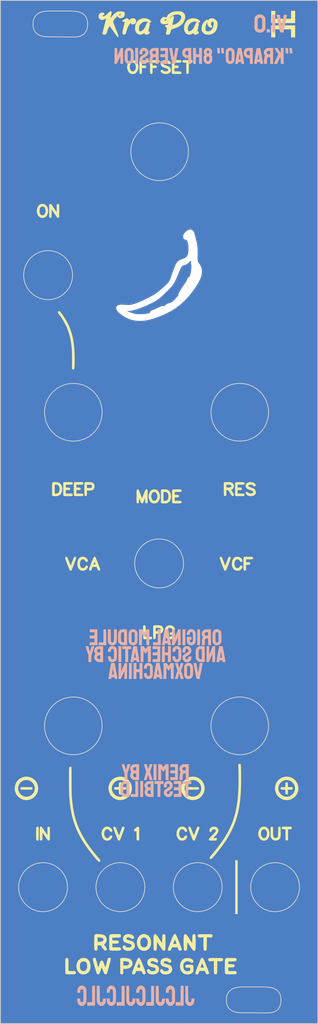
<source format=kicad_pcb>
(kicad_pcb (version 20221018) (generator pcbnew)
  (layers (0 "F.Cu" signal) (31 "B.Cu" signal) (34 "B.Paste" user) (35 "F.Paste" user) (36 "B.SilkS" user "B.Silkscreen") (37 "F.SilkS" user "F.Silkscreen") (38 "B.Mask" user) (39 "F.Mask" user) (44 "Edge.Cuts" user))
  (net 0 "")
  (footprint "LOGO" (layer "F.Cu") (at 19.975 64.225)
    (fp_text reference "G***" hide)
    (fp_text value "LOGO" hide)
  )
  (footprint "LOGO" (layer "F.Cu") (at 19.975 64.225)
    (fp_text reference "G***" hide)
    (fp_text value "LOGO" hide)
  )
  (footprint "LOGO" (layer "F.Cu") (at 19.975 64.225)
    (fp_text reference "G***" hide)
    (fp_text value "LOGO" hide)
  )
  (footprint "LOGO" (layer "F.Cu") (at 19.975 64.225)
    (fp_text reference "G***" hide)
    (fp_text value "LOGO" hide)
    (fp_poly (pts (xy -19.959463 -53.914447) (xy -19.925523 -53.844134) (xy -19.919481 -53.760529) (xy -19.94134 -53.682183) (xy -19.959463 -53.654553) (xy -20.001092 -53.604583) (xy -20.001092 -53.964417) (xy -19.959463 -53.914447)) (stroke (width 0.01)) (fill solid) (layer "F.Cu"))
    (fp_poly (pts (xy -19.959463 53.67572) (xy -19.925523 53.746033) (xy -19.919481 53.829637) (xy -19.94134 53.907984) (xy -19.959463 53.935613) (xy -20.001092 53.985583) (xy -20.001092 53.62575) (xy -19.959463 53.67572)) (stroke (width 0.01)) (fill solid) (layer "F.Cu"))
    (fp_poly (pts (xy -19.960139 20.951219) (xy -19.916686 21.033229) (xy -19.899972 21.132615) (xy -19.909997 21.233933) (xy -19.94676 21.321739) (xy -19.960139 21.339781) (xy -20.001092 21.388917) (xy -20.001092 20.902083) (xy -19.960139 20.951219)) (stroke (width 0.01)) (fill solid) (layer "F.Cu"))
    (fp_poly (pts (xy -19.960157 -28.977167) (xy -19.915686 -28.890021) (xy -19.899745 -28.788488) (xy -19.912334 -28.687215) (xy -19.953453 -28.600853) (xy -19.960139 -28.592386) (xy -20.001092 -28.54325) (xy -20.001326 -28.786667) (xy -20.001559 -29.030083) (xy -19.960157 -28.977167)) (stroke (width 0.01)) (fill solid) (layer "F.Cu"))
    (fp_poly (pts (xy 3.999618 -31.437792) (xy 3.997763 -31.369275) (xy 3.992052 -31.321507) (xy 3.984625 -31.305605) (xy 3.959005 -31.317751) (xy 3.91672 -31.347446) (xy 3.90916 -31.353398) (xy 3.84957 -31.401085) (xy 3.924154 -31.485584) (xy 3.998737 -31.570083) (xy 3.999618 -31.437792)) (stroke (width 0.01)) (fill solid) (layer "F.Cu"))
    (fp_poly (pts (xy 19.998264 21.023792) (xy 20.000791 21.120765) (xy 19.999859 21.225646) (xy 19.998264 21.267208) (xy 19.991916 21.388917) (xy 19.951163 21.328758) (xy 19.913084 21.240975) (xy 19.900759 21.138988) (xy 19.914572 21.039769) (xy 19.943113 20.976167) (xy 19.991916 20.902083) (xy 19.998264 21.023792)) (stroke (width 0.01)) (fill solid) (layer "F.Cu"))
    (fp_poly (pts (xy -19.965237 -33.760754) (xy -19.940608 -33.71753) (xy -19.926257 -33.684846) (xy -19.898444 -33.578864) (xy -19.903126 -33.479829) (xy -19.939531 -33.397908) (xy -19.948915 -33.386305) (xy -20.001163 -33.326917) (xy -20.001832 -33.555708) (xy -20.000261 -33.666583) (xy -19.994208 -33.736742) (xy -19.982818 -33.767645) (xy -19.965237 -33.760754)) (stroke (width 0.01)) (fill solid) (layer "F.Cu"))
    (fp_poly (pts (xy 19.998394 -46.191597) (xy 20.001025 -46.111578) (xy 19.999554 -46.023047) (xy 19.998394 -46.001097) (xy 19.991916 -45.899917) (xy 19.954875 -45.952252) (xy 19.92816 -46.011759) (xy 19.917833 -46.075011) (xy 19.928524 -46.143937) (xy 19.954298 -46.212114) (xy 19.954875 -46.213176) (xy 19.991916 -46.280917) (xy 19.998394 -46.191597)) (stroke (width 0.01)) (fill solid) (layer "F.Cu"))
    (fp_poly (pts (xy 19.998394 3.74057) (xy 20.001025 3.820589) (xy 19.999554 3.90912) (xy 19.998394 3.93107) (xy 19.991916 4.03225) (xy 19.954875 3.979915) (xy 19.92816 3.920407) (xy 19.917833 3.857156) (xy 19.928524 3.788229) (xy 19.954298 3.720053) (xy 19.954875 3.71899) (xy 19.991916 3.65125) (xy 19.998394 3.74057)) (stroke (width 0.01)) (fill solid) (layer "F.Cu"))
    (fp_poly (pts (xy 20.001795 53.800375) (xy 20.001069 53.880359) (xy 19.998521 53.941073) (xy 19.99464 53.972652) (xy 19.993116 53.975) (xy 19.975512 53.959724) (xy 19.950783 53.927957) (xy 19.922918 53.856653) (xy 19.921107 53.77329) (xy 19.944671 53.697579) (xy 19.959462 53.67572) (xy 20.001091 53.62575) (xy 20.001795 53.800375)) (stroke (width 0.01)) (fill solid) (layer "F.Cu"))
    (fp_poly (pts (xy -19.976995 -46.253613) (xy -19.952732 -46.21286) (xy -19.950127 -46.207885) (xy -19.922118 -46.119817) (xy -19.923432 -46.031364) (xy -19.953524 -45.957553) (xy -19.959463 -45.949887) (xy -20.001092 -45.899917) (xy -20.001796 -46.085125) (xy -20.00105 -46.167735) (xy -19.998456 -46.23136) (xy -19.994497 -46.266422) (xy -19.992461 -46.270333) (xy -19.976995 -46.253613)) (stroke (width 0.01)) (fill solid) (layer "F.Cu"))
    (fp_poly (pts (xy -19.976995 3.678553) (xy -19.952732 3.719306) (xy -19.950127 3.724282) (xy -19.922118 3.81235) (xy -19.923432 3.900803) (xy -19.953524 3.974614) (xy -19.959463 3.98228) (xy -20.001092 4.03225) (xy -20.001796 3.847042) (xy -20.00105 3.764432) (xy -19.998456 3.700807) (xy -19.994497 3.665744) (xy -19.992461 3.661833) (xy -19.976995 3.678553)) (stroke (width 0.01)) (fill solid) (layer "F.Cu"))
    (fp_poly (pts (xy -19.960139 16.188719) (xy -19.919271 16.263563) (xy -19.900768 16.353836) (xy -19.904611 16.445513) (xy -19.930785 16.52457) (xy -19.960581 16.563291) (xy -19.978933 16.578479) (xy -19.990926 16.580161) (xy -19.997878 16.562168) (xy -20.001107 16.518329) (xy -20.001933 16.442475) (xy -20.001796 16.370405) (xy -20.001092 16.139583) (xy -19.960139 16.188719)) (stroke (width 0.01)) (fill solid) (layer "F.Cu"))
    (fp_poly (pts (xy -19.959463 -3.961114) (xy -19.925704 -3.89028) (xy -19.920654 -3.80287) (xy -19.944857 -3.713909) (xy -19.950127 -3.703116) (xy -19.974751 -3.660697) (xy -19.991559 -3.640865) (xy -19.992461 -3.640667) (xy -19.996864 -3.660234) (xy -20.000115 -3.712552) (xy -20.001728 -3.788041) (xy -20.001796 -3.825875) (xy -20.001092 -4.011083) (xy -19.959463 -3.961114)) (stroke (width 0.01)) (fill solid) (layer "F.Cu"))
    (fp_poly (pts (xy -19.959463 45.971053) (xy -19.925704 46.041887) (xy -19.920654 46.129297) (xy -19.944857 46.218258) (xy -19.950127 46.229051) (xy -19.974751 46.27147) (xy -19.991559 46.291302) (xy -19.992461 46.2915) (xy -19.996864 46.271932) (xy -20.000115 46.219615) (xy -20.001728 46.144126) (xy -20.001796 46.106292) (xy -20.001092 45.921083) (xy -19.959463 45.971053)) (stroke (width 0.01)) (fill solid) (layer "F.Cu"))
    (fp_poly (pts (xy -1.782073 -24.0121) (xy -1.793185 -23.998461) (xy -1.828864 -23.969887) (xy -1.843634 -23.959148) (xy -1.927509 -23.919697) (xy -2.026732 -23.902538) (xy -2.124042 -23.908971) (xy -2.19075 -23.933019) (xy -2.25425 -23.969607) (xy -2.021417 -23.993094) (xy -1.927271 -24.002155) (xy -1.850145 -24.008753) (xy -1.798833 -24.01219) (xy -1.782073 -24.0121)) (stroke (width 0.01)) (fill solid) (layer "F.Cu"))
    (fp_poly (pts (xy 19.998264 -21.246042) (xy 20.000791 -21.149068) (xy 19.999859 -21.044187) (xy 19.998264 -21.002625) (xy 19.991916 -20.880917) (xy 19.949583 -20.943486) (xy 19.918645 -21.013444) (xy 19.907415 -21.108181) (xy 19.90725 -21.124333) (xy 19.915922 -21.223593) (xy 19.943889 -21.296303) (xy 19.949583 -21.305181) (xy 19.991916 -21.36775) (xy 19.998264 -21.246042)) (stroke (width 0.01)) (fill solid) (layer "F.Cu"))
    (fp_poly (pts (xy 19.998264 28.686125) (xy 20.00079 28.782886) (xy 19.999863 28.887367) (xy 19.998264 28.928882) (xy 19.991916 29.049931) (xy 19.949583 28.987091) (xy 19.9183 28.915512) (xy 19.907337 28.818563) (xy 19.90725 28.806902) (xy 19.916228 28.707128) (xy 19.945073 28.633938) (xy 19.949583 28.626986) (xy 19.991916 28.564417) (xy 19.998264 28.686125)) (stroke (width 0.01)) (fill solid) (layer "F.Cu"))
    (fp_poly (pts (xy 19.998264 41.216792) (xy 20.000788 41.312837) (xy 19.999877 41.415977) (xy 19.998264 41.457324) (xy 19.993846 41.523462) (xy 19.987451 41.553964) (xy 19.975554 41.555503) (xy 19.956348 41.536661) (xy 19.90389 41.451071) (xy 19.890788 41.35352) (xy 19.917021 41.242562) (xy 19.951517 41.169167) (xy 19.991916 41.095083) (xy 19.998264 41.216792)) (stroke (width 0.01)) (fill solid) (layer "F.Cu"))
    (fp_poly (pts (xy 20.001795 -3.825875) (xy 20.001049 -3.743266) (xy 19.998455 -3.67964) (xy 19.994496 -3.644578) (xy 19.99246 -3.640667) (xy 19.976994 -3.657387) (xy 19.952731 -3.69814) (xy 19.950126 -3.703116) (xy 19.922117 -3.791184) (xy 19.923431 -3.879637) (xy 19.953523 -3.953448) (xy 19.959462 -3.961114) (xy 20.001091 -4.011083) (xy 20.001795 -3.825875)) (stroke (width 0.01)) (fill solid) (layer "F.Cu"))
    (fp_poly (pts (xy 20.001795 46.106292) (xy 20.001049 46.188901) (xy 19.998455 46.252526) (xy 19.994496 46.287589) (xy 19.99246 46.2915) (xy 19.976994 46.27478) (xy 19.952731 46.234027) (xy 19.950126 46.229051) (xy 19.922117 46.140983) (xy 19.923431 46.05253) (xy 19.953523 45.978719) (xy 19.959462 45.971053) (xy 20.001091 45.921083) (xy 20.001795 46.106292)) (stroke (width 0.01)) (fill solid) (layer "F.Cu"))
    (fp_poly (pts (xy 3.18182 -35.024098) (xy 3.172277 -34.991557) (xy 3.134683 -34.927598) (xy 3.132515 -34.924254) (xy 3.090132 -34.845391) (xy 3.053087 -34.753708) (xy 3.040801 -34.713291) (xy 3.010618 -34.596917) (xy 2.995313 -34.696407) (xy 2.997608 -34.809178) (xy 3.037483 -34.910899) (xy 3.111235 -34.992407) (xy 3.116445 -34.9963) (xy 3.163235 -35.025564) (xy 3.18182 -35.024098)) (stroke (width 0.01)) (fill solid) (layer "F.Cu"))
    (fp_poly (pts (xy 20.0025 -16.355954) (xy 20.001622 -16.263676) (xy 19.999247 -16.189458) (xy 19.995758 -16.141954) (xy 19.992404 -16.129) (xy 19.975136 -16.144766) (xy 19.946916 -16.183041) (xy 19.944779 -16.186278) (xy 19.916138 -16.256958) (xy 19.905066 -16.343987) (xy 19.911117 -16.431885) (xy 19.933844 -16.505177) (xy 19.954875 -16.535283) (xy 20.0025 -16.582908) (xy 20.0025 -16.355954)) (stroke (width 0.01)) (fill solid) (layer "F.Cu"))
    (fp_poly (pts (xy -19.967811 33.424848) (xy -19.947934 33.475972) (xy -19.93774 33.511514) (xy -19.924595 33.618729) (xy -19.936586 33.730168) (xy -19.97104 33.824333) (xy -19.983931 33.843617) (xy -19.992548 33.843777) (xy -19.997776 33.81945) (xy -20.000497 33.765277) (xy -20.001595 33.675898) (xy -20.00175 33.637876) (xy -19.999981 33.521754) (xy -19.993775 33.447621) (xy -19.983072 33.415358) (xy -19.967811 33.424848)) (stroke (width 0.01)) (fill solid) (layer "F.Cu"))
    (fp_poly (pts (xy 19.997939 -33.734375) (xy 20.00066 -33.637416) (xy 19.999845 -33.532548) (xy 19.998264 -33.490958) (xy 19.994113 -33.423881) (xy 19.988732 -33.393476) (xy 19.979068 -33.394123) (xy 19.96207 -33.420199) (xy 19.960916 -33.422167) (xy 19.941211 -33.482729) (xy 19.932245 -33.567855) (xy 19.93399 -33.661166) (xy 19.946414 -33.746285) (xy 19.961615 -33.792583) (xy 19.991266 -33.856083) (xy 19.997939 -33.734375)) (stroke (width 0.01)) (fill solid) (layer "F.Cu"))
    (fp_poly (pts (xy 19.999912 -53.918143) (xy 20.002201 -53.866412) (xy 20.0025 -53.787781) (xy 20.001439 -53.708303) (xy 19.998617 -53.648154) (xy 19.994572 -53.617256) (xy 19.993116 -53.615167) (xy 19.975512 -53.630442) (xy 19.950783 -53.66221) (xy 19.92425 -53.726846) (xy 19.918035 -53.803817) (xy 19.931512 -53.87577) (xy 19.960166 -53.922083) (xy 19.980988 -53.939337) (xy 19.993538 -53.940237) (xy 19.999912 -53.918143)) (stroke (width 0.01)) (fill solid) (layer "F.Cu"))
    (fp_poly (pts (xy -19.973281 -16.504919) (xy -19.971608 -16.502756) (xy -19.93935 -16.431731) (xy -19.925452 -16.33636) (xy -19.931426 -16.231136) (xy -19.939163 -16.191822) (xy -19.960134 -16.116362) (xy -19.976816 -16.082803) (xy -19.989238 -16.091195) (xy -19.997428 -16.141588) (xy -20.001415 -16.234032) (xy -20.001827 -16.302376) (xy -20.000974 -16.40505) (xy -19.998541 -16.47102) (xy -19.99368 -16.505906) (xy -19.985542 -16.515332) (xy -19.973281 -16.504919)) (stroke (width 0.01)) (fill solid) (layer "F.Cu"))
    (fp_poly (pts (xy -19.966247 -21.337101) (xy -19.942198 -21.296084) (xy -19.926257 -21.260013) (xy -19.899676 -21.151792) (xy -19.906035 -21.043925) (xy -19.938769 -20.960292) (xy -19.968329 -20.916026) (xy -19.988982 -20.892609) (xy -19.991606 -20.8915) (xy -19.995973 -20.911246) (xy -19.999506 -20.964801) (xy -20.001808 -21.043647) (xy -20.0025 -21.125583) (xy -20.000673 -21.237894) (xy -19.994607 -21.309553) (xy -19.983424 -21.342106) (xy -19.966247 -21.337101)) (stroke (width 0.01)) (fill solid) (layer "F.Cu"))
    (fp_poly (pts (xy -0.250252 37.534906) (xy -0.175802 37.541539) (xy -0.117618 37.552509) (xy -0.086881 37.566672) (xy -0.084667 37.571824) (xy -0.103957 37.593846) (xy -0.154517 37.611637) (xy -0.225381 37.623854) (xy -0.305586 37.629152) (xy -0.384164 37.626186) (xy -0.442931 37.615764) (xy -0.491364 37.594961) (xy -0.499166 37.573216) (xy -0.467863 37.553469) (xy -0.403221 37.539228) (xy -0.329785 37.533754) (xy -0.250252 37.534906)) (stroke (width 0.01)) (fill solid) (layer "F.Cu"))
    (fp_poly (pts (xy -0.222264 -12.390081) (xy -0.155062 -12.381387) (xy -0.110008 -12.367927) (xy -0.092339 -12.351169) (xy -0.107293 -12.332585) (xy -0.149736 -12.316402) (xy -0.217148 -12.305414) (xy -0.301723 -12.301817) (xy -0.385285 -12.305421) (xy -0.449661 -12.316035) (xy -0.460375 -12.31966) (xy -0.501057 -12.343138) (xy -0.500397 -12.36328) (xy -0.459328 -12.379003) (xy -0.402167 -12.387283) (xy -0.306378 -12.392536) (xy -0.222264 -12.390081)) (stroke (width 0.01)) (fill solid) (layer "F.Cu"))
    (fp_poly (pts (xy 20.001831 33.575625) (xy 20.001227 33.668031) (xy 19.999076 33.742389) (xy 19.995735 33.790056) (xy 19.992404 33.803167) (xy 19.975041 33.787439) (xy 19.947137 33.749484) (xy 19.946359 33.7483) (xy 19.923434 33.694685) (xy 19.906024 33.620833) (xy 19.901236 33.582822) (xy 19.898661 33.511915) (xy 19.908833 33.464356) (xy 19.936544 33.421913) (xy 19.946613 33.410147) (xy 20.001162 33.348083) (xy 20.001831 33.575625)) (stroke (width 0.01)) (fill solid) (layer "F.Cu"))
    (fp_poly (pts (xy -19.975705 -58.771923) (xy -19.97103 -58.765489) (xy -19.92486 -58.678291) (xy -19.899615 -58.584891) (xy -19.895191 -58.494865) (xy -19.911484 -58.417787) (xy -19.948389 -58.363236) (xy -19.975587 -58.34699) (xy -19.987777 -58.351926) (xy -19.995885 -58.381389) (xy -20.000547 -58.440734) (xy -20.002398 -58.535313) (xy -20.0025 -58.573541) (xy -20.002046 -58.675298) (xy -20.000064 -58.74037) (xy -19.995631 -58.774402) (xy -19.987819 -58.783038) (xy -19.975705 -58.771923)) (stroke (width 0.01)) (fill solid) (layer "F.Cu"))
    (fp_poly (pts (xy -19.954551 58.374938) (xy -19.924799 58.420759) (xy -19.901697 58.479724) (xy -19.892434 58.537463) (xy -19.901042 58.617977) (xy -19.923307 58.697628) (xy -19.95389 58.760061) (xy -19.971833 58.780732) (xy -19.985497 58.786992) (xy -19.994451 58.774579) (xy -19.99964 58.737364) (xy -20.002006 58.669221) (xy -20.0025 58.581342) (xy -20.000858 58.489534) (xy -19.996413 58.415825) (xy -19.989891 58.368907) (xy -19.983768 58.3565) (xy -19.954551 58.374938)) (stroke (width 0.01)) (fill solid) (layer "F.Cu"))
    (fp_poly (pts (xy -0.210792 -62.58533) (xy -0.148182 -62.575665) (xy -0.104376 -62.561749) (xy -0.086247 -62.544822) (xy -0.100671 -62.526122) (xy -0.118218 -62.517988) (xy -0.175076 -62.50504) (xy -0.255466 -62.496695) (xy -0.340741 -62.493947) (xy -0.412255 -62.497792) (xy -0.432171 -62.501242) (xy -0.485223 -62.521791) (xy -0.499383 -62.545745) (xy -0.473863 -62.567479) (xy -0.442681 -62.576439) (xy -0.364916 -62.586956) (xy -0.285328 -62.589506) (xy -0.210792 -62.58533)) (stroke (width 0.01)) (fill solid) (layer "F.Cu"))
    (fp_poly (pts (xy -0.195275 -12.610731) (xy -0.124847 -12.59956) (xy -0.088811 -12.582214) (xy -0.090933 -12.559734) (xy -0.092324 -12.558276) (xy -0.123206 -12.547823) (xy -0.183732 -12.540359) (xy -0.2613 -12.536114) (xy -0.34331 -12.535321) (xy -0.417161 -12.53821) (xy -0.470253 -12.545014) (xy -0.486834 -12.551025) (xy -0.505291 -12.575678) (xy -0.484053 -12.594975) (xy -0.42551 -12.608117) (xy -0.332053 -12.614304) (xy -0.296334 -12.614685) (xy -0.195275 -12.610731)) (stroke (width 0.01)) (fill solid) (layer "F.Cu"))
    (fp_poly (pts (xy 0.381496 62.305624) (xy 0.449957 62.30974) (xy 0.4911 62.315674) (xy 0.49772 62.31855) (xy 0.507206 62.344932) (xy 0.475217 62.363694) (xy 0.401928 62.374784) (xy 0.296333 62.378167) (xy 0.204 62.375702) (xy 0.135079 62.368926) (xy 0.097888 62.358771) (xy 0.094379 62.355592) (xy 0.087725 62.332776) (xy 0.104659 62.317561) (xy 0.150361 62.308623) (xy 0.230012 62.304642) (xy 0.296264 62.304083) (xy 0.381496 62.305624)) (stroke (width 0.01)) (fill solid) (layer "F.Cu"))
    (fp_poly (pts (xy 0.386014 12.556429) (xy 0.459685 12.564442) (xy 0.499886 12.579398) (xy 0.503281 12.60034) (xy 0.486833 12.615009) (xy 0.448153 12.626) (xy 0.381204 12.632783) (xy 0.299845 12.635318) (xy 0.217934 12.633561) (xy 0.149331 12.627472) (xy 0.107893 12.617008) (xy 0.106446 12.61616) (xy 0.08573 12.593735) (xy 0.103967 12.57665) (xy 0.162155 12.564564) (xy 0.261294 12.557137) (xy 0.28221 12.556316) (xy 0.386014 12.556429)) (stroke (width 0.01)) (fill solid) (layer "F.Cu"))
    (fp_poly (pts (xy 0.397063 12.329119) (xy 0.460456 12.342075) (xy 0.491458 12.357492) (xy 0.507917 12.382608) (xy 0.506588 12.38979) (xy 0.478375 12.397506) (xy 0.420565 12.404172) (xy 0.345894 12.409055) (xy 0.2671 12.411419) (xy 0.196917 12.410529) (xy 0.173288 12.409027) (xy 0.111901 12.397051) (xy 0.09152 12.377849) (xy 0.11227 12.355195) (xy 0.170773 12.333765) (xy 0.237903 12.323904) (xy 0.318106 12.322708) (xy 0.397063 12.329119)) (stroke (width 0.01)) (fill solid) (layer "F.Cu"))
    (fp_poly (pts (xy 19.992739 -41.529838) (xy 19.998679 -41.502329) (xy 20.001568 -41.446993) (xy 20.002462 -41.357597) (xy 20.0025 -41.319925) (xy 20.001657 -41.2258) (xy 19.999372 -41.149579) (xy 19.996006 -41.099758) (xy 19.99246 -41.0845) (xy 19.977194 -41.101304) (xy 19.952336 -41.142776) (xy 19.946768 -41.153292) (xy 19.902287 -41.269206) (xy 19.892509 -41.374541) (xy 19.91715 -41.464169) (xy 19.967471 -41.5263) (xy 19.982688 -41.535751) (xy 19.992739 -41.529838)) (stroke (width 0.01)) (fill solid) (layer "F.Cu"))
    (fp_poly (pts (xy 19.993636 -58.77943) (xy 19.999002 -58.753739) (xy 20.001638 -58.698752) (xy 20.002466 -58.60883) (xy 20.0025 -58.572877) (xy 20.000942 -58.4783) (xy 19.996713 -58.401587) (xy 19.99048 -58.351194) (xy 19.983767 -58.335333) (xy 19.960231 -58.3513) (xy 19.929317 -58.389854) (xy 19.928397 -58.39125) (xy 19.89784 -58.473567) (xy 19.896747 -58.572878) (xy 19.923748 -58.677169) (xy 19.971029 -58.765489) (xy 19.984619 -58.781467) (xy 19.993636 -58.77943)) (stroke (width 0.01)) (fill solid) (layer "F.Cu"))
    (fp_poly (pts (xy -19.974866 41.123593) (xy -19.949895 41.168754) (xy -19.92356 41.228225) (xy -19.901871 41.289081) (xy -19.894657 41.315948) (xy -19.892798 41.40314) (xy -19.920624 41.487758) (xy -19.967472 41.547467) (xy -19.982689 41.556917) (xy -19.99274 41.551004) (xy -19.99868 41.523496) (xy -20.001569 41.468159) (xy -20.002463 41.378763) (xy -20.0025 41.341092) (xy -20.001658 41.246967) (xy -19.999373 41.170746) (xy -19.996007 41.120924) (xy -19.992461 41.105667) (xy -19.974866 41.123593)) (stroke (width 0.01)) (fill solid) (layer "F.Cu"))
    (fp_poly (pts (xy -19.973881 8.400902) (xy -19.967472 8.405866) (xy -19.911781 8.477964) (xy -19.891356 8.56911) (xy -19.904992 8.663765) (xy -19.930232 8.733408) (xy -19.959026 8.793469) (xy -19.968023 8.807862) (xy -19.982841 8.826652) (xy -19.992671 8.828853) (xy -19.99853 8.808823) (xy -20.001439 8.760917) (xy -20.002417 8.679492) (xy -20.0025 8.616951) (xy -20.002041 8.513844) (xy -19.999976 8.446876) (xy -19.995279 8.409857) (xy -19.986923 8.396596) (xy -19.973881 8.400902)) (stroke (width 0.01)) (fill solid) (layer "F.Cu"))
    (fp_poly (pts (xy -19.96703 28.593614) (xy -19.939966 28.640733) (xy -19.915822 28.70327) (xy -19.900003 28.76814) (xy -19.896746 28.804567) (xy -19.904514 28.870113) (xy -19.924339 28.93616) (xy -19.950848 28.989751) (xy -19.978666 29.017929) (xy -19.985898 29.0195) (xy -19.992713 28.999793) (xy -19.998173 28.946503) (xy -20.001623 28.868372) (xy -20.0025 28.79725) (xy -20.001534 28.706012) (xy -19.998922 28.632926) (xy -19.995092 28.586736) (xy -19.991606 28.575) (xy -19.96703 28.593614)) (stroke (width 0.01)) (fill solid) (layer "F.Cu"))
    (fp_poly (pts (xy -19.716604 63.421166) (xy -19.584181 63.560532) (xy -19.460073 63.697803) (xy -19.34754 63.828854) (xy -19.24984 63.949561) (xy -19.170233 64.0558) (xy -19.111977 64.143445) (xy -19.078331 64.208372) (xy -19.071167 64.23804) (xy -19.085734 64.246627) (xy -19.131196 64.253173) (xy -19.210196 64.257814) (xy -19.325379 64.260686) (xy -19.479388 64.261926) (xy -19.536834 64.262) (xy -20.0025 64.262) (xy -20.001628 63.695792) (xy -20.000755 63.129583) (xy -19.716604 63.421166)) (stroke (width 0.01)) (fill solid) (layer "F.Cu"))
    (fp_poly (pts (xy 0.330729 -37.607185) (xy 0.403678 -37.599109) (xy 0.463579 -37.584874) (xy 0.501484 -37.566141) (xy 0.508448 -37.54457) (xy 0.503803 -37.538415) (xy 0.476442 -37.53054) (xy 0.419267 -37.523874) (xy 0.344795 -37.519008) (xy 0.265541 -37.516534) (xy 0.194019 -37.517041) (xy 0.142747 -37.521122) (xy 0.14162 -37.521312) (xy 0.09853 -37.536755) (xy 0.093955 -37.55818) (xy 0.12545 -37.580869) (xy 0.181472 -37.598224) (xy 0.253678 -37.607444) (xy 0.330729 -37.607185)) (stroke (width 0.01)) (fill solid) (layer "F.Cu"))
    (fp_poly (pts (xy 0.367782 62.51946) (xy 0.43554 62.529873) (xy 0.485104 62.545553) (xy 0.507718 62.565279) (xy 0.501669 62.582052) (xy 0.474086 62.590024) (xy 0.416672 62.596588) (xy 0.341921 62.60123) (xy 0.262326 62.603434) (xy 0.190382 62.602685) (xy 0.13858 62.598468) (xy 0.132291 62.597286) (xy 0.091744 62.579818) (xy 0.091454 62.557562) (xy 0.130563 62.535808) (xy 0.142875 62.532028) (xy 0.212695 62.519317) (xy 0.290582 62.515535) (xy 0.367782 62.51946)) (stroke (width 0.01)) (fill solid) (layer "F.Cu"))
    (fp_poly (pts (xy 0.398863 -37.368109) (xy 0.464335 -37.362305) (xy 0.497928 -37.351016) (xy 0.504819 -37.332923) (xy 0.498287 -37.318242) (xy 0.471286 -37.307262) (xy 0.414094 -37.29992) (xy 0.338694 -37.296213) (xy 0.257071 -37.296143) (xy 0.181211 -37.29971) (xy 0.123097 -37.306913) (xy 0.094714 -37.317752) (xy 0.094379 -37.318242) (xy 0.087729 -37.341055) (xy 0.104671 -37.35627) (xy 0.150383 -37.365208) (xy 0.230045 -37.36919) (xy 0.296333 -37.36975) (xy 0.398863 -37.368109)) (stroke (width 0.01)) (fill solid) (layer "F.Cu"))
    (fp_poly (pts (xy 19.992269 -8.806628) (xy 19.997776 -8.780077) (xy 20.000603 -8.724357) (xy 20.001696 -8.633744) (xy 20.001826 -8.598958) (xy 20.001488 -8.504253) (xy 20.00006 -8.427402) (xy 19.997778 -8.376854) (xy 19.995197 -8.360833) (xy 19.977157 -8.374518) (xy 19.954337 -8.397914) (xy 19.904472 -8.474995) (xy 19.890863 -8.560955) (xy 19.907478 -8.651332) (xy 19.931812 -8.720393) (xy 19.95857 -8.777909) (xy 19.969434 -8.795118) (xy 19.983137 -8.809734) (xy 19.992269 -8.806628)) (stroke (width 0.01)) (fill solid) (layer "F.Cu"))
    (fp_poly (pts (xy 19.992712 -28.978627) (xy 19.998172 -28.925337) (xy 20.001622 -28.847206) (xy 20.0025 -28.776083) (xy 20.001533 -28.684846) (xy 19.998921 -28.61176) (xy 19.995091 -28.56557) (xy 19.991605 -28.553833) (xy 19.974694 -28.570072) (xy 19.946443 -28.610324) (xy 19.938768 -28.622625) (xy 19.905637 -28.710703) (xy 19.898585 -28.81129) (xy 19.91796 -28.905522) (xy 19.93298 -28.936859) (xy 19.962034 -28.978548) (xy 19.984397 -28.998123) (xy 19.985897 -28.998333) (xy 19.992712 -28.978627)) (stroke (width 0.01)) (fill solid) (layer "F.Cu"))
    (fp_poly (pts (xy 19.992739 8.402329) (xy 19.998679 8.429837) (xy 20.001568 8.485174) (xy 20.002462 8.57457) (xy 20.0025 8.612241) (xy 20.001657 8.706366) (xy 19.999372 8.782587) (xy 19.996006 8.832409) (xy 19.99246 8.847667) (xy 19.976867 8.831) (xy 19.953141 8.790774) (xy 19.952462 8.789458) (xy 19.904567 8.670545) (xy 19.890884 8.568114) (xy 19.904885 8.50084) (xy 19.93465 8.445729) (xy 19.967471 8.405866) (xy 19.982688 8.396416) (xy 19.992739 8.402329)) (stroke (width 0.01)) (fill solid) (layer "F.Cu"))
    (fp_poly (pts (xy -0.193488 -62.353017) (xy -0.132796 -62.347889) (xy -0.099578 -62.337937) (xy -0.098593 -62.337059) (xy -0.087204 -62.309594) (xy -0.091341 -62.300938) (xy -0.118795 -62.293076) (xy -0.176203 -62.286526) (xy -0.25119 -62.281773) (xy -0.331386 -62.279306) (xy -0.404416 -62.279613) (xy -0.45791 -62.283181) (xy -0.47213 -62.285927) (xy -0.500133 -62.305963) (xy -0.502172 -62.321736) (xy -0.478489 -62.334111) (xy -0.424155 -62.343867) (xy -0.350793 -62.350565) (xy -0.270029 -62.353762) (xy -0.193488 -62.353017)) (stroke (width 0.01)) (fill solid) (layer "F.Cu"))
    (fp_poly (pts (xy -0.193488 37.320816) (xy -0.132796 37.325944) (xy -0.099578 37.335897) (xy -0.098593 37.336774) (xy -0.088151 37.365157) (xy -0.093053 37.374608) (xy -0.120987 37.382771) (xy -0.178806 37.389279) (xy -0.254081 37.393703) (xy -0.334382 37.395613) (xy -0.407278 37.39458) (xy -0.46034 37.390175) (xy -0.47213 37.387699) (xy -0.500138 37.367825) (xy -0.502172 37.352097) (xy -0.478489 37.339723) (xy -0.424155 37.329966) (xy -0.350793 37.323268) (xy -0.270029 37.320071) (xy -0.193488 37.320816)) (stroke (width 0.01)) (fill solid) (layer "F.Cu"))
    (fp_poly (pts (xy 19.991294 58.376239) (xy 19.997377 58.429763) (xy 20.001329 58.508529) (xy 20.0025 58.589333) (xy 20.001762 58.682897) (xy 19.999763 58.75851) (xy 19.996821 58.807629) (xy 19.993804 58.822167) (xy 19.980498 58.804871) (xy 19.955913 58.760594) (xy 19.938001 58.724855) (xy 19.909564 58.649998) (xy 19.892799 58.57472) (xy 19.890893 58.548598) (xy 19.899898 58.487024) (xy 19.922501 58.425377) (xy 19.952092 58.377335) (xy 19.982055 58.356579) (xy 19.983767 58.3565) (xy 19.991294 58.376239)) (stroke (width 0.01)) (fill solid) (layer "F.Cu"))
    (fp_poly (pts (xy 19.993944 16.129083) (xy 19.998099 16.19463) (xy 19.998264 16.197792) (xy 20.000791 16.294765) (xy 19.999859 16.399646) (xy 19.998264 16.441208) (xy 19.994119 16.508324) (xy 19.988738 16.538776) (xy 19.979043 16.538197) (xy 19.961953 16.512217) (xy 19.960641 16.51) (xy 19.941274 16.451062) (xy 19.931688 16.367248) (xy 19.931843 16.27486) (xy 19.941702 16.1902) (xy 19.961225 16.129571) (xy 19.96155 16.129) (xy 19.978658 16.101866) (xy 19.98846 16.100028) (xy 19.993944 16.129083)) (stroke (width 0.01)) (fill solid) (layer "F.Cu"))
    (fp_poly (pts (xy -19.438235 -64.240323) (xy -19.323553 -64.238898) (xy -19.230795 -64.236717) (xy -19.16622 -64.233938) (xy -19.136088 -64.230721) (xy -19.134667 -64.22983) (xy -19.144672 -64.190345) (xy -19.171387 -64.124617) (xy -19.20986 -64.042777) (xy -19.25514 -63.954953) (xy -19.302277 -63.871275) (xy -19.337482 -63.814896) (xy -19.407085 -63.720155) (xy -19.499825 -63.608011) (xy -19.606556 -63.488449) (xy -19.718135 -63.371455) (xy -19.825417 -63.267012) (xy -19.899275 -63.201484) (xy -20.0025 -63.115058) (xy -20.0025 -64.240833) (xy -19.568584 -64.240833) (xy -19.438235 -64.240323)) (stroke (width 0.01)) (fill solid) (layer "F.Cu"))
    (fp_poly (pts (xy 20.0025 64.262) (xy 19.568583 64.262) (xy 19.438234 64.26149) (xy 19.323552 64.260064) (xy 19.230794 64.257883) (xy 19.166219 64.255105) (xy 19.136087 64.251887) (xy 19.134666 64.250996) (xy 19.144692 64.211414) (xy 19.171494 64.145523) (xy 19.210156 64.063367) (xy 19.255763 63.974989) (xy 19.303399 63.890434) (xy 19.339313 63.832823) (xy 19.408909 63.738019) (xy 19.501871 63.625846) (xy 19.609147 63.506157) (xy 19.721685 63.388804) (xy 19.830431 63.28364) (xy 19.901958 63.220448) (xy 20.0025 63.136224) (xy 20.0025 64.262)) (stroke (width 0.01)) (fill solid) (layer "F.Cu"))
    (fp_poly (pts (xy -19.974444 -8.801454) (xy -19.969435 -8.795118) (xy -19.944608 -8.749998) (xy -19.918032 -8.683749) (xy -19.907157 -8.650249) (xy -19.889921 -8.580593) (xy -19.889042 -8.530661) (xy -19.904223 -8.481261) (xy -19.904521 -8.480548) (xy -19.934288 -8.425208) (xy -19.967061 -8.385044) (xy -19.967472 -8.3847) (xy -19.982544 -8.375339) (xy -19.992518 -8.381162) (xy -19.9984 -8.408353) (xy -20.001192 -8.4631) (xy -20.001899 -8.551586) (xy -20.001827 -8.596367) (xy -20.001077 -8.699219) (xy -19.998893 -8.765447) (xy -19.994347 -8.800758) (xy -19.986507 -8.810858) (xy -19.974444 -8.801454)) (stroke (width 0.01)) (fill solid) (layer "F.Cu"))
    (fp_poly (pts (xy -19.973994 -41.531344) (xy -19.967472 -41.5263) (xy -19.934773 -41.486531) (xy -19.904849 -41.431234) (xy -19.904521 -41.430452) (xy -19.889136 -41.380935) (xy -19.889807 -41.331131) (xy -19.906832 -41.261849) (xy -19.907157 -41.260751) (xy -19.931524 -41.191438) (xy -19.958261 -41.133674) (xy -19.969435 -41.115882) (xy -19.983078 -41.101346) (xy -19.992194 -41.10445) (xy -19.997714 -41.130902) (xy -20.000567 -41.186408) (xy -20.001683 -41.276675) (xy -20.001827 -41.314634) (xy -20.001659 -41.417889) (xy -19.999796 -41.485001) (xy -19.995233 -41.522158) (xy -19.986967 -41.535543) (xy -19.973994 -41.531344)) (stroke (width 0.01)) (fill solid) (layer "F.Cu"))
    (fp_poly (pts (xy -19.880792 62.717397) (xy -19.64582 62.867905) (xy -19.404638 63.059846) (xy -19.157685 63.292845) (xy -18.963873 63.5) (xy -18.788529 63.691854) (xy -18.625118 63.860866) (xy -18.477113 64.003624) (xy -18.347985 64.116715) (xy -18.291065 64.161458) (xy -18.156806 64.262) (xy -18.449945 64.260408) (xy -18.743084 64.258817) (xy -18.880667 64.045337) (xy -18.997205 63.883275) (xy -19.142032 63.711444) (xy -19.305736 63.539335) (xy -19.478911 63.376443) (xy -19.652146 63.232258) (xy -19.774959 63.143112) (xy -20.0025 62.989871) (xy -20.0025 62.649292) (xy -19.880792 62.717397)) (stroke (width 0.01)) (fill solid) (layer "F.Cu"))
    (fp_poly (pts (xy 20.0025 -63.679917) (xy 20.002212 -63.530802) (xy 20.0014 -63.396599) (xy 20.000144 -63.282814) (xy 19.99852 -63.19495) (xy 19.996608 -63.138513) (xy 19.994526 -63.119) (xy 19.977988 -63.133452) (xy 19.936872 -63.173616) (xy 19.875957 -63.234702) (xy 19.80002 -63.311919) (xy 19.718058 -63.396125) (xy 19.580724 -63.54125) (xy 19.453496 -63.682226) (xy 19.339436 -63.815185) (xy 19.241608 -63.936257) (xy 19.163076 -64.041572) (xy 19.106901 -64.127263) (xy 19.076148 -64.189459) (xy 19.071166 -64.213228) (xy 19.079443 -64.222581) (xy 19.107197 -64.229685) (xy 19.158815 -64.2348) (xy 19.238686 -64.238187) (xy 19.351195 -64.240105) (xy 19.500729 -64.240814) (xy 19.536833 -64.240833) (xy 20.0025 -64.240833) (xy 20.0025 -63.679917)) (stroke (width 0.01)) (fill solid) (layer "F.Cu"))
    (fp_poly (pts (xy -18.867605 -63.606187) (xy -19.008805 -63.466262) (xy -19.145803 -63.331721) (xy -19.274596 -63.20641) (xy -19.391182 -63.09417) (xy -19.491561 -62.998844) (xy -19.571728 -62.924278) (xy -19.627683 -62.874312) (xy -19.642667 -62.861854) (xy -19.731308 -62.793545) (xy -19.817347 -62.731389) (xy -19.893271 -62.680421) (xy -19.951562 -62.645677) (xy -19.984706 -62.632193) (xy -19.985478 -62.632167) (xy -19.993397 -62.651656) (xy -19.999353 -62.703433) (xy -20.002336 -62.777464) (xy -20.0025 -62.800855) (xy -20.0025 -62.969543) (xy -19.838459 -63.079364) (xy -19.614367 -63.23945) (xy -19.403205 -63.409952) (xy -19.209851 -63.586016) (xy -19.039178 -63.762792) (xy -18.896062 -63.935429) (xy -18.785378 -64.099075) (xy -18.751007 -64.161459) (xy -18.710473 -64.240833) (xy -18.230126 -64.240833) (xy -18.867605 -63.606187)) (stroke (width 0.01)) (fill solid) (layer "F.Cu"))
    (fp_poly (pts (xy 19.992317 62.672821) (xy 19.998979 62.724595) (xy 20.002316 62.798623) (xy 20.0025 62.822021) (xy 20.0025 62.99071) (xy 19.838458 63.10053) (xy 19.614366 63.260617) (xy 19.403204 63.431118) (xy 19.20985 63.607182) (xy 19.039177 63.783958) (xy 18.896061 63.956595) (xy 18.785377 64.120242) (xy 18.751006 64.182625) (xy 18.710472 64.262) (xy 18.231112 64.262) (xy 18.842079 63.650208) (xy 18.98062 63.512129) (xy 19.115351 63.379068) (xy 19.242117 63.255039) (xy 19.356767 63.144055) (xy 19.455147 63.050132) (xy 19.533105 62.977284) (xy 19.586487 62.929524) (xy 19.595481 62.921994) (xy 19.684118 62.851796) (xy 19.773088 62.785224) (xy 19.855125 62.727308) (xy 19.922965 62.68308) (xy 19.969342 62.65757) (xy 19.98346 62.653333) (xy 19.992317 62.672821)) (stroke (width 0.01)) (fill solid) (layer "F.Cu"))
    (fp_poly (pts (xy -4.974639 -24.944014) (xy -4.893725 -24.875228) (xy -4.841593 -24.829296) (xy -4.814284 -24.802239) (xy -4.807839 -24.790077) (xy -4.8183 -24.788828) (xy -4.820709 -24.789263) (xy -4.845462 -24.791154) (xy -4.906479 -24.794809) (xy -4.997745 -24.799896) (xy -5.113241 -24.806086) (xy -5.246951 -24.813047) (xy -5.344584 -24.818022) (xy -5.543361 -24.828516) (xy -5.704791 -24.838212) (xy -5.833836 -24.84764) (xy -5.935461 -24.857331) (xy -6.01463 -24.867813) (xy -6.076307 -24.879617) (xy -6.125457 -24.893273) (xy -6.156073 -24.904631) (xy -6.204961 -24.933196) (xy -6.21425 -24.961126) (xy -6.186675 -24.98777) (xy -6.124972 -25.012475) (xy -6.031874 -25.03459) (xy -5.910118 -25.053463) (xy -5.762437 -25.068441) (xy -5.591566 -25.078874) (xy -5.403264 -25.084072) (xy -5.144444 -25.08731) (xy -4.974639 -24.944014)) (stroke (width 0.01)) (fill solid) (layer "F.Cu"))
    (fp_poly (pts (xy 0.201083 -62.586402) (xy 0.320488 -62.582322) (xy 0.406364 -62.576462) (xy 0.467514 -62.567546) (xy 0.512738 -62.554295) (xy 0.550333 -62.53573) (xy 0.602255 -62.496791) (xy 0.622797 -62.454134) (xy 0.624416 -62.432181) (xy 0.608836 -62.368958) (xy 0.560521 -62.323513) (xy 0.477108 -62.294563) (xy 0.356235 -62.280826) (xy 0.344876 -62.280346) (xy 0.258429 -62.279278) (xy 0.182718 -62.282243) (xy 0.132519 -62.288604) (xy 0.128569 -62.289669) (xy 0.093138 -62.308188) (xy 0.066757 -62.333651) (xy 0.06021 -62.354012) (xy 0.067027 -62.35839) (xy 0.089632 -62.361103) (xy 0.145456 -62.367383) (xy 0.22563 -62.376242) (xy 0.304341 -62.384849) (xy 0.534598 -62.409917) (xy 0.251424 -62.481936) (xy 0.14658 -62.509601) (xy 0.056085 -62.535359) (xy -0.011882 -62.556742) (xy -0.049141 -62.571283) (xy -0.052917 -62.573755) (xy -0.042402 -62.581666) (xy 0.007062 -62.586482) (xy 0.092196 -62.588038) (xy 0.201083 -62.586402)) (stroke (width 0.01)) (fill solid) (layer "F.Cu"))
    (fp_poly (pts (xy -0.234667 -37.603372) (xy -0.170232 -37.592216) (xy -0.096211 -37.570098) (xy -0.064046 -37.549588) (xy -0.073282 -37.531008) (xy -0.123461 -37.514679) (xy -0.214126 -37.500924) (xy -0.312209 -37.49222) (xy -0.392147 -37.485045) (xy -0.452845 -37.476693) (xy -0.48446 -37.46863) (xy -0.486834 -37.466217) (xy -0.467527 -37.456296) (xy -0.414912 -37.43928) (xy -0.336945 -37.417525) (xy -0.24158 -37.393388) (xy -0.238125 -37.392553) (xy -0.108504 -37.360303) (xy -0.018774 -37.335496) (xy 0.032707 -37.317403) (xy 0.047585 -37.305292) (xy 0.027502 -37.298433) (xy -0.021167 -37.296127) (xy -0.104093 -37.293569) (xy -0.195747 -37.288182) (xy -0.22225 -37.286066) (xy -0.30911 -37.284655) (xy -0.398358 -37.292293) (xy -0.423302 -37.296627) (xy -0.519399 -37.327373) (xy -0.587973 -37.37089) (xy -0.626017 -37.421985) (xy -0.630524 -37.475466) (xy -0.598487 -37.526141) (xy -0.568961 -37.548117) (xy -0.474082 -37.586642) (xy -0.357173 -37.605666) (xy -0.234667 -37.603372)) (stroke (width 0.01)) (fill solid) (layer "F.Cu"))
    (fp_poly (pts (xy -0.193444 62.30715) (xy -0.117555 62.316156) (xy -0.081845 62.330189) (xy -0.066425 62.3591) (xy -0.06999 62.370545) (xy -0.095745 62.378434) (xy -0.154283 62.388652) (xy -0.236224 62.399734) (xy -0.30942 62.40794) (xy -0.534599 62.431083) (xy -0.251425 62.503103) (xy -0.146711 62.530623) (xy -0.056452 62.556016) (xy 0.011214 62.576867) (xy 0.048149 62.590762) (xy 0.051858 62.593061) (xy 0.043916 62.60189) (xy 0.002419 62.607599) (xy -0.063989 62.610382) (xy -0.146659 62.610436) (xy -0.236944 62.607956) (xy -0.326199 62.603139) (xy -0.405776 62.596179) (xy -0.467028 62.587272) (xy -0.492326 62.580746) (xy -0.552552 62.55545) (xy -0.598925 62.529522) (xy -0.604521 62.525279) (xy -0.62979 62.480293) (xy -0.622993 62.423723) (xy -0.586931 62.367994) (xy -0.564657 62.34851) (xy -0.529276 62.326869) (xy -0.486971 62.313501) (xy -0.426986 62.306555) (xy -0.338566 62.304181) (xy -0.306423 62.304083) (xy -0.193444 62.30715)) (stroke (width 0.01)) (fill solid) (layer "F.Cu"))
    (fp_poly (pts (xy 0.414871 37.319948) (xy 0.5187 37.349251) (xy 0.588607 37.393748) (xy 0.621907 37.452559) (xy 0.624416 37.476681) (xy 0.611907 37.528879) (xy 0.568073 37.569421) (xy 0.559011 37.574909) (xy 0.484529 37.602933) (xy 0.384981 37.619988) (xy 0.276547 37.624637) (xy 0.175406 37.615446) (xy 0.153458 37.61089) (xy 0.08648 37.590169) (xy 0.060824 37.57024) (xy 0.075479 37.551725) (xy 0.129433 37.535243) (xy 0.221674 37.521417) (xy 0.312208 37.513386) (xy 0.392146 37.506212) (xy 0.452844 37.49786) (xy 0.484459 37.489796) (xy 0.486833 37.487383) (xy 0.467526 37.477462) (xy 0.414911 37.460446) (xy 0.336944 37.438691) (xy 0.241579 37.414554) (xy 0.238125 37.41372) (xy 0.138936 37.389133) (xy 0.053499 37.366731) (xy -0.008979 37.349012) (xy -0.039115 37.338566) (xy -0.032768 37.330557) (xy 0.008153 37.321807) (xy 0.075942 37.313713) (xy 0.116197 37.31044) (xy 0.279808 37.306718) (xy 0.414871 37.319948)) (stroke (width 0.01)) (fill solid) (layer "F.Cu"))
    (fp_poly (pts (xy 9.711065 -64.240833) (xy 9.837144 -64.240649) (xy 9.927971 -64.239425) (xy 9.990632 -64.236157) (xy 10.032207 -64.229839) (xy 10.05978 -64.219466) (xy 10.080434 -64.204033) (xy 10.098102 -64.185906) (xy 10.188843 -64.111383) (xy 10.284346 -64.078141) (xy 10.386314 -64.086098) (xy 10.496451 -64.135173) (xy 10.541 -64.164729) (xy 10.646931 -64.240833) (xy 11.219139 -64.240833) (xy 11.206154 -64.182625) (xy 11.152912 -64.034067) (xy 11.065469 -63.894853) (xy 10.951951 -63.77507) (xy 10.820483 -63.684805) (xy 10.795 -63.67222) (xy 10.65895 -63.62828) (xy 10.500572 -63.608664) (xy 10.33235 -63.61361) (xy 10.166771 -63.643357) (xy 10.113219 -63.659188) (xy 9.949919 -63.728363) (xy 9.783927 -63.825986) (xy 9.630442 -63.942137) (xy 9.526458 -64.042185) (xy 9.459959 -64.114848) (xy 9.415845 -64.167259) (xy 9.39718 -64.202713) (xy 9.407028 -64.224509) (xy 9.448453 -64.235944) (xy 9.524518 -64.240313) (xy 9.638288 -64.240914) (xy 9.711065 -64.240833)) (stroke (width 0.01)) (fill solid) (layer "F.Cu"))
    (fp_poly (pts (xy 18.417842 -64.239394) (xy 18.447331 -64.239242) (xy 18.743083 -64.237651) (xy 18.880666 -64.024171) (xy 18.997204 -63.862109) (xy 19.142031 -63.690277) (xy 19.305735 -63.518169) (xy 19.47891 -63.355276) (xy 19.652145 -63.211092) (xy 19.774958 -63.121946) (xy 20.0025 -62.968705) (xy 20.0025 -62.800436) (xy 20.001665 -62.722065) (xy 19.999448 -62.663151) (xy 19.99628 -62.633745) (xy 19.995295 -62.632167) (xy 19.97526 -62.642352) (xy 19.92727 -62.669736) (xy 19.859565 -62.709564) (xy 19.813669 -62.736997) (xy 19.675115 -62.825826) (xy 19.539735 -62.92485) (xy 19.402577 -63.038529) (xy 19.25869 -63.171322) (xy 19.103124 -63.32769) (xy 18.930928 -63.512092) (xy 18.834352 -63.619217) (xy 18.686873 -63.777697) (xy 18.537694 -63.925594) (xy 18.394194 -64.056049) (xy 18.263752 -64.162203) (xy 18.203915 -64.205262) (xy 18.185294 -64.219287) (xy 18.181316 -64.22899) (xy 18.197281 -64.235113) (xy 18.23849 -64.238394) (xy 18.310243 -64.239575) (xy 18.417842 -64.239394)) (stroke (width 0.01)) (fill solid) (layer "F.Cu"))
    (fp_poly (pts (xy -9.482356 -64.238827) (xy -9.423816 -64.231374) (xy -9.3984 -64.215224) (xy -9.403045 -64.187081) (xy -9.434686 -64.143648) (xy -9.49026 -64.081627) (xy -9.526459 -64.042185) (xy -9.684945 -63.894815) (xy -9.863813 -63.774049) (xy -10.055434 -63.683472) (xy -10.252182 -63.626667) (xy -10.44643 -63.607218) (xy -10.452135 -63.607249) (xy -10.544795 -63.61155) (xy -10.633038 -63.621497) (xy -10.698221 -63.634966) (xy -10.69975 -63.635442) (xy -10.858035 -63.706935) (xy -10.994269 -63.811787) (xy -11.103489 -63.944627) (xy -11.18073 -64.100082) (xy -11.20534 -64.182625) (xy -11.21914 -64.240833) (xy -10.646932 -64.240833) (xy -10.541001 -64.164729) (xy -10.427297 -64.099982) (xy -10.322412 -64.076321) (xy -10.224642 -64.093828) (xy -10.132284 -64.152585) (xy -10.098103 -64.185906) (xy -10.07773 -64.206505) (xy -10.056542 -64.221179) (xy -10.027455 -64.230931) (xy -9.983387 -64.236768) (xy -9.917255 -64.239693) (xy -9.821976 -64.240714) (xy -9.711066 -64.240833) (xy -9.577085 -64.24088) (xy -9.482356 -64.238827)) (stroke (width 0.01)) (fill solid) (layer "F.Cu"))
    (fp_poly (pts (xy -10.203209 63.657489) (xy -10.018221 63.718028) (xy -9.837139 63.810807) (xy -9.792854 63.839196) (xy -9.700728 63.907273) (xy -9.605981 63.988179) (xy -9.517896 64.072947) (xy -9.445754 64.152608) (xy -9.398837 64.218194) (xy -9.39685 64.221816) (xy -9.390658 64.236878) (xy -9.394585 64.247615) (xy -9.414338 64.254759) (xy -9.455624 64.259038) (xy -9.524153 64.261184) (xy -9.625631 64.261925) (xy -9.711066 64.262) (xy -9.837145 64.261815) (xy -9.927972 64.260591) (xy -9.990633 64.257323) (xy -10.032208 64.251005) (xy -10.059781 64.240633) (xy -10.080435 64.2252) (xy -10.098103 64.207072) (xy -10.188844 64.13255) (xy -10.284347 64.099308) (xy -10.386315 64.107265) (xy -10.496452 64.156339) (xy -10.541001 64.185896) (xy -10.646932 64.262) (xy -11.21914 64.262) (xy -11.206155 64.203792) (xy -11.170149 64.098015) (xy -11.111579 63.984048) (xy -11.040706 63.880433) (xy -11.004043 63.838491) (xy -10.877825 63.737787) (xy -10.729412 63.669338) (xy -10.564024 63.633141) (xy -10.386883 63.629192) (xy -10.203209 63.657489)) (stroke (width 0.01)) (fill solid) (layer "F.Cu"))
    (fp_poly (pts (xy 10.69505 63.659615) (xy 10.849015 63.723) (xy 10.982424 63.819504) (xy 11.000693 63.83718) (xy 11.079534 63.934929) (xy 11.148888 64.054191) (xy 11.197512 64.174823) (xy 11.205339 64.203792) (xy 11.219139 64.262) (xy 10.646931 64.262) (xy 10.541 64.185896) (xy 10.427296 64.121149) (xy 10.322411 64.097488) (xy 10.224641 64.114995) (xy 10.132283 64.173751) (xy 10.098102 64.207072) (xy 10.077729 64.227672) (xy 10.056541 64.242345) (xy 10.027454 64.252097) (xy 9.983386 64.257934) (xy 9.917254 64.26086) (xy 9.821975 64.26188) (xy 9.711065 64.262) (xy 9.585352 64.261776) (xy 9.496263 64.260618) (xy 9.438091 64.257796) (xy 9.405129 64.252581) (xy 9.391667 64.244241) (xy 9.391998 64.232047) (xy 9.396849 64.221816) (xy 9.441771 64.157476) (xy 9.512532 64.078468) (xy 9.59985 63.993761) (xy 9.694443 63.912323) (xy 9.787029 63.843122) (xy 9.792853 63.839196) (xy 9.974181 63.737107) (xy 10.160092 63.668097) (xy 10.34556 63.632172) (xy 10.525555 63.629342) (xy 10.69505 63.659615)) (stroke (width 0.01)) (fill solid) (layer "F.Cu"))
    (fp_poly (pts (xy -0.236114 12.324094) (xy -0.164712 12.3366) (xy -0.10489 12.353653) (xy -0.068824 12.372151) (xy -0.0635 12.38123) (xy -0.074163 12.399652) (xy -0.109554 12.41408) (xy -0.174784 12.425621) (xy -0.27496 12.43538) (xy -0.33227 12.439451) (xy -0.416721 12.445783) (xy -0.481478 12.452143) (xy -0.517749 12.457586) (xy -0.522317 12.459905) (xy -0.500208 12.467652) (xy -0.444762 12.48371) (xy -0.363663 12.50594) (xy -0.264599 12.532201) (xy -0.233892 12.540192) (xy -0.130597 12.567564) (xy -0.042624 12.592016) (xy 0.022183 12.611281) (xy 0.055975 12.623092) (xy 0.058805 12.624749) (xy 0.04577 12.630245) (xy -0.000538 12.633636) (xy -0.07112 12.635085) (xy -0.156977 12.634757) (xy -0.249109 12.632813) (xy -0.338516 12.629416) (xy -0.4162 12.62473) (xy -0.473161 12.618917) (xy -0.4944 12.614736) (xy -0.570398 12.578581) (xy -0.618358 12.528479) (xy -0.634582 12.472156) (xy -0.615368 12.417338) (xy -0.597959 12.398467) (xy -0.538948 12.3645) (xy -0.4534 12.33746) (xy -0.357025 12.321624) (xy -0.306917 12.319236) (xy -0.236114 12.324094)) (stroke (width 0.01)) (fill solid) (layer "F.Cu"))
    (fp_poly (pts (xy 0.180594 -12.612886) (xy 0.21544 -12.612099) (xy 0.334795 -12.608387) (xy 0.419908 -12.603512) (xy 0.478872 -12.596271) (xy 0.519778 -12.58546) (xy 0.55072 -12.569874) (xy 0.56469 -12.560133) (xy 0.615315 -12.503139) (xy 0.62534 -12.442856) (xy 0.595122 -12.386117) (xy 0.553912 -12.35428) (xy 0.483318 -12.327796) (xy 0.387496 -12.310583) (xy 0.282796 -12.30396) (xy 0.18557 -12.309247) (xy 0.132291 -12.32025) (xy 0.085975 -12.339272) (xy 0.063821 -12.357805) (xy 0.0635 -12.359674) (xy 0.073969 -12.378222) (xy 0.108826 -12.39271) (xy 0.173245 -12.404266) (xy 0.272399 -12.414017) (xy 0.332269 -12.418285) (xy 0.41672 -12.424616) (xy 0.481477 -12.430977) (xy 0.517748 -12.43642) (xy 0.522316 -12.438739) (xy 0.500207 -12.446486) (xy 0.444761 -12.462544) (xy 0.363662 -12.484773) (xy 0.264598 -12.511035) (xy 0.233891 -12.519025) (xy 0.130391 -12.546563) (xy 0.042031 -12.571421) (xy -0.023273 -12.591274) (xy -0.057608 -12.603793) (xy -0.06057 -12.605641) (xy -0.045775 -12.610132) (xy 0.004141 -12.612949) (xy 0.081992 -12.613923) (xy 0.180594 -12.612886)) (stroke (width 0.01)) (fill solid) (layer "F.Cu"))
    (fp_poly (pts (xy -0.031176 24.775322) (xy -0.007448 24.79729) (xy 0.009745 24.817886) (xy 0.034675 24.804905) (xy 0.078128 24.791151) (xy 0.153056 24.790618) (xy 0.251031 24.80239) (xy 0.363623 24.825548) (xy 0.455416 24.850697) (xy 0.553844 24.883603) (xy 0.616696 24.913356) (xy 0.643133 24.942494) (xy 0.632313 24.973556) (xy 0.583395 25.009079) (xy 0.49554 25.051603) (xy 0.372164 25.102002) (xy 0.238404 25.150806) (xy 0.138116 25.178954) (xy 0.068047 25.186844) (xy 0.024943 25.174874) (xy 0.006331 25.146758) (xy -0.006026 25.118407) (xy -0.026952 25.127901) (xy -0.035533 25.136175) (xy -0.067636 25.156916) (xy -0.114597 25.164941) (xy -0.183441 25.16) (xy -0.281195 25.141843) (xy -0.355345 25.124813) (xy -0.478419 25.091595) (xy -0.572349 25.058446) (xy -0.632956 25.027135) (xy -0.656062 24.999426) (xy -0.656167 24.997646) (xy -0.637345 24.975003) (xy -0.586608 24.943561) (xy -0.512556 24.906807) (xy -0.423784 24.86823) (xy -0.32889 24.831317) (xy -0.236471 24.799557) (xy -0.155125 24.776437) (xy -0.093448 24.765446) (xy -0.082741 24.765) (xy -0.031176 24.775322)) (stroke (width 0.01)) (fill solid) (layer "F.Cu"))
    (fp_poly (pts (xy 0.263583 -0.131535) (xy 0.411729 -0.103268) (xy 0.519175 -0.074289) (xy 0.591136 -0.050221) (xy 0.633743 -0.02819) (xy 0.653122 -0.005322) (xy 0.656166 0.011328) (xy 0.673383 0.037932) (xy 0.691444 0.042333) (xy 0.720347 0.045592) (xy 0.707563 0.05534) (xy 0.653232 0.071533) (xy 0.557492 0.094127) (xy 0.459327 0.115096) (xy 0.211389 0.153994) (xy -0.02759 0.167131) (xy -0.249253 0.154469) (xy -0.433917 0.119132) (xy -0.533069 0.090994) (xy -0.59793 0.069052) (xy -0.635435 0.04988) (xy -0.652519 0.030052) (xy -0.654619 0.01812) (xy -0.059385 0.01812) (xy -0.051301 0.036384) (xy -0.044125 0.041226) (xy -0.008232 0.045216) (xy 0.033761 0.030749) (xy 0.061174 0.006291) (xy 0.0635 -0.002827) (xy 0.047238 -0.023833) (xy 0.009617 -0.0256) (xy -0.032534 -0.007393) (xy -0.059385 0.01812) (xy -0.654619 0.01812) (xy -0.656167 0.009334) (xy -0.673393 -0.016842) (xy -0.691445 -0.021167) (xy -0.720351 -0.024425) (xy -0.707549 -0.034174) (xy -0.653159 -0.050377) (xy -0.5573 -0.072997) (xy -0.458539 -0.094093) (xy -0.204207 -0.133847) (xy 0.039082 -0.146355) (xy 0.263583 -0.131535)) (stroke (width 0.01)) (fill solid) (layer "F.Cu"))
    (fp_poly (pts (xy 20.0025 -42.022774) (xy 19.880791 -41.988892) (xy 19.743132 -41.930317) (xy 19.629679 -41.841017) (xy 19.54187 -41.725955) (xy 19.481143 -41.590098) (xy 19.448938 -41.438408) (xy 19.446691 -41.275851) (xy 19.475841 -41.10739) (xy 19.537828 -40.93799) (xy 19.562218 -40.889271) (xy 19.62058 -40.798222) (xy 19.701889 -40.695298) (xy 19.794713 -40.593329) (xy 19.887623 -40.505146) (xy 19.945017 -40.459603) (xy 20.003951 -40.41775) (xy 19.997933 -39.27475) (xy 19.991916 -38.13175) (xy 19.773008 -38.343417) (xy 19.56131 -38.563863) (xy 19.388331 -38.778124) (xy 19.254556 -38.985354) (xy 19.160471 -39.184707) (xy 19.106563 -39.375339) (xy 19.092681 -39.5273) (xy 19.108045 -39.656944) (xy 19.154585 -39.76141) (xy 19.234138 -39.842588) (xy 19.348541 -39.902371) (xy 19.495035 -39.9418) (xy 19.617711 -39.974569) (xy 19.700294 -40.019362) (xy 19.742542 -40.076017) (xy 19.7485 -40.111574) (xy 19.728558 -40.213861) (xy 19.672498 -40.305087) (xy 19.585971 -40.381094) (xy 19.474626 -40.437722) (xy 19.344112 -40.470813) (xy 19.251083 -40.477735) (xy 19.145051 -40.469587) (xy 19.04622 -40.446298) (xy 18.965899 -40.41163) (xy 18.915398 -40.369347) (xy 18.912603 -40.365136) (xy 18.879177 -40.342885) (xy 18.837092 -40.351398) (xy 18.801064 -40.386143) (xy 18.79329 -40.401875) (xy 18.773414 -40.483014) (xy 18.761982 -40.597082) (xy 18.758513 -40.735627) (xy 18.762525 -40.890197) (xy 18.773538 -41.05234) (xy 18.79107 -41.213604) (xy 18.81464 -41.365537) (xy 18.843766 -41.499685) (xy 18.858818 -41.552838) (xy 18.940213 -41.749186) (xy 19.055955 -41.933717) (xy 19.200179 -42.101207) (xy 19.367019 -42.246428) (xy 19.550607 -42.364157) (xy 19.745079 -42.449167) (xy 19.912541 -42.491465) (xy 20.0025 -42.506388) (xy 20.0025 -42.022774)) (stroke (width 0.01)) (fill solid) (layer "F.Cu"))
    (fp_poly (pts (xy -19.773009 38.364583) (xy -19.566153 38.579832) (xy -19.395512 38.790097) (xy -19.261952 38.993882) (xy -19.166343 39.189688) (xy -19.109552 39.37602) (xy -19.092334 39.53869) (xy -19.107724 39.671529) (xy -19.1549 39.778921) (xy -19.235366 39.862453) (xy -19.35063 39.923712) (xy -19.495036 39.962967) (xy -19.617712 39.995735) (xy -19.700295 40.040529) (xy -19.742543 40.097184) (xy -19.748501 40.13274) (xy -19.728559 40.235027) (xy -19.672499 40.326254) (xy -19.585972 40.40226) (xy -19.474627 40.458889) (xy -19.344113 40.49198) (xy -19.251084 40.498901) (xy -19.145052 40.490753) (xy -19.046221 40.467464) (xy -18.9659 40.432797) (xy -18.915399 40.390513) (xy -18.912604 40.386302) (xy -18.879178 40.364052) (xy -18.837093 40.372564) (xy -18.801065 40.407309) (xy -18.793291 40.423042) (xy -18.7764 40.492569) (xy -18.765096 40.594768) (xy -18.759509 40.72033) (xy -18.759765 40.859948) (xy -18.765991 41.004313) (xy -18.778315 41.144118) (xy -18.782925 41.181555) (xy -18.819653 41.403005) (xy -18.868752 41.591455) (xy -18.933958 41.755346) (xy -19.019011 41.903122) (xy -19.127648 42.043226) (xy -19.198167 42.119417) (xy -19.380423 42.278224) (xy -19.580663 42.399746) (xy -19.796432 42.482656) (xy -19.923125 42.511723) (xy -20.0025 42.525751) (xy -20.0025 42.04394) (xy -19.880792 42.010059) (xy -19.744224 41.951279) (xy -19.629757 41.860148) (xy -19.540111 41.741952) (xy -19.478008 41.601975) (xy -19.446168 41.445505) (xy -19.447312 41.277825) (xy -19.460609 41.193787) (xy -19.488331 41.092394) (xy -19.527893 40.98454) (xy -19.562219 40.910437) (xy -19.620581 40.819388) (xy -19.70189 40.716464) (xy -19.794714 40.614495) (xy -19.887624 40.526312) (xy -19.945018 40.480769) (xy -20.003951 40.438917) (xy -19.991917 38.152917) (xy -19.773009 38.364583)) (stroke (width 0.01)) (fill solid) (layer "F.Cu"))
    (fp_poly (pts (xy 19.997933 39.295917) (xy 20.003951 40.438917) (xy 19.945017 40.480769) (xy 19.858578 40.55225) (xy 19.764452 40.646241) (xy 19.674069 40.749912) (xy 19.59886 40.850431) (xy 19.562218 40.910437) (xy 19.490415 41.079178) (xy 19.451866 41.248424) (xy 19.445131 41.41321) (xy 19.468774 41.568571) (xy 19.521356 41.709544) (xy 19.601439 41.831164) (xy 19.707584 41.928466) (xy 19.838354 41.996487) (xy 19.880791 42.010059) (xy 20.0025 42.04394) (xy 20.0025 42.392647) (xy 19.998821 42.464619) (xy 19.985941 42.505306) (xy 19.958341 42.520212) (xy 19.910499 42.514843) (xy 19.836894 42.494701) (xy 19.801369 42.484419) (xy 19.587253 42.402225) (xy 19.38903 42.285169) (xy 19.211754 42.138132) (xy 19.06048 41.965997) (xy 18.940261 41.773643) (xy 18.85861 41.574004) (xy 18.827127 41.450397) (xy 18.800989 41.305258) (xy 18.780675 41.147029) (xy 18.766665 40.984155) (xy 18.759437 40.825077) (xy 18.759471 40.678239) (xy 18.767246 40.552085) (xy 18.783242 40.455058) (xy 18.79329 40.423042) (xy 18.824335 40.380939) (xy 18.866095 40.363634) (xy 18.903854 40.375658) (xy 18.912603 40.386302) (xy 18.959736 40.429106) (xy 19.037747 40.464645) (xy 19.135326 40.489158) (xy 19.241164 40.498882) (xy 19.251083 40.498901) (xy 19.391078 40.483455) (xy 19.5156 40.44175) (xy 19.618999 40.377948) (xy 19.695625 40.296206) (xy 19.739829 40.200682) (xy 19.7485 40.13274) (xy 19.728185 40.069732) (xy 19.667404 40.018498) (xy 19.566399 39.979201) (xy 19.495035 39.962967) (xy 19.344965 39.922183) (xy 19.231531 39.861845) (xy 19.152896 39.780061) (xy 19.107225 39.674938) (xy 19.092681 39.548467) (xy 19.112472 39.36752) (xy 19.172262 39.176681) (xy 19.271249 38.977346) (xy 19.408633 38.77091) (xy 19.583612 38.55877) (xy 19.772095 38.364583) (xy 19.991916 38.152917) (xy 19.997933 39.295917)) (stroke (width 0.01)) (fill solid) (layer "F.Cu"))
    (fp_poly (pts (xy 0.179916 49.784144) (xy 0.26327 49.792795) (xy 0.368484 49.813591) (xy 0.47831 49.842457) (xy 0.575505 49.87532) (xy 0.588898 49.880746) (xy 0.635311 49.909268) (xy 0.642387 49.934934) (xy 0.610876 49.951003) (xy 0.580834 49.953333) (xy 0.541657 49.960738) (xy 0.529166 49.9745) (xy 0.547926 49.987835) (xy 0.594711 49.995174) (xy 0.612584 49.995667) (xy 0.678193 49.999049) (xy 0.703479 50.008591) (xy 0.689856 50.023384) (xy 0.63874 50.042517) (xy 0.551546 50.065082) (xy 0.48102 50.080189) (xy 0.28384 50.112484) (xy 0.087734 50.13078) (xy -0.097491 50.134835) (xy -0.262027 50.124409) (xy -0.387744 50.101541) (xy -0.515133 50.065126) (xy -0.601196 50.034345) (xy -0.646459 50.008456) (xy -0.651445 49.986718) (xy -0.616679 49.968388) (xy -0.566031 49.957666) (xy -0.201084 49.957666) (xy -0.130331 49.974394) (xy -0.07509 49.992364) (xy -0.037643 50.013122) (xy -0.036428 50.014272) (xy -0.006903 50.0246) (xy 0.019819 50.007891) (xy 0.066922 49.981152) (xy 0.105833 49.969987) (xy 0.137316 49.96341) (xy 0.136998 49.95428) (xy 0.101738 49.936504) (xy 0.084666 49.928922) (xy 0.030727 49.909271) (xy -0.005438 49.910769) (xy -0.031169 49.924782) (xy -0.083424 49.946696) (xy -0.137002 49.9555) (xy -0.201084 49.957666) (xy -0.566031 49.957666) (xy -0.542686 49.952724) (xy -0.497417 49.946434) (xy -0.468551 49.941252) (xy -0.478436 49.937104) (xy -0.528857 49.933245) (xy -0.529167 49.933228) (xy -0.601094 49.926453) (xy -0.663803 49.916025) (xy -0.677334 49.912624) (xy -0.712542 49.900549) (xy -0.709295 49.891672) (xy -0.687917 49.884325) (xy -0.649963 49.87479) (xy -0.58147 49.859455) (xy -0.493428 49.840732) (xy -0.428755 49.827448) (xy -0.310567 49.806191) (xy -0.196743 49.792278) (xy -0.074556 49.784801) (xy 0.068722 49.782857) (xy 0.179916 49.784144)) (stroke (width 0.01)) (fill solid) (layer "F.Cu"))
    (fp_poly (pts (xy -19.760466 13.402429) (xy -19.566069 13.60758) (xy -19.402135 13.791519) (xy -19.269375 13.953346) (xy -19.1685 14.092161) (xy -19.100221 14.207064) (xy -19.071629 14.274522) (xy -19.054801 14.367265) (xy -19.053254 14.480883) (xy -19.065621 14.597805) (xy -19.090531 14.700464) (xy -19.108094 14.742583) (xy -19.176048 14.845929) (xy -19.260901 14.918826) (xy -19.369455 14.965246) (xy -19.508507 14.989162) (xy -19.533383 14.991122) (xy -19.636416 15.001864) (xy -19.701878 15.020033) (xy -19.734415 15.049935) (xy -19.738676 15.095877) (xy -19.719307 15.162167) (xy -19.718947 15.16311) (xy -19.647531 15.306236) (xy -19.556691 15.411875) (xy -19.445943 15.4804) (xy -19.314805 15.512184) (xy -19.263058 15.514702) (xy -19.127254 15.497321) (xy -19.011482 15.443082) (xy -18.913099 15.350621) (xy -18.89225 15.323245) (xy -18.832695 15.252847) (xy -18.783236 15.222399) (xy -18.743183 15.232297) (xy -18.711849 15.282938) (xy -18.688544 15.374715) (xy -18.678541 15.446008) (xy -18.673862 15.561082) (xy -18.68069 15.706531) (xy -18.697547 15.872437) (xy -18.722953 16.048883) (xy -18.755428 16.225951) (xy -18.793492 16.393724) (xy -18.835666 16.542285) (xy -18.847305 16.577067) (xy -18.911742 16.733532) (xy -18.993043 16.873748) (xy -19.099086 17.009724) (xy -19.203403 17.119934) (xy -19.388696 17.282175) (xy -19.57953 17.407778) (xy -19.772474 17.494767) (xy -19.923125 17.534704) (xy -20.0025 17.549085) (xy -20.0025 17.083132) (xy -19.921096 17.061212) (xy -19.805082 17.009398) (xy -19.697788 16.922881) (xy -19.604081 16.809113) (xy -19.528826 16.675547) (xy -19.476888 16.529638) (xy -19.453134 16.378839) (xy -19.452167 16.342884) (xy -19.471893 16.168079) (xy -19.527645 15.992639) (xy -19.61429 15.825819) (xy -19.726691 15.676869) (xy -19.859713 15.555044) (xy -19.907709 15.522088) (xy -20.002425 15.46225) (xy -20.001636 14.308667) (xy -20.000848 13.155083) (xy -19.760466 13.402429)) (stroke (width 0.01)) (fill solid) (layer "F.Cu"))
    (fp_poly (pts (xy -19.933709 32.399136) (xy -19.754498 32.451212) (xy -19.579532 32.539476) (xy -19.404962 32.666129) (xy -19.297049 32.763154) (xy -19.147195 32.922033) (xy -19.022075 33.089436) (xy -18.911719 33.279403) (xy -18.868687 33.366522) (xy -18.770749 33.601882) (xy -18.70578 33.82965) (xy -18.670455 34.064023) (xy -18.661429 34.25124) (xy -18.660796 34.364552) (xy -18.662608 34.444122) (xy -18.667947 34.498519) (xy -18.677896 34.53631) (xy -18.693537 34.566065) (xy -18.702874 34.579323) (xy -18.749724 34.628494) (xy -18.796381 34.642946) (xy -18.849551 34.621971) (xy -18.915938 34.564859) (xy -18.924795 34.555869) (xy -19.021979 34.478806) (xy -19.131886 34.437347) (xy -19.26087 34.429689) (xy -19.338438 34.438604) (xy -19.478845 34.475694) (xy -19.58756 34.535016) (xy -19.662357 34.614571) (xy -19.70101 34.712365) (xy -19.706088 34.768261) (xy -19.697219 34.845295) (xy -19.666906 34.893626) (xy -19.609844 34.916867) (xy -19.520727 34.918635) (xy -19.48958 34.915804) (xy -19.411371 34.90965) (xy -19.358546 34.913629) (xy -19.314811 34.930457) (xy -19.2824 34.950324) (xy -19.227993 34.999836) (xy -19.176653 35.06786) (xy -19.159791 35.097764) (xy -19.108376 35.248117) (xy -19.094928 35.412637) (xy -19.118441 35.588965) (xy -19.177908 35.774742) (xy -19.272323 35.96761) (xy -19.400677 36.165209) (xy -19.561965 36.365181) (xy -19.75518 36.565167) (xy -19.806709 36.613379) (xy -20.0025 36.793115) (xy -20.0025 34.487653) (xy -19.947086 34.457996) (xy -19.888729 34.415701) (xy -19.815864 34.34684) (xy -19.736506 34.260697) (xy -19.658667 34.166551) (xy -19.590361 34.073684) (xy -19.539603 33.991377) (xy -19.532912 33.978326) (xy -19.47859 33.828083) (xy -19.456192 33.67022) (xy -19.463371 33.51097) (xy -19.497785 33.356569) (xy -19.557087 33.213251) (xy -19.638933 33.08725) (xy -19.740978 32.984801) (xy -19.860877 32.91214) (xy -19.944292 32.884517) (xy -20.0025 32.871027) (xy -20.0025 32.386058) (xy -19.933709 32.399136)) (stroke (width 0.01)) (fill solid) (layer "F.Cu"))
    (fp_poly (pts (xy -19.892032 -17.516953) (xy -19.707513 -17.45601) (xy -19.533999 -17.362525) (xy -19.36591 -17.233018) (xy -19.240273 -17.110395) (xy -19.054051 -16.883804) (xy -18.902213 -16.634948) (xy -18.783315 -16.361185) (xy -18.72069 -16.160006) (xy -18.693722 -16.049383) (xy -18.676268 -15.9491) (xy -18.66631 -15.842848) (xy -18.661827 -15.71432) (xy -18.661369 -15.680927) (xy -18.660763 -15.567606) (xy -18.662595 -15.488027) (xy -18.66795 -15.433623) (xy -18.677912 -15.395823) (xy -18.693565 -15.36606) (xy -18.702874 -15.352843) (xy -18.751315 -15.302595) (xy -18.800069 -15.288023) (xy -18.85537 -15.309738) (xy -18.923448 -15.368348) (xy -18.93 -15.375026) (xy -18.993928 -15.434712) (xy -19.053234 -15.471481) (xy -19.120779 -15.489605) (xy -19.209424 -15.49335) (xy -19.277848 -15.490486) (xy -19.422344 -15.468739) (xy -19.540479 -15.423427) (xy -19.628874 -15.357235) (xy -19.684151 -15.272852) (xy -19.702932 -15.172966) (xy -19.70213 -15.152922) (xy -19.687863 -15.081392) (xy -19.652806 -15.033247) (xy -19.640514 -15.023368) (xy -19.599344 -14.998298) (xy -19.559528 -14.993834) (xy -19.500895 -15.007752) (xy -19.500353 -15.007914) (xy -19.39635 -15.019658) (xy -19.302024 -14.991899) (xy -19.220695 -14.926989) (xy -19.155682 -14.827279) (xy -19.1223 -14.740174) (xy -19.094049 -14.57377) (xy -19.104955 -14.39593) (xy -19.154025 -14.208638) (xy -19.240266 -14.013877) (xy -19.362686 -13.813632) (xy -19.52029 -13.609886) (xy -19.712088 -13.404624) (xy -19.859625 -13.266883) (xy -20.0025 -13.14014) (xy -20.0025 -15.409778) (xy -19.804368 -15.605347) (xy -19.673849 -15.744015) (xy -19.577452 -15.870789) (xy -19.511378 -15.992593) (xy -19.471826 -16.116347) (xy -19.455412 -16.241022) (xy -19.465121 -16.430334) (xy -19.514116 -16.612807) (xy -19.600027 -16.779661) (xy -19.601409 -16.781738) (xy -19.692633 -16.897697) (xy -19.78954 -16.977454) (xy -19.899632 -17.027104) (xy -19.905561 -17.028889) (xy -19.991917 -17.054351) (xy -19.997865 -17.299002) (xy -20.003813 -17.543654) (xy -19.892032 -17.516953)) (stroke (width 0.01)) (fill solid) (layer "F.Cu"))
    (fp_poly (pts (xy 20.000468 -59.446583) (xy 19.883262 -59.362547) (xy 19.810419 -59.3017) (xy 19.731352 -59.222392) (xy 19.662976 -59.141613) (xy 19.661982 -59.140297) (xy 19.552949 -58.966851) (xy 19.480512 -58.787217) (xy 19.445391 -58.606108) (xy 19.448307 -58.428236) (xy 19.489981 -58.258312) (xy 19.517332 -58.194309) (xy 19.580277 -58.09778) (xy 19.667117 -58.009553) (xy 19.767444 -57.937125) (xy 19.870848 -57.887997) (xy 19.96692 -57.869669) (xy 19.967914 -57.869667) (xy 19.982942 -57.864699) (xy 19.992937 -57.845204) (xy 19.998875 -57.804296) (xy 20.001736 -57.735086) (xy 20.002499 -57.630688) (xy 20.0025 -57.62625) (xy 20.0025 -57.382833) (xy 19.944291 -57.383972) (xy 19.891462 -57.391081) (xy 19.81843 -57.408109) (xy 19.769068 -57.422562) (xy 19.579287 -57.499058) (xy 19.405976 -57.603826) (xy 19.239142 -57.74312) (xy 19.206975 -57.774379) (xy 19.075562 -57.921228) (xy 18.970049 -58.077452) (xy 18.88861 -58.248409) (xy 18.829417 -58.439457) (xy 18.790643 -58.655952) (xy 18.77046 -58.903252) (xy 18.766534 -59.065583) (xy 18.767729 -59.234292) (xy 18.774578 -59.363416) (xy 18.788148 -59.455455) (xy 18.809505 -59.512907) (xy 18.839714 -59.538272) (xy 18.879843 -59.53405) (xy 18.930958 -59.502739) (xy 18.947365 -59.489474) (xy 19.047203 -59.431439) (xy 19.16667 -59.402332) (xy 19.296008 -59.400611) (xy 19.425454 -59.424736) (xy 19.545251 -59.473163) (xy 19.645636 -59.544353) (xy 19.700083 -59.608337) (xy 19.739819 -59.696656) (xy 19.739717 -59.776665) (xy 19.702012 -59.844752) (xy 19.628938 -59.897304) (xy 19.522728 -59.930708) (xy 19.49824 -59.934698) (xy 19.358102 -59.969178) (xy 19.243374 -60.027556) (xy 19.158618 -60.106415) (xy 19.108392 -60.202339) (xy 19.101023 -60.232398) (xy 19.092298 -60.387473) (xy 19.119808 -60.557316) (xy 19.181622 -60.738377) (xy 19.275811 -60.927102) (xy 19.400444 -61.119941) (xy 19.553591 -61.313343) (xy 19.733323 -61.503755) (xy 19.851755 -61.613882) (xy 20.0025 -61.747527) (xy 20.000468 -59.446583)) (stroke (width 0.01)) (fill solid) (layer "F.Cu"))
    (fp_poly (pts (xy -19.923125 -5.007245) (xy -19.720824 -4.952251) (xy -19.521768 -4.861881) (xy -19.337043 -4.742363) (xy -19.177731 -4.599922) (xy -19.156232 -4.576425) (xy -19.068033 -4.460176) (xy -18.983067 -4.317858) (xy -18.909707 -4.165421) (xy -18.856327 -4.018815) (xy -18.84835 -3.989917) (xy -18.813923 -3.836847) (xy -18.787245 -3.678408) (xy -18.768439 -3.520487) (xy -18.757627 -3.368968) (xy -18.75493 -3.229738) (xy -18.760471 -3.10868) (xy -18.774373 -3.011682) (xy -18.796756 -2.944627) (xy -18.826017 -2.914011) (xy -18.859111 -2.91903) (xy -18.909786 -2.944517) (xy -18.936729 -2.962655) (xy -19.040315 -3.021132) (xy -19.152618 -3.055554) (xy -19.258219 -3.06161) (xy -19.279928 -3.05854) (xy -19.398887 -3.019704) (xy -19.511051 -2.953152) (xy -19.609229 -2.866304) (xy -19.686225 -2.76658) (xy -19.734847 -2.661402) (xy -19.7485 -2.575185) (xy -19.739499 -2.508404) (xy -19.709012 -2.471613) (xy -19.651813 -2.461781) (xy -19.573139 -2.473486) (xy -19.452709 -2.485707) (xy -19.350977 -2.462522) (xy -19.261116 -2.402295) (xy -19.25603 -2.397542) (xy -19.165267 -2.284081) (xy -19.112301 -2.152543) (xy -19.097027 -2.003702) (xy -19.11934 -1.838336) (xy -19.179135 -1.65722) (xy -19.276306 -1.46113) (xy -19.410749 -1.250844) (xy -19.411828 -1.249313) (xy -19.47273 -1.1692) (xy -19.551178 -1.074928) (xy -19.639775 -0.974498) (xy -19.731122 -0.87591) (xy -19.817822 -0.787163) (xy -19.892476 -0.716258) (xy -19.944193 -0.673636) (xy -20.0025 -0.632118) (xy -20.0025 -2.941306) (xy -19.91688 -2.984987) (xy -19.77095 -3.082426) (xy -19.645449 -3.212914) (xy -19.545815 -3.369908) (xy -19.493629 -3.494255) (xy -19.471382 -3.56777) (xy -19.458783 -3.635422) (xy -19.454307 -3.711997) (xy -19.456428 -3.812282) (xy -19.45776 -3.84175) (xy -19.481644 -4.031581) (xy -19.533217 -4.191117) (xy -19.611856 -4.31948) (xy -19.716939 -4.415795) (xy -19.847842 -4.479183) (xy -19.92411 -4.498505) (xy -20.0025 -4.513211) (xy -20.0025 -5.021211) (xy -19.923125 -5.007245)) (stroke (width 0.01)) (fill solid) (layer "F.Cu"))
    (fp_poly (pts (xy -19.923126 -11.708987) (xy -19.855549 -11.649881) (xy -19.770075 -11.567491) (xy -19.675678 -11.471239) (xy -19.581338 -11.37055) (xy -19.496032 -11.274845) (xy -19.428736 -11.193549) (xy -19.415346 -11.176) (xy -19.3372 -11.060838) (xy -19.260951 -10.930419) (xy -19.193797 -10.798391) (xy -19.142938 -10.678404) (xy -19.125846 -10.627117) (xy -19.096216 -10.476418) (xy -19.095927 -10.335499) (xy -19.123771 -10.211043) (xy -19.178538 -10.109732) (xy -19.22865 -10.058945) (xy -19.273508 -10.034743) (xy -19.346308 -10.006955) (xy -19.433533 -9.980552) (xy -19.460877 -9.97355) (xy -19.549955 -9.949249) (xy -19.628964 -9.923204) (xy -19.684312 -9.900032) (xy -19.694387 -9.894255) (xy -19.73872 -9.844188) (xy -19.749891 -9.77958) (xy -19.731644 -9.706634) (xy -19.687719 -9.631551) (xy -19.621859 -9.560535) (xy -19.537806 -9.499787) (xy -19.439303 -9.45551) (xy -19.427457 -9.451825) (xy -19.272074 -9.423694) (xy -19.1289 -9.43445) (xy -19.000577 -9.483735) (xy -18.950871 -9.516495) (xy -18.892627 -9.553625) (xy -18.847718 -9.564141) (xy -18.814206 -9.545124) (xy -18.790151 -9.493653) (xy -18.773616 -9.406807) (xy -18.762662 -9.281668) (xy -18.759807 -9.228667) (xy -18.75888 -9.069348) (xy -18.768967 -8.891669) (xy -18.788455 -8.70983) (xy -18.815733 -8.538031) (xy -18.849188 -8.39047) (xy -18.858696 -8.357839) (xy -18.943061 -8.153869) (xy -19.06298 -7.964436) (xy -19.212915 -7.794434) (xy -19.387326 -7.648755) (xy -19.580674 -7.532294) (xy -19.787418 -7.449943) (xy -19.923125 -7.417588) (xy -20.0025 -7.403622) (xy -20.0025 -7.890456) (xy -19.92411 -7.905162) (xy -19.78338 -7.952245) (xy -19.662066 -8.036527) (xy -19.561354 -8.157001) (xy -19.503419 -8.263043) (xy -19.456204 -8.41547) (xy -19.444378 -8.582576) (xy -19.466956 -8.757382) (xy -19.522952 -8.932908) (xy -19.611384 -9.102173) (xy -19.624675 -9.122553) (xy -19.69269 -9.212599) (xy -19.772993 -9.300963) (xy -19.855352 -9.377613) (xy -19.929535 -9.432518) (xy -19.954875 -9.44626) (xy -20.0025 -9.468295) (xy -20.0025 -11.772224) (xy -19.923126 -11.708987)) (stroke (width 0.01)) (fill solid) (layer "F.Cu"))
    (fp_poly (pts (xy -19.851756 -61.613882) (xy -19.657161 -61.426922) (xy -19.488006 -61.234865) (xy -19.34622 -61.041264) (xy -19.233733 -60.849669) (xy -19.152475 -60.663632) (xy -19.104376 -60.486704) (xy -19.091366 -60.322437) (xy -19.101024 -60.232398) (xy -19.140548 -60.132227) (xy -19.215905 -60.048144) (xy -19.322535 -59.983566) (xy -19.45588 -59.941911) (xy -19.498241 -59.934698) (xy -19.610678 -59.905467) (xy -19.690418 -59.85638) (xy -19.735225 -59.791051) (xy -19.742867 -59.713092) (xy -19.711108 -59.626116) (xy -19.700084 -59.608337) (xy -19.619556 -59.521821) (xy -19.51264 -59.456965) (xy -19.389097 -59.415311) (xy -19.258686 -59.398401) (xy -19.131169 -59.407774) (xy -19.016304 -59.444974) (xy -18.947366 -59.489474) (xy -18.892988 -59.527914) (xy -18.849894 -59.539965) (xy -18.817017 -59.523126) (xy -18.793292 -59.4749) (xy -18.777652 -59.392787) (xy -18.76903 -59.274287) (xy -18.766361 -59.116901) (xy -18.766535 -59.065583) (xy -18.773941 -58.8302) (xy -18.793801 -58.627318) (xy -18.827728 -58.448516) (xy -18.877337 -58.285375) (xy -18.94424 -58.129473) (xy -18.946971 -58.123929) (xy -19.061288 -57.937917) (xy -19.209153 -57.768121) (xy -19.382931 -57.620951) (xy -19.574989 -57.502817) (xy -19.777694 -57.420128) (xy -19.789384 -57.416623) (xy -19.876882 -57.391479) (xy -19.936421 -57.380278) (xy -19.973378 -57.388306) (xy -19.993128 -57.420853) (xy -20.001049 -57.483207) (xy -20.002516 -57.580656) (xy -20.0025 -57.62625) (xy -20.001795 -57.732023) (xy -19.999025 -57.802364) (xy -19.993212 -57.844159) (xy -19.983379 -57.864296) (xy -19.968545 -57.869662) (xy -19.967915 -57.869667) (xy -19.867119 -57.888513) (xy -19.76162 -57.940187) (xy -19.66021 -58.017392) (xy -19.57168 -58.112833) (xy -19.504825 -58.219213) (xy -19.483007 -58.272043) (xy -19.448019 -58.438) (xy -19.448971 -58.615306) (xy -19.484469 -58.795357) (xy -19.553117 -58.969547) (xy -19.61277 -59.072423) (xy -19.681973 -59.164566) (xy -19.765827 -59.258127) (xy -19.852798 -59.341343) (xy -19.931353 -59.402451) (xy -19.944292 -59.410542) (xy -20.0025 -59.445128) (xy -20.0025 -61.747527) (xy -19.851756 -61.613882)) (stroke (width 0.01)) (fill solid) (layer "F.Cu"))
    (fp_poly (pts (xy -19.74659 -36.5125) (xy -19.612519 -36.369651) (xy -19.484752 -36.227574) (xy -19.367703 -36.091584) (xy -19.265791 -35.966993) (xy -19.18343 -35.859116) (xy -19.125037 -35.773268) (xy -19.108549 -35.744734) (xy -19.076952 -35.654663) (xy -19.060081 -35.540709) (xy -19.057996 -35.417922) (xy -19.070754 -35.301353) (xy -19.098412 -35.206052) (xy -19.106422 -35.189583) (xy -19.185669 -35.07396) (xy -19.28052 -34.996346) (xy -19.395368 -34.953931) (xy -19.490587 -34.943663) (xy -19.6061 -34.936571) (xy -19.6832 -34.919672) (xy -19.725367 -34.889235) (xy -19.736084 -34.841531) (xy -19.71883 -34.772829) (xy -19.69744 -34.722024) (xy -19.659595 -34.6473) (xy -19.620058 -34.581524) (xy -19.593819 -34.546562) (xy -19.506339 -34.479878) (xy -19.394782 -34.436078) (xy -19.271939 -34.41724) (xy -19.150603 -34.425447) (xy -19.051804 -34.458414) (xy -18.99401 -34.499263) (xy -18.93135 -34.560486) (xy -18.893932 -34.60658) (xy -18.848822 -34.662797) (xy -18.808757 -34.701472) (xy -18.78594 -34.713333) (xy -18.753458 -34.697039) (xy -18.718191 -34.65767) (xy -18.717113 -34.656044) (xy -18.700177 -34.622524) (xy -18.689235 -34.578012) (xy -18.683241 -34.513694) (xy -18.681148 -34.420756) (xy -18.681278 -34.354419) (xy -18.691547 -34.130056) (xy -18.717956 -33.900765) (xy -18.75846 -33.676807) (xy -18.81101 -33.468442) (xy -18.87356 -33.285928) (xy -18.911662 -33.199917) (xy -19.025074 -33.009827) (xy -19.168527 -32.835276) (xy -19.335409 -32.681522) (xy -19.519105 -32.553826) (xy -19.713002 -32.457447) (xy -19.910485 -32.397645) (xy -19.923757 -32.395061) (xy -20.0025 -32.380289) (xy -20.0025 -32.845165) (xy -19.907038 -32.871893) (xy -19.794097 -32.924138) (xy -19.689869 -33.011136) (xy -19.599014 -33.125502) (xy -19.526193 -33.259851) (xy -19.476067 -33.406797) (xy -19.453294 -33.558954) (xy -19.452418 -33.592345) (xy -19.471429 -33.761756) (xy -19.525807 -33.933544) (xy -19.610278 -34.098237) (xy -19.719571 -34.246363) (xy -19.84841 -34.368449) (xy -19.907709 -34.410079) (xy -20.002425 -34.469917) (xy -20.001457 -35.6235) (xy -20.000488 -36.777083) (xy -19.74659 -36.5125)) (stroke (width 0.01)) (fill solid) (layer "F.Cu"))
    (fp_poly (pts (xy 0.2221 -50.109861) (xy 0.31831 -50.094819) (xy 0.384349 -50.079478) (xy 0.513155 -50.044049) (xy 0.600487 -50.013786) (xy 0.646805 -49.988059) (xy 0.65257 -49.966241) (xy 0.618243 -49.947703) (xy 0.544285 -49.931816) (xy 0.497416 -49.925267) (xy 0.46855 -49.920086) (xy 0.478435 -49.915937) (xy 0.528856 -49.912079) (xy 0.529166 -49.912062) (xy 0.601093 -49.905286) (xy 0.663802 -49.894859) (xy 0.677333 -49.891458) (xy 0.712541 -49.879382) (xy 0.709294 -49.870505) (xy 0.687916 -49.863159) (xy 0.599988 -49.840275) (xy 0.489435 -49.817341) (xy 0.36904 -49.796395) (xy 0.251587 -49.779474) (xy 0.149859 -49.768618) (xy 0.077436 -49.765835) (xy 0.000536 -49.766331) (xy -0.064148 -49.763171) (xy -0.09525 -49.758623) (xy -0.140007 -49.755337) (xy -0.207281 -49.759723) (xy -0.248436 -49.765336) (xy -0.329407 -49.782088) (xy -0.416691 -49.805581) (xy -0.500741 -49.832503) (xy -0.572006 -49.859543) (xy -0.620938 -49.883391) (xy -0.638026 -49.900417) (xy -0.618437 -49.918605) (xy -0.582742 -49.928281) (xy -0.538354 -49.94012) (xy -0.537411 -49.942243) (xy -0.137317 -49.942243) (xy -0.136999 -49.933114) (xy -0.101739 -49.915337) (xy -0.084667 -49.907756) (xy -0.030728 -49.888105) (xy 0.005437 -49.889603) (xy 0.031168 -49.903616) (xy 0.083423 -49.92553) (xy 0.137001 -49.934333) (xy 0.201083 -49.9365) (xy 0.13033 -49.953228) (xy 0.075089 -49.971198) (xy 0.037642 -49.991955) (xy 0.036427 -49.993106) (xy 0.006902 -50.003434) (xy -0.01982 -49.986724) (xy -0.066923 -49.959986) (xy -0.105834 -49.94882) (xy -0.137317 -49.942243) (xy -0.537411 -49.942243) (xy -0.531453 -49.955652) (xy -0.558275 -49.969052) (xy -0.612585 -49.9745) (xy -0.677189 -49.977427) (xy -0.704486 -49.9855) (xy -0.699043 -49.997651) (xy -0.665428 -50.012818) (xy -0.608208 -50.029935) (xy -0.531953 -50.047937) (xy -0.441228 -50.065759) (xy -0.340602 -50.082336) (xy -0.234644 -50.096604) (xy -0.12792 -50.107497) (xy -0.024998 -50.113951) (xy -0.01251 -50.114397) (xy 0.117393 -50.115897) (xy 0.2221 -50.109861)) (stroke (width 0.01)) (fill solid) (layer "F.Cu"))
    (fp_poly (pts (xy 20.0025 -9.464353) (xy 19.957007 -9.449914) (xy 19.922538 -9.429054) (xy 19.868087 -9.38518) (xy 19.80284 -9.325963) (xy 19.768716 -9.292677) (xy 19.631315 -9.127979) (xy 19.528051 -8.944916) (xy 19.46249 -8.750183) (xy 19.451853 -8.697273) (xy 19.440711 -8.530641) (xy 19.463456 -8.372408) (xy 19.516831 -8.228037) (xy 19.597578 -8.102991) (xy 19.702439 -8.002736) (xy 19.828158 -7.932734) (xy 19.924109 -7.905162) (xy 20.0025 -7.890456) (xy 20.0025 -7.649395) (xy 20.002472 -7.540722) (xy 19.998954 -7.468667) (xy 19.986794 -7.427544) (xy 19.960837 -7.411671) (xy 19.915932 -7.415364) (xy 19.846926 -7.432938) (xy 19.814305 -7.441807) (xy 19.594646 -7.522501) (xy 19.392028 -7.64075) (xy 19.210822 -7.793712) (xy 19.12182 -7.891667) (xy 19.009695 -8.043894) (xy 18.921236 -8.203422) (xy 18.854614 -8.376491) (xy 18.807998 -8.56934) (xy 18.779557 -8.788206) (xy 18.767461 -9.039331) (xy 18.766801 -9.101667) (xy 18.76789 -9.266657) (xy 18.773744 -9.392441) (xy 18.785688 -9.482005) (xy 18.805047 -9.538335) (xy 18.833147 -9.564419) (xy 18.871312 -9.563243) (xy 18.920868 -9.537795) (xy 18.95087 -9.516495) (xy 19.072034 -9.450838) (xy 19.209179 -9.423556) (xy 19.359663 -9.435009) (xy 19.427456 -9.451825) (xy 19.527354 -9.493857) (xy 19.613223 -9.553058) (xy 19.681321 -9.623227) (xy 19.727906 -9.698162) (xy 19.749235 -9.771659) (xy 19.741567 -9.837517) (xy 19.70116 -9.889533) (xy 19.694386 -9.894255) (xy 19.649035 -9.915573) (xy 19.5758 -9.941217) (xy 19.488182 -9.966608) (xy 19.459467 -9.973894) (xy 19.319028 -10.01806) (xy 19.216099 -10.075092) (xy 19.146695 -10.149474) (xy 19.106831 -10.245688) (xy 19.092524 -10.368216) (xy 19.092333 -10.386899) (xy 19.112534 -10.566599) (xy 19.172623 -10.756643) (xy 19.271826 -10.955589) (xy 19.40937 -11.161998) (xy 19.584484 -11.374429) (xy 19.672896 -11.469084) (xy 19.749871 -11.547015) (xy 19.824922 -11.620124) (xy 19.888281 -11.679044) (xy 19.923125 -11.708987) (xy 20.0025 -11.772224) (xy 20.0025 -9.464353)) (stroke (width 0.01)) (fill solid) (layer "F.Cu"))
    (fp_poly (pts (xy -19.922882 -24.260998) (xy -19.875291 -24.219557) (xy -19.808537 -24.156548) (xy -19.732354 -24.081335) (xy -19.672729 -24.020307) (xy -19.48444 -23.804341) (xy -19.33265 -23.587436) (xy -19.2185 -23.371854) (xy -19.143127 -23.159859) (xy -19.107671 -22.953715) (xy -19.104967 -22.89175) (xy -19.10575 -22.800382) (xy -19.11288 -22.735993) (xy -19.129534 -22.683349) (xy -19.15889 -22.627213) (xy -19.160826 -22.623908) (xy -19.240017 -22.526348) (xy -19.339632 -22.46487) (xy -19.455762 -22.440917) (xy -19.584498 -22.455931) (xy -19.602498 -22.460983) (xy -19.674323 -22.471208) (xy -19.720859 -22.454276) (xy -19.744189 -22.415323) (xy -19.746397 -22.359484) (xy -19.729565 -22.291895) (xy -19.695778 -22.217693) (xy -19.647119 -22.142013) (xy -19.585671 -22.06999) (xy -19.513517 -22.006762) (xy -19.432741 -21.957464) (xy -19.391219 -21.94015) (xy -19.288097 -21.915997) (xy -19.175176 -21.908837) (xy -19.069429 -21.918643) (xy -18.996944 -21.940735) (xy -18.930899 -21.992091) (xy -18.902039 -22.041277) (xy -18.873412 -22.112729) (xy -18.848967 -22.153185) (xy -18.82093 -22.172259) (xy -18.791051 -22.178542) (xy -18.750644 -22.175243) (xy -18.725253 -22.145746) (xy -18.713811 -22.117175) (xy -18.694845 -22.025547) (xy -18.688025 -21.901367) (xy -18.692346 -21.752325) (xy -18.706802 -21.586108) (xy -18.730385 -21.410402) (xy -18.762092 -21.232897) (xy -18.800914 -21.061279) (xy -18.845846 -20.903236) (xy -18.888128 -20.785223) (xy -18.994738 -20.569385) (xy -19.129345 -20.375836) (xy -19.287658 -20.2083) (xy -19.465387 -20.070502) (xy -19.658241 -19.966165) (xy -19.86193 -19.899013) (xy -19.923125 -19.886907) (xy -20.0025 -19.873582) (xy -20.0025 -20.420423) (xy -19.915891 -20.434272) (xy -19.776303 -20.47579) (xy -19.65998 -20.549309) (xy -19.568285 -20.650606) (xy -19.502579 -20.775456) (xy -19.464226 -20.919634) (xy -19.454585 -21.078917) (xy -19.47502 -21.24908) (xy -19.526892 -21.425898) (xy -19.566396 -21.518345) (xy -19.626566 -21.623636) (xy -19.703633 -21.727411) (xy -19.78877 -21.819889) (xy -19.873147 -21.89129) (xy -19.935402 -21.927176) (xy -20.0025 -21.954969) (xy -20.0025 -24.324057) (xy -19.922882 -24.260998)) (stroke (width 0.01)) (fill solid) (layer "F.Cu"))
    (fp_poly (pts (xy -19.901686 57.406637) (xy -19.825069 57.427281) (xy -19.789384 57.437789) (xy -19.586304 57.51827) (xy -19.393435 57.63456) (xy -19.218412 57.780251) (xy -19.06887 57.948932) (xy -18.95244 58.134194) (xy -18.946971 58.145096) (xy -18.87942 58.300895) (xy -18.829221 58.463633) (xy -18.794761 58.641729) (xy -18.774426 58.843606) (xy -18.766603 59.077683) (xy -18.766535 59.08675) (xy -18.766927 59.236866) (xy -18.77062 59.349688) (xy -18.777935 59.430151) (xy -18.789198 59.483187) (xy -18.793277 59.494208) (xy -18.829408 59.54793) (xy -18.873593 59.56044) (xy -18.923406 59.531266) (xy -18.932895 59.521427) (xy -19.013584 59.461887) (xy -19.117895 59.427928) (xy -19.236735 59.418269) (xy -19.361007 59.431628) (xy -19.481615 59.466724) (xy -19.589465 59.522276) (xy -19.675461 59.597003) (xy -19.700084 59.629503) (xy -19.73982 59.717823) (xy -19.739718 59.797832) (xy -19.702013 59.865918) (xy -19.628939 59.91847) (xy -19.522729 59.951874) (xy -19.498241 59.955864) (xy -19.358103 59.990344) (xy -19.243375 60.048722) (xy -19.158619 60.127582) (xy -19.108393 60.223505) (xy -19.101024 60.253564) (xy -19.092299 60.408639) (xy -19.119809 60.578483) (xy -19.181623 60.759543) (xy -19.275812 60.948268) (xy -19.400445 61.141107) (xy -19.553592 61.334509) (xy -19.733324 61.524922) (xy -19.851756 61.635048) (xy -20.0025 61.768693) (xy -20.001485 60.618221) (xy -20.000469 59.46775) (xy -19.883476 59.38387) (xy -19.808071 59.321149) (xy -19.728438 59.241507) (xy -19.669783 59.172203) (xy -19.560647 59.001473) (xy -19.486546 58.826953) (xy -19.447505 58.653071) (xy -19.44355 58.484255) (xy -19.474704 58.324931) (xy -19.540995 58.179528) (xy -19.642445 58.052472) (xy -19.66334 58.03288) (xy -19.760167 57.961336) (xy -19.862495 57.912003) (xy -19.956927 57.89113) (xy -19.967915 57.890833) (xy -19.982943 57.885865) (xy -19.992938 57.866371) (xy -19.998876 57.825462) (xy -20.001737 57.756252) (xy -20.0025 57.651855) (xy -20.0025 57.647417) (xy -20.002052 57.535767) (xy -19.997123 57.461152) (xy -19.982337 57.418285) (xy -19.952317 57.401876) (xy -19.901686 57.406637)) (stroke (width 0.01)) (fill solid) (layer "F.Cu"))
    (fp_poly (pts (xy 19.997392 14.297577) (xy 20.002867 15.430584) (xy 19.804551 15.626334) (xy 19.675245 15.763346) (xy 19.579631 15.888096) (xy 19.513803 16.007783) (xy 19.473859 16.129607) (xy 19.455894 16.260768) (xy 19.455366 16.270342) (xy 19.462224 16.421527) (xy 19.495295 16.57087) (xy 19.550626 16.711591) (xy 19.624262 16.83691) (xy 19.712248 16.940046) (xy 19.810631 17.01422) (xy 19.911169 17.051882) (xy 19.962909 17.067629) (xy 19.992904 17.088048) (xy 19.994362 17.090824) (xy 19.997813 17.121427) (xy 19.999526 17.184262) (xy 19.999356 17.269257) (xy 19.997964 17.339315) (xy 19.991916 17.56266) (xy 19.881716 17.534417) (xy 19.70209 17.473738) (xy 19.536634 17.385474) (xy 19.377564 17.264738) (xy 19.240272 17.131562) (xy 19.05405 16.904971) (xy 18.902212 16.656115) (xy 18.783314 16.382352) (xy 18.720689 16.181172) (xy 18.693721 16.070549) (xy 18.676267 15.970266) (xy 18.666309 15.864014) (xy 18.661826 15.735486) (xy 18.661368 15.702093) (xy 18.660762 15.588772) (xy 18.662594 15.509194) (xy 18.667949 15.454789) (xy 18.677911 15.41699) (xy 18.693564 15.387226) (xy 18.702873 15.37401) (xy 18.751314 15.323761) (xy 18.800068 15.30919) (xy 18.855369 15.330905) (xy 18.923447 15.389514) (xy 18.929999 15.396192) (xy 18.993927 15.455878) (xy 19.053233 15.492648) (xy 19.120778 15.510771) (xy 19.209423 15.514516) (xy 19.277847 15.511652) (xy 19.422343 15.489906) (xy 19.540478 15.444593) (xy 19.628873 15.378401) (xy 19.68415 15.294018) (xy 19.702931 15.194132) (xy 19.702129 15.174088) (xy 19.687862 15.102558) (xy 19.652805 15.054413) (xy 19.640513 15.044534) (xy 19.599343 15.019464) (xy 19.559527 15.015) (xy 19.500894 15.028918) (xy 19.500352 15.029081) (xy 19.396349 15.040824) (xy 19.302023 15.013065) (xy 19.220694 14.948155) (xy 19.155681 14.848445) (xy 19.122299 14.76134) (xy 19.094222 14.595522) (xy 19.105245 14.41804) (xy 19.15441 14.230932) (xy 19.240763 14.036237) (xy 19.363347 13.835994) (xy 19.521208 13.632241) (xy 19.713389 13.427016) (xy 19.77588 13.367071) (xy 19.991916 13.16457) (xy 19.997392 14.297577)) (stroke (width 0.01)) (fill solid) (layer "F.Cu"))
    (fp_poly (pts (xy 20.0025 7.911622) (xy 19.924109 7.926328) (xy 19.786044 7.972583) (xy 19.666616 8.052816) (xy 19.569083 8.161561) (xy 19.496702 8.293356) (xy 19.452731 8.442736) (xy 19.440427 8.604238) (xy 19.451853 8.718439) (xy 19.506786 8.915149) (xy 19.600369 9.10197) (xy 19.729038 9.272206) (xy 19.768716 9.313843) (xy 19.835925 9.377892) (xy 19.896974 9.430469) (xy 19.942678 9.463905) (xy 19.957007 9.471081) (xy 20.0025 9.485519) (xy 20.0025 10.637676) (xy 20.002325 10.8541) (xy 20.001824 11.057276) (xy 20.001029 11.243362) (xy 19.999972 11.408518) (xy 19.998686 11.548903) (xy 19.997204 11.660676) (xy 19.995558 11.739995) (xy 19.993781 11.783021) (xy 19.992717 11.789833) (xy 19.97466 11.776029) (xy 19.932112 11.738233) (xy 19.871024 11.681873) (xy 19.797346 11.612376) (xy 19.780344 11.596155) (xy 19.574409 11.383879) (xy 19.403549 11.174885) (xy 19.268838 10.971023) (xy 19.171349 10.774145) (xy 19.112156 10.586103) (xy 19.092333 10.409677) (xy 19.103387 10.28281) (xy 19.139238 10.183064) (xy 19.203916 10.105887) (xy 19.301454 10.046728) (xy 19.435881 10.001033) (xy 19.459467 9.99506) (xy 19.54883 9.97071) (xy 19.628108 9.94465) (xy 19.683798 9.921459) (xy 19.694386 9.915421) (xy 19.738719 9.865354) (xy 19.74989 9.800746) (xy 19.731643 9.7278) (xy 19.687718 9.652718) (xy 19.621858 9.581702) (xy 19.537805 9.520954) (xy 19.439302 9.476676) (xy 19.427456 9.472992) (xy 19.272073 9.44486) (xy 19.128899 9.455616) (xy 19.000576 9.504901) (xy 18.95087 9.537662) (xy 18.894726 9.574368) (xy 18.850772 9.587906) (xy 18.817653 9.575305) (xy 18.794011 9.533594) (xy 18.77849 9.459805) (xy 18.769734 9.350966) (xy 18.766386 9.204107) (xy 18.766259 9.133417) (xy 18.772737 8.889306) (xy 18.792089 8.67888) (xy 18.826041 8.494987) (xy 18.876317 8.330472) (xy 18.944643 8.178183) (xy 19.031766 8.032427) (xy 19.171724 7.855974) (xy 19.336877 7.703775) (xy 19.520509 7.580346) (xy 19.715905 7.490204) (xy 19.915557 7.437992) (xy 20.0025 7.424089) (xy 20.0025 7.911622)) (stroke (width 0.01)) (fill solid) (layer "F.Cu"))
    (fp_poly (pts (xy -19.917547 7.434011) (xy -19.850997 7.450559) (xy -19.822475 7.458218) (xy -19.608207 7.536567) (xy -19.406964 7.652177) (xy -19.225943 7.800378) (xy -19.121821 7.912834) (xy -19.009696 8.06506) (xy -18.921237 8.224589) (xy -18.854615 8.397658) (xy -18.807999 8.590506) (xy -18.779558 8.809373) (xy -18.767462 9.060497) (xy -18.766802 9.122833) (xy -18.767891 9.287824) (xy -18.773745 9.413607) (xy -18.785689 9.503171) (xy -18.805048 9.559501) (xy -18.833148 9.585586) (xy -18.871313 9.58441) (xy -18.920869 9.558961) (xy -18.950871 9.537662) (xy -19.072035 9.472004) (xy -19.20918 9.444723) (xy -19.359664 9.456175) (xy -19.427457 9.472992) (xy -19.527355 9.515023) (xy -19.613224 9.574225) (xy -19.681322 9.644394) (xy -19.727907 9.719328) (xy -19.749236 9.792825) (xy -19.741568 9.858683) (xy -19.701161 9.910699) (xy -19.694387 9.915421) (xy -19.648936 9.936803) (xy -19.575689 9.962462) (xy -19.488237 9.987782) (xy -19.460877 9.994716) (xy -19.371946 10.019712) (xy -19.293326 10.047605) (xy -19.238534 10.073424) (xy -19.22865 10.080111) (xy -19.156835 10.162558) (xy -19.111148 10.272544) (xy -19.092798 10.403387) (xy -19.102995 10.548406) (xy -19.125846 10.648283) (xy -19.165841 10.757112) (xy -19.225735 10.884816) (xy -19.298329 11.017747) (xy -19.376425 11.142255) (xy -19.415346 11.197167) (xy -19.476514 11.273195) (xy -19.558017 11.366073) (xy -19.650879 11.466375) (xy -19.746122 11.56468) (xy -19.834769 11.651565) (xy -19.907842 11.717605) (xy -19.923125 11.730154) (xy -20.0025 11.79339) (xy -20.0025 9.489462) (xy -19.954876 9.467426) (xy -19.886902 9.424158) (xy -19.806616 9.355091) (xy -19.724249 9.270255) (xy -19.650035 9.179681) (xy -19.624675 9.143719) (xy -19.532257 8.975727) (xy -19.47215 8.800603) (xy -19.44534 8.625325) (xy -19.452809 8.456874) (xy -19.495545 8.302229) (xy -19.503419 8.284209) (xy -19.58891 8.138846) (xy -19.695836 8.028966) (xy -19.823012 7.955575) (xy -19.92411 7.926328) (xy -20.0025 7.911622) (xy -20.0025 7.670561) (xy -20.002344 7.561563) (xy -19.998632 7.489144) (xy -19.986503 7.447569) (xy -19.961096 7.431103) (xy -19.917547 7.434011)) (stroke (width 0.01)) (fill solid) (layer "F.Cu"))
    (fp_poly (pts (xy -19.912542 -42.491465) (xy -19.714332 -42.438155) (xy -19.521758 -42.34778) (xy -19.340732 -42.225607) (xy -19.177169 -42.076904) (xy -19.036981 -41.906936) (xy -18.926082 -41.720973) (xy -18.858819 -41.552838) (xy -18.82731 -41.429647) (xy -18.801137 -41.284805) (xy -18.780782 -41.126763) (xy -18.766726 -40.963973) (xy -18.75945 -40.804888) (xy -18.759436 -40.657959) (xy -18.767164 -40.53164) (xy -18.783116 -40.434383) (xy -18.793291 -40.401875) (xy -18.824336 -40.359772) (xy -18.866096 -40.342467) (xy -18.903855 -40.354491) (xy -18.912604 -40.365136) (xy -18.959737 -40.407939) (xy -19.037748 -40.443479) (xy -19.135327 -40.467992) (xy -19.241165 -40.477716) (xy -19.251084 -40.477735) (xy -19.391079 -40.462288) (xy -19.515601 -40.420584) (xy -19.619 -40.356782) (xy -19.695626 -40.275039) (xy -19.73983 -40.179516) (xy -19.7485 -40.111574) (xy -19.728186 -40.048566) (xy -19.667405 -39.997332) (xy -19.5664 -39.958034) (xy -19.495036 -39.9418) (xy -19.344966 -39.901017) (xy -19.231532 -39.840679) (xy -19.152897 -39.758894) (xy -19.107226 -39.653771) (xy -19.092682 -39.5273) (xy -19.11116 -39.356818) (xy -19.166233 -39.173302) (xy -19.256042 -38.98142) (xy -19.378726 -38.785837) (xy -19.40007 -38.756167) (xy -19.448358 -38.695056) (xy -19.514876 -38.617508) (xy -19.593465 -38.530006) (xy -19.677965 -38.439035) (xy -19.762218 -38.351077) (xy -19.840064 -38.272617) (xy -19.905343 -38.210138) (xy -19.951898 -38.170124) (xy -19.965459 -38.160976) (xy -19.973532 -38.158399) (xy -19.980342 -38.162334) (xy -19.985995 -38.176026) (xy -19.990599 -38.202721) (xy -19.994261 -38.245666) (xy -19.997087 -38.308106) (xy -19.999185 -38.393288) (xy -20.000662 -38.504456) (xy -20.001624 -38.644858) (xy -20.002181 -38.817738) (xy -20.002437 -39.026344) (xy -20.0025 -39.27392) (xy -20.0025 -40.4263) (xy -19.909139 -40.490534) (xy -19.767387 -40.611235) (xy -19.643145 -40.762388) (xy -19.54334 -40.933458) (xy -19.474901 -41.113907) (xy -19.460609 -41.172621) (xy -19.442436 -41.343842) (xy -19.458571 -41.506426) (xy -19.506292 -41.655087) (xy -19.582879 -41.784538) (xy -19.685612 -41.889495) (xy -19.811769 -41.964673) (xy -19.880792 -41.988892) (xy -20.0025 -42.022774) (xy -20.0025 -42.506388) (xy -19.912542 -42.491465)) (stroke (width 0.01)) (fill solid) (layer "F.Cu"))
    (fp_poly (pts (xy 20.0025 -54.488026) (xy 19.901958 -54.463112) (xy 19.759309 -54.407886) (xy 19.642891 -54.320255) (xy 19.553582 -54.201717) (xy 19.49226 -54.053769) (xy 19.459804 -53.87791) (xy 19.455777 -53.702224) (xy 19.462086 -53.596154) (xy 19.473164 -53.516441) (xy 19.492476 -53.447128) (xy 19.523492 -53.372257) (xy 19.531002 -53.356071) (xy 19.617542 -53.211912) (xy 19.730927 -53.083651) (xy 19.860481 -52.982718) (xy 19.901958 -52.958921) (xy 20.0025 -52.906156) (xy 20.0025 -51.757828) (xy 20.002208 -51.541774) (xy 20.001369 -51.338975) (xy 20.000039 -51.153278) (xy 19.99827 -50.98853) (xy 19.996119 -50.848579) (xy 19.99364 -50.737272) (xy 19.990887 -50.658457) (xy 19.987915 -50.61598) (xy 19.986182 -50.6095) (xy 19.965285 -50.623378) (xy 19.921067 -50.661018) (xy 19.860318 -50.716428) (xy 19.799883 -50.773867) (xy 19.632676 -50.947306) (xy 19.482671 -51.126281) (xy 19.352788 -51.305955) (xy 19.24595 -51.481488) (xy 19.16508 -51.648045) (xy 19.113099 -51.800788) (xy 19.09293 -51.934878) (xy 19.092779 -51.94445) (xy 19.103897 -52.060129) (xy 19.134794 -52.176864) (xy 19.180271 -52.278081) (xy 19.211793 -52.323757) (xy 19.273317 -52.385891) (xy 19.339031 -52.424768) (xy 19.420146 -52.444307) (xy 19.527871 -52.448423) (xy 19.565329 -52.447306) (xy 19.737916 -52.440417) (xy 19.745087 -52.503534) (xy 19.736406 -52.614285) (xy 19.685762 -52.728771) (xy 19.610203 -52.828322) (xy 19.505038 -52.927832) (xy 19.398987 -52.989597) (xy 19.283426 -53.017496) (xy 19.186862 -53.018625) (xy 19.097854 -53.008567) (xy 19.03019 -52.987368) (xy 18.963094 -52.948129) (xy 18.952602 -52.940831) (xy 18.894278 -52.904727) (xy 18.846797 -52.884172) (xy 18.826587 -52.882434) (xy 18.795681 -52.91572) (xy 18.773776 -52.984388) (xy 18.760606 -53.08251) (xy 18.75591 -53.204162) (xy 18.759421 -53.343417) (xy 18.770878 -53.494348) (xy 18.790016 -53.651031) (xy 18.81657 -53.807539) (xy 18.850279 -53.957945) (xy 18.878996 -54.059667) (xy 18.965318 -54.267394) (xy 19.086902 -54.457345) (xy 19.238906 -54.625305) (xy 19.416488 -54.767058) (xy 19.614807 -54.878389) (xy 19.829022 -54.955084) (xy 19.933708 -54.977948) (xy 20.0025 -54.989942) (xy 20.0025 -54.488026)) (stroke (width 0.01)) (fill solid) (layer "F.Cu"))
    (fp_poly (pts (xy -19.933709 -54.977948) (xy -19.706722 -54.917613) (xy -19.497231 -54.820595) (xy -19.308836 -54.690201) (xy -19.145137 -54.529737) (xy -19.009735 -54.342508) (xy -18.906231 -54.13182) (xy -18.860004 -53.992131) (xy -18.823385 -53.839616) (xy -18.794437 -53.680847) (xy -18.773336 -53.521664) (xy -18.760259 -53.367907) (xy -18.75538 -53.225416) (xy -18.758876 -53.100033) (xy -18.770924 -52.997598) (xy -18.791698 -52.923951) (xy -18.821374 -52.884933) (xy -18.826588 -52.882434) (xy -18.858071 -52.887915) (xy -18.909815 -52.913335) (xy -18.952058 -52.940447) (xy -19.029794 -52.986669) (xy -19.108218 -53.010483) (xy -19.174546 -53.018224) (xy -19.299549 -53.016673) (xy -19.403968 -52.988298) (xy -19.502935 -52.92797) (xy -19.545968 -52.892354) (xy -19.651652 -52.781981) (xy -19.71833 -52.672039) (xy -19.744738 -52.564829) (xy -19.744487 -52.531626) (xy -19.737917 -52.440417) (xy -19.56533 -52.447306) (xy -19.447885 -52.446896) (xy -19.360272 -52.432191) (xy -19.29128 -52.399272) (xy -19.2297 -52.344222) (xy -19.211794 -52.323757) (xy -19.160161 -52.239445) (xy -19.120043 -52.129848) (xy -19.096641 -52.011541) (xy -19.09278 -51.94445) (xy -19.109014 -51.821406) (xy -19.154714 -51.677347) (xy -19.226911 -51.518459) (xy -19.322634 -51.350929) (xy -19.438913 -51.180943) (xy -19.493474 -51.109916) (xy -19.54965 -51.042741) (xy -19.619138 -50.964894) (xy -19.69604 -50.882373) (xy -19.774456 -50.801174) (xy -19.848487 -50.727293) (xy -19.912233 -50.666728) (xy -19.959796 -50.625473) (xy -19.985277 -50.609527) (xy -19.985767 -50.6095) (xy -19.988915 -50.630025) (xy -19.991869 -50.689037) (xy -19.994573 -50.782686) (xy -19.996972 -50.907126) (xy -19.999008 -51.05851) (xy -20.000627 -51.23299) (xy -20.001772 -51.426718) (xy -20.002387 -51.635848) (xy -20.002479 -51.757792) (xy -20.002457 -52.906083) (xy -19.901356 -52.962865) (xy -19.743492 -53.07401) (xy -19.619027 -53.210583) (xy -19.528827 -53.370924) (xy -19.47376 -53.553369) (xy -19.454693 -53.756258) (xy -19.455909 -53.81617) (xy -19.462525 -53.919561) (xy -19.474264 -53.99714) (xy -19.494942 -54.065412) (xy -19.528375 -54.140877) (xy -19.533339 -54.151025) (xy -19.612062 -54.279945) (xy -19.70615 -54.373135) (xy -19.82205 -54.436247) (xy -19.880792 -54.455714) (xy -20.0025 -54.489941) (xy -20.0025 -54.989942) (xy -19.933709 -54.977948)) (stroke (width 0.01)) (fill solid) (layer "F.Cu"))
    (fp_poly (pts (xy -19.920636 44.920603) (xy -19.85446 44.936129) (xy -19.804472 44.94922) (xy -19.596105 45.024327) (xy -19.403293 45.136098) (xy -19.230336 45.280385) (xy -19.081533 45.453043) (xy -18.961184 45.649925) (xy -18.882868 45.838002) (xy -18.840762 45.985828) (xy -18.805845 46.150779) (xy -18.779018 46.323647) (xy -18.761179 46.495221) (xy -18.753231 46.656291) (xy -18.756073 46.797647) (xy -18.770605 46.910081) (xy -18.775947 46.931792) (xy -18.803952 46.991014) (xy -18.845248 47.011077) (xy -18.901482 46.992241) (xy -18.947366 46.958807) (xy -19.051233 46.897165) (xy -19.16799 46.871132) (xy -19.290832 46.878844) (xy -19.412956 46.918434) (xy -19.527556 46.98804) (xy -19.62783 47.085794) (xy -19.679709 47.159533) (xy -19.726053 47.25537) (xy -19.747351 47.342858) (xy -19.742604 47.41385) (xy -19.716013 47.456278) (xy -19.688145 47.470503) (xy -19.646776 47.47117) (xy -19.579395 47.458228) (xy -19.568659 47.455684) (xy -19.4445 47.442971) (xy -19.337783 47.468795) (xy -19.248009 47.533351) (xy -19.195823 47.600356) (xy -19.130047 47.729731) (xy -19.097416 47.861832) (xy -19.098157 48.001819) (xy -19.132497 48.154851) (xy -19.200662 48.326086) (xy -19.230362 48.386965) (xy -19.315845 48.535186) (xy -19.426304 48.696199) (xy -19.553005 48.85926) (xy -19.687215 49.013621) (xy -19.8202 49.148539) (xy -19.919896 49.2353) (xy -20.0025 49.300724) (xy -20.0025 46.99086) (xy -19.92202 46.949802) (xy -19.785205 46.85852) (xy -19.662151 46.734481) (xy -19.561682 46.586974) (xy -19.542462 46.55023) (xy -19.508839 46.480775) (xy -19.486315 46.426186) (xy -19.472667 46.374852) (xy -19.465673 46.315159) (xy -19.463108 46.235496) (xy -19.46275 46.133848) (xy -19.466256 45.990463) (xy -19.478876 45.878614) (xy -19.503762 45.787922) (xy -19.544067 45.70801) (xy -19.602942 45.628502) (xy -19.623583 45.604445) (xy -19.688937 45.54518) (xy -19.772006 45.490455) (xy -19.8586 45.448006) (xy -19.934526 45.425568) (xy -19.954875 45.423873) (xy -19.974944 45.422198) (xy -19.988397 45.412675) (xy -19.996557 45.388247) (xy -20.000746 45.341855) (xy -20.002286 45.266443) (xy -20.0025 45.169667) (xy -20.002575 45.057645) (xy -19.999454 44.982324) (xy -19.988107 44.938106) (xy -19.963509 44.919397) (xy -19.920636 44.920603)) (stroke (width 0.01)) (fill solid) (layer "F.Cu"))
    (fp_poly (pts (xy -19.919896 -49.214133) (xy -19.843917 -49.147318) (xy -19.751672 -49.056113) (xy -19.652024 -48.950193) (xy -19.553836 -48.839235) (xy -19.465973 -48.732916) (xy -19.405207 -48.652258) (xy -19.270673 -48.442521) (xy -19.174771 -48.248765) (xy -19.117298 -48.070117) (xy -19.098052 -47.905704) (xy -19.116831 -47.754651) (xy -19.167926 -47.625981) (xy -19.244763 -47.518835) (xy -19.337145 -47.451023) (xy -19.444893 -47.422627) (xy -19.567828 -47.433731) (xy -19.577202 -47.436042) (xy -19.644927 -47.450622) (xy -19.686392 -47.450584) (xy -19.715083 -47.435882) (xy -19.715453 -47.435577) (xy -19.744435 -47.385498) (xy -19.746184 -47.311822) (xy -19.721661 -47.222529) (xy -19.679709 -47.138367) (xy -19.591702 -47.024135) (xy -19.48516 -46.936899) (xy -19.366887 -46.878523) (xy -19.243687 -46.850873) (xy -19.122363 -46.855814) (xy -19.009721 -46.895211) (xy -18.947366 -46.93764) (xy -18.880417 -46.981899) (xy -18.82949 -46.987428) (xy -18.792936 -46.953968) (xy -18.775947 -46.910625) (xy -18.758467 -46.806527) (xy -18.752895 -46.671289) (xy -18.758329 -46.514121) (xy -18.77387 -46.344233) (xy -18.798617 -46.170835) (xy -18.831669 -46.003138) (xy -18.872128 -45.85035) (xy -18.882868 -45.816836) (xy -18.976498 -45.59891) (xy -19.10299 -45.403013) (xy -19.25846 -45.232871) (xy -19.439026 -45.092207) (xy -19.640804 -44.984743) (xy -19.812 -44.925943) (xy -19.890301 -44.905172) (xy -19.943603 -44.895701) (xy -19.976695 -44.903123) (xy -19.994367 -44.933034) (xy -20.001406 -44.991027) (xy -20.002599 -45.082695) (xy -20.0025 -45.1485) (xy -20.002203 -45.255534) (xy -20.000428 -45.327292) (xy -19.995854 -45.370831) (xy -19.987159 -45.39321) (xy -19.973021 -45.401486) (xy -19.954875 -45.402707) (xy -19.885606 -45.416818) (xy -19.800972 -45.4535) (xy -19.715165 -45.505019) (xy -19.642377 -45.563638) (xy -19.623583 -45.583279) (xy -19.558655 -45.664808) (xy -19.513333 -45.743712) (xy -19.484456 -45.83041) (xy -19.46886 -45.935321) (xy -19.463382 -46.068866) (xy -19.463229 -46.111583) (xy -19.464702 -46.228945) (xy -19.469614 -46.315548) (xy -19.479471 -46.382922) (xy -19.495782 -46.442597) (xy -19.512348 -46.487221) (xy -19.575813 -46.60513) (xy -19.667837 -46.723539) (xy -19.776838 -46.829504) (xy -19.890129 -46.909456) (xy -20.0025 -46.972875) (xy -20.0025 -49.279557) (xy -19.919896 -49.214133)) (stroke (width 0.01)) (fill solid) (layer "F.Cu"))
    (fp_poly (pts (xy 20.0025 -46.969694) (xy 19.922019 -46.928636) (xy 19.785204 -46.837354) (xy 19.66215 -46.713315) (xy 19.561681 -46.565808) (xy 19.542461 -46.529064) (xy 19.508838 -46.459608) (xy 19.486314 -46.40502) (xy 19.472666 -46.353685) (xy 19.465672 -46.293993) (xy 19.463107 -46.21433) (xy 19.46275 -46.112681) (xy 19.466255 -45.969297) (xy 19.478875 -45.857447) (xy 19.503761 -45.766755) (xy 19.544066 -45.686844) (xy 19.602941 -45.607336) (xy 19.623582 -45.583279) (xy 19.688936 -45.524013) (xy 19.772005 -45.469288) (xy 19.858599 -45.426839) (xy 19.934525 -45.404402) (xy 19.954875 -45.402707) (xy 19.974943 -45.401032) (xy 19.988396 -45.391509) (xy 19.996556 -45.36708) (xy 20.000745 -45.320689) (xy 20.002285 -45.245277) (xy 20.0025 -45.1485) (xy 20.002389 -45.034983) (xy 19.99843 -44.958518) (xy 19.985179 -44.913852) (xy 19.957191 -44.895733) (xy 19.909024 -44.898911) (xy 19.835234 -44.918133) (xy 19.78025 -44.934074) (xy 19.568561 -45.016539) (xy 19.374957 -45.135029) (xy 19.203375 -45.285668) (xy 19.057757 -45.464581) (xy 18.942041 -45.667893) (xy 18.882867 -45.816836) (xy 18.840761 -45.964662) (xy 18.805844 -46.129613) (xy 18.779017 -46.302481) (xy 18.761178 -46.474055) (xy 18.75323 -46.635125) (xy 18.756072 -46.776481) (xy 18.770604 -46.888914) (xy 18.775946 -46.910625) (xy 18.803951 -46.969848) (xy 18.845247 -46.989911) (xy 18.901481 -46.971074) (xy 18.947365 -46.93764) (xy 19.051232 -46.875999) (xy 19.167989 -46.849966) (xy 19.290831 -46.857677) (xy 19.412955 -46.897268) (xy 19.527555 -46.966873) (xy 19.627829 -47.064628) (xy 19.679708 -47.138367) (xy 19.726305 -47.234752) (xy 19.747463 -47.322465) (xy 19.742224 -47.393522) (xy 19.715452 -47.435577) (xy 19.686543 -47.450543) (xy 19.644822 -47.45063) (xy 19.578444 -47.436361) (xy 19.452372 -47.421687) (xy 19.342465 -47.446095) (xy 19.249426 -47.509261) (xy 19.173954 -47.610859) (xy 19.164793 -47.628204) (xy 19.113428 -47.77042) (xy 19.09889 -47.923083) (xy 19.121519 -48.087642) (xy 19.181655 -48.265547) (xy 19.279639 -48.458247) (xy 19.405206 -48.652258) (xy 19.477018 -48.746784) (xy 19.566811 -48.854305) (xy 19.66572 -48.965146) (xy 19.764881 -49.069629) (xy 19.85543 -49.158079) (xy 19.919895 -49.214133) (xy 20.0025 -49.279557) (xy 20.0025 -46.969694)) (stroke (width 0.01)) (fill solid) (layer "F.Cu"))
    (fp_poly (pts (xy 20.0025 2.962473) (xy 19.916879 3.006153) (xy 19.770949 3.103592) (xy 19.645448 3.23408) (xy 19.545814 3.391074) (xy 19.493628 3.515422) (xy 19.466373 3.633143) (xy 19.454116 3.770862) (xy 19.456514 3.914045) (xy 19.473226 4.048154) (xy 19.503909 4.158656) (xy 19.509074 4.170909) (xy 19.590117 4.30809) (xy 19.696113 4.415596) (xy 19.822289 4.489414) (xy 19.924109 4.519672) (xy 20.0025 4.534378) (xy 20.0025 4.786022) (xy 20.002523 4.897318) (xy 19.99936 4.971936) (xy 19.988162 5.015497) (xy 19.964078 5.033623) (xy 19.92226 5.031938) (xy 19.857857 5.016063) (xy 19.814305 5.004193) (xy 19.600044 4.925525) (xy 19.398574 4.810344) (xy 19.218982 4.664306) (xy 19.14606 4.588146) (xy 19.066677 4.482277) (xy 18.98804 4.349816) (xy 18.917964 4.205908) (xy 18.864263 4.065699) (xy 18.848349 4.011083) (xy 18.813922 3.858013) (xy 18.787244 3.699574) (xy 18.768438 3.541653) (xy 18.757626 3.390135) (xy 18.754929 3.250904) (xy 18.76047 3.129847) (xy 18.774372 3.032848) (xy 18.796755 2.965794) (xy 18.826016 2.935177) (xy 18.85911 2.940196) (xy 18.909785 2.965684) (xy 18.936728 2.983821) (xy 19.062406 3.052979) (xy 19.193133 3.080173) (xy 19.327683 3.065305) (xy 19.435729 3.023828) (xy 19.536537 2.957228) (xy 19.625388 2.868981) (xy 19.694984 2.769063) (xy 19.73803 2.667446) (xy 19.7485 2.596351) (xy 19.739498 2.529571) (xy 19.709011 2.49278) (xy 19.651812 2.482947) (xy 19.573138 2.494652) (xy 19.448756 2.505275) (xy 19.340251 2.477527) (xy 19.246122 2.410632) (xy 19.164866 2.303814) (xy 19.148857 2.275417) (xy 19.12438 2.219654) (xy 19.110221 2.156675) (xy 19.104031 2.072891) (xy 19.10317 2.010833) (xy 19.104381 1.923472) (xy 19.110743 1.857154) (xy 19.125915 1.796873) (xy 19.153557 1.727629) (xy 19.19256 1.64433) (xy 19.248022 1.537226) (xy 19.314624 1.420697) (xy 19.379886 1.316363) (xy 19.393644 1.296003) (xy 19.453213 1.216063) (xy 19.530829 1.121241) (xy 19.619279 1.019424) (xy 19.711347 0.918498) (xy 19.79982 0.826351) (xy 19.877481 0.750869) (xy 19.937117 0.699938) (xy 19.942523 0.695991) (xy 20.0025 0.653284) (xy 20.0025 2.962473)) (stroke (width 0.01)) (fill solid) (layer "F.Cu"))
    (fp_poly (pts (xy -19.944292 25.65043) (xy -19.831887 25.74281) (xy -19.709235 25.863825) (xy -19.58427 26.003876) (xy -19.464925 26.153368) (xy -19.359132 26.302703) (xy -19.274825 26.442285) (xy -19.250666 26.489534) (xy -19.204851 26.596721) (xy -19.162516 26.71718) (xy -19.127265 26.83838) (xy -19.102703 26.94779) (xy -19.092436 27.032878) (xy -19.092334 27.039961) (xy -19.109134 27.174053) (xy -19.156149 27.290156) (xy -19.228304 27.38362) (xy -19.320521 27.449798) (xy -19.427724 27.484041) (xy -19.544838 27.481702) (xy -19.569035 27.476428) (xy -19.656403 27.460495) (xy -19.711909 27.467065) (xy -19.740832 27.498329) (xy -19.748501 27.550894) (xy -19.730272 27.643385) (xy -19.680525 27.742445) (xy -19.606671 27.838006) (xy -19.516121 27.920002) (xy -19.443028 27.965871) (xy -19.347344 28.000354) (xy -19.237215 28.018169) (xy -19.128073 28.018496) (xy -19.035351 28.000515) (xy -19.008096 27.988955) (xy -18.965651 27.962325) (xy -18.931609 27.92683) (xy -18.898115 27.872069) (xy -18.859238 27.791833) (xy -18.828786 27.765176) (xy -18.791051 27.753625) (xy -18.750644 27.756924) (xy -18.725253 27.786421) (xy -18.713811 27.814992) (xy -18.697223 27.896456) (xy -18.690458 28.011045) (xy -18.692896 28.150859) (xy -18.703916 28.307999) (xy -18.722898 28.474564) (xy -18.74922 28.642654) (xy -18.782262 28.80437) (xy -18.795964 28.860608) (xy -18.865105 29.087781) (xy -18.950256 29.28379) (xy -19.056775 29.45844) (xy -19.19002 29.621538) (xy -19.240564 29.67429) (xy -19.402911 29.818231) (xy -19.570661 29.925105) (xy -19.75333 29.999979) (xy -19.933709 30.043374) (xy -20.0025 30.055608) (xy -20.0025 29.780971) (xy -20.002044 29.66841) (xy -20.000049 29.591492) (xy -19.995576 29.543529) (xy -19.987687 29.517835) (xy -19.975441 29.507722) (xy -19.963938 29.506333) (xy -19.862054 29.488089) (xy -19.754738 29.438743) (xy -19.652587 29.366371) (xy -19.566201 29.279052) (xy -19.50618 29.184862) (xy -19.49176 29.1465) (xy -19.472005 29.04074) (xy -19.464074 28.910592) (xy -19.46761 28.772211) (xy -19.482259 28.641752) (xy -19.505039 28.54325) (xy -19.581249 28.372006) (xy -19.692922 28.213609) (xy -19.833345 28.077257) (xy -19.860283 28.056417) (xy -20.002064 27.950583) (xy -20.002282 26.779684) (xy -20.0025 25.608784) (xy -19.944292 25.65043)) (stroke (width 0.01)) (fill solid) (layer "F.Cu"))
    (fp_poly (pts (xy -19.942524 0.695991) (xy -19.885197 0.74377) (xy -19.809034 0.817047) (xy -19.721236 0.907941) (xy -19.629008 1.008573) (xy -19.539551 1.111063) (xy -19.46007 1.20753) (xy -19.397766 1.290096) (xy -19.392362 1.297858) (xy -19.328235 1.397898) (xy -19.260458 1.514721) (xy -19.201812 1.626098) (xy -19.192103 1.646185) (xy -19.150442 1.737144) (xy -19.124527 1.806007) (xy -19.110611 1.868258) (xy -19.104945 1.939379) (xy -19.103844 2.010833) (xy -19.10586 2.111288) (xy -19.114406 2.183232) (xy -19.131789 2.240276) (xy -19.148706 2.275417) (xy -19.227541 2.390978) (xy -19.318766 2.466421) (xy -19.423946 2.502556) (xy -19.544648 2.500192) (xy -19.573139 2.494652) (xy -19.658859 2.482804) (xy -19.713162 2.495186) (xy -19.741274 2.534829) (xy -19.7485 2.596351) (xy -19.730065 2.692726) (xy -19.679625 2.794855) (xy -19.604476 2.892767) (xy -19.511916 2.976487) (xy -19.43573 3.023828) (xy -19.299029 3.07195) (xy -19.165183 3.077932) (xy -19.03542 3.041873) (xy -18.936729 2.983821) (xy -18.882896 2.950647) (xy -18.839239 2.934687) (xy -18.826017 2.935177) (xy -18.795455 2.968302) (xy -18.773492 3.036967) (xy -18.760004 3.135287) (xy -18.754871 3.257376) (xy -18.75797 3.397348) (xy -18.769178 3.549319) (xy -18.788374 3.707404) (xy -18.815436 3.865716) (xy -18.84835 4.011083) (xy -18.896404 4.154393) (xy -18.966217 4.306926) (xy -19.049417 4.45273) (xy -19.137629 4.575856) (xy -19.156232 4.597591) (xy -19.310662 4.742999) (xy -19.492206 4.866441) (xy -19.689782 4.961689) (xy -19.892306 5.022518) (xy -19.923125 5.028412) (xy -20.0025 5.042378) (xy -20.0025 4.534378) (xy -19.92411 4.519672) (xy -19.785596 4.472764) (xy -19.664323 4.388862) (xy -19.564022 4.271093) (xy -19.509128 4.172012) (xy -19.489581 4.123108) (xy -19.476558 4.07094) (xy -19.46881 4.00547) (xy -19.465092 3.916662) (xy -19.464161 3.81) (xy -19.464783 3.696126) (xy -19.467954 3.613897) (xy -19.475229 3.552632) (xy -19.488161 3.501654) (xy -19.508306 3.450285) (xy -19.520395 3.423642) (xy -19.584501 3.314345) (xy -19.671954 3.204276) (xy -19.77139 3.105649) (xy -19.871443 3.030681) (xy -19.901916 3.01359) (xy -20.0025 2.96262) (xy -20.0025 0.653284) (xy -19.942524 0.695991)) (stroke (width 0.01)) (fill solid) (layer "F.Cu"))
    (fp_poly (pts (xy 19.973782 57.409709) (xy 19.993378 57.442669) (xy 20.001136 57.505619) (xy 20.002514 57.603859) (xy 20.0025 57.644647) (xy 20.0025 57.885294) (xy 19.929498 57.897141) (xy 19.790572 57.939116) (xy 19.673261 58.01329) (xy 19.578876 58.114712) (xy 19.508725 58.238434) (xy 19.464118 58.379508) (xy 19.446367 58.532986) (xy 19.456781 58.693918) (xy 19.496669 58.857357) (xy 19.567342 59.018353) (xy 19.612769 59.09359) (xy 19.681972 59.185732) (xy 19.765826 59.279293) (xy 19.852797 59.362509) (xy 19.931352 59.423617) (xy 19.944291 59.431708) (xy 20.0025 59.466294) (xy 20.0025 60.615314) (xy 20.002321 60.831435) (xy 20.001808 61.034302) (xy 20.000994 61.22007) (xy 19.999912 61.384891) (xy 19.998596 61.524921) (xy 19.997079 61.636312) (xy 19.995394 61.715218) (xy 19.993576 61.757794) (xy 19.992511 61.764333) (xy 19.974935 61.750173) (xy 19.932606 61.710974) (xy 19.870681 61.651659) (xy 19.794313 61.577149) (xy 19.732038 61.515625) (xy 19.535294 61.304863) (xy 19.37327 61.098357) (xy 19.246871 60.897921) (xy 19.157005 60.705366) (xy 19.104576 60.522507) (xy 19.090493 60.351155) (xy 19.101023 60.253564) (xy 19.140547 60.153393) (xy 19.215904 60.06931) (xy 19.322534 60.004732) (xy 19.455879 59.963077) (xy 19.49824 59.955864) (xy 19.610677 59.926633) (xy 19.690417 59.877546) (xy 19.735224 59.812218) (xy 19.742866 59.734259) (xy 19.711107 59.647283) (xy 19.700083 59.629503) (xy 19.624561 59.547958) (xy 19.523793 59.485109) (xy 19.406877 59.442238) (xy 19.282908 59.420626) (xy 19.16098 59.421556) (xy 19.05019 59.446307) (xy 18.959633 59.496162) (xy 18.932894 59.521427) (xy 18.882317 59.558245) (xy 18.836926 59.553292) (xy 18.799147 59.507041) (xy 18.793276 59.494208) (xy 18.780799 59.448246) (xy 18.772365 59.376299) (xy 18.767649 59.273432) (xy 18.766327 59.134712) (xy 18.766534 59.08675) (xy 18.77394 58.851366) (xy 18.7938 58.648484) (xy 18.827727 58.469683) (xy 18.877336 58.306541) (xy 18.944239 58.150639) (xy 18.94697 58.145096) (xy 19.061287 57.959083) (xy 19.209152 57.789288) (xy 19.38293 57.642118) (xy 19.574988 57.523984) (xy 19.777693 57.441294) (xy 19.789383 57.437789) (xy 19.877244 57.412567) (xy 19.936891 57.401441) (xy 19.973782 57.409709)) (stroke (width 0.01)) (fill solid) (layer "F.Cu"))
    (fp_poly (pts (xy 20.0025 -17.06114) (xy 19.944291 -17.04715) (xy 19.811555 -16.99403) (xy 19.693716 -16.904217) (xy 19.59439 -16.78182) (xy 19.517194 -16.630947) (xy 19.48087 -16.520583) (xy 19.456508 -16.350181) (xy 19.469354 -16.173882) (xy 19.516378 -15.99893) (xy 19.594545 -15.83257) (xy 19.700824 -15.682047) (xy 19.832183 -15.554604) (xy 19.907708 -15.500921) (xy 20.002424 -15.441083) (xy 20.002462 -14.292792) (xy 20.002322 -14.076741) (xy 20.001908 -13.873945) (xy 20.001246 -13.688252) (xy 20.000364 -13.523508) (xy 19.999289 -13.383561) (xy 19.998047 -13.272258) (xy 19.996668 -13.193448) (xy 19.995178 -13.150977) (xy 19.994308 -13.1445) (xy 19.977638 -13.158961) (xy 19.936852 -13.198924) (xy 19.877052 -13.25926) (xy 19.803341 -13.334839) (xy 19.750839 -13.389238) (xy 19.601683 -13.547769) (xy 19.463377 -13.701342) (xy 19.340965 -13.844071) (xy 19.239492 -13.970071) (xy 19.164002 -14.073456) (xy 19.162402 -14.075833) (xy 19.098018 -14.188149) (xy 19.062724 -14.296826) (xy 19.052119 -14.418692) (xy 19.054597 -14.488213) (xy 19.079307 -14.639392) (xy 19.133774 -14.763491) (xy 19.220559 -14.865875) (xy 19.244761 -14.886434) (xy 19.29001 -14.918658) (xy 19.337072 -14.939802) (xy 19.3987 -14.953742) (xy 19.487648 -14.964356) (xy 19.507055 -14.966168) (xy 19.616615 -14.978762) (xy 19.688746 -14.995573) (xy 19.728351 -15.020671) (xy 19.740335 -15.058122) (xy 19.729601 -15.111995) (xy 19.718946 -15.141943) (xy 19.647102 -15.285415) (xy 19.555453 -15.391523) (xy 19.444058 -15.46022) (xy 19.312979 -15.49146) (xy 19.267386 -15.493535) (xy 19.136032 -15.480319) (xy 19.028932 -15.436457) (xy 18.937066 -15.357477) (xy 18.899703 -15.3112) (xy 18.849546 -15.250816) (xy 18.804837 -15.210225) (xy 18.777563 -15.197667) (xy 18.737056 -15.217533) (xy 18.70681 -15.27441) (xy 18.686914 -15.364215) (xy 18.677461 -15.482863) (xy 18.678543 -15.626271) (xy 18.69025 -15.790357) (xy 18.712674 -15.971036) (xy 18.745907 -16.164225) (xy 18.754899 -16.209073) (xy 18.804442 -16.419034) (xy 18.861642 -16.595831) (xy 18.931057 -16.748518) (xy 19.017245 -16.886152) (xy 19.124765 -17.017786) (xy 19.202978 -17.099208) (xy 19.385501 -17.258868) (xy 19.575139 -17.384285) (xy 19.767211 -17.472758) (xy 19.924867 -17.516148) (xy 20.0025 -17.530711) (xy 20.0025 -17.06114)) (stroke (width 0.01)) (fill solid) (layer "F.Cu"))
    (fp_poly (pts (xy 20.0025 20.441589) (xy 19.91589 20.455439) (xy 19.776302 20.496956) (xy 19.659979 20.570476) (xy 19.568284 20.671773) (xy 19.502578 20.796622) (xy 19.464225 20.940801) (xy 19.454584 21.100083) (xy 19.475019 21.270246) (xy 19.526891 21.447064) (xy 19.566395 21.539512) (xy 19.626565 21.644802) (xy 19.703632 21.748577) (xy 19.788769 21.841055) (xy 19.873146 21.912456) (xy 19.935401 21.948343) (xy 20.0025 21.976136) (xy 20.0025 23.158901) (xy 20.002282 23.37826) (xy 20.001658 23.58442) (xy 20.000666 23.773592) (xy 19.999347 23.941983) (xy 19.997741 24.085802) (xy 19.995887 24.20126) (xy 19.993826 24.284565) (xy 19.991599 24.331926) (xy 19.989996 24.341667) (xy 19.971515 24.327486) (xy 19.928548 24.288313) (xy 19.866435 24.229198) (xy 19.790513 24.155194) (xy 19.73834 24.103542) (xy 19.54716 23.898628) (xy 19.393143 23.700246) (xy 19.272856 23.502934) (xy 19.182863 23.301228) (xy 19.13201 23.139327) (xy 19.102694 22.973855) (xy 19.104355 22.824897) (xy 19.135897 22.69637) (xy 19.196224 22.592191) (xy 19.284238 22.516276) (xy 19.310383 22.5022) (xy 19.40817 22.466437) (xy 19.501874 22.460948) (xy 19.602497 22.482149) (xy 19.674322 22.492374) (xy 19.720858 22.475442) (xy 19.744188 22.436489) (xy 19.746396 22.38065) (xy 19.729564 22.313061) (xy 19.695777 22.238859) (xy 19.647118 22.163179) (xy 19.58567 22.091157) (xy 19.513516 22.027928) (xy 19.43274 21.97863) (xy 19.391218 21.961317) (xy 19.288096 21.937163) (xy 19.175175 21.930003) (xy 19.069428 21.93981) (xy 18.996943 21.961902) (xy 18.930898 22.013257) (xy 18.902038 22.062443) (xy 18.873411 22.133895) (xy 18.848966 22.174351) (xy 18.820929 22.193426) (xy 18.79105 22.199708) (xy 18.750643 22.196409) (xy 18.725252 22.166912) (xy 18.71381 22.138341) (xy 18.696498 22.053838) (xy 18.689706 21.935923) (xy 18.692839 21.792031) (xy 18.7053 21.629599) (xy 18.726494 21.456062) (xy 18.755827 21.278856) (xy 18.792702 21.105418) (xy 18.798398 21.082) (xy 18.876956 20.836178) (xy 18.984241 20.611997) (xy 19.117313 20.412527) (xy 19.273231 20.240836) (xy 19.449055 20.099994) (xy 19.641845 19.993069) (xy 19.848661 19.92313) (xy 19.923125 19.908073) (xy 20.0025 19.894748) (xy 20.0025 20.441589)) (stroke (width 0.01)) (fill solid) (layer "F.Cu"))
    (fp_poly (pts (xy 20.0025 -4.513211) (xy 19.924109 -4.498505) (xy 19.785979 -4.451635) (xy 19.664421 -4.367707) (xy 19.563468 -4.250094) (xy 19.507319 -4.149742) (xy 19.487862 -4.101459) (xy 19.474911 -4.049889) (xy 19.467233 -3.985042) (xy 19.463593 -3.896925) (xy 19.46275 -3.788833) (xy 19.463281 -3.67705) (xy 19.466084 -3.596768) (xy 19.472974 -3.537157) (xy 19.485764 -3.487388) (xy 19.506269 -3.436632) (xy 19.530117 -3.386667) (xy 19.61238 -3.252346) (xy 19.718101 -3.130235) (xy 19.836208 -3.032061) (xy 19.901958 -2.992762) (xy 20.0025 -2.941454) (xy 20.0025 -1.788227) (xy 20.002298 -1.5717) (xy 20.001719 -1.368419) (xy 20.000799 -1.182224) (xy 19.999578 -1.016954) (xy 19.998091 -0.876448) (xy 19.996378 -0.764546) (xy 19.994475 -0.685085) (xy 19.99242 -0.641907) (xy 19.991182 -0.635) (xy 19.972519 -0.648854) (xy 19.92971 -0.686686) (xy 19.868904 -0.742903) (xy 19.796247 -0.811913) (xy 19.787625 -0.820208) (xy 19.554774 -1.068667) (xy 19.361408 -1.327841) (xy 19.21309 -1.585095) (xy 19.165708 -1.681089) (xy 19.134341 -1.751462) (xy 19.115692 -1.808266) (xy 19.106464 -1.863552) (xy 19.103362 -1.92937) (xy 19.103068 -1.987262) (xy 19.10551 -2.088711) (xy 19.114296 -2.161442) (xy 19.131719 -2.218874) (xy 19.148705 -2.25425) (xy 19.22754 -2.369811) (xy 19.318765 -2.445255) (xy 19.423945 -2.48139) (xy 19.544647 -2.479025) (xy 19.573138 -2.473486) (xy 19.658858 -2.461638) (xy 19.713161 -2.47402) (xy 19.741273 -2.513663) (xy 19.7485 -2.575185) (xy 19.730064 -2.671559) (xy 19.679624 -2.773689) (xy 19.604475 -2.8716) (xy 19.511915 -2.95532) (xy 19.435729 -3.002662) (xy 19.299028 -3.050784) (xy 19.165182 -3.056766) (xy 19.035419 -3.020707) (xy 18.936728 -2.962655) (xy 18.882895 -2.92948) (xy 18.839238 -2.913521) (xy 18.826016 -2.914011) (xy 18.795454 -2.947136) (xy 18.773491 -3.015801) (xy 18.760003 -3.11412) (xy 18.75487 -3.236209) (xy 18.757969 -3.376182) (xy 18.769177 -3.528153) (xy 18.788373 -3.686237) (xy 18.815435 -3.844549) (xy 18.848349 -3.989917) (xy 18.924975 -4.209174) (xy 19.035096 -4.41058) (xy 19.174504 -4.590123) (xy 19.33899 -4.743794) (xy 19.524348 -4.867583) (xy 19.726369 -4.95748) (xy 19.913718 -5.005222) (xy 20.0025 -5.020221) (xy 20.0025 -4.513211)) (stroke (width 0.01)) (fill solid) (layer "F.Cu"))
    (fp_poly (pts (xy -19.961182 50.645459) (xy -19.913929 50.685831) (xy -19.850356 50.745775) (xy -19.776395 50.819283) (xy -19.697978 50.900347) (xy -19.621037 50.982959) (xy -19.551504 51.061111) (xy -19.499169 51.123916) (xy -19.371814 51.297211) (xy -19.264963 51.469251) (xy -19.181418 51.634231) (xy -19.123984 51.786345) (xy -19.095462 51.919786) (xy -19.09278 51.965616) (xy -19.103898 52.081295) (xy -19.134795 52.198031) (xy -19.180272 52.299247) (xy -19.211794 52.344923) (xy -19.273318 52.407057) (xy -19.339032 52.445935) (xy -19.420147 52.465473) (xy -19.527872 52.469589) (xy -19.56533 52.468472) (xy -19.737917 52.461583) (xy -19.744487 52.552792) (xy -19.731173 52.65865) (xy -19.677185 52.767971) (xy -19.583788 52.878456) (xy -19.545968 52.91352) (xy -19.44482 52.988609) (xy -19.3445 53.029617) (xy -19.229873 53.041674) (xy -19.174546 53.039391) (xy -19.081721 53.025988) (xy -19.00615 52.995968) (xy -18.952058 52.961613) (xy -18.893876 52.925636) (xy -18.846534 52.905243) (xy -18.826588 52.903601) (xy -18.795565 52.936939) (xy -18.773471 53.005779) (xy -18.76013 53.104281) (xy -18.755366 53.226604) (xy -18.759003 53.366907) (xy -18.770866 53.519351) (xy -18.790778 53.678095) (xy -18.818564 53.837297) (xy -18.854047 53.991118) (xy -18.860004 54.013297) (xy -18.941966 54.236112) (xy -19.058138 54.437842) (xy -19.204829 54.615099) (xy -19.378347 54.764494) (xy -19.575003 54.882638) (xy -19.791104 54.966141) (xy -19.933709 54.999114) (xy -20.0025 55.011108) (xy -20.0025 54.511107) (xy -19.880792 54.47688) (xy -19.75431 54.425624) (xy -19.652204 54.347204) (xy -19.567843 54.235785) (xy -19.532498 54.170483) (xy -19.502836 54.108152) (xy -19.483049 54.056869) (xy -19.471142 54.005311) (xy -19.465121 53.942151) (xy -19.462992 53.856066) (xy -19.46275 53.774362) (xy -19.463383 53.664412) (xy -19.466582 53.585328) (xy -19.474298 53.525646) (xy -19.488482 53.473901) (xy -19.511085 53.418632) (xy -19.530338 53.377237) (xy -19.617015 53.233665) (xy -19.73007 53.105753) (xy -19.858771 53.004972) (xy -19.901959 52.980088) (xy -20.0025 52.927323) (xy -20.0025 51.778995) (xy -20.002209 51.562941) (xy -20.00137 51.360141) (xy -20.00004 51.174444) (xy -19.998271 51.009697) (xy -19.99612 50.869746) (xy -19.993641 50.758439) (xy -19.990888 50.679623) (xy -19.987916 50.637147) (xy -19.986183 50.630667) (xy -19.961182 50.645459)) (stroke (width 0.01)) (fill solid) (layer "F.Cu"))
    (fp_poly (pts (xy 20.0025 32.866808) (xy 19.910939 32.889863) (xy 19.804513 32.936754) (xy 19.703304 33.018322) (xy 19.612724 33.126911) (xy 19.538184 33.254865) (xy 19.485099 33.394528) (xy 19.459736 33.528108) (xy 19.463247 33.710199) (xy 19.504217 33.892583) (xy 19.578619 34.067139) (xy 19.682424 34.225744) (xy 19.811602 34.360276) (xy 19.907708 34.431245) (xy 20.002424 34.491083) (xy 20.002462 35.639375) (xy 20.002304 35.855426) (xy 20.001838 36.058221) (xy 20.001093 36.243915) (xy 20.0001 36.408659) (xy 19.998891 36.548606) (xy 19.997495 36.659908) (xy 19.995944 36.738719) (xy 19.994269 36.78119) (xy 19.993291 36.787667) (xy 19.976784 36.772904) (xy 19.935778 36.731602) (xy 19.874584 36.668239) (xy 19.797513 36.587293) (xy 19.708875 36.493244) (xy 19.672394 36.454292) (xy 19.492346 36.257653) (xy 19.344427 36.087188) (xy 19.228061 35.942189) (xy 19.142672 35.821948) (xy 19.100152 35.7505) (xy 19.073846 35.671441) (xy 19.060034 35.566635) (xy 19.058546 35.450731) (xy 19.069212 35.338377) (xy 19.091862 35.24422) (xy 19.106421 35.21075) (xy 19.185668 35.095126) (xy 19.280519 35.017513) (xy 19.395367 34.975097) (xy 19.490586 34.964829) (xy 19.606099 34.957737) (xy 19.683199 34.940838) (xy 19.725366 34.910401) (xy 19.736083 34.862697) (xy 19.718829 34.793996) (xy 19.697439 34.74319) (xy 19.659594 34.668467) (xy 19.620057 34.602691) (xy 19.593818 34.567728) (xy 19.506338 34.501045) (xy 19.394781 34.457244) (xy 19.271938 34.438407) (xy 19.150602 34.446613) (xy 19.051803 34.47958) (xy 18.994009 34.52043) (xy 18.931349 34.581652) (xy 18.893931 34.627747) (xy 18.848821 34.683963) (xy 18.808756 34.722638) (xy 18.785939 34.7345) (xy 18.742552 34.715024) (xy 18.71053 34.659939) (xy 18.689331 34.574261) (xy 18.678414 34.463007) (xy 18.677236 34.331192) (xy 18.685257 34.183832) (xy 18.701934 34.025944) (xy 18.726726 33.862542) (xy 18.759092 33.698643) (xy 18.798489 33.539263) (xy 18.844376 33.389417) (xy 18.896211 33.254123) (xy 18.953453 33.138394) (xy 18.959398 33.128185) (xy 19.037122 33.015962) (xy 19.139992 32.894495) (xy 19.256502 32.775721) (xy 19.375143 32.671578) (xy 19.458823 32.610107) (xy 19.595598 32.530977) (xy 19.738561 32.467213) (xy 19.872475 32.425293) (xy 19.912541 32.41728) (xy 20.0025 32.402445) (xy 20.0025 32.866808)) (stroke (width 0.01)) (fill solid) (layer "F.Cu"))
    (fp_poly (pts (xy 19.997392 -35.621502) (xy 19.998518 -35.371173) (xy 19.999255 -35.159822) (xy 19.999512 -34.984096) (xy 19.999196 -34.840641) (xy 19.998219 -34.726102) (xy 19.996487 -34.637125) (xy 19.993911 -34.570357) (xy 19.990398 -34.522444) (xy 19.985859 -34.490031) (xy 19.980202 -34.469765) (xy 19.973335 -34.458293) (xy 19.965642 -34.4525) (xy 19.911442 -34.413738) (xy 19.8414 -34.348673) (xy 19.763272 -34.266148) (xy 19.684811 -34.175007) (xy 19.613771 -34.084096) (xy 19.557906 -34.002259) (xy 19.534871 -33.96114) (xy 19.479882 -33.809741) (xy 19.456824 -33.651038) (xy 19.463394 -33.491206) (xy 19.497289 -33.336421) (xy 19.556206 -33.192858) (xy 19.637842 -33.066692) (xy 19.739893 -32.964098) (xy 19.860057 -32.891252) (xy 19.944291 -32.863351) (xy 20.0025 -32.84986) (xy 20.0025 -32.606847) (xy 20.00121 -32.511269) (xy 19.997703 -32.433626) (xy 19.992526 -32.382217) (xy 19.986625 -32.365227) (xy 19.958826 -32.371116) (xy 19.904013 -32.384813) (xy 19.85671 -32.397288) (xy 19.679253 -32.464236) (xy 19.50344 -32.569823) (xy 19.326431 -32.715766) (xy 19.320466 -32.721357) (xy 19.170269 -32.875021) (xy 19.047045 -33.03118) (xy 18.940146 -33.204539) (xy 18.868686 -33.345356) (xy 18.770748 -33.580716) (xy 18.705779 -33.808484) (xy 18.670454 -34.042857) (xy 18.661428 -34.230074) (xy 18.660795 -34.343386) (xy 18.662607 -34.422956) (xy 18.667946 -34.477352) (xy 18.677895 -34.515143) (xy 18.693536 -34.544898) (xy 18.702873 -34.558157) (xy 18.749723 -34.607328) (xy 18.79638 -34.62178) (xy 18.84955 -34.600805) (xy 18.915937 -34.543693) (xy 18.924794 -34.534702) (xy 19.021978 -34.45764) (xy 19.131885 -34.416181) (xy 19.260869 -34.408522) (xy 19.338437 -34.417437) (xy 19.478844 -34.454528) (xy 19.587559 -34.513849) (xy 19.662356 -34.593405) (xy 19.701009 -34.691199) (xy 19.706087 -34.747095) (xy 19.697218 -34.824129) (xy 19.666905 -34.872459) (xy 19.609843 -34.895701) (xy 19.520726 -34.897469) (xy 19.489579 -34.894638) (xy 19.41137 -34.888483) (xy 19.358545 -34.892462) (xy 19.31481 -34.90929) (xy 19.282399 -34.929158) (xy 19.20232 -35.006494) (xy 19.143617 -35.114154) (xy 19.108048 -35.244947) (xy 19.097373 -35.391683) (xy 19.11335 -35.547172) (xy 19.121655 -35.586317) (xy 19.174615 -35.756974) (xy 19.254229 -35.926087) (xy 19.363312 -36.097918) (xy 19.504684 -36.276732) (xy 19.68116 -36.466794) (xy 19.745545 -36.530724) (xy 19.991916 -36.771197) (xy 19.997392 -35.621502)) (stroke (width 0.01)) (fill solid) (layer "F.Cu"))
    (fp_poly (pts (xy 20.0025 -29.759804) (xy 20.002043 -29.647244) (xy 20.000048 -29.570326) (xy 19.995575 -29.522363) (xy 19.987686 -29.496669) (xy 19.97544 -29.486556) (xy 19.963937 -29.485167) (xy 19.862053 -29.466923) (xy 19.754737 -29.417577) (xy 19.652586 -29.345205) (xy 19.5662 -29.257886) (xy 19.506179 -29.163696) (xy 19.491759 -29.125333) (xy 19.472004 -29.019574) (xy 19.464073 -28.889425) (xy 19.467609 -28.751044) (xy 19.482258 -28.620586) (xy 19.505038 -28.522083) (xy 19.581248 -28.35084) (xy 19.692921 -28.192442) (xy 19.833344 -28.056091) (xy 19.860282 -28.03525) (xy 20.002063 -27.929417) (xy 20.002281 -26.759958) (xy 20.002191 -26.541871) (xy 20.001853 -26.337003) (xy 20.001292 -26.149167) (xy 20.00053 -25.982176) (xy 19.99959 -25.839843) (xy 19.998498 -25.725979) (xy 19.997275 -25.644397) (xy 19.995946 -25.598909) (xy 19.995056 -25.5905) (xy 19.976998 -25.603552) (xy 19.934848 -25.638519) (xy 19.876089 -25.689121) (xy 19.843421 -25.71779) (xy 19.672563 -25.882784) (xy 19.520062 -26.058208) (xy 19.387832 -26.239835) (xy 19.277788 -26.423435) (xy 19.191844 -26.604781) (xy 19.131914 -26.779645) (xy 19.099913 -26.943798) (xy 19.097754 -27.093014) (xy 19.127352 -27.223064) (xy 19.144567 -27.261348) (xy 19.217658 -27.359808) (xy 19.315201 -27.428252) (xy 19.428685 -27.462902) (xy 19.549595 -27.459982) (xy 19.577823 -27.453529) (xy 19.662516 -27.438107) (xy 19.71618 -27.44788) (xy 19.743159 -27.484788) (xy 19.7485 -27.529728) (xy 19.730333 -27.621878) (xy 19.680809 -27.720744) (xy 19.60739 -27.816157) (xy 19.517539 -27.89795) (xy 19.444559 -27.943881) (xy 19.33952 -27.983088) (xy 19.228569 -28.000392) (xy 19.120626 -27.997003) (xy 19.024609 -27.974133) (xy 18.94944 -27.932991) (xy 18.904038 -27.874788) (xy 18.902274 -27.870294) (xy 18.873595 -27.798685) (xy 18.849197 -27.758078) (xy 18.821342 -27.738882) (xy 18.79105 -27.732458) (xy 18.750643 -27.735757) (xy 18.725252 -27.765255) (xy 18.71381 -27.793825) (xy 18.697222 -27.87529) (xy 18.690457 -27.989879) (xy 18.692895 -28.129693) (xy 18.703915 -28.286833) (xy 18.722897 -28.453397) (xy 18.749219 -28.621488) (xy 18.782261 -28.783204) (xy 18.795963 -28.839442) (xy 18.865104 -29.066615) (xy 18.950255 -29.262624) (xy 19.056774 -29.437274) (xy 19.190019 -29.600372) (xy 19.240563 -29.653123) (xy 19.40291 -29.797064) (xy 19.57066 -29.903938) (xy 19.753329 -29.978813) (xy 19.933708 -30.022207) (xy 20.0025 -30.034442) (xy 20.0025 -29.759804)) (stroke (width 0.01)) (fill solid) (layer "F.Cu"))
    (fp_poly (pts (xy 19.976054 44.92469) (xy 19.994326 44.953704) (xy 20.001513 45.010638) (xy 20.002641 45.101087) (xy 20.0025 45.169667) (xy 20.002202 45.2767) (xy 20.000427 45.348458) (xy 19.995853 45.391998) (xy 19.987158 45.414376) (xy 19.97302 45.422652) (xy 19.954875 45.423873) (xy 19.890608 45.43708) (xy 19.809234 45.471273) (xy 19.724983 45.518975) (xy 19.652085 45.572709) (xy 19.627875 45.595699) (xy 19.578011 45.659019) (xy 19.529432 45.737446) (xy 19.511459 45.772917) (xy 19.490025 45.824788) (xy 19.475923 45.876397) (xy 19.467716 45.938469) (xy 19.463966 46.021727) (xy 19.463228 46.13275) (xy 19.464701 46.250111) (xy 19.469613 46.336714) (xy 19.47947 46.404088) (xy 19.495781 46.463764) (xy 19.512347 46.508387) (xy 19.575812 46.626296) (xy 19.667836 46.744706) (xy 19.776837 46.85067) (xy 19.890128 46.930622) (xy 20.0025 46.994041) (xy 20.0025 48.145604) (xy 20.002269 48.36197) (xy 20.001606 48.565088) (xy 20.000554 48.751113) (xy 19.999156 48.916206) (xy 19.997455 49.056524) (xy 19.995494 49.168224) (xy 19.993316 49.247466) (xy 19.990966 49.290406) (xy 19.989564 49.297167) (xy 19.970901 49.282946) (xy 19.928026 49.243753) (xy 19.866417 49.184788) (xy 19.791554 49.111251) (xy 19.749848 49.069625) (xy 19.534591 48.835524) (xy 19.360431 48.606494) (xy 19.22761 48.3829) (xy 19.136369 48.165109) (xy 19.123247 48.122674) (xy 19.096728 47.959639) (xy 19.111212 47.799033) (xy 19.164793 47.649371) (xy 19.237738 47.542396) (xy 19.328351 47.473808) (xy 19.435928 47.443931) (xy 19.55977 47.453091) (xy 19.578444 47.457527) (xy 19.645884 47.471942) (xy 19.687211 47.471554) (xy 19.715452 47.456744) (xy 19.744434 47.406665) (xy 19.746183 47.332988) (xy 19.72166 47.243695) (xy 19.679708 47.159533) (xy 19.591701 47.045301) (xy 19.485159 46.958065) (xy 19.366886 46.899689) (xy 19.243686 46.87204) (xy 19.122362 46.876981) (xy 19.00972 46.916377) (xy 18.947365 46.958807) (xy 18.880416 47.003065) (xy 18.829489 47.008594) (xy 18.792935 46.975134) (xy 18.775946 46.931792) (xy 18.758466 46.827693) (xy 18.752894 46.692455) (xy 18.758328 46.535287) (xy 18.773869 46.365399) (xy 18.798616 46.192002) (xy 18.831668 46.024304) (xy 18.872127 45.871516) (xy 18.882867 45.838002) (xy 18.974916 45.623392) (xy 19.099165 45.429393) (xy 19.251315 45.260152) (xy 19.427067 45.119814) (xy 19.62212 45.012526) (xy 19.804471 44.94922) (xy 19.886153 44.928042) (xy 19.941672 44.918001) (xy 19.976054 44.92469)) (stroke (width 0.01)) (fill solid) (layer "F.Cu"))
    (fp_poly (pts (xy -1.726224 -25.81755) (xy -1.702767 -25.770893) (xy -1.700365 -25.765181) (xy -1.676919 -25.65671) (xy -1.687155 -25.528589) (xy -1.730418 -25.385928) (xy -1.756552 -25.326508) (xy -1.804226 -25.236853) (xy -1.854183 -25.171048) (xy -1.914332 -25.12475) (xy -1.992586 -25.093614) (xy -2.096854 -25.073298) (xy -2.235048 -25.059457) (xy -2.24418 -25.058768) (xy -2.391609 -25.044076) (xy -2.507623 -25.024681) (xy -2.589393 -25.001354) (xy -2.63409 -24.974869) (xy -2.640843 -24.95051) (xy -2.6098 -24.914974) (xy -2.541266 -24.886673) (xy -2.433721 -24.865165) (xy -2.301095 -24.851151) (xy -2.084917 -24.834526) (xy -2.38125 -24.834685) (xy -2.494671 -24.835261) (xy -2.597844 -24.83673) (xy -2.680874 -24.838884) (xy -2.733868 -24.841517) (xy -2.741084 -24.842204) (xy -3.011695 -24.882345) (xy -3.258996 -24.93826) (xy -3.33375 -24.959369) (xy -3.446717 -24.994677) (xy -3.564045 -25.034624) (xy -3.678843 -25.076482) (xy -3.784219 -25.117519) (xy -3.873279 -25.155008) (xy -3.939133 -25.186218) (xy -3.974887 -25.208419) (xy -3.979334 -25.215036) (xy -3.959707 -25.225397) (xy -3.905256 -25.22681) (xy -3.857625 -25.223076) (xy -3.793946 -25.217887) (xy -3.698561 -25.212035) (xy -3.582079 -25.206085) (xy -3.455112 -25.2006) (xy -3.386667 -25.198056) (xy -3.247738 -25.194267) (xy -3.150109 -25.194239) (xy -3.092889 -25.198241) (xy -3.075191 -25.206545) (xy -3.096124 -25.219422) (xy -3.154798 -25.237143) (xy -3.212042 -25.25122) (xy -3.273616 -25.268274) (xy -3.313969 -25.284526) (xy -3.323167 -25.29291) (xy -3.304298 -25.305441) (xy -3.255357 -25.321942) (xy -3.201459 -25.335478) (xy -3.130126 -25.352946) (xy -3.032665 -25.379102) (xy -2.923357 -25.410028) (xy -2.841864 -25.434097) (xy -2.72956 -25.467615) (xy -2.650364 -25.489428) (xy -2.596903 -25.500217) (xy -2.561806 -25.500666) (xy -2.537698 -25.491456) (xy -2.517209 -25.473272) (xy -2.509493 -25.464873) (xy -2.452465 -25.420001) (xy -2.372669 -25.378072) (xy -2.288796 -25.347464) (xy -2.223065 -25.3365) (xy -2.178611 -25.347083) (xy -2.126574 -25.373562) (xy -2.077729 -25.408029) (xy -2.042847 -25.442579) (xy -2.032701 -25.469306) (xy -2.035559 -25.474114) (xy -2.063663 -25.485253) (xy -2.117468 -25.496449) (xy -2.141377 -25.499904) (xy -2.236418 -25.518838) (xy -2.290294 -25.546283) (xy -2.303347 -25.582414) (xy -2.303152 -25.583433) (xy -2.294069 -25.597026) (xy -2.269063 -25.614814) (xy -2.224138 -25.63865) (xy -2.155294 -25.670384) (xy -2.058536 -25.711867) (xy -1.929866 -25.764951) (xy -1.782171 -25.8247) (xy -1.748949 -25.832763) (xy -1.726224 -25.81755)) (stroke (width 0.01)) (fill solid) (layer "F.Cu"))
    (fp_poly (pts (xy 19.989247 50.651193) (xy 19.992124 50.710211) (xy 19.99476 50.803881) (xy 19.997099 50.928361) (xy 19.999087 51.079811) (xy 20.00067 51.254389) (xy 20.001794 51.448254) (xy 20.002403 51.657566) (xy 20.0025 51.782823) (xy 20.002464 52.032783) (xy 20.002277 52.24376) (xy 20.001818 52.419104) (xy 20.000967 52.562165) (xy 19.999602 52.676294) (xy 19.997604 52.76484) (xy 19.994851 52.831155) (xy 19.991224 52.878588) (xy 19.986601 52.910489) (xy 19.980862 52.930209) (xy 19.973887 52.941098) (xy 19.965555 52.946506) (xy 19.960559 52.948292) (xy 19.899937 52.978862) (xy 19.823609 53.033307) (xy 19.742421 53.102533) (xy 19.66722 53.177443) (xy 19.619413 53.234347) (xy 19.530332 53.384561) (xy 19.475774 53.553658) (xy 19.454774 53.745187) (xy 19.455832 53.835611) (xy 19.462393 53.939151) (xy 19.473903 54.016663) (xy 19.494114 54.084433) (xy 19.526778 54.158751) (xy 19.533338 54.172191) (xy 19.612061 54.301112) (xy 19.706149 54.394301) (xy 19.822049 54.457414) (xy 19.880791 54.47688) (xy 20.0025 54.511107) (xy 20.0025 54.761637) (xy 20.001248 54.858626) (xy 19.997842 54.937638) (xy 19.9928 54.990561) (xy 19.986642 55.009287) (xy 19.986625 55.009284) (xy 19.955306 55.003869) (xy 19.917833 54.997543) (xy 19.712018 54.942448) (xy 19.513671 54.849782) (xy 19.329065 54.724288) (xy 19.164473 54.570712) (xy 19.026166 54.393798) (xy 18.952862 54.267609) (xy 18.906799 54.15973) (xy 18.865733 54.030995) (xy 18.830213 53.887337) (xy 18.800791 53.734692) (xy 18.778014 53.578996) (xy 18.762432 53.426184) (xy 18.754595 53.282191) (xy 18.755052 53.152952) (xy 18.764353 53.044402) (xy 18.783047 52.962477) (xy 18.811684 52.913112) (xy 18.826587 52.903601) (xy 18.858035 52.909097) (xy 18.909805 52.934537) (xy 18.952602 52.961997) (xy 19.02127 53.004301) (xy 19.087608 53.027602) (xy 19.172391 53.0388) (xy 19.186862 53.039792) (xy 19.31499 53.03443) (xy 19.427237 52.998065) (xy 19.532225 52.926821) (xy 19.610203 52.849488) (xy 19.696245 52.732156) (xy 19.740465 52.618217) (xy 19.745087 52.524701) (xy 19.737916 52.461583) (xy 19.565329 52.468472) (xy 19.447884 52.468063) (xy 19.360271 52.453357) (xy 19.291279 52.420438) (xy 19.229699 52.365388) (xy 19.211793 52.344923) (xy 19.16016 52.260611) (xy 19.120042 52.151014) (xy 19.09664 52.032707) (xy 19.092779 51.965616) (xy 19.109648 51.83746) (xy 19.157463 51.688802) (xy 19.23364 51.52499) (xy 19.3356 51.351371) (xy 19.460761 51.173291) (xy 19.499182 51.123898) (xy 19.556655 51.055162) (xy 19.626994 50.976436) (xy 19.704269 50.89373) (xy 19.782547 50.813051) (xy 19.855895 50.740407) (xy 19.918382 50.681807) (xy 19.964074 50.643258) (xy 19.986182 50.630667) (xy 19.989247 50.651193)) (stroke (width 0.01)) (fill solid) (layer "F.Cu"))
    (fp_poly (pts (xy 4.036776 -31.085779) (xy 4.047689 -31.056783) (xy 4.057923 -31.001458) (xy 4.065812 -30.935212) (xy 4.069686 -30.87345) (xy 4.067879 -30.831579) (xy 4.065135 -30.823775) (xy 4.039967 -30.805706) (xy 3.991319 -30.779624) (xy 3.972871 -30.770826) (xy 3.897509 -30.71502) (xy 3.85273 -30.634903) (xy 3.838877 -30.535787) (xy 3.856289 -30.422987) (xy 3.905309 -30.301814) (xy 3.939016 -30.244025) (xy 4.005709 -30.140092) (xy 3.962561 -29.955504) (xy 3.924877 -29.805196) (xy 3.889636 -29.690967) (xy 3.854109 -29.606878) (xy 3.815568 -29.546994) (xy 3.771283 -29.505377) (xy 3.749223 -29.491292) (xy 3.682635 -29.438702) (xy 3.614839 -29.361815) (xy 3.557521 -29.276053) (xy 3.522365 -29.196835) (xy 3.520371 -29.189263) (xy 3.502322 -29.13843) (xy 3.469016 -29.063653) (xy 3.426697 -28.977455) (xy 3.381605 -28.892358) (xy 3.339985 -28.820887) (xy 3.32606 -28.799437) (xy 3.287098 -28.758537) (xy 3.226018 -28.723987) (xy 3.135413 -28.690894) (xy 2.982148 -28.633216) (xy 2.857426 -28.563787) (xy 2.7476 -28.474329) (xy 2.701864 -28.427974) (xy 2.590011 -28.277587) (xy 2.51198 -28.101764) (xy 2.467784 -27.900542) (xy 2.457434 -27.673959) (xy 2.458087 -27.65425) (xy 2.45816 -27.549504) (xy 2.449853 -27.472693) (xy 2.438825 -27.438683) (xy 2.415756 -27.363458) (xy 2.419105 -27.282786) (xy 2.433348 -27.243029) (xy 2.439931 -27.20879) (xy 2.416484 -27.171851) (xy 2.398699 -27.154463) (xy 2.366773 -27.121815) (xy 2.313239 -27.06346) (xy 2.243938 -26.985919) (xy 2.164714 -26.89571) (xy 2.103726 -26.82532) (xy 1.987582 -26.692128) (xy 1.890843 -26.586776) (xy 1.806429 -26.504078) (xy 1.727262 -26.43885) (xy 1.64626 -26.385907) (xy 1.556345 -26.340062) (xy 1.450436 -26.296132) (xy 1.321455 -26.248931) (xy 1.312333 -26.245707) (xy 1.218283 -26.212292) (xy 1.136017 -26.182664) (xy 1.075607 -26.160473) (xy 1.04984 -26.150553) (xy 1.030548 -26.14505) (xy 1.019464 -26.153317) (xy 1.015261 -26.182831) (xy 1.016611 -26.241066) (xy 1.020828 -26.313878) (xy 1.029138 -26.403337) (xy 1.041274 -26.481654) (xy 1.054981 -26.535176) (xy 1.058834 -26.543936) (xy 1.092082 -26.620483) (xy 1.117619 -26.71437) (xy 1.136453 -26.83185) (xy 1.149597 -26.979176) (xy 1.157873 -27.156833) (xy 1.161009 -27.272057) (xy 1.162519 -27.369979) (xy 1.162396 -27.443913) (xy 1.160632 -27.487167) (xy 1.158276 -27.4955) (xy 1.10305 -27.43624) (xy 1.035097 -27.354947) (xy 0.962109 -27.261791) (xy 0.891777 -27.166942) (xy 0.83179 -27.080569) (xy 0.78984 -27.012844) (xy 0.782117 -26.998083) (xy 0.717469 -26.818453) (xy 0.688511 -26.62032) (xy 0.695375 -26.408149) (xy 0.73819 -26.186407) (xy 0.756528 -26.123565) (xy 0.775885 -26.052534) (xy 0.779122 -26.007841) (xy 0.767026 -25.977012) (xy 0.765879 -25.975399) (xy 0.739251 -25.931663) (xy 0.709783 -25.873911) (xy 0.70796 -25.86997) (xy 0.675939 -25.800191) (xy 0.620865 -25.843512) (xy 0.559133 -25.874898) (xy 0.495929 -25.886833) (xy 0.456911 -25.891467) (xy 0.419771 -25.909588) (xy 0.375694 -25.947532) (xy 0.315866 -26.01163) (xy 0.304662 -26.024261) (xy 0.201059 -26.147336) (xy 0.125854 -26.251222) (xy 0.074411 -26.343203) (xy 0.042096 -26.430564) (xy 0.03917 -26.441525) (xy 0.021887 -26.499847) (xy 0.006519 -26.536539) (xy 0.000388 -26.543) (xy -0.011943 -26.524498) (xy -0.029172 -26.477332) (xy -0.039118 -26.443058) (xy -0.055346 -26.38861) (xy -0.075422 -26.337516) (xy -0.102661 -26.285302) (xy -0.140381 -26.227492) (xy -0.191897 -26.15961) (xy -0.260526 -26.077183) (xy -0.349585 -25.975735) (xy -0.462389 -25.850792) (xy -0.54539 -25.759911) (xy -0.623848 -25.673163) (xy -0.690365 -25.597576) (xy -0.74043 -25.538446) (xy -0.769529 -25.501067) (xy -0.774899 -25.490509) (xy -0.754361 -25.49132) (xy -0.708729 -25.51192) (xy -0.635933 -25.553517) (xy -0.533902 -25.61732) (xy -0.400568 -25.704539) (xy -0.344518 -25.741894) (xy -0.223606 -25.821138) (xy -0.130188 -25.877031) (xy -0.057767 -25.911456) (xy 0.000154 -25.926294) (xy 0.050074 -25.923429) (xy 0.098489 -25.904741) (xy 0.137618 -25.881542) (xy 0.183412 -25.849369) (xy 0.209283 -25.826331) (xy 0.211404 -25.82226) (xy 0.194266 -25.807137) (xy 0.150264 -25.781501) (xy 0.117855 -25.765026) (xy 0.055616 -25.738981) (xy 0.02282 -25.736591) (xy 0.015552 -25.744926) (xy -0.002141 -25.749237) (xy -0.037021 -25.720931) (xy -0.044095 -25.713266) (xy -0.081025 -25.68532) (xy -0.150005 -25.645056) (xy -0.243781 -25.59589) (xy -0.355101 -25.541237) (xy -0.476713 -25.484511) (xy -0.601365 -25.429126) (xy -0.721804 -25.378498) (xy -0.830777 -25.336041) (xy -0.889 -25.315454) (xy -0.965423 -25.28669) (xy -1.029777 -25.256872) (xy -1.065793 -25.23419) (xy -1.115427 -25.173768) (xy -1.151605 -25.100956) (xy -1.164167 -25.040694) (xy -1.1706 -25.013494) (xy -1.193729 -24.990449) (xy -1.239302 -24.969137) (xy -1.313066 -24.947135) (xy -1.420767 -24.92202) (xy -1.471084 -24.911304) (xy -1.574678 -24.889796) (xy -1.64374 -24.877623) (xy -1.685263 -24.875878) (xy -1.706237 -24.885656) (xy -1.713655 -24.90805) (xy -1.714507 -24.944153) (xy -1.7145 -24.949376) (xy -1.702984 -25.014796) (xy -1.6692 -25.112265) (xy -1.614291 -25.238564) (xy -1.603455 -25.261585) (xy -1.556487 -25.361871) (xy -1.525049 -25.43574) (xy -1.506029 -25.494781) (xy -1.496313 -25.550583) (xy -1.492786 -25.614736) (xy -1.49233 -25.675167) (xy -1.494083 -25.763314) (xy -1.498813 -25.839049) (xy -1.505609 -25.889354) (xy -1.507898 -25.897497) (xy -1.510705 -25.917894) (xy -1.498874 -25.937736) (xy -1.466463 -25.961251) (xy -1.407533 -25.992662) (xy -1.316142 -26.036196) (xy -1.306814 -26.040532) (xy -1.21889 -26.080722) (xy -1.145141 -26.11325) (xy -1.093942 -26.134499) (xy -1.074209 -26.140994) (xy -1.066039 -26.121621) (xy -1.060309 -26.071187) (xy -1.058334 -26.006444) (xy -1.056519 -25.908937) (xy -1.051619 -25.808125) (xy -1.044448 -25.712852) (xy -1.035821 -25.63196) (xy -1.026554 -25.574293) (xy -1.017463 -25.548696) (xy -1.016088 -25.548167) (xy -0.999493 -25.566601) (xy -0.971322 -25.616571) (xy -0.935133 -25.690078) (xy -0.894488 -25.779123) (xy -0.852947 -25.875707) (xy -0.814069 -25.971832) (xy -0.781416 -26.059499) (xy -0.761721 -26.119667) (xy -0.737327 -26.199551) (xy -0.71572 -26.265848) (xy -0.70099 -26.306093) (xy -0.699431 -26.309514) (xy -0.675589 -26.332357) (xy -0.623025 -26.369909) (xy -0.550111 -26.416485) (xy -0.484939 -26.455168) (xy -0.345497 -26.53876) (xy -0.209943 -26.627634) (xy -0.073852 -26.725414) (xy 0.067199 -26.835726) (xy 0.217633 -26.962196) (xy 0.381873 -27.108448) (xy 0.564342 -27.27811) (xy 0.769464 -27.474806) (xy 0.8255 -27.52931) (xy 1.153583 -27.849197) (xy 1.309901 -27.861857) (xy 1.49515 -27.897568) (xy 1.670626 -27.971865) (xy 1.831696 -28.081314) (xy 1.973729 -28.222481) (xy 2.092094 -28.391932) (xy 2.135019 -28.473596) (xy 2.200874 -28.624198) (xy 2.245775 -28.762048) (xy 2.272256 -28.900496) (xy 2.28285 -29.052888) (xy 2.280089 -29.232573) (xy 2.279892 -29.237041) (xy 2.267497 -29.515757) (xy 2.437489 -29.918504) (xy 2.547708 -30.175057) (xy 2.644869 -30.391497) (xy 2.729039 -30.567959) (xy 2.800283 -30.704577) (xy 2.858669 -30.801487) (xy 2.900462 -30.855057) (xy 2.962305 -30.903348) (xy 3.050425 -30.945406) (xy 3.136651 -30.974867) (xy 3.306553 -31.026877) (xy 3.404818 -30.984396) (xy 3.515519 -30.953268) (xy 3.634404 -30.954339) (xy 3.767917 -30.988235) (xy 3.868771 -31.029627) (xy 3.942093 -31.060945) (xy 4.000365 -31.081226) (xy 4.033478 -31.087089) (xy 4.036776 -31.085779)) (stroke (width 0.01)) (fill solid) (layer "F.Cu"))
    (fp_poly (pts (xy -2.484057 -64.243333) (xy -2.261399 -64.242513) (xy -2.047381 -64.241179) (xy -1.845924 -64.23933) (xy -1.660947 -64.236965) (xy -1.496371 -64.234083) (xy -1.356118 -64.230683) (xy -1.244109 -64.226764) (xy -1.164263 -64.222325) (xy -1.120502 -64.217365) (xy -1.113223 -64.214375) (xy -1.104075 -64.182675) (xy -1.086247 -64.12199) (xy -1.063148 -64.043907) (xy -1.056419 -64.021243) (xy -1.028446 -63.903531) (xy -1.011637 -63.772225) (xy -1.005676 -63.620197) (xy -1.010247 -63.440319) (xy -1.022467 -63.256583) (xy -1.039518 -63.044917) (xy -0.988301 -63.100962) (xy -0.946504 -63.161528) (xy -0.898242 -63.256329) (xy -0.846517 -63.378339) (xy -0.794332 -63.520532) (xy -0.749459 -63.659932) (xy -0.713202 -63.80107) (xy -0.694801 -63.933695) (xy -0.690153 -64.044988) (xy -0.687917 -64.240726) (xy 0.687916 -64.240726) (xy 0.690152 -64.044988) (xy 0.697885 -63.900511) (xy 0.720266 -63.768352) (xy 0.749458 -63.659932) (xy 0.799054 -63.506898) (xy 0.851024 -63.366981) (xy 0.902312 -63.247357) (xy 0.949861 -63.155204) (xy 0.987577 -63.100962) (xy 1.038069 -63.044917) (xy 1.030845 -63.147944) (xy 1.471425 -63.147944) (xy 1.478988 -63.096936) (xy 1.499096 -63.027149) (xy 1.527436 -62.948998) (xy 1.559689 -62.872897) (xy 1.59154 -62.809262) (xy 1.618674 -62.768506) (xy 1.632544 -62.759167) (xy 1.662221 -62.766032) (xy 1.70306 -62.780008) (xy 1.757876 -62.800849) (xy 1.707517 -62.901716) (xy 1.657728 -63.022721) (xy 1.639503 -63.127342) (xy 1.651152 -63.22539) (xy 1.651512 -63.226737) (xy 1.701921 -63.336787) (xy 1.784293 -63.425511) (xy 1.891469 -63.487764) (xy 2.016294 -63.518404) (xy 2.060484 -63.520702) (xy 2.173302 -63.505044) (xy 2.259886 -63.45771) (xy 2.317407 -63.381315) (xy 2.347718 -63.271433) (xy 2.335852 -63.158585) (xy 2.281851 -63.042938) (xy 2.21151 -62.952004) (xy 2.132907 -62.865) (xy 2.275443 -62.865) (xy 2.353256 -62.86646) (xy 2.403968 -62.87448) (xy 2.442795 -62.894526) (xy 2.484955 -62.932062) (xy 2.497832 -62.944852) (xy 2.572753 -63.047469) (xy 2.613904 -63.165415) (xy 2.62306 -63.291024) (xy 2.601996 -63.416633) (xy 2.552486 -63.534578) (xy 2.476306 -63.637192) (xy 2.375229 -63.716812) (xy 2.312069 -63.747106) (xy 2.205064 -63.775221) (xy 2.083292 -63.7867) (xy 1.961929 -63.781709) (xy 1.856148 -63.760414) (xy 1.80975 -63.741626) (xy 1.7234 -63.677477) (xy 1.640751 -63.582158) (xy 1.568119 -63.466747) (xy 1.511818 -63.342328) (xy 1.478163 -63.21998) (xy 1.471425 -63.147944) (xy 1.030845 -63.147944) (xy 1.021743 -63.27775) (xy 1.014803 -63.402406) (xy 1.010004 -63.539583) (xy 1.008029 -63.667065) (xy 1.008258 -63.716466) (xy 1.011105 -63.81846) (xy 1.018273 -63.892779) (xy 1.032699 -63.954056) (xy 1.057323 -64.016926) (xy 1.07705 -64.05909) (xy 1.109642 -64.129627) (xy 1.133214 -64.186287) (xy 1.142959 -64.217461) (xy 1.143 -64.218333) (xy 1.159378 -64.222972) (xy 1.209206 -64.227041) (xy 1.293522 -64.230554) (xy 1.413365 -64.233525) (xy 1.569772 -64.23597) (xy 1.763782 -64.237902) (xy 1.996434 -64.239335) (xy 2.268765 -64.240285) (xy 2.581815 -64.240765) (xy 2.772833 -64.240833) (xy 3.083187 -64.240717) (xy 3.353654 -64.240338) (xy 3.58668 -64.239658) (xy 3.784711 -64.238634) (xy 3.950193 -64.237226) (xy 4.085572 -64.235392) (xy 4.193293 -64.233092) (xy 4.275803 -64.230284) (xy 4.335547 -64.226928) (xy 4.374971 -64.222983) (xy 4.396521 -64.218406) (xy 4.402666 -64.21349) (xy 4.392185 -64.184627) (xy 4.363986 -64.12916) (xy 4.322931 -64.056289) (xy 4.293587 -64.007115) (xy 4.177002 -63.842297) (xy 4.027239 -63.672809) (xy 3.851728 -63.505935) (xy 3.657903 -63.348959) (xy 3.529541 -63.258296) (xy 3.440162 -63.197284) (xy 3.365032 -63.143319) (xy 3.310505 -63.101175) (xy 3.282937 -63.075623) (xy 3.280833 -63.071501) (xy 3.300487 -63.061042) (xy 3.3542 -63.057129) (xy 3.414452 -63.059077) (xy 3.554357 -63.085249) (xy 3.708683 -63.144024) (xy 3.871704 -63.230775) (xy 4.037691 -63.340874) (xy 4.200918 -63.469694) (xy 4.355657 -63.612606) (xy 4.496182 -63.764984) (xy 4.616764 -63.922199) (xy 4.711676 -64.079624) (xy 4.733779 -64.125086) (xy 4.786769 -64.240833) (xy 5.197968 -64.240833) (xy 5.324677 -64.240156) (xy 5.435549 -64.238268) (xy 5.524156 -64.235387) (xy 5.584068 -64.231729) (xy 5.608857 -64.22751) (xy 5.609166 -64.226971) (xy 5.598094 -64.204877) (xy 5.567998 -64.155221) (xy 5.523564 -64.085518) (xy 5.473091 -64.008707) (xy 5.324684 -63.812103) (xy 5.151266 -63.632105) (xy 4.950196 -63.467056) (xy 4.718833 -63.315297) (xy 4.454536 -63.175169) (xy 4.154664 -63.045012) (xy 3.816576 -62.923167) (xy 3.67099 -62.876677) (xy 3.490506 -62.820129) (xy 3.347724 -62.773472) (xy 3.239509 -62.735431) (xy 3.162728 -62.704734) (xy 3.114247 -62.680108) (xy 3.090934 -62.66028) (xy 3.089654 -62.643977) (xy 3.091556 -62.641276) (xy 3.128335 -62.622724) (xy 3.196974 -62.621571) (xy 3.214066 -62.62324) (xy 3.534922 -62.664496) (xy 3.842417 -62.7155) (xy 4.130267 -62.774874) (xy 4.392186 -62.841239) (xy 4.621889 -62.913218) (xy 4.739305 -62.957576) (xy 4.926678 -63.048085) (xy 5.043164 -63.121689) (xy 13.454424 -63.121689) (xy 13.471606 -63.030256) (xy 13.522516 -62.94714) (xy 13.598788 -62.876375) (xy 13.692054 -62.821994) (xy 13.793946 -62.788032) (xy 13.896098 -62.778522) (xy 13.990141 -62.797497) (xy 14.051521 -62.833852) (xy 14.111873 -62.900625) (xy 14.151731 -62.985578) (xy 14.173089 -63.095558) (xy 14.177944 -63.237414) (xy 14.177267 -63.265344) (xy 14.171083 -63.464405) (xy 14.234583 -63.481915) (xy 14.281554 -63.486675) (xy 14.363394 -63.486138) (xy 14.473003 -63.480556) (xy 14.603282 -63.470181) (xy 14.626166 -63.468036) (xy 14.771852 -63.454325) (xy 14.878752 -63.445229) (xy 14.950197 -63.441097) (xy 14.989519 -63.442282) (xy 15.000051 -63.449134) (xy 14.985123 -63.462004) (xy 14.948068 -63.481244) (xy 14.911916 -63.498152) (xy 14.768526 -63.556277) (xy 15.729082 -63.556277) (xy 15.735546 -63.513498) (xy 15.746248 -63.476327) (xy 15.768636 -63.423018) (xy 15.807769 -63.363919) (xy 15.869015 -63.292019) (xy 15.956808 -63.201235) (xy 16.046736 -63.114413) (xy 16.122983 -63.049627) (xy 16.199503 -62.996845) (xy 16.290253 -62.946035) (xy 16.361684 -62.910194) (xy 16.450318 -62.867453) (xy 16.52503 -62.832617) (xy 16.577677 -62.809404) (xy 16.599809 -62.8015) (xy 16.611862 -62.819642) (xy 16.615833 -62.854417) (xy 16.615833 -62.907333) (xy 17.123833 -62.907333) (xy 17.123833 -62.678383) (xy 17.287875 -62.646383) (xy 17.392347 -62.630001) (xy 17.494836 -62.620858) (xy 17.586523 -62.618963) (xy 17.658588 -62.624321) (xy 17.702212 -62.63694) (xy 17.710628 -62.646052) (xy 17.702226 -62.680105) (xy 17.660774 -62.734641) (xy 17.58567 -62.810257) (xy 17.476313 -62.907552) (xy 17.332099 -63.027122) (xy 17.30488 -63.04906) (xy 17.091187 -63.215392) (xy 16.892846 -63.359107) (xy 16.71349 -63.477752) (xy 16.556751 -63.568872) (xy 16.476987 -63.60844) (xy 16.35104 -63.653739) (xy 16.215834 -63.681626) (xy 16.08093 -63.691974) (xy 15.955887 -63.684655) (xy 15.850266 -63.65954) (xy 15.775168 -63.617845) (xy 15.741136 -63.585416) (xy 15.729082 -63.556277) (xy 14.768526 -63.556277) (xy 14.678189 -63.592896) (xy 14.461569 -63.654274) (xy 14.263904 -63.682043) (xy 14.08704 -63.675963) (xy 13.932824 -63.635792) (xy 13.915279 -63.628383) (xy 13.790792 -63.560625) (xy 13.677148 -63.475022) (xy 13.580607 -63.378458) (xy 13.507428 -63.277814) (xy 13.463871 -63.179972) (xy 13.454424 -63.121689) (xy 5.043164 -63.121689) (xy 5.105874 -63.161313) (xy 5.269527 -63.291032) (xy 5.410269 -63.431015) (xy 5.520732 -63.575033) (xy 5.568135 -63.658187) (xy 5.60194 -63.730774) (xy 5.623844 -63.792248) (xy 5.636957 -63.856768) (xy 5.644391 -63.938491) (xy 5.648224 -64.02265) (xy 5.656301 -64.240833) (xy 9.032355 -64.240833) (xy 9.098884 -64.105693) (xy 9.185608 -63.964725) (xy 9.305863 -63.819792) (xy 9.45205 -63.676963) (xy 9.616572 -63.542307) (xy 9.791833 -63.421892) (xy 9.970234 -63.321785) (xy 10.144179 -63.248057) (xy 10.19175 -63.232758) (xy 10.309545 -63.209105) (xy 10.452727 -63.197444) (xy 10.606088 -63.197759) (xy 10.754422 -63.210035) (xy 10.879666 -63.233498) (xy 10.964287 -63.26039) (xy 11.067459 -63.299892) (xy 11.170393 -63.344672) (xy 11.197166 -63.357426) (xy 11.292426 -63.40784) (xy 11.37486 -63.462034) (xy 11.45727 -63.529534) (xy 11.552463 -63.619867) (xy 11.559947 -63.627302) (xy 11.645713 -63.715358) (xy 11.709109 -63.788975) (xy 11.759721 -63.861473) (xy 11.807139 -63.946174) (xy 11.845697 -64.024306) (xy 11.948583 -64.239233) (xy 13.389857 -64.240033) (xy 14.831132 -64.240833) (xy 14.8571 -64.154158) (xy 14.910257 -64.046599) (xy 14.995717 -63.955597) (xy 15.1048 -63.887102) (xy 15.228826 -63.847067) (xy 15.316539 -63.839132) (xy 15.433537 -63.859666) (xy 15.544161 -63.915024) (xy 15.638786 -63.997819) (xy 15.707786 -64.100666) (xy 15.729228 -64.155816) (xy 15.7547 -64.240833) (xy 16.325388 -64.240833) (xy 16.464404 -64.119125) (xy 16.520111 -64.069384) (xy 16.600225 -63.996528) (xy 16.69833 -63.906457) (xy 16.80801 -63.805074) (xy 16.922849 -63.698283) (xy 16.985335 -63.639895) (xy 17.133357 -63.502551) (xy 17.274435 -63.373984) (xy 17.405197 -63.257102) (xy 17.522268 -63.15481) (xy 17.622275 -63.070016) (xy 17.701844 -63.005625) (xy 17.757601 -62.964543) (xy 17.786174 -62.949678) (xy 17.786537 -62.949667) (xy 17.779322 -62.963926) (xy 17.746599 -63.00353) (xy 17.692628 -63.063723) (xy 17.621664 -63.139745) (xy 17.544934 -63.219677) (xy 17.449594 -63.320781) (xy 17.356107 -63.425233) (xy 17.272297 -63.523915) (xy 17.20599 -63.607712) (xy 17.177029 -63.648302) (xy 17.110392 -63.754218) (xy 17.042362 -63.872234) (xy 16.979248 -63.990532) (xy 16.927358 -64.09729) (xy 16.893294 -64.17985) (xy 16.872035 -64.240833) (xy 17.307596 -64.240833) (xy 17.334432 -64.120917) (xy 17.378272 -63.981779) (xy 17.448036 -63.82805) (xy 17.536871 -63.671935) (xy 17.637927 -63.525638) (xy 17.729925 -63.416406) (xy 17.869815 -63.28001) (xy 18.020345 -63.158686) (xy 18.185934 -63.050391) (xy 18.370997 -62.953083) (xy 18.579952 -62.864721) (xy 18.817216 -62.783261) (xy 19.087205 -62.706662) (xy 19.394337 -62.632882) (xy 19.452166 -62.620123) (xy 19.586036 -62.590233) (xy 19.706262 -62.562065) (xy 19.806554 -62.537201) (xy 19.880624 -62.517223) (xy 19.922183 -62.503711) (xy 19.928416 -62.500358) (xy 19.911579 -62.497159) (xy 19.85666 -62.49456) (xy 19.767907 -62.492535) (xy 19.649567 -62.491058) (xy 19.505887 -62.490102) (xy 19.341114 -62.489639) (xy 19.159497 -62.489643) (xy 18.965281 -62.490088) (xy 18.762715 -62.490946) (xy 18.556045 -62.492191) (xy 18.349519 -62.493796) (xy 18.147384 -62.495734) (xy 17.953887 -62.497978) (xy 17.773275 -62.500502) (xy 17.609796 -62.503278) (xy 17.467697 -62.506281) (xy 17.351225 -62.509483) (xy 17.264627 -62.512858) (xy 17.212151 -62.516378) (xy 17.203208 -62.51754) (xy 17.123833 -62.530965) (xy 17.123833 -62.331387) (xy 17.213791 -62.344247) (xy 17.256783 -62.347546) (xy 17.336617 -62.350828) (xy 17.448685 -62.354053) (xy 17.588381 -62.35718) (xy 17.751098 -62.36017) (xy 17.932228 -62.362982) (xy 18.127165 -62.365575) (xy 18.331302 -62.367909) (xy 18.540031 -62.369943) (xy 18.748746 -62.371637) (xy 18.952839 -62.37295) (xy 19.147704 -62.373843) (xy 19.328734 -62.374274) (xy 19.491321 -62.374203) (xy 19.630858 -62.37359) (xy 19.742739 -62.372395) (xy 19.822356 -62.370575) (xy 19.865103 -62.368093) (xy 19.868594 -62.367559) (xy 19.891622 -62.361433) (xy 19.897062 -62.354231) (xy 19.88096 -62.344718) (xy 19.839363 -62.331663) (xy 19.768316 -62.313833) (xy 19.663865 -62.289996) (xy 19.522057 -62.258917) (xy 19.515666 -62.257531) (xy 19.223475 -62.190083) (xy 18.967447 -62.121677) (xy 18.741433 -62.050018) (xy 18.539284 -61.972812) (xy 18.35485 -61.887763) (xy 18.181982 -61.792578) (xy 18.05557 -61.712723) (xy 17.855139 -61.562335) (xy 17.683691 -61.398685) (xy 17.543683 -61.225437) (xy 17.437574 -61.046256) (xy 17.367821 -60.864806) (xy 17.336883 -60.684753) (xy 17.3355 -60.639049) (xy 17.344159 -60.539825) (xy 17.373061 -60.468365) (xy 17.426591 -60.42165) (xy 17.509134 -60.396662) (xy 17.625077 -60.39038) (xy 17.69282 -60.393059) (xy 17.765187 -60.399226) (xy 17.832142 -60.410179) (xy 17.896904 -60.428304) (xy 17.962694 -60.455986) (xy 18.032731 -60.495612) (xy 18.110235 -60.549567) (xy 18.198425 -60.620236) (xy 18.300521 -60.710006) (xy 18.419744 -60.821263) (xy 18.559311 -60.956391) (xy 18.722445 -61.117777) (xy 18.870083 -61.265391) (xy 19.004733 -61.399633) (xy 19.136135 -61.529202) (xy 19.259876 -61.649849) (xy 19.371539 -61.757324) (xy 19.46671 -61.847378) (xy 19.540973 -61.91576) (xy 19.58975 -61.958089) (xy 19.682198 -62.030643) (xy 19.773455 -62.098545) (xy 19.856539 -62.156976) (xy 19.924468 -62.201112) (xy 19.970261 -62.226133) (xy 19.98346 -62.23) (xy 19.992427 -62.210536) (xy 19.999123 -62.158926) (xy 20.002366 -62.085343) (xy 20.002499 -62.065926) (xy 20.002499 -61.901852) (xy 19.764374 -61.72998) (xy 19.590783 -61.600691) (xy 19.444006 -61.481654) (xy 19.313357 -61.363487) (xy 19.188144 -61.236808) (xy 19.127681 -61.171161) (xy 18.935496 -60.936413) (xy 18.765104 -60.68047) (xy 18.614706 -60.399546) (xy 18.482508 -60.089858) (xy 18.366711 -59.747618) (xy 18.26552 -59.369043) (xy 18.258859 -59.34075) (xy 18.187975 -59.053225) (xy 18.118683 -58.805336) (xy 18.050152 -58.594454) (xy 17.981553 -58.41795) (xy 17.936169 -58.319681) (xy 17.896577 -58.234939) (xy 17.86727 -58.161991) (xy 17.851808 -58.110356) (xy 17.851068 -58.09214) (xy 17.867074 -58.075587) (xy 17.90463 -58.065658) (xy 17.971421 -58.061047) (xy 18.038627 -58.060285) (xy 18.184916 -58.06638) (xy 18.296518 -58.085446) (xy 18.379497 -58.118988) (xy 18.429398 -58.157308) (xy 18.472487 -58.191222) (xy 18.507819 -58.193153) (xy 18.518872 -58.188216) (xy 18.553344 -58.155862) (xy 18.605353 -58.086943) (xy 18.673886 -57.98295) (xy 18.757932 -57.845372) (xy 18.797866 -57.777499) (xy 18.930179 -57.589412) (xy 19.096032 -57.416646) (xy 19.28776 -57.264817) (xy 19.497698 -57.13954) (xy 19.718179 -57.046433) (xy 19.845575 -57.009921) (xy 20.002499 -56.972926) (xy 20.002499 -56.165248) (xy 20.0025 -55.35757) (xy 19.880791 -55.330775) (xy 19.626196 -55.253718) (xy 19.386732 -55.139562) (xy 19.167192 -54.991725) (xy 18.972371 -54.813628) (xy 18.807064 -54.608693) (xy 18.754734 -54.527403) (xy 18.673787 -54.402998) (xy 18.600501 -54.310052) (xy 18.537277 -54.251207) (xy 18.486515 -54.229103) (xy 18.483394 -54.229) (xy 18.441126 -54.237647) (xy 18.377372 -54.259945) (xy 18.327288 -54.281392) (xy 18.192579 -54.332304) (xy 18.075841 -54.350171) (xy 17.96968 -54.33584) (xy 17.939728 -54.325749) (xy 17.881611 -54.297795) (xy 17.84207 -54.268146) (xy 17.834386 -54.256948) (xy 17.83808 -54.222641) (xy 17.860471 -54.162024) (xy 17.897864 -54.084712) (xy 17.907254 -54.067298) (xy 17.985495 -53.903217) (xy 18.06208 -53.699913) (xy 18.135964 -53.460494) (xy 18.206105 -53.188067) (xy 18.214019 -53.154177) (xy 18.289522 -52.847185) (xy 18.366166 -52.577192) (xy 18.446101 -52.338873) (xy 18.531478 -52.126907) (xy 18.624449 -51.93597) (xy 18.727165 -51.760739) (xy 18.841777 -51.595891) (xy 18.846032 -51.590241) (xy 18.952475 -51.456172) (xy 19.07686 -51.310901) (xy 19.213218 -51.160494) (xy 19.355581 -51.011019) (xy 19.497978 -50.868542) (xy 19.634443 -50.73913) (xy 19.759007 -50.628849) (xy 19.865699 -50.543767) (xy 19.898329 -50.520648) (xy 20.001408 -50.45075) (xy 20.0025 -49.432332) (xy 19.86387 -49.330543) (xy 19.731513 -49.224987) (xy 19.582268 -49.091709) (xy 19.423098 -48.937961) (xy 19.260968 -48.770996) (xy 19.102843 -48.598065) (xy 18.955686 -48.42642) (xy 18.826462 -48.263312) (xy 18.784953 -48.207083) (xy 18.695798 -48.073054) (xy 18.613463 -47.926104) (xy 18.536176 -47.761641) (xy 18.462167 -47.575071) (xy 18.389665 -47.361801) (xy 18.316899 -47.117237) (xy 18.242098 -46.836787) (xy 18.214888 -46.728408) (xy 18.164669 -46.529471) (xy 18.120714 -46.365291) (xy 18.080749 -46.22916) (xy 18.042502 -46.114372) (xy 18.003702 -46.014218) (xy 17.962075 -45.921993) (xy 17.915348 -45.830989) (xy 17.903419 -45.809123) (xy 17.865494 -45.734512) (xy 17.83931 -45.671678) (xy 17.82913 -45.631295) (xy 17.829883 -45.625021) (xy 17.85527 -45.595853) (xy 17.902295 -45.563808) (xy 17.909304 -45.560058) (xy 17.997281 -45.535118) (xy 18.107131 -45.535348) (xy 18.227509 -45.559676) (xy 18.333209 -45.600195) (xy 18.401801 -45.628977) (xy 18.45981 -45.640781) (xy 18.512397 -45.632349) (xy 18.564723 -45.600424) (xy 18.621948 -45.541745) (xy 18.689235 -45.453056) (xy 18.771743 -45.331098) (xy 18.780449 -45.317833) (xy 18.839356 -45.231025) (xy 18.898809 -45.148583) (xy 18.949588 -45.083095) (xy 18.968875 -45.060609) (xy 19.115621 -44.923763) (xy 19.29254 -44.797632) (xy 19.487646 -44.689092) (xy 19.688952 -44.605017) (xy 19.838458 -44.561773) (xy 20.002499 -44.524468) (xy 20.0025 -43.718652) (xy 20.0025 -42.912837) (xy 19.893512 -42.884904) (xy 19.644654 -42.799918) (xy 19.407079 -42.677362) (xy 19.186579 -42.52164) (xy 18.98894 -42.337156) (xy 18.819953 -42.128316) (xy 18.745037 -42.011063) (xy 18.663288 -41.875843) (xy 18.596782 -41.77719) (xy 18.543464 -41.71303) (xy 18.501277 -41.681292) (xy 18.468167 -41.679903) (xy 18.44251 -41.706049) (xy 18.398579 -41.745855) (xy 18.32289 -41.779935) (xy 18.22587 -41.80608) (xy 18.117948 -41.822084) (xy 18.009553 -41.825737) (xy 17.920214 -41.81664) (xy 17.873243 -41.803541) (xy 17.850031 -41.781801) (xy 17.850479 -41.744615) (xy 17.874489 -41.685177) (xy 17.917136 -41.605287) (xy 17.967604 -41.503036) (xy 18.019852 -41.372776) (xy 18.074801 -41.211652) (xy 18.133369 -41.016807) (xy 18.196477 -40.785386) (xy 18.254611 -40.556827) (xy 18.334878 -40.253246) (xy 18.41743 -39.984625) (xy 18.505281 -39.743596) (xy 18.601444 -39.52279) (xy 18.708934 -39.314841) (xy 18.830764 -39.11238) (xy 18.869968 -39.0525) (xy 19.043467 -38.81188) (xy 19.226466 -38.599725) (xy 19.428188 -38.406813) (xy 19.657855 -38.223922) (xy 19.796125 -38.1265) (xy 20.0025 -37.986477) (xy 20.0025 -37.633246) (xy 19.940853 -37.665125) (xy 19.867173 -37.708875) (xy 19.778316 -37.772248) (xy 19.672303 -37.856986) (xy 19.547155 -37.964831) (xy 19.400891 -38.097523) (xy 19.231534 -38.256804) (xy 19.037102 -38.444415) (xy 18.880666 -38.597826) (xy 18.740646 -38.735472) (xy 18.606984 -38.86605) (xy 18.483324 -38.98606) (xy 18.373309 -39.092002) (xy 18.28058 -39.180378) (xy 18.20878 -39.247686) (xy 18.161552 -39.290427) (xy 18.148248 -39.301525) (xy 17.987926 -39.405731) (xy 17.828195 -39.469011) (xy 17.665263 -39.492546) (xy 17.552941 -39.486732) (xy 17.450875 -39.46404) (xy 17.383967 -39.422771) (xy 17.347189 -39.357659) (xy 17.335515 -39.263437) (xy 17.3355 -39.258993) (xy 17.356255 -39.068887) (xy 17.416933 -38.880004) (xy 17.51515 -38.695121) (xy 17.648526 -38.517013) (xy 17.814676 -38.348455) (xy 18.011218 -38.192221) (xy 18.235771 -38.051088) (xy 18.473679 -37.933172) (xy 18.611814 -37.875166) (xy 18.742197 -37.826519) (xy 18.877259 -37.783243) (xy 19.02943 -37.741351) (xy 19.20875 -37.697419) (xy 19.41666 -37.645628) (xy 19.589137 -37.596449) (xy 19.72445 -37.550462) (xy 19.820867 -37.508245) (xy 19.869923 -37.476646) (xy 19.925104 -37.429181) (xy 19.804939 -37.372334) (xy 19.748231 -37.350096) (xy 19.658481 -37.320462) (xy 19.543827 -37.285861) (xy 19.412404 -37.248722) (xy 19.272349 -37.211476) (xy 19.231188 -37.200979) (xy 18.961009 -37.128391) (xy 18.726333 -37.055144) (xy 18.520394 -36.97824) (xy 18.336426 -36.894681) (xy 18.167662 -36.801472) (xy 18.007336 -36.695613) (xy 17.88881 -36.606314) (xy 17.718714 -36.453643) (xy 17.576675 -36.288597) (xy 17.465295 -36.115901) (xy 17.387178 -35.940282) (xy 17.344927 -35.766467) (xy 17.340132 -35.610263) (xy 17.350565 -35.531463) (xy 17.371302 -35.47803) (xy 17.409695 -35.444665) (xy 17.473094 -35.426072) (xy 17.568854 -35.416953) (xy 17.611091 -35.415031) (xy 17.753275 -35.415964) (xy 17.869656 -35.433756) (xy 17.974695 -35.472195) (xy 18.082854 -35.535069) (xy 18.091436 -35.540835) (xy 18.128093 -35.57031) (xy 18.19097 -35.626183) (xy 18.276344 -35.704931) (xy 18.380489 -35.803032) (xy 18.49968 -35.916961) (xy 18.630192 -36.043195) (xy 18.768299 -36.178212) (xy 18.838333 -36.247218) (xy 18.979704 -36.386443) (xy 19.115921 -36.51976) (xy 19.243139 -36.643468) (xy 19.357513 -36.753862) (xy 19.4552 -36.847239) (xy 19.532355 -36.919896) (xy 19.585133 -36.96813) (xy 19.600333 -36.981234) (xy 19.663756 -37.031451) (xy 19.738508 -37.087334) (xy 19.816254 -37.143075) (xy 19.88866 -37.192866) (xy 19.947394 -37.230899) (xy 19.98412 -37.251366) (xy 19.990755 -37.253333) (xy 19.99613 -37.233813) (xy 20.000202 -37.181829) (xy 20.00231 -37.107245) (xy 20.002462 -37.078708) (xy 20.002424 -36.904083) (xy 19.90192 -36.840692) (xy 19.688615 -36.695526) (xy 19.480134 -36.533538) (xy 19.283661 -36.361349) (xy 19.106381 -36.185577) (xy 18.955479 -36.012842) (xy 18.855363 -35.876452) (xy 18.764248 -35.732738) (xy 18.683953 -35.591784) (xy 18.612096 -35.447444) (xy 18.546293 -35.293574) (xy 18.484161 -35.124027) (xy 18.423318 -34.93266) (xy 18.361379 -34.713328) (xy 18.295961 -34.459884) (xy 18.278291 -34.388467) (xy 18.21194 -34.125605) (xy 18.151295 -33.901218) (xy 18.09528 -33.711994) (xy 18.042821 -33.554621) (xy 17.992842 -33.425788) (xy 17.944269 -33.322181) (xy 17.915645 -33.271231) (xy 17.878352 -33.204794) (xy 17.852289 -33.14914) (xy 17.8435 -33.118732) (xy 17.862036 -33.088181) (xy 17.912105 -33.071128) (xy 17.985395 -33.066768) (xy 18.073593 -33.074297) (xy 18.168387 -33.09291) (xy 18.261466 -33.121803) (xy 18.344518 -33.160172) (xy 18.358677 -33.168591) (xy 18.433089 -33.207738) (xy 18.488055 -33.222017) (xy 18.50213 -33.220301) (xy 18.552427 -33.185596) (xy 18.611692 -33.111368) (xy 18.678763 -32.999197) (xy 18.711896 -32.935333) (xy 18.853262 -32.695237) (xy 19.020865 -32.488356) (xy 19.214655 -32.314729) (xy 19.434583 -32.174399) (xy 19.6806 -32.067404) (xy 19.825218 -32.023255) (xy 20.0025 -31.976422) (xy 20.0025 -30.374167) (xy 19.954875 -30.373716) (xy 19.893608 -30.364029) (xy 19.80537 -30.338448) (xy 19.700575 -30.300936) (xy 19.58964 -30.255453) (xy 19.482979 -30.205961) (xy 19.404869 -30.164511) (xy 19.20229 -30.026206) (xy 19.010317 -29.850958) (xy 18.834341 -29.643835) (xy 18.797888 -29.593901) (xy 18.707074 -29.468514) (xy 18.633709 -29.375666) (xy 18.572498 -29.312193) (xy 18.518149 -29.274928) (xy 18.465366 -29.260707) (xy 18.408857 -29.266363) (xy 18.343325 -29.288731) (xy 18.310959 -29.302742) (xy 18.180409 -29.345286) (xy 18.051464 -29.357989) (xy 17.935103 -29.340377) (xy 17.887093 -29.321092) (xy 17.838292 -29.2918) (xy 17.809552 -29.266082) (xy 17.807347 -29.261803) (xy 17.816092 -29.235302) (xy 17.845588 -29.186204) (xy 17.889694 -29.124609) (xy 17.894949 -29.117793) (xy 17.956886 -29.029032) (xy 18.008574 -28.932639) (xy 18.05364 -28.819699) (xy 18.095708 -28.681294) (xy 18.132819 -28.532667) (xy 18.159138 -28.419749) (xy 18.190788 -28.283975) (xy 18.223485 -28.143717) (xy 18.248773 -28.03525) (xy 18.352234 -27.669351) (xy 18.489887 -27.306221) (xy 18.657434 -26.954896) (xy 18.850573 -26.624409) (xy 19.060761 -26.329171) (xy 19.197904 -26.167745) (xy 19.35084 -26.009453) (xy 19.511591 -25.861346) (xy 19.672181 -25.730474) (xy 19.824631 -25.623886) (xy 19.923125 -25.567039) (xy 20.0025 -25.52614) (xy 20.0025 -25.335034) (xy 20.002499 -25.143928) (xy 19.859625 -25.222497) (xy 19.632757 -25.363716) (xy 19.406666 -25.538018) (xy 19.178837 -25.747663) (xy 18.946753 -25.994911) (xy 18.778641 -26.19375) (xy 18.624631 -26.377837) (xy 18.487785 -26.528906) (xy 18.363569 -26.650287) (xy 18.247447 -26.74531) (xy 18.134886 -26.817306) (xy 18.02135 -26.869606) (xy 17.902303 -26.90554) (xy 17.779366 -26.927633) (xy 17.64689 -26.940673) (xy 17.546994 -26.938701) (xy 17.472197 -26.920384) (xy 17.415018 -26.884388) (xy 17.389692 -26.858156) (xy 17.348285 -26.781247) (xy 17.33692 -26.683147) (xy 17.35588 -26.56195) (xy 17.405445 -26.415748) (xy 17.478503 -26.257155) (xy 17.565767 -26.123745) (xy 17.693661 -25.987045) (xy 17.860712 -25.848192) (xy 18.06545 -25.708327) (xy 18.306403 -25.568588) (xy 18.489083 -25.474761) (xy 18.723993 -25.36509) (xy 18.937627 -25.27795) (xy 19.141557 -25.209171) (xy 19.347357 -25.154579) (xy 19.424425 -25.137533) (xy 19.533068 -25.113314) (xy 19.634959 -25.088228) (xy 19.71826 -25.06533) (xy 19.769 -25.048547) (xy 19.845804 -25.009216) (xy 19.880935 -24.969279) (xy 19.874291 -24.928661) (xy 19.825771 -24.887285) (xy 19.735272 -24.845076) (xy 19.602693 -24.801957) (xy 19.427931 -24.757853) (xy 19.35886 -24.742614) (xy 19.023011 -24.653756) (xy 18.698583 -24.534536) (xy 18.391484 -24.388018) (xy 18.107619 -24.217268) (xy 17.852896 -24.025349) (xy 17.693911 -23.878863) (xy 17.562277 -23.736844) (xy 17.464523 -23.608174) (xy 17.397091 -23.486449) (xy 17.356417 -23.365267) (xy 17.339085 -23.240826) (xy 17.336486 -23.16173) (xy 17.341891 -23.110249) (xy 17.358538 -23.071933) (xy 17.384446 -23.038338) (xy 17.409936 -23.010567) (xy 17.435195 -22.992666) (xy 17.469726 -22.982479) (xy 17.523032 -22.977848) (xy 17.604615 -22.976617) (xy 17.6565 -22.976602) (xy 17.761715 -22.977983) (xy 17.836431 -22.983179) (xy 17.89244 -22.994083) (xy 17.941532 -23.01259) (xy 17.9705 -23.027033) (xy 18.034795 -23.064278) (xy 18.103683 -23.111456) (xy 18.180773 -23.171758) (xy 18.269678 -23.248374) (xy 18.374007 -23.344495) (xy 18.497373 -23.463311) (xy 18.643386 -23.608013) (xy 18.753666 -23.718995) (xy 18.955738 -23.921245) (xy 19.133731 -24.094721) (xy 19.291335 -24.242604) (xy 19.432238 -24.368073) (xy 19.560128 -24.47431) (xy 19.678695 -24.564494) (xy 19.791628 -24.641806) (xy 19.901958 -24.70905) (xy 20.0025 -24.766785) (xy 20.001954 -23.353017) (xy 20.001408 -21.93925) (xy 19.892635 -21.865427) (xy 19.815812 -21.804564) (xy 19.738371 -21.729695) (xy 19.700869 -21.686609) (xy 19.588272 -21.520072) (xy 19.508139 -21.349228) (xy 19.460877 -21.178801) (xy 19.446895 -21.013516) (xy 19.466603 -20.858097) (xy 19.520408 -20.717269) (xy 19.606709 -20.597866) (xy 19.67587 -20.539552) (xy 19.762549 -20.486612) (xy 19.851992 -20.446555) (xy 19.929447 -20.42689) (xy 19.944291 -20.42604) (xy 20.0025 -20.425833) (xy 20.0025 -19.880966) (xy 19.912248 -19.897826) (xy 19.717244 -19.954525) (xy 19.527112 -20.048205) (xy 19.348948 -20.173571) (xy 19.189849 -20.32533) (xy 19.056912 -20.498187) (xy 19.015656 -20.56665) (xy 18.927098 -20.741486) (xy 18.848974 -20.928094) (xy 18.782584 -21.120351) (xy 18.729233 -21.312133) (xy 18.69022 -21.497314) (xy 18.666849 -21.669771) (xy 18.660421 -21.823379) (xy 18.672238 -21.952014) (xy 18.70134 -22.045083) (xy 18.734694 -22.098342) (xy 18.769073 -22.131891) (xy 18.78017 -22.136603) (xy 18.813799 -22.125953) (xy 18.869876 -22.089787) (xy 18.941278 -22.032883) (xy 18.962968 -22.013955) (xy 19.055163 -21.936845) (xy 19.129173 -21.890129) (xy 19.194528 -21.872198) (xy 19.260757 -21.881445) (xy 19.337389 -21.916261) (xy 19.383104 -21.943074) (xy 19.535015 -22.048256) (xy 19.646831 -22.152951) (xy 19.717889 -22.256366) (xy 19.747522 -22.357708) (xy 19.74842 -22.378055) (xy 19.743474 -22.433153) (xy 19.723652 -22.460269) (xy 19.700048 -22.469187) (xy 19.644108 -22.470749) (xy 19.592837 -22.459007) (xy 19.482001 -22.437226) (xy 19.374959 -22.453021) (xy 19.277388 -22.501678) (xy 19.194969 -22.578482) (xy 19.13338 -22.678718) (xy 19.098298 -22.797672) (xy 19.092333 -22.87456) (xy 19.104244 -22.986068) (xy 19.137405 -23.119608) (xy 19.187952 -23.263131) (xy 19.252024 -23.404588) (xy 19.277567 -23.452524) (xy 19.316772 -23.516624) (xy 19.375639 -23.604989) (xy 19.447832 -23.708471) (xy 19.527017 -23.817925) (xy 19.578103 -23.886441) (xy 19.655287 -23.988879) (xy 19.727216 -24.084807) (xy 19.788453 -24.166939) (xy 19.833562 -24.227991) (xy 19.853313 -24.255244) (xy 19.904583 -24.32757) (xy 19.835011 -24.286994) (xy 19.759313 -24.236929) (xy 19.662201 -24.164015) (xy 19.552141 -24.075394) (xy 19.437598 -23.978208) (xy 19.327035 -23.879598) (xy 19.228918 -23.786707) (xy 19.16695 -23.72333) (xy 19.00539 -23.536762) (xy 18.860886 -23.340767) (xy 18.731114 -23.13047) (xy 18.613752 -22.900999) (xy 18.506477 -22.647476) (xy 18.406968 -22.365029) (xy 18.312901 -22.048781) (xy 18.244896 -21.787976) (xy 18.195809 -21.593545) (xy 18.15291 -21.433272) (xy 18.113705 -21.299883) (xy 18.075702 -21.186103) (xy 18.036409 -21.084655) (xy 17.993332 -20.988265) (xy 17.94398 -20.889658) (xy 17.924455 -20.8527) (xy 17.877902 -20.764447) (xy 17.849369 -20.705313) (xy 17.836543 -20.667286) (xy 17.837116 -20.642353) (xy 17.848775 -20.6225) (xy 17.855755 -20.614486) (xy 17.929598 -20.563367) (xy 18.027826 -20.542113) (xy 18.144752 -20.550791) (xy 18.274688 -20.589471) (xy 18.31947 -20.608839) (xy 18.385403 -20.636638) (xy 18.440099 -20.654657) (xy 18.461888 -20.65846) (xy 18.511877 -20.640068) (xy 18.578088 -20.586003) (xy 18.658176 -20.498639) (xy 18.749795 -20.380347) (xy 18.782952 -20.333796) (xy 18.962114 -20.104079) (xy 19.15212 -19.91364) (xy 19.356189 -19.760114) (xy 19.577544 -19.641137) (xy 19.819403 -19.554344) (xy 19.859625 -19.54344) (xy 20.0025 -19.50629) (xy 20.0025 -18.717229) (xy 20.002438 -18.513826) (xy 20.002111 -18.348756) (xy 20.001308 -18.218021) (xy 19.999817 -18.11762) (xy 19.997426 -18.043553) (xy 19.993925 -17.991821) (xy 19.989102 -17.958424) (xy 19.982744 -17.939362) (xy 19.974642 -17.930637) (xy 19.964582 -17.928247) (xy 19.960776 -17.928167) (xy 19.904384 -17.918568) (xy 19.821143 -17.892556) (xy 19.721193 -17.854305) (xy 19.614675 -17.807989) (xy 19.511728 -17.757784) (xy 19.422493 -17.707864) (xy 19.416161 -17.703952) (xy 19.318441 -17.635436) (xy 19.21028 -17.547236) (xy 19.101356 -17.448448) (xy 19.001344 -17.348168) (xy 18.919922 -17.255492) (xy 18.877815 -17.197917) (xy 18.780801 -17.047788) (xy 18.703082 -16.930132) (xy 18.642002 -16.841224) (xy 18.594905 -16.777339) (xy 18.559133 -16.734752) (xy 18.532031 -16.709738) (xy 18.52735 -16.706473) (xy 18.488534 -16.684129) (xy 18.467771 -16.68726) (xy 18.452897 -16.709178) (xy 18.399122 -16.762392) (xy 18.306412 -16.799813) (xy 18.175151 -16.821333) (xy 18.039291 -16.827035) (xy 17.92939 -16.82534) (xy 17.8591 -16.819505) (xy 17.825873 -16.809249) (xy 17.822333 -16.802997) (xy 17.834487 -16.774526) (xy 17.866177 -16.724591) (xy 17.905487 -16.670705) (xy 17.975101 -16.569352) (xy 18.03329 -16.457992) (xy 18.082599 -16.329441) (xy 18.125576 -16.176514) (xy 18.164767 -15.992026) (xy 18.18372 -15.885816) (xy 18.276936 -15.441968) (xy 18.40128 -15.024153) (xy 18.556309 -14.633454) (xy 18.741584 -14.270956) (xy 18.956662 -13.937741) (xy 19.001494 -13.876989) (xy 19.106034 -13.750926) (xy 19.236623 -13.61279) (xy 19.382948 -13.472189) (xy 19.534698 -13.338727) (xy 19.68156 -13.222013) (xy 19.776444 -13.155083) (xy 20.001185 -13.006917) (xy 20.002499 -12.657679) (xy 19.895994 -12.715881) (xy 19.737707 -12.814018) (xy 19.564518 -12.942212) (xy 19.383689 -13.094454) (xy 19.202484 -13.264734) (xy 19.078485 -13.392322) (xy 18.894406 -13.587656) (xy 18.735021 -13.753346) (xy 18.597624 -13.89202) (xy 18.47951 -14.006306) (xy 18.377974 -14.098831) (xy 18.29031 -14.172222) (xy 18.224449 -14.221686) (xy 18.048614 -14.335872) (xy 17.886238 -14.421707) (xy 17.739617 -14.478961) (xy 17.611046 -14.507403) (xy 17.502819 -14.506803) (xy 17.417231 -14.476931) (xy 17.356578 -14.417557) (xy 17.323153 -14.328449) (xy 17.320616 -14.312404) (xy 17.323307 -14.214745) (xy 17.351359 -14.094216) (xy 17.401114 -13.958769) (xy 17.468911 -13.816353) (xy 17.551091 -13.67492) (xy 17.643996 -13.54242) (xy 17.713084 -13.459649) (xy 17.853587 -13.320004) (xy 18.011284 -13.194152) (xy 18.189816 -13.080415) (xy 18.39282 -12.977114) (xy 18.623936 -12.882572) (xy 18.886802 -12.795111) (xy 19.185059 -12.713051) (xy 19.483916 -12.643051) (xy 19.949583 -12.54125) (xy 19.20875 -12.522461) (xy 18.599909 -12.514106) (xy 18.016313 -12.520841) (xy 17.790583 -12.527635) (xy 17.520684 -12.538031) (xy 17.284553 -12.549345) (xy 17.073624 -12.562511) (xy 16.879329 -12.578458) (xy 16.693105 -12.598119) (xy 16.506383 -12.622426) (xy 16.3106 -12.65231) (xy 16.097188 -12.688703) (xy 15.857582 -12.732536) (xy 15.790333 -12.745192) (xy 15.670416 -12.765314) (xy 15.551564 -12.779231) (xy 15.421435 -12.787909) (xy 15.267686 -12.792316) (xy 15.1765 -12.793227) (xy 15.041904 -12.79368) (xy 14.942022 -12.792807) (xy 14.869238 -12.789792) (xy 14.815934 -12.78382) (xy 14.774494 -12.774074) (xy 14.737301 -12.759739) (xy 14.70135 -12.742333) (xy 14.602701 -12.679232) (xy 14.540375 -12.604999) (xy 14.508525 -12.512231) (xy 14.505808 -12.49474) (xy 14.511225 -12.387378) (xy 14.555603 -12.292413) (xy 14.636155 -12.215215) (xy 14.65791 -12.201468) (xy 14.758792 -12.156868) (xy 14.8847 -12.127576) (xy 15.037961 -12.113625) (xy 15.220905 -12.11505) (xy 15.435859 -12.131884) (xy 15.68515 -12.164163) (xy 15.971107 -12.211921) (xy 16.023166 -12.221513) (xy 16.348957 -12.277424) (xy 16.665813 -12.321237) (xy 16.990253 -12.354927) (xy 17.338798 -12.380467) (xy 17.36725 -12.38216) (xy 17.457148 -12.386275) (xy 17.575868 -12.389933) (xy 17.719143 -12.393129) (xy 17.882705 -12.395859) (xy 18.062288 -12.398121) (xy 18.253623 -12.399909) (xy 18.452444 -12.401221) (xy 18.654483 -12.402051) (xy 18.855473 -12.402397) (xy 19.051147 -12.402255) (xy 19.237238 -12.40162) (xy 19.409477 -12.400488) (xy 19.563599 -12.398856) (xy 19.695335 -12.39672) (xy 19.800418 -12.394076) (xy 19.874582 -12.390921) (xy 19.913558 -12.387249) (xy 19.917833 -12.384482) (xy 19.888075 -12.374661) (xy 19.823754 -12.35779) (xy 19.731737 -12.335521) (xy 19.618889 -12.309511) (xy 19.492075 -12.281414) (xy 19.473333 -12.27735) (xy 19.244094 -12.225755) (xy 19.04864 -12.176882) (xy 18.87875 -12.128184) (xy 18.726203 -12.077118) (xy 18.58278 -12.021138) (xy 18.44026 -11.957699) (xy 18.438984 -11.9571) (xy 18.173318 -11.817021) (xy 17.941899 -11.663224) (xy 17.746005 -11.497154) (xy 17.586913 -11.320251) (xy 17.465898 -11.133959) (xy 17.384237 -10.939722) (xy 17.343208 -10.73898) (xy 17.341223 -10.716475) (xy 17.338946 -10.607143) (xy 17.354365 -10.530362) (xy 17.391383 -10.478658) (xy 17.453901 -10.44456) (xy 17.488901 -10.433637) (xy 17.598607 -10.418319) (xy 17.725308 -10.422455) (xy 17.84933 -10.444346) (xy 17.929462 -10.47171) (xy 17.978729 -10.495888) (xy 18.029953 -10.526076) (xy 18.086224 -10.564994) (xy 18.150631 -10.61536) (xy 18.226263 -10.679891) (xy 18.31621 -10.761306) (xy 18.423563 -10.862322) (xy 18.551409 -10.985659) (xy 18.70284 -11.134033) (xy 18.868628 -11.297948) (xy 19.073783 -11.499845) (xy 19.253184 -11.672945) (xy 19.409619 -11.819716) (xy 19.545873 -11.942628) (xy 19.664732 -12.04415) (xy 19.768984 -12.12675) (xy 19.861415 -12.192897) (xy 19.923125 -12.232274) (xy 20.002499 -12.28012) (xy 20.0025 -12.099221) (xy 20.001485 -12.010078) (xy 19.997051 -11.953747) (xy 19.987108 -11.920729) (xy 19.969568 -11.901523) (xy 19.957432 -11.894203) (xy 19.920537 -11.871417) (xy 19.859921 -11.830842) (xy 19.786101 -11.779586) (xy 19.751057 -11.754702) (xy 19.466863 -11.534178) (xy 19.219688 -11.304057) (xy 19.004361 -11.058265) (xy 18.815714 -10.790724) (xy 18.648579 -10.495359) (xy 18.605532 -10.408096) (xy 18.548281 -10.285082) (xy 18.498186 -10.16838) (xy 18.452872 -10.050763) (xy 18.40996 -9.925005) (xy 18.367073 -9.783878) (xy 18.321836 -9.620155) (xy 18.27187 -9.42661) (xy 18.238043 -9.290772) (xy 18.178645 -9.056407) (xy 18.124819 -8.85878) (xy 18.07494 -8.692913) (xy 18.02738 -8.553828) (xy 17.980512 -8.436547) (xy 17.93271 -8.336092) (xy 17.91573 -8.304478) (xy 17.868315 -8.213512) (xy 17.847396 -8.151871) (xy 17.856367 -8.11392) (xy 17.898623 -8.094022) (xy 17.977559 -8.086541) (xy 18.047524 -8.085667) (xy 18.201243 -8.095663) (xy 18.323363 -8.125099) (xy 18.410768 -8.17315) (xy 18.424634 -8.185741) (xy 18.467727 -8.218162) (xy 18.503883 -8.228164) (xy 18.507561 -8.227211) (xy 18.545462 -8.198412) (xy 18.596825 -8.135231) (xy 18.662699 -8.036203) (xy 18.744136 -7.89986) (xy 18.75157 -7.886923) (xy 18.892696 -7.669634) (xy 19.048817 -7.487252) (xy 19.226386 -7.333221) (xy 19.420416 -7.207409) (xy 19.514014 -7.161495) (xy 19.633133 -7.113036) (xy 19.76179 -7.06783) (xy 19.884004 -7.031671) (xy 19.944291 -7.017407) (xy 20.0025 -7.00536) (xy 20.0025 -5.386532) (xy 19.838103 -5.349582) (xy 19.592746 -5.272961) (xy 19.362144 -5.157104) (xy 19.147453 -5.002868) (xy 18.949829 -4.811106) (xy 18.770427 -4.582673) (xy 18.740162 -4.537731) (xy 18.664249 -4.424947) (xy 18.603686 -4.345043) (xy 18.551964 -4.294642) (xy 18.502573 -4.270371) (xy 18.449004 -4.268856) (xy 18.384748 -4.286721) (xy 18.313023 -4.316307) (xy 18.217114 -4.35262) (xy 18.129131 -4.375651) (xy 18.077397 -4.3815) (xy 17.996995 -4.373044) (xy 17.920188 -4.350999) (xy 17.860133 -4.320349) (xy 17.830675 -4.288042) (xy 17.834798 -4.255959) (xy 17.856397 -4.198092) (xy 17.891281 -4.125029) (xy 17.906176 -4.097242) (xy 17.95816 -3.995883) (xy 18.006462 -3.885226) (xy 18.053096 -3.759226) (xy 18.100079 -3.611837) (xy 18.149425 -3.437014) (xy 18.20315 -3.228712) (xy 18.224223 -3.14325) (xy 18.30566 -2.828928) (xy 18.38762 -2.552709) (xy 18.47178 -2.310378) (xy 18.559817 -2.097721) (xy 18.653407 -1.910523) (xy 18.754228 -1.744569) (xy 18.814937 -1.65872) (xy 18.939342 -1.500601) (xy 19.083057 -1.332336) (xy 19.238997 -1.161222) (xy 19.400082 -0.994557) (xy 19.559229 -0.839635) (xy 19.709354 -0.703752) (xy 19.843376 -0.594206) (xy 19.861397 -0.580685) (xy 20.002499 -0.47625) (xy 20.002499 -0.291042) (xy 20.000823 -0.208484) (xy 19.99634 -0.144957) (xy 19.989872 -0.110017) (xy 19.986625 -0.106161) (xy 19.964737 -0.118301) (xy 19.91579 -0.151355) (xy 19.846455 -0.200648) (xy 19.763399 -0.26151) (xy 19.739589 -0.279244) (xy 19.597099 -0.393334) (xy 19.434443 -0.536948) (xy 19.256392 -0.705401) (xy 19.067712 -0.894005) (xy 18.873174 -1.098075) (xy 18.677547 -1.312924) (xy 18.611104 -1.388199) (xy 18.49481 -1.520272) (xy 18.401147 -1.624319) (xy 18.325449 -1.704674) (xy 18.263052 -1.765668) (xy 18.209289 -1.811634) (xy 18.159495 -1.846905) (xy 18.109005 -1.875813) (xy 18.06086 -1.899168) (xy 18.006015 -1.92199) (xy 17.952908 -1.936835) (xy 17.890176 -1.945325) (xy 17.806457 -1.949087) (xy 17.706935 -1.949776) (xy 17.581076 -1.947599) (xy 17.490581 -1.940116) (xy 17.428614 -1.925374) (xy 17.388339 -1.901421) (xy 17.362918 -1.866303) (xy 17.355653 -1.849419) (xy 17.337737 -1.746658) (xy 17.351666 -1.624698) (xy 17.394651 -1.488686) (xy 17.463905 -1.343767) (xy 17.55664 -1.195089) (xy 17.670068 -1.047797) (xy 17.801401 -0.907038) (xy 17.927029 -0.794735) (xy 18.13282 -0.643504) (xy 18.356699 -0.512832) (xy 18.602955 -0.401073) (xy 18.875877 -0.30658) (xy 19.179757 -0.227705) (xy 19.518883 -0.162803) (xy 19.610916 -0.148381) (xy 19.721971 -0.131485) (xy 19.821221 -0.116027) (xy 19.899532 -0.103455) (xy 19.947772 -0.095218) (xy 19.954875 -0.093838) (xy 19.973828 -0.088294) (xy 19.986941 -0.076439) (xy 19.995288 -0.05146) (xy 19.999946 -0.006548) (xy 20.001987 0.06511) (xy 20.002489 0.170323) (xy 20.0025 0.207903) (xy 20.0025 0.499666) (xy 19.874993 0.589586) (xy 19.763887 0.675823) (xy 19.633782 0.789893) (xy 19.490753 0.92552) (xy 19.340872 1.076426) (xy 19.190212 1.236335) (xy 19.044848 1.398969) (xy 18.910852 1.558051) (xy 18.796822 1.703917) (xy 18.691347 1.862621) (xy 18.592144 2.048398) (xy 18.498047 2.264227) (xy 18.407886 2.513086) (xy 18.320495 2.797954) (xy 18.234705 3.12181) (xy 18.224223 3.164417) (xy 18.1684 3.386429) (xy 18.11769 3.572759) (xy 18.070079 3.72945) (xy 18.023552 3.862548) (xy 17.976091 3.978099) (xy 17.925683 4.082148) (xy 17.906176 4.118409) (xy 17.867559 4.194336) (xy 17.84073 4.25885) (xy 17.829879 4.301366) (xy 17.830675 4.309208) (xy 17.862876 4.343406) (xy 17.924239 4.3737) (xy 18.001604 4.395104) (xy 18.077397 4.402667) (xy 18.148375 4.392805) (xy 18.239704 4.366224) (xy 18.313023 4.337474) (xy 18.391585 4.305396) (xy 18.453855 4.289417) (xy 18.506309 4.2929) (xy 18.555426 4.319211) (xy 18.607683 4.371717) (xy 18.669556 4.453781) (xy 18.741886 4.560299) (xy 18.912934 4.789895) (xy 19.09547 4.980446) (xy 19.292958 5.134473) (xy 19.508861 5.254498) (xy 19.746643 5.343039) (xy 19.857589 5.372322) (xy 20.0025 5.40633) (xy 20.0025 7.022622) (xy 19.923125 7.03743) (xy 19.802431 7.069938) (xy 19.662234 7.123822) (xy 19.515499 7.193294) (xy 19.375189 7.272564) (xy 19.32687 7.303639) (xy 19.109832 7.473487) (xy 18.916947 7.674747) (xy 18.754935 7.900253) (xy 18.732964 7.937009) (xy 18.652161 8.070856) (xy 18.58718 8.167277) (xy 18.536963 8.227672) (xy 18.500452 8.253436) (xy 18.492493 8.254634) (xy 18.461959 8.24021) (xy 18.422034 8.205848) (xy 18.420551 8.204296) (xy 18.349276 8.156502) (xy 18.243115 8.124032) (xy 18.107131 8.108207) (xy 18.047524 8.106833) (xy 17.943778 8.109391) (xy 17.878847 8.120821) (xy 17.849336 8.14676) (xy 17.85185 8.192843) (xy 17.882996 8.264706) (xy 17.91573 8.325644) (xy 17.960317 8.412905) (xy 18.003311 8.512158) (xy 18.046357 8.628442) (xy 18.091095 8.766796) (xy 18.139169 8.93226) (xy 18.192222 9.129871) (xy 18.243586 9.331389) (xy 18.320087 9.622273) (xy 18.39583 9.87776) (xy 18.473569 10.104639) (xy 18.556056 10.309701) (xy 18.646044 10.499735) (xy 18.746288 10.681532) (xy 18.85954 10.861881) (xy 18.871397 10.879667) (xy 19.046915 11.120993) (xy 19.234326 11.335837) (xy 19.442534 11.53313) (xy 19.680444 11.721805) (xy 19.785541 11.7966) (xy 20.002499 11.946794) (xy 20.0025 12.12404) (xy 20.0025 12.301286) (xy 19.923125 12.25344) (xy 19.837574 12.197761) (xy 19.74224 12.127434) (xy 19.634335 12.03999) (xy 19.511074 11.932962) (xy 19.36967 11.80388) (xy 19.207336 11.650274) (xy 19.021286 11.469677) (xy 18.868628 11.319115) (xy 18.682579 11.135059) (xy 18.523103 10.978816) (xy 18.386991 10.848114) (xy 18.271033 10.740679) (xy 18.172021 10.654239) (xy 18.086745 10.586521) (xy 18.011995 10.535253) (xy 17.944563 10.498162) (xy 17.88124 10.472976) (xy 17.818815 10.457421) (xy 17.75408 10.449227) (xy 17.683825 10.446119) (xy 17.63529 10.44575) (xy 17.542068 10.446413) (xy 17.480976 10.450027) (xy 17.441815 10.459027) (xy 17.414385 10.475849) (xy 17.388487 10.502928) (xy 17.386582 10.505138) (xy 17.35299 10.556281) (xy 17.337942 10.617982) (xy 17.3355 10.675316) (xy 17.356619 10.868961) (xy 17.419916 11.060104) (xy 17.525294 11.248544) (xy 17.67266 11.434076) (xy 17.701752 11.465177) (xy 17.923863 11.667228) (xy 18.178773 11.843488) (xy 18.4652 11.993277) (xy 18.781861 12.115915) (xy 19.092333 12.202674) (xy 19.309259 12.255035) (xy 19.487418 12.301827) (xy 19.629855 12.344078) (xy 19.739619 12.382819) (xy 19.819756 12.419079) (xy 19.873315 12.453889) (xy 19.892931 12.473249) (xy 19.891819 12.500017) (xy 19.849177 12.532546) (xy 19.765392 12.570687) (xy 19.640852 12.614287) (xy 19.475945 12.663197) (xy 19.271059 12.717266) (xy 19.25299 12.721801) (xy 19.056827 12.772119) (xy 18.893714 12.817238) (xy 18.755159 12.860102) (xy 18.63267 12.903658) (xy 18.517754 12.950852) (xy 18.40192 13.004629) (xy 18.32095 13.045103) (xy 18.079751 13.184097) (xy 17.868508 13.338363) (xy 17.689383 13.505362) (xy 17.544541 13.682553) (xy 17.436145 13.867395) (xy 17.366359 14.057348) (xy 17.341275 14.195459) (xy 17.335354 14.315592) (xy 17.34907 14.403191) (xy 17.38688 14.462837) (xy 17.453242 14.49911) (xy 17.552615 14.516591) (xy 17.65724 14.520126) (xy 17.809969 14.50806) (xy 17.944915 14.46906) (xy 18.075592 14.398343) (xy 18.147573 14.346496) (xy 18.180793 14.317634) (xy 18.240539 14.262362) (xy 18.323275 14.184077) (xy 18.425467 14.086177) (xy 18.543579 13.972059) (xy 18.674077 13.84512) (xy 18.813426 13.708759) (xy 18.912723 13.611115) (xy 19.130011 13.398704) (xy 19.320271 13.216406) (xy 19.484917 13.062982) (xy 19.625365 12.937193) (xy 19.743031 12.837798) (xy 19.839329 12.763558) (xy 19.915676 12.713233) (xy 19.966474 12.688128) (xy 19.9841 12.685566) (xy 19.994823 12.699451) (xy 20.000278 12.737255) (xy 20.0021 12.806446) (xy 20.002167 12.851194) (xy 20.001835 13.028083) (xy 19.816959 13.149086) (xy 19.510574 13.368937) (xy 19.24131 13.602861) (xy 19.010532 13.849563) (xy 18.840142 14.076536) (xy 18.731906 14.2506) (xy 18.635129 14.433737) (xy 18.547492 14.631972) (xy 18.466677 14.851329) (xy 18.390365 15.097833) (xy 18.316237 15.377509) (xy 18.277994 15.537146) (xy 18.2137 15.802964) (xy 18.152935 16.030745) (xy 18.09442 16.224511) (xy 18.036877 16.388283) (xy 17.979029 16.526085) (xy 17.937083 16.61034) (xy 17.895987 16.690203) (xy 17.864079 16.758426) (xy 17.845956 16.804873) (xy 17.843499 16.816715) (xy 17.851755 16.833669) (xy 17.881684 16.843562) (xy 17.941032 16.84798) (xy 17.999588 16.848667) (xy 18.164072 16.835117) (xy 18.299975 16.795024) (xy 18.387481 16.743286) (xy 18.436887 16.713093) (xy 18.479406 16.7005) (xy 18.479472 16.7005) (xy 18.524588 16.72021) (xy 18.579329 16.777139) (xy 18.641072 16.867979) (xy 18.704595 16.984215) (xy 18.847575 17.225902) (xy 19.018206 17.435641) (xy 19.215566 17.612727) (xy 19.438738 17.756451) (xy 19.686801 17.866106) (xy 19.944545 17.93805) (xy 20.003008 17.950267) (xy 19.991916 19.544729) (xy 19.848965 19.580801) (xy 19.599264 19.665486) (xy 19.364468 19.789563) (xy 19.145204 19.95257) (xy 18.942099 20.154045) (xy 18.767569 20.37653) (xy 18.679196 20.494873) (xy 18.598696 20.586835) (xy 18.529517 20.648995) (xy 18.475106 20.677934) (xy 18.461888 20.679626) (xy 18.423932 20.670873) (xy 18.363069 20.648426) (xy 18.309166 20.624799) (xy 18.190197 20.584045) (xy 18.068563 20.568568) (xy 17.957271 20.579073) (xy 17.892467 20.602272) (xy 17.843491 20.631596) (xy 17.812933 20.65711) (xy 17.811253 20.659469) (xy 17.81623 20.686292) (xy 17.842601 20.734913) (xy 17.883266 20.792923) (xy 17.954374 20.895668) (xy 18.014506 21.007826) (xy 18.066266 21.136495) (xy 18.112258 21.288777) (xy 18.155086 21.471772) (xy 18.181805 21.607037) (xy 18.281722 22.033986) (xy 18.418406 22.446054) (xy 18.590272 22.839829) (xy 18.795739 23.211901) (xy 19.033225 23.558857) (xy 19.161754 23.719797) (xy 19.343699 23.91749) (xy 19.544388 24.097713) (xy 19.772339 24.26758) (xy 19.969803 24.394583) (xy 19.986936 24.412129) (xy 19.996615 24.444784) (xy 20.000071 24.501365) (xy 19.998534 24.590687) (xy 19.998272 24.598385) (xy 19.991916 24.781021) (xy 19.819025 24.683052) (xy 19.601191 24.542547) (xy 19.377423 24.365663) (xy 19.15272 24.156917) (xy 18.932082 23.920826) (xy 18.797016 23.759583) (xy 18.640774 23.570234) (xy 18.501584 23.414186) (xy 18.374961 23.288293) (xy 18.256423 23.18941) (xy 18.141484 23.114391) (xy 18.025662 23.060092) (xy 17.90447 23.023366) (xy 17.773426 23.001069) (xy 17.706462 22.994626) (xy 17.579576 22.990518) (xy 17.486389 23.001876) (xy 17.420503 23.030581) (xy 17.37552 23.078517) (xy 17.366251 23.094763) (xy 17.341259 23.185152) (xy 17.344027 23.297449) (xy 17.371765 23.424258) (xy 17.421682 23.558182) (xy 17.490989 23.691824) (xy 17.576897 23.817788) (xy 17.676614 23.928676) (xy 17.683102 23.934808) (xy 17.867591 24.088041) (xy 18.086692 24.237296) (xy 18.332687 24.378855) (xy 18.597855 24.509) (xy 18.874479 24.624012) (xy 19.154837 24.720173) (xy 19.431211 24.793766) (xy 19.49477 24.807388) (xy 19.651449 24.844067) (xy 19.768764 24.882083) (xy 19.84592 24.921062) (xy 19.88212 24.960627) (xy 19.882214 24.989699) (xy 19.846411 25.028858) (xy 19.768758 25.069454) (xy 19.649708 25.111311) (xy 19.489716 25.15425) (xy 19.426971 25.168861) (xy 19.180923 25.229468) (xy 18.963121 25.295138) (xy 18.759475 25.370812) (xy 18.555898 25.461429) (xy 18.464868 25.506222) (xy 18.211062 25.645996) (xy 17.985472 25.794268) (xy 17.790097 25.948892) (xy 17.626938 26.107723) (xy 17.497998 26.268615) (xy 17.405278 26.429423) (xy 17.350777 26.588001) (xy 17.336002 26.716445) (xy 17.343439 26.814664) (xy 17.370667 26.882527) (xy 17.423623 26.925917) (xy 17.50824 26.950715) (xy 17.581246 26.959504) (xy 17.682742 26.96417) (xy 17.7755 26.958671) (xy 17.8638 26.940441) (xy 17.951921 26.906909) (xy 18.044143 26.855509) (xy 18.144745 26.783672) (xy 18.258008 26.68883) (xy 18.388211 26.568416) (xy 18.539634 26.419859) (xy 18.626666 26.332172) (xy 18.851874 26.106119) (xy 19.052329 25.909983) (xy 19.230698 25.74143) (xy 19.389645 25.59812) (xy 19.531836 25.477719) (xy 19.659937 25.377889) (xy 19.776612 25.296294) (xy 19.880791 25.232697) (xy 20.002499 25.16406) (xy 20.0025 26.5698) (xy 20.0025 27.97554) (xy 19.877934 28.072274) (xy 19.73454 28.206893) (xy 19.615648 28.36573) (xy 19.525524 28.540548) (xy 19.468435 28.723114) (xy 19.448651 28.900931) (xy 19.459135 29.043233) (xy 19.494889 29.163097) (xy 19.560507 29.275025) (xy 19.572013 29.290462) (xy 19.652733 29.371864) (xy 19.755156 29.440595) (xy 19.86269 29.486504) (xy 19.909998 29.497268) (xy 20.0025 29.51114) (xy 20.0025 30.041254) (xy 19.901958 30.028078) (xy 19.838772 30.012748) (xy 19.752348 29.982502) (xy 19.656705 29.942524) (xy 19.606369 29.918816) (xy 19.42519 29.809909) (xy 19.257299 29.671234) (xy 19.113078 29.512388) (xy 19.022925 29.379333) (xy 18.937252 29.214667) (xy 18.860692 29.035518) (xy 18.794601 28.848179) (xy 18.740333 28.658945) (xy 18.699245 28.474108) (xy 18.672691 28.299961) (xy 18.662027 28.142799) (xy 18.668608 28.008913) (xy 18.693789 27.904597) (xy 18.701545 27.887083) (xy 18.735276 27.830532) (xy 18.771081 27.802946) (xy 18.815085 27.805023) (xy 18.873412 27.837462) (xy 18.952188 27.900963) (xy 18.971402 27.917866) (xy 19.041711 27.976696) (xy 19.106352 28.024486) (xy 19.154874 28.053734) (xy 19.167496 28.058579) (xy 19.230138 28.055971) (xy 19.312082 28.026441) (xy 19.405164 27.975284) (xy 19.501221 27.907793) (xy 19.592092 27.829264) (xy 19.669614 27.744991) (xy 19.687795 27.721115) (xy 19.724405 27.653997) (xy 19.745667 27.581592) (xy 19.749758 27.516441) (xy 19.734859 27.471082) (xy 19.725354 27.462527) (xy 19.693363 27.458891) (xy 19.634725 27.464356) (xy 19.5815 27.473838) (xy 19.453816 27.48752) (xy 19.347486 27.467639) (xy 19.25579 27.412319) (xy 19.213585 27.371065) (xy 19.141456 27.27057) (xy 19.103306 27.161536) (xy 19.095672 27.032878) (xy 19.097788 27.000313) (xy 19.119797 26.861743) (xy 19.164432 26.717621) (xy 19.233882 26.563571) (xy 19.330336 26.395218) (xy 19.455984 26.208188) (xy 19.574219 26.048415) (xy 19.676845 25.913831) (xy 19.755691 25.809404) (xy 19.812965 25.731873) (xy 19.850874 25.67798) (xy 19.871628 25.644463) (xy 19.877434 25.628062) (xy 19.870501 25.625517) (xy 19.856469 25.63169) (xy 19.784066 25.676976) (xy 19.689765 25.745488) (xy 19.581643 25.830553) (xy 19.467771 25.925501) (xy 19.356226 26.02366) (xy 19.25508 26.118358) (xy 19.197466 26.176219) (xy 19.031064 26.3625) (xy 18.882588 26.557357) (xy 18.749675 26.765673) (xy 18.629961 26.992332) (xy 18.521082 27.242216) (xy 18.420674 27.52021) (xy 18.326375 27.831197) (xy 18.244186 28.145728) (xy 18.188358 28.36574) (xy 18.137095 28.550159) (xy 18.08827 28.705192) (xy 18.03976 28.837046) (xy 17.989437 28.951929) (xy 17.935177 29.056048) (xy 17.928439 29.067872) (xy 17.887282 29.141577) (xy 17.854088 29.204894) (xy 17.835128 29.245783) (xy 17.833806 29.249529) (xy 17.83752 29.297637) (xy 17.879038 29.336383) (xy 17.954408 29.363391) (xy 18.043285 29.375422) (xy 18.130361 29.37697) (xy 18.201774 29.365731) (xy 18.280205 29.337454) (xy 18.305819 29.326215) (xy 18.377928 29.296426) (xy 18.437588 29.281085) (xy 18.490193 29.283348) (xy 18.541133 29.306371) (xy 18.595801 29.35331) (xy 18.659587 29.427323) (xy 18.737884 29.531565) (xy 18.796642 29.613551) (xy 18.980703 29.84404) (xy 19.176667 30.034378) (xy 19.384229 30.184288) (xy 19.490609 30.24317) (xy 19.595331 30.291663) (xy 19.706279 30.336656) (xy 19.806345 30.371453) (xy 19.849165 30.383483) (xy 20.0025 30.42106) (xy 20.0025 31.999193) (xy 19.912541 32.012712) (xy 19.812198 32.038073) (xy 19.69006 32.084959) (xy 19.557214 32.148232) (xy 19.424748 32.222753) (xy 19.338116 32.278908) (xy 19.143917 32.435968) (xy 18.963434 32.627386) (xy 18.803528 32.845743) (xy 18.781523 32.880717) (xy 18.693151 33.019925) (xy 18.621845 33.122707) (xy 18.566272 33.190763) (xy 18.5251 33.22579) (xy 18.506235 33.231667) (xy 18.469591 33.2188) (xy 18.421428 33.187193) (xy 18.413575 33.180799) (xy 18.338355 33.139084) (xy 18.224257 33.108414) (xy 18.202351 33.104501) (xy 18.111966 33.093868) (xy 18.019933 33.090674) (xy 17.935787 33.094269) (xy 17.869062 33.104001) (xy 17.829292 33.119218) (xy 17.822333 33.130468) (xy 17.834871 33.15833) (xy 17.86716 33.205998) (xy 17.897285 33.244693) (xy 17.972039 33.35164) (xy 18.035912 33.478799) (xy 18.09085 33.631615) (xy 18.138795 33.815533) (xy 18.181692 34.035998) (xy 18.183448 34.046351) (xy 18.276239 34.488959) (xy 18.400683 34.90498) (xy 18.556505 35.293684) (xy 18.74343 35.654344) (xy 18.85768 35.837898) (xy 19.045147 36.099174) (xy 19.24114 36.326954) (xy 19.45442 36.530074) (xy 19.693748 36.717374) (xy 19.806672 36.795131) (xy 20.002428 36.92525) (xy 20.002464 37.089292) (xy 20.0008 37.166564) (xy 19.996356 37.224255) (xy 19.990008 37.252188) (xy 19.988336 37.253333) (xy 19.956549 37.241936) (xy 19.898465 37.21111) (xy 19.822327 37.165902) (xy 19.736378 37.111361) (xy 19.64886 37.052534) (xy 19.579166 37.002764) (xy 19.520546 36.957295) (xy 19.454958 36.90192) (xy 19.379474 36.833791) (xy 19.291171 36.750059) (xy 19.18712 36.647874) (xy 19.064397 36.524388) (xy 18.920076 36.376753) (xy 18.75123 36.202118) (xy 18.669 36.116601) (xy 18.533573 35.978257) (xy 18.417543 35.866664) (xy 18.313462 35.775839) (xy 18.213882 35.6998) (xy 18.111356 35.632563) (xy 17.998435 35.568148) (xy 17.96229 35.548936) (xy 17.796194 35.471861) (xy 17.65492 35.428237) (xy 17.537457 35.417978) (xy 17.44279 35.440999) (xy 17.369909 35.497214) (xy 17.368525 35.498844) (xy 17.328428 35.569172) (xy 17.315569 35.656165) (xy 17.329858 35.76545) (xy 17.362504 35.8778) (xy 17.464881 36.113181) (xy 17.604686 36.333172) (xy 17.778707 36.534242) (xy 17.983735 36.712865) (xy 18.21656 36.865512) (xy 18.303077 36.911672) (xy 18.43091 36.973197) (xy 18.558718 37.028022) (xy 18.693047 37.078202) (xy 18.840445 37.125793) (xy 19.007458 37.172849) (xy 19.200633 37.221426) (xy 19.426518 37.273578) (xy 19.526123 37.2956) (xy 19.650737 37.323222) (xy 19.760561 37.348219) (xy 19.84912 37.369063) (xy 19.909942 37.384229) (xy 19.936553 37.392188) (xy 19.93711 37.392554) (xy 19.919411 37.395177) (xy 19.864111 37.397666) (xy 19.775943 37.399987) (xy 19.659639 37.402107) (xy 19.519931 37.403992) (xy 19.361552 37.40561) (xy 19.189234 37.406926) (xy 19.007711 37.407908) (xy 18.821713 37.408522) (xy 18.635973 37.408735) (xy 18.455225 37.408513) (xy 18.2842 37.407823) (xy 18.12763 37.406632) (xy 18.055166 37.405825) (xy 17.709456 37.399028) (xy 17.397158 37.38733) (xy 17.109555 37.369979) (xy 16.83793 37.346222) (xy 16.573565 37.315307) (xy 16.307744 37.276481) (xy 16.054916 37.233221) (xy 15.784635 37.186717) (xy 15.550951 37.152342) (xy 15.34997 37.129863) (xy 15.177802 37.119047) (xy 15.030554 37.119659) (xy 14.904335 37.131467) (xy 14.795252 37.154238) (xy 14.785323 37.157054) (xy 14.668239 37.207272) (xy 14.578975 37.278943) (xy 14.521438 37.366699) (xy 14.499533 37.465174) (xy 14.507726 37.538556) (xy 14.548412 37.621955) (xy 14.621616 37.697612) (xy 14.717539 37.756652) (xy 14.771288 37.77727) (xy 14.867136 37.796855) (xy 14.99505 37.808228) (xy 15.145595 37.811517) (xy 15.309335 37.80685) (xy 15.476831 37.794354) (xy 15.638648 37.774157) (xy 15.695083 37.764777) (xy 15.919471 37.7247) (xy 16.117757 37.689832) (xy 16.294769 37.659787) (xy 16.455333 37.63418) (xy 16.604276 37.612623) (xy 16.746425 37.594731) (xy 16.886605 37.580119) (xy 17.029645 37.568399) (xy 17.18037 37.559186) (xy 17.343608 37.552093) (xy 17.524185 37.546735) (xy 17.726928 37.542726) (xy 17.956663 37.539679) (xy 18.218218 37.537208) (xy 18.516418 37.534927) (xy 18.57375 37.534511) (xy 18.810344 37.533002) (xy 19.03367 37.531971) (xy 19.240258 37.531408) (xy 19.42664 37.531304) (xy 19.589346 37.531649) (xy 19.724907 37.532435) (xy 19.829855 37.533651) (xy 19.90072 37.535289) (xy 19.934034 37.537338) (xy 19.93613 37.538218) (xy 19.912409 37.546582) (xy 19.853405 37.562454) (xy 19.765201 37.584342) (xy 19.653879 37.610756) (xy 19.525523 37.640206) (xy 19.45988 37.65493) (xy 19.197434 37.716219) (xy 18.970518 37.775875) (xy 18.772515 37.836242) (xy 18.596809 37.899663) (xy 18.436783 37.968483) (xy 18.285821 38.045045) (xy 18.169554 38.111978) (xy 17.940234 38.267149) (xy 17.745554 38.434008) (xy 17.586905 38.610601) (xy 17.465682 38.794978) (xy 17.383278 38.985188) (xy 17.341086 39.179279) (xy 17.3355 39.280159) (xy 17.345625 39.374134) (xy 17.379604 39.439124) (xy 17.44284 39.480698) (xy 17.540734 39.504421) (xy 17.555011 39.506325) (xy 17.719542 39.509526) (xy 17.876625 39.475537) (xy 18.0316 39.402707) (xy 18.148248 39.322691) (xy 18.181761 39.293608) (xy 18.241675 39.238201) (xy 18.324348 39.159969) (xy 18.426137 39.062412) (xy 18.543399 38.94903) (xy 18.672493 38.823322) (xy 18.809775 38.688788) (xy 18.880666 38.618992) (xy 19.094353 38.409931) (xy 19.281543 38.230451) (xy 19.444215 38.078814) (xy 19.584349 37.953276) (xy 19.703923 37.852096) (xy 19.804918 37.773534) (xy 19.889312 37.715848) (xy 19.940853 37.686292) (xy 20.0025 37.654413) (xy 20.001226 37.829581) (xy 19.999952 38.00475) (xy 19.751766 38.178847) (xy 19.472761 38.391083) (xy 19.230351 38.61238) (xy 19.018875 38.849243) (xy 18.83267 39.108179) (xy 18.666077 39.395694) (xy 18.628177 39.470089) (xy 18.558336 39.616995) (xy 18.496646 39.762196) (xy 18.440297 39.913962) (xy 18.386479 40.080563) (xy 18.332379 40.270271) (xy 18.275188 40.491356) (xy 18.259383 40.555333) (xy 18.191991 40.821928) (xy 18.129885 41.049572) (xy 18.072131 41.241189) (xy 18.017796 41.399702) (xy 17.965946 41.528034) (xy 17.917136 41.626454) (xy 17.871809 41.712355) (xy 17.849643 41.769926) (xy 17.849813 41.805716) (xy 17.871496 41.826277) (xy 17.891125 41.833159) (xy 17.991485 41.847499) (xy 18.106456 41.844495) (xy 18.223003 41.82643) (xy 18.32809 41.795586) (xy 18.408684 41.754246) (xy 18.42704 41.739297) (xy 18.470811 41.710314) (xy 18.507757 41.705041) (xy 18.508322 41.705248) (xy 18.545815 41.734848) (xy 18.597388 41.797825) (xy 18.65941 41.889106) (xy 18.72825 42.003618) (xy 18.751213 42.044498) (xy 18.893891 42.261398) (xy 19.066862 42.454241) (xy 19.26506 42.61912) (xy 19.483419 42.75213) (xy 19.716871 42.849366) (xy 19.840219 42.883948) (xy 19.991916 42.919595) (xy 19.991916 44.539479) (xy 19.84361 44.577141) (xy 19.58284 44.661327) (xy 19.350372 44.775297) (xy 19.142832 44.921482) (xy 18.956847 45.102312) (xy 18.789041 45.320216) (xy 18.76829 45.35154) (xy 18.684616 45.475841) (xy 18.615609 45.565883) (xy 18.555906 45.624698) (xy 18.500142 45.65532) (xy 18.442952 45.660785) (xy 18.378972 45.644124) (xy 18.30871 45.611452) (xy 18.21481 45.575399) (xy 18.11353 45.557461) (xy 18.014523 45.556935) (xy 17.927443 45.573123) (xy 17.861944 45.605324) (xy 17.829883 45.646188) (xy 17.834316 45.677382) (xy 17.856105 45.734427) (xy 17.891002 45.806767) (xy 17.904859 45.83254) (xy 17.951663 45.920808) (xy 17.992596 46.007124) (xy 18.029919 46.098165) (xy 18.065895 46.200611) (xy 18.102786 46.321141) (xy 18.142853 46.466435) (xy 18.18836 46.643172) (xy 18.213415 46.743623) (xy 18.289164 47.037361) (xy 18.362104 47.293608) (xy 18.434004 47.516957) (xy 18.506632 47.712002) (xy 18.581756 47.883338) (xy 18.661146 48.035556) (xy 18.746569 48.173252) (xy 18.784953 48.22825) (xy 18.905567 48.386039) (xy 19.04665 48.555057) (xy 19.201248 48.728063) (xy 19.362408 48.897815) (xy 19.523178 49.057073) (xy 19.676606 49.198596) (xy 19.815737 49.315141) (xy 19.863184 49.351205) (xy 20.001128 49.452491) (xy 20.001695 49.967495) (xy 20.001211 50.1101) (xy 19.999552 50.237553) (xy 19.996893 50.34411) (xy 19.993409 50.424025) (xy 19.989277 50.471555) (xy 19.985945 50.4825) (xy 19.956126 50.49663) (xy 19.901148 50.536147) (xy 19.826023 50.596743) (xy 19.735764 50.674111) (xy 19.635382 50.763943) (xy 19.52989 50.86193) (xy 19.4243 50.963765) (xy 19.412755 50.975154) (xy 19.27122 51.119662) (xy 19.129977 51.272195) (xy 18.996 51.424708) (xy 18.876262 51.569155) (xy 18.777737 51.69749) (xy 18.739015 51.7525) (xy 18.627098 51.942252) (xy 18.519966 52.17333) (xy 18.4179 52.444967) (xy 18.321183 52.756397) (xy 18.2301 53.106853) (xy 18.214019 53.175343) (xy 18.144385 53.45143) (xy 18.070884 53.694872) (xy 17.994562 53.902561) (xy 17.91646 54.071393) (xy 17.907254 54.088464) (xy 17.867185 54.168055) (xy 17.841346 54.232966) (xy 17.833429 54.273581) (xy 17.834386 54.278115) (xy 17.860743 54.305332) (xy 17.912424 54.335262) (xy 17.939728 54.346915) (xy 18.044201 54.370452) (xy 18.1571 54.362038) (xy 18.285819 54.320824) (xy 18.327288 54.302558) (xy 18.396429 54.273815) (xy 18.455813 54.254785) (xy 18.483394 54.250167) (xy 18.533044 54.269466) (xy 18.595344 54.325522) (xy 18.66777 54.415569) (xy 18.747801 54.536841) (xy 18.753567 54.546336) (xy 18.908758 54.763645) (xy 19.094384 54.954446) (xy 19.180703 55.0256) (xy 19.298472 55.104515) (xy 19.442748 55.183432) (xy 19.598316 55.255168) (xy 19.749965 55.312543) (xy 19.84929 55.341194) (xy 20.002997 55.377844) (xy 19.997457 56.181623) (xy 19.991916 56.985402) (xy 19.833166 57.032035) (xy 19.572751 57.130012) (xy 19.333388 57.264615) (xy 19.115501 57.435504) (xy 18.919516 57.642338) (xy 18.745856 57.884775) (xy 18.721378 57.924827) (xy 18.663319 58.018536) (xy 18.608782 58.100615) (xy 18.563242 58.16322) (xy 18.532175 58.198507) (xy 18.528176 58.201598) (xy 18.49397 58.21866) (xy 18.465333 58.210764) (xy 18.430338 58.179414) (xy 18.366008 58.132908) (xy 18.278636 58.10215) (xy 18.161947 58.08557) (xy 18.038627 58.081451) (xy 17.948393 58.082978) (xy 17.892214 58.088682) (xy 17.861898 58.100025) (xy 17.850395 58.11506) (xy 17.853803 58.149425) (xy 17.875306 58.21058) (xy 17.911362 58.288929) (xy 17.922641 58.310852) (xy 17.966051 58.398962) (xy 18.00747 58.495676) (xy 18.048562 58.606174) (xy 18.090994 58.735638) (xy 18.136432 58.889249) (xy 18.18654 59.07219) (xy 18.242986 59.289641) (xy 18.263954 59.3725) (xy 18.336442 59.646627) (xy 18.408098 59.886399) (xy 18.482146 60.099599) (xy 18.561809 60.294009) (xy 18.650311 60.477414) (xy 18.750875 60.657595) (xy 18.866726 60.842337) (xy 18.882863 60.866772) (xy 19.009393 61.038977) (xy 19.162231 61.217311) (xy 19.331741 61.392187) (xy 19.508286 61.554018) (xy 19.682229 61.693217) (xy 19.785135 61.764333) (xy 19.999317 61.901917) (xy 20.000908 62.076542) (xy 19.999509 62.15651) (xy 19.994397 62.217219) (xy 19.986556 62.24881) (xy 19.98346 62.251167) (xy 19.952775 62.238679) (xy 19.896124 62.204431) (xy 19.820489 62.153245) (xy 19.732851 62.089941) (xy 19.640191 62.019342) (xy 19.58975 61.979256) (xy 19.540681 61.936661) (xy 19.466313 61.868164) (xy 19.371059 61.778013) (xy 19.259335 61.670459) (xy 19.135555 61.549751) (xy 19.004133 61.420138) (xy 18.870083 61.286472) (xy 18.686068 61.102643) (xy 18.528155 60.946962) (xy 18.393122 60.817042) (xy 18.27775 60.710497) (xy 18.178816 60.624941) (xy 18.093101 60.557987) (xy 18.017385 60.50725) (xy 17.948445 60.470342) (xy 17.883061 60.444878) (xy 17.818013 60.428471) (xy 17.75008 60.418735) (xy 17.69282 60.414226) (xy 17.558186 60.412631) (xy 17.459446 60.428691) (xy 17.39258 60.465963) (xy 17.353564 60.528004) (xy 17.338377 60.618373) (xy 17.34159 60.724886) (xy 17.378315 60.914552) (xy 17.45536 61.102451) (xy 17.570725 61.285807) (xy 17.72241 61.461847) (xy 17.908412 61.627796) (xy 18.082981 61.752993) (xy 18.280538 61.871182) (xy 18.487159 61.972679) (xy 18.711151 62.060756) (xy 18.96082 62.138684) (xy 19.240333 62.208795) (xy 19.426613 62.254103) (xy 19.589313 62.299778) (xy 19.723407 62.344205) (xy 19.82387 62.385769) (xy 19.869279 62.410828) (xy 19.92452 62.447024) (xy 19.873551 62.486191) (xy 19.810331 62.521645) (xy 19.706346 62.562517) (xy 19.562765 62.608429) (xy 19.380758 62.659004) (xy 19.187583 62.707588) (xy 18.934713 62.773546) (xy 18.714929 62.842224) (xy 18.518998 62.917427) (xy 18.337686 63.002963) (xy 18.161759 63.102637) (xy 18.040299 63.180565) (xy 17.84405 63.329267) (xy 17.675297 63.492961) (xy 17.537317 63.66723) (xy 17.43339 63.847657) (xy 17.366793 64.029823) (xy 17.349943 64.110769) (xy 17.32613 64.262) (xy 16.871993 64.262) (xy 16.905096 64.182625) (xy 16.993665 63.992861) (xy 17.100966 63.799113) (xy 17.21825 63.615939) (xy 17.336766 63.457897) (xy 17.350794 63.441148) (xy 17.407039 63.381257) (xy 17.485419 63.306117) (xy 17.574553 63.226335) (xy 17.644603 63.167392) (xy 17.721374 63.103521) (xy 17.78438 63.048536) (xy 17.827219 63.00821) (xy 17.843489 62.988311) (xy 17.8435 62.98812) (xy 17.825793 62.973925) (xy 17.802422 62.970833) (xy 17.761061 62.985961) (xy 17.691675 63.031433) (xy 17.594105 63.107376) (xy 17.468195 63.213922) (xy 17.313785 63.351198) (xy 17.130719 63.519335) (xy 17.114253 63.534662) (xy 16.996463 63.644174) (xy 16.871819 63.759665) (xy 16.749741 63.872434) (xy 16.639652 63.973776) (xy 16.550973 64.054988) (xy 16.550275 64.055625) (xy 16.323961 64.262) (xy 15.7547 64.262) (xy 15.729228 64.176982) (xy 15.673706 64.061742) (xy 15.586606 63.967271) (xy 15.475971 63.899424) (xy 15.349843 63.864057) (xy 15.294307 63.860298) (xy 15.166671 63.879603) (xy 15.048837 63.934399) (xy 14.949541 64.018275) (xy 14.877517 64.124822) (xy 14.855051 64.182625) (xy 14.831132 64.262) (xy 11.934036 64.262) (xy 11.921607 64.21447) (xy 11.906718 64.174401) (xy 11.877729 64.108542) (xy 11.839938 64.02873) (xy 11.824525 63.997512) (xy 11.722326 63.83172) (xy 11.588127 63.672502) (xy 11.432121 63.529921) (xy 11.264497 63.414037) (xy 11.196376 63.377362) (xy 11.080114 63.320083) (xy 13.50134 63.320083) (xy 13.561518 63.409565) (xy 13.670174 63.535559) (xy 13.803201 63.627259) (xy 13.95982 63.684423) (xy 14.139255 63.706812) (xy 14.340729 63.694184) (xy 14.431267 63.678476) (xy 14.51487 63.659063) (xy 14.614591 63.63224) (xy 14.721654 63.600815) (xy 14.827285 63.567594) (xy 14.914264 63.538234) (xy 15.706633 63.538234) (xy 15.724385 63.604744) (xy 15.779243 63.665984) (xy 15.84325 63.709638) (xy 15.902929 63.726724) (xy 15.991875 63.72972) (xy 16.099855 63.719765) (xy 16.216635 63.697997) (xy 16.331983 63.665552) (xy 16.373099 63.650742) (xy 16.544216 63.574253) (xy 16.734026 63.470812) (xy 16.933686 63.345622) (xy 17.134353 63.203884) (xy 17.140475 63.199297) (xy 17.232008 63.1277) (xy 17.328341 63.04743) (xy 17.423886 62.963717) (xy 17.513058 62.881791) (xy 17.59027 62.806883) (xy 17.649937 62.744224) (xy 17.686472 62.699043) (xy 17.695333 62.679775) (xy 17.675781 62.66298) (xy 17.621225 62.655259) (xy 17.537817 62.655766) (xy 17.431706 62.663654) (xy 17.309043 62.678075) (xy 17.175979 62.698184) (xy 17.038665 62.723132) (xy 16.903251 62.752073) (xy 16.775887 62.784159) (xy 16.662725 62.818545) (xy 16.646222 62.824247) (xy 16.376823 62.93592) (xy 16.138365 63.069611) (xy 15.934128 63.223396) (xy 15.878661 63.274477) (xy 15.783505 63.376362) (xy 15.726251 63.463194) (xy 15.706633 63.538234) (xy 14.914264 63.538234) (xy 14.922708 63.535384) (xy 14.999148 63.506991) (xy 15.047831 63.485222) (xy 15.059025 63.477695) (xy 15.060057 63.465946) (xy 15.032269 63.459715) (xy 14.972968 63.459068) (xy 14.879461 63.46407) (xy 14.749055 63.474787) (xy 14.603939 63.488765) (xy 14.485069 63.499165) (xy 14.378996 63.505517) (xy 14.294697 63.507469) (xy 14.241152 63.504674) (xy 14.233522 63.503166) (xy 14.195882 63.489261) (xy 14.176266 63.465097) (xy 14.167461 63.417867) (xy 14.164836 63.381227) (xy 14.1599 63.318955) (xy 14.14966 63.288773) (xy 14.126432 63.280506) (xy 14.090753 63.283105) (xy 14.043213 63.287128) (xy 13.964501 63.292689) (xy 13.865717 63.299041) (xy 13.762128 63.305202) (xy 13.50134 63.320083) (xy 11.080114 63.320083) (xy 11.015669 63.288333) (xy 10.540209 63.288631) (xy 10.06475 63.288929) (xy 9.906 63.374988) (xy 9.726575 63.484024) (xy 9.55471 63.610697) (xy 9.397362 63.748524) (xy 9.261488 63.891025) (xy 9.154046 64.031717) (xy 9.098884 64.12686) (xy 9.032355 64.262) (xy 5.656827 64.262) (xy 5.647227 64.023875) (xy 5.637125 63.881981) (xy 5.616216 63.768832) (xy 5.579233 63.672903) (xy 5.520907 63.582674) (xy 5.435972 63.486621) (xy 5.373155 63.424389) (xy 5.185585 63.261573) (xy 4.983805 63.122185) (xy 4.762446 63.003703) (xy 4.516136 62.903609) (xy 4.239503 62.81938) (xy 3.937 62.75043) (xy 3.802786 62.725487) (xy 3.662001 62.702078) (xy 3.521659 62.681083) (xy 3.388772 62.663382) (xy 3.270357 62.649853) (xy 3.173425 62.641378) (xy 3.104992 62.638836) (xy 3.074007 62.64217) (xy 3.055495 62.653179) (xy 3.054246 62.666699) (xy 3.073141 62.683921) (xy 3.115064 62.706033) (xy 3.182899 62.734228) (xy 3.279528 62.769694) (xy 3.407835 62.813623) (xy 3.570701 62.867206) (xy 3.771012 62.931631) (xy 3.788833 62.937319) (xy 4.134734 63.059912) (xy 4.44967 63.196754) (xy 4.731057 63.346462) (xy 4.976313 63.507655) (xy 5.182857 63.678952) (xy 5.193371 63.688954) (xy 5.244516 63.742944) (xy 5.306643 63.815978) (xy 5.374377 63.900805) (xy 5.442343 63.990173) (xy 5.505167 64.07683) (xy 5.557473 64.153525) (xy 5.593885 64.213005) (xy 5.609028 64.248019) (xy 5.609166 64.249913) (xy 5.589071 64.253637) (xy 5.533074 64.256896) (xy 5.447602 64.259501) (xy 5.339085 64.261262) (xy 5.213953 64.261991) (xy 5.197968 64.262) (xy 4.786769 64.262) (xy 4.733779 64.146253) (xy 4.647466 63.989642) (xy 4.533807 63.831886) (xy 4.398528 63.677613) (xy 4.247358 63.53145) (xy 4.086023 63.398025) (xy 3.920251 63.281966) (xy 3.755769 63.1879) (xy 3.598304 63.120455) (xy 3.453584 63.084258) (xy 3.414452 63.080243) (xy 3.344423 63.07864) (xy 3.296431 63.083105) (xy 3.280833 63.091517) (xy 3.297496 63.109803) (xy 3.343264 63.146495) (xy 3.411806 63.196839) (xy 3.496789 63.256082) (xy 3.529541 63.278238) (xy 3.730187 63.425427) (xy 3.917763 63.587297) (xy 4.084707 63.756417) (xy 4.223459 63.925361) (xy 4.292945 64.028282) (xy 4.339701 64.107197) (xy 4.376538 64.174361) (xy 4.398575 64.220597) (xy 4.402666 64.234657) (xy 4.382154 64.239919) (xy 4.323233 64.244681) (xy 4.229823 64.24894) (xy 4.105845 64.252696) (xy 3.95522 64.255947) (xy 3.781869 64.258694) (xy 3.589712 64.260934) (xy 3.38267 64.262666) (xy 3.164664 64.26389) (xy 2.939616 64.264605) (xy 2.711445 64.264809) (xy 2.484072 64.264501) (xy 2.261419 64.263681) (xy 2.047406 64.262346) (xy 1.845955 64.260497) (xy 1.660984 64.258132) (xy 1.496417 64.25525) (xy 1.356173 64.25185) (xy 1.244173 64.247931) (xy 1.164338 64.243492) (xy 1.120589 64.238532) (xy 1.113317 64.235542) (xy 1.103909 64.203602) (xy 1.085573 64.143238) (xy 1.061961 64.066448) (xy 1.057429 64.051796) (xy 1.027749 63.925961) (xy 1.010791 63.778199) (xy 1.006312 63.603166) (xy 1.01407 63.395517) (xy 1.022466 63.27775) (xy 1.039517 63.066083) (xy 0.9883 63.122129) (xy 0.946503 63.182694) (xy 0.898241 63.277495) (xy 0.846516 63.399505) (xy 0.794331 63.541698) (xy 0.749458 63.681099) (xy 0.713201 63.822237) (xy 0.6948 63.954861) (xy 0.690152 64.066155) (xy 0.687916 64.261893) (xy 0 64.261866) (xy -0.687917 64.261839) (xy -0.690761 64.066128) (xy -0.700153 63.91187) (xy -0.726397 63.767885) (xy -0.750067 63.681099) (xy -0.798852 63.529327) (xy -0.850365 63.389932) (xy -0.901487 63.270255) (xy -0.949099 63.177637) (xy -0.987578 63.122129) (xy -1.03807 63.066083) (xy -1.021744 63.298917) (xy -1.014804 63.423572) (xy -1.010005 63.560749) (xy -1.00803 63.688231) (xy -1.008259 63.737632) (xy -1.011106 63.839627) (xy -1.018274 63.913945) (xy -1.0327 63.975222) (xy -1.057324 64.038093) (xy -1.077051 64.080257) (xy -1.109643 64.150793) (xy -1.133215 64.207453) (xy -1.14296 64.238627) (xy -1.143 64.239499) (xy -1.159371 64.244123) (xy -1.209173 64.248181) (xy -1.293444 64.251687) (xy -1.413219 64.254654) (xy -1.569535 64.257098) (xy -1.763428 64.259033) (xy -1.995935 64.260473) (xy -2.268092 64.261431) (xy -2.580936 64.261923) (xy -2.783847 64.262) (xy -4.424694 64.262) (xy -4.379141 64.172042) (xy -4.249336 63.957652) (xy -4.080191 63.747637) (xy -3.87468 63.545121) (xy -3.635776 63.353232) (xy -3.529542 63.278813) (xy -3.440309 63.217387) (xy -3.365264 63.163205) (xy -3.310728 63.121026) (xy -3.283023 63.095612) (xy -3.280834 63.091517) (xy -3.300122 63.082378) (xy -3.350926 63.078507) (xy -3.414453 63.080243) (xy -3.554883 63.106478) (xy -3.709637 63.165371) (xy -3.87299 63.252295) (xy -4.039215 63.362623) (xy -4.202587 63.491728) (xy -4.35738 63.634986) (xy -4.497867 63.787768) (xy -4.618323 63.945448) (xy -4.713022 64.1034) (xy -4.73378 64.146253) (xy -4.78677 64.262) (xy -5.197969 64.262) (xy -5.324678 64.261383) (xy -5.43555 64.259663) (xy -5.524158 64.257038) (xy -5.58407 64.253705) (xy -5.608858 64.249861) (xy -5.609167 64.24937) (xy -5.596701 64.218176) (xy -5.562921 64.161678) (xy -5.513254 64.087388) (xy -5.453127 64.00282) (xy -5.387968 63.915489) (xy -5.323204 63.832906) (xy -5.264263 63.762586) (xy -5.232424 63.727819) (xy -5.055613 63.568161) (xy -4.840385 63.41447) (xy -4.590474 63.268791) (xy -4.309616 63.133169) (xy -4.001544 63.009652) (xy -3.788834 62.936941) (xy -3.573129 62.867126) (xy -3.396742 62.808277) (xy -3.25825 62.759865) (xy -3.156228 62.721363) (xy -3.089252 62.69224) (xy -3.055899 62.671969) (xy -3.051579 62.663273) (xy -3.078162 62.648073) (xy -3.140473 62.642807) (xy -3.233333 62.646508) (xy -3.351565 62.658209) (xy -3.489991 62.676945) (xy -3.643431 62.701749) (xy -3.806708 62.731655) (xy -3.974644 62.765697) (xy -4.14206 62.802909) (xy -4.303779 62.842325) (xy -4.454621 62.882978) (xy -4.589409 62.923902) (xy -4.702964 62.964132) (xy -4.736005 62.97756) (xy -4.949318 63.08316) (xy -5.144293 63.209746) (xy -5.315134 63.352393) (xy -5.456045 63.506174) (xy -5.561231 63.666165) (xy -5.572727 63.688679) (xy -5.604629 63.757956) (xy -5.625331 63.818701) (xy -5.637789 63.884811) (xy -5.644958 63.970185) (xy -5.648225 64.043816) (xy -5.656302 64.262) (xy -9.032356 64.262) (xy -9.098885 64.12686) (xy -9.181888 63.991529) (xy -9.297948 63.850101) (xy -9.43975 63.709207) (xy -9.599975 63.575477) (xy -9.771307 63.45554) (xy -9.946429 63.356026) (xy -9.953456 63.352541) (xy -10.173018 63.264601) (xy -10.39302 63.217743) (xy -10.615454 63.212009) (xy -10.842313 63.247441) (xy -11.075589 63.324081) (xy -11.197167 63.378801) (xy -11.294428 63.430574) (xy -11.379301 63.486877) (xy -11.464853 63.55739) (xy -11.559755 63.647445) (xy -11.644935 63.734221) (xy -11.707714 63.806481) (xy -11.757641 63.877483) (xy -11.804264 63.960486) (xy -11.845505 64.044241) (xy -11.948584 64.2604) (xy -13.389858 64.2612) (xy -14.831133 64.262) (xy -14.855052 64.182625) (xy -14.910738 64.067408) (xy -14.997925 63.971759) (xy -15.107878 63.902088) (xy -15.231861 63.864805) (xy -15.294308 63.860298) (xy -15.424538 63.880312) (xy -15.542644 63.93526) (xy -15.640586 64.019287) (xy -15.710321 64.126536) (xy -15.729229 64.176982) (xy -15.754701 64.262) (xy -16.325389 64.262) (xy -16.464405 64.140292) (xy -16.520112 64.090551) (xy -16.600226 64.017694) (xy -16.698331 63.927623) (xy -16.808011 63.826241) (xy -16.92285 63.719449) (xy -16.985336 63.661062) (xy -17.133358 63.523717) (xy -17.274436 63.39515) (xy -17.405198 63.278268) (xy -17.522269 63.175977) (xy -17.622276 63.091182) (xy -17.701845 63.026791) (xy -17.757602 62.985709) (xy -17.786175 62.970844) (xy -17.786538 62.970833) (xy -17.779323 62.985092) (xy -17.7466 63.024697) (xy -17.692629 63.084889) (xy -17.621665 63.160912) (xy -17.544935 63.240843) (xy -17.449595 63.341947) (xy -17.356108 63.446399) (xy -17.272298 63.545082) (xy -17.205991 63.628879) (xy -17.17703 63.669468) (xy -17.110393 63.775384) (xy -17.042363 63.893401) (xy -16.979249 64.011698) (xy -16.927359 64.118456) (xy -16.893295 64.201017) (xy -16.872036 64.262) (xy -17.307597 64.262) (xy -17.334433 64.142084) (xy -17.378273 64.002945) (xy -17.448037 63.849217) (xy -17.536872 63.693101) (xy -17.637928 63.546804) (xy -17.729926 63.437572) (xy -17.869816 63.301176) (xy -18.020346 63.179852) (xy -18.185935 63.071557) (xy -18.370998 62.974249) (xy -18.579953 62.885887) (xy -18.817217 62.804427) (xy -19.087206 62.727829) (xy -19.270115 62.68389) (xy -17.707511 62.68389) (xy -17.682053 62.73062) (xy -17.626217 62.794125) (xy -17.537913 62.877005) (xy -17.488782 62.91981) (xy -17.291961 63.082873) (xy -17.097054 63.233685) (xy -16.909047 63.368873) (xy -16.732929 63.485062) (xy -16.573687 63.57888) (xy -16.436309 63.646953) (xy -16.381395 63.668849) (xy -16.277436 63.694604) (xy -16.152022 63.708641) (xy -16.023251 63.710197) (xy -15.909219 63.69851) (xy -15.872882 63.690263) (xy -15.810621 63.664428) (xy -15.761422 63.629968) (xy -15.758424 63.626823) (xy -15.735684 63.595217) (xy -15.731255 63.560658) (xy -15.743685 63.506205) (xy -15.747101 63.49465) (xy -15.757645 63.470301) (xy -15.000055 63.470301) (xy -14.98513 63.483173) (xy -14.94808 63.502416) (xy -14.911917 63.519333) (xy -14.684384 63.611624) (xy -14.471598 63.672594) (xy -14.276372 63.701867) (xy -14.101519 63.69907) (xy -13.949853 63.663829) (xy -13.918983 63.651289) (xy -13.792531 63.582596) (xy -13.677608 63.49642) (xy -13.580372 63.399499) (xy -13.506979 63.298574) (xy -13.463588 63.200383) (xy -13.454425 63.142856) (xy -13.471607 63.051422) (xy -13.522517 62.968306) (xy -13.598789 62.897541) (xy -13.692055 62.843161) (xy -13.793947 62.809199) (xy -13.896099 62.799688) (xy -13.990142 62.818663) (xy -14.051522 62.855018) (xy -14.111874 62.921791) (xy -14.151732 63.006744) (xy -14.17309 63.116725) (xy -14.177945 63.25858) (xy -14.177268 63.28651) (xy -14.171084 63.485571) (xy -14.234584 63.503081) (xy -14.281555 63.507841) (xy -14.363395 63.507305) (xy -14.473004 63.501723) (xy -14.603283 63.491347) (xy -14.626167 63.489202) (xy -14.771853 63.475492) (xy -14.878752 63.466395) (xy -14.950198 63.462264) (xy -14.989521 63.463449) (xy -15.000055 63.470301) (xy -15.757645 63.470301) (xy -15.770373 63.44091) (xy -15.812382 63.37932) (xy -15.878149 63.303361) (xy -15.956809 63.2223) (xy -16.045677 63.136327) (xy -16.120483 63.072452) (xy -16.194961 63.020847) (xy -16.282847 62.971679) (xy -16.361834 62.932417) (xy -16.465952 62.884837) (xy -16.571713 62.841139) (xy -16.664713 62.807051) (xy -16.715871 62.791627) (xy -16.898275 62.747804) (xy -17.073534 62.710127) (xy -17.236822 62.679281) (xy -17.383311 62.655949) (xy -17.508176 62.640816) (xy -17.606591 62.634569) (xy -17.673728 62.63789) (xy -17.704683 62.651336) (xy -17.707511 62.68389) (xy -19.270115 62.68389) (xy -19.394338 62.654049) (xy -19.452167 62.641289) (xy -19.585945 62.611501) (xy -19.706008 62.583597) (xy -19.806086 62.55913) (xy -19.879912 62.539652) (xy -19.921218 62.526715) (xy -19.927359 62.523607) (xy -19.911764 62.51945) (xy -19.858192 62.515859) (xy -19.770997 62.51283) (xy -19.654532 62.510356) (xy -19.513149 62.508433) (xy -19.351202 62.507055) (xy -19.173043 62.506218) (xy -18.983025 62.505914) (xy -18.785502 62.50614) (xy -18.584827 62.50689) (xy -18.385351 62.508158) (xy -18.19143 62.509939) (xy -18.007414 62.512228) (xy -17.837658 62.51502) (xy -17.686515 62.518308) (xy -17.558337 62.522089) (xy -17.457477 62.526355) (xy -17.451917 62.526652) (xy -17.29895 62.536003) (xy -17.132161 62.547947) (xy -16.967728 62.561219) (xy -16.821825 62.574551) (xy -16.764353 62.580468) (xy -16.663558 62.591728) (xy -16.569792 62.603182) (xy -16.47628 62.615901) (xy -16.376245 62.630957) (xy -16.26291 62.649423) (xy -16.129498 62.672369) (xy -15.969234 62.700868) (xy -15.77534 62.735992) (xy -15.737417 62.742905) (xy -15.587695 62.766461) (xy -15.438728 62.78127) (xy -15.27426 62.78865) (xy -15.155334 62.790077) (xy -15.029039 62.790012) (xy -14.936373 62.788352) (xy -14.868636 62.784022) (xy -14.817127 62.775947) (xy -14.773145 62.76305) (xy -14.72799 62.744257) (xy -14.707335 62.7347) (xy -14.61017 62.678614) (xy -14.547976 62.614403) (xy -14.513397 62.533439) (xy -14.506385 62.499113) (xy -14.506672 62.443575) (xy -13.821834 62.443575) (xy -13.804435 62.461715) (xy -13.757986 62.494161) (xy -13.691107 62.535905) (xy -13.612419 62.58194) (xy -13.530543 62.627258) (xy -13.4541 62.666853) (xy -13.391709 62.695715) (xy -13.379049 62.70077) (xy -13.292346 62.724157) (xy -13.208019 62.723476) (xy -13.114219 62.697184) (xy -13.018808 62.653861) (xy -12.913098 62.592683) (xy -12.836263 62.5319) (xy -12.792835 62.47558) (xy -12.789564 62.462833) (xy -6.646334 62.462833) (xy -6.625366 62.540226) (xy -6.562533 62.611983) (xy -6.45794 62.677994) (xy -6.425075 62.693679) (xy -6.326232 62.746501) (xy -6.261681 62.802988) (xy -6.223639 62.871474) (xy -6.209852 62.924148) (xy -6.190608 62.978866) (xy -6.153861 63.013585) (xy -6.094455 63.029409) (xy -6.007237 63.027439) (xy -5.887052 63.008779) (xy -5.849454 63.001265) (xy -5.785256 62.985512) (xy -5.69776 62.960424) (xy -5.591615 62.927659) (xy -5.471474 62.88887) (xy -5.341984 62.845713) (xy -5.207798 62.799844) (xy -5.073566 62.752918) (xy -4.943938 62.706592) (xy -4.823564 62.66252) (xy -4.717095 62.622357) (xy -4.629181 62.58776) (xy -4.564473 62.560385) (xy -4.527621 62.541885) (xy -4.523276 62.533918) (xy -4.54025 62.535197) (xy -4.783344 62.567342) (xy -5.034324 62.588447) (xy -5.284157 62.598428) (xy -5.52381 62.597202) (xy -5.744249 62.584688) (xy -5.936441 62.560801) (xy -6.00075 62.548605) (xy -6.097058 62.527402) (xy -6.179411 62.507877) (xy -6.238116 62.492417) (xy -6.262058 62.484318) (xy -6.25762 62.470838) (xy -6.216617 62.447662) (xy -6.143135 62.416904) (xy -6.103308 62.402139) (xy -5.938392 62.355324) (xy -5.746882 62.321645) (xy -5.542926 62.302739) (xy -5.340672 62.300246) (xy -5.259917 62.304466) (xy -5.112554 62.315688) (xy -4.965593 62.327469) (xy -4.826979 62.339122) (xy -4.704658 62.349955) (xy -4.606575 62.35928) (xy -4.540675 62.366407) (xy -4.529667 62.367833) (xy -4.523871 62.364324) (xy -4.553127 62.348316) (xy -4.612748 62.321899) (xy -4.698044 62.28716) (xy -4.79425 62.24999) (xy -5.085915 62.142005) (xy -5.340618 62.052678) (xy -5.559271 61.981752) (xy -5.742785 61.928969) (xy -5.892068 61.894069) (xy -6.008033 61.876795) (xy -6.091589 61.876889) (xy -6.102893 61.878661) (xy -6.153599 61.893122) (xy -6.181986 61.920852) (xy -6.201758 61.975757) (xy -6.202972 61.980227) (xy -6.232003 62.065124) (xy -6.271991 62.127948) (xy -6.332756 62.179754) (xy -6.424115 62.2316) (xy -6.427896 62.233506) (xy -6.535928 62.296013) (xy -6.605595 62.357007) (xy -6.640526 62.420302) (xy -6.646334 62.462833) (xy -12.789564 62.462833) (xy -12.784667 62.443754) (xy -12.803796 62.398159) (xy -12.85526 62.347688) (xy -12.930174 62.297114) (xy -13.019654 62.25121) (xy -13.114816 62.214749) (xy -13.206774 62.192502) (xy -13.260917 62.187924) (xy -13.329168 62.193214) (xy -13.398015 62.212259) (xy -13.48138 62.249507) (xy -13.5255 62.272409) (xy -13.608795 62.316695) (xy -13.686513 62.357805) (xy -13.74436 62.388181) (xy -13.753042 62.392695) (xy -13.798088 62.41978) (xy -13.821075 62.440925) (xy -13.821834 62.443575) (xy -14.506672 62.443575) (xy -14.506956 62.388939) (xy -14.546295 62.294625) (xy -14.623515 62.217216) (xy -14.737728 62.157757) (xy -14.817864 62.1326) (xy -14.930539 62.114093) (xy -15.07642 62.106531) (xy -15.247907 62.109586) (xy -15.437399 62.12293) (xy -15.637298 62.146236) (xy -15.822084 62.175871) (xy -16.038092 62.21476) (xy -16.232966 62.248462) (xy -16.411822 62.277381) (xy -16.579772 62.30192) (xy -16.741933 62.322483) (xy -16.903417 62.339474) (xy -17.06934 62.353298) (xy -17.244816 62.364358) (xy -17.434959 62.373058) (xy -17.644884 62.379801) (xy -17.879705 62.384992) (xy -18.144537 62.389035) (xy -18.444494 62.392334) (xy -18.578591 62.393563) (xy -18.803621 62.39526) (xy -19.017853 62.396332) (xy -19.217207 62.396796) (xy -19.3976 62.396668) (xy -19.554951 62.395963) (xy -19.685177 62.394698) (xy -19.784197 62.392887) (xy -19.847929 62.390548) (xy -19.869757 62.38853) (xy -19.892476 62.38238) (xy -19.897104 62.37507) (xy -19.879677 62.36536) (xy -19.836234 62.352015) (xy -19.762811 62.333796) (xy -19.655445 62.309465) (xy -19.52625 62.281262) (xy -19.300777 62.228168) (xy -17.695334 62.228168) (xy -17.675382 62.243649) (xy -17.618415 62.250287) (xy -17.52877 62.248308) (xy -17.41078 62.237943) (xy -17.268783 62.219419) (xy -17.141006 62.198914) (xy -16.884775 62.147042) (xy -16.660197 62.083991) (xy -16.457262 62.006096) (xy -16.265962 61.90969) (xy -16.136302 61.830971) (xy -16.006371 61.738916) (xy -15.894005 61.643583) (xy -15.803832 61.550004) (xy -15.740482 61.46321) (xy -15.729239 61.436783) (xy -15.062583 61.436783) (xy -15.03031 61.443574) (xy -14.959222 61.443391) (xy -14.848433 61.43656) (xy -14.697058 61.423407) (xy -14.601951 61.414171) (xy -14.458949 61.401172) (xy -14.35254 61.39455) (xy -14.277488 61.394167) (xy -14.228559 61.399885) (xy -14.214709 61.404009) (xy -14.155529 61.426509) (xy -14.170431 61.625267) (xy -14.176537 61.72443) (xy -14.17635 61.794377) (xy -14.168663 61.84792) (xy -14.15227 61.89787) (xy -14.142606 61.920615) (xy -14.085008 62.014856) (xy -14.009164 62.072856) (xy -13.910105 62.097518) (xy -13.839623 62.097663) (xy -13.732107 62.079905) (xy -13.641063 62.037712) (xy -13.631377 62.031458) (xy -13.54327 61.952672) (xy -13.491074 61.86087) (xy -13.472179 61.760586) (xy -13.483974 61.656354) (xy -13.523846 61.552711) (xy -13.589185 61.454189) (xy -13.67738 61.365325) (xy -13.785818 61.290652) (xy -13.911889 61.234706) (xy -14.052982 61.202021) (xy -14.112184 61.196522) (xy -14.226433 61.197013) (xy -14.352776 61.211299) (xy -14.498083 61.240704) (xy -14.669224 61.286556) (xy -14.821217 61.333353) (xy -14.935357 61.371302) (xy -15.014222 61.400973) (xy -15.056926 61.422691) (xy -15.062583 61.436783) (xy -15.729239 61.436783) (xy -15.708583 61.388231) (xy -15.705667 61.362951) (xy -15.72438 61.302383) (xy -15.770611 61.244418) (xy -15.804619 61.214316) (xy -15.837147 61.195983) (xy -15.879692 61.186588) (xy -15.943749 61.183299) (xy -16.01932 61.183168) (xy -16.123066 61.186345) (xy -16.205922 61.197316) (xy -16.288226 61.22006) (xy -16.376453 61.253014) (xy -16.537401 61.326351) (xy -16.717445 61.424599) (xy -16.906735 61.541782) (xy -17.095422 61.67192) (xy -17.214182 61.761488) (xy -17.314193 61.842714) (xy -17.412777 61.927971) (xy -17.50452 62.012009) (xy -17.58401 62.089577) (xy -17.645834 62.155427) (xy -17.68458 62.204307) (xy -17.695334 62.228168) (xy -19.300777 62.228168) (xy -19.187522 62.201499) (xy -18.886899 62.116395) (xy -18.620301 62.024135) (xy -18.383648 61.922903) (xy -18.371374 61.91638) (xy -17.8435 61.91638) (xy -17.828421 61.93462) (xy -17.787708 61.928122) (xy -17.728149 61.899366) (xy -17.656532 61.850834) (xy -17.64961 61.845489) (xy -17.572436 61.783152) (xy -17.479145 61.703774) (xy -17.367139 61.605026) (xy -17.233825 61.484577) (xy -17.076606 61.340097) (xy -16.892887 61.169254) (xy -16.806792 61.088698) (xy -16.605162 60.90159) (xy -16.430737 60.743963) (xy -16.281655 60.614518) (xy -16.156054 60.511959) (xy -16.052072 60.434989) (xy -15.967847 60.382311) (xy -15.901517 60.352628) (xy -15.851219 60.344644) (xy -15.815092 60.35706) (xy -15.793863 60.383208) (xy -15.781564 60.42313) (xy -15.768844 60.489641) (xy -15.75997 60.555607) (xy -15.736204 60.694168) (xy -15.696366 60.801662) (xy -15.636178 60.887684) (xy -15.593434 60.928818) (xy -15.47551 61.005592) (xy -15.350373 61.040707) (xy -15.219052 61.034028) (xy -15.09994 60.993821) (xy -14.986633 60.919175) (xy -14.900319 60.81768) (xy -14.843581 60.697073) (xy -14.818999 60.565091) (xy -14.828106 60.4435) (xy -11.961001 60.4435) (xy -11.927343 60.65416) (xy -11.852177 60.85661) (xy -11.735534 61.050667) (xy -11.577444 61.236149) (xy -11.567896 61.24575) (xy -11.425053 61.376837) (xy -11.286812 61.477397) (xy -11.140573 61.555582) (xy -11.008326 61.607859) (xy -10.78621 61.666775) (xy -10.562816 61.691205) (xy -10.346699 61.680764) (xy -10.178898 61.645313) (xy -10.004403 61.578096) (xy -9.819799 61.479095) (xy -9.634292 61.354192) (xy -9.457088 61.209274) (xy -9.374364 61.131037) (xy -9.253992 61.003225) (xy -9.163207 60.886535) (xy -9.095098 60.770635) (xy -9.054823 60.674111) (xy -5.650937 60.674111) (xy -5.650515 60.731199) (xy -5.647125 60.815237) (xy -5.641952 60.91442) (xy -5.632853 60.988305) (xy -5.615706 61.053016) (xy -5.586385 61.124675) (xy -5.546977 61.20682) (xy -5.440688 61.385077) (xy -5.305855 61.543995) (xy -5.139927 61.685457) (xy -4.940356 61.811347) (xy -4.704591 61.92355) (xy -4.449608 62.017595) (xy -4.216427 62.085995) (xy -3.957073 62.147987) (xy -3.687605 62.20011) (xy -3.42408 62.238897) (xy -3.423244 62.238999) (xy -3.293395 62.254309) (xy -3.199361 62.26407) (xy -3.135015 62.26848) (xy -3.094232 62.267734) (xy -3.070883 62.262028) (xy -3.058843 62.251558) (xy -3.058287 62.250686) (xy -3.068204 62.229066) (xy -3.118388 62.198696) (xy -3.207779 62.160011) (xy -3.33532 62.113445) (xy -3.499951 62.059432) (xy -3.601047 62.028187) (xy -3.984259 61.900863) (xy -4.326938 61.763755) (xy -4.629851 61.616391) (xy -4.89376 61.458301) (xy -5.11943 61.289015) (xy -5.307626 61.108062) (xy -5.459112 60.914972) (xy -5.491336 60.86475) (xy -5.555849 60.759639) (xy -5.600756 60.689071) (xy -5.629367 60.651995) (xy -5.644991 60.647359) (xy -5.650937 60.674111) (xy -9.054823 60.674111) (xy -9.042757 60.645196) (xy -9.03583 60.624894) (xy -8.992753 60.520537) (xy -8.943461 60.442924) (xy -8.892231 60.397761) (xy -8.85874 60.3885) (xy -8.825905 60.402075) (xy -8.775834 60.437119) (xy -8.735256 60.471734) (xy -8.650193 60.535438) (xy -8.554401 60.575512) (xy -8.438214 60.5947) (xy -8.297558 60.59598) (xy -8.203786 60.588657) (xy -8.149609 60.572961) (xy -8.132473 60.544445) (xy -8.149822 60.498665) (xy -8.199101 60.431174) (xy -8.201279 60.42848) (xy -8.25484 60.353396) (xy -8.307883 60.265056) (xy -8.331479 60.219167) (xy -8.359996 60.14858) (xy -8.395879 60.043887) (xy -8.415141 59.982296) (xy -4.859338 59.982296) (xy -4.847474 60.182454) (xy -4.814917 60.393039) (xy -4.763778 60.602148) (xy -4.696167 60.797881) (xy -4.656302 60.888138) (xy -4.575343 61.025231) (xy -4.465906 61.164693) (xy -4.33417 61.301973) (xy -4.186317 61.432517) (xy -4.028529 61.551774) (xy -3.866986 61.655191) (xy -3.70787 61.738217) (xy -3.557362 61.7963) (xy -3.421642 61.824886) (xy -3.381375 61.82707) (xy -3.322764 61.824029) (xy -3.286528 61.815436) (xy -3.280834 61.809366) (xy -3.297527 61.791614) (xy -3.343373 61.755504) (xy -3.412024 61.705735) (xy -3.497129 61.647007) (xy -3.529542 61.625264) (xy -3.580351 61.587675) (xy -2.621979 61.587675) (xy -2.612966 61.726642) (xy -2.567115 61.84864) (xy -2.500157 61.936157) (xy -2.423526 61.996089) (xy -2.337271 62.037556) (xy -2.252906 62.057006) (xy -2.181944 62.050886) (xy -2.16057 62.040918) (xy -2.147441 62.023409) (xy -2.157961 61.995184) (xy -2.19563 61.947536) (xy -2.200259 61.94224) (xy -2.249011 61.879071) (xy -2.289063 61.814229) (xy -2.299232 61.793011) (xy -2.320072 61.712557) (xy -2.327362 61.615918) (xy -2.32088 61.522418) (xy -2.303046 61.456825) (xy -2.252793 61.392528) (xy -2.178446 61.354984) (xy -2.088133 61.343492) (xy -1.989983 61.357348) (xy -1.892122 61.395848) (xy -1.80268 61.45829) (xy -1.758929 61.5039) (xy -1.691145 61.616507) (xy -1.660832 61.739097) (xy -1.666147 61.865957) (xy -1.705248 61.991371) (xy -1.776291 62.109624) (xy -1.877433 62.215002) (xy -2.00683 62.301789) (xy -2.018155 62.30766) (xy -2.102951 62.34392) (xy -2.208516 62.379377) (xy -2.320352 62.410095) (xy -2.423965 62.432138) (xy -2.50486 62.441568) (xy -2.511636 62.441667) (xy -2.559241 62.447219) (xy -2.582005 62.46079) (xy -2.582334 62.462833) (xy -2.563091 62.474154) (xy -2.512986 62.481813) (xy -2.457563 62.484) (xy -2.288333 62.502123) (xy -2.1262 62.55343) (xy -1.977283 62.633326) (xy -1.8477 62.737215) (xy -1.74357 62.860503) (xy -1.671011 62.998595) (xy -1.643429 63.095408) (xy -1.641635 63.208866) (xy -1.676541 63.314695) (xy -1.742546 63.406899) (xy -1.834049 63.479481) (xy -1.945447 63.526444) (xy -2.060485 63.541868) (xy -2.173303 63.52621) (xy -2.259887 63.478876) (xy -2.317408 63.402481) (xy -2.347757 63.292877) (xy -2.336042 63.180418) (xy -2.282217 63.06491) (xy -2.21005 62.971553) (xy -2.165492 62.918726) (xy -2.148399 62.886701) (xy -2.155128 62.867569) (xy -2.160368 62.863707) (xy -2.230132 62.842823) (xy -2.312228 62.853639) (xy -2.398187 62.890984) (xy -2.479541 62.949686) (xy -2.547822 63.024574) (xy -2.594562 63.110478) (xy -2.601974 63.133377) (xy -2.621675 63.27132) (xy -2.607712 63.408411) (xy -2.563367 63.536041) (xy -2.491921 63.6456) (xy -2.396654 63.728478) (xy -2.369231 63.744159) (xy -2.250463 63.788119) (xy -2.116552 63.809613) (xy -1.981779 63.808184) (xy -1.860423 63.783373) (xy -1.80932 63.762099) (xy -1.722118 63.697763) (xy -1.639298 63.602168) (xy -1.567037 63.48635) (xy -1.511514 63.361344) (xy -1.478908 63.238187) (xy -1.472975 63.161333) (xy -1.487413 63.079522) (xy -1.528401 62.968781) (xy -1.547868 62.9285) (xy -0.860121 62.9285) (xy -0.850056 62.942847) (xy -0.813956 62.983209) (xy -0.755619 63.045566) (xy -0.678843 63.125899) (xy -0.587427 63.220188) (xy -0.505082 63.304208) (xy -0.358035 63.456335) (xy -0.24089 63.58412) (xy -0.15132 63.690665) (xy -0.086995 63.779071) (xy -0.045587 63.852439) (xy -0.024765 63.913873) (xy -0.021167 63.948656) (xy -0.011448 63.980727) (xy 0 63.986833) (xy 0.017781 63.969303) (xy 0.021166 63.948656) (xy 0.029753 63.893265) (xy 0.057093 63.828368) (xy 0.105558 63.75081) (xy 0.177518 63.657433) (xy 0.275343 63.54508) (xy 0.401405 63.410595) (xy 0.505141 63.304208) (xy 0.605799 63.201608) (xy 0.694862 63.109686) (xy 0.768535 63.032453) (xy 0.823021 62.973923) (xy 0.854525 62.938106) (xy 0.860568 62.9285) (xy 0.829839 62.938579) (xy 0.77256 62.96541) (xy 0.698434 63.00388) (xy 0.617161 63.048877) (xy 0.538443 63.095289) (xy 0.508 63.114279) (xy 0.426789 63.172606) (xy 0.341276 63.24406) (xy 0.291693 63.2913) (xy 0.211173 63.361531) (xy 0.141899 63.393023) (xy 0.080365 63.386715) (xy 0.038708 63.359136) (xy 0.006454 63.335723) (xy -0.019836 63.343157) (xy -0.038709 63.359136) (xy -0.09683 63.392191) (xy -0.160156 63.388128) (xy -0.232193 63.346004) (xy -0.291694 63.2913) (xy -0.366539 63.221915) (xy -0.453203 63.152462) (xy -0.508 63.114279) (xy -0.582046 63.0692) (xy -0.663033 63.023163) (xy -0.741242 62.981298) (xy -0.806955 62.94873) (xy -0.85045 62.93059) (xy -0.860121 62.9285) (xy -1.547868 62.9285) (xy -1.596345 62.828193) (xy -1.691655 62.656844) (xy -1.715526 62.616292) (xy -1.781495 62.505167) (xy -1.476217 62.505167) (xy -1.328538 62.506984) (xy -1.211862 62.513097) (xy -1.114985 62.524499) (xy -1.026706 62.542181) (xy -1.009156 62.546544) (xy -0.78516 62.616941) (xy -0.569802 62.709645) (xy -0.372452 62.819705) (xy -0.202485 62.942168) (xy -0.121709 63.015364) (xy 0 63.13678) (xy 0.121708 63.015364) (xy 0.271949 62.88806) (xy 0.454895 62.770348) (xy 0.661174 62.667178) (xy 0.881414 62.583503) (xy 1.009155 62.546544) (xy 1.097059 62.52749) (xy 1.191329 62.514916) (xy 1.303165 62.507828) (xy 1.44377 62.505233) (xy 1.476216 62.505167) (xy 1.781494 62.505167) (xy 1.715525 62.616292) (xy 1.614335 62.794311) (xy 1.540597 62.941373) (xy 1.493902 63.058393) (xy 1.473844 63.146289) (xy 1.472974 63.161333) (xy 1.486627 63.277473) (xy 1.527587 63.402938) (xy 1.58964 63.526631) (xy 1.666573 63.637457) (xy 1.752172 63.724318) (xy 1.80975 63.762792) (xy 1.869598 63.787635) (xy 1.938702 63.801272) (xy 2.031325 63.806131) (xy 2.06497 63.806243) (xy 2.161159 63.803395) (xy 2.233099 63.793193) (xy 2.298724 63.771792) (xy 2.361303 63.742743) (xy 2.476831 63.670731) (xy 2.555293 63.58528) (xy 2.60153 63.478964) (xy 2.620341 63.345208) (xy 2.621647 63.254535) (xy 2.613683 63.188547) (xy 2.59352 63.130073) (xy 2.578351 63.09906) (xy 2.499056 62.989479) (xy 2.394694 62.910435) (xy 2.272508 62.865565) (xy 2.139739 62.858501) (xy 2.10754 62.862761) (xy 2.031482 62.875583) (xy 2.130629 62.949667) (xy 2.220102 63.024071) (xy 2.277504 63.093555) (xy 2.309908 63.169318) (xy 2.323839 63.255599) (xy 2.320948 63.377396) (xy 2.289555 63.468149) (xy 2.229728 63.527675) (xy 2.220569 63.532748) (xy 2.121056 63.56196) (xy 2.014984 63.555545) (xy 1.910071 63.51773) (xy 1.814035 63.45274) (xy 1.734596 63.364804) (xy 1.679472 63.258145) (xy 1.671193 63.231941) (xy 1.658378 63.113057) (xy 1.680177 62.984134) (xy 1.734325 62.855918) (xy 1.759026 62.815413) (xy 1.851927 62.710079) (xy 1.978409 62.618889) (xy 2.131011 62.545602) (xy 2.160246 62.536789) (xy 4.492288 62.536789) (xy 4.509367 62.545081) (xy 4.560279 62.565649) (xy 4.639108 62.596203) (xy 4.739937 62.634455) (xy 4.85685 62.678116) (xy 4.873288 62.684205) (xy 5.132055 62.778576) (xy 5.354967 62.856669) (xy 5.544926 62.919234) (xy 5.704835 62.967022) (xy 5.837596 63.000784) (xy 5.946112 63.021269) (xy 6.033285 63.029229) (xy 6.102018 63.025413) (xy 6.147538 63.01369) (xy 6.192706 62.97986) (xy 6.201912 62.944899) (xy 6.222691 62.861198) (xy 6.26915 62.8015) (xy 15.192275 62.8015) (xy 15.253179 62.801087) (xy 15.299527 62.798122) (xy 15.375724 62.790461) (xy 15.469712 62.779395) (xy 15.536333 62.77076) (xy 15.647712 62.754573) (xy 15.782915 62.733129) (xy 15.924225 62.709318) (xy 16.044333 62.68782) (xy 16.403681 62.629151) (xy 16.803028 62.579106) (xy 17.242638 62.537666) (xy 17.722778 62.504811) (xy 18.243713 62.480522) (xy 18.805707 62.464779) (xy 19.124083 62.45985) (xy 19.420416 62.456465) (xy 19.028833 62.439789) (xy 18.568612 62.419304) (xy 18.148244 62.398686) (xy 17.765249 62.377741) (xy 17.417148 62.356275) (xy 17.101461 62.334094) (xy 16.815707 62.311005) (xy 16.557406 62.286812) (xy 16.324079 62.261323) (xy 16.113245 62.234342) (xy 15.922425 62.205677) (xy 15.825583 62.189207) (xy 15.617417 62.152226) (xy 15.568609 62.262591) (xy 15.490221 62.414477) (xy 15.392228 62.566258) (xy 15.28764 62.697937) (xy 15.279508 62.706863) (xy 15.192275 62.8015) (xy 6.26915 62.8015) (xy 6.282868 62.783873) (xy 6.379631 62.716112) (xy 6.422638 62.694784) (xy 6.538147 62.629633) (xy 6.612703 62.559087) (xy 6.646187 62.485576) (xy 6.642619 62.451288) (xy 12.784666 62.451288) (xy 12.788995 62.461568) (xy 12.805148 62.469478) (xy 12.837875 62.475317) (xy 12.891926 62.479385) (xy 12.972052 62.481981) (xy 13.083002 62.483405) (xy 13.229527 62.483956) (xy 13.30325 62.484) (xy 13.446372 62.483277) (xy 13.574363 62.481243) (xy 13.681497 62.478104) (xy 13.762049 62.474066) (xy 13.810294 62.469331) (xy 13.821833 62.465441) (xy 13.804291 62.445349) (xy 13.757332 62.411311) (xy 13.689454 62.368207) (xy 13.609154 62.320919) (xy 13.551362 62.28895) (xy 14.500228 62.28895) (xy 14.512642 62.287247) (xy 14.532657 62.276954) (xy 14.582254 62.24159) (xy 14.60674 62.217107) (xy 14.625105 62.192217) (xy 14.61269 62.19392) (xy 14.592675 62.204212) (xy 14.543078 62.239576) (xy 14.518592 62.26406) (xy 14.500228 62.28895) (xy 13.551362 62.28895) (xy 13.52493 62.274329) (xy 13.445282 62.233319) (xy 13.378706 62.20277) (xy 13.341084 62.18928) (xy 13.272377 62.176335) (xy 13.207079 62.179087) (xy 13.133352 62.199914) (xy 13.039352 62.241193) (xy 13.00965 62.255809) (xy 12.908102 62.313701) (xy 12.833891 62.371067) (xy 12.792086 62.4235) (xy 12.784666 62.451288) (xy 6.642619 62.451288) (xy 6.638481 62.411532) (xy 6.589466 62.339386) (xy 6.499026 62.27157) (xy 6.444559 62.243008) (xy 6.329298 62.176236) (xy 6.253283 62.102594) (xy 6.21361 62.019125) (xy 6.210439 62.004654) (xy 6.190152 61.941734) (xy 6.153866 61.899825) (xy 6.096961 61.878079) (xy 6.014817 61.875651) (xy 5.902812 61.891693) (xy 5.765339 61.923069) (xy 5.689682 61.944073) (xy 5.593051 61.97375) (xy 5.480272 62.010342) (xy 5.356172 62.052093) (xy 5.225579 62.097242) (xy 5.09332 62.144033) (xy 4.964222 62.190708) (xy 4.843114 62.235509) (xy 4.734821 62.276677) (xy 4.644172 62.312456) (xy 4.575994 62.341086) (xy 4.535113 62.36081) (xy 4.526359 62.369871) (xy 4.54025 62.369198) (xy 4.71961 62.34634) (xy 4.917413 62.330142) (xy 5.125061 62.320588) (xy 5.333959 62.317661) (xy 5.53551 62.321343) (xy 5.72112 62.331616) (xy 5.882191 62.348464) (xy 6.010129 62.371869) (xy 6.011333 62.372166) (xy 6.104243 62.399102) (xy 6.155444 62.424845) (xy 6.165436 62.451427) (xy 6.134719 62.480881) (xy 6.063795 62.515239) (xy 6.048145 62.521567) (xy 5.917361 62.5593) (xy 5.748137 62.583874) (xy 5.540116 62.595296) (xy 5.292937 62.593574) (xy 5.00624 62.578714) (xy 4.679666 62.550724) (xy 4.668598 62.549616) (xy 4.588905 62.542166) (xy 4.527571 62.53749) (xy 4.494931 62.536341) (xy 4.492288 62.536789) (xy 2.160246 62.536789) (xy 2.302275 62.493975) (xy 2.44187 62.471378) (xy 2.529112 62.459449) (xy 2.578821 62.446557) (xy 2.590002 62.434564) (xy 2.561662 62.425329) (xy 2.492807 62.420714) (xy 2.469051 62.4205) (xy 2.296407 62.402636) (xy 2.131807 62.351961) (xy 1.981161 62.272852) (xy 1.953062 62.250686) (xy 3.058286 62.250686) (xy 3.065568 62.261036) (xy 3.076775 62.267611) (xy 3.098516 62.270219) (xy 3.137401 62.26867) (xy 3.20004 62.262772) (xy 3.293043 62.252333) (xy 3.389248 62.241111) (xy 3.742325 62.18889) (xy 4.078375 62.117469) (xy 4.3926 62.028386) (xy 4.680202 61.923177) (xy 4.936385 61.803378) (xy 5.063905 61.727018) (xy 13.456116 61.727018) (xy 13.463326 61.826721) (xy 13.51236 61.920246) (xy 13.516978 61.926075) (xy 13.608898 62.0134) (xy 13.715663 62.072308) (xy 13.828454 62.100495) (xy 13.938451 62.095656) (xy 14.029648 62.060023) (xy 14.093304 62.00167) (xy 14.142605 61.920615) (xy 14.162974 61.868388) (xy 14.174133 61.817895) (xy 14.177291 61.756323) (xy 14.173655 61.670862) (xy 14.17043 61.625267) (xy 14.155528 61.426509) (xy 14.216128 61.403469) (xy 14.259276 61.396938) (xy 14.334663 61.395063) (xy 14.432513 61.397309) (xy 14.543052 61.403143) (xy 14.656504 61.412028) (xy 14.763094 61.423432) (xy 14.853046 61.436817) (xy 14.864291 61.438923) (xy 14.911257 61.441434) (xy 14.924876 61.427209) (xy 14.908174 61.401173) (xy 14.891792 61.388916) (xy 15.754587 61.388916) (xy 15.765626 61.44718) (xy 15.798449 61.509748) (xy 15.856697 61.582955) (xy 15.944011 61.673134) (xy 15.979291 61.70719) (xy 16.172742 61.863458) (xy 16.3944 61.991476) (xy 16.615833 62.080487) (xy 16.682232 62.099468) (xy 16.780422 62.124097) (xy 16.900589 62.152204) (xy 17.032918 62.181614) (xy 17.167597 62.210155) (xy 17.294811 62.235654) (xy 17.404747 62.255938) (xy 17.420166 62.258569) (xy 17.488348 62.265203) (xy 17.564007 62.265436) (xy 17.634633 62.260185) (xy 17.687717 62.250368) (xy 17.710636 62.237281) (xy 17.701201 62.201284) (xy 17.656325 62.143275) (xy 17.575896 62.063145) (xy 17.459803 61.960783) (xy 17.307937 61.836081) (xy 17.30375 61.832731) (xy 17.086711 61.664501) (xy 16.885681 61.51939) (xy 16.704195 61.399789) (xy 16.545788 61.30809) (xy 16.47825 61.274341) (xy 16.393898 61.237989) (xy 16.320004 61.215681) (xy 16.238608 61.203323) (xy 16.139583 61.197137) (xy 16.006747 61.196842) (xy 15.904379 61.207611) (xy 15.865163 61.217524) (xy 15.80829 61.24237) (xy 15.778127 61.277114) (xy 15.761691 61.328622) (xy 15.754587 61.388916) (xy 14.891792 61.388916) (xy 14.864175 61.368254) (xy 14.800791 61.335506) (xy 14.571731 61.25525) (xy 14.336293 61.211776) (xy 14.202519 61.204405) (xy 14.107304 61.205682) (xy 14.037361 61.213155) (xy 13.975708 61.230414) (xy 13.905364 61.261051) (xy 13.88278 61.272032) (xy 13.779551 61.333252) (xy 13.676048 61.412501) (xy 13.583519 61.49974) (xy 13.51321 61.58493) (xy 13.490793 61.621884) (xy 13.456116 61.727018) (xy 5.063905 61.727018) (xy 5.1435 61.679356) (xy 5.279649 61.571681) (xy 5.404977 61.444467) (xy 5.509127 61.309319) (xy 5.572308 61.198921) (xy 5.604047 61.126848) (xy 5.624681 61.064122) (xy 5.637085 60.996742) (xy 5.644128 60.91071) (xy 5.647369 60.833) (xy 5.650667 60.740117) (xy 5.650953 60.678674) (xy 5.64488 60.649349) (xy 5.629098 60.652826) (xy 5.600262 60.689784) (xy 5.555022 60.760905) (xy 5.491335 60.86475) (xy 5.348958 61.060813) (xy 5.169959 61.244695) (xy 4.95359 61.416857) (xy 4.699102 61.57776) (xy 4.405747 61.727863) (xy 4.072776 61.867628) (xy 3.699441 61.997515) (xy 3.600561 62.028239) (xy 3.416902 62.086032) (xy 3.269802 62.136588) (xy 3.160313 62.179473) (xy 3.089489 62.214256) (xy 3.058385 62.240505) (xy 3.058286 62.250686) (xy 1.953062 62.250686) (xy 1.850378 62.169684) (xy 1.745368 62.046834) (xy 1.672038 61.908678) (xy 1.643452 61.809092) (xy 1.641951 61.696901) (xy 1.677001 61.591344) (xy 1.742822 61.498582) (xy 1.833633 61.424771) (xy 1.943654 61.376071) (xy 2.066226 61.358639) (xy 2.17546 61.375337) (xy 2.260552 61.423853) (xy 2.314895 61.496725) (xy 2.346854 61.607062) (xy 2.337759 61.718298) (xy 2.287266 61.831862) (xy 2.210049 61.932946) (xy 2.165491 61.985773) (xy 2.148398 62.017798) (xy 2.155127 62.03693) (xy 2.160367 62.040793) (xy 2.22323 62.057828) (xy 2.303901 62.047859) (xy 2.390882 62.014429) (xy 2.47267 61.961077) (xy 2.500156 61.936157) (xy 2.57666 61.830867) (xy 2.616807 61.706024) (xy 2.620028 61.564687) (xy 2.593583 61.4348) (xy 2.536348 61.308535) (xy 2.448717 61.211633) (xy 2.330934 61.144245) (xy 2.183241 61.106524) (xy 2.05162 61.09779) (xy 1.959141 61.099083) (xy 1.895564 61.105162) (xy 1.847499 61.118943) (xy 1.801556 61.143346) (xy 1.7806 61.15685) (xy 1.694691 61.23156) (xy 1.616563 61.332143) (xy 1.550811 61.448516) (xy 1.502028 61.570599) (xy 1.474808 61.688309) (xy 1.473746 61.791565) (xy 1.47922 61.818234) (xy 1.498218 61.868748) (xy 1.533558 61.945695) (xy 1.580316 62.038903) (xy 1.633569 62.138199) (xy 1.637534 62.145333) (xy 1.773177 62.38875) (xy 1.475682 62.394644) (xy 1.340159 62.39597) (xy 1.234985 62.393196) (xy 1.148291 62.385392) (xy 1.068212 62.371625) (xy 1.010437 62.358119) (xy 0.827024 62.301691) (xy 0.642478 62.226623) (xy 0.465677 62.137766) (xy 0.305501 62.039974) (xy 0.170827 61.938099) (xy 0.081924 61.850631) (xy -0.004428 61.750382) (xy -0.112063 61.86419) (xy -0.250416 61.987565) (xy -0.422999 62.104022) (xy -0.621782 62.209143) (xy -0.838737 62.298511) (xy -0.990357 62.347402) (xy -1.071128 62.36922) (xy -1.141332 62.383827) (xy -1.212687 62.392367) (xy -1.296915 62.395984) (xy -1.405735 62.395821) (xy -1.474417 62.394652) (xy -1.773178 62.38875) (xy -1.637535 62.145333) (xy -1.584004 62.045991) (xy -1.536612 61.952003) (xy -1.536251 61.951223) (xy -0.813639 61.951223) (xy -0.78786 61.947173) (xy -0.733831 61.921684) (xy -0.651893 61.876108) (xy -0.562747 61.823886) (xy -0.471682 61.763354) (xy -0.376796 61.689965) (xy -0.302995 61.623748) (xy -0.238165 61.562551) (xy -0.189601 61.527637) (xy -0.146725 61.512556) (xy -0.117009 61.510333) (xy -0.053636 61.521582) (xy -0.02453 61.545906) (xy -0.006654 61.569841) (xy 0.013798 61.562223) (xy 0.030951 61.545906) (xy 0.086268 61.511698) (xy 0.149575 61.514172) (xy 0.22373 61.554148) (xy 0.302994 61.623748) (xy 0.407401 61.71444) (xy 0.536443 61.806034) (xy 0.674003 61.887964) (xy 0.79375 61.945523) (xy 0.816662 61.95306) (xy 0.825307 61.94963) (xy 0.817268 61.932341) (xy 0.790125 61.898303) (xy 0.74146 61.844625) (xy 0.668855 61.768415) (xy 0.569891 61.666783) (xy 0.506799 61.60251) (xy 0.359636 61.450109) (xy 0.242329 61.322103) (xy 0.152546 61.215389) (xy 0.087957 61.126863) (xy 0.046231 61.053421) (xy 0.025039 60.99196) (xy 0.021166 60.955844) (xy 0.011447 60.923772) (xy 0 60.917667) (xy -0.017782 60.935197) (xy -0.021167 60.955844) (xy -0.029874 61.010998) (xy -0.057547 61.076048) (xy -0.106518 61.154097) (xy -0.179117 61.24825) (xy -0.277675 61.361609) (xy -0.404522 61.497277) (xy -0.5068 61.60251) (xy -0.627406 61.72596) (xy -0.71805 61.821202) (xy -0.779076 61.889591) (xy -0.810825 61.93248) (xy -0.813639 61.951223) (xy -1.536251 61.951223) (xy -1.500282 61.873541) (xy -1.479939 61.820778) (xy -1.479221 61.818234) (xy -1.471533 61.721286) (xy -1.491382 61.606856) (xy -1.534174 61.485028) (xy -1.595315 61.365881) (xy -1.67021 61.259498) (xy -1.754265 61.175962) (xy -1.780601 61.15685) (xy -1.829476 61.12734) (xy -1.875074 61.109627) (xy -1.930786 61.100794) (xy -2.010002 61.097922) (xy -2.051621 61.09779) (xy -2.221806 61.112941) (xy -2.362265 61.157873) (xy -2.472756 61.232435) (xy -2.553036 61.336474) (xy -2.593584 61.4348) (xy -2.621979 61.587675) (xy -3.580351 61.587675) (xy -3.786355 61.435273) (xy -4.008232 61.231219) (xy -4.19345 61.015126) (xy -4.340287 60.789019) (xy -4.447021 60.554923) (xy -4.452075 60.540771) (xy -4.484405 60.44188) (xy -4.504114 60.358546) (xy -4.514227 60.272547) (xy -4.517769 60.165661) (xy -4.517936 60.143985) (xy -4.517614 60.044567) (xy -4.51341 59.973419) (xy -4.502378 59.916491) (xy -4.481577 59.859731) (xy -4.448061 59.789086) (xy -4.44033 59.773569) (xy -4.345869 59.617901) (xy -4.228651 59.478109) (xy -4.095129 59.358982) (xy -3.951756 59.265306) (xy -3.804985 59.201871) (xy -3.661269 59.173464) (xy -3.630084 59.172389) (xy -3.493727 59.191626) (xy -3.359532 59.245498) (xy -3.235218 59.327551) (xy -3.128503 59.431328) (xy -3.047108 59.550374) (xy -2.998752 59.678234) (xy -2.993675 59.704606) (xy -2.995111 59.811892) (xy -3.030837 59.906374) (xy -3.094529 59.981292) (xy -3.179865 60.029888) (xy -3.280522 60.045403) (xy -3.310195 60.042952) (xy -3.358226 60.032228) (xy -3.402195 60.009822) (xy -3.451903 59.96892) (xy -3.517153 59.90271) (xy -3.526817 59.892394) (xy -3.588474 59.830364) (xy -3.643078 59.782622) (xy -3.682053 59.756378) (xy -3.691914 59.7535) (xy -3.737711 59.772553) (xy -3.79144 59.825587) (xy -3.84767 59.906412) (xy -3.88332 59.971589) (xy -3.930211 60.104313) (xy -3.937846 60.230533) (xy -3.907636 60.345604) (xy -3.840988 60.444882) (xy -3.739313 60.523722) (xy -3.711361 60.53836) (xy -3.606653 60.573523) (xy -3.475573 60.594297) (xy -3.331787 60.60004) (xy -3.188962 60.590111) (xy -3.075926 60.568172) (xy -2.901035 60.50027) (xy -2.750886 60.399868) (xy -2.628108 60.270564) (xy -2.626671 60.268169) (xy -1.142841 60.268169) (xy -1.130622 60.514629) (xy -1.093733 60.732782) (xy -1.055322 60.86475) (xy -1.026279 60.985917) (xy -1.010584 61.143056) (xy -1.00818 61.337509) (xy -1.019006 61.570617) (xy -1.022308 61.616167) (xy -1.0392 61.838417) (xy -0.988142 61.782371) (xy -0.955183 61.735463) (xy -0.915337 61.663406) (xy -0.876533 61.580708) (xy -0.871808 61.569522) (xy -0.777857 61.317125) (xy -0.716599 61.088941) (xy -0.688122 60.886058) (xy 0.684309 60.886058) (xy 0.706405 61.044711) (xy 0.751238 61.223401) (xy 0.792423 61.354038) (xy 0.837326 61.478892) (xy 0.883349 61.592423) (xy 0.927892 61.689092) (xy 0.968356 61.76336) (xy 1.002141 61.809687) (xy 1.026648 61.822535) (xy 1.031106 61.819782) (xy 1.033129 61.796129) (xy 1.031694 61.738116) (xy 1.027167 61.653542) (xy 1.019913 61.550207) (xy 1.016513 61.507599) (xy 1.004676 61.332563) (xy 1.001748 61.190797) (xy 1.008546 61.074019) (xy 1.025887 60.973946) (xy 1.054587 60.882297) (xy 1.085144 60.811833) (xy 1.113262 60.749957) (xy 1.132502 60.695736) (xy 1.144941 60.637966) (xy 1.152658 60.565442) (xy 1.157733 60.466961) (xy 1.159759 60.409667) (xy 1.162073 60.257808) (xy 1.157198 60.143169) (xy 1.144446 60.061137) (xy 1.123124 60.007101) (xy 1.095125 59.978008) (xy 1.054912 59.975592) (xy 1.005041 60.007639) (xy 0.949131 60.068416) (xy 0.890797 60.152186) (xy 0.833658 60.253216) (xy 0.781331 60.365772) (xy 0.737434 60.484117) (xy 0.707889 60.591888) (xy 0.685069 60.73898) (xy 0.684309 60.886058) (xy -0.688122 60.886058) (xy -0.687658 60.882753) (xy -0.690657 60.696341) (xy -0.707059 60.595623) (xy -0.73966 60.479648) (xy -0.784838 60.360924) (xy -0.838613 60.246327) (xy -0.897004 60.142734) (xy -0.956032 60.057025) (xy -1.011716 59.996077) (xy -1.060075 59.966767) (xy -1.071904 59.965167) (xy -1.103517 59.983462) (xy -1.125669 60.039235) (xy -1.138673 60.133817) (xy -1.142841 60.268169) (xy -2.626671 60.268169) (xy -2.535332 60.115958) (xy -2.475185 59.939647) (xy -2.45568 59.787261) (xy -0.423255 59.787261) (xy -0.408752 59.853446) (xy -0.362702 59.900619) (xy -0.281573 59.931485) (xy -0.22045 59.942527) (xy -0.123379 59.967115) (xy -0.056032 60.008576) (xy -0.023439 60.063339) (xy -0.021167 60.083928) (xy -0.008952 60.110557) (xy 0 60.113333) (xy 0.019168 60.096364) (xy 0.021166 60.083928) (xy 0.041059 60.025525) (xy 0.097383 59.979235) (xy 0.185106 59.948627) (xy 0.220449 59.942527) (xy 0.322464 59.919506) (xy 0.387448 59.881673) (xy 0.418935 59.826321) (xy 0.423254 59.787261) (xy 0.416324 59.756842) (xy 2.458633 59.756842) (xy 2.46055 59.799513) (xy 2.491103 59.993678) (xy 2.557669 60.168125) (xy 2.657262 60.319607) (xy 2.786897 60.44488) (xy 2.943591 60.540696) (xy 3.124358 60.603811) (xy 3.216116 60.621161) (xy 3.402277 60.63241) (xy 3.563902 60.609529) (xy 3.701998 60.552144) (xy 3.817575 60.459883) (xy 3.886426 60.373139) (xy 3.94303 60.2747) (xy 3.966787 60.191298) (xy 3.957654 60.111211) (xy 3.915588 60.022716) (xy 3.88495 59.975644) (xy 3.831887 59.902138) (xy 3.777755 59.832736) (xy 3.741117 59.790071) (xy 3.68012 59.724774) (xy 3.538685 59.875289) (xy 3.446645 59.965135) (xy 3.368002 60.021176) (xy 3.295227 60.046409) (xy 3.220795 60.043833) (xy 3.160489 60.025887) (xy 3.075012 59.973952) (xy 3.020055 59.898669) (xy 2.995273 59.805662) (xy 3.000325 59.700557) (xy 3.034866 59.588982) (xy 3.098553 59.476561) (xy 3.191043 59.368922) (xy 3.201186 59.359269) (xy 3.330137 59.257438) (xy 3.458863 59.195906) (xy 3.592096 59.174019) (xy 3.734567 59.191122) (xy 3.891009 59.246559) (xy 3.919576 59.259865) (xy 4.108182 59.370708) (xy 4.261872 59.503745) (xy 4.380084 59.656438) (xy 4.462257 59.826247) (xy 4.50783 60.010631) (xy 4.516241 60.207052) (xy 4.486931 60.412969) (xy 4.419336 60.625842) (xy 4.312897 60.843132) (xy 4.281148 60.89624) (xy 4.201075 61.00887) (xy 4.09438 61.13486) (xy 3.970242 61.264979) (xy 3.837841 61.389998) (xy 3.706357 61.500688) (xy 3.608916 61.572103) (xy 3.493616 61.652673) (xy 3.405676 61.720256) (xy 3.34807 61.772371) (xy 3.323773 61.806534) (xy 3.323166 61.810627) (xy 3.341716 61.825332) (xy 3.390986 61.828162) (xy 3.461409 61.82024) (xy 3.543419 61.802691) (xy 3.627447 61.776638) (xy 3.634375 61.774067) (xy 3.859881 61.67121) (xy 4.076563 61.538057) (xy 4.273901 61.382078) (xy 4.441374 61.210742) (xy 4.46057 61.187524) (xy 4.566361 61.040016) (xy 4.664535 60.871987) (xy 4.746747 60.699211) (xy 4.769367 60.636024) (xy 9.043124 60.636024) (xy 9.050243 60.671654) (xy 9.072985 60.7245) (xy 9.10006 60.780029) (xy 9.17674 60.904595) (xy 9.285743 61.037833) (xy 9.419876 61.173228) (xy 9.571944 61.304269) (xy 9.734754 61.424442) (xy 9.901111 61.527236) (xy 9.95982 61.558397) (xy 10.078979 61.609606) (xy 10.215322 61.654301) (xy 10.34439 61.684618) (xy 10.361083 61.68736) (xy 10.439003 61.692385) (xy 10.543681 61.689985) (xy 10.660421 61.681316) (xy 10.774526 61.667532) (xy 10.871301 61.64979) (xy 10.886665 61.646028) (xy 11.119196 61.564522) (xy 11.333403 61.44653) (xy 11.525033 61.295493) (xy 11.689831 61.114851) (xy 11.823543 60.908046) (xy 11.841164 60.873969) (xy 11.916945 60.698872) (xy 11.959833 60.537544) (xy 11.971669 60.379554) (xy 11.955928 60.223625) (xy 11.927416 60.060417) (xy 11.520947 60.054671) (xy 11.114479 60.048926) (xy 11.161114 60.149921) (xy 11.182294 60.202203) (xy 11.196048 60.256415) (xy 11.203866 60.323558) (xy 11.207237 60.414632) (xy 11.20775 60.494333) (xy 11.206879 60.603347) (xy 11.203064 60.681393) (xy 11.1945 60.73982) (xy 11.179382 60.789979) (xy 11.155905 60.843219) (xy 11.150504 60.854309) (xy 11.061289 60.994389) (xy 10.944572 61.114408) (xy 10.810656 61.204005) (xy 10.795 61.21171) (xy 10.737996 61.236665) (xy 10.685691 61.252697) (xy 10.626144 61.261653) (xy 10.547414 61.265381) (xy 10.44575 61.265775) (xy 10.333645 61.2638) (xy 10.250113 61.257753) (xy 10.181438 61.245526) (xy 10.113905 61.225008) (xy 10.067694 61.207631) (xy 9.857192 61.104044) (xy 9.665188 60.967896) (xy 9.4981 60.80486) (xy 9.362342 60.620609) (xy 9.320845 60.54725) (xy 9.283612 60.476465) (xy 9.254056 60.421542) (xy 9.237422 60.392196) (xy 9.235939 60.390043) (xy 9.216517 60.395695) (xy 9.18102 60.426113) (xy 9.138318 60.471857) (xy 9.097279 60.52349) (xy 9.068579 60.56815) (xy 9.049834 60.605545) (xy 9.043124 60.636024) (xy 4.769367 60.636024) (xy 4.798359 60.55504) (xy 8.128 60.55504) (xy 8.134725 60.579993) (xy 8.152057 60.569901) (xy 8.175724 60.529351) (xy 8.194335 60.48375) (xy 8.21305 60.428464) (xy 8.22244 60.394098) (xy 8.222353 60.3885) (xy 8.206455 60.405141) (xy 8.180749 60.445188) (xy 8.153626 60.493827) (xy 8.133481 60.536243) (xy 8.128 60.55504) (xy 4.798359 60.55504) (xy 4.804652 60.537464) (xy 4.804878 60.536667) (xy 4.840708 60.368889) (xy 4.860064 60.185335) (xy 4.860202 60.173433) (xy 9.801964 60.173433) (xy 9.806877 60.219787) (xy 9.824699 60.301598) (xy 9.855711 60.390018) (xy 9.871367 60.423892) (xy 9.91349 60.488991) (xy 9.976828 60.56747) (xy 10.051106 60.648393) (xy 10.126049 60.720826) (xy 10.191383 60.773836) (xy 10.212916 60.787368) (xy 10.291426 60.809076) (xy 10.381869 60.801941) (xy 10.445677 60.7785) (xy 10.526883 60.728713) (xy 10.615473 60.662783) (xy 10.698801 60.591197) (xy 10.76422 60.524448) (xy 10.786489 60.49583) (xy 10.828881 60.409476) (xy 10.832009 60.33423) (xy 10.802302 60.279042) (xy 10.754537 60.246231) (xy 10.697063 60.247625) (xy 10.623526 60.283689) (xy 10.609046 60.29325) (xy 10.549299 60.326327) (xy 10.494472 60.344781) (xy 10.481053 60.346167) (xy 10.429325 60.328881) (xy 10.371222 60.284721) (xy 10.318148 60.225233) (xy 10.281503 60.161963) (xy 10.27355 60.136044) (xy 10.260337 60.08758) (xy 10.246653 60.061665) (xy 10.246277 60.061412) (xy 10.219934 60.059882) (xy 10.163137 60.063495) (xy 10.087275 60.070985) (xy 10.003739 60.081087) (xy 9.923921 60.092535) (xy 9.85921 60.104063) (xy 9.855695 60.104807) (xy 9.819516 60.115144) (xy 9.803367 60.13387) (xy 9.801964 60.173433) (xy 4.860202 60.173433) (xy 4.861609 60.052868) (xy 8.412383 60.052868) (xy 8.421339 60.049559) (xy 8.430486 60.037612) (xy 8.464461 59.995716) (xy 8.487468 59.970525) (xy 15.346161 59.970525) (xy 15.417506 60.068387) (xy 15.526677 60.244864) (xy 15.618967 60.448362) (xy 15.671242 60.603788) (xy 15.695597 60.686233) (xy 15.711633 60.732503) (xy 15.72222 60.747255) (xy 15.730227 60.735142) (xy 15.736589 60.709767) (xy 15.746713 60.652014) (xy 15.757761 60.571446) (xy 15.765676 60.501316) (xy 15.77941 60.408246) (xy 15.801304 60.353349) (xy 15.83661 60.332567) (xy 15.890579 60.341838) (xy 15.942863 60.364322) (xy 15.99459 60.392852) (xy 16.056705 60.433966) (xy 16.131541 60.489663) (xy 16.221433 60.56194) (xy 16.328714 60.652793) (xy 16.455718 60.764221) (xy 16.60478 60.898221) (xy 16.778233 61.056791) (xy 16.978412 61.241927) (xy 17.09322 61.34878) (xy 17.230427 61.475187) (xy 17.360844 61.592454) (xy 17.480734 61.697434) (xy 17.586359 61.786982) (xy 17.673982 61.857953) (xy 17.739864 61.9072) (xy 17.780269 61.931578) (xy 17.788176 61.933667) (xy 17.78909 61.920552) (xy 17.765634 61.888093) (xy 17.757231 61.878792) (xy 17.723164 61.843343) (xy 17.666573 61.785507) (xy 17.594871 61.712823) (xy 17.515475 61.63283) (xy 17.502198 61.619501) (xy 17.298101 61.391087) (xy 17.122358 61.145641) (xy 16.978102 60.888927) (xy 16.868468 60.626707) (xy 16.796589 60.364748) (xy 16.784904 60.300092) (xy 16.771216 60.128209) (xy 16.790251 59.971434) (xy 16.844244 59.823069) (xy 16.935426 59.676414) (xy 17.030871 59.562087) (xy 17.090028 59.493511) (xy 17.136059 59.432327) (xy 17.162413 59.387636) (xy 17.166166 59.374061) (xy 17.148895 59.334223) (xy 17.102862 59.282205) (xy 17.036739 59.225597) (xy 16.959197 59.171991) (xy 16.894504 59.13624) (xy 16.77947 59.097095) (xy 16.667931 59.094703) (xy 16.555993 59.130145) (xy 16.439765 59.204503) (xy 16.344888 59.288966) (xy 16.264857 59.371997) (xy 16.208694 59.444328) (xy 16.172481 59.516594) (xy 16.1523 59.599434) (xy 16.144234 59.703487) (xy 16.144263 59.833774) (xy 16.145463 59.945769) (xy 16.143856 60.022277) (xy 16.138758 60.070092) (xy 16.129484 60.096007) (xy 16.116776 60.106308) (xy 16.082802 60.10397) (xy 16.02327 60.086298) (xy 15.950427 60.057007) (xy 15.942762 60.053527) (xy 15.815205 60.005244) (xy 15.679176 59.971045) (xy 15.54905 59.953643) (xy 15.439198 59.955751) (xy 15.431152 59.956934) (xy 15.346161 59.970525) (xy 8.487468 59.970525) (xy 8.519934 59.934978) (xy 8.587514 59.865499) (xy 8.623387 59.830172) (xy 8.712263 59.751384) (xy 8.815235 59.671117) (xy 8.913578 59.60373) (xy 8.937625 59.58919) (xy 9.101666 59.493786) (xy 9.101666 59.371021) (xy 9.108997 59.25863) (xy 9.129873 59.178786) (xy 9.16262 59.133801) (xy 9.205566 59.125989) (xy 9.25649 59.157145) (xy 9.357839 59.22479) (xy 9.480488 59.262882) (xy 9.614508 59.270448) (xy 9.749971 59.246517) (xy 9.774048 59.237101) (xy 10.258786 59.237101) (xy 10.27239 59.240121) (xy 10.287 59.237288) (xy 10.322737 59.233713) (xy 10.394103 59.230436) (xy 10.494395 59.227624) (xy 10.616909 59.225442) (xy 10.75494 59.224056) (xy 10.837333 59.223687) (xy 11.33475 59.222462) (xy 11.256304 59.181035) (xy 11.115305 59.125251) (xy 10.952103 59.09076) (xy 10.781275 59.078763) (xy 10.617401 59.090461) (xy 10.498316 59.118618) (xy 10.431719 59.143567) (xy 10.367772 59.17165) (xy 10.313172 59.199106) (xy 10.274612 59.222176) (xy 10.258786 59.237101) (xy 9.774048 59.237101) (xy 9.834013 59.213651) (xy 9.930699 59.152234) (xy 10.007437 59.076032) (xy 10.061553 58.991872) (xy 10.06856 58.971135) (xy 12.120023 58.971135) (xy 12.121794 59.061428) (xy 12.126194 59.136784) (xy 12.132449 59.186408) (xy 12.136308 59.198676) (xy 12.159127 59.209947) (xy 12.213645 59.217797) (xy 12.303191 59.222491) (xy 12.431091 59.224295) (xy 12.457237 59.224333) (xy 12.762308 59.224333) (xy 12.709987 59.125931) (xy 12.667505 59.012143) (xy 12.658952 58.901592) (xy 12.682447 58.80154) (xy 12.736108 58.719247) (xy 12.818052 58.661975) (xy 12.831719 58.65635) (xy 12.922213 58.634991) (xy 13.005138 58.646209) (xy 13.08789 58.692483) (xy 13.172565 58.770626) (xy 13.229968 58.826617) (xy 13.280886 58.867545) (xy 13.315265 58.885444) (xy 13.317773 58.885667) (xy 13.37412 58.866875) (xy 13.435048 58.816894) (xy 13.493775 58.745313) (xy 13.543518 58.661724) (xy 13.577495 58.575716) (xy 13.589 58.50214) (xy 13.571941 58.406835) (xy 13.525967 58.304221) (xy 13.458877 58.208057) (xy 13.379819 58.133087) (xy 13.231218 58.047688) (xy 13.075052 58.003844) (xy 12.910776 58.001479) (xy 12.737842 58.040513) (xy 12.737516 58.040623) (xy 12.555786 58.12176) (xy 12.404581 58.231854) (xy 12.284664 58.36975) (xy 12.196802 58.534294) (xy 12.14176 58.724335) (xy 12.120303 58.938718) (xy 12.120023 58.971135) (xy 10.06856 58.971135) (xy 10.090376 58.906582) (xy 10.091235 58.826989) (xy 10.061457 58.75992) (xy 10.024665 58.726444) (xy 9.982191 58.710056) (xy 9.910678 58.693655) (xy 9.823324 58.68008) (xy 9.793792 58.676758) (xy 9.675309 58.660397) (xy 9.590223 58.636028) (xy 9.529707 58.598718) (xy 9.484938 58.543535) (xy 9.45682 58.488433) (xy 9.430935 58.416364) (xy 9.422147 58.345644) (xy 9.426676 58.262677) (xy 9.435877 58.185078) (xy 9.446186 58.118494) (xy 9.453011 58.086625) (xy 9.457606 58.064729) (xy 9.451558 58.050845) (xy 9.427534 58.043147) (xy 9.378204 58.039813) (xy 9.296237 58.039017) (xy 9.261633 58.039) (xy 9.05683 58.039) (xy 8.943109 58.277125) (xy 8.797344 58.624213) (xy 8.677081 59.002124) (xy 8.626301 59.203167) (xy 8.599149 59.315381) (xy 8.564322 59.452706) (xy 8.525853 59.599569) (xy 8.487775 59.740396) (xy 8.478735 59.773028) (xy 8.445458 59.894424) (xy 8.423761 59.979038) (xy 8.412963 60.030607) (xy 8.412383 60.052868) (xy 4.861609 60.052868) (xy 4.862198 60.002381) (xy 4.846362 59.836405) (xy 4.838739 59.795833) (xy 4.781597 59.60366) (xy 4.695028 59.414014) (xy 4.584259 59.233551) (xy 4.45452 59.068924) (xy 4.311039 58.926786) (xy 4.159045 58.813791) (xy 4.007405 58.737942) (xy 3.825077 58.688933) (xy 3.623435 58.668143) (xy 3.414882 58.675751) (xy 3.211821 58.71194) (xy 3.162848 58.72563) (xy 3.002116 58.794452) (xy 2.849156 58.898154) (xy 2.71251 59.02929) (xy 2.600718 59.180414) (xy 2.56291 59.248698) (xy 2.499155 59.40696) (xy 2.465164 59.572209) (xy 2.458633 59.756842) (xy 0.416324 59.756842) (xy 0.402379 59.69564) (xy 0.341339 59.603831) (xy 0.242178 59.514848) (xy 0.234245 59.509077) (xy 0.130921 59.418959) (xy 0.064766 59.320983) (xy 0.030614 59.207261) (xy 0.028844 59.195331) (xy 0.01574 59.127419) (xy 0.001516 59.101727) (xy -0.012799 59.118273) (xy -0.026177 59.177075) (xy -0.028708 59.194328) (xy -0.052949 59.295298) (xy -0.099594 59.380116) (xy -0.175893 59.459949) (xy -0.228888 59.502591) (xy -0.335084 59.597261) (xy -0.399641 59.689606) (xy -0.423132 59.780468) (xy -0.423255 59.787261) (xy -2.45568 59.787261) (xy -2.450299 59.745231) (xy -2.449764 59.711167) (xy -2.469843 59.505629) (xy -2.528149 59.311697) (xy -2.621781 59.134477) (xy -2.747841 58.979071) (xy -2.90343 58.850584) (xy -2.95785 58.816643) (xy -3.129228 58.73918) (xy -3.322717 58.689185) (xy -3.527542 58.667465) (xy -3.732929 58.674829) (xy -3.928104 58.712083) (xy -4.007406 58.737942) (xy -4.153303 58.811419) (xy -4.299546 58.919295) (xy -4.440243 59.054097) (xy -4.569503 59.208353) (xy -4.681433 59.37459) (xy -4.77014 59.545337) (xy -4.829733 59.71312) (xy -4.848401 59.804464) (xy -4.859338 59.982296) (xy -8.415141 59.982296) (xy -8.437049 59.912245) (xy -8.481431 59.760815) (xy -8.526946 59.596756) (xy -8.571515 59.427228) (xy -8.606754 59.284874) (xy -7.509636 59.284874) (xy -7.504019 59.323491) (xy -7.477125 59.356083) (xy -7.361684 59.430361) (xy -7.225682 59.473448) (xy -7.078209 59.484365) (xy -6.928354 59.462138) (xy -6.82625 59.42604) (xy -6.685299 59.342646) (xy -6.579289 59.235776) (xy -6.509106 59.107096) (xy -6.475633 58.958272) (xy -6.479754 58.790972) (xy -6.481752 58.776724) (xy -6.492232 58.695814) (xy -6.493578 58.64525) (xy -6.485078 58.613891) (xy -6.470148 58.594576) (xy -6.451026 58.579887) (xy -6.425887 58.574659) (xy -6.385816 58.579893) (xy -6.3219 58.596591) (xy -6.243966 58.619993) (xy -6.036079 58.671782) (xy -5.853835 58.69149) (xy -5.69545 58.679283) (xy -5.669833 58.673827) (xy -5.503982 58.618325) (xy -5.367127 58.538596) (xy -5.261611 58.437983) (xy -5.189782 58.319826) (xy -5.176327 58.270076) (xy -2.305756 58.270076) (xy -2.302978 58.403266) (xy -2.292049 58.528496) (xy -2.275207 58.621928) (xy -2.205386 58.826368) (xy -2.105135 59.017743) (xy -1.97928 59.19072) (xy -1.832644 59.339964) (xy -1.670054 59.460142) (xy -1.496333 59.545919) (xy -1.415952 59.571837) (xy -1.228718 59.601188) (xy -1.037043 59.592117) (xy -0.942797 59.572923) (xy -0.758521 59.50575) (xy -0.590266 59.407149) (xy -0.442065 59.282292) (xy -0.317947 59.136352) (xy -0.221943 58.9745) (xy -0.158086 58.801909) (xy -0.130405 58.623751) (xy -0.130438 58.621083) (xy 0.137583 58.621083) (xy 0.139064 58.717741) (xy 0.145727 58.787808) (xy 0.160905 58.84699) (xy 0.18793 58.910988) (xy 0.207588 58.95102) (xy 0.30741 59.116508) (xy 0.431737 59.269536) (xy 0.572897 59.402942) (xy 0.723217 59.509564) (xy 0.875027 59.582241) (xy 0.888862 59.586993) (xy 0.958917 59.598918) (xy 1.057545 59.601182) (xy 1.172361 59.594836) (xy 1.290984 59.58093) (xy 1.40103 59.560514) (xy 1.485449 59.536377) (xy 1.687992 59.440496) (xy 1.865897 59.31053) (xy 2.017705 59.147815) (xy 2.141959 58.953689) (xy 2.160357 58.917417) (xy 2.23472 58.745768) (xy 2.281197 58.586322) (xy 2.303637 58.423262) (xy 2.307166 58.314167) (xy 2.293876 58.160892) (xy 5.152036 58.160892) (xy 5.180804 58.293823) (xy 5.245023 58.415662) (xy 5.322758 58.501249) (xy 5.462541 58.599863) (xy 5.617246 58.662302) (xy 5.788962 58.688835) (xy 5.979778 58.67973) (xy 6.191784 58.635258) (xy 6.243965 58.619993) (xy 6.334449 58.592981) (xy 6.393668 58.578223) (xy 6.430565 58.574736) (xy 6.454085 58.581536) (xy 6.470639 58.595068) (xy 6.488164 58.618894) (xy 6.494857 58.65166) (xy 6.491394 58.704802) (xy 6.48117 58.773311) (xy 6.469755 58.932826) (xy 6.492975 59.071387) (xy 6.552553 59.19467) (xy 6.641075 59.299588) (xy 6.773089 59.400758) (xy 6.919018 59.463496) (xy 7.073744 59.486833) (xy 7.232146 59.469799) (xy 7.344059 59.432656) (xy 7.440068 59.38329) (xy 7.496029 59.334275) (xy 7.514166 59.283715) (xy 7.500301 59.251638) (xy 7.463087 59.198492) (xy 7.409094 59.133159) (xy 7.375148 59.095805) (xy 7.25022 58.944073) (xy 7.16522 58.794396) (xy 7.118562 58.64054) (xy 7.108661 58.476273) (xy 7.13393 58.295365) (xy 7.152465 58.220808) (xy 7.173242 58.143853) (xy 7.188774 58.083996) (xy 7.196339 58.051799) (xy 7.196666 58.049347) (xy 7.177854 58.042895) (xy 7.130806 58.03928) (xy 7.111037 58.039) (xy 7.046485 58.026813) (xy 7.707066 58.026813) (xy 7.721702 58.10734) (xy 7.737361 58.139758) (xy 7.796896 58.190737) (xy 7.885556 58.223879) (xy 7.993696 58.238359) (xy 8.111674 58.233351) (xy 8.229848 58.208027) (xy 8.287358 58.186906) (xy 8.38142 58.141683) (xy 8.449042 58.099274) (xy 8.487478 58.062783) (xy 8.493977 58.035317) (xy 8.465793 58.019982) (xy 8.436948 58.017833) (xy 8.378202 57.99768) (xy 8.327456 57.941235) (xy 8.307235 57.901417) (xy 8.301295 57.868012) (xy 8.300489 57.859225) (xy 10.353066 57.859225) (xy 10.369767 58.033684) (xy 10.402558 58.197367) (xy 10.450643 58.343701) (xy 10.513222 58.466115) (xy 10.589499 58.558037) (xy 10.633891 58.591349) (xy 10.705151 58.625458) (xy 10.753625 58.625628) (xy 10.782198 58.591584) (xy 10.786809 58.576752) (xy 10.790027 58.53764) (xy 10.790077 58.46475) (xy 10.787176 58.366503) (xy 10.781539 58.251318) (xy 10.776369 58.169294) (xy 10.766319 58.018755) (xy 10.755126 57.844106) (xy 10.743926 57.66351) (xy 10.733857 57.495128) (xy 10.730462 57.436336) (xy 10.721187 57.280902) (xy 10.712898 57.16282) (xy 10.704843 57.077142) (xy 10.69627 57.018923) (xy 10.686429 56.983215) (xy 10.674567 56.965073) (xy 10.659934 56.95955) (xy 10.658008 56.9595) (xy 10.61767 56.977253) (xy 10.567641 57.024462) (xy 10.515762 57.092049) (xy 10.469876 57.17094) (xy 10.463132 57.185046) (xy 10.40749 57.336899) (xy 10.37113 57.50426) (xy 10.353255 57.68056) (xy 10.353066 57.859225) (xy 8.300489 57.859225) (xy 8.294995 57.79938) (xy 8.288777 57.702619) (xy 8.283085 57.584828) (xy 8.278361 57.453104) (xy 8.277559 57.425281) (xy 8.270544 57.171167) (xy 8.720666 57.171167) (xy 8.720666 57.636833) (xy 8.968732 57.636833) (xy 8.978258 57.62625) (xy 9.330055 57.62625) (xy 9.475152 57.638387) (xy 9.551204 57.644998) (xy 9.610958 57.650649) (xy 9.641416 57.65411) (xy 9.6644 57.639989) (xy 9.698356 57.600116) (xy 9.7155 57.575111) (xy 9.778347 57.487188) (xy 9.864302 57.38101) (xy 9.964713 57.266311) (xy 10.070928 57.152824) (xy 10.174296 57.050285) (xy 10.217212 57.010635) (xy 10.295226 56.937252) (xy 10.370359 56.860806) (xy 10.437184 56.787541) (xy 10.490275 56.723701) (xy 10.524208 56.675532) (xy 10.533556 56.649278) (xy 10.532563 56.647675) (xy 10.506703 56.650257) (xy 10.452337 56.676089) (xy 10.374219 56.722226) (xy 10.277098 56.785725) (xy 10.165727 56.86364) (xy 10.067654 56.935808) (xy 9.914533 57.053947) (xy 9.785298 57.16145) (xy 9.667551 57.269494) (xy 9.548898 57.389258) (xy 9.464569 57.479605) (xy 9.330055 57.62625) (xy 8.978258 57.62625) (xy 9.144971 57.441042) (xy 9.217832 57.360126) (xy 9.284866 57.285734) (xy 9.3385 57.226266) (xy 9.370558 57.190789) (xy 9.419906 57.136328) (xy 9.308411 57.152202) (xy 9.239812 57.158984) (xy 9.143509 57.164644) (xy 9.034125 57.168454) (xy 8.958791 57.169621) (xy 8.720666 57.171167) (xy 8.270544 57.171167) (xy 8.265583 56.991478) (xy 8.106833 57.152637) (xy 7.96362 57.313679) (xy 7.854867 57.473295) (xy 7.774219 57.6413) (xy 7.75308 57.699109) (xy 7.72315 57.811624) (xy 7.70768 57.92455) (xy 7.707066 58.026813) (xy 7.046485 58.026813) (xy 7.021457 58.022088) (xy 6.958817 57.973267) (xy 6.92592 57.895406) (xy 6.9215 57.845055) (xy 6.9215 57.774417) (xy 7.3025 57.774417) (xy 7.313083 57.785) (xy 7.323666 57.774417) (xy 7.313083 57.763833) (xy 7.3025 57.774417) (xy 6.9215 57.774417) (xy 6.9215 57.755019) (xy 6.831541 57.841365) (xy 6.758004 57.908642) (xy 6.669504 57.984574) (xy 6.574105 58.062791) (xy 6.479868 58.13692) (xy 6.394852 58.200591) (xy 6.327121 58.247433) (xy 6.291559 58.268147) (xy 6.22913 58.287949) (xy 6.182842 58.27607) (xy 6.147529 58.228906) (xy 6.119396 58.147955) (xy 6.099044 58.083298) (xy 6.078558 58.05045) (xy 6.050626 58.039499) (xy 6.03901 58.039) (xy 5.97747 58.017958) (xy 5.917384 57.95531) (xy 5.859325 57.851777) (xy 5.826181 57.771616) (xy 5.767916 57.616125) (xy 5.62399 57.615896) (xy 5.511978 57.622416) (xy 5.426447 57.646639) (xy 5.353088 57.694937) (xy 5.282425 57.768001) (xy 5.202448 57.890736) (xy 5.159118 58.024115) (xy 5.152036 58.160892) (xy 2.293876 58.160892) (xy 2.286938 58.080876) (xy 2.227164 57.86117) (xy 2.129213 57.657759) (xy 1.994451 57.473355) (xy 1.824248 57.310667) (xy 1.78575 57.28073) (xy 1.718114 57.231244) (xy 1.663077 57.193411) (xy 1.62945 57.173194) (xy 1.624138 57.17137) (xy 1.617424 57.188621) (xy 1.624138 57.229375) (xy 1.6322 57.280198) (xy 1.637425 57.356407) (xy 1.638679 57.437414) (xy 1.634077 57.530298) (xy 1.619329 57.602217) (xy 1.589181 57.674253) (xy 1.571035 57.708929) (xy 1.534593 57.781916) (xy 1.51899 57.83191) (xy 1.521091 57.870809) (xy 1.525121 57.883199) (xy 1.544408 57.961064) (xy 1.556425 58.064844) (xy 1.560383 58.178621) (xy 1.555493 58.286477) (xy 1.547859 58.342399) (xy 1.502868 58.506429) (xy 1.435062 58.651119) (xy 1.34853 58.77258) (xy 1.24736 58.866924) (xy 1.135638 58.93026) (xy 1.017453 58.958701) (xy 0.908099 58.951059) (xy 0.819801 58.916898) (xy 0.733262 58.859096) (xy 0.657366 58.786559) (xy 0.600994 58.708193) (xy 0.573029 58.632905) (xy 0.5715 58.613572) (xy 0.586998 58.571937) (xy 0.627603 58.514142) (xy 0.684475 58.449112) (xy 0.748779 58.385772) (xy 0.811676 58.333047) (xy 0.864329 58.299863) (xy 0.888918 58.293) (xy 0.933808 58.31249) (xy 0.969359 58.357091) (xy 1.018391 58.414103) (xy 1.074373 58.435885) (xy 1.128974 58.426686) (xy 1.173868 58.390756) (xy 1.200725 58.332345) (xy 1.201216 58.255703) (xy 1.197905 58.240471) (xy 1.175626 58.191429) (xy 1.136257 58.133599) (xy 1.122848 58.117473) (xy 1.060974 58.047003) (xy 0.873644 58.055959) (xy 0.719328 58.05593) (xy 0.587583 58.038579) (xy 0.549532 58.02968) (xy 0.41275 57.994445) (xy 0.344491 58.074931) (xy 0.298843 58.136946) (xy 0.247656 58.218651) (xy 0.206907 58.293) (xy 0.172792 58.364786) (xy 0.152118 58.424103) (xy 0.141586 58.486567) (xy 0.137894 58.567796) (xy 0.137583 58.621083) (xy -0.130438 58.621083) (xy -0.131547 58.531994) (xy -0.161371 58.371746) (xy -0.228377 58.223024) (xy -0.331121 58.08451) (xy -0.412855 57.992438) (xy -0.535197 58.028003) (xy -0.646769 58.050552) (xy -0.78186 58.058652) (xy -0.856144 58.057788) (xy -0.961352 58.056484) (xy -1.034021 58.062586) (xy -1.083818 58.08023) (xy -1.120409 58.113551) (xy -1.153461 58.166683) (xy -1.165714 58.190199) (xy -1.197985 58.266988) (xy -1.201408 58.324536) (xy -1.174718 58.375717) (xy -1.144264 58.408206) (xy -1.087422 58.449247) (xy -1.044309 58.450252) (xy -1.014865 58.41121) (xy -1.006373 58.382021) (xy -0.975956 58.320923) (xy -0.923194 58.287989) (xy -0.855959 58.28173) (xy -0.782122 58.300661) (xy -0.709555 58.343294) (xy -0.646129 58.408144) (xy -0.616479 58.45565) (xy -0.5947 58.540285) (xy -0.603081 58.6381) (xy -0.637882 58.736916) (xy -0.695365 58.824558) (xy -0.743822 58.870298) (xy -0.860452 58.936353) (xy -0.978878 58.962538) (xy -1.095624 58.950987) (xy -1.207213 58.903835) (xy -1.310169 58.823214) (xy -1.401015 58.71126) (xy -1.476276 58.570106) (xy -1.532475 58.401885) (xy -1.536971 58.383409) (xy -1.556409 58.258889) (xy -1.561364 58.123579) (xy -1.552393 57.992457) (xy -1.530055 57.8805) (xy -1.516847 57.842861) (xy -1.49621 57.773514) (xy -1.501431 57.71449) (xy -1.505319 57.702303) (xy -1.518194 57.638139) (xy -1.520487 57.565371) (xy -1.520102 57.560081) (xy -1.495288 57.483702) (xy -1.442165 57.427749) (xy -1.371519 57.396417) (xy -1.29414 57.393901) (xy -1.220816 57.424394) (xy -1.204645 57.437429) (xy -1.179382 57.455316) (xy -1.1493 57.459463) (xy -1.100921 57.449848) (xy -1.056539 57.437178) (xy -0.947053 57.415432) (xy -0.817065 57.40572) (xy -0.684215 57.408156) (xy -0.56614 57.422857) (xy -0.521948 57.433678) (xy -0.423334 57.463357) (xy -0.423334 57.394231) (xy -0.438646 57.32058) (xy -0.486546 57.262288) (xy -0.569979 57.217054) (xy -0.691892 57.182575) (xy -0.695064 57.181913) (xy -0.791671 57.159453) (xy -0.866473 57.139793) (xy -0.047997 57.139793) (xy -0.031452 57.204523) (xy -0.009126 57.305196) (xy -0.003098 57.422439) (xy -0.013478 57.535379) (xy -0.029358 57.597385) (xy -0.045549 57.668076) (xy -0.040112 57.743913) (xy -0.0342 57.77201) (xy -0.018331 57.829192) (xy -0.003562 57.864345) (xy 0.002107 57.869667) (xy 0.013747 57.851038) (xy 0.025866 57.804673) (xy 0.028785 57.788184) (xy 0.047983 57.719731) (xy 0.077551 57.660841) (xy 0.081179 57.655892) (xy 0.116112 57.596471) (xy 0.135211 57.545071) (xy 0.169055 57.471955) (xy 0.224004 57.418599) (xy 0.289854 57.389852) (xy 0.356398 57.390566) (xy 0.40477 57.416939) (xy 0.432187 57.435756) (xy 0.466106 57.440512) (xy 0.520425 57.431852) (xy 0.554603 57.423901) (xy 0.755839 57.396577) (xy 0.958824 57.410055) (xy 1.156467 57.463739) (xy 1.190625 57.477497) (xy 1.214377 57.48167) (xy 1.225147 57.461311) (xy 1.227666 57.408146) (xy 1.220008 57.34208) (xy 1.18987 57.293573) (xy 1.162535 57.268292) (xy 1.108526 57.229596) (xy 1.058862 57.204446) (xy 1.05141 57.202197) (xy 1.013257 57.192525) (xy 0.94423 57.174749) (xy 0.854414 57.151474) (xy 0.762 57.127422) (xy 0.660923 57.101261) (xy 0.570316 57.078176) (xy 0.500663 57.060815) (xy 0.464409 57.052242) (xy 0.409276 57.0543) (xy 0.328631 57.075565) (xy 0.275551 57.095273) (xy 0.203725 57.122948) (xy 0.145553 57.142627) (xy 0.113967 57.15) (xy 0.079098 57.131875) (xy 0.045822 57.087908) (xy 0.02432 57.03371) (xy 0.021166 57.007707) (xy 0.013281 56.97024) (xy 0 56.9595) (xy -0.017013 56.977287) (xy -0.021167 57.003225) (xy -0.030953 57.059099) (xy -0.041106 57.084206) (xy -0.047997 57.139793) (xy -0.866473 57.139793) (xy -0.907957 57.12889) (xy -1.023498 57.095678) (xy -1.059663 57.084537) (xy -1.152316 57.055848) (xy -1.215859 57.038952) (xy -1.26152 57.032807) (xy -1.30053 57.036374) (xy -1.34412 57.048614) (xy -1.36658 57.056119) (xy -1.571056 57.142933) (xy -1.73465 57.242855) (xy -1.790891 57.282156) (xy -1.833574 57.311934) (xy -1.847932 57.321915) (xy -1.847904 57.34544) (xy -1.83437 57.400527) (xy -1.809589 57.47945) (xy -1.775819 57.574481) (xy -1.768085 57.595003) (xy -1.722283 57.722239) (xy -1.692823 57.819669) (xy -1.680608 57.884068) (xy -1.681518 57.904043) (xy -1.719787 57.976777) (xy -1.787738 58.023356) (xy -1.874387 58.039) (xy -1.965949 58.023675) (xy -2.036656 57.975411) (xy -2.090822 57.890773) (xy -2.105595 57.854829) (xy -2.130348 57.793008) (xy -2.151577 57.747922) (xy -2.159524 57.735401) (xy -2.174205 57.743745) (xy -2.196796 57.783889) (xy -2.223668 57.846903) (xy -2.251188 57.923858) (xy -2.275724 58.005823) (xy -2.285663 58.045566) (xy -2.300083 58.145362) (xy -2.305756 58.270076) (xy -5.176327 58.270076) (xy -5.153985 58.187468) (xy -5.156566 58.044248) (xy -5.17369 57.967152) (xy -5.227819 57.845637) (xy -5.31053 57.740821) (xy -5.414008 57.658067) (xy -5.530437 57.602738) (xy -5.652003 57.580197) (xy -5.729741 57.585606) (xy -5.862295 57.625406) (xy -5.963978 57.692277) (xy -6.036676 57.788378) (xy -6.08228 57.915866) (xy -6.097077 58.005186) (xy -6.116913 58.1259) (xy -6.145144 58.2169) (xy -6.179995 58.27397) (xy -6.218252 58.292921) (xy -6.270785 58.278019) (xy -6.346557 58.235842) (xy -6.439782 58.169927) (xy -6.50534 58.117413) (xy -6.565816 58.069809) (xy -6.612363 58.044781) (xy -6.661934 58.03595) (xy -6.720449 58.036467) (xy -6.788189 58.036972) (xy -6.829809 58.027267) (xy -6.861351 58.000976) (xy -6.884602 57.971221) (xy -6.921329 57.911805) (xy -6.961061 57.83321) (xy -6.984448 57.778999) (xy -7.026546 57.693049) (xy -7.084975 57.615631) (xy -7.160687 57.540874) (xy -7.219885 57.488667) (xy -6.427752 57.488667) (xy -6.320084 57.488634) (xy -6.237229 57.480706) (xy -6.159638 57.460655) (xy -6.138334 57.451592) (xy -6.079982 57.41054) (xy -6.076812 57.404) (xy -4.5085 57.404) (xy -4.490321 57.4357) (xy -4.436985 57.446701) (xy -4.350299 57.436942) (xy -4.253051 57.412661) (xy -4.182652 57.389175) (xy -4.133957 57.367631) (xy -4.111313 57.351291) (xy -4.119067 57.343415) (xy -4.161568 57.347262) (xy -4.167188 57.348284) (xy -4.227665 57.355544) (xy -4.309762 57.360404) (xy -4.373563 57.361667) (xy -4.447151 57.363037) (xy -4.487875 57.369122) (xy -4.50517 57.382881) (xy -4.5085 57.404) (xy -6.076812 57.404) (xy -6.055365 57.359755) (xy -6.064693 57.295165) (xy -6.086767 57.253298) (xy -5.387709 57.253298) (xy -5.354359 57.274243) (xy -5.344584 57.278343) (xy -5.280753 57.301719) (xy -5.198832 57.328687) (xy -5.110582 57.355753) (xy -5.027763 57.37942) (xy -4.962136 57.396196) (xy -4.926542 57.402561) (xy -4.900592 57.393153) (xy -4.890314 57.355823) (xy -4.8895 57.329917) (xy -4.893321 57.279888) (xy -4.911435 57.25908) (xy -4.947709 57.254692) (xy -4.996552 57.251934) (xy -5.072437 57.245687) (xy -5.16034 57.237209) (xy -5.17525 57.235652) (xy -5.273351 57.228406) (xy -5.343758 57.22951) (xy -5.383026 57.238098) (xy -5.387709 57.253298) (xy -6.086767 57.253298) (xy -6.108173 57.212701) (xy -6.15384 57.148898) (xy -6.204484 57.085272) (xy -6.246914 57.036227) (xy -6.273527 57.01044) (xy -6.276689 57.008685) (xy -6.289714 57.02517) (xy -6.310152 57.075044) (xy -6.335214 57.150606) (xy -6.362111 57.244161) (xy -6.362418 57.245303) (xy -6.427752 57.488667) (xy -7.219885 57.488667) (xy -7.221479 57.487262) (xy -7.270268 57.446836) (xy -7.298755 57.42639) (xy -7.302067 57.425167) (xy -7.315429 57.443525) (xy -7.335445 57.490765) (xy -7.35039 57.533999) (xy -7.385193 57.642831) (xy -7.291081 57.836291) (xy -7.194414 58.066555) (xy -7.135901 58.282341) (xy -7.114929 58.486174) (xy -7.116393 58.55605) (xy -7.129999 58.684025) (xy -7.158939 58.792354) (xy -7.208522 58.89236) (xy -7.284062 58.995366) (xy -7.364683 59.085358) (xy -7.442322 59.171477) (xy -7.489855 59.236093) (xy -7.509636 59.284874) (xy -8.606754 59.284874) (xy -8.613063 59.259389) (xy -8.626321 59.203167) (xy -8.710057 58.885794) (xy -8.809055 58.593727) (xy -8.928878 58.311066) (xy -8.964767 58.235844) (xy -9.101044 57.956438) (xy -9.192213 57.996766) (xy -9.271686 58.025969) (xy -9.355164 58.048121) (xy -9.373597 58.051521) (xy -9.430315 58.064156) (xy -9.452499 58.080821) (xy -9.450807 58.099837) (xy -9.441914 58.138394) (xy -9.432277 58.203338) (xy -9.425784 58.262416) (xy -9.422154 58.353029) (xy -9.433318 58.42506) (xy -9.456821 58.488433) (xy -9.495627 58.559978) (xy -9.543664 58.610007) (xy -9.609757 58.643455) (xy -9.70273 58.665252) (xy -9.793793 58.676758) (xy -9.883666 58.688912) (xy -9.962186 58.704974) (xy -10.016046 58.722048) (xy -10.025935 58.727275) (xy -10.074703 58.781494) (xy -10.092327 58.8538) (xy -10.081592 58.936967) (xy -10.045286 59.023767) (xy -9.986193 59.106972) (xy -9.9071 59.179355) (xy -9.834887 59.222895) (xy -9.717063 59.25927) (xy -9.583371 59.267032) (xy -9.448931 59.246413) (xy -9.363553 59.215718) (xy -9.3013 59.183958) (xy -9.255681 59.15557) (xy -9.240595 59.141842) (xy -9.20717 59.117849) (xy -9.166646 59.128049) (xy -9.129921 59.168316) (xy -9.120577 59.187292) (xy -9.105615 59.250617) (xy -9.097105 59.346639) (xy -9.094889 59.466238) (xy -9.09881 59.600296) (xy -9.108709 59.739695) (xy -9.12443 59.875316) (xy -9.133487 59.933417) (xy -9.176491 60.148358) (xy -9.22803 60.329816) (xy -9.292011 60.48639) (xy -9.372341 60.626677) (xy -9.472928 60.759274) (xy -9.545147 60.839262) (xy -9.696919 60.980416) (xy -9.856329 61.08937) (xy -10.037799 61.175707) (xy -10.070221 61.188204) (xy -10.201255 61.223777) (xy -10.351757 61.243083) (xy -10.506523 61.245704) (xy -10.650347 61.23122) (xy -10.747809 61.206863) (xy -10.90021 61.132398) (xy -11.026164 61.025112) (xy -11.123881 60.886595) (xy -11.137184 60.860814) (xy -11.168456 60.794787) (xy -11.188807 60.740791) (xy -11.200572 60.686361) (xy -11.206086 60.619036) (xy -11.207684 60.526351) (xy -11.20775 60.484195) (xy -11.206892 60.378353) (xy -11.202842 60.302384) (xy -11.193388 60.243841) (xy -11.17632 60.190274) (xy -11.149424 60.129235) (xy -11.141856 60.113333) (xy -11.050339 59.962852) (xy -10.936711 59.845356) (xy -10.822647 59.77268) (xy -10.755668 59.74623) (xy -10.68642 59.734731) (xy -10.5961 59.735229) (xy -10.587226 59.735708) (xy -10.466489 59.753024) (xy -10.377565 59.79213) (xy -10.313724 59.857308) (xy -10.274924 59.934381) (xy -10.253325 60.001795) (xy -10.250419 60.055378) (xy -10.264811 60.118265) (xy -10.299153 60.193697) (xy -10.350805 60.263465) (xy -10.409952 60.317222) (xy -10.466777 60.344625) (xy -10.481054 60.346167) (xy -10.529583 60.334478) (xy -10.590053 60.305265) (xy -10.609047 60.29325) (xy -10.692569 60.249791) (xy -10.757672 60.241892) (xy -10.801896 60.265902) (xy -10.822781 60.318173) (xy -10.817869 60.395053) (xy -10.784699 60.492893) (xy -10.767516 60.528418) (xy -10.727228 60.586248) (xy -10.665654 60.653282) (xy -10.595108 60.718) (xy -10.527903 60.768884) (xy -10.486543 60.791252) (xy -10.379442 60.813047) (xy -10.271548 60.796121) (xy -10.160519 60.739602) (xy -10.044009 60.64262) (xy -10.019292 60.617721) (xy -9.925553 60.510289) (xy -9.86298 60.409455) (xy -9.825535 60.301619) (xy -9.80718 60.17318) (xy -9.804779 60.1345) (xy -9.809742 59.964251) (xy -9.84476 59.806182) (xy -9.91308 59.649003) (xy -9.973966 59.546464) (xy -10.105219 59.378897) (xy -10.256962 59.246304) (xy -10.424913 59.149478) (xy -10.604787 59.08921) (xy -10.792301 59.066293) (xy -10.983171 59.081519) (xy -11.173113 59.135679) (xy -11.357845 59.229565) (xy -11.428206 59.2776) (xy -11.579902 59.411848) (xy -11.708146 59.575419) (xy -11.812628 59.764083) (xy -11.903674 59.998279) (xy -11.953121 60.224812) (xy -11.961001 60.4435) (xy -14.828106 60.4435) (xy -14.829157 60.42947) (xy -14.87123 60.308486) (xy -14.95612 60.183339) (xy -15.069831 60.084391) (xy -15.206961 60.01293) (xy -15.362104 59.97024) (xy -15.529857 59.957608) (xy -15.704815 59.976319) (xy -15.881576 60.027659) (xy -15.942763 60.053527) (xy -16.016273 60.08379) (xy -16.077716 60.102812) (xy -16.114846 60.106878) (xy -16.116777 60.106308) (xy -16.130467 60.094464) (xy -16.139354 60.066928) (xy -16.144124 60.016906) (xy -16.145461 59.937604) (xy -16.144264 59.833774) (xy -16.144361 59.699214) (xy -16.152798 59.596118) (xy -16.173493 59.513848) (xy -16.210362 59.441766) (xy -16.267324 59.369233) (xy -16.344889 59.288966) (xy -16.467074 59.183903) (xy -16.581971 59.118589) (xy -16.693473 59.091942) (xy -16.805471 59.102881) (xy -16.894505 59.13624) (xy -16.974688 59.181787) (xy -17.050565 59.236455) (xy -17.113448 59.292648) (xy -17.15465 59.342773) (xy -17.166167 59.373727) (xy -17.152564 59.406853) (xy -17.11624 59.460823) (xy -17.063924 59.526068) (xy -17.039771 59.553463) (xy -16.921975 59.700919) (xy -16.837931 59.848699) (xy -16.787393 60.001011) (xy -16.770116 60.162063) (xy -16.785852 60.336063) (xy -16.834356 60.527218) (xy -16.91538 60.739737) (xy -16.96408 60.847044) (xy -17.086566 61.083814) (xy -17.216049 61.287646) (xy -17.359713 61.467939) (xy -17.524742 61.634089) (xy -17.644604 61.737107) (xy -17.721375 61.800979) (xy -17.784381 61.855963) (xy -17.82722 61.89629) (xy -17.84349 61.916189) (xy -17.8435 61.91638) (xy -18.371374 61.91638) (xy -18.17286 61.810885) (xy -17.983855 61.686265) (xy -17.812555 61.547229) (xy -17.754145 61.49302) (xy -17.590515 61.313232) (xy -17.467001 61.127107) (xy -17.384301 60.935945) (xy -17.343111 60.741046) (xy -17.341494 60.723724) (xy -17.339026 60.605693) (xy -17.356911 60.519032) (xy -17.399158 60.46021) (xy -17.469774 60.425697) (xy -17.572766 60.411961) (xy -17.692821 60.414226) (xy -17.765134 60.420384) (xy -17.832036 60.431318) (xy -17.896745 60.449411) (xy -17.96248 60.477049) (xy -18.032461 60.516616) (xy -18.109907 60.570497) (xy -18.198036 60.641077) (xy -18.300068 60.73074) (xy -18.419222 60.841872) (xy -18.558717 60.976856) (xy -18.721771 61.138078) (xy -18.87036 61.286566) (xy -19.005046 61.420786) (xy -19.136467 61.550335) (xy -19.260211 61.670967) (xy -19.371865 61.778432) (xy -19.467016 61.868485) (xy -19.54125 61.936876) (xy -19.590027 61.979256) (xy -19.682099 62.051626) (xy -19.773148 62.119452) (xy -19.856167 62.17789) (xy -19.924147 62.222097) (xy -19.97008 62.247229) (xy -19.983461 62.251167) (xy -19.99242 62.231701) (xy -19.999113 62.180078) (xy -20.002364 62.106463) (xy -20.0025 62.086759) (xy -20.0025 61.922351) (xy -19.764375 61.753727) (xy -19.596928 61.625694) (xy -19.424445 61.476812) (xy -19.255325 61.315477) (xy -19.097966 61.150085) (xy -18.960766 60.989032) (xy -18.854016 60.843583) (xy -18.72218 60.627538) (xy -18.604051 60.39722) (xy -18.497375 60.14688) (xy -18.399892 59.87077) (xy -18.309346 59.563143) (xy -18.234756 59.266667) (xy -18.160945 58.973965) (xy -18.086709 58.72146) (xy -18.055797 58.633575) (xy -14.539098 58.633575) (xy -14.509513 58.872251) (xy -14.441231 59.10275) (xy -14.334529 59.320419) (xy -14.30634 59.365488) (xy -14.178799 59.529673) (xy -14.025021 59.675508) (xy -13.851362 59.800033) (xy -13.664175 59.900285) (xy -13.469815 59.973301) (xy -13.274637 60.016121) (xy -13.084995 60.025781) (xy -12.932834 60.005695) (xy -12.762184 59.946653) (xy -12.59708 59.85291) (xy -12.446872 59.731865) (xy -12.32091 59.59092) (xy -12.23674 59.454678) (xy -12.19843 59.36339) (xy -12.161773 59.253561) (xy -12.134537 59.148537) (xy -12.133974 59.145839) (xy -12.112121 58.944762) (xy -12.129018 58.750686) (xy -12.18241 58.568289) (xy -12.270042 58.402248) (xy -12.349012 58.306516) (xy -10.835376 58.306516) (xy -10.830788 58.402877) (xy -10.8219 58.491654) (xy -10.809555 58.561332) (xy -10.794596 58.600399) (xy -10.794357 58.600692) (xy -10.756124 58.627629) (xy -10.704819 58.624613) (xy -10.646877 58.599939) (xy -10.561477 58.533202) (xy -10.49044 58.432869) (xy -10.434015 58.305252) (xy -10.392448 58.156665) (xy -10.365987 57.993421) (xy -10.354879 57.821834) (xy -10.356653 57.75325) (xy -8.851122 57.75325) (xy -8.716616 57.88025) (xy -8.54047 58.031458) (xy -8.374848 58.142182) (xy -8.218911 58.212719) (xy -8.07182 58.243366) (xy -7.932737 58.234418) (xy -7.821596 58.196574) (xy -7.763266 58.157783) (xy -7.719415 58.109681) (xy -7.715065 58.102142) (xy -7.696968 58.061141) (xy -7.706322 58.04236) (xy -7.748323 58.031327) (xy -7.78087 58.019177) (xy -7.810367 57.993495) (xy -7.838959 57.949561) (xy -7.868793 57.882656) (xy -7.902016 57.788058) (xy -7.940776 57.661047) (xy -7.980696 57.520417) (xy -8.063093 57.224083) (xy -8.20341 57.090051) (xy -8.218952 57.076197) (xy -7.699438 57.076197) (xy -7.696441 57.098574) (xy -7.684963 57.138971) (xy -7.6835 57.151731) (xy -7.667342 57.170613) (xy -7.662334 57.171167) (xy -7.644824 57.153542) (xy -7.641167 57.131098) (xy -7.657029 57.091199) (xy -7.675274 57.077941) (xy -7.699438 57.076197) (xy -8.218952 57.076197) (xy -8.261911 57.037907) (xy -8.335085 56.978051) (xy -8.414928 56.916372) (xy -8.493439 56.858756) (xy -8.562613 56.811092) (xy -8.61445 56.779269) (xy -8.639707 56.769039) (xy -8.642308 56.788923) (xy -8.644599 56.843353) (xy -8.646365 56.924543) (xy -8.64739 57.024704) (xy -8.647497 57.049497) (xy -8.649915 57.19416) (xy -8.657625 57.306963) (xy -8.672914 57.398271) (xy -8.698069 57.47845) (xy -8.735375 57.557867) (xy -8.774816 57.626673) (xy -8.851122 57.75325) (xy -10.356653 57.75325) (xy -10.359372 57.648217) (xy -10.379713 57.478883) (xy -10.416149 57.320146) (xy -10.468928 57.178319) (xy -10.514616 57.100205) (xy -9.967902 57.100205) (xy -9.965736 57.145381) (xy -9.959073 57.207806) (xy -9.94568 57.257232) (xy -9.919597 57.306017) (xy -9.874867 57.366521) (xy -9.836192 57.414083) (xy -9.782537 57.481027) (xy -9.741141 57.536285) (xy -9.718176 57.571448) (xy -9.7155 57.578473) (xy -9.696348 57.604862) (xy -9.646948 57.627932) (xy -9.579386 57.644173) (xy -9.505747 57.650073) (xy -9.474505 57.648486) (xy -9.412558 57.640604) (xy -9.370475 57.632096) (xy -9.361071 57.628126) (xy -9.365366 57.60624) (xy -9.388848 57.565255) (xy -9.394862 57.556575) (xy -9.4266 57.518599) (xy -9.479812 57.46186) (xy -9.548444 57.392151) (xy -9.626448 57.315266) (xy -9.70777 57.236999) (xy -9.78636 57.163143) (xy -9.856166 57.099493) (xy -9.911138 57.051841) (xy -9.945224 57.025983) (xy -9.952145 57.023) (xy -9.964564 57.043013) (xy -9.967902 57.100205) (xy -10.514616 57.100205) (xy -10.538297 57.059717) (xy -10.584415 57.005864) (xy -10.629364 56.964901) (xy -10.655953 56.953418) (xy -10.671396 56.966319) (xy -10.676353 56.997248) (xy -10.678711 57.062296) (xy -10.678436 57.153323) (xy -10.675491 57.262192) (xy -10.672943 57.322121) (xy -10.666786 57.445818) (xy -10.661239 57.53357) (xy -10.655104 57.591729) (xy -10.647181 57.626644) (xy -10.636268 57.644665) (xy -10.621167 57.652144) (xy -10.610214 57.654125) (xy -10.552153 57.68177) (xy -10.507878 57.738566) (xy -10.481938 57.812349) (xy -10.478883 57.890955) (xy -10.49822 57.953498) (xy -10.540272 57.993112) (xy -10.612154 58.022718) (xy -10.701737 58.037904) (xy -10.733362 58.039) (xy -10.782298 58.041141) (xy -10.807857 58.055022) (xy -10.820867 58.091831) (xy -10.828283 58.137093) (xy -10.834822 58.214083) (xy -10.835376 58.306516) (xy -12.349012 58.306516) (xy -12.389659 58.257243) (xy -12.539007 58.137951) (xy -12.649 58.077329) (xy -12.808961 58.021485) (xy -12.968598 58.000937) (xy -13.122066 58.014106) (xy -13.263522 58.05941) (xy -13.387123 58.13527) (xy -13.487025 58.240104) (xy -13.533279 58.316492) (xy -13.576997 58.430715) (xy -13.585243 58.533788) (xy -13.558407 58.637063) (xy -13.545229 58.666387) (xy -13.501774 58.73689) (xy -13.445376 58.802923) (xy -13.386004 58.854876) (xy -13.333628 58.883138) (xy -13.317774 58.885667) (xy -13.286023 58.871025) (xy -13.23654 58.832411) (xy -13.17938 58.777789) (xy -13.172566 58.770626) (xy -13.097484 58.698497) (xy -13.034611 58.656781) (xy -12.987063 58.6411) (xy -12.883765 58.641973) (xy -12.787661 58.679751) (xy -12.711015 58.74931) (xy -12.703798 58.759418) (xy -12.676258 58.806853) (xy -12.662544 58.855148) (xy -12.659587 58.920023) (xy -12.661768 58.974713) (xy -12.680346 59.098435) (xy -12.724434 59.198211) (xy -12.799227 59.281409) (xy -12.909919 59.355397) (xy -12.942203 59.3725) (xy -13.013587 59.407431) (xy -13.070683 59.429189) (xy -13.127957 59.440826) (xy -13.199876 59.445391) (xy -13.290562 59.445972) (xy -13.391588 59.444238) (xy -13.465265 59.437829) (xy -13.526539 59.423854) (xy -13.590357 59.399422) (xy -13.633945 59.379546) (xy -13.785875 59.292695) (xy -13.904218 59.188381) (xy -13.996334 59.059888) (xy -14.008518 59.037789) (xy -14.08992 58.841414) (xy -14.132188 58.634473) (xy -14.136148 58.420364) (xy -14.102628 58.20249) (xy -14.032456 57.984249) (xy -13.926458 57.769043) (xy -13.785464 57.560272) (xy -13.610299 57.361336) (xy -13.597378 57.348458) (xy -13.519429 57.276656) (xy -13.419083 57.191783) (xy -13.309128 57.10431) (xy -13.272833 57.077252) (xy -12.294642 57.077252) (xy -12.260994 57.202904) (xy -12.195822 57.322116) (xy -12.101976 57.428186) (xy -11.982302 57.514412) (xy -11.961956 57.525398) (xy -11.895098 57.559418) (xy -11.844439 57.58409) (xy -11.820217 57.59444) (xy -11.819734 57.5945) (xy -11.815663 57.575011) (xy -11.812604 57.523253) (xy -11.811081 57.449285) (xy -11.811 57.426593) (xy -11.812068 57.341787) (xy -11.816771 57.289962) (xy -11.827355 57.261786) (xy -11.846069 57.247929) (xy -11.854794 57.244786) (xy -11.894948 57.217912) (xy -11.935184 57.170593) (xy -11.939382 57.163985) (xy -11.976168 57.066511) (xy -11.972672 56.965766) (xy -11.930001 56.867362) (xy -11.865928 56.791769) (xy -11.828304 56.742502) (xy -11.81111 56.692128) (xy -11.811 56.688761) (xy -11.813246 56.660812) (xy -11.826444 56.646183) (xy -11.860282 56.641731) (xy -11.924451 56.644312) (xy -11.944193 56.645549) (xy -12.067784 56.666791) (xy -12.162181 56.715103) (xy -12.233467 56.79415) (xy -12.25598 56.833439) (xy -12.29392 56.951863) (xy -12.294642 57.077252) (xy -13.272833 57.077252) (xy -13.202349 57.024707) (xy -13.199578 57.022728) (xy -13.077526 56.934426) (xy -12.990473 56.868032) (xy -12.937937 56.82236) (xy -12.919434 56.79623) (xy -12.934483 56.788457) (xy -12.9826 56.797858) (xy -13.063302 56.823251) (xy -13.127364 56.845742) (xy -13.400436 56.961899) (xy -13.653154 57.105568) (xy -13.881461 57.27332) (xy -14.081299 57.461728) (xy -14.24861 57.667362) (xy -14.379337 57.886794) (xy -14.392896 57.915009) (xy -14.481068 58.150302) (xy -14.529709 58.391374) (xy -14.539098 58.633575) (xy -18.055797 58.633575) (xy -18.012266 58.509817) (xy -17.937835 58.339707) (xy -17.923035 58.310852) (xy -17.883535 58.229494) (xy -17.857795 58.162966) (xy -17.849348 58.120796) (xy -17.850396 58.11506) (xy -17.865262 58.097821) (xy -17.89908 58.087456) (xy -17.96004 58.082501) (xy -18.038628 58.081451) (xy -18.184917 58.087546) (xy -18.296519 58.106612) (xy -18.379498 58.140154) (xy -18.429399 58.178474) (xy -18.472488 58.212388) (xy -18.50782 58.21432) (xy -18.518873 58.209382) (xy -18.553345 58.177028) (xy -18.605354 58.108109) (xy -18.673887 58.004116) (xy -18.757933 57.866538) (xy -18.768773 57.848114) (xy -15.301459 57.848114) (xy -15.298944 57.913164) (xy -15.292699 57.943527) (xy -15.287854 57.94375) (xy -15.267694 57.919091) (xy -15.227937 57.868655) (xy -15.174722 57.800277) (xy -15.125758 57.736848) (xy -14.948118 57.537322) (xy -14.729742 57.347355) (xy -14.471209 57.167271) (xy -14.173098 56.997396) (xy -13.835987 56.838057) (xy -13.460456 56.689578) (xy -13.047083 56.552284) (xy -12.98832 56.534598) (xy -12.87098 56.498722) (xy -12.789267 56.471067) (xy -12.744054 56.451233) (xy -12.736212 56.438824) (xy -12.766615 56.433443) (xy -12.836132 56.434691) (xy -12.945637 56.442171) (xy -13.096 56.455486) (xy -13.150459 56.46068) (xy -13.420782 56.491687) (xy -13.659278 56.530103) (xy -13.8761 56.577872) (xy -14.0814 56.636935) (xy -14.095585 56.641537) (xy -14.344224 56.734585) (xy -14.573377 56.843814) (xy -14.77879 56.966266) (xy -14.956205 57.098981) (xy -15.101365 57.239002) (xy -15.210015 57.383369) (xy -15.239942 57.436963) (xy -15.266292 57.496604) (xy -15.283354 57.558237) (xy -15.293586 57.634816) (xy -15.299446 57.739295) (xy -15.299936 57.75325) (xy -15.301459 57.848114) (xy -18.768773 57.848114) (xy -18.797867 57.798666) (xy -18.93018 57.610579) (xy -19.096033 57.437812) (xy -19.287761 57.285983) (xy -19.497699 57.160707) (xy -19.71818 57.067599) (xy -19.845576 57.031088) (xy -20.0025 56.994093) (xy -20.0025 56.2256) (xy -16.3195 56.2256) (xy -16.301467 56.275001) (xy -16.252762 56.333568) (xy -16.181482 56.393457) (xy -16.095722 56.446826) (xy -16.085992 56.45184) (xy -15.98133 56.515818) (xy -15.910559 56.583695) (xy -15.8772 56.65178) (xy -15.875 56.673324) (xy -15.854738 56.731925) (xy -15.797561 56.784103) (xy -15.747565 56.810005) (xy -15.682607 56.823735) (xy -15.593809 56.825719) (xy -15.497646 56.817124) (xy -15.410595 56.799116) (xy -15.367 56.78306) (xy -15.29807 56.745193) (xy -15.228556 56.700161) (xy -15.222145 56.695524) (xy -15.14156 56.64818) (xy -15.021442 56.59494) (xy -14.864052 56.536651) (xy -14.671651 56.474163) (xy -14.490862 56.420817) (xy -14.474682 56.416222) (xy -12.650612 56.416222) (xy -12.647706 56.428806) (xy -12.6365 56.430333) (xy -12.619078 56.422589) (xy -12.622389 56.416222) (xy -12.647509 56.413689) (xy -12.650612 56.416222) (xy -14.474682 56.416222) (xy -14.175641 56.331302) (xy -14.404197 56.317317) (xy -14.512791 56.312112) (xy -14.647859 56.307786) (xy -14.793545 56.304739) (xy -14.933994 56.30337) (xy -14.958377 56.303333) (xy -15.158973 56.300353) (xy -15.340458 56.29177) (xy -15.499125 56.278124) (xy -15.631263 56.259955) (xy -15.733163 56.2378) (xy -15.797991 56.213375) (xy -12.268002 56.213375) (xy -12.241772 56.223856) (xy -12.183432 56.239563) (xy -12.102513 56.258096) (xy -12.036933 56.271583) (xy -11.821584 56.313917) (xy -11.810544 56.22925) (xy -11.804221 56.174777) (xy -11.80191 56.142115) (xy -11.80224 56.138776) (xy -11.82234 56.140581) (xy -11.871855 56.151116) (xy -11.928852 56.165234) (xy -12.021518 56.183833) (xy -12.120515 56.195493) (xy -12.168225 56.1975) (xy -12.228359 56.200057) (xy -12.263759 56.206666) (xy -12.268002 56.213375) (xy -15.797991 56.213375) (xy -15.801116 56.212198) (xy -15.831411 56.183688) (xy -15.832667 56.176333) (xy -15.811871 56.146625) (xy -15.75072 56.120353) (xy -15.65107 56.097746) (xy -15.514779 56.079034) (xy -15.343703 56.064443) (xy -15.139699 56.054204) (xy -14.904624 56.048544) (xy -14.786533 56.047541) (xy -14.340417 56.04575) (xy -14.647334 55.945159) (xy -14.835738 55.881683) (xy -14.990432 55.825381) (xy -15.118789 55.773203) (xy -15.228178 55.722102) (xy -15.325972 55.669029) (xy -15.350954 55.654202) (xy -15.458186 55.595012) (xy -15.543993 55.561996) (xy -15.617971 55.552517) (xy -15.684712 55.562557) (xy -15.776294 55.606775) (xy -15.839902 55.679474) (xy -15.866671 55.754017) (xy -15.88779 55.829294) (xy -15.924581 55.887782) (xy -15.985127 55.938131) (xy -16.077511 55.988992) (xy -16.093338 55.996595) (xy -16.208295 56.062451) (xy -16.283334 56.131567) (xy -16.317414 56.20289) (xy -16.3195 56.2256) (xy -20.0025 56.2256) (xy -20.0025 55.378736) (xy -19.880792 55.351941) (xy -19.626197 55.274885) (xy -19.386733 55.160728) (xy -19.167193 55.012891) (xy -18.972372 54.834795) (xy -18.807065 54.62986) (xy -18.791957 54.60639) (xy -15.313196 54.60639) (xy -15.305605 54.69366) (xy -15.295281 54.753643) (xy -15.243201 54.926658) (xy -15.163621 55.092566) (xy -15.064543 55.234801) (xy -15.06083 55.239135) (xy -14.950006 55.344995) (xy -14.802204 55.450751) (xy -14.622688 55.553515) (xy -14.416722 55.650403) (xy -14.189568 55.738525) (xy -14.088542 55.772411) (xy -13.982064 55.803498) (xy -13.850457 55.8374) (xy -13.706089 55.871364) (xy -13.561326 55.902637) (xy -13.428536 55.928466) (xy -13.320088 55.9461) (xy -13.292667 55.949548) (xy -13.209468 55.956232) (xy -13.113364 55.959867) (xy -13.014897 55.96057) (xy -12.924606 55.958457) (xy -12.853034 55.953644) (xy -12.81072 55.94625) (xy -12.80618 55.944162) (xy -12.799493 55.924367) (xy -12.834348 55.900063) (xy -12.910215 55.871454) (xy -13.026565 55.838743) (xy -13.166943 55.805634) (xy -13.388677 55.750827) (xy -13.589602 55.687502) (xy -13.788742 55.609062) (xy -13.961014 55.530294) (xy -14.235478 55.384224) (xy -14.488289 55.218389) (xy -14.726989 55.02689) (xy -14.959122 54.803825) (xy -15.130825 54.615292) (xy -15.189767 54.549269) (xy -15.239249 54.497489) (xy -15.272363 54.466993) (xy -15.281321 54.461833) (xy -15.300602 54.48104) (xy -15.311378 54.532371) (xy -15.313196 54.60639) (xy -18.791957 54.60639) (xy -18.754735 54.548569) (xy -18.673788 54.424164) (xy -18.600502 54.331218) (xy -18.537278 54.272373) (xy -18.486516 54.25027) (xy -18.483395 54.250167) (xy -18.441127 54.258814) (xy -18.377373 54.281111) (xy -18.327289 54.302558) (xy -18.19258 54.35347) (xy -18.075842 54.371338) (xy -17.969681 54.357007) (xy -17.939729 54.346915) (xy -17.881612 54.318961) (xy -17.842071 54.289313) (xy -17.834387 54.278115) (xy -17.837979 54.243668) (xy -17.860153 54.183304) (xy -17.897111 54.107038) (xy -17.904189 54.093944) (xy -17.990345 53.914653) (xy -18.021497 53.83139) (xy -14.511813 53.83139) (xy -14.495311 54.072808) (xy -14.445658 54.314803) (xy -14.363002 54.551127) (xy -14.326389 54.631167) (xy -14.272876 54.731789) (xy -14.214956 54.81822) (xy -14.142106 54.904719) (xy -14.067308 54.982249) (xy -13.94652 55.093353) (xy -13.81012 55.202748) (xy -13.664674 55.306506) (xy -13.516746 55.4007) (xy -13.372902 55.481401) (xy -13.239705 55.544683) (xy -13.123722 55.586617) (xy -13.031516 55.603274) (xy -13.029223 55.603342) (xy -12.966863 55.604833) (xy -13.039807 55.528406) (xy -13.086564 55.484329) (xy -13.157123 55.423712) (xy -13.165307 55.417041) (xy -12.295412 55.417041) (xy -12.279134 55.529976) (xy -12.237328 55.632055) (xy -12.170039 55.717209) (xy -12.077315 55.779364) (xy -11.985343 55.808359) (xy -11.902946 55.813785) (xy -11.841478 55.799331) (xy -11.80563 55.770284) (xy -11.800091 55.73193) (xy -11.829552 55.689555) (xy -11.860428 55.667587) (xy -11.933524 55.603124) (xy -11.978865 55.518666) (xy -11.99768 55.422933) (xy -11.9912 55.324649) (xy -11.960653 55.232536) (xy -11.907269 55.155316) (xy -11.832278 55.101711) (xy -11.778258 55.084667) (xy -11.673043 55.085043) (xy -11.572253 55.121848) (xy -11.481533 55.189193) (xy -11.406531 55.281191) (xy -11.352894 55.391955) (xy -11.326269 55.515598) (xy -11.324374 55.557888) (xy -11.335648 55.675081) (xy -11.373666 55.777155) (xy -11.444006 55.877456) (xy -11.470317 55.90711) (xy -11.556195 56.000277) (xy -11.504804 56.027781) (xy -11.471629 56.048946) (xy -11.448202 56.07611) (xy -11.432094 56.117166) (xy -11.42088 56.180006) (xy -11.412132 56.272521) (xy -11.40705 56.345667) (xy -11.396738 56.456425) (xy -11.381172 56.568125) (xy -11.362956 56.66352) (xy -11.353523 56.700208) (xy -11.333029 56.774051) (xy -11.325178 56.826521) (xy -11.329994 56.876625) (xy -11.347497 56.943369) (xy -11.353831 56.964792) (xy -11.37364 57.050624) (xy -11.390498 57.158209) (xy -11.401302 57.266965) (xy -11.40249 57.287583) (xy -11.411808 57.478083) (xy -11.338056 57.406901) (xy -11.289124 57.34819) (xy -11.238235 57.269332) (xy -11.205215 57.205818) (xy -11.154952 57.045577) (xy -11.14472 56.873369) (xy -11.174516 56.688461) (xy -11.186912 56.647876) (xy -10.532766 56.647876) (xy -10.525745 56.667628) (xy -10.499433 56.709989) (xy -10.475338 56.744114) (xy -10.426867 56.800494) (xy -10.393296 56.817909) (xy -10.375072 56.796286) (xy -10.371667 56.761088) (xy -10.386982 56.718852) (xy -10.437188 56.682306) (xy -10.448371 56.676763) (xy -10.498259 56.655509) (xy -10.529204 56.647082) (xy -10.532766 56.647876) (xy -11.186912 56.647876) (xy -11.187424 56.646198) (xy -9.906 56.646198) (xy -9.891803 56.664059) (xy -9.852446 56.706851) (xy -9.792779 56.769651) (xy -9.717653 56.847533) (xy -9.631918 56.935571) (xy -9.540427 57.028841) (xy -9.448029 57.122419) (xy -9.359575 57.211378) (xy -9.279916 57.290793) (xy -9.213902 57.355741) (xy -9.166386 57.401295) (xy -9.142216 57.422531) (xy -9.140459 57.423459) (xy -9.125527 57.406519) (xy -9.102724 57.3613) (xy -9.087543 57.324625) (xy -9.066845 57.254889) (xy -9.054503 57.169587) (xy -9.049198 57.057738) (xy -9.04875 57.001833) (xy -9.049858 56.897171) (xy -9.05462 56.822233) (xy -9.065198 56.764435) (xy -9.083755 56.711195) (xy -9.10746 56.660032) (xy -9.16617 56.540481) (xy -9.308544 56.507061) (xy -9.447294 56.475879) (xy -9.552011 56.45605) (xy -9.629258 56.446922) (xy -9.685595 56.447842) (xy -9.727587 56.458155) (xy -9.740485 56.464058) (xy -9.780525 56.493134) (xy -9.827782 56.538433) (xy -9.871327 56.587928) (xy -9.900229 56.629589) (xy -9.906 56.646198) (xy -11.187424 56.646198) (xy -11.203311 56.594188) (xy -11.239162 56.485476) (xy -11.257571 56.404651) (xy -11.254666 56.347896) (xy -11.226575 56.311394) (xy -11.169426 56.291329) (xy -11.079347 56.283883) (xy -10.952465 56.28524) (xy -10.891999 56.287338) (xy -10.767497 56.293271) (xy -10.673599 56.301463) (xy -10.598581 56.313776) (xy -10.530715 56.332073) (xy -10.466917 56.354867) (xy -10.390431 56.384074) (xy -10.326799 56.407911) (xy -10.288653 56.421651) (xy -10.286619 56.422323) (xy -10.253269 56.41155) (xy -10.250954 56.409167) (xy -7.870304 56.409167) (xy -7.824527 56.577314) (xy -7.799046 56.664266) (xy -7.775071 56.722672) (xy -7.745135 56.76536) (xy -7.701774 56.805155) (xy -7.6835 56.819642) (xy -7.629505 56.860183) (xy -7.589315 56.887581) (xy -7.574888 56.894911) (xy -7.562769 56.876727) (xy -7.540286 56.826647) (xy -7.51088 56.752795) (xy -7.484417 56.681318) (xy -7.453632 56.593536) (xy -7.442505 56.559926) (xy -6.980936 56.559926) (xy -6.874316 56.879045) (xy -6.829317 57.009039) (xy -6.793745 57.101627) (xy -6.768068 57.155719) (xy -6.75275 57.170223) (xy -6.750953 57.168244) (xy -6.738786 57.135728) (xy -6.719682 57.072605) (xy -6.696723 56.989402) (xy -6.684583 56.942686) (xy -4.487334 56.942686) (xy -4.228042 56.934515) (xy -4.103117 56.928886) (xy -4.012402 56.920368) (xy -3.947809 56.907833) (xy -3.901251 56.890152) (xy -3.898049 56.888474) (xy -3.851934 56.858867) (xy -3.836742 56.82938) (xy -3.83939 56.809594) (xy 3.837425 56.809594) (xy 3.845645 56.823827) (xy 3.875681 56.830464) (xy 3.935776 56.832396) (xy 3.978586 56.8325) (xy 4.06623 56.836813) (xy 4.147427 56.848077) (xy 4.200801 56.862559) (xy 4.248505 56.892503) (xy 4.28213 56.940166) (xy 4.303609 57.011719) (xy 4.314876 57.113338) (xy 4.317881 57.23643) (xy 4.319479 57.320362) (xy 4.323638 57.38737) (xy 4.329582 57.426758) (xy 4.332111 57.432222) (xy 4.358376 57.438604) (xy 4.416308 57.443483) (xy 4.495246 57.446094) (xy 4.528942 57.446333) (xy 4.711662 57.446333) (xy 4.737081 57.376039) (xy 4.755759 57.321339) (xy 4.755119 57.295336) (xy 4.727756 57.290563) (xy 4.666266 57.29955) (xy 4.661958 57.30026) (xy 4.589682 57.312505) (xy 4.540607 57.317047) (xy 4.510269 57.307751) (xy 4.494205 57.278482) (xy 4.492695 57.265106) (xy 6.08108 57.265106) (xy 6.090073 57.307723) (xy 6.108784 57.362073) (xy 6.135039 57.425769) (xy 6.164634 57.462502) (xy 6.210512 57.48184) (xy 6.285618 57.493354) (xy 6.2865 57.493455) (xy 6.345715 57.494346) (xy 6.428833 57.488759) (xy 6.518243 57.478517) (xy 6.596338 57.465443) (xy 6.626042 57.458299) (xy 6.675312 57.442167) (xy 6.744722 57.417065) (xy 6.789208 57.400096) (xy 6.823158 57.386853) (xy 7.323666 57.386853) (xy 7.323666 57.752225) (xy 7.418348 57.58608) (xy 7.474204 57.492655) (xy 7.535886 57.39656) (xy 7.59159 57.316071) (xy 7.600419 57.304189) (xy 7.650007 57.243537) (xy 7.720602 57.16373) (xy 7.80283 57.075093) (xy 7.887319 56.987956) (xy 7.888116 56.987155) (xy 7.960741 56.912557) (xy 8.019869 56.848706) (xy 8.060356 56.801399) (xy 8.07706 56.776434) (xy 8.076892 56.774337) (xy 8.052716 56.776265) (xy 8.002587 56.805443) (xy 7.925661 56.862516) (xy 7.821094 56.948129) (xy 7.688042 57.062927) (xy 7.614708 57.127789) (xy 7.323666 57.386853) (xy 6.823158 57.386853) (xy 6.900333 57.35675) (xy 6.900333 56.978872) (xy 6.900734 56.83889) (xy 6.900228 56.772718) (xy 7.323666 56.772718) (xy 7.32447 56.893527) (xy 7.32719 56.976909) (xy 7.332288 57.027742) (xy 7.340227 57.050907) (xy 7.350125 57.052166) (xy 7.374296 57.035811) (xy 7.427683 56.998469) (xy 7.505091 56.943814) (xy 7.601327 56.875519) (xy 7.711196 56.797258) (xy 7.778357 56.749292) (xy 8.180132 56.462083) (xy 8.042941 56.445069) (xy 7.967739 56.439448) (xy 7.867732 56.437054) (xy 7.753824 56.437576) (xy 7.636921 56.440705) (xy 7.527927 56.44613) (xy 7.437749 56.453542) (xy 7.37729 56.46263) (xy 7.371291 56.464166) (xy 7.352424 56.471122) (xy 7.339338 56.484078) (xy 7.330979 56.509884) (xy 7.326287 56.555388) (xy 7.324206 56.627439) (xy 7.323679 56.732886) (xy 7.323666 56.772718) (xy 6.900228 56.772718) (xy 6.899955 56.737116) (xy 6.895019 56.669464) (xy 6.882953 56.631847) (xy 6.860779 56.620178) (xy 6.825523 56.630371) (xy 6.774209 56.658338) (xy 6.703863 56.699993) (xy 6.69925 56.702677) (xy 6.556325 56.792904) (xy 6.4182 56.893428) (xy 6.293045 56.997408) (xy 6.189032 57.098002) (xy 6.114333 57.188368) (xy 6.108185 57.1975) (xy 6.087136 57.233569) (xy 6.08108 57.265106) (xy 4.492695 57.265106) (xy 4.487952 57.223103) (xy 4.487048 57.13548) (xy 4.487215 57.060042) (xy 4.482479 56.887705) (xy 4.467844 56.754481) (xy 4.442402 56.658118) (xy 4.405248 56.596362) (xy 4.355476 56.56696) (xy 4.292179 56.567658) (xy 4.289446 56.568258) (xy 4.22693 56.578578) (xy 4.147988 56.586778) (xy 4.116916 56.58881) (xy 4.050322 56.592498) (xy 3.99997 56.595761) (xy 3.985702 56.596957) (xy 3.955699 56.615984) (xy 3.916234 56.659739) (xy 3.877152 56.715278) (xy 3.848299 56.769655) (xy 3.84278 56.784875) (xy 3.837425 56.809594) (xy -3.83939 56.809594) (xy -3.841488 56.793927) (xy -3.886347 56.696307) (xy -3.962503 56.618104) (xy -4.061345 56.564614) (xy -4.174262 56.541132) (xy -4.247837 56.544005) (xy -4.318964 56.559034) (xy -4.379512 56.580589) (xy -4.39495 56.589015) (xy -4.438056 56.639242) (xy -4.469567 56.720219) (xy -4.485811 56.82111) (xy -4.487216 56.861135) (xy -4.487334 56.942686) (xy -6.684583 56.942686) (xy -6.682334 56.934034) (xy -6.630459 56.729744) (xy -6.750118 56.665966) (xy -6.822954 56.628476) (xy -6.888957 56.596747) (xy -6.925357 56.581058) (xy -6.980936 56.559926) (xy -7.442505 56.559926) (xy -7.429907 56.521875) (xy -7.415938 56.474743) (xy -7.413616 56.460329) (xy -7.436442 56.454751) (xy -7.490103 56.446255) (xy -7.563322 56.436245) (xy -7.644823 56.426128) (xy -7.72333 56.417309) (xy -7.787566 56.411195) (xy -7.823972 56.409167) (xy -7.870304 56.409167) (xy -10.250954 56.409167) (xy -10.207357 56.364309) (xy -10.187177 56.33721) (xy -10.149627 56.283061) (xy -10.135269 56.256795) (xy -10.142852 56.251736) (xy -10.171124 56.261205) (xy -10.173062 56.261942) (xy -10.247794 56.282217) (xy -10.292127 56.275074) (xy -10.305002 56.240733) (xy -10.304348 56.234542) (xy -10.301545 56.229807) (xy -8.910572 56.229807) (xy -8.907696 56.241507) (xy -8.86784 56.252605) (xy -8.789075 56.262003) (xy -8.710084 56.266965) (xy -8.57327 56.273282) (xy -8.473221 56.277321) (xy -8.404413 56.278684) (xy -8.36132 56.276971) (xy -8.338416 56.271787) (xy -8.330176 56.262731) (xy -8.331074 56.249407) (xy -8.333534 56.239833) (xy -8.341188 56.221703) (xy -8.357825 56.209712) (xy -8.390903 56.202678) (xy -8.447878 56.199417) (xy -8.536207 56.198745) (xy -8.590844 56.198988) (xy -8.716604 56.202097) (xy -8.813097 56.209003) (xy -8.878396 56.218606) (xy -8.910572 56.229807) (xy -10.301545 56.229807) (xy -10.276694 56.187838) (xy -10.264479 56.179631) (xy -7.934149 56.179631) (xy -7.913117 56.239962) (xy -7.898335 56.272686) (xy -7.875154 56.292651) (xy -7.832656 56.304949) (xy -7.759921 56.314672) (xy -7.750751 56.315678) (xy -7.665756 56.322288) (xy -7.556412 56.327112) (xy -7.440691 56.329466) (xy -7.387167 56.329511) (xy -7.288704 56.330693) (xy -7.201272 56.33512) (xy -7.136612 56.34202) (xy -7.112 56.347597) (xy -7.054885 56.362197) (xy -6.969243 56.376533) (xy -6.868861 56.388995) (xy -6.767523 56.397976) (xy -6.679017 56.401866) (xy -6.649154 56.4016) (xy -6.556725 56.398583) (xy -6.508139 56.229757) (xy -6.470871 56.119323) (xy -6.432438 56.045518) (xy -6.403596 56.012798) (xy -6.369354 55.981203) (xy -6.356843 55.965166) (xy -6.35771 55.964667) (xy -6.381178 55.96888) (xy -6.437415 55.980334) (xy -6.517828 55.997246) (xy -6.607599 56.016487) (xy -6.7271 56.039227) (xy -6.880645 56.063639) (xy -7.060032 56.08867) (xy -7.257059 56.113269) (xy -7.463524 56.136382) (xy -7.671226 56.156958) (xy -7.771783 56.165865) (xy -7.934149 56.179631) (xy -10.264479 56.179631) (xy -10.207592 56.14141) (xy -10.097929 56.09562) (xy -9.948591 56.050834) (xy -9.762214 56.007821) (xy -8.287258 56.007821) (xy -8.279417 56.011021) (xy -8.244924 55.995287) (xy -8.224047 55.983499) (xy -8.169772 55.955905) (xy -8.128814 55.951217) (xy -8.085192 55.964863) (xy -8.041705 55.988622) (xy -8.022241 56.010613) (xy -8.022167 56.011646) (xy -8.002639 56.021268) (xy -7.948194 56.021941) (xy -7.86504 56.014753) (xy -7.759385 56.000795) (xy -7.637437 55.981158) (xy -7.518605 55.959353) (xy -6.260809 55.959353) (xy -6.238945 55.965457) (xy -6.161194 55.986892) (xy -6.109993 56.023015) (xy -6.083633 56.078983) (xy -6.080408 56.159956) (xy -6.098612 56.271091) (xy -6.115182 56.339453) (xy -6.154805 56.49199) (xy -6.003694 56.525232) (xy -5.875326 56.553031) (xy -5.778318 56.572462) (xy -5.702811 56.584808) (xy -5.638946 56.59135) (xy -5.576865 56.593371) (xy -5.50671 56.592153) (xy -5.49275 56.591699) (xy -5.359872 56.579997) (xy -5.253765 56.553348) (xy -5.218549 56.539177) (xy -5.141647 56.499117) (xy -5.055719 56.446) (xy -5.004135 56.409678) (xy -4.894589 56.326971) (xy -4.883975 56.18286) (xy -4.879494 56.10511) (xy -4.882285 56.056735) (xy -4.891092 56.035317) (xy -3.879884 56.035317) (xy -3.791429 56.061435) (xy -3.712081 56.095814) (xy -3.625355 56.150553) (xy -3.541774 56.216963) (xy -3.471863 56.286357) (xy -3.426148 56.350047) (xy -3.417607 56.37001) (xy -3.406889 56.389224) (xy -3.384365 56.394621) (xy -3.379673 56.393807) (xy 3.427348 56.393807) (xy 3.491674 56.432926) (xy 3.534495 56.464452) (xy 3.55555 56.490713) (xy 3.556 56.493522) (xy 3.567122 56.511263) (xy 3.603915 56.511625) (xy 3.671518 56.4942) (xy 3.710995 56.481255) (xy 3.765591 56.458844) (xy 3.796474 56.438585) (xy 3.799242 56.430051) (xy 3.769274 56.412161) (xy 3.710897 56.396025) (xy 3.63803 56.383959) (xy 3.564593 56.378275) (xy 3.505196 56.381174) (xy 3.427348 56.393807) (xy -3.379673 56.393807) (xy -3.338983 56.386748) (xy -3.296654 56.376006) (xy -3.222875 56.351835) (xy -3.15856 56.322892) (xy -3.135479 56.308622) (xy -3.08691 56.264821) (xy -3.054841 56.226291) (xy -3.03744 56.189206) (xy -3.03759 56.188743) (xy 4.806992 56.188743) (xy 4.822632 56.227199) (xy 4.826367 56.233946) (xy 4.859079 56.276349) (xy 4.913454 56.331739) (xy 4.973305 56.384399) (xy 5.088505 56.478308) (xy 5.10913 56.427862) (xy 5.159973 56.309664) (xy 5.211031 56.201846) (xy 5.257999 56.112824) (xy 5.296572 56.051013) (xy 5.310863 56.033458) (xy 5.375676 55.989202) (xy 5.443141 55.985758) (xy 5.51118 56.02187) (xy 5.577718 56.096282) (xy 5.640676 56.207737) (xy 5.656034 56.242232) (xy 5.693236 56.329915) (xy 5.730881 56.418873) (xy 5.755015 56.476072) (xy 5.796545 56.574728) (xy 6.089147 56.512191) (xy 6.201932 56.487925) (xy 6.305996 56.465244) (xy 6.391256 56.446364) (xy 6.447634 56.433503) (xy 6.455833 56.431537) (xy 6.496627 56.42093) (xy 6.504474 56.41528) (xy 6.476074 56.412632) (xy 6.421646 56.411293) (xy 6.347378 56.398583) (xy 6.582833 56.398583) (xy 6.593416 56.409167) (xy 6.604 56.398583) (xy 6.593416 56.388) (xy 6.582833 56.398583) (xy 6.347378 56.398583) (xy 6.320107 56.393916) (xy 6.243904 56.350131) (xy 6.19723 56.285806) (xy 6.184278 56.206813) (xy 6.209239 56.11902) (xy 6.210762 56.116032) (xy 6.262058 56.047419) (xy 6.331499 56.01332) (xy 6.395175 56.007) (xy 6.444322 56.003996) (xy 6.454355 55.995585) (xy 6.42802 55.98267) (xy 6.368066 55.966152) (xy 6.277237 55.946931) (xy 6.158282 55.925912) (xy 6.138333 55.922683) (xy 5.844438 55.883146) (xy 5.587193 55.864512) (xy 5.36642 55.866803) (xy 5.18194 55.890045) (xy 5.033577 55.934262) (xy 4.921153 55.999478) (xy 4.84449 56.085716) (xy 4.836409 56.099824) (xy 4.811108 56.152642) (xy 4.806992 56.188743) (xy -3.03759 56.188743) (xy -3.048255 56.156024) (xy -3.063609 56.135608) (xy -3.099316 56.106015) (xy -3.156006 56.085794) (xy -3.242464 56.071321) (xy -3.328829 56.059199) (xy -3.386694 56.045496) (xy -3.429744 56.02508) (xy -3.439484 56.017583) (xy 3.275706 56.017583) (xy 3.575969 56.017583) (xy 3.692694 56.01729) (xy 3.771842 56.016004) (xy 3.818169 56.013111) (xy 3.83643 56.008) (xy 3.831378 56.000059) (xy 3.80777 55.988674) (xy 3.806074 55.987955) (xy 3.677289 55.954328) (xy 3.533884 55.952352) (xy 3.399978 55.979044) (xy 3.275706 56.017583) (xy -3.439484 56.017583) (xy -3.471663 55.992817) (xy -3.486313 55.979836) (xy -3.546931 55.95149) (xy -3.633917 55.952784) (xy -3.748829 55.983823) (xy -3.792353 56.000294) (xy -3.879884 56.035317) (xy -4.891092 56.035317) (xy -4.895336 56.024996) (xy -4.921636 55.997153) (xy -4.929056 55.990666) (xy -4.997138 55.944457) (xy -5.083087 55.910532) (xy -5.192715 55.887719) (xy -5.331839 55.874847) (xy -5.506273 55.870745) (xy -5.5245 55.870768) (xy -5.63653 55.873113) (xy -5.753728 55.879019) (xy -5.870642 55.887763) (xy -5.981819 55.898622) (xy -6.081806 55.910873) (xy -6.165151 55.923795) (xy -6.226402 55.936664) (xy -6.260105 55.948757) (xy -6.260809 55.959353) (xy -7.518605 55.959353) (xy -7.505405 55.956931) (xy -7.369497 55.929205) (xy -7.235921 55.89907) (xy -7.110885 55.867616) (xy -7.000598 55.835933) (xy -6.974987 55.827754) (xy -6.737732 55.738348) (xy -6.537514 55.637997) (xy -6.375273 55.52746) (xy -6.251947 55.407492) (xy -6.168476 55.278849) (xy -6.155757 55.238372) (xy -5.499519 55.238372) (xy -5.480675 55.244791) (xy -5.468061 55.245) (xy -5.433122 55.239975) (xy -5.365231 55.226093) (xy -5.272407 55.205139) (xy -5.16267 55.178901) (xy -5.087956 55.160333) (xy -4.921863 55.120335) (xy -4.791067 55.093582) (xy -4.690776 55.079734) (xy -4.616193 55.078447) (xy -4.562525 55.089377) (xy -4.524977 55.112181) (xy -4.51769 55.11954) (xy -4.500497 55.144934) (xy -4.488028 55.182129) (xy -4.479042 55.23883) (xy -4.472303 55.322743) (xy -4.466784 55.43635) (xy -4.460288 55.560527) (xy -4.452115 55.64807) (xy -4.441459 55.704668) (xy -4.427517 55.73601) (xy -4.423834 55.740174) (xy -4.360803 55.777939) (xy -4.271165 55.802637) (xy -4.169032 55.812778) (xy -4.068517 55.806871) (xy -3.989701 55.786024) (xy -3.906524 55.730297) (xy -3.854633 55.648813) (xy -3.837429 55.547664) (xy -3.839304 55.516525) (xy 3.839303 55.516525) (xy 3.84522 55.622348) (xy 3.88529 55.707233) (xy 3.955681 55.768929) (xy 4.052559 55.805184) (xy 4.172091 55.813745) (xy 4.309306 55.792649) (xy 4.368223 55.774564) (xy 4.410302 55.750163) (xy 4.438334 55.712657) (xy 4.45511 55.655256) (xy 4.463423 55.571171) (xy 4.466063 55.453614) (xy 4.466166 55.411135) (xy 4.467606 55.284648) (xy 4.473651 55.194431) (xy 4.486891 55.13447) (xy 4.509918 55.098749) (xy 4.545322 55.081254) (xy 4.595692 55.07597) (xy 4.610553 55.075851) (xy 4.659134 55.080185) (xy 4.73924 55.091959) (xy 4.841044 55.109546) (xy 4.954721 55.131319) (xy 4.995333 55.139594) (xy 5.142706 55.170102) (xy 5.252234 55.192406) (xy 5.327558 55.206737) (xy 5.372317 55.213326) (xy 5.390151 55.212403) (xy 5.3847 55.204202) (xy 5.359603 55.188952) (xy 5.318501 55.166886) (xy 5.304049 55.159214) (xy 5.207027 55.116198) (xy 5.102315 55.080127) (xy 6.120663 55.080127) (xy 6.125194 55.133886) (xy 6.164942 55.269774) (xy 6.244938 55.39804) (xy 6.363615 55.517662) (xy 6.519406 55.627619) (xy 6.710743 55.726892) (xy 6.93606 55.814459) (xy 7.193789 55.889299) (xy 7.334863 55.921743) (xy 7.41109 55.936324) (xy 7.517593 55.954595) (xy 7.645055 55.975164) (xy 7.784161 55.996641) (xy 7.925592 56.017636) (xy 8.060033 56.036758) (xy 8.178165 56.052617) (xy 8.270672 56.063823) (xy 8.316654 56.068264) (xy 8.315627 56.05854) (xy 8.28568 56.03078) (xy 8.233015 55.99058) (xy 8.221404 55.982316) (xy 8.169834 55.945523) (xy 8.090321 55.888212) (xy 7.989071 55.814883) (xy 7.872288 55.730037) (xy 7.74618 55.638175) (xy 7.641166 55.561501) (xy 7.422831 55.4056) (xy 7.230637 55.276937) (xy 7.060186 55.173435) (xy 6.907079 55.093017) (xy 6.766916 55.033605) (xy 6.635298 54.993124) (xy 6.507826 54.969495) (xy 6.380101 54.960642) (xy 6.368221 54.960497) (xy 6.279405 54.96187) (xy 6.221171 54.969173) (xy 6.181925 54.984688) (xy 6.159687 55.001526) (xy 6.129865 55.036983) (xy 6.120663 55.080127) (xy 5.102315 55.080127) (xy 5.081535 55.072969) (xy 4.941233 55.033426) (xy 4.799786 55.001468) (xy 4.685804 54.982788) (xy 4.620312 54.976557) (xy 4.582078 54.981727) (xy 4.556681 55.002281) (xy 4.542441 55.022376) (xy 4.509656 55.058214) (xy 4.463637 55.07342) (xy 4.417471 55.075667) (xy 4.348304 55.067732) (xy 4.2895 55.048053) (xy 4.279226 55.041911) (xy 4.219833 55.018969) (xy 4.15487 55.032215) (xy 4.080263 55.082958) (xy 4.043017 55.117815) (xy 3.956127 55.224795) (xy 3.887989 55.348206) (xy 3.84643 55.472728) (xy 3.839303 55.516525) (xy -3.839304 55.516525) (xy -3.868682 55.396145) (xy -3.926112 55.274609) (xy -4.002215 55.170543) (xy -4.025069 55.147558) (xy -4.077539 55.108989) (xy -1.889433 55.108989) (xy -1.775025 55.187784) (xy -1.631586 55.271875) (xy -1.47829 55.330309) (xy -1.300505 55.368598) (xy -1.291167 55.370014) (xy -1.016463 55.39859) (xy -0.763542 55.398106) (xy -0.523291 55.368438) (xy -0.47625 55.359054) (xy -0.37948 55.334646) (xy -0.27943 55.30334) (xy -0.212712 55.27803) (xy -0.131334 55.247541) (xy -0.078394 55.241221) (xy -0.046699 55.260376) (xy -0.029058 55.306313) (xy -0.027953 55.311613) (xy -0.012276 55.362326) (xy 0.00508 55.383835) (xy 0.018013 55.37224) (xy 0.021166 55.343011) (xy 0.033906 55.288595) (xy 0.053779 55.257744) (xy 0.076612 55.24064) (xy 0.105029 55.238407) (xy 0.151479 55.252092) (xy 0.196654 55.269785) (xy 0.309349 55.311721) (xy 0.415501 55.341807) (xy 0.525967 55.361746) (xy 0.651602 55.37324) (xy 0.803263 55.377992) (xy 0.889 55.378377) (xy 1.122289 55.372062) (xy 1.320246 55.35293) (xy 1.488313 55.319542) (xy 1.631932 55.270462) (xy 1.756547 55.204251) (xy 1.866922 55.120074) (xy 1.92764 55.058027) (xy 1.99504 54.976643) (xy 2.061147 54.887034) (xy 2.117989 54.800308) (xy 2.157592 54.727578) (xy 2.168429 54.699958) (xy 2.183019 54.652333) (xy 1.905762 54.652333) (xy 1.782228 54.653594) (xy 1.696539 54.65765) (xy 1.644274 54.664909) (xy 1.621011 54.67578) (xy 1.619313 54.678792) (xy 1.559675 54.835475) (xy 1.502619 54.952843) (xy 1.446186 55.03367) (xy 1.388416 55.080729) (xy 1.327349 55.096794) (xy 1.323982 55.096833) (xy 1.257197 55.084826) (xy 1.18898 55.054795) (xy 1.137801 55.015721) (xy 1.12704 55.001057) (xy 1.111181 54.982555) (xy 1.084945 54.980504) (xy 1.035417 54.994802) (xy 1.019823 55.000234) (xy 0.945355 55.020486) (xy 0.855372 55.036897) (xy 0.809292 55.042319) (xy 0.724562 55.050982) (xy 0.642792 55.061313) (xy 0.607011 55.066802) (xy 0.545816 55.071267) (xy 0.500871 55.053879) (xy 0.469428 55.027797) (xy 0.409732 54.985301) (xy 0.338958 54.951496) (xy 0.330924 54.94877) (xy 0.234184 54.897377) (xy 0.14833 54.813763) (xy 0.079886 54.707812) (xy 0.035375 54.589409) (xy 0.024112 54.502142) (xy 0.804333 54.502142) (xy 0.902696 54.472539) (xy 0.981114 54.438118) (xy 1.05608 54.388579) (xy 1.073836 54.373009) (xy 1.156051 54.277407) (xy 1.196302 54.190581) (xy 1.787132 54.190581) (xy 1.787273 54.201469) (xy 1.801086 54.216839) (xy 1.83312 54.225415) (xy 1.891243 54.228148) (xy 1.983321 54.225993) (xy 1.98807 54.225809) (xy 2.073484 54.221126) (xy 2.141953 54.21487) (xy 2.155943 54.212568) (xy 5.135574 54.212568) (xy 5.141218 54.337638) (xy 5.185318 54.465329) (xy 5.268613 54.591335) (xy 5.338663 54.66523) (xy 5.411005 54.725683) (xy 5.486505 54.777171) (xy 5.552513 54.811628) (xy 5.582708 54.820838) (xy 5.584168 54.800861) (xy 5.585474 54.744265) (xy 5.586567 54.656762) (xy 5.587353 54.548989) (xy 6.004131 54.548989) (xy 6.004389 54.615767) (xy 6.005389 54.648265) (xy 6.005763 54.650291) (xy 6.017583 54.645498) (xy 6.034269 54.608106) (xy 6.053248 54.547194) (xy 6.071947 54.471838) (xy 6.087794 54.391114) (xy 6.096559 54.329931) (xy 6.116739 54.208464) (xy 6.145083 54.121269) (xy 6.180395 54.07118) (xy 6.210576 54.059667) (xy 6.249887 54.074496) (xy 6.318046 54.118393) (xy 6.413985 54.19047) (xy 6.536637 54.28984) (xy 6.684936 54.415617) (xy 6.857815 54.566912) (xy 7.054208 54.742839) (xy 7.273046 54.942511) (xy 7.281432 54.950225) (xy 7.424937 55.081092) (xy 7.566121 55.207641) (xy 7.70129 55.326739) (xy 7.826751 55.435254) (xy 7.93881 55.530053) (xy 8.033773 55.608004) (xy 8.107946 55.665972) (xy 8.157637 55.700825) (xy 8.177161 55.709957) (xy 8.177426 55.696247) (xy 8.155749 55.66154) (xy 8.149338 55.65316) (xy 8.11901 55.617149) (xy 8.066449 55.557321) (xy 7.998141 55.480962) (xy 7.920574 55.395356) (xy 7.890204 55.362119) (xy 7.678388 55.119862) (xy 7.502166 54.893915) (xy 7.35949 54.681213) (xy 7.248316 54.478689) (xy 7.232632 54.441183) (xy 7.680744 54.441183) (xy 7.701493 54.605472) (xy 7.759859 54.770113) (xy 7.856982 54.937287) (xy 7.994 55.109171) (xy 8.074365 55.194081) (xy 8.279683 55.375577) (xy 8.517989 55.542229) (xy 8.781347 55.690023) (xy 9.061821 55.814942) (xy 9.351473 55.912972) (xy 9.62025 55.976145) (xy 9.790347 56.009326) (xy 9.942874 56.043054) (xy 10.072714 56.075955) (xy 10.174748 56.106653) (xy 10.24386 56.133773) (xy 10.27113 56.151056) (xy 10.297357 56.185591) (xy 10.301957 56.217606) (xy 10.282317 56.248228) (xy 10.235823 56.27858) (xy 10.159861 56.309788) (xy 10.051818 56.342977) (xy 9.90908 56.379273) (xy 9.729033 56.419799) (xy 9.568394 56.453555) (xy 9.335059 56.505462) (xy 9.135315 56.558128) (xy 8.973033 56.610508) (xy 8.938685 56.623469) (xy 8.825715 56.670038) (xy 8.75348 56.706205) (xy 8.721974 56.733058) (xy 8.731187 56.751686) (xy 8.781113 56.763176) (xy 8.871743 56.768618) (xy 8.937625 56.769425) (xy 9.10595 56.773666) (xy 9.248154 56.785258) (xy 9.35981 56.803565) (xy 9.436494 56.82795) (xy 9.46369 56.845066) (xy 9.496633 56.903156) (xy 9.503833 56.965589) (xy 9.503833 57.049783) (xy 9.669589 56.891421) (xy 9.872881 56.709591) (xy 10.066558 56.562932) (xy 10.256801 56.447337) (xy 10.449786 56.358697) (xy 10.49819 56.340623) (xy 10.57182 56.321619) (xy 10.671449 56.30581) (xy 10.786413 56.293802) (xy 10.906051 56.286198) (xy 11.019698 56.283604) (xy 11.116693 56.286622) (xy 11.186372 56.295857) (xy 11.202458 56.300718) (xy 11.238381 56.321524) (xy 11.256379 56.353467) (xy 11.256524 56.403453) (xy 11.238887 56.478391) (xy 11.205339 56.580084) (xy 11.157276 56.765233) (xy 11.145112 56.942116) (xy 11.168859 57.105421) (xy 11.204086 57.202917) (xy 11.290434 57.351092) (xy 11.394487 57.464873) (xy 11.512741 57.542769) (xy 11.641689 57.583287) (xy 11.777825 57.584935) (xy 11.917645 57.546223) (xy 11.961955 57.525398) (xy 12.082076 57.445409) (xy 12.177102 57.346452) (xy 12.245661 57.234713) (xy 12.286377 57.116382) (xy 12.297875 56.997646) (xy 12.278781 56.884695) (xy 12.22772 56.783717) (xy 12.204396 56.760713) (xy 12.856978 56.760713) (xy 12.871888 56.781475) (xy 12.882893 56.793811) (xy 12.913846 56.821065) (xy 12.972563 56.866588) (xy 13.05174 56.924933) (xy 13.144072 56.990655) (xy 13.186663 57.020286) (xy 13.431624 57.203344) (xy 13.637016 57.38763) (xy 13.805561 57.576271) (xy 13.939983 57.772395) (xy 14.043004 57.979129) (xy 14.061112 58.024732) (xy 14.088639 58.100134) (xy 14.107259 58.163005) (xy 14.118733 58.22519) (xy 14.124824 58.298534) (xy 14.127293 58.394881) (xy 14.127782 58.472917) (xy 14.123598 58.63896) (xy 14.107296 58.775326) (xy 14.07497 58.893869) (xy 14.022715 59.00644) (xy 13.946626 59.124893) (xy 13.886321 59.205771) (xy 13.843383 59.261292) (xy 14.049566 59.304019) (xy 14.140139 59.32246) (xy 14.216499 59.337404) (xy 14.268227 59.346842) (xy 14.283251 59.349039) (xy 14.304505 59.332272) (xy 14.336511 59.285706) (xy 14.373265 59.218421) (xy 14.383226 59.197875) (xy 14.448051 59.047147) (xy 14.491614 58.90893) (xy 14.517176 58.767941) (xy 14.527997 58.608898) (xy 14.528887 58.51525) (xy 14.526836 58.394535) (xy 14.520778 58.302179) (xy 14.508837 58.224265) (xy 14.489137 58.146871) (xy 14.471831 58.091917) (xy 14.374451 57.862524) (xy 14.238346 57.643891) (xy 14.066491 57.439482) (xy 13.861863 57.25276) (xy 13.627435 57.08719) (xy 13.588616 57.063638) (xy 13.499736 57.015239) (xy 13.386349 56.959828) (xy 13.26052 56.902684) (xy 13.134311 56.849085) (xy 13.019785 56.804311) (xy 12.929004 56.773639) (xy 12.920055 56.771095) (xy 12.871067 56.758455) (xy 12.856978 56.760713) (xy 12.204396 56.760713) (xy 12.144854 56.701991) (xy 12.103082 56.676969) (xy 12.055248 56.661085) (xy 11.989583 56.651817) (xy 11.894316 56.646641) (xy 11.885083 56.646329) (xy 11.694583 56.640075) (xy 11.814703 56.752163) (xy 11.893078 56.829395) (xy 11.942956 56.890874) (xy 11.969999 56.945849) (xy 11.979872 57.00357) (xy 11.980333 57.022659) (xy 11.962811 57.124338) (xy 11.912151 57.201513) (xy 11.831212 57.251959) (xy 11.722852 57.273452) (xy 11.659155 57.272636) (xy 11.54665 57.253284) (xy 11.462764 57.211029) (xy 11.404208 57.141817) (xy 11.367692 57.041593) (xy 11.349929 56.906301) (xy 11.349035 56.890254) (xy 11.346507 56.799686) (xy 11.351784 56.734099) (xy 11.367842 56.676417) (xy 11.397659 56.609563) (xy 11.398137 56.608585) (xy 11.477325 56.493966) (xy 11.552019 56.433303) (xy 12.712595 56.433303) (xy 12.718513 56.441465) (xy 12.759273 56.459087) (xy 12.82901 56.484019) (xy 12.921857 56.514112) (xy 12.989056 56.534598) (xy 13.425984 56.677419) (xy 13.823062 56.833503) (xy 14.180711 57.003053) (xy 14.49935 57.186275) (xy 14.7794 57.383373) (xy 14.854491 57.44402) (xy 14.924204 57.508782) (xy 15.006383 57.595175) (xy 15.089087 57.69024) (xy 15.140241 57.754147) (xy 15.292916 57.95328) (xy 15.299102 57.782121) (xy 15.300543 57.689563) (xy 15.294646 57.621434) (xy 15.278083 57.560021) (xy 15.247523 57.48761) (xy 15.241183 57.473972) (xy 15.15722 57.334191) (xy 15.037726 57.192586) (xy 14.88888 57.054582) (xy 14.71686 56.925603) (xy 14.527843 56.811072) (xy 14.429233 56.761083) (xy 14.24763 56.685601) (xy 14.037819 56.616428) (xy 13.813874 56.557758) (xy 13.610166 56.517112) (xy 13.508652 56.501757) (xy 13.38882 56.486245) (xy 13.258643 56.471322) (xy 13.126095 56.457732) (xy 12.99915 56.446219) (xy 12.88578 56.437528) (xy 12.79396 56.432403) (xy 12.731662 56.431589) (xy 12.712595 56.433303) (xy 11.552019 56.433303) (xy 11.573051 56.416222) (xy 12.622388 56.416222) (xy 12.625294 56.428806) (xy 12.6365 56.430333) (xy 12.653922 56.422589) (xy 12.650611 56.416222) (xy 12.625491 56.413689) (xy 12.622388 56.416222) (xy 11.573051 56.416222) (xy 11.589926 56.402517) (xy 11.733064 56.33561) (xy 11.778032 56.324817) (xy 14.213416 56.324817) (xy 14.217836 56.330998) (xy 14.257297 56.346581) (xy 14.326062 56.369607) (xy 14.418391 56.398119) (xy 14.488583 56.41874) (xy 14.71585 56.487244) (xy 14.903448 56.550332) (xy 15.053579 56.608849) (xy 15.16844 56.663643) (xy 15.240329 56.708172) (xy 15.353128 56.777866) (xy 15.46121 56.815712) (xy 15.58063 56.826747) (xy 15.61548 56.825847) (xy 15.71642 56.814364) (xy 15.786895 56.788836) (xy 15.805507 56.776663) (xy 15.851826 56.724426) (xy 15.877322 56.66566) (xy 15.90063 56.599236) (xy 15.945134 56.543075) (xy 16.018085 56.489969) (xy 16.09725 56.447102) (xy 16.195349 56.391487) (xy 16.257656 56.337853) (xy 16.289874 56.279815) (xy 16.297862 56.222567) (xy 16.290379 56.15166) (xy 16.26218 56.097269) (xy 16.20629 56.050947) (xy 16.118678 56.00558) (xy 15.987603 55.927519) (xy 15.890912 55.826485) (xy 15.825462 55.699096) (xy 15.820481 55.684677) (xy 15.805527 55.640341) (xy 15.790454 55.605643) (xy 15.771136 55.5811) (xy 15.74345 55.567228) (xy 15.70327 55.564544) (xy 15.646471 55.573567) (xy 15.56893 55.594811) (xy 15.46652 55.628796) (xy 15.335118 55.676036) (xy 15.170598 55.73705) (xy 15.053384 55.780817) (xy 14.895646 55.839694) (xy 14.749804 55.894102) (xy 14.620802 55.942198) (xy 14.513586 55.98214) (xy 14.433103 56.012085) (xy 14.384297 56.030191) (xy 14.372166 56.034644) (xy 14.382106 56.038231) (xy 14.428546 56.041527) (xy 14.505651 56.044327) (xy 14.607588 56.046424) (xy 14.728524 56.047614) (xy 14.742583 56.04768) (xy 14.980493 56.051268) (xy 15.194428 56.059708) (xy 15.381781 56.07265) (xy 15.539946 56.089746) (xy 15.666315 56.110646) (xy 15.758282 56.135) (xy 15.813241 56.162459) (xy 15.828584 56.192675) (xy 15.82849 56.193195) (xy 15.816795 56.215121) (xy 15.788543 56.233725) (xy 15.740363 56.249422) (xy 15.668884 56.262626) (xy 15.570736 56.273752) (xy 15.442547 56.283215) (xy 15.280947 56.291429) (xy 15.082565 56.298808) (xy 14.933083 56.303332) (xy 14.766218 56.308086) (xy 14.611639 56.312555) (xy 14.47478 56.316577) (xy 14.361071 56.319992) (xy 14.275945 56.322635) (xy 14.224835 56.324345) (xy 14.213416 56.324817) (xy 11.778032 56.324817) (xy 11.903864 56.294616) (xy 12.085322 56.280947) (xy 12.177415 56.278083) (xy 12.26524 56.271749) (xy 12.329583 56.26335) (xy 12.41425 56.246973) (xy 12.297833 56.212639) (xy 12.20986 56.189637) (xy 12.107604 56.167047) (xy 12.043833 56.155086) (xy 11.83416 56.110417) (xy 11.663408 56.053054) (xy 11.52971 55.981645) (xy 11.450395 55.91175) (xy 12.837583 55.91175) (xy 12.943416 55.925711) (xy 13.058135 55.9336) (xy 13.200592 55.932401) (xy 13.357372 55.922948) (xy 13.51506 55.906079) (xy 13.660241 55.882631) (xy 13.672042 55.880266) (xy 13.882128 55.829662) (xy 14.094575 55.764243) (xy 14.303218 55.686933) (xy 14.501897 55.600661) (xy 14.684447 55.508352) (xy 14.844706 55.412932) (xy 14.976512 55.317328) (xy 15.073701 55.224466) (xy 15.086925 55.208418) (xy 15.186227 55.053762) (xy 15.261719 54.876938) (xy 15.29524 54.753835) (xy 15.309276 54.66292) (xy 15.313604 54.579086) (xy 15.308673 54.511759) (xy 15.294934 54.470367) (xy 15.28132 54.461833) (xy 15.260778 54.476849) (xy 15.219871 54.517202) (xy 15.16551 54.575853) (xy 15.130703 54.615292) (xy 14.936412 54.828305) (xy 14.7438 55.015476) (xy 14.547352 55.180032) (xy 14.341555 55.325204) (xy 14.120894 55.454221) (xy 13.879856 55.570313) (xy 13.612927 55.676709) (xy 13.314592 55.776638) (xy 12.98575 55.871595) (xy 12.837583 55.91175) (xy 11.450395 55.91175) (xy 11.431201 55.894836) (xy 11.366014 55.791273) (xy 11.332283 55.669603) (xy 11.328546 55.636195) (xy 11.333167 55.505974) (xy 11.365484 55.38037) (xy 11.420854 55.267234) (xy 11.494639 55.174419) (xy 11.582197 55.109776) (xy 11.654674 55.084398) (xy 11.764408 55.081569) (xy 11.855605 55.114934) (xy 11.924485 55.181013) (xy 11.967267 55.276321) (xy 11.980333 55.384414) (xy 11.966443 55.497907) (xy 11.924646 55.579657) (xy 11.854747 55.629921) (xy 11.783254 55.647167) (xy 11.723665 55.65458) (xy 11.698752 55.664213) (xy 11.701042 55.682255) (xy 11.715117 55.703611) (xy 11.754207 55.738773) (xy 11.815115 55.773964) (xy 11.843411 55.786127) (xy 11.951067 55.807936) (xy 12.053084 55.78835) (xy 12.150942 55.726988) (xy 12.180765 55.699323) (xy 12.248861 55.603013) (xy 12.285582 55.487998) (xy 12.292173 55.362555) (xy 12.269878 55.234963) (xy 12.219941 55.113501) (xy 12.143606 55.006447) (xy 12.066384 54.938162) (xy 12.012417 54.904007) (xy 11.960108 54.883612) (xy 11.894086 54.872666) (xy 11.814581 54.867519) (xy 11.642582 54.877763) (xy 11.489752 54.922425) (xy 11.359623 54.998318) (xy 11.255722 55.102256) (xy 11.181582 55.231053) (xy 11.14073 55.38152) (xy 11.133666 55.482204) (xy 11.153108 55.625766) (xy 11.210829 55.782847) (xy 11.300627 55.94283) (xy 11.355031 56.032367) (xy 11.380959 56.094776) (xy 11.376702 56.135728) (xy 11.340552 56.160891) (xy 11.270801 56.175934) (xy 11.228916 56.180819) (xy 10.998949 56.186035) (xy 10.768003 56.154264) (xy 10.533397 56.084668) (xy 10.292453 55.976407) (xy 10.042488 55.828642) (xy 9.988741 55.792611) (xy 9.838225 55.682879) (xy 9.688819 55.559304) (xy 9.535902 55.417379) (xy 9.374855 55.252598) (xy 9.201059 55.060453) (xy 9.015459 54.843106) (xy 8.880053 54.684155) (xy 8.764406 54.555984) (xy 8.664237 54.454526) (xy 8.575263 54.375717) (xy 8.493204 54.315492) (xy 8.413776 54.269785) (xy 8.409193 54.267511) (xy 8.342956 54.236744) (xy 8.286491 54.217154) (xy 8.22629 54.206113) (xy 8.148845 54.200995) (xy 8.058591 54.199332) (xy 7.922547 54.200361) (xy 7.823127 54.208816) (xy 7.7548 54.228235) (xy 7.712034 54.262161) (xy 7.689299 54.314133) (xy 7.681063 54.387691) (xy 7.680744 54.441183) (xy 7.232632 54.441183) (xy 7.166597 54.283277) (xy 7.162456 54.271333) (xy 7.142893 54.200834) (xy 7.130517 54.119554) (xy 7.12415 54.016557) (xy 7.122583 53.900917) (xy 7.123162 53.791674) (xy 7.126099 53.714231) (xy 7.133194 53.658057) (xy 7.14625 53.612623) (xy 7.167066 53.567397) (xy 7.185421 53.533466) (xy 7.264392 53.424366) (xy 7.369261 53.326907) (xy 7.431436 53.274652) (xy 7.479658 53.225957) (xy 7.503804 53.191085) (xy 7.504091 53.190233) (xy 7.500905 53.137064) (xy 7.46788 53.072003) (xy 7.411826 53.004341) (xy 7.339554 52.94337) (xy 7.308561 52.923481) (xy 7.184642 52.873615) (xy 7.055556 52.86503) (xy 6.923768 52.897365) (xy 6.791746 52.970263) (xy 6.745731 53.005464) (xy 6.708807 53.038599) (xy 6.697592 53.06622) (xy 6.708404 53.106419) (xy 6.719631 53.133803) (xy 6.738923 53.20177) (xy 6.740724 53.260986) (xy 6.739631 53.266157) (xy 6.705234 53.329655) (xy 6.64453 53.384738) (xy 6.573365 53.419082) (xy 6.535806 53.424667) (xy 6.47086 53.424667) (xy 6.483104 53.570715) (xy 6.488745 53.66098) (xy 6.483631 53.722266) (xy 6.461485 53.759751) (xy 6.416033 53.778617) (xy 6.340997 53.784042) (xy 6.230103 53.781207) (xy 6.228174 53.78113) (xy 6.014347 53.772541) (xy 6.007548 54.207146) (xy 6.005737 54.338261) (xy 6.004589 54.454348) (xy 6.004131 54.548989) (xy 5.587353 54.548989) (xy 5.587389 54.544066) (xy 5.587882 54.411891) (xy 5.588 54.303169) (xy 5.588 53.784672) (xy 5.482785 53.824651) (xy 5.341991 53.896161) (xy 5.236699 53.987522) (xy 5.167647 54.094427) (xy 5.135574 54.212568) (xy 2.155943 54.212568) (xy 2.183085 54.208102) (xy 2.189858 54.205223) (xy 2.188403 54.180001) (xy 2.171489 54.122663) (xy 2.141443 54.039508) (xy 2.10059 53.936835) (xy 2.051258 53.820944) (xy 2.031481 53.77633) (xy 2.001681 53.717072) (xy 1.980668 53.694426) (xy 1.966334 53.702247) (xy 1.94288 53.747389) (xy 1.912884 53.816985) (xy 1.879841 53.901285) (xy 1.847249 53.990542) (xy 1.818602 54.075009) (xy 1.797398 54.144938) (xy 1.787132 54.190581) (xy 1.196302 54.190581) (xy 1.198814 54.185163) (xy 1.2065 54.124962) (xy 1.196239 54.071381) (xy 1.162127 54.038299) (xy 1.099172 54.023639) (xy 1.002381 54.025322) (xy 0.973416 54.027942) (xy 0.904591 54.03581) (xy 0.85765 54.047924) (xy 0.82839 54.071504) (xy 0.81261 54.113768) (xy 0.806108 54.181935) (xy 0.804683 54.283225) (xy 0.804622 54.317946) (xy 0.804333 54.502142) (xy 0.024112 54.502142) (xy 0.021166 54.47932) (xy 0.016449 54.43566) (xy 0.004833 54.428654) (xy -0.009877 54.453998) (xy -0.023879 54.507388) (xy -0.028399 54.535406) (xy -0.046975 54.617311) (xy -0.07627 54.698414) (xy -0.083343 54.713238) (xy -0.120846 54.77137) (xy -0.170606 54.829495) (xy -0.222136 54.877146) (xy -0.264949 54.903853) (xy -0.276791 54.906333) (xy -0.293992 54.923566) (xy -0.296334 54.939045) (xy -0.310391 54.975422) (xy -0.344604 55.019945) (xy -0.348288 55.023712) (xy -0.417828 55.065388) (xy -0.501884 55.073819) (xy -0.58729 55.047788) (xy -0.59038 55.046105) (xy -0.651089 55.028693) (xy -0.728435 55.027899) (xy -0.729346 55.028001) (xy -0.858608 55.025717) (xy -0.998763 54.994821) (xy -1.133694 54.939297) (xy -1.16948 54.919198) (xy -1.28537 54.849412) (xy -1.367644 54.911384) (xy -1.501413 54.998528) (xy -1.636011 55.055338) (xy -1.751829 55.083592) (xy -1.889433 55.108989) (xy -4.077539 55.108989) (xy -4.082102 55.105635) (xy -4.161417 55.060859) (xy -4.238848 55.025849) (xy -4.322283 54.996585) (xy -4.398864 54.979412) (xy -4.485928 54.971468) (xy -4.578097 54.969833) (xy -4.686442 54.972316) (xy -4.760669 54.980492) (xy -4.808744 54.995455) (xy -4.822043 55.00331) (xy -4.864868 55.022231) (xy -4.936228 55.042794) (xy -5.022665 55.061285) (xy -5.047395 55.06553) (xy -5.168063 55.090277) (xy -5.284052 55.123353) (xy -5.384571 55.161002) (xy -5.45883 55.199469) (xy -5.481411 55.216597) (xy -5.499519 55.238372) (xy -6.155757 55.238372) (xy -6.126035 55.143794) (xy -6.120268 55.088215) (xy -6.132036 55.056296) (xy -6.169781 55.030354) (xy -6.183683 55.023032) (xy -6.24152 55.002674) (xy -6.323447 54.985371) (xy -6.407213 54.975293) (xy -6.488406 54.970771) (xy -6.541147 54.973431) (xy -6.579104 54.986172) (xy -6.61594 55.011891) (xy -6.628373 55.0222) (xy -6.678341 55.058385) (xy -6.724721 55.071613) (xy -6.789175 55.067779) (xy -6.793647 55.067194) (xy -6.848003 55.062938) (xy -6.894927 55.069475) (xy -6.948142 55.090833) (xy -7.021369 55.13104) (xy -7.031728 55.137074) (xy -7.11105 55.187032) (xy -7.207921 55.253323) (xy -7.307189 55.325397) (xy -7.35859 55.364674) (xy -7.560785 55.519806) (xy -7.73944 55.650296) (xy -7.90141 55.760968) (xy -8.053549 55.856648) (xy -8.079612 55.872174) (xy -8.160869 55.921335) (xy -8.228068 55.964153) (xy -8.273016 55.995274) (xy -8.287258 56.007821) (xy -9.762214 56.007821) (xy -9.760463 56.007417) (xy -9.744706 56.004204) (xy -9.375175 55.915053) (xy -9.039553 55.803403) (xy -8.80767 55.700247) (xy -8.1915 55.700247) (xy -8.185933 55.718103) (xy -8.166682 55.717944) (xy -8.12993 55.697374) (xy -8.071855 55.653996) (xy -7.988638 55.585416) (xy -7.933475 55.53841) (xy -7.835338 55.453101) (xy -7.728727 55.358567) (xy -7.618155 55.259004) (xy -7.508133 55.158609) (xy -7.403171 55.061578) (xy -7.307782 54.972107) (xy -7.226476 54.894393) (xy -7.163765 54.832632) (xy -7.124161 54.79102) (xy -7.112 54.774294) (xy -7.123719 54.747209) (xy -7.154164 54.698109) (xy -7.189017 54.648337) (xy -7.266034 54.54342) (xy -7.324779 54.650845) (xy -7.395228 54.769592) (xy -7.478487 54.889763) (xy -7.579338 55.017332) (xy -7.702559 55.158271) (xy -7.852934 55.318557) (xy -7.88871 55.355543) (xy -7.980135 55.451187) (xy -8.060486 55.538209) (xy -8.125323 55.611558) (xy -8.170208 55.66618) (xy -8.190703 55.697022) (xy -8.1915 55.700247) (xy -8.80767 55.700247) (xy -8.735119 55.667972) (xy -8.459145 55.507473) (xy -8.20891 55.320624) (xy -8.110605 55.233772) (xy -7.955627 55.090055) (xy -8.019049 55.063387) (xy -8.061299 55.04242) (xy -8.093302 55.015825) (xy -8.116811 54.977572) (xy -8.13358 54.92163) (xy -8.145359 54.841969) (xy -8.153902 54.732559) (xy -8.158 54.648254) (xy -7.743061 54.648254) (xy -7.740197 54.689644) (xy -7.732342 54.69821) (xy -7.723585 54.687337) (xy -7.70909 54.645607) (xy -7.695812 54.578305) (xy -7.688696 54.520466) (xy -7.683932 54.449085) (xy -7.686931 54.411832) (xy -7.698869 54.401019) (xy -7.706762 54.402489) (xy -7.724225 54.423456) (xy -7.735445 54.475961) (xy -7.74151 54.565208) (xy -7.741652 54.56936) (xy -7.743061 54.648254) (xy -8.158 54.648254) (xy -8.16096 54.587369) (xy -8.161557 54.572958) (xy -8.176555 54.207833) (xy -8.233564 54.207833) (xy -8.304206 54.221959) (xy -8.394258 54.260439) (xy -8.493465 54.317428) (xy -8.591572 54.38708) (xy -8.673098 54.458358) (xy -8.72986 54.517324) (xy -8.805324 54.600114) (xy -8.891478 54.69771) (xy -8.980307 54.801097) (xy -9.024559 54.853752) (xy -9.245842 55.110606) (xy -9.453228 55.332531) (xy -9.650657 55.52299) (xy -9.842071 55.685446) (xy -10.031411 55.823362) (xy -10.222618 55.940199) (xy -10.319637 55.991535) (xy -10.569653 56.097342) (xy -10.818573 56.162888) (xy -11.063944 56.187662) (xy -11.228917 56.180819) (xy -11.314031 56.168438) (xy -11.364791 56.148437) (xy -11.382904 56.115148) (xy -11.370079 56.062901) (xy -11.328024 55.986028) (xy -11.300628 55.94283) (xy -11.215916 55.796543) (xy -11.163078 55.664984) (xy -11.139142 55.53884) (xy -11.138812 55.4355) (xy -11.168833 55.27408) (xy -11.234342 55.135615) (xy -11.33496 55.020705) (xy -11.454446 54.938342) (xy -11.564613 54.894023) (xy -11.689426 54.868668) (xy -11.815203 54.863201) (xy -11.928262 54.878544) (xy -11.992256 54.902031) (xy -12.104314 54.978174) (xy -12.190613 55.073818) (xy -12.251198 55.182891) (xy -12.286115 55.299322) (xy -12.295412 55.417041) (xy -13.165307 55.417041) (xy -13.241227 55.355159) (xy -13.313834 55.298505) (xy -13.546466 55.10665) (xy -13.738405 54.916403) (xy -13.891103 54.725382) (xy -14.006012 54.531207) (xy -14.084585 54.331496) (xy -14.128272 54.123867) (xy -14.139083 53.945156) (xy -14.122205 53.742972) (xy -14.074376 53.556311) (xy -13.998878 53.388594) (xy -13.898998 53.243239) (xy -13.778021 53.123666) (xy -13.639229 53.033296) (xy -13.48591 52.975548) (xy -13.321346 52.953842) (xy -13.195506 52.962798) (xy -13.050835 53.001843) (xy -12.91944 53.068487) (xy -12.810042 53.156806) (xy -12.731363 53.260876) (xy -12.718309 53.286902) (xy -12.688178 53.390017) (xy -12.679718 53.507009) (xy -12.692877 53.619986) (xy -12.719469 53.696505) (xy -12.773628 53.768413) (xy -12.844191 53.814537) (xy -12.903131 53.826833) (xy -12.959817 53.812102) (xy -13.035673 53.77154) (xy -13.121343 53.710592) (xy -13.163903 53.67508) (xy -13.26202 53.604472) (xy -13.347855 53.573858) (xy -13.419538 53.5822) (xy -13.475199 53.628458) (xy -13.51297 53.711594) (xy -13.530981 53.83057) (xy -13.532271 53.87975) (xy -13.514831 54.032109) (xy -13.463295 54.159638) (xy -13.378617 54.261245) (xy -13.261751 54.335841) (xy -13.113651 54.382336) (xy -13.088519 54.386866) (xy -12.958164 54.390018) (xy -12.812364 54.362629) (xy -12.660539 54.308422) (xy -12.512109 54.231115) (xy -12.376494 54.13443) (xy -12.319781 54.083272) (xy -12.247626 54.005324) (xy -12.238777 53.99222) (xy -10.790178 53.99222) (xy -10.783373 54.1432) (xy -10.777191 54.228435) (xy -10.768364 54.349514) (xy -10.758541 54.499834) (xy -10.748511 54.666342) (xy -10.73906 54.835983) (xy -10.7312 54.991) (xy -10.724166 55.130326) (xy -10.716911 55.259524) (xy -10.709915 55.3711) (xy -10.703654 55.457559) (xy -10.698609 55.511407) (xy -10.697434 55.519899) (xy -10.688151 55.567127) (xy -10.677479 55.577744) (xy -10.658166 55.557066) (xy -10.654117 55.551649) (xy -10.632151 55.515906) (xy -10.596994 55.45188) (xy -10.553915 55.369384) (xy -10.5179 55.297917) (xy -10.43411 55.105396) (xy -10.381033 54.92262) (xy -10.355012 54.73462) (xy -10.350868 54.614178) (xy -10.365057 54.39677) (xy -10.410031 54.204327) (xy -10.487946 54.030633) (xy -10.600959 53.869467) (xy -10.614714 53.853292) (xy -10.673175 53.793148) (xy -10.719025 53.764189) (xy -10.752956 53.768015) (xy -10.775663 53.806228) (xy -10.78784 53.880429) (xy -10.790178 53.99222) (xy -12.238777 53.99222) (xy -12.195566 53.928233) (xy -12.160624 53.842917) (xy -12.139825 53.74029) (xy -12.130193 53.611267) (xy -12.1285 53.499355) (xy -12.1378 53.291689) (xy -12.167232 53.115216) (xy -12.219098 52.962732) (xy -12.295698 52.827037) (xy -12.375266 52.726912) (xy -12.499963 52.617868) (xy -12.65414 52.530673) (xy -12.830138 52.466863) (xy -13.020298 52.427969) (xy -13.216961 52.415528) (xy -13.412466 52.43107) (xy -13.599156 52.476132) (xy -13.609703 52.479736) (xy -13.781554 52.559469) (xy -13.949517 52.675197) (xy -14.106829 52.820678) (xy -14.246727 52.98967) (xy -14.360937 53.173064) (xy -14.444775 53.375271) (xy -14.495017 53.596795) (xy -14.511813 53.83139) (xy -18.021497 53.83139) (xy -18.069775 53.702353) (xy -18.143754 53.45342) (xy -18.181327 53.304815) (xy -18.249737 53.028341) (xy -18.313978 52.788087) (xy -18.375855 52.578362) (xy -18.43717 52.393475) (xy -18.499727 52.227736) (xy -18.565329 52.075454) (xy -18.582686 52.03825) (xy -18.686152 51.848859) (xy -18.823639 51.644006) (xy -18.991852 51.428215) (xy -19.187493 51.206009) (xy -19.195976 51.196908) (xy -19.316437 51.07112) (xy -19.442274 50.945326) (xy -19.567202 50.825388) (xy -19.684935 50.717168) (xy -19.789187 50.626529) (xy -19.873673 50.559334) (xy -19.89833 50.541815) (xy -20.001409 50.471917) (xy -20.001821 50.086927) (xy -19.973816 50.086927) (xy -19.960041 50.100842) (xy -19.918154 50.134615) (xy -19.854404 50.183377) (xy -19.775043 50.242262) (xy -19.763594 50.250634) (xy -19.650223 50.339896) (xy -19.515076 50.457236) (xy -19.363039 50.597846) (xy -19.198997 50.756922) (xy -19.027836 50.929657) (xy -18.854442 51.111246) (xy -18.6837 51.296883) (xy -18.570341 51.424417) (xy -18.448958 51.561154) (xy -18.349025 51.668724) (xy -18.265816 51.751229) (xy -18.194605 51.812773) (xy -18.130665 51.857457) (xy -18.069272 51.889386) (xy -18.009165 51.911588) (xy -17.932218 51.927527) (xy -17.831224 51.937445) (xy -17.718882 51.941314) (xy -17.607886 51.939106) (xy -17.510934 51.930793) (xy -17.440721 51.916347) (xy -17.431331 51.912857) (xy -17.370585 51.866883) (xy -17.338615 51.794496) (xy -17.334467 51.699415) (xy -17.357185 51.585362) (xy -17.405812 51.456055) (xy -17.479394 51.315216) (xy -17.576973 51.166564) (xy -17.646538 51.075299) (xy -17.840304 50.865249) (xy -18.063715 50.681555) (xy -18.318124 50.523426) (xy -18.346736 50.51012) (xy -17.758834 50.51012) (xy -17.745651 50.528545) (xy -17.70948 50.572642) (xy -17.655392 50.636385) (xy -17.588456 50.713743) (xy -17.566278 50.739103) (xy -17.349251 50.997322) (xy -17.168014 51.236721) (xy -17.021586 51.459454) (xy -16.908984 51.667674) (xy -16.829228 51.863536) (xy -16.781334 52.049192) (xy -16.764321 52.226798) (xy -16.777207 52.398506) (xy -16.78674 52.449115) (xy -16.834092 52.581447) (xy -16.918458 52.703882) (xy -17.042433 52.820159) (xy -17.046187 52.823117) (xy -17.120814 52.888228) (xy -17.159335 52.938725) (xy -17.166167 52.964979) (xy -17.147569 53.034405) (xy -17.097179 53.108314) (xy -17.023102 53.177034) (xy -16.95 53.222917) (xy -16.874393 53.25676) (xy -16.809033 53.271474) (xy -16.730525 53.271692) (xy -16.710461 53.270351) (xy -16.6193 53.256477) (xy -16.531384 53.23154) (xy -16.494091 53.215682) (xy -16.351429 53.121174) (xy -16.240153 53.000225) (xy -16.196433 52.929155) (xy -16.171997 52.88008) (xy -16.156044 52.836419) (xy -16.147043 52.787582) (xy -16.143461 52.722973) (xy -16.14377 52.632001) (xy -16.144917 52.572708) (xy -16.147322 52.463913) (xy -16.145044 52.389146) (xy -16.132014 52.344554) (xy -16.102167 52.326287) (xy -16.049436 52.330495) (xy -15.967753 52.353326) (xy -15.856023 52.389333) (xy -15.660408 52.442966) (xy -15.491872 52.468048) (xy -15.345744 52.46403) (xy -15.217351 52.430358) (xy -15.102021 52.366482) (xy -15.012514 52.289774) (xy -14.905946 52.162503) (xy -14.857229 52.072781) (xy -11.956981 52.072781) (xy -11.947851 52.210736) (xy -11.929293 52.326024) (xy -11.926987 52.335428) (xy -11.847107 52.578302) (xy -11.739662 52.789829) (xy -11.605248 52.969404) (xy -11.44446 53.116419) (xy -11.257892 53.230268) (xy -11.04614 53.310343) (xy -10.947422 53.334255) (xy -10.7486 53.355359) (xy -10.559852 53.335436) (xy -10.38234 53.274847) (xy -10.217228 53.173949) (xy -10.104278 53.074119) (xy -9.971469 52.911932) (xy -9.87426 52.729438) (xy -9.810508 52.522577) (xy -9.808784 52.5145) (xy -9.789732 52.340528) (xy -9.804695 52.172539) (xy -9.851618 52.017538) (xy -9.928445 51.882532) (xy -10.023645 51.782111) (xy -10.145839 51.703383) (xy -10.272515 51.65932) (xy -10.398034 51.647847) (xy -10.516756 51.666889) (xy -10.623043 51.714371) (xy -10.711256 51.788218) (xy -10.775755 51.886355) (xy -10.810902 52.006708) (xy -10.815702 52.07356) (xy -10.81031 52.1683) (xy -10.792203 52.223026) (xy -10.760108 52.238481) (xy -10.712753 52.215408) (xy -10.658788 52.16525) (xy -10.606405 52.117311) (xy -10.557163 52.095718) (xy -10.500408 52.091167) (xy -10.387875 52.109094) (xy -10.296944 52.16124) (xy -10.24381 52.224486) (xy -10.210037 52.297361) (xy -10.208323 52.36282) (xy -10.239492 52.43479) (xy -10.257969 52.463576) (xy -10.356737 52.575926) (xy -10.47448 52.650987) (xy -10.609343 52.687729) (xy -10.668 52.691468) (xy -10.804633 52.672383) (xy -10.929551 52.614428) (xy -11.038936 52.520321) (xy -11.128965 52.392782) (xy -11.152491 52.346576) (xy -11.176473 52.291524) (xy -11.192349 52.240907) (xy -11.201755 52.183706) (xy -11.206331 52.108904) (xy -11.207712 52.005482) (xy -11.20775 51.97475) (xy -11.203418 51.816582) (xy -11.188605 51.690776) (xy -11.160589 51.588076) (xy -11.116648 51.499227) (xy -11.054059 51.414974) (xy -11.037548 51.396171) (xy -10.954942 51.316136) (xy -10.86716 51.258458) (xy -10.765131 51.219689) (xy -10.63978 51.19638) (xy -10.48218 51.18509) (xy -10.369779 51.182223) (xy -10.285149 51.184242) (xy -10.213857 51.192748) (xy -10.141469 51.209342) (xy -10.068357 51.230981) (xy -9.8625 51.316857) (xy -9.677126 51.438867) (xy -9.514058 51.59515) (xy -9.375118 51.783841) (xy -9.26213 52.003077) (xy -9.227684 52.090419) (xy -9.170337 52.275205) (xy -9.131244 52.469291) (xy -9.108867 52.682906) (xy -9.101668 52.92628) (xy -9.101667 52.928645) (xy -9.103964 53.085106) (xy -9.111103 53.201968) (xy -9.12346 53.281726) (xy -9.141408 53.326878) (xy -9.163356 53.34) (xy -9.189061 53.327074) (xy -9.235268 53.293481) (xy -9.282221 53.254781) (xy -9.390595 53.171865) (xy -9.492043 53.115045) (xy -9.57929 53.088134) (xy -9.603532 53.086465) (xy -9.693182 53.10491) (xy -9.791499 53.15381) (xy -9.888844 53.225447) (xy -9.975579 53.312107) (xy -10.042062 53.406074) (xy -10.065952 53.456616) (xy -10.085953 53.515985) (xy -10.088494 53.556424) (xy -10.073718 53.597503) (xy -10.067086 53.61065) (xy -10.031984 53.655487) (xy -9.973867 53.692843) (xy -9.88676 53.725426) (xy -9.764686 53.755946) (xy -9.73113 53.762939) (xy -9.606571 53.805318) (xy -9.513366 53.874169) (xy -9.451772 53.967241) (xy -9.422046 54.082282) (xy -9.424443 54.217041) (xy -9.45922 54.369268) (xy -9.526634 54.53671) (xy -9.623162 54.711075) (xy -9.693805 54.818609) (xy -9.772115 54.925339) (xy -9.863373 55.037599) (xy -9.972857 55.161721) (xy -10.105845 55.30404) (xy -10.191698 55.393167) (xy -10.274372 55.479622) (xy -10.347847 55.558961) (xy -10.406352 55.624757) (xy -10.444115 55.670586) (xy -10.454153 55.685323) (xy -10.480183 55.734062) (xy -10.395698 55.690961) (xy -10.346543 55.66116) (xy -10.274154 55.611347) (xy -10.188059 55.548319) (xy -10.09779 55.478873) (xy -10.092732 55.474876) (xy -9.920274 55.330646) (xy -9.745882 55.170726) (xy -9.576905 55.002744) (xy -9.420692 54.834328) (xy -9.28459 54.673108) (xy -9.175948 54.526713) (xy -9.167918 54.51475) (xy -9.025796 54.285387) (xy -8.903922 54.053144) (xy -8.798962 53.809692) (xy -8.707583 53.546701) (xy -8.682328 53.456154) (xy -7.214728 53.456154) (xy -7.204355 53.483726) (xy -7.176421 53.539278) (xy -7.175801 53.540493) (xy -7.147794 53.608997) (xy -7.121401 53.695559) (xy -7.108882 53.749431) (xy -7.083996 53.875925) (xy -7.044813 53.827536) (xy -7.01068 53.773175) (xy -6.992918 53.728496) (xy -6.991848 53.672586) (xy -7.006515 53.614327) (xy -7.040352 53.558549) (xy -7.089981 53.504174) (xy -7.14298 53.462754) (xy -7.186926 53.445842) (xy -7.187708 53.445833) (xy -7.208768 53.446783) (xy -7.214728 53.456154) (xy -8.682328 53.456154) (xy -8.626454 53.255838) (xy -8.573497 53.028994) (xy -8.565559 52.993894) (xy -7.401662 52.993894) (xy -7.377095 53.00175) (xy -7.322573 53.012563) (xy -7.253482 53.023458) (xy -7.063399 53.064979) (xy -6.906992 53.131525) (xy -6.783042 53.224154) (xy -6.69033 53.343925) (xy -6.627637 53.491895) (xy -6.605474 53.585871) (xy -6.594186 53.754064) (xy -6.623303 53.909749) (xy -6.692548 54.052121) (xy -6.801644 54.180374) (xy -6.814613 54.192283) (xy -6.868506 54.24349) (xy -6.906915 54.28524) (xy -6.9215 54.308432) (xy -6.909945 54.335841) (xy -6.880413 54.383867) (xy -6.857516 54.41681) (xy -6.793532 54.505137) (xy -6.594498 54.336832) (xy -6.512182 54.268058) (xy -6.436656 54.206458) (xy -6.416214 54.190309) (xy -5.884334 54.190309) (xy -5.884334 54.652333) (xy -5.316133 54.652333) (xy -5.239951 54.563332) (xy -5.163869 54.449946) (xy -5.127971 54.332144) (xy -5.12595 54.239583) (xy -5.134848 54.184016) (xy -5.143756 54.173093) (xy -2.285708 54.173093) (xy -2.278351 54.30944) (xy -2.25934 54.426815) (xy -2.228634 54.516899) (xy -2.204241 54.554781) (xy -2.124934 54.616681) (xy -2.020999 54.655795) (xy -1.904501 54.670442) (xy -1.787509 54.658941) (xy -1.693766 54.625875) (xy -1.605772 54.571596) (xy -1.555562 54.514575) (xy -1.538838 54.447492) (xy -1.547721 54.377167) (xy -1.557461 54.299858) (xy -1.025079 54.299858) (xy -1.024541 54.371583) (xy -1.020286 54.416815) (xy -1.016728 54.426375) (xy -0.9779 54.449975) (xy -0.913681 54.474012) (xy -0.840648 54.493376) (xy -0.775379 54.502959) (xy -0.767292 54.503237) (xy -0.6985 54.504167) (xy -0.6985 54.166439) (xy -0.273925 54.166439) (xy -0.273438 54.218897) (xy -0.269021 54.248071) (xy -0.266675 54.250167) (xy -0.251735 54.233767) (xy -0.224517 54.192685) (xy -0.213517 54.174465) (xy -0.186326 54.124298) (xy -0.180584 54.090735) (xy -0.1952 54.054546) (xy -0.20569 54.036403) (xy -0.231521 53.997488) (xy -0.246825 53.992625) (xy -0.257359 54.011562) (xy -0.265331 54.048552) (xy -0.271038 54.104917) (xy -0.273925 54.166439) (xy -0.6985 54.166439) (xy -0.6985 54.0385) (xy -0.823769 54.0385) (xy -0.896796 54.036608) (xy -0.955029 54.03172) (xy -0.97952 54.026803) (xy -0.994565 54.02868) (xy -1.005396 54.052165) (xy -1.013486 54.103729) (xy -1.020307 54.189846) (xy -1.021662 54.212011) (xy -1.025079 54.299858) (xy -1.557461 54.299858) (xy -1.561269 54.269633) (xy -1.559722 54.140115) (xy -1.544484 54.005614) (xy -1.51696 53.883133) (xy -1.503677 53.843562) (xy -1.479003 53.768331) (xy -1.474991 53.724828) (xy 0.140886 53.724828) (xy 0.145093 53.764391) (xy 0.162878 53.808905) (xy 0.197078 53.867528) (xy 0.25053 53.949421) (xy 0.273344 53.983818) (xy 0.370416 54.130219) (xy 0.383598 53.899151) (xy 0.389813 53.771399) (xy 0.39513 53.627944) (xy 0.398708 53.492845) (xy 0.399473 53.445693) (xy 0.402564 53.34411) (xy 0.408704 53.250556) (xy 0.416876 53.178102) (xy 0.422558 53.14936) (xy 0.44295 53.075417) (xy 0.39099 53.138917) (xy 0.340518 53.213177) (xy 0.285394 53.314369) (xy 0.232181 53.428601) (xy 0.187441 53.541983) (xy 0.161852 53.623917) (xy 0.147418 53.681057) (xy 0.140886 53.724828) (xy -1.474991 53.724828) (xy -1.473696 53.710799) (xy -1.491079 53.658725) (xy -1.534476 53.599867) (xy -1.584612 53.545457) (xy -1.668742 53.479719) (xy -1.770449 53.433175) (xy -1.874737 53.411125) (xy -1.952893 53.415304) (xy -2.056047 53.445848) (xy -2.127049 53.488724) (xy -2.175815 53.551535) (xy -2.199438 53.604374) (xy -2.238276 53.733415) (xy -2.265628 53.876762) (xy -2.281453 54.026094) (xy -2.285708 54.173093) (xy -5.143756 54.173093) (xy -5.151537 54.163552) (xy -5.164667 54.164502) (xy -5.195811 54.168227) (xy -5.261363 54.172331) (xy -5.353402 54.17644) (xy -5.46401 54.180181) (xy -5.540375 54.182198) (xy -5.884334 54.190309) (xy -6.416214 54.190309) (xy -6.376469 54.158913) (xy -6.340982 54.132829) (xy -6.312788 54.11092) (xy -6.29645 54.0838) (xy -6.288777 54.040214) (xy -6.286573 53.968905) (xy -6.2865 53.940815) (xy -6.2865 53.7845) (xy -6.370422 53.7845) (xy -6.42921 53.778158) (xy -6.435531 53.774161) (xy -5.851106 53.774161) (xy -5.828229 53.777494) (xy -5.789084 53.778446) (xy -5.738887 53.777101) (xy -5.720538 53.773328) (xy -5.730584 53.7696) (xy -5.788654 53.765788) (xy -5.836418 53.769311) (xy -5.851106 53.774161) (xy -6.435531 53.774161) (xy -6.466248 53.754741) (xy -6.484848 53.707659) (xy -6.488323 53.630324) (xy -6.484152 53.563165) (xy -4.121635 53.563165) (xy -4.121075 53.601379) (xy -4.095975 53.620449) (xy -4.039783 53.643909) (xy -3.963029 53.668405) (xy -3.876239 53.690582) (xy -3.789943 53.707086) (xy -3.788834 53.707254) (xy -3.696682 53.715384) (xy -3.578261 53.717809) (xy -3.449141 53.714987) (xy -3.324893 53.707376) (xy -3.221085 53.695434) (xy -3.189081 53.689612) (xy -2.989368 53.630533) (xy -2.822148 53.54451) (xy -2.68679 53.430959) (xy -2.582662 53.289298) (xy -2.509133 53.118942) (xy -2.487958 53.041833) (xy -2.484188 53.016009) (xy -1.715483 53.016009) (xy -1.683969 53.022484) (xy -1.68144 53.0225) (xy -1.610455 53.038025) (xy -1.522104 53.080218) (xy -1.425234 53.142507) (xy -1.328692 53.21832) (xy -1.241326 53.301083) (xy -1.171984 53.384224) (xy -1.151029 53.416534) (xy -1.096645 53.509333) (xy -0.966364 53.510288) (xy -0.884499 53.515289) (xy -0.810204 53.527183) (xy -0.772584 53.538428) (xy -0.709084 53.565613) (xy -0.704025 53.458098) (xy -0.698336 53.36961) (xy -0.689883 53.271729) (xy -0.686028 53.234664) (xy -0.672543 53.157171) (xy -0.647373 53.102504) (xy -0.601514 53.051242) (xy -0.600544 53.050327) (xy -0.527999 52.981908) (xy -0.577448 52.949508) (xy -0.641278 52.921987) (xy -0.737353 52.898198) (xy -0.85568 52.879077) (xy -0.986263 52.865556) (xy -1.119108 52.858572) (xy -1.244219 52.859058) (xy -1.351601 52.867948) (xy -1.386417 52.873875) (xy -1.47409 52.895321) (xy -1.556326 52.921542) (xy -1.627355 52.949628) (xy -1.681405 52.976673) (xy -1.712705 52.999769) (xy -1.715483 53.016009) (xy -2.484188 53.016009) (xy -2.456226 52.824508) (xy -2.461378 52.667263) (xy -0.437813 52.667263) (xy -0.400418 52.764861) (xy -0.3245 52.869791) (xy -0.227224 52.966011) (xy -0.120193 53.074497) (xy -0.052724 53.178362) (xy -0.02281 53.280992) (xy -0.020843 53.31397) (xy -0.017675 53.350686) (xy -0.006677 53.349323) (xy 0 53.34) (xy 0.017113 53.292989) (xy 0.020842 53.261053) (xy 0.041773 53.157646) (xy 0.100039 53.056929) (xy 0.126095 53.031074) (xy 0.474708 53.031074) (xy 0.476219 53.040108) (xy 0.49829 53.03752) (xy 0.512586 53.02638) (xy 0.559072 53.005371) (xy 0.623894 53.003793) (xy 0.688358 53.020557) (xy 0.718366 53.038375) (xy 0.761891 53.099394) (xy 0.790182 53.19912) (xy 0.80302 53.33668) (xy 0.803818 53.382333) (xy 0.804313 53.519917) (xy 1.010698 53.519917) (xy 1.167129 53.528401) (xy 1.288964 53.5551) (xy 1.380657 53.601882) (xy 1.44666 53.670616) (xy 1.471083 53.713101) (xy 1.496693 53.76423) (xy 1.51335 53.79425) (xy 1.516382 53.797768) (xy 1.524932 53.778303) (xy 1.546533 53.726437) (xy 1.578363 53.649014) (xy 1.617602 53.552878) (xy 1.639529 53.498921) (xy 1.684947 53.389245) (xy 1.728306 53.288578) (xy 1.765632 53.205864) (xy 1.792953 53.150051) (xy 1.800107 53.137394) (xy 1.840505 53.072029) (xy 1.710204 52.994947) (xy 1.539908 52.917996) (xy 1.342828 52.872026) (xy 1.121275 52.85727) (xy 0.87756 52.873959) (xy 0.732715 52.897039) (xy 0.671732 52.914434) (xy 0.60556 52.942045) (xy 0.544078 52.974363) (xy 0.497168 53.005876) (xy 0.474708 53.031074) (xy 0.126095 53.031074) (xy 0.190952 52.966719) (xy 0.202665 52.957831) (xy 0.31593 52.861843) (xy 0.390755 52.768322) (xy 0.399676 52.746875) (xy 2.455646 52.746875) (xy 2.472354 52.962648) (xy 2.521039 53.153733) (xy 2.600885 53.318591) (xy 2.711075 53.455685) (xy 2.850791 53.563477) (xy 2.905388 53.593434) (xy 2.989641 53.63386) (xy 3.043521 53.652616) (xy 3.073781 53.648372) (xy 3.087175 53.619798) (xy 3.090458 53.565562) (xy 3.090493 53.556958) (xy 3.093318 53.473323) (xy 3.100672 53.377929) (xy 3.111237 53.281027) (xy 3.123692 53.192869) (xy 3.136716 53.123708) (xy 3.148989 53.083794) (xy 3.151998 53.079368) (xy 3.153315 53.049303) (xy 3.123396 52.997023) (xy 3.112476 52.982558) (xy 3.041983 52.863843) (xy 3.011492 52.741723) (xy 3.021296 52.620759) (xy 3.071689 52.505512) (xy 3.080886 52.491694) (xy 3.138572 52.424103) (xy 3.20606 52.367939) (xy 3.271197 52.332146) (xy 3.308778 52.324) (xy 3.338785 52.337378) (xy 3.3906 52.373155) (xy 3.455133 52.424793) (xy 3.485379 52.451) (xy 3.571405 52.523227) (xy 3.637667 52.564575) (xy 3.69305 52.575332) (xy 3.746434 52.555788) (xy 3.806704 52.506231) (xy 3.849262 52.46285) (xy 3.915386 52.385658) (xy 3.949713 52.320625) (xy 3.953303 52.256278) (xy 3.927212 52.18114) (xy 3.882662 52.100505) (xy 3.813687 51.994207) (xy 3.748474 51.916117) (xy 3.675867 51.854822) (xy 3.591501 51.80265) (xy 3.528426 51.770842) (xy 3.471853 51.752611) (xy 3.405582 51.744495) (xy 3.313417 51.743033) (xy 3.312583 51.743038) (xy 3.213167 51.746635) (xy 3.137497 51.758382) (xy 3.067211 51.782047) (xy 3.021591 51.80276) (xy 2.855342 51.905633) (xy 2.713789 52.039752) (xy 2.600023 52.199958) (xy 2.517139 52.381089) (xy 2.46823 52.577985) (xy 2.455646 52.746875) (xy 0.399676 52.746875) (xy 0.430469 52.672852) (xy 0.435055 52.64973) (xy 0.439585 52.586056) (xy 0.423678 52.539225) (xy 0.397 52.503972) (xy 0.345256 52.443817) (xy 0.21525 52.471406) (xy 0.121143 52.485097) (xy 0.06029 52.477636) (xy 0.028497 52.447611) (xy 0.021166 52.406075) (xy 0.011788 52.373112) (xy 0 52.366333) (xy -0.017299 52.384028) (xy -0.021167 52.407922) (xy -0.038415 52.456102) (xy -0.089405 52.479942) (xy -0.173005 52.479104) (xy -0.226194 52.469434) (xy -0.293712 52.455434) (xy -0.33422 52.453611) (xy -0.36196 52.466641) (xy -0.391173 52.497202) (xy -0.394508 52.501074) (xy -0.436053 52.578749) (xy -0.437813 52.667263) (xy -2.461378 52.667263) (xy -2.463172 52.612509) (xy -2.507564 52.410575) (xy -2.527855 52.363467) (xy -1.163432 52.363467) (xy -1.16312 52.438855) (xy -1.161234 52.483775) (xy -1.159037 52.493333) (xy -1.142087 52.478058) (xy -1.104076 52.436574) (xy -1.050805 52.375389) (xy -0.993997 52.308125) (xy -0.862608 52.13296) (xy -0.769071 51.965147) (xy -0.711342 51.797877) (xy -0.687376 51.624342) (xy -0.688607 51.59471) (xy 0.687313 51.59471) (xy 0.710184 51.794073) (xy 0.770488 51.978911) (xy 0.792044 52.024301) (xy 0.818905 52.068833) (xy 0.862373 52.131733) (xy 0.917003 52.206085) (xy 0.977353 52.284971) (xy 1.037979 52.361477) (xy 1.093438 52.428684) (xy 1.138287 52.479678) (xy 1.167083 52.507542) (xy 1.174455 52.51021) (xy 1.174268 52.487965) (xy 1.169759 52.432456) (xy 1.161726 52.352439) (xy 1.152653 52.271083) (xy 1.124811 52.007717) (xy 1.100558 51.726274) (xy 1.079301 51.418999) (xy 1.060449 51.078137) (xy 1.058266 51.03348) (xy 1.051025 50.898662) (xy 1.043149 50.77812) (xy 1.03641 50.69376) (xy 1.481666 50.69376) (xy 1.500574 50.85012) (xy 1.553791 50.989899) (xy 1.636058 51.109586) (xy 1.742114 51.205669) (xy 1.866701 51.274636) (xy 2.00456 51.312975) (xy 2.150429 51.317174) (xy 2.29905 51.283721) (xy 2.340395 51.267149) (xy 2.457948 51.195386) (xy 2.547455 51.100701) (xy 2.608279 50.989878) (xy 2.639781 50.869701) (xy 2.641324 50.746952) (xy 2.61227 50.628415) (xy 2.569821 50.552697) (xy 3.203303 50.552697) (xy 3.211567 50.567654) (xy 3.255553 50.597743) (xy 3.33375 50.643797) (xy 3.578123 50.793064) (xy 3.785512 50.940878) (xy 3.960812 51.091951) (xy 4.108919 51.250998) (xy 4.234731 51.422733) (xy 4.343143 51.611868) (xy 4.346729 51.618953) (xy 4.419648 51.797792) (xy 4.468428 51.991325) (xy 4.491725 52.188254) (xy 4.488192 52.377286) (xy 4.45701 52.545346) (xy 4.388653 52.733) (xy 4.302495 52.88391) (xy 4.19508 53.00116) (xy 4.06295 53.087834) (xy 3.902649 53.147016) (xy 3.749065 53.177017) (xy 3.562983 53.202417) (xy 3.719302 53.443077) (xy 3.875621 53.683738) (xy 3.961298 53.670038) (xy 4.038355 53.65279) (xy 4.112352 53.628936) (xy 4.118987 53.626249) (xy 4.191 53.59616) (xy 4.191504 53.420455) (xy 4.194144 53.325744) (xy 4.20066 53.236188) (xy 4.209735 53.168943) (xy 4.211398 53.161134) (xy 4.247893 53.078483) (xy 4.306222 53.025319) (xy 4.377268 53.002248) (xy 4.45191 53.00988) (xy 4.52103 53.048821) (xy 4.575509 53.119681) (xy 4.583256 53.136341) (xy 4.611353 53.202417) (xy 4.706632 53.001333) (xy 4.793173 52.788025) (xy 4.844987 52.581703) (xy 4.864684 52.3694) (xy 4.861941 52.229615) (xy 4.830742 51.969698) (xy 4.816314 51.916545) (xy 8.196519 51.916545) (xy 8.214755 51.976012) (xy 8.255 52.060975) (xy 8.284916 52.117826) (xy 8.337942 52.224148) (xy 8.385474 52.336723) (xy 8.4297 52.462452) (xy 8.472809 52.608236) (xy 8.516987 52.780977) (xy 8.564423 52.987577) (xy 8.57296 53.026523) (xy 8.658557 53.377681) (xy 8.755691 53.693286) (xy 8.867397 53.979251) (xy 8.996712 54.241495) (xy 9.14667 54.485934) (xy 9.320308 54.718483) (xy 9.520661 54.945059) (xy 9.598049 55.024437) (xy 9.747556 55.169859) (xy 9.89808 55.308063) (xy 10.043564 55.433945) (xy 10.177953 55.542397) (xy 10.295189 55.628314) (xy 10.372373 55.677285) (xy 10.433836 55.712081) (xy 10.464917 55.726913) (xy 10.472115 55.722601) (xy 10.461928 55.699965) (xy 10.455403 55.687762) (xy 10.433735 55.659064) (xy 10.387578 55.60562) (xy 10.321977 55.533013) (xy 10.24198 55.446827) (xy 10.152632 55.352643) (xy 10.150128 55.350031) (xy 9.947601 55.130636) (xy 9.780076 54.930657) (xy 9.646185 54.747847) (xy 9.563201 54.610751) (xy 10.347134 54.610751) (xy 10.36817 54.815178) (xy 10.399905 54.954694) (xy 10.434014 55.070209) (xy 10.474358 55.189394) (xy 10.518024 55.305409) (xy 10.5621 55.411409) (xy 10.603674 55.500555) (xy 10.639833 55.566002) (xy 10.667666 55.600911) (xy 10.676631 55.604833) (xy 10.679173 55.584681) (xy 10.681118 55.528274) (xy 10.682389 55.441688) (xy 10.682914 55.330999) (xy 10.682619 55.202283) (xy 10.682233 55.144458) (xy 10.681259 54.991985) (xy 10.681408 54.87529) (xy 10.683183 54.787824) (xy 10.687087 54.723037) (xy 10.693621 54.674377) (xy 10.703288 54.635295) (xy 10.716592 54.599241) (xy 10.725676 54.57825) (xy 10.766717 54.473113) (xy 10.793824 54.36825) (xy 10.809271 54.250715) (xy 10.815333 54.107562) (xy 10.815649 54.065954) (xy 10.811234 53.924016) (xy 10.797158 53.822968) (xy 10.773338 53.762467) (xy 10.739694 53.742168) (xy 10.739391 53.742167) (xy 10.700953 53.75926) (xy 10.649666 53.804787) (xy 10.593132 53.870114) (xy 10.538953 53.946609) (xy 10.500992 54.012851) (xy 10.412603 54.218361) (xy 10.36163 54.414736) (xy 10.347134 54.610751) (xy 9.563201 54.610751) (xy 9.544561 54.579957) (xy 9.473836 54.424739) (xy 9.432643 54.279944) (xy 9.419613 54.148945) (xy 9.432026 54.021458) (xy 9.47248 53.921046) (xy 9.54409 53.844211) (xy 9.64997 53.787454) (xy 9.773583 53.751422) (xy 9.905842 53.717806) (xy 9.999551 53.681832) (xy 10.058484 53.640233) (xy 10.086414 53.589743) (xy 10.087115 53.527096) (xy 10.077814 53.4881) (xy 10.040908 53.409958) (xy 12.115524 53.409958) (xy 12.118634 53.571068) (xy 12.135439 53.72548) (xy 12.163913 53.853732) (xy 12.211528 53.953551) (xy 12.292174 54.056141) (xy 12.397909 54.153631) (xy 12.52079 54.238147) (xy 12.58777 54.273848) (xy 12.669596 54.310036) (xy 12.74179 54.332368) (xy 12.821911 54.344922) (xy 12.92225 54.351548) (xy 13.026988 54.353957) (xy 13.105447 54.349004) (xy 13.173324 54.334835) (xy 13.232483 54.314892) (xy 13.33788 54.259488) (xy 13.433682 54.180475) (xy 13.51242 54.086889) (xy 13.566624 53.987761) (xy 13.588826 53.892126) (xy 13.589 53.883711) (xy 13.576797 53.838759) (xy 13.545264 53.773392) (xy 13.502009 53.699851) (xy 13.454642 53.630376) (xy 13.410773 53.577207) (xy 13.384959 53.555514) (xy 13.35044 53.545142) (xy 13.310631 53.554557) (xy 13.258866 53.587314) (xy 13.188478 53.646966) (xy 13.154403 53.678415) (xy 13.047197 53.763287) (xy 12.949415 53.809191) (xy 12.862612 53.816063) (xy 12.788338 53.78384) (xy 12.728149 53.71246) (xy 12.719243 53.696064) (xy 12.678381 53.572375) (xy 12.6758 53.444398) (xy 12.708894 53.31881) (xy 12.775054 53.202289) (xy 12.871673 53.101511) (xy 12.9786 53.031778) (xy 13.138108 52.972877) (xy 13.30337 52.953346) (xy 13.468115 52.971964) (xy 13.626068 53.027513) (xy 13.770957 53.118773) (xy 13.861344 53.203358) (xy 13.982433 53.362002) (xy 14.067699 53.535463) (xy 14.118441 53.727724) (xy 14.135959 53.942771) (xy 14.133838 54.0385) (xy 14.112986 54.2347) (xy 14.068578 54.414871) (xy 13.997766 54.583602) (xy 13.897704 54.745478) (xy 13.765544 54.905087) (xy 13.598438 55.067015) (xy 13.39354 55.23585) (xy 13.387916 55.240193) (xy 13.239982 55.356314) (xy 13.127253 55.449573) (xy 13.049592 55.520407) (xy 13.006859 55.569253) (xy 12.998916 55.596549) (xy 13.025625 55.602732) (xy 13.086846 55.588239) (xy 13.182441 55.553508) (xy 13.304852 55.502217) (xy 13.415511 55.451138) (xy 13.529265 55.393903) (xy 13.630547 55.338569) (xy 13.687154 55.304336) (xy 13.874234 55.166714) (xy 14.046358 55.007719) (xy 14.198703 54.833706) (xy 14.326443 54.651029) (xy 14.424754 54.466042) (xy 14.488812 54.2851) (xy 14.500527 54.233079) (xy 14.512222 54.134529) (xy 14.516808 54.007287) (xy 14.514834 53.864295) (xy 14.50685 53.718495) (xy 14.493405 53.582831) (xy 14.47505 53.470243) (xy 14.466643 53.43525) (xy 14.391799 53.233873) (xy 14.281464 53.038114) (xy 14.142289 52.857621) (xy 13.980922 52.702044) (xy 13.937966 52.668228) (xy 13.742013 52.544857) (xy 13.538171 52.461999) (xy 13.330002 52.419414) (xy 13.12107 52.416862) (xy 12.914939 52.4541) (xy 12.715173 52.530889) (xy 12.525334 52.646987) (xy 12.377145 52.773731) (xy 12.306604 52.847139) (xy 12.244639 52.91906) (xy 12.199989 52.978987) (xy 12.185381 53.004299) (xy 12.149195 53.114788) (xy 12.12581 53.253936) (xy 12.115524 53.409958) (xy 10.040908 53.409958) (xy 10.037676 53.403117) (xy 9.971655 53.314992) (xy 9.888695 53.231499) (xy 9.797737 53.160413) (xy 9.707728 53.109509) (xy 9.627609 53.086562) (xy 9.615262 53.086) (xy 9.519127 53.104801) (xy 9.408988 53.159832) (xy 9.288903 53.249037) (xy 9.28222 53.254781) (xy 9.227153 53.299764) (xy 9.183428 53.330646) (xy 9.163355 53.34) (xy 9.139891 53.324686) (xy 9.122366 53.277078) (xy 9.110405 53.194681) (xy 9.103634 53.074997) (xy 9.101666 52.928645) (xy 9.114954 52.621923) (xy 9.15536 52.346015) (xy 9.223693 52.098566) (xy 9.320764 51.877224) (xy 9.447384 51.679633) (xy 9.586477 51.520959) (xy 9.750264 51.381071) (xy 9.923732 51.279836) (xy 10.112466 51.214995) (xy 10.322055 51.184286) (xy 10.4268 51.181) (xy 10.604918 51.190146) (xy 10.752042 51.219293) (xy 10.875755 51.271001) (xy 10.983638 51.347833) (xy 11.019 51.381073) (xy 11.105502 51.484756) (xy 11.165583 51.599789) (xy 11.201528 51.733567) (xy 11.215624 51.893489) (xy 11.214243 52.012786) (xy 11.208055 52.121517) (xy 11.198046 52.201778) (xy 11.181421 52.267419) (xy 11.155382 52.332291) (xy 11.145517 52.35326) (xy 11.060509 52.490943) (xy 10.957124 52.594296) (xy 10.8399 52.662069) (xy 10.713374 52.693012) (xy 10.582083 52.685877) (xy 10.450567 52.639414) (xy 10.347926 52.572839) (xy 10.304249 52.527506) (xy 10.25962 52.465149) (xy 10.223058 52.400387) (xy 10.203578 52.347838) (xy 10.202412 52.336921) (xy 10.219163 52.271218) (xy 10.261806 52.201127) (xy 10.319238 52.142834) (xy 10.348512 52.123944) (xy 10.412363 52.102343) (xy 10.487722 52.091473) (xy 10.500407 52.091167) (xy 10.563342 52.097168) (xy 10.611936 52.121339) (xy 10.658787 52.16525) (xy 10.720299 52.220896) (xy 10.765455 52.238655) (xy 10.795528 52.217783) (xy 10.811791 52.157537) (xy 10.815701 52.07356) (xy 10.794654 51.941483) (xy 10.735645 51.821289) (xy 10.661191 51.737487) (xy 10.561018 51.675894) (xy 10.445764 51.648307) (xy 10.322258 51.652506) (xy 10.197325 51.686273) (xy 10.07779 51.747388) (xy 9.970482 51.833633) (xy 9.882225 51.942788) (xy 9.849232 52.001444) (xy 9.820474 52.064643) (xy 9.802902 52.12028) (xy 9.794 52.182404) (xy 9.791249 52.265068) (xy 9.791443 52.324) (xy 9.795099 52.43649) (xy 9.805536 52.523892) (xy 9.82559 52.603268) (xy 9.848504 52.66743) (xy 9.939697 52.855129) (xy 10.057078 53.020455) (xy 10.195627 53.157981) (xy 10.350321 53.26228) (xy 10.435166 53.301461) (xy 10.572366 53.337402) (xy 10.731 53.349836) (xy 10.897486 53.339043) (xy 11.058243 53.305305) (xy 11.1125 53.287449) (xy 11.245112 53.229743) (xy 11.378419 53.15582) (xy 11.4999 53.073612) (xy 11.597033 52.991053) (xy 11.622021 52.964616) (xy 11.741994 52.802872) (xy 11.839607 52.620267) (xy 11.911874 52.426018) (xy 11.955808 52.229343) (xy 11.968424 52.039456) (xy 11.958649 51.925525) (xy 11.935185 51.820624) (xy 14.797583 51.820624) (xy 14.808559 51.948929) (xy 14.857119 52.080542) (xy 14.941819 52.210908) (xy 15.012513 52.289774) (xy 15.120526 52.379244) (xy 15.237707 52.43805) (xy 15.368731 52.466743) (xy 15.518268 52.465875) (xy 15.69099 52.435997) (xy 15.856022 52.389333) (xy 15.971331 52.352203) (xy 16.051844 52.329988) (xy 16.103629 52.326537) (xy 16.132752 52.345701) (xy 16.145279 52.391332) (xy 16.147279 52.467281) (xy 16.144916 52.572708) (xy 16.14335 52.682454) (xy 16.145078 52.760252) (xy 16.151428 52.816441) (xy 16.163728 52.861361) (xy 16.183307 52.905352) (xy 16.189104 52.916667) (xy 16.277524 53.049066) (xy 16.387155 53.15302) (xy 16.511995 53.226129) (xy 16.646046 53.265996) (xy 16.783308 53.270222) (xy 16.917782 53.236408) (xy 16.951135 53.221295) (xy 17.037479 53.16551) (xy 17.107543 53.09613) (xy 17.153027 53.023007) (xy 17.166166 52.966087) (xy 17.146819 52.919516) (xy 17.090314 52.860501) (xy 17.065625 52.84014) (xy 16.946007 52.73426) (xy 16.862292 52.629693) (xy 16.80959 52.516431) (xy 16.783014 52.384465) (xy 16.777313 52.249917) (xy 16.795544 52.037752) (xy 16.848092 51.823603) (xy 16.884068 51.73434) (xy 17.336662 51.73434) (xy 17.349235 51.824823) (xy 17.383514 51.890908) (xy 17.42515 51.92106) (xy 17.481918 51.933409) (xy 17.568721 51.940261) (xy 17.673652 51.941861) (xy 17.784803 51.93845) (xy 17.890267 51.930273) (xy 17.978136 51.917572) (xy 18.013688 51.909035) (xy 18.098458 51.878201) (xy 18.180264 51.835235) (xy 18.26326 51.776366) (xy 18.351599 51.697821) (xy 18.449435 51.595831) (xy 18.560921 51.466624) (xy 18.69021 51.306428) (xy 18.722226 51.265667) (xy 18.890377 51.061814) (xy 19.067966 50.866741) (xy 19.248208 50.687104) (xy 19.424318 50.529564) (xy 19.589511 50.40078) (xy 19.636484 50.368376) (xy 19.726647 50.306932) (xy 19.809209 50.248194) (xy 19.874629 50.199101) (xy 19.91165 50.168253) (xy 19.97075 50.112083) (xy 19.865896 50.105456) (xy 19.775661 50.107279) (xy 19.65345 50.12064) (xy 19.507488 50.143822) (xy 19.346001 50.175104) (xy 19.177217 50.212768) (xy 19.009363 50.255093) (xy 18.850663 50.300362) (xy 18.709346 50.346855) (xy 18.707357 50.347568) (xy 18.539893 50.415106) (xy 18.363637 50.498836) (xy 18.196745 50.589668) (xy 18.086916 50.658144) (xy 17.950807 50.762712) (xy 17.812825 50.892283) (xy 17.680368 51.037958) (xy 17.560833 51.190837) (xy 17.461619 51.342024) (xy 17.390123 51.482618) (xy 17.379779 51.508741) (xy 17.346581 51.626599) (xy 17.336662 51.73434) (xy 16.884068 51.73434) (xy 16.936008 51.60547) (xy 17.060345 51.381357) (xy 17.222153 51.149266) (xy 17.422483 50.907201) (xy 17.565617 50.752151) (xy 17.655769 50.657447) (xy 17.735027 50.573194) (xy 17.799029 50.504111) (xy 17.843415 50.454918) (xy 17.863821 50.430334) (xy 17.864666 50.428615) (xy 17.851969 50.423169) (xy 17.813483 50.444008) (xy 17.748615 50.491633) (xy 17.656774 50.566544) (xy 17.537367 50.669239) (xy 17.389802 50.800219) (xy 17.213486 50.959983) (xy 17.007828 51.149031) (xy 16.977369 51.177206) (xy 16.762323 51.375199) (xy 16.575402 51.544872) (xy 16.414721 51.687763) (xy 16.278396 51.805408) (xy 16.16454 51.899346) (xy 16.071271 51.971114) (xy 15.996701 52.02225) (xy 15.938947 52.054292) (xy 15.896124 52.068777) (xy 15.882884 52.07) (xy 15.845546 52.058384) (xy 15.815338 52.020424) (xy 15.790192 51.951447) (xy 15.768036 51.846784) (xy 15.759061 51.790633) (xy 15.73127 51.65643) (xy 15.690051 51.554585) (xy 15.629868 51.475865) (xy 15.545181 51.411036) (xy 15.523737 51.398306) (xy 15.423038 51.361373) (xy 15.305927 51.349853) (xy 15.190089 51.364069) (xy 15.116497 51.390882) (xy 15.041263 51.441887) (xy 14.960803 51.516109) (xy 14.887853 51.600002) (xy 14.835151 51.680023) (xy 14.825635 51.700182) (xy 14.797583 51.820624) (xy 11.935185 51.820624) (xy 11.906883 51.694098) (xy 11.82788 51.481053) (xy 11.724464 51.291) (xy 11.599459 51.128545) (xy 11.45569 50.998297) (xy 11.348809 50.930561) (xy 11.150073 50.846578) (xy 10.927131 50.791678) (xy 10.687668 50.767102) (xy 10.439372 50.774092) (xy 10.403512 50.777753) (xy 10.165916 50.814407) (xy 9.955796 50.870198) (xy 9.768455 50.948475) (xy 9.599197 51.052583) (xy 9.443324 51.185869) (xy 9.29614 51.35168) (xy 9.152948 51.553363) (xy 9.030541 51.75607) (xy 8.97833 51.847305) (xy 8.938686 51.905996) (xy 8.901916 51.935609) (xy 8.858328 51.939607) (xy 8.798228 51.921457) (xy 8.711923 51.884622) (xy 8.693484 51.876549) (xy 8.541838 51.821669) (xy 8.413099 51.800073) (xy 8.304469 51.811407) (xy 8.270551 51.823143) (xy 8.224748 51.84691) (xy 8.19996 51.875778) (xy 8.196519 51.916545) (xy 4.816314 51.916545) (xy 4.766865 51.734378) (xy 4.668454 51.519231) (xy 4.533653 51.319836) (xy 4.430612 51.201787) (xy 4.215304 51.002114) (xy 3.981461 50.834554) (xy 3.734274 50.702211) (xy 3.478933 50.608189) (xy 3.405579 50.588887) (xy 3.299036 50.564287) (xy 3.232035 50.551899) (xy 3.203303 50.552697) (xy 2.569821 50.552697) (xy 2.55198 50.520874) (xy 2.459818 50.431111) (xy 2.421383 50.406008) (xy 2.319093 50.356616) (xy 2.233671 50.340882) (xy 2.157186 50.358158) (xy 2.116666 50.381078) (xy 2.060249 50.427841) (xy 2.044805 50.464063) (xy 2.070358 50.489935) (xy 2.13178 50.504988) (xy 2.226664 50.53306) (xy 2.291308 50.589624) (xy 2.327598 50.67107) (xy 2.33583 50.765334) (xy 2.315623 50.859495) (xy 2.272528 50.944254) (xy 2.212099 51.010311) (xy 2.139888 51.048365) (xy 2.098969 51.054) (xy 1.97793 51.034173) (xy 1.863592 50.979472) (xy 1.767609 50.897066) (xy 1.711769 50.815814) (xy 1.67931 50.706476) (xy 1.682698 50.578836) (xy 1.72171 50.436762) (xy 1.735247 50.403499) (xy 1.780692 50.316236) (xy 1.838259 50.242528) (xy 1.873461 50.213061) (xy 3.124899 50.213061) (xy 3.133863 50.219014) (xy 3.160112 50.229537) (xy 3.207372 50.245983) (xy 3.279374 50.269703) (xy 3.379845 50.302052) (xy 3.512516 50.344381) (xy 3.681114 50.398044) (xy 3.71475 50.408752) (xy 3.98961 50.49982) (xy 4.22851 50.587793) (xy 4.437273 50.676387) (xy 4.62172 50.769318) (xy 4.787673 50.870299) (xy 4.940956 50.983047) (xy 5.087389 51.111278) (xy 5.232795 51.258705) (xy 5.382996 51.429045) (xy 5.461 51.523092) (xy 5.640916 51.743551) (xy 5.647118 51.575323) (xy 5.643698 51.426916) (xy 5.620244 51.302459) (xy 5.616103 51.288756) (xy 5.5416 51.120342) (xy 5.428464 50.960757) (xy 5.279862 50.81211) (xy 5.098957 50.676509) (xy 5.06189 50.655253) (xy 13.494546 50.655253) (xy 13.497017 50.772127) (xy 13.537534 50.883782) (xy 13.615534 50.983613) (xy 13.655989 51.017915) (xy 13.753335 51.072068) (xy 13.882689 51.11527) (xy 14.034935 51.146618) (xy 14.200958 51.165203) (xy 14.371641 51.170121) (xy 14.537867 51.160466) (xy 14.690522 51.135332) (xy 14.73172 51.124803) (xy 14.799943 51.103167) (xy 15.732514 51.103167) (xy 15.750782 51.136086) (xy 15.773975 51.15977) (xy 15.867404 51.218777) (xy 15.986592 51.248924) (xy 16.126089 51.249953) (xy 16.280444 51.221609) (xy 16.383 51.188503) (xy 16.536926 51.120158) (xy 16.710155 51.024505) (xy 16.894346 50.906298) (xy 16.965083 50.856737) (xy 17.034137 50.805322) (xy 17.127741 50.732958) (xy 17.238058 50.645955) (xy 17.357248 50.550622) (xy 17.477473 50.45327) (xy 17.590895 50.360208) (xy 17.689674 50.277745) (xy 17.765973 50.212192) (xy 17.767784 50.210596) (xy 17.850819 50.137331) (xy 17.691594 50.151759) (xy 17.560061 50.165864) (xy 17.406527 50.185803) (xy 17.243243 50.209675) (xy 17.082458 50.235576) (xy 16.936422 50.261604) (xy 16.817385 50.285855) (xy 16.794625 50.291097) (xy 16.55241 50.360608) (xy 16.344474 50.44761) (xy 16.165051 50.555871) (xy 16.008371 50.689159) (xy 15.868668 50.85124) (xy 15.810001 50.934279) (xy 15.760613 51.011713) (xy 15.735288 51.064859) (xy 15.732514 51.103167) (xy 14.799943 51.103167) (xy 14.820471 51.096657) (xy 14.89271 51.067615) (xy 14.941024 51.041243) (xy 14.957999 51.021109) (xy 14.955973 51.016917) (xy 14.922803 51.008255) (xy 14.851212 51.008022) (xy 14.74422 51.015986) (xy 14.604843 51.031918) (xy 14.436101 51.055584) (xy 14.420038 51.058015) (xy 14.312082 51.073609) (xy 14.219676 51.085373) (xy 14.15055 51.092446) (xy 14.112435 51.093965) (xy 14.107625 51.092848) (xy 14.106967 51.068756) (xy 14.114056 51.012706) (xy 14.127534 50.934083) (xy 14.139128 50.875077) (xy 14.167535 50.717997) (xy 14.179719 50.59526) (xy 14.174744 50.50173) (xy 14.151673 50.432271) (xy 14.109568 50.381748) (xy 14.047494 50.345026) (xy 14.041996 50.342681) (xy 13.922319 50.313937) (xy 13.801014 50.322672) (xy 13.688579 50.366728) (xy 13.605997 50.432268) (xy 13.530685 50.539765) (xy 13.494546 50.655253) (xy 5.06189 50.655253) (xy 4.888914 50.556062) (xy 4.652898 50.452877) (xy 4.394073 50.369064) (xy 4.152161 50.313423) (xy 4.06014 50.298128) (xy 3.941816 50.281548) (xy 3.806329 50.264649) (xy 3.662818 50.248396) (xy 3.52042 50.233755) (xy 3.388276 50.22169) (xy 3.275523 50.213167) (xy 3.191299 50.209152) (xy 3.164416 50.20909) (xy 3.143904 50.209452) (xy 3.129488 50.210325) (xy 3.124899 50.213061) (xy 1.873461 50.213061) (xy 1.911753 50.181009) (xy 2.004977 50.130312) (xy 2.121733 50.089069) (xy 2.265827 50.055914) (xy 2.44106 50.029479) (xy 2.651237 50.008399) (xy 2.878666 49.992562) (xy 2.976814 49.988112) (xy 3.104498 49.984456) (xy 3.257468 49.981566) (xy 3.431476 49.979414) (xy 3.622271 49.977974) (xy 3.825603 49.977216) (xy 4.037224 49.977115) (xy 4.252883 49.977641) (xy 4.468331 49.978768) (xy 4.679318 49.980468) (xy 4.881594 49.982713) (xy 5.070911 49.985475) (xy 5.243017 49.988727) (xy 5.393665 49.992441) (xy 5.518603 49.99659) (xy 5.613583 50.001146) (xy 5.674354 50.006081) (xy 5.696354 50.010888) (xy 5.702402 50.021361) (xy 5.694898 50.030576) (xy 5.669423 50.039278) (xy 5.62156 50.048215) (xy 5.546889 50.058133) (xy 5.440994 50.069777) (xy 5.299455 50.083894) (xy 5.217583 50.091766) (xy 5.074689 50.106215) (xy 4.95131 50.120271) (xy 4.851408 50.133329) (xy 4.778948 50.14478) (xy 4.737895 50.154021) (xy 4.732211 50.160444) (xy 4.751916 50.162967) (xy 4.799886 50.17252) (xy 4.88087 50.196654) (xy 4.98899 50.233222) (xy 5.118372 50.28008) (xy 5.263139 50.33508) (xy 5.417417 50.396078) (xy 5.575328 50.460927) (xy 5.624333 50.481576) (xy 5.98875 50.63611) (xy 6.33984 50.301224) (xy 6.69093 49.966339) (xy 6.689702 49.965111) (xy 11.504083 49.965111) (xy 11.916833 49.979813) (xy 12.139648 49.989739) (xy 12.326928 50.002934) (xy 12.485414 50.020477) (xy 12.621847 50.043442) (xy 12.742969 50.072907) (xy 12.85552 50.109948) (xy 12.936879 50.142707) (xy 13.058446 50.191331) (xy 13.155423 50.218538) (xy 13.239606 50.224548) (xy 13.322791 50.209585) (xy 13.416774 50.173869) (xy 13.462597 50.152593) (xy 13.578979 50.100331) (xy 13.698487 50.052867) (xy 13.811236 50.013607) (xy 13.907339 49.985953) (xy 13.976912 49.973312) (xy 13.984315 49.972924) (xy 13.992139 49.969421) (xy 14.3206 49.969421) (xy 14.346904 49.972734) (xy 14.348019 49.972773) (xy 14.39238 49.989961) (xy 14.455609 50.03608) (xy 14.517352 50.092678) (xy 14.604616 50.174095) (xy 14.67816 50.229168) (xy 14.749801 50.265312) (xy 14.831357 50.289945) (xy 14.831853 50.290061) (xy 14.920719 50.303091) (xy 15.040816 50.309434) (xy 15.181599 50.309235) (xy 15.332519 50.302639) (xy 15.483031 50.28979) (xy 15.562063 50.280075) (xy 15.661148 50.265106) (xy 15.789969 50.243812) (xy 15.936767 50.218238) (xy 16.089779 50.190427) (xy 16.22425 50.16495) (xy 16.647057 50.089563) (xy 17.040248 50.033414) (xy 17.411463 49.995636) (xy 17.76834 49.975363) (xy 17.927106 49.97171) (xy 17.995647 49.970527) (xy 18.03499 49.968833) (xy 18.042962 49.966324) (xy 18.017391 49.962692) (xy 17.956104 49.957631) (xy 17.85693 49.950837) (xy 17.717697 49.942002) (xy 17.715008 49.941835) (xy 17.511328 49.928546) (xy 17.332811 49.915206) (xy 17.171081 49.900724) (xy 17.017758 49.88401) (xy 16.864466 49.863973) (xy 16.702827 49.839524) (xy 16.524461 49.809572) (xy 16.320993 49.773026) (xy 16.09725 49.731289) (xy 15.902029 49.694963) (xy 15.741241 49.666419) (xy 15.607885 49.644751) (xy 15.494961 49.629052) (xy 15.395469 49.618414) (xy 15.302409 49.611932) (xy 15.208781 49.608699) (xy 15.14475 49.607913) (xy 14.983515 49.61153) (xy 14.855311 49.626229) (xy 14.751682 49.654672) (xy 14.664169 49.699525) (xy 14.584316 49.763451) (xy 14.553345 49.794209) (xy 14.488454 49.855627) (xy 14.422964 49.907754) (xy 14.371462 49.939091) (xy 14.327777 49.959655) (xy 14.3206 49.969421) (xy 13.992139 49.969421) (xy 13.996221 49.967594) (xy 13.969863 49.954179) (xy 13.90825 49.934012) (xy 13.87475 49.924448) (xy 13.77737 49.893478) (xy 13.661695 49.850757) (xy 13.547203 49.803649) (xy 13.504333 49.78441) (xy 13.380996 49.731508) (xy 13.281334 49.701435) (xy 13.193581 49.693862) (xy 13.105974 49.708461) (xy 13.006747 49.744904) (xy 12.953662 49.769054) (xy 12.859662 49.809515) (xy 12.761694 49.842705) (xy 12.653408 49.86973) (xy 12.528456 49.891699) (xy 12.380487 49.90972) (xy 12.203153 49.924901) (xy 11.990104 49.93835) (xy 11.980333 49.93889) (xy 11.504083 49.965111) (xy 6.689702 49.965111) (xy 6.34584 49.621252) (xy 6.00075 49.276166) (xy 5.604557 49.445021) (xy 5.464269 49.503621) (xy 5.318361 49.562503) (xy 5.178237 49.617208) (xy 5.055298 49.663273) (xy 4.969557 49.693399) (xy 4.73075 49.772923) (xy 4.847166 49.787897) (xy 4.908089 49.795021) (xy 5.001055 49.805013) (xy 5.115956 49.816826) (xy 5.242684 49.829412) (xy 5.323416 49.837208) (xy 5.442947 49.849515) (xy 5.547849 49.862019) (xy 5.630819 49.873714) (xy 5.684554 49.883593) (xy 5.701427 49.889341) (xy 5.702475 49.89842) (xy 5.68436 49.906351) (xy 5.644844 49.913207) (xy 5.581688 49.919059) (xy 5.492651 49.923979) (xy 5.375496 49.928038) (xy 5.227982 49.93131) (xy 5.047872 49.933864) (xy 4.832926 49.935774) (xy 4.580904 49.93711) (xy 4.289569 49.937944) (xy 4.178703 49.93813) (xy 3.862304 49.9382) (xy 3.584731 49.937353) (xy 3.342487 49.93544) (xy 3.132072 49.932313) (xy 2.949988 49.927822) (xy 2.792734 49.921819) (xy 2.656813 49.914154) (xy 2.538724 49.904678) (xy 2.43497 49.893242) (xy 2.34205 49.879697) (xy 2.256466 49.863894) (xy 2.211916 49.854334) (xy 2.068523 49.813097) (xy 1.945617 49.759875) (xy 1.883141 49.719051) (xy 3.100369 49.719051) (xy 3.100916 49.719188) (xy 3.128092 49.717672) (xy 3.190055 49.712974) (xy 3.279426 49.705692) (xy 3.388827 49.696423) (xy 3.481916 49.688322) (xy 3.770668 49.658689) (xy 4.024268 49.623033) (xy 4.249664 49.579756) (xy 4.453806 49.527258) (xy 4.643643 49.463942) (xy 4.826124 49.388208) (xy 4.86519 49.370091) (xy 5.090782 49.248714) (xy 13.467428 49.248714) (xy 13.490786 49.324305) (xy 13.552003 49.421605) (xy 13.640539 49.500898) (xy 13.746876 49.558327) (xy 13.861499 49.590036) (xy 13.974888 49.592169) (xy 14.076256 49.561531) (xy 14.127106 49.526257) (xy 14.160952 49.478413) (xy 14.178438 49.412556) (xy 14.18021 49.323245) (xy 14.166912 49.205036) (xy 14.139189 49.052488) (xy 14.137541 49.044378) (xy 14.120014 48.954356) (xy 14.107325 48.881104) (xy 14.100935 48.833608) (xy 14.101124 48.820319) (xy 14.123556 48.8207) (xy 14.180765 48.826638) (xy 14.265687 48.837264) (xy 14.371255 48.851708) (xy 14.457458 48.864187) (xy 14.606752 48.885942) (xy 14.719102 48.901277) (xy 14.799362 48.910475) (xy 14.852388 48.913818) (xy 14.883035 48.911589) (xy 14.896158 48.90407) (xy 14.896611 48.891545) (xy 14.896044 48.889717) (xy 14.867151 48.86171) (xy 14.803101 48.832889) (xy 14.791637 48.829472) (xy 15.726833 48.829472) (xy 15.740357 48.86938) (xy 15.776861 48.931753) (xy 15.830247 49.008294) (xy 15.894413 49.090703) (xy 15.963261 49.170682) (xy 16.023514 49.233081) (xy 16.175846 49.355751) (xy 16.363065 49.462972) (xy 16.586724 49.555441) (xy 16.848376 49.633858) (xy 16.98625 49.666348) (xy 17.126807 49.695385) (xy 17.272168 49.722625) (xy 17.416422 49.747253) (xy 17.553655 49.768454) (xy 17.677958 49.78541) (xy 17.783417 49.797307) (xy 17.864121 49.803327) (xy 17.914159 49.802656) (xy 17.928166 49.796345) (xy 17.911968 49.781296) (xy 17.868289 49.747752) (xy 17.804497 49.701252) (xy 17.753543 49.665162) (xy 17.678764 49.610909) (xy 17.580598 49.536982) (xy 17.468385 49.450561) (xy 17.351464 49.358825) (xy 17.260333 49.286046) (xy 17.1505 49.198432) (xy 17.041797 49.113333) (xy 16.94237 49.037009) (xy 16.860365 48.975722) (xy 16.809008 48.93915) (xy 16.627297 48.829207) (xy 16.448559 48.74678) (xy 16.277268 48.692783) (xy 16.117898 48.668133) (xy 15.974924 48.673745) (xy 15.852819 48.710535) (xy 15.810089 48.734671) (xy 15.757976 48.777359) (xy 15.729363 48.817564) (xy 15.726833 48.829472) (xy 14.791637 48.829472) (xy 14.710966 48.805428) (xy 14.597816 48.781504) (xy 14.49411 48.766028) (xy 14.288861 48.752295) (xy 14.09604 48.761643) (xy 13.920482 48.792621) (xy 13.767024 48.843776) (xy 13.640501 48.913654) (xy 13.545749 49.000803) (xy 13.504908 49.063206) (xy 13.468764 49.159804) (xy 13.467428 49.248714) (xy 5.090782 49.248714) (xy 5.095487 49.246183) (xy 5.28616 49.110258) (xy 5.438491 48.961204) (xy 5.553761 48.797908) (xy 5.579387 48.749849) (xy 5.606892 48.689724) (xy 5.625184 48.633176) (xy 5.636629 48.567917) (xy 5.643596 48.48166) (xy 5.647241 48.397583) (xy 5.649383 48.293805) (xy 5.647437 48.222593) (xy 5.6416 48.187581) (xy 5.635848 48.185917) (xy 5.616042 48.208816) (xy 5.574303 48.258145) (xy 5.515772 48.327791) (xy 5.445594 48.411641) (xy 5.402599 48.463151) (xy 5.287193 48.598659) (xy 5.187739 48.707875) (xy 5.095661 48.799009) (xy 5.002385 48.880272) (xy 4.899333 48.959876) (xy 4.836583 49.005076) (xy 4.664862 49.117578) (xy 4.478533 49.221553) (xy 4.2721 49.319405) (xy 4.040068 49.413535) (xy 3.776943 49.506347) (xy 3.477228 49.600244) (xy 3.471333 49.601998) (xy 3.351943 49.637831) (xy 3.249398 49.669274) (xy 3.16945 49.694505) (xy 3.117856 49.711704) (xy 3.100369 49.719051) (xy 1.883141 49.719051) (xy 1.852364 49.698941) (xy 1.826658 49.674706) (xy 1.76941 49.592556) (xy 1.722027 49.486125) (xy 1.688582 49.369688) (xy 1.673145 49.257518) (xy 1.67979 49.163888) (xy 1.680317 49.161741) (xy 1.712218 49.095196) (xy 1.770419 49.022505) (xy 1.843285 48.956314) (xy 1.907444 48.914919) (xy 1.994408 48.884929) (xy 2.087958 48.875201) (xy 2.172207 48.886149) (xy 2.217911 48.906868) (xy 2.284208 48.978463) (xy 2.322356 49.080914) (xy 2.332527 49.214725) (xy 2.331525 49.23992) (xy 2.30777 49.312249) (xy 2.249583 49.370108) (xy 2.164028 49.407384) (xy 2.129907 49.414291) (xy 2.072339 49.425293) (xy 2.03714 49.436587) (xy 2.032 49.441287) (xy 2.04528 49.463035) (xy 2.078248 49.501656) (xy 2.088876 49.512967) (xy 2.161898 49.561041) (xy 2.252163 49.570665) (xy 2.359922 49.541855) (xy 2.38125 49.532564) (xy 2.497214 49.459967) (xy 2.579662 49.367729) (xy 2.629218 49.26124) (xy 2.646502 49.145893) (xy 2.632138 49.027081) (xy 2.586747 48.910193) (xy 2.510954 48.800624) (xy 2.405379 48.703764) (xy 2.2768 48.627839) (xy 2.137241 48.583601) (xy 2.000125 48.578425) (xy 1.87005 48.609095) (xy 1.751613 48.672395) (xy 1.649411 48.765108) (xy 1.568039 48.884018) (xy 1.512095 49.025909) (xy 1.486579 49.18075) (xy 1.487346 49.294362) (xy 1.506357 49.406421) (xy 1.546381 49.525778) (xy 1.610184 49.661286) (xy 1.671484 49.772234) (xy 1.778254 49.957112) (xy 1.659822 50.166281) (xy 1.585141 50.305154) (xy 1.533266 50.420289) (xy 1.500947 50.521309) (xy 1.484932 50.61784) (xy 1.481666 50.69376) (xy 1.03641 50.69376) (xy 1.035172 50.678277) (xy 1.027629 50.605556) (xy 1.021053 50.566381) (xy 1.01901 50.561711) (xy 1.003108 50.571285) (xy 0.975716 50.613361) (xy 0.940102 50.680762) (xy 0.899533 50.766313) (xy 0.857276 50.862836) (xy 0.8166 50.963155) (xy 0.78077 51.060094) (xy 0.753539 51.144795) (xy 0.701792 51.378918) (xy 0.687313 51.59471) (xy -0.688607 51.59471) (xy -0.69513 51.437733) (xy -0.707426 51.3534) (xy -0.746503 51.182321) (xy -0.805631 50.994621) (xy -0.879005 50.807203) (xy -0.939208 50.678345) (xy -0.982952 50.599545) (xy -1.015095 50.559554) (xy -1.036053 50.558861) (xy -1.046238 50.597956) (xy -1.046064 50.677329) (xy -1.036376 50.793398) (xy -1.027301 50.90344) (xy -1.020351 51.032798) (xy -1.016674 51.158465) (xy -1.016377 51.194072) (xy -1.018227 51.306256) (xy -1.026245 51.39504) (xy -1.043443 51.479238) (xy -1.072836 51.577664) (xy -1.082484 51.606822) (xy -1.108048 51.686329) (xy -1.12651 51.75488) (xy -1.139333 51.822817) (xy -1.147981 51.900477) (xy -1.15392 51.998201) (xy -1.158612 52.126327) (xy -1.159316 52.149375) (xy -1.162166 52.264633) (xy -1.163432 52.363467) (xy -2.527855 52.363467) (xy -2.588168 52.223444) (xy -2.703751 52.055856) (xy -2.760461 51.994396) (xy -2.890116 51.88057) (xy -3.017386 51.803471) (xy -3.151202 51.759032) (xy -3.300497 51.743187) (xy -3.312584 51.743038) (xy -3.405006 51.744464) (xy -3.471411 51.752516) (xy -3.527997 51.770658) (xy -3.590962 51.802351) (xy -3.591502 51.80265) (xy -3.681094 51.858565) (xy -3.752872 51.920615) (xy -3.81799 52.000211) (xy -3.882663 52.100505) (xy -3.933074 52.193767) (xy -3.954702 52.266515) (xy -3.946488 52.330225) (xy -3.907374 52.396371) (xy -3.849263 52.46285) (xy -3.781325 52.529504) (xy -3.725416 52.566608) (xy -3.672642 52.573864) (xy -3.614109 52.550971) (xy -3.540925 52.497632) (xy -3.48599 52.450632) (xy -3.418389 52.394301) (xy -3.359587 52.350853) (xy -3.318678 52.326782) (xy -3.308571 52.324) (xy -3.24015 52.34295) (xy -3.168935 52.393687) (xy -3.102837 52.467039) (xy -3.049766 52.553835) (xy -3.017631 52.644902) (xy -3.014025 52.665544) (xy -3.018065 52.773987) (xy -3.053994 52.885227) (xy -3.115138 52.987368) (xy -3.194823 53.068514) (xy -3.262392 53.108295) (xy -3.323643 53.133666) (xy -3.238738 53.225777) (xy -3.187312 53.287619) (xy -3.161532 53.33865) (xy -3.15389 53.394378) (xy -3.153834 53.401145) (xy -3.162211 53.467615) (xy -3.194501 53.516997) (xy -3.21722 53.537739) (xy -3.278851 53.583426) (xy -3.333151 53.604731) (xy -3.389384 53.600642) (xy -3.456816 53.570153) (xy -3.54471 53.512252) (xy -3.561483 53.500239) (xy -3.642451 53.453214) (xy -3.735341 53.416416) (xy -3.826551 53.393781) (xy -3.902481 53.389245) (xy -3.928048 53.39416) (xy -4.010576 53.423916) (xy -4.062009 53.45127) (xy -4.092598 53.482907) (xy -4.106928 53.510769) (xy -4.121635 53.563165) (xy -6.484152 53.563165) (xy -6.483881 53.558811) (xy -6.482561 53.445853) (xy -6.502187 53.346666) (xy -6.546997 53.249293) (xy -6.621227 53.141779) (xy -6.640183 53.11775) (xy -6.75387 53.001053) (xy -6.877264 52.919505) (xy -7.005783 52.87443) (xy -7.134845 52.867154) (xy -7.259866 52.899002) (xy -7.30975 52.924177) (xy -7.363449 52.958202) (xy -7.396295 52.984055) (xy -7.401662 52.993894) (xy -8.565559 52.993894) (xy -8.525319 52.815969) (xy -8.480824 52.637992) (xy -8.437835 52.488187) (xy -8.394175 52.359676) (xy -8.382564 52.331194) (xy -4.864053 52.331194) (xy -4.850413 52.560825) (xy -4.807022 52.777094) (xy -4.741741 52.954186) (xy -4.707457 53.02028) (xy -4.663187 53.095842) (xy -4.614769 53.172105) (xy -4.568043 53.240299) (xy -4.528846 53.291655) (xy -4.503017 53.317406) (xy -4.498958 53.318833) (xy -4.483895 53.302631) (xy -4.455917 53.262008) (xy -4.444248 53.243532) (xy -4.395093 53.186348) (xy -4.323033 53.128496) (xy -4.283349 53.103689) (xy -4.168989 53.039149) (xy -4.242753 52.957501) (xy -4.351114 52.806984) (xy -4.429189 52.632643) (xy -4.476495 52.440721) (xy -4.492545 52.237464) (xy -4.476856 52.029114) (xy -4.428942 51.821916) (xy -4.348318 51.622113) (xy -4.34673 51.618953) (xy -4.234991 51.423419) (xy -4.104323 51.245908) (xy -3.949907 51.081755) (xy -3.766924 50.926296) (xy -3.550552 50.774863) (xy -3.347988 50.652227) (xy -3.278926 50.610954) (xy -3.228207 50.577329) (xy -3.203693 50.556709) (xy -3.202903 50.553375) (xy -3.230756 50.550885) (xy -3.289541 50.560697) (xy -3.370533 50.580293) (xy -3.465011 50.607154) (xy -3.564249 50.638762) (xy -3.659526 50.6726) (xy -3.742118 50.70615) (xy -3.759295 50.713978) (xy -3.946933 50.814281) (xy -4.130277 50.93537) (xy -4.301345 51.070588) (xy -4.45216 51.213274) (xy -4.574741 51.356772) (xy -4.632901 51.442958) (xy -4.732365 51.644082) (xy -4.804439 51.864627) (xy -4.848531 52.096396) (xy -4.864053 52.331194) (xy -8.382564 52.331194) (xy -8.347664 52.245584) (xy -8.296125 52.139032) (xy -8.284917 52.117826) (xy -8.233032 52.016825) (xy -8.203329 51.944875) (xy -8.195478 51.895179) (xy -8.209146 51.860937) (xy -8.244003 51.835351) (xy -8.270552 51.823143) (xy -8.372779 51.800321) (xy -8.494133 51.810306) (xy -8.637411 51.853449) (xy -8.693485 51.876549) (xy -8.785348 51.916285) (xy -8.849317 51.937941) (xy -8.895085 51.938051) (xy -8.932346 51.913151) (xy -8.970791 51.859776) (xy -9.020116 51.774461) (xy -9.030542 51.75607) (xy -9.1246 51.603432) (xy -5.650558 51.603432) (xy -5.650498 51.675508) (xy -5.648173 51.720565) (xy -5.645104 51.731333) (xy -5.628262 51.715963) (xy -5.589697 51.673759) (xy -5.534582 51.610581) (xy -5.468086 51.532286) (xy -5.443813 51.503274) (xy -5.27611 51.311506) (xy -5.110254 51.142949) (xy -4.940889 50.994382) (xy -4.762659 50.862581) (xy -4.570208 50.744325) (xy -4.358179 50.636391) (xy -4.121216 50.535557) (xy -3.853962 50.438602) (xy -3.551063 50.342302) (xy -3.477615 50.320443) (xy -3.365352 50.286809) (xy -3.269461 50.256963) (xy -3.196366 50.232999) (xy -3.152495 50.217008) (xy -3.142705 50.211407) (xy -3.16758 50.208752) (xy -3.227034 50.210533) (xy -3.313624 50.216054) (xy -3.419908 50.224617) (xy -3.538443 50.235526) (xy -3.661787 50.248083) (xy -3.782497 50.261592) (xy -3.893131 50.275356) (xy -3.986246 50.288677) (xy -4.011084 50.292725) (xy -4.317535 50.357284) (xy -4.605379 50.443022) (xy -4.867247 50.547427) (xy -5.074873 50.65542) (xy -5.199599 50.740974) (xy -5.322508 50.846041) (xy -5.433825 50.960774) (xy -5.523777 51.075325) (xy -5.571738 51.156004) (xy -5.604048 51.22598) (xy -5.625007 51.286846) (xy -5.637605 51.352559) (xy -5.644829 51.437075) (xy -5.648225 51.513149) (xy -5.650558 51.603432) (xy -9.1246 51.603432) (xy -9.178503 51.515958) (xy -9.328254 51.315277) (xy -9.483027 51.151147) (xy -9.646051 51.02069) (xy -9.820559 50.921028) (xy -10.009779 50.849281) (xy -10.065486 50.833892) (xy -10.325318 50.784414) (xy -10.583208 50.76802) (xy -10.833128 50.784083) (xy -11.069049 50.831974) (xy -11.28494 50.911065) (xy -11.402172 50.973127) (xy -11.556273 51.088247) (xy -11.694879 51.235138) (xy -11.810775 51.404053) (xy -11.896742 51.585245) (xy -11.927648 51.682717) (xy -11.946896 51.792791) (xy -11.956669 51.928139) (xy -11.956981 52.072781) (xy -14.857229 52.072781) (xy -14.834616 52.031136) (xy -14.799968 51.900229) (xy -14.803444 51.774336) (xy -14.825636 51.700182) (xy -14.870258 51.623733) (xy -14.938748 51.539563) (xy -15.018368 51.461214) (xy -15.096383 51.402232) (xy -15.116498 51.390882) (xy -15.220239 51.357676) (xy -15.338163 51.350441) (xy -15.452586 51.368855) (xy -15.523738 51.398306) (xy -15.614282 51.46139) (xy -15.679158 51.536422) (xy -15.723904 51.632638) (xy -15.754059 51.759272) (xy -15.759062 51.790633) (xy -15.781366 51.915776) (xy -15.806919 52.001764) (xy -15.839013 52.051776) (xy -15.880943 52.068992) (xy -15.936 52.056589) (xy -15.999502 52.02273) (xy -16.070318 51.97346) (xy -16.168151 51.896875) (xy -16.290021 51.795528) (xy -16.432947 51.671975) (xy -16.593949 51.52877) (xy -16.770047 51.368468) (xy -16.862589 51.282923) (xy -17.03339 51.125261) (xy -17.19194 50.980864) (xy -17.335841 50.851801) (xy -17.462694 50.740138) (xy -17.570103 50.647944) (xy -17.655669 50.577284) (xy -17.716995 50.530228) (xy -17.751683 50.508842) (xy -17.758834 50.51012) (xy -18.346736 50.51012) (xy -18.604887 50.390067) (xy -18.925359 50.280688) (xy -19.071484 50.241421) (xy -19.147505 50.224034) (xy -19.246 50.203788) (xy -19.359729 50.181923) (xy -19.481447 50.159678) (xy -19.594089 50.14001) (xy -17.892212 50.14001) (xy -17.877274 50.158698) (xy -17.83511 50.192059) (xy -17.770363 50.239083) (xy -17.708251 50.285058) (xy -17.620809 50.35161) (xy -17.515708 50.432807) (xy -17.400621 50.522714) (xy -17.283221 50.615397) (xy -17.262363 50.631975) (xy -17.117131 50.74706) (xy -16.999232 50.839139) (xy -16.903258 50.912041) (xy -16.823801 50.969594) (xy -16.755451 51.015627) (xy -16.6928 51.053968) (xy -16.630439 51.088445) (xy -16.582977 51.112878) (xy -16.384268 51.197359) (xy -16.201232 51.242844) (xy -16.03406 51.249312) (xy -15.882941 51.216742) (xy -15.838936 51.198506) (xy -15.782329 51.16482) (xy -15.743873 51.128528) (xy -15.736763 51.115437) (xy -15.740344 51.064398) (xy -15.75937 51.02283) (xy -14.933084 51.02283) (xy -14.861783 51.061423) (xy -14.763353 51.103226) (xy -14.643911 51.131901) (xy -14.497568 51.1483) (xy -14.318435 51.153275) (xy -14.234584 51.15222) (xy -14.106592 51.148354) (xy -14.010778 51.142348) (xy -13.936992 51.132874) (xy -13.875086 51.118603) (xy -13.814911 51.098205) (xy -13.81125 51.096803) (xy -13.702207 51.041876) (xy -13.604987 50.968946) (xy -13.528218 50.886303) (xy -13.480529 50.802232) (xy -13.47162 50.770559) (xy -13.47129 50.664893) (xy -13.506127 50.566376) (xy -13.56916 50.479097) (xy -13.653415 50.407142) (xy -13.751921 50.354598) (xy -13.857705 50.325553) (xy -13.963794 50.324094) (xy -14.063217 50.354308) (xy -14.118902 50.391116) (xy -14.156719 50.428571) (xy -14.175415 50.468836) (xy -14.181393 50.52875) (xy -14.181667 50.556135) (xy -14.177207 50.627678) (xy -14.165276 50.724143) (xy -14.148048 50.829231) (xy -14.139129 50.875077) (xy -14.122165 50.963301) (xy -14.110614 51.034998) (xy -14.105857 51.080814) (xy -14.107078 51.0923) (xy -14.130507 51.093045) (xy -14.188623 51.088412) (xy -14.274227 51.079157) (xy -14.380119 51.066037) (xy -14.461824 51.055046) (xy -14.582649 51.039282) (xy -14.693109 51.026702) (xy -14.784489 51.018161) (xy -14.848073 51.014513) (xy -14.869584 51.015068) (xy -14.933084 51.02283) (xy -15.75937 51.02283) (xy -15.772573 50.993985) (xy -15.828203 50.91019) (xy -15.901989 50.819004) (xy -15.988684 50.726418) (xy -16.083043 50.638423) (xy -16.179819 50.56101) (xy -16.273767 50.50017) (xy -16.277167 50.498289) (xy -16.461151 50.411472) (xy -16.679411 50.333271) (xy -16.92432 50.266271) (xy -17.032549 50.242247) (xy -17.170402 50.215263) (xy -17.314391 50.189895) (xy -17.456693 50.167247) (xy -17.589488 50.148421) (xy -17.704952 50.134518) (xy -17.795264 50.126642) (xy -17.852601 50.125894) (xy -17.8559 50.126217) (xy -17.883797 50.130886) (xy -17.892212 50.14001) (xy -19.594089 50.14001) (xy -19.603912 50.138295) (xy -19.719882 50.119013) (xy -19.822112 50.103072) (xy -19.903361 50.091712) (xy -19.956386 50.086173) (xy -19.973816 50.086927) (xy -20.001821 50.086927) (xy -20.001951 49.966273) (xy -18.042817 49.966273) (xy -18.035389 49.968799) (xy -17.996555 49.970503) (xy -17.928485 49.971692) (xy -17.927107 49.97171) (xy -17.451941 49.992689) (xy -16.953744 50.044201) (xy -16.430074 50.12652) (xy -16.266584 50.157472) (xy -16.041667 50.200893) (xy -15.851781 50.235622) (xy -15.6907 50.262454) (xy -15.552199 50.282182) (xy -15.430051 50.295602) (xy -15.31803 50.303508) (xy -15.209912 50.306694) (xy -15.102417 50.306017) (xy -14.978138 50.302175) (xy -14.886671 50.295788) (xy -14.818518 50.285606) (xy -14.764178 50.270381) (xy -14.732 50.257295) (xy -14.666931 50.218731) (xy -14.592121 50.161025) (xy -14.531493 50.104359) (xy -14.469408 50.046436) (xy -14.408356 50.000795) (xy -14.36216 49.977555) (xy -14.298084 49.960678) (xy -14.299345 49.960257) (xy -14.043823 49.960257) (xy -13.916953 49.986436) (xy -13.811838 50.012462) (xy -13.701423 50.049417) (xy -13.575088 50.10124) (xy -13.440834 50.162973) (xy -13.346409 50.202739) (xy -13.263897 50.222586) (xy -13.182008 50.222066) (xy -13.089449 50.200732) (xy -12.974931 50.158136) (xy -12.93913 50.14308) (xy -12.827328 50.099594) (xy -12.712376 50.064539) (xy -12.587454 50.036826) (xy -12.445744 50.015367) (xy -12.280425 49.999071) (xy -12.084678 49.986851) (xy -11.916834 49.979813) (xy -11.53856 49.966339) (xy -6.690931 49.966339) (xy -6.339841 50.301224) (xy -5.988751 50.63611) (xy -5.624334 50.481576) (xy -5.466491 50.415965) (xy -5.310452 50.353538) (xy -5.162092 50.296439) (xy -5.027288 50.246815) (xy -4.911915 50.206812) (xy -4.879821 50.19675) (xy -3.069167 50.19675) (xy -3.058584 50.207333) (xy -3.048 50.19675) (xy -3.058584 50.186167) (xy -3.069167 50.19675) (xy -4.879821 50.19675) (xy -4.821848 50.178575) (xy -4.762965 50.16425) (xy -4.751917 50.162967) (xy -4.729991 50.15892) (xy -4.746259 50.151624) (xy -4.796756 50.141685) (xy -4.877519 50.129709) (xy -4.984582 50.116302) (xy -5.113983 50.102071) (xy -5.217584 50.091766) (xy -5.377796 50.076197) (xy -5.500244 50.063459) (xy -5.589347 50.052806) (xy -5.649522 50.043492) (xy -5.685189 50.03477) (xy -5.700765 50.025894) (xy -5.700669 50.016118) (xy -5.696355 50.010888) (xy -5.669728 50.005473) (xy -5.6015 50.000405) (xy -5.492399 49.995703) (xy -5.343155 49.991386) (xy -5.154498 49.987473) (xy -4.927159 49.983982) (xy -4.661866 49.980932) (xy -4.472399 49.97922) (xy -4.088524 49.97692) (xy -3.744527 49.976812) (xy -3.437997 49.979129) (xy -3.166522 49.984102) (xy -2.927692 49.991965) (xy -2.719096 50.002951) (xy -2.538324 50.017291) (xy -2.382965 50.035218) (xy -2.250608 50.056966) (xy -2.138842 50.082765) (xy -2.045257 50.11285) (xy -1.967442 50.147452) (xy -1.902985 50.186805) (xy -1.849478 50.23114) (xy -1.848199 50.232373) (xy -1.77858 50.322425) (xy -1.722264 50.439201) (xy -1.685876 50.567618) (xy -1.678389 50.618834) (xy -1.685679 50.740539) (xy -1.730864 50.850314) (xy -1.809968 50.942487) (xy -1.919018 51.011384) (xy -1.966367 51.02991) (xy -2.063717 51.052401) (xy -2.142013 51.044248) (xy -2.213393 51.003428) (xy -2.234513 50.985208) (xy -2.296826 50.906434) (xy -2.330256 50.817591) (xy -2.33662 50.726716) (xy -2.317736 50.641848) (xy -2.275421 50.571026) (xy -2.211493 50.52229) (xy -2.12777 50.503676) (xy -2.125645 50.503667) (xy -2.064135 50.494804) (xy -2.039792 50.469662) (xy -2.054226 50.430406) (xy -2.063207 50.4196) (xy -2.140039 50.363203) (xy -2.23177 50.344993) (xy -2.335349 50.364819) (xy -2.447721 50.42253) (xy -2.472663 50.43982) (xy -2.565487 50.530709) (xy -2.62356 50.639456) (xy -2.646772 50.759587) (xy -2.635015 50.884629) (xy -2.588178 51.008108) (xy -2.506153 51.123549) (xy -2.484581 51.146032) (xy -2.363848 51.242107) (xy -2.223821 51.315701) (xy -2.180167 51.331773) (xy -2.106018 51.342808) (xy -2.011021 51.339274) (xy -1.913333 51.323066) (xy -1.831107 51.296077) (xy -1.829114 51.295142) (xy -1.711311 51.216776) (xy -1.614899 51.107488) (xy -1.54296 50.974524) (xy -1.498578 50.825132) (xy -1.484834 50.666557) (xy -1.500899 50.523428) (xy -1.510495 50.492781) (xy -0.768843 50.492781) (xy -0.767496 50.506406) (xy -0.742593 50.543529) (xy -0.714952 50.577621) (xy -0.663965 50.636133) (xy -0.595335 50.712688) (xy -0.514763 50.800909) (xy -0.44841 50.872522) (xy -0.299694 51.038596) (xy -0.184426 51.182283) (xy -0.101336 51.305425) (xy -0.049158 51.409864) (xy -0.028584 51.482625) (xy -0.016661 51.533548) (xy -0.003117 51.560645) (xy 0 51.562) (xy 0.013115 51.543392) (xy 0.025954 51.497224) (xy 0.028583 51.482625) (xy 0.056435 51.392105) (xy 0.114164 51.284388) (xy 0.203035 51.157631) (xy 0.324317 51.009994) (xy 0.448409 50.872522) (xy 0.53454 50.779341) (xy 0.613337 50.692594) (xy 0.679022 50.618757) (xy 0.725819 50.564305) (xy 0.745207 50.539856) (xy 0.788471 50.479099) (xy 0.685277 50.532511) (xy 0.629209 50.564299) (xy 0.548166 50.613825) (xy 0.452071 50.674868) (xy 0.35085 50.741207) (xy 0.328083 50.756428) (xy 0.218335 50.828468) (xy 0.135967 50.878217) (xy 0.074633 50.908967) (xy 0.027983 50.92401) (xy -0.000763 50.926966) (xy -0.036364 50.922162) (xy -0.081625 50.905745) (xy -0.142047 50.874757) (xy -0.223132 50.826237) (xy -0.33038 50.757227) (xy -0.391895 50.716536) (xy -0.496131 50.647992) (xy -0.590202 50.587663) (xy -0.667672 50.539555) (xy -0.722107 50.507674) (xy -0.745711 50.496258) (xy -0.768843 50.492781) (xy -1.510495 50.492781) (xy -1.522119 50.455661) (xy -1.560243 50.363979) (xy -1.609926 50.260482) (xy -1.651557 50.182385) (xy -1.769812 49.970669) (xy -1.199527 49.970669) (xy -1.194333 49.972967) (xy -1.133854 49.983683) (xy -1.045439 50.010401) (xy -0.93867 50.049508) (xy -0.823125 50.097393) (xy -0.708385 50.150445) (xy -0.662958 50.173285) (xy -0.523163 50.253021) (xy -0.389789 50.342992) (xy -0.26875 50.438012) (xy -0.165958 50.532892) (xy -0.087327 50.622444) (xy -0.038768 50.701482) (xy -0.028952 50.729533) (xy -0.012521 50.770739) (xy 0.006684 50.770942) (xy 0.029896 50.729734) (xy 0.038604 50.707091) (xy 0.082422 50.629101) (xy 0.158776 50.539473) (xy 0.2614 50.443494) (xy 0.384027 50.34645) (xy 0.520388 50.253627) (xy 0.664218 50.170311) (xy 0.692155 50.155849) (xy 0.78913 50.110122) (xy 0.895655 50.065495) (xy 1.001251 50.025784) (xy 1.095444 49.994805) (xy 1.167755 49.976372) (xy 1.194332 49.972967) (xy 1.195518 49.966558) (xy 1.162556 49.950611) (xy 1.101796 49.927907) (xy 1.058333 49.913387) (xy 0.771773 49.802848) (xy 0.51646 49.665731) (xy 0.289389 49.500332) (xy 0.218131 49.437394) (xy 0.151055 49.369493) (xy 0.092472 49.299953) (xy 0.053275 49.241919) (xy 0.048797 49.233018) (xy 0.018 49.173632) (xy -0.003706 49.153019) (xy -0.019931 49.169571) (xy -0.028974 49.198389) (xy -0.057464 49.255989) (xy -0.115069 49.330085) (xy -0.195479 49.413999) (xy -0.292381 49.501052) (xy -0.38159 49.571482) (xy -0.612351 49.719922) (xy -0.869064 49.84419) (xy -1.056969 49.913242) (xy -1.130814 49.938483) (xy -1.180449 49.958546) (xy -1.199527 49.970669) (xy -1.769812 49.970669) (xy -1.777809 49.956353) (xy -1.663336 49.758083) (xy -1.580513 49.602993) (xy -1.524881 49.468853) (xy -1.510023 49.410583) (xy -0.760495 49.410583) (xy -0.752441 49.421009) (xy -0.712342 49.40455) (xy -0.639596 49.36199) (xy -0.533603 49.294112) (xy -0.394083 49.201917) (xy -0.254611 49.111055) (xy -0.146343 49.044931) (xy -0.067064 49.0023) (xy -0.014558 48.981916) (xy 0.001421 48.979667) (xy 0.053225 48.993403) (xy 0.134829 49.034843) (xy 0.246877 49.104327) (xy 0.290696 49.133505) (xy 0.414293 49.216127) (xy 0.525775 49.289092) (xy 0.620252 49.349314) (xy 0.692833 49.393712) (xy 0.738627 49.4192) (xy 0.751734 49.424167) (xy 0.760804 49.418761) (xy 0.754714 49.400395) (xy 0.730903 49.365838) (xy 0.686811 49.311866) (xy 0.619876 49.235248) (xy 0.527537 49.13276) (xy 0.473271 49.073243) (xy 0.351405 48.938511) (xy 0.255687 48.828802) (xy 0.182483 48.739055) (xy 0.128156 48.66421) (xy 0.08907 48.599205) (xy 0.061592 48.53898) (xy 0.042083 48.478474) (xy 0.039832 48.469888) (xy 0.022316 48.410719) (xy 0.016478 48.39668) (xy 0.6868 48.39668) (xy 0.712185 48.609051) (xy 0.764369 48.810333) (xy 0.807313 48.933359) (xy 0.859853 49.064854) (xy 0.915469 49.189565) (xy 0.967641 49.292241) (xy 0.978352 49.310939) (xy 1.007475 49.356584) (xy 1.024449 49.368915) (xy 1.036509 49.352252) (xy 1.038571 49.346899) (xy 1.043578 49.307216) (xy 1.043229 49.238922) (xy 1.037692 49.155376) (xy 1.035942 49.137677) (xy 1.028072 49.040238) (xy 1.021739 48.919993) (xy 1.017866 48.796467) (xy 1.017141 48.739805) (xy 1.01846 48.622609) (xy 1.025087 48.532689) (xy 1.038999 48.455119) (xy 1.062171 48.374975) (xy 1.067586 48.358805) (xy 1.1083 48.226382) (xy 1.136449 48.100546) (xy 1.153883 47.968356) (xy 1.162449 47.81687) (xy 1.164166 47.682644) (xy 1.164166 47.409396) (xy 1.024428 47.573824) (xy 0.933181 47.683598) (xy 0.865679 47.771626) (xy 0.816281 47.846631) (xy 0.779341 47.917337) (xy 0.749218 47.992468) (xy 0.74406 48.007203) (xy 0.697464 48.197584) (xy 0.6868 48.39668) (xy 0.016478 48.39668) (xy 0.006639 48.373025) (xy 0 48.365833) (xy -0.012296 48.384404) (xy -0.029219 48.43185) (xy -0.039418 48.468269) (xy -0.059599 48.53103) (xy -0.089993 48.595891) (xy -0.134048 48.667629) (xy -0.195215 48.751018) (xy -0.27694 48.850834) (xy -0.382674 48.971854) (xy -0.484304 49.08434) (xy -0.59841 49.21015) (xy -0.682878 49.305938) (xy -0.737107 49.372487) (xy -0.760495 49.410583) (xy -1.510023 49.410583) (xy -1.493722 49.346655) (xy -1.48432 49.227389) (xy -1.4865 49.171753) (xy -1.51452 49.017502) (xy -1.576466 48.885631) (xy -1.664004 48.780405) (xy -1.78328 48.688767) (xy -1.912743 48.630755) (xy -2.046805 48.604471) (xy -2.17988 48.608015) (xy -2.306381 48.639489) (xy -2.420721 48.696993) (xy -2.517315 48.778628) (xy -2.590575 48.882494) (xy -2.634914 49.006692) (xy -2.645834 49.114193) (xy -2.628573 49.249358) (xy -2.57499 49.365242) (xy -2.485979 49.46463) (xy -2.381041 49.537913) (xy -2.279733 49.571629) (xy -2.184742 49.565412) (xy -2.098756 49.518898) (xy -2.097125 49.517535) (xy -2.055932 49.479043) (xy -2.033423 49.450559) (xy -2.032 49.445855) (xy -2.050823 49.432944) (xy -2.098422 49.419772) (xy -2.126338 49.414826) (xy -2.222651 49.388212) (xy -2.286416 49.33928) (xy -2.323806 49.262824) (xy -2.328554 49.24425) (xy -2.33486 49.13037) (xy -2.304726 49.022146) (xy -2.243579 48.933988) (xy -2.168339 48.88667) (xy -2.076472 48.872066) (xy -1.976099 48.888543) (xy -1.875342 48.93447) (xy -1.782325 49.008216) (xy -1.761165 49.030884) (xy -1.699074 49.132386) (xy -1.675026 49.251369) (xy -1.689077 49.386625) (xy -1.737654 49.528837) (xy -1.798233 49.634547) (xy -1.87927 49.717712) (xy -1.986784 49.782463) (xy -2.126793 49.83293) (xy -2.211917 49.854334) (xy -2.295837 49.871562) (xy -2.385507 49.886417) (xy -2.484454 49.89905) (xy -2.596203 49.909613) (xy -2.724278 49.91826) (xy -2.872207 49.925142) (xy -3.043512 49.930412) (xy -3.241721 49.934222) (xy -3.470358 49.936724) (xy -3.732948 49.938071) (xy -4.033017 49.938415) (xy -4.155911 49.938316) (xy -4.467451 49.937642) (xy -4.738689 49.9364) (xy -4.971656 49.934525) (xy -5.16838 49.931954) (xy -5.33089 49.928621) (xy -5.461216 49.924462) (xy -5.561387 49.919414) (xy -5.633432 49.91341) (xy -5.679381 49.906388) (xy -5.701262 49.898283) (xy -5.701345 49.889259) (xy -5.675216 49.8815) (xy -5.614209 49.871144) (xy -5.525625 49.859194) (xy -5.416766 49.846658) (xy -5.323417 49.837208) (xy -5.194431 49.824669) (xy -5.070953 49.81225) (xy -4.963091 49.800998) (xy -4.880953 49.791958) (xy -4.847167 49.787897) (xy -4.73075 49.772923) (xy -4.969558 49.693399) (xy -5.067603 49.658776) (xy -5.192985 49.611544) (xy -5.334302 49.556163) (xy -5.48015 49.497094) (xy -5.604558 49.445021) (xy -6.00075 49.276166) (xy -6.345841 49.621252) (xy -6.690931 49.966339) (xy -11.53856 49.966339) (xy -11.504084 49.965111) (xy -11.980334 49.93889) (xy -12.195013 49.92549) (xy -12.373712 49.910403) (xy -12.52278 49.892523) (xy -12.648567 49.870741) (xy -12.757422 49.843949) (xy -12.855694 49.81104) (xy -12.949733 49.770905) (xy -12.953663 49.769054) (xy -13.058113 49.724026) (xy -13.146343 49.699036) (xy -13.229362 49.69452) (xy -13.318178 49.71091) (xy -13.423799 49.748641) (xy -13.521127 49.791416) (xy -13.628302 49.837217) (xy -13.740517 49.879592) (xy -13.841432 49.912611) (xy -13.891413 49.925839) (xy -14.043823 49.960257) (xy -14.299345 49.960257) (xy -14.375808 49.934742) (xy -14.444243 49.897049) (xy -14.513933 49.834148) (xy -14.52905 49.816646) (xy -14.601713 49.743446) (xy -14.688845 49.685914) (xy -14.793525 49.643853) (xy -14.918829 49.61707) (xy -15.067835 49.605369) (xy -15.243621 49.608557) (xy -15.449263 49.626438) (xy -15.687839 49.658817) (xy -15.962426 49.7055) (xy -16.044334 49.720757) (xy -16.281773 49.765279) (xy -16.485369 49.802262) (xy -16.662743 49.832712) (xy -16.821512 49.85764) (xy -16.969297 49.878052) (xy -17.113717 49.894958) (xy -17.26239 49.909364) (xy -17.422936 49.922281) (xy -17.602974 49.934715) (xy -17.715009 49.941835) (xy -17.854933 49.950706) (xy -17.95476 49.957532) (xy -18.016664 49.962619) (xy -18.042817 49.966273) (xy -20.001951 49.966273) (xy -20.001955 49.962707) (xy -20.002121 49.806787) (xy -19.948582 49.806787) (xy -19.924376 49.820766) (xy -19.872584 49.825044) (xy -19.789663 49.819416) (xy -19.672068 49.803679) (xy -19.552374 49.783973) (xy -19.525394 49.778476) (xy -17.8435 49.778476) (xy -17.833336 49.782173) (xy -17.800484 49.78155) (xy -17.741413 49.776213) (xy -17.652587 49.765767) (xy -17.530473 49.749816) (xy -17.371535 49.727966) (xy -17.293167 49.716965) (xy -17.023482 49.673954) (xy -16.791276 49.625535) (xy -16.591851 49.569947) (xy -16.420509 49.505432) (xy -16.272554 49.430231) (xy -16.143288 49.342584) (xy -16.031848 49.244539) (xy -15.944108 49.152231) (xy -15.864726 49.058483) (xy -15.798871 48.970371) (xy -15.757733 48.9046) (xy -14.996584 48.9046) (xy -14.888986 48.911367) (xy -14.83034 48.910366) (xy -14.74026 48.903112) (xy -14.629008 48.890682) (xy -14.506843 48.874153) (xy -14.445669 48.864815) (xy -14.331785 48.847293) (xy -14.233404 48.833232) (xy -14.157729 48.823573) (xy -14.111966 48.819262) (xy -14.101683 48.819761) (xy -14.102232 48.842603) (xy -14.110211 48.897825) (xy -14.124181 48.976417) (xy -14.137542 49.044378) (xy -14.166108 49.199977) (xy -14.179769 49.320971) (xy -14.177371 49.412788) (xy -14.157761 49.480862) (xy -14.119785 49.530623) (xy -14.062289 49.567502) (xy -14.022917 49.583899) (xy -13.906802 49.605564) (xy -13.786074 49.59191) (xy -13.676341 49.544809) (xy -13.671685 49.541784) (xy -13.575593 49.455497) (xy -13.516431 49.348563) (xy -13.494581 49.221692) (xy -13.494456 49.210515) (xy -13.512125 49.087586) (xy -13.565469 48.984176) (xy -13.65499 48.899973) (xy -13.781192 48.834667) (xy -13.944578 48.787947) (xy -14.145652 48.759503) (xy -14.235522 48.753237) (xy -14.445679 48.751184) (xy -14.625685 48.769657) (xy -14.783001 48.809755) (xy -14.876191 48.847732) (xy -14.996584 48.9046) (xy -15.757733 48.9046) (xy -15.75171 48.894971) (xy -15.728408 48.83936) (xy -15.726834 48.826791) (xy -15.743356 48.79423) (xy -15.785368 48.753092) (xy -15.813968 48.732105) (xy -15.930391 48.680254) (xy -16.067705 48.664298) (xy -16.224867 48.683924) (xy -16.400834 48.738819) (xy -16.594565 48.828669) (xy -16.805016 48.953161) (xy -16.999423 49.088314) (xy -17.066033 49.138791) (xy -17.150217 49.204453) (xy -17.246787 49.281058) (xy -17.350555 49.364364) (xy -17.456334 49.450129) (xy -17.558935 49.53411) (xy -17.653171 49.612066) (xy -17.733852 49.679755) (xy -17.795792 49.732935) (xy -17.833802 49.767364) (xy -17.8435 49.778476) (xy -19.525394 49.778476) (xy -19.220788 49.716417) (xy -18.910774 49.63321) (xy -18.626789 49.535964) (xy -18.484467 49.474391) (xy -17.844593 49.474391) (xy -17.841598 49.485616) (xy -17.808023 49.468326) (xy -17.743923 49.422616) (xy -17.695334 49.385125) (xy -17.66161 49.358392) (xy -17.628134 49.331105) (xy -17.591511 49.300212) (xy -17.548345 49.26266) (xy -17.49524 49.215397) (xy -17.428802 49.155369) (xy -17.345634 49.079525) (xy -17.242341 48.984811) (xy -17.115527 48.868175) (xy -16.961797 48.726564) (xy -16.922285 48.690149) (xy -16.70216 48.488632) (xy -16.510584 48.316235) (xy -16.346348 48.171966) (xy -16.208245 48.054834) (xy -16.095067 47.963849) (xy -16.005606 47.898018) (xy -15.938655 47.85635) (xy -15.893005 47.837854) (xy -15.882443 47.836667) (xy -15.843917 47.857135) (xy -15.809815 47.915922) (xy -15.781815 48.009105) (xy -15.763908 48.113664) (xy -15.728378 48.272051) (xy -15.666489 48.397403) (xy -15.578315 48.489638) (xy -15.463934 48.548672) (xy -15.347393 48.572567) (xy -15.226138 48.564138) (xy -15.107984 48.519987) (xy -14.999712 48.446563) (xy -14.9081 48.350318) (xy -14.839928 48.237701) (xy -14.801975 48.115164) (xy -14.79643 48.048333) (xy -14.814949 47.926613) (xy -14.848426 47.854353) (xy -11.965552 47.854353) (xy -11.946254 48.070935) (xy -11.887409 48.293926) (xy -11.797787 48.509947) (xy -11.691995 48.682787) (xy -11.553093 48.83447) (xy -11.386853 48.960571) (xy -11.199052 49.056667) (xy -11.006667 49.115978) (xy -10.858657 49.137702) (xy -10.684679 49.146853) (xy -10.499134 49.143612) (xy -10.316421 49.12816) (xy -10.173909 49.105522) (xy -9.958956 49.048168) (xy -9.76475 48.965745) (xy -9.587799 48.855299) (xy -9.424615 48.713875) (xy -9.271707 48.538522) (xy -9.125587 48.326285) (xy -9.123929 48.323398) (xy -5.649326 48.323398) (xy -5.647994 48.37764) (xy -5.643359 48.480001) (xy -5.635213 48.554899) (xy -5.620119 48.617202) (xy -5.594642 48.681781) (xy -5.56187 48.750346) (xy -5.453108 48.923699) (xy -5.306701 49.082764) (xy -5.125324 49.226153) (xy -4.911651 49.352476) (xy -4.668358 49.460345) (xy -4.39812 49.54837) (xy -4.103612 49.615163) (xy -3.817139 49.656282) (xy -3.679847 49.670382) (xy -3.538347 49.683972) (xy -3.402046 49.696234) (xy -3.280353 49.70635) (xy -3.182679 49.7135) (xy -3.122084 49.716757) (xy -3.122372 49.711538) (xy -3.15841 49.695766) (xy -3.225428 49.671154) (xy -3.318659 49.639417) (xy -3.433334 49.602266) (xy -3.4925 49.583667) (xy -3.776574 49.493135) (xy -4.024057 49.409053) (xy -4.239674 49.328646) (xy -4.428151 49.249141) (xy -4.594212 49.167762) (xy -4.742584 49.081734) (xy -4.87799 48.988284) (xy -5.005157 48.884637) (xy -5.128809 48.768017) (xy -5.253672 48.635651) (xy -5.384471 48.484764) (xy -5.404294 48.461083) (xy -5.47848 48.372265) (xy -5.5439 48.294193) (xy -5.595393 48.233007) (xy -5.627797 48.19485) (xy -5.6356 48.185917) (xy -5.643987 48.19526) (xy -5.648655 48.242515) (xy -5.649326 48.323398) (xy -9.123929 48.323398) (xy -9.004869 48.116089) (xy -8.966554 48.045349) (xy -8.935466 47.999782) (xy -8.902888 47.977671) (xy -8.860102 47.977305) (xy -8.79839 47.996968) (xy -8.709034 48.034947) (xy -8.672882 48.050818) (xy -8.528411 48.10016) (xy -8.396662 48.117288) (xy -8.283495 48.101603) (xy -8.260292 48.093116) (xy -8.211001 48.061417) (xy -8.192911 48.017082) (xy -8.205922 47.954844) (xy -8.249934 47.869436) (xy -8.255836 47.859743) (xy -8.317724 47.746797) (xy -8.375302 47.614619) (xy -8.379087 47.603833) (xy -4.855235 47.603833) (xy -4.852058 47.771029) (xy -4.839855 47.909825) (xy -4.815632 48.033724) (xy -4.776393 48.156226) (xy -4.719142 48.290835) (xy -4.688508 48.35525) (xy -4.571285 48.551377) (xy -4.418136 48.736697) (xy -4.234964 48.906909) (xy -4.027673 49.057712) (xy -3.802167 49.184805) (xy -3.564349 49.283884) (xy -3.323167 49.350037) (xy -3.252697 49.364413) (xy -3.201271 49.375145) (xy -3.180292 49.379844) (xy -3.175 49.372441) (xy -3.192304 49.358995) (xy -3.239285 49.329596) (xy -3.308547 49.288729) (xy -3.38368 49.245927) (xy -3.485033 49.186887) (xy -3.58828 49.123142) (xy -3.678383 49.064133) (xy -3.720436 49.034518) (xy -3.922384 48.86581) (xy -4.097766 48.678427) (xy -4.244316 48.476819) (xy -4.359768 48.265438) (xy -4.441856 48.048734) (xy -4.488313 47.831158) (xy -4.496874 47.61716) (xy -4.488239 47.526625) (xy -4.446896 47.331722) (xy -4.379675 47.165833) (xy -4.283483 47.022293) (xy -4.224054 46.957316) (xy -4.134641 46.877227) (xy -4.045292 46.819505) (xy -3.945935 46.780359) (xy -3.826499 46.756002) (xy -3.676913 46.742644) (xy -3.649838 46.741289) (xy -3.546204 46.737795) (xy -3.471996 46.739571) (xy -3.414478 46.748089) (xy -3.360913 46.764816) (xy -3.327532 46.778474) (xy -3.210428 46.847663) (xy -3.114214 46.941603) (xy -3.045116 47.051783) (xy -3.009361 47.169695) (xy -3.005785 47.218221) (xy -3.024005 47.313335) (xy -3.073968 47.41176) (xy -3.147978 47.501429) (xy -3.225541 47.562683) (xy -3.27327 47.584194) (xy -3.320804 47.584543) (xy -3.375314 47.560831) (xy -3.443969 47.510158) (xy -3.518092 47.444383) (xy -3.582117 47.389793) (xy -3.639513 47.349073) (xy -3.679837 47.329441) (xy -3.685587 47.328667) (xy -3.728127 47.344802) (xy -3.784288 47.386637) (xy -3.844718 47.444311) (xy -3.900065 47.507967) (xy -3.940976 47.567746) (xy -3.9581 47.613789) (xy -3.958167 47.616009) (xy -3.942414 47.69209) (xy -3.899909 47.783806) (xy -3.837782 47.881413) (xy -3.763163 47.975168) (xy -3.683182 48.055326) (xy -3.60497 48.112143) (xy -3.589122 48.120347) (xy -3.439418 48.169843) (xy -3.287531 48.180654) (xy -3.137334 48.155996) (xy -2.992696 48.099083) (xy -2.85749 48.013128) (xy -2.735585 47.901346) (xy -2.630854 47.766952) (xy -2.547168 47.613159) (xy -2.488397 47.443182) (xy -2.481109 47.398712) (xy -1.17739 47.398712) (xy -1.176395 47.419982) (xy -1.171338 47.476364) (xy -1.162905 47.560903) (xy -1.151785 47.666643) (xy -1.141826 47.758133) (xy -1.127007 47.904711) (xy -1.11176 48.076854) (xy -1.09744 48.257836) (xy -1.085402 48.430925) (xy -1.080055 48.520133) (xy -1.071967 48.665826) (xy -1.063696 48.814495) (xy -1.055909 48.954186) (xy -1.049271 49.072944) (xy -1.045301 49.143708) (xy -1.038412 49.233738) (xy -1.02945 49.305523) (xy -1.019731 49.350221) (xy -1.012995 49.360667) (xy -0.995949 49.342685) (xy -0.966942 49.294464) (xy -0.930889 49.224585) (xy -0.911064 49.182701) (xy -0.802586 48.919174) (xy -0.729683 48.676934) (xy -0.692255 48.454478) (xy -0.690204 48.250301) (xy -0.72343 48.0629) (xy -0.791835 47.890769) (xy -0.822352 47.836667) (xy -0.848379 47.798923) (xy -0.891327 47.741853) (xy -0.945323 47.672702) (xy -1.004496 47.598712) (xy -1.062973 47.527126) (xy -1.114882 47.465187) (xy -1.154353 47.420139) (xy -1.175513 47.399224) (xy -1.17739 47.398712) (xy -2.481109 47.398712) (xy -2.465969 47.306333) (xy -0.440265 47.306333) (xy -0.4244 47.385209) (xy -0.4141 47.403661) (xy -0.393348 47.431232) (xy -0.368871 47.446975) (xy -0.329791 47.453525) (xy -0.265232 47.453514) (xy -0.215667 47.451696) (xy -0.132806 47.449273) (xy -0.082205 47.451811) (xy -0.053877 47.461541) (xy -0.037834 47.480696) (xy -0.032084 47.492708) (xy -0.012157 47.529023) (xy 0 47.540333) (xy 0.015931 47.523439) (xy 0.03212 47.492708) (xy 0.046346 47.468229) (xy 0.068804 47.454621) (xy 0.109778 47.449478) (xy 0.179554 47.450393) (xy 0.208223 47.451514) (xy 0.304717 47.452252) (xy 0.367847 47.442021) (xy 0.406048 47.416571) (xy 0.427752 47.371658) (xy 0.435747 47.336933) (xy 0.432625 47.248967) (xy 0.396573 47.151757) (xy 0.374752 47.11854) (xy 2.456895 47.11854) (xy 2.465149 47.308794) (xy 2.503078 47.495379) (xy 2.571508 47.67081) (xy 2.571724 47.671239) (xy 2.671729 47.831547) (xy 2.794553 47.964759) (xy 2.935058 48.068249) (xy 3.08811 48.139395) (xy 3.248571 48.17557) (xy 3.411306 48.174152) (xy 3.513666 48.152485) (xy 3.598289 48.112024) (xy 3.687908 48.043734) (xy 3.775239 47.956406) (xy 3.852998 47.858833) (xy 3.913902 47.759805) (xy 3.950664 47.668113) (xy 3.958166 47.616009) (xy 3.94286 47.571166) (xy 3.903174 47.511963) (xy 3.848463 47.44826) (xy 3.788077 47.389916) (xy 3.73137 47.346788) (xy 3.687693 47.328737) (xy 3.685586 47.328667) (xy 3.650653 47.342442) (xy 3.596252 47.378961) (xy 3.532825 47.431006) (xy 3.518091 47.444383) (xy 3.431945 47.520029) (xy 3.365989 47.566271) (xy 3.313051 47.586008) (xy 3.265961 47.58214) (xy 3.22554 47.562683) (xy 3.136928 47.490341) (xy 3.065697 47.398797) (xy 3.019546 47.300116) (xy 3.005784 47.218221) (xy 3.026094 47.0996) (xy 3.082295 46.985226) (xy 3.168161 46.883609) (xy 3.277467 46.803259) (xy 3.327531 46.778474) (xy 3.384501 46.75645) (xy 3.438218 46.743468) (xy 3.501419 46.738058) (xy 3.586839 46.738751) (xy 3.649837 46.741289) (xy 3.805112 46.753255) (xy 3.928644 46.775621) (xy 4.030506 46.812176) (xy 4.120767 46.866709) (xy 4.209499 46.943009) (xy 4.224053 46.957316) (xy 4.341478 47.103305) (xy 4.425794 47.270987) (xy 4.477157 47.455874) (xy 4.495724 47.653478) (xy 4.481651 47.859312) (xy 4.435097 48.068887) (xy 4.356218 48.277716) (xy 4.24517 48.481311) (xy 4.166789 48.594295) (xy 4.01505 48.773845) (xy 3.840803 48.937277) (xy 3.637567 49.089986) (xy 3.39886 49.237366) (xy 3.383679 49.245927) (xy 3.30075 49.293045) (xy 3.233435 49.332386) (xy 3.189118 49.359558) (xy 3.175 49.369982) (xy 3.193759 49.37115) (xy 3.243152 49.36384) (xy 3.312854 49.350271) (xy 3.392538 49.33266) (xy 3.471879 49.313226) (xy 3.540551 49.294186) (xy 3.566583 49.285875) (xy 3.78135 49.196419) (xy 3.994193 49.077556) (xy 4.196395 48.935818) (xy 4.379237 48.777739) (xy 4.533999 48.609853) (xy 4.613595 48.501325) (xy 4.715716 48.311973) (xy 4.792815 48.09685) (xy 4.811187 48.011924) (xy 8.192811 48.011924) (xy 8.207886 48.057762) (xy 8.254153 48.090454) (xy 8.260291 48.093116) (xy 8.368257 48.116578) (xy 8.496177 48.107086) (xy 8.638192 48.06524) (xy 8.672881 48.050818) (xy 8.772822 48.007423) (xy 8.842372 47.981873) (xy 8.890286 47.975902) (xy 8.925322 47.991245) (xy 8.956237 48.029636) (xy 8.991787 48.092809) (xy 9.004474 48.116497) (xy 9.155235 48.372324) (xy 9.312554 48.587867) (xy 9.479487 48.765033) (xy 9.659088 48.905727) (xy 9.854413 49.011854) (xy 10.068516 49.085319) (xy 10.304452 49.128027) (xy 10.565277 49.141884) (xy 10.646833 49.140756) (xy 10.787861 49.134946) (xy 10.898054 49.125342) (xy 10.988845 49.110506) (xy 11.071666 49.088999) (xy 11.08075 49.086174) (xy 11.300688 48.997023) (xy 11.493557 48.877964) (xy 11.657048 48.731311) (xy 11.788848 48.559376) (xy 11.886647 48.364474) (xy 11.927938 48.237873) (xy 11.949754 48.113366) (xy 11.953174 48.054468) (xy 14.795964 48.054468) (xy 14.814852 48.177193) (xy 14.867986 48.294145) (xy 14.948379 48.398757) (xy 15.049041 48.484462) (xy 15.162984 48.544695) (xy 15.283218 48.572888) (xy 15.347392 48.572567) (xy 15.483775 48.541545) (xy 15.594015 48.477252) (xy 15.678034 48.379771) (xy 15.735757 48.249186) (xy 15.763907 48.113664) (xy 15.785322 47.994061) (xy 15.814282 47.905481) (xy 15.849109 47.851848) (xy 15.882442 47.836667) (xy 15.922955 47.848625) (xy 15.985975 47.885055) (xy 16.072516 47.946785) (xy 16.183593 48.034646) (xy 16.320219 48.149466) (xy 16.483409 48.292075) (xy 16.674177 48.463303) (xy 16.891 48.661641) (xy 17.066573 48.822567) (xy 17.226388 48.967292) (xy 17.368307 49.093967) (xy 17.490194 49.200743) (xy 17.589913 49.285769) (xy 17.665326 49.347197) (xy 17.714298 49.383178) (xy 17.734675 49.39188) (xy 17.72621 49.372894) (xy 17.695589 49.330953) (xy 17.649057 49.274492) (xy 17.640136 49.264197) (xy 17.448974 49.040818) (xy 17.2871 48.841602) (xy 17.152118 48.662643) (xy 17.041627 48.500035) (xy 16.953228 48.34987) (xy 16.884523 48.208241) (xy 16.882714 48.203419) (xy 17.332314 48.203419) (xy 17.349984 48.316336) (xy 17.394771 48.444225) (xy 17.464917 48.582992) (xy 17.558666 48.728543) (xy 17.674259 48.876781) (xy 17.806849 49.020529) (xy 17.990575 49.183921) (xy 18.196648 49.327462) (xy 18.428205 49.452485) (xy 18.688378 49.560323) (xy 18.980302 49.652307) (xy 19.307113 49.72977) (xy 19.600333 49.782909) (xy 19.7036 49.798705) (xy 19.797295 49.811714) (xy 19.870134 49.820447) (xy 19.90725 49.823398) (xy 19.950245 49.823125) (xy 19.954936 49.814099) (xy 19.92534 49.78859) (xy 19.925337 49.788587) (xy 19.886342 49.758534) (xy 19.825403 49.712805) (xy 19.754816 49.660615) (xy 19.74542 49.653725) (xy 19.549999 49.498553) (xy 19.337353 49.306948) (xy 19.109055 49.080407) (xy 18.866674 48.82043) (xy 18.835162 48.785318) (xy 18.681607 48.614068) (xy 18.552909 48.471917) (xy 18.446209 48.355966) (xy 18.358644 48.263318) (xy 18.287355 48.191073) (xy 18.229482 48.136335) (xy 18.182162 48.096204) (xy 18.142537 48.067781) (xy 18.107745 48.04817) (xy 18.107489 48.048046) (xy 18.002969 48.009158) (xy 17.882534 47.98296) (xy 17.755809 47.969576) (xy 17.632414 47.969126) (xy 17.521973 47.981734) (xy 17.43411 48.00752) (xy 17.385362 48.03888) (xy 17.343521 48.109569) (xy 17.332314 48.203419) (xy 16.882714 48.203419) (xy 16.833112 48.071243) (xy 16.796597 47.934967) (xy 16.783844 47.869741) (xy 16.766838 47.685277) (xy 16.781032 47.514867) (xy 16.825106 47.363702) (xy 16.89774 47.236972) (xy 16.962322 47.167795) (xy 17.046819 47.093184) (xy 17.104218 47.040235) (xy 17.139675 47.00319) (xy 17.158345 46.976291) (xy 17.165382 46.953779) (xy 17.166166 46.940112) (xy 17.149366 46.886076) (xy 17.105162 46.82156) (xy 17.042846 46.757188) (xy 16.971709 46.703586) (xy 16.94716 46.6897) (xy 16.826275 46.650361) (xy 16.696072 46.647199) (xy 16.563586 46.677347) (xy 16.435848 46.737935) (xy 16.319894 46.826094) (xy 16.222756 46.938954) (xy 16.185134 47.000583) (xy 16.165284 47.042244) (xy 16.152485 47.085477) (xy 16.145522 47.140257) (xy 16.143181 47.21656) (xy 16.144246 47.324359) (xy 16.144445 47.334787) (xy 16.145578 47.446133) (xy 16.14345 47.521635) (xy 16.137453 47.5677) (xy 16.12698 47.590735) (xy 16.11969 47.59569) (xy 16.088861 47.593915) (xy 16.027064 47.580619) (xy 15.94337 47.558032) (xy 15.850245 47.529482) (xy 15.660574 47.476121) (xy 15.498735 47.449509) (xy 15.359084 47.450482) (xy 15.235977 47.479875) (xy 15.123772 47.538523) (xy 15.016825 47.627262) (xy 14.987481 47.657163) (xy 14.886198 47.78165) (xy 14.823615 47.901717) (xy 14.797212 48.02259) (xy 14.795964 48.054468) (xy 11.953174 48.054468) (xy 11.95843 47.963981) (xy 11.954207 47.805002) (xy 11.93733 47.651714) (xy 11.917005 47.55159) (xy 11.838337 47.316275) (xy 11.730266 47.111326) (xy 11.592363 46.936245) (xy 11.424199 46.790533) (xy 11.225345 46.673692) (xy 11.123083 46.62936) (xy 11.000107 46.595605) (xy 10.854162 46.577764) (xy 10.700081 46.575874) (xy 10.552696 46.589971) (xy 10.426841 46.620093) (xy 10.406694 46.627587) (xy 10.278497 46.697056) (xy 10.151419 46.798891) (xy 10.034785 46.923925) (xy 9.937919 47.062995) (xy 9.908319 47.117442) (xy 9.83166 47.306859) (xy 9.792336 47.491309) (xy 9.789963 47.667221) (xy 9.82416 47.831024) (xy 9.894543 47.979146) (xy 10.000732 48.108018) (xy 10.015906 48.122059) (xy 10.135135 48.206509) (xy 10.262406 48.256859) (xy 10.391124 48.273422) (xy 10.51469 48.256511) (xy 10.626511 48.206441) (xy 10.719988 48.123525) (xy 10.746826 48.087296) (xy 10.782489 48.014101) (xy 10.806358 47.926988) (xy 10.817309 47.83796) (xy 10.814219 47.759017) (xy 10.795964 47.702161) (xy 10.784176 47.6883) (xy 10.757848 47.672854) (xy 10.732336 47.680926) (xy 10.69519 47.717237) (xy 10.688631 47.724531) (xy 10.615954 47.793228) (xy 10.546755 47.828439) (xy 10.483852 47.836667) (xy 10.397285 47.819329) (xy 10.318378 47.773258) (xy 10.255428 47.707364) (xy 10.216734 47.63056) (xy 10.210592 47.551756) (xy 10.211966 47.544659) (xy 10.250539 47.457677) (xy 10.321479 47.375235) (xy 10.414891 47.304329) (xy 10.52088 47.251956) (xy 10.629551 47.22511) (xy 10.666864 47.22304) (xy 10.772041 47.239053) (xy 10.883887 47.281335) (xy 10.984242 47.341871) (xy 11.031928 47.384198) (xy 11.11625 47.503307) (xy 11.176355 47.651856) (xy 11.209726 47.822933) (xy 11.214556 47.885458) (xy 11.210059 48.091426) (xy 11.175687 48.271064) (xy 11.112024 48.422844) (xy 11.019654 48.545238) (xy 10.936202 48.613971) (xy 10.851263 48.664781) (xy 10.767221 48.69966) (xy 10.670992 48.722457) (xy 10.549494 48.737026) (xy 10.506973 48.74031) (xy 10.286306 48.737365) (xy 10.080327 48.695693) (xy 9.886935 48.614479) (xy 9.704028 48.492903) (xy 9.575797 48.378076) (xy 9.487011 48.285456) (xy 9.420394 48.204019) (xy 9.364961 48.118628) (xy 9.309722 48.014145) (xy 9.305713 48.006) (xy 9.240146 47.86322) (xy 9.190729 47.731226) (xy 9.155069 47.599265) (xy 9.130778 47.456588) (xy 9.115463 47.292442) (xy 9.107252 47.113354) (xy 9.103147 46.939095) (xy 9.10368 46.804075) (xy 9.110044 46.70534) (xy 9.123431 46.639937) (xy 9.145034 46.604911) (xy 9.176046 46.59731) (xy 9.217657 46.614179) (xy 9.271062 46.652565) (xy 9.287729 46.666295) (xy 9.375992 46.737651) (xy 9.443601 46.784199) (xy 9.500078 46.810825) (xy 9.55494 46.822412) (xy 9.595445 46.824194) (xy 9.713196 46.804725) (xy 9.827619 46.745512) (xy 9.940945 46.64535) (xy 9.955483 46.629514) (xy 10.034697 46.524693) (xy 10.03495 46.524115) (xy 12.131 46.524115) (xy 12.139066 46.660014) (xy 12.158408 46.776328) (xy 12.190803 46.884079) (xy 12.233815 46.985435) (xy 12.331421 47.144753) (xy 12.459342 47.275015) (xy 12.616649 47.375727) (xy 12.802413 47.446397) (xy 13.015705 47.486532) (xy 13.197416 47.496317) (xy 13.300315 47.494361) (xy 13.398621 47.488579) (xy 13.47717 47.480019) (xy 13.503744 47.475152) (xy 13.669962 47.417603) (xy 13.837766 47.323551) (xy 14.000615 47.19804) (xy 14.151972 47.046112) (xy 14.285298 46.872812) (xy 14.285976 46.871798) (xy 14.395298 46.671042) (xy 14.469004 46.451967) (xy 14.507047 46.219213) (xy 14.509381 45.977415) (xy 14.475957 45.731214) (xy 14.40673 45.485245) (xy 14.302463 45.245713) (xy 14.201577 45.088173) (xy 14.063309 44.92985) (xy 13.892322 44.774873) (xy 13.693282 44.627373) (xy 13.470853 44.49148) (xy 13.418793 44.463313) (xy 13.32252 44.415949) (xy 13.224373 44.373692) (xy 13.132643 44.33943) (xy 13.055616 44.316054) (xy 13.001583 44.306453) (xy 12.980569 44.310542) (xy 12.984611 44.335541) (xy 13.024671 44.382426) (xy 13.10061 44.451062) (xy 13.212288 44.541318) (xy 13.274753 44.589398) (xy 13.488857 44.76118) (xy 13.666226 44.924165) (xy 13.810324 45.082823) (xy 13.924618 45.241621) (xy 14.012572 45.405029) (xy 14.077653 45.577515) (xy 14.098442 45.651556) (xy 14.133369 45.857465) (xy 14.134383 46.060702) (xy 14.103504 46.256038) (xy 14.042755 46.438246) (xy 13.954158 46.602095) (xy 13.839735 46.742358) (xy 13.701508 46.853804) (xy 13.615157 46.90135) (xy 13.543524 46.931383) (xy 13.477116 46.948767) (xy 13.399206 46.956655) (xy 13.313388 46.95825) (xy 13.21773 46.956393) (xy 13.147156 46.948348) (xy 13.084488 46.9304) (xy 13.01255 46.898836) (xy 12.99179 46.888719) (xy 12.855405 46.804033) (xy 12.757732 46.70288) (xy 12.698078 46.584272) (xy 12.675751 46.447217) (xy 12.675562 46.436161) (xy 12.687565 46.311269) (xy 12.72384 46.211741) (xy 12.781622 46.141711) (xy 12.858145 46.105313) (xy 12.899793 46.101) (xy 12.962581 46.114751) (xy 13.040731 46.150649) (xy 13.119922 46.200664) (xy 13.185827 46.256764) (xy 13.194684 46.266333) (xy 13.242515 46.303968) (xy 13.304474 46.3342) (xy 13.308123 46.335442) (xy 13.363756 46.348709) (xy 13.404812 46.339847) (xy 13.437855 46.31844) (xy 13.488382 46.257427) (xy 13.522316 46.167686) (xy 13.537142 46.060415) (xy 13.530345 45.94681) (xy 13.526263 45.924762) (xy 13.480139 45.792249) (xy 13.405244 45.686356) (xy 13.30606 45.607509) (xy 13.187071 45.556133) (xy 13.05276 45.532654) (xy 12.907611 45.537496) (xy 12.756108 45.571086) (xy 12.602733 45.633848) (xy 12.45197 45.726207) (xy 12.345876 45.812803) (xy 12.26843 45.888233) (xy 12.212854 45.957178) (xy 12.175298 46.029471) (xy 12.151908 46.114947) (xy 12.138831 46.223437) (xy 12.132428 46.357613) (xy 12.131 46.524115) (xy 10.03495 46.524115) (xy 10.076614 46.429256) (xy 10.080939 46.345528) (xy 10.047375 46.275834) (xy 10.005095 46.239156) (xy 9.959309 46.218392) (xy 9.886943 46.195266) (xy 9.803136 46.174577) (xy 9.797775 46.173456) (xy 9.65325 46.132401) (xy 9.546026 46.075053) (xy 9.473205 45.998385) (xy 9.431887 45.899374) (xy 9.419166 45.778323) (xy 9.434125 45.633884) (xy 9.479801 45.480719) (xy 9.556907 45.317833) (xy 10.361785 45.317833) (xy 10.365879 45.479092) (xy 10.378962 45.608676) (xy 10.403558 45.716747) (xy 10.442194 45.813468) (xy 10.497399 45.909002) (xy 10.515447 45.935875) (xy 10.565048 46.001727) (xy 10.62059 46.066045) (xy 10.673742 46.120192) (xy 10.716172 46.155533) (xy 10.735972 46.1645) (xy 10.756541 46.147394) (xy 10.77841 46.10999) (xy 10.787769 46.076765) (xy 10.79222 46.024868) (xy 10.791761 45.948195) (xy 10.786387 45.84064) (xy 10.778204 45.723698) (xy 10.769254 45.596731) (xy 10.759227 45.440497) (xy 10.7489 45.268022) (xy 10.739052 45.092334) (xy 10.730461 44.926457) (xy 10.729933 44.915667) (xy 10.722529 44.774326) (xy 10.714753 44.644137) (xy 10.707099 44.53212) (xy 10.700063 44.445297) (xy 10.69414 44.39069) (xy 10.692036 44.378764) (xy 10.684381 44.354228) (xy 10.674228 44.34756) (xy 10.657586 44.3632) (xy 10.630464 44.405588) (xy 10.588873 44.479163) (xy 10.568375 44.516347) (xy 10.486901 44.67417) (xy 10.429052 44.813117) (xy 10.391318 44.946809) (xy 10.370188 45.088862) (xy 10.362153 45.252894) (xy 10.361785 45.317833) (xy 9.556907 45.317833) (xy 9.557395 45.316803) (xy 9.668106 45.140109) (xy 9.813136 44.948611) (xy 9.993684 44.740285) (xy 10.103664 44.622899) (xy 10.235177 44.484201) (xy 10.336652 44.373722) (xy 10.408814 44.290597) (xy 10.452388 44.233963) (xy 10.468099 44.202957) (xy 10.461918 44.196) (xy 10.422802 44.209859) (xy 10.356864 44.249292) (xy 10.268317 44.311079) (xy 10.161373 44.392002) (xy 10.040246 44.488841) (xy 9.909147 44.598379) (xy 9.77229 44.717396) (xy 9.729219 44.755833) (xy 9.460414 45.025472) (xy 9.223442 45.322958) (xy 9.018389 45.648137) (xy 8.845339 46.000854) (xy 8.704377 46.380954) (xy 8.595589 46.788282) (xy 8.584105 46.841833) (xy 8.528817 47.092412) (xy 8.475047 47.305502) (xy 8.421267 47.485835) (xy 8.365952 47.638146) (xy 8.307574 47.767168) (xy 8.255835 47.859743) (xy 8.208828 47.947674) (xy 8.192811 48.011924) (xy 4.811187 48.011924) (xy 4.842806 47.865767) (xy 4.863606 47.628532) (xy 4.85313 47.394957) (xy 4.851512 47.381669) (xy 4.812979 47.170842) (xy 4.751398 46.984724) (xy 4.662024 46.813772) (xy 4.540112 46.648442) (xy 4.424097 46.522014) (xy 4.303808 46.41316) (xy 4.180387 46.330491) (xy 4.04619 46.271303) (xy 3.893572 46.232892) (xy 3.714891 46.212555) (xy 3.534833 46.207459) (xy 3.319698 46.21561) (xy 3.137935 46.241321) (xy 2.983592 46.286476) (xy 2.850715 46.35296) (xy 2.733353 46.442659) (xy 2.704125 46.470532) (xy 2.601931 46.600614) (xy 2.526111 46.756966) (xy 2.47749 46.932103) (xy 2.456895 47.11854) (xy 0.374752 47.11854) (xy 0.33273 47.054575) (xy 0.246239 46.966694) (xy 0.21833 46.944771) (xy 0.117192 46.850936) (xy 0.050588 46.746549) (xy 0.022096 46.637512) (xy 0.021307 46.619583) (xy 0.017921 46.579707) (xy 0.007435 46.577858) (xy 0 46.587833) (xy -0.016534 46.63388) (xy -0.020843 46.671109) (xy -0.040267 46.763035) (xy -0.092154 46.855397) (xy -0.168579 46.935944) (xy -0.21238 46.96726) (xy -0.305855 47.03999) (xy -0.377393 47.125937) (xy -0.423397 47.217313) (xy -0.440265 47.306333) (xy -2.465969 47.306333) (xy -2.458413 47.260235) (xy -2.455334 47.178942) (xy -2.47211 46.961348) (xy -2.52175 46.768314) (xy -2.603217 46.601272) (xy -2.715477 46.461652) (xy -2.857496 46.350887) (xy -3.028237 46.270408) (xy -3.134501 46.239457) (xy -3.288686 46.21493) (xy -3.465769 46.206079) (xy -3.653369 46.211983) (xy -3.839108 46.23172) (xy -4.010607 46.26437) (xy -4.155487 46.309011) (xy -4.174585 46.316868) (xy -4.250612 46.362235) (xy -4.340227 46.435687) (xy -4.435443 46.528885) (xy -4.528272 46.633491) (xy -4.610727 46.741167) (xy -4.669071 46.8331) (xy -4.747354 46.989407) (xy -4.802006 47.140854) (xy -4.836053 47.299974) (xy -4.852525 47.479303) (xy -4.855235 47.603833) (xy -8.379087 47.603833) (xy -8.430101 47.458462) (xy -8.483653 47.273578) (xy -8.537489 47.055221) (xy -8.584182 46.841833) (xy -8.688946 46.431326) (xy -8.825898 46.047829) (xy -8.994897 45.691595) (xy -9.195806 45.36288) (xy -9.428485 45.061936) (xy -9.692794 44.789017) (xy -9.72922 44.755833) (xy -9.867009 44.634525) (xy -10.00035 44.521695) (xy -10.125029 44.420561) (xy -10.236835 44.334344) (xy -10.331554 44.266262) (xy -10.404974 44.219533) (xy -10.452883 44.197376) (xy -10.461919 44.196) (xy -10.466799 44.208199) (xy -10.444364 44.245372) (xy -10.393889 44.308383) (xy -10.314649 44.398096) (xy -10.20592 44.515373) (xy -10.103665 44.622899) (xy -9.903894 44.840922) (xy -9.740274 45.041046) (xy -9.611605 45.225298) (xy -9.516688 45.395703) (xy -9.454321 45.554288) (xy -9.423305 45.703079) (xy -9.419167 45.778323) (xy -9.432618 45.902242) (xy -9.474885 46.00094) (xy -9.548837 46.077423) (xy -9.657344 46.134699) (xy -9.797226 46.17452) (xy -9.885333 46.193696) (xy -9.943641 46.209509) (xy -9.983891 46.22675) (xy -10.017825 46.250207) (xy -10.048875 46.277172) (xy -10.085519 46.322988) (xy -10.093245 46.375144) (xy -10.072313 46.443947) (xy -10.054037 46.482255) (xy -9.993204 46.57721) (xy -9.913446 46.667408) (xy -9.82358 46.745644) (xy -9.732426 46.804715) (xy -9.648799 46.837419) (xy -9.614116 46.841635) (xy -9.548576 46.827508) (xy -9.463548 46.788239) (xy -9.368947 46.72914) (xy -9.287947 46.666888) (xy -9.23073 46.62266) (xy -9.185819 46.599492) (xy -9.151996 46.600327) (xy -9.128038 46.628106) (xy -9.112724 46.685771) (xy -9.104835 46.776263) (xy -9.103149 46.902524) (xy -9.106446 47.067496) (xy -9.10748 47.101737) (xy -9.1179 47.306235) (xy -9.136742 47.479715) (xy -9.166394 47.633057) (xy -9.209241 47.777142) (xy -9.267671 47.922852) (xy -9.305281 48.003443) (xy -9.359591 48.108157) (xy -9.41406 48.193963) (xy -9.479337 48.275613) (xy -9.566069 48.367858) (xy -9.574428 48.376314) (xy -9.747214 48.527363) (xy -9.927178 48.637649) (xy -10.117943 48.708593) (xy -10.323131 48.741617) (xy -10.504845 48.741387) (xy -10.690916 48.716272) (xy -10.845032 48.665996) (xy -10.970712 48.588498) (xy -11.071476 48.48172) (xy -11.138003 48.370816) (xy -11.167078 48.309888) (xy -11.186696 48.259719) (xy -11.198714 48.209465) (xy -11.204991 48.14828) (xy -11.207383 48.065321) (xy -11.20775 47.963667) (xy -11.207259 47.851996) (xy -11.204546 47.771814) (xy -11.197756 47.712279) (xy -11.185033 47.662547) (xy -11.164519 47.611775) (xy -11.13807 47.556652) (xy -11.050409 47.4158) (xy -10.944975 47.31335) (xy -10.821682 47.249244) (xy -10.680445 47.223421) (xy -10.653826 47.222833) (xy -10.553484 47.239343) (xy -10.449921 47.283883) (xy -10.353414 47.348969) (xy -10.274235 47.427118) (xy -10.222662 47.510845) (xy -10.211967 47.544659) (xy -10.214668 47.623196) (xy -10.250692 47.700561) (xy -10.31174 47.767842) (xy -10.389516 47.816128) (xy -10.475722 47.836506) (xy -10.483853 47.836667) (xy -10.558747 47.824554) (xy -10.627741 47.784092) (xy -10.688632 47.724531) (xy -10.728293 47.684062) (xy -10.754645 47.672467) (xy -10.780138 47.685025) (xy -10.784177 47.6883) (xy -10.803987 47.713494) (xy -10.813432 47.753885) (xy -10.814291 47.820395) (xy -10.812377 47.86129) (xy -10.803517 47.951068) (xy -10.785397 48.016939) (xy -10.752428 48.077173) (xy -10.741443 48.093161) (xy -10.652485 48.185626) (xy -10.544212 48.244267) (xy -10.422693 48.269138) (xy -10.293999 48.26029) (xy -10.164201 48.217778) (xy -10.039369 48.141654) (xy -9.976022 48.086454) (xy -9.888877 47.984495) (xy -9.831774 47.874408) (xy -9.801014 47.746232) (xy -9.792865 47.59325) (xy -9.813564 47.394778) (xy -9.869356 47.205694) (xy -9.956439 47.031356) (xy -10.071012 46.877125) (xy -10.209273 46.748357) (xy -10.367421 46.650414) (xy -10.497217 46.600285) (xy -10.678425 46.568549) (xy -10.86688 46.574064) (xy -11.056357 46.613949) (xy -11.240633 46.685321) (xy -11.413483 46.7853) (xy -11.568682 46.911003) (xy -11.700005 47.059549) (xy -11.785729 47.196804) (xy -11.885332 47.421913) (xy -11.945258 47.639554) (xy -11.965552 47.854353) (xy -14.848426 47.854353) (xy -14.871589 47.804356) (xy -14.967974 47.678231) (xy -14.986671 47.65802) (xy -15.09429 47.560258) (xy -15.2063 47.49324) (xy -15.328202 47.456148) (xy -15.465495 47.448164) (xy -15.623679 47.468468) (xy -15.808252 47.516242) (xy -15.850246 47.529482) (xy -15.946837 47.558863) (xy -16.030684 47.580919) (xy -16.09258 47.593456) (xy -16.122821 47.594489) (xy -16.137729 47.582875) (xy -16.145898 47.556967) (xy -16.147977 47.508874) (xy -16.144617 47.430707) (xy -16.140905 47.375107) (xy -16.137607 47.220353) (xy -16.154271 47.095006) (xy -16.194023 46.98963) (xy -16.259989 46.894792) (xy -16.320867 46.83202) (xy -16.450755 46.732562) (xy -16.585446 46.669796) (xy -16.720192 46.64383) (xy -16.850246 46.654772) (xy -16.970859 46.70273) (xy -17.077284 46.787811) (xy -17.10062 46.814292) (xy -17.139715 46.87092) (xy -17.163163 46.922639) (xy -17.166167 46.940112) (xy -17.163602 46.962744) (xy -17.152471 46.98634) (xy -17.127618 47.016658) (xy -17.083888 47.059456) (xy -17.016126 47.120491) (xy -16.962323 47.167795) (xy -16.875874 47.262753) (xy -16.818032 47.374282) (xy -16.786162 47.509351) (xy -16.77751 47.65675) (xy -16.784509 47.803778) (xy -16.807259 47.94277) (xy -16.84884 48.085907) (xy -16.912326 48.245368) (xy -16.943747 48.31474) (xy -17.017807 48.4623) (xy -17.099754 48.60056) (xy -17.195144 48.737114) (xy -17.309537 48.879553) (xy -17.44849 49.035471) (xy -17.549655 49.142492) (xy -17.669539 49.268703) (xy -17.75862 49.366028) (xy -17.816952 49.43456) (xy -17.844593 49.474391) (xy -18.484467 49.474391) (xy -18.373288 49.426292) (xy -18.154729 49.305805) (xy -18.06575 49.246191) (xy -17.924557 49.131906) (xy -17.78343 48.993987) (xy -17.649917 48.841621) (xy -17.531563 48.683995) (xy -17.435912 48.530298) (xy -17.377525 48.408167) (xy -17.347309 48.302513) (xy -17.338001 48.199223) (xy -17.349084 48.108804) (xy -17.380045 48.041764) (xy -17.396291 48.025105) (xy -17.463402 47.992842) (xy -17.564277 47.974313) (xy -17.692428 47.970134) (xy -17.841367 47.980922) (xy -17.849855 47.98194) (xy -17.956389 47.998316) (xy -18.049916 48.021851) (xy -18.135441 48.056247) (xy -18.217965 48.105207) (xy -18.302493 48.172431) (xy -18.394026 48.261623) (xy -18.497569 48.376485) (xy -18.618124 48.520719) (xy -18.678231 48.594919) (xy -18.84515 48.799029) (xy -18.993008 48.972152) (xy -19.12612 49.118592) (xy -19.248803 49.242655) (xy -19.365374 49.348645) (xy -19.480149 49.440866) (xy -19.597446 49.523625) (xy -19.632084 49.546171) (xy -19.743567 49.620413) (xy -19.835138 49.687181) (xy -19.902553 49.742979) (xy -19.941565 49.784311) (xy -19.948582 49.806787) (xy -20.002121 49.806787) (xy -20.0025 49.453498) (xy -19.863871 49.351709) (xy -19.722185 49.2391) (xy -19.568639 49.102037) (xy -19.408709 48.946653) (xy -19.247868 48.779079) (xy -19.091592 48.605448) (xy -18.945355 48.43189) (xy -18.814634 48.264538) (xy -18.704902 48.109524) (xy -18.621634 47.972978) (xy -18.605621 47.9425) (xy -18.542744 47.803543) (xy -18.475193 47.627544) (xy -18.404549 47.419328) (xy -18.332394 47.183723) (xy -18.260308 46.925555) (xy -18.213898 46.746583) (xy -18.165671 46.557079) (xy -18.124826 46.402432) (xy -18.089201 46.276254) (xy -18.056631 46.172159) (xy -18.024952 46.08376) (xy -17.992001 46.00467) (xy -17.980409 45.980406) (xy -14.519669 45.980406) (xy -14.517432 46.119297) (xy -14.508638 46.246903) (xy -14.498088 46.324654) (xy -14.437813 46.561384) (xy -14.343595 46.776182) (xy -14.212919 46.973633) (xy -14.043269 47.158323) (xy -14.037895 47.163391) (xy -13.904665 47.27235) (xy -13.756217 47.366425) (xy -13.605849 47.438037) (xy -13.492654 47.474166) (xy -13.37904 47.491052) (xy -13.243166 47.496625) (xy -13.101769 47.491378) (xy -12.971582 47.475803) (xy -12.887115 47.456351) (xy -12.749862 47.401365) (xy -12.608451 47.322715) (xy -12.472066 47.22744) (xy -12.349889 47.122581) (xy -12.251105 47.01518) (xy -12.189406 46.921413) (xy -12.154371 46.823183) (xy -12.130656 46.6956) (xy -12.11827 46.550034) (xy -12.117219 46.397857) (xy -12.12751 46.250438) (xy -12.149152 46.119147) (xy -12.182151 46.015355) (xy -12.18881 46.001421) (xy -12.23217 45.937374) (xy -10.812312 45.937374) (xy -10.80469 46.051047) (xy -10.786944 46.125739) (xy -10.758382 46.162669) (xy -10.718311 46.163059) (xy -10.666037 46.128128) (xy -10.633143 46.095708) (xy -10.531696 45.960863) (xy -10.448512 45.798093) (xy -10.387214 45.619172) (xy -10.351424 45.43587) (xy -10.344767 45.259959) (xy -10.352579 45.184153) (xy -10.374361 45.073493) (xy -10.406263 44.948822) (xy -10.44546 44.818032) (xy -10.489125 44.689012) (xy -10.534431 44.569653) (xy -10.578552 44.467847) (xy -10.618662 44.391483) (xy -10.651906 44.348477) (xy -10.662941 44.342689) (xy -10.671169 44.349182) (xy -10.676934 44.372781) (xy -10.680577 44.418315) (xy -10.68244 44.49061) (xy -10.682868 44.594495) (xy -10.682201 44.734796) (xy -10.681935 44.77181) (xy -10.678584 45.222583) (xy -10.739772 45.37075) (xy -10.766732 45.440904) (xy -10.78521 45.504966) (xy -10.797274 45.574989) (xy -10.804989 45.66303) (xy -10.81042 45.781143) (xy -10.810505 45.7835) (xy -10.812312 45.937374) (xy -12.23217 45.937374) (xy -12.241099 45.924186) (xy -12.319731 45.838342) (xy -12.413445 45.754727) (xy -12.510979 45.684177) (xy -12.531499 45.671679) (xy -12.680061 45.604773) (xy -12.842403 45.566325) (xy -13.00722 45.557282) (xy -13.163211 45.578593) (xy -13.258074 45.610728) (xy -13.352889 45.667282) (xy -13.441065 45.745935) (xy -13.514898 45.836992) (xy -13.566685 45.930762) (xy -13.588721 46.01755) (xy -13.589 46.027124) (xy -13.579095 46.085363) (xy -13.556053 46.145649) (xy -13.516586 46.208419) (xy -13.465252 46.272452) (xy -13.411251 46.328079) (xy -13.363783 46.365633) (xy -13.33669 46.376167) (xy -13.301866 46.36178) (xy -13.253665 46.325218) (xy -13.228028 46.30071) (xy -13.13876 46.21952) (xy -13.046966 46.155297) (xy -12.96226 46.113899) (xy -12.900309 46.101) (xy -12.815633 46.120144) (xy -12.748531 46.174857) (xy -12.701738 46.26106) (xy -12.677989 46.374677) (xy -12.675563 46.436161) (xy -12.695117 46.57464) (xy -12.751946 46.694598) (xy -12.846742 46.797026) (xy -12.980197 46.882914) (xy -12.991791 46.888719) (xy -13.068561 46.924142) (xy -13.131898 46.945049) (xy -13.198979 46.955153) (xy -13.286981 46.958168) (xy -13.313389 46.95825) (xy -13.413671 46.955868) (xy -13.488508 46.946619) (xy -13.554626 46.92735) (xy -13.615158 46.90135) (xy -13.754131 46.814396) (xy -13.879733 46.693354) (xy -13.986492 46.545727) (xy -14.068935 46.379018) (xy -14.119789 46.209605) (xy -14.13379 46.095072) (xy -14.136181 45.955648) (xy -14.1279 45.806874) (xy -14.109883 45.664289) (xy -14.083068 45.543434) (xy -14.078783 45.5295) (xy -14.005917 45.352668) (xy -13.901528 45.181277) (xy -13.76298 45.012049) (xy -13.587636 44.841706) (xy -13.404329 44.690995) (xy -13.255604 44.574946) (xy -13.141092 44.482351) (xy -13.060144 44.41265) (xy -13.012107 44.365285) (xy -12.996334 44.33976) (xy -13.013702 44.324541) (xy -13.062034 44.328236) (xy -13.135672 44.348528) (xy -13.228956 44.383097) (xy -13.336231 44.429622) (xy -13.451835 44.485785) (xy -13.570113 44.549266) (xy -13.685404 44.617746) (xy -13.705417 44.630433) (xy -13.891292 44.767092) (xy -14.063049 44.927463) (xy -14.215098 45.104422) (xy -14.34185 45.290843) (xy -14.437713 45.479599) (xy -14.488815 45.629051) (xy -14.505183 45.721979) (xy -14.515527 45.843532) (xy -14.519669 45.980406) (xy -17.980409 45.980406) (xy -17.955613 45.928504) (xy -17.913624 45.848874) (xy -17.903439 45.830289) (xy -17.865506 45.75568) (xy -17.839316 45.692848) (xy -17.829131 45.652463) (xy -17.829884 45.646188) (xy -17.868514 45.600521) (xy -17.93719 45.570253) (xy -18.026258 45.556084) (xy -18.126066 45.558714) (xy -18.226959 45.578844) (xy -18.308711 45.611452) (xy -18.38409 45.646046) (xy -18.447606 45.66114) (xy -18.504747 45.653711) (xy -18.561006 45.620734) (xy -18.621871 45.559185) (xy -18.692834 45.46604) (xy -18.764926 45.360167) (xy -18.771312 45.350804) (xy -15.31505 45.350804) (xy -15.30797 45.414999) (xy -15.294377 45.45654) (xy -15.281684 45.466) (xy -15.262194 45.450774) (xy -15.220687 45.408868) (xy -15.162468 45.345933) (xy -15.092842 45.267626) (xy -15.059349 45.229048) (xy -14.918888 45.071292) (xy -14.791729 44.940936) (xy -14.668599 44.829565) (xy -14.540227 44.728767) (xy -14.404524 44.634843) (xy -14.209387 44.514585) (xy -14.008779 44.408216) (xy -13.794416 44.312163) (xy -13.558015 44.222854) (xy -13.291293 44.136718) (xy -13.160814 44.098508) (xy -13.04651 44.065504) (xy -12.946979 44.03597) (xy -12.869132 44.012021) (xy -12.819883 43.995774) (xy -12.805834 43.989878) (xy -12.822321 43.987116) (xy -12.874601 43.985888) (xy -12.956162 43.986179) (xy -13.060493 43.987972) (xy -13.165667 43.99077) (xy -13.434271 44.006967) (xy -13.680428 44.040104) (xy -13.915245 44.093052) (xy -14.14983 44.168678) (xy -14.395292 44.269851) (xy -14.57325 44.354292) (xy -14.777419 44.465879) (xy -14.943121 44.580936) (xy -15.074208 44.703914) (xy -15.174537 44.839266) (xy -15.247961 44.991446) (xy -15.298334 45.164906) (xy -15.305555 45.200314) (xy -15.314588 45.275421) (xy -15.31505 45.350804) (xy -18.771312 45.350804) (xy -18.826457 45.269954) (xy -18.8877 45.184669) (xy -18.94041 45.115569) (xy -18.968798 45.081775) (xy -19.116026 44.944602) (xy -19.293396 44.818263) (xy -19.4889 44.709644) (xy -19.690532 44.625634) (xy -19.838459 44.582939) (xy -20.0025 44.545635) (xy -20.0025 43.709916) (xy -16.298334 43.709916) (xy -16.278218 43.789296) (xy -16.221359 43.857546) (xy -16.132992 43.909019) (xy -16.104242 43.91936) (xy -16.029935 43.959225) (xy -15.953039 44.026325) (xy -15.885365 44.108089) (xy -15.83872 44.191944) (xy -15.832791 44.208364) (xy -15.792025 44.300845) (xy -15.742398 44.353055) (xy -15.698567 44.365333) (xy -15.665052 44.357981) (xy -15.599775 44.337646) (xy -15.510342 44.306913) (xy -15.404359 44.268366) (xy -15.32614 44.238788) (xy -15.181858 44.183896) (xy -15.01898 44.12275) (xy -14.855548 44.062079) (xy -14.709608 44.008609) (xy -14.682095 43.998645) (xy -14.367605 43.885047) (xy -14.512761 43.871341) (xy -14.585289 43.866548) (xy -14.688728 43.862446) (xy -14.811658 43.859358) (xy -14.942659 43.857607) (xy -15.007167 43.857334) (xy -15.179695 43.854335) (xy -15.344128 43.846119) (xy -15.493671 43.833407) (xy -15.621531 43.816917) (xy -15.720915 43.797372) (xy -15.785029 43.77549) (xy -15.786564 43.774684) (xy -15.826886 43.742233) (xy -15.825812 43.711735) (xy -15.784275 43.684995) (xy -15.73822 43.671393) (xy -12.41425 43.671393) (xy -12.361334 43.691617) (xy -12.320503 43.703494) (xy -12.248229 43.720961) (xy -12.154656 43.741684) (xy -12.049924 43.76333) (xy -12.047968 43.76372) (xy -11.855665 43.80685) (xy -11.701024 43.853141) (xy -11.579378 43.905035) (xy -11.486062 43.964978) (xy -11.416411 44.035414) (xy -11.365757 44.118788) (xy -11.364296 44.121917) (xy -11.330121 44.242767) (xy -11.328704 44.376133) (xy -11.357707 44.510853) (xy -11.414797 44.635766) (xy -11.49253 44.734802) (xy -11.550846 44.785629) (xy -11.604398 44.812405) (xy -11.674063 44.824764) (xy -11.690714 44.826267) (xy -11.789373 44.826068) (xy -11.860797 44.803038) (xy -11.916052 44.752375) (xy -11.939054 44.718524) (xy -11.969963 44.637869) (xy -11.979102 44.543193) (xy -11.96839 44.446649) (xy -11.939745 44.36039) (xy -11.895085 44.296569) (xy -11.869513 44.277997) (xy -11.820082 44.266253) (xy -11.758174 44.268685) (xy -11.755855 44.269105) (xy -11.702452 44.273346) (xy -11.686785 44.258684) (xy -11.708718 44.224739) (xy -11.731625 44.202335) (xy -11.829753 44.137235) (xy -11.932853 44.111272) (xy -12.034745 44.122745) (xy -12.129246 44.169954) (xy -12.210173 44.251199) (xy -12.265074 44.349067) (xy -12.295488 44.474432) (xy -12.289502 44.608693) (xy -12.24904 44.742774) (xy -12.176028 44.867595) (xy -12.147689 44.902307) (xy -12.050149 44.990789) (xy -11.942127 45.042504) (xy -11.815696 45.060432) (xy -11.735971 45.057019) (xy -11.567633 45.023535) (xy -11.42201 44.958598) (xy -11.302607 44.86546) (xy -11.212923 44.747378) (xy -11.15646 44.607605) (xy -11.138842 44.50201) (xy -11.142213 44.357193) (xy -11.177802 44.21425) (xy -11.248069 44.064985) (xy -11.291205 43.994269) (xy -11.335705 43.921312) (xy -11.369282 43.858162) (xy -11.386227 43.815825) (xy -11.387214 43.809184) (xy -11.374355 43.775164) (xy -11.332618 43.751626) (xy -11.258691 43.737897) (xy -11.14926 43.733301) (xy -11.027834 43.735991) (xy -10.894603 43.744089) (xy -10.787662 43.757754) (xy -10.691073 43.779579) (xy -10.615084 43.803116) (xy -10.354544 43.909538) (xy -10.098166 44.051835) (xy -9.84423 44.231321) (xy -9.591021 44.449311) (xy -9.336821 44.707122) (xy -9.140365 44.932354) (xy -8.979829 45.122083) (xy -8.840016 45.279645) (xy -8.717806 45.407849) (xy -8.610075 45.509508) (xy -8.513703 45.587431) (xy -8.425568 45.64443) (xy -8.342549 45.683316) (xy -8.28675 45.701022) (xy -8.239203 45.70752) (xy -8.161531 45.711978) (xy -8.065914 45.713874) (xy -7.996244 45.713424) (xy -7.892707 45.710675) (xy -7.822471 45.705704) (xy -7.776508 45.696898) (xy -7.74579 45.682648) (xy -7.724857 45.664983) (xy -7.689839 45.602008) (xy -7.677022 45.510975) (xy -7.68551 45.399304) (xy -7.714407 45.274413) (xy -7.762817 45.143722) (xy -7.796197 45.074417) (xy -7.848662 44.993025) (xy -7.927507 44.894333) (xy -8.025042 44.786169) (xy -8.13358 44.676362) (xy -8.245433 44.572743) (xy -8.352913 44.48314) (xy -8.434917 44.423959) (xy -8.737461 44.250178) (xy -8.770776 44.235555) (xy -8.165037 44.235555) (xy -8.153251 44.256773) (xy -8.126189 44.292569) (xy -8.08094 44.346452) (xy -8.014589 44.421931) (xy -7.924224 44.522517) (xy -7.849062 44.605407) (xy -7.653661 44.829912) (xy -7.492667 45.035968) (xy -7.363942 45.226489) (xy -7.271495 45.391917) (xy -7.190361 45.577591) (xy -7.139571 45.752642) (xy -7.11549 45.931692) (xy -7.112313 46.031981) (xy -7.118531 46.171376) (xy -7.141235 46.284446) (xy -7.185657 46.382968) (xy -7.257032 46.47872) (xy -7.355058 46.578307) (xy -7.421616 46.643698) (xy -7.474498 46.701302) (xy -7.507046 46.743527) (xy -7.514167 46.759705) (xy -7.498342 46.801828) (xy -7.457227 46.85801) (xy -7.400367 46.918251) (xy -7.337302 46.972548) (xy -7.277575 47.010903) (xy -7.271932 47.013577) (xy -7.14424 47.049236) (xy -7.012084 47.043589) (xy -6.885431 46.99974) (xy -6.772289 46.925318) (xy -6.664065 46.821745) (xy -6.57259 46.701635) (xy -6.525573 46.616041) (xy -6.496769 46.547119) (xy -6.482222 46.489236) (xy -6.479223 46.42434) (xy -6.484425 46.341845) (xy -6.490383 46.261422) (xy -6.489811 46.212012) (xy -6.480309 46.182494) (xy -6.459477 46.161749) (xy -6.443141 46.150588) (xy -6.417233 46.136293) (xy -6.386704 46.127704) (xy -6.34347 46.124585) (xy -6.279448 46.126699) (xy -6.186553 46.133808) (xy -6.109021 46.140795) (xy -5.915036 46.153236) (xy -5.753069 46.150655) (xy -5.615246 46.132215) (xy -5.493699 46.097074) (xy -5.425852 46.067887) (xy -5.319018 46.000914) (xy -5.228911 45.915165) (xy -5.165283 45.821016) (xy -5.154026 45.792175) (xy -2.287293 45.792175) (xy -2.269899 46.017702) (xy -2.219422 46.236887) (xy -2.136653 46.443269) (xy -2.022384 46.630381) (xy -1.938518 46.73126) (xy -1.823105 46.842623) (xy -1.707276 46.9257) (xy -1.574751 46.991456) (xy -1.520564 47.012722) (xy -1.471912 47.029031) (xy -1.423086 47.040075) (xy -1.365343 47.046502) (xy -1.289938 47.048959) (xy -1.188128 47.048095) (xy -1.0795 47.045382) (xy -0.958462 47.040463) (xy -0.845706 47.033228) (xy -0.751128 47.024501) (xy -0.684619 47.015107) (xy -0.66675 47.010962) (xy -0.574786 46.964484) (xy -0.481806 46.88311) (xy -0.391822 46.773978) (xy -0.308846 46.644227) (xy -0.236891 46.500994) (xy -0.17997 46.351416) (xy -0.142094 46.202632) (xy -0.127276 46.06178) (xy -0.127207 46.051145) (xy -0.147469 45.89964) (xy -0.204434 45.760611) (xy -0.29312 45.639171) (xy -0.408542 45.540433) (xy -0.545716 45.469511) (xy -0.699658 45.431518) (xy -0.734488 45.428142) (xy -0.873025 45.435739) (xy -0.992306 45.480579) (xy -1.095514 45.564107) (xy -1.133166 45.608878) (xy -1.188736 45.700479) (xy -1.207793 45.780074) (xy -1.190115 45.844622) (xy -1.153014 45.88107) (xy -1.115431 45.900412) (xy -1.073731 45.905848) (xy -1.012601 45.89836) (xy -0.980151 45.892141) (xy -0.867884 45.873555) (xy -0.784162 45.870272) (xy -0.717959 45.882553) (xy -0.678578 45.899273) (xy -0.618756 45.952219) (xy -0.587685 46.029694) (xy -0.586404 46.124224) (xy -0.615953 46.228338) (xy -0.628943 46.256313) (xy -0.682925 46.319459) (xy -0.767037 46.365788) (xy -0.872507 46.395172) (xy -0.99056 46.407487) (xy -1.112424 46.402606) (xy -1.229324 46.380401) (xy -1.332487 46.340748) (xy -1.413141 46.28352) (xy -1.427627 46.267809) (xy -1.48026 46.180239) (xy -1.521246 46.062521) (xy -1.548983 45.925632) (xy -1.561869 45.780548) (xy -1.558301 45.638245) (xy -1.537707 45.513655) (xy -1.490503 45.366227) (xy -1.428576 45.24562) (xy -1.343624 45.136816) (xy -1.310105 45.101922) (xy -1.170242 44.989158) (xy -1.015431 44.915825) (xy -0.845302 44.881827) (xy -0.659483 44.887067) (xy -0.558349 44.904862) (xy -0.404801 44.945727) (xy -0.286595 44.993502) (xy -0.196899 45.051405) (xy -0.149324 45.097499) (xy -0.100926 45.171232) (xy -0.058628 45.267795) (xy -0.029734 45.367702) (xy -0.021167 45.439341) (xy -0.016002 45.476005) (xy -0.003582 45.47752) (xy 0.011484 45.449376) (xy 0.024584 45.397059) (xy 0.026831 45.382209) (xy 0.058744 45.251858) (xy 0.118272 45.145225) (xy 0.20875 45.059115) (xy 0.333514 44.99033) (xy 0.491496 44.936855) (xy 0.691921 44.900804) (xy 0.878909 44.902902) (xy 1.049634 44.941602) (xy 1.201273 45.015359) (xy 1.331 45.122628) (xy 1.435992 45.261865) (xy 1.513423 45.431523) (xy 1.53627 45.508432) (xy 1.560358 45.663986) (xy 1.557413 45.824944) (xy 1.529523 45.98126) (xy 1.478774 46.122889) (xy 1.407256 46.239783) (xy 1.377294 46.273407) (xy 1.282644 46.343568) (xy 1.167421 46.390717) (xy 1.041704 46.414269) (xy 0.915574 46.413642) (xy 0.79911 46.388253) (xy 0.702394 46.337517) (xy 0.675426 46.314016) (xy 0.618369 46.235032) (xy 0.587862 46.145495) (xy 0.58384 46.05547) (xy 0.606239 45.97502) (xy 0.654996 45.91421) (xy 0.678045 45.899548) (xy 0.738839 45.876736) (xy 0.809612 45.869657) (xy 0.901455 45.87804) (xy 0.98015 45.892141) (xy 1.053022 45.904409) (xy 1.100485 45.904134) (xy 1.137853 45.890338) (xy 1.153013 45.88107) (xy 1.198157 45.829685) (xy 1.206401 45.760992) (xy 1.177967 45.67803) (xy 1.133165 45.608878) (xy 1.035445 45.512742) (xy 0.919609 45.451518) (xy 0.791402 45.425148) (xy 0.656565 45.433572) (xy 0.520844 45.476733) (xy 0.38998 45.554573) (xy 0.31696 45.617143) (xy 0.215557 45.743352) (xy 0.152098 45.887386) (xy 0.127069 46.047339) (xy 0.140962 46.221305) (xy 0.150453 46.266252) (xy 0.187595 46.383754) (xy 0.244246 46.515288) (xy 0.313378 46.647594) (xy 0.387963 46.76741) (xy 0.460972 46.861476) (xy 0.472345 46.873568) (xy 0.529416 46.9284) (xy 0.584338 46.969914) (xy 0.644195 46.999943) (xy 0.716068 47.020323) (xy 0.807039 47.032889) (xy 0.924191 47.039476) (xy 1.074605 47.04192) (xy 1.122811 47.042109) (xy 1.47304 47.042917) (xy 1.633343 46.963749) (xy 1.74622 46.899783) (xy 1.845402 46.823017) (xy 1.931624 46.738318) (xy 2.075476 46.556528) (xy 2.181479 46.356135) (xy 2.249736 46.136839) (xy 2.280351 45.89834) (xy 2.280023 45.731007) (xy 2.276702 45.703218) (xy 5.128695 45.703218) (xy 5.164332 45.819982) (xy 5.238501 45.925514) (xy 5.349965 46.016976) (xy 5.450416 46.071522) (xy 5.562845 46.114197) (xy 5.683033 46.140794) (xy 5.819866 46.152236) (xy 5.982231 46.149448) (xy 6.11006 46.140048) (xy 6.225312 46.130189) (xy 6.306582 46.125124) (xy 6.361974 46.125108) (xy 6.399597 46.130398) (xy 6.427556 46.14125) (xy 6.44314 46.150588) (xy 6.470903 46.171182) (xy 6.486072 46.194694) (xy 6.491047 46.232243) (xy 6.488228 46.29495) (xy 6.484424 46.341845) (xy 6.479113 46.429473) (xy 6.48283 46.493294) (xy 6.498284 46.551361) (xy 6.525572 46.616041) (xy 6.606219 46.755565) (xy 6.706885 46.871757) (xy 6.821862 46.961451) (xy 6.94544 47.021485) (xy 7.071912 47.048695) (xy 7.195569 47.039916) (xy 7.255554 47.020627) (xy 7.337495 46.975264) (xy 7.40933 46.91545) (xy 7.464623 46.849269) (xy 7.496936 46.784806) (xy 7.499833 46.730146) (xy 7.495427 46.719369) (xy 7.470567 46.688373) (xy 7.422471 46.639522) (xy 7.360403 46.58209) (xy 7.343566 46.567286) (xy 7.238154 46.463022) (xy 7.166587 46.358494) (xy 7.123923 46.242587) (xy 7.10522 46.104186) (xy 7.103302 46.026917) (xy 7.115336 45.849944) (xy 7.15298 45.674771) (xy 7.219025 45.490898) (xy 7.223864 45.480432) (xy 7.680844 45.480432) (xy 7.683901 45.566773) (xy 7.698261 45.62975) (xy 7.729426 45.6727) (xy 7.7829 45.698961) (xy 7.864184 45.711869) (xy 7.978782 45.714761) (xy 8.0645 45.713115) (xy 8.175832 45.708911) (xy 8.256025 45.702257) (xy 8.316268 45.691185) (xy 8.367753 45.673725) (xy 8.414704 45.651512) (xy 8.479917 45.614102) (xy 8.546588 45.566895) (xy 8.618569 45.506122) (xy 8.699714 45.428012) (xy 8.793874 45.328795) (xy 8.904903 45.2047) (xy 9.036652 45.051958) (xy 9.082327 44.998174) (xy 9.288824 44.761547) (xy 9.47997 44.558398) (xy 9.660224 44.384793) (xy 9.834042 44.236797) (xy 10.005884 44.110476) (xy 10.180207 44.001895) (xy 10.261935 43.957096) (xy 10.441271 43.869452) (xy 10.602327 43.806981) (xy 10.75781 43.766014) (xy 10.920428 43.742882) (xy 11.027833 43.735991) (xy 11.169558 43.733454) (xy 11.273006 43.739485) (xy 11.341487 43.75476) (xy 11.378315 43.779952) (xy 11.387213 43.809184) (xy 11.375964 43.84373) (xy 11.346489 43.902143) (xy 11.304509 43.973385) (xy 11.291575 43.993693) (xy 11.199711 44.160974) (xy 11.147733 44.319308) (xy 11.135052 44.47215) (xy 11.161078 44.622956) (xy 11.176497 44.668721) (xy 11.247439 44.800054) (xy 11.350805 44.90882) (xy 11.481033 44.991136) (xy 11.632558 45.043119) (xy 11.734738 45.05841) (xy 11.878911 45.050658) (xy 12.008615 45.006437) (xy 12.119418 44.930403) (xy 12.206886 44.827216) (xy 12.266586 44.701532) (xy 12.294084 44.558008) (xy 12.293734 44.471152) (xy 12.267655 44.352873) (xy 12.211898 44.251816) (xy 12.133031 44.173346) (xy 12.037621 44.122832) (xy 11.932238 44.105641) (xy 11.858625 44.115621) (xy 11.80498 44.14159) (xy 11.790852 44.178084) (xy 11.816053 44.220931) (xy 11.864954 44.257307) (xy 11.942489 44.325851) (xy 11.98713 44.418191) (xy 11.997632 44.530007) (xy 11.976607 44.644589) (xy 11.931975 44.734621) (xy 11.865675 44.794329) (xy 11.784149 44.825042) (xy 11.693839 44.82809) (xy 11.601188 44.8048) (xy 11.512638 44.756501) (xy 11.434633 44.684522) (xy 11.373614 44.590192) (xy 11.345226 44.514375) (xy 11.323931 44.367174) (xy 11.342107 44.228514) (xy 11.397318 44.100949) (xy 11.485225 43.989446) (xy 12.807129 43.989446) (xy 12.829375 44.013568) (xy 12.892139 44.041312) (xy 12.994898 44.072374) (xy 13.137127 44.106446) (xy 13.155083 44.110348) (xy 13.524419 44.21019) (xy 13.876457 44.347423) (xy 14.215166 44.52374) (xy 14.402698 44.641647) (xy 14.564753 44.756207) (xy 14.710494 44.873883) (xy 14.850297 45.004064) (xy 14.994537 45.156138) (xy 15.085656 45.259625) (xy 15.153751 45.337102) (xy 15.212728 45.401312) (xy 15.256822 45.446184) (xy 15.280266 45.465647) (xy 15.281632 45.466) (xy 15.296361 45.447387) (xy 15.310208 45.401207) (xy 15.312934 45.386625) (xy 15.315377 45.279804) (xy 15.294399 45.152383) (xy 15.25354 45.016401) (xy 15.19634 44.883898) (xy 15.133908 44.777708) (xy 15.033009 44.659402) (xy 14.895644 44.541576) (xy 14.727569 44.427784) (xy 14.534539 44.321575) (xy 14.322312 44.226502) (xy 14.124838 44.155063) (xy 13.974063 44.110737) (xy 13.807776 44.069265) (xy 13.633616 44.031892) (xy 13.459221 43.999861) (xy 13.29223 43.974417) (xy 13.14028 43.956804) (xy 13.011011 43.948267) (xy 12.912061 43.95005) (xy 12.886287 43.953295) (xy 12.825925 43.969253) (xy 12.807129 43.989446) (xy 11.485225 43.989446) (xy 11.487128 43.987033) (xy 11.609101 43.889321) (xy 11.760801 43.810366) (xy 11.939791 43.752724) (xy 12.099234 43.72389) (xy 12.308416 43.697643) (xy 12.088427 43.658929) (xy 11.882173 43.617178) (xy 11.794139 43.59275) (xy 14.149916 43.59275) (xy 14.753166 43.605839) (xy 14.963397 43.610793) (xy 15.136629 43.615925) (xy 15.278197 43.621641) (xy 15.393436 43.628351) (xy 15.48768 43.636463) (xy 15.566264 43.646384) (xy 15.634523 43.658523) (xy 15.697789 43.673287) (xy 15.722903 43.680022) (xy 15.797374 43.707698) (xy 15.829689 43.736901) (xy 15.819923 43.766221) (xy 15.768151 43.794242) (xy 15.716003 43.810086) (xy 15.642365 43.823664) (xy 15.533732 43.836779) (xy 15.397444 43.84895) (xy 15.240839 43.859693) (xy 15.071258 43.868526) (xy 14.896038 43.874967) (xy 14.72252 43.878531) (xy 14.6685 43.878986) (xy 14.361583 43.880577) (xy 14.6685 43.98199) (xy 14.864423 44.048659) (xy 15.02438 44.107579) (xy 15.153568 44.160881) (xy 15.257185 44.210695) (xy 15.332496 44.254066) (xy 15.450571 44.321504) (xy 15.54816 44.358904) (xy 15.633036 44.367743) (xy 15.712976 44.349503) (xy 15.748692 44.333225) (xy 15.809267 44.283744) (xy 15.855232 44.213612) (xy 15.874908 44.141027) (xy 15.875 44.136405) (xy 15.894961 44.07427) (xy 15.951212 44.010399) (xy 16.038298 43.950115) (xy 16.095408 43.921295) (xy 16.167763 43.885094) (xy 16.227968 43.848707) (xy 16.259642 43.823187) (xy 16.304027 43.748402) (xy 16.307217 43.672974) (xy 16.270253 43.599139) (xy 16.194176 43.529131) (xy 16.096598 43.472894) (xy 15.986658 43.409024) (xy 15.912801 43.340642) (xy 15.877664 43.270453) (xy 15.875 43.245524) (xy 15.855777 43.182166) (xy 15.800021 43.13545) (xy 15.710602 43.106542) (xy 15.590391 43.096606) (xy 15.515127 43.099434) (xy 15.432635 43.110284) (xy 15.364046 43.133915) (xy 15.289186 43.177815) (xy 15.271293 43.189957) (xy 15.161509 43.256174) (xy 15.026343 43.320213) (xy 14.861382 43.383811) (xy 14.662208 43.448706) (xy 14.478433 43.501847) (xy 14.149916 43.59275) (xy 11.794139 43.59275) (xy 11.714912 43.570766) (xy 11.583423 43.518201) (xy 11.537633 43.490335) (xy 12.688807 43.490335) (xy 12.723269 43.492905) (xy 12.798682 43.489141) (xy 12.915128 43.480208) (xy 12.964583 43.476158) (xy 13.183662 43.456238) (xy 13.370829 43.434753) (xy 13.536507 43.410228) (xy 13.691116 43.381189) (xy 13.790083 43.359318) (xy 14.08456 43.278499) (xy 14.354562 43.179753) (xy 14.597296 43.064817) (xy 14.809965 42.935429) (xy 14.989775 42.793325) (xy 15.133932 42.640242) (xy 15.239641 42.477918) (xy 15.253483 42.44975) (xy 15.278652 42.387942) (xy 15.29383 42.325202) (xy 15.301288 42.247639) (xy 15.303293 42.144897) (xy 15.3035 41.945877) (xy 15.169192 42.12373) (xy 15.017269 42.305838) (xy 14.846795 42.47238) (xy 14.652461 42.627403) (xy 14.428958 42.774953) (xy 14.170975 42.919077) (xy 14.037629 42.986135) (xy 13.883725 43.059024) (xy 13.734994 43.124309) (xy 13.582581 43.185334) (xy 13.417634 43.245441) (xy 13.231299 43.307973) (xy 13.014723 43.376271) (xy 12.958866 43.393402) (xy 12.830326 43.432963) (xy 12.742416 43.461528) (xy 12.695216 43.480264) (xy 12.688807 43.490335) (xy 11.537633 43.490335) (xy 11.484486 43.457993) (xy 11.414879 43.38865) (xy 11.380693 43.331312) (xy 11.341508 43.203186) (xy 11.333535 43.067745) (xy 11.354958 42.935231) (xy 11.403959 42.815889) (xy 11.478721 42.719961) (xy 11.491059 42.709052) (xy 11.583155 42.656542) (xy 11.686583 42.637634) (xy 11.790112 42.651526) (xy 11.882511 42.697418) (xy 11.928148 42.74023) (xy 11.964002 42.790806) (xy 11.977597 42.840358) (xy 11.975352 42.906888) (xy 11.954259 42.998759) (xy 11.906248 43.07932) (xy 11.825234 43.157683) (xy 11.789437 43.185189) (xy 11.740554 43.225153) (xy 11.710144 43.257743) (xy 11.705166 43.26867) (xy 11.725412 43.279136) (xy 11.783107 43.284043) (xy 11.873687 43.283026) (xy 11.881371 43.282714) (xy 12.015323 43.267955) (xy 12.116805 43.234124) (xy 12.192796 43.177503) (xy 12.218146 43.140841) (xy 12.902232 43.140841) (xy 12.965158 43.125377) (xy 13.017744 43.109899) (xy 13.092673 43.084824) (xy 13.165666 43.05854) (xy 13.418623 42.947343) (xy 13.658047 42.809386) (xy 13.877072 42.649753) (xy 14.068833 42.473527) (xy 14.226466 42.285793) (xy 14.245218 42.259174) (xy 14.358048 42.069543) (xy 14.446967 41.866889) (xy 14.508411 41.661638) (xy 14.538821 41.464217) (xy 14.5415 41.391896) (xy 14.5415 41.240398) (xy 14.430058 41.205269) (xy 14.30832 41.145531) (xy 14.202762 41.051282) (xy 14.119633 40.929162) (xy 14.078474 40.831682) (xy 14.054958 40.746723) (xy 14.045586 40.687101) (xy 14.38151 40.687101) (xy 14.381692 40.711478) (xy 14.394924 40.75655) (xy 14.414754 40.805712) (xy 14.434727 40.842355) (xy 14.445453 40.851667) (xy 14.445803 40.83454) (xy 14.432094 40.791793) (xy 14.425367 40.774998) (xy 14.4049 40.723337) (xy 14.393923 40.690416) (xy 14.393333 40.686804) (xy 14.38309 40.685624) (xy 14.38151 40.687101) (xy 14.045586 40.687101) (xy 14.040869 40.657096) (xy 14.040484 40.650583) (xy 14.351 40.650583) (xy 14.361583 40.661167) (xy 14.372166 40.650583) (xy 14.361583 40.64) (xy 14.351 40.650583) (xy 14.040484 40.650583) (xy 14.03443 40.548423) (xy 14.0335 40.467998) (xy 14.0335 40.240716) (xy 13.9065 40.150284) (xy 13.9065 40.372597) (xy 13.904647 40.470979) (xy 13.899653 40.558227) (xy 13.892364 40.622642) (xy 13.886651 40.647117) (xy 13.878779 40.693771) (xy 13.9032 40.731971) (xy 13.910132 40.738453) (xy 13.942718 40.77811) (xy 13.983091 40.841103) (xy 14.014878 40.899145) (xy 14.094843 41.102596) (xy 14.134595 41.313972) (xy 14.134881 41.530507) (xy 14.096449 41.749435) (xy 14.020046 41.967988) (xy 13.906421 42.183401) (xy 13.756321 42.392906) (xy 13.570493 42.593738) (xy 13.552265 42.611083) (xy 13.470288 42.683788) (xy 13.368273 42.767722) (xy 13.261407 42.850637) (xy 13.194599 42.899559) (xy 13.108845 42.961827) (xy 13.032548 43.019736) (xy 12.974354 43.066564) (xy 12.943991 43.094355) (xy 12.902232 43.140841) (xy 12.218146 43.140841) (xy 12.250274 43.094378) (xy 12.255814 43.083359) (xy 12.292661 42.963134) (xy 12.292653 42.838599) (xy 12.260001 42.715716) (xy 12.198919 42.600447) (xy 12.113619 42.498753) (xy 12.008314 42.416596) (xy 11.887216 42.359939) (xy 11.754537 42.334743) (xy 11.726333 42.334005) (xy 11.590022 42.351707) (xy 11.466361 42.405987) (xy 11.349404 42.49957) (xy 11.336423 42.512658) (xy 11.238268 42.643076) (xy 11.174926 42.793829) (xy 11.147186 42.960062) (xy 11.155836 43.136919) (xy 11.201666 43.319546) (xy 11.204162 43.326565) (xy 11.241045 43.438404) (xy 11.258403 43.518223) (xy 11.256203 43.571583) (xy 11.234412 43.604041) (xy 11.202458 43.618805) (xy 11.158124 43.625176) (xy 11.082705 43.629935) (xy 10.987432 43.632563) (xy 10.900833 43.632748) (xy 10.784265 43.630164) (xy 10.69507 43.623488) (xy 10.618325 43.610436) (xy 10.539108 43.588729) (xy 10.476075 43.567811) (xy 10.339494 43.513233) (xy 10.203108 43.442812) (xy 10.063485 43.353778) (xy 9.917192 43.24336) (xy 9.760796 43.108789) (xy 9.590863 42.947295) (xy 9.40396 42.756107) (xy 9.207273 42.544142) (xy 9.040789 42.363586) (xy 8.89645 42.212698) (xy 8.770339 42.087787) (xy 8.658542 41.98516) (xy 8.557142 41.901124) (xy 8.462224 41.831987) (xy 8.428619 41.809863) (xy 8.353695 41.766405) (xy 8.27252 41.726299) (xy 8.197719 41.695139) (xy 8.141916 41.678516) (xy 8.129069 41.677167) (xy 8.112069 41.693366) (xy 8.075084 41.737985) (xy 8.022821 41.805056) (xy 7.959985 41.888612) (xy 7.92732 41.933001) (xy 7.740346 42.188835) (xy 7.788069 42.287064) (xy 7.920079 42.511392) (xy 8.088331 42.718791) (xy 8.289345 42.906958) (xy 8.519637 43.073591) (xy 8.775724 43.216388) (xy 9.054125 43.333047) (xy 9.351356 43.421265) (xy 9.570017 43.465066) (xy 9.743697 43.496659) (xy 9.876962 43.528992) (xy 9.97173 43.562783) (xy 10.029919 43.598749) (xy 10.053449 43.637608) (xy 10.054166 43.64621) (xy 10.056417 43.680265) (xy 10.059458 43.687771) (xy 10.080901 43.682046) (xy 10.130037 43.667639) (xy 10.168655 43.656021) (xy 10.241891 43.634735) (xy 10.283612 43.627614) (xy 10.302676 43.636088) (xy 10.30794 43.661585) (xy 10.308166 43.678529) (xy 10.287349 43.724021) (xy 10.226265 43.769697) (xy 10.12697 43.814676) (xy 9.991517 43.858078) (xy 9.821961 43.899021) (xy 9.768416 43.909972) (xy 9.571265 43.950991) (xy 9.405469 43.990718) (xy 9.260278 44.032258) (xy 9.124942 44.078715) (xy 8.988713 44.133192) (xy 8.974666 44.139184) (xy 8.710873 44.263313) (xy 8.481104 44.396218) (xy 8.277182 44.543307) (xy 8.090931 44.709988) (xy 8.051412 44.749931) (xy 7.904342 44.917066) (xy 7.79594 45.076295) (xy 7.724224 45.231526) (xy 7.687212 45.386665) (xy 7.680844 45.480432) (xy 7.223864 45.480432) (xy 7.282016 45.354665) (xy 7.357414 45.21451) (xy 7.442769 45.079476) (xy 7.54335 44.942615) (xy 7.664428 44.796981) (xy 7.81127 44.635627) (xy 7.889866 44.553233) (xy 8.000361 44.43785) (xy 8.083062 44.349048) (xy 8.140392 44.28376) (xy 8.174775 44.238921) (xy 8.188635 44.211465) (xy 8.184395 44.198323) (xy 8.172252 44.196) (xy 8.14774 44.207872) (xy 8.09841 44.243986) (xy 8.023397 44.30509) (xy 7.921835 44.391932) (xy 7.79286 44.50526) (xy 7.635608 44.64582) (xy 7.449213 44.81436) (xy 7.3025 44.947958) (xy 7.090919 45.140498) (xy 6.907876 45.305659) (xy 6.751183 45.44519) (xy 6.618656 45.560837) (xy 6.508108 45.654347) (xy 6.417355 45.727468) (xy 6.34421 45.781946) (xy 6.286488 45.819529) (xy 6.242004 45.841963) (xy 6.208571 45.850997) (xy 6.184005 45.848376) (xy 6.178963 45.846088) (xy 6.144209 45.806962) (xy 6.116638 45.736822) (xy 6.099737 45.646826) (xy 6.096118 45.580967) (xy 6.078507 45.43871) (xy 6.028851 45.311169) (xy 5.951314 45.20593) (xy 5.850057 45.130581) (xy 5.848683 45.129873) (xy 5.78616 45.112627) (xy 5.700752 45.10703) (xy 5.610195 45.112812) (xy 5.532223 45.129705) (xy 5.518528 45.134882) (xy 5.413506 45.194239) (xy 5.310853 45.278153) (xy 5.224499 45.373846) (xy 5.177969 45.447332) (xy 5.132828 45.578056) (xy 5.128695 45.703218) (xy 2.276702 45.703218) (xy 2.250964 45.487899) (xy 2.188337 45.26966) (xy 2.091236 45.074224) (xy 1.958753 44.899523) (xy 1.879853 44.820129) (xy 1.765625 44.725603) (xy 1.646747 44.652053) (xy 1.516448 44.59745) (xy 1.367962 44.559765) (xy 1.194518 44.536967) (xy 0.989349 44.527027) (xy 0.899583 44.526198) (xy 0.7431 44.527744) (xy 0.61834 44.533776) (xy 0.514777 44.546094) (xy 0.421888 44.566499) (xy 0.329145 44.596791) (xy 0.226026 44.638771) (xy 0.216025 44.643119) (xy 0.130715 44.672335) (xy 0.072746 44.671803) (xy 0.038351 44.640492) (xy 0.025052 44.59074) (xy 0.012827 44.544891) (xy -0.004681 44.539367) (xy -0.022466 44.573429) (xy -0.028675 44.598666) (xy -0.045839 44.647598) (xy -0.07702 44.671593) (xy -0.128795 44.671664) (xy -0.207743 44.648828) (xy -0.250109 44.632837) (xy -0.384358 44.588249) (xy -0.527692 44.558121) (xy -0.690558 44.540878) (xy -0.883408 44.534945) (xy -0.899584 44.534912) (xy -1.113528 44.542485) (xy -1.311733 44.564492) (xy -1.486487 44.59965) (xy -1.630081 44.646674) (xy -1.664425 44.662168) (xy -1.774651 44.731202) (xy -1.889377 44.829464) (xy -1.998385 44.946492) (xy -2.091459 45.071819) (xy -2.133062 45.142195) (xy -2.219666 45.347958) (xy -2.270812 45.566773) (xy -2.287293 45.792175) (xy -5.154026 45.792175) (xy -5.145027 45.769123) (xy -5.127771 45.695798) (xy -5.125301 45.637635) (xy -5.13885 45.575504) (xy -5.161684 45.511059) (xy -5.228636 45.379017) (xy -5.318306 45.267084) (xy -5.424281 45.17951) (xy -5.540145 45.120547) (xy -5.659482 45.094449) (xy -5.774281 45.10503) (xy -5.889164 45.154855) (xy -5.978639 45.236285) (xy -6.043533 45.35054) (xy -6.084677 45.498843) (xy -6.095901 45.579267) (xy -6.108994 45.686766) (xy -6.125306 45.767421) (xy -6.148265 45.821005) (xy -6.181301 45.84729) (xy -6.227843 45.84605) (xy -6.291318 45.817057) (xy -6.375157 45.760083) (xy -6.482787 45.674901) (xy -6.617637 45.561284) (xy -6.638684 45.543266) (xy -6.718834 45.473595) (xy -6.822814 45.381728) (xy -6.943347 45.274178) (xy -7.073153 45.157461) (xy -7.204953 45.038091) (xy -7.3025 44.949125) (xy -7.458725 44.807343) (xy -7.606973 44.675086) (xy -7.744179 44.554929) (xy -7.867277 44.449445) (xy -7.9732 44.361209) (xy -8.058884 44.292794) (xy -8.121262 44.246776) (xy -8.157269 44.225727) (xy -8.16446 44.225404) (xy -8.165037 44.235555) (xy -8.770776 44.235555) (xy -9.068398 44.104921) (xy -9.423407 43.989844) (xy -9.773768 43.910928) (xy -9.949858 43.876719) (xy -10.006625 43.863303) (xy -8.310359 43.863303) (xy -8.297593 43.877792) (xy -8.25696 43.91039) (xy -8.195667 43.955495) (xy -8.154248 43.984654) (xy -8.082728 44.035114) (xy -7.986522 44.104209) (xy -7.874865 44.185244) (xy -7.75699 44.271523) (xy -7.662334 44.341366) (xy -7.486198 44.470567) (xy -7.337159 44.576442) (xy -7.209418 44.66231) (xy -7.097174 44.73149) (xy -6.994631 44.787302) (xy -6.895988 44.833066) (xy -6.795446 44.8721) (xy -6.687207 44.907724) (xy -6.656917 44.916889) (xy -6.554702 44.940055) (xy -6.444138 44.953243) (xy -6.33662 44.956303) (xy -6.243544 44.949088) (xy -6.176307 44.931448) (xy -6.161784 44.92335) (xy -6.130024 44.8935) (xy -6.119154 44.854268) (xy -6.122224 44.800792) (xy -6.14952 44.697573) (xy -5.418667 44.697573) (xy -5.400155 44.713263) (xy -5.350706 44.73888) (xy -5.27945 44.770685) (xy -5.195518 44.80494) (xy -5.108039 44.837907) (xy -5.026145 44.865847) (xy -4.963584 44.883899) (xy -4.810963 44.914316) (xy -4.653047 44.932741) (xy -4.499041 44.939144) (xy -4.358149 44.933494) (xy -4.239579 44.915759) (xy -4.153865 44.886604) (xy -4.072391 44.827126) (xy -3.992474 44.739027) (xy -3.921467 44.634007) (xy -3.86672 44.523766) (xy -3.835586 44.420005) (xy -3.833984 44.402973) (xy 3.835112 44.402973) (xy 3.857199 44.494525) (xy 3.871941 44.53569) (xy 3.947395 44.683611) (xy 4.049276 44.799269) (xy 4.177925 44.882802) (xy 4.33368 44.934349) (xy 4.51688 44.954048) (xy 4.727864 44.942038) (xy 4.828519 44.926932) (xy 5.046017 44.877025) (xy 5.140394 44.845988) (xy 6.11999 44.845988) (xy 6.134924 44.877871) (xy 6.157977 44.893685) (xy 6.258305 44.930054) (xy 6.384768 44.949704) (xy 6.524127 44.951468) (xy 6.648735 44.936965) (xy 6.756247 44.90781) (xy 6.877835 44.856568) (xy 7.016809 44.781356) (xy 7.176476 44.680289) (xy 7.360144 44.551483) (xy 7.475122 44.466226) (xy 7.601376 44.372814) (xy 7.732819 44.278589) (xy 7.860072 44.190065) (xy 7.973755 44.113755) (xy 8.064489 44.056171) (xy 8.07308 44.051013) (xy 8.158903 43.998399) (xy 8.229555 43.952249) (xy 8.278014 43.917354) (xy 8.29726 43.898505) (xy 8.297333 43.897964) (xy 8.277218 43.885103) (xy 8.219674 43.879749) (xy 8.1289 43.881721) (xy 8.009096 43.890841) (xy 7.864462 43.906926) (xy 7.758964 43.921056) (xy 7.430501 43.976563) (xy 7.136496 44.044651) (xy 6.877849 44.124841) (xy 6.655459 44.216657) (xy 6.470227 44.319621) (xy 6.323053 44.433254) (xy 6.214835 44.557079) (xy 6.146475 44.690618) (xy 6.122826 44.78958) (xy 6.11999 44.845988) (xy 5.140394 44.845988) (xy 5.262432 44.805855) (xy 5.408083 44.74388) (xy 5.46619 44.715186) (xy 5.48966 44.699127) (xy 5.482454 44.690952) (xy 5.455763 44.686724) (xy 5.416484 44.689532) (xy 5.344341 44.701525) (xy 5.247408 44.721101) (xy 5.133755 44.746654) (xy 5.041132 44.769095) (xy 4.87337 44.809329) (xy 4.741746 44.834901) (xy 4.641904 44.843487) (xy 4.569488 44.832764) (xy 4.520141 44.800407) (xy 4.489506 44.744094) (xy 4.473228 44.661501) (xy 4.466949 44.550304) (xy 4.466166 44.462443) (xy 4.465337 44.360956) (xy 4.461709 44.292048) (xy 4.453566 44.245979) (xy 4.439195 44.213009) (xy 4.417113 44.183666) (xy 4.387208 44.154092) (xy 4.35221 44.135613) (xy 4.300395 44.124536) (xy 4.220038 44.117173) (xy 4.202078 44.115986) (xy 4.075795 44.115821) (xy 3.981914 44.135509) (xy 3.914252 44.177494) (xy 3.866622 44.244219) (xy 3.864031 44.249556) (xy 3.83752 44.326043) (xy 3.835112 44.402973) (xy -3.833984 44.402973) (xy -3.831167 44.37303) (xy -3.849469 44.283846) (xy -3.897683 44.201548) (xy -3.965773 44.143209) (xy -3.966498 44.142816) (xy -4.014053 44.122944) (xy -4.070355 44.113553) (xy -4.148522 44.113147) (xy -4.202079 44.115986) (xy -4.288667 44.123078) (xy -4.344651 44.133233) (xy -4.381757 44.150144) (xy -4.411708 44.177499) (xy -4.417114 44.183666) (xy -4.437689 44.21052) (xy -4.451552 44.240136) (xy -4.460015 44.281088) (xy -4.464391 44.341949) (xy -4.465992 44.431292) (xy -4.466167 44.504097) (xy -4.466828 44.615991) (xy -4.469559 44.693659) (xy -4.47548 44.745199) (xy -4.485713 44.778708) (xy -4.501379 44.802283) (xy -4.5085 44.809833) (xy -4.549864 44.841187) (xy -4.581175 44.852167) (xy -4.615143 44.848208) (xy -4.6818 44.837435) (xy -4.772355 44.821503) (xy -4.878018 44.802064) (xy -4.99 44.780775) (xy -5.099511 44.759287) (xy -5.197761 44.739257) (xy -5.27596 44.722337) (xy -5.296959 44.717459) (xy -5.36147 44.703457) (xy -5.405597 44.696567) (xy -5.418667 44.697573) (xy -6.14952 44.697573) (xy -6.158875 44.662198) (xy -6.235723 44.531743) (xy -6.351237 44.410429) (xy -6.503886 44.299258) (xy -6.692139 44.199234) (xy -6.914465 44.11136) (xy -7.169334 44.036637) (xy -7.351327 43.995676) (xy -7.442763 43.978557) (xy -7.553752 43.95976) (xy -7.677336 43.940245) (xy -7.806554 43.920974) (xy -7.934446 43.902906) (xy -8.054054 43.887002) (xy -8.158418 43.874223) (xy -8.240577 43.86553) (xy -8.293573 43.861883) (xy -8.310359 43.863303) (xy -10.006625 43.863303) (xy -10.086759 43.844365) (xy -10.18752 43.812897) (xy -10.25519 43.781343) (xy -10.292821 43.748732) (xy -10.295353 43.744882) (xy -10.304489 43.711334) (xy -10.297152 43.696704) (xy -9.527203 43.696704) (xy -9.500507 43.698057) (xy -9.43867 43.699107) (xy -9.344087 43.699789) (xy -9.219156 43.700038) (xy -9.218084 43.700038) (xy -9.092178 43.699804) (xy -8.995912 43.699132) (xy -8.931829 43.698085) (xy -8.902472 43.696731) (xy -8.910382 43.695133) (xy -8.957578 43.69337) (xy -9.087738 43.691161) (xy -9.237743 43.690631) (xy -9.385138 43.691782) (xy -9.465578 43.693345) (xy -9.516359 43.695111) (xy -9.527203 43.696704) (xy -10.297152 43.696704) (xy -10.288241 43.678937) (xy -10.286494 43.677661) (xy -7.98894 43.677661) (xy -7.966063 43.680994) (xy -7.926917 43.681946) (xy -7.87672 43.680601) (xy -7.858371 43.676828) (xy -7.868418 43.6731) (xy -7.926487 43.669288) (xy -7.974251 43.672811) (xy -7.98894 43.677661) (xy -10.286494 43.677661) (xy -10.274694 43.669043) (xy -7.41753 43.669043) (xy -7.409053 43.688321) (xy -7.397503 43.709644) (xy -7.358342 43.758649) (xy -7.320908 43.772667) (xy -7.2887 43.776752) (xy -7.221159 43.788246) (xy -7.124412 43.806004) (xy -7.004588 43.828878) (xy -6.867812 43.855726) (xy -6.748954 43.879568) (xy -6.534176 43.922698) (xy -6.354534 43.957682) (xy -6.20378 43.98531) (xy -6.075671 44.006373) (xy -5.963962 44.021662) (xy -5.862408 44.031967) (xy -5.764764 44.03808) (xy -5.664785 44.040792) (xy -5.556227 44.040892) (xy -5.482167 44.039995) (xy -5.341646 44.036954) (xy -5.235952 44.032239) (xy -5.157589 44.025108) (xy -5.099062 44.014817) (xy -5.052875 44.000624) (xy -5.042475 43.99642) (xy -4.975035 43.957223) (xy -4.908001 43.900973) (xy -4.851061 43.837983) (xy -4.813902 43.778566) (xy -4.804834 43.743437) (xy -4.819527 43.707596) (xy -4.190626 43.707596) (xy -4.168597 43.735329) (xy -4.114967 43.770787) (xy -4.027313 43.819277) (xy -3.990188 43.839215) (xy -3.8587 43.905243) (xy -3.749452 43.94733) (xy -3.651 43.967176) (xy -3.551898 43.96648) (xy -3.440702 43.94694) (xy -3.376084 43.930386) (xy -3.285224 43.897749) (xy -3.197313 43.852999) (xy -3.122836 43.802802) (xy -3.073238 43.754757) (xy 3.041003 43.754757) (xy 3.06811 43.791044) (xy 3.127942 43.819483) (xy 3.224858 43.843023) (xy 3.248855 43.847364) (xy 3.351171 43.870082) (xy 3.430992 43.897646) (xy 3.470175 43.919931) (xy 3.529233 43.951444) (xy 3.603431 43.960194) (xy 3.697247 43.945426) (xy 3.815155 43.906385) (xy 3.961632 43.842316) (xy 3.978836 43.834113) (xy 4.176218 43.739386) (xy 4.804833 43.739386) (xy 4.818121 43.781372) (xy 4.852167 43.838125) (xy 4.880262 43.874335) (xy 4.944312 43.935855) (xy 5.021104 43.981909) (xy 5.116924 44.014244) (xy 5.238061 44.034606) (xy 5.390801 44.044743) (xy 5.500616 44.046644) (xy 5.63332 44.044309) (xy 5.776847 44.037067) (xy 5.912598 44.026093) (xy 6.008616 44.014611) (xy 6.120854 43.996531) (xy 6.256664 43.972385) (xy 6.398327 43.945429) (xy 6.519333 43.920788) (xy 6.77385 43.871724) (xy 7.042606 43.829834) (xy 7.330083 43.794715) (xy 7.640761 43.765966) (xy 7.979124 43.743184) (xy 8.349654 43.725968) (xy 8.756831 43.713916) (xy 8.847666 43.711999) (xy 9.005743 43.70892) (xy 9.139255 43.706266) (xy 9.246846 43.703835) (xy 9.327158 43.701426) (xy 9.378832 43.69884) (xy 9.40051 43.695875) (xy 9.390835 43.692331) (xy 9.348448 43.688008) (xy 9.271993 43.682705) (xy 9.160109 43.676221) (xy 9.011441 43.668356) (xy 8.824629 43.658909) (xy 8.598316 43.647679) (xy 8.331144 43.634467) (xy 8.3185 43.633841) (xy 8.134421 43.624162) (xy 7.941062 43.613015) (xy 7.749042 43.60108) (xy 7.568978 43.589037) (xy 7.411488 43.577567) (xy 7.3025 43.568707) (xy 7.088732 43.551331) (xy 6.91377 43.540047) (xy 6.774541 43.534777) (xy 6.667969 43.535441) (xy 6.590979 43.54196) (xy 6.554748 43.549468) (xy 6.498909 43.554407) (xy 6.444978 43.529418) (xy 6.43562 43.522719) (xy 6.387169 43.498707) (xy 6.302326 43.469701) (xy 6.186538 43.437164) (xy 6.045253 43.402556) (xy 5.883917 43.367342) (xy 5.7785 43.346288) (xy 5.701373 43.336783) (xy 5.600907 43.331668) (xy 5.495942 43.331776) (xy 5.471583 43.332699) (xy 5.364805 43.340334) (xy 5.285188 43.353732) (xy 5.217632 43.376172) (xy 5.171772 43.39781) (xy 5.095328 43.443971) (xy 5.014687 43.503815) (xy 4.937595 43.570131) (xy 4.871797 43.63571) (xy 4.825038 43.693342) (xy 4.805063 43.735817) (xy 4.804833 43.739386) (xy 4.176218 43.739386) (xy 4.219949 43.718399) (xy 4.06062 43.619094) (xy 3.930079 43.541702) (xy 3.812986 43.480023) (xy 3.715358 43.436887) (xy 3.64321 43.415126) (xy 3.622767 43.41304) (xy 3.570056 43.425053) (xy 3.516934 43.452755) (xy 3.468366 43.47883) (xy 3.394632 43.509088) (xy 3.311537 43.537053) (xy 3.310051 43.537496) (xy 3.181797 43.583953) (xy 3.094799 43.634965) (xy 3.048166 43.691098) (xy 3.042257 43.707672) (xy 3.041003 43.754757) (xy -3.073238 43.754757) (xy -3.072275 43.753825) (xy -3.057843 43.727998) (xy -3.061607 43.676223) (xy -3.103441 43.628287) (xy -3.179088 43.587504) (xy -3.274752 43.55918) (xy -3.363855 43.535586) (xy -3.44564 43.506213) (xy -3.510627 43.475296) (xy -3.549331 43.447071) (xy -3.556 43.43357) (xy -3.573542 43.417997) (xy -3.621673 43.420069) (xy -3.69365 43.437467) (xy -3.782731 43.467872) (xy -3.882174 43.508965) (xy -3.985237 43.558428) (xy -4.085177 43.613943) (xy -4.091344 43.617669) (xy -4.149576 43.654074) (xy -4.183478 43.68228) (xy -4.190626 43.707596) (xy -4.819527 43.707596) (xy -4.821018 43.703961) (xy -4.864363 43.648031) (xy -4.927056 43.583043) (xy -5.001284 43.516397) (xy -5.079234 43.45549) (xy -5.153094 43.407721) (xy -5.167568 43.399941) (xy -5.23638 43.368822) (xy -5.305076 43.349288) (xy -5.389059 43.337935) (xy -5.471584 43.332729) (xy -5.545844 43.330945) (xy -5.622021 43.333138) (xy -5.705606 43.340147) (xy -5.80209 43.352813) (xy -5.916961 43.371976) (xy -6.055711 43.398478) (xy -6.22383 43.433158) (xy -6.426807 43.476858) (xy -6.459246 43.483947) (xy -6.601205 43.513309) (xy -6.756349 43.542595) (xy -6.907774 43.568775) (xy -7.038577 43.588821) (xy -7.062496 43.592053) (xy -7.196027 43.60942) (xy -7.292872 43.622536) (xy -7.358237 43.633228) (xy -7.39733 43.643325) (xy -7.415359 43.654654) (xy -7.41753 43.669043) (xy -10.274694 43.669043) (xy -10.244137 43.646728) (xy -10.169706 43.613744) (xy -10.062477 43.579022) (xy -9.919979 43.541601) (xy -9.73974 43.500516) (xy -9.584623 43.468006) (xy -9.472103 43.443289) (xy -8.158977 43.443289) (xy -8.155373 43.45509) (xy -8.135248 43.461366) (xy -8.078847 43.471665) (xy -8.056617 43.473878) (xy -8.029887 43.471281) (xy -8.036539 43.451241) (xy -8.045336 43.439292) (xy -8.069848 43.406701) (xy -8.078309 43.394799) (xy -8.096636 43.399751) (xy -8.128588 43.419329) (xy -8.158977 43.443289) (xy -9.472103 43.443289) (xy -9.352425 43.417) (xy -9.153553 43.364757) (xy -8.979035 43.308357) (xy -8.819898 43.244881) (xy -8.744605 43.20866) (xy -7.803996 43.20866) (xy -7.788494 43.232508) (xy -7.752533 43.279143) (xy -7.703308 43.3393) (xy -7.69335 43.351138) (xy -7.645653 43.406446) (xy -7.606219 43.443873) (xy -7.566246 43.465126) (xy -7.516934 43.471915) (xy -7.449482 43.465948) (xy -7.35509 43.448936) (xy -7.274075 43.432551) (xy -7.073442 43.382823) (xy -6.895101 43.317465) (xy -6.72157 43.229274) (xy -6.601822 43.155475) (xy -6.460879 43.056353) (xy -6.334661 42.9536) (xy -6.227212 42.851612) (xy -6.142576 42.754785) (xy -6.099444 42.689638) (xy -5.42925 42.689638) (xy -5.312834 42.690989) (xy -5.241858 42.688591) (xy -5.144068 42.681046) (xy -5.034492 42.669655) (xy -4.963584 42.66074) (xy -4.853493 42.6461) (xy -4.744581 42.632129) (xy -4.652282 42.620785) (xy -4.609042 42.615804) (xy -4.487334 42.602469) (xy -4.487216 42.864776) (xy -4.483956 43.026269) (xy -4.472614 43.150371) (xy -4.450604 43.241667) (xy -4.415339 43.304743) (xy -4.364231 43.344184) (xy -4.294693 43.364574) (xy -4.204139 43.370497) (xy -4.20186 43.3705) (xy -4.112271 43.36578) (xy -4.047167 43.348921) (xy -3.998843 43.322371) (xy -3.904937 43.23663) (xy -3.848462 43.133219) (xy -3.838059 43.066144) (xy 3.833127 43.066144) (xy 3.867384 43.178212) (xy 3.93955 43.274698) (xy 3.998842 43.322371) (xy 4.07704 43.356554) (xy 4.172604 43.372252) (xy 4.270018 43.369273) (xy 4.353768 43.347424) (xy 4.388499 43.327204) (xy 4.422093 43.292242) (xy 6.852864 43.292242) (xy 6.860099 43.308733) (xy 6.860497 43.308991) (xy 6.927567 43.340459) (xy 7.028698 43.373687) (xy 7.155772 43.406843) (xy 7.30067 43.438096) (xy 7.455273 43.465613) (xy 7.61146 43.487564) (xy 7.68988 43.4961) (xy 7.780876 43.503536) (xy 7.88102 43.50952) (xy 7.981549 43.513817) (xy 8.073701 43.516188) (xy 8.148714 43.516399) (xy 8.197826 43.514213) (xy 8.212666 43.510208) (xy 8.196497 43.495453) (xy 8.151527 43.459596) (xy 8.083066 43.406612) (xy 7.996422 43.340475) (xy 7.896903 43.265157) (xy 7.789819 43.184633) (xy 7.680477 43.102876) (xy 7.574185 43.023859) (xy 7.476254 42.951556) (xy 7.39199 42.889941) (xy 7.326702 42.842986) (xy 7.2857 42.814667) (xy 7.274844 42.808226) (xy 7.247154 42.817563) (xy 7.205506 42.853331) (xy 7.174699 42.888266) (xy 7.127338 42.946012) (xy 7.063173 43.022308) (xy 6.993369 43.103924) (xy 6.966723 43.13469) (xy 6.90305 43.210349) (xy 6.866139 43.261157) (xy 6.852864 43.292242) (xy 4.422093 43.292242) (xy 4.426107 43.288065) (xy 4.453399 43.234419) (xy 4.471726 43.159939) (xy 4.482438 43.0583) (xy 4.486887 42.923175) (xy 4.487215 42.864776) (xy 4.487333 42.602469) (xy 4.609041 42.615804) (xy 4.6826 42.62444) (xy 4.782653 42.636955) (xy 4.893766 42.651391) (xy 4.963583 42.66074) (xy 5.072738 42.673944) (xy 5.179941 42.684153) (xy 5.270167 42.690068) (xy 5.312833 42.690989) (xy 5.42925 42.689638) (xy 5.323416 42.639649) (xy 5.174251 42.582246) (xy 6.057313 42.582246) (xy 6.082371 42.659808) (xy 6.114575 42.715481) (xy 6.159246 42.774783) (xy 6.221472 42.844773) (xy 6.293915 42.918608) (xy 6.369238 42.989445) (xy 6.440104 43.05044) (xy 6.499175 43.09475) (xy 6.539116 43.115532) (xy 6.544276 43.116265) (xy 6.562285 43.101093) (xy 6.602545 43.059084) (xy 6.660007 42.995754) (xy 6.72962 42.91662) (xy 6.771743 42.867792) (xy 6.845071 42.781422) (xy 6.90751 42.706369) (xy 6.954322 42.648448) (xy 6.980772 42.613473) (xy 6.984925 42.606099) (xy 6.976413 42.597917) (xy 7.408588 42.597917) (xy 7.529754 42.712662) (xy 7.589071 42.766787) (xy 7.661441 42.829792) (xy 7.739706 42.895823) (xy 7.816704 42.959027) (xy 7.885277 43.013549) (xy 7.938264 43.053535) (xy 7.968505 43.073131) (xy 7.971885 43.074167) (xy 7.972486 43.059934) (xy 7.96624 43.047708) (xy 7.947384 43.021855) (xy 7.907489 42.970327) (xy 7.852199 42.900321) (xy 7.787153 42.819031) (xy 7.779543 42.809583) (xy 7.710292 42.723144) (xy 7.646794 42.642945) (xy 7.595956 42.577767) (xy 7.564682 42.536393) (xy 7.564092 42.535574) (xy 7.519247 42.473232) (xy 7.463918 42.535574) (xy 7.408588 42.597917) (xy 6.976413 42.597917) (xy 6.966295 42.588193) (xy 6.916648 42.562084) (xy 6.845566 42.531568) (xy 6.762628 42.500438) (xy 6.677418 42.47249) (xy 6.599514 42.451517) (xy 6.588464 42.449083) (xy 6.459467 42.426364) (xy 6.355546 42.41996) (xy 6.262834 42.429587) (xy 6.212416 42.441388) (xy 6.121172 42.476297) (xy 6.069859 42.522163) (xy 6.057313 42.582246) (xy 5.174251 42.582246) (xy 5.131065 42.565627) (xy 4.91462 42.511341) (xy 4.688959 42.479991) (xy 4.550833 42.473474) (xy 4.442244 42.473309) (xy 4.364315 42.476325) (xy 4.305395 42.484315) (xy 4.253834 42.499072) (xy 4.197981 42.522391) (xy 4.180416 42.530498) (xy 4.061235 42.595718) (xy 3.973878 42.668631) (xy 3.907886 42.759007) (xy 3.881612 42.809583) (xy 3.837597 42.942074) (xy 3.833127 43.066144) (xy -3.838059 43.066144) (xy -3.830237 43.015716) (xy -3.85108 42.887703) (xy -3.881613 42.809583) (xy -3.941245 42.70779) (xy -4.017391 42.627991) (xy -4.120509 42.560417) (xy -4.180417 42.530498) (xy -4.239474 42.504525) (xy -4.291051 42.487604) (xy -4.346801 42.477941) (xy -4.418372 42.473742) (xy -4.517416 42.473215) (xy -4.550834 42.473474) (xy -4.774735 42.488984) (xy -4.998651 42.529415) (xy -5.207703 42.591567) (xy -5.323417 42.639649) (xy -5.42925 42.689638) (xy -6.099444 42.689638) (xy -6.084796 42.667514) (xy -6.057918 42.594195) (xy -6.057388 42.56375) (xy -6.086167 42.501846) (xy -6.147832 42.457883) (xy -6.236915 42.431876) (xy -6.347949 42.423844) (xy -6.475469 42.433802) (xy -6.614006 42.461769) (xy -6.758096 42.507761) (xy -6.881167 42.561193) (xy -6.939281 42.593254) (xy -7.018941 42.642106) (xy -7.114672 42.703908) (xy -7.220998 42.774819) (xy -7.332446 42.850998) (xy -7.443542 42.928603) (xy -7.54881 43.003795) (xy -7.642775 43.072731) (xy -7.719964 43.131571) (xy -7.774902 43.176474) (xy -7.802115 43.203599) (xy -7.803996 43.20866) (xy -8.744605 43.20866) (xy -8.667169 43.171409) (xy -8.657167 43.166174) (xy -8.569549 43.121284) (xy -8.503872 43.086462) (xy -8.4604 43.056101) (xy -8.440281 43.02592) (xy -7.95815 43.02592) (xy -7.956675 43.046639) (xy -7.932114 43.052995) (xy -7.931028 43.053) (xy -7.906766 43.039886) (xy -7.859622 43.00487) (xy -7.79812 42.954444) (xy -7.771268 42.931292) (xy -7.715775 42.882041) (xy -7.63553 42.809838) (xy -7.536886 42.72045) (xy -7.426193 42.619641) (xy -7.309805 42.513176) (xy -7.239754 42.448864) (xy -7.055064 42.279762) (xy -6.897568 42.1372) (xy -6.763973 42.018349) (xy -6.650985 41.920382) (xy -6.555311 41.840468) (xy -6.473656 41.775777) (xy -6.402728 41.723482) (xy -6.36577 41.698091) (xy -6.297949 41.654345) (xy -6.254222 41.632097) (xy -6.224388 41.628023) (xy -6.19825 41.638798) (xy -6.193394 41.641898) (xy -6.14693 41.694975) (xy -6.113832 41.779373) (xy -6.097658 41.885228) (xy -6.09673 41.91) (xy -6.07686 42.039165) (xy -6.026109 42.146322) (xy -5.950461 42.230271) (xy -5.855902 42.289815) (xy -5.748414 42.323753) (xy -5.633983 42.330889) (xy -5.518593 42.310024) (xy -5.408229 42.259959) (xy -5.308873 42.179495) (xy -5.235261 42.082525) (xy -5.1729 41.942252) (xy -5.150952 41.801807) (xy -5.167793 41.665991) (xy -5.189789 41.614511) (xy -2.30665 41.614511) (xy -2.290326 41.832641) (xy -2.238759 42.033179) (xy -2.150011 42.22059) (xy -2.022147 42.399334) (xy -1.916784 42.513341) (xy -1.725287 42.675365) (xy -1.51651 42.7995) (xy -1.293128 42.885196) (xy -1.057814 42.931899) (xy -0.813241 42.939058) (xy -0.562083 42.906121) (xy -0.330225 42.840896) (xy -0.244891 42.812432) (xy -0.170658 42.790648) (xy -0.119464 42.778938) (xy -0.108273 42.777833) (xy -0.062119 42.796954) (xy -0.031219 42.848314) (xy -0.021167 42.915274) (xy -0.014599 42.952146) (xy 0 42.95775) (xy 0.01758 42.927991) (xy 0.021166 42.902192) (xy 0.034467 42.837289) (xy 0.068721 42.791953) (xy 0.108272 42.777833) (xy 0.147166 42.784666) (xy 0.213784 42.802902) (xy 0.296186 42.829149) (xy 0.330224 42.840896) (xy 0.585049 42.910773) (xy 0.835721 42.940053) (xy 1.079565 42.929287) (xy 1.313908 42.879026) (xy 1.536076 42.789824) (xy 1.743396 42.662231) (xy 1.916783 42.513341) (xy 2.072432 42.335399) (xy 2.18745 42.149908) (xy 2.263341 41.953414) (xy 2.287678 41.819257) (xy 5.148919 41.819257) (xy 5.174763 41.954862) (xy 5.234317 42.080948) (xy 5.319186 42.189533) (xy 5.420263 42.26669) (xy 5.531586 42.313599) (xy 5.647191 42.331443) (xy 5.761114 42.321405) (xy 5.867391 42.284666) (xy 5.960059 42.222408) (xy 6.033154 42.135814) (xy 6.080713 42.026065) (xy 6.096729 41.91) (xy 6.108774 41.800799) (xy 6.138511 41.710922) (xy 6.182384 41.650231) (xy 6.193393 41.641898) (xy 6.219922 41.628909) (xy 6.248397 41.630199) (xy 6.289015 41.649091) (xy 6.351976 41.688912) (xy 6.365769 41.698091) (xy 6.465359 41.76997) (xy 6.58857 41.867739) (xy 6.729775 41.986686) (xy 6.883343 42.122101) (xy 7.003019 42.231424) (xy 7.069855 42.292128) (xy 7.125238 42.34009) (xy 7.161914 42.369161) (xy 7.172352 42.375012) (xy 7.1916 42.359104) (xy 7.226789 42.318772) (xy 7.257024 42.280182) (xy 7.327966 42.186006) (xy 7.263758 42.031771) (xy 7.181753 41.80696) (xy 7.130944 41.602315) (xy 7.112103 41.421008) (xy 7.112 41.407717) (xy 7.112 41.253833) (xy 6.807552 41.253833) (xy 6.688132 41.254177) (xy 6.604384 41.255806) (xy 6.549646 41.259613) (xy 6.517259 41.266491) (xy 6.500562 41.277334) (xy 6.492895 41.293036) (xy 6.492033 41.296167) (xy 6.4723 41.325475) (xy 6.430121 41.336855) (xy 6.361045 41.330143) (xy 6.260619 41.305178) (xy 6.195735 41.285313) (xy 6.01099 41.242248) (xy 5.832505 41.230866) (xy 5.664945 41.249374) (xy 5.512975 41.295979) (xy 5.381257 41.368886) (xy 5.274456 41.466304) (xy 5.197236 41.586438) (xy 5.163504 41.682186) (xy 5.148919 41.819257) (xy 2.287678 41.819257) (xy 2.301609 41.742465) (xy 2.307166 41.616945) (xy 2.302355 41.475937) (xy 2.285582 41.352774) (xy 2.253334 41.233103) (xy 2.240533 41.200489) (xy 3.207041 41.200489) (xy 3.216321 41.210537) (xy 3.261654 41.220408) (xy 3.270869 41.221981) (xy 3.329616 41.232717) (xy 3.370623 41.241715) (xy 3.376083 41.243312) (xy 3.425142 41.2508) (xy 3.50385 41.253197) (xy 3.599902 41.251062) (xy 3.700993 41.244952) (xy 3.794817 41.235426) (xy 3.869068 41.223042) (xy 3.879758 41.220461) (xy 3.976875 41.190901) (xy 4.065717 41.156032) (xy 4.135895 41.120552) (xy 4.17702 41.08916) (xy 4.180407 41.084514) (xy 4.179251 41.056184) (xy 4.164697 40.999038) (xy 4.143879 40.936333) (xy 6.805805 40.936333) (xy 7.257169 40.936333) (xy 7.332894 40.856943) (xy 8.650896 40.856943) (xy 8.750869 41.159365) (xy 8.889555 41.525403) (xy 9.053979 41.859578) (xy 9.246672 42.165434) (xy 9.470167 42.446514) (xy 9.726993 42.70636) (xy 10.019683 42.948516) (xy 10.039921 42.963663) (xy 10.182967 43.067445) (xy 10.305328 43.150811) (xy 10.404657 43.212408) (xy 10.478609 43.250882) (xy 10.524838 43.264879) (xy 10.540998 43.253045) (xy 10.541 43.252777) (xy 10.52685 43.234934) (xy 10.487108 43.191179) (xy 10.425832 43.125816) (xy 10.347081 43.043145) (xy 10.254915 42.947469) (xy 10.186458 42.87698) (xy 10.02052 42.702886) (xy 9.883507 42.550232) (xy 9.77141 42.413857) (xy 9.680224 42.288599) (xy 9.605942 42.169294) (xy 9.588261 42.135157) (xy 10.354008 42.135157) (xy 10.35743 42.238083) (xy 10.379825 42.44419) (xy 10.42248 42.621091) (xy 10.482163 42.76725) (xy 10.523163 42.837016) (xy 10.570005 42.898663) (xy 10.614754 42.943336) (xy 10.649474 42.962186) (xy 10.656407 42.961601) (xy 10.665149 42.93743) (xy 10.671775 42.872389) (xy 10.676208 42.76789) (xy 10.67837 42.625348) (xy 10.678583 42.553806) (xy 10.678583 42.153417) (xy 10.748737 42.024695) (xy 10.791941 41.934422) (xy 10.817022 41.848277) (xy 10.830384 41.743824) (xy 10.830935 41.736726) (xy 10.83543 41.613895) (xy 10.830955 41.498405) (xy 10.818515 41.400173) (xy 10.799118 41.329116) (xy 10.787301 41.307115) (xy 10.765513 41.285006) (xy 10.737424 41.283525) (xy 10.687656 41.301595) (xy 10.590491 41.364462) (xy 10.507973 41.46336) (xy 10.441583 41.594083) (xy 10.392803 41.752427) (xy 10.363118 41.934186) (xy 10.354008 42.135157) (xy 9.588261 42.135157) (xy 9.544558 42.050782) (xy 9.543565 42.048664) (xy 9.469886 41.865112) (xy 9.429539 41.702174) (xy 9.422037 41.5612) (xy 9.446894 41.44354) (xy 9.503621 41.350544) (xy 9.591732 41.283562) (xy 9.710741 41.243943) (xy 9.837888 41.232785) (xy 9.938523 41.221953) (xy 10.01973 41.192374) (xy 10.072943 41.148004) (xy 10.087492 41.117506) (xy 10.091745 41.022006) (xy 10.090546 41.017788) (xy 12.113053 41.017788) (xy 12.139155 41.211442) (xy 12.200216 41.391177) (xy 12.293506 41.552697) (xy 12.416293 41.691708) (xy 12.565847 41.803912) (xy 12.739437 41.885017) (xy 12.820617 41.909216) (xy 12.937962 41.922815) (xy 13.070374 41.913178) (xy 13.199122 41.882559) (xy 13.265455 41.855722) (xy 13.378514 41.78284) (xy 13.473483 41.687452) (xy 13.54384 41.578641) (xy 13.583062 41.465486) (xy 13.589 41.405264) (xy 13.581245 41.357283) (xy 13.561987 41.293827) (xy 13.555651 41.277176) (xy 13.533151 41.225534) (xy 13.512887 41.20586) (xy 13.481568 41.210741) (xy 13.455109 41.221085) (xy 13.40882 41.232422) (xy 13.330649 41.243808) (xy 13.231028 41.254004) (xy 13.120388 41.261771) (xy 13.106186 41.262516) (xy 12.824456 41.27669) (xy 12.752892 41.205126) (xy 12.70654 41.148458) (xy 12.674667 41.090647) (xy 12.668894 41.071989) (xy 12.662968 41.044202) (xy 12.655728 41.016413) (xy 12.644655 40.981189) (xy 12.627226 40.931098) (xy 12.600919 40.858708) (xy 12.563215 40.756587) (xy 12.547465 40.714083) (xy 12.51756 40.628876) (xy 12.499647 40.560466) (xy 12.49137 40.492732) (xy 12.490372 40.409551) (xy 12.490708 40.398571) (xy 12.827 40.398571) (xy 12.827 40.595324) (xy 12.948708 40.538461) (xy 13.014657 40.510432) (xy 13.075177 40.493314) (xy 13.144758 40.484547) (xy 13.237891 40.48157) (xy 13.2715 40.481423) (xy 13.366607 40.48304) (xy 13.451662 40.487515) (xy 13.513569 40.494033) (xy 13.530791 40.497528) (xy 13.589 40.513806) (xy 13.589 40.37993) (xy 13.580539 40.268353) (xy 13.557538 40.157911) (xy 13.523571 40.059414) (xy 13.482208 39.983669) (xy 13.445703 39.946394) (xy 13.396976 39.926109) (xy 13.319383 39.912195) (xy 13.206782 39.903621) (xy 13.185178 39.902678) (xy 12.978715 39.894385) (xy 12.927565 39.976151) (xy 12.880392 40.061288) (xy 12.850069 40.144454) (xy 12.833421 40.238987) (xy 12.827272 40.358226) (xy 12.827 40.398571) (xy 12.490708 40.398571) (xy 12.492554 40.338429) (xy 12.500408 40.132108) (xy 12.408371 40.222012) (xy 12.322443 40.326411) (xy 12.243935 40.459732) (xy 12.179265 40.608576) (xy 12.134849 40.759542) (xy 12.124641 40.81451) (xy 12.113053 41.017788) (xy 10.090546 41.017788) (xy 10.06306 40.921137) (xy 10.02391 40.853692) (xy 9.923733 40.750931) (xy 9.803921 40.682559) (xy 9.670702 40.649445) (xy 9.5303 40.652462) (xy 9.388942 40.692479) (xy 9.282074 40.749906) (xy 9.223648 40.786319) (xy 9.187993 40.800185) (xy 9.164093 40.794461) (xy 9.152611 40.784682) (xy 9.122493 40.730121) (xy 9.102078 40.639935) (xy 9.091679 40.519778) (xy 9.091609 40.375306) (xy 9.102181 40.212173) (xy 9.11472 40.10025) (xy 9.11621 40.073451) (xy 9.109654 40.068053) (xy 9.092696 40.087357) (xy 9.062982 40.134668) (xy 9.018156 40.21329) (xy 8.963839 40.311917) (xy 8.901541 40.42505) (xy 8.839559 40.536015) (xy 8.783694 40.634533) (xy 8.739746 40.710326) (xy 8.726428 40.732596) (xy 8.650896 40.856943) (xy 7.332894 40.856943) (xy 7.380376 40.807163) (xy 7.454088 40.724413) (xy 7.494702 40.661268) (xy 7.502459 40.611246) (xy 7.477599 40.567864) (xy 7.420363 40.524639) (xy 7.391509 40.507659) (xy 7.332107 40.475746) (xy 7.28984 40.456151) (xy 7.275092 40.452907) (xy 7.259551 40.470191) (xy 7.219478 40.512322) (xy 7.160019 40.573956) (xy 7.086317 40.649749) (xy 7.038277 40.698902) (xy 6.805805 40.936333) (xy 4.143879 40.936333) (xy 4.139571 40.923358) (xy 4.126507 40.88842) (xy 4.09374 40.80355) (xy 4.06658 40.733118) (xy 6.544935 40.733118) (xy 6.54577 40.745833) (xy 6.562509 40.73169) (xy 6.600899 40.694158) (xy 6.653479 40.640582) (xy 6.668223 40.625275) (xy 6.720728 40.568262) (xy 6.742394 40.539528) (xy 6.73408 40.539297) (xy 6.696646 40.567791) (xy 6.63922 40.617775) (xy 6.599339 40.65827) (xy 6.565277 40.700326) (xy 6.544935 40.733118) (xy 4.06658 40.733118) (xy 4.065018 40.729068) (xy 4.04512 40.677369) (xy 4.041146 40.66701) (xy 4.023134 40.619937) (xy 3.890108 40.682868) (xy 3.776716 40.727195) (xy 3.674771 40.744982) (xy 3.645958 40.745816) (xy 3.577964 40.748813) (xy 3.543698 40.75939) (xy 3.534833 40.778287) (xy 3.519549 40.840804) (xy 3.478799 40.919511) (xy 3.420235 41.004226) (xy 3.351508 41.084771) (xy 3.280273 41.150966) (xy 3.228536 41.185747) (xy 3.207041 41.200489) (xy 2.240533 41.200489) (xy 2.202099 41.102572) (xy 2.157952 41.007181) (xy 2.039644 40.801486) (xy 1.900685 40.631596) (xy 1.742227 40.498262) (xy 1.565427 40.402233) (xy 1.371439 40.344262) (xy 1.161415 40.325097) (xy 1.110621 40.326273) (xy 1.00978 40.33248) (xy 0.933901 40.343576) (xy 0.865614 40.363894) (xy 0.787551 40.39777) (xy 0.748554 40.41665) (xy 0.568979 40.527756) (xy 0.41021 40.672012) (xy 0.27899 40.84264) (xy 0.219423 40.948463) (xy 0.180823 41.029204) (xy 0.156756 41.091445) (xy 0.143807 41.150538) (xy 0.13856 41.221834) (xy 0.137599 41.316235) (xy 0.139728 41.423989) (xy 0.147455 41.502857) (xy 0.162821 41.56614) (xy 0.184041 41.618974) (xy 0.242877 41.718302) (xy 0.323553 41.816053) (xy 0.417879 41.905505) (xy 0.517667 41.979938) (xy 0.61473 42.032631) (xy 0.70088 42.056863) (xy 0.71853 42.057702) (xy 0.815027 42.038492) (xy 0.918813 41.986615) (xy 1.020664 41.908384) (xy 1.111359 41.810112) (xy 1.141309 41.768329) (xy 1.189153 41.681818) (xy 1.203359 41.612865) (xy 1.184328 41.553859) (xy 1.154545 41.517454) (xy 1.10386 41.479881) (xy 1.057064 41.466165) (xy 1.02462 41.477387) (xy 1.016 41.503123) (xy 1.000087 41.569612) (xy 0.957744 41.612224) (xy 0.897059 41.631587) (xy 0.826122 41.628328) (xy 0.753023 41.603074) (xy 0.685851 41.556453) (xy 0.632697 41.489091) (xy 0.624255 41.472753) (xy 0.597038 41.369978) (xy 0.606132 41.264652) (xy 0.646732 41.164316) (xy 0.714036 41.076511) (xy 0.803241 41.008778) (xy 0.909543 40.968657) (xy 0.949199 40.9626) (xy 1.082631 40.969461) (xy 1.204801 41.014224) (xy 1.313016 41.093337) (xy 1.404579 41.203246) (xy 1.476799 41.340396) (xy 1.526979 41.501233) (xy 1.552426 41.682204) (xy 1.555086 41.761833) (xy 1.543864 41.944072) (xy 1.50731 42.095243) (xy 1.443063 42.219841) (xy 1.34876 42.322356) (xy 1.222041 42.407281) (xy 1.2134 42.411892) (xy 1.043737 42.483517) (xy 0.873465 42.517587) (xy 0.694625 42.514923) (xy 0.523998 42.482885) (xy 0.34377 42.426292) (xy 0.203492 42.359019) (xy 0.103508 42.281306) (xy 0.044163 42.193392) (xy 0.028749 42.139424) (xy 0.016878 42.087787) (xy 0.003414 42.05981) (xy 0 42.058167) (xy -0.012993 42.076804) (xy -0.025833 42.123172) (xy -0.02875 42.139424) (xy -0.065034 42.232985) (xy -0.142151 42.316478) (xy -0.259756 42.389665) (xy -0.417505 42.452308) (xy -0.523999 42.482885) (xy -0.72541 42.517997) (xy -0.91204 42.517821) (xy -1.08099 42.483555) (xy -1.22936 42.416396) (xy -1.35425 42.317542) (xy -1.45276 42.188191) (xy -1.505476 42.077504) (xy -1.549985 41.912245) (xy -1.563208 41.741327) (xy -1.547232 41.571617) (xy -1.504148 41.409978) (xy -1.436045 41.263278) (xy -1.34501 41.138382) (xy -1.233134 41.042155) (xy -1.181405 41.012423) (xy -1.053051 40.966442) (xy -0.933039 40.961519) (xy -0.819309 40.998034) (xy -0.7098 41.076369) (xy -0.680507 41.104925) (xy -0.612231 41.189727) (xy -0.581509 41.268379) (xy -0.588939 41.345737) (xy -0.635122 41.426658) (xy -0.720655 41.516001) (xy -0.732521 41.526576) (xy -0.815386 41.588412) (xy -0.881737 41.613093) (xy -0.891981 41.613667) (xy -0.935256 41.606969) (xy -0.9525 41.591538) (xy -0.968955 41.55343) (xy -1.008128 41.513958) (xy -1.054729 41.485209) (xy -1.093472 41.479268) (xy -1.0942 41.479514) (xy -1.164578 41.520949) (xy -1.199696 41.57972) (xy -1.20088 41.651864) (xy -1.169456 41.733419) (xy -1.10675 41.820422) (xy -1.014087 41.908912) (xy -0.929672 41.971248) (xy -0.820981 42.032024) (xy -0.724868 42.05752) (xy -0.632303 42.048854) (xy -0.554261 42.017837) (xy -0.465874 41.95701) (xy -0.373812 41.866865) (xy -0.287609 41.758304) (xy -0.216798 41.642229) (xy -0.204999 41.618394) (xy -0.170392 41.539971) (xy -0.150058 41.474411) (xy -0.140349 41.40422) (xy -0.137617 41.311905) (xy -0.137584 41.295069) (xy -0.139115 41.202739) (xy -0.146401 41.134117) (xy -0.163479 41.072217) (xy -0.194388 41.000054) (xy -0.220498 40.946288) (xy -0.313629 40.792852) (xy -0.434786 40.64577) (xy -0.573608 40.515593) (xy -0.719736 40.412869) (xy -0.771945 40.384735) (xy -0.856261 40.345936) (xy -0.923822 40.324222) (xy -0.994267 40.315051) (xy -1.078709 40.313788) (xy -1.307746 40.335583) (xy -1.519589 40.395453) (xy -1.712208 40.491951) (xy -1.883578 40.62363) (xy -2.031669 40.789042) (xy -2.154453 40.986739) (xy -2.217751 41.126833) (xy -2.263968 41.259929) (xy -2.291796 41.385617) (xy -2.304674 41.522779) (xy -2.30665 41.614511) (xy -5.189789 41.614511) (xy -5.221795 41.539609) (xy -5.311332 41.427465) (xy -5.434778 41.334361) (xy -5.500045 41.300376) (xy -5.650251 41.251942) (xy -5.821084 41.232395) (xy -6.001977 41.242001) (xy -6.182364 41.281025) (xy -6.188973 41.283062) (xy -6.307132 41.317195) (xy -6.391616 41.334507) (xy -6.447503 41.335216) (xy -6.479871 41.319542) (xy -6.492034 41.296167) (xy -6.506212 41.270093) (xy -6.538542 41.257396) (xy -6.600525 41.253848) (xy -6.607173 41.253833) (xy -6.730912 41.23404) (xy -6.855049 41.177744) (xy -6.969952 41.089569) (xy -6.989117 41.070454) (xy -7.058727 40.980109) (xy -7.124939 40.862037) (xy -7.180855 40.730701) (xy -7.21958 40.600562) (xy -7.224468 40.576935) (xy -7.240387 40.510184) (xy -7.252079 40.478812) (xy -6.917133 40.478812) (xy -6.913335 40.529935) (xy -6.889397 40.602789) (xy -6.850982 40.685544) (xy -6.80375 40.766371) (xy -6.753363 40.833438) (xy -6.741229 40.846375) (xy -6.684463 40.89896) (xy -6.638781 40.926152) (xy -6.588937 40.93571) (xy -6.564452 40.936333) (xy -6.504987 40.931603) (xy -6.479441 40.915546) (xy -6.477 40.90388) (xy -6.490149 40.850134) (xy -6.524441 40.778373) (xy -6.572149 40.701542) (xy -6.625543 40.632585) (xy -6.659466 40.598268) (xy -6.704926 40.562991) (xy -4.676085 40.562991) (xy -4.584192 40.691454) (xy -4.43373 40.874359) (xy -4.268955 41.02403) (xy -4.093697 41.137548) (xy -3.911788 41.211995) (xy -3.894667 41.216829) (xy -3.780241 41.237433) (xy -3.640834 41.246836) (xy -3.491387 41.245408) (xy -3.346838 41.233523) (xy -3.222126 41.21155) (xy -3.178061 41.199007) (xy -3.091623 41.16483) (xy -2.998643 41.120101) (xy -2.955811 41.096238) (xy -2.846917 41.031182) (xy -2.841229 40.536841) (xy -2.839591 40.379879) (xy -2.838969 40.260391) (xy -2.839505 40.1955) (xy -2.493447 40.1955) (xy -2.492348 40.304898) (xy -2.489218 40.383094) (xy -2.484312 40.426606) (xy -2.477883 40.431951) (xy -2.4765 40.428333) (xy -2.468606 40.382833) (xy -2.462672 40.308927) (xy -2.459712 40.220528) (xy -2.459554 40.1955) (xy -2.461517 40.105555) (xy -2.461566 40.10481) (xy -0.422423 40.10481) (xy -0.421466 40.177772) (xy -0.383787 40.260168) (xy -0.309234 40.348827) (xy -0.228201 40.418154) (xy -0.139507 40.500941) (xy -0.071284 40.594976) (xy -0.030202 40.689556) (xy -0.021167 40.750318) (xy -0.014609 40.792926) (xy 0 40.809333) (xy 0.01551 40.791059) (xy 0.021631 40.751125) (xy 0.042087 40.650583) (xy 0.098456 40.548476) (xy 0.185563 40.453423) (xy 0.215015 40.429044) (xy 0.321976 40.333343) (xy 0.328975 40.324302) (xy 2.520588 40.324302) (xy 2.523631 40.477206) (xy 2.554478 40.624773) (xy 2.613034 40.75777) (xy 2.688923 40.856958) (xy 2.736578 40.901516) (xy 2.777253 40.925278) (xy 2.827899 40.934721) (xy 2.896606 40.936333) (xy 2.973859 40.933593) (xy 3.026175 40.9217) (xy 3.070792 40.895145) (xy 3.099033 40.871648) (xy 3.156433 40.810901) (xy 3.210516 40.737551) (xy 3.224141 40.714935) (xy 3.275576 40.622907) (xy 3.215886 40.578777) (xy 3.149459 40.514628) (xy 3.083486 40.426191) (xy 3.029367 40.330072) (xy 3.00694 40.274436) (xy 2.99125 40.164724) (xy 3.010869 40.055424) (xy 3.063119 39.961152) (xy 3.064637 39.959332) (xy 3.098437 39.916658) (xy 3.106447 39.892391) (xy 3.090812 39.873131) (xy 3.079773 39.864816) (xy 3.032392 39.84724) (xy 2.954703 39.837241) (xy 2.902742 39.835667) (xy 2.827122 39.837107) (xy 2.777817 39.845738) (xy 2.738815 39.86802) (xy 2.694102 39.910416) (xy 2.679246 39.925865) (xy 2.5983 40.039401) (xy 2.545446 40.17529) (xy 2.520588 40.324302) (xy 0.328975 40.324302) (xy 0.391429 40.243639) (xy 0.423446 40.162408) (xy 0.418103 40.092127) (xy 0.375472 40.035271) (xy 0.295627 39.994316) (xy 0.201522 39.97422) (xy 0.104464 39.949842) (xy 0.044548 39.905466) (xy 0.021475 39.840857) (xy 0.021166 39.830957) (xy 0.01132 39.799206) (xy 0 39.793333) (xy -0.017863 39.810835) (xy -0.021167 39.830957) (xy -0.038489 39.897157) (xy -0.091328 39.94336) (xy -0.180996 39.970579) (xy -0.206522 39.974208) (xy -0.314797 39.999858) (xy -0.386815 40.044449) (xy -0.422423 40.10481) (xy -2.461566 40.10481) (xy -2.466734 40.02627) (xy -2.474189 39.971561) (xy -2.4765 39.962667) (xy -2.483192 39.960311) (xy -2.488409 39.996789) (xy -2.491898 40.068617) (xy -2.493406 40.172313) (xy -2.493447 40.1955) (xy -2.839505 40.1955) (xy -2.839687 40.173522) (xy -2.842065 40.11442) (xy -2.846426 40.07823) (xy -2.853092 40.060099) (xy -2.862383 40.055172) (xy -2.872979 40.057901) (xy -2.924387 40.076815) (xy -2.944826 40.083265) (xy -2.972635 40.112597) (xy -2.990955 40.179202) (xy -2.992055 40.186764) (xy -3.029208 40.318575) (xy -3.099369 40.443631) (xy -3.195271 40.555297) (xy -3.309646 40.646938) (xy -3.435227 40.711919) (xy -3.564747 40.743603) (xy -3.604154 40.745626) (xy -3.750603 40.72669) (xy -3.902433 40.672927) (xy -4.051946 40.589775) (xy -4.191448 40.48267) (xy -4.313241 40.357049) (xy -4.40963 40.21835) (xy -4.442564 40.153345) (xy -4.484785 40.05904) (xy -4.509003 40.121978) (xy -4.527231 40.169705) (xy -4.555531 40.244203) (xy -4.58903 40.332635) (xy -4.604653 40.373954) (xy -4.676085 40.562991) (xy -6.704926 40.562991) (xy -6.725722 40.546854) (xy -6.793465 40.505214) (xy -6.853866 40.477442) (xy -6.898098 40.467631) (xy -6.917133 40.478812) (xy -7.252079 40.478812) (xy -7.257554 40.464124) (xy -7.270302 40.449698) (xy -7.299055 40.459685) (xy -7.351582 40.485384) (xy -7.403042 40.513627) (xy -7.474364 40.56075) (xy -7.509118 40.600447) (xy -7.514167 40.621402) (xy -7.500124 40.656429) (xy -7.462116 40.712512) (xy -7.406325 40.780985) (xy -7.377212 40.813372) (xy -7.255154 40.961763) (xy -7.171233 41.104746) (xy -7.123003 41.248962) (xy -7.108018 41.401053) (xy -7.116678 41.520952) (xy -7.162834 41.74117) (xy -7.242117 41.972657) (xy -7.350167 42.207014) (xy -7.482624 42.435843) (xy -7.635129 42.650743) (xy -7.802918 42.842906) (xy -7.883386 42.927521) (xy -7.934425 42.98737) (xy -7.95815 43.02592) (xy -8.440281 43.02592) (xy -8.439395 43.024592) (xy -8.44112 42.986323) (xy -8.465839 42.935688) (xy -8.513815 42.867075) (xy -8.585311 42.774877) (xy -8.680591 42.653483) (xy -8.681262 42.65262) (xy -8.764222 42.546689) (xy -8.838534 42.453161) (xy -8.900292 42.376844) (xy -8.945589 42.322542) (xy -8.970518 42.295061) (xy -8.973905 42.292654) (xy -8.99091 42.308216) (xy -9.031411 42.350517) (xy -9.090828 42.414617) (xy -9.164582 42.495572) (xy -9.248092 42.588441) (xy -9.249834 42.590389) (xy -9.488194 42.846031) (xy -9.713837 43.065404) (xy -9.926018 43.247896) (xy -10.123992 43.392897) (xy -10.307014 43.499794) (xy -10.418944 43.54906) (xy -10.542772 43.586923) (xy -10.683118 43.615608) (xy -10.829378 43.63427) (xy -10.970948 43.642064) (xy -11.097223 43.638146) (xy -11.197601 43.621671) (xy -11.223625 43.613183) (xy -11.251541 43.586809) (xy -11.258623 43.535023) (xy -11.244631 43.454287) (xy -11.209323 43.341058) (xy -11.204163 43.326565) (xy -11.18508 43.252777) (xy -10.541 43.252777) (xy -10.528453 43.265734) (xy -10.489619 43.255296) (xy -10.42271 43.22058) (xy -10.325937 43.1607) (xy -10.240841 43.104265) (xy -9.926996 42.874765) (xy -9.653604 42.637543) (xy -9.41927 42.391262) (xy -9.222598 42.134588) (xy -9.213868 42.121667) (xy -9.16759 42.052745) (xy -8.738145 42.052745) (xy -8.510554 42.348662) (xy -8.405804 42.484691) (xy -8.3238 42.590685) (xy -8.261612 42.670269) (xy -8.216312 42.727068) (xy -8.18497 42.764705) (xy -8.164657 42.786805) (xy -8.152443 42.796992) (xy -8.146571 42.798999) (xy -8.126392 42.784632) (xy -8.08718 42.747272) (xy -8.045508 42.703657) (xy -7.909285 42.532835) (xy -7.805581 42.353214) (xy -7.737009 42.170623) (xy -7.706181 41.99089) (xy -7.704667 41.94321) (xy -7.714232 41.84192) (xy -7.746598 41.771374) (xy -7.807269 41.723675) (xy -7.875763 41.697828) (xy -8.022018 41.676953) (xy -8.174725 41.696637) (xy -8.334512 41.757104) (xy -8.50201 41.858574) (xy -8.639448 41.967222) (xy -8.738145 42.052745) (xy -9.16759 42.052745) (xy -9.149911 42.026417) (xy -9.281665 41.831301) (xy -9.413418 41.636186) (xy -9.448036 41.776468) (xy -9.49093 41.920387) (xy -9.548964 42.060431) (xy -9.625314 42.20134) (xy -9.723158 42.347852) (xy -9.845672 42.504706) (xy -9.996034 42.676642) (xy -10.17742 42.868399) (xy -10.185873 42.877068) (xy -10.284991 42.979086) (xy -10.373452 43.071044) (xy -10.447195 43.148645) (xy -10.502157 43.207592) (xy -10.534278 43.243588) (xy -10.541 43.252777) (xy -11.18508 43.252777) (xy -11.156899 43.143814) (xy -11.146844 42.966647) (xy -11.17321 42.79992) (xy -11.235208 42.648487) (xy -11.332049 42.517204) (xy -11.336424 42.512658) (xy -11.452999 42.41449) (xy -11.575611 42.35593) (xy -11.710204 42.334255) (xy -11.726334 42.334005) (xy -11.860863 42.352026) (xy -11.984675 42.402728) (xy -12.093556 42.480151) (xy -12.183293 42.578331) (xy -12.249676 42.691306) (xy -12.288489 42.813116) (xy -12.295522 42.937798) (xy -12.266562 43.059391) (xy -12.255815 43.083359) (xy -12.199961 43.169654) (xy -12.126369 43.229033) (xy -12.02806 43.26521) (xy -11.898055 43.281901) (xy -11.881372 43.282714) (xy -11.788597 43.284172) (xy -11.728377 43.279681) (xy -11.705276 43.269603) (xy -11.705167 43.26867) (xy -11.7209 43.244624) (xy -11.76097 43.207395) (xy -11.789438 43.185189) (xy -11.882943 43.105515) (xy -11.941394 43.026712) (xy -11.970876 42.939669) (xy -11.975353 42.906888) (xy -11.977405 42.838125) (xy -11.963035 42.788944) (xy -11.928149 42.74023) (xy -11.8487 42.675412) (xy -11.753889 42.643025) (xy -11.652484 42.640719) (xy -11.553257 42.666142) (xy -11.464977 42.716945) (xy -11.396415 42.790778) (xy -11.356341 42.885291) (xy -11.35458 42.893932) (xy -11.348464 42.954714) (xy -11.346577 43.038108) (xy -11.34877 43.113682) (xy -11.371898 43.251527) (xy -11.426939 43.365909) (xy -11.518174 43.46458) (xy -11.560872 43.497871) (xy -11.655977 43.554228) (xy -11.767198 43.594686) (xy -11.902713 43.621416) (xy -12.070699 43.63659) (xy -12.086167 43.637389) (xy -12.184611 43.643064) (xy -12.272031 43.649612) (xy -12.336693 43.656074) (xy -12.361334 43.659856) (xy -12.41425 43.671393) (xy -15.73822 43.671393) (xy -15.732125 43.669593) (xy -15.66807 43.656072) (xy -15.604285 43.644993) (xy -15.53516 43.635978) (xy -15.455083 43.628648) (xy -15.358444 43.622624) (xy -15.239631 43.61753) (xy -15.093033 43.612985) (xy -14.913038 43.608611) (xy -14.788383 43.605948) (xy -14.149917 43.59275) (xy -14.478434 43.501847) (xy -14.70765 43.43471) (xy -14.899178 43.370237) (xy -15.057434 43.30669) (xy -15.186832 43.242333) (xy -15.271294 43.189957) (xy -15.349918 43.140993) (xy -15.418148 43.11383) (xy -15.49616 43.100977) (xy -15.515128 43.099434) (xy -15.650505 43.098836) (xy -15.756612 43.117828) (xy -15.830577 43.155245) (xy -15.869531 43.209922) (xy -15.875 43.245524) (xy -15.895654 43.315587) (xy -15.955672 43.384819) (xy -16.052143 43.450217) (xy -16.094268 43.471781) (xy -16.193199 43.526128) (xy -16.256267 43.580223) (xy -16.289343 43.640917) (xy -16.298334 43.709916) (xy -20.0025 43.709916) (xy -20.0025 42.93478) (xy -19.901959 42.908677) (xy -19.637131 42.818477) (xy -19.390978 42.691248) (xy -19.166533 42.5293) (xy -18.96683 42.334942) (xy -18.7949 42.110483) (xy -18.742107 42.025679) (xy -18.690938 41.94175) (xy -15.307428 41.94175) (xy -15.300173 42.142833) (xy -15.294508 42.247132) (xy -15.28434 42.323685) (xy -15.266589 42.387058) (xy -15.238176 42.451816) (xy -15.232413 42.463321) (xy -15.128831 42.625446) (xy -14.987695 42.781026) (xy -14.813658 42.926776) (xy -14.611376 43.059409) (xy -14.385502 43.175641) (xy -14.140689 43.272185) (xy -14.042559 43.303354) (xy -13.854623 43.35322) (xy -13.652936 43.394618) (xy -13.428763 43.429046) (xy -13.173371 43.458003) (xy -13.102167 43.464694) (xy -12.942848 43.478806) (xy -12.824454 43.488107) (xy -12.745784 43.492002) (xy -12.705641 43.489893) (xy -12.702824 43.481185) (xy -12.736136 43.465281) (xy -12.804377 43.441584) (xy -12.906349 43.409499) (xy -12.958867 43.393402) (xy -13.183777 43.323276) (xy -13.376379 43.259698) (xy -13.545527 43.199324) (xy -13.700073 43.138812) (xy -13.848871 43.07482) (xy -14.000776 43.004005) (xy -14.03763 42.986135) (xy -14.312212 42.842965) (xy -14.550017 42.69838) (xy -14.756515 42.548211) (xy -14.937172 42.388288) (xy -15.097455 42.214441) (xy -15.171157 42.121667) (xy -15.307428 41.94175) (xy -18.690938 41.94175) (xy -18.660572 41.891943) (xy -18.594321 41.794759) (xy -18.541285 41.732063) (xy -18.499394 41.701794) (xy -18.466578 41.70189) (xy -18.442511 41.727216) (xy -18.39858 41.767021) (xy -18.322891 41.801101) (xy -18.225871 41.827247) (xy -18.117949 41.84325) (xy -18.009554 41.846903) (xy -17.920215 41.837807) (xy -17.873244 41.824708) (xy -17.850032 41.802967) (xy -17.85048 41.765781) (xy -17.87449 41.706343) (xy -17.917137 41.626454) (xy -17.967605 41.524202) (xy -17.997812 41.448892) (xy -14.5354 41.448892) (xy -14.525855 41.585657) (xy -14.522179 41.611905) (xy -14.466014 41.838054) (xy -14.370532 42.058793) (xy -14.23871 42.27047) (xy -14.073529 42.469435) (xy -13.877967 42.652037) (xy -13.655002 42.814627) (xy -13.440834 42.937069) (xy -13.370004 42.970442) (xy -13.280625 43.009033) (xy -13.181844 43.049315) (xy -13.082809 43.087762) (xy -12.992665 43.120846) (xy -12.920559 43.145041) (xy -12.875639 43.156821) (xy -12.869334 43.157415) (xy -12.861156 43.146665) (xy -12.886867 43.116812) (xy -12.901084 43.104468) (xy -12.943862 43.071426) (xy -13.011968 43.021689) (xy -13.095661 42.962272) (xy -13.17625 42.906326) (xy -13.428546 42.718628) (xy -13.640291 42.529087) (xy -13.813267 42.335496) (xy -13.949255 42.135644) (xy -14.050038 41.927321) (xy -14.106768 41.752094) (xy -14.124631 41.652339) (xy -14.135194 41.529543) (xy -14.138105 41.399768) (xy -14.133008 41.279072) (xy -14.119552 41.183515) (xy -14.119301 41.182426) (xy -14.112315 41.144667) (xy -14.113522 41.111066) (xy -14.126411 41.072874) (xy -14.154474 41.021337) (xy -14.201198 40.947704) (xy -14.230931 40.902468) (xy -14.284277 40.823286) (xy -14.3296 40.759082) (xy -14.361706 40.717017) (xy -14.374878 40.704001) (xy -14.388552 40.722294) (xy -14.410646 40.771121) (xy -14.437392 40.840473) (xy -14.465022 40.920344) (xy -14.489767 41.000727) (xy -14.498224 41.031583) (xy -14.520833 41.153647) (xy -14.533476 41.298819) (xy -14.5354 41.448892) (xy -17.997812 41.448892) (xy -18.019853 41.393942) (xy -18.074802 41.232818) (xy -18.13337 41.037974) (xy -18.196478 40.806553) (xy -18.254612 40.577993) (xy -18.316868 40.336707) (xy -18.376487 40.128526) (xy -18.43652 39.944607) (xy -18.500021 39.776105) (xy -18.570039 39.614178) (xy -18.631308 39.486417) (xy -18.811475 39.16191) (xy -19.01316 38.871124) (xy -19.240677 38.609102) (xy -19.498339 38.370886) (xy -19.790461 38.151516) (xy -19.796125 38.147666) (xy -20.0025 38.007643) (xy -20.0025 37.654413) (xy -19.940854 37.686292) (xy -19.867174 37.730041) (xy -19.778317 37.793415) (xy -19.672304 37.878153) (xy -19.547156 37.985997) (xy -19.400892 38.118689) (xy -19.231535 38.27797) (xy -19.037103 38.465581) (xy -18.880667 38.618992) (xy -18.740647 38.756638) (xy -18.606985 38.887216) (xy -18.483325 39.007226) (xy -18.37331 39.113169) (xy -18.280581 39.201544) (xy -18.208781 39.268852) (xy -18.161553 39.311594) (xy -18.148249 39.322691) (xy -17.991393 39.425376) (xy -17.836384 39.487994) (xy -17.677885 39.512198) (xy -17.555012 39.506325) (xy -17.452613 39.484364) (xy -17.385519 39.445217) (xy -17.348327 39.383319) (xy -17.335634 39.293102) (xy -17.3355 39.280159) (xy -17.356256 39.090053) (xy -17.416934 38.901171) (xy -17.515151 38.716288) (xy -17.648527 38.538179) (xy -17.814677 38.369621) (xy -18.011219 38.213387) (xy -18.235772 38.072254) (xy -18.431144 37.97542) (xy -17.799658 37.97542) (xy -17.796495 37.989698) (xy -17.764474 38.029332) (xy -17.702848 38.0952) (xy -17.610871 38.188182) (xy -17.561731 38.236792) (xy -17.375403 38.436414) (xy -17.211522 38.644759) (xy -17.071535 38.85802) (xy -16.956884 39.072383) (xy -16.869016 39.28404) (xy -16.809373 39.48918) (xy -16.779402 39.683991) (xy -16.780546 39.864664) (xy -16.814251 40.027388) (xy -16.850176 40.11379) (xy -16.882451 40.165065) (xy -16.934685 40.235365) (xy -16.997865 40.312844) (xy -17.028245 40.347774) (xy -17.093495 40.425967) (xy -17.140523 40.492232) (xy -17.16419 40.539045) (xy -17.166002 40.549356) (xy -17.148524 40.59309) (xy -17.094503 40.648658) (xy -17.054298 40.680757) (xy -16.925524 40.76622) (xy -16.810968 40.815397) (xy -16.705078 40.829441) (xy -16.602308 40.809503) (xy -16.547752 40.785829) (xy -16.451844 40.723724) (xy -16.352764 40.637857) (xy -16.263788 40.54132) (xy -16.198196 40.447202) (xy -16.191413 40.434531) (xy -16.175123 40.399642) (xy -14.178082 40.399642) (xy -14.06525 40.576034) (xy -14.058714 40.502743) (xy -14.056034 40.4314) (xy -14.057966 40.351719) (xy -14.058714 40.340293) (xy -14.06525 40.251134) (xy -14.178082 40.399642) (xy -16.175123 40.399642) (xy -16.168925 40.386368) (xy -16.154023 40.339788) (xy -16.145185 40.28435) (xy -16.140888 40.209617) (xy -16.139611 40.105148) (xy -16.139584 40.079083) (xy -16.139423 40.031775) (xy -13.737167 40.031775) (xy -13.737167 40.574158) (xy -13.615459 40.51712) (xy -13.543572 40.486975) (xy -13.477019 40.469548) (xy -13.398997 40.46166) (xy -13.313834 40.460083) (xy -13.213452 40.462499) (xy -13.138829 40.471787) (xy -13.073564 40.491008) (xy -13.0175 40.515387) (xy -12.892711 40.590857) (xy -12.788925 40.68567) (xy -12.711774 40.792577) (xy -12.666888 40.904324) (xy -12.657667 40.978874) (xy -12.674996 41.092791) (xy -12.724362 41.182574) (xy -12.801831 41.244089) (xy -12.903472 41.273201) (xy -12.939296 41.275) (xy -12.993291 41.273318) (xy -13.033821 41.26413) (xy -13.072129 41.24122) (xy -13.119457 41.19837) (xy -13.169002 41.148) (xy -13.228372 41.089603) (xy -13.278589 41.045373) (xy -13.311206 41.02258) (xy -13.316585 41.021) (xy -13.352926 41.037478) (xy -13.402886 41.080458) (xy -13.458111 41.140259) (xy -13.510245 41.207201) (xy -13.550933 41.271602) (xy -13.569357 41.313875) (xy -13.582237 41.426911) (xy -13.558139 41.541762) (xy -13.501617 41.652031) (xy -13.417223 41.751325) (xy -13.309511 41.83325) (xy -13.183033 41.89141) (xy -13.151436 41.900843) (xy -13.034914 41.92453) (xy -12.930649 41.925857) (xy -12.829366 41.908718) (xy -12.647668 41.846718) (xy -12.489304 41.752352) (xy -12.356218 41.629785) (xy -12.250354 41.483182) (xy -12.232616 41.444682) (xy -10.791978 41.444682) (xy -10.788417 41.532577) (xy -10.78139 41.653726) (xy -10.77693 41.723754) (xy -10.766661 41.885694) (xy -10.755374 42.069095) (xy -10.744199 42.255266) (xy -10.734266 42.425518) (xy -10.73083 42.48612) (xy -10.72024 42.652066) (xy -10.709013 42.779133) (xy -10.69658 42.870775) (xy -10.682371 42.930446) (xy -10.665817 42.961602) (xy -10.651318 42.968333) (xy -10.626558 42.954227) (xy -10.587934 42.919376) (xy -10.579039 42.910125) (xy -10.49844 42.797112) (xy -10.434722 42.652701) (xy -10.388712 42.484659) (xy -10.361232 42.300758) (xy -10.353106 42.108767) (xy -10.36516 41.916456) (xy -10.398216 41.731595) (xy -10.439675 41.596057) (xy -10.498275 41.478319) (xy -10.576012 41.378907) (xy -10.663781 41.309192) (xy -10.673774 41.303764) (xy -10.719462 41.283588) (xy -10.747397 41.28577) (xy -10.76938 41.303808) (xy -10.780775 41.319604) (xy -10.788267 41.344288) (xy -10.791965 41.38395) (xy -10.791978 41.444682) (xy -12.232616 41.444682) (xy -12.173654 41.316707) (xy -12.128063 41.134526) (xy -12.124787 41.083906) (xy -10.092572 41.083906) (xy -10.088443 41.113721) (xy -10.063032 41.163958) (xy -10.012283 41.199293) (xy -9.930254 41.222639) (xy -9.8425 41.234233) (xy -9.76947 41.241365) (xy -9.713873 41.247281) (xy -9.689042 41.250503) (xy -9.673194 41.243802) (xy -9.673167 41.243182) (xy -9.683187 41.221871) (xy -9.710564 41.171288) (xy -9.751273 41.098701) (xy -9.801289 41.011372) (xy -9.808357 40.999156) (xy -9.943547 40.765783) (xy -9.998293 40.830845) (xy -10.049525 40.910736) (xy -10.082663 41.000461) (xy -10.092572 41.083906) (xy -12.124787 41.083906) (xy -12.115523 40.940803) (xy -12.137977 40.739704) (xy -12.193439 40.545764) (xy -12.250582 40.426435) (xy -12.329735 40.305831) (xy -12.420538 40.197766) (xy -12.512631 40.116053) (xy -12.519148 40.111477) (xy -12.712145 40.001469) (xy -12.911804 39.932858) (xy -13.119261 39.905498) (xy -13.335653 39.919244) (xy -13.562117 39.973951) (xy -13.57149 39.977018) (xy -13.737167 40.031775) (xy -16.139423 40.031775) (xy -16.139218 39.971887) (xy -16.13727 39.899792) (xy -16.132463 39.855565) (xy -16.12352 39.831976) (xy -16.109164 39.821793) (xy -16.093584 39.818532) (xy -16.047731 39.823982) (xy -15.984964 39.845329) (xy -15.956001 39.858802) (xy -15.826983 39.912391) (xy -15.689848 39.94867) (xy -15.564448 39.962408) (xy -15.562792 39.962415) (xy -15.472834 39.962667) (xy -15.472834 39.794513) (xy -15.471178 39.705685) (xy -15.46443 39.646913) (xy -15.449916 39.605994) (xy -15.424964 39.570719) (xy -15.423445 39.568942) (xy -15.370057 39.525113) (xy -15.304771 39.513508) (xy -15.301901 39.513575) (xy -15.233275 39.527617) (xy -15.187864 39.568092) (xy -15.16283 39.639446) (xy -15.155334 39.743305) (xy -15.155334 39.879087) (xy -15.094613 39.847687) (xy -15.057008 39.822224) (xy -15.036356 39.786415) (xy -15.025327 39.725852) (xy -15.023467 39.707794) (xy -15.000477 39.60806) (xy -14.954465 39.542598) (xy -14.88628 39.512497) (xy -14.869771 39.510799) (xy -14.811785 39.507583) (xy -14.815951 39.449206) (xy -11.967416 39.449206) (xy -11.96448 39.639258) (xy -11.925129 39.842001) (xy -11.892706 39.947644) (xy -11.795825 40.182171) (xy -11.676559 40.381995) (xy -11.535518 40.546523) (xy -11.373308 40.675162) (xy -11.190537 40.767318) (xy -10.999239 40.820385) (xy -10.894492 40.838153) (xy -10.816047 40.84706) (xy -10.748881 40.847423) (xy -10.677969 40.839559) (xy -10.61368 40.828526) (xy -10.42981 40.7746) (xy -10.262818 40.685533) (xy -10.168713 40.611863) (xy -10.070127 40.522607) (xy -10.180995 40.300845) (xy -10.225151 40.213133) (xy -10.262436 40.140213) (xy -10.28881 40.089911) (xy -10.300098 40.07018) (xy -10.319496 40.076376) (xy -10.35488 40.103674) (xy -10.355876 40.104577) (xy -10.456236 40.171045) (xy -10.568166 40.197619) (xy -10.692632 40.184342) (xy -10.830601 40.131258) (xy -10.840123 40.126398) (xy -10.978501 40.032273) (xy -11.086025 39.909939) (xy -11.161872 39.761022) (xy -11.205221 39.587151) (xy -11.205329 39.585021) (xy -10.834197 39.585021) (xy -10.802303 39.648791) (xy -10.757575 39.681323) (xy -10.70661 39.680526) (xy -10.641272 39.645746) (xy -10.625667 39.634583) (xy -10.574876 39.601403) (xy -10.535389 39.58299) (xy -10.527788 39.581667) (xy -10.517919 39.56684) (xy -10.527886 39.520397) (xy -10.54992 39.459958) (xy -10.578178 39.388067) (xy -10.601605 39.327289) (xy -10.612615 39.297712) (xy -10.623986 39.276328) (xy -10.64177 39.277279) (xy -10.675035 39.303778) (xy -10.702234 39.329462) (xy -10.783415 39.422438) (xy -10.827693 39.508551) (xy -10.834197 39.585021) (xy -11.205329 39.585021) (xy -11.21525 39.389952) (xy -11.215056 39.384452) (xy -11.209281 39.282077) (xy -11.198524 39.205778) (xy -11.179092 39.139315) (xy -11.166244 39.109874) (xy -10.341657 39.109874) (xy -10.330785 39.139996) (xy -10.315367 39.177919) (xy -10.288098 39.246187) (xy -10.252583 39.335735) (xy -10.212427 39.437496) (xy -10.204604 39.457376) (xy -10.152366 39.586229) (xy -10.09192 39.72918) (xy -10.031442 39.867174) (xy -9.987555 39.963274) (xy -9.875636 40.201878) (xy -9.843193 40.129897) (xy -9.824941 40.066596) (xy -9.814318 39.972006) (xy -9.810754 39.840943) (xy -9.81075 39.835667) (xy -9.812137 39.7281) (xy -9.817494 39.650953) (xy -9.828617 39.592369) (xy -9.847303 39.540489) (xy -9.859366 39.51473) (xy -9.926016 39.404846) (xy -10.011875 39.300332) (xy -10.107988 39.209665) (xy -10.205404 39.141317) (xy -10.29296 39.104291) (xy -10.333373 39.097108) (xy -10.341657 39.109874) (xy -11.166244 39.109874) (xy -11.147293 39.066451) (xy -11.138754 39.048929) (xy -11.040193 38.894927) (xy -10.911124 38.76961) (xy -10.861511 38.734543) (xy -10.811986 38.702337) (xy -10.866284 38.504183) (xy -10.890674 38.418145) (xy -10.911973 38.348406) (xy -10.927198 38.304465) (xy -10.932134 38.294477) (xy -10.957817 38.295153) (xy -11.011333 38.311684) (xy -11.083114 38.340087) (xy -11.163596 38.376382) (xy -11.24321 38.416589) (xy -11.292417 38.444399) (xy -11.4905 38.586769) (xy -11.659859 38.759798) (xy -11.801214 38.964286) (xy -11.863184 39.081843) (xy -11.933723 39.265513) (xy -11.967416 39.449206) (xy -14.815951 39.449206) (xy -14.821617 39.369831) (xy -14.849576 39.218572) (xy -14.908048 39.091087) (xy -14.9936 38.990919) (xy -15.102803 38.921613) (xy -15.232223 38.886713) (xy -15.292754 38.883167) (xy -15.434288 38.900199) (xy -15.55086 38.951334) (xy -15.642523 39.036632) (xy -15.70933 39.15615) (xy -15.751337 39.309947) (xy -15.762394 39.392711) (xy -15.77975 39.571083) (xy -15.844833 39.577439) (xy -15.887493 39.573663) (xy -15.94151 39.553799) (xy -16.009128 39.516101) (xy -16.092591 39.458823) (xy -16.194143 39.380218) (xy -16.316026 39.278539) (xy -16.460484 39.15204) (xy -16.629762 38.998975) (xy -16.826101 38.817596) (xy -16.852651 38.792853) (xy -17.072373 38.589067) (xy -17.262706 38.415028) (xy -17.424043 38.270394) (xy -17.556772 38.154823) (xy -17.661285 38.067973) (xy -17.737973 38.009503) (xy -17.774709 37.985617) (xy -17.799658 37.97542) (xy -18.431144 37.97542) (xy -18.47368 37.954338) (xy -18.611815 37.896332) (xy -18.742198 37.847685) (xy -18.87726 37.804409) (xy -19.029431 37.762517) (xy -19.20875 37.718585) (xy -19.378849 37.676213) (xy -17.705637 37.676213) (xy -17.702476 37.711282) (xy -17.663148 37.767906) (xy -17.587816 37.845903) (xy -17.476639 37.945096) (xy -17.425421 37.987984) (xy -17.189523 38.177701) (xy -16.978253 38.336705) (xy -16.789017 38.466706) (xy -16.61922 38.569411) (xy -16.46627 38.646528) (xy -16.362134 38.688223) (xy -16.274818 38.714953) (xy -16.195367 38.727969) (xy -16.103493 38.729878) (xy -16.053581 38.727853) (xy -15.952051 38.718237) (xy -15.866495 38.701967) (xy -15.815763 38.684287) (xy -15.757273 38.636929) (xy -15.736216 38.574232) (xy -15.752485 38.496984) (xy -14.986122 38.496984) (xy -14.958914 38.51594) (xy -14.893585 38.545685) (xy -14.789198 38.587683) (xy -14.784917 38.589357) (xy -14.624446 38.645089) (xy -14.464869 38.687773) (xy -14.316552 38.715258) (xy -14.18986 38.725391) (xy -14.139334 38.723419) (xy -14.056243 38.70787) (xy -13.960023 38.678727) (xy -13.889533 38.650275) (xy -13.777698 38.584976) (xy -13.669054 38.49839) (xy -13.573717 38.400415) (xy -13.501803 38.300951) (xy -13.482874 38.26228) (xy -10.600627 38.26228) (xy -10.589873 38.308303) (xy -10.584768 38.324383) (xy -10.567918 38.37965) (xy -10.545964 38.45527) (xy -10.531865 38.505378) (xy -10.498694 38.625007) (xy -10.366389 38.640207) (xy -10.152281 38.685494) (xy -9.943784 38.769784) (xy -9.747264 38.889755) (xy -9.569085 39.042084) (xy -9.540869 39.071178) (xy -9.420864 39.213242) (xy -9.324578 39.362708) (xy -9.248464 39.527605) (xy -9.188974 39.71596) (xy -9.142559 39.9358) (xy -9.132995 39.993987) (xy -9.116811 40.122909) (xy -9.106702 40.25872) (xy -9.10251 40.393706) (xy -9.104076 40.520155) (xy -9.111245 40.630352) (xy -9.123858 40.716585) (xy -9.141758 40.77114) (xy -9.149061 40.781144) (xy -9.176338 40.8037) (xy -9.201135 40.802154) (xy -9.240066 40.774816) (xy -9.244311 40.771445) (xy -9.344322 40.702824) (xy -9.441253 40.662869) (xy -9.529696 40.646081) (xy -9.59246 40.639986) (xy -9.622209 40.64279) (xy -9.627761 40.656916) (xy -9.623171 40.671771) (xy -9.602275 40.715112) (xy -9.563738 40.784582) (xy -9.511057 40.874638) (xy -9.447733 40.979737) (xy -9.377263 41.094339) (xy -9.303146 41.212901) (xy -9.22888 41.32988) (xy -9.157964 41.439735) (xy -9.093897 41.536924) (xy -9.040176 41.615904) (xy -9.0003 41.671134) (xy -8.977769 41.697071) (xy -8.975144 41.698333) (xy -8.960876 41.67999) (xy -8.935125 41.630392) (xy -8.901884 41.557691) (xy -8.874051 41.491958) (xy -8.817623 41.349916) (xy -8.768403 41.21473) (xy -8.72338 41.076635) (xy -8.679544 40.925865) (xy -8.633884 40.752653) (xy -8.585333 40.555333) (xy -8.52631 40.316623) (xy -8.472643 40.115587) (xy -8.422844 39.948125) (xy -8.38147 39.827729) (xy -4.868174 39.827729) (xy -4.865948 39.910879) (xy -4.860047 39.987758) (xy -4.854508 40.026506) (xy -4.847791 40.052021) (xy -4.839246 40.058798) (xy -4.826244 40.042368) (xy -4.806156 39.99826) (xy -4.776352 39.922006) (xy -4.747125 39.843943) (xy -4.708885 39.744916) (xy -4.708864 39.744865) (xy -3.979135 39.744865) (xy -3.966627 39.793075) (xy -3.933678 39.860176) (xy -3.886593 39.937379) (xy -3.831672 40.015895) (xy -3.775219 40.086935) (xy -3.723536 40.14171) (xy -3.682925 40.171429) (xy -3.671178 40.174333) (xy -3.643885 40.1584) (xy -3.602406 40.116901) (xy -3.561703 40.066614) (xy -3.465579 39.963625) (xy -3.359904 39.900414) (xy -3.246454 39.878031) (xy -3.241935 39.878) (xy -3.175026 39.869043) (xy -3.132104 39.845555) (xy -3.131509 39.844854) (xy -3.093521 39.81226) (xy -3.040126 39.779706) (xy -3.038959 39.779118) (xy -2.992116 39.748388) (xy -2.928683 39.697453) (xy -2.861402 39.636633) (xy -2.853115 39.628614) (xy -2.782425 39.559615) (xy -1.153584 39.559615) (xy -1.151922 39.704127) (xy -1.146207 39.810838) (xy -1.135349 39.88418) (xy -1.118255 39.928582) (xy -1.093833 39.948474) (xy -1.060992 39.948287) (xy -1.057981 39.947541) (xy -1.018658 39.924938) (xy -0.970139 39.881196) (xy -0.950698 39.859491) (xy -0.872228 39.744516) (xy -0.800774 39.601297) (xy -0.741353 39.443722) (xy -0.698985 39.285676) (xy -0.678689 39.141047) (xy -0.678549 39.136078) (xy 0.680347 39.136078) (xy 0.691594 39.250161) (xy 0.711752 39.347481) (xy 0.749917 39.475176) (xy 0.798355 39.597439) (xy 0.853666 39.709238) (xy 0.912444 39.805541) (xy 0.971288 39.881316) (xy 1.026794 39.931533) (xy 1.075558 39.951158) (xy 1.11125 39.93815) (xy 1.119205 39.909708) (xy 1.125328 39.845093) (xy 1.129271 39.750442) (xy 1.130687 39.631889) (xy 1.130591 39.596404) (xy 1.129397 39.486045) (xy 2.783416 39.486045) (xy 2.942902 39.499206) (xy 3.066555 39.51609) (xy 3.165203 39.548206) (xy 3.255418 39.602823) (xy 3.338064 39.67257) (xy 3.40327 39.743367) (xy 3.462171 39.826133) (xy 3.507586 39.908837) (xy 3.53233 39.979452) (xy 3.534833 40.002103) (xy 3.549923 40.039842) (xy 3.588052 40.0879) (xy 3.609901 40.108858) (xy 3.67022 40.151302) (xy 3.719253 40.156733) (xy 3.766936 40.124767) (xy 3.787368 40.102015) (xy 3.79816 40.079121) (xy 3.7967 40.044081) (xy 3.781337 39.988197) (xy 3.750416 39.90277) (xy 3.748585 39.897968) (xy 3.718147 39.810327) (xy 3.695218 39.729202) (xy 3.683668 39.6688) (xy 3.683 39.657222) (xy 3.701371 39.583369) (xy 3.750835 39.531395) (xy 3.818047 39.510713) (xy 3.870899 39.507583) (xy 3.827783 39.461669) (xy 3.740244 39.396449) (xy 3.623465 39.350028) (xy 3.486295 39.322726) (xy 3.337583 39.314866) (xy 3.186177 39.326766) (xy 3.040924 39.358749) (xy 2.910675 39.411135) (xy 2.881647 39.427366) (xy 2.783416 39.486045) (xy 1.129397 39.486045) (xy 1.129194 39.467379) (xy 1.125832 39.370094) (xy 1.119221 39.29396) (xy 1.108077 39.228386) (xy 1.091116 39.162786) (xy 1.069771 39.094833) (xy 1.034913 38.96347) (xy 1.01394 38.820148) (xy 1.006406 38.657208) (xy 1.011865 38.46699) (xy 1.023808 38.306375) (xy 1.031298 38.198743) (xy 1.031227 38.129788) (xy 1.023613 38.100862) (xy 1.021138 38.1) (xy 0.99925 38.118501) (xy 0.966563 38.168655) (xy 0.927033 38.242433) (xy 0.884615 38.331808) (xy 0.843264 38.428754) (xy 0.806936 38.525242) (xy 0.796897 38.555083) (xy 0.741707 38.735979) (xy 0.704493 38.887461) (xy 0.684343 39.018003) (xy 0.680347 39.136078) (xy -0.678549 39.136078) (xy -0.677647 39.104064) (xy -0.688863 38.977126) (xy -0.721468 38.816673) (xy -0.774881 38.625377) (xy -0.797252 38.555083) (xy -0.832148 38.457144) (xy -0.872488 38.357592) (xy -0.914473 38.264323) (xy -0.954304 38.185231) (xy -0.988181 38.12821) (xy -1.012305 38.101157) (xy -1.016267 38.1) (xy -1.025486 38.100324) (xy -1.031708 38.105327) (xy -1.034897 38.121053) (xy -1.035019 38.153544) (xy -1.032037 38.208845) (xy -1.025916 38.293) (xy -1.01662 38.412053) (xy -1.014261 38.442058) (xy -1.003812 38.634682) (xy -1.006304 38.794187) (xy -1.022603 38.92803) (xy -1.053574 39.043666) (xy -1.095217 39.139315) (xy -1.118106 39.185529) (xy -1.134072 39.226963) (xy -1.144359 39.272567) (xy -1.150208 39.331293) (xy -1.152863 39.412092) (xy -1.153567 39.523916) (xy -1.153584 39.559615) (xy -2.782425 39.559615) (xy -2.732312 39.510701) (xy -2.815476 39.449541) (xy -2.94751 39.374823) (xy -3.10405 39.321955) (xy -3.272088 39.293181) (xy -3.438614 39.29074) (xy -3.588804 39.316344) (xy -3.686898 39.353865) (xy -3.765942 39.408895) (xy -3.804194 39.445913) (xy -3.872459 39.526587) (xy -3.928672 39.611092) (xy -3.966366 39.688379) (xy -3.979135 39.744865) (xy -4.708864 39.744865) (xy -4.672774 39.658274) (xy -4.642719 39.593002) (xy -4.622645 39.558082) (xy -4.62181 39.557112) (xy -4.575185 39.523238) (xy -4.541203 39.509714) (xy -4.505485 39.488519) (xy -4.47577 39.439606) (xy -4.456312 39.387259) (xy -4.360544 39.160084) (xy -4.224841 38.939306) (xy -4.051442 38.727643) (xy -3.842586 38.527814) (xy -3.600511 38.342538) (xy -3.590286 38.335547) (xy -3.483137 38.261488) (xy -3.407657 38.206052) (xy -3.359655 38.165357) (xy -3.334944 38.135522) (xy -3.329333 38.112666) (xy -3.334587 38.098647) (xy -3.367931 38.082834) (xy -3.431227 38.086369) (xy -3.518059 38.106931) (xy -3.622012 38.142197) (xy -3.736672 38.189845) (xy -3.855625 38.247553) (xy -3.972455 38.312997) (xy -4.034209 38.351928) (xy -4.249636 38.517168) (xy -4.437066 38.708236) (xy -4.593998 38.920704) (xy -4.71793 39.150148) (xy -4.806362 39.392141) (xy -4.856792 39.642258) (xy -4.868174 39.827729) (xy -8.38147 39.827729) (xy -8.375423 39.810135) (xy -8.328892 39.697517) (xy -8.281764 39.606167) (xy -8.232548 39.531986) (xy -8.199287 39.491647) (xy -8.14565 39.421334) (xy -8.128971 39.369757) (xy -8.149297 39.334924) (xy -8.198812 39.317083) (xy -5.65472 39.317083) (xy -5.53308 39.116) (xy -5.392097 38.914412) (xy -5.240428 38.744097) (xy -5.104931 38.618715) (xy -4.957522 38.502695) (xy -4.794149 38.393991) (xy -4.610757 38.290555) (xy -4.403295 38.190341) (xy -4.167709 38.091303) (xy -3.899946 37.991393) (xy -3.595953 37.888565) (xy -3.46075 37.845354) (xy -3.307633 37.794944) (xy -3.187887 37.750842) (xy -3.103654 37.713951) (xy -3.057076 37.685176) (xy -3.048 37.670936) (xy -3.067758 37.660279) (xy -3.122972 37.656996) (xy -3.207556 37.660326) (xy -3.315423 37.669507) (xy -3.440484 37.683776) (xy -3.576653 37.702371) (xy -3.717843 37.724532) (xy -3.857967 37.749495) (xy -3.990936 37.776498) (xy -4.104351 37.80316) (xy -4.383636 37.884578) (xy -4.643732 37.980532) (xy -4.880312 38.088743) (xy -5.089044 38.20693) (xy -5.265599 38.332813) (xy -5.405648 38.464112) (xy -5.44316 38.508297) (xy -5.526102 38.623333) (xy -5.583409 38.73234) (xy -5.619689 38.848429) (xy -5.639551 38.984713) (xy -5.645609 39.08425) (xy -5.65472 39.317083) (xy -8.198812 39.317083) (xy -8.203342 39.315451) (xy -8.289069 39.309342) (xy -8.396027 39.315473) (xy -8.505616 39.331748) (xy -8.599234 39.356069) (xy -8.614659 39.361816) (xy -8.679799 39.399509) (xy -8.734724 39.449882) (xy -8.739228 39.455668) (xy -8.796071 39.507972) (xy -8.85648 39.52037) (xy -8.916887 39.494686) (xy -8.973725 39.432742) (xy -9.023423 39.336362) (xy -9.035224 39.304472) (xy -9.083094 39.179929) (xy -9.136577 39.075893) (xy -9.204502 38.978159) (xy -9.295697 38.872525) (xy -9.319484 38.847104) (xy -9.507266 38.667601) (xy -9.703959 38.515187) (xy -9.904822 38.392391) (xy -10.105113 38.301742) (xy -10.30009 38.24577) (xy -10.481948 38.227) (xy -10.554022 38.228597) (xy -10.591129 38.238034) (xy -10.600627 38.26228) (xy -13.482874 38.26228) (xy -13.473564 38.243261) (xy -13.451639 38.159523) (xy -13.458624 38.087373) (xy -13.497712 38.017531) (xy -13.572095 37.940714) (xy -13.580033 37.933666) (xy -13.690247 37.855894) (xy -13.80043 37.814302) (xy -13.905509 37.809854) (xy -14.000414 37.843517) (xy -14.012549 37.851292) (xy -14.078433 37.90068) (xy -14.123105 37.94943) (xy -14.150272 38.007117) (xy -14.163645 38.083317) (xy -14.166931 38.187607) (xy -14.166074 38.247725) (xy -14.164938 38.354596) (xy -14.167618 38.426805) (xy -14.17492 38.471915) (xy -14.187646 38.49749) (xy -14.193189 38.502945) (xy -14.212469 38.512206) (xy -14.246871 38.518093) (xy -14.300716 38.52052) (xy -14.378323 38.519403) (xy -14.484011 38.514659) (xy -14.622101 38.506203) (xy -14.796911 38.493951) (xy -14.848417 38.49017) (xy -14.929935 38.485565) (xy -14.976149 38.487348) (xy -14.986122 38.496984) (xy -15.752485 38.496984) (xy -15.75278 38.495586) (xy -15.807156 38.400379) (xy -15.899533 38.288001) (xy -15.957299 38.227908) (xy -16.084319 38.114104) (xy -16.223455 38.016749) (xy -16.380529 37.933225) (xy -16.561362 37.860912) (xy -16.771775 37.797192) (xy -17.017589 37.739445) (xy -17.064352 37.729824) (xy -17.240549 37.696839) (xy -17.394215 37.673323) (xy -17.521539 37.659593) (xy -17.618709 37.65597) (xy -17.681912 37.662771) (xy -17.705637 37.676213) (xy -19.378849 37.676213) (xy -19.416661 37.666794) (xy -19.589138 37.617616) (xy -19.724451 37.571629) (xy -19.820868 37.529412) (xy -19.869924 37.497812) (xy -19.908095 37.464978) (xy -19.177 37.464978) (xy -19.156877 37.470027) (xy -19.100652 37.475734) (xy -19.014543 37.481687) (xy -18.904768 37.487475) (xy -18.777545 37.492687) (xy -18.737792 37.494047) (xy -18.086614 37.520624) (xy -17.476315 37.556416) (xy -16.906985 37.601414) (xy -16.378713 37.65561) (xy -15.891589 37.718997) (xy -15.451667 37.790485) (xy -15.412239 37.793646) (xy -15.339515 37.795877) (xy -15.242528 37.797031) (xy -15.130309 37.796961) (xy -15.08125 37.796536) (xy -14.957072 37.794728) (xy -14.866285 37.791648) (xy -14.799945 37.786022) (xy -14.74911 37.776579) (xy -14.704838 37.762045) (xy -14.658184 37.741149) (xy -14.644221 37.73435) (xy -14.562881 37.68742) (xy -14.511683 37.638415) (xy -14.488793 37.600035) (xy -14.463349 37.501661) (xy -14.469702 37.456965) (xy -13.815187 37.456965) (xy -13.801039 37.475689) (xy -13.758352 37.508657) (xy -13.69557 37.549517) (xy -13.678518 37.559752) (xy -13.544311 37.637011) (xy -13.437408 37.691851) (xy -13.35005 37.725572) (xy -13.274477 37.739473) (xy -13.202929 37.734855) (xy -13.127648 37.713019) (xy -13.040874 37.675263) (xy -13.027487 37.66884) (xy -12.915144 37.606982) (xy -12.836389 37.547028) (xy -12.794004 37.491498) (xy -12.78814 37.452016) (xy -12.792752 37.443837) (xy -6.646334 37.443837) (xy -6.626623 37.515753) (xy -6.57201 37.587654) (xy -6.489277 37.65213) (xy -6.42449 37.686172) (xy -6.314835 37.751167) (xy -6.243235 37.832944) (xy -6.211436 37.915785) (xy -6.195432 37.975058) (xy -6.172297 38.011701) (xy -6.133148 38.030121) (xy -6.0691 38.03472) (xy -5.980057 38.0305) (xy -5.872199 38.017686) (xy -5.749389 37.991668) (xy -5.602454 37.950316) (xy -5.513917 37.922191) (xy -5.411823 37.887942) (xy -5.295143 37.847399) (xy -5.169583 37.8027) (xy -5.040852 37.755982) (xy -4.914656 37.709381) (xy -4.796704 37.665033) (xy -4.692702 37.625077) (xy -4.608358 37.591648) (xy -4.549379 37.566884) (xy -4.521473 37.55292) (xy -4.521424 37.550619) (xy -4.550057 37.552617) (xy -4.612377 37.558756) (xy -4.70004 37.568162) (xy -4.804698 37.579959) (xy -4.838924 37.583922) (xy -5.049417 37.601906) (xy -5.270325 37.609111) (xy -5.4904 37.605861) (xy -5.698393 37.592484) (xy -5.883055 37.569306) (xy -5.977627 37.550909) (xy -6.061677 37.530843) (xy -6.128864 37.513274) (xy -6.169343 37.500851) (xy -6.176434 37.497455) (xy -6.176551 37.473339) (xy -6.141459 37.442895) (xy -6.077054 37.409917) (xy -5.992923 37.379337) (xy -5.854332 37.348272) (xy -5.67918 37.32882) (xy -5.471652 37.321106) (xy -5.235932 37.325257) (xy -4.976204 37.341397) (xy -4.913353 37.346833) (xy -4.789956 37.357634) (xy -4.681896 37.366305) (xy -4.595906 37.37237) (xy -4.538718 37.375354) (xy -4.517105 37.374827) (xy -4.532768 37.364995) (xy -4.582787 37.343746) (xy -4.661382 37.313127) (xy -4.762773 37.275184) (xy -4.881182 37.231966) (xy -5.010828 37.185518) (xy -5.145932 37.137888) (xy -5.280715 37.091123) (xy -5.409397 37.047269) (xy -5.526198 37.008373) (xy -5.625339 36.976482) (xy -5.70104 36.953644) (xy -5.724266 36.947292) (xy -5.857102 36.917412) (xy -5.975497 36.899674) (xy -6.07284 36.894478) (xy -6.142524 36.902225) (xy -6.175631 36.919958) (xy -6.194957 36.958588) (xy -6.211412 37.014104) (xy -6.247075 37.091956) (xy -6.313162 37.163021) (xy -6.398001 37.216022) (xy -6.434408 37.229588) (xy -6.516467 37.267622) (xy -6.585647 37.32402) (xy -6.632091 37.388817) (xy -6.646334 37.443837) (xy -12.792752 37.443837) (xy -12.816305 37.402068) (xy -12.876314 37.34888) (xy -12.958442 37.297226) (xy -13.052966 37.251874) (xy -13.150161 37.217598) (xy -13.240301 37.199166) (xy -13.303111 37.199367) (xy -13.34963 37.212895) (xy -13.419037 37.240794) (xy -13.502391 37.278567) (xy -13.59075 37.321715) (xy -13.675172 37.365741) (xy -13.746715 37.406147) (xy -13.796439 37.438434) (xy -13.815187 37.456965) (xy -14.469702 37.456965) (xy -14.477185 37.404321) (xy -14.527516 37.313786) (xy -14.611553 37.235832) (xy -14.684931 37.193699) (xy -14.730451 37.173177) (xy -14.771313 37.158325) (xy -14.815387 37.148249) (xy -14.870547 37.142053) (xy -14.944665 37.13884) (xy -15.045612 37.137716) (xy -15.1765 37.137774) (xy -15.379014 37.141053) (xy -15.545747 37.150133) (xy -15.682907 37.16542) (xy -15.737417 37.17458) (xy -16.062759 37.23354) (xy -16.367649 37.283264) (xy -16.660359 37.32455) (xy -16.949162 37.358199) (xy -17.242329 37.385012) (xy -17.548133 37.405788) (xy -17.874845 37.421327) (xy -18.230738 37.432429) (xy -18.452042 37.437119) (xy -18.622438 37.440624) (xy -18.778585 37.444631) (xy -18.915643 37.448953) (xy -19.02877 37.453405) (xy -19.113124 37.457801) (xy -19.163864 37.461954) (xy -19.177 37.464978) (xy -19.908095 37.464978) (xy -19.925105 37.450347) (xy -19.801549 37.391896) (xy -19.743515 37.369092) (xy -19.652567 37.339051) (xy -19.536993 37.304246) (xy -19.405083 37.26715) (xy -19.319576 37.244597) (xy -17.695334 37.244597) (xy -17.682717 37.263026) (xy -17.642679 37.272397) (xy -17.571935 37.272675) (xy -17.467202 37.263825) (xy -17.325196 37.245813) (xy -17.286434 37.240301) (xy -17.004794 37.191295) (xy -16.756038 37.129396) (xy -16.531954 37.051882) (xy -16.324334 36.956029) (xy -16.178457 36.872918) (xy -16.026024 36.770437) (xy -15.900568 36.668179) (xy -15.804669 36.569181) (xy -15.740905 36.476479) (xy -15.736303 36.463269) (xy -15.083157 36.463269) (xy -15.073071 36.465929) (xy -15.045133 36.465793) (xy -14.995024 36.462728) (xy -14.918424 36.456604) (xy -14.811013 36.447288) (xy -14.668471 36.434649) (xy -14.558094 36.424869) (xy -14.431274 36.414705) (xy -14.339337 36.410122) (xy -14.275203 36.411115) (xy -14.231792 36.41768) (xy -14.211893 36.424676) (xy -14.156015 36.450136) (xy -14.170364 36.655943) (xy -14.176278 36.753625) (xy -14.176798 36.821044) (xy -14.17052 36.870079) (xy -14.156039 36.912613) (xy -14.135038 36.95477) (xy -14.064448 37.047649) (xy -13.973714 37.104818) (xy -13.867889 37.124585) (xy -13.752026 37.105259) (xy -13.720612 37.09351) (xy -13.615775 37.031539) (xy -13.53533 36.947267) (xy -13.484336 36.848827) (xy -13.46785 36.744354) (xy -13.473366 36.695937) (xy -13.518128 36.57538) (xy -13.596813 36.460321) (xy -13.701155 36.359746) (xy -13.822888 36.282636) (xy -13.873903 36.260635) (xy -14.001807 36.220704) (xy -14.120096 36.203659) (xy -14.245984 36.208222) (xy -14.354973 36.224913) (xy -14.453771 36.246356) (xy -14.568956 36.275942) (xy -14.690835 36.310671) (xy -14.809715 36.347544) (xy -14.915904 36.383562) (xy -14.999709 36.415726) (xy -15.0495 36.439818) (xy -15.067052 36.450082) (xy -15.07971 36.457942) (xy -15.083157 36.463269) (xy -15.736303 36.463269) (xy -15.711856 36.39311) (xy -15.717106 36.329735) (xy -15.76251 36.262101) (xy -15.841134 36.215111) (xy -15.947998 36.191158) (xy -16.010662 36.188571) (xy -16.165774 36.207107) (xy -16.342046 36.258469) (xy -16.536124 36.340969) (xy -16.744653 36.452921) (xy -16.964277 36.592638) (xy -17.19164 36.758433) (xy -17.274153 36.823705) (xy -17.37702 36.90976) (xy -17.473769 36.996209) (xy -17.55917 37.077826) (xy -17.627993 37.149386) (xy -17.67501 37.205663) (xy -17.694991 37.241431) (xy -17.695334 37.244597) (xy -19.319576 37.244597) (xy -19.265127 37.230236) (xy -19.229478 37.221233) (xy -19.081859 37.182707) (xy -18.933738 37.141207) (xy -18.795198 37.099763) (xy -18.676325 37.061407) (xy -18.587202 37.029169) (xy -18.577738 37.025343) (xy -18.386881 36.936433) (xy -17.8435 36.936433) (xy -17.829347 36.957669) (xy -17.788337 36.94915) (xy -17.722647 36.911928) (xy -17.634455 36.847058) (xy -17.598563 36.817924) (xy -17.524483 36.754866) (xy -17.429269 36.671366) (xy -17.322585 36.576029) (xy -17.214093 36.47746) (xy -17.152906 36.421049) (xy -16.875061 36.16325) (xy -16.983573 36.142083) (xy -17.092084 36.120917) (xy -17.193454 36.266688) (xy -17.282768 36.390116) (xy -17.36613 36.492257) (xy -17.454759 36.585164) (xy -17.559871 36.680887) (xy -17.647709 36.754744) (xy -17.723756 36.818949) (xy -17.786025 36.874613) (xy -17.828083 36.915768) (xy -17.8435 36.936433) (xy -18.386881 36.936433) (xy -18.309862 36.900554) (xy -18.068494 36.75856) (xy -17.856938 36.602021) (xy -17.678496 36.433595) (xy -17.536472 36.255941) (xy -17.45934 36.12524) (xy -17.428337 36.061301) (xy -17.40806 36.014525) (xy -17.402906 35.995213) (xy -17.42268 35.981966) (xy -17.468016 35.952105) (xy -17.527861 35.912907) (xy -17.616602 35.845999) (xy -17.665034 35.802703) (xy -15.698435 35.802703) (xy -15.693616 35.827612) (xy -15.679902 35.852753) (xy -15.613675 35.929926) (xy -15.518961 35.996361) (xy -15.409502 36.044307) (xy -15.302051 36.065833) (xy -15.263373 36.061308) (xy -15.201792 36.047362) (xy -15.164098 36.036892) (xy -15.050145 35.982676) (xy -14.981498 35.925767) (xy -14.888108 35.80334) (xy -14.833794 35.672381) (xy -14.817621 35.538186) (xy -14.83557 35.425421) (xy -11.963299 35.425421) (xy -11.956711 35.524026) (xy -11.913447 35.718292) (xy -11.831888 35.913932) (xy -11.715288 36.104193) (xy -11.618762 36.225774) (xy -11.57386 36.27109) (xy -11.511671 36.326274) (xy -11.440988 36.384443) (xy -11.370607 36.438712) (xy -11.30932 36.482196) (xy -11.265921 36.50801) (xy -11.252937 36.51218) (xy -11.244917 36.493467) (xy -11.243831 36.445009) (xy -11.247351 36.401375) (xy -11.266576 36.211829) (xy -11.268569 36.187741) (xy -10.942304 36.187741) (xy -10.93939 36.24269) (xy -10.933151 36.318927) (xy -10.924665 36.406109) (xy -10.91501 36.493891) (xy -10.905266 36.57193) (xy -10.896511 36.62988) (xy -10.889824 36.657398) (xy -10.889342 36.658047) (xy -10.851301 36.674602) (xy -10.78054 36.68707) (xy -10.68649 36.695261) (xy -10.578584 36.698986) (xy -10.466256 36.698056) (xy -10.358938 36.692282) (xy -10.266062 36.681473) (xy -10.217376 36.671522) (xy -10.057917 36.616587) (xy -9.892042 36.535506) (xy -9.725579 36.433292) (xy -9.564354 36.314956) (xy -9.414197 36.185509) (xy -9.280935 36.049963) (xy -9.211217 35.963787) (xy -5.656064 35.963787) (xy -5.641183 36.063022) (xy -5.606754 36.191459) (xy -5.540656 36.313746) (xy -5.443641 36.432887) (xy -5.280275 36.584416) (xy -5.083747 36.728144) (xy -4.863153 36.858842) (xy -4.627587 36.971281) (xy -4.386144 37.06023) (xy -4.317208 37.080638) (xy -4.212353 37.107187) (xy -4.077003 37.137438) (xy -3.922578 37.169171) (xy -3.7605 37.20016) (xy -3.602189 37.228183) (xy -3.459067 37.251016) (xy -3.39725 37.259727) (xy -3.336132 37.265438) (xy -3.260027 37.269253) (xy -3.180018 37.271082) (xy -3.107189 37.270835) (xy -3.052623 37.268421) (xy -3.027405 37.26375) (xy -3.026834 37.262752) (xy -3.046441 37.244991) (xy -3.102168 37.217573) (xy -3.189376 37.182275) (xy -3.303424 37.140874) (xy -3.439675 37.095146) (xy -3.579191 37.051226) (xy -3.900396 36.947029) (xy -4.184518 36.841501) (xy -4.436784 36.731992) (xy -4.662423 36.615851) (xy -4.866666 36.490427) (xy -5.05474 36.353071) (xy -5.201524 36.228809) (xy -5.272608 36.16772) (xy -5.331379 36.121927) (xy -4.510172 36.121927) (xy -4.434952 36.209804) (xy -4.320839 36.327862) (xy -4.181028 36.448688) (xy -4.026153 36.564755) (xy -3.866848 36.668537) (xy -3.713747 36.752506) (xy -3.598334 36.802002) (xy -3.515066 36.826296) (xy -3.433292 36.840917) (xy -3.362609 36.845317) (xy -3.312616 36.838949) (xy -3.29291 36.821265) (xy -3.292925 36.819417) (xy -3.310093 36.800335) (xy -3.356047 36.762963) (xy -3.42423 36.712311) (xy -3.508084 36.653387) (xy -3.528442 36.6395) (xy -3.562952 36.614995) (xy -2.62547 36.614995) (xy -2.599963 36.755143) (xy -2.573149 36.823346) (xy -2.501838 36.933437) (xy -2.406091 37.009103) (xy -2.285126 37.050872) (xy -2.224331 37.058602) (xy -2.128221 37.063872) (xy -2.071724 37.061343) (xy -2.052492 37.04883) (xy -2.068178 37.024147) (xy -2.116435 36.98511) (xy -2.132697 36.973294) (xy -2.235231 36.881007) (xy -2.298855 36.77717) (xy -2.326562 36.656244) (xy -2.328334 36.611448) (xy -2.312851 36.502052) (xy -2.267887 36.422258) (xy -2.19567 36.373618) (xy -2.098427 36.357684) (xy -1.987234 36.373644) (xy -1.864579 36.425452) (xy -1.767603 36.507017) (xy -1.699679 36.612116) (xy -1.66418 36.734526) (xy -1.664481 36.868024) (xy -1.680062 36.9403) (xy -1.74246 37.081202) (xy -1.841588 37.201181) (xy -1.977334 37.300165) (xy -2.149585 37.378081) (xy -2.358227 37.434855) (xy -2.475343 37.455172) (xy -2.556242 37.467619) (xy -2.597567 37.475963) (xy -2.601791 37.481034) (xy -2.571385 37.48366) (xy -2.561167 37.48397) (xy -2.367347 37.503653) (xy -2.188062 37.550401) (xy -2.027419 37.62112) (xy -1.889527 37.712717) (xy -1.778495 37.822098) (xy -1.69843 37.946168) (xy -1.653441 38.081836) (xy -1.644953 38.173884) (xy -1.658657 38.292485) (xy -1.702436 38.387002) (xy -1.780293 38.463251) (xy -1.884214 38.521704) (xy -2.002522 38.557876) (xy -2.111117 38.559051) (xy -2.204976 38.529546) (xy -2.279076 38.473674) (xy -2.328396 38.39575) (xy -2.347911 38.300089) (xy -2.3326 38.191006) (xy -2.317641 38.149389) (xy -2.283557 38.087103) (xy -2.23429 38.017936) (xy -2.211088 37.990461) (xy -2.171347 37.940538) (xy -2.149835 37.901499) (xy -2.148947 37.887476) (xy -2.181138 37.871187) (xy -2.240089 37.868532) (xy -2.312851 37.878475) (xy -2.386475 37.899979) (xy -2.405677 37.90802) (xy -2.482652 37.958267) (xy -2.54578 38.037086) (xy -2.553844 38.05043) (xy -2.586485 38.112284) (xy -2.60472 38.169159) (xy -2.612418 38.23797) (xy -2.613593 38.311667) (xy -2.596517 38.466035) (xy -2.546396 38.593978) (xy -2.463343 38.695395) (xy -2.347467 38.770184) (xy -2.198879 38.818243) (xy -2.041134 38.838344) (xy -1.995951 38.833887) (xy -1.929538 38.819759) (xy -1.890347 38.809056) (xy -1.785259 38.757532) (xy -1.685787 38.67055) (xy -1.597364 38.554984) (xy -1.525425 38.417709) (xy -1.482312 38.292893) (xy -1.469978 38.219881) (xy -1.474051 38.143674) (xy -1.496599 38.05739) (xy -1.534853 37.96573) (xy -0.846667 37.96573) (xy -0.846667 37.965757) (xy -0.832283 37.985313) (xy -0.791923 38.030174) (xy -0.729779 38.095945) (xy -0.650041 38.178229) (xy -0.5569 38.272631) (xy -0.496438 38.333147) (xy -0.370911 38.459669) (xy -0.272811 38.562175) (xy -0.198248 38.645133) (xy -0.143333 38.71301) (xy -0.104176 38.770273) (xy -0.083688 38.807172) (xy -0.051275 38.877704) (xy -0.028678 38.937732) (xy -0.021167 38.971214) (xy -0.01162 39.003729) (xy 0 39.010167) (xy 0.017668 38.992596) (xy 0.021166 38.971214) (xy 0.030283 38.932869) (xy 0.05408 38.87118) (xy 0.084312 38.805895) (xy 0.115515 38.751689) (xy 0.159426 38.690872) (xy 0.220191 38.618662) (xy 0.301958 38.530274) (xy 0.408876 38.420926) (xy 0.477273 38.352723) (xy 0.603774 38.226508) (xy 0.701203 38.127141) (xy 0.771367 38.052508) (xy 0.816068 38.000495) (xy 0.837111 37.968985) (xy 0.8363 37.955865) (xy 0.815439 37.95902) (xy 0.812087 37.960236) (xy 0.727185 37.999801) (xy 0.62301 38.05977) (xy 0.511735 38.132202) (xy 0.40553 38.20916) (xy 0.31657 38.282704) (xy 0.31382 38.285208) (xy 0.228006 38.358601) (xy 0.162241 38.401127) (xy 0.110192 38.415024) (xy 0.065525 38.402532) (xy 0.038708 38.382469) (xy 0.006454 38.359057) (xy -0.019836 38.36649) (xy -0.038709 38.382469) (xy -0.08198 38.410227) (xy -0.128698 38.412986) (xy -0.185198 38.388508) (xy -0.257812 38.334553) (xy -0.313821 38.285208) (xy -0.385872 38.224317) (xy -0.469296 38.161661) (xy -0.557629 38.101118) (xy -0.644407 38.046562) (xy -0.723165 38.00187) (xy -0.787437 37.970916) (xy -0.830759 37.957578) (xy -0.846667 37.96573) (xy -1.534853 37.96573) (xy -1.539689 37.954145) (xy -1.605388 37.827057) (xy -1.641678 37.76236) (xy -1.692535 37.672652) (xy -1.734773 37.597032) (xy -1.764463 37.542618) (xy -1.777675 37.516528) (xy -1.778 37.5154) (xy -1.758337 37.510231) (xy -1.705213 37.507317) (xy -1.627432 37.506458) (xy -1.533795 37.507456) (xy -1.433106 37.51011) (xy -1.334167 37.514222) (xy -1.24578 37.519591) (xy -1.176747 37.52602) (xy -1.15218 37.529579) (xy -0.966761 37.57306) (xy -0.777185 37.636749) (xy -0.591425 37.71652) (xy -0.417457 37.808247) (xy -0.263254 37.907805) (xy -0.136792 38.011068) (xy -0.060251 38.094487) (xy 0.005772 38.18039) (xy 0.072542 38.09257) (xy 0.132235 38.029966) (xy 0.221351 37.956487) (xy 0.330598 37.878377) (xy 0.45068 37.801878) (xy 0.572303 37.733234) (xy 0.686173 37.678686) (xy 0.692981 37.675821) (xy 0.835669 37.618701) (xy 0.956342 37.577298) (xy 1.068293 37.548771) (xy 1.184812 37.530281) (xy 1.319192 37.51899) (xy 1.455208 37.513004) (xy 1.566634 37.509927) (xy 1.661413 37.508563) (xy 1.732297 37.508917) (xy 1.772039 37.510992) (xy 1.778 37.512826) (xy 1.768087 37.534171) (xy 1.740975 37.58498) (xy 1.700605 37.658042) (xy 1.650916 37.746145) (xy 1.641677 37.76236) (xy 1.563538 37.905417) (xy 1.509666 38.022792) (xy 1.47921 38.122879) (xy 1.471316 38.214069) (xy 1.485131 38.304755) (xy 1.519802 38.403329) (xy 1.566455 38.502408) (xy 1.655617 38.641617) (xy 1.76304 38.743137) (xy 1.887705 38.806407) (xy 2.028593 38.830868) (xy 2.149595 38.822564) (xy 2.256515 38.801895) (xy 2.335032 38.77723) (xy 2.399049 38.743061) (xy 2.452162 38.702669) (xy 2.53535 38.613082) (xy 2.587269 38.507227) (xy 2.611144 38.377297) (xy 2.613592 38.311667) (xy 2.611472 38.221537) (xy 2.601863 38.15667) (xy 2.582914 38.105592) (xy 3.29042 38.105592) (xy 3.293289 38.124196) (xy 3.314627 38.142931) (xy 3.363991 38.179768) (xy 3.434102 38.22944) (xy 3.517685 38.286685) (xy 3.520592 38.288645) (xy 3.769895 38.47044) (xy 3.97997 38.654559) (xy 4.1539 38.844692) (xy 4.294769 39.04453) (xy 4.40566 39.257764) (xy 4.469698 39.424744) (xy 4.496659 39.519893) (xy 4.511557 39.614091) (xy 4.516867 39.725551) (xy 4.516917 39.772167) (xy 4.507591 39.929883) (xy 4.479252 40.061818) (xy 4.427581 40.181893) (xy 4.354607 40.29539) (xy 4.280818 40.396583) (xy 4.32341 40.507708) (xy 4.348721 40.568186) (xy 4.369658 40.608456) (xy 4.379042 40.618617) (xy 4.38965 40.599572) (xy 4.41293 40.545983) (xy 4.44682 40.462994) (xy 4.489257 40.355746) (xy 4.538178 40.229382) (xy 4.59152 40.089045) (xy 4.591814 40.088265) (xy 4.645352 39.947283) (xy 4.69461 39.819703) (xy 4.737491 39.710787) (xy 4.771898 39.625797) (xy 4.795734 39.569993) (xy 4.806877 39.548653) (xy 4.814838 39.520587) (xy 4.807452 39.462026) (xy 4.787408 39.380773) (xy 4.782937 39.366447) (xy 8.129766 39.366447) (xy 8.144269 39.415627) (xy 8.193015 39.485392) (xy 8.205325 39.500289) (xy 8.258862 39.571045) (xy 8.305962 39.650727) (xy 8.350005 39.746966) (xy 8.394368 39.867395) (xy 8.44243 40.019645) (xy 8.45686 40.0685) (xy 8.486661 40.170386) (xy 8.512714 40.25915) (xy 8.532437 40.326021) (xy 8.54325 40.362225) (xy 8.543895 40.364312) (xy 8.552513 40.37044) (xy 8.569425 40.355093) (xy 8.596188 40.315531) (xy 8.634362 40.249015) (xy 8.685506 40.152806) (xy 8.751177 40.024165) (xy 8.832935 39.860354) (xy 8.848064 39.829784) (xy 8.92055 39.6801) (xy 8.994764 39.521363) (xy 9.066643 39.362707) (xy 9.132123 39.213265) (xy 9.187141 39.082173) (xy 9.211989 39.018594) (xy 9.554923 39.018594) (xy 9.560255 39.030315) (xy 9.594499 39.012089) (xy 9.657975 38.963742) (xy 9.66095 38.961323) (xy 9.854954 38.82843) (xy 10.060856 38.735768) (xy 10.277448 38.683781) (xy 10.447271 38.671751) (xy 10.63898 38.688994) (xy 10.808054 38.740645) (xy 10.95278 38.825695) (xy 11.071447 38.943135) (xy 11.162344 39.091958) (xy 11.16318 39.093758) (xy 11.183578 39.144988) (xy 11.196801 39.200149) (xy 11.204262 39.270025) (xy 11.207377 39.365396) (xy 11.20775 39.4335) (xy 11.206782 39.5436) (xy 11.202708 39.622886) (xy 11.193775 39.682857) (xy 11.178226 39.73501) (xy 11.154309 39.790843) (xy 11.152693 39.794299) (xy 11.073209 39.928729) (xy 10.975428 40.03847) (xy 10.864841 40.121346) (xy 10.746944 40.17518) (xy 10.627229 40.197798) (xy 10.51119 40.187024) (xy 10.404321 40.140682) (xy 10.360925 40.107856) (xy 10.290718 40.020888) (xy 10.257387 39.920947) (xy 10.261078 39.816103) (xy 10.301936 39.714432) (xy 10.352644 39.64956) (xy 10.428008 39.595266) (xy 10.507522 39.582935) (xy 10.59216 39.612515) (xy 10.625666 39.634583) (xy 10.70115 39.677288) (xy 10.761946 39.685004) (xy 10.804313 39.657696) (xy 10.815481 39.636385) (xy 10.823797 39.559202) (xy 10.800449 39.46967) (xy 10.751066 39.375476) (xy 10.681276 39.284309) (xy 10.596705 39.203858) (xy 10.502982 39.141811) (xy 10.432097 39.112579) (xy 10.339369 39.103176) (xy 10.241353 39.130303) (xy 10.135318 39.195177) (xy 10.021614 39.295935) (xy 9.922565 39.407307) (xy 9.856068 39.515576) (xy 9.81775 39.632313) (xy 9.803235 39.769094) (xy 9.804346 39.87082) (xy 9.810067 39.968197) (xy 9.820437 40.041797) (xy 9.839827 40.108399) (xy 9.872611 40.184783) (xy 9.901825 40.244907) (xy 10.00635 40.417848) (xy 10.135201 40.568566) (xy 10.282293 40.691807) (xy 10.441546 40.782322) (xy 10.578129 40.828723) (xy 10.687947 40.844646) (xy 10.817218 40.848517) (xy 10.946789 40.840754) (xy 11.057504 40.821778) (xy 11.071616 40.817898) (xy 11.2742 40.737068) (xy 11.454653 40.620549) (xy 11.612004 40.469316) (xy 11.745281 40.284347) (xy 11.853513 40.066618) (xy 11.875552 40.009873) (xy 11.909144 39.911855) (xy 11.931041 39.825825) (xy 11.944395 39.734951) (xy 11.952356 39.622403) (xy 11.953732 39.59225) (xy 11.957153 39.480363) (xy 11.9554 39.397346) (xy 11.949884 39.35213) (xy 14.822004 39.35213) (xy 14.825406 39.481442) (xy 14.85746 39.597657) (xy 14.914935 39.690246) (xy 14.930751 39.706475) (xy 14.98027 39.752996) (xy 14.993397 39.670902) (xy 15.023136 39.586054) (xy 15.077784 39.531259) (xy 15.152664 39.511131) (xy 15.155333 39.511111) (xy 15.220141 39.519879) (xy 15.263976 39.549933) (xy 15.29014 39.606893) (xy 15.301938 39.696382) (xy 15.3035 39.763312) (xy 15.304775 39.851451) (xy 15.309744 39.905921) (xy 15.320125 39.93534) (xy 15.337634 39.948325) (xy 15.340541 39.949261) (xy 15.392407 39.95582) (xy 15.472845 39.956617) (xy 15.568617 39.952519) (xy 15.666485 39.944391) (xy 15.753209 39.933099) (xy 15.815552 39.919509) (xy 15.820463 39.917872) (xy 15.885978 39.890469) (xy 15.910708 39.868572) (xy 15.894325 39.851868) (xy 15.8365 39.840047) (xy 15.736902 39.832797) (xy 15.730073 39.83252) (xy 15.613828 39.82378) (xy 15.533704 39.805938) (xy 15.483863 39.77551) (xy 15.458467 39.72901) (xy 15.451666 39.666333) (xy 15.463421 39.595134) (xy 15.502031 39.546502) (xy 15.572515 39.516367) (xy 15.652937 39.503073) (xy 15.773909 39.490588) (xy 15.773442 39.486417) (xy 16.064292 39.486417) (xy 16.341939 39.497) (xy 16.455136 39.501637) (xy 16.534046 39.506546) (xy 16.586691 39.513436) (xy 16.621092 39.524012) (xy 16.645272 39.539985) (xy 16.667253 39.56306) (xy 16.670626 39.566972) (xy 16.71258 39.632332) (xy 16.715312 39.691905) (xy 16.678821 39.755836) (xy 16.670596 39.765695) (xy 16.643331 39.794102) (xy 16.613932 39.81218) (xy 16.57192 39.822806) (xy 16.506812 39.828855) (xy 16.42718 39.832481) (xy 16.234833 39.839879) (xy 16.234833 40.525175) (xy 16.335375 40.623569) (xy 16.4614 40.731185) (xy 16.579911 40.798744) (xy 16.693837 40.827212) (xy 16.80611 40.817556) (xy 16.864268 40.798017) (xy 16.942094 40.758467) (xy 17.019995 40.707233) (xy 17.08906 40.65166) (xy 17.140378 40.599091) (xy 17.165037 40.556871) (xy 17.166001 40.549356) (xy 17.151658 40.510983) (xy 17.11232 40.45076) (xy 17.053258 40.376435) (xy 17.030707 40.350549) (xy 16.911897 40.200364) (xy 16.830417 40.056973) (xy 16.783282 39.914256) (xy 16.769328 39.8145) (xy 16.775866 39.641153) (xy 16.817728 39.445256) (xy 16.894741 39.227323) (xy 17.00673 38.987869) (xy 17.11086 38.799104) (xy 17.229467 38.620461) (xy 17.378051 38.441014) (xy 17.560381 38.256532) (xy 17.727083 38.107588) (xy 17.784432 38.054946) (xy 17.823774 38.011559) (xy 17.838468 37.985007) (xy 17.837372 37.981732) (xy 17.814914 37.975986) (xy 17.775542 37.989929) (xy 17.717709 38.024827) (xy 17.639868 38.081948) (xy 17.540471 38.162559) (xy 17.41797 38.267926) (xy 17.270818 38.399318) (xy 17.097468 38.558001) (xy 16.896373 38.745242) (xy 16.838083 38.799952) (xy 16.715845 38.914071) (xy 16.593517 39.026862) (xy 16.477482 39.132545) (xy 16.374125 39.225335) (xy 16.289828 39.299451) (xy 16.239521 39.34214) (xy 16.064292 39.486417) (xy 15.773442 39.486417) (xy 15.759442 39.361502) (xy 15.726094 39.200822) (xy 15.666175 39.071834) (xy 15.580629 38.975507) (xy 15.470403 38.912808) (xy 15.336439 38.884706) (xy 15.292753 38.883167) (xy 15.156319 38.902494) (xy 15.037785 38.957895) (xy 14.941041 39.045493) (xy 14.869977 39.161414) (xy 14.828483 39.301782) (xy 14.822004 39.35213) (xy 11.949884 39.35213) (xy 11.947173 39.329913) (xy 11.931172 39.264779) (xy 11.917487 39.221833) (xy 11.820427 38.997484) (xy 11.688316 38.795757) (xy 11.523337 38.619132) (xy 11.327676 38.470089) (xy 11.183731 38.388504) (xy 11.029174 38.318926) (xy 10.885089 38.272794) (xy 10.733007 38.245248) (xy 10.593916 38.233372) (xy 10.431506 38.23147) (xy 10.287875 38.247473) (xy 10.148557 38.284587) (xy 9.999089 38.34602) (xy 9.927166 38.381182) (xy 9.74725 38.472423) (xy 9.657886 38.72542) (xy 9.622649 38.825309) (xy 9.591657 38.913399) (xy 9.568134 38.980514) (xy 9.555302 39.017478) (xy 9.554923 39.018594) (xy 9.211989 39.018594) (xy 9.227634 38.978564) (xy 9.231532 38.967833) (xy 9.250534 38.914917) (xy 9.20713 38.967833) (xy 9.139904 39.068289) (xy 9.075856 39.198797) (xy 9.035223 39.304472) (xy 8.98808 39.409892) (xy 8.932829 39.48137) (xy 8.873038 39.517084) (xy 8.812276 39.515211) (xy 8.754111 39.473928) (xy 8.739227 39.455668) (xy 8.68731 39.405168) (xy 8.621942 39.364911) (xy 8.614658 39.361816) (xy 8.526568 39.336114) (xy 8.418723 39.318032) (xy 8.309721 39.309666) (xy 8.218165 39.313113) (xy 8.203341 39.315451) (xy 8.14947 39.334254) (xy 8.129766 39.366447) (xy 4.782937 39.366447) (xy 4.7574 39.284629) (xy 4.720117 39.181397) (xy 4.678253 39.078881) (xy 4.634497 38.984881) (xy 4.591541 38.907201) (xy 4.57892 38.887816) (xy 4.486471 38.771882) (xy 4.364193 38.646802) (xy 4.22122 38.519995) (xy 4.066681 38.398876) (xy 3.90971 38.290864) (xy 3.759436 38.203375) (xy 3.701087 38.174796) (xy 3.615292 38.140915) (xy 3.526383 38.114725) (xy 3.441902 38.097162) (xy 3.369388 38.089162) (xy 3.31638 38.09166) (xy 3.29042 38.105592) (xy 2.582914 38.105592) (xy 2.580895 38.100152) (xy 2.553843 38.05043) (xy 2.474831 37.954808) (xy 2.372614 37.892814) (xy 2.253205 37.867948) (xy 2.239624 37.867631) (xy 2.176609 37.873214) (xy 2.151593 37.893279) (xy 2.163368 37.931329) (xy 2.200937 37.979898) (xy 2.279734 38.095154) (xy 2.320494 38.221827) (xy 2.328333 38.321236) (xy 2.324499 38.396849) (xy 2.308872 38.449261) (xy 2.275261 38.497229) (xy 2.267245 38.506368) (xy 2.225913 38.547064) (xy 2.185212 38.567429) (xy 2.12767 38.574264) (xy 2.091635 38.574738) (xy 1.962979 38.556018) (xy 1.853014 38.503813) (xy 1.76499 38.424053) (xy 1.702158 38.32267) (xy 1.667769 38.205595) (xy 1.665071 38.078759) (xy 1.697316 37.948093) (xy 1.720251 37.897011) (xy 1.797384 37.778918) (xy 1.899276 37.681495) (xy 1.911582 37.67406) (xy 3.048 37.67406) (xy 3.067922 37.69483) (xy 3.125346 37.724621) (xy 3.216758 37.761975) (xy 3.338643 37.805437) (xy 3.46075 37.845203) (xy 3.762611 37.943482) (xy 4.027886 38.037485) (xy 4.261813 38.129454) (xy 4.469632 38.221634) (xy 4.656585 38.31627) (xy 4.827912 38.415605) (xy 4.900083 38.461634) (xy 5.059467 38.580328) (xy 5.216849 38.723296) (xy 5.361588 38.879498) (xy 5.483039 39.037895) (xy 5.535083 39.120266) (xy 5.640916 39.303254) (xy 5.647237 39.151656) (xy 5.643943 39.019562) (xy 5.619066 38.895049) (xy 5.607152 38.855735) (xy 5.545865 38.709954) (xy 5.457873 38.559962) (xy 5.353027 38.420195) (xy 5.241175 38.305086) (xy 5.218274 38.285845) (xy 5.12402 38.220679) (xy 13.473977 38.220679) (xy 13.510147 38.335881) (xy 13.577611 38.445488) (xy 13.670975 38.544402) (xy 13.784846 38.627527) (xy 13.913828 38.689765) (xy 14.052529 38.726019) (xy 14.139333 38.733194) (xy 14.204376 38.7292) (xy 14.294373 38.717568) (xy 14.393111 38.70052) (xy 14.425083 38.694034) (xy 14.5262 38.67045) (xy 14.638654 38.640677) (xy 14.75337 38.607527) (xy 14.861273 38.573811) (xy 14.911341 38.556686) (xy 15.70862 38.556686) (xy 15.722405 38.616215) (xy 15.749331 38.657802) (xy 15.82175 38.717512) (xy 15.922178 38.747477) (xy 16.051476 38.747825) (xy 16.188936 38.723946) (xy 16.31893 38.684296) (xy 16.46951 38.623468) (xy 16.62834 38.546899) (xy 16.770359 38.467699) (xy 16.881353 38.397157) (xy 17.00119 38.313947) (xy 17.125011 38.222176) (xy 17.24796 38.12595) (xy 17.365179 38.029376) (xy 17.471811 37.936561) (xy 17.562999 37.851611) (xy 17.633884 37.778633) (xy 17.679611 37.721734) (xy 17.695333 37.685693) (xy 17.690993 37.66787) (xy 17.672332 37.658734) (xy 17.630888 37.65719) (xy 17.558202 37.662142) (xy 17.531686 37.66449) (xy 17.369097 37.683229) (xy 17.192632 37.710344) (xy 17.016227 37.743228) (xy 16.853816 37.779279) (xy 16.719336 37.81589) (xy 16.715911 37.81696) (xy 16.545368 37.879322) (xy 16.373323 37.958297) (xy 16.207337 38.049159) (xy 16.054972 38.147186) (xy 15.923787 38.247653) (xy 15.821345 38.345836) (xy 15.774458 38.405146) (xy 15.725652 38.489534) (xy 15.70862 38.556686) (xy 14.911341 38.556686) (xy 14.95329 38.542338) (xy 15.020345 38.515921) (xy 15.0495 38.50062) (xy 15.050899 38.492232) (xy 15.025221 38.487335) (xy 14.969895 38.48599) (xy 14.882345 38.488258) (xy 14.759998 38.4942) (xy 14.600282 38.503876) (xy 14.430957 38.515239) (xy 14.322222 38.521927) (xy 14.24745 38.520161) (xy 14.200484 38.503723) (xy 14.17517 38.466399) (xy 14.165353 38.401972) (xy 14.164879 38.304227) (xy 14.166073 38.247725) (xy 14.167479 38.143583) (xy 14.165399 38.072068) (xy 14.15852 38.023527) (xy 14.14553 37.98831) (xy 14.126803 37.959041) (xy 14.065709 37.893402) (xy 13.993044 37.840274) (xy 13.922507 37.808644) (xy 13.88995 37.803667) (xy 13.784512 37.820011) (xy 13.680653 37.864284) (xy 13.588217 37.929344) (xy 13.517051 38.008051) (xy 13.477001 38.093263) (xy 13.474497 38.104978) (xy 13.473977 38.220679) (xy 5.12402 38.220679) (xy 5.049212 38.168958) (xy 4.843177 38.059378) (xy 4.605161 37.958829) (xy 4.340156 37.869032) (xy 4.053152 37.791711) (xy 3.749142 37.728588) (xy 3.486124 37.688036) (xy 3.326333 37.66923) (xy 3.200833 37.658781) (xy 3.111521 37.65675) (xy 3.060296 37.663197) (xy 3.048 37.67406) (xy 1.911582 37.67406) (xy 2.029407 37.602879) (xy 2.149456 37.557136) (xy 4.515141 37.557136) (xy 4.530157 37.567605) (xy 4.579699 37.589415) (xy 4.658119 37.62056) (xy 4.759769 37.659036) (xy 4.879 37.702837) (xy 5.010165 37.74996) (xy 5.147614 37.798397) (xy 5.2857 37.846145) (xy 5.418774 37.891198) (xy 5.541187 37.931552) (xy 5.647293 37.9652) (xy 5.731441 37.990139) (xy 5.74675 37.994339) (xy 5.848429 38.0165) (xy 5.951237 38.030138) (xy 6.04536 38.034895) (xy 6.120989 38.03041) (xy 6.168313 38.016325) (xy 6.17563 38.010042) (xy 6.194945 37.971426) (xy 6.211435 37.915785) (xy 6.25217 37.818701) (xy 6.329747 37.739708) (xy 6.424489 37.686172) (xy 6.5217 37.630366) (xy 6.595145 37.562381) (xy 6.638042 37.489623) (xy 6.642877 37.462921) (xy 12.784666 37.462921) (xy 12.804145 37.511193) (xy 12.859118 37.566808) (xy 12.944392 37.625424) (xy 13.038666 37.675239) (xy 13.14827 37.719658) (xy 13.23945 37.737699) (xy 13.325556 37.730957) (xy 13.379466 37.715973) (xy 13.42863 37.695424) (xy 13.502783 37.659674) (xy 13.590163 37.614535) (xy 13.64627 37.584136) (xy 13.841124 37.476492) (xy 13.74152 37.4138) (xy 13.606913 37.333619) (xy 13.482753 37.268369) (xy 13.375479 37.221013) (xy 13.291531 37.194511) (xy 13.254485 37.18985) (xy 13.181871 37.200708) (xy 13.09609 37.229768) (xy 13.006145 37.271799) (xy 12.921036 37.321569) (xy 12.849763 37.373846) (xy 12.801329 37.423399) (xy 12.784666 37.462921) (xy 6.642877 37.462921) (xy 6.646333 37.443837) (xy 6.627428 37.3798) (xy 6.577283 37.315565) (xy 6.505754 37.261096) (xy 6.434407 37.229588) (xy 6.344603 37.186499) (xy 6.26973 37.120648) (xy 6.220975 37.043083) (xy 6.2108 37.008743) (xy 6.193141 36.952395) (xy 6.168686 36.913565) (xy 6.167357 36.912404) (xy 6.124566 36.898519) (xy 6.049695 36.896) (xy 5.951183 36.903956) (xy 5.837467 36.921495) (xy 5.716989 36.947726) (xy 5.643181 36.967791) (xy 5.57161 36.990244) (xy 5.476477 37.022067) (xy 5.363744 37.061072) (xy 5.239371 37.105067) (xy 5.10932 37.151866) (xy 4.979553 37.199279) (xy 4.856031 37.245117) (xy 4.744715 37.287191) (xy 4.651568 37.323312) (xy 4.582549 37.351291) (xy 4.543622 37.368939) (xy 4.537298 37.373854) (xy 4.560105 37.374553) (xy 4.617567 37.371022) (xy 4.70228 37.363861) (xy 4.806841 37.353668) (xy 4.871017 37.346889) (xy 5.146965 37.325426) (xy 5.420654 37.320188) (xy 5.682065 37.330855) (xy 5.921179 37.357101) (xy 6.074833 37.385673) (xy 6.172731 37.408319) (xy 6.234507 37.426175) (xy 6.259462 37.442623) (xy 6.246897 37.461041) (xy 6.196113 37.484811) (xy 6.10641 37.517313) (xy 6.043083 37.539154) (xy 5.970647 37.562495) (xy 5.903975 37.579273) (xy 5.832695 37.590915) (xy 5.746437 37.598847) (xy 5.634829 37.604496) (xy 5.545666 37.60756) (xy 5.171125 37.604992) (xy 4.869743 37.584045) (xy 4.753415 37.573211) (xy 4.652782 37.564649) (xy 4.574962 37.558899) (xy 4.527074 37.556502) (xy 4.515141 37.557136) (xy 2.149456 37.557136) (xy 2.191258 37.541208) (xy 2.38831 37.494619) (xy 2.50825 37.4754) (xy 2.69875 37.448917) (xy 2.558764 37.446375) (xy 2.35268 37.429701) (xy 2.193849 37.390917) (xy 4.466166 37.390917) (xy 4.47675 37.4015) (xy 4.487333 37.390917) (xy 4.47675 37.380333) (xy 4.466166 37.390917) (xy 2.193849 37.390917) (xy 2.174658 37.386231) (xy 2.018248 37.313686) (xy 1.960026 37.270859) (xy 2.995083 37.270859) (xy 3.12995 37.272679) (xy 3.210656 37.270211) (xy 3.31623 37.262082) (xy 3.42981 37.249747) (xy 3.489783 37.241667) (xy 3.781081 37.194013) (xy 4.05759 37.138673) (xy 4.312631 37.077271) (xy 4.539528 37.011434) (xy 4.7316 36.942788) (xy 4.752464 36.934242) (xy 4.939484 36.842192) (xy 5.04097 36.777209) (xy 13.447415 36.777209) (xy 13.450131 36.821831) (xy 13.47963 36.882048) (xy 13.534674 36.95151) (xy 13.60401 37.018536) (xy 13.676383 37.071443) (xy 13.705416 37.086843) (xy 13.825723 37.121839) (xy 13.940706 37.114924) (xy 14.003509 37.09233) (xy 14.061981 37.051321) (xy 14.114892 36.993476) (xy 14.123124 36.981205) (xy 14.144773 36.941605) (xy 14.158797 36.899544) (xy 14.166792 36.844737) (xy 14.170352 36.766899) (xy 14.171083 36.671881) (xy 14.171083 36.43968) (xy 14.22917 36.41913) (xy 14.268626 36.414236) (xy 14.341163 36.413293) (xy 14.437762 36.415773) (xy 14.549409 36.42115) (xy 14.667087 36.428895) (xy 14.781779 36.438483) (xy 14.88447 36.449386) (xy 14.966143 36.461076) (xy 14.975416 36.462752) (xy 15.016109 36.467176) (xy 15.022331 36.459661) (xy 14.999471 36.442528) (xy 14.952917 36.4181) (xy 14.888056 36.3887) (xy 14.810277 36.35665) (xy 14.757764 36.33672) (xy 15.736404 36.33672) (xy 15.74277 36.410463) (xy 15.787239 36.502277) (xy 15.869547 36.612841) (xy 15.917963 36.66791) (xy 16.039165 36.786507) (xy 16.172722 36.888329) (xy 16.324014 36.975865) (xy 16.498419 37.051605) (xy 16.701316 37.11804) (xy 16.938082 37.177661) (xy 17.085979 37.208704) (xy 17.253528 37.241321) (xy 17.384998 37.265466) (xy 17.485647 37.281791) (xy 17.560734 37.29095) (xy 17.615519 37.293595) (xy 17.655259 37.290379) (xy 17.683018 37.282819) (xy 17.712092 37.261866) (xy 17.7165 37.250596) (xy 17.700044 37.216816) (xy 17.653764 37.162355) (xy 17.582286 37.09113) (xy 17.49024 37.007058) (xy 17.382254 36.914057) (xy 17.262955 36.816043) (xy 17.136973 36.716933) (xy 17.008936 36.620645) (xy 16.883471 36.531096) (xy 16.799028 36.474107) (xy 16.697889 36.410946) (xy 16.590943 36.349414) (xy 16.493247 36.297939) (xy 16.439195 36.27273) (xy 16.356652 36.239987) (xy 16.287225 36.220599) (xy 16.213514 36.21132) (xy 16.118118 36.208906) (xy 16.09725 36.20895) (xy 15.948563 36.217165) (xy 15.839036 36.240747) (xy 15.768404 36.280374) (xy 15.736404 36.33672) (xy 14.757764 36.33672) (xy 14.724967 36.324273) (xy 14.637515 36.29389) (xy 14.553308 36.267826) (xy 14.478588 36.24859) (xy 14.292777 36.218319) (xy 14.130307 36.217117) (xy 13.982684 36.246154) (xy 13.841409 36.3066) (xy 13.776229 36.345265) (xy 13.677335 36.420446) (xy 13.589732 36.508939) (xy 13.518695 36.603036) (xy 13.469497 36.695029) (xy 13.447415 36.777209) (xy 5.04097 36.777209) (xy 5.119498 36.726927) (xy 5.25025 36.622187) (xy 10.147189 36.622187) (xy 10.150291 36.647414) (xy 10.182327 36.665918) (xy 10.227821 36.678129) (xy 10.335107 36.693458) (xy 10.467785 36.699655) (xy 10.609964 36.696945) (xy 10.745751 36.685556) (xy 10.843738 36.66934) (xy 10.93875 36.642784) (xy 11.049046 36.60373) (xy 11.152778 36.560008) (xy 11.165416 36.554017) (xy 11.379025 36.431028) (xy 11.560172 36.282532) (xy 11.712374 36.105015) (xy 11.839149 35.894963) (xy 11.853057 35.866917) (xy 11.922962 35.699075) (xy 11.962181 35.540745) (xy 11.965082 35.490148) (xy 14.816666 35.490148) (xy 14.816873 35.572699) (xy 14.826441 35.640744) (xy 14.850554 35.721263) (xy 14.867198 35.761083) (xy 14.945765 35.886122) (xy 15.045556 35.979634) (xy 15.161394 36.038781) (xy 15.288103 36.060727) (xy 15.393696 36.049621) (xy 15.422915 36.041344) (xy 15.428485 36.031121) (xy 15.414151 36.019961) (xy 16.720127 36.019961) (xy 16.814353 36.102189) (xy 16.861151 36.143942) (xy 16.931617 36.207964) (xy 17.018496 36.287613) (xy 17.114535 36.376244) (xy 17.190831 36.44705) (xy 17.295139 36.542771) (xy 17.401263 36.637786) (xy 17.504162 36.727825) (xy 17.5988 36.80862) (xy 17.680137 36.875901) (xy 17.743135 36.9254) (xy 17.782755 36.952849) (xy 17.792714 36.957) (xy 17.792333 36.941549) (xy 17.781624 36.917702) (xy 17.757678 36.887707) (xy 17.709528 36.837586) (xy 17.644843 36.77507) (xy 17.591113 36.725621) (xy 17.456509 36.591744) (xy 17.31988 36.433658) (xy 17.192174 36.265259) (xy 17.084339 36.100442) (xy 17.047941 36.03625) (xy 17.010208 35.966183) (xy 16.980955 35.912277) (xy 16.965272 35.8839) (xy 16.964049 35.881864) (xy 16.94528 35.888699) (xy 16.900312 35.912608) (xy 16.839913 35.947803) (xy 16.720127 36.019961) (xy 15.414151 36.019961) (xy 15.406085 36.013682) (xy 15.351396 35.983758) (xy 15.330946 35.973069) (xy 15.238333 35.914874) (xy 15.133154 35.833252) (xy 15.027704 35.739039) (xy 14.934278 35.643073) (xy 14.876731 35.572699) (xy 14.816666 35.490148) (xy 11.965082 35.490148) (xy 11.971301 35.38169) (xy 11.950908 35.211672) (xy 11.923356 35.10485) (xy 15.091833 35.10485) (xy 15.105206 35.145034) (xy 15.140866 35.206879) (xy 15.192122 35.281183) (xy 15.252285 35.358744) (xy 15.314665 35.430361) (xy 15.364204 35.479481) (xy 15.424059 35.527714) (xy 15.495832 35.577455) (xy 15.571167 35.623988) (xy 15.641707 35.6626) (xy 15.699097 35.688577) (xy 15.734981 35.697204) (xy 15.742504 35.692902) (xy 15.747198 35.664939) (xy 15.754415 35.606628) (xy 15.762712 35.529769) (xy 15.763952 35.517459) (xy 15.768153 35.475333) (xy 16.102124 35.475333) (xy 16.155094 35.517) (xy 16.202824 35.555363) (xy 16.264504 35.605962) (xy 16.296261 35.632352) (xy 16.384457 35.706038) (xy 16.48427 35.66328) (xy 16.557201 35.626054) (xy 16.640772 35.574815) (xy 16.695935 35.53611) (xy 16.755526 35.489715) (xy 16.787493 35.4572) (xy 16.798378 35.427444) (xy 16.794721 35.389329) (xy 16.791549 35.373557) (xy 16.783596 35.312673) (xy 16.778273 35.227719) (xy 16.776715 35.136931) (xy 16.776726 35.135657) (xy 16.791668 34.985075) (xy 16.836338 34.848921) (xy 16.914776 34.717627) (xy 16.994257 34.620927) (xy 17.045841 34.563168) (xy 17.084111 34.518794) (xy 17.102111 34.49591) (xy 17.102666 34.49463) (xy 17.093535 34.452924) (xy 17.070573 34.389659) (xy 17.040428 34.320326) (xy 17.009748 34.260418) (xy 16.988683 34.228999) (xy 16.92328 34.175618) (xy 16.837183 34.130864) (xy 16.750016 34.103905) (xy 16.712474 34.099965) (xy 16.623346 34.117012) (xy 16.520583 34.166527) (xy 16.411652 34.24428) (xy 16.335375 34.313598) (xy 16.263829 34.390922) (xy 16.224372 34.449424) (xy 16.213666 34.48939) (xy 16.213666 34.544) (xy 16.47825 34.544) (xy 16.59041 34.544655) (xy 16.668321 34.547362) (xy 16.720057 34.553235) (xy 16.753691 34.563387) (xy 16.777297 34.578932) (xy 16.785166 34.586333) (xy 16.822331 34.650281) (xy 16.82615 34.723661) (xy 16.797511 34.791182) (xy 16.771728 34.81763) (xy 16.743044 34.836646) (xy 16.708637 34.849277) (xy 16.659671 34.856785) (xy 16.58731 34.860435) (xy 16.482719 34.861488) (xy 16.464812 34.8615) (xy 16.213666 34.8615) (xy 16.213666 35.124547) (xy 16.213348 35.234164) (xy 16.211411 35.309567) (xy 16.206378 35.358875) (xy 16.196776 35.390206) (xy 16.181128 35.411679) (xy 16.157959 35.431413) (xy 16.157895 35.431464) (xy 16.102124 35.475333) (xy 15.768153 35.475333) (xy 15.779766 35.358917) (xy 15.848869 35.35914) (xy 15.896892 35.353746) (xy 15.908472 35.335649) (xy 15.907069 35.330951) (xy 15.901302 35.29573) (xy 15.89735 35.23298) (xy 15.896166 35.170036) (xy 15.896166 35.037534) (xy 15.806208 35.01036) (xy 15.685591 34.984148) (xy 15.553453 34.971835) (xy 15.428302 34.974405) (xy 15.352284 34.986175) (xy 15.256094 35.013469) (xy 15.175207 35.044233) (xy 15.117889 35.074698) (xy 15.092405 35.101101) (xy 15.091833 35.10485) (xy 11.923356 35.10485) (xy 11.901587 35.020454) (xy 11.901524 35.02025) (xy 11.812392 34.788097) (xy 11.699131 34.586509) (xy 11.56342 34.417228) (xy 11.406935 34.281999) (xy 11.231357 34.182562) (xy 11.038361 34.120662) (xy 11.034608 34.119876) (xy 10.921291 34.104921) (xy 10.792125 34.101361) (xy 10.660832 34.108363) (xy 10.541131 34.125093) (xy 10.446743 34.150719) (xy 10.433066 34.156406) (xy 10.389672 34.178279) (xy 10.357721 34.203542) (xy 10.335465 34.238622) (xy 10.321154 34.28995) (xy 10.313041 34.363955) (xy 10.309375 34.467066) (xy 10.308409 34.605711) (xy 10.308399 34.614673) (xy 10.308166 34.865263) (xy 10.372289 34.811307) (xy 10.466084 34.757417) (xy 10.578328 34.739358) (xy 10.700824 34.754057) (xy 10.845305 34.805771) (xy 10.969094 34.892387) (xy 11.073942 35.015451) (xy 11.149864 35.150689) (xy 11.176019 35.210686) (xy 11.192904 35.264549) (xy 11.2025 35.324485) (xy 11.206788 35.402701) (xy 11.20775 35.507417) (xy 11.206968 35.612514) (xy 11.203094 35.687693) (xy 11.193836 35.745363) (xy 11.1769 35.797932) (xy 11.149995 35.857807) (xy 11.138753 35.880848) (xy 11.043944 36.030496) (xy 10.921805 36.148172) (xy 10.782521 36.23034) (xy 10.667122 36.268908) (xy 10.533238 36.291765) (xy 10.399634 36.296854) (xy 10.292956 36.284041) (xy 10.24611 36.274084) (xy 10.215823 36.275234) (xy 10.197247 36.294473) (xy 10.18553 36.338786) (xy 10.175822 36.415158) (xy 10.171059 36.459583) (xy 10.162059 36.534054) (xy 10.152861 36.594933) (xy 10.147189 36.622187) (xy 5.25025 36.622187) (xy 5.28342 36.595616) (xy 5.422162 36.455429) (xy 5.514557 36.33301) (xy 5.585429 36.198653) (xy 5.629419 36.054681) (xy 5.649486 35.889701) (xy 5.6515 35.805982) (xy 5.6515 35.615148) (xy 5.500701 35.846866) (xy 5.366751 36.033249) (xy 5.217245 36.202513) (xy 5.048673 36.356857) (xy 4.857528 36.498479) (xy 4.640299 36.629577) (xy 4.393477 36.752348) (xy 4.113553 36.86899) (xy 3.797018 36.981703) (xy 3.577166 37.051701) (xy 3.453997 37.090717) (xy 3.334245 37.130979) (xy 3.228663 37.16871) (xy 3.148 37.200137) (xy 3.122083 37.211502) (xy 2.995083 37.270859) (xy 1.960026 37.270859) (xy 1.877001 37.209788) (xy 1.869024 37.202649) (xy 1.76379 37.08763) (xy 1.691311 36.965773) (xy 1.651861 36.842336) (xy 1.645713 36.722577) (xy 1.673142 36.611752) (xy 1.734422 36.51512) (xy 1.82918 36.438315) (xy 1.945008 36.387963) (xy 2.058609 36.37056) (xy 2.162729 36.385238) (xy 2.250115 36.43113) (xy 2.306624 36.495351) (xy 2.344162 36.595497) (xy 2.340833 36.704858) (xy 2.29685 36.822422) (xy 2.212425 36.947176) (xy 2.211467 36.948347) (xy 2.170707 37.00059) (xy 2.143966 37.039659) (xy 2.137833 37.053064) (xy 2.156952 37.059609) (xy 2.206533 37.061413) (xy 2.260925 37.059018) (xy 2.380946 37.035984) (xy 2.47352 36.983474) (xy 2.545333 36.896868) (xy 2.573992 36.842689) (xy 2.581967 36.816908) (xy 3.292168 36.816908) (xy 3.301395 36.839031) (xy 3.340484 36.849639) (xy 3.403866 36.84824) (xy 3.485972 36.834345) (xy 3.581231 36.807463) (xy 3.582522 36.807029) (xy 3.764226 36.7291) (xy 3.956932 36.61509) (xy 4.155862 36.468201) (xy 4.356234 36.291631) (xy 4.365625 36.282639) (xy 4.416816 36.231843) (xy 4.453028 36.192865) (xy 4.466169 36.174629) (xy 4.446633 36.170357) (xy 4.394407 36.168611) (xy 4.319071 36.169586) (xy 4.281794 36.170897) (xy 4.097416 36.178543) (xy 3.937833 36.325594) (xy 3.849914 36.401386) (xy 3.742179 36.486599) (xy 3.630949 36.568607) (xy 3.566583 36.612838) (xy 3.480265 36.670539) (xy 3.404298 36.722296) (xy 3.347206 36.762238) (xy 3.318374 36.783761) (xy 3.292168 36.816908) (xy 2.581967 36.816908) (xy 2.615286 36.709197) (xy 2.620489 36.572516) (xy 2.5921 36.440659) (xy 2.532618 36.321639) (xy 2.444541 36.22347) (xy 2.364148 36.169846) (xy 2.271241 36.136299) (xy 2.157532 36.116435) (xy 2.03754 36.11082) (xy 1.925782 36.120017) (xy 1.836776 36.144589) (xy 1.82749 36.149015) (xy 1.715654 36.229302) (xy 1.615912 36.349604) (xy 1.53754 36.490331) (xy 1.500094 36.579714) (xy 1.478001 36.661324) (xy 1.472574 36.741672) (xy 1.485126 36.827265) (xy 1.516968 36.924612) (xy 1.569412 37.040223) (xy 1.643772 37.180607) (xy 1.695103 37.271815) (xy 1.784124 37.42788) (xy 1.447687 37.417146) (xy 1.267909 37.408475) (xy 1.1181 37.393222) (xy 0.986057 37.368498) (xy 0.859576 37.33141) (xy 0.726455 37.279068) (xy 0.581352 37.211916) (xy 0.431863 37.133054) (xy 0.296682 37.049511) (xy 0.182725 36.966217) (xy 0.096909 36.888104) (xy 0.056273 36.837596) (xy 0.024983 36.792973) (xy 0.003208 36.768575) (xy 0 36.767024) (xy -0.017053 36.783026) (xy -0.046523 36.822895) (xy -0.056274 36.837596) (xy -0.117411 36.908886) (xy -0.211694 36.988924) (xy -0.332207 37.07278) (xy -0.472033 37.155522) (xy -0.581353 37.211916) (xy -0.73229 37.28159) (xy -0.864892 37.333238) (xy -0.99136 37.369754) (xy -1.1239 37.394026) (xy -1.274713 37.408947) (xy -1.447688 37.417146) (xy -1.784125 37.42788) (xy -1.695104 37.271815) (xy -1.608504 37.115794) (xy -1.544482 36.988085) (xy -1.53684 36.96914) (xy -0.843427 36.96914) (xy -0.836125 36.978167) (xy -0.812185 36.969338) (xy -0.762598 36.946483) (xy -0.713672 36.922355) (xy -0.524381 36.815139) (xy -0.367345 36.699864) (xy -0.282201 36.621702) (xy -0.206462 36.553769) (xy -0.146591 36.52009) (xy -0.096226 36.518892) (xy -0.049006 36.548402) (xy -0.042334 36.554833) (xy -0.010277 36.583464) (xy 0.012398 36.582162) (xy 0.042333 36.554833) (xy 0.089619 36.521196) (xy 0.139166 36.518021) (xy 0.197336 36.547079) (xy 0.270489 36.610146) (xy 0.2822 36.621702) (xy 0.34872 36.681636) (xy 0.430425 36.745558) (xy 0.52024 36.809076) (xy 0.611087 36.867795) (xy 0.695889 36.917323) (xy 0.767569 36.953266) (xy 0.81905 36.971229) (xy 0.841682 36.96904) (xy 0.830861 36.951386) (xy 0.793817 36.908827) (xy 0.73479 36.845855) (xy 0.658021 36.766957) (xy 0.567751 36.676625) (xy 0.53547 36.644825) (xy 0.38257 36.491771) (xy 0.260189 36.362083) (xy 0.165906 36.252532) (xy 0.0973 36.159894) (xy 0.051949 36.080943) (xy 0.027433 36.012453) (xy 0.021166 35.959582) (xy 0.011789 35.926615) (xy 0 35.919833) (xy -0.017167 35.937571) (xy -0.021167 35.962397) (xy -0.038816 36.042891) (xy -0.090826 36.14421) (xy -0.175796 36.264529) (xy -0.292324 36.402023) (xy -0.439007 36.554867) (xy -0.579589 36.689248) (xy -0.690057 36.793725) (xy -0.771533 36.875967) (xy -0.822997 36.934822) (xy -0.843427 36.96914) (xy -1.53684 36.96914) (xy -1.501712 36.882059) (xy -1.478868 36.791088) (xy -1.474625 36.708544) (xy -1.487659 36.627799) (xy -1.516642 36.542225) (xy -1.538906 36.490691) (xy -1.624647 36.33707) (xy -1.724558 36.221022) (xy -1.827491 36.149015) (xy -1.911128 36.122787) (xy -2.019543 36.11147) (xy -2.138094 36.11454) (xy -2.25214 36.13147) (xy -2.34704 36.161738) (xy -2.360084 36.168103) (xy -2.477781 36.251203) (xy -2.562499 36.357241) (xy -2.612355 36.480433) (xy -2.62547 36.614995) (xy -3.562952 36.614995) (xy -3.721294 36.502561) (xy -3.879822 36.376042) (xy -4.0093 36.255398) (xy -4.115003 36.136081) (xy -4.120282 36.129404) (xy -4.171875 36.066117) (xy -4.206743 36.031739) (xy -4.232658 36.020655) (xy -4.257394 36.027249) (xy -4.259898 36.028555) (xy -4.304725 36.048662) (xy -4.370539 36.074019) (xy -4.40629 36.086616) (xy -4.510172 36.121927) (xy -5.331379 36.121927) (xy -5.33735 36.117275) (xy -5.386013 36.084836) (xy -5.401429 36.077621) (xy -5.448775 36.059676) (xy -5.514995 36.030903) (xy -5.553241 36.013072) (xy -5.656064 35.963787) (xy -9.211217 35.963787) (xy -9.170395 35.91333) (xy -9.088406 35.78062) (xy -9.041702 35.660518) (xy -9.006324 35.560769) (xy -8.958115 35.481313) (xy -8.902987 35.430264) (xy -8.863352 35.415766) (xy -8.818213 35.420605) (xy -8.769792 35.450249) (xy -8.724399 35.492693) (xy -8.640173 35.557843) (xy -8.534948 35.599698) (xy -8.401992 35.620376) (xy -8.308606 35.6235) (xy -8.209134 35.618226) (xy -8.14934 35.600719) (xy -8.1277 35.568452) (xy -8.142687 35.518898) (xy -8.180518 35.466502) (xy -4.84165 35.466502) (xy -4.800491 35.600578) (xy -4.759332 35.734653) (xy -4.670955 35.72254) (xy -4.591466 35.705987) (xy -4.51359 35.681472) (xy -4.505249 35.678116) (xy -4.427919 35.645805) (xy -4.470247 35.512944) (xy -4.497126 35.394828) (xy -4.512938 35.253955) (xy -4.516614 35.108704) (xy -4.516339 35.104917) (xy -3.937 35.104917) (xy -3.926417 35.1155) (xy -3.915834 35.104917) (xy -3.926417 35.094333) (xy -3.937 35.104917) (xy -4.516339 35.104917) (xy -4.511728 35.041417) (xy -3.915834 35.041417) (xy -3.90525 35.052) (xy -3.894667 35.041417) (xy -3.90525 35.030833) (xy -3.915834 35.041417) (xy -4.511728 35.041417) (xy -4.508654 34.999083) (xy -3.894667 34.999083) (xy -3.884084 35.009667) (xy -3.8735 34.999083) (xy -3.884084 34.9885) (xy -3.894667 34.999083) (xy -4.508654 34.999083) (xy -4.507082 34.977454) (xy -4.502959 34.951458) (xy -4.486834 34.8615) (xy -4.741334 34.8615) (xy -4.741334 35.124547) (xy -4.741751 35.234564) (xy -4.743891 35.310282) (xy -4.749085 35.359733) (xy -4.758666 35.390951) (xy -4.773965 35.411966) (xy -4.791492 35.427048) (xy -4.84165 35.466502) (xy -8.180518 35.466502) (xy -8.192774 35.449529) (xy -8.199059 35.442101) (xy -8.247062 35.379682) (xy -8.291818 35.306975) (xy -8.334848 35.219742) (xy -8.377673 35.113743) (xy -8.421813 34.984742) (xy -8.46879 34.828499) (xy -8.520125 34.640775) (xy -8.551202 34.519401) (xy -4.741334 34.519401) (xy -4.724577 34.531687) (xy -4.672498 34.539616) (xy -4.582385 34.543489) (xy -4.518446 34.544) (xy -4.295559 34.544) (xy -4.163776 34.432875) (xy -4.094499 34.375675) (xy -4.031248 34.325557) (xy -3.985953 34.291935) (xy -3.980545 34.288308) (xy -3.929098 34.254866) (xy -3.98 34.171891) (xy -4.01908 34.115486) (xy -4.070299 34.051146) (xy -4.125787 33.987579) (xy -4.177674 33.933495) (xy -4.218091 33.897601) (xy -4.236703 33.887833) (xy -4.273246 33.904491) (xy -4.327283 33.949929) (xy -4.393375 34.01734) (xy -4.466086 34.09992) (xy -4.539976 34.190862) (xy -4.609609 34.283361) (xy -4.669547 34.370613) (xy -4.714353 34.44581) (xy -4.738588 34.502149) (xy -4.741334 34.519401) (xy -8.551202 34.519401) (xy -8.577337 34.417334) (xy -8.60104 34.32175) (xy -8.662569 34.081324) (xy -8.721067 33.874354) (xy -8.77943 33.692379) (xy -8.840557 33.526939) (xy -8.907347 33.369572) (xy -8.978065 33.221083) (xy -9.148042 32.917874) (xy -9.344712 32.638361) (xy -9.571479 32.378814) (xy -9.831743 32.135504) (xy -10.128908 31.9047) (xy -10.263508 31.811948) (xy -10.372838 31.740923) (xy -10.451946 31.694217) (xy -10.504136 31.6703) (xy -10.532714 31.667643) (xy -10.541 31.683523) (xy -10.526627 31.702913) (xy -10.486221 31.747791) (xy -10.423858 31.813883) (xy -10.343612 31.896916) (xy -10.249558 31.992614) (xy -10.172722 32.069814) (xy -10.003542 32.243049) (xy -9.864258 32.395614) (xy -9.751179 32.532607) (xy -9.660613 32.659126) (xy -9.58887 32.78027) (xy -9.532257 32.901137) (xy -9.492796 33.008938) (xy -9.451859 33.172739) (xy -9.438891 33.322387) (xy -9.453718 33.452295) (xy -9.496164 33.556875) (xy -9.510595 33.577787) (xy -9.60303 33.666053) (xy -9.715666 33.720748) (xy -9.840029 33.739442) (xy -9.967644 33.719705) (xy -9.985029 33.71383) (xy -10.041385 33.701601) (xy -10.075693 33.717048) (xy -10.090857 33.764224) (xy -10.08978 33.847183) (xy -10.088794 33.858674) (xy -10.057934 34.000555) (xy -9.99452 34.116304) (xy -9.900282 34.203927) (xy -9.776947 34.261435) (xy -9.728606 34.273791) (xy -9.589868 34.285246) (xy -9.451091 34.265225) (xy -9.326908 34.216371) (xy -9.292677 34.195103) (xy -9.237743 34.162154) (xy -9.192226 34.143445) (xy -9.181546 34.141833) (xy -9.149762 34.155845) (xy -9.126708 34.199674) (xy -9.111969 34.276008) (xy -9.105131 34.387534) (xy -9.10578 34.53694) (xy -9.10838 34.616635) (xy -9.128934 34.895966) (xy -9.168326 35.141239) (xy -9.228276 35.35711) (xy -9.3105 35.548237) (xy -9.416716 35.719277) (xy -9.548642 35.874888) (xy -9.586241 35.91231) (xy -9.772324 36.067215) (xy -9.967155 36.181034) (xy -10.172151 36.254374) (xy -10.388728 36.287843) (xy -10.467706 36.29025) (xy -10.565133 36.288715) (xy -10.635876 36.281965) (xy -10.695537 36.266782) (xy -10.759716 36.23995) (xy -10.795269 36.222702) (xy -10.863035 36.190891) (xy -10.914711 36.169966) (xy -10.940089 36.164013) (xy -10.940814 36.164424) (xy -10.942304 36.187741) (xy -11.268569 36.187741) (xy -11.284916 35.990206) (xy -11.301813 35.746764) (xy -11.316709 35.491759) (xy -11.329045 35.235446) (xy -11.338265 34.988082) (xy -11.34381 34.759922) (xy -11.345225 34.602208) (xy -11.346438 34.470868) (xy -11.349809 34.365687) (xy -11.35507 34.291313) (xy -11.361952 34.252391) (xy -11.365726 34.247667) (xy -11.396517 34.262897) (xy -11.446779 34.303685) (xy -11.509361 34.362674) (xy -11.577112 34.432509) (xy -11.642878 34.505833) (xy -11.699509 34.575291) (xy -11.738179 34.630745) (xy -11.835234 34.820192) (xy -11.906838 35.022871) (xy -11.950393 35.228156) (xy -11.963299 35.425421) (xy -14.83557 35.425421) (xy -14.838653 35.406055) (xy -14.895956 35.281285) (xy -14.988595 35.169174) (xy -15.115636 35.075021) (xy -15.133365 35.065063) (xy -15.192658 35.034465) (xy -15.234903 35.015814) (xy -15.249159 35.012859) (xy -15.258501 35.035428) (xy -15.276148 35.086165) (xy -15.29267 35.136667) (xy -15.361886 35.310405) (xy -15.454417 35.480037) (xy -15.560915 35.62918) (xy -15.597712 35.671303) (xy -15.654651 35.73375) (xy -15.686836 35.774483) (xy -15.698435 35.802703) (xy -17.665034 35.802703) (xy -17.716188 35.756975) (xy -17.74663 35.726198) (xy -16.880694 35.726198) (xy -16.879511 35.7308) (xy -16.851796 35.74211) (xy -16.793252 35.748401) (xy -16.715066 35.749813) (xy -16.628427 35.746487) (xy -16.544522 35.738564) (xy -16.474539 35.726184) (xy -16.472506 35.725679) (xy -16.399981 35.697465) (xy -16.312578 35.644182) (xy -16.204488 35.562241) (xy -16.193258 35.553102) (xy -16.111523 35.488923) (xy -16.033693 35.432465) (xy -15.970161 35.39103) (xy -15.939233 35.374651) (xy -15.882791 35.344899) (xy -15.84171 35.312711) (xy -15.838648 35.309103) (xy -15.811279 35.266799) (xy -15.778358 35.205823) (xy -15.744957 35.137152) (xy -15.716148 35.071763) (xy -15.697002 35.020632) (xy -15.692592 34.994738) (xy -15.693076 34.994036) (xy -15.721872 34.991562) (xy -15.779928 35.004743) (xy -15.858365 35.03086) (xy -15.948303 35.067196) (xy -15.982726 35.082691) (xy -16.061672 35.115151) (xy -16.111325 35.121285) (xy -16.138213 35.097336) (xy -16.148859 35.039542) (xy -16.150167 34.986235) (xy -16.150167 34.8615) (xy -16.488834 34.8615) (xy -16.603183 34.861902) (xy -16.701041 34.863013) (xy -16.775323 34.864691) (xy -16.818944 34.866792) (xy -16.8275 34.868313) (xy -16.821272 34.89048) (xy -16.805346 34.939685) (xy -16.792889 34.976705) (xy -16.76968 35.097134) (xy -16.771132 35.242488) (xy -16.796557 35.403786) (xy -16.836472 35.54662) (xy -16.860658 35.625081) (xy -16.876241 35.688543) (xy -16.880694 35.726198) (xy -17.74663 35.726198) (xy -17.813485 35.658609) (xy -17.895361 35.563674) (xy -17.918177 35.533295) (xy -17.959917 35.474841) (xy -18.076334 35.552624) (xy -18.115929 35.583888) (xy -18.181705 35.641584) (xy -18.269922 35.722195) (xy -18.37684 35.822204) (xy -18.498721 35.938093) (xy -18.631824 36.066347) (xy -18.772411 36.203448) (xy -18.8595 36.289185) (xy -19.073618 36.499186) (xy -19.261225 36.679737) (xy -19.424364 36.832643) (xy -19.565079 36.959706) (xy -19.685414 37.062731) (xy -19.787411 37.143521) (xy -19.873114 37.20388) (xy -19.940854 37.243708) (xy -20.0025 37.275587) (xy -20.0025 36.918689) (xy -19.908715 36.863727) (xy -19.734142 36.75082) (xy -19.5522 36.6142) (xy -19.37108 36.461382) (xy -19.198977 36.299879) (xy -19.04408 36.137206) (xy -18.914584 35.980875) (xy -18.855364 35.897618) (xy -18.764249 35.753905) (xy -18.683954 35.61295) (xy -18.612097 35.468611) (xy -18.605989 35.454327) (xy -17.418781 35.454327) (xy -17.413525 35.465288) (xy -17.4017 35.480625) (xy -17.370805 35.513532) (xy -17.357015 35.513389) (xy -17.356667 35.509675) (xy -17.371132 35.492006) (xy -17.393709 35.472633) (xy -17.418781 35.454327) (xy -18.605989 35.454327) (xy -18.546294 35.31474) (xy -18.484162 35.145194) (xy -18.423319 34.953827) (xy -18.36138 34.734494) (xy -18.295962 34.481051) (xy -18.278292 34.409633) (xy -18.268338 34.370195) (xy -17.161925 34.370195) (xy -17.15632 34.423586) (xy -17.122393 34.482524) (xy -17.078618 34.544) (xy -16.635559 34.544) (xy -16.503775 34.543203) (xy -16.387592 34.540975) (xy -16.293202 34.537563) (xy -16.226801 34.53321) (xy -16.194581 34.528162) (xy -16.1925 34.526462) (xy -16.206425 34.488322) (xy -16.242453 34.432002) (xy -16.291962 34.36845) (xy -16.346334 34.308608) (xy -16.396948 34.263423) (xy -16.403229 34.2589) (xy -16.545043 34.180668) (xy -16.684566 34.144637) (xy -16.822928 34.150817) (xy -16.961256 34.199213) (xy -17.065625 34.263195) (xy -17.132457 34.319681) (xy -17.161925 34.370195) (xy -18.268338 34.370195) (xy -18.211941 34.146771) (xy -18.151296 33.922384) (xy -18.095281 33.73316) (xy -18.044532 33.580917) (xy -14.5415 33.580917) (xy -14.521331 33.827214) (xy -14.462403 34.060284) (xy -14.367091 34.276917) (xy -14.237767 34.473904) (xy -14.076805 34.648035) (xy -13.886577 34.796102) (xy -13.669456 34.914894) (xy -13.509342 34.976766) (xy -13.351286 35.021399) (xy -13.214038 35.042861) (xy -13.083907 35.042515) (xy -12.984346 35.02906) (xy -12.795684 34.973727) (xy -12.61894 34.8813) (xy -12.460442 34.756647) (xy -12.326514 34.604636) (xy -12.233612 34.451305) (xy -12.157618 34.256299) (xy -12.127816 34.104792) (xy -11.027834 34.104792) (xy -11.027834 34.924929) (xy -10.923707 34.850122) (xy -10.795356 34.778459) (xy -10.664844 34.743623) (xy -10.538114 34.745802) (xy -10.421108 34.785187) (xy -10.351854 34.831859) (xy -10.291191 34.90822) (xy -10.261405 35.001545) (xy -10.260882 35.101657) (xy -10.288011 35.198381) (xy -10.341179 35.281539) (xy -10.418774 35.340956) (xy -10.433589 35.34768) (xy -10.472128 35.359997) (xy -10.508003 35.35819) (xy -10.554631 35.339222) (xy -10.613325 35.307006) (xy -10.682487 35.270304) (xy -10.728157 35.254976) (xy -10.761422 35.257973) (xy -10.772854 35.263142) (xy -10.816121 35.308285) (xy -10.831689 35.375438) (xy -10.816854 35.452446) (xy -10.815634 35.455454) (xy -10.775612 35.519536) (xy -10.709359 35.592035) (xy -10.626104 35.665913) (xy -10.535078 35.734133) (xy -10.445512 35.789658) (xy -10.366635 35.825451) (xy -10.317603 35.83515) (xy -10.275231 35.824171) (xy -10.215351 35.796146) (xy -10.18002 35.775443) (xy -10.074376 35.693412) (xy -9.975079 35.589519) (xy -9.893328 35.47699) (xy -9.843638 35.378265) (xy -9.805854 35.219898) (xy -9.803013 35.048124) (xy -9.833825 34.871427) (xy -9.897001 34.698291) (xy -9.965921 34.574223) (xy -10.046243 34.466821) (xy -10.143227 34.36148) (xy -10.245733 34.268965) (xy -10.342621 34.200039) (xy -10.367283 34.186403) (xy -10.517521 34.12649) (xy -10.680582 34.089981) (xy -10.84142 34.079279) (xy -10.961688 34.091562) (xy -11.027834 34.104792) (xy -12.127816 34.104792) (xy -12.119278 34.061389) (xy -12.116686 33.870775) (xy -12.147937 33.688657) (xy -12.211126 33.519235) (xy -12.304349 33.366708) (xy -12.334917 33.3336) (xy -10.81565 33.3336) (xy -10.813081 33.467087) (xy -10.804215 33.562152) (xy -10.788311 33.62234) (xy -10.764629 33.651197) (xy -10.74849 33.655) (xy -10.717242 33.644965) (xy -10.665287 33.619531) (xy -10.637045 33.603668) (xy -10.547504 33.527394) (xy -10.473626 33.414088) (xy -10.416478 33.266456) (xy -10.377122 33.087202) (xy -10.357341 32.893) (xy -10.358025 32.675231) (xy -10.383277 32.471617) (xy -10.431539 32.288437) (xy -10.501254 32.13197) (xy -10.571249 32.030458) (xy -10.608883 31.988354) (xy -10.636994 31.965735) (xy -10.656911 31.966192) (xy -10.669962 31.993314) (xy -10.677477 32.050692) (xy -10.680783 32.141917) (xy -10.681209 32.270578) (xy -10.680913 32.326792) (xy -10.680469 32.462112) (xy -10.681615 32.562928) (xy -10.685091 32.637058) (xy -10.691643 32.692323) (xy -10.702013 32.736542) (xy -10.716944 32.777535) (xy -10.725677 32.79775) (xy -10.764303 32.89555) (xy -10.790626 32.992563) (xy -10.806617 33.100522) (xy -10.814244 33.231158) (xy -10.81565 33.3336) (xy -12.334917 33.3336) (xy -12.425699 33.235276) (xy -12.573272 33.12914) (xy -12.745162 33.052499) (xy -12.883909 33.017762) (xy -13.042812 33.007621) (xy -13.187087 33.033254) (xy -13.312376 33.091976) (xy -13.414319 33.181102) (xy -13.488558 33.297948) (xy -13.525822 33.413131) (xy -13.536901 33.524013) (xy -13.526857 33.632747) (xy -13.49885 33.731414) (xy -13.456039 33.812093) (xy -13.401584 33.866865) (xy -13.338645 33.88781) (xy -13.336445 33.887833) (xy -13.300745 33.874086) (xy -13.245571 33.837624) (xy -13.181436 33.785611) (xy -13.165667 33.771417) (xy -13.098689 33.712169) (xy -13.049816 33.677133) (xy -13.007629 33.66018) (xy -12.960709 33.655183) (xy -12.948893 33.655079) (xy -12.845055 33.673076) (xy -12.755813 33.722524) (xy -12.692722 33.796891) (xy -12.690445 33.801179) (xy -12.65993 33.9035) (xy -12.665863 34.013122) (xy -12.704526 34.12397) (xy -12.772201 34.22997) (xy -12.865171 34.325046) (xy -12.979719 34.403125) (xy -13.087723 34.450401) (xy -13.223691 34.477844) (xy -13.374102 34.477767) (xy -13.522372 34.451449) (xy -13.637015 34.40805) (xy -13.778459 34.314119) (xy -13.904198 34.186964) (xy -14.008496 34.034503) (xy -14.08562 33.864655) (xy -14.120059 33.741136) (xy -14.133927 33.625825) (xy -14.135572 33.486119) (xy -14.125991 33.337838) (xy -14.10618 33.196805) (xy -14.078649 33.0835) (xy -13.993347 32.880796) (xy -13.868001 32.677677) (xy -13.704788 32.476792) (xy -13.505886 32.280792) (xy -13.273471 32.092327) (xy -13.250334 32.075353) (xy -13.131918 31.989032) (xy -13.043723 31.924168) (xy -12.981629 31.877466) (xy -12.941511 31.845633) (xy -12.919248 31.825374) (xy -12.910717 31.813395) (xy -12.911795 31.806403) (xy -12.912615 31.805497) (xy -12.936077 31.807071) (xy -12.990078 31.820286) (xy -13.065241 31.842675) (xy -13.112049 31.857954) (xy -13.381245 31.966416) (xy -13.628782 32.102127) (xy -13.852114 32.26202) (xy -14.048697 32.443028) (xy -14.215985 32.642084) (xy -14.351435 32.85612) (xy -14.452501 33.082069) (xy -14.516639 33.316863) (xy -14.541303 33.557436) (xy -14.5415 33.580917) (xy -18.044532 33.580917) (xy -18.042822 33.575788) (xy -17.992843 33.446954) (xy -17.94427 33.343348) (xy -17.915646 33.292398) (xy -17.878353 33.22596) (xy -17.85229 33.170306) (xy -17.8435 33.139898) (xy -17.862037 33.109348) (xy -17.912106 33.092294) (xy -17.985396 33.087934) (xy -18.073594 33.095463) (xy -18.168388 33.114076) (xy -18.261467 33.14297) (xy -18.344519 33.181338) (xy -18.358678 33.189757) (xy -18.43309 33.228904) (xy -18.488056 33.243184) (xy -18.502131 33.241468) (xy -18.552428 33.206763) (xy -18.611693 33.132535) (xy -18.678764 33.020364) (xy -18.695424 32.98825) (xy -15.307337 32.98825) (xy -15.171192 32.808333) (xy -15.096157 32.714848) (xy -15.011092 32.617606) (xy -14.930043 32.532392) (xy -14.899399 32.502892) (xy -14.753367 32.381155) (xy -14.574004 32.253665) (xy -14.369028 32.125008) (xy -14.146158 31.999773) (xy -13.913112 31.882547) (xy -13.68425 31.780668) (xy -13.601069 31.747717) (xy -13.48846 31.705361) (xy -13.357173 31.657527) (xy -13.217961 31.60814) (xy -13.102167 31.568124) (xy -12.988253 31.528388) (xy -12.89561 31.494259) (xy -12.828691 31.467541) (xy -12.79195 31.450037) (xy -12.78984 31.44355) (xy -12.79525 31.443861) (xy -12.84894 31.44918) (xy -12.933446 31.456971) (xy -13.037398 31.466206) (xy -13.149425 31.47586) (xy -13.155084 31.47634) (xy -13.513311 31.519882) (xy -13.848586 31.587381) (xy -14.158254 31.677808) (xy -14.439662 31.790139) (xy -14.690155 31.923346) (xy -14.907079 32.076404) (xy -15.052199 32.209877) (xy -15.15047 32.319646) (xy -15.219059 32.417625) (xy -15.26325 32.515891) (xy -15.288327 32.626521) (xy -15.299571 32.76159) (xy -15.300127 32.776583) (xy -15.307337 32.98825) (xy -18.695424 32.98825) (xy -18.711897 32.9565) (xy -18.853263 32.716404) (xy -19.020866 32.509522) (xy -19.214656 32.335896) (xy -19.434584 32.195565) (xy -19.680601 32.08857) (xy -19.825219 32.044421) (xy -20.0025 31.997588) (xy -20.0025 31.182726) (xy -16.298334 31.182726) (xy -16.296813 31.208619) (xy -16.289442 31.233275) (xy -16.272003 31.261496) (xy -16.240281 31.298081) (xy -16.190061 31.347832) (xy -16.117126 31.415551) (xy -16.017261 31.506038) (xy -16.003686 31.518277) (xy -15.928433 31.597003) (xy -15.888001 31.665124) (xy -15.883461 31.681237) (xy -15.861338 31.740758) (xy -15.830168 31.784011) (xy -15.761341 31.82158) (xy -15.666377 31.84046) (xy -15.557196 31.840506) (xy -15.445714 31.821577) (xy -15.356417 31.789697) (xy -15.283455 31.750777) (xy -15.212976 31.706313) (xy -15.202614 31.698891) (xy -15.133033 31.65854) (xy -15.026314 31.611623) (xy -14.886854 31.55976) (xy -14.719049 31.504569) (xy -14.527296 31.447672) (xy -14.499167 31.439767) (xy -14.394531 31.410316) (xy -14.300588 31.383434) (xy -14.227082 31.361941) (xy -14.183757 31.348654) (xy -14.181667 31.347955) (xy -14.184934 31.342366) (xy -14.22751 31.337485) (xy -14.306374 31.333442) (xy -14.418505 31.330367) (xy -14.560884 31.328392) (xy -14.647334 31.327836) (xy -14.939033 31.324682) (xy -15.188869 31.317816) (xy -15.397151 31.307206) (xy -15.564192 31.29282) (xy -15.690299 31.274625) (xy -15.775785 31.252589) (xy -15.817985 31.228384) (xy -12.329584 31.228384) (xy -12.0696 31.276054) (xy -11.90775 31.307774) (xy -11.780665 31.337886) (xy -11.680964 31.368761) (xy -11.601265 31.402771) (xy -11.534188 31.442288) (xy -11.519004 31.452958) (xy -11.435149 31.532521) (xy -11.380175 31.631635) (xy -11.351536 31.756395) (xy -11.345799 31.867808) (xy -11.354776 32.010948) (xy -11.383614 32.119345) (xy -11.436513 32.197584) (xy -11.517675 32.250253) (xy -11.631302 32.281939) (xy -11.736574 32.294411) (xy -11.817736 32.299496) (xy -11.869351 32.297803) (xy -11.904007 32.286631) (xy -11.934293 32.263277) (xy -11.949132 32.248793) (xy -11.982777 32.209926) (xy -11.998049 32.170902) (xy -11.999675 32.114864) (xy -11.997067 32.077825) (xy -11.965849 31.94754) (xy -11.896929 31.833607) (xy -11.793368 31.740959) (xy -11.784328 31.73503) (xy -11.694584 31.677466) (xy -11.782868 31.658162) (xy -11.917575 31.648016) (xy -12.045611 31.674705) (xy -12.158424 31.735242) (xy -12.2416 31.818507) (xy -12.279548 31.900441) (xy -12.295179 32.004956) (xy -12.288033 32.118382) (xy -12.257651 32.227047) (xy -12.255486 32.232175) (xy -12.20033 32.326318) (xy -12.120294 32.42125) (xy -12.028054 32.504152) (xy -11.936285 32.562209) (xy -11.923413 32.567954) (xy -11.795369 32.599426) (xy -11.658524 32.594088) (xy -11.522002 32.553481) (xy -11.394924 32.479147) (xy -11.394098 32.478518) (xy -11.359748 32.450645) (xy -11.33902 32.424105) (xy -11.328473 32.38771) (xy -11.324669 32.330272) (xy -11.324167 32.251049) (xy -11.319668 32.138332) (xy -11.304056 32.060313) (xy -11.274156 32.010109) (xy -11.226795 31.980838) (xy -11.195437 31.97187) (xy -11.157446 31.961611) (xy -11.139914 31.944665) (xy -11.137817 31.908902) (xy -11.145026 31.850197) (xy -11.159966 31.773219) (xy -11.184371 31.678367) (xy -11.210229 31.594546) (xy -11.242902 31.489412) (xy -11.257606 31.415329) (xy -11.254875 31.365272) (xy -11.235243 31.332218) (xy -11.230484 31.327967) (xy -11.192728 31.315037) (xy -11.122681 31.306623) (xy -11.030131 31.30261) (xy -10.924865 31.302882) (xy -10.816672 31.307323) (xy -10.715339 31.315818) (xy -10.630655 31.32825) (xy -10.599344 31.335433) (xy -10.402146 31.406633) (xy -10.193231 31.515656) (xy -9.975295 31.660522) (xy -9.751035 31.839249) (xy -9.52315 32.049857) (xy -9.294335 32.290365) (xy -9.285421 32.300333) (xy -9.102372 32.502947) (xy -8.94196 32.674647) (xy -8.801138 32.818172) (xy -8.676858 32.93626) (xy -8.566074 33.03165) (xy -8.465737 33.107078) (xy -8.3728 33.165285) (xy -8.284217 33.209007) (xy -8.265584 33.216724) (xy -8.158832 33.243678) (xy -8.036744 33.250313) (xy -7.918168 33.236852) (xy -7.838363 33.211698) (xy -7.753374 33.154832) (xy -7.703163 33.076708) (xy -7.687661 32.976568) (xy -7.706799 32.853654) (xy -7.76051 32.707206) (xy -7.787795 32.649583) (xy -7.930975 32.409135) (xy -8.109654 32.191715) (xy -8.323765 31.997395) (xy -8.573237 31.826246) (xy -8.577091 31.82395) (xy -8.685521 31.763777) (xy -8.094077 31.763777) (xy -7.894064 31.995014) (xy -7.680394 32.253693) (xy -7.502812 32.494648) (xy -7.36015 32.72026) (xy -7.251243 32.932911) (xy -7.174923 33.134982) (xy -7.130023 33.328854) (xy -7.115378 33.51691) (xy -7.117136 33.580917) (xy -7.131593 33.70928) (xy -7.163085 33.81995) (xy -7.21679 33.92378) (xy -7.297886 34.031624) (xy -7.370556 34.111982) (xy -7.435595 34.184828) (xy -7.48435 34.248097) (xy -7.510968 34.293846) (xy -7.514167 34.306892) (xy -7.494685 34.352507) (xy -7.440982 34.401581) (xy -7.360178 34.448447) (xy -7.308703 34.470488) (xy -7.216074 34.491345) (xy -7.101592 34.496369) (xy -6.982245 34.486567) (xy -6.875016 34.46295) (xy -6.821547 34.441543) (xy -6.677523 34.349288) (xy -6.572021 34.239826) (xy -6.504336 34.111775) (xy -6.47376 33.963758) (xy -6.47959 33.794393) (xy -6.48195 33.777557) (xy -6.491992 33.701094) (xy -6.492794 33.646488) (xy -6.479499 33.612248) (xy -6.447253 33.596885) (xy -6.3912 33.598906) (xy -6.306486 33.616822) (xy -6.188255 33.649142) (xy -6.12397 33.667656) (xy -5.99319 33.705511) (xy -5.98669 33.699519) (xy -3.811428 33.699519) (xy -3.734907 33.788385) (xy -3.687824 33.851966) (xy -3.63464 33.937214) (xy -3.586005 34.026913) (xy -3.581023 34.03707) (xy -3.540695 34.11717) (xy -3.507965 34.169034) (xy -3.473322 34.203147) (xy -3.427253 34.229995) (xy -3.390876 34.246666) (xy -3.260312 34.322386) (xy -3.14995 34.422033) (xy -3.065467 34.538073) (xy -3.01254 34.662974) (xy -2.996609 34.769933) (xy -3.010184 34.878054) (xy -3.056658 34.961752) (xy -3.139542 35.026742) (xy -3.161628 35.038411) (xy -3.226627 35.06353) (xy -3.284944 35.064468) (xy -3.319012 35.056985) (xy -3.378494 35.04123) (xy -3.423184 35.029437) (xy -3.427743 35.02824) (xy -3.456139 35.038942) (xy -3.466824 35.062583) (xy -3.484778 35.124092) (xy -3.516234 35.208561) (xy -3.555075 35.30144) (xy -3.595187 35.388174) (xy -3.630454 35.454211) (xy -3.633429 35.459038) (xy -3.663796 35.511696) (xy -3.681306 35.550371) (xy -3.683 35.558334) (xy -3.663359 35.580426) (xy -3.610129 35.597913) (xy -3.531855 35.610315) (xy -3.437081 35.617151) (xy -3.334352 35.617939) (xy -3.232211 35.612199) (xy -3.139202 35.599451) (xy -3.101657 35.591053) (xy -2.920877 35.52372) (xy -2.765518 35.424675) (xy -2.674078 35.333628) (xy -1.131574 35.333628) (xy -1.130344 35.460374) (xy -1.126478 35.556968) (xy -1.118484 35.635577) (xy -1.10487 35.708368) (xy -1.084144 35.787507) (xy -1.070073 35.835167) (xy -1.039157 35.953234) (xy -1.018676 36.072607) (xy -1.008105 36.20213) (xy -1.006922 36.350644) (xy -1.014603 36.526994) (xy -1.02245 36.6395) (xy -1.039483 36.86175) (xy -0.985251 36.79825) (xy -0.954661 36.751629) (xy -0.915739 36.67694) (xy -0.874349 36.585998) (xy -0.848635 36.523083) (xy -0.776986 36.319411) (xy -0.724195 36.127084) (xy -0.691756 35.953052) (xy -0.681162 35.804262) (xy -0.68301 35.761083) (xy 0.683541 35.761083) (xy 0.685492 35.886503) (xy 0.706393 36.039034) (xy 0.744185 36.209039) (xy 0.796808 36.386876) (xy 0.846641 36.524361) (xy 0.886706 36.618608) (xy 0.928692 36.705061) (xy 0.968478 36.776527) (xy 1.001942 36.825813) (xy 1.024965 36.845725) (xy 1.029927 36.844295) (xy 1.032127 36.820528) (xy 1.031059 36.762166) (xy 1.027039 36.676797) (xy 1.020385 36.572004) (xy 1.016133 36.514235) (xy 1.005164 36.32412) (xy 1.005004 36.167743) (xy 1.016462 36.037708) (xy 1.040346 35.926618) (xy 1.077464 35.827078) (xy 1.095216 35.790724) (xy 1.120627 35.737905) (xy 1.120874 35.737194) (xy 4.387552 35.737194) (xy 4.406468 35.743049) (xy 4.448058 35.736811) (xy 4.510563 35.721254) (xy 4.588566 35.697124) (xy 4.626182 35.683962) (xy 4.71344 35.648471) (xy 4.76964 35.613009) (xy 4.804761 35.567202) (xy 4.805673 35.564674) (xy 8.127571 35.564674) (xy 8.145795 35.598418) (xy 8.202033 35.61717) (xy 8.29781 35.623459) (xy 8.308605 35.6235) (xy 8.460916 35.614236) (xy 8.581557 35.585035) (xy 8.677259 35.533778) (xy 8.724398 35.492693) (xy 8.782658 35.440288) (xy 8.829231 35.417343) (xy 8.863351 35.415766) (xy 8.919803 35.442036) (xy 8.973486 35.502408) (xy 9.018486 35.588766) (xy 9.041701 35.660518) (xy 9.08747 35.777594) (xy 9.166478 35.90674) (xy 9.273654 36.042006) (xy 9.403929 36.177441) (xy 9.552235 36.307097) (xy 9.664501 36.39154) (xy 9.743519 36.44689) (xy 9.796245 36.477928) (xy 9.829017 36.481199) (xy 9.848173 36.453249) (xy 9.86005 36.390624) (xy 9.870984 36.289869) (xy 9.872188 36.278337) (xy 9.886491 36.142083) (xy 9.788677 36.080834) (xy 9.687387 36.005394) (xy 9.578543 35.904484) (xy 9.473825 35.790347) (xy 9.44155 35.748558) (xy 10.252923 35.748558) (xy 10.253075 35.798923) (xy 10.25526 35.814017) (xy 10.290768 35.833318) (xy 10.353236 35.827535) (xy 10.43608 35.797406) (xy 10.44638 35.792528) (xy 10.517013 35.750046) (xy 10.597439 35.689062) (xy 10.677795 35.618581) (xy 10.748218 35.547607) (xy 10.798845 35.485143) (xy 10.815633 35.455454) (xy 10.831697 35.378309) (xy 10.817254 35.310549) (xy 10.775006 35.26433) (xy 10.772853 35.263142) (xy 10.741371 35.254113) (xy 10.701604 35.262277) (xy 10.642465 35.290682) (xy 10.613324 35.307006) (xy 10.546975 35.343061) (xy 10.502875 35.35943) (xy 10.46753 35.359114) (xy 10.432498 35.347228) (xy 10.375822 35.312323) (xy 10.335409 35.270342) (xy 10.309474 35.236707) (xy 10.294654 35.227789) (xy 10.288653 35.252579) (xy 10.281582 35.310007) (xy 10.274092 35.39041) (xy 10.266832 35.484128) (xy 10.260451 35.581499) (xy 10.255599 35.672863) (xy 10.252923 35.748558) (xy 9.44155 35.748558) (xy 9.384911 35.675226) (xy 9.349833 35.620789) (xy 9.262999 35.442557) (xy 9.193008 35.23262) (xy 9.160001 35.082412) (xy 9.801192 35.082412) (xy 9.813409 35.250129) (xy 9.855943 35.403114) (xy 9.87425 35.443583) (xy 9.93775 35.570583) (xy 9.950994 35.411833) (xy 9.956339 35.335912) (xy 9.962533 35.228916) (xy 9.968993 35.102082) (xy 9.975132 34.966644) (xy 9.978544 34.882667) (xy 9.992851 34.51225) (xy 9.938402 34.596917) (xy 9.864491 34.7452) (xy 9.818487 34.910567) (xy 9.801192 35.082412) (xy 9.160001 35.082412) (xy 9.141634 34.998834) (xy 9.110652 34.749056) (xy 9.101666 34.522262) (xy 9.105678 34.366957) (xy 9.117658 34.251818) (xy 9.137519 34.177287) (xy 9.165176 34.143807) (xy 9.175256 34.141833) (xy 9.206191 34.152169) (xy 9.260881 34.179224) (xy 9.325398 34.215917) (xy 9.402121 34.258299) (xy 9.465124 34.280695) (xy 9.53425 34.288919) (xy 9.576671 34.289535) (xy 9.72282 34.270917) (xy 9.855376 34.218777) (xy 9.953625 34.147209) (xy 9.980971 34.118561) (xy 9.998069 34.089253) (xy 10.007315 34.048852) (xy 10.011105 33.986925) (xy 10.011833 33.893712) (xy 10.01182 33.891177) (xy 12.109788 33.891177) (xy 12.114042 34.075883) (xy 12.148428 34.258452) (xy 12.213027 34.432427) (xy 12.307918 34.591356) (xy 12.375061 34.672173) (xy 12.540298 34.820396) (xy 12.721274 34.929992) (xy 12.915311 35.000195) (xy 13.119728 35.03024) (xy 13.331847 35.019361) (xy 13.480464 34.987826) (xy 13.710148 34.903267) (xy 13.915886 34.784064) (xy 14.096247 34.631423) (xy 14.249794 34.446554) (xy 14.371999 34.237083) (xy 14.467898 33.995297) (xy 14.522581 33.753773) (xy 14.537121 33.514692) (xy 14.512592 33.280233) (xy 14.450069 33.052575) (xy 14.350624 32.833896) (xy 14.215333 32.626377) (xy 14.045267 32.432196) (xy 13.841502 32.253532) (xy 13.605111 32.092564) (xy 13.337167 31.951472) (xy 13.220816 31.90085) (xy 13.118619 31.859654) (xy 13.025159 31.823399) (xy 12.950229 31.79579) (xy 12.903624 31.780532) (xy 12.901083 31.779874) (xy 12.859579 31.771638) (xy 12.85191 31.779032) (xy 12.864643 31.797008) (xy 12.890924 31.820103) (xy 12.945412 31.861968) (xy 13.021305 31.917572) (xy 13.111801 31.981884) (xy 13.160976 32.016133) (xy 13.417537 32.209375) (xy 13.636514 32.407819) (xy 13.816804 32.61018) (xy 13.957302 32.815175) (xy 14.056904 33.021518) (xy 14.078648 33.0835) (xy 14.107293 33.202864) (xy 14.126659 33.344574) (xy 14.135749 33.492808) (xy 14.133567 33.631745) (xy 14.120058 33.741136) (xy 14.065091 33.91838) (xy 13.978981 34.083714) (xy 13.867463 34.229219) (xy 13.736272 34.346979) (xy 13.637014 34.40805) (xy 13.504161 34.45622) (xy 13.354695 34.479263) (xy 13.205203 34.475902) (xy 13.087722 34.450401) (xy 12.958184 34.390899) (xy 12.84716 34.309393) (xy 12.758366 34.211956) (xy 12.695522 34.104664) (xy 12.662343 33.993591) (xy 12.662547 33.884813) (xy 12.690444 33.801179) (xy 12.751911 33.72573) (xy 12.840112 33.67487) (xy 12.943491 33.655132) (xy 12.948892 33.655079) (xy 12.998322 33.658305) (xy 13.040563 33.672168) (xy 13.087034 33.702795) (xy 13.149152 33.756316) (xy 13.165666 33.771417) (xy 13.230392 33.826128) (xy 13.288713 33.867034) (xy 13.330118 33.886966) (xy 13.336444 33.887833) (xy 13.398701 33.868146) (xy 13.453311 33.814563) (xy 13.49692 33.735306) (xy 13.526174 33.638594) (xy 13.537718 33.532647) (xy 13.5282 33.425686) (xy 13.527121 33.420509) (xy 13.493543 33.302842) (xy 13.446715 33.214195) (xy 13.379705 33.141726) (xy 13.373995 33.136856) (xy 13.254377 33.06282) (xy 13.115967 33.022305) (xy 12.964812 33.014553) (xy 12.806959 33.038804) (xy 12.648454 33.0943) (xy 12.495344 33.180281) (xy 12.392507 33.260051) (xy 12.277027 33.388768) (xy 12.19136 33.541165) (xy 12.135588 33.710786) (xy 12.109788 33.891177) (xy 10.01182 33.891177) (xy 10.011348 33.801797) (xy 10.008802 33.745188) (xy 10.002562 33.716857) (xy 9.990991 33.709777) (xy 9.972455 33.716923) (xy 9.970891 33.717755) (xy 9.903038 33.736402) (xy 9.814386 33.737765) (xy 9.722271 33.722944) (xy 9.652382 33.697529) (xy 9.550626 33.62383) (xy 9.481293 33.523915) (xy 9.444713 33.399174) (xy 9.441216 33.250997) (xy 9.471132 33.080773) (xy 9.490194 33.014208) (xy 9.544261 32.877726) (xy 9.563593 32.840661) (xy 10.354666 32.840661) (xy 10.366754 33.014199) (xy 10.39458 33.178375) (xy 10.437418 33.32686) (xy 10.494544 33.453328) (xy 10.565232 33.551451) (xy 10.642393 33.611663) (xy 10.710275 33.643615) (xy 10.751887 33.650627) (xy 10.775542 33.632169) (xy 10.786196 33.602529) (xy 10.788442 33.568024) (xy 10.78809 33.497362) (xy 10.785347 33.396627) (xy 10.780422 33.271902) (xy 10.773521 33.129272) (xy 10.764851 32.974821) (xy 10.764731 32.972821) (xy 10.750018 32.732826) (xy 10.736976 32.532145) (xy 10.725333 32.367804) (xy 10.714818 32.236828) (xy 10.705161 32.136242) (xy 10.69609 32.063072) (xy 10.687335 32.014343) (xy 10.678624 31.987081) (xy 10.674344 31.980711) (xy 10.643232 31.975742) (xy 10.600251 32.003815) (xy 10.550895 32.059367) (xy 10.500658 32.13683) (xy 10.478203 32.179429) (xy 10.420085 32.327144) (xy 10.380606 32.490806) (xy 10.359042 32.664088) (xy 10.354666 32.840661) (xy 9.563593 32.840661) (xy 9.623307 32.726175) (xy 9.719939 32.571766) (xy 9.826767 32.426708) (xy 9.892961 32.348933) (xy 9.945375 32.289176) (xy 9.974683 32.245767) (xy 9.986847 32.204273) (xy 9.987826 32.150265) (xy 9.98646 32.122609) (xy 9.980083 32.006435) (xy 9.796957 32.162846) (xy 9.536902 32.41234) (xy 9.302411 32.693777) (xy 9.095755 33.003754) (xy 8.919203 33.338865) (xy 8.775423 33.694567) (xy 8.746199 33.785272) (xy 8.710469 33.906458) (xy 8.67123 34.047353) (xy 8.631477 34.197187) (xy 8.594208 34.345188) (xy 8.592856 34.350734) (xy 8.533613 34.588222) (xy 8.480285 34.788317) (xy 8.431329 34.955298) (xy 8.385201 35.093443) (xy 8.340357 35.20703) (xy 8.295254 35.300338) (xy 8.248348 35.377644) (xy 8.199058 35.442101) (xy 8.145834 35.513411) (xy 8.127571 35.564674) (xy 4.805673 35.564674) (xy 4.828781 35.500679) (xy 4.838039 35.463728) (xy 4.850061 35.39235) (xy 4.859334 35.298652) (xy 4.865512 35.19388) (xy 4.86825 35.089279) (xy 4.867202 34.996095) (xy 4.862025 34.925572) (xy 4.855485 34.894981) (xy 4.841221 34.878433) (xy 4.808629 34.868208) (xy 4.749814 34.862999) (xy 4.656885 34.861501) (xy 4.653152 34.8615) (xy 4.557903 34.863665) (xy 4.497784 34.869909) (xy 4.475983 34.879852) (xy 4.476651 34.882507) (xy 4.486801 34.913525) (xy 4.499747 34.972277) (xy 4.509826 35.028895) (xy 4.518387 35.183878) (xy 4.49977 35.358683) (xy 4.455847 35.542338) (xy 4.393096 35.713376) (xy 4.387552 35.737194) (xy 1.120874 35.737194) (xy 1.137891 35.688345) (xy 1.148935 35.631255) (xy 1.155685 35.555844) (xy 1.160067 35.451322) (xy 1.160925 35.422633) (xy 1.162006 35.260572) (xy 1.154271 35.13819) (xy 1.136981 35.053607) (xy 1.109395 35.004946) (xy 1.070774 34.990329) (xy 1.020377 35.007877) (xy 1.002152 35.019623) (xy 0.943181 35.078604) (xy 0.881975 35.170178) (xy 0.822521 35.285066) (xy 0.768808 35.413987) (xy 0.724822 35.547661) (xy 0.694552 35.676809) (xy 0.683541 35.761083) (xy -0.68301 35.761083) (xy -0.683305 35.754209) (xy -0.701752 35.636252) (xy -0.73607 35.50867) (xy -0.782492 35.379649) (xy -0.837253 35.257374) (xy -0.896586 35.150029) (xy -0.956727 35.0658) (xy -1.01391 35.012873) (xy -1.0279 35.005215) (xy -1.065344 34.992223) (xy -1.092719 34.995582) (xy -1.111526 35.020046) (xy -1.123267 35.07037) (xy -1.129442 35.151309) (xy -1.131553 35.267619) (xy -1.131574 35.333628) (xy -2.674078 35.333628) (xy -2.638102 35.297808) (xy -2.541149 35.147012) (xy -2.47718 34.97618) (xy -2.448718 34.789202) (xy -2.449013 34.782622) (xy -0.421852 34.782622) (xy -0.412514 34.856577) (xy -0.365809 34.91273) (xy -0.283279 34.948425) (xy -0.239651 34.956503) (xy -0.142845 34.973357) (xy -0.080498 34.996202) (xy -0.04477 35.029364) (xy -0.028622 35.072932) (xy -0.015161 35.117487) (xy -0.000347 35.136652) (xy 0 35.136667) (xy 0.014751 35.118398) (xy 0.028342 35.074311) (xy 0.028621 35.072932) (xy 0.046722 35.02639) (xy 0.084195 34.994162) (xy 0.14888 34.971923) (xy 0.23965 34.956503) (xy 0.336361 34.929921) (xy 0.397875 34.881798) (xy 0.422651 34.814789) (xy 0.40915 34.731549) (xy 0.392283 34.69352) (xy 0.380447 34.677162) (xy 2.442752 34.677162) (xy 2.448416 34.860383) (xy 2.490319 35.037228) (xy 2.568794 35.203032) (xy 2.678639 35.347273) (xy 2.736584 35.400244) (xy 2.811299 35.456363) (xy 2.892086 35.508945) (xy 2.968245 35.55131) (xy 3.029079 35.576774) (xy 3.053107 35.581167) (xy 3.055297 35.565514) (xy 3.03786 35.526104) (xy 3.025991 35.505721) (xy 2.91251 35.285034) (xy 2.844006 35.077318) (xy 3.284611 35.077318) (xy 3.293625 35.117354) (xy 3.32631 35.183097) (xy 3.355146 35.233162) (xy 3.409687 35.313862) (xy 3.475431 35.393908) (xy 3.544742 35.46575) (xy 3.609987 35.521841) (xy 3.663529 35.554629) (xy 3.685708 35.56) (xy 3.722521 35.546097) (xy 3.776044 35.509928) (xy 3.825943 35.467268) (xy 3.87996 35.41365) (xy 3.910229 35.370922) (xy 3.924733 35.321964) (xy 3.931456 35.249657) (xy 3.932053 35.239727) (xy 3.933618 35.154502) (xy 3.923173 35.088775) (xy 3.89615 35.020366) (xy 3.8803 34.9885) (xy 3.820583 34.872083) (xy 3.704166 34.8615) (xy 3.641008 34.857065) (xy 3.598195 34.862004) (xy 3.561228 34.882367) (xy 3.515607 34.924206) (xy 3.488582 34.951458) (xy 3.412612 35.018846) (xy 3.353256 35.04962) (xy 3.335124 35.052) (xy 3.29865 35.057397) (xy 3.284611 35.077318) (xy 2.844006 35.077318) (xy 2.836313 35.053994) (xy 2.79725 34.817539) (xy 2.795168 34.580609) (xy 2.829914 34.348143) (xy 2.850687 34.283264) (xy 3.288387 34.283264) (xy 3.288652 34.283708) (xy 3.309847 34.278807) (xy 3.35418 34.257162) (xy 3.378707 34.243235) (xy 3.438354 34.214692) (xy 3.504815 34.199692) (xy 3.594424 34.194819) (xy 3.610512 34.19475) (xy 3.68788 34.196879) (xy 3.750809 34.20593) (xy 3.814101 34.225901) (xy 3.892557 34.260786) (xy 3.938595 34.283329) (xy 4.031828 34.334745) (xy 4.119732 34.392046) (xy 4.187511 34.445369) (xy 4.200587 34.457954) (xy 4.284258 34.544) (xy 4.512795 34.544) (xy 4.62557 34.542217) (xy 4.69894 34.536669) (xy 4.735694 34.527057) (xy 4.741333 34.519401) (xy 4.728657 34.478702) (xy 4.693893 34.413219) (xy 4.641936 34.330785) (xy 4.577679 34.239235) (xy 4.516263 34.159123) (xy 4.349796 33.983688) (xy 4.155856 33.836585) (xy 4.03159 33.765781) (xy 3.903931 33.701401) (xy 3.793328 33.753969) (xy 3.678507 33.823387) (xy 3.55973 33.920784) (xy 3.44915 34.034994) (xy 3.361684 34.150556) (xy 3.322828 34.213212) (xy 3.296644 34.260643) (xy 3.288387 34.283264) (xy 2.850687 34.283264) (xy 2.901335 34.12508) (xy 3.00928 33.91636) (xy 3.078093 33.817358) (xy 3.115236 33.765171) (xy 3.135586 33.729346) (xy 3.135808 33.7185) (xy 3.102795 33.731036) (xy 3.046719 33.764239) (xy 2.976896 33.811504) (xy 2.90264 33.866223) (xy 2.833264 33.921789) (xy 2.778083 33.971597) (xy 2.775892 33.973789) (xy 2.639898 34.135878) (xy 2.538823 34.310245) (xy 2.472998 34.492228) (xy 2.442752 34.677162) (xy 0.380447 34.677162) (xy 0.361932 34.651574) (xy 0.308938 34.59356) (xy 0.243365 34.530286) (xy 0.224898 34.51378) (xy 0.11583 34.401942) (xy 0.048265 34.29409) (xy 0.021659 34.189311) (xy 0.021166 34.173155) (xy 0.013867 34.133581) (xy 0 34.120667) (xy -0.015959 34.138767) (xy -0.021167 34.173155) (xy -0.041422 34.277535) (xy -0.102549 34.384847) (xy -0.205095 34.496002) (xy -0.224899 34.51378) (xy -0.292136 34.576625) (xy -0.349499 34.637114) (xy -0.386923 34.684439) (xy -0.392284 34.69352) (xy -0.421852 34.782622) (xy -2.449013 34.782622) (xy -2.457365 34.596478) (xy -2.505661 34.38569) (xy -2.587935 34.199087) (xy -2.702317 34.038336) (xy -2.846938 33.905102) (xy -3.01993 33.801051) (xy -3.219424 33.727848) (xy -3.44355 33.687159) (xy -3.481453 33.683786) (xy -3.57459 33.679152) (xy -3.661606 33.679141) (xy -3.725971 33.683677) (xy -3.733731 33.684943) (xy -3.811428 33.699519) (xy -5.98669 33.699519) (xy -5.897042 33.616885) (xy -5.71439 33.473887) (xy -5.507412 33.360547) (xy -5.281084 33.276938) (xy -5.154084 33.238959) (xy -5.154997 33.193578) (xy -2.318584 33.193578) (xy -2.317382 33.39417) (xy -2.285273 33.598314) (xy -2.223644 33.799289) (xy -2.13388 33.990372) (xy -2.017368 34.164841) (xy -1.926243 34.267874) (xy -1.756173 34.413112) (xy -1.574196 34.517834) (xy -1.379603 34.582347) (xy -1.171686 34.606963) (xy -1.147624 34.607249) (xy -0.956144 34.586968) (xy -0.772825 34.527406) (xy -0.601908 34.431436) (xy -0.447639 34.301928) (xy -0.314258 34.141753) (xy -0.217641 33.97793) (xy -0.179859 33.898767) (xy -0.15633 33.837355) (xy -0.14372 33.778468) (xy -0.138696 33.706883) (xy -0.137912 33.613764) (xy -0.144685 33.47374) (xy -0.168082 33.360453) (xy -0.213489 33.259827) (xy -0.286291 33.157787) (xy -0.333164 33.103487) (xy -0.454696 32.988456) (xy -0.574554 32.915703) (xy -0.692927 32.885212) (xy -0.810006 32.896968) (xy -0.925981 32.950957) (xy -1.041041 33.047163) (xy -1.041442 33.047574) (xy -1.130015 33.146809) (xy -1.183387 33.229281) (xy -1.202826 33.29972) (xy -1.189604 33.362855) (xy -1.14499 33.423417) (xy -1.142899 33.425525) (xy -1.089157 33.469691) (xy -1.050921 33.475782) (xy -1.023784 33.443081) (xy -1.010862 33.404025) (xy -0.97773 33.339672) (xy -0.92472 33.305103) (xy -0.859114 33.297628) (xy -0.78819 33.314557) (xy -0.71923 33.353199) (xy -0.659514 33.410865) (xy -0.61632 33.484865) (xy -0.598265 33.556489) (xy -0.605609 33.669714) (xy -0.649046 33.778076) (xy -0.722896 33.869842) (xy -0.766479 33.903893) (xy -0.872512 33.95219) (xy -0.99135 33.971108) (xy -1.107981 33.959548) (xy -1.177857 33.933981) (xy -1.295141 33.851487) (xy -1.392892 33.738014) (xy -1.469816 33.600786) (xy -1.524619 33.447025) (xy -1.556005 33.283957) (xy -1.56268 33.118805) (xy -1.543349 32.958793) (xy -1.496718 32.811144) (xy -1.421492 32.683083) (xy -1.405547 32.663523) (xy -1.31504 32.582792) (xy -1.194614 32.511597) (xy -1.056538 32.455997) (xy -0.917811 32.422765) (xy -0.745216 32.415685) (xy -0.552425 32.444335) (xy -0.341457 32.50841) (xy -0.333045 32.511564) (xy -0.210455 32.57081) (xy -0.114478 32.643884) (xy -0.050017 32.725806) (xy -0.021975 32.811594) (xy -0.021167 32.828449) (xy -0.012496 32.863411) (xy 0 32.871833) (xy 0.016264 32.853819) (xy 0.021166 32.822047) (xy 0.03782 32.758157) (xy 0.081777 32.68543) (xy 0.144028 32.616792) (xy 0.189032 32.581167) (xy 0.312541 32.516467) (xy 0.462024 32.46699) (xy 0.625228 32.434488) (xy 0.789899 32.420711) (xy 0.943783 32.42741) (xy 1.071139 32.455123) (xy 1.237898 32.529317) (xy 1.369405 32.625988) (xy 1.466417 32.746317) (xy 1.529688 32.891484) (xy 1.559975 33.06267) (xy 1.560927 33.219821) (xy 1.536189 33.406706) (xy 1.48575 33.573145) (xy 1.412321 33.715389) (xy 1.318616 33.829685) (xy 1.207347 33.912284) (xy 1.081228 33.959434) (xy 1.019738 33.968131) (xy 0.88867 33.959393) (xy 0.777017 33.915796) (xy 0.689333 33.841489) (xy 0.630175 33.740619) (xy 0.604097 33.617334) (xy 0.60325 33.58893) (xy 0.605955 33.515233) (xy 0.618492 33.465784) (xy 0.647488 33.422619) (xy 0.67598 33.391812) (xy 0.753057 33.331535) (xy 0.832619 33.30152) (xy 0.906708 33.301476) (xy 0.967367 33.331114) (xy 1.006637 33.390142) (xy 1.010861 33.404025) (xy 1.033412 33.460614) (xy 1.064387 33.477975) (xy 1.108194 33.456826) (xy 1.142898 33.425525) (xy 1.188576 33.364967) (xy 1.202906 33.302) (xy 1.184618 33.231893) (xy 1.132442 33.149917) (xy 1.045109 33.05134) (xy 1.041441 33.047574) (xy 0.927064 32.951369) (xy 0.812213 32.897085) (xy 0.696213 32.884772) (xy 0.578392 32.914476) (xy 0.458078 32.986246) (xy 0.336958 33.097593) (xy 0.246143 33.206423) (xy 0.18625 33.310412) (xy 0.152085 33.422971) (xy 0.13846 33.557512) (xy 0.137583 33.612667) (xy 0.13877 33.710767) (xy 0.144599 33.782285) (xy 0.158476 33.842954) (xy 0.183803 33.908508) (xy 0.217132 33.980356) (xy 0.318093 34.149058) (xy 0.44876 34.300797) (xy 0.601697 34.429475) (xy 0.76947 34.528997) (xy 0.944643 34.593266) (xy 0.972636 34.599822) (xy 1.071878 34.618683) (xy 1.151145 34.625496) (xy 1.230941 34.620606) (xy 1.32432 34.605726) (xy 1.510992 34.550651) (xy 1.68627 34.45784) (xy 1.846999 34.33108) (xy 1.990021 34.174159) (xy 2.11218 33.990866) (xy 2.210318 33.784987) (xy 2.28128 33.560312) (xy 2.308423 33.424881) (xy 2.317374 33.2401) (xy 2.306414 33.167788) (xy 5.15398 33.167788) (xy 5.180071 33.303277) (xy 5.20823 33.369695) (xy 5.292864 33.489862) (xy 5.407399 33.584371) (xy 5.547116 33.651926) (xy 5.707295 33.69123) (xy 5.883218 33.700987) (xy 6.070163 33.679902) (xy 6.209609 33.644688) (xy 6.296686 33.619944) (xy 6.373312 33.602453) (xy 6.427066 33.594893) (xy 6.439037 33.595199) (xy 6.470349 33.605455) (xy 6.483199 33.63261) (xy 6.483935 33.68675) (xy 6.478594 33.820526) (xy 6.476033 33.91949) (xy 6.476581 33.99109) (xy 6.480569 34.042776) (xy 6.488328 34.081998) (xy 6.500186 34.116205) (xy 6.503302 34.123621) (xy 6.573467 34.239402) (xy 6.675378 34.344254) (xy 6.798493 34.429145) (xy 6.9215 34.481873) (xy 7.005821 34.496273) (xy 7.110639 34.498703) (xy 7.216027 34.489768) (xy 7.301237 34.470362) (xy 7.395903 34.428824) (xy 7.466971 34.381266) (xy 7.507454 34.33305) (xy 7.514166 34.307007) (xy 7.500025 34.272207) (xy 7.461861 34.216796) (xy 7.406061 34.149612) (xy 7.379414 34.120553) (xy 7.258463 33.975525) (xy 7.173835 33.832177) (xy 7.124392 33.684514) (xy 7.108994 33.526538) (xy 7.126506 33.352253) (xy 7.175788 33.155661) (xy 7.188663 33.11525) (xy 7.304729 32.82023) (xy 7.454366 32.543305) (xy 7.640442 32.279849) (xy 7.860729 32.030458) (xy 7.938457 31.949621) (xy 8.003057 31.880543) (xy 8.049934 31.828291) (xy 8.074499 31.797935) (xy 8.076503 31.792333) (xy 8.04477 31.805153) (xy 7.987348 31.840347) (xy 7.910922 31.893014) (xy 7.822179 31.958253) (xy 7.727806 32.031163) (xy 7.63449 32.106845) (xy 7.557962 32.17237) (xy 7.482415 32.240683) (xy 7.384437 32.331632) (xy 7.271632 32.438023) (xy 7.151609 32.552662) (xy 7.031972 32.668357) (xy 6.985 32.71423) (xy 6.805851 32.886949) (xy 6.652254 33.028248) (xy 6.522238 33.138873) (xy 6.413832 33.21957) (xy 6.325065 33.271085) (xy 6.253968 33.294164) (xy 6.198569 33.289552) (xy 6.156896 33.257995) (xy 6.126981 33.20024) (xy 6.106851 33.117032) (xy 6.098105 33.049889) (xy 6.085571 32.960061) (xy 6.068154 32.878342) (xy 6.049357 32.820772) (xy 6.047017 32.815941) (xy 5.974605 32.719485) (xy 5.875351 32.649212) (xy 5.757827 32.608113) (xy 5.630607 32.599176) (xy 5.502261 32.62539) (xy 5.501423 32.625689) (xy 5.37817 32.690803) (xy 5.278812 32.785148) (xy 5.206337 32.901145) (xy 5.163731 33.031218) (xy 5.15398 33.167788) (xy 2.306414 33.167788) (xy 2.288395 33.048903) (xy 2.223582 32.858664) (xy 2.125028 32.676758) (xy 2.076307 32.607556) (xy 1.980403 32.489955) (xy 1.874647 32.37582) (xy 1.766804 32.272446) (xy 1.664639 32.187124) (xy 1.575918 32.127148) (xy 1.551002 32.114203) (xy 1.510105 32.095528) (xy 1.473403 32.081428) (xy 1.434296 32.071262) (xy 1.386186 32.064385) (xy 1.322473 32.060155) (xy 1.236558 32.057929) (xy 1.121842 32.057064) (xy 0.971725 32.056917) (xy 0.963083 32.056917) (xy 0.805246 32.057308) (xy 0.681705 32.05889) (xy 0.584427 32.062274) (xy 0.505379 32.068071) (xy 0.436528 32.076893) (xy 0.36984 32.089351) (xy 0.297283 32.106056) (xy 0.288198 32.108278) (xy 0.193524 32.131105) (xy 0.13141 32.144002) (xy 0.093363 32.147391) (xy 0.070896 32.141693) (xy 0.055518 32.127331) (xy 0.050073 32.120107) (xy 0.026232 32.066184) (xy 0.021166 32.031704) (xy 0.013378 31.993904) (xy 0 31.982833) (xy -0.016372 32.000816) (xy -0.021167 32.031704) (xy -0.033777 32.089256) (xy -0.050074 32.120107) (xy -0.064978 32.137491) (xy -0.08391 32.146362) (xy -0.11536 32.146298) (xy -0.167816 32.136879) (xy -0.24977 32.117681) (xy -0.288199 32.108278) (xy -0.360982 32.091248) (xy -0.427066 32.07843) (xy -0.494309 32.069238) (xy -0.57057 32.06308) (xy -0.663707 32.05937) (xy -0.78158 32.057517) (xy -0.932047 32.056933) (xy -0.973667 32.056917) (xy -1.449917 32.056917) (xy -1.561422 32.115674) (xy -1.655949 32.17759) (xy -1.763848 32.267929) (xy -1.877432 32.378388) (xy -1.989015 32.500666) (xy -2.090911 32.62646) (xy -2.175433 32.747469) (xy -2.222724 32.829942) (xy -2.287493 33.003262) (xy -2.318584 33.193578) (xy -5.154997 33.193578) (xy -5.156484 33.119729) (xy -5.178793 32.975977) (xy -5.236434 32.845639) (xy -5.324421 32.735856) (xy -5.43777 32.653769) (xy -5.501424 32.625689) (xy -5.629749 32.599231) (xy -5.757006 32.607944) (xy -5.874622 32.64884) (xy -5.974025 32.718928) (xy -6.046644 32.81522) (xy -6.047018 32.815941) (xy -6.065804 32.86937) (xy -6.083609 32.948894) (xy -6.096893 33.038353) (xy -6.097971 33.048548) (xy -6.114166 33.160262) (xy -6.138317 33.234658) (xy -6.173679 33.27649) (xy -6.223506 33.290513) (xy -6.261623 33.287568) (xy -6.310885 33.274656) (xy -6.365966 33.249542) (xy -6.430231 33.209554) (xy -6.507049 33.152014) (xy -6.599786 33.074248) (xy -6.711809 32.97358) (xy -6.846486 32.847335) (xy -6.993717 32.705889) (xy -7.200672 32.507446) (xy -7.382841 32.33721) (xy -7.543847 32.192003) (xy -7.687312 32.068646) (xy -7.816858 31.963961) (xy -7.936107 31.874768) (xy -7.960577 31.85743) (xy -8.094077 31.763777) (xy -8.685521 31.763777) (xy -8.724115 31.74236) (xy -8.874159 31.671986) (xy -9.03448 31.610434) (xy -9.212331 31.555309) (xy -9.414968 31.504216) (xy -9.649645 31.454761) (xy -9.737711 31.438034) (xy -8.1915 31.438034) (xy -8.175221 31.45322) (xy -8.12958 31.489829) (xy -8.059374 31.544274) (xy -7.969401 31.612972) (xy -7.864455 31.692338) (xy -7.749335 31.778787) (xy -7.628836 31.868734) (xy -7.507755 31.958594) (xy -7.390889 32.044783) (xy -7.283034 32.123716) (xy -7.188987 32.191807) (xy -7.113545 32.245473) (xy -7.08025 32.268544) (xy -6.897951 32.37892) (xy -6.724471 32.453342) (xy -6.551372 32.494511) (xy -6.370216 32.505128) (xy -6.343791 32.504332) (xy -6.245056 32.497129) (xy -6.177181 32.483297) (xy -6.128895 32.460344) (xy -6.121541 32.455145) (xy -6.073276 32.403431) (xy -6.060777 32.343064) (xy -6.083973 32.268662) (xy -6.091237 32.256254) (xy -5.3975 32.256254) (xy -5.378421 32.2715) (xy -5.326706 32.294814) (xy -5.250639 32.323422) (xy -5.158506 32.354543) (xy -5.058589 32.385402) (xy -4.959174 32.413222) (xy -4.868545 32.435223) (xy -4.855221 32.438058) (xy -4.737666 32.454534) (xy -4.602653 32.460973) (xy -4.463981 32.457818) (xy -4.335448 32.445515) (xy -4.230853 32.424506) (xy -4.20805 32.417237) (xy -4.109638 32.367855) (xy -4.012036 32.294739) (xy -3.928437 32.209473) (xy -3.872037 32.123643) (xy -3.870928 32.121236) (xy -3.839479 32.017585) (xy -3.831889 31.915095) (xy 3.830824 31.915095) (xy 3.840118 32.024473) (xy 3.86395 32.105221) (xy 3.909878 32.184174) (xy 3.978483 32.26733) (xy 4.055536 32.33908) (xy 4.111204 32.376487) (xy 4.253695 32.430751) (xy 4.423062 32.460436) (xy 4.611238 32.464863) (xy 4.810157 32.443351) (xy 4.839837 32.437957) (xy 4.930715 32.417991) (xy 5.031439 32.391718) (xy 5.13383 32.361803) (xy 5.157697 32.354113) (xy 6.053666 32.354113) (xy 6.073879 32.411543) (xy 6.130711 32.463403) (xy 6.181101 32.489783) (xy 6.248389 32.504323) (xy 6.344093 32.50683) (xy 6.456382 32.4984) (xy 6.573427 32.480128) (xy 6.683399 32.45311) (xy 6.72454 32.439452) (xy 6.813087 32.404754) (xy 6.898559 32.367318) (xy 6.962158 32.335405) (xy 6.999389 32.311898) (xy 7.063076 32.269098) (xy 7.148471 32.210386) (xy 7.250822 32.139142) (xy 7.365381 32.058746) (xy 7.487398 31.972579) (xy 7.612123 31.88402) (xy 7.734806 31.79645) (xy 7.850697 31.71325) (xy 7.955047 31.637799) (xy 8.043106 31.573477) (xy 8.110124 31.523666) (xy 8.151351 31.491744) (xy 8.16253 31.481141) (xy 8.140133 31.476371) (xy 8.08563 31.468931) (xy 8.009057 31.460134) (xy 7.974322 31.456512) (xy 7.743066 31.447886) (xy 7.499875 31.465392) (xy 7.257243 31.506866) (xy 7.027664 31.570146) (xy 6.823633 31.653067) (xy 6.815302 31.657201) (xy 6.663643 31.740706) (xy 6.518732 31.834694) (xy 6.385305 31.93483) (xy 6.268099 32.03678) (xy 6.171852 32.136208) (xy 6.101301 32.228781) (xy 6.061183 32.310164) (xy 6.053666 32.354113) (xy 5.157697 32.354113) (xy 5.229709 32.330911) (xy 5.310896 32.301706) (xy 5.369213 32.276855) (xy 5.39648 32.259022) (xy 5.3975 32.256254) (xy 5.378913 32.243313) (xy 5.333327 32.236965) (xy 5.324882 32.236833) (xy 5.280291 32.23953) (xy 5.203086 32.246865) (xy 5.10259 32.257709) (xy 4.988128 32.270932) (xy 4.869024 32.285402) (xy 4.754602 32.299989) (xy 4.654186 32.313563) (xy 4.5771 32.324993) (xy 4.534958 32.332607) (xy 4.515403 32.335858) (xy 4.502098 32.3307) (xy 4.493836 32.31057) (xy 4.489409 32.268906) (xy 4.487608 32.199144) (xy 4.487226 32.09472) (xy 4.487215 32.073195) (xy 4.484786 31.913396) (xy 4.475831 31.79095) (xy 4.457612 31.701044) (xy 4.42739 31.638866) (xy 4.382429 31.599605) (xy 4.319988 31.578449) (xy 4.237331 31.570586) (xy 4.200913 31.570083) (xy 4.09061 31.57678) (xy 4.008709 31.600933) (xy 3.942831 31.648633) (xy 3.880597 31.725974) (xy 3.878791 31.728618) (xy 3.843919 31.811296) (xy 3.830824 31.915095) (xy -3.831889 31.915095) (xy -3.83126 31.906611) (xy -3.845973 31.803211) (xy -3.878792 31.728618) (xy -3.941102 31.650362) (xy -4.006711 31.601917) (xy -4.087996 31.577189) (xy -4.197338 31.570088) (xy -4.200914 31.570083) (xy -4.291781 31.574232) (xy -4.361414 31.589886) (xy -4.412551 31.621858) (xy -4.44793 31.674958) (xy -4.47029 31.753999) (xy -4.482367 31.863792) (xy -4.486902 32.009149) (xy -4.487216 32.073195) (xy -4.487478 32.18412) (xy -4.488954 32.259276) (xy -4.492853 32.305225) (xy -4.500383 32.32853) (xy -4.512751 32.335756) (xy -4.531166 32.333465) (xy -4.534959 32.332607) (xy -4.582548 32.324127) (xy -4.661994 32.31247) (xy -4.763973 32.298765) (xy -4.87916 32.284144) (xy -4.998231 32.269736) (xy -5.111863 32.256673) (xy -5.210732 32.246085) (xy -5.285512 32.239102) (xy -5.324883 32.236833) (xy -5.373271 32.241804) (xy -5.397009 32.253996) (xy -5.3975 32.256254) (xy -6.091237 32.256254) (xy -6.118377 32.209896) (xy -6.196322 32.112596) (xy -6.304596 32.005953) (xy -6.434404 31.896788) (xy -6.57695 31.791925) (xy -6.723438 31.698185) (xy -6.865073 31.62239) (xy -6.891515 31.610221) (xy -7.046715 31.553987) (xy -7.236326 31.507215) (xy -7.453224 31.471182) (xy -7.690285 31.447165) (xy -7.847542 31.438752) (xy -7.962788 31.435336) (xy -8.061614 31.433678) (xy -8.137001 31.433791) (xy -8.181929 31.435691) (xy -8.1915 31.438034) (xy -9.737711 31.438034) (xy -9.757834 31.434212) (xy -9.922446 31.398286) (xy -10.054554 31.35801) (xy -10.152503 31.314556) (xy -10.214637 31.269096) (xy -10.22977 31.240693) (xy -9.478104 31.240693) (xy -9.464679 31.245047) (xy -9.413768 31.250571) (xy -9.330196 31.25695) (xy -9.218784 31.263871) (xy -9.084356 31.271019) (xy -8.931733 31.278082) (xy -8.853688 31.281339) (xy -8.383301 31.301918) (xy -7.95439 31.324104) (xy -7.566122 31.347968) (xy -7.217668 31.373585) (xy -6.908195 31.401028) (xy -6.636874 31.430372) (xy -6.402873 31.461688) (xy -6.205362 31.495052) (xy -6.045325 31.530078) (xy -5.844832 31.576016) (xy -5.675481 31.603792) (xy -5.530339 31.613746) (xy -5.402475 31.606219) (xy -5.284954 31.581551) (xy -5.246167 31.569336) (xy -5.176595 31.536921) (xy -5.091992 31.484971) (xy -5.003407 31.421758) (xy -4.921888 31.355552) (xy -4.858485 31.294624) (xy -4.829477 31.257387) (xy -4.822015 31.242814) (xy -4.148667 31.242814) (xy -4.130797 31.258448) (xy -4.085586 31.281193) (xy -4.058709 31.292279) (xy -4.00166 31.320588) (xy -3.924275 31.367185) (xy -3.83942 31.424094) (xy -3.799417 31.453026) (xy -3.724889 31.506601) (xy -3.661198 31.549026) (xy -3.616995 31.574714) (xy -3.603102 31.579788) (xy -3.576097 31.562934) (xy -3.556813 31.529886) (xy -3.510273 31.463335) (xy -3.436025 31.421756) (xy -3.366082 31.410828) (xy -3.252582 31.400868) (xy -3.16144 31.374526) (xy -3.098654 31.334619) (xy -3.070218 31.283963) (xy -3.069167 31.271328) (xy 3.069166 31.271328) (xy 3.089017 31.324021) (xy 3.144572 31.366601) (xy 3.229836 31.396252) (xy 3.338812 31.410157) (xy 3.366081 31.410828) (xy 3.45466 31.428621) (xy 3.523562 31.476399) (xy 3.556812 31.529886) (xy 3.577789 31.568095) (xy 3.594916 31.580667) (xy 3.619455 31.568829) (xy 3.668635 31.537263) (xy 3.733422 31.49189) (xy 3.759481 31.472831) (xy 3.857024 31.402496) (xy 3.931596 31.354195) (xy 3.992793 31.322915) (xy 4.050213 31.303643) (xy 4.104111 31.292817) (xy 4.15783 31.280481) (xy 4.188355 31.266212) (xy 4.191 31.261538) (xy 4.172455 31.233014) (xy 4.142278 31.208971) (xy 4.814635 31.208971) (xy 4.837269 31.271827) (xy 4.878022 31.318156) (xy 4.943947 31.376971) (xy 5.023605 31.439507) (xy 5.105554 31.497003) (xy 5.178352 31.540695) (xy 5.205025 31.553496) (xy 5.305361 31.587585) (xy 5.414174 31.606616) (xy 5.538128 31.610539) (xy 5.683884 31.599301) (xy 5.858108 31.57285) (xy 5.990166 31.547394) (xy 6.113833 31.521982) (xy 6.248117 31.494258) (xy 6.372955 31.46837) (xy 6.434666 31.455508) (xy 6.620512 31.421652) (xy 6.83896 31.391073) (xy 7.091191 31.363695) (xy 7.378383 31.339441) (xy 7.701714 31.318237) (xy 8.062365 31.300008) (xy 8.461513 31.284677) (xy 8.900338 31.272168) (xy 9.380018 31.262408) (xy 9.472083 31.260917) (xy 9.50495 31.259159) (xy 9.497871 31.255684) (xy 9.453191 31.25068) (xy 9.373256 31.244335) (xy 9.260411 31.236838) (xy 9.116999 31.228376) (xy 8.964083 31.220111) (xy 8.580544 31.199473) (xy 8.235934 31.179471) (xy 7.926861 31.159786) (xy 7.649933 31.140101) (xy 7.401755 31.1201) (xy 7.178936 31.099465) (xy 6.978082 31.077879) (xy 6.7958 31.055025) (xy 6.628698 31.030585) (xy 6.473383 31.004243) (xy 6.326462 30.97568) (xy 6.307666 30.971759) (xy 6.168844 30.943141) (xy 6.05841 30.922517) (xy 5.963784 30.908576) (xy 5.872382 30.900006) (xy 5.771623 30.895497) (xy 5.648923 30.893737) (xy 5.55625 30.893452) (xy 5.41735 30.893705) (xy 5.312928 30.895327) (xy 5.235131 30.899073) (xy 5.176108 30.905696) (xy 5.128007 30.915953) (xy 5.082976 30.930598) (xy 5.05442 30.941703) (xy 4.94929 30.996659) (xy 4.871975 31.063031) (xy 4.825936 31.135556) (xy 4.814635 31.208971) (xy 4.142278 31.208971) (xy 4.1206 31.1917) (xy 4.0411 31.14133) (xy 3.93962 31.085633) (xy 3.874619 31.053177) (xy 3.749234 30.998811) (xy 3.644671 30.970619) (xy 3.548706 30.96832) (xy 3.449111 30.991633) (xy 3.333661 31.040278) (xy 3.332715 31.040732) (xy 3.235457 31.094815) (xy 3.154533 31.153769) (xy 3.097085 31.211348) (xy 3.070256 31.261301) (xy 3.069166 31.271328) (xy -3.069167 31.271328) (xy -3.087821 31.223815) (xy -3.139216 31.167255) (xy -3.216499 31.107586) (xy -3.31282 31.050748) (xy -3.338346 31.038025) (xy -3.422759 30.999321) (xy -3.484885 30.977556) (xy -3.539521 30.969251) (xy -3.601466 30.970929) (xy -3.617843 30.972319) (xy -3.695483 30.987221) (xy -3.786493 31.016697) (xy -3.882417 31.056439) (xy -3.974803 31.10214) (xy -4.055196 31.149492) (xy -4.115144 31.194187) (xy -4.146192 31.231917) (xy -4.148667 31.242814) (xy -4.822015 31.242814) (xy -4.808815 31.217038) (xy -4.80755 31.183967) (xy -4.826678 31.139234) (xy -4.836677 31.120459) (xy -4.889304 31.044151) (xy -4.958081 30.985609) (xy -5.048515 30.942679) (xy -5.16611 30.913206) (xy -5.31637 30.895033) (xy -5.42925 30.88846) (xy -5.589321 30.886678) (xy -5.75999 30.894723) (xy -5.947886 30.913324) (xy -6.159635 30.943209) (xy -6.401866 30.985107) (xy -6.529635 31.00945) (xy -6.843183 31.064972) (xy -7.168928 31.111091) (xy -7.512573 31.148322) (xy -7.879817 31.17718) (xy -8.276365 31.198177) (xy -8.707916 31.211828) (xy -8.79475 31.213641) (xy -8.958119 31.217227) (xy -9.108391 31.221354) (xy -9.240191 31.225809) (xy -9.348146 31.230379) (xy -9.426883 31.234852) (xy -9.471027 31.239015) (xy -9.478104 31.240693) (xy -10.22977 31.240693) (xy -10.239303 31.222801) (xy -10.224845 31.176843) (xy -10.177482 31.13702) (xy -10.139594 31.117499) (xy -10.089232 31.098794) (xy -10.020705 31.079493) (xy -9.928327 31.058181) (xy -9.813111 31.034805) (xy -8.297334 31.034805) (xy -8.277518 31.045423) (xy -8.222683 31.05049) (xy -8.139749 31.050223) (xy -8.035636 31.044841) (xy -7.917262 31.03456) (xy -7.791548 31.0196) (xy -7.78477 31.018675) (xy -7.656342 30.998958) (xy -7.509831 30.973279) (xy -7.368261 30.945785) (xy -7.303343 30.931948) (xy -7.049088 30.866058) (xy -6.820936 30.787866) (xy -6.621232 30.698922) (xy -6.452323 30.600773) (xy -6.316557 30.49497) (xy -6.216279 30.383061) (xy -6.153837 30.266596) (xy -6.149527 30.245392) (xy -5.513917 30.245392) (xy -5.436827 30.246279) (xy -5.3859 30.241323) (xy -5.305571 30.227188) (xy -5.207209 30.2061) (xy -5.110429 30.182435) (xy -4.959434 30.143948) (xy -4.842927 30.116281) (xy -4.754733 30.098472) (xy -4.68868 30.089559) (xy -4.638592 30.088581) (xy -4.598296 30.094577) (xy -4.580064 30.099831) (xy -4.53522 30.122531) (xy -4.503343 30.16049) (xy -4.48252 30.219952) (xy -4.470837 30.307159) (xy -4.466381 30.428352) (xy -4.466167 30.471395) (xy -4.46527 30.572187) (xy -4.461442 30.640435) (xy -4.452974 30.685908) (xy -4.43816 30.718379) (xy -4.418542 30.743929) (xy -4.351619 30.791922) (xy -4.258809 30.820868) (xy -4.152566 30.829667) (xy -4.045343 30.817221) (xy -3.954278 30.784905) (xy -3.887075 30.728288) (xy -3.849066 30.647099) (xy -3.840267 30.54744) (xy -3.85263 30.479639) (xy 3.82654 30.479639) (xy 3.840822 30.610763) (xy 3.878739 30.713421) (xy 3.933426 30.783514) (xy 4.009429 30.823316) (xy 4.111298 30.835099) (xy 4.24358 30.821138) (xy 4.256902 30.818739) (xy 4.334943 30.800499) (xy 4.390955 30.774754) (xy 4.428506 30.734875) (xy 4.451163 30.674234) (xy 4.462494 30.586202) (xy 4.466067 30.46415) (xy 4.466166 30.429948) (xy 4.466979 30.302715) (xy 4.472069 30.212081) (xy 4.485413 30.15231) (xy 4.510986 30.117671) (xy 4.552767 30.102429) (xy 4.614731 30.10085) (xy 4.690601 30.106334) (xy 4.77842 30.116815) (xy 4.892327 30.134787) (xy 5.017286 30.157688) (xy 5.132916 30.181757) (xy 5.23499 30.20378) (xy 5.32126 30.221015) (xy 5.383847 30.231989) (xy 5.414873 30.235233) (xy 5.416715 30.234733) (xy 5.405255 30.221499) (xy 5.362152 30.197986) (xy 5.295793 30.167685) (xy 5.214567 30.134089) (xy 5.192234 30.125584) (xy 6.122585 30.125584) (xy 6.126178 30.160786) (xy 6.163936 30.288351) (xy 6.241428 30.410885) (xy 6.356193 30.526797) (xy 6.505772 30.634495) (xy 6.687706 30.732388) (xy 6.899534 30.818882) (xy 7.138796 30.892387) (xy 7.323666 30.935753) (xy 7.426156 30.955515) (xy 7.544445 30.975954) (xy 7.672353 30.996263) (xy 7.803697 31.015639) (xy 7.932295 31.033278) (xy 8.051964 31.048375) (xy 8.156523 31.060125) (xy 8.239789 31.067725) (xy 8.29558 31.07037) (xy 8.317713 31.067256) (xy 8.316736 31.064961) (xy 8.297261 31.050681) (xy 8.249386 31.016392) (xy 8.179296 30.966502) (xy 8.093175 30.905418) (xy 8.043333 30.870144) (xy 7.927846 30.787702) (xy 7.793075 30.69028) (xy 7.653514 30.588421) (xy 7.523653 30.492669) (xy 7.486318 30.464895) (xy 7.23602 30.291794) (xy 6.999332 30.15588) (xy 6.777077 30.057494) (xy 6.570076 29.99698) (xy 6.37915 29.974678) (xy 6.31266 29.976185) (xy 6.216883 29.988226) (xy 6.157076 30.013379) (xy 6.127543 30.057285) (xy 6.122585 30.125584) (xy 5.192234 30.125584) (xy 5.126862 30.10069) (xy 5.041065 30.070981) (xy 4.976143 30.051303) (xy 4.878228 30.028661) (xy 4.773924 30.014414) (xy 4.6498 30.00711) (xy 4.550833 30.005392) (xy 4.438145 30.005314) (xy 4.356913 30.007811) (xy 4.296271 30.014521) (xy 4.245353 30.027082) (xy 4.193292 30.047131) (xy 4.152726 30.065402) (xy 4.017219 30.145619) (xy 3.91647 30.243524) (xy 3.852303 30.355927) (xy 3.82654 30.479639) (xy -3.85263 30.479639) (xy -3.860696 30.435412) (xy -3.91037 30.317118) (xy -3.952751 30.247803) (xy -4.055078 30.135274) (xy -4.185923 30.053173) (xy -4.343913 30.001953) (xy -4.527672 29.982066) (xy -4.726835 29.992847) (xy -4.836964 30.01147) (xy -4.966723 30.041517) (xy -5.103901 30.079364) (xy -5.23629 30.121386) (xy -5.351677 30.163956) (xy -5.437854 30.20345) (xy -5.439834 30.204535) (xy -5.513917 30.245392) (xy -6.149527 30.245392) (xy -6.131906 30.158702) (xy -6.132263 30.099662) (xy -6.146939 30.065535) (xy -6.185815 30.039133) (xy -6.206641 30.028696) (xy -6.26774 30.006777) (xy -6.346688 29.994604) (xy -6.454773 29.990551) (xy -6.471225 29.990535) (xy -6.581655 29.994601) (xy -6.683516 30.008068) (xy -6.782419 30.033582) (xy -6.883978 30.073788) (xy -6.993805 30.13133) (xy -7.117513 30.208854) (xy -7.260716 30.309004) (xy -7.429024 30.434426) (xy -7.454686 30.453981) (xy -7.631772 30.587076) (xy -7.787335 30.698928) (xy -7.931476 30.796445) (xy -8.074292 30.886531) (xy -8.175625 30.946965) (xy -8.237311 30.985343) (xy -8.281101 31.017012) (xy -8.297334 31.034805) (xy -9.813111 31.034805) (xy -9.806407 31.033445) (xy -9.649259 31.003872) (xy -9.62025 30.998558) (xy -9.35706 30.937781) (xy -9.101406 30.854342) (xy -8.856597 30.750885) (xy -8.780118 30.710822) (xy -8.1915 30.710822) (xy -8.184291 30.73039) (xy -8.16059 30.728723) (xy -8.117286 30.703884) (xy -8.051269 30.653937) (xy -7.959428 30.576945) (xy -7.916334 30.539514) (xy -7.831625 30.464693) (xy -7.72456 30.369002) (xy -7.60387 30.260311) (xy -7.478285 30.146485) (xy -7.356535 30.035393) (xy -7.33425 30.014963) (xy -7.111338 29.811357) (xy -6.917053 29.635982) (xy -6.74975 29.487475) (xy -6.607785 29.364477) (xy -6.489512 29.265623) (xy -6.393288 29.189553) (xy -6.317467 29.134905) (xy -6.260404 29.100316) (xy -6.220455 29.084426) (xy -6.208639 29.083) (xy -6.168656 29.099586) (xy -6.136936 29.150956) (xy -6.112499 29.239531) (xy -6.094685 29.364641) (xy -6.064023 29.528994) (xy -6.009731 29.658486) (xy -5.931457 29.753612) (xy -5.828852 29.814869) (xy -5.762978 29.834085) (xy -5.664241 29.83526) (xy -5.553278 29.805401) (xy -5.439565 29.749823) (xy -5.332576 29.673843) (xy -5.241787 29.582773) (xy -5.19422 29.515077) (xy -5.139744 29.387236) (xy -5.125899 29.263062) (xy -5.15043 29.148406) (xy -2.285688 29.148406) (xy -2.26812 29.387572) (xy -2.216005 29.608974) (xy -2.131366 29.809663) (xy -2.016229 29.986693) (xy -1.872617 30.137115) (xy -1.702555 30.257982) (xy -1.508067 30.346346) (xy -1.450413 30.364602) (xy -1.204861 30.416653) (xy -0.95179 30.435343) (xy -0.705708 30.419718) (xy -0.677334 30.415491) (xy -0.60334 30.399864) (xy -0.502659 30.373315) (xy -0.388342 30.339515) (xy -0.273441 30.302134) (xy -0.269875 30.300912) (xy 0 30.208188) (xy 0.269875 30.301069) (xy 0.461085 30.362027) (xy 0.627272 30.403301) (xy 0.77985 30.426754) (xy 0.930235 30.434254) (xy 1.058333 30.42991) (xy 1.308072 30.398493) (xy 1.527519 30.33833) (xy 1.717921 30.248911) (xy 1.880526 30.129727) (xy 1.942703 30.068674) (xy 2.083833 29.888335) (xy 2.187533 29.68915) (xy 2.254114 29.470284) (xy 2.276835 29.287588) (xy 5.130958 29.287588) (xy 5.153474 29.406751) (xy 5.204984 29.521764) (xy 5.280013 29.627066) (xy 5.373085 29.717096) (xy 5.478723 29.786291) (xy 5.59145 29.829092) (xy 5.705791 29.839936) (xy 5.787449 29.824372) (xy 5.902734 29.766182) (xy 5.991385 29.676143) (xy 6.053852 29.553578) (xy 6.090584 29.39781) (xy 6.095051 29.361004) (xy 6.113451 29.234158) (xy 6.138499 29.147037) (xy 6.1711 29.097424) (xy 6.208638 29.083) (xy 6.240664 29.09113) (xy 6.288321 29.116458) (xy 6.353303 29.160388) (xy 6.437303 29.224326) (xy 6.542016 29.309678) (xy 6.669133 29.417848) (xy 6.82035 29.550242) (xy 6.99736 29.708264) (xy 7.201857 29.893322) (xy 7.367813 30.044775) (xy 7.516893 30.18014) (xy 7.657484 30.305726) (xy 7.786407 30.41884) (xy 7.900478 30.516789) (xy 7.996518 30.596881) (xy 8.071344 30.656422) (xy 8.121776 30.692721) (xy 8.144633 30.703085) (xy 8.14515 30.702738) (xy 8.13838 30.682476) (xy 8.110444 30.640646) (xy 8.080361 30.602246) (xy 8.039843 30.554432) (xy 7.978162 30.48314) (xy 7.902366 30.396453) (xy 7.819508 30.302454) (xy 7.779866 30.25775) (xy 7.634509 30.088285) (xy 7.501612 29.921795) (xy 7.386113 29.764936) (xy 7.292953 29.624366) (xy 7.236374 29.525299) (xy 7.204608 29.447623) (xy 7.68083 29.447623) (xy 7.702609 29.617496) (xy 7.763989 29.791229) (xy 7.862878 29.96536) (xy 7.997179 30.13643) (xy 8.1648 30.300979) (xy 8.230725 30.356207) (xy 8.498583 30.550416) (xy 8.781653 30.71278) (xy 9.085304 30.845708) (xy 9.414908 30.951609) (xy 9.712353 31.020768) (xy 9.862042 31.05189) (xy 9.975238 31.079344) (xy 10.057426 31.104913) (xy 10.114094 31.130381) (xy 10.150727 31.157532) (xy 10.158142 31.165678) (xy 10.178665 31.208333) (xy 10.167143 31.250075) (xy 10.121952 31.291721) (xy 10.04147 31.334089) (xy 9.924074 31.377997) (xy 9.76814 31.424263) (xy 9.572047 31.473704) (xy 9.525 31.484708) (xy 9.337318 31.531246) (xy 9.152016 31.58301) (xy 8.977816 31.637209) (xy 8.823443 31.691052) (xy 8.697621 31.741751) (xy 8.647589 31.765328) (xy 8.462659 31.874649) (xy 8.286466 32.008853) (xy 8.123911 32.162024) (xy 7.979897 32.328247) (xy 7.859327 32.501606) (xy 7.767102 32.676185) (xy 7.708124 32.846069) (xy 7.694278 32.915726) (xy 7.694025 33.028195) (xy 7.727108 33.119236) (xy 7.789337 33.187019) (xy 7.876526 33.229716) (xy 7.984487 33.245499) (xy 8.109034 33.232541) (xy 8.245977 33.189012) (xy 8.282735 33.172633) (xy 8.349419 33.138871) (xy 8.415922 33.09972) (xy 8.485658 33.052233) (xy 8.562038 32.993462) (xy 8.648474 32.920462) (xy 8.74838 32.830286) (xy 8.865168 32.719985) (xy 9.002251 32.586615) (xy 9.16304 32.427227) (xy 9.270779 32.319418) (xy 9.427389 32.162848) (xy 9.558579 32.03311) (xy 9.668334 31.926583) (xy 9.76064 31.839645) (xy 9.772095 31.829333) (xy 10.300806 31.829333) (xy 10.30331 31.853508) (xy 10.312688 31.891596) (xy 10.329404 31.904177) (xy 10.358409 31.889141) (xy 10.404653 31.844379) (xy 10.454456 31.789085) (xy 10.499797 31.735597) (xy 10.531128 31.695034) (xy 10.541 31.67796) (xy 10.525213 31.665408) (xy 10.480575 31.678115) (xy 10.411169 31.714744) (xy 10.390905 31.72718) (xy 10.334427 31.765504) (xy 10.307115 31.795631) (xy 10.300806 31.829333) (xy 9.772095 31.829333) (xy 9.839482 31.768676) (xy 9.908847 31.710052) (xy 9.972718 31.660154) (xy 10.035083 31.615359) (xy 10.076049 31.587693) (xy 10.293504 31.459665) (xy 10.503908 31.36974) (xy 10.713959 31.315983) (xy 10.930358 31.296462) (xy 11.070166 31.300668) (xy 11.160821 31.310312) (xy 11.22064 31.328014) (xy 11.252363 31.359892) (xy 11.258732 31.412063) (xy 11.242488 31.490647) (xy 11.206372 31.601763) (xy 11.205794 31.603417) (xy 11.157546 31.794344) (xy 11.148525 31.976041) (xy 11.178409 32.145907) (xy 11.246881 32.301341) (xy 11.301194 32.380142) (xy 11.406923 32.485093) (xy 11.52943 32.558644) (xy 11.661389 32.598822) (xy 11.795473 32.603652) (xy 11.924357 32.571162) (xy 11.95589 32.556472) (xy 12.044998 32.498386) (xy 12.13655 32.418874) (xy 12.216603 32.331389) (xy 12.268343 32.254987) (xy 12.298527 32.161525) (xy 12.3046 32.052604) (xy 12.288874 31.940563) (xy 12.253664 31.837743) (xy 12.201286 31.756486) (xy 12.169482 31.727872) (xy 12.090974 31.689305) (xy 11.989113 31.662318) (xy 11.882051 31.650141) (xy 11.787935 31.656002) (xy 11.777824 31.658202) (xy 11.694583 31.678272) (xy 11.784327 31.735433) (xy 11.890171 31.825744) (xy 11.961797 31.93801) (xy 11.996054 32.067162) (xy 11.997066 32.077825) (xy 12.000224 32.147695) (xy 11.991959 32.192621) (xy 11.967543 32.229462) (xy 11.949131 32.248793) (xy 11.916848 32.278225) (xy 11.885617 32.294312) (xy 11.842849 32.299756) (xy 11.775955 32.297259) (xy 11.736573 32.294411) (xy 11.596733 32.275089) (xy 11.492409 32.238116) (xy 11.419401 32.178904) (xy 11.373505 32.092866) (xy 11.350521 31.975416) (xy 11.345798 31.867808) (xy 11.356728 31.720348) (xy 11.392126 31.603007) (xy 11.454538 31.509691) (xy 11.519003 31.452958) (xy 11.532154 31.444637) (xy 12.790172 31.444637) (xy 12.791093 31.451824) (xy 12.821683 31.467453) (xy 12.884447 31.492592) (xy 12.981891 31.528308) (xy 13.11652 31.575667) (xy 13.155083 31.589037) (xy 13.337269 31.652544) (xy 13.487192 31.706189) (xy 13.612834 31.753238) (xy 13.722179 31.796956) (xy 13.82321 31.840611) (xy 13.92391 31.887467) (xy 14.032261 31.940792) (xy 14.105542 31.977901) (xy 14.41158 32.148008) (xy 14.67722 32.325801) (xy 14.903882 32.51239) (xy 15.092987 32.708885) (xy 15.1765 32.81473) (xy 15.292916 32.973458) (xy 15.299188 32.811848) (xy 15.297198 32.683168) (xy 15.278953 32.58224) (xy 15.269758 32.55466) (xy 15.192542 32.401995) (xy 15.07776 32.250943) (xy 14.930126 32.105241) (xy 14.754355 31.968627) (xy 14.555161 31.844836) (xy 14.337257 31.737608) (xy 14.146421 31.664152) (xy 14.03481 31.628258) (xy 13.924695 31.597198) (xy 13.810338 31.570027) (xy 13.685997 31.545797) (xy 13.545932 31.523562) (xy 13.384404 31.502375) (xy 13.195672 31.48129) (xy 12.973996 31.459361) (xy 12.816416 31.444827) (xy 12.790172 31.444637) (xy 11.532154 31.444637) (xy 11.584133 31.411751) (xy 11.660096 31.376624) (xy 11.754273 31.345207) (xy 11.755411 31.344921) (xy 14.178311 31.344921) (xy 14.181666 31.347955) (xy 14.221791 31.360364) (xy 14.292975 31.381233) (xy 14.385475 31.407744) (xy 14.489546 31.437079) (xy 14.499166 31.439767) (xy 14.691832 31.49616) (xy 14.86228 31.55129) (xy 15.005878 31.603456) (xy 15.117991 31.650957) (xy 15.193988 31.692091) (xy 15.202613 31.69806) (xy 15.301532 31.764114) (xy 15.386032 31.805895) (xy 15.470492 31.830164) (xy 15.491945 31.834066) (xy 15.609564 31.843248) (xy 15.715501 31.832253) (xy 15.797283 31.802599) (xy 15.808251 31.795556) (xy 15.847056 31.752896) (xy 15.880679 31.69123) (xy 15.886415 31.675917) (xy 15.931424 31.593988) (xy 16.008175 31.511678) (xy 16.014065 31.506583) (xy 16.12022 31.414455) (xy 16.197191 31.34347) (xy 16.24922 31.288796) (xy 16.280551 31.245598) (xy 16.295425 31.209045) (xy 16.298333 31.182726) (xy 16.277838 31.11646) (xy 16.216314 31.060234) (xy 16.1137 31.013994) (xy 16.107833 31.012055) (xy 16.016806 30.969641) (xy 15.940819 30.903426) (xy 15.872918 30.806294) (xy 15.833867 30.731672) (xy 15.786584 30.641958) (xy 15.748175 30.589066) (xy 15.715825 30.569132) (xy 15.71539 30.569067) (xy 15.67799 30.573859) (xy 15.612201 30.591758) (xy 15.528721 30.619611) (xy 15.471973 30.640805) (xy 15.392608 30.67129) (xy 15.282452 30.713034) (xy 15.150441 30.762681) (xy 15.005515 30.816874) (xy 14.856612 30.872256) (xy 14.7955 30.894891) (xy 14.31925 31.071056) (xy 14.806083 31.071921) (xy 15.075122 31.0752) (xy 15.303603 31.083987) (xy 15.49128 31.098252) (xy 15.637906 31.117962) (xy 15.743237 31.143086) (xy 15.807026 31.173592) (xy 15.828412 31.203785) (xy 15.814432 31.232736) (xy 15.760382 31.257788) (xy 15.665951 31.278973) (xy 15.53083 31.296324) (xy 15.354707 31.309873) (xy 15.137273 31.319653) (xy 14.878217 31.325697) (xy 14.647333 31.327836) (xy 14.490186 31.329178) (xy 14.36169 31.331688) (xy 14.264865 31.335235) (xy 14.202732 31.33969) (xy 14.178311 31.344921) (xy 11.755411 31.344921) (xy 11.874045 31.315128) (xy 12.026794 31.284015) (xy 12.069599 31.276054) (xy 12.329583 31.228384) (xy 12.170833 31.189714) (xy 12.001144 31.146008) (xy 11.84986 31.102367) (xy 11.723972 31.060984) (xy 11.630471 31.024051) (xy 11.607879 31.013196) (xy 11.506029 30.943019) (xy 12.79525 30.943019) (xy 13.109425 30.944343) (xy 13.271738 30.942736) (xy 13.405777 30.935656) (xy 13.525375 30.921999) (xy 13.636043 30.902373) (xy 13.866889 30.847337) (xy 14.097947 30.777348) (xy 14.321987 30.695497) (xy 14.53178 30.604872) (xy 14.720097 30.508562) (xy 14.879709 30.409658) (xy 14.989442 30.324041) (xy 15.111394 30.187932) (xy 15.209915 30.02177) (xy 15.280982 29.833123) (xy 15.305628 29.729295) (xy 15.31593 29.646497) (xy 15.315656 29.571039) (xy 15.306045 29.512319) (xy 15.288337 29.479733) (xy 15.272358 29.477279) (xy 15.249296 29.496584) (xy 15.204869 29.542367) (xy 15.144728 29.608512) (xy 15.074522 29.688903) (xy 15.046458 29.721822) (xy 14.863693 29.922176) (xy 14.671716 30.100568) (xy 14.465702 30.259816) (xy 14.240824 30.402741) (xy 13.992256 30.532161) (xy 13.715171 30.650896) (xy 13.404743 30.761765) (xy 13.11275 30.851438) (xy 12.79525 30.943019) (xy 11.506029 30.943019) (xy 11.489782 30.931825) (xy 11.406849 30.827055) (xy 11.358853 30.698496) (xy 11.345333 30.564667) (xy 11.36114 30.426641) (xy 11.405703 30.306151) (xy 11.474737 30.208521) (xy 11.563954 30.139075) (xy 11.66907 30.103136) (xy 11.71999 30.099312) (xy 11.817789 30.112998) (xy 11.891097 30.156902) (xy 11.948788 30.236606) (xy 11.953875 30.246432) (xy 11.99272 30.360091) (xy 11.995952 30.469564) (xy 11.965126 30.567464) (xy 11.901802 30.646404) (xy 11.863842 30.673348) (xy 11.809111 30.718741) (xy 11.793557 30.763653) (xy 11.817277 30.802675) (xy 11.861131 30.8249) (xy 11.947852 30.832871) (xy 12.041116 30.80727) (xy 12.131265 30.753636) (xy 12.20864 30.677507) (xy 12.258047 30.597292) (xy 12.29231 30.474342) (xy 12.291385 30.344874) (xy 12.259132 30.216974) (xy 12.19941 30.098729) (xy 12.11608 29.998224) (xy 12.013001 29.923546) (xy 11.91945 29.887961) (xy 11.773283 29.873024) (xy 11.624122 29.89355) (xy 11.480868 29.945559) (xy 11.352421 30.025073) (xy 11.247683 30.128115) (xy 11.192935 30.212703) (xy 11.159518 30.307472) (xy 11.140301 30.428193) (xy 11.138816 30.44825) (xy 11.141489 30.575447) (xy 11.168362 30.698296) (xy 11.222658 30.826899) (xy 11.303695 30.965342) (xy 11.344975 31.03315) (xy 11.374943 31.089886) (xy 11.387583 31.124077) (xy 11.387666 31.125553) (xy 11.376084 31.156136) (xy 11.338448 31.177787) (xy 11.270428 31.191533) (xy 11.167691 31.198401) (xy 11.074944 31.199667) (xy 10.85132 31.185649) (xy 10.633125 31.142622) (xy 10.418027 31.069125) (xy 10.203695 30.963697) (xy 9.987799 30.824878) (xy 9.768008 30.651206) (xy 9.541991 30.441222) (xy 9.307417 30.193463) (xy 9.116135 29.972) (xy 8.960175 29.788293) (xy 8.825265 29.636711) (xy 8.708545 29.514447) (xy 8.607153 29.418691) (xy 8.51823 29.346635) (xy 8.438915 29.295471) (xy 8.41375 29.282394) (xy 8.356982 29.256108) (xy 8.307751 29.23855) (xy 8.255149 29.227971) (xy 8.188268 29.222623) (xy 8.096202 29.220758) (xy 8.028074 29.220583) (xy 7.9178 29.221202) (xy 7.841554 29.223876) (xy 7.791039 29.229828) (xy 7.757959 29.240283) (xy 7.734016 29.256465) (xy 7.724587 29.265367) (xy 7.699 29.299185) (xy 7.685481 29.344063) (xy 7.680891 29.413074) (xy 7.68083 29.447623) (xy 7.204608 29.447623) (xy 7.17658 29.379089) (xy 7.1341 29.212714) (xy 7.110213 29.038339) (xy 7.1062 28.86813) (xy 7.12334 28.714253) (xy 7.14307 28.6385) (xy 7.167296 28.57775) (xy 7.200398 28.522243) (xy 7.249605 28.462304) (xy 7.322145 28.388258) (xy 7.350395 28.361029) (xy 7.426238 28.286751) (xy 7.474576 28.234003) (xy 7.499968 28.196675) (xy 7.506973 28.168658) (xy 7.504495 28.15454) (xy 7.459028 28.07241) (xy 7.382555 27.996103) (xy 7.286366 27.933115) (xy 7.181756 27.890939) (xy 7.086245 27.876965) (xy 6.968854 27.897103) (xy 6.848647 27.952522) (xy 6.733234 28.037474) (xy 6.630225 28.146211) (xy 6.547232 28.272984) (xy 6.53807 28.290977) (xy 6.503181 28.365626) (xy 6.484395 28.422694) (xy 6.47839 28.480293) (xy 6.481839 28.556532) (xy 6.48414 28.584785) (xy 6.489534 28.671486) (xy 6.487109 28.726685) (xy 6.475805 28.760669) (xy 6.464538 28.774938) (xy 6.423893 28.795109) (xy 6.350783 28.805156) (xy 6.242665 28.805152) (xy 6.096997 28.795174) (xy 6.023495 28.787973) (xy 5.832262 28.780844) (xy 5.654855 28.79934) (xy 5.495838 28.841481) (xy 5.359776 28.90529) (xy 5.251233 28.988785) (xy 5.174775 29.089987) (xy 5.142915 29.169837) (xy 5.130958 29.287588) (xy 2.276835 29.287588) (xy 2.283885 29.230905) (xy 2.285687 29.148406) (xy 2.27494 28.948129) (xy 2.24065 28.767666) (xy 2.178745 28.589243) (xy 2.135932 28.494762) (xy 2.022427 28.304822) (xy 1.880929 28.145638) (xy 1.71309 28.018891) (xy 1.616732 27.966732) (xy 1.449916 27.887083) (xy 1.143 27.887802) (xy 0.974581 27.89012) (xy 0.841475 27.897353) (xy 0.736778 27.911242) (xy 0.65359 27.933526) (xy 0.585007 27.965946) (xy 0.524129 28.010242) (xy 0.475687 28.056061) (xy 0.374552 28.180522) (xy 0.285307 28.330176) (xy 0.212347 28.493966) (xy 0.160065 28.660838) (xy 0.132855 28.819734) (xy 0.131244 28.922841) (xy 0.156457 29.067015) (xy 0.214101 29.191997) (xy 0.309085 29.308415) (xy 0.309752 29.309083) (xy 0.426241 29.40657) (xy 0.548903 29.467577) (xy 0.6897 29.497564) (xy 0.73025 29.500922) (xy 0.817173 29.503683) (xy 0.879632 29.497125) (xy 0.935023 29.478248) (xy 0.973666 29.458922) (xy 1.059525 29.399296) (xy 1.132389 29.323594) (xy 1.184028 29.242451) (xy 1.206208 29.166508) (xy 1.2065 29.158029) (xy 1.201334 29.104243) (xy 1.181899 29.067977) (xy 1.142285 29.047167) (xy 1.076583 29.039752) (xy 0.978884 29.043669) (xy 0.899583 29.05089) (xy 0.78512 29.056553) (xy 0.703138 29.04482) (xy 0.646476 29.013155) (xy 0.607976 28.959019) (xy 0.601867 28.945373) (xy 0.584513 28.861269) (xy 0.592812 28.769219) (xy 0.623077 28.684094) (xy 0.671621 28.620767) (xy 0.684765 28.610991) (xy 0.787642 28.563098) (xy 0.909486 28.535959) (xy 1.040067 28.528869) (xy 1.169157 28.541124) (xy 1.286526 28.572018) (xy 1.381947 28.620847) (xy 1.427603 28.662164) (xy 1.482829 28.754934) (xy 1.524769 28.884607) (xy 1.552374 29.047562) (xy 1.558631 29.114081) (xy 1.555391 29.31322) (xy 1.515687 29.497656) (xy 1.441621 29.663514) (xy 1.335296 29.806924) (xy 1.198813 29.924012) (xy 1.083207 29.989771) (xy 0.953533 30.031793) (xy 0.80514 30.049299) (xy 0.648402 30.043792) (xy 0.493695 30.016774) (xy 0.351394 29.969747) (xy 0.231874 29.904213) (xy 0.177384 29.858621) (xy 0.107054 29.76617) (xy 0.053457 29.653121) (xy 0.024285 29.53753) (xy 0.021166 29.491908) (xy 0.013407 29.454006) (xy 0 29.442833) (xy -0.016348 29.460823) (xy -0.021167 29.491908) (xy -0.037584 29.60309) (xy -0.081707 29.719432) (xy -0.145842 29.822875) (xy -0.177385 29.858621) (xy -0.279061 29.934139) (xy -0.409498 29.992015) (xy -0.558322 30.030749) (xy -0.715156 30.048838) (xy -0.869625 30.044779) (xy -1.011355 30.017071) (xy -1.083208 29.989771) (xy -1.240077 29.894004) (xy -1.3683 29.769131) (xy -1.465776 29.619025) (xy -1.530402 29.447556) (xy -1.560076 29.258599) (xy -1.558632 29.114081) (xy -1.535976 28.933987) (xy -1.49787 28.791331) (xy -1.443313 28.68376) (xy -1.371305 28.608922) (xy -1.333955 28.585818) (xy -1.227537 28.548847) (xy -1.098143 28.531009) (xy -0.960552 28.532294) (xy -0.829544 28.552689) (xy -0.731776 28.586278) (xy -0.655597 28.644192) (xy -0.604458 28.727348) (xy -0.582509 28.824166) (xy -0.593903 28.923066) (xy -0.602493 28.946867) (xy -0.638289 29.005199) (xy -0.691387 29.040685) (xy -0.768813 29.055786) (xy -0.877594 29.052963) (xy -0.899584 29.05089) (xy -1.020107 29.04098) (xy -1.104967 29.041121) (xy -1.160072 29.053376) (xy -1.191332 29.079809) (xy -1.204656 29.122482) (xy -1.2065 29.158029) (xy -1.189204 29.229872) (xy -1.142995 29.310033) (xy -1.076389 29.387056) (xy -0.997907 29.449486) (xy -0.983266 29.458239) (xy -0.877913 29.496458) (xy -0.753722 29.507672) (xy -0.624377 29.491974) (xy -0.515107 29.455024) (xy -0.377552 29.370058) (xy -0.265687 29.258285) (xy -0.184014 29.12641) (xy -0.137037 28.981139) (xy -0.127207 28.877431) (xy -0.142877 28.726091) (xy -0.186951 28.560566) (xy -0.254363 28.39259) (xy -0.340047 28.233898) (xy -0.438936 28.096226) (xy -0.487297 28.043354) (xy -0.545838 27.991665) (xy -0.609018 27.952475) (xy -0.683591 27.924181) (xy -0.776309 27.905182) (xy -0.893924 27.893875) (xy -1.04319 27.888659) (xy -1.143 27.887802) (xy -1.449917 27.887083) (xy -1.616733 27.966732) (xy -1.797516 28.076085) (xy -1.952812 28.218742) (xy -2.080967 28.393024) (xy -2.135933 28.494762) (xy -2.213252 28.678871) (xy -2.260909 28.856086) (xy -2.282976 29.044185) (xy -2.285688 29.148406) (xy -5.15043 29.148406) (xy -5.150986 29.14581) (xy -5.213307 29.038733) (xy -5.31116 28.945084) (xy -5.442847 28.868118) (xy -5.55419 28.825928) (xy -5.611058 28.809323) (xy -5.662877 28.797811) (xy -5.718241 28.790874) (xy -5.785746 28.787995) (xy -5.873985 28.788657) (xy -5.991553 28.792343) (xy -6.06498 28.795197) (xy -6.211406 28.800873) (xy -6.320666 28.802731) (xy -6.397913 28.798056) (xy -6.4483 28.784139) (xy -6.47698 28.758265) (xy -6.489107 28.717724) (xy -6.489833 28.659802) (xy -6.48431 28.581789) (xy -6.483767 28.574781) (xy -6.482228 28.434846) (xy -6.504457 28.320431) (xy -6.554482 28.21961) (xy -6.636327 28.120455) (xy -6.637568 28.119177) (xy -6.754911 28.020085) (xy -6.882491 27.949867) (xy -7.013804 27.909384) (xy -7.14235 27.899495) (xy -7.261626 27.921062) (xy -7.36513 27.974945) (xy -7.411248 28.016768) (xy -7.457178 28.073751) (xy -7.480681 28.125886) (xy -7.480141 28.179929) (xy -7.453943 28.242637) (xy -7.400472 28.320767) (xy -7.318113 28.421075) (xy -7.313251 28.426744) (xy -7.2079 28.577457) (xy -7.141403 28.74017) (xy -7.113341 28.917047) (xy -7.123295 29.110251) (xy -7.152816 29.256981) (xy -7.207247 29.428789) (xy -7.283416 29.598901) (xy -7.38425 29.771775) (xy -7.512676 29.951866) (xy -7.671622 30.143631) (xy -7.864015 30.351526) (xy -7.888018 30.37626) (xy -7.979462 30.471168) (xy -8.059865 30.556684) (xy -8.124807 30.627937) (xy -8.169867 30.680053) (xy -8.190625 30.708162) (xy -8.1915 30.710822) (xy -8.780118 30.710822) (xy -8.625938 30.630056) (xy -8.412738 30.494497) (xy -8.220301 30.346854) (xy -8.051936 30.189771) (xy -7.910949 30.025892) (xy -7.800646 29.857862) (xy -7.724335 29.688325) (xy -7.685323 29.519925) (xy -7.680831 29.447623) (xy -7.682895 29.36627) (xy -7.692718 29.313924) (xy -7.713439 29.277511) (xy -7.724588 29.265367) (xy -7.74716 29.246383) (xy -7.775347 29.233646) (xy -7.817446 29.225931) (xy -7.881754 29.222015) (xy -7.976568 29.220674) (xy -8.028075 29.220583) (xy -8.139434 29.221242) (xy -8.219374 29.224386) (xy -8.278801 29.231761) (xy -8.328623 29.245117) (xy -8.379748 29.2662) (xy -8.41375 29.282394) (xy -8.490463 29.327126) (xy -8.575815 29.391799) (xy -8.672668 29.479222) (xy -8.783882 29.592203) (xy -8.912317 29.733551) (xy -9.060835 29.906074) (xy -9.116136 29.972) (xy -9.359042 30.250376) (xy -9.591566 30.489833) (xy -9.816037 30.691833) (xy -10.034788 30.857835) (xy -10.250147 30.989302) (xy -10.464447 31.087693) (xy -10.680018 31.15447) (xy -10.899191 31.191093) (xy -11.074945 31.199667) (xy -11.207578 31.19709) (xy -11.301154 31.18769) (xy -11.358729 31.16896) (xy -11.383356 31.138393) (xy -11.378092 31.093484) (xy -11.345992 31.031726) (xy -11.32269 30.996436) (xy -11.221698 30.822878) (xy -11.159819 30.654004) (xy -11.137127 30.491988) (xy -11.153696 30.339002) (xy -11.209599 30.19722) (xy -11.291685 30.083119) (xy -11.403594 29.981922) (xy -11.528234 29.916559) (xy -11.673167 29.883785) (xy -11.768667 29.878434) (xy -11.892568 29.885463) (xy -11.991124 29.912029) (xy -12.078841 29.96339) (xy -12.135731 30.011458) (xy -12.218272 30.115286) (xy -12.27199 30.241073) (xy -12.293562 30.376982) (xy -12.279661 30.511179) (xy -12.277954 30.517709) (xy -12.238336 30.608295) (xy -12.174989 30.690978) (xy -12.096249 30.75992) (xy -12.010454 30.809284) (xy -11.925938 30.833232) (xy -11.85104 30.825928) (xy -11.842688 30.822489) (xy -11.798785 30.787603) (xy -11.794334 30.744536) (xy -11.828581 30.698359) (xy -11.864955 30.672692) (xy -11.941438 30.604867) (xy -11.986429 30.514631) (xy -11.998357 30.409524) (xy -11.975648 30.297085) (xy -11.953875 30.246432) (xy -11.897225 30.162965) (xy -11.825817 30.115839) (xy -11.730777 30.099471) (xy -11.719991 30.099312) (xy -11.612794 30.119116) (xy -11.513916 30.175631) (xy -11.430787 30.263245) (xy -11.378207 30.357612) (xy -11.354861 30.448085) (xy -11.346568 30.558834) (xy -11.353327 30.670565) (xy -11.375139 30.763988) (xy -11.378207 30.771721) (xy -11.41667 30.84629) (xy -11.467904 30.910781) (xy -11.536434 30.96758) (xy -11.626787 31.019076) (xy -11.743487 31.067653) (xy -11.891061 31.115699) (xy -12.074033 31.165601) (xy -12.170834 31.189714) (xy -12.329584 31.228384) (xy -15.817985 31.228384) (xy -15.820958 31.226679) (xy -15.828413 31.203785) (xy -15.800189 31.168722) (xy -15.730215 31.139014) (xy -15.618735 31.114692) (xy -15.465996 31.095788) (xy -15.272243 31.082335) (xy -15.037723 31.074364) (xy -14.806084 31.071921) (xy -14.31925 31.071056) (xy -14.7955 30.894891) (xy -14.943423 30.840006) (xy -15.091093 30.784909) (xy -15.229573 30.73296) (xy -15.349925 30.687513) (xy -15.44321 30.651927) (xy -15.471974 30.640805) (xy -15.5611 30.608309) (xy -15.639261 30.583784) (xy -15.695759 30.570382) (xy -15.715391 30.569067) (xy -15.748118 30.589056) (xy -15.787781 30.642704) (xy -15.836929 30.733466) (xy -15.837194 30.734) (xy -15.90166 30.848818) (xy -15.966832 30.929433) (xy -16.040107 30.983444) (xy -16.107834 31.012055) (xy -16.212391 31.057824) (xy -16.275856 31.113577) (xy -16.298288 31.179368) (xy -16.298334 31.182726) (xy -20.0025 31.182726) (xy -20.0025 30.395333) (xy -19.954875 30.39505) (xy -19.896433 30.385677) (xy -19.8107 30.360664) (xy -19.70793 30.323933) (xy -19.598374 30.279408) (xy -19.492285 30.231009) (xy -19.400311 30.182887) (xy -19.205639 30.050215) (xy -19.019022 29.881106) (xy -18.846676 29.681418) (xy -18.797718 29.615067) (xy -18.782529 29.594043) (xy -15.316904 29.594043) (xy -15.313811 29.673257) (xy -15.305629 29.729295) (xy -15.250329 29.926596) (xy -15.165496 30.105325) (xy -15.055151 30.257912) (xy -14.989443 30.324041) (xy -14.871743 30.414487) (xy -14.719459 30.507818) (xy -14.539835 30.600412) (xy -14.340117 30.688645) (xy -14.127551 30.768895) (xy -14.043507 30.796997) (xy -13.84404 30.856632) (xy -13.665669 30.898467) (xy -13.492358 30.92504) (xy -13.308076 30.938886) (xy -13.123334 30.942559) (xy -12.79525 30.943019) (xy -13.11275 30.851438) (xy -13.458709 30.743704) (xy -13.767127 30.629989) (xy -14.042673 30.507562) (xy -14.290016 30.373695) (xy -14.513824 30.22566) (xy -14.718764 30.060728) (xy -14.909505 29.876169) (xy -15.04924 29.71944) (xy -15.120998 29.635611) (xy -15.18494 29.563765) (xy -15.235366 29.510097) (xy -15.266577 29.480802) (xy -15.271851 29.477473) (xy -15.294677 29.486848) (xy -15.31011 29.528805) (xy -15.316904 29.594043) (xy -18.782529 29.594043) (xy -18.707348 29.489983) (xy -18.634888 29.397117) (xy -18.575026 29.333291) (xy -18.522451 29.29533) (xy -18.471849 29.280054) (xy -18.41791 29.284287) (xy -18.355322 29.304852) (xy -18.31096 29.323908) (xy -18.177375 29.366958) (xy -18.044404 29.378956) (xy -17.923795 29.359167) (xy -17.898321 29.349743) (xy -17.834981 29.316294) (xy -17.810343 29.281871) (xy -17.821096 29.240317) (xy -17.831156 29.224944) (xy -17.862252 29.181768) (xy -17.906459 29.120369) (xy -17.938341 29.076084) (xy -17.994781 28.977992) (xy -18.004734 28.954003) (xy -14.508402 28.954003) (xy -14.471461 29.221826) (xy -14.463278 29.260308) (xy -14.388864 29.507936) (xy -14.281078 29.730474) (xy -14.140543 29.926841) (xy -13.991842 30.075794) (xy -13.856069 30.18532) (xy -13.709881 30.290447) (xy -13.559775 30.387521) (xy -13.412249 30.472891) (xy -13.273801 30.542906) (xy -13.150929 30.593914) (xy -13.050131 30.622263) (xy -13.011464 30.626751) (xy -12.98598 30.6215) (xy -12.991326 30.595549) (xy -12.995991 30.586475) (xy -13.019821 30.55968) (xy -13.071137 30.512765) (xy -13.14365 30.451135) (xy -13.231071 30.380192) (xy -13.288704 30.334909) (xy -13.511976 30.151302) (xy -13.696918 29.975616) (xy -13.845919 29.804191) (xy -13.961369 29.633368) (xy -14.045656 29.459486) (xy -14.10117 29.278885) (xy -14.1303 29.087908) (xy -14.133601 29.040667) (xy -14.135104 28.865081) (xy -14.116489 28.713567) (xy -14.075008 28.571593) (xy -14.022467 28.453025) (xy -13.916521 28.282453) (xy -13.787228 28.147129) (xy -13.634694 28.047147) (xy -13.492437 27.991624) (xy -13.344132 27.96653) (xy -13.197453 27.97443) (xy -13.058196 28.011731) (xy -12.932158 28.074842) (xy -12.825135 28.16017) (xy -12.742922 28.264123) (xy -12.691315 28.383109) (xy -12.675821 28.497745) (xy -12.688077 28.621375) (xy -12.722918 28.720178) (xy -12.777495 28.789637) (xy -12.848958 28.825231) (xy -12.884658 28.829) (xy -12.956318 28.819566) (xy -13.029987 28.788353) (xy -13.113714 28.730992) (xy -13.198518 28.65867) (xy -13.258517 28.607527) (xy -13.309027 28.570202) (xy -13.340048 28.55401) (xy -13.341848 28.553833) (xy -13.381142 28.571494) (xy -13.430576 28.61779) (xy -13.48305 28.682691) (xy -13.531465 28.75617) (xy -13.568721 28.828196) (xy -13.587721 28.888741) (xy -13.588802 28.902705) (xy -13.573528 28.974681) (xy -13.533389 29.060463) (xy -13.476344 29.147124) (xy -13.41035 29.221735) (xy -13.373269 29.252844) (xy -13.231796 29.330239) (xy -13.07592 29.37124) (xy -12.911507 29.376616) (xy -12.744425 29.347137) (xy -12.580541 29.283575) (xy -12.425722 29.186699) (xy -12.344816 29.117849) (xy -12.268468 29.041603) (xy -12.235626 29.000802) (xy -10.793667 29.000802) (xy -10.787657 29.131596) (xy -10.774461 29.294667) (xy -10.767023 29.386074) (xy -10.758454 29.508984) (xy -10.74943 29.652605) (xy -10.740626 29.806144) (xy -10.732718 29.95881) (xy -10.73208 29.972) (xy -10.72494 30.112939) (xy -10.717559 30.245266) (xy -10.710432 30.361085) (xy -10.70405 30.452499) (xy -10.698907 30.511612) (xy -10.697814 30.52087) (xy -10.685425 30.614656) (xy -10.620327 30.510286) (xy -10.574166 30.430949) (xy -10.52464 30.337836) (xy -10.495683 30.278917) (xy -10.413012 30.056977) (xy -10.363702 29.82024) (xy -10.3505 29.623811) (xy -10.365377 29.406136) (xy -10.411052 29.214796) (xy -10.489091 29.045509) (xy -10.601063 28.893986) (xy -10.62798 28.865113) (xy -10.683378 28.808973) (xy -10.717881 28.779662) (xy -10.739536 28.773115) (xy -10.756389 28.785266) (xy -10.764737 28.796004) (xy -10.782284 28.83694) (xy -10.791901 28.903895) (xy -10.793667 29.000802) (xy -12.235626 29.000802) (xy -12.21356 28.97339) (xy -12.176329 28.903404) (xy -12.153013 28.821838) (xy -12.139848 28.718887) (xy -12.133071 28.584742) (xy -12.132461 28.564411) (xy -12.132611 28.380578) (xy -12.145802 28.227859) (xy -12.173783 28.096571) (xy -12.218302 27.977027) (xy -12.249964 27.913709) (xy -12.353924 27.76542) (xy -12.48979 27.642094) (xy -12.654053 27.545497) (xy -12.843207 27.477394) (xy -13.053747 27.43955) (xy -13.206939 27.432) (xy -13.430384 27.450772) (xy -13.637543 27.507497) (xy -13.829493 27.602792) (xy -14.007312 27.737273) (xy -14.172076 27.911554) (xy -14.266586 28.037606) (xy -14.385734 28.245066) (xy -14.465667 28.46642) (xy -14.506514 28.702467) (xy -14.508402 28.954003) (xy -18.004734 28.954003) (xy -18.050454 28.843814) (xy -18.103285 28.679778) (xy -18.151198 28.492112) (xy -18.181059 28.348105) (xy -18.26674 27.975352) (xy -18.380041 27.613465) (xy -18.518721 27.266073) (xy -18.680538 26.936807) (xy -18.863253 26.629297) (xy -19.064622 26.347174) (xy -19.282405 26.094067) (xy -19.514361 25.873608) (xy -19.758248 25.689426) (xy -19.862635 25.624383) (xy -20.0025 25.542587) (xy -20.0025 25.165095) (xy -19.859626 25.243663) (xy -19.632758 25.384883) (xy -19.406667 25.559185) (xy -19.178838 25.76883) (xy -18.946754 26.016077) (xy -18.778642 26.214917) (xy -18.624632 26.399004) (xy -18.487786 26.550072) (xy -18.36357 26.671453) (xy -18.247448 26.766476) (xy -18.134887 26.838473) (xy -18.021351 26.890772) (xy -17.902304 26.926706) (xy -17.779367 26.948799) (xy -17.646891 26.961839) (xy -17.546995 26.959868) (xy -17.472198 26.941551) (xy -17.415019 26.905554) (xy -17.389693 26.879323) (xy -17.349815 26.811161) (xy -17.336248 26.728207) (xy -17.348559 26.623156) (xy -17.369632 26.541585) (xy -17.452661 26.329624) (xy -17.567572 26.145096) (xy -17.678331 26.021365) (xy -17.831775 25.890947) (xy -18.018956 25.759039) (xy -18.231654 25.629793) (xy -18.416124 25.531592) (xy -17.754103 25.531592) (xy -17.75168 25.539799) (xy -17.734522 25.562615) (xy -17.699542 25.604023) (xy -17.643654 25.668007) (xy -17.563772 25.758552) (xy -17.534585 25.791583) (xy -17.320569 26.045411) (xy -17.143047 26.281805) (xy -17.000967 26.502885) (xy -16.893276 26.710774) (xy -16.818922 26.90759) (xy -16.776853 27.095455) (xy -16.766017 27.276489) (xy -16.769053 27.334316) (xy -16.793132 27.480209) (xy -16.843345 27.605472) (xy -16.925102 27.720448) (xy -17.020698 27.815392) (xy -17.10087 27.890788) (xy -17.1479 27.950005) (xy -17.163278 28.001212) (xy -17.148494 28.052576) (xy -17.105038 28.112265) (xy -17.079956 28.140307) (xy -16.971231 28.229882) (xy -16.847954 28.280559) (xy -16.713489 28.291798) (xy -16.5712 28.263057) (xy -16.498892 28.233864) (xy -16.372275 28.153725) (xy -16.261135 28.043893) (xy -16.188087 27.935586) (xy -16.167053 27.892089) (xy -16.153427 27.849102) (xy -16.145905 27.796462) (xy -16.143183 27.724002) (xy -16.143959 27.621558) (xy -16.144446 27.595212) (xy -16.145368 27.480013) (xy -16.142564 27.401865) (xy -16.1356 27.355616) (xy -16.124042 27.336111) (xy -16.122521 27.335396) (xy -16.092779 27.337721) (xy -16.032211 27.351794) (xy -15.949904 27.375249) (xy -15.863659 27.402789) (xy -15.741999 27.441103) (xy -15.644395 27.465228) (xy -15.556179 27.478081) (xy -15.462681 27.482576) (xy -15.46225 27.482581) (xy -15.321728 27.474782) (xy -15.206416 27.44384) (xy -15.103085 27.384353) (xy -15.00219 27.294673) (xy -14.894741 27.164042) (xy -14.836505 27.051) (xy -11.96335 27.051) (xy -11.954971 27.215001) (xy -11.925752 27.371984) (xy -11.872512 27.534595) (xy -11.800583 27.697959) (xy -11.744634 27.805793) (xy -11.689455 27.890066) (xy -11.62288 27.967525) (xy -11.559344 28.030101) (xy -11.38034 28.173377) (xy -11.189708 28.276057) (xy -10.986408 28.33853) (xy -10.769404 28.361186) (xy -10.683189 28.35944) (xy -10.49631 28.330784) (xy -10.327428 28.264537) (xy -10.173381 28.159274) (xy -10.110394 28.101139) (xy -9.999065 27.966634) (xy -9.907073 27.809391) (xy -9.838355 27.639767) (xy -9.79685 27.46812) (xy -9.786494 27.304806) (xy -9.790087 27.258668) (xy -9.817107 27.136441) (xy -9.866505 27.011407) (xy -9.930915 26.899292) (xy -9.993386 26.824542) (xy -10.106183 26.742199) (xy -10.235168 26.688767) (xy -10.370357 26.666105) (xy -10.501764 26.676071) (xy -10.602287 26.711204) (xy -10.683768 26.772086) (xy -10.758824 26.863379) (xy -10.818728 26.973224) (xy -10.841915 27.036789) (xy -10.853298 27.086682) (xy -10.848254 27.120454) (xy -10.821023 27.141208) (xy -10.765844 27.152049) (xy -10.676956 27.15608) (xy -10.619696 27.156509) (xy -10.481955 27.162968) (xy -10.379071 27.183019) (xy -10.305231 27.218498) (xy -10.254624 27.271239) (xy -10.254194 27.271892) (xy -10.225352 27.350923) (xy -10.237407 27.435091) (xy -10.289638 27.521796) (xy -10.337508 27.571722) (xy -10.451141 27.650771) (xy -10.577149 27.695722) (xy -10.707095 27.705741) (xy -10.832542 27.679992) (xy -10.928114 27.630217) (xy -11.045834 27.528057) (xy -11.131342 27.407778) (xy -11.186305 27.265334) (xy -11.212393 27.096681) (xy -11.21353 26.93865) (xy -11.191151 26.73967) (xy -11.14228 26.573336) (xy -11.065773 26.438387) (xy -10.960486 26.333561) (xy -10.825273 26.2576) (xy -10.658991 26.209241) (xy -10.535901 26.19221) (xy -10.31845 26.193051) (xy -10.107634 26.233722) (xy -9.907523 26.311796) (xy -9.722188 26.424848) (xy -9.555701 26.570453) (xy -9.412132 26.746183) (xy -9.307893 26.924) (xy -9.241251 27.069722) (xy -9.190841 27.207963) (xy -9.154388 27.349118) (xy -9.129612 27.503585) (xy -9.114238 27.68176) (xy -9.10745 27.839046) (xy -9.103566 28.012335) (xy -9.104414 28.146209) (xy -9.111248 28.243445) (xy -9.125324 28.306819) (xy -9.147897 28.339107) (xy -9.180222 28.343085) (xy -9.223555 28.321529) (xy -9.27915 28.277215) (xy -9.297932 28.260333) (xy -9.416406 28.16904) (xy -9.528827 28.118689) (xy -9.637865 28.108797) (xy -9.746192 28.138881) (xy -9.801731 28.169275) (xy -9.895545 28.241196) (xy -9.975524 28.326011) (xy -10.036657 28.415759) (xy -10.073933 28.502483) (xy -10.082341 28.578224) (xy -10.076038 28.604899) (xy -10.032514 28.665417) (xy -9.957268 28.71557) (xy -9.860705 28.749165) (xy -9.822023 28.756109) (xy -9.746113 28.773355) (xy -9.658976 28.802924) (xy -9.614474 28.82201) (xy -9.522997 28.877837) (xy -9.462804 28.947395) (xy -9.430339 29.037834) (xy -9.422044 29.156304) (xy -9.424121 29.204608) (xy -9.450892 29.358638) (xy -9.51263 29.525046) (xy -9.610009 29.704913) (xy -9.743702 29.89932) (xy -9.914382 30.109347) (xy -10.122721 30.336076) (xy -10.139121 30.353) (xy -10.229895 30.446586) (xy -10.316336 30.536101) (xy -10.391592 30.614421) (xy -10.44881 30.67442) (xy -10.47397 30.701174) (xy -10.551584 30.784765) (xy -10.404831 30.704735) (xy -10.313761 30.65106) (xy -10.210716 30.584299) (xy -10.116591 30.518042) (xy -10.108498 30.511985) (xy -10.012865 30.433832) (xy -9.899295 30.331395) (xy -9.776454 30.213316) (xy -9.65301 30.088238) (xy -9.537631 29.964805) (xy -9.438985 29.851658) (xy -9.407762 29.81325) (xy -9.225635 29.567273) (xy -9.057434 29.308193) (xy -8.907518 29.044078) (xy -8.780245 28.782996) (xy -8.679975 28.533016) (xy -8.6289 28.371539) (xy -8.611659 28.296454) (xy -8.592881 28.194057) (xy -8.575107 28.079174) (xy -8.563588 27.990539) (xy -8.542616 27.840528) (xy -8.51539 27.707867) (xy -8.478111 27.580008) (xy -8.426982 27.444399) (xy -8.403316 27.390751) (xy -4.861556 27.390751) (xy -4.851118 27.565757) (xy -4.826546 27.723068) (xy -4.808572 27.791833) (xy -4.725041 27.999376) (xy -4.609513 28.19376) (xy -4.467466 28.368925) (xy -4.304377 28.518817) (xy -4.125725 28.637376) (xy -3.985666 28.701773) (xy -3.772727 28.759259) (xy -3.54902 28.777923) (xy -3.320848 28.75768) (xy -3.138886 28.713272) (xy -2.943593 28.633266) (xy -2.78143 28.526955) (xy -2.652078 28.393983) (xy -2.55522 28.233993) (xy -2.490536 28.04663) (xy -2.474579 27.969638) (xy -2.459619 27.821743) (xy -2.461727 27.663155) (xy -2.46609 27.626085) (xy -0.433114 27.626085) (xy -0.411878 27.749242) (xy -0.350192 27.861269) (xy -0.247694 27.962816) (xy -0.245223 27.964746) (xy -0.143955 28.053797) (xy -0.077361 28.139154) (xy -0.039604 28.229409) (xy -0.029209 28.282765) (xy -0.016604 28.347422) (xy -0.002271 28.370041) (xy 0.012692 28.350822) (xy 0.027187 28.289967) (xy 0.030066 28.27193) (xy 0.057017 28.177515) (xy 0.111346 28.090417) (xy 0.198575 28.002753) (xy 0.245222 27.964746) (xy 0.348541 27.863402) (xy 0.411041 27.751591) (xy 0.419995 27.701648) (xy 2.458938 27.701648) (xy 2.466133 27.888177) (xy 2.497132 28.068639) (xy 2.549983 28.226423) (xy 2.612275 28.334658) (xy 2.699992 28.445061) (xy 2.800063 28.542958) (xy 2.890213 28.608433) (xy 3.076421 28.694748) (xy 3.282822 28.750533) (xy 3.499151 28.774659) (xy 3.715143 28.765998) (xy 3.920533 28.723421) (xy 3.924581 28.722179) (xy 4.113223 28.642945) (xy 4.292672 28.527253) (xy 4.456883 28.380861) (xy 4.599814 28.209528) (xy 4.715423 28.019011) (xy 4.756565 27.929417) (xy 4.826013 27.709411) (xy 4.860974 27.473599) (xy 4.862069 27.22982) (xy 4.829924 26.985917) (xy 4.813773 26.927011) (xy 8.1915 26.927011) (xy 8.202137 26.967394) (xy 8.229906 27.029127) (xy 8.265324 27.092908) (xy 8.318556 27.196367) (xy 8.374914 27.334342) (xy 8.431957 27.499383) (xy 8.487248 27.68404) (xy 8.538345 27.880863) (xy 8.571748 28.028665) (xy 8.657063 28.385154) (xy 8.756076 28.706957) (xy 8.871736 29.000333) (xy 9.006991 29.271542) (xy 9.164789 29.526844) (xy 9.348077 29.772496) (xy 9.449989 29.893418) (xy 9.532793 29.98293) (xy 9.632339 30.082202) (xy 9.743666 30.18708) (xy 9.861811 30.293408) (xy 9.981812 30.39703) (xy 10.098706 30.493792) (xy 10.207531 30.579539) (xy 10.303325 30.650114) (xy 10.381126 30.701363) (xy 10.435971 30.72913) (xy 10.452482 30.73289) (xy 10.464234 30.722293) (xy 10.445949 30.686389) (xy 10.43854 30.675792) (xy 10.411458 30.643014) (xy 10.360182 30.585343) (xy 10.28986 30.508402) (xy 10.205639 30.41781) (xy 10.112669 30.319189) (xy 10.09314 30.298642) (xy 9.900822 30.087967) (xy 9.743385 29.896093) (xy 9.619207 29.720379) (xy 9.568452 29.631418) (xy 10.343691 29.631418) (xy 10.362456 29.793027) (xy 10.405453 29.981892) (xy 10.472096 30.19471) (xy 10.474709 30.202155) (xy 10.514013 30.307147) (xy 10.556058 30.408511) (xy 10.597262 30.498736) (xy 10.634044 30.570309) (xy 10.662822 30.61572) (xy 10.677834 30.628167) (xy 10.680026 30.608014) (xy 10.681659 30.551607) (xy 10.682677 30.46502) (xy 10.683021 30.354331) (xy 10.682633 30.225614) (xy 10.682239 30.167792) (xy 10.678594 29.707417) (xy 10.740135 29.55925) (xy 10.767152 29.489508) (xy 10.785646 29.426192) (xy 10.797677 29.357294) (xy 10.8053 29.270805) (xy 10.810574 29.154715) (xy 10.810862 29.1465) (xy 10.812859 28.994262) (xy 10.806204 28.882061) (xy 10.789926 28.808301) (xy 10.763053 28.771387) (xy 10.724614 28.769726) (xy 10.673639 28.801722) (xy 10.62768 28.845703) (xy 10.536921 28.965874) (xy 10.458226 29.119366) (xy 10.395045 29.298054) (xy 10.350828 29.493811) (xy 10.349748 29.500366) (xy 10.343691 29.631418) (xy 9.568452 29.631418) (xy 9.526667 29.558182) (xy 9.464144 29.406862) (xy 9.430017 29.263776) (xy 9.423944 29.20811) (xy 9.426146 29.071993) (xy 9.456105 28.963391) (xy 9.516472 28.879375) (xy 9.609896 28.817014) (xy 9.739028 28.773379) (xy 9.83369 28.75513) (xy 9.931261 28.7278) (xy 10.012618 28.681894) (xy 10.066514 28.624383) (xy 10.076037 28.604899) (xy 10.081278 28.53616) (xy 10.07577 28.518381) (xy 12.095988 28.518381) (xy 12.124207 28.697492) (xy 12.182847 28.867756) (xy 12.271418 29.023849) (xy 12.389433 29.160451) (xy 12.536402 29.272242) (xy 12.576966 29.295344) (xy 12.649464 29.331467) (xy 12.712194 29.353951) (xy 12.781162 29.366732) (xy 12.872373 29.373751) (xy 12.901083 29.375091) (xy 13.005118 29.377419) (xy 13.083148 29.372485) (xy 13.151168 29.358328) (xy 13.21606 29.336451) (xy 13.345653 29.271539) (xy 13.448441 29.187441) (xy 13.521631 29.089542) (xy 13.562429 28.983226) (xy 13.568042 28.873878) (xy 13.535674 28.766883) (xy 13.523262 28.744333) (xy 13.47379 28.671705) (xy 13.420999 28.609841) (xy 13.373365 28.567643) (xy 13.341847 28.553833) (xy 13.313593 28.567242) (xy 13.264744 28.602592) (xy 13.205302 28.652568) (xy 13.198517 28.65867) (xy 13.100391 28.741304) (xy 13.019069 28.794253) (xy 12.946311 28.821963) (xy 12.882849 28.829) (xy 12.809778 28.809994) (xy 12.750376 28.758136) (xy 12.706287 28.681162) (xy 12.679159 28.586811) (xy 12.670638 28.48282) (xy 12.682369 28.376928) (xy 12.716 28.276871) (xy 12.7524 28.215867) (xy 12.856802 28.108869) (xy 12.987477 28.034641) (xy 13.143415 27.993579) (xy 13.323607 27.986081) (xy 13.33362 27.986617) (xy 13.511114 28.014825) (xy 13.670064 28.079324) (xy 13.816463 28.18271) (xy 13.844106 28.207666) (xy 13.971525 28.351997) (xy 14.062321 28.513615) (xy 14.117735 28.695569) (xy 14.139008 28.900904) (xy 14.139333 28.931853) (xy 14.118459 29.165247) (xy 14.05692 29.394256) (xy 13.956336 29.616464) (xy 13.818329 29.829454) (xy 13.644521 30.030811) (xy 13.436532 30.218119) (xy 13.195986 30.388962) (xy 13.137005 30.425206) (xy 13.015941 30.500609) (xy 12.932985 30.559094) (xy 12.888164 30.600469) (xy 12.881502 30.624543) (xy 12.913025 30.631126) (xy 12.982759 30.620024) (xy 13.09073 30.591048) (xy 13.115812 30.58343) (xy 13.38474 30.481174) (xy 13.636662 30.347) (xy 13.866933 30.184642) (xy 14.070911 29.997828) (xy 14.243948 29.790291) (xy 14.380508 29.567514) (xy 14.438032 29.44614) (xy 14.478274 29.336042) (xy 14.503436 29.225601) (xy 14.515719 29.103197) (xy 14.517323 28.957211) (xy 14.514377 28.860822) (xy 14.499069 28.651454) (xy 14.469454 28.473256) (xy 14.422321 28.316547) (xy 14.354464 28.171645) (xy 14.262674 28.02887) (xy 14.219755 27.97175) (xy 14.085317 27.827375) (xy 13.92015 27.695488) (xy 13.735537 27.583352) (xy 13.542761 27.498232) (xy 13.431094 27.46396) (xy 13.324987 27.445488) (xy 13.195831 27.435351) (xy 13.06037 27.433822) (xy 12.935352 27.441176) (xy 12.850532 27.454448) (xy 12.69086 27.508845) (xy 12.535764 27.593787) (xy 12.428296 27.676322) (xy 12.297085 27.819864) (xy 12.198738 27.981161) (xy 12.132765 28.154894) (xy 12.098678 28.335741) (xy 12.095988 28.518381) (xy 10.07577 28.518381) (xy 10.055542 28.453089) (xy 10.00384 28.363644) (xy 9.931182 28.275783) (xy 9.842581 28.197465) (xy 9.80173 28.169275) (xy 9.692743 28.119094) (xy 9.5844 28.108644) (xy 9.474029 28.138409) (xy 9.35896 28.20887) (xy 9.297931 28.260333) (xy 9.222866 28.318718) (xy 9.166298 28.339899) (xy 9.128705 28.323787) (xy 9.115007 28.294542) (xy 9.110453 28.257004) (xy 9.106575 28.186051) (xy 9.103696 28.090601) (xy 9.102137 27.979568) (xy 9.101955 27.932741) (xy 9.112172 27.653197) (xy 9.144424 27.404478) (xy 9.200292 27.180345) (xy 9.281359 26.974559) (xy 9.389208 26.780881) (xy 9.397131 26.768641) (xy 9.539514 26.585459) (xy 9.704556 26.434564) (xy 9.888285 26.31776) (xy 10.086728 26.236849) (xy 10.295912 26.193633) (xy 10.511865 26.189917) (xy 10.636504 26.206172) (xy 10.807624 26.253989) (xy 10.947827 26.329469) (xy 11.059884 26.434638) (xy 11.146565 26.571524) (xy 11.152297 26.583503) (xy 11.175862 26.637353) (xy 11.191646 26.686687) (xy 11.201181 26.742093) (xy 11.206001 26.814159) (xy 11.207641 26.913473) (xy 11.20775 26.966333) (xy 11.207062 27.079662) (xy 11.203912 27.161436) (xy 11.196667 27.222425) (xy 11.183694 27.273398) (xy 11.163362 27.325126) (xy 11.148395 27.357917) (xy 11.063369 27.501744) (xy 10.961043 27.608394) (xy 10.84327 27.676915) (xy 10.711904 27.706357) (xy 10.568796 27.695771) (xy 10.515744 27.682274) (xy 10.423696 27.640409) (xy 10.340329 27.576841) (xy 10.272268 27.499956) (xy 10.226139 27.418142) (xy 10.208565 27.339784) (xy 10.213817 27.30004) (xy 10.257456 27.221672) (xy 10.330507 27.155118) (xy 10.420144 27.109361) (xy 10.509043 27.093333) (xy 10.562683 27.110207) (xy 10.631593 27.157673) (xy 10.65783 27.180641) (xy 10.712389 27.22834) (xy 10.747252 27.249771) (xy 10.771935 27.249305) (xy 10.786498 27.239772) (xy 10.809763 27.196335) (xy 10.817925 27.125857) (xy 10.812186 27.040363) (xy 10.793749 26.95188) (xy 10.763814 26.872434) (xy 10.746826 26.842704) (xy 10.662599 26.750548) (xy 10.557631 26.691162) (xy 10.438024 26.664586) (xy 10.309883 26.670856) (xy 10.179312 26.710013) (xy 10.052413 26.782092) (xy 9.984054 26.837933) (xy 9.88664 26.955211) (xy 9.821789 27.093563) (xy 9.788989 27.247639) (xy 9.787729 27.412089) (xy 9.817497 27.581563) (xy 9.877783 27.750712) (xy 9.968075 27.914185) (xy 10.087861 28.066633) (xy 10.103039 28.082732) (xy 10.25334 28.211035) (xy 10.419131 28.302202) (xy 10.596136 28.356527) (xy 10.780075 28.374308) (xy 10.96667 28.355841) (xy 11.151644 28.301422) (xy 11.330717 28.211347) (xy 11.499612 28.085914) (xy 11.608401 27.978438) (xy 11.751332 27.78956) (xy 11.858129 27.58016) (xy 11.927413 27.353884) (xy 11.957805 27.114382) (xy 11.959166 27.050581) (xy 11.942198 26.82753) (xy 14.799867 26.82753) (xy 14.80572 26.957916) (xy 14.85187 27.090371) (xy 14.937602 27.22236) (xy 15.002189 27.294673) (xy 15.106509 27.386878) (xy 15.210028 27.445316) (xy 15.325974 27.475391) (xy 15.46225 27.482581) (xy 15.555801 27.478115) (xy 15.644009 27.465305) (xy 15.741541 27.441234) (xy 15.863067 27.402987) (xy 15.863658 27.402789) (xy 15.958245 27.372917) (xy 16.039794 27.350472) (xy 16.099069 27.337783) (xy 16.125817 27.336661) (xy 16.139746 27.349676) (xy 16.146859 27.380352) (xy 16.147715 27.436305) (xy 16.142873 27.525153) (xy 16.141273 27.547507) (xy 16.13564 27.681517) (xy 16.142833 27.786828) (xy 16.165408 27.875806) (xy 16.20592 27.960822) (xy 16.236988 28.010697) (xy 16.338006 28.126456) (xy 16.468867 28.218153) (xy 16.573614 28.264527) (xy 16.687487 28.293621) (xy 16.791565 28.293129) (xy 16.896556 28.266522) (xy 16.970437 28.229826) (xy 17.043857 28.174463) (xy 17.107286 28.110009) (xy 17.151197 28.046038) (xy 17.166166 27.995569) (xy 17.153953 27.957065) (xy 17.114822 27.905839) (xy 17.045033 27.837262) (xy 17.020697 27.815392) (xy 16.918653 27.715988) (xy 16.848516 27.622244) (xy 16.805165 27.522485) (xy 16.783481 27.405038) (xy 16.77831 27.262667) (xy 16.795707 27.05337) (xy 16.845871 26.843624) (xy 16.930054 26.631051) (xy 17.049512 26.413276) (xy 17.205497 26.18792) (xy 17.399264 25.952607) (xy 17.562498 25.776072) (xy 17.678425 25.654084) (xy 17.764265 25.560137) (xy 17.820988 25.493504) (xy 17.849565 25.453459) (xy 17.850965 25.439276) (xy 17.826159 25.450227) (xy 17.776117 25.485586) (xy 17.701809 25.544627) (xy 17.604205 25.626623) (xy 17.484277 25.730847) (xy 17.342992 25.856574) (xy 17.181323 26.003076) (xy 17.000239 26.169628) (xy 16.848666 26.310627) (xy 16.650835 26.493303) (xy 16.471633 26.654315) (xy 16.312691 26.792333) (xy 16.175643 26.906025) (xy 16.06212 26.994061) (xy 15.973754 27.05511) (xy 15.912179 27.087841) (xy 15.888674 27.093333) (xy 15.845566 27.072575) (xy 15.808162 27.011346) (xy 15.777181 26.911215) (xy 15.758055 26.807928) (xy 15.730903 26.673236) (xy 15.691658 26.571488) (xy 15.635364 26.493903) (xy 15.557064 26.431697) (xy 15.539782 26.421181) (xy 15.417444 26.371972) (xy 15.290539 26.361361) (xy 15.165076 26.386957) (xy 15.047063 26.446368) (xy 14.942511 26.537201) (xy 14.857427 26.657064) (xy 14.835025 26.70175) (xy 14.799867 26.82753) (xy 11.942198 26.82753) (xy 11.940765 26.808696) (xy 11.886195 26.588379) (xy 11.796409 26.390847) (xy 11.672358 26.217314) (xy 11.514994 26.068997) (xy 11.325267 25.947111) (xy 11.104131 25.852872) (xy 10.996083 25.820198) (xy 10.90365 25.798707) (xy 10.80887 25.784607) (xy 10.698999 25.776583) (xy 10.561296 25.773318) (xy 10.541 25.773176) (xy 10.368548 25.77609) (xy 10.225511 25.788671) (xy 10.09957 25.813498) (xy 9.978404 25.853148) (xy 9.849694 25.910199) (xy 9.823051 25.923377) (xy 9.670788 26.017457) (xy 9.51513 26.146382) (xy 9.361908 26.303681) (xy 9.216956 26.482885) (xy 9.086107 26.677522) (xy 8.993916 26.843131) (xy 8.955104 26.910318) (xy 8.919896 26.954063) (xy 8.898534 26.966333) (xy 8.864175 26.958104) (xy 8.803449 26.93633) (xy 8.728347 26.905382) (xy 8.713631 26.89891) (xy 8.591703 26.85386) (xy 8.475781 26.827725) (xy 8.37196 26.820177) (xy 8.286333 26.830889) (xy 8.224994 26.859533) (xy 8.194035 26.90578) (xy 8.1915 26.927011) (xy 4.813773 26.927011) (xy 4.765163 26.749731) (xy 4.668408 26.529102) (xy 4.641305 26.480717) (xy 4.536998 26.332302) (xy 4.399462 26.181679) (xy 4.236838 26.035619) (xy 4.057265 25.900895) (xy 3.868886 25.784277) (xy 3.708356 25.704638) (xy 3.620047 25.669827) (xy 3.521095 25.636593) (xy 3.421452 25.607601) (xy 3.331067 25.585514) (xy 3.259891 25.572996) (xy 3.217876 25.572711) (xy 3.216785 25.573044) (xy 3.223469 25.58585) (xy 3.260551 25.613801) (xy 3.321133 25.652003) (xy 3.359011 25.673944) (xy 3.526551 25.772355) (xy 3.665491 25.863511) (xy 3.786776 25.955264) (xy 3.90135 26.055463) (xy 3.934018 26.086389) (xy 4.112804 26.280413) (xy 4.258405 26.485116) (xy 4.370058 26.696989) (xy 4.446996 26.91252) (xy 4.488455 27.1282) (xy 4.493671 27.340516) (xy 4.461878 27.54596) (xy 4.392312 27.74102) (xy 4.322068 27.867443) (xy 4.216447 27.995812) (xy 4.085962 28.091945) (xy 3.929123 28.156551) (xy 3.744439 28.190339) (xy 3.631653 28.196031) (xy 3.491613 28.191714) (xy 3.381296 28.172785) (xy 3.289486 28.135422) (xy 3.204972 28.075805) (xy 3.161163 28.035694) (xy 3.071158 27.92838) (xy 3.02052 27.817981) (xy 3.006249 27.707167) (xy 3.01922 27.636862) (xy 3.052749 27.557365) (xy 3.099983 27.478674) (xy 3.15407 27.410785) (xy 3.208157 27.363697) (xy 3.252865 27.347333) (xy 3.311358 27.363997) (xy 3.388458 27.414747) (xy 3.471333 27.48683) (xy 3.5569 27.558957) (xy 3.626407 27.597228) (xy 3.685661 27.604035) (xy 3.7246 27.591129) (xy 3.785069 27.549437) (xy 3.847777 27.489836) (xy 3.903606 27.423179) (xy 3.943437 27.360321) (xy 3.958166 27.313083) (xy 3.94092 27.228234) (xy 3.894048 27.131507) (xy 3.824849 27.031729) (xy 3.740621 26.937727) (xy 3.648662 26.858329) (xy 3.556272 26.802361) (xy 3.525771 26.79014) (xy 3.372692 26.759499) (xy 3.215588 26.767034) (xy 3.059888 26.809652) (xy 2.911021 26.884265) (xy 2.774417 26.987782) (xy 2.655504 27.117114) (xy 2.559711 27.269171) (xy 2.517945 27.363742) (xy 2.476044 27.52239) (xy 2.458938 27.701648) (xy 0.419995 27.701648) (xy 0.433082 27.628664) (xy 0.433113 27.626085) (xy 0.426933 27.555766) (xy 0.402847 27.510581) (xy 0.354743 27.486912) (xy 0.276512 27.481141) (xy 0.196795 27.486157) (xy 0.118021 27.492849) (xy 0.071513 27.493095) (xy 0.047394 27.484447) (xy 0.035787 27.464463) (xy 0.030459 27.444976) (xy 0.014856 27.404266) (xy 0 27.389667) (xy -0.016711 27.407633) (xy -0.03046 27.444976) (xy -0.039257 27.473349) (xy -0.05435 27.488845) (xy -0.085617 27.493911) (xy -0.142934 27.49099) (xy -0.196796 27.486157) (xy -0.300901 27.48114) (xy -0.370415 27.491377) (xy -0.411446 27.520486) (xy -0.430107 27.572087) (xy -0.433114 27.626085) (xy -2.46609 27.626085) (xy -2.479742 27.510097) (xy -2.512504 27.378791) (xy -2.517946 27.363742) (xy -2.576735 27.244135) (xy -1.164167 27.244135) (xy -1.163574 27.346419) (xy -1.161948 27.430562) (xy -1.159523 27.489094) (xy -1.156529 27.51454) (xy -1.15576 27.514903) (xy -1.139505 27.496089) (xy -1.101867 27.451828) (xy -1.048728 27.389054) (xy -0.995638 27.326167) (xy -0.862334 27.148601) (xy -0.766862 26.974067) (xy -0.708302 26.797158) (xy -0.685734 26.612469) (xy -0.698237 26.414595) (xy -0.74489 26.19813) (xy -0.782642 26.075526) (xy -0.81769 25.978823) (xy -0.859087 25.87674) (xy -0.902836 25.777836) (xy -0.944942 25.690669) (xy -0.981407 25.623799) (xy -1.008236 25.585786) (xy -1.013256 25.581613) (xy -1.034289 25.581841) (xy -1.045219 25.616292) (xy -1.04623 25.687141) (xy -1.037505 25.796562) (xy -1.034096 25.827807) (xy -1.023524 25.954975) (xy -1.018754 26.090705) (xy -1.019438 26.226068) (xy -1.025227 26.352137) (xy -1.035775 26.459983) (xy -1.050731 26.540679) (xy -1.063266 26.575534) (xy -1.10085 26.673375) (xy -1.130665 26.805902) (xy -1.151637 26.966) (xy -1.162693 27.146553) (xy -1.164167 27.244135) (xy -2.576735 27.244135) (xy -2.598312 27.200237) (xy -2.704859 27.057714) (xy -2.832158 26.939265) (xy -2.97478 26.847977) (xy -3.127295 26.786943) (xy -3.284275 26.75925) (xy -3.440291 26.767991) (xy -3.525772 26.79014) (xy -3.616627 26.836029) (xy -3.709556 26.908379) (xy -3.797261 26.998362) (xy -3.872442 27.097152) (xy -3.927802 27.195921) (xy -3.956041 27.285843) (xy -3.958167 27.313083) (xy -3.942688 27.361803) (xy -3.902331 27.424895) (xy -3.846211 27.491505) (xy -3.783446 27.550782) (xy -3.724601 27.591129) (xy -3.669094 27.605159) (xy -3.607449 27.58942) (xy -3.533858 27.54152) (xy -3.471334 27.48683) (xy -3.383628 27.409856) (xy -3.314933 27.365024) (xy -3.258527 27.350863) (xy -3.207689 27.365899) (xy -3.155698 27.408661) (xy -3.148554 27.416125) (xy -3.061029 27.533433) (xy -3.015569 27.652846) (xy -3.012136 27.772461) (xy -3.050692 27.890373) (xy -3.131196 28.004678) (xy -3.161164 28.035694) (xy -3.246271 28.108104) (xy -3.332967 28.156314) (xy -3.432464 28.184147) (xy -3.555977 28.195422) (xy -3.631654 28.196031) (xy -3.815486 28.179872) (xy -3.983654 28.13722) (xy -4.126587 28.070698) (xy -4.15415 28.052807) (xy -4.235613 27.978725) (xy -4.315747 27.874113) (xy -4.38714 27.750333) (xy -4.44238 27.618749) (xy -4.447608 27.60286) (xy -4.481027 27.449785) (xy -4.493774 27.276547) (xy -4.485914 27.099889) (xy -4.457512 26.936555) (xy -4.444866 26.89225) (xy -4.341202 26.633462) (xy -4.200671 26.394252) (xy -4.022937 26.174237) (xy -3.807667 25.973036) (xy -3.554526 25.790266) (xy -3.481246 25.746561) (xy -2.645778 25.746561) (xy -2.637723 25.871416) (xy -2.597261 25.994585) (xy -2.528582 26.109554) (xy -2.435876 26.209811) (xy -2.323333 26.288844) (xy -2.195143 26.340139) (xy -2.152092 26.349529) (xy -2.023812 26.355428) (xy -1.895761 26.332403) (xy -1.784559 26.283766) (xy -1.768355 26.273069) (xy -1.645914 26.162205) (xy -1.55645 26.026963) (xy -1.502019 25.871875) (xy -1.484678 25.701477) (xy -1.486717 25.652086) (xy -1.495484 25.576842) (xy -1.510924 25.511676) (xy -0.774899 25.511676) (xy -0.764349 25.529407) (xy -0.729475 25.572835) (xy -0.674786 25.636665) (xy -0.604796 25.715601) (xy -0.54539 25.781077) (xy -0.416259 25.922773) (xy -0.312922 26.038207) (xy -0.232064 26.131857) (xy -0.170367 26.208196) (xy -0.124515 26.2717) (xy -0.091193 26.326843) (xy -0.067083 26.3781) (xy -0.048869 26.429948) (xy -0.039118 26.464224) (xy -0.021379 26.521974) (xy -0.00588 26.558071) (xy 0 26.564167) (xy 0.012104 26.545668) (xy 0.018089 26.52915) (xy 0.688092 26.52915) (xy 0.698042 26.738673) (xy 0.747086 26.933264) (xy 0.782789 27.017911) (xy 0.810428 27.066181) (xy 0.854393 27.132475) (xy 0.909437 27.209973) (xy 0.970314 27.291856) (xy 1.031775 27.371305) (xy 1.088574 27.441501) (xy 1.135464 27.495623) (xy 1.167197 27.526853) (xy 1.177789 27.531266) (xy 1.177959 27.509126) (xy 1.172926 27.456695) (xy 1.164257 27.388863) (xy 1.15274 27.294995) (xy 1.139532 27.168314) (xy 1.125423 27.01827) (xy 1.111205 26.854311) (xy 1.097668 26.685885) (xy 1.085606 26.52244) (xy 1.075808 26.373426) (xy 1.069477 26.25725) (xy 1.059918 26.058566) (xy 1.051529 25.898884) (xy 1.044055 25.774899) (xy 1.041604 25.741924) (xy 1.4798 25.741924) (xy 1.496694 25.871479) (xy 1.5123 25.925805) (xy 1.571169 26.044882) (xy 1.662754 26.158211) (xy 1.777664 26.255648) (xy 1.866912 26.308947) (xy 1.984343 26.356559) (xy 2.087527 26.371182) (xy 2.188327 26.353142) (xy 2.266296 26.320008) (xy 2.402027 26.233711) (xy 2.510839 26.128787) (xy 2.589908 26.010815) (xy 2.636412 25.885374) (xy 2.647526 25.758043) (xy 2.620427 25.634403) (xy 2.617236 25.626531) (xy 2.563808 25.543282) (xy 2.481832 25.466317) (xy 2.384096 25.404298) (xy 2.283388 25.365885) (xy 2.220248 25.357667) (xy 2.177521 25.368307) (xy 2.126427 25.394872) (xy 2.077872 25.429332) (xy 2.042764 25.463652) (xy 2.032011 25.489803) (xy 2.034631 25.494353) (xy 2.061456 25.504819) (xy 2.116114 25.517487) (xy 2.160015 25.525275) (xy 2.247018 25.547328) (xy 2.299294 25.58468) (xy 2.323701 25.644701) (xy 2.327868 25.70567) (xy 2.310379 25.826613) (xy 2.263011 25.923076) (xy 2.191271 25.991513) (xy 2.100664 26.028376) (xy 1.996697 26.030119) (xy 1.884877 25.993194) (xy 1.883013 25.992248) (xy 1.785591 25.920764) (xy 1.719479 25.824556) (xy 1.685644 25.708422) (xy 1.685057 25.577161) (xy 1.718685 25.43557) (xy 1.753686 25.351768) (xy 1.802472 25.260632) (xy 1.832324 25.221017) (xy 3.074813 25.221017) (xy 3.07975 25.229025) (xy 3.113428 25.241178) (xy 3.180384 25.262162) (xy 3.273038 25.289714) (xy 3.383813 25.321573) (xy 3.481916 25.349064) (xy 3.855531 25.463895) (xy 4.191677 25.591759) (xy 4.493763 25.734683) (xy 4.7652 25.894697) (xy 5.009396 26.073829) (xy 5.229762 26.274109) (xy 5.429705 26.497563) (xy 5.445749 26.517541) (xy 5.525769 26.61736) (xy 5.582819 26.683894) (xy 5.620438 26.716865) (xy 5.642165 26.715993) (xy 5.651539 26.680997) (xy 5.652101 26.6116) (xy 5.647389 26.507521) (xy 5.64709 26.501644) (xy 5.636106 26.384711) (xy 5.612956 26.286004) (xy 5.572496 26.192393) (xy 5.509584 26.09075) (xy 5.458267 26.019569) (xy 5.348724 25.899855) (xy 5.202114 25.781568) (xy 5.087915 25.708453) (xy 13.49163 25.708453) (xy 13.502616 25.818319) (xy 13.55456 25.931982) (xy 13.642593 26.024411) (xy 13.766975 26.095787) (xy 13.927966 26.146288) (xy 13.998504 26.159994) (xy 14.086253 26.170158) (xy 14.197777 26.176642) (xy 14.320969 26.179435) (xy 14.443725 26.178526) (xy 14.553937 26.173903) (xy 14.639501 26.165556) (xy 14.66659 26.160616) (xy 14.745692 26.138473) (xy 14.80937 26.115555) (xy 15.730991 26.115555) (xy 15.748657 26.15207) (xy 15.764504 26.168364) (xy 15.857184 26.225736) (xy 15.976027 26.2585) (xy 16.111978 26.26554) (xy 16.255986 26.245742) (xy 16.299783 26.234292) (xy 16.41228 26.195585) (xy 16.530624 26.142472) (xy 16.659021 26.072339) (xy 16.801676 25.982569) (xy 16.962794 25.870547) (xy 17.146582 25.733656) (xy 17.314333 25.60324) (xy 17.479568 25.474913) (xy 17.622407 25.368178) (xy 17.740778 25.284474) (xy 17.832611 25.22524) (xy 17.895833 25.191914) (xy 17.915829 25.185461) (xy 17.954467 25.16537) (xy 17.966264 25.148153) (xy 17.952212 25.133853) (xy 17.8992 25.128286) (xy 17.80965 25.131268) (xy 17.685986 25.142617) (xy 17.53063 25.162148) (xy 17.346006 25.189678) (xy 17.282583 25.199911) (xy 17.012399 25.249019) (xy 16.779359 25.302775) (xy 16.578328 25.363741) (xy 16.404167 25.434483) (xy 16.25174 25.517564) (xy 16.115909 25.615547) (xy 15.991537 25.730998) (xy 15.873488 25.866479) (xy 15.827375 25.926205) (xy 15.768436 26.009992) (xy 15.736946 26.070653) (xy 15.730991 26.115555) (xy 14.80937 26.115555) (xy 14.825286 26.109827) (xy 14.89515 26.079176) (xy 14.945066 26.051017) (xy 14.964813 26.029849) (xy 14.964833 26.029354) (xy 14.944469 26.019066) (xy 14.8847 26.017504) (xy 14.787508 26.024497) (xy 14.654875 26.039872) (xy 14.488782 26.063458) (xy 14.386244 26.079489) (xy 14.284077 26.095008) (xy 14.197774 26.106431) (xy 14.135482 26.112803) (xy 14.105351 26.113171) (xy 14.103994 26.11255) (xy 14.103591 26.088717) (xy 14.110823 26.032644) (xy 14.12434 25.953463) (xy 14.137541 25.885622) (xy 14.165833 25.730152) (xy 14.179502 25.609884) (xy 14.178558 25.520299) (xy 14.163009 25.456873) (xy 14.138488 25.420321) (xy 14.055491 25.365238) (xy 13.952898 25.338329) (xy 13.841627 25.338425) (xy 13.732596 25.364357) (xy 13.636724 25.414957) (xy 13.570352 25.481128) (xy 13.514819 25.590026) (xy 13.49163 25.708453) (xy 5.087915 25.708453) (xy 5.023686 25.667331) (xy 4.818689 25.559768) (xy 4.592373 25.4615) (xy 4.349986 25.375151) (xy 4.096777 25.303343) (xy 3.96376 25.272869) (xy 3.889867 25.260208) (xy 3.795755 25.248371) (xy 3.687756 25.237673) (xy 3.572201 25.228425) (xy 3.455424 25.220944) (xy 3.343755 25.215543) (xy 3.243528 25.212535) (xy 3.161074 25.212236) (xy 3.102725 25.214958) (xy 3.074813 25.221017) (xy 1.832324 25.221017) (xy 1.852825 25.193812) (xy 1.912749 25.146876) (xy 1.990245 25.115387) (xy 2.093314 25.094911) (xy 2.229958 25.081014) (xy 2.244179 25.079935) (xy 2.391608 25.065242) (xy 2.507622 25.045847) (xy 2.589392 25.02252) (xy 2.634089 24.996035) (xy 2.640842 24.971676) (xy 2.614776 24.939373) (xy 2.557765 24.913607) (xy 2.466536 24.893507) (xy 2.337818 24.878202) (xy 2.269366 24.872825) (xy 2.126853 24.859768) (xy 2.018977 24.841285) (xy 1.938121 24.814565) (xy 1.916978 24.80157) (xy 4.713083 24.80157) (xy 4.827749 24.814211) (xy 4.888184 24.819256) (xy 4.980822 24.824999) (xy 5.09555 24.830903) (xy 5.222257 24.836431) (xy 5.30225 24.839429) (xy 5.556127 24.850663) (xy 5.769664 24.865184) (xy 5.942528 24.882943) (xy 6.074386 24.903892) (xy 6.164905 24.92798) (xy 6.213751 24.955159) (xy 6.223 24.974842) (xy 6.209752 25.001447) (xy 6.168489 25.024603) (xy 6.096929 25.044667) (xy 5.992789 25.061994) (xy 5.853788 25.076943) (xy 5.677645 25.089869) (xy 5.462077 25.10113) (xy 5.3975 25.103903) (xy 5.250799 25.110322) (xy 5.113115 25.117023) (xy 4.991816 25.123595) (xy 4.89427 25.129624) (xy 4.827846 25.1347) (xy 4.80812 25.136818) (xy 4.716157 25.149195) (xy 4.913953 25.218379) (xy 5.119016 25.293686) (xy 5.358599 25.388265) (xy 5.633791 25.502551) (xy 5.756702 25.555007) (xy 5.830869 25.587773) (xy 5.888928 25.6122) (xy 5.936429 25.625862) (xy 5.978923 25.626333) (xy 6.02196 25.611189) (xy 6.071088 25.578003) (xy 6.131858 25.52435) (xy 6.20982 25.447805) (xy 6.310524 25.345942) (xy 6.368104 25.287812) (xy 6.467745 25.186792) (xy 6.540427 25.110812) (xy 6.589654 25.055514) (xy 6.61893 25.016541) (xy 6.626488 25.000626) (xy 12.679445 25.000626) (xy 12.703762 25.05547) (xy 12.770277 25.108369) (xy 12.869056 25.151331) (xy 12.990838 25.182673) (xy 13.126366 25.200713) (xy 13.266381 25.203768) (xy 13.401624 25.190155) (xy 13.422917 25.186175) (xy 13.499251 25.165549) (xy 13.585584 25.134057) (xy 13.672808 25.096131) (xy 13.751812 25.056202) (xy 13.813487 25.018702) (xy 13.848725 24.988063) (xy 13.852392 24.97946) (xy 14.499166 24.97946) (xy 14.514722 25.021482) (xy 14.555475 25.078675) (xy 14.612552 25.141083) (xy 14.67708 25.198749) (xy 14.725032 25.232901) (xy 14.838322 25.287354) (xy 14.971271 25.32122) (xy 15.128418 25.334894) (xy 15.314307 25.328771) (xy 15.533478 25.303246) (xy 15.533616 25.303225) (xy 15.812031 25.257337) (xy 16.116047 25.198721) (xy 16.431865 25.130125) (xy 16.594666 25.091789) (xy 16.732869 25.057541) (xy 16.833765 25.030365) (xy 16.901503 25.008768) (xy 16.940234 24.991255) (xy 16.954106 24.976334) (xy 16.94909 24.964201) (xy 16.916031 24.947514) (xy 16.84681 24.924567) (xy 16.746924 24.896601) (xy 16.621874 24.864859) (xy 16.477161 24.830583) (xy 16.318283 24.795013) (xy 16.150741 24.759393) (xy 15.980034 24.724964) (xy 15.811663 24.692967) (xy 15.651127 24.664645) (xy 15.549085 24.648093) (xy 15.347135 24.624342) (xy 15.162019 24.617634) (xy 14.999653 24.627673) (xy 14.865952 24.654164) (xy 14.784916 24.686298) (xy 14.680406 24.75129) (xy 14.594085 24.822865) (xy 14.532321 24.894494) (xy 14.501478 24.959646) (xy 14.499166 24.97946) (xy 13.852392 24.97946) (xy 13.853583 24.976667) (xy 13.835086 24.951202) (xy 13.785635 24.916383) (xy 13.71429 24.876674) (xy 13.630111 24.836542) (xy 13.542157 24.800452) (xy 13.459489 24.772872) (xy 13.420367 24.763116) (xy 13.319597 24.750971) (xy 13.196738 24.749028) (xy 13.069855 24.756531) (xy 12.957013 24.772721) (xy 12.909176 24.784536) (xy 12.809415 24.825993) (xy 12.735205 24.879346) (xy 12.690547 24.939317) (xy 12.679445 25.000626) (xy 6.626488 25.000626) (xy 6.631757 24.989534) (xy 6.631639 24.970136) (xy 6.62877 24.963565) (xy 6.607561 24.937079) (xy 6.561007 24.886029) (xy 6.493972 24.815512) (xy 6.411317 24.730625) (xy 6.317904 24.636462) (xy 6.293125 24.611756) (xy 5.9795 24.299762) (xy 5.598541 24.461564) (xy 5.458418 24.52006) (xy 5.31065 24.580001) (xy 5.167602 24.636489) (xy 5.041639 24.684625) (xy 4.965333 24.712468) (xy 4.713083 24.80157) (xy 1.916978 24.80157) (xy 1.876669 24.776796) (xy 1.827004 24.725165) (xy 1.823051 24.71977) (xy 3.110002 24.71977) (xy 3.125411 24.725276) (xy 3.153833 24.729082) (xy 3.246047 24.734177) (xy 3.368006 24.734145) (xy 3.507513 24.729595) (xy 3.65237 24.721136) (xy 3.790381 24.709377) (xy 3.909346 24.694927) (xy 3.94199 24.689733) (xy 4.254207 24.620479) (xy 4.549302 24.523903) (xy 4.822306 24.402325) (xy 5.068249 24.258066) (xy 5.111427 24.224837) (xy 13.472583 24.224837) (xy 13.47748 24.302503) (xy 13.497058 24.360529) (xy 13.537144 24.419077) (xy 13.60484 24.484899) (xy 13.693213 24.544689) (xy 13.787904 24.59063) (xy 13.87455 24.614903) (xy 13.900392 24.616833) (xy 13.969447 24.608197) (xy 14.042162 24.587173) (xy 14.047885 24.584859) (xy 14.105488 24.554477) (xy 14.148037 24.521174) (xy 14.152365 24.516067) (xy 14.174322 24.456432) (xy 14.178963 24.358176) (xy 14.166287 24.221306) (xy 14.139729 24.063327) (xy 14.123245 23.972995) (xy 14.11172 23.899227) (xy 14.106459 23.851126) (xy 14.107344 23.837433) (xy 14.130551 23.837022) (xy 14.187894 23.842362) (xy 14.271699 23.852566) (xy 14.374293 23.866751) (xy 14.419157 23.873384) (xy 14.537625 23.890085) (xy 14.650612 23.903988) (xy 14.746935 23.913852) (xy 14.815406 23.918435) (xy 14.826668 23.918611) (xy 14.887014 23.917405) (xy 14.911106 23.912261) (xy 14.905011 23.900257) (xy 14.889248 23.888446) (xy 14.812437 23.848641) (xy 15.736017 23.848641) (xy 15.754885 23.905843) (xy 15.769987 23.936166) (xy 15.805374 23.990072) (xy 15.8633 24.063439) (xy 15.935658 24.146522) (xy 16.012329 24.227541) (xy 16.136398 24.344032) (xy 16.256916 24.435778) (xy 16.385357 24.509358) (xy 16.533198 24.57135) (xy 16.711083 24.628095) (xy 16.805027 24.652166) (xy 16.920103 24.677188) (xy 17.05024 24.702295) (xy 17.189365 24.726621) (xy 17.331405 24.749298) (xy 17.470289 24.769459) (xy 17.599944 24.786239) (xy 17.714297 24.798769) (xy 17.807277 24.806184) (xy 17.87281 24.807616) (xy 17.904825 24.802199) (xy 17.907 24.798807) (xy 17.890884 24.783799) (xy 17.847272 24.749808) (xy 17.783267 24.702246) (xy 17.723076 24.658721) (xy 17.636166 24.594763) (xy 17.529289 24.513416) (xy 17.415012 24.42438) (xy 17.305898 24.337353) (xy 17.288561 24.323289) (xy 17.081077 24.158631) (xy 16.898017 24.022895) (xy 16.735182 23.913812) (xy 16.588372 23.829114) (xy 16.453389 23.766532) (xy 16.326033 23.723798) (xy 16.202107 23.698643) (xy 16.117077 23.690388) (xy 16.023016 23.687073) (xy 15.956687 23.691284) (xy 15.903871 23.704883) (xy 15.861661 23.723839) (xy 15.785333 23.767072) (xy 15.744809 23.805529) (xy 15.736017 23.848641) (xy 14.812437 23.848641) (xy 14.803238 23.843874) (xy 14.688393 23.811729) (xy 14.541043 23.791358) (xy 14.357516 23.782108) (xy 14.2875 23.781383) (xy 14.113404 23.784785) (xy 13.97322 23.796981) (xy 13.859111 23.819757) (xy 13.763238 23.854899) (xy 13.677765 23.904193) (xy 13.64551 23.927675) (xy 13.559045 24.002222) (xy 13.505596 24.071715) (xy 13.478905 24.146905) (xy 13.472583 24.224837) (xy 5.111427 24.224837) (xy 5.282162 24.093443) (xy 5.345178 24.03475) (xy 5.456397 23.91907) (xy 5.53697 23.816151) (xy 5.591739 23.715676) (xy 5.625547 23.607326) (xy 5.643239 23.480786) (xy 5.648221 23.389167) (xy 5.655526 23.166917) (xy 5.523037 23.33625) (xy 5.341444 23.555343) (xy 5.163042 23.74157) (xy 4.978605 23.902539) (xy 4.778909 24.045854) (xy 4.554729 24.179123) (xy 4.407657 24.255912) (xy 4.231707 24.340037) (xy 4.059104 24.413549) (xy 3.878774 24.480537) (xy 3.679645 24.545089) (xy 3.450644 24.611294) (xy 3.429279 24.617175) (xy 3.299411 24.653053) (xy 3.2065 24.679646) (xy 3.146595 24.69856) (xy 3.115746 24.711399) (xy 3.110002 24.71977) (xy 1.823051 24.71977) (xy 1.81126 24.70368) (xy 1.760367 24.614125) (xy 1.716328 24.507739) (xy 1.684994 24.401224) (xy 1.672215 24.311281) (xy 1.672166 24.306545) (xy 1.691309 24.1912) (xy 1.743999 24.086973) (xy 1.823133 24.001965) (xy 1.921603 23.944278) (xy 2.00822 23.923367) (xy 2.119592 23.928269) (xy 2.206632 23.967455) (xy 2.271088 24.041864) (xy 2.287198 24.073195) (xy 2.323181 24.182245) (xy 2.328432 24.277182) (xy 2.304729 24.352896) (xy 2.253847 24.40428) (xy 2.177564 24.426222) (xy 2.164291 24.426657) (xy 2.103158 24.43231) (xy 2.057273 24.445743) (xy 2.053166 24.448142) (xy 2.038188 24.465878) (xy 2.048566 24.490247) (xy 2.088417 24.530539) (xy 2.090542 24.532484) (xy 2.154089 24.577602) (xy 2.219809 24.593032) (xy 2.2973 24.578932) (xy 2.392268 24.537458) (xy 2.507511 24.463934) (xy 2.585018 24.378051) (xy 2.628865 24.274078) (xy 2.641773 24.186546) (xy 2.633957 24.049533) (xy 2.590108 23.927427) (xy 2.507607 23.814135) (xy 2.462466 23.769246) (xy 2.329162 23.669776) (xy 2.190658 23.609895) (xy 2.050935 23.589635) (xy 1.913976 23.609026) (xy 1.783761 23.6681) (xy 1.667919 23.763081) (xy 1.583865 23.867104) (xy 1.529154 23.97895) (xy 1.499965 24.109153) (xy 1.492356 24.247155) (xy 1.493018 24.329614) (xy 1.497203 24.392423) (xy 1.508054 24.44746) (xy 1.528712 24.506602) (xy 1.562317 24.581728) (xy 1.603375 24.666954) (xy 1.661298 24.794065) (xy 1.698684 24.894245) (xy 1.71415 24.963697) (xy 1.7145 24.9723) (xy 1.703674 25.033593) (xy 1.67249 25.125401) (xy 1.622888 25.242255) (xy 1.605319 25.280082) (xy 1.53313 25.453043) (xy 1.491617 25.604718) (xy 1.4798 25.741924) (xy 1.041604 25.741924) (xy 1.037245 25.683303) (xy 1.030845 25.62079) (xy 1.024602 25.584053) (xy 1.018263 25.569785) (xy 1.016831 25.569333) (xy 0.999067 25.587801) (xy 0.969653 25.63809) (xy 0.932184 25.712524) (xy 0.89025 25.803429) (xy 0.847444 25.903132) (xy 0.807359 26.003957) (xy 0.785481 26.063573) (xy 0.717238 26.304261) (xy 0.688092 26.52915) (xy 0.018089 26.52915) (xy 0.029191 26.49851) (xy 0.039117 26.464224) (xy 0.055345 26.409776) (xy 0.075421 26.358683) (xy 0.10266 26.306468) (xy 0.14038 26.248658) (xy 0.191896 26.180777) (xy 0.260525 26.09835) (xy 0.349584 25.996902) (xy 0.462388 25.871958) (xy 0.545389 25.781077) (xy 0.623847 25.694329) (xy 0.690364 25.618742) (xy 0.740429 25.559612) (xy 0.769528 25.522234) (xy 0.774898 25.511676) (xy 0.75436 25.512487) (xy 0.708728 25.533086) (xy 0.635932 25.574683) (xy 0.533901 25.638486) (xy 0.400567 25.725705) (xy 0.344517 25.763061) (xy 0.220225 25.844103) (xy 0.12541 25.900876) (xy 0.056363 25.935398) (xy 0.009374 25.949684) (xy 0 25.950333) (xy -0.041676 25.941159) (xy -0.10441 25.912292) (xy -0.191912 25.861717) (xy -0.30789 25.787417) (xy -0.344518 25.763061) (xy -0.489626 25.667118) (xy -0.602685 25.595026) (xy -0.685765 25.545576) (xy -0.740936 25.517558) (xy -0.770267 25.509764) (xy -0.774899 25.511676) (xy -1.510924 25.511676) (xy -1.51281 25.503718) (xy -1.542454 25.420936) (xy -1.588176 25.316717) (xy -1.605713 25.27925) (xy -1.660126 25.156491) (xy -1.69674 25.057042) (xy -1.713591 24.986446) (xy -1.713665 24.985294) (xy -0.815966 24.985294) (xy -0.796931 25.016754) (xy -0.789945 25.025698) (xy -0.73663 25.083877) (xy -0.657596 25.154629) (xy -0.548982 25.24124) (xy -0.443993 25.319898) (xy -0.354999 25.390188) (xy -0.264702 25.469911) (xy -0.180142 25.551921) (xy -0.108362 25.629069) (xy -0.056404 25.694207) (xy -0.031912 25.738158) (xy -0.013512 25.772616) (xy 0 25.781) (xy 0.020271 25.76354) (xy 0.031911 25.738158) (xy 0.058766 25.690862) (xy 0.112075 25.624826) (xy 0.184794 25.547197) (xy 0.269883 25.465125) (xy 0.360298 25.385756) (xy 0.443992 25.319898) (xy 0.577733 25.219002) (xy 0.678953 25.136466) (xy 0.751513 25.069005) (xy 0.789944 25.025698) (xy 0.813802 24.991125) (xy 0.814717 24.963786) (xy 0.791614 24.925096) (xy 0.783439 24.91355) (xy 0.749971 24.877592) (xy 0.690005 24.82362) (xy 0.611407 24.758345) (xy 0.522042 24.688476) (xy 0.501494 24.672988) (xy 0.35453 24.557829) (xy 0.23015 24.449812) (xy 0.13225 24.3527) (xy 0.064725 24.270257) (xy 0.038856 24.226072) (xy 0.016466 24.186922) (xy 0 24.172333) (xy -0.018226 24.189354) (xy -0.038857 24.226072) (xy -0.084408 24.296886) (xy -0.162882 24.384829) (xy -0.270384 24.486139) (xy -0.403018 24.597053) (xy -0.501495 24.672988) (xy -0.592187 24.742966) (xy -0.67386 24.809844) (xy -0.738649 24.86691) (xy -0.778691 24.907454) (xy -0.78344 24.91355) (xy -0.811828 24.957088) (xy -0.815966 24.985294) (xy -1.713665 24.985294) (xy -1.7145 24.9723) (xy -1.703 24.908523) (xy -1.669518 24.81377) (xy -1.615588 24.692271) (xy -1.605473 24.671268) (xy -1.555728 24.565584) (xy -1.522671 24.484562) (xy -1.507618 24.433444) (xy -0.771921 24.433444) (xy -0.769979 24.447468) (xy -0.769151 24.4475) (xy -0.743648 24.437119) (xy -0.693684 24.410016) (xy -0.635418 24.375307) (xy -0.570372 24.333992) (xy -0.482529 24.276667) (xy -0.383984 24.211287) (xy -0.297502 24.153057) (xy -0.195426 24.085718) (xy -0.119475 24.040839) (xy -0.062441 24.014782) (xy -0.017113 24.003911) (xy 0 24.003) (xy 0.042581 24.008625) (xy 0.093871 24.027925) (xy 0.161079 24.064535) (xy 0.251415 24.122092) (xy 0.297501 24.153057) (xy 0.457797 24.260573) (xy 0.585809 24.343629) (xy 0.681157 24.401993) (xy 0.743461 24.435433) (xy 0.772341 24.443718) (xy 0.773616 24.442939) (xy 0.764331 24.424156) (xy 0.731158 24.380514) (xy 0.679062 24.318132) (xy 0.613008 24.24313) (xy 0.59867 24.227276) (xy 0.469113 24.084121) (xy 0.365024 23.967664) (xy 0.28297 23.873671) (xy 0.219515 23.797907) (xy 0.171226 23.73614) (xy 0.134669 23.684136) (xy 0.106409 23.637661) (xy 0.083012 23.592481) (xy 0.081942 23.59025) (xy 0.050603 23.519566) (xy 0.028662 23.460221) (xy 0.021183 23.427457) (xy 0.010083 23.389163) (xy 0 23.378583) (xy -0.016177 23.385658) (xy -0.021374 23.414376) (xy -0.03363 23.474988) (xy -0.066058 23.556947) (xy -0.112727 23.64827) (xy -0.16771 23.736974) (xy -0.207452 23.790458) (xy -0.251411 23.842031) (xy -0.316422 23.9153) (xy -0.394385 24.001266) (xy -0.4772 24.090927) (xy -0.493926 24.108824) (xy -0.607613 24.231886) (xy -0.691399 24.326467) (xy -0.745949 24.393382) (xy -0.771921 24.433444) (xy -1.507618 24.433444) (xy -1.502437 24.415854) (xy -1.491158 24.347115) (xy -1.486448 24.291242) (xy -1.489174 24.136196) (xy -1.521483 24.003973) (xy -1.586848 23.884074) (xy -1.644999 23.811875) (xy -1.729767 23.733115) (xy -1.83039 23.663304) (xy -1.93478 23.609194) (xy -2.030844 23.57754) (xy -2.074075 23.572181) (xy -2.166817 23.58737) (xy -2.271031 23.632373) (xy -2.377142 23.700278) (xy -2.475573 23.784168) (xy -2.556748 23.877129) (xy -2.603245 23.954267) (xy -2.639844 24.073) (xy -2.644615 24.19633) (xy -2.618476 24.312067) (xy -2.569736 24.399088) (xy -2.507616 24.45975) (xy -2.425219 24.517199) (xy -2.336446 24.563644) (xy -2.255199 24.591294) (xy -2.219039 24.595667) (xy -2.156713 24.578426) (xy -2.090543 24.532484) (xy -2.049505 24.491414) (xy -2.038095 24.466615) (xy -2.052195 24.448798) (xy -2.053167 24.448142) (xy -2.09475 24.433936) (xy -2.155096 24.42683) (xy -2.164292 24.426657) (xy -2.244166 24.409483) (xy -2.2989 24.362115) (xy -2.326718 24.289663) (xy -2.325842 24.197236) (xy -2.294497 24.089944) (xy -2.287199 24.073195) (xy -2.229947 23.990682) (xy -2.152518 23.939435) (xy -2.06235 23.918634) (xy -1.96688 23.92746) (xy -1.873545 23.965092) (xy -1.789784 24.03071) (xy -1.723032 24.123494) (xy -1.716667 24.136107) (xy -1.679471 24.260659) (xy -1.682871 24.396194) (xy -1.726764 24.542048) (xy -1.802112 24.683663) (xy -1.848484 24.746811) (xy -1.90093 24.793363) (xy -1.967227 24.826465) (xy -2.055151 24.849267) (xy -2.172476 24.864916) (xy -2.269367 24.872825) (xy -2.415398 24.886318) (xy -2.522516 24.904227) (xy -2.593996 24.927424) (xy -2.633108 24.956779) (xy -2.640843 24.971676) (xy -2.629796 25.000236) (xy -2.579278 25.026291) (xy -2.492118 25.049069) (xy -2.371145 25.067799) (xy -2.24418 25.079935) (xy -2.10412 25.093457) (xy -1.998357 25.113159) (xy -1.918887 25.143475) (xy -1.857709 25.188839) (xy -1.806822 25.253687) (xy -1.758223 25.342453) (xy -1.753687 25.351768) (xy -1.698311 25.500628) (xy -1.6793 25.640336) (xy -1.69676 25.766693) (xy -1.740982 25.861415) (xy -1.819841 25.94869) (xy -1.916806 26.006695) (xy -2.022641 26.032497) (xy -2.128111 26.02316) (xy -2.182882 26.001846) (xy -2.24072 25.952052) (xy -2.286686 25.875878) (xy -2.31723 25.786035) (xy -2.328803 25.695234) (xy -2.317858 25.616185) (xy -2.300275 25.581384) (xy -2.259275 25.5529) (xy -2.188127 25.530511) (xy -2.160016 25.525275) (xy -2.094816 25.513045) (xy -2.048243 25.500749) (xy -2.034632 25.494353) (xy -2.037088 25.471721) (xy -2.066794 25.438785) (xy -2.112843 25.40358) (xy -2.164327 25.374136) (xy -2.210339 25.358485) (xy -2.220249 25.357667) (xy -2.315744 25.375276) (xy -2.416888 25.422332) (xy -2.510894 25.490172) (xy -2.584973 25.570136) (xy -2.617237 25.626531) (xy -2.645778 25.746561) (xy -3.481246 25.746561) (xy -3.39725 25.696465) (xy -3.325699 25.655605) (xy -3.263929 25.618671) (xy -3.227917 25.595417) (xy -3.212192 25.577186) (xy -3.230392 25.571002) (xy -3.276367 25.575272) (xy -3.343969 25.5884) (xy -3.427046 25.608791) (xy -3.51945 25.634849) (xy -3.615031 25.66498) (xy -3.707639 25.697588) (xy -3.791126 25.731079) (xy -3.84175 25.754648) (xy -4.079706 25.897984) (xy -4.293487 26.074344) (xy -4.479985 26.280036) (xy -4.636095 26.511366) (xy -4.758711 26.764641) (xy -4.808136 26.903579) (xy -4.840057 27.045259) (xy -4.857867 27.21245) (xy -4.861556 27.390751) (xy -8.403316 27.390751) (xy -8.358205 27.288491) (xy -8.33816 27.245618) (xy -8.280895 27.120537) (xy -8.242919 27.026804) (xy -8.223153 26.958658) (xy -8.220512 26.91034) (xy -8.233917 26.876088) (xy -8.262284 26.850141) (xy -8.263718 26.849192) (xy -8.337505 26.823537) (xy -8.437783 26.821965) (xy -8.556836 26.843622) (xy -8.686948 26.887653) (xy -8.713632 26.899075) (xy -8.790112 26.931183) (xy -8.854456 26.954955) (xy -8.894667 26.966026) (xy -8.898535 26.966333) (xy -8.92581 26.948157) (xy -8.962189 26.899436) (xy -8.993917 26.843131) (xy -9.102053 26.653207) (xy -9.113954 26.635889) (xy -5.650206 26.635889) (xy -5.650021 26.705029) (xy -5.647627 26.746652) (xy -5.645042 26.754667) (xy -5.628883 26.739007) (xy -5.591458 26.695929) (xy -5.53768 26.631284) (xy -5.472461 26.55092) (xy -5.442626 26.513619) (xy -5.244887 26.289124) (xy -5.026423 26.087612) (xy -4.783913 25.907111) (xy -4.514031 25.745644) (xy -4.213455 25.601237) (xy -3.878861 25.471916) (xy -3.506925 25.355707) (xy -3.481917 25.34871) (xy -3.324722 25.304942) (xy -3.207548 25.271458) (xy -3.129679 25.247013) (xy -3.090404 25.230362) (xy -3.089009 25.22026) (xy -3.12478 25.215462) (xy -3.197004 25.214724) (xy -3.304968 25.216799) (xy -3.407834 25.219425) (xy -3.689241 25.23356) (xy -3.940715 25.262097) (xy -4.172895 25.30735) (xy -4.396419 25.371633) (xy -4.621925 25.457257) (xy -4.738915 25.508873) (xy -4.935919 25.611046) (xy -5.119326 25.72879) (xy -5.28325 25.857132) (xy -5.421805 25.991099) (xy -5.529104 26.125717) (xy -5.585553 26.224177) (xy -5.613918 26.29322) (xy -5.632012 26.362757) (xy -5.642609 26.447174) (xy -5.648049 26.548292) (xy -5.650206 26.635889) (xy -9.113954 26.635889) (xy -9.232196 26.463833) (xy -9.373624 26.289596) (xy -9.489159 26.169508) (xy -9.665938 26.021448) (xy -9.847377 25.910346) (xy -10.041648 25.832689) (xy -10.256922 25.784965) (xy -10.424584 25.767481) (xy -10.673204 25.767807) (xy -10.910337 25.800308) (xy -11.131857 25.863015) (xy -11.333636 25.953959) (xy -11.511546 26.071172) (xy -11.661463 26.212684) (xy -11.779257 26.376527) (xy -11.806144 26.426583) (xy -11.876145 26.594493) (xy -11.928215 26.776427) (xy -11.957999 26.95509) (xy -11.96335 27.051) (xy -14.836505 27.051) (xy -14.826476 27.031533) (xy -14.79811 26.899682) (xy -14.810357 26.771026) (xy -14.835026 26.70175) (xy -14.912509 26.57299) (xy -15.011409 26.472485) (xy -15.125717 26.402627) (xy -15.249423 26.365808) (xy -15.376519 26.36442) (xy -15.500996 26.400855) (xy -15.539783 26.421181) (xy -15.622695 26.481505) (xy -15.682683 26.555585) (xy -15.724707 26.652204) (xy -15.753722 26.780143) (xy -15.758056 26.807928) (xy -15.783318 26.936019) (xy -15.815453 27.027427) (xy -15.85358 27.080214) (xy -15.88755 27.093333) (xy -15.927025 27.08229) (xy -15.987075 27.048454) (xy -16.069002 26.990765) (xy -16.174108 26.908162) (xy -16.303696 26.799586) (xy -16.459067 26.663976) (xy -16.641524 26.500272) (xy -16.848667 26.310825) (xy -17.047969 26.128098) (xy -17.224807 25.967829) (xy -17.377863 25.831171) (xy -17.505816 25.719278) (xy -17.607348 25.633302) (xy -17.681139 25.574397) (xy -17.725869 25.543715) (xy -17.727084 25.543066) (xy -17.744875 25.534009) (xy -17.754103 25.531592) (xy -18.416124 25.531592) (xy -18.46165 25.507357) (xy -18.700725 25.395883) (xy -18.940659 25.299519) (xy -19.173234 25.222417) (xy -19.35086 25.176873) (xy -19.436289 25.157637) (xy -17.898428 25.157637) (xy -17.896417 25.161266) (xy -17.871891 25.181176) (xy -17.820545 25.220394) (xy -17.749793 25.273327) (xy -17.66705 25.334382) (xy -17.663584 25.336922) (xy -17.567633 25.408616) (xy -17.451913 25.497201) (xy -17.329346 25.592673) (xy -17.212855 25.685028) (xy -17.183945 25.708273) (xy -17.053546 25.812761) (xy -16.948478 25.894798) (xy -16.861727 25.959244) (xy -16.786281 26.010959) (xy -16.715124 26.054802) (xy -16.641244 26.095634) (xy -16.578115 26.128067) (xy -16.398891 26.204832) (xy -16.228617 26.251663) (xy -16.07235 26.26785) (xy -15.935147 26.252682) (xy -15.864417 26.228389) (xy -15.804706 26.196334) (xy -15.759091 26.163371) (xy -15.750716 26.15479) (xy -15.735431 26.116031) (xy -15.74551 26.063184) (xy -15.761279 26.033159) (xy -14.901334 26.033159) (xy -14.88161 26.06133) (xy -14.827521 26.091719) (xy -14.746685 26.121137) (xy -14.646723 26.146398) (xy -14.616645 26.152237) (xy -14.458226 26.172566) (xy -14.288492 26.18002) (xy -14.123525 26.174632) (xy -13.979409 26.156435) (xy -13.952922 26.150903) (xy -13.795539 26.102124) (xy -13.666405 26.035801) (xy -13.5676 25.955403) (xy -13.501201 25.864397) (xy -13.469284 25.766251) (xy -13.473928 25.664432) (xy -13.51721 25.562409) (xy -13.563738 25.501262) (xy -13.661441 25.416676) (xy -13.770987 25.361368) (xy -13.884404 25.336463) (xy -13.99372 25.343081) (xy -14.090962 25.382347) (xy -14.138489 25.420321) (xy -14.166373 25.465162) (xy -14.17966 25.532342) (xy -14.178343 25.626382) (xy -14.162411 25.751804) (xy -14.137542 25.885622) (xy -14.120262 25.976004) (xy -14.108284 26.050017) (xy -14.102954 26.098527) (xy -14.104068 26.112623) (xy -14.127733 26.113561) (xy -14.185375 26.108813) (xy -14.269143 26.099214) (xy -14.371186 26.085598) (xy -14.407485 26.080372) (xy -14.563764 26.057576) (xy -14.683126 26.040569) (xy -14.770524 26.028878) (xy -14.830907 26.022029) (xy -14.869229 26.019548) (xy -14.890439 26.020963) (xy -14.899489 26.0258) (xy -14.901334 26.033159) (xy -15.761279 26.033159) (xy -15.782781 25.992221) (xy -15.849074 25.899112) (xy -15.890415 25.846999) (xy -16.011662 25.710938) (xy -16.139595 25.595766) (xy -16.279674 25.49888) (xy -16.437358 25.417674) (xy -16.618106 25.349543) (xy -16.827378 25.291882) (xy -17.070633 25.242085) (xy -17.205414 25.219527) (xy -17.358518 25.196758) (xy -17.502109 25.177913) (xy -17.631075 25.163423) (xy -17.740303 25.15372) (xy -17.824679 25.149233) (xy -17.879092 25.150395) (xy -17.898428 25.157637) (xy -19.436289 25.157637) (xy -19.513548 25.140241) (xy -19.639527 25.108577) (xy -19.73391 25.080301) (xy -19.801813 25.053836) (xy -19.84835 25.027604) (xy -19.857789 25.020458) (xy -19.890628 24.990495) (xy -19.891491 24.978076) (xy -16.953602 24.978076) (xy -16.936905 24.993233) (xy -16.894849 25.011168) (xy -16.823283 25.033376) (xy -16.718056 25.061352) (xy -16.594667 25.091844) (xy -16.243444 25.173103) (xy -15.93081 25.237463) (xy -15.656554 25.284956) (xy -15.420465 25.315618) (xy -15.222334 25.329483) (xy -15.134167 25.330064) (xy -15.0274 25.326566) (xy -14.950113 25.319604) (xy -14.889467 25.306812) (xy -14.832624 25.285824) (xy -14.792505 25.267091) (xy -14.71486 25.220848) (xy -14.638294 25.161428) (xy -14.571276 25.097121) (xy -14.522273 25.036215) (xy -14.499754 24.986998) (xy -14.499167 24.979994) (xy -14.500174 24.976667) (xy -13.853584 24.976667) (xy -13.835166 25.001714) (xy -13.785963 25.036381) (xy -13.715054 25.076033) (xy -13.631519 25.11604) (xy -13.544434 25.151768) (xy -13.462879 25.178587) (xy -13.452345 25.181386) (xy -13.338174 25.198693) (xy -13.201816 25.201382) (xy -13.060435 25.190454) (xy -12.931191 25.166908) (xy -12.866921 25.147257) (xy -12.769022 25.103072) (xy -12.70922 25.056317) (xy -12.68331 25.002799) (xy -12.68254 24.96339) (xy -6.646296 24.96339) (xy -6.63205 24.983177) (xy -6.592129 25.028345) (xy -6.530793 25.094344) (xy -6.452304 25.176622) (xy -6.360921 25.270628) (xy -6.315304 25.316985) (xy -5.984274 25.652106) (xy -5.918429 25.624119) (xy -5.875385 25.605842) (xy -5.802437 25.574887) (xy -5.708657 25.535102) (xy -5.603115 25.490336) (xy -5.566834 25.474949) (xy -5.443376 25.4235) (xy -5.311113 25.369938) (xy -5.177364 25.317066) (xy -5.049446 25.26769) (xy -4.934678 25.224614) (xy -4.840376 25.190645) (xy -4.77386 25.168586) (xy -4.751917 25.16258) (xy -4.73665 25.154252) (xy -4.76331 25.145629) (xy -4.831492 25.136748) (xy -4.940791 25.127645) (xy -5.090801 25.118358) (xy -5.281118 25.108922) (xy -5.3975 25.103903) (xy -5.623991 25.093027) (xy -5.810447 25.080581) (xy -5.95915 25.066208) (xy -6.072383 25.049551) (xy -6.152427 25.030253) (xy -6.201563 25.007958) (xy -6.222074 24.98231) (xy -6.223 24.974842) (xy -6.201943 24.945642) (xy -6.138992 24.9195) (xy -6.034482 24.896467) (xy -5.888744 24.87659) (xy -5.702113 24.859918) (xy -5.474921 24.846501) (xy -5.30225 24.839429) (xy -5.173196 24.834403) (xy -5.049862 24.828668) (xy -4.942361 24.822762) (xy -4.860804 24.817222) (xy -4.82775 24.814211) (xy -4.713084 24.80157) (xy -4.965334 24.71243) (xy -5.069415 24.674129) (xy -5.200159 24.623714) (xy -5.345426 24.565993) (xy -5.493077 24.505779) (xy -5.604811 24.459022) (xy -5.992038 24.294754) (xy -6.208061 24.50036) (xy -6.327784 24.615886) (xy -6.4334 24.720899) (xy -6.521485 24.811781) (xy -6.588612 24.884913) (xy -6.631358 24.936675) (xy -6.646296 24.96339) (xy -12.68254 24.96339) (xy -12.682539 24.963347) (xy -12.708967 24.905366) (xy -12.769865 24.849871) (xy -12.857519 24.802946) (xy -12.909177 24.784536) (xy -13.007293 24.764057) (xy -13.129002 24.751867) (xy -13.256239 24.748721) (xy -13.37094 24.755377) (xy -13.420368 24.763116) (xy -13.496444 24.78427) (xy -13.58268 24.816337) (xy -13.670016 24.854849) (xy -13.749392 24.89534) (xy -13.811749 24.933345) (xy -13.848027 24.964398) (xy -13.853584 24.976667) (xy -14.500174 24.976667) (xy -14.517887 24.918174) (xy -14.569836 24.84774) (xy -14.648695 24.775185) (xy -14.748148 24.707003) (xy -14.784917 24.686298) (xy -14.891967 24.647098) (xy -15.032327 24.624118) (xy -15.20008 24.617653) (xy -15.389312 24.627998) (xy -15.549086 24.648093) (xy -15.701137 24.673202) (xy -15.864769 24.702831) (xy -16.034482 24.735738) (xy -16.204777 24.770682) (xy -16.370154 24.806421) (xy -16.525112 24.841713) (xy -16.664152 24.875316) (xy -16.781774 24.905989) (xy -16.872478 24.932489) (xy -16.930765 24.953575) (xy -16.949091 24.964201) (xy -16.953602 24.978076) (xy -19.891491 24.978076) (xy -19.8922 24.967897) (xy -19.867565 24.937259) (xy -19.81379 24.899598) (xy -19.71957 24.859847) (xy -19.586709 24.818623) (xy -19.499475 24.79699) (xy -17.95596 24.79699) (xy -17.94692 24.809531) (xy -17.920488 24.817694) (xy -17.872658 24.820057) (xy -17.799451 24.816295) (xy -17.696888 24.806083) (xy -17.560989 24.789095) (xy -17.387777 24.765008) (xy -17.369231 24.762338) (xy -17.06809 24.711549) (xy -16.80141 24.651272) (xy -16.571052 24.582057) (xy -16.378878 24.504454) (xy -16.242331 24.429338) (xy -16.155731 24.364366) (xy -16.058798 24.277501) (xy -15.96108 24.178754) (xy -15.872125 24.078137) (xy -15.80148 23.985661) (xy -15.769126 23.933202) (xy -15.762942 23.920504) (xy -14.964834 23.920504) (xy -14.951583 23.931796) (xy -14.910084 23.935777) (xy -14.83772 23.932226) (xy -14.731872 23.920919) (xy -14.589921 23.901636) (xy -14.409251 23.874153) (xy -14.397967 23.872372) (xy -14.29405 23.856719) (xy -14.206022 23.844926) (xy -14.141848 23.837952) (xy -14.109494 23.836753) (xy -14.107321 23.837458) (xy -14.107157 23.860883) (xy -14.114214 23.916668) (xy -14.127186 23.995711) (xy -14.13973 24.063327) (xy -14.167278 24.229108) (xy -14.179072 24.360141) (xy -14.175063 24.454944) (xy -14.155204 24.512033) (xy -14.154536 24.512922) (xy -14.085349 24.571028) (xy -13.991703 24.606055) (xy -13.885335 24.616877) (xy -13.777984 24.602367) (xy -13.681388 24.561397) (xy -13.677219 24.558743) (xy -13.612273 24.501859) (xy -13.552637 24.424465) (xy -13.507079 24.340628) (xy -13.484366 24.264416) (xy -13.483285 24.247552) (xy -13.503574 24.127567) (xy -13.559158 24.015923) (xy -13.64309 23.923784) (xy -13.713371 23.877685) (xy -13.820171 23.837186) (xy -13.957586 23.805135) (xy -14.114568 23.782498) (xy -14.280065 23.770236) (xy -14.443027 23.769314) (xy -14.592405 23.780695) (xy -14.672136 23.79409) (xy -14.764918 23.818154) (xy -14.849392 23.84745) (xy -14.916454 23.878044) (xy -14.957001 23.906006) (xy -14.964834 23.920504) (xy -15.762942 23.920504) (xy -15.740176 23.87376) (xy -15.731674 23.83714) (xy -15.741489 23.810355) (xy -15.74766 23.802327) (xy -15.824308 23.741203) (xy -15.929573 23.702233) (xy -16.055481 23.686273) (xy -16.194063 23.694181) (xy -16.337347 23.726814) (xy -16.364661 23.735957) (xy -16.511937 23.799164) (xy -16.680343 23.891293) (xy -16.863882 24.008769) (xy -17.056558 24.148012) (xy -17.060689 24.151167) (xy -17.157727 24.22533) (xy -17.274677 24.314673) (xy -17.397793 24.408697) (xy -17.513333 24.496906) (xy -17.529459 24.509214) (xy -17.627863 24.582385) (xy -17.722477 24.649275) (xy -17.804705 24.704049) (xy -17.865951 24.740867) (xy -17.88342 24.749603) (xy -17.938001 24.777242) (xy -17.95596 24.79699) (xy -19.499475 24.79699) (xy -19.41701 24.77654) (xy -19.358861 24.76377) (xy -19.026269 24.675783) (xy -18.704099 24.557581) (xy -18.584298 24.500649) (xy -17.864667 24.500649) (xy -17.849767 24.503408) (xy -17.807839 24.480516) (xy -17.743037 24.434954) (xy -17.659517 24.369702) (xy -17.561436 24.287737) (xy -17.531294 24.261645) (xy -17.46293 24.201142) (xy -17.369717 24.117369) (xy -17.257786 24.015903) (xy -17.133271 23.902324) (xy -17.002302 23.782211) (xy -16.87101 23.661143) (xy -16.851375 23.642974) (xy -16.649295 23.457666) (xy -16.468362 23.295387) (xy -16.30995 23.157284) (xy -16.175434 23.044503) (xy -16.066187 22.95819) (xy -15.983584 22.899491) (xy -15.928999 22.869551) (xy -15.9207 22.86689) (xy -15.864726 22.868741) (xy -15.82112 22.906863) (xy -15.788719 22.982976) (xy -15.766904 23.094678) (xy -15.748793 23.212903) (xy -15.728278 23.299325) (xy -15.701051 23.364433) (xy -15.662801 23.418715) (xy -15.613072 23.469126) (xy -15.499741 23.547903) (xy -15.377244 23.587056) (xy -15.250709 23.586805) (xy -15.125269 23.547372) (xy -15.006054 23.468978) (xy -14.976115 23.441663) (xy -14.874775 23.320355) (xy -14.815112 23.19432) (xy -14.797301 23.06433) (xy -14.821519 22.931158) (xy -14.83321 22.902333) (xy -11.959167 22.902333) (xy -11.940602 23.14168) (xy -11.885969 23.360249) (xy -11.79686 23.556595) (xy -11.674868 23.729276) (xy -11.521586 23.876846) (xy -11.338607 23.99786) (xy -11.127522 24.090874) (xy -10.889925 24.154444) (xy -10.627408 24.187126) (xy -10.538481 24.190822) (xy -10.459967 24.188214) (xy -10.359179 24.178888) (xy -10.2553 24.164715) (xy -10.234133 24.161167) (xy -10.133545 24.140473) (xy -10.033921 24.114744) (xy -9.953693 24.08885) (xy -9.940318 24.083549) (xy -9.737519 23.976896) (xy -9.542953 23.83078) (xy -9.359069 23.647674) (xy -9.188315 23.43005) (xy -9.03314 23.180383) (xy -9.028426 23.171753) (xy -5.6515 23.171753) (xy -5.650998 23.370418) (xy -5.640361 23.535452) (xy -5.606089 23.676931) (xy -5.543266 23.809271) (xy -5.460112 23.930068) (xy -5.33885 24.059357) (xy -5.181389 24.183578) (xy -4.993764 24.300599) (xy -4.782007 24.408286) (xy -4.552153 24.504506) (xy -4.310235 24.587127) (xy -4.062286 24.654015) (xy -3.814339 24.703039) (xy -3.572428 24.732065) (xy -3.342587 24.738961) (xy -3.197183 24.730016) (xy -3.064989 24.716199) (xy -3.432483 24.615843) (xy -3.665399 24.549253) (xy -3.867672 24.484339) (xy -4.050588 24.416935) (xy -4.225435 24.342875) (xy -4.403498 24.257994) (xy -4.407658 24.255912) (xy -4.653018 24.123522) (xy -4.868082 23.985243) (xy -5.062178 23.833392) (xy -5.24463 23.660286) (xy -5.424764 23.458243) (xy -5.521024 23.338668) (xy -5.6515 23.171753) (xy -9.028426 23.171753) (xy -9.017112 23.151042) (xy -8.961602 23.056506) (xy -8.918584 23.002036) (xy -8.89109 22.987) (xy -8.854236 22.995412) (xy -8.791948 23.017593) (xy -8.716939 23.048961) (xy -8.708059 23.052956) (xy -8.570274 23.104029) (xy -8.442675 23.12936) (xy -8.332759 23.128074) (xy -8.258943 23.105455) (xy -8.212672 23.072319) (xy -8.194433 23.030734) (xy -8.204405 22.974003) (xy -8.24277 22.895428) (xy -8.265638 22.85714) (xy -8.318581 22.755448) (xy -8.37466 22.619135) (xy -8.407127 22.525627) (xy -4.863262 22.525627) (xy -4.856901 22.798067) (xy -4.81117 23.056747) (xy -4.726597 23.30004) (xy -4.603714 23.52632) (xy -4.484297 23.686781) (xy -4.364061 23.811389) (xy -4.21474 23.938042) (xy -4.048251 24.058264) (xy -3.876516 24.163578) (xy -3.711451 24.245509) (xy -3.681 24.258061) (xy -3.591471 24.290693) (xy -3.495015 24.321179) (xy -3.399899 24.347511) (xy -3.314388 24.367683) (xy -3.246748 24.379686) (xy -3.205244 24.381514) (xy -3.196167 24.375801) (xy -3.213394 24.362701) (xy -3.260002 24.33364) (xy -3.32838 24.293244) (xy -3.391959 24.256826) (xy -3.658338 24.088253) (xy -3.89003 23.904232) (xy -4.085904 23.706373) (xy -4.244825 23.496286) (xy -4.365662 23.275582) (xy -4.44728 23.04587) (xy -4.488549 22.808763) (xy -4.493696 22.690667) (xy -4.475071 22.469987) (xy -4.418791 22.267924) (xy -4.325116 22.085253) (xy -4.261978 21.998512) (xy -4.162208 21.906329) (xy -4.033706 21.83373) (xy -3.885782 21.782131) (xy -3.72775 21.752951) (xy -3.568921 21.747607) (xy -3.418608 21.767517) (xy -3.286122 21.814097) (xy -3.237186 21.842524) (xy -3.129657 21.935654) (xy -3.056725 22.04361) (xy -3.019109 22.160261) (xy -3.017528 22.279476) (xy -3.052704 22.395125) (xy -3.125355 22.501075) (xy -3.156284 22.531612) (xy -3.212634 22.57635) (xy -3.260619 22.594317) (xy -3.310446 22.584426) (xy -3.372316 22.545587) (xy -3.425531 22.502876) (xy -3.52333 22.423881) (xy -3.596435 22.372035) (xy -3.649885 22.344354) (xy -3.68872 22.337854) (xy -3.700242 22.340171) (xy -3.734623 22.361493) (xy -3.786415 22.40534) (xy -3.84492 22.462588) (xy -3.849874 22.467795) (xy -3.915642 22.544622) (xy -3.949777 22.609485) (xy -3.953361 22.673889) (xy -3.927474 22.749341) (xy -3.883851 22.829495) (xy -3.775691 22.979122) (xy -3.651967 23.090112) (xy -3.514681 23.161817) (xy -3.365831 23.193594) (xy -3.207417 23.184795) (xy -3.041438 23.134776) (xy -2.998345 23.115445) (xy -2.837731 23.015893) (xy -2.700797 22.884813) (xy -2.590928 22.727828) (xy -2.511508 22.550561) (xy -2.480547 22.420205) (xy -1.174524 22.420205) (xy -1.173833 22.442123) (xy -1.169043 22.498924) (xy -1.160839 22.583428) (xy -1.149908 22.688454) (xy -1.141618 22.76475) (xy -1.127827 22.901895) (xy -1.113433 23.066057) (xy -1.099653 23.241958) (xy -1.087702 23.414323) (xy -1.080963 23.52675) (xy -1.072822 23.67446) (xy -1.064515 23.824553) (xy -1.05668 23.965564) (xy -1.049952 24.08603) (xy -1.045391 24.167042) (xy -1.038843 24.257064) (xy -1.030871 24.328846) (xy -1.022627 24.373547) (xy -1.017157 24.384) (xy -1.002262 24.366017) (xy -0.974287 24.317337) (xy -0.937537 24.24586) (xy -0.904735 24.177625) (xy -0.798988 23.925066) (xy -0.728245 23.693217) (xy -0.692237 23.479381) (xy -0.691433 23.37576) (xy 0.6865 23.37576) (xy 0.706512 23.585012) (xy 0.761995 23.813345) (xy 0.782719 23.87804) (xy 0.821699 23.985537) (xy 0.867073 24.096883) (xy 0.914121 24.20168) (xy 0.958123 24.289529) (xy 0.994358 24.350033) (xy 1.001009 24.358879) (xy 1.025693 24.374961) (xy 1.040785 24.351085) (xy 1.046071 24.288576) (xy 1.041337 24.188757) (xy 1.036607 24.138843) (xy 1.024068 23.986068) (xy 1.017987 23.834305) (xy 1.018202 23.692164) (xy 1.024552 23.568253) (xy 1.036877 23.471182) (xy 1.050041 23.420917) (xy 1.085938 23.321118) (xy 1.112295 23.231688) (xy 1.13089 23.141948) (xy 1.143502 23.041221) (xy 1.151908 22.918829) (xy 1.157537 22.775333) (xy 1.161218 22.646337) (xy 1.162651 22.5545) (xy 1.161521 22.494694) (xy 1.157511 22.461789) (xy 1.150303 22.450656) (xy 1.13958 22.456165) (xy 1.137914 22.457833) (xy 1.111316 22.487337) (xy 1.065226 22.540286) (xy 1.007401 22.607727) (xy 0.973988 22.647064) (xy 0.845704 22.821241) (xy 0.755455 22.998) (xy 0.7026 23.181465) (xy 0.6865 23.37576) (xy -0.691433 23.37576) (xy -0.690695 23.280863) (xy -0.723348 23.094965) (xy -0.780916 22.938025) (xy -0.807532 22.890383) (xy -0.850468 22.824496) (xy -0.90457 22.747144) (xy -0.964685 22.665105) (xy -1.02566 22.585161) (xy -1.082341 22.514089) (xy -1.129576 22.458669) (xy -1.16221 22.425682) (xy -1.174524 22.420205) (xy -2.480547 22.420205) (xy -2.465923 22.358636) (xy -2.464049 22.331527) (xy -0.43708 22.331527) (xy -0.422115 22.397276) (xy -0.383393 22.450499) (xy -0.321574 22.473442) (xy -0.232764 22.467222) (xy -0.202175 22.460316) (xy -0.119224 22.446526) (xy -0.065909 22.456799) (xy -0.035747 22.493113) (xy -0.029273 22.513085) (xy -0.013761 22.551574) (xy 0 22.563667) (xy 0.017095 22.545812) (xy 0.029272 22.513085) (xy 0.052643 22.466846) (xy 0.09682 22.447365) (xy 0.168283 22.452664) (xy 0.202174 22.460316) (xy 0.299333 22.474592) (xy 0.3684 22.46002) (xy 0.413267 22.415485) (xy 0.422114 22.397276) (xy 0.437451 22.307531) (xy 0.416991 22.209139) (xy 0.414189 22.203833) (xy 2.455897 22.203833) (xy 2.475042 22.410373) (xy 2.530826 22.60318) (xy 2.620524 22.777715) (xy 2.741414 22.929441) (xy 2.890771 23.053821) (xy 3.005666 23.119721) (xy 3.086101 23.155485) (xy 3.154625 23.175822) (xy 3.230334 23.184913) (xy 3.312583 23.186914) (xy 3.458108 23.175651) (xy 3.581679 23.138021) (xy 3.689633 23.07005) (xy 3.788308 22.967766) (xy 3.882662 22.829495) (xy 3.933077 22.7362) (xy 3.9547 22.663423) (xy 3.946492 22.599715) (xy 3.907416 22.53363) (xy 3.849873 22.467795) (xy 3.791291 22.409827) (xy 3.738509 22.364481) (xy 3.702227 22.340883) (xy 3.700241 22.340171) (xy 3.665485 22.339685) (xy 3.617953 22.35929) (xy 3.552605 22.40197) (xy 3.464403 22.470711) (xy 3.42553 22.502876) (xy 3.349896 22.5617) (xy 3.293137 22.590847) (xy 3.245049 22.591406) (xy 3.195427 22.564466) (xy 3.156283 22.531612) (xy 3.071617 22.43001) (xy 3.024654 22.316769) (xy 3.014675 22.19802) (xy 3.040959 22.079894) (xy 3.102788 21.968521) (xy 3.199441 21.870034) (xy 3.237185 21.842524) (xy 3.359198 21.784099) (xy 3.503023 21.752952) (xy 3.659348 21.747665) (xy 3.818861 21.76682) (xy 3.97225 21.809) (xy 4.110201 21.872788) (xy 4.223404 21.956765) (xy 4.261977 21.998512) (xy 4.371695 22.166691) (xy 4.447373 22.355621) (xy 4.48798 22.559543) (xy 4.492484 22.772699) (xy 4.459851 22.989333) (xy 4.447925 23.035666) (xy 4.359106 23.282486) (xy 4.233647 23.512355) (xy 4.07077 23.72617) (xy 3.869695 23.924832) (xy 3.629646 24.109242) (xy 3.391958 24.256826) (xy 3.311879 24.302855) (xy 3.247631 24.341157) (xy 3.206825 24.367108) (xy 3.196166 24.375801) (xy 3.206216 24.382838) (xy 3.239922 24.381011) (xy 3.302616 24.369523) (xy 3.39963 24.347575) (xy 3.424637 24.341617) (xy 3.695579 24.25699) (xy 3.942181 24.13829) (xy 4.167132 23.984023) (xy 4.326165 23.84118) (xy 4.513077 23.627265) (xy 4.660827 23.399004) (xy 4.768911 23.157648) (xy 4.804264 23.02584) (xy 8.212666 23.02584) (xy 8.230659 23.081123) (xy 8.280949 23.117001) (xy 8.357999 23.133067) (xy 8.456277 23.128915) (xy 8.570247 23.104137) (xy 8.688699 23.060825) (xy 8.769758 23.027217) (xy 8.839252 23.001618) (xy 8.88578 22.988114) (xy 8.894717 22.987) (xy 8.928029 23.006665) (xy 8.968227 23.062487) (xy 8.987499 23.098125) (xy 9.123288 23.336021) (xy 9.279174 23.552371) (xy 9.450794 23.742667) (xy 9.633786 23.9024) (xy 9.823789 24.027064) (xy 9.941513 24.084064) (xy 10.110817 24.137832) (xy 10.306044 24.171336) (xy 10.515669 24.184057) (xy 10.728169 24.175475) (xy 10.932019 24.14507) (xy 10.99077 24.131359) (xy 11.183631 24.070492) (xy 11.348109 23.991324) (xy 11.496583 23.886966) (xy 11.600983 23.79191) (xy 11.682334 23.70758) (xy 11.740199 23.636934) (xy 11.783859 23.566854) (xy 11.822596 23.48422) (xy 11.82822 23.470746) (xy 11.890955 23.305134) (xy 11.932047 23.160459) (xy 11.935983 23.136445) (xy 14.801934 23.136445) (xy 14.842842 23.26435) (xy 14.925506 23.387874) (xy 14.976114 23.441663) (xy 15.092816 23.530358) (xy 15.217104 23.580151) (xy 15.343848 23.590821) (xy 15.467917 23.562146) (xy 15.58418 23.493905) (xy 15.613071 23.469126) (xy 15.665575 23.415466) (xy 15.703015 23.360817) (xy 15.729701 23.294691) (xy 15.749942 23.206601) (xy 15.766903 23.094678) (xy 15.789501 22.980189) (xy 15.822137 22.905319) (xy 15.866017 22.868284) (xy 15.921032 22.866964) (xy 15.964368 22.888352) (xy 16.034606 22.936144) (xy 16.12815 23.007385) (xy 16.241404 23.099117) (xy 16.370774 23.208384) (xy 16.512664 23.332229) (xy 16.66348 23.467696) (xy 16.765527 23.561447) (xy 16.945425 23.727843) (xy 17.098137 23.868261) (xy 17.227188 23.985859) (xy 17.336105 24.083795) (xy 17.428414 24.165224) (xy 17.50764 24.233305) (xy 17.577311 24.291196) (xy 17.609606 24.31726) (xy 17.688271 24.379003) (xy 17.736658 24.414085) (xy 17.756526 24.423519) (xy 17.749632 24.408318) (xy 17.734629 24.389292) (xy 17.708167 24.358301) (xy 17.661188 24.304084) (xy 17.601129 24.235203) (xy 17.555351 24.182917) (xy 17.361843 23.955624) (xy 17.199964 23.750017) (xy 17.067651 23.562145) (xy 16.962842 23.388059) (xy 16.883476 23.223812) (xy 16.827491 23.065453) (xy 16.792825 22.909034) (xy 16.777415 22.750606) (xy 16.776181 22.690667) (xy 16.780905 22.549811) (xy 16.798974 22.438861) (xy 16.835517 22.346196) (xy 16.895661 22.260195) (xy 16.984534 22.169236) (xy 17.02071 22.136443) (xy 17.101511 22.060395) (xy 17.148928 22.00074) (xy 17.164055 21.949307) (xy 17.147984 21.897923) (xy 17.101809 21.838416) (xy 17.065587 21.800873) (xy 16.952908 21.713029) (xy 16.830872 21.666017) (xy 16.698591 21.659728) (xy 16.55518 21.694055) (xy 16.474406 21.728655) (xy 16.346695 21.813066) (xy 16.240725 21.931871) (xy 16.187338 22.019213) (xy 16.166484 22.06259) (xy 16.153036 22.105992) (xy 16.145687 22.159651) (xy 16.143127 22.233794) (xy 16.144049 22.338652) (xy 16.144359 22.355225) (xy 16.145204 22.470233) (xy 16.142218 22.548023) (xy 16.134979 22.593572) (xy 16.123065 22.611857) (xy 16.122592 22.612052) (xy 16.092863 22.609907) (xy 16.032188 22.596384) (xy 15.949693 22.573765) (xy 15.863815 22.547351) (xy 15.741735 22.510382) (xy 15.643098 22.487171) (xy 15.552427 22.47483) (xy 15.454242 22.47047) (xy 15.451666 22.47044) (xy 15.358324 22.470961) (xy 15.292156 22.477126) (xy 15.238081 22.492061) (xy 15.181014 22.518893) (xy 15.158322 22.531242) (xy 15.019962 22.631669) (xy 14.906702 22.764156) (xy 14.846087 22.870583) (xy 14.802957 23.004932) (xy 14.801934 23.136445) (xy 11.935983 23.136445) (xy 11.954535 23.023268) (xy 11.961459 22.881167) (xy 11.954314 22.732263) (xy 11.930149 22.592702) (xy 11.885643 22.449525) (xy 11.817473 22.289779) (xy 11.801034 22.255374) (xy 11.685556 22.064387) (xy 11.538596 21.900332) (xy 11.363373 21.765891) (xy 11.163105 21.663747) (xy 11.040487 21.621441) (xy 10.919385 21.597276) (xy 10.781162 21.587039) (xy 10.642106 21.590702) (xy 10.518507 21.608237) (xy 10.466916 21.622428) (xy 10.293894 21.703301) (xy 10.140075 21.819189) (xy 10.009035 21.965762) (xy 9.904346 22.138692) (xy 9.829585 22.333651) (xy 9.808164 22.42013) (xy 9.788918 22.592663) (xy 9.802868 22.75586) (xy 9.846979 22.905138) (xy 9.918216 23.035915) (xy 10.013544 23.143608) (xy 10.12993 23.223632) (xy 10.264338 23.271406) (xy 10.379723 23.283333) (xy 10.514033 23.267914) (xy 10.626366 23.220086) (xy 10.719762 23.137493) (xy 10.797258 23.017781) (xy 10.836603 22.929172) (xy 10.854712 22.873472) (xy 10.854043 22.835859) (xy 10.829312 22.81286) (xy 10.775236 22.801002) (xy 10.686533 22.79681) (xy 10.634821 22.7965) (xy 10.497628 22.791196) (xy 10.395411 22.773857) (xy 10.321986 22.742342) (xy 10.271167 22.694507) (xy 10.252444 22.664074) (xy 10.230302 22.580356) (xy 10.244932 22.496065) (xy 10.291166 22.416387) (xy 10.363835 22.346507) (xy 10.457772 22.291611) (xy 10.567809 22.256886) (xy 10.668 22.247096) (xy 10.805683 22.264752) (xy 10.925926 22.31933) (xy 11.034018 22.413243) (xy 11.035509 22.414892) (xy 11.109368 22.507824) (xy 11.160323 22.602033) (xy 11.19247 22.709025) (xy 11.209905 22.840308) (xy 11.214327 22.917213) (xy 11.212902 23.097477) (xy 11.191062 23.247011) (xy 11.146498 23.373352) (xy 11.076902 23.484035) (xy 11.021455 23.546792) (xy 10.92113 23.634874) (xy 10.815067 23.696316) (xy 10.693762 23.734575) (xy 10.547713 23.753108) (xy 10.44575 23.756191) (xy 10.213973 23.738412) (xy 10.001133 23.682852) (xy 9.806875 23.589324) (xy 9.630842 23.45764) (xy 9.47268 23.287613) (xy 9.418758 23.215148) (xy 9.302563 23.022577) (xy 9.213994 22.813181) (xy 9.15182 22.582297) (xy 9.114806 22.325263) (xy 9.101718 22.037417) (xy 9.101666 22.016678) (xy 9.103738 21.858561) (xy 9.110231 21.739725) (xy 9.121563 21.657304) (xy 9.138153 21.608437) (xy 9.160418 21.590259) (xy 9.163936 21.59) (xy 9.189234 21.603161) (xy 9.235665 21.637718) (xy 9.293324 21.68628) (xy 9.29509 21.687847) (xy 9.416626 21.780044) (xy 9.530046 21.831472) (xy 9.638803 21.842084) (xy 9.746348 21.811832) (xy 9.856134 21.740668) (xy 9.923567 21.679263) (xy 10.013396 21.573763) (xy 10.065441 21.475524) (xy 10.071442 21.436782) (xy 12.129053 21.436782) (xy 12.129888 21.562279) (xy 12.13722 21.675405) (xy 12.150017 21.758783) (xy 12.213129 21.954299) (xy 12.308423 22.123923) (xy 12.434083 22.265544) (xy 12.588293 22.377055) (xy 12.743026 22.447499) (xy 12.9109 22.49126) (xy 13.098949 22.514613) (xy 13.289967 22.516626) (xy 13.466748 22.496362) (xy 13.502363 22.488741) (xy 13.690052 22.424791) (xy 13.867031 22.323085) (xy 14.037033 22.181453) (xy 14.04664 22.172083) (xy 14.218095 21.980072) (xy 14.349684 21.779223) (xy 14.44201 21.567294) (xy 14.495678 21.342046) (xy 14.51129 21.101239) (xy 14.489449 20.842634) (xy 14.454249 20.658667) (xy 14.384523 20.429571) (xy 14.284682 20.22426) (xy 14.151291 20.037425) (xy 13.980912 19.863758) (xy 13.890609 19.787972) (xy 13.770715 19.698662) (xy 13.640384 19.611802) (xy 13.506095 19.530764) (xy 13.374328 19.458922) (xy 13.251561 19.399646) (xy 13.144274 19.356308) (xy 13.058946 19.332282) (xy 13.0095 19.329413) (xy 12.98646 19.335934) (xy 12.986662 19.351036) (xy 13.013137 19.382631) (xy 13.040534 19.410444) (xy 13.08642 19.452396) (xy 13.156675 19.512043) (xy 13.241885 19.581568) (xy 13.332635 19.653155) (xy 13.336316 19.656003) (xy 13.564416 19.84695) (xy 13.752138 20.036298) (xy 13.901263 20.226257) (xy 14.013575 20.419035) (xy 14.077182 20.574) (xy 14.108496 20.699146) (xy 14.128748 20.847614) (xy 14.136866 21.002529) (xy 14.131778 21.147013) (xy 14.11919 21.235819) (xy 14.063457 21.41345) (xy 13.975238 21.57959) (xy 13.860386 21.726569) (xy 13.724755 21.846717) (xy 13.594347 21.92348) (xy 13.443177 21.970984) (xy 13.28364 21.982038) (xy 13.125189 21.957985) (xy 12.977278 21.900167) (xy 12.859547 21.819113) (xy 12.760011 21.712556) (xy 12.699919 21.600697) (xy 12.676386 21.477789) (xy 12.675809 21.453235) (xy 12.688516 21.330056) (xy 12.724579 21.231174) (xy 12.780913 21.161144) (xy 12.854433 21.124516) (xy 12.901442 21.120272) (xy 12.956713 21.126106) (xy 13.00642 21.142561) (xy 13.059831 21.174967) (xy 13.126217 21.228651) (xy 13.190455 21.286413) (xy 13.253436 21.339796) (xy 13.308375 21.378312) (xy 13.345522 21.395343) (xy 13.351024 21.395442) (xy 13.38769 21.372804) (xy 13.435489 21.323045) (xy 13.486655 21.256925) (xy 13.53342 21.185203) (xy 13.568018 21.118638) (xy 13.581821 21.075701) (xy 13.576902 20.982045) (xy 13.536942 20.88297) (xy 13.467184 20.786081) (xy 13.372867 20.69898) (xy 13.282083 20.640834) (xy 13.227778 20.614407) (xy 13.177253 20.597783) (xy 13.11801 20.588756) (xy 13.037552 20.585119) (xy 12.963485 20.584599) (xy 12.863783 20.58549) (xy 12.792097 20.590223) (xy 12.734116 20.601858) (xy 12.675529 20.623459) (xy 12.602026 20.658087) (xy 12.588231 20.66489) (xy 12.451165 20.745488) (xy 12.330329 20.841369) (xy 12.234733 20.94447) (xy 12.181333 21.029083) (xy 12.160856 21.095065) (xy 12.145005 21.192275) (xy 12.134248 21.309815) (xy 12.129053 21.436782) (xy 10.071442 21.436782) (xy 10.079203 21.386685) (xy 10.054184 21.309387) (xy 10.01928 21.268469) (xy 9.997096 21.251905) (xy 9.965688 21.236667) (xy 9.917771 21.220419) (xy 9.846062 21.200827) (xy 9.743279 21.175555) (xy 9.690004 21.162901) (xy 9.595136 21.122332) (xy 9.508761 21.053654) (xy 9.450156 20.974696) (xy 9.426868 20.895905) (xy 9.420647 20.792032) (xy 9.431163 20.676593) (xy 9.458085 20.563098) (xy 9.460361 20.556214) (xy 9.513007 20.42276) (xy 9.582742 20.287404) (xy 9.621079 20.22706) (xy 10.350678 20.22706) (xy 10.352973 20.449129) (xy 10.389896 20.657835) (xy 10.460525 20.848713) (xy 10.563944 21.017297) (xy 10.604094 21.066125) (xy 10.671464 21.133658) (xy 10.722232 21.163352) (xy 10.758315 21.155436) (xy 10.781633 21.110139) (xy 10.786699 21.087856) (xy 10.790373 21.038307) (xy 10.790248 20.956749) (xy 10.786582 20.853311) (xy 10.779633 20.738122) (xy 10.776849 20.701564) (xy 10.767935 20.580482) (xy 10.758082 20.430157) (xy 10.748073 20.263644) (xy 10.738695 20.093998) (xy 10.730954 19.939) (xy 10.724046 19.799671) (xy 10.716894 19.67047) (xy 10.709972 19.558893) (xy 10.703753 19.472434) (xy 10.698711 19.418588) (xy 10.697529 19.4101) (xy 10.688183 19.362853) (xy 10.677461 19.3522) (xy 10.658048 19.372822) (xy 10.653885 19.37835) (xy 10.614028 19.442114) (xy 10.566002 19.534605) (xy 10.514831 19.644326) (xy 10.465539 19.759781) (xy 10.423151 19.869473) (xy 10.392691 19.961904) (xy 10.383928 19.996095) (xy 10.350678 20.22706) (xy 9.621079 20.22706) (xy 9.672557 20.146035) (xy 9.785446 19.994542) (xy 9.924398 19.828813) (xy 10.092405 19.644738) (xy 10.221184 19.510664) (xy 10.314871 19.414033) (xy 10.396649 19.328386) (xy 10.462529 19.25801) (xy 10.508522 19.207192) (xy 10.530639 19.18022) (xy 10.531663 19.177) (xy 10.500744 19.18841) (xy 10.443329 19.219308) (xy 10.367456 19.2647) (xy 10.281162 19.319589) (xy 10.192484 19.37898) (xy 10.109462 19.437876) (xy 10.0965 19.447472) (xy 9.897887 19.612039) (xy 9.69538 19.81054) (xy 9.494861 20.035719) (xy 9.302214 20.280322) (xy 9.123322 20.537092) (xy 8.964067 20.798776) (xy 8.891252 20.933833) (xy 8.769107 21.190269) (xy 8.676937 21.428501) (xy 8.612013 21.657201) (xy 8.571602 21.885043) (xy 8.561376 21.981484) (xy 8.547346 22.097729) (xy 8.524267 22.211344) (xy 8.489403 22.331179) (xy 8.440021 22.466087) (xy 8.373385 22.624918) (xy 8.338081 22.704249) (xy 8.293009 22.807135) (xy 8.255122 22.899176) (xy 8.227626 22.972154) (xy 8.213726 23.017852) (xy 8.212666 23.02584) (xy 4.804264 23.02584) (xy 4.836824 22.904446) (xy 4.864063 22.640649) (xy 4.862548 22.51075) (xy 4.839274 22.290158) (xy 4.78955 22.093564) (xy 4.709725 21.91285) (xy 4.596146 21.739898) (xy 4.445163 21.56659) (xy 4.431662 21.552774) (xy 4.342353 21.46557) (xy 4.266735 21.401714) (xy 4.191857 21.351655) (xy 4.104767 21.305846) (xy 4.082412 21.295263) (xy 3.859702 21.212828) (xy 3.635967 21.172663) (xy 3.412181 21.17476) (xy 3.189319 21.21911) (xy 2.969642 21.305075) (xy 2.801821 21.408655) (xy 2.666688 21.538954) (xy 2.564574 21.695393) (xy 2.495809 21.877394) (xy 2.460724 22.084379) (xy 2.455897 22.203833) (xy 0.414189 22.203833) (xy 0.364217 22.109236) (xy 0.282611 22.01496) (xy 0.205151 21.952632) (xy 0.11046 21.862922) (xy 0.049276 21.747713) (xy 0.026546 21.6505) (xy 0.016024 21.598654) (xy 0.003369 21.570513) (xy 0 21.568833) (xy -0.012406 21.587522) (xy -0.024017 21.634031) (xy -0.026547 21.6505) (xy -0.063247 21.783052) (xy -0.134065 21.891143) (xy -0.205152 21.952632) (xy -0.305973 22.038077) (xy -0.380556 22.134466) (xy -0.425419 22.234662) (xy -0.43708 22.331527) (xy -2.464049 22.331527) (xy -2.455953 22.214417) (xy -2.473334 21.990735) (xy -2.524668 21.792081) (xy -2.609293 21.619262) (xy -2.726546 21.473086) (xy -2.875766 21.35436) (xy -3.056292 21.263892) (xy -3.267461 21.20249) (xy -3.288588 21.198294) (xy -3.437876 21.175108) (xy -3.567167 21.168901) (xy -3.69525 21.179677) (xy -3.799417 21.198403) (xy -4.017517 21.264826) (xy -4.216818 21.366991) (xy -4.394569 21.501468) (xy -4.548021 21.664825) (xy -4.674423 21.853632) (xy -4.771026 22.064458) (xy -4.835079 22.293872) (xy -4.863262 22.525627) (xy -8.407127 22.525627) (xy -8.431459 22.455549) (xy -8.486564 22.272038) (xy -8.537563 22.075948) (xy -8.57129 21.92682) (xy -8.621068 21.702879) (xy -8.669361 21.511643) (xy -8.718941 21.343699) (xy -8.77258 21.189633) (xy -8.830898 21.045034) (xy -8.964978 20.760094) (xy -9.113426 20.500702) (xy -9.281876 20.259341) (xy -9.475965 20.028493) (xy -9.701327 19.800641) (xy -9.892852 19.628412) (xy -9.998309 19.539493) (xy -10.104181 19.453695) (xy -10.204798 19.375265) (xy -10.294493 19.308455) (xy -10.367597 19.257514) (xy -10.418441 19.226691) (xy -10.438487 19.219333) (xy -10.452684 19.224302) (xy -10.450895 19.241337) (xy -10.430605 19.273631) (xy -10.389305 19.324377) (xy -10.32448 19.396768) (xy -10.23362 19.493997) (xy -10.168423 19.562586) (xy -10.005422 19.737148) (xy -9.870665 19.890416) (xy -9.759792 20.028098) (xy -9.668442 20.155902) (xy -9.592255 20.279534) (xy -9.529968 20.398283) (xy -9.459485 20.571826) (xy -9.423567 20.729073) (xy -9.422635 20.867516) (xy -9.438974 20.940296) (xy -9.485435 21.023595) (xy -9.560209 21.097567) (xy -9.649382 21.149832) (xy -9.688764 21.162567) (xy -9.806601 21.190926) (xy -9.89035 21.212572) (xy -9.947281 21.229835) (xy -9.984661 21.245043) (xy -10.00976 21.260525) (xy -10.019281 21.268469) (xy -10.058981 21.31771) (xy -10.078554 21.355334) (xy -10.080978 21.412452) (xy -10.057855 21.487731) (xy -10.014592 21.570452) (xy -9.956594 21.649895) (xy -9.902483 21.704516) (xy -9.786068 21.78947) (xy -9.677776 21.835135) (xy -9.572598 21.841378) (xy -9.465523 21.808067) (xy -9.351541 21.735071) (xy -9.295827 21.6885) (xy -9.234854 21.637405) (xy -9.18812 21.608214) (xy -9.153753 21.603982) (xy -9.129885 21.627765) (xy -9.114644 21.68262) (xy -9.10616 21.771601) (xy -9.102563 21.897764) (xy -9.101956 22.005269) (xy -9.115518 22.314151) (xy -9.157285 22.593007) (xy -9.227944 22.843973) (xy -9.328177 23.069188) (xy -9.458669 23.270791) (xy -9.536989 23.365092) (xy -9.693066 23.509027) (xy -9.872533 23.623159) (xy -10.068339 23.704899) (xy -10.273433 23.751657) (xy -10.480765 23.760845) (xy -10.585523 23.750164) (xy -10.76449 23.708628) (xy -10.910494 23.643278) (xy -11.027088 23.551712) (xy -11.117825 23.431533) (xy -11.150627 23.368642) (xy -11.190765 23.247111) (xy -11.213552 23.100751) (xy -11.218409 22.943598) (xy -11.20476 22.789692) (xy -11.179136 22.67504) (xy -11.120163 22.536623) (xy -11.035679 22.415456) (xy -10.933336 22.32138) (xy -10.877933 22.287615) (xy -10.779526 22.25617) (xy -10.66299 22.246944) (xy -10.546286 22.260021) (xy -10.466917 22.285656) (xy -10.388456 22.33442) (xy -10.313019 22.403157) (xy -10.251768 22.479718) (xy -10.215866 22.551953) (xy -10.213367 22.561619) (xy -10.215113 22.644273) (xy -10.25163 22.721967) (xy -10.315448 22.786914) (xy -10.399098 22.831326) (xy -10.487399 22.847358) (xy -10.550271 22.844678) (xy -10.595545 22.827711) (xy -10.64195 22.788033) (xy -10.65927 22.770042) (xy -10.720754 22.71291) (xy -10.765175 22.692148) (xy -10.794523 22.708989) (xy -10.81079 22.764664) (xy -10.815966 22.860406) (xy -10.815969 22.867023) (xy -10.797191 22.990806) (xy -10.745258 23.103043) (xy -10.66608 23.193782) (xy -10.593761 23.241075) (xy -10.487247 23.273201) (xy -10.363775 23.280353) (xy -10.240341 23.262839) (xy -10.156936 23.233182) (xy -10.018696 23.144995) (xy -9.911696 23.031211) (xy -9.836748 22.895668) (xy -9.794666 22.742204) (xy -9.786265 22.574657) (xy -9.812358 22.396865) (xy -9.87376 22.212667) (xy -9.91995 22.115554) (xy -10.033336 21.940114) (xy -10.168858 21.798421) (xy -10.322495 21.690937) (xy -10.490225 21.618126) (xy -10.668024 21.58045) (xy -10.851871 21.578371) (xy -11.037742 21.612354) (xy -11.221617 21.68286) (xy -11.399472 21.790352) (xy -11.558998 21.926953) (xy -11.71568 22.111258) (xy -11.833657 22.312707) (xy -11.912908 22.53125) (xy -11.953413 22.766835) (xy -11.959167 22.902333) (xy -14.83321 22.902333) (xy -14.846088 22.870583) (xy -14.939574 22.719037) (xy -15.061275 22.596165) (xy -15.158323 22.531242) (xy -15.219826 22.499668) (xy -15.273226 22.48105) (xy -15.333604 22.472262) (xy -15.416045 22.470178) (xy -15.451667 22.47044) (xy -15.550223 22.474644) (xy -15.640893 22.48676) (xy -15.739157 22.509676) (xy -15.860494 22.54628) (xy -15.863816 22.547351) (xy -15.958254 22.576225) (xy -16.039192 22.59804) (xy -16.097486 22.610518) (xy -16.123081 22.611865) (xy -16.135266 22.595283) (xy -16.142708 22.553253) (xy -16.145861 22.480412) (xy -16.145179 22.371398) (xy -16.144849 22.355037) (xy -16.143341 22.245558) (xy -16.145187 22.168134) (xy -16.151682 22.112537) (xy -16.16412 22.06854) (xy -16.183795 22.025913) (xy -16.187339 22.019213) (xy -16.281649 21.878904) (xy -16.396217 21.774489) (xy -16.474407 21.728655) (xy -16.624073 21.672858) (xy -16.762138 21.65762) (xy -16.88949 21.683048) (xy -17.007015 21.749251) (xy -17.065588 21.800873) (xy -17.12726 21.868004) (xy -17.159385 21.922683) (xy -17.160871 21.973088) (xy -17.13063 22.027395) (xy -17.06757 22.093781) (xy -17.020857 22.136313) (xy -16.927638 22.225712) (xy -16.863358 22.306479) (xy -16.820411 22.391353) (xy -16.791194 22.49307) (xy -16.78279 22.535084) (xy -16.77221 22.68866) (xy -16.790921 22.863728) (xy -16.836625 23.053596) (xy -16.907023 23.251574) (xy -16.99982 23.45097) (xy -17.112716 23.645093) (xy -17.213189 23.788463) (xy -17.257663 23.842674) (xy -17.325094 23.919537) (xy -17.408703 24.011572) (xy -17.50171 24.111301) (xy -17.584209 24.197694) (xy -17.671607 24.288769) (xy -17.747891 24.36948) (xy -17.808516 24.434918) (xy -17.848938 24.480175) (xy -17.864613 24.500342) (xy -17.864667 24.500649) (xy -18.584298 24.500649) (xy -18.398486 24.412348) (xy -18.115563 24.243265) (xy -17.861465 24.053516) (xy -17.693912 23.899974) (xy -17.564795 23.761096) (xy -17.468828 23.635815) (xy -17.402143 23.51719) (xy -17.360872 23.398283) (xy -17.341145 23.272156) (xy -17.340723 23.266498) (xy -17.33664 23.187103) (xy -17.340387 23.135738) (xy -17.354907 23.098385) (xy -17.383142 23.061022) (xy -17.384078 23.059934) (xy -17.409693 23.031975) (xy -17.434948 23.013951) (xy -17.469352 23.003692) (xy -17.522418 22.999026) (xy -17.603655 22.997784) (xy -17.656501 22.997768) (xy -17.761716 22.999149) (xy -17.836432 23.004345) (xy -17.892441 23.015249) (xy -17.941533 23.033756) (xy -17.9705 23.0482) (xy -18.032637 23.084095) (xy -18.099128 23.129362) (xy -18.173501 23.187125) (xy -18.259284 23.260506) (xy -18.360004 23.352628) (xy -18.479188 23.466615) (xy -18.620364 23.605589) (xy -18.774834 23.760349) (xy -18.974887 23.95997) (xy -19.150823 24.130916) (xy -19.306374 24.276398) (xy -19.44527 24.399626) (xy -19.57124 24.503809) (xy -19.688017 24.592158) (xy -19.799331 24.667883) (xy -19.901959 24.730217) (xy -20.0025 24.787951) (xy -20.00157 21.960417) (xy -19.904791 21.896917) (xy -19.794636 21.80619) (xy -19.687245 21.683554) (xy -19.590725 21.539094) (xy -19.539955 21.44311) (xy -19.500419 21.354023) (xy -19.476261 21.278551) (xy -19.462862 21.197761) (xy -19.455873 21.098485) (xy -19.45687 20.952193) (xy -19.477771 20.833845) (xy -19.521926 20.732426) (xy -19.592683 20.636917) (xy -19.598034 20.630927) (xy -19.671771 20.565178) (xy -19.762082 20.50766) (xy -19.854746 20.465916) (xy -19.935543 20.447495) (xy -19.944292 20.447207) (xy -20.0025 20.447) (xy -20.0025 19.902132) (xy -19.912249 19.918993) (xy -19.717603 19.97559) (xy -19.527672 20.069102) (xy -19.349632 20.194181) (xy -19.190659 20.345481) (xy -19.05793 20.517655) (xy -19.016367 20.586545) (xy -18.928472 20.760147) (xy -18.850772 20.945837) (xy -18.784577 21.137467) (xy -18.731195 21.328892) (xy -18.691933 21.513966) (xy -18.6681 21.686543) (xy -18.661003 21.840475) (xy -18.671951 21.969617) (xy -18.70147 22.06625) (xy -18.734573 22.119465) (xy -18.768489 22.152937) (xy -18.779396 22.15762) (xy -18.811347 22.147062) (xy -18.866289 22.112107) (xy -18.936784 22.057783) (xy -18.975082 22.025328) (xy -19.063611 21.951786) (xy -19.132971 21.90724) (xy -19.19337 21.890203) (xy -19.255016 21.899189) (xy -19.328117 21.932712) (xy -19.384559 21.965708) (xy -19.534873 22.069319) (xy -19.646092 22.173251) (xy -19.717254 22.276355) (xy -19.747392 22.377481) (xy -19.748421 22.399222) (xy -19.743475 22.454319) (xy -19.723653 22.481435) (xy -19.700049 22.490354) (xy -19.644109 22.491916) (xy -19.592838 22.480174) (xy -19.482002 22.458392) (xy -19.37496 22.474187) (xy -19.277389 22.522844) (xy -19.19497 22.599648) (xy -19.133381 22.699885) (xy -19.098299 22.818839) (xy -19.092334 22.895727) (xy -19.10425 23.007266) (xy -19.137427 23.140843) (xy -19.188005 23.28442) (xy -19.252126 23.425958) (xy -19.277636 23.473833) (xy -19.31688 23.537968) (xy -19.375811 23.626343) (xy -19.448089 23.729813) (xy -19.527372 23.839234) (xy -19.578547 23.90775) (xy -19.655799 24.010123) (xy -19.727746 24.105996) (xy -19.788956 24.188091) (xy -19.833997 24.249128) (xy -19.853689 24.27641) (xy -19.904584 24.348737) (xy -19.835012 24.30816) (xy -19.759314 24.258095) (xy -19.662202 24.185181) (xy -19.552142 24.09656) (xy -19.437599 23.999374) (xy -19.327036 23.900764) (xy -19.228919 23.807873) (xy -19.166951 23.744497) (xy -19.004352 23.556497) (xy -18.858894 23.358543) (xy -18.728263 23.14578) (xy -18.610143 22.913354) (xy -18.502218 22.656411) (xy -18.402173 22.370098) (xy -18.307694 22.04956) (xy -18.246965 21.815701) (xy -18.197541 21.620088) (xy -18.154311 21.45868) (xy -18.114798 21.324246) (xy -18.076527 21.209555) (xy -18.037021 21.107377) (xy -17.993804 21.010481) (xy -17.95193 20.926698) (xy -14.515373 20.926698) (xy -14.513134 21.183946) (xy -14.483958 21.41234) (xy -14.425861 21.617222) (xy -14.33686 21.803937) (xy -14.214968 21.977828) (xy -14.065924 22.136942) (xy -13.895236 22.274401) (xy -13.702296 22.387093) (xy -13.500076 22.467874) (xy -13.430106 22.487141) (xy -13.294239 22.509624) (xy -13.141738 22.518245) (xy -12.990429 22.51295) (xy -12.858142 22.493686) (xy -12.838463 22.488923) (xy -12.644232 22.418213) (xy -12.476439 22.314822) (xy -12.336306 22.180073) (xy -12.225057 22.01529) (xy -12.143915 21.821794) (xy -12.112526 21.70344) (xy -12.092317 21.522036) (xy -12.107217 21.339792) (xy -12.154072 21.163071) (xy -12.229729 20.998236) (xy -12.258746 20.95625) (xy -10.813226 20.95625) (xy -10.807721 21.066245) (xy -10.793152 21.139201) (xy -10.768326 21.177501) (xy -10.732049 21.183526) (xy -10.683127 21.15966) (xy -10.647707 21.132403) (xy -10.604619 21.08249) (xy -10.553663 21.002659) (xy -10.499992 20.903271) (xy -10.448762 20.794688) (xy -10.405127 20.687272) (xy -10.374241 20.591385) (xy -10.36993 20.574) (xy -10.346824 20.390489) (xy -10.35797 20.185965) (xy -10.403513 19.959359) (xy -10.483597 19.709604) (xy -10.487807 19.698355) (xy -10.528873 19.595644) (xy -10.571598 19.499553) (xy -10.611786 19.41859) (xy -10.645243 19.361261) (xy -10.665961 19.33701) (xy -10.672525 19.353128) (xy -10.677557 19.408365) (xy -10.680942 19.499533) (xy -10.682565 19.623442) (xy -10.682308 19.776903) (xy -10.682244 19.785304) (xy -10.678595 20.245917) (xy -10.740136 20.394083) (xy -10.767153 20.463825) (xy -10.785647 20.527141) (xy -10.797678 20.596039) (xy -10.805301 20.682528) (xy -10.810575 20.798618) (xy -10.810863 20.806833) (xy -10.813226 20.95625) (xy -12.258746 20.95625) (xy -12.331035 20.851652) (xy -12.454836 20.729682) (xy -12.597979 20.638689) (xy -12.651644 20.615498) (xy -12.80953 20.574643) (xy -12.973875 20.566773) (xy -13.135018 20.590439) (xy -13.283297 20.644193) (xy -13.409052 20.726587) (xy -13.412466 20.729566) (xy -13.505008 20.832947) (xy -13.557274 20.943591) (xy -13.568542 21.059169) (xy -13.545437 21.159318) (xy -13.517198 21.213863) (xy -13.47442 21.275637) (xy -13.425925 21.334125) (xy -13.38053 21.378813) (xy -13.347055 21.399186) (xy -13.343983 21.3995) (xy -13.314845 21.385927) (xy -13.264965 21.349937) (xy -13.203955 21.298626) (xy -13.189029 21.285101) (xy -13.107197 21.212296) (xy -13.045118 21.16473) (xy -12.993308 21.137028) (xy -12.942282 21.123812) (xy -12.897996 21.120143) (xy -12.819437 21.137028) (xy -12.753476 21.191344) (xy -12.703751 21.279144) (xy -12.681271 21.355023) (xy -12.670703 21.496717) (xy -12.699684 21.62835) (xy -12.765801 21.745454) (xy -12.866641 21.843557) (xy -12.980945 21.910066) (xy -13.098856 21.945786) (xy -13.238949 21.961508) (xy -13.386086 21.957218) (xy -13.525125 21.932897) (xy -13.593268 21.910736) (xy -13.740097 21.831024) (xy -13.872874 21.717122) (xy -13.984989 21.576512) (xy -14.069829 21.416678) (xy -14.097507 21.33996) (xy -14.12607 21.2049) (xy -14.138465 21.04813) (xy -14.134431 20.887174) (xy -14.113706 20.739552) (xy -14.106915 20.710739) (xy -14.026555 20.479741) (xy -13.907684 20.255541) (xy -13.75406 20.04259) (xy -13.569442 19.845341) (xy -13.357586 19.668246) (xy -13.122251 19.515756) (xy -13.07755 19.491192) (xy -13.005474 19.448623) (xy -12.942355 19.404476) (xy -12.909818 19.376115) (xy -12.861955 19.325167) (xy -12.926736 19.325167) (xy -12.997436 19.334724) (xy -13.096046 19.361205) (xy -13.213279 19.401324) (xy -13.339846 19.451794) (xy -13.46646 19.50933) (xy -13.513367 19.532728) (xy -13.765558 19.684678) (xy -13.989724 19.867839) (xy -14.18747 20.083653) (xy -14.301518 20.240499) (xy -14.385938 20.378991) (xy -14.445463 20.507842) (xy -14.484312 20.640584) (xy -14.5067 20.790746) (xy -14.515373 20.926698) (xy -17.95193 20.926698) (xy -17.944401 20.911635) (xy -17.924456 20.873866) (xy -17.877903 20.785613) (xy -17.84937 20.726479) (xy -17.836544 20.688452) (xy -17.837117 20.663519) (xy -17.848776 20.643667) (xy -17.855756 20.635652) (xy -17.929599 20.584534) (xy -18.027827 20.563279) (xy -18.144753 20.571957) (xy -18.274689 20.610637) (xy -18.319471 20.630006) (xy -18.385404 20.657805) (xy -18.4401 20.675823) (xy -18.461889 20.679626) (xy -18.511878 20.661234) (xy -18.578089 20.60717) (xy -18.658177 20.519805) (xy -18.749796 20.401514) (xy -18.752367 20.397903) (xy -15.315456 20.397903) (xy -15.31289 20.414169) (xy -15.304889 20.447622) (xy -15.293396 20.465907) (xy -15.274606 20.466249) (xy -15.24471 20.445871) (xy -15.199904 20.401998) (xy -15.136378 20.331854) (xy -15.050328 20.232663) (xy -15.027461 20.206044) (xy -14.811157 19.976189) (xy -14.580599 19.77618) (xy -14.328564 19.60082) (xy -14.04783 19.444911) (xy -13.830224 19.344502) (xy -13.745076 19.308932) (xy -13.659396 19.275474) (xy -13.566875 19.242032) (xy -13.461201 19.206513) (xy -13.336066 19.166821) (xy -13.185159 19.120861) (xy -13.00217 19.066539) (xy -12.92225 19.043075) (xy -12.882727 19.031128) (xy -12.861972 19.022675) (xy -12.864175 19.01705) (xy -12.893525 19.013585) (xy -12.954208 19.011613) (xy -13.050413 19.010466) (xy -13.130592 19.00987) (xy -13.289498 19.010889) (xy -13.420231 19.017163) (xy -13.536747 19.029783) (xy -13.653003 19.049838) (xy -13.659759 19.051197) (xy -13.888626 19.105802) (xy -14.11504 19.175368) (xy -14.333368 19.257152) (xy -14.537977 19.348411) (xy -14.723234 19.446401) (xy -14.883505 19.548377) (xy -15.013156 19.651597) (xy -15.106555 19.753316) (xy -15.10943 19.757277) (xy -15.184811 19.880508) (xy -15.246466 20.017042) (xy -15.291034 20.156024) (xy -15.315151 20.286596) (xy -15.315456 20.397903) (xy -18.752367 20.397903) (xy -18.782953 20.354962) (xy -18.965787 20.121458) (xy -19.160845 19.927586) (xy -19.370065 19.771912) (xy -19.595386 19.653004) (xy -19.838746 19.569428) (xy -19.849042 19.566759) (xy -20.0025 19.527457) (xy -20.0025 18.786708) (xy -16.29673 18.786708) (xy -16.284757 18.827917) (xy -16.259972 18.853045) (xy -16.206573 18.88767) (xy -16.135082 18.925148) (xy -16.118483 18.932883) (xy -16.005675 18.99361) (xy -15.924486 19.062856) (xy -15.864293 19.1519) (xy -15.823848 19.2457) (xy -15.780096 19.333476) (xy -15.728506 19.379905) (xy -15.694408 19.388023) (xy -15.668411 19.380921) (xy -15.609813 19.360821) (xy -15.525419 19.330186) (xy -15.422038 19.291479) (xy -15.323991 19.253947) (xy -15.178096 19.198127) (xy -15.01507 19.136677) (xy -14.851708 19.075874) (xy -14.704801 19.021992) (xy -14.658456 19.005238) (xy -14.341494 18.89125) (xy -14.912456 18.877872) (xy -15.155331 18.870435) (xy -15.357807 18.860299) (xy -15.521751 18.847197) (xy -15.649026 18.83086) (xy -15.741498 18.811019) (xy -15.801032 18.787404) (xy -15.829494 18.759748) (xy -15.832667 18.745249) (xy -15.820042 18.724346) (xy -12.349565 18.724346) (xy -12.170241 18.762816) (xy -12.017218 18.799509) (xy -11.868508 18.842237) (xy -11.733347 18.887867) (xy -11.620971 18.933266) (xy -11.540616 18.9753) (xy -11.537066 18.977613) (xy -11.449514 19.060544) (xy -11.396188 19.14757) (xy -11.366334 19.215287) (xy -11.35075 19.274887) (xy -11.346298 19.344264) (xy -11.34864 19.418767) (xy -11.355784 19.508902) (xy -11.369314 19.572732) (xy -11.393836 19.626251) (xy -11.419761 19.665796) (xy -11.496608 19.758364) (xy -11.574744 19.815902) (xy -11.663725 19.844899) (xy -11.688658 19.848435) (xy -11.796717 19.843672) (xy -11.882979 19.802642) (xy -11.947278 19.725435) (xy -11.960366 19.699471) (xy -11.994729 19.584163) (xy -11.994066 19.474284) (xy -11.960088 19.377346) (xy -11.894507 19.300863) (xy -11.864955 19.280641) (xy -11.809802 19.235396) (xy -11.791139 19.189706) (xy -11.810374 19.149553) (xy -11.830776 19.135411) (xy -11.90838 19.115983) (xy -11.999083 19.126877) (xy -12.091536 19.163858) (xy -12.17439 19.22269) (xy -12.226439 19.2831) (xy -12.277511 19.396561) (xy -12.294722 19.523281) (xy -12.280403 19.654554) (xy -12.236883 19.781673) (xy -12.166491 19.895931) (xy -12.071557 19.988623) (xy -12.030391 20.015878) (xy -11.967822 20.048655) (xy -11.910515 20.066319) (xy -11.840796 20.07286) (xy -11.777319 20.07299) (xy -11.610166 20.052228) (xy -11.461837 19.997805) (xy -11.336314 19.913512) (xy -11.237574 19.80314) (xy -11.169597 19.67048) (xy -11.136362 19.519324) (xy -11.133667 19.459719) (xy -11.144676 19.340684) (xy -11.179932 19.219817) (xy -11.24278 19.087543) (xy -11.294155 19.000275) (xy -11.348882 18.907074) (xy -11.378484 18.841676) (xy -11.384302 18.79885) (xy -11.367682 18.773364) (xy -11.354186 18.766514) (xy -11.30209 18.756604) (xy -11.218319 18.751786) (xy -11.113168 18.751645) (xy -10.996937 18.755764) (xy -10.879921 18.763727) (xy -10.772418 18.775117) (xy -10.684726 18.789517) (xy -10.663455 18.794456) (xy -10.517822 18.842048) (xy -10.354271 18.91294) (xy -10.185295 19.000983) (xy -10.023382 19.100022) (xy -9.972971 19.134535) (xy -9.847582 19.231686) (xy -9.704179 19.357669) (xy -9.548823 19.506496) (xy -9.387576 19.672179) (xy -9.226497 19.848728) (xy -9.094544 20.0025) (xy -8.949066 20.174893) (xy -8.824737 20.31643) (xy -8.717775 20.430467) (xy -8.624394 20.520358) (xy -8.540812 20.58946) (xy -8.463243 20.641127) (xy -8.387904 20.678715) (xy -8.31101 20.705579) (xy -8.297334 20.709368) (xy -8.197643 20.728593) (xy -8.083487 20.739071) (xy -7.968325 20.740687) (xy -7.865616 20.733328) (xy -7.788818 20.71688) (xy -7.780655 20.713743) (xy -7.72999 20.689214) (xy -7.699924 20.660685) (xy -7.685275 20.61716) (xy -7.680863 20.547642) (xy -7.68086 20.501923) (xy -7.702703 20.333196) (xy -7.764093 20.161343) (xy -7.862645 19.989071) (xy -7.995975 19.819088) (xy -8.161701 19.6541) (xy -8.357438 19.496815) (xy -8.580802 19.349938) (xy -8.755207 19.255022) (xy -8.142534 19.255022) (xy -8.115297 19.298683) (xy -8.058036 19.371627) (xy -7.970644 19.473995) (xy -7.944393 19.503843) (xy -7.767808 19.705901) (xy -7.618701 19.882165) (xy -7.49456 20.036724) (xy -7.392876 20.173662) (xy -7.311137 20.297067) (xy -7.246833 20.411027) (xy -7.197454 20.519628) (xy -7.160489 20.626956) (xy -7.133426 20.737099) (xy -7.113757 20.854143) (xy -7.113429 20.85653) (xy -7.102397 21.054936) (xy -7.125809 21.233029) (xy -7.183021 21.388814) (xy -7.273393 21.520296) (xy -7.350046 21.592125) (xy -7.432529 21.661378) (xy -7.482876 21.714996) (xy -7.505397 21.758875) (xy -7.504404 21.798913) (xy -7.503477 21.802003) (xy -7.460116 21.879022) (xy -7.386042 21.952556) (xy -7.292681 22.015037) (xy -7.191457 22.058896) (xy -7.093793 22.076565) (xy -7.088923 22.076626) (xy -7.027716 22.066754) (xy -6.947874 22.040578) (xy -6.883163 22.011989) (xy -6.74164 21.918585) (xy -6.620688 21.792899) (xy -6.527949 21.642959) (xy -6.524092 21.634759) (xy -6.495977 21.567794) (xy -6.481923 21.510492) (xy -6.479291 21.444991) (xy -6.484353 21.366029) (xy -6.49021 21.288766) (xy -6.489383 21.231588) (xy -6.476649 21.191785) (xy -6.446784 21.166646) (xy -6.394563 21.15346) (xy -6.314764 21.149515) (xy -6.202162 21.152101) (xy -6.081921 21.157183) (xy -5.90482 21.162556) (xy -5.761993 21.16069) (xy -5.645823 21.150464) (xy -5.548695 21.130756) (xy -5.462993 21.100445) (xy -5.381102 21.058408) (xy -5.371115 21.05249) (xy -5.297002 20.998474) (xy -5.227848 20.932587) (xy -5.197594 20.89547) (xy -5.157965 20.830387) (xy -5.139104 20.769381) (xy -5.13846 20.758558) (xy -2.28529 20.758558) (xy -2.278663 20.926197) (xy -2.259074 21.089165) (xy -2.227276 21.232737) (xy -2.215752 21.269006) (xy -2.126454 21.47746) (xy -2.01135 21.65735) (xy -1.904452 21.779123) (xy -1.763174 21.899852) (xy -1.608975 21.988422) (xy -1.437681 22.045924) (xy -1.245121 22.073451) (xy -1.027119 22.072093) (xy -0.85349 22.05404) (xy -0.720255 22.030766) (xy -0.618522 21.999151) (xy -0.537544 21.953492) (xy -0.466573 21.888088) (xy -0.410936 21.819278) (xy -0.30184 21.650979) (xy -0.218433 21.477312) (xy -0.161919 21.304142) (xy -0.133502 21.137332) (xy -0.134389 20.982748) (xy -0.165783 20.846254) (xy -0.197335 20.77957) (xy -0.296122 20.651684) (xy -0.427192 20.546502) (xy -0.5172 20.497339) (xy -0.637955 20.458286) (xy -0.766551 20.445631) (xy -0.888977 20.459441) (xy -0.983266 20.495094) (xy -1.062975 20.553705) (xy -1.132331 20.628959) (xy -1.182815 20.7094) (xy -1.20591 20.783572) (xy -1.2065 20.795304) (xy -1.202363 20.845654) (xy -1.185658 20.879383) (xy -1.14995 20.898917) (xy -1.088802 20.906683) (xy -0.995777 20.905109) (xy -0.926272 20.90098) (xy -0.82736 20.894846) (xy -0.760886 20.893185) (xy -0.717071 20.897322) (xy -0.686136 20.908579) (xy -0.658304 20.928279) (xy -0.645709 20.93894) (xy -0.608761 20.976483) (xy -0.590922 21.016881) (xy -0.586023 21.077088) (xy -0.58617 21.102603) (xy -0.599434 21.20407) (xy -0.639794 21.281962) (xy -0.713373 21.34568) (xy -0.76324 21.374489) (xy -0.815021 21.398556) (xy -0.864975 21.412429) (xy -0.926334 21.418042) (xy -1.012331 21.417328) (xy -1.04775 21.416058) (xy -1.196688 21.40128) (xy -1.313453 21.367224) (xy -1.402395 21.309642) (xy -1.467862 21.224283) (xy -1.514202 21.106896) (xy -1.545764 20.953232) (xy -1.549667 20.925488) (xy -1.55936 20.7223) (xy -1.534156 20.531342) (xy -1.476065 20.356956) (xy -1.387097 20.203483) (xy -1.26926 20.075266) (xy -1.124564 19.976645) (xy -1.106238 19.967371) (xy -0.976137 19.922411) (xy -0.82759 19.901688) (xy -0.670387 19.903799) (xy -0.514312 19.927343) (xy -0.369154 19.970917) (xy -0.244699 20.033119) (xy -0.159258 20.103029) (xy -0.112855 20.169624) (xy -0.069646 20.259385) (xy -0.036806 20.354402) (xy -0.021508 20.436764) (xy -0.021167 20.447794) (xy -0.014965 20.492035) (xy -0.000047 20.5105) (xy 0 20.5105) (xy 0.014661 20.491979) (xy 0.021966 20.446872) (xy 0.022095 20.441708) (xy 0.039006 20.335629) (xy 0.082947 20.221069) (xy 0.130033 20.139914) (xy 0.208433 20.059482) (xy 0.318373 19.993744) (xy 0.451158 19.944237) (xy 0.598091 19.9125) (xy 0.750475 19.900068) (xy 0.899616 19.908479) (xy 1.036817 19.939269) (xy 1.106237 19.967371) (xy 1.253902 20.062298) (xy 1.374939 20.187323) (xy 1.46734 20.338105) (xy 1.529095 20.5103) (xy 1.558194 20.699568) (xy 1.552629 20.901567) (xy 1.549666 20.925488) (xy 1.520033 21.085244) (xy 1.476304 21.208054) (xy 1.414134 21.298168) (xy 1.329172 21.359837) (xy 1.21707 21.39731) (xy 1.07348 21.414838) (xy 1.04775 21.416058) (xy 0.95091 21.41841) (xy 0.883003 21.415063) (xy 0.830797 21.404083) (xy 0.781059 21.383538) (xy 0.763239 21.374489) (xy 0.671206 21.314276) (xy 0.615383 21.244482) (xy 0.589649 21.155706) (xy 0.586169 21.102603) (xy 0.588293 21.032744) (xy 0.601433 20.987986) (xy 0.631756 20.951371) (xy 0.645708 20.93894) (xy 0.675061 20.915451) (xy 0.703564 20.900941) (xy 0.740995 20.894085) (xy 0.797131 20.893561) (xy 0.881752 20.898046) (xy 0.926271 20.90098) (xy 1.040274 20.906779) (xy 1.118742 20.904617) (xy 1.168114 20.892066) (xy 1.194826 20.8667) (xy 1.205313 20.826091) (xy 1.2065 20.795304) (xy 1.188719 20.72152) (xy 1.14082 20.640332) (xy 1.07097 20.562406) (xy 0.987332 20.498408) (xy 0.972678 20.489874) (xy 0.852099 20.445808) (xy 0.722639 20.438411) (xy 0.590854 20.464933) (xy 0.463301 20.522624) (xy 0.346536 20.608736) (xy 0.247113 20.720517) (xy 0.188195 20.818889) (xy 0.153937 20.892499) (xy 0.135012 20.950229) (xy 0.128117 21.009622) (xy 0.129947 21.088222) (xy 0.131738 21.118703) (xy 0.152826 21.262848) (xy 0.196045 21.413832) (xy 0.257058 21.563495) (xy 0.331528 21.703678) (xy 0.415119 21.82622) (xy 0.503492 21.922963) (xy 0.592312 21.985746) (xy 0.592666 21.98592) (xy 0.703961 22.02561) (xy 0.84439 22.053455) (xy 1.002343 22.06911) (xy 1.166212 22.072229) (xy 1.32439 22.062467) (xy 1.465267 22.03948) (xy 1.549924 22.014374) (xy 1.706937 21.935597) (xy 1.856099 21.824996) (xy 1.984386 21.692764) (xy 2.019132 21.647222) (xy 2.137834 21.453971) (xy 2.22002 21.255138) (xy 2.267727 21.043445) (xy 2.282993 20.811618) (xy 2.280575 20.71377) (xy 2.274567 20.659116) (xy 5.122333 20.659116) (xy 5.142 20.784269) (xy 5.201211 20.895939) (xy 5.30028 20.994525) (xy 5.439521 21.08043) (xy 5.460858 21.090814) (xy 5.598583 21.156083) (xy 6.027928 21.156083) (xy 6.177767 21.156567) (xy 6.290491 21.158255) (xy 6.371307 21.161508) (xy 6.425425 21.166682) (xy 6.458054 21.174136) (xy 6.474403 21.184228) (xy 6.47638 21.186916) (xy 6.48388 21.221506) (xy 6.486794 21.285919) (xy 6.484709 21.367851) (xy 6.48326 21.391027) (xy 6.48238 21.522738) (xy 6.504026 21.629994) (xy 6.553201 21.726212) (xy 6.63491 21.824811) (xy 6.651362 21.841729) (xy 6.778456 21.949017) (xy 6.910854 22.016601) (xy 7.054819 22.047099) (xy 7.1465 22.048809) (xy 7.232144 22.040833) (xy 7.294512 22.021636) (xy 7.352319 21.985375) (xy 7.354221 21.98393) (xy 7.410748 21.930984) (xy 7.456136 21.871854) (xy 7.464895 21.855877) (xy 7.484749 21.805698) (xy 7.48325 21.76642) (xy 7.461286 21.71707) (xy 7.426597 21.66292) (xy 7.374775 21.596113) (xy 7.332468 21.547952) (xy 7.221954 21.400857) (xy 7.150162 21.237181) (xy 7.117077 21.056776) (xy 7.122682 20.859495) (xy 7.166963 20.645189) (xy 7.220036 20.487375) (xy 7.236621 20.450171) (xy 7.681912 20.450171) (xy 7.683123 20.594985) (xy 7.68315 20.595167) (xy 7.700947 20.65279) (xy 7.741783 20.691708) (xy 7.768166 20.706259) (xy 7.845421 20.729869) (xy 7.9507 20.741655) (xy 8.071348 20.741511) (xy 8.19471 20.72933) (xy 8.287594 20.710653) (xy 8.367217 20.685639) (xy 8.44366 20.651079) (xy 8.520785 20.603584) (xy 8.602453 20.539761) (xy 8.692528 20.456221) (xy 8.79487 20.349574) (xy 8.913343 20.216428) (xy 9.051807 20.053392) (xy 9.094208 20.0025) (xy 9.350855 19.708646) (xy 9.599181 19.455453) (xy 9.840047 19.242258) (xy 10.074311 19.068397) (xy 10.302837 18.933205) (xy 10.526484 18.836019) (xy 10.658971 18.795602) (xy 10.74033 18.779899) (xy 10.844267 18.767167) (xy 10.960508 18.757835) (xy 11.078783 18.752334) (xy 11.188821 18.751093) (xy 11.280349 18.754541) (xy 11.343096 18.76311) (xy 11.354185 18.766514) (xy 11.379064 18.784968) (xy 11.383775 18.817533) (xy 11.366885 18.869711) (xy 11.326959 18.947007) (xy 11.291389 19.007667) (xy 11.206268 19.167158) (xy 11.154712 19.310547) (xy 11.135236 19.445474) (xy 11.146358 19.57958) (xy 11.165318 19.6569) (xy 11.223613 19.784501) (xy 11.312516 19.892214) (xy 11.424843 19.977502) (xy 11.553408 20.037828) (xy 11.691025 20.070654) (xy 11.830509 20.073442) (xy 11.964675 20.043655) (xy 12.083203 19.981046) (xy 12.176265 19.890466) (xy 12.245182 19.776428) (xy 12.286216 19.649717) (xy 12.295629 19.521119) (xy 12.277072 19.421647) (xy 12.225846 19.321825) (xy 12.145969 19.229479) (xy 12.050486 19.159391) (xy 12.041388 19.154586) (xy 11.951439 19.119848) (xy 11.877229 19.118129) (xy 11.830775 19.135411) (xy 11.795504 19.167603) (xy 11.799301 19.207203) (xy 11.842736 19.256433) (xy 11.867042 19.276069) (xy 11.948729 19.362009) (xy 11.992151 19.4638) (xy 11.996422 19.577416) (xy 11.960655 19.698831) (xy 11.960365 19.699471) (xy 11.901799 19.786061) (xy 11.821227 19.836497) (xy 11.718814 19.85069) (xy 11.688657 19.848435) (xy 11.595495 19.82553) (xy 11.515553 19.775699) (xy 11.439278 19.692452) (xy 11.41976 19.665796) (xy 11.369293 19.561324) (xy 11.345571 19.43626) (xy 11.349382 19.303451) (xy 11.381516 19.175747) (xy 11.388615 19.158319) (xy 11.426918 19.087121) (xy 11.478824 19.025644) (xy 11.487597 19.018865) (xy 12.860398 19.018865) (xy 12.867269 19.025469) (xy 12.895532 19.03515) (xy 12.92225 19.043075) (xy 13.119227 19.101165) (xy 13.281725 19.150101) (xy 13.416072 19.191984) (xy 13.528597 19.228917) (xy 13.625629 19.263002) (xy 13.713499 19.296342) (xy 13.798534 19.331039) (xy 13.831862 19.345206) (xy 14.134427 19.490854) (xy 14.412637 19.656821) (xy 14.66154 19.839668) (xy 14.876181 20.035956) (xy 14.961775 20.1295) (xy 15.034444 20.213288) (xy 15.109978 20.299322) (xy 15.175563 20.373037) (xy 15.19457 20.394083) (xy 15.290745 20.499917) (xy 15.308049 20.417298) (xy 15.314401 20.338421) (xy 15.307658 20.241635) (xy 15.302449 20.208376) (xy 15.251976 20.027964) (xy 15.169952 19.852078) (xy 15.109429 19.757277) (xy 15.017582 19.655673) (xy 14.88926 19.552461) (xy 14.730095 19.450383) (xy 14.545721 19.352183) (xy 14.341772 19.260605) (xy 14.12388 19.178393) (xy 13.897679 19.108291) (xy 13.668802 19.053042) (xy 13.659758 19.051197) (xy 13.543106 19.030695) (xy 13.426971 19.01769) (xy 13.297398 19.01109) (xy 13.140431 19.009807) (xy 13.130591 19.00987) (xy 13.010015 19.010841) (xy 12.927582 19.012218) (xy 12.879106 19.014671) (xy 12.860398 19.018865) (xy 11.487597 19.018865) (xy 11.549065 18.97137) (xy 11.642377 18.921783) (xy 11.763494 18.874364) (xy 11.91715 18.826596) (xy 12.107333 18.776149) (xy 12.195929 18.752743) (xy 12.261402 18.733057) (xy 12.297902 18.719046) (xy 12.299582 18.712664) (xy 12.297833 18.71253) (xy 12.256754 18.707412) (xy 12.184588 18.695442) (xy 12.091687 18.678431) (xy 11.993294 18.659183) (xy 11.847751 18.624168) (xy 14.107583 18.624168) (xy 14.689666 18.625963) (xy 14.96921 18.628561) (xy 15.207599 18.634573) (xy 15.405884 18.644108) (xy 15.565114 18.657278) (xy 15.686339 18.67419) (xy 15.770608 18.694955) (xy 15.818971 18.719682) (xy 15.832666 18.745249) (xy 15.81817 18.774915) (xy 15.773442 18.80041) (xy 15.696621 18.822004) (xy 15.585845 18.839965) (xy 15.439254 18.85456) (xy 15.254987 18.866059) (xy 15.031183 18.874729) (xy 14.913141 18.877872) (xy 14.342867 18.89125) (xy 14.764975 19.044743) (xy 14.909671 19.097815) (xy 15.058384 19.153159) (xy 15.200173 19.206646) (xy 15.324095 19.25415) (xy 15.419208 19.291541) (xy 15.419916 19.291826) (xy 15.527909 19.334814) (xy 15.604325 19.363411) (xy 15.656721 19.379367) (xy 15.692655 19.384433) (xy 15.719685 19.380361) (xy 15.745367 19.368902) (xy 15.747548 19.367741) (xy 15.777408 19.336421) (xy 15.809359 19.280312) (xy 15.82372 19.246033) (xy 15.874056 19.133852) (xy 15.93635 19.050169) (xy 16.021152 18.983826) (xy 16.120868 18.931796) (xy 16.204332 18.890909) (xy 16.255531 18.857497) (xy 16.282368 18.825667) (xy 16.289829 18.805833) (xy 16.292631 18.741593) (xy 16.265047 18.678297) (xy 16.203448 18.609444) (xy 16.158598 18.570772) (xy 16.060116 18.489077) (xy 15.989878 18.426158) (xy 15.942032 18.375702) (xy 15.910726 18.331393) (xy 15.890108 18.286916) (xy 15.886743 18.277417) (xy 15.847029 18.195751) (xy 15.789543 18.143231) (xy 15.706996 18.1155) (xy 15.603572 18.108133) (xy 15.508433 18.112774) (xy 15.433507 18.1299) (xy 15.357353 18.164441) (xy 15.356416 18.164943) (xy 15.191107 18.251189) (xy 15.045816 18.320671) (xy 14.90673 18.378985) (xy 14.760037 18.431724) (xy 14.591926 18.484483) (xy 14.504274 18.510105) (xy 14.107583 18.624168) (xy 11.847751 18.624168) (xy 11.797344 18.612041) (xy 11.640906 18.557201) (xy 11.546094 18.506618) (xy 12.76831 18.506618) (xy 12.783768 18.509082) (xy 12.784666 18.508991) (xy 12.839546 18.50341) (xy 12.926328 18.494706) (xy 13.034785 18.4839) (xy 13.154687 18.472014) (xy 13.206569 18.466888) (xy 13.464224 18.43646) (xy 13.691936 18.398126) (xy 13.901746 18.349415) (xy 14.105695 18.287855) (xy 14.146186 18.274012) (xy 14.433099 18.160149) (xy 14.681566 18.031424) (xy 14.89311 17.88693) (xy 15.069251 17.725758) (xy 15.074715 17.719888) (xy 15.167699 17.611287) (xy 15.231262 17.513214) (xy 15.270941 17.412322) (xy 15.292272 17.295264) (xy 15.299993 17.17675) (xy 15.301546 17.07894) (xy 15.298814 17.014) (xy 15.292045 16.985672) (xy 15.287367 16.98625) (xy 15.266872 17.011395) (xy 15.227499 17.062118) (xy 15.175686 17.130069) (xy 15.138465 17.179413) (xy 15.020705 17.323703) (xy 14.893969 17.452125) (xy 14.74797 17.574078) (xy 14.57242 17.698958) (xy 14.562666 17.705458) (xy 14.348053 17.840211) (xy 14.12501 17.963845) (xy 13.886454 18.07963) (xy 13.625301 18.190837) (xy 13.334465 18.300736) (xy 13.091583 18.384609) (xy 12.955044 18.431106) (xy 12.85497 18.467216) (xy 12.792385 18.492525) (xy 12.76831 18.506618) (xy 11.546094 18.506618) (xy 11.521676 18.493591) (xy 11.437353 18.420135) (xy 11.413268 18.388339) (xy 11.387398 18.346134) (xy 11.370731 18.306401) (xy 11.361264 18.258302) (xy 11.356997 18.190998) (xy 11.355925 18.093648) (xy 11.355916 18.077879) (xy 11.35686 17.974678) (xy 11.360822 17.903608) (xy 11.369502 17.854489) (xy 11.384597 17.817138) (xy 11.404629 17.785789) (xy 11.471248 17.726082) (xy 11.570752 17.682625) (xy 11.695998 17.657883) (xy 11.789629 17.653) (xy 11.882826 17.659081) (xy 11.942776 17.681499) (xy 11.977346 17.726515) (xy 11.994408 17.80039) (xy 11.996242 17.817393) (xy 11.988451 17.944141) (xy 11.940442 18.05933) (xy 11.853263 18.160857) (xy 11.807181 18.197514) (xy 11.754027 18.238044) (xy 11.719979 18.2686) (xy 11.712461 18.281183) (xy 11.743024 18.289868) (xy 11.802916 18.29293) (xy 11.879604 18.291041) (xy 11.960555 18.284875) (xy 12.033236 18.275103) (xy 12.085112 18.262399) (xy 12.088668 18.260995) (xy 12.182237 18.200572) (xy 12.249344 18.11294) (xy 12.287783 18.005585) (xy 12.295344 17.885996) (xy 12.269821 17.761659) (xy 12.250229 17.71308) (xy 12.164968 17.570987) (xy 12.060553 17.463532) (xy 11.942176 17.390722) (xy 11.815027 17.352562) (xy 11.684299 17.34906) (xy 11.555181 17.38022) (xy 11.432867 17.446048) (xy 11.322546 17.546552) (xy 11.22941 17.681736) (xy 11.213819 17.711883) (xy 11.177634 17.790278) (xy 11.157029 17.853675) (xy 11.148091 17.92032) (xy 11.146909 18.008461) (xy 11.14713 18.022977) (xy 11.158915 18.171596) (xy 11.192267 18.310928) (xy 11.205339 18.349916) (xy 11.240078 18.456989) (xy 11.256513 18.532529) (xy 11.254982 18.583012) (xy 11.235821 18.614911) (xy 11.219724 18.625922) (xy 11.173644 18.637828) (xy 11.096164 18.644942) (xy 10.997925 18.647441) (xy 10.889566 18.645502) (xy 10.78173 18.639301) (xy 10.685055 18.629015) (xy 10.614238 18.615873) (xy 10.439125 18.558028) (xy 10.25768 18.470988) (xy 10.068122 18.353357) (xy 9.868671 18.203742) (xy 9.657545 18.020746) (xy 9.432965 17.802977) (xy 9.193148 17.549038) (xy 9.055583 17.395126) (xy 8.880955 17.203497) (xy 8.723554 17.046646) (xy 8.580163 16.922283) (xy 8.447562 16.828119) (xy 8.322534 16.761861) (xy 8.20186 16.721222) (xy 8.084422 16.704025) (xy 7.948402 16.706203) (xy 7.84318 16.731158) (xy 7.762882 16.780517) (xy 7.74482 16.798125) (xy 7.71534 16.837021) (xy 7.700067 16.882822) (xy 7.694961 16.95045) (xy 7.694831 16.982719) (xy 7.699245 17.061255) (xy 7.714439 17.132391) (xy 7.744854 17.212468) (xy 7.774673 17.276608) (xy 7.913273 17.514891) (xy 8.08703 17.732134) (xy 8.293463 17.926673) (xy 8.53009 18.096848) (xy 8.794431 18.240995) (xy 9.084004 18.357452) (xy 9.396329 18.444557) (xy 9.567333 18.47777) (xy 9.776426 18.516936) (xy 9.947699 18.55829) (xy 10.080509 18.601439) (xy 10.174215 18.645988) (xy 10.228173 18.691543) (xy 10.241741 18.737709) (xy 10.214279 18.784094) (xy 10.145143 18.830301) (xy 10.143206 18.831284) (xy 10.074133 18.858494) (xy 9.983633 18.884205) (xy 9.899789 18.901331) (xy 9.597978 18.956493) (xy 9.329316 19.022197) (xy 9.085282 19.10153) (xy 8.857354 19.197575) (xy 8.63701 19.313416) (xy 8.460847 19.422169) (xy 8.264519 19.564719) (xy 8.089902 19.719441) (xy 7.942747 19.880415) (xy 7.828809 20.041724) (xy 7.790323 20.112004) (xy 7.717821 20.288384) (xy 7.681912 20.450171) (xy 7.236621 20.450171) (xy 7.283465 20.34509) (xy 7.366339 20.200343) (xy 7.472088 20.048412) (xy 7.604144 19.884579) (xy 7.765937 19.704123) (xy 7.864754 19.600296) (xy 7.959611 19.501371) (xy 8.043646 19.411934) (xy 8.112629 19.336637) (xy 8.162328 19.280131) (xy 8.188514 19.247068) (xy 8.1915 19.241053) (xy 8.187209 19.22553) (xy 8.172928 19.222014) (xy 8.14654 19.232231) (xy 8.105929 19.257905) (xy 8.048982 19.300762) (xy 7.973581 19.362525) (xy 7.877611 19.444921) (xy 7.758957 19.549674) (xy 7.615503 19.67851) (xy 7.445134 19.833152) (xy 7.276861 19.986834) (xy 7.056556 20.187479) (xy 6.865101 20.359726) (xy 6.701071 20.504763) (xy 6.563039 20.623777) (xy 6.449579 20.717958) (xy 6.359263 20.788493) (xy 6.290665 20.836571) (xy 6.24236 20.86338) (xy 6.216272 20.870333) (xy 6.172302 20.849804) (xy 6.136736 20.789378) (xy 6.110335 20.690793) (xy 6.097611 20.598986) (xy 6.067669 20.431841) (xy 6.015181 20.300355) (xy 5.940218 20.204615) (xy 5.84285 20.144704) (xy 5.723149 20.120707) (xy 5.695303 20.120237) (xy 5.568993 20.140152) (xy 5.446034 20.192682) (xy 5.333443 20.271227) (xy 5.238239 20.369186) (xy 5.167439 20.479958) (xy 5.128062 20.596944) (xy 5.122333 20.659116) (xy 2.274567 20.659116) (xy 2.256065 20.490819) (xy 2.20274 20.293733) (xy 2.117245 20.114556) (xy 1.996224 19.945332) (xy 1.921378 19.862003) (xy 1.767894 19.732107) (xy 1.585875 19.632696) (xy 1.376571 19.564173) (xy 1.141233 19.526942) (xy 0.881113 19.521408) (xy 0.867833 19.521955) (xy 0.766578 19.527584) (xy 0.682062 19.536091) (xy 0.602333 19.549889) (xy 0.515439 19.57139) (xy 0.409429 19.603008) (xy 0.312481 19.634065) (xy 0.000546 19.735474) (xy -0.645584 19.52625) (xy -0.9525 19.527121) (xy -1.126409 19.530979) (xy -1.269646 19.542942) (xy -1.393464 19.565237) (xy -1.509116 19.60009) (xy -1.627854 19.649727) (xy -1.667206 19.668542) (xy -1.810633 19.760006) (xy -1.944796 19.886309) (xy -2.064302 20.040133) (xy -2.163756 20.214162) (xy -2.237765 20.401079) (xy -2.256652 20.468167) (xy -2.278204 20.600973) (xy -2.28529 20.758558) (xy -5.13846 20.758558) (xy -5.134396 20.690288) (xy -5.134423 20.683803) (xy -5.152906 20.556075) (xy -5.202624 20.435769) (xy -5.277577 20.327622) (xy -5.371759 20.23637) (xy -5.479169 20.166748) (xy -5.593803 20.123494) (xy -5.709659 20.111342) (xy -5.820734 20.135028) (xy -5.826805 20.137559) (xy -5.904057 20.186002) (xy -5.979242 20.257992) (xy -6.037159 20.337775) (xy -6.053879 20.372917) (xy -6.067931 20.424867) (xy -6.082816 20.503164) (xy -6.09558 20.591994) (xy -6.096902 20.603244) (xy -6.118048 20.728353) (xy -6.148257 20.814905) (xy -6.187012 20.86174) (xy -6.216273 20.870333) (xy -6.248408 20.860637) (xy -6.29957 20.830747) (xy -6.371198 20.779466) (xy -6.464735 20.705594) (xy -6.58162 20.607933) (xy -6.723295 20.485282) (xy -6.891201 20.336443) (xy -7.086779 20.160217) (xy -7.268851 19.994398) (xy -7.411283 19.864955) (xy -7.550765 19.739641) (xy -7.683681 19.621587) (xy -7.806415 19.513922) (xy -7.915352 19.419776) (xy -8.006874 19.342279) (xy -8.077366 19.284562) (xy -8.123213 19.249753) (xy -8.139853 19.2405) (xy -8.142534 19.255022) (xy -8.755207 19.255022) (xy -8.800635 19.230299) (xy -9.059889 19.114444) (xy -9.326234 19.022408) (xy -9.614404 18.949287) (xy -9.694334 18.932845) (xy -9.859351 18.898178) (xy -9.967691 18.870745) (xy -8.339667 18.870745) (xy -8.323659 18.883713) (xy -8.282685 18.912222) (xy -8.249709 18.934214) (xy -8.206345 18.963996) (xy -8.135212 19.014306) (xy -8.042648 19.080597) (xy -7.934993 19.15832) (xy -7.818584 19.242928) (xy -7.768167 19.279744) (xy -7.59815 19.403815) (xy -7.457811 19.505457) (xy -7.342853 19.587503) (xy -7.248983 19.652782) (xy -7.171905 19.704125) (xy -7.107323 19.744363) (xy -7.050944 19.776326) (xy -6.998472 19.802845) (xy -6.945611 19.82675) (xy -6.924513 19.835744) (xy -6.759987 19.897496) (xy -6.601328 19.942858) (xy -6.455377 19.970697) (xy -6.328978 19.979879) (xy -6.228973 19.969271) (xy -6.192653 19.956954) (xy -6.142099 19.918133) (xy -6.121285 19.857772) (xy -6.127317 19.773118) (xy -6.146802 19.71641) (xy -5.39174 19.71641) (xy -5.375997 19.730119) (xy -5.33665 19.753232) (xy -5.281245 19.781865) (xy -5.217328 19.812135) (xy -5.152445 19.840159) (xy -5.094141 19.862052) (xy -5.0896 19.863548) (xy -4.8933 19.916361) (xy -4.698849 19.948193) (xy -4.515781 19.958238) (xy -4.353635 19.94569) (xy -4.28625 19.931462) (xy -4.126212 19.873085) (xy -3.998168 19.792876) (xy -3.904182 19.693047) (xy -3.846319 19.575808) (xy -3.826645 19.44337) (xy -3.826665 19.4394) (xy -3.833146 19.392401) (xy 3.836975 19.392401) (xy 3.838856 19.415713) (xy 3.863285 19.516459) (xy 3.910088 19.625347) (xy 3.971146 19.727355) (xy 4.038335 19.807458) (xy 4.061257 19.827129) (xy 4.184044 19.896259) (xy 4.335967 19.941266) (xy 4.511005 19.961608) (xy 4.703139 19.956746) (xy 4.906348 19.92614) (xy 4.978225 19.909436) (xy 5.095539 19.876774) (xy 5.193842 19.844931) (xy 6.125131 19.844931) (xy 6.146036 19.892114) (xy 6.193683 19.924911) (xy 6.272216 19.945414) (xy 6.385781 19.955712) (xy 6.477 19.957901) (xy 6.598599 19.95415) (xy 6.699638 19.938692) (xy 6.796365 19.910046) (xy 6.932331 19.850539) (xy 7.088281 19.76061) (xy 7.266173 19.639041) (xy 7.424569 19.518995) (xy 7.557077 19.41798) (xy 7.70076 19.313715) (xy 7.845512 19.213169) (xy 7.981226 19.123309) (xy 8.097794 19.051105) (xy 8.130811 19.032073) (xy 8.218708 18.980465) (xy 8.26856 18.944244) (xy 8.280674 18.920866) (xy 8.255356 18.907789) (xy 8.192911 18.902473) (xy 8.146466 18.901931) (xy 8.048023 18.906193) (xy 7.919588 18.917859) (xy 7.772548 18.935393) (xy 7.61829 18.957262) (xy 7.468201 18.981932) (xy 7.333668 19.007868) (xy 7.291916 19.017063) (xy 7.028144 19.087659) (xy 6.794051 19.17101) (xy 6.591588 19.265836) (xy 6.422705 19.370857) (xy 6.289353 19.484794) (xy 6.193483 19.606368) (xy 6.137047 19.734298) (xy 6.126821 19.781271) (xy 6.125131 19.844931) (xy 5.193842 19.844931) (xy 5.209244 19.839942) (xy 5.311798 19.801932) (xy 5.395656 19.765736) (xy 5.453275 19.734346) (xy 5.476856 19.711647) (xy 5.476989 19.700174) (xy 5.464784 19.694642) (xy 5.435432 19.695867) (xy 5.384129 19.704664) (xy 5.306065 19.721848) (xy 5.196436 19.748234) (xy 5.058833 19.782526) (xy 4.89147 19.821532) (xy 4.75935 19.845041) (xy 4.658401 19.853259) (xy 4.584553 19.846391) (xy 4.533733 19.824641) (xy 4.517072 19.80981) (xy 4.499068 19.783247) (xy 4.486102 19.74455) (xy 4.47679 19.685696) (xy 4.469749 19.598663) (xy 4.465039 19.508185) (xy 4.45922 19.405422) (xy 4.452058 19.316181) (xy 4.444464 19.250088) (xy 4.437416 19.216909) (xy 4.394348 19.173268) (xy 4.311997 19.141043) (xy 4.206079 19.12241) (xy 4.079773 19.123048) (xy 3.975738 19.153537) (xy 3.897946 19.210707) (xy 3.850368 19.291385) (xy 3.836975 19.392401) (xy -3.833146 19.392401) (xy -3.84398 19.313851) (xy -3.894345 19.212989) (xy -3.937116 19.166367) (xy -3.972324 19.142776) (xy -4.020261 19.129711) (xy -4.093013 19.124598) (xy -4.135075 19.124204) (xy -4.267653 19.132909) (xy -4.363474 19.159262) (xy -4.424581 19.203982) (xy -4.442255 19.232343) (xy -4.452086 19.274903) (xy -4.459902 19.349207) (xy -4.464849 19.444679) (xy -4.466167 19.528637) (xy -4.467467 19.65278) (xy -4.473175 19.740768) (xy -4.486 19.798743) (xy -4.508654 19.832851) (xy -4.543848 19.849235) (xy -4.594292 19.854038) (xy -4.609787 19.854149) (xy -4.666911 19.849529) (xy -4.757997 19.836682) (xy -4.875759 19.816921) (xy -5.012916 19.791559) (xy -5.162182 19.76191) (xy -5.316275 19.729284) (xy -5.376334 19.715987) (xy -5.39174 19.71641) (xy -6.146802 19.71641) (xy -6.172774 19.640825) (xy -6.258521 19.515927) (xy -6.383003 19.399391) (xy -6.544669 19.292181) (xy -6.741964 19.195264) (xy -6.973337 19.109605) (xy -7.237233 19.03617) (xy -7.355417 19.009619) (xy -7.421041 18.997186) (xy -7.512152 18.981809) (xy -7.621834 18.964464) (xy -7.743174 18.946126) (xy -7.869257 18.92777) (xy -7.99317 18.910373) (xy -8.107998 18.89491) (xy -8.206826 18.882356) (xy -8.282742 18.873687) (xy -8.32883 18.869878) (xy -8.339667 18.870745) (xy -9.967691 18.870745) (xy -9.985755 18.866171) (xy -10.077053 18.835211) (xy -10.136747 18.803685) (xy -10.168344 18.76998) (xy -10.175348 18.732483) (xy -10.171228 18.713364) (xy -10.161194 18.700818) (xy -9.62025 18.700818) (xy -9.260417 18.717202) (xy -8.805245 18.739061) (xy -8.390473 18.761403) (xy -8.014172 18.784397) (xy -7.674411 18.808215) (xy -7.369259 18.833024) (xy -7.096785 18.858996) (xy -6.855058 18.886301) (xy -6.642148 18.915107) (xy -6.456123 18.945585) (xy -6.295053 18.977905) (xy -6.293809 18.978183) (xy -6.182294 19.001939) (xy -6.070082 19.023867) (xy -5.972822 19.041001) (xy -5.923393 19.048378) (xy -5.79104 19.060724) (xy -5.642459 19.066747) (xy -5.490529 19.066594) (xy -5.348125 19.060412) (xy -5.228127 19.048349) (xy -5.179024 19.039837) (xy -5.093088 19.017331) (xy -5.013288 18.989232) (xy -4.963132 18.965054) (xy -4.902153 18.914969) (xy -4.84897 18.850112) (xy -4.813617 18.784492) (xy -4.804834 18.744048) (xy -4.821487 18.705257) (xy -4.834859 18.689027) (xy -4.187812 18.689027) (xy -4.172943 18.718151) (xy -4.171284 18.720169) (xy -4.13181 18.753677) (xy -4.063673 18.797967) (xy -3.977146 18.847197) (xy -3.882499 18.895527) (xy -3.790004 18.937115) (xy -3.789241 18.937429) (xy -3.685081 18.972843) (xy -3.592621 18.984481) (xy -3.499383 18.971356) (xy -3.392884 18.932486) (xy -3.326404 18.900912) (xy -3.206911 18.832228) (xy -3.123136 18.764336) (xy -3.077402 18.699406) (xy -3.069167 18.660929) (xy 3.069166 18.660929) (xy 3.089757 18.722985) (xy 3.150174 18.789485) (xy 3.248391 18.858543) (xy 3.329243 18.902755) (xy 3.41816 18.945636) (xy 3.483117 18.970907) (xy 3.536813 18.982137) (xy 3.591946 18.982889) (xy 3.610169 18.981645) (xy 3.689352 18.966897) (xy 3.785183 18.936939) (xy 3.863627 18.904608) (xy 3.957268 18.857172) (xy 4.039945 18.808659) (xy 4.104004 18.764187) (xy 4.120786 18.748502) (xy 4.812586 18.748502) (xy 4.824917 18.805115) (xy 4.856851 18.861938) (xy 4.937457 18.945979) (xy 5.054911 19.009966) (xy 5.191541 19.050379) (xy 5.259765 19.058566) (xy 5.360654 19.062441) (xy 5.484795 19.062334) (xy 5.622776 19.058574) (xy 5.765183 19.051493) (xy 5.902604 19.041418) (xy 6.025626 19.028679) (xy 6.096 19.018706) (xy 6.20144 19.000679) (xy 6.330305 18.97753) (xy 6.464531 18.95255) (xy 6.561666 18.933848) (xy 6.857074 18.882547) (xy 7.185856 18.837402) (xy 7.539401 18.79917) (xy 7.909095 18.768612) (xy 8.286325 18.746485) (xy 8.662478 18.733547) (xy 8.868833 18.730604) (xy 9.003472 18.728904) (xy 9.13943 18.725774) (xy 9.264022 18.7216) (xy 9.364563 18.716767) (xy 9.398 18.714524) (xy 9.441613 18.710418) (xy 9.460229 18.706419) (xy 9.451349 18.702309) (xy 9.412473 18.697872) (xy 9.341102 18.69289) (xy 9.234738 18.687146) (xy 9.09088 18.680422) (xy 8.92175 18.673121) (xy 8.440311 18.651357) (xy 8.001138 18.628387) (xy 7.604179 18.604207) (xy 7.249383 18.578813) (xy 6.936698 18.552199) (xy 6.666073 18.524362) (xy 6.437457 18.495298) (xy 6.250799 18.465002) (xy 6.117166 18.436309) (xy 5.89874 18.385492) (xy 5.71308 18.352461) (xy 5.554249 18.337853) (xy 5.41631 18.3423) (xy 5.293328 18.366439) (xy 5.179364 18.410904) (xy 5.068483 18.476328) (xy 4.958556 18.560168) (xy 4.876782 18.633813) (xy 4.829 18.693996) (xy 4.812586 18.748502) (xy 4.120786 18.748502) (xy 4.141789 18.728874) (xy 4.148666 18.714029) (xy 4.130992 18.697127) (xy 4.085376 18.670585) (xy 4.040588 18.648867) (xy 3.9716 18.612284) (xy 3.885867 18.559212) (xy 3.799557 18.499788) (xy 3.7814 18.486344) (xy 3.710973 18.435527) (xy 3.651323 18.396434) (xy 3.611732 18.374988) (xy 3.603204 18.372667) (xy 3.575734 18.390196) (xy 3.557681 18.421161) (xy 3.531093 18.470148) (xy 3.489628 18.503685) (xy 3.424279 18.526429) (xy 3.32604 18.543033) (xy 3.320532 18.543732) (xy 3.202667 18.565532) (xy 3.120476 18.596306) (xy 3.076361 18.634935) (xy 3.069166 18.660929) (xy -3.069167 18.660929) (xy -3.089714 18.618195) (xy -3.149754 18.582656) (xy -3.246884 18.555431) (xy -3.320533 18.543732) (xy -3.420517 18.5273) (xy -3.487193 18.504944) (xy -3.529568 18.472011) (xy -3.556647 18.423844) (xy -3.557682 18.421161) (xy -3.576975 18.38678) (xy -3.604063 18.376807) (xy -3.645286 18.392827) (xy -3.706988 18.436422) (xy -3.746651 18.468356) (xy -3.856963 18.55037) (xy -3.959403 18.609807) (xy -4.046554 18.642744) (xy -4.086558 18.648157) (xy -4.139784 18.656085) (xy -4.168473 18.667711) (xy -4.187812 18.689027) (xy -4.834859 18.689027) (xy -4.866254 18.650924) (xy -4.931343 18.587936) (xy -5.008967 18.52318) (xy -5.091333 18.463544) (xy -5.170653 18.415914) (xy -5.183168 18.409559) (xy -5.250766 18.377785) (xy -5.305969 18.357847) (xy -5.362419 18.347176) (xy -5.433762 18.343205) (xy -5.533644 18.343363) (xy -5.534712 18.343375) (xy -5.633245 18.347109) (xy -5.735797 18.35692) (xy -5.851784 18.374188) (xy -5.990622 18.400292) (xy -6.14313 18.432532) (xy -6.415486 18.488856) (xy -6.665536 18.533042) (xy -6.910642 18.567744) (xy -7.168165 18.595612) (xy -7.27075 18.60478) (xy -7.543924 18.625252) (xy -7.843348 18.642871) (xy -8.152993 18.656914) (xy -8.456829 18.666662) (xy -8.738827 18.671391) (xy -8.752417 18.671485) (xy -8.900761 18.673069) (xy -9.051975 18.675805) (xy -9.194421 18.679402) (xy -9.316458 18.683572) (xy -9.398 18.687502) (xy -9.62025 18.700818) (xy -10.161194 18.700818) (xy -10.138503 18.67245) (xy -10.065296 18.629171) (xy -9.951181 18.583356) (xy -9.795727 18.534835) (xy -9.598508 18.483436) (xy -9.584179 18.479979) (xy -9.536466 18.467917) (xy -8.176197 18.467917) (xy -8.09389 18.482146) (xy -8.010056 18.490426) (xy -7.895267 18.493248) (xy -7.760478 18.491151) (xy -7.616641 18.484672) (xy -7.474709 18.474348) (xy -7.345635 18.460717) (xy -7.240373 18.444316) (xy -7.21557 18.43905) (xy -6.984998 18.367283) (xy -6.753207 18.260393) (xy -6.530211 18.124073) (xy -6.326022 17.964017) (xy -6.243562 17.886387) (xy -6.14309 17.775329) (xy -6.087553 17.690924) (xy -5.39337 17.690924) (xy -5.387231 17.706491) (xy -5.340472 17.712606) (xy -5.253444 17.708591) (xy -5.244042 17.707746) (xy -5.155128 17.698659) (xy -5.045431 17.686192) (xy -4.925317 17.671665) (xy -4.805151 17.656397) (xy -4.695298 17.641706) (xy -4.606123 17.628912) (xy -4.547992 17.619334) (xy -4.545542 17.618855) (xy -4.487334 17.607303) (xy -4.486139 17.889443) (xy -4.483519 18.036256) (xy -4.475949 18.147136) (xy -4.461743 18.22836) (xy -4.439216 18.286203) (xy -4.406684 18.32694) (xy -4.362462 18.356846) (xy -4.360334 18.357953) (xy -4.260167 18.38824) (xy -4.147744 18.38869) (xy -4.039247 18.360828) (xy -3.968574 18.32105) (xy -3.88892 18.23785) (xy -3.84402 18.134289) (xy -3.83918 18.089166) (xy 3.832238 18.089166) (xy 3.859995 18.188138) (xy 3.920052 18.279362) (xy 4.007216 18.346124) (xy 4.111988 18.385221) (xy 4.22487 18.393453) (xy 4.336361 18.367618) (xy 4.360333 18.356759) (xy 4.405014 18.327934) (xy 4.437972 18.288364) (xy 4.460882 18.231823) (xy 4.475422 18.152081) (xy 4.483268 18.042911) (xy 4.486097 17.898085) (xy 4.486138 17.889443) (xy 4.487333 17.607303) (xy 4.545541 17.618855) (xy 4.601303 17.62818) (xy 4.688781 17.640805) (xy 4.797608 17.655413) (xy 4.91742 17.670684) (xy 5.037851 17.685299) (xy 5.148537 17.69794) (xy 5.239112 17.707286) (xy 5.244041 17.707746) (xy 5.334533 17.712668) (xy 5.384787 17.707403) (xy 5.394451 17.692625) (xy 5.363172 17.669013) (xy 5.290599 17.637242) (xy 5.282375 17.634135) (xy 5.234221 17.617763) (xy 6.057221 17.617763) (xy 6.072899 17.667792) (xy 6.129216 17.758982) (xy 6.21742 17.861365) (xy 6.330686 17.969002) (xy 6.462188 18.075957) (xy 6.605103 18.176292) (xy 6.752603 18.264069) (xy 6.767453 18.271986) (xy 6.928074 18.347359) (xy 7.09676 18.406625) (xy 7.285364 18.453391) (xy 7.471833 18.486255) (xy 7.550684 18.495842) (xy 7.648341 18.504215) (xy 7.756832 18.511115) (xy 7.868187 18.516279) (xy 7.974435 18.519447) (xy 8.067604 18.520357) (xy 8.139724 18.518747) (xy 8.182823 18.514357) (xy 8.1915 18.50985) (xy 8.175223 18.494799) (xy 8.129336 18.457961) (xy 8.058256 18.402735) (xy 7.966397 18.332522) (xy 7.858176 18.250719) (xy 7.738857 18.161361) (xy 7.533437 18.008878) (xy 7.357562 17.880296) (xy 7.207384 17.773501) (xy 7.079054 17.686375) (xy 6.968724 17.616803) (xy 6.872543 17.562669) (xy 6.786665 17.521856) (xy 6.707239 17.492249) (xy 6.630417 17.471731) (xy 6.552351 17.458186) (xy 6.469191 17.449499) (xy 6.440201 17.447353) (xy 6.299095 17.446545) (xy 6.188001 17.464528) (xy 6.109162 17.499957) (xy 6.064821 17.551483) (xy 6.057221 17.617763) (xy 5.234221 17.617763) (xy 5.094075 17.570115) (xy 4.923756 17.5277) (xy 4.755033 17.503775) (xy 4.571521 17.495225) (xy 4.550833 17.495093) (xy 4.436853 17.495477) (xy 4.354663 17.498471) (xy 4.293735 17.505563) (xy 4.243542 17.518238) (xy 4.193554 17.537984) (xy 4.169704 17.548924) (xy 4.041317 17.627528) (xy 3.940463 17.726869) (xy 3.870056 17.840932) (xy 3.83301 17.963703) (xy 3.832238 18.089166) (xy -3.83918 18.089166) (xy -3.831632 18.018805) (xy -3.85259 17.883669) (xy -3.91227 17.760429) (xy -4.007807 17.653065) (xy -4.136335 17.565561) (xy -4.169705 17.548924) (xy -4.222808 17.525709) (xy -4.271625 17.5102) (xy -4.326687 17.500909) (xy -4.398519 17.496349) (xy -4.497652 17.495033) (xy -4.550834 17.495093) (xy -4.736836 17.502216) (xy -4.906338 17.524389) (xy -5.075723 17.564727) (xy -5.261379 17.626344) (xy -5.282376 17.634135) (xy -5.358536 17.666579) (xy -5.39337 17.690924) (xy -6.087553 17.690924) (xy -6.080955 17.680897) (xy -6.056949 17.602213) (xy -6.070864 17.538398) (xy -6.122493 17.488571) (xy -6.146595 17.475604) (xy -6.247731 17.447076) (xy -6.375431 17.441555) (xy -6.521425 17.457995) (xy -6.677442 17.495349) (xy -6.83521 17.552571) (xy -6.867359 17.566816) (xy -6.915422 17.593245) (xy -6.992614 17.641136) (xy -7.093818 17.70707) (xy -7.213913 17.787627) (xy -7.34778 17.879389) (xy -7.4903 17.978937) (xy -7.58589 18.046725) (xy -8.176197 18.467917) (xy -9.536466 18.467917) (xy -9.309903 18.410642) (xy -9.074212 18.343401) (xy -8.873497 18.276962) (xy -8.704145 18.210032) (xy -8.59015 18.154711) (xy -8.085667 18.154711) (xy -8.084116 18.160223) (xy -8.054607 18.146008) (xy -8.004129 18.116233) (xy -7.939671 18.075066) (xy -7.868221 18.026672) (xy -7.852834 18.015877) (xy -7.763548 17.949252) (xy -7.660815 17.865628) (xy -7.541799 17.762461) (xy -7.403663 17.637206) (xy -7.243572 17.487319) (xy -7.05869 17.310256) (xy -6.964013 17.21847) (xy -6.809324 17.069207) (xy -6.680458 16.947901) (xy -6.573988 16.851906) (xy -6.486487 16.778578) (xy -6.414527 16.725271) (xy -6.354679 16.68934) (xy -6.303517 16.668141) (xy -6.257613 16.659029) (xy -6.237916 16.658167) (xy -6.183979 16.670461) (xy -6.14464 16.710395) (xy -6.117301 16.78254) (xy -6.099369 16.891472) (xy -6.097971 16.904785) (xy -6.085323 16.994627) (xy -6.067585 17.076657) (xy -6.048362 17.134563) (xy -6.04628 17.138819) (xy -5.978302 17.227401) (xy -5.881946 17.296215) (xy -5.768743 17.339616) (xy -5.650223 17.351957) (xy -5.617038 17.348993) (xy -5.480146 17.311063) (xy -5.362666 17.241433) (xy -5.267832 17.146507) (xy -5.198882 17.03269) (xy -5.159052 16.906385) (xy -5.151577 16.773997) (xy -5.16412 16.71508) (xy -2.317206 16.71508) (xy -2.286645 16.909626) (xy -2.217524 17.103333) (xy -2.111224 17.291183) (xy -2.087577 17.324917) (xy -2.008688 17.424441) (xy -1.914125 17.528942) (xy -1.81216 17.63056) (xy -1.711062 17.721436) (xy -1.619102 17.79371) (xy -1.547555 17.838072) (xy -1.42875 17.896417) (xy -0.963084 17.894978) (xy -0.79289 17.893692) (xy -0.658133 17.890727) (xy -0.551935 17.885655) (xy -0.467418 17.878051) (xy -0.397703 17.867488) (xy -0.34925 17.856938) (xy -0.239803 17.830224) (xy -0.164041 17.813313) (xy -0.114603 17.805643) (xy -0.084129 17.806653) (xy -0.06526 17.81578) (xy -0.050636 17.832463) (xy -0.049468 17.834053) (xy -0.026135 17.887262) (xy -0.021167 17.921629) (xy -0.013379 17.959429) (xy 0 17.9705) (xy 0.016371 17.952517) (xy 0.021166 17.921629) (xy 0.0335 17.864468) (xy 0.049467 17.834053) (xy 0.06407 17.816809) (xy 0.082348 17.807077) (xy 0.11166 17.805419) (xy 0.159368 17.812397) (xy 0.23283 17.828572) (xy 0.339407 17.854508) (xy 0.34925 17.856938) (xy 0.4122 17.870101) (xy 0.484596 17.879973) (xy 0.573317 17.88698) (xy 0.68524 17.891549) (xy 0.827243 17.894107) (xy 0.963083 17.894978) (xy 1.42875 17.896417) (xy 1.547632 17.838034) (xy 1.625295 17.789402) (xy 1.719883 17.713979) (xy 1.823613 17.619344) (xy 1.928699 17.513079) (xy 2.027354 17.402762) (xy 2.111794 17.295975) (xy 2.128668 17.272306) (xy 2.210719 17.143493) (xy 2.265553 17.026513) (xy 2.297816 16.906508) (xy 2.312154 16.768616) (xy 2.312421 16.756264) (xy 5.151294 16.756264) (xy 5.154385 16.891482) (xy 5.195636 17.024628) (xy 5.275368 17.149988) (xy 5.322616 17.201103) (xy 5.393183 17.26457) (xy 5.454178 17.304009) (xy 5.521871 17.328924) (xy 5.555707 17.337229) (xy 5.698209 17.349851) (xy 5.82976 17.322114) (xy 5.94218 17.259091) (xy 6.006922 17.196867) (xy 6.052066 17.119768) (xy 6.08172 17.018449) (xy 6.09797 16.904785) (xy 6.115092 16.791858) (xy 6.141355 16.716181) (xy 6.179356 16.673182) (xy 6.23169 16.658286) (xy 6.237915 16.658167) (xy 6.28111 16.662354) (xy 6.327583 16.676666) (xy 6.380711 16.703724) (xy 6.443874 16.74615) (xy 6.520448 16.806566) (xy 6.613811 16.887594) (xy 6.72734 16.991856) (xy 6.864415 17.121976) (xy 6.983536 17.236977) (xy 7.186551 17.431997) (xy 7.36526 17.599337) (xy 7.523808 17.742666) (xy 7.66634 17.865653) (xy 7.796999 17.971964) (xy 7.916333 18.062639) (xy 7.986156 18.113435) (xy 8.041924 18.153352) (xy 8.075724 18.176758) (xy 8.082024 18.180543) (xy 8.073302 18.167104) (xy 8.043563 18.130654) (xy 8.010616 18.092208) (xy 7.792504 17.833786) (xy 7.607636 17.596803) (xy 7.454552 17.378454) (xy 7.331793 17.175935) (xy 7.2379 16.986439) (xy 7.171413 16.807162) (xy 7.130873 16.6353) (xy 7.11482 16.468047) (xy 7.1161 16.373074) (xy 7.128578 16.252543) (xy 7.155437 16.149281) (xy 7.201707 16.052739) (xy 7.272415 15.952365) (xy 7.369991 15.840412) (xy 7.446047 15.754648) (xy 7.491414 15.690512) (xy 7.506804 15.641238) (xy 7.492929 15.600062) (xy 7.4505 15.560219) (xy 7.402802 15.528641) (xy 7.333116 15.491668) (xy 7.261882 15.469899) (xy 7.170808 15.458188) (xy 7.146241 15.456447) (xy 6.993764 15.45859) (xy 6.864348 15.489164) (xy 6.746549 15.552077) (xy 6.658955 15.622819) (xy 6.562997 15.726319) (xy 6.504034 15.831596) (xy 6.477554 15.948758) (xy 6.475539 16.03375) (xy 6.478799 16.123347) (xy 6.482167 16.213149) (xy 6.483825 16.256) (xy 6.483527 16.315729) (xy 6.47309 16.345365) (xy 6.447522 16.356834) (xy 6.441191 16.357852) (xy 6.400442 16.354515) (xy 6.332236 16.33988) (xy 6.249026 16.31678) (xy 6.218941 16.30731) (xy 6.017297 16.258754) (xy 5.824471 16.245754) (xy 5.644831 16.267859) (xy 5.482744 16.324615) (xy 5.36778 16.395326) (xy 5.258312 16.502472) (xy 5.186043 16.62469) (xy 5.151294 16.756264) (xy 2.312421 16.756264) (xy 2.314084 16.679333) (xy 2.295201 16.424723) (xy 2.237646 16.187311) (xy 2.14143 15.96713) (xy 2.040348 15.808456) (xy 1.964235 15.704769) (xy 1.865826 15.779875) (xy 1.789354 15.833094) (xy 1.699494 15.888481) (xy 1.646311 15.917907) (xy 1.506163 15.968468) (xy 1.35534 15.984169) (xy 1.206298 15.964711) (xy 1.11125 15.930743) (xy 1.015591 15.871071) (xy 0.918774 15.785915) (xy 0.832583 15.687701) (xy 0.768804 15.588861) (xy 0.752289 15.552147) (xy 0.728839 15.495037) (xy 0.710743 15.458635) (xy 0.704729 15.451667) (xy 0.675697 15.464944) (xy 0.625093 15.499875) (xy 0.562182 15.549106) (xy 0.496224 15.605283) (xy 0.436485 15.661053) (xy 0.420447 15.677348) (xy 0.285813 15.842975) (xy 0.192914 16.015403) (xy 0.141672 16.194824) (xy 0.132008 16.381431) (xy 0.132101 16.383) (xy 0.153626 16.534267) (xy 0.201873 16.664903) (xy 0.28218 16.78639) (xy 0.358897 16.870705) (xy 0.46193 16.963166) (xy 0.555861 17.022362) (xy 0.65017 17.053067) (xy 0.735564 17.060333) (xy 0.821975 17.048999) (xy 0.905261 17.012172) (xy 0.992319 16.94562) (xy 1.090045 16.845108) (xy 1.094656 16.839888) (xy 1.166367 16.742243) (xy 1.198024 16.657079) (xy 1.189678 16.58333) (xy 1.141381 16.519933) (xy 1.111436 16.497592) (xy 1.062636 16.475176) (xy 1.031292 16.488079) (xy 1.011315 16.539457) (xy 1.008909 16.550742) (xy 0.97976 16.611764) (xy 0.927766 16.645198) (xy 0.860943 16.652436) (xy 0.787305 16.634871) (xy 0.714865 16.593895) (xy 0.651638 16.5309) (xy 0.621636 16.483457) (xy 0.596801 16.392425) (xy 0.604973 16.291458) (xy 0.642034 16.190964) (xy 0.703869 16.101354) (xy 0.78636 16.033036) (xy 0.803513 16.023585) (xy 0.903445 15.991088) (xy 1.018331 15.981584) (xy 1.128045 15.995813) (xy 1.170138 16.01006) (xy 1.27149 16.074406) (xy 1.364964 16.173588) (xy 1.445533 16.300204) (xy 1.508167 16.446852) (xy 1.537049 16.550163) (xy 1.561823 16.729699) (xy 1.556488 16.901877) (xy 1.522775 17.060535) (xy 1.462413 17.199511) (xy 1.377132 17.312642) (xy 1.306608 17.371119) (xy 1.129325 17.465638) (xy 0.941726 17.519623) (xy 0.745875 17.53302) (xy 0.543837 17.505776) (xy 0.337677 17.43784) (xy 0.251965 17.397973) (xy 0.144813 17.332436) (xy 0.07458 17.260324) (xy 0.035853 17.175422) (xy 0.028785 17.141816) (xy 0.01691 17.090095) (xy 0.003449 17.062014) (xy 0 17.060333) (xy -0.012983 17.078974) (xy -0.025831 17.125364) (xy -0.028786 17.141816) (xy -0.05784 17.232611) (xy -0.116521 17.30846) (xy -0.210241 17.375576) (xy -0.251966 17.397973) (xy -0.43126 17.47205) (xy -0.614876 17.517694) (xy -0.794286 17.533969) (xy -0.960959 17.519935) (xy -1.074101 17.488333) (xy -1.242042 17.410167) (xy -1.371693 17.318079) (xy -1.465951 17.207931) (xy -1.527714 17.075585) (xy -1.559877 16.9169) (xy -1.566334 16.785167) (xy -1.551578 16.60943) (xy -1.509597 16.443097) (xy -1.443818 16.292865) (xy -1.35767 16.16543) (xy -1.254581 16.067487) (xy -1.17475 16.020323) (xy -1.090084 15.981763) (xy -1.47538 15.981298) (xy -1.622376 15.979794) (xy -1.745264 15.975851) (xy -1.838785 15.969756) (xy -1.897682 15.961795) (xy -1.911743 15.957565) (xy -1.956602 15.922203) (xy -1.993535 15.869415) (xy -1.993943 15.86856) (xy -2.025076 15.802822) (xy -2.10054 15.939453) (xy -2.184709 16.114297) (xy -2.253561 16.301818) (xy -2.300431 16.483201) (xy -2.307827 16.524713) (xy -2.317206 16.71508) (xy -5.16412 16.71508) (xy -5.179695 16.641929) (xy -5.218256 16.55986) (xy -5.311309 16.441459) (xy -5.433179 16.349983) (xy -5.579048 16.286649) (xy -5.744102 16.252673) (xy -5.923524 16.249268) (xy -6.112501 16.277651) (xy -6.218942 16.30731) (xy -6.304449 16.332684) (xy -6.379268 16.350575) (xy -6.430948 16.358151) (xy -6.441192 16.357852) (xy -6.45923 16.355482) (xy -6.471799 16.350092) (xy -6.479554 16.335302) (xy -6.483152 16.304731) (xy -6.483248 16.251998) (xy -6.480498 16.170722) (xy -6.475559 16.054522) (xy -6.474625 16.032633) (xy -6.485477 15.898469) (xy -6.531967 15.777545) (xy -6.616807 15.66402) (xy -6.669792 15.612376) (xy -6.78723 15.525764) (xy -6.912023 15.474264) (xy -7.054068 15.454636) (xy -7.146242 15.456447) (xy -7.244151 15.466634) (xy -7.318187 15.485743) (xy -7.386642 15.518922) (xy -7.402803 15.528641) (xy -7.466877 15.573129) (xy -7.501265 15.614023) (xy -7.505435 15.65825) (xy -7.478855 15.712737) (xy -7.42099 15.784412) (xy -7.379669 15.829382) (xy -7.258582 15.974838) (xy -7.173546 16.118145) (xy -7.12355 16.265141) (xy -7.107581 16.421665) (xy -7.12463 16.593556) (xy -7.173685 16.786653) (xy -7.200173 16.865859) (xy -7.318547 17.155727) (xy -7.461613 17.419647) (xy -7.635088 17.666758) (xy -7.844691 17.906203) (xy -7.862217 17.924302) (xy -7.938818 18.002965) (xy -8.004694 18.070761) (xy -8.054278 18.121948) (xy -8.082003 18.150786) (xy -8.085667 18.154711) (xy -8.59015 18.154711) (xy -8.562546 18.141315) (xy -8.452116 18.074343) (xy -8.307158 17.963603) (xy -8.170381 17.836255) (xy -8.044853 17.697301) (xy -7.933642 17.551742) (xy -7.839816 17.404579) (xy -7.766441 17.260814) (xy -7.716586 17.125447) (xy -7.693318 17.003479) (xy -7.699705 16.899913) (xy -7.710812 16.865789) (xy -7.765965 16.785479) (xy -7.848541 16.732227) (xy -7.952704 16.706895) (xy -8.072622 16.710345) (xy -8.202461 16.743438) (xy -8.287931 16.780503) (xy -8.362523 16.820634) (xy -8.436223 16.866056) (xy -8.512753 16.91998) (xy -8.595833 16.985616) (xy -8.689184 17.066175) (xy -8.796526 17.164867) (xy -8.92158 17.284903) (xy -9.068066 17.429493) (xy -9.23925 17.601388) (xy -9.420888 17.783412) (xy -9.578033 17.937368) (xy -9.714648 18.066534) (xy -9.834694 18.174185) (xy -9.942134 18.263597) (xy -10.040931 18.338047) (xy -10.135047 18.400812) (xy -10.228444 18.455166) (xy -10.325086 18.504386) (xy -10.339917 18.51144) (xy -10.476491 18.571056) (xy -10.597568 18.611097) (xy -10.718654 18.634937) (xy -10.855255 18.645949) (xy -10.966767 18.647833) (xy -11.092453 18.645585) (xy -11.179922 18.635494) (xy -11.233199 18.61254) (xy -11.256305 18.571701) (xy -11.253263 18.507959) (xy -11.228098 18.416293) (xy -11.205498 18.349916) (xy -11.159388 18.168004) (xy -11.148891 17.992326) (xy -11.172579 17.82764) (xy -11.229022 17.678706) (xy -11.316792 17.550281) (xy -11.43446 17.447124) (xy -11.485906 17.415978) (xy -11.610883 17.361498) (xy -11.726384 17.341658) (xy -11.844199 17.354492) (xy -11.84857 17.355524) (xy -11.960714 17.399547) (xy -12.070587 17.472731) (xy -12.169334 17.566152) (xy -12.248099 17.670881) (xy -12.298025 17.777995) (xy -12.307737 17.818308) (xy -12.308836 17.902319) (xy -12.290363 17.998038) (xy -12.257072 18.092401) (xy -12.213717 18.172343) (xy -12.165052 18.224801) (xy -12.158255 18.229111) (xy -12.050362 18.271882) (xy -11.92137 18.292409) (xy -11.800959 18.289565) (xy -11.695667 18.277417) (xy -11.803329 18.200175) (xy -11.906975 18.103195) (xy -11.973415 17.98901) (xy -12.000845 17.860925) (xy -12.0015 17.836817) (xy -11.992802 17.751975) (xy -11.962862 17.696504) (xy -11.905916 17.665544) (xy -11.816199 17.654234) (xy -11.784542 17.653926) (xy -11.691461 17.660772) (xy -11.595975 17.67732) (xy -11.546417 17.690968) (xy -11.477124 17.719843) (xy -11.432405 17.756623) (xy -11.395038 17.815932) (xy -11.391725 17.822333) (xy -11.366949 17.877176) (xy -11.353109 17.93045) (xy -11.348048 17.996364) (xy -11.349607 18.089127) (xy -11.349928 18.0975) (xy -11.36121 18.222117) (xy -11.386966 18.325529) (xy -11.431111 18.410801) (xy -11.497558 18.480994) (xy -11.590221 18.539174) (xy -11.713013 18.588403) (xy -11.869847 18.631745) (xy -12.064637 18.672264) (xy -12.090174 18.676977) (xy -12.349565 18.724346) (xy -15.820042 18.724346) (xy -15.815534 18.716884) (xy -15.763433 18.69258) (xy -15.675317 18.672227) (xy -15.550134 18.655714) (xy -15.386834 18.642933) (xy -15.18437 18.633774) (xy -14.94169 18.628128) (xy -14.689667 18.625963) (xy -14.107584 18.624168) (xy -14.504275 18.510105) (xy -14.68676 18.455476) (xy -14.84152 18.403422) (xy -14.982366 18.348348) (xy -15.123111 18.28466) (xy -15.277565 18.206763) (xy -15.356417 18.164943) (xy -15.45342 18.12669) (xy -15.557624 18.108192) (xy -15.65991 18.108459) (xy -15.751154 18.126499) (xy -15.822237 18.16132) (xy -15.864036 18.211932) (xy -15.8671 18.220441) (xy -15.911348 18.327765) (xy -15.97626 18.414459) (xy -16.048699 18.478382) (xy -16.154929 18.563758) (xy -16.22916 18.63182) (xy -16.27508 18.688026) (xy -16.296374 18.737835) (xy -16.29673 18.786708) (xy -20.0025 18.786708) (xy -20.0025 17.95871) (xy -19.859101 17.921769) (xy -19.665688 17.854217) (xy -19.468858 17.753278) (xy -19.278208 17.625847) (xy -19.103339 17.47882) (xy -18.953847 17.319092) (xy -18.8958 17.240664) (xy -15.300302 17.240664) (xy -15.293941 17.311053) (xy -15.277244 17.373048) (xy -15.251588 17.434504) (xy -15.169005 17.585596) (xy -15.064368 17.720913) (xy -14.92926 17.850794) (xy -14.879038 17.89224) (xy -14.645151 18.055429) (xy -14.384266 18.19168) (xy -14.093647 18.302204) (xy -13.770559 18.388212) (xy -13.746857 18.393303) (xy -13.668795 18.407431) (xy -13.558286 18.424224) (xy -13.42504 18.442508) (xy -13.278769 18.46111) (xy -13.129185 18.478857) (xy -12.985998 18.494575) (xy -12.858921 18.50709) (xy -12.757663 18.515231) (xy -12.721167 18.517236) (xy -12.730382 18.511368) (xy -12.774414 18.494228) (xy -12.847861 18.467754) (xy -12.945321 18.433881) (xy -13.061392 18.394547) (xy -13.091584 18.384453) (xy -13.409683 18.273393) (xy -13.692828 18.163384) (xy -13.948176 18.051124) (xy -14.182882 17.933313) (xy -14.404102 17.806649) (xy -14.562667 17.705716) (xy -14.755288 17.568171) (xy -14.917019 17.42973) (xy -15.05837 17.280667) (xy -15.158856 17.153989) (xy -15.292917 16.972828) (xy -15.299089 17.145048) (xy -15.300302 17.240664) (xy -18.8958 17.240664) (xy -18.878536 17.21734) (xy -18.842898 17.163355) (xy -18.792284 17.086305) (xy -18.734832 16.99859) (xy -18.702104 16.948512) (xy -18.645845 16.866748) (xy -18.591778 16.795791) (xy -18.547436 16.745164) (xy -18.527351 16.727639) (xy -18.488535 16.705296) (xy -18.467772 16.708426) (xy -18.452898 16.730344) (xy -18.399123 16.783558) (xy -18.306413 16.82098) (xy -18.175152 16.842499) (xy -18.039292 16.848202) (xy -17.929391 16.846506) (xy -17.859101 16.840671) (xy -17.825874 16.830415) (xy -17.822334 16.824163) (xy -17.834488 16.795693) (xy -17.866178 16.745757) (xy -17.905488 16.691872) (xy -17.975102 16.590519) (xy -18.033291 16.479159) (xy -18.074864 16.370775) (xy -14.53841 16.370775) (xy -14.524096 16.613771) (xy -14.468032 16.849897) (xy -14.370263 17.078944) (xy -14.27092 17.24401) (xy -14.118382 17.441449) (xy -13.94252 17.617087) (xy -13.739289 17.773862) (xy -13.504645 17.914708) (xy -13.234541 18.042562) (xy -13.091584 18.099998) (xy -12.985445 18.140081) (xy -12.914018 18.165391) (xy -12.872682 18.176805) (xy -12.856815 18.1752) (xy -12.861796 18.161455) (xy -12.879529 18.140262) (xy -12.910338 18.113386) (xy -12.968759 18.068505) (xy -13.047252 18.011202) (xy -13.138277 17.947062) (xy -13.16867 17.926108) (xy -13.424814 17.736022) (xy -13.639789 17.544598) (xy -13.814755 17.350062) (xy -13.950875 17.150642) (xy -14.049309 16.944566) (xy -14.111219 16.730059) (xy -14.137768 16.505351) (xy -14.139021 16.44505) (xy -14.120911 16.22859) (xy -14.065587 16.032048) (xy -13.972731 15.854585) (xy -13.862245 15.716197) (xy -13.726782 15.599049) (xy -13.577328 15.51655) (xy -13.419711 15.470777) (xy -13.259757 15.463806) (xy -13.18446 15.474726) (xy -13.035835 15.521995) (xy -12.90462 15.595148) (xy -12.796095 15.688866) (xy -12.715543 15.797831) (xy -12.668245 15.916722) (xy -12.657746 16.005199) (xy -12.675914 16.114631) (xy -12.726345 16.202655) (xy -12.803239 16.263908) (xy -12.900796 16.293028) (xy -12.968656 16.292644) (xy -13.026605 16.280646) (xy -13.079553 16.254307) (xy -13.140417 16.20621) (xy -13.175548 16.17387) (xy -13.256091 16.105484) (xy -13.320116 16.071629) (xy -13.374026 16.071245) (xy -13.424224 16.103274) (xy -13.447991 16.128788) (xy -13.502905 16.224368) (xy -13.531507 16.341628) (xy -13.533916 16.469177) (xy -13.510252 16.595629) (xy -13.460634 16.709595) (xy -13.441593 16.738426) (xy -13.351941 16.827645) (xy -13.23527 16.891199) (xy -13.099426 16.927428) (xy -12.952259 16.934673) (xy -12.801618 16.911274) (xy -12.730636 16.888765) (xy -12.613267 16.834608) (xy -12.4935 16.761905) (xy -12.384597 16.67988) (xy -12.299821 16.597753) (xy -12.283736 16.578005) (xy -12.20428 16.443352) (xy -10.787159 16.443352) (xy -10.786548 16.520124) (xy -10.783348 16.619892) (xy -10.777518 16.745647) (xy -10.769013 16.900375) (xy -10.757792 17.087065) (xy -10.74381 17.308705) (xy -10.727024 17.568283) (xy -10.718772 17.694797) (xy -10.71107 17.78831) (xy -10.701445 17.870378) (xy -10.691476 17.928565) (xy -10.687035 17.944357) (xy -10.667626 17.978224) (xy -10.639212 17.977091) (xy -10.624447 17.969847) (xy -10.588169 17.938845) (xy -10.543843 17.885519) (xy -10.519095 17.849509) (xy -10.442699 17.694633) (xy -10.389475 17.513602) (xy -10.359509 17.315744) (xy -10.352885 17.110389) (xy -10.369688 16.906865) (xy -10.410005 16.714499) (xy -10.473919 16.542622) (xy -10.506608 16.48085) (xy -10.560493 16.408891) (xy -10.62681 16.348486) (xy -10.693811 16.308868) (xy -10.738887 16.298333) (xy -10.752901 16.299871) (xy -10.764584 16.306478) (xy -10.773895 16.321141) (xy -10.780789 16.346849) (xy -10.785225 16.38659) (xy -10.787159 16.443352) (xy -12.20428 16.443352) (xy -12.197584 16.432005) (xy -12.140665 16.263088) (xy -12.113407 16.079363) (xy -12.116239 15.888936) (xy -12.149591 15.699918) (xy -12.213891 15.520414) (xy -12.226382 15.49451) (xy -12.321899 15.345752) (xy -12.451535 15.207426) (xy -12.607164 15.087213) (xy -12.734136 15.014508) (xy -12.812975 14.977087) (xy -12.876459 14.952884) (xy -12.939174 14.938504) (xy -13.015705 14.930552) (xy -13.115119 14.925838) (xy -13.230114 14.923637) (xy -13.319106 14.928014) (xy -13.398142 14.940631) (xy -13.483267 14.963151) (xy -13.487464 14.964414) (xy -13.720512 15.055822) (xy -13.928934 15.180688) (xy -14.110606 15.336613) (xy -14.263406 15.521198) (xy -14.385213 15.732045) (xy -14.473903 15.966755) (xy -14.510931 16.121118) (xy -14.53841 16.370775) (xy -18.074864 16.370775) (xy -18.0826 16.350607) (xy -18.125577 16.19768) (xy -18.164768 16.013192) (xy -18.183721 15.906982) (xy -18.275233 15.468891) (xy -18.396088 15.058521) (xy -18.545828 14.676656) (xy -18.723996 14.324081) (xy -18.930136 14.00158) (xy -19.163789 13.709936) (xy -19.424499 13.449934) (xy -19.711809 13.222358) (xy -19.773854 13.179846) (xy -20.001027 13.028083) (xy -20.001764 12.853464) (xy -20.0025 12.678846) (xy -19.895995 12.737048) (xy -19.737708 12.835184) (xy -19.564519 12.963378) (xy -19.38369 13.11562) (xy -19.202485 13.285901) (xy -19.078486 13.413489) (xy -18.894407 13.608822) (xy -18.735022 13.774512) (xy -18.597625 13.913187) (xy -18.479511 14.027472) (xy -18.377975 14.119997) (xy -18.290311 14.193388) (xy -18.22445 14.242853) (xy -18.048615 14.357038) (xy -17.886239 14.442873) (xy -17.739618 14.500127) (xy -17.611047 14.528569) (xy -17.50282 14.527969) (xy -17.417232 14.498097) (xy -17.356579 14.438723) (xy -17.323154 14.349615) (xy -17.320617 14.33357) (xy -17.323308 14.235911) (xy -17.35136 14.115383) (xy -17.401115 13.979935) (xy -17.468912 13.837519) (xy -17.551092 13.696086) (xy -17.643997 13.563587) (xy -17.713085 13.480816) (xy -17.853588 13.341171) (xy -18.011285 13.215319) (xy -18.189817 13.101581) (xy -18.361721 13.014106) (xy -17.793065 13.014106) (xy -17.774189 13.043492) (xy -17.725659 13.096546) (xy -17.648385 13.17207) (xy -17.589145 13.227174) (xy -17.363741 13.460063) (xy -17.17085 13.716617) (xy -17.006521 14.002141) (xy -16.996199 14.022917) (xy -16.905262 14.221713) (xy -16.840494 14.397801) (xy -16.799481 14.559697) (xy -16.779809 14.715921) (xy -16.777217 14.7955) (xy -16.785833 14.935012) (xy -16.815804 15.056606) (xy -16.87176 15.171468) (xy -16.95833 15.290785) (xy -17.00426 15.344165) (xy -17.075054 15.429158) (xy -17.114022 15.495366) (xy -17.121501 15.551536) (xy -17.097827 15.606412) (xy -17.043334 15.668738) (xy -17.017663 15.69335) (xy -16.914745 15.779696) (xy -16.824067 15.830959) (xy -16.73743 15.849127) (xy -16.646631 15.836187) (xy -16.562917 15.80357) (xy -16.423853 15.718447) (xy -16.30064 15.605442) (xy -16.206124 15.476449) (xy -16.20237 15.469773) (xy -16.176064 15.420406) (xy -16.158541 15.378269) (xy -16.148216 15.333176) (xy -16.143505 15.27494) (xy -16.142824 15.193376) (xy -16.144264 15.096226) (xy -16.145184 14.97944) (xy -16.142711 14.899453) (xy -16.13639 14.850829) (xy -16.125767 14.828135) (xy -16.12159 14.825538) (xy -16.089862 14.828531) (xy -16.032149 14.846288) (xy -15.96053 14.875046) (xy -15.955421 14.877323) (xy -15.762035 14.945681) (xy -15.572788 14.976832) (xy -15.39184 14.971106) (xy -15.22335 14.928836) (xy -15.071481 14.850354) (xy -15.007899 14.801799) (xy -14.910619 14.692769) (xy -14.848625 14.566998) (xy -14.829972 14.471198) (xy -11.968309 14.471198) (xy -11.963138 14.657355) (xy -11.923058 14.857871) (xy -11.866829 15.029524) (xy -11.78872 15.213755) (xy -11.703635 15.365009) (xy -11.605755 15.492626) (xy -11.530462 15.569237) (xy -11.363519 15.69661) (xy -11.17762 15.786177) (xy -10.97305 15.837841) (xy -10.750092 15.851508) (xy -10.705442 15.849788) (xy -10.597925 15.84033) (xy -10.511612 15.821955) (xy -10.425541 15.789513) (xy -10.386438 15.771421) (xy -10.226232 15.674109) (xy -10.087231 15.548978) (xy -9.972182 15.402081) (xy -9.883832 15.239472) (xy -9.824926 15.067204) (xy -9.798211 14.891329) (xy -9.806434 14.7179) (xy -9.843638 14.575068) (xy -9.890188 14.481041) (xy -9.95716 14.384855) (xy -10.037173 14.293703) (xy -10.122848 14.214779) (xy -10.206805 14.155276) (xy -10.281662 14.122387) (xy -10.312394 14.118167) (xy -10.390482 14.133906) (xy -10.480535 14.176521) (xy -10.574664 14.23911) (xy -10.664981 14.31477) (xy -10.743598 14.396599) (xy -10.802625 14.477694) (xy -10.834173 14.551153) (xy -10.837334 14.577487) (xy -10.822751 14.628888) (xy -10.79538 14.66812) (xy -10.746666 14.694605) (xy -10.685711 14.685846) (xy -10.608748 14.641071) (xy -10.588572 14.625743) (xy -10.518542 14.58876) (xy -10.450772 14.592222) (xy -10.381288 14.6367) (xy -10.358865 14.658815) (xy -10.290131 14.757365) (xy -10.258871 14.861801) (xy -10.263821 14.96488) (xy -10.303716 15.059361) (xy -10.377293 15.137999) (xy -10.449921 15.180525) (xy -10.568944 15.210228) (xy -10.700651 15.200229) (xy -10.810428 15.165169) (xy -10.899111 15.112183) (xy -10.9907 15.03046) (xy -11.074433 14.93133) (xy -11.139546 14.826124) (xy -11.146801 14.811043) (xy -11.173638 14.749472) (xy -11.191218 14.695872) (xy -11.201471 14.638354) (xy -11.206327 14.565025) (xy -11.207718 14.463995) (xy -11.20775 14.435667) (xy -11.206916 14.327016) (xy -11.203175 14.249246) (xy -11.194666 14.190918) (xy -11.179531 14.140593) (xy -11.155909 14.086832) (xy -11.148604 14.071808) (xy -11.055339 13.925562) (xy -10.936998 13.810542) (xy -10.79749 13.727119) (xy -10.640722 13.675664) (xy -10.470602 13.656547) (xy -10.291036 13.670138) (xy -10.105933 13.716808) (xy -9.919201 13.796927) (xy -9.734746 13.910865) (xy -9.702437 13.934729) (xy -9.541456 14.077081) (xy -9.407961 14.24082) (xy -9.299857 14.429823) (xy -9.215054 14.647965) (xy -9.151457 14.899121) (xy -9.135695 14.984438) (xy -9.120858 15.094875) (xy -9.110284 15.221207) (xy -9.104112 15.353637) (xy -9.102481 15.48237) (xy -9.105531 15.597609) (xy -9.1134 15.689557) (xy -9.124904 15.744841) (xy -9.151098 15.794176) (xy -9.186932 15.808166) (xy -9.23858 15.787422) (xy -9.277798 15.760035) (xy -9.374499 15.700106) (xy -9.47657 15.668787) (xy -9.591807 15.660626) (xy -9.721665 15.674048) (xy -9.832739 15.716996) (xy -9.937321 15.792795) (xy -10.010037 15.874028) (xy -10.062512 15.967441) (xy -10.091771 16.063191) (xy -10.094841 16.151437) (xy -10.068748 16.222336) (xy -10.067589 16.223948) (xy -10.042913 16.249091) (xy -10.012413 16.250438) (xy -9.972232 16.235965) (xy -9.87311 16.214495) (xy -9.762464 16.220838) (xy -9.658004 16.252451) (xy -9.595812 16.290039) (xy -9.513548 16.372718) (xy -9.464004 16.465747) (xy -9.442311 16.580026) (xy -9.440334 16.638119) (xy -9.452956 16.794542) (xy -9.491998 16.951959) (xy -9.559219 17.113283) (xy -9.65638 17.281429) (xy -9.785241 17.45931) (xy -9.947564 17.64984) (xy -10.145108 17.855934) (xy -10.221386 17.930821) (xy -10.338708 18.04552) (xy -10.426924 18.134475) (xy -10.488301 18.200365) (xy -10.525108 18.245866) (xy -10.539612 18.273658) (xy -10.53408 18.286417) (xy -10.52388 18.288) (xy -10.498299 18.277796) (xy -10.447733 18.251051) (xy -10.383481 18.213765) (xy -10.184981 18.084894) (xy -9.984538 17.937662) (xy -9.792486 17.780525) (xy -9.61916 17.621938) (xy -9.474896 17.470359) (xy -9.474781 17.470227) (xy -9.268372 17.209437) (xy -9.087685 16.930241) (xy -8.930621 16.628243) (xy -8.795081 16.299045) (xy -8.678967 15.938249) (xy -8.603376 15.64431) (xy -8.543101 15.393844) (xy -8.487621 15.181472) (xy -8.435616 15.003397) (xy -8.385768 14.855824) (xy -8.370297 14.817667) (xy -4.868375 14.817667) (xy -4.853233 15.049473) (xy -4.80439 15.268028) (xy -4.796221 15.292917) (xy -4.704205 15.507451) (xy -4.582142 15.705395) (xy -4.43477 15.882473) (xy -4.266823 16.034409) (xy -4.083037 16.156928) (xy -3.888148 16.245754) (xy -3.686892 16.296612) (xy -3.684046 16.297034) (xy -3.508283 16.305981) (xy -3.324275 16.285117) (xy -3.27025 16.27315) (xy -3.09892 16.209874) (xy -2.935888 16.110658) (xy -2.786808 15.981812) (xy -2.657336 15.829645) (xy -2.553127 15.66047) (xy -2.479837 15.480595) (xy -2.47937 15.478614) (xy -1.693334 15.478614) (xy -1.693334 15.663333) (xy -0.955573 15.663333) (xy -0.911703 15.719104) (xy -0.880697 15.773255) (xy -0.867834 15.824938) (xy -0.883048 15.876516) (xy -0.919631 15.926555) (xy -0.963989 15.958292) (xy -0.978959 15.961986) (xy -0.976866 15.966797) (xy -0.941723 15.976412) (xy -0.91308 15.982455) (xy -0.805353 16.021405) (xy -0.715511 16.087775) (xy -0.647699 16.173823) (xy -0.606061 16.271809) (xy -0.594741 16.373995) (xy -0.617882 16.47264) (xy -0.634069 16.503558) (xy -0.694853 16.576816) (xy -0.769085 16.627549) (xy -0.847216 16.652507) (xy -0.919694 16.648445) (xy -0.971284 16.618216) (xy -1.004001 16.572349) (xy -1.016 16.532416) (xy -1.028966 16.486979) (xy -1.06528 16.475978) (xy -1.10023 16.488599) (xy -1.162489 16.541829) (xy -1.195893 16.61285) (xy -1.196419 16.677048) (xy -1.170311 16.735645) (xy -1.118638 16.809243) (xy -1.04993 16.887748) (xy -0.972715 16.961064) (xy -0.923516 17.000063) (xy -0.823591 17.047642) (xy -0.70936 17.061201) (xy -0.592728 17.039964) (xy -0.553533 17.024163) (xy -0.477778 16.976043) (xy -0.392461 16.902299) (xy -0.308544 16.814335) (xy -0.236984 16.723554) (xy -0.191596 16.647583) (xy -0.146026 16.507526) (xy -0.129371 16.35062) (xy -0.142242 16.191495) (xy -0.168312 16.089067) (xy -0.207139 15.992374) (xy -0.257238 15.892727) (xy -0.311613 15.802243) (xy -0.363268 15.733043) (xy -0.38808 15.708366) (xy -0.409593 15.694759) (xy -0.419972 15.705713) (xy -0.423175 15.748687) (xy -0.423334 15.774813) (xy -0.436676 15.870909) (xy -0.476772 15.93424) (xy -0.543728 15.964934) (xy -0.582084 15.968133) (xy -0.644204 15.961743) (xy -0.688245 15.938789) (xy -0.717034 15.893592) (xy -0.733399 15.820476) (xy -0.740165 15.713762) (xy -0.740834 15.649325) (xy -0.740834 15.42834) (xy -0.81973 15.395375) (xy -0.993512 15.345029) (xy -1.179099 15.331921) (xy -1.368669 15.355781) (xy -1.5544 15.416339) (xy -1.565237 15.421128) (xy -1.693334 15.478614) (xy -2.47937 15.478614) (xy -2.451164 15.359174) (xy -2.446891 15.282333) (xy -0.38838 15.282333) (xy -0.337065 15.337498) (xy -0.287328 15.383951) (xy -0.223108 15.435353) (xy -0.198657 15.452961) (xy -0.108391 15.540563) (xy -0.048812 15.655325) (xy -0.026547 15.750999) (xy -0.013906 15.811151) (xy 0.000814 15.829305) (xy 0.015482 15.805588) (xy 0.02697 15.747841) (xy 0.061645 15.623762) (xy 0.131887 15.516499) (xy 0.221751 15.434751) (xy 0.316447 15.351827) (xy 0.321285 15.345833) (xy 1.015431 15.345833) (xy 1.048273 15.424434) (xy 1.112496 15.534298) (xy 1.196658 15.611763) (xy 1.295015 15.654425) (xy 1.401819 15.659883) (xy 1.511326 15.625735) (xy 1.519551 15.621477) (xy 1.609348 15.568374) (xy 1.6596 15.525633) (xy 1.672166 15.497703) (xy 1.653261 15.467253) (xy 1.605585 15.442772) (xy 1.542698 15.430714) (xy 1.530683 15.43036) (xy 1.47138 15.418399) (xy 1.40987 15.389657) (xy 1.407583 15.388167) (xy 1.360978 15.364662) (xy 1.301729 15.351485) (xy 1.217309 15.346318) (xy 1.179757 15.345973) (xy 1.015431 15.345833) (xy 0.321285 15.345833) (xy 0.370394 15.284995) (xy 2.450169 15.284995) (xy 2.480286 15.480321) (xy 2.520622 15.61034) (xy 2.607409 15.784159) (xy 2.726805 15.935082) (xy 2.874491 16.060912) (xy 3.046148 16.159452) (xy 3.237456 16.228505) (xy 3.444098 16.265875) (xy 3.661754 16.269364) (xy 3.788833 16.255392) (xy 3.970246 16.206568) (xy 4.148401 16.11912) (xy 4.318365 15.996723) (xy 4.475205 15.843054) (xy 4.613988 15.661788) (xy 4.640104 15.621) (xy 4.740405 15.436428) (xy 4.808564 15.25338) (xy 4.848688 15.058206) (xy 4.863588 14.878695) (xy 4.857187 14.629053) (xy 4.815942 14.40003) (xy 4.805593 14.371594) (xy 8.131623 14.371594) (xy 8.138205 14.420751) (xy 8.181015 14.48921) (xy 8.199058 14.511232) (xy 8.24466 14.568916) (xy 8.285994 14.631941) (xy 8.324689 14.704821) (xy 8.362377 14.79207) (xy 8.400688 14.898201) (xy 8.441252 15.027729) (xy 8.485701 15.185169) (xy 8.535664 15.375033) (xy 8.592275 15.599833) (xy 8.65288 15.836217) (xy 8.70954 16.038911) (xy 8.76505 16.21602) (xy 8.822201 16.375647) (xy 8.883789 16.525896) (xy 8.952606 16.674872) (xy 8.986262 16.742833) (xy 9.175418 17.072098) (xy 9.398504 17.376687) (xy 9.655903 17.657002) (xy 9.947998 17.913447) (xy 10.275169 18.146423) (xy 10.38348 18.213765) (xy 10.459957 18.258325) (xy 10.507508 18.281339) (xy 10.532361 18.284845) (xy 10.540745 18.270883) (xy 10.541 18.265309) (xy 10.526453 18.244404) (xy 10.4858 18.198907) (xy 10.423521 18.133495) (xy 10.344095 18.052843) (xy 10.252004 17.961628) (xy 10.221581 17.931934) (xy 10.01249 17.720123) (xy 9.838978 17.525226) (xy 9.69925 17.344272) (xy 9.610812 17.204738) (xy 10.352938 17.204738) (xy 10.370621 17.400236) (xy 10.408682 17.58385) (xy 10.465749 17.747421) (xy 10.540448 17.882789) (xy 10.571248 17.922875) (xy 10.609058 17.965168) (xy 10.637306 17.987901) (xy 10.65732 17.987495) (xy 10.670429 17.960372) (xy 10.677962 17.902956) (xy 10.681246 17.811668) (xy 10.68161 17.682931) (xy 10.681281 17.626542) (xy 10.680597 17.493382) (xy 10.681323 17.394183) (xy 10.684421 17.320573) (xy 10.690854 17.264182) (xy 10.701588 17.216637) (xy 10.717585 17.16957) (xy 10.739808 17.114608) (xy 10.740373 17.11325) (xy 10.766082 17.047598) (xy 10.784042 16.988452) (xy 10.796025 16.924935) (xy 10.803802 16.846173) (xy 10.809143 16.741288) (xy 10.81141 16.676987) (xy 10.814355 16.537386) (xy 10.811926 16.435208) (xy 10.802877 16.365744) (xy 10.78596 16.324286) (xy 10.759929 16.306125) (xy 10.723537 16.306553) (xy 10.713885 16.308706) (xy 10.6172 16.354372) (xy 10.532915 16.438953) (xy 10.462295 16.560522) (xy 10.406607 16.717153) (xy 10.384194 16.810732) (xy 10.357005 17.005517) (xy 10.352938 17.204738) (xy 9.610812 17.204738) (xy 9.591512 17.174288) (xy 9.51397 17.012305) (xy 9.46483 16.855351) (xy 9.442297 16.700454) (xy 9.440333 16.638119) (xy 9.451636 16.511256) (xy 9.488752 16.410348) (xy 9.556494 16.324598) (xy 9.595186 16.290545) (xy 9.689795 16.239014) (xy 9.803694 16.215812) (xy 9.923019 16.222945) (xy 9.972749 16.235906) (xy 10.03498 16.249978) (xy 10.072823 16.239023) (xy 10.090197 16.198259) (xy 10.091018 16.122904) (xy 10.08876 16.09434) (xy 10.057903 15.951051) (xy 10.042134 15.921721) (xy 12.114734 15.921721) (xy 12.118616 16.106722) (xy 12.154475 16.283968) (xy 12.220753 16.449131) (xy 12.315892 16.597882) (xy 12.43833 16.725892) (xy 12.586511 16.828833) (xy 12.758874 16.902376) (xy 12.87508 16.930925) (xy 13.020976 16.940515) (xy 13.162322 16.918361) (xy 13.290261 16.867623) (xy 13.395934 16.79146) (xy 13.451528 16.725294) (xy 13.503351 16.616596) (xy 13.53025 16.492686) (xy 13.532295 16.365311) (xy 13.509557 16.24622) (xy 13.462105 16.147161) (xy 13.44799 16.128788) (xy 13.397342 16.082111) (xy 13.345947 16.067354) (xy 13.287402 16.085579) (xy 13.215303 16.137844) (xy 13.175547 16.17387) (xy 13.106471 16.234796) (xy 13.051401 16.270468) (xy 12.997419 16.288303) (xy 12.968655 16.292644) (xy 12.861258 16.285988) (xy 12.770949 16.243894) (xy 12.703531 16.171726) (xy 12.664804 16.074846) (xy 12.657745 16.005199) (xy 12.677672 15.880803) (xy 12.733673 15.765254) (xy 12.819756 15.662685) (xy 12.929923 15.577229) (xy 13.058182 15.51302) (xy 13.198536 15.474192) (xy 13.344992 15.464879) (xy 13.427876 15.474175) (xy 13.596876 15.525219) (xy 13.748277 15.611933) (xy 13.879154 15.730279) (xy 13.986583 15.876218) (xy 14.067639 16.045711) (xy 14.119399 16.23472) (xy 14.138937 16.439207) (xy 14.13902 16.456239) (xy 14.117943 16.693266) (xy 14.05554 16.922881) (xy 13.951726 17.145217) (xy 13.806414 17.36041) (xy 13.619521 17.568593) (xy 13.390959 17.769902) (xy 13.226557 17.892538) (xy 13.139784 17.95446) (xy 13.059534 18.013377) (xy 12.995991 18.06172) (xy 12.964583 18.087216) (xy 12.901083 18.142379) (xy 12.979932 18.129662) (xy 13.035176 18.11595) (xy 13.115379 18.090188) (xy 13.206586 18.056993) (xy 13.24424 18.042179) (xy 13.517948 17.912) (xy 13.765906 17.753595) (xy 13.985452 17.569633) (xy 14.173921 17.362781) (xy 14.32865 17.135709) (xy 14.446975 16.891085) (xy 14.477791 16.806333) (xy 14.513396 16.660808) (xy 14.533857 16.49168) (xy 14.538459 16.315145) (xy 14.526487 16.147398) (xy 14.510857 16.056832) (xy 14.467838 15.912437) (xy 14.40338 15.757424) (xy 14.324834 15.606582) (xy 14.239555 15.474695) (xy 14.191356 15.414354) (xy 14.053772 15.281648) (xy 13.889707 15.16181) (xy 13.708558 15.059391) (xy 13.519721 14.978942) (xy 13.332592 14.925015) (xy 13.156567 14.902163) (xy 13.133072 14.901701) (xy 12.964055 14.92066) (xy 12.792676 14.975782) (xy 12.627409 15.062311) (xy 12.476731 15.175486) (xy 12.349118 15.310551) (xy 12.310548 15.363478) (xy 12.209141 15.545771) (xy 12.14439 15.733294) (xy 12.114734 15.921721) (xy 10.042134 15.921721) (xy 9.995347 15.834703) (xy 9.903584 15.747272) (xy 9.785102 15.690732) (xy 9.642393 15.66706) (xy 9.552506 15.668922) (xy 9.447193 15.684849) (xy 9.358967 15.718161) (xy 9.310584 15.74567) (xy 9.248661 15.781341) (xy 9.198464 15.805247) (xy 9.176414 15.8115) (xy 9.145571 15.790731) (xy 9.122885 15.728431) (xy 9.108356 15.624609) (xy 9.101987 15.479274) (xy 9.101666 15.431071) (xy 9.116879 15.120063) (xy 9.162296 14.835996) (xy 9.237583 14.579699) (xy 9.34241 14.352) (xy 9.476443 14.153728) (xy 9.639349 13.985711) (xy 9.702436 13.934729) (xy 9.885877 13.814699) (xy 10.07199 13.728427) (xy 10.256907 13.675526) (xy 10.43676 13.655604) (xy 10.607683 13.668272) (xy 10.765806 13.71314) (xy 10.907264 13.789818) (xy 11.028188 13.897917) (xy 11.124712 14.037047) (xy 11.146257 14.080247) (xy 11.173945 14.143944) (xy 11.191835 14.199198) (xy 11.20203 14.25853) (xy 11.206633 14.334459) (xy 11.207748 14.439506) (xy 11.20775 14.44625) (xy 11.206875 14.552108) (xy 11.202767 14.628205) (xy 11.193195 14.687099) (xy 11.175931 14.741352) (xy 11.148744 14.803522) (xy 11.141669 14.818542) (xy 11.096034 14.902278) (xy 11.042627 14.982213) (xy 10.998231 15.035357) (xy 10.887914 15.124323) (xy 10.770093 15.182424) (xy 10.650965 15.209969) (xy 10.536726 15.207264) (xy 10.433571 15.174618) (xy 10.347698 15.112338) (xy 10.285301 15.020732) (xy 10.276412 14.999519) (xy 10.255421 14.890163) (xy 10.276356 14.78357) (xy 10.338824 14.681362) (xy 10.358864 14.658815) (xy 10.426889 14.602551) (xy 10.492119 14.586376) (xy 10.562906 14.609542) (xy 10.6045 14.63675) (xy 10.682623 14.678803) (xy 10.751001 14.686897) (xy 10.803234 14.662915) (xy 10.832924 14.608736) (xy 10.837333 14.568295) (xy 10.820357 14.509727) (xy 10.774159 14.436858) (xy 10.705834 14.357137) (xy 10.622477 14.278016) (xy 10.531184 14.206945) (xy 10.441509 14.15262) (xy 10.359711 14.124369) (xy 10.279263 14.126474) (xy 10.195325 14.160923) (xy 10.103057 14.229704) (xy 9.997621 14.334802) (xy 9.997462 14.334976) (xy 9.908054 14.445022) (xy 9.850154 14.551091) (xy 9.817404 14.668132) (xy 9.804528 14.788544) (xy 9.814142 14.988952) (xy 9.864636 15.181224) (xy 9.954942 15.362928) (xy 10.08399 15.53163) (xy 10.166914 15.614194) (xy 10.328523 15.735153) (xy 10.502827 15.817558) (xy 10.685605 15.861665) (xy 10.872634 15.867727) (xy 11.059695 15.835999) (xy 11.242566 15.766733) (xy 11.417025 15.660186) (xy 11.56594 15.529994) (xy 11.70087 15.366368) (xy 11.809821 15.181391) (xy 11.890889 14.982276) (xy 11.942173 14.776235) (xy 11.96177 14.57048) (xy 11.95129 14.421985) (xy 14.816378 14.421985) (xy 14.840003 14.549478) (xy 14.866909 14.61676) (xy 14.949104 14.744982) (xy 15.062321 14.846204) (xy 15.203791 14.918929) (xy 15.370749 14.961659) (xy 15.52575 14.973269) (xy 15.620292 14.972018) (xy 15.693857 14.965239) (xy 15.762574 14.949631) (xy 15.842572 14.921894) (xy 15.91222 14.894186) (xy 15.997027 14.861663) (xy 16.067819 14.838251) (xy 16.115206 14.826851) (xy 16.128972 14.827233) (xy 16.137474 14.853093) (xy 16.143255 14.913607) (xy 16.145813 15.001155) (xy 16.145372 15.07708) (xy 16.144421 15.186463) (xy 16.147331 15.265199) (xy 16.155614 15.32491) (xy 16.17078 15.377216) (xy 16.190701 15.425634) (xy 16.24914 15.522717) (xy 16.333122 15.61957) (xy 16.430308 15.704351) (xy 16.528362 15.76522) (xy 16.557272 15.77748) (xy 16.669567 15.800991) (xy 16.795096 15.799365) (xy 16.914221 15.773834) (xy 16.966615 15.751782) (xy 17.051437 15.699201) (xy 17.117825 15.641712) (xy 17.157922 15.587018) (xy 17.166166 15.556109) (xy 17.152354 15.522387) (xy 17.115463 15.468252) (xy 17.062315 15.403259) (xy 17.037431 15.375718) (xy 16.916023 15.222965) (xy 16.828694 15.064218) (xy 16.778344 14.9054) (xy 16.767754 14.824989) (xy 16.773786 14.68044) (xy 16.806716 14.512793) (xy 16.863622 14.328992) (xy 16.941579 14.135985) (xy 17.037665 13.940719) (xy 17.148957 13.750139) (xy 17.272531 13.571194) (xy 17.32206 13.507741) (xy 17.383764 13.438908) (xy 17.467303 13.35579) (xy 17.560846 13.269769) (xy 17.637057 13.204768) (xy 17.715359 13.139256) (xy 17.780023 13.082317) (xy 17.824771 13.039689) (xy 17.843326 13.017108) (xy 17.8435 13.016152) (xy 17.832402 12.994072) (xy 17.798529 12.998048) (xy 17.741008 13.028749) (xy 17.658969 13.086844) (xy 17.551539 13.173002) (xy 17.417848 13.287893) (xy 17.257023 13.432187) (xy 17.068194 13.606551) (xy 17.038382 13.634421) (xy 16.823562 13.834691) (xy 16.636563 14.007035) (xy 16.475102 14.153293) (xy 16.336898 14.275302) (xy 16.219667 14.374903) (xy 16.121129 14.453935) (xy 16.039 14.514235) (xy 15.970999 14.557644) (xy 15.914843 14.586001) (xy 15.86825 14.601143) (xy 15.833913 14.605) (xy 15.813551 14.603281) (xy 15.798691 14.593549) (xy 15.787193 14.56894) (xy 15.776915 14.52259) (xy 15.765716 14.447635) (xy 15.75219 14.343026) (xy 15.71664 14.189505) (xy 15.653495 14.06691) (xy 15.563985 13.976435) (xy 15.449338 13.91927) (xy 15.310785 13.896607) (xy 15.291256 13.896258) (xy 15.158142 13.912637) (xy 15.046458 13.963831) (xy 14.953213 14.051767) (xy 14.885723 14.157799) (xy 14.831516 14.293921) (xy 14.816378 14.421985) (xy 11.95129 14.421985) (xy 11.947778 14.372223) (xy 11.910752 14.222776) (xy 11.819839 14.017867) (xy 11.693637 13.825127) (xy 11.538803 13.652302) (xy 11.361993 13.507142) (xy 11.224402 13.423889) (xy 11.009104 13.331625) (xy 10.786626 13.27263) (xy 10.564117 13.247697) (xy 10.348725 13.25762) (xy 10.1476 13.303191) (xy 10.144699 13.30416) (xy 9.943773 13.387345) (xy 9.747613 13.498126) (xy 9.562127 13.631109) (xy 9.393225 13.780898) (xy 9.246813 13.942097) (xy 9.128801 14.10931) (xy 9.045097 14.277142) (xy 9.028666 14.323344) (xy 8.982443 14.436515) (xy 8.930292 14.508522) (xy 8.872702 14.539123) (xy 8.810166 14.52808) (xy 8.743172 14.475151) (xy 8.735728 14.46696) (xy 8.642977 14.393619) (xy 8.564359 14.361127) (xy 8.487552 14.344799) (xy 8.39434 14.334136) (xy 8.299222 14.329799) (xy 8.216697 14.332454) (xy 8.161481 14.342681) (xy 8.131623 14.371594) (xy 4.805593 14.371594) (xy 4.737888 14.185579) (xy 4.621059 13.979653) (xy 4.531897 13.858133) (xy 4.404505 13.713241) (xy 4.256792 13.570794) (xy 4.097453 13.437601) (xy 3.935183 13.320473) (xy 3.778677 13.226219) (xy 3.64797 13.16583) (xy 3.567751 13.140248) (xy 3.482358 13.120509) (xy 3.401444 13.107835) (xy 3.334662 13.103447) (xy 3.291665 13.108564) (xy 3.280833 13.119417) (xy 3.297459 13.139003) (xy 3.343131 13.177) (xy 3.411539 13.228534) (xy 3.496373 13.288735) (xy 3.529541 13.311469) (xy 3.747051 13.468235) (xy 3.92914 13.620455) (xy 4.081394 13.774088) (xy 4.209401 13.935093) (xy 4.318749 14.10943) (xy 4.370782 14.208731) (xy 4.461645 14.429085) (xy 4.511847 14.639302) (xy 4.521432 14.838929) (xy 4.490445 15.027514) (xy 4.41893 15.204604) (xy 4.306933 15.369747) (xy 4.249719 15.433488) (xy 4.090185 15.579079) (xy 3.933629 15.682485) (xy 3.780086 15.7437) (xy 3.629593 15.762721) (xy 3.482186 15.739542) (xy 3.337902 15.67416) (xy 3.196777 15.56657) (xy 3.191156 15.561349) (xy 3.090251 15.450871) (xy 3.027391 15.341416) (xy 2.999033 15.226099) (xy 2.996608 15.1834) (xy 3.010207 15.075214) (xy 3.056735 14.991474) (xy 3.139682 14.926498) (xy 3.161411 14.915025) (xy 3.24056 14.886638) (xy 3.313548 14.887182) (xy 3.387447 14.919102) (xy 3.469331 14.984844) (xy 3.524271 15.040507) (xy 3.600738 15.116199) (xy 3.660589 15.162459) (xy 3.697359 15.1765) (xy 3.744704 15.159701) (xy 3.795586 15.107684) (xy 3.85205 15.018016) (xy 3.886195 14.951827) (xy 3.92024 14.87178) (xy 3.934378 14.801883) (xy 3.933409 14.717909) (xy 3.933176 14.714634) (xy 3.913237 14.602686) (xy 3.867774 14.516169) (xy 3.790633 14.446399) (xy 3.711238 14.401271) (xy 3.594609 14.360461) (xy 3.453868 14.33627) (xy 3.304409 14.330103) (xy 3.161623 14.343367) (xy 3.13448 14.348633) (xy 2.955049 14.406972) (xy 2.799453 14.497419) (xy 2.669726 14.615795) (xy 2.5679 14.75792) (xy 2.49601 14.919615) (xy 2.456088 15.0967) (xy 2.450169 15.284995) (xy 0.370394 15.284995) (xy 0.383896 15.268269) (xy 0.419218 15.190759) (xy 0.423333 15.158826) (xy 0.423333 15.10508) (xy 0.365125 15.159151) (xy 0.291367 15.211756) (xy 0.197202 15.248711) (xy 0.076554 15.271483) (xy -0.076658 15.28154) (xy -0.145044 15.282333) (xy -0.38838 15.282333) (xy -2.446891 15.282333) (xy -2.440957 15.175648) (xy -2.468698 14.993714) (xy -2.531643 14.821488) (xy -2.615087 14.686449) (xy -1.161784 14.686449) (xy -1.154643 14.812372) (xy -1.137761 14.899387) (xy -1.110498 14.948781) (xy -1.072212 14.961839) (xy -1.048734 14.951502) (xy -0.076007 14.951502) (xy -0.068173 14.962349) (xy -0.02598 14.964808) (xy -0.013864 14.964833) (xy 0.036394 14.960027) (xy 0.062475 14.948147) (xy 0.0635 14.944916) (xy 0.048113 14.916249) (xy 0.042333 14.911917) (xy 0.039805 14.907671) (xy 1.006037 14.907671) (xy 1.017319 14.934673) (xy 1.058831 14.96279) (xy 1.09749 14.950398) (xy 1.122357 14.910539) (xy 1.134682 14.8568) (xy 1.142064 14.783462) (xy 1.143 14.749197) (xy 1.141186 14.68738) (xy 1.134075 14.660767) (xy 1.11916 14.662321) (xy 1.113569 14.666575) (xy 1.088904 14.699094) (xy 1.05757 14.755982) (xy 1.038214 14.797756) (xy 1.012325 14.865538) (xy 1.006037 14.907671) (xy 0.039805 14.907671) (xy 0.024551 14.882062) (xy 0.021166 14.857751) (xy 0.012061 14.82404) (xy 0 14.816667) (xy -0.018203 14.834043) (xy -0.021167 14.852041) (xy -0.034666 14.894811) (xy -0.056198 14.926125) (xy -0.076007 14.951502) (xy -1.048734 14.951502) (xy -1.022264 14.939848) (xy -0.972296 14.896706) (xy -0.922683 14.834782) (xy -0.869844 14.749147) (xy -0.819521 14.651751) (xy -0.777457 14.554544) (xy -0.749393 14.469475) (xy -0.740834 14.415038) (xy -0.731 14.348283) (xy -0.707228 14.291312) (xy -0.706118 14.289689) (xy -0.684158 14.227766) (xy -0.678754 14.13323) (xy -0.683221 14.079878) (xy 0.683006 14.079878) (xy 0.689751 14.240111) (xy 0.719383 14.388042) (xy 0.74279 14.466973) (xy 0.76459 14.527333) (xy 0.781208 14.559681) (xy 0.785485 14.562667) (xy 0.803808 14.546499) (xy 0.804333 14.541561) (xy 0.819209 14.510265) (xy 0.857645 14.461966) (xy 0.910349 14.406361) (xy 0.968033 14.353149) (xy 1.021406 14.312028) (xy 1.028628 14.307402) (xy 1.070133 14.279316) (xy 1.092102 14.252001) (xy 1.096068 14.214861) (xy 1.083564 14.157298) (xy 1.060967 14.083882) (xy 1.027014 13.955325) (xy 1.007657 13.822686) (xy 1.002175 13.675245) (xy 1.009847 13.502282) (xy 1.016482 13.423073) (xy 1.025343 13.317862) (xy 1.03138 13.226732) (xy 1.034121 13.158581) (xy 1.033091 13.122308) (xy 1.032582 13.120164) (xy 1.016758 13.110392) (xy 0.990267 13.135782) (xy 0.955527 13.191232) (xy 0.914958 13.271645) (xy 0.870977 13.37192) (xy 0.826003 13.486958) (xy 0.782456 13.61166) (xy 0.749963 13.716) (xy 0.702916 13.908697) (xy 0.683006 14.079878) (xy -0.683221 14.079878) (xy -0.688906 14.011988) (xy -0.713616 13.869948) (xy -0.751884 13.713019) (xy -0.802712 13.547107) (xy -0.856708 13.399197) (xy -0.892158 13.317471) (xy -0.931628 13.239303) (xy -0.970263 13.172836) (xy -1.003206 13.126215) (xy -1.025603 13.107582) (xy -1.0298 13.10891) (xy -1.031965 13.132613) (xy -1.030943 13.190989) (xy -1.027042 13.276522) (xy -1.020567 13.381696) (xy -1.016093 13.444228) (xy -1.005526 13.6222) (xy -1.003996 13.766579) (xy -1.012372 13.885307) (xy -1.031524 13.986328) (xy -1.062321 14.077585) (xy -1.092477 14.142254) (xy -1.117571 14.194822) (xy -1.134841 14.244408) (xy -1.146156 14.301518) (xy -1.153389 14.376657) (xy -1.158411 14.480334) (xy -1.159826 14.520333) (xy -1.161784 14.686449) (xy -2.615087 14.686449) (xy -2.627052 14.667086) (xy -2.718688 14.567473) (xy -2.861577 14.457465) (xy -3.013435 14.383148) (xy -3.181292 14.342178) (xy -3.37218 14.33221) (xy -3.418789 14.333987) (xy -3.57958 14.355935) (xy -3.716496 14.402318) (xy -3.824355 14.47087) (xy -3.884525 14.537603) (xy -3.929771 14.640764) (xy -3.93862 14.759533) (xy -3.911238 14.888177) (xy -3.871907 14.978559) (xy -3.812686 15.082729) (xy -3.761696 15.148032) (xy -3.713449 15.17565) (xy -3.662454 15.166762) (xy -3.603222 15.12255) (xy -3.535987 15.050831) (xy -3.446471 14.960582) (xy -3.363317 14.907025) (xy -3.279403 14.886722) (xy -3.207173 14.892067) (xy -3.124159 14.926275) (xy -3.052072 14.988844) (xy -3.003866 15.067059) (xy -2.993868 15.101455) (xy -2.993465 15.211638) (xy -3.027975 15.327325) (xy -3.09176 15.441868) (xy -3.179179 15.548618) (xy -3.284595 15.640927) (xy -3.402368 15.712145) (xy -3.52686 15.755626) (xy -3.552863 15.760537) (xy -3.657772 15.760121) (xy -3.781183 15.73199) (xy -3.913611 15.680191) (xy -4.045573 15.608772) (xy -4.167582 15.521782) (xy -4.219412 15.476078) (xy -4.350683 15.327213) (xy -4.442311 15.166211) (xy -4.496211 14.988646) (xy -4.514269 14.7955) (xy -4.497015 14.576725) (xy -4.440984 14.361975) (xy -4.345147 14.148501) (xy -4.20848 13.933554) (xy -4.176064 13.890024) (xy -4.054306 13.744715) (xy -3.914726 13.606799) (xy -3.75006 13.469769) (xy -3.553046 13.327119) (xy -3.5308 13.311966) (xy -3.441352 13.249801) (xy -3.366065 13.194544) (xy -3.31124 13.151047) (xy -3.283174 13.124162) (xy -3.280834 13.119417) (xy -3.299575 13.106344) (xy -3.349364 13.103696) (xy -3.420546 13.11025) (xy -3.503469 13.124788) (xy -3.58848 13.146088) (xy -3.647971 13.16583) (xy -3.812323 13.243464) (xy -3.985501 13.352751) (xy -4.159593 13.486462) (xy -4.326685 13.637367) (xy -4.478866 13.798238) (xy -4.608222 13.961844) (xy -4.706841 14.120955) (xy -4.718442 14.143883) (xy -4.800295 14.354759) (xy -4.850501 14.582724) (xy -4.868375 14.817667) (xy -8.370297 14.817667) (xy -8.336759 14.734958) (xy -8.287268 14.637002) (xy -8.235978 14.55816) (xy -8.217959 14.535112) (xy -8.157649 14.455077) (xy -8.130318 14.398302) (xy -8.137915 14.361122) (xy -8.182384 14.33987) (xy -8.190379 14.339007) (xy -5.656361 14.339007) (xy -5.485028 14.08269) (xy -5.384529 13.940712) (xy -5.285299 13.816066) (xy -5.194894 13.718105) (xy -5.175727 13.69995) (xy -5.025326 13.572365) (xy -4.862234 13.454911) (xy -4.68165 13.345136) (xy -4.478773 13.240589) (xy -4.248802 13.138819) (xy -3.986936 13.037374) (xy -3.688372 12.933802) (xy -3.65125 12.921573) (xy -3.503669 12.872726) (xy -3.367121 12.826644) (xy -3.247449 12.78537) (xy -3.150495 12.750946) (xy -3.082102 12.725413) (xy -3.048112 12.710813) (xy -3.048 12.710749) (xy -3.023199 12.694847) (xy -3.021831 12.68566) (xy -3.049588 12.681273) (xy -3.112159 12.679769) (xy -3.140534 12.679583) (xy -3.259926 12.684691) (xy -3.411353 12.700058) (xy -3.586178 12.724197) (xy -3.775767 12.755621) (xy -3.971481 12.792841) (xy -4.164687 12.83437) (xy -4.346748 12.878721) (xy -4.434417 12.90248) (xy -4.641777 12.972862) (xy -4.845524 13.064183) (xy -5.037437 13.171496) (xy -5.209291 13.289858) (xy -5.352863 13.414321) (xy -5.432244 13.502569) (xy -5.518335 13.619619) (xy -5.577986 13.724163) (xy -5.616146 13.829834) (xy -5.637759 13.950263) (xy -5.647673 14.096295) (xy -5.656361 14.339007) (xy -8.190379 14.339007) (xy -8.265675 14.33088) (xy -8.326973 14.329833) (xy -8.487018 14.343109) (xy -8.617566 14.382425) (xy -8.716323 14.447009) (xy -8.735729 14.46696) (xy -8.803172 14.524405) (xy -8.866211 14.539938) (xy -8.924355 14.5138) (xy -8.977115 14.446232) (xy -9.023999 14.337474) (xy -9.028667 14.323344) (xy -9.10902 14.139558) (xy -9.229924 13.958781) (xy -9.389602 13.783357) (xy -9.53394 13.65655) (xy -9.73598 13.507032) (xy -9.926829 13.394014) (xy -10.112137 13.315157) (xy -10.297551 13.268123) (xy -10.488723 13.250571) (xy -10.514888 13.250333) (xy -10.76897 13.270276) (xy -11.007943 13.329006) (xy -11.229234 13.424876) (xy -11.430273 13.556239) (xy -11.608486 13.721448) (xy -11.761303 13.918856) (xy -11.874087 14.120762) (xy -11.938611 14.2941) (xy -11.968309 14.471198) (xy -14.829972 14.471198) (xy -14.822274 14.431664) (xy -14.831922 14.293941) (xy -14.877924 14.161006) (xy -14.960636 14.040033) (xy -14.969631 14.030256) (xy -15.071383 13.951464) (xy -15.191488 13.905698) (xy -15.320084 13.894426) (xy -15.447305 13.919116) (xy -15.514227 13.949175) (xy -15.6152 14.022767) (xy -15.686923 14.117402) (xy -15.733143 14.239284) (xy -15.752191 14.343026) (xy -15.766222 14.451661) (xy -15.777284 14.525147) (xy -15.787637 14.570344) (xy -15.799537 14.594113) (xy -15.815244 14.603313) (xy -15.837015 14.604806) (xy -15.838362 14.604801) (xy -15.893752 14.592788) (xy -15.968591 14.556441) (xy -16.064221 14.494718) (xy -16.181985 14.406576) (xy -16.323224 14.290975) (xy -16.489281 14.146872) (xy -16.681497 13.973224) (xy -16.836385 13.829746) (xy -17.011491 13.667056) (xy -17.174766 13.517151) (xy -17.323381 13.382537) (xy -17.454508 13.265717) (xy -17.565316 13.169199) (xy -17.652976 13.095487) (xy -17.714661 13.047087) (xy -17.73821 13.031129) (xy -17.781376 13.009586) (xy -17.793065 13.014106) (xy -18.361721 13.014106) (xy -18.392821 12.998281) (xy -18.623937 12.903739) (xy -18.886803 12.816277) (xy -19.18506 12.734218) (xy -19.328201 12.70069) (xy -17.7165 12.70069) (xy -17.699656 12.737041) (xy -17.651297 12.794621) (xy -17.574684 12.870521) (xy -17.473078 12.961827) (xy -17.34974 13.06563) (xy -17.20793 13.179017) (xy -17.050909 13.299078) (xy -17.022597 13.320197) (xy -16.864556 13.434214) (xy -16.728025 13.524528) (xy -16.603876 13.596648) (xy -16.482981 13.656087) (xy -16.424744 13.681186) (xy -16.355848 13.707726) (xy -16.296244 13.723979) (xy -16.232023 13.731961) (xy -16.149277 13.733685) (xy -16.072274 13.732232) (xy -15.968896 13.728226) (xy -15.897789 13.721411) (xy -15.848903 13.709926) (xy -15.812187 13.691909) (xy -15.797108 13.681289) (xy -15.751362 13.624048) (xy -15.744781 13.551402) (xy -15.770795 13.481115) (xy -15.038917 13.481115) (xy -14.943667 13.534064) (xy -14.768336 13.615451) (xy -14.575007 13.67771) (xy -14.378633 13.717066) (xy -14.194165 13.729742) (xy -14.171084 13.729206) (xy -14.071768 13.72265) (xy -13.995059 13.708122) (xy -13.921346 13.680802) (xy -13.866808 13.654442) (xy -13.728995 13.569014) (xy -13.611657 13.466091) (xy -13.521207 13.352764) (xy -13.464057 13.236124) (xy -13.453393 13.197173) (xy -13.457369 13.122247) (xy -13.494863 13.041735) (xy -13.559607 12.964509) (xy -13.645332 12.89944) (xy -13.675386 12.883024) (xy -13.800309 12.837722) (xy -13.913591 12.830399) (xy -14.011875 12.860149) (xy -14.091806 12.926064) (xy -14.142606 13.009385) (xy -14.162988 13.061656) (xy -14.174147 13.112199) (xy -14.177294 13.173841) (xy -14.17364 13.259412) (xy -14.17045 13.304483) (xy -14.155567 13.502993) (xy -14.211668 13.528554) (xy -14.245045 13.537166) (xy -14.299699 13.541052) (xy -14.379277 13.540025) (xy -14.487422 13.5339) (xy -14.627777 13.52249) (xy -14.803988 13.505609) (xy -14.943667 13.491173) (xy -15.038917 13.481115) (xy -15.770795 13.481115) (xy -15.777398 13.463275) (xy -15.849243 13.359592) (xy -15.96035 13.240277) (xy -16.000702 13.202016) (xy -16.127699 13.09675) (xy -16.267253 13.006458) (xy -16.425354 12.928559) (xy -16.607994 12.860472) (xy -16.821163 12.799617) (xy -17.060334 12.745553) (xy -17.260226 12.706728) (xy -17.421401 12.680018) (xy -17.545664 12.665302) (xy -17.634823 12.662454) (xy -17.690685 12.671351) (xy -17.715057 12.691871) (xy -17.7165 12.70069) (xy -19.328201 12.70069) (xy -19.483917 12.664217) (xy -19.949584 12.562417) (xy -19.20875 12.543627) (xy -18.59991 12.535272) (xy -18.016314 12.542007) (xy -17.790584 12.548801) (xy -17.520685 12.559197) (xy -17.284554 12.570512) (xy -17.073625 12.583677) (xy -16.87933 12.599624) (xy -16.693106 12.619286) (xy -16.506384 12.643592) (xy -16.310601 12.673476) (xy -16.097189 12.709869) (xy -15.857583 12.753703) (xy -15.790334 12.766358) (xy -15.670417 12.78648) (xy -15.551565 12.800397) (xy -15.421436 12.809076) (xy -15.267687 12.813482) (xy -15.1765 12.814393) (xy -15.041905 12.814846) (xy -14.942023 12.813973) (xy -14.869239 12.810958) (xy -14.815935 12.804986) (xy -14.774495 12.79524) (xy -14.737302 12.780905) (xy -14.701351 12.7635) (xy -14.602702 12.700398) (xy -14.540376 12.626165) (xy -14.508526 12.533398) (xy -14.505809 12.515906) (xy -14.507177 12.47325) (xy -13.84177 12.47325) (xy -13.688927 12.568228) (xy -13.550496 12.651007) (xy -13.438128 12.709123) (xy -13.344617 12.744089) (xy -13.262755 12.757419) (xy -13.185336 12.750626) (xy -13.105152 12.725223) (xy -13.052883 12.701758) (xy -12.951443 12.646756) (xy -12.868732 12.590395) (xy -12.811238 12.537865) (xy -12.785449 12.494357) (xy -12.784667 12.48719) (xy -12.789594 12.473999) (xy -6.646054 12.473999) (xy -6.638466 12.548818) (xy -6.589413 12.623305) (xy -6.580585 12.632258) (xy -6.525754 12.676372) (xy -6.47105 12.706255) (xy -6.458877 12.710141) (xy -6.356939 12.751959) (xy -6.275792 12.818768) (xy -6.225145 12.902158) (xy -6.220477 12.916631) (xy -6.197533 12.978504) (xy -6.170937 13.024554) (xy -6.162568 13.033375) (xy -6.105407 13.055015) (xy -6.011939 13.056646) (xy -5.883132 13.038326) (xy -5.754756 13.009207) (xy -5.667619 12.985051) (xy -5.560939 12.952426) (xy -5.439893 12.913223) (xy -5.309659 12.869334) (xy -5.175414 12.822648) (xy -5.042334 12.775057) (xy -4.915596 12.728453) (xy -4.800378 12.684726) (xy -4.701857 12.645767) (xy -4.62521 12.613468) (xy -4.575612 12.58972) (xy -4.558243 12.576413) (xy -4.563982 12.574237) (xy -4.600558 12.576081) (xy -4.670258 12.581992) (xy -4.764157 12.59113) (xy -4.873331 12.602658) (xy -4.913232 12.607072) (xy -5.155996 12.626557) (xy -5.402733 12.632183) (xy -5.642014 12.624288) (xy -5.862407 12.603211) (xy -6.0325 12.573844) (xy -6.083007 12.562417) (xy -4.5085 12.562417) (xy -4.497917 12.573) (xy -4.487334 12.562417) (xy -4.497917 12.551833) (xy -4.5085 12.562417) (xy -6.083007 12.562417) (xy -6.122571 12.553466) (xy -6.199024 12.535231) (xy -6.251 12.521774) (xy -6.265334 12.517321) (xy -6.261342 12.505336) (xy -6.259378 12.504204) (xy -2.69875 12.504204) (xy -2.546334 12.506852) (xy -2.34059 12.523864) (xy -2.162817 12.568556) (xy -2.007309 12.642959) (xy -1.869846 12.747732) (xy -1.761076 12.867798) (xy -1.687617 12.991974) (xy -1.649492 13.115809) (xy -1.646722 13.234851) (xy -1.67933 13.34465) (xy -1.747336 13.440755) (xy -1.850763 13.518716) (xy -1.866016 13.526878) (xy -1.984671 13.570372) (xy -2.094335 13.578557) (xy -2.190131 13.555536) (xy -2.267183 13.505412) (xy -2.320615 13.432287) (xy -2.345552 13.340266) (xy -2.337118 13.233451) (xy -2.309487 13.153699) (xy -2.26908 13.081121) (xy -2.217405 13.008043) (xy -2.204118 12.992155) (xy -2.165088 12.945177) (xy -2.141269 12.91164) (xy -2.137834 12.903581) (xy -2.156482 12.893095) (xy -2.203855 12.889686) (xy -2.267098 12.892482) (xy -2.333357 12.900612) (xy -2.389775 12.913205) (xy -2.412957 12.922228) (xy -2.485025 12.977786) (xy -2.550527 13.060657) (xy -2.598004 13.156103) (xy -2.600577 13.163533) (xy -2.624759 13.295269) (xy -2.613746 13.427961) (xy -2.571362 13.553607) (xy -2.501432 13.664203) (xy -2.407779 13.751749) (xy -2.294227 13.808241) (xy -2.292196 13.808871) (xy -2.176729 13.833009) (xy -2.052131 13.84057) (xy -1.934022 13.831736) (xy -1.83802 13.806687) (xy -1.830736 13.803524) (xy -1.727417 13.734725) (xy -1.632712 13.627598) (xy -1.549744 13.485794) (xy -1.538906 13.462642) (xy -1.501492 13.369409) (xy -1.480214 13.283377) (xy -1.476413 13.198107) (xy -1.491434 13.107163) (xy -1.526619 13.004106) (xy -1.552268 12.949087) (xy -0.876533 12.949087) (xy -0.81174 13.020335) (xy -0.77687 13.057252) (xy -0.717835 13.118191) (xy -0.640414 13.197254) (xy -0.550387 13.28854) (xy -0.453535 13.386151) (xy -0.441239 13.3985) (xy -0.300737 13.543657) (xy -0.191505 13.666218) (xy -0.111252 13.769382) (xy -0.057683 13.85635) (xy -0.028505 13.930322) (xy -0.021167 13.984739) (xy -0.013363 14.022484) (xy 0 14.0335) (xy 0.016384 14.015521) (xy 0.021166 13.984739) (xy 0.029088 13.927218) (xy 0.054545 13.862081) (xy 0.100074 13.785884) (xy 0.168212 13.695179) (xy 0.261496 13.586522) (xy 0.382464 13.456465) (xy 0.496412 13.339225) (xy 0.597163 13.236929) (xy 0.687945 13.14466) (xy 0.764561 13.066692) (xy 0.822812 13.007299) (xy 0.858502 12.970755) (xy 0.867833 12.961035) (xy 0.859567 12.960709) (xy 0.822567 12.976871) (xy 0.76499 13.005242) (xy 0.694991 13.041543) (xy 0.620725 13.081493) (xy 0.550348 13.120813) (xy 0.492015 13.155222) (xy 0.465666 13.172083) (xy 0.393485 13.227164) (xy 0.317969 13.294234) (xy 0.28575 13.326573) (xy 0.205804 13.398676) (xy 0.137454 13.431341) (xy 0.078633 13.425199) (xy 0.044167 13.400334) (xy 0 13.356167) (xy -0.044168 13.400334) (xy -0.097853 13.431636) (xy -0.159708 13.424546) (xy -0.2318 13.378434) (xy -0.28575 13.326573) (xy -0.378491 13.239224) (xy -0.489113 13.157918) (xy -0.626705 13.076396) (xy -0.718725 13.028416) (xy -0.876533 12.949087) (xy -1.552268 12.949087) (xy -1.583312 12.882498) (xy -1.662855 12.735901) (xy -1.706272 12.660392) (xy -1.784744 12.525533) (xy -1.437414 12.535556) (xy -1.300439 12.540239) (xy -1.195741 12.54613) (xy -1.113262 12.554537) (xy -1.042947 12.566769) (xy -0.974738 12.584134) (xy -0.910167 12.604146) (xy -0.74694 12.664402) (xy -0.584997 12.737199) (xy -0.431434 12.818306) (xy -0.293345 12.903489) (xy -0.177825 12.988517) (xy -0.091969 13.069157) (xy -0.05864 13.112126) (xy -0.02659 13.158096) (xy -0.00399 13.184199) (xy 0 13.186437) (xy 0.016503 13.170134) (xy 0.042606 13.13021) (xy 0.04551 13.125169) (xy 0.10024 13.05671) (xy 0.188417 12.979634) (xy 0.303135 12.898104) (xy 0.437483 12.816286) (xy 0.584553 12.738346) (xy 0.737437 12.668449) (xy 0.889226 12.610762) (xy 0.910166 12.603841) (xy 0.984805 12.581104) (xy 1.053081 12.564599) (xy 1.125068 12.553021) (xy 1.210838 12.545065) (xy 1.320467 12.539428) (xy 1.437413 12.535556) (xy 1.784743 12.525533) (xy 1.706271 12.660392) (xy 1.616052 12.820276) (xy 1.549285 12.952286) (xy 1.504628 13.062861) (xy 1.480736 13.158437) (xy 1.476268 13.245454) (xy 1.48988 13.330348) (xy 1.520229 13.419558) (xy 1.538905 13.462642) (xy 1.620222 13.61174) (xy 1.712148 13.721657) (xy 1.818043 13.794921) (xy 1.941269 13.83406) (xy 2.044033 13.842535) (xy 2.21131 13.827408) (xy 2.353899 13.782229) (xy 2.46914 13.709239) (xy 2.554374 13.61068) (xy 2.606942 13.488795) (xy 2.624201 13.35346) (xy 2.607651 13.206294) (xy 2.558088 13.08491) (xy 2.477507 12.991288) (xy 2.367904 12.927411) (xy 2.231276 12.895259) (xy 2.159 12.891669) (xy 2.021416 12.891908) (xy 2.074333 12.932629) (xy 2.130612 12.975967) (xy 2.186135 13.018762) (xy 2.262607 13.103565) (xy 2.311155 13.214966) (xy 2.328331 13.345025) (xy 2.328333 13.346368) (xy 2.325179 13.420274) (xy 2.311784 13.469309) (xy 2.282247 13.510709) (xy 2.266461 13.527128) (xy 2.220224 13.565917) (xy 2.171452 13.584215) (xy 2.100979 13.588991) (xy 2.096284 13.589) (xy 1.970933 13.569491) (xy 1.857434 13.515373) (xy 1.762547 13.433258) (xy 1.693034 13.32976) (xy 1.655658 13.211491) (xy 1.651118 13.153633) (xy 1.665905 13.054589) (xy 1.705929 12.94538) (xy 1.763973 12.843023) (xy 1.804657 12.791744) (xy 1.913063 12.691795) (xy 3.041504 12.691795) (xy 3.057727 12.706318) (xy 3.059165 12.707305) (xy 3.095663 12.727427) (xy 3.155788 12.753459) (xy 3.24263 12.786511) (xy 3.359281 12.827691) (xy 3.508832 12.878107) (xy 3.694374 12.938868) (xy 3.799416 12.97277) (xy 4.037697 13.05437) (xy 4.255081 13.13877) (xy 4.44177 13.222128) (xy 4.466733 13.234411) (xy 4.699239 13.357646) (xy 4.896725 13.479264) (xy 5.06589 13.604835) (xy 5.213434 13.739929) (xy 5.346056 13.890114) (xy 5.470456 14.060961) (xy 5.482166 14.078585) (xy 5.54137 14.165402) (xy 5.59126 14.232925) (xy 5.627815 14.276101) (xy 5.647011 14.289876) (xy 5.648721 14.2878) (xy 5.651128 14.25443) (xy 5.651455 14.189207) (xy 5.649757 14.102556) (xy 5.647334 14.033256) (xy 5.64169 13.927116) (xy 5.63334 13.850909) (xy 5.61968 13.792237) (xy 5.598106 13.738699) (xy 5.576794 13.697443) (xy 5.498507 13.583443) (xy 5.386586 13.462667) (xy 5.247876 13.340718) (xy 5.089225 13.223202) (xy 4.986268 13.15877) (xy 13.474742 13.15877) (xy 13.487552 13.283114) (xy 13.494084 13.307533) (xy 13.549274 13.4263) (xy 13.638861 13.534873) (xy 13.755099 13.627079) (xy 13.890242 13.696746) (xy 14.033242 13.737152) (xy 14.093209 13.747379) (xy 14.133956 13.754427) (xy 14.141852 13.755844) (xy 14.167357 13.753565) (xy 14.224002 13.745333) (xy 14.301267 13.732721) (xy 14.332352 13.727368) (xy 14.447993 13.70398) (xy 14.576555 13.672757) (xy 14.707672 13.636745) (xy 14.830976 13.598992) (xy 14.925778 13.566124) (xy 15.708961 13.566124) (xy 15.72026 13.640747) (xy 15.768724 13.699325) (xy 15.852875 13.739115) (xy 15.971231 13.757372) (xy 16.007959 13.758254) (xy 16.154281 13.745598) (xy 16.280613 13.714839) (xy 16.501106 13.625039) (xy 16.737425 13.499422) (xy 16.986264 13.339934) (xy 17.244319 13.148521) (xy 17.250833 13.143365) (xy 17.34106 13.06866) (xy 17.43195 12.987876) (xy 17.517728 12.906789) (xy 17.592622 12.831175) (xy 17.65086 12.766808) (xy 17.686668 12.719465) (xy 17.695333 12.698662) (xy 17.675768 12.684786) (xy 17.621257 12.679632) (xy 17.538078 12.682287) (xy 17.432509 12.691843) (xy 17.310828 12.707388) (xy 17.179312 12.728013) (xy 17.044239 12.752806) (xy 16.911886 12.780858) (xy 16.788531 12.811258) (xy 16.680452 12.843095) (xy 16.665875 12.847962) (xy 16.474175 12.923566) (xy 16.285668 13.017211) (xy 16.109444 13.12329) (xy 15.954589 13.236198) (xy 15.830194 13.35033) (xy 15.803783 13.379721) (xy 15.736309 13.478201) (xy 15.708961 13.566124) (xy 14.925778 13.566124) (xy 14.936101 13.562545) (xy 15.01268 13.530452) (xy 15.026305 13.523381) (xy 15.102416 13.481265) (xy 14.933083 13.49315) (xy 14.838904 13.500424) (xy 14.720309 13.510538) (xy 14.594988 13.521948) (xy 14.515766 13.529578) (xy 14.398567 13.539863) (xy 14.315263 13.543623) (xy 14.25792 13.540832) (xy 14.2186 13.531462) (xy 14.211674 13.528557) (xy 14.155566 13.502993) (xy 14.170449 13.304483) (xy 14.176546 13.205367) (xy 14.176339 13.135447) (xy 14.168618 13.081898) (xy 14.152171 13.031889) (xy 14.142605 13.009385) (xy 14.080616 12.914344) (xy 13.996711 12.853317) (xy 13.895879 12.827633) (xy 13.78311 12.838624) (xy 13.670707 12.88357) (xy 13.566273 12.959108) (xy 13.500966 13.050805) (xy 13.474742 13.15877) (xy 4.986268 13.15877) (xy 4.91748 13.115722) (xy 4.773083 13.039681) (xy 4.611132 12.971427) (xy 4.416938 12.905272) (xy 4.200591 12.843477) (xy 3.97218 12.788302) (xy 3.741797 12.742007) (xy 3.51953 12.706853) (xy 3.31547 12.685099) (xy 3.162282 12.678833) (xy 3.08775 12.679718) (xy 3.049501 12.683484) (xy 3.041504 12.691795) (xy 1.913063 12.691795) (xy 1.913592 12.691308) (xy 2.036807 12.61412) (xy 2.182023 12.556681) (xy 2.356961 12.515492) (xy 2.44475 12.501697) (xy 2.63525 12.475335) (xy 2.428159 12.451308) (xy 2.218392 12.410698) (xy 2.18567 12.397967) (xy 4.516911 12.397967) (xy 4.53917 12.397976) (xy 4.595526 12.393352) (xy 4.678091 12.38486) (xy 4.778974 12.373264) (xy 4.807076 12.369855) (xy 5.016292 12.351001) (xy 5.237437 12.3432) (xy 5.461022 12.345973) (xy 5.677559 12.358839) (xy 5.877558 12.38132) (xy 6.051531 12.412937) (xy 6.143625 12.437368) (xy 6.176155 12.456041) (xy 6.170216 12.481037) (xy 6.124833 12.513668) (xy 6.064299 12.54395) (xy 5.938164 12.586833) (xy 5.777735 12.615341) (xy 5.581707 12.629551) (xy 5.348773 12.62954) (xy 5.077626 12.615386) (xy 4.982732 12.607895) (xy 4.85153 12.597193) (xy 4.735302 12.588491) (xy 4.640405 12.582201) (xy 4.573194 12.578734) (xy 4.540026 12.578502) (xy 4.53771 12.579067) (xy 4.553529 12.588835) (xy 4.60253 12.610396) (xy 4.678121 12.641041) (xy 4.773711 12.678062) (xy 4.831231 12.699715) (xy 5.110781 12.80198) (xy 5.353789 12.886548) (xy 5.56197 12.953851) (xy 5.737038 13.004317) (xy 5.880708 13.038377) (xy 5.994694 13.056459) (xy 6.080711 13.058995) (xy 6.140474 13.046413) (xy 6.162567 13.033375) (xy 6.18823 12.997255) (xy 6.213509 12.938729) (xy 6.220476 12.916631) (xy 6.265278 12.83135) (xy 6.342151 12.761289) (xy 6.441386 12.71486) (xy 6.458876 12.710141) (xy 6.509729 12.686625) (xy 6.566691 12.645051) (xy 6.580584 12.632258) (xy 6.634286 12.558298) (xy 6.645904 12.486836) (xy 12.784666 12.486836) (xy 12.80379 12.533981) (xy 12.855165 12.585959) (xy 12.929796 12.638069) (xy 13.018692 12.685606) (xy 13.112856 12.723869) (xy 13.203295 12.748154) (xy 13.281016 12.753758) (xy 13.292666 12.752464) (xy 13.343658 12.738198) (xy 13.419509 12.708878) (xy 13.507808 12.669527) (xy 13.55725 12.645393) (xy 13.642895 12.601214) (xy 13.71778 12.560876) (xy 13.771402 12.530121) (xy 13.788837 12.518778) (xy 13.80746 12.50383) (xy 13.814706 12.490106) (xy 13.80603 12.473606) (xy 13.776891 12.450333) (xy 13.722745 12.416287) (xy 13.71185 12.409932) (xy 14.46683 12.409932) (xy 14.468218 12.510297) (xy 14.507555 12.60488) (xy 14.580461 12.68849) (xy 14.682555 12.755935) (xy 14.794453 12.798171) (xy 14.876963 12.812421) (xy 14.991052 12.821067) (xy 15.126342 12.824143) (xy 15.272456 12.821679) (xy 15.419015 12.813707) (xy 15.555642 12.80026) (xy 15.58925 12.795729) (xy 15.696713 12.77918) (xy 15.828231 12.757337) (xy 15.966339 12.733172) (xy 16.08151 12.711957) (xy 16.343903 12.666834) (xy 16.625814 12.62766) (xy 16.930976 12.594121) (xy 17.263122 12.565903) (xy 17.625983 12.542692) (xy 18.023292 12.524172) (xy 18.458781 12.510029) (xy 18.48662 12.509302) (xy 18.661582 12.504582) (xy 18.822772 12.499826) (xy 18.965395 12.495207) (xy 19.084654 12.490897) (xy 19.175753 12.48707) (xy 19.233896 12.483899) (xy 19.254243 12.481645) (xy 19.236569 12.478617) (xy 19.182573 12.474707) (xy 19.09825 12.47022) (xy 18.989597 12.465463) (xy 18.862609 12.460742) (xy 18.812206 12.459066) (xy 18.264095 12.438211) (xy 17.754704 12.412077) (xy 17.280717 12.380394) (xy 16.838818 12.342888) (xy 16.42569 12.299288) (xy 16.038018 12.249323) (xy 15.77975 12.210371) (xy 15.484539 12.169664) (xy 15.226559 12.1482) (xy 15.005885 12.145967) (xy 14.822593 12.162953) (xy 14.676756 12.199146) (xy 14.568451 12.254536) (xy 14.497752 12.329111) (xy 14.46683 12.409932) (xy 13.71185 12.409932) (xy 13.639049 12.367468) (xy 13.575553 12.331025) (xy 13.444251 12.263015) (xy 13.33369 12.224113) (xy 13.234949 12.213224) (xy 13.139107 12.229254) (xy 13.047148 12.266184) (xy 12.95235 12.318987) (xy 12.87238 12.375661) (xy 12.814581 12.430031) (xy 12.786299 12.475924) (xy 12.784666 12.486836) (xy 6.645904 12.486836) (xy 6.646429 12.483612) (xy 6.617722 12.40984) (xy 6.548874 12.338622) (xy 6.440593 12.271601) (xy 6.420607 12.261828) (xy 6.332006 12.213955) (xy 6.273976 12.16478) (xy 6.235955 12.102986) (xy 6.213838 12.040259) (xy 6.190231 11.979211) (xy 6.157304 11.936736) (xy 6.109831 11.912126) (xy 6.042586 11.904671) (xy 5.950343 11.913662) (xy 5.827876 11.93839) (xy 5.699275 11.970425) (xy 5.638742 11.988133) (xy 5.551882 12.016096) (xy 5.444526 12.052206) (xy 5.322507 12.094352) (xy 5.191659 12.140425) (xy 5.057814 12.188317) (xy 4.926806 12.235918) (xy 4.804466 12.281119) (xy 4.696629 12.321811) (xy 4.609127 12.355885) (xy 4.547793 12.38123) (xy 4.51846 12.395739) (xy 4.516911 12.397967) (xy 2.18567 12.397967) (xy 2.039058 12.340927) (xy 1.941149 12.275914) (xy 3.048 12.275914) (xy 3.064444 12.290395) (xy 3.114942 12.296134) (xy 3.201236 12.293057) (xy 3.325072 12.281087) (xy 3.488193 12.260148) (xy 3.522868 12.255277) (xy 3.880738 12.194001) (xy 4.210307 12.116265) (xy 4.510014 12.02291) (xy 4.778298 11.914779) (xy 4.910767 11.846058) (xy 13.456791 11.846058) (xy 13.463102 11.867188) (xy 13.517087 11.961289) (xy 13.596642 12.038808) (xy 13.692915 12.096266) (xy 13.797056 12.130184) (xy 13.900212 12.137082) (xy 13.993534 12.113481) (xy 14.031695 12.090703) (xy 14.09041 12.041922) (xy 14.130126 11.992701) (xy 14.154407 11.933269) (xy 14.166821 11.853856) (xy 14.170933 11.744689) (xy 14.171083 11.708794) (xy 14.172791 11.612855) (xy 14.177407 11.531154) (xy 14.184166 11.473941) (xy 14.190103 11.45339) (xy 14.205304 11.443114) (xy 14.238011 11.436361) (xy 14.292115 11.433182) (xy 14.371505 11.433624) (xy 14.480072 11.437737) (xy 14.621706 11.445569) (xy 14.800296 11.45717) (xy 14.869583 11.461943) (xy 15.01775 11.472264) (xy 14.869314 11.400184) (xy 15.730039 11.400184) (xy 15.747255 11.444725) (xy 15.767574 11.484211) (xy 15.859257 11.619913) (xy 15.985661 11.752088) (xy 16.139246 11.874713) (xy 16.312473 11.981761) (xy 16.496359 12.066652) (xy 16.616058 12.10844) (xy 16.75194 12.148547) (xy 16.897969 12.185932) (xy 17.048108 12.21955) (xy 17.196321 12.24836) (xy 17.336571 12.271316) (xy 17.462822 12.287378) (xy 17.569036 12.2955) (xy 17.649179 12.294642) (xy 17.697212 12.283758) (xy 17.706482 12.275752) (xy 17.704725 12.242715) (xy 17.6699 12.190225) (xy 17.601327 12.117575) (xy 17.498327 12.024061) (xy 17.36022 11.908975) (xy 17.330003 11.884651) (xy 17.086797 11.69564) (xy 16.869386 11.539076) (xy 16.676976 11.414461) (xy 16.508777 11.321295) (xy 16.363999 11.259082) (xy 16.308916 11.241768) (xy 16.213537 11.225853) (xy 16.097139 11.220896) (xy 15.979253 11.226669) (xy 15.879413 11.242944) (xy 15.864928 11.246953) (xy 15.788034 11.285463) (xy 15.748511 11.329858) (xy 15.731099 11.367089) (xy 15.730039 11.400184) (xy 14.869314 11.400184) (xy 14.862567 11.396908) (xy 14.645694 11.309467) (xy 14.423831 11.253441) (xy 14.212446 11.232005) (xy 14.123702 11.232062) (xy 14.057479 11.238717) (xy 13.996544 11.255944) (xy 13.923662 11.287715) (xy 13.881301 11.308346) (xy 13.754288 11.383138) (xy 13.644166 11.471363) (xy 13.555145 11.567393) (xy 13.491435 11.665604) (xy 13.457247 11.760367) (xy 13.456791 11.846058) (xy 4.910767 11.846058) (xy 5.013598 11.792713) (xy 5.214354 11.657553) (xy 5.379005 11.510141) (xy 5.505991 11.351319) (xy 5.593751 11.181927) (xy 5.612379 11.128589) (xy 5.64087 10.992607) (xy 5.651468 10.830248) (xy 5.6515 10.820468) (xy 5.6515 10.638042) (xy 5.520442 10.848813) (xy 5.390959 11.034207) (xy 5.241273 11.204488) (xy 5.068456 11.361478) (xy 4.869585 11.507001) (xy 4.641734 11.642879) (xy 4.381977 11.770937) (xy 4.087388 11.892998) (xy 3.755043 12.010884) (xy 3.552383 12.075439) (xy 3.37721 12.130714) (xy 3.24133 12.176872) (xy 3.142868 12.214657) (xy 3.079949 12.244816) (xy 3.050697 12.268093) (xy 3.048 12.275914) (xy 1.941149 12.275914) (xy 1.889637 12.24171) (xy 1.769609 12.112766) (xy 1.747452 12.080921) (xy 1.675537 11.944667) (xy 1.642916 11.815076) (xy 1.649552 11.694661) (xy 1.695405 11.585937) (xy 1.756197 11.512919) (xy 1.852041 11.442864) (xy 1.955715 11.402397) (xy 2.060051 11.390273) (xy 2.157879 11.405248) (xy 2.24203 11.44608) (xy 2.305335 11.511524) (xy 2.340624 11.600336) (xy 2.342942 11.614717) (xy 2.342471 11.716446) (xy 2.310408 11.815146) (xy 2.243512 11.919727) (xy 2.222561 11.94591) (xy 2.180321 12.0019) (xy 2.154245 12.046158) (xy 2.149766 12.067183) (xy 2.180457 12.082003) (xy 2.237177 12.085361) (xy 2.305384 12.077871) (xy 2.370532 12.060151) (xy 2.376968 12.057569) (xy 2.476316 11.994935) (xy 2.550139 11.905507) (xy 2.597802 11.796733) (xy 2.618673 11.676062) (xy 2.612115 11.550943) (xy 2.577496 11.428824) (xy 2.51418 11.317155) (xy 2.446274 11.243678) (xy 2.353355 11.181679) (xy 2.239243 11.143067) (xy 2.096656 11.125689) (xy 2.042583 11.124251) (xy 1.953002 11.126634) (xy 1.887522 11.138177) (xy 1.828219 11.162929) (xy 1.799166 11.179223) (xy 1.698549 11.260078) (xy 1.608188 11.374491) (xy 1.533608 11.513949) (xy 1.480333 11.669943) (xy 1.480145 11.67069) (xy 1.469809 11.740116) (xy 1.475222 11.813707) (xy 1.498494 11.898006) (xy 1.541737 11.999555) (xy 1.607063 12.124894) (xy 1.652833 12.20576) (xy 1.701733 12.291658) (xy 1.741687 12.364087) (xy 1.768503 12.415294) (xy 1.778 12.437376) (xy 1.758086 12.441784) (xy 1.703256 12.444047) (xy 1.620873 12.444102) (xy 1.518305 12.441886) (xy 1.465791 12.440064) (xy 1.273909 12.42865) (xy 1.110737 12.408486) (xy 0.962999 12.376226) (xy 0.817418 12.328524) (xy 0.660717 12.262033) (xy 0.551623 12.209642) (xy 0.431967 12.148355) (xy 0.340151 12.095576) (xy 0.264879 12.043681) (xy 0.194853 11.985045) (xy 0.136062 11.929187) (xy -0.016206 11.77925) (xy -0.059085 11.844793) (xy -0.119733 11.914662) (xy -0.213822 11.993624) (xy -0.334741 12.077053) (xy -0.475884 12.160321) (xy -0.60325 12.225801) (xy -0.767598 12.300967) (xy -0.91101 12.355992) (xy -1.047188 12.394279) (xy -1.189832 12.419227) (xy -1.352642 12.434237) (xy -1.465792 12.439891) (xy -1.575238 12.443246) (xy -1.667923 12.444291) (xy -1.736482 12.443084) (xy -1.773551 12.439687) (xy -1.778 12.437376) (xy -1.767996 12.414272) (xy -1.740776 12.362399) (xy -1.70053 12.289511) (xy -1.652834 12.20576) (xy -1.574554 12.064661) (xy -1.537611 11.988327) (xy -0.846667 11.988327) (xy -0.830554 11.991845) (xy -0.78684 11.975078) (xy -0.722464 11.942217) (xy -0.644365 11.897453) (xy -0.559483 11.844979) (xy -0.474756 11.788985) (xy -0.397124 11.733663) (xy -0.333524 11.683205) (xy -0.316572 11.668125) (xy -0.230549 11.593938) (xy -0.164135 11.551119) (xy -0.111109 11.537489) (xy -0.065255 11.550873) (xy -0.038709 11.570864) (xy -0.006455 11.594276) (xy 0.019835 11.586843) (xy 0.038708 11.570864) (xy 0.083245 11.542377) (xy 0.131237 11.539604) (xy 0.188904 11.56472) (xy 0.262462 11.619902) (xy 0.316571 11.668125) (xy 0.37392 11.716018) (xy 0.447626 11.770178) (xy 0.530751 11.826414) (xy 0.616354 11.880533) (xy 0.697496 11.928345) (xy 0.76724 11.965659) (xy 0.818645 11.988282) (xy 0.844773 11.992023) (xy 0.846666 11.988327) (xy 0.832384 11.969422) (xy 0.792263 11.924889) (xy 0.730393 11.859045) (xy 0.650861 11.776201) (xy 0.557758 11.680673) (xy 0.487455 11.609329) (xy 0.36072 11.479859) (xy 0.26155 11.375056) (xy 0.186426 11.290846) (xy 0.131828 11.223158) (xy 0.094239 11.167919) (xy 0.074911 11.131819) (xy 0.045931 11.063662) (xy 0.026476 11.006622) (xy 0.021373 10.980208) (xy 0.011208 10.94879) (xy 0 10.943167) (xy -0.018051 10.960648) (xy -0.021374 10.980208) (xy -0.030084 11.018783) (xy -0.052378 11.079967) (xy -0.074912 11.131819) (xy -0.101945 11.180332) (xy -0.143318 11.238203) (xy -0.202548 11.309506) (xy -0.283154 11.398314) (xy -0.388656 11.508699) (xy -0.487456 11.609329) (xy -0.587564 11.711115) (xy -0.676932 11.803205) (xy -0.751472 11.881284) (xy -0.807095 11.94104) (xy -0.839713 11.978158) (xy -0.846667 11.988327) (xy -1.537611 11.988327) (xy -1.519509 11.950926) (xy -1.485588 11.858014) (xy -1.47068 11.779384) (xy -1.472674 11.708493) (xy -1.480146 11.67069) (xy -1.533309 11.51464) (xy -1.607803 11.375085) (xy -1.698104 11.260537) (xy -1.798686 11.179507) (xy -1.799167 11.179223) (xy -1.907933 11.136878) (xy -2.036218 11.120712) (xy -2.17131 11.129459) (xy -2.300495 11.161852) (xy -2.411062 11.216625) (xy -2.446275 11.243678) (xy -2.531673 11.335888) (xy -2.584828 11.438568) (xy -2.610057 11.561989) (xy -2.613593 11.641667) (xy -2.611393 11.732385) (xy -2.601639 11.797615) (xy -2.580609 11.854029) (xy -2.556175 11.898925) (xy -2.479996 11.990614) (xy -2.380295 12.054728) (xy -2.268136 12.084749) (xy -2.238234 12.086167) (xy -2.175921 12.080141) (xy -2.151501 12.059706) (xy -2.163802 12.021321) (xy -2.200938 11.973435) (xy -2.279735 11.858179) (xy -2.320495 11.731506) (xy -2.328334 11.632097) (xy -2.324367 11.555873) (xy -2.308549 11.503201) (xy -2.275006 11.455726) (xy -2.270125 11.450194) (xy -2.194539 11.393946) (xy -2.104867 11.371461) (xy -2.008025 11.379746) (xy -1.910928 11.415806) (xy -1.820491 11.476647) (xy -1.743629 11.559277) (xy -1.687259 11.6607) (xy -1.67098 11.709576) (xy -1.658758 11.832652) (xy -1.683171 11.960608) (xy -1.740592 12.085236) (xy -1.827397 12.198327) (xy -1.923062 12.280294) (xy -2.050591 12.354099) (xy -2.200825 12.411708) (xy -2.380966 12.455561) (xy -2.497667 12.475031) (xy -2.69875 12.504204) (xy -6.259378 12.504204) (xy -6.222356 12.48287) (xy -6.153609 12.452615) (xy -6.096 12.430253) (xy -6.02172 12.403121) (xy -5.960457 12.383285) (xy -5.903019 12.369392) (xy -5.840214 12.360089) (xy -5.762849 12.354022) (xy -5.661733 12.349838) (xy -5.527673 12.346184) (xy -5.5245 12.346104) (xy -5.18696 12.346745) (xy -4.866577 12.365225) (xy -4.82648 12.368974) (xy -4.713904 12.379669) (xy -4.617354 12.388187) (xy -4.544129 12.393938) (xy -4.501525 12.396329) (xy -4.493731 12.395953) (xy -4.509975 12.386689) (xy -4.560505 12.36595) (xy -4.639495 12.335792) (xy -4.741117 12.298269) (xy -4.859546 12.255437) (xy -4.988955 12.209349) (xy -5.123516 12.162061) (xy -5.257403 12.115627) (xy -5.38479 12.072102) (xy -5.499849 12.033542) (xy -5.596754 12.002) (xy -5.669677 11.979532) (xy -5.693834 11.972737) (xy -5.846289 11.934521) (xy -5.964193 11.9116) (xy -6.052721 11.904649) (xy -6.11705 11.914339) (xy -6.162356 11.941342) (xy -6.193814 11.98633) (xy -6.213839 12.040259) (xy -6.242666 12.117349) (xy -6.282685 12.174087) (xy -6.344105 12.221216) (xy -6.427249 12.26483) (xy -6.539725 12.330277) (xy -6.6129 12.400576) (xy -6.646054 12.473999) (xy -12.789594 12.473999) (xy -12.804869 12.433105) (xy -12.865792 12.374006) (xy -12.967914 12.309481) (xy -13.03024 12.277185) (xy -13.123848 12.236797) (xy -13.207772 12.216189) (xy -13.290827 12.216456) (xy -13.381829 12.23869) (xy -13.489593 12.283987) (xy -13.616561 12.349945) (xy -13.84177 12.47325) (xy -14.507177 12.47325) (xy -14.509281 12.407659) (xy -14.550149 12.316841) (xy -14.62707 12.243804) (xy -14.738705 12.188899) (xy -14.883712 12.152479) (xy -15.06075 12.134895) (xy -15.268477 12.1365) (xy -15.505554 12.157645) (xy -15.737417 12.1927) (xy -15.961471 12.232139) (xy -16.159977 12.266427) (xy -16.337817 12.295948) (xy -16.499873 12.321084) (xy -16.651028 12.342217) (xy -16.796164 12.359728) (xy -16.940161 12.374001) (xy -17.087903 12.385417) (xy -17.244272 12.39436) (xy -17.414149 12.40121) (xy -17.602416 12.40635) (xy -17.813957 12.410163) (xy -18.053651 12.413031) (xy -18.326382 12.415336) (xy -18.6055 12.417253) (xy -18.874159 12.418721) (xy -19.117001 12.419457) (xy -19.331884 12.419478) (xy -19.516668 12.4188) (xy -19.66921 12.417442) (xy -19.78737 12.41542) (xy -19.869006 12.412752) (xy -19.911978 12.409454) (xy -19.917834 12.406736) (xy -19.887554 12.396219) (xy -19.823146 12.378972) (xy -19.731948 12.356789) (xy -19.621301 12.331464) (xy -19.515667 12.308429) (xy -19.331556 12.265397) (xy -17.695334 12.265397) (xy -17.691005 12.284857) (xy -17.671985 12.294265) (xy -17.629221 12.2951) (xy -17.553661 12.288838) (xy -17.552459 12.28872) (xy -17.473297 12.279524) (xy -17.36704 12.265242) (xy -17.24832 12.24792) (xy -17.145 12.23176) (xy -16.864584 12.172668) (xy -16.598392 12.0898) (xy -16.352415 11.985836) (xy -16.13264 11.863457) (xy -15.945055 11.725342) (xy -15.879568 11.665501) (xy -15.786284 11.564385) (xy -15.730112 11.47816) (xy -15.728586 11.472476) (xy -15.08125 11.472476) (xy -14.869584 11.461236) (xy -14.746518 11.454526) (xy -14.60644 11.446624) (xy -14.47459 11.43896) (xy -14.441467 11.436984) (xy -14.326021 11.431242) (xy -14.246674 11.433571) (xy -14.197311 11.448859) (xy -14.171817 11.481995) (xy -14.164077 11.537868) (xy -14.167978 11.621365) (xy -14.170588 11.653542) (xy -14.175131 11.796779) (xy -14.160891 11.907828) (xy -14.126417 11.993128) (xy -14.081463 12.048919) (xy -13.987124 12.115241) (xy -13.884259 12.140925) (xy -13.771119 12.126142) (xy -13.677016 12.087858) (xy -13.591908 12.033473) (xy -13.532566 11.964873) (xy -13.492844 11.886178) (xy -13.47036 11.779359) (xy -13.487474 11.666385) (xy -13.542715 11.551379) (xy -13.634613 11.438461) (xy -13.661941 11.412146) (xy -13.802123 11.310415) (xy -13.960083 11.24695) (xy -14.135109 11.221937) (xy -14.326488 11.235561) (xy -14.335924 11.237164) (xy -14.445979 11.25979) (xy -14.572674 11.291273) (xy -14.703738 11.328033) (xy -14.826899 11.366488) (xy -14.929887 11.403059) (xy -14.986 11.426853) (xy -15.08125 11.472476) (xy -15.728586 11.472476) (xy -15.71002 11.403348) (xy -15.72498 11.336471) (xy -15.765982 11.281762) (xy -15.85004 11.227053) (xy -15.960078 11.202867) (xy -16.093614 11.208383) (xy -16.24817 11.242784) (xy -16.421266 11.305252) (xy -16.610422 11.394967) (xy -16.813157 11.511113) (xy -17.026992 11.652869) (xy -17.140204 11.735273) (xy -17.250365 11.82112) (xy -17.358696 11.911438) (xy -17.460098 12.001358) (xy -17.549477 12.086015) (xy -17.621735 12.160542) (xy -17.671776 12.220072) (xy -17.694505 12.259739) (xy -17.695334 12.265397) (xy -19.331556 12.265397) (xy -19.173115 12.228365) (xy -18.868763 12.141761) (xy -18.598742 12.046821) (xy -18.401733 11.960414) (xy -17.8435 11.960414) (xy -17.829058 11.979739) (xy -17.78806 11.970478) (xy -17.724004 11.933865) (xy -17.68108 11.903173) (xy -17.605457 11.843702) (xy -17.515518 11.768437) (xy -17.408289 11.674725) (xy -17.280793 11.55991) (xy -17.130055 11.421338) (xy -16.953098 11.256355) (xy -16.897299 11.203987) (xy -16.692141 11.012443) (xy -16.514491 10.84952) (xy -16.362201 10.713635) (xy -16.233119 10.603201) (xy -16.125095 10.516635) (xy -16.03598 10.452351) (xy -15.963624 10.408764) (xy -15.905876 10.384289) (xy -15.860586 10.377342) (xy -15.825605 10.386338) (xy -15.807044 10.400313) (xy -15.788031 10.438012) (xy -15.771029 10.50442) (xy -15.760795 10.573948) (xy -15.731962 10.731912) (xy -15.679895 10.856937) (xy -15.602225 10.952914) (xy -15.496585 11.023736) (xy -15.483417 11.030037) (xy -15.356588 11.067289) (xy -15.229389 11.065878) (xy -15.108447 11.028897) (xy -15.000388 10.959435) (xy -14.911838 10.860582) (xy -14.849425 10.735427) (xy -14.849008 10.734206) (xy -14.818922 10.587656) (xy -14.829521 10.448647) (xy -14.84366 10.412205) (xy -11.962057 10.412205) (xy -11.955685 10.548614) (xy -11.923511 10.701334) (xy -11.859998 10.864414) (xy -11.771029 11.028053) (xy -11.662486 11.182449) (xy -11.540254 11.317798) (xy -11.444992 11.399521) (xy -11.237761 11.533108) (xy -11.019238 11.632661) (xy -10.794947 11.696818) (xy -10.570414 11.724213) (xy -10.351165 11.713483) (xy -10.249883 11.694498) (xy -10.071913 11.636202) (xy -9.882957 11.544491) (xy -9.690698 11.423947) (xy -9.502819 11.279149) (xy -9.402473 11.18926) (xy -9.2464 11.023689) (xy -9.129396 10.858146) (xy -9.048434 10.68823) (xy -9.038993 10.661448) (xy -8.990555 10.542531) (xy -8.938896 10.465419) (xy -8.883101 10.429648) (xy -8.822256 10.434752) (xy -8.755448 10.480267) (xy -8.731204 10.504873) (xy -8.671878 10.557028) (xy -8.599002 10.594224) (xy -8.503129 10.619958) (xy -8.374813 10.637727) (xy -8.371417 10.638069) (xy -8.274897 10.640874) (xy -8.241836 10.63625) (xy -5.655175 10.63625) (xy -5.647267 10.838071) (xy -5.641569 10.940471) (xy -5.631285 11.017359) (xy -5.612431 11.085554) (xy -5.581022 11.161873) (xy -5.55977 11.207483) (xy -5.511916 11.300592) (xy -5.458167 11.393523) (xy -5.408943 11.46843) (xy -5.4018 11.478055) (xy -5.270746 11.618736) (xy -5.100217 11.749375) (xy -4.892043 11.869212) (xy -4.648051 11.977491) (xy -4.370069 12.073452) (xy -4.059927 12.156338) (xy -3.719451 12.225391) (xy -3.52425 12.25657) (xy -3.36365 12.277842) (xy -3.23294 12.290704) (xy -3.134926 12.295045) (xy -3.072413 12.290748) (xy -3.048206 12.277701) (xy -3.048 12.275914) (xy -3.062008 12.256591) (xy -3.1056 12.23138) (xy -3.181129 12.19936) (xy -3.29095 12.159609) (xy -3.437417 12.111208) (xy -3.596137 12.061452) (xy -3.8995 11.962702) (xy -4.167292 11.863591) (xy -4.406189 11.761065) (xy -4.622868 11.652069) (xy -4.824005 11.533548) (xy -4.981028 11.427818) (xy -5.139668 11.304758) (xy -5.275327 11.175028) (xy -5.398641 11.027193) (xy -5.520245 10.849816) (xy -5.523882 10.844071) (xy -5.655175 10.63625) (xy -8.241836 10.63625) (xy -8.196954 10.629973) (xy -8.145406 10.60733) (xy -8.128 10.576973) (xy -8.140285 10.547021) (xy -8.172592 10.495199) (xy -8.218106 10.432377) (xy -8.221228 10.428341) (xy -8.265667 10.36525) (xy -8.307178 10.292547) (xy -8.347385 10.205649) (xy -8.387916 10.099973) (xy -8.430398 9.970935) (xy -8.434793 9.955952) (xy -4.856559 9.955952) (xy -4.85191 10.161191) (xy -4.848224 10.200564) (xy -4.803775 10.483446) (xy -4.730939 10.739739) (xy -4.656363 10.918927) (xy -4.610532 11.007889) (xy -4.562322 11.08346) (xy -4.502753 11.157605) (xy -4.422841 11.24229) (xy -4.386248 11.278761) (xy -4.245217 11.407698) (xy -4.092132 11.53001) (xy -3.935296 11.640136) (xy -3.783013 11.732513) (xy -3.643586 11.80158) (xy -3.559331 11.832702) (xy -3.50749 11.842965) (xy -3.441299 11.849198) (xy -3.373526 11.851193) (xy -3.316943 11.848742) (xy -3.28432 11.841635) (xy -3.280834 11.837256) (xy -3.297497 11.820223) (xy -3.343095 11.78499) (xy -3.411043 11.736386) (xy -3.494754 11.67924) (xy -3.512334 11.667525) (xy -3.769497 11.479131) (xy -3.99161 11.279159) (xy -4.177052 11.06954) (xy -4.324201 10.852208) (xy -4.431435 10.629094) (xy -4.464461 10.533203) (xy -4.512833 10.320647) (xy -4.522695 10.124492) (xy -4.493353 9.942118) (xy -4.424117 9.770903) (xy -4.314293 9.608225) (xy -4.18381 9.470315) (xy -4.045426 9.355211) (xy -3.914154 9.275993) (xy -3.782311 9.228882) (xy -3.656002 9.210765) (xy -3.572281 9.208603) (xy -3.508269 9.2162) (xy -3.44418 9.237707) (xy -3.375987 9.269468) (xy -3.250809 9.3484) (xy -3.14118 9.450595) (xy -3.056624 9.565823) (xy -3.014235 9.658069) (xy -2.992074 9.776307) (xy -3.004585 9.882284) (xy -3.048215 9.970318) (xy -3.119413 10.034723) (xy -3.214628 10.069818) (xy -3.274491 10.074583) (xy -3.335504 10.069408) (xy -3.388285 10.051308) (xy -3.442159 10.014514) (xy -3.506446 9.953255) (xy -3.555394 9.900708) (xy -3.611123 9.842847) (xy -3.658408 9.799896) (xy -3.688528 9.779642) (xy -3.691748 9.779) (xy -3.730472 9.797064) (xy -3.778896 9.845633) (xy -3.830107 9.916274) (xy -3.877195 10.000554) (xy -3.882542 10.011833) (xy -3.922297 10.128202) (xy -3.936378 10.243645) (xy -3.923973 10.345771) (xy -3.907262 10.388593) (xy -3.835305 10.482936) (xy -3.73264 10.555966) (xy -3.605695 10.606689) (xy -3.460901 10.63411) (xy -3.304687 10.637235) (xy -3.143481 10.615071) (xy -2.983714 10.566624) (xy -2.923711 10.540641) (xy -2.773326 10.447739) (xy -2.650834 10.327802) (xy -2.616173 10.275596) (xy -1.139434 10.275596) (xy -1.13646 10.392833) (xy -1.129564 10.528178) (xy -1.119528 10.634373) (xy -1.104419 10.724586) (xy -1.082304 10.811983) (xy -1.068091 10.8585) (xy -1.035447 10.98381) (xy -1.015162 11.120159) (xy -1.006798 11.275192) (xy -1.009916 11.456554) (xy -1.022467 11.65225) (xy -1.039518 11.863917) (xy -0.988301 11.807871) (xy -0.955264 11.76096) (xy -0.915359 11.6889) (xy -0.876529 11.606198) (xy -0.871808 11.595022) (xy -0.808365 11.427944) (xy -0.754433 11.25712) (xy -0.713353 11.094725) (xy -0.688464 10.952937) (xy -0.684272 10.911417) (xy -0.685365 10.865644) (xy 0.680714 10.865644) (xy 0.700777 11.048652) (xy 0.709915 11.091333) (xy 0.741503 11.212876) (xy 0.780323 11.339891) (xy 0.823734 11.465882) (xy 0.869097 11.584352) (xy 0.913771 11.688803) (xy 0.955116 11.77274) (xy 0.990491 11.829665) (xy 1.017257 11.853082) (xy 1.01959 11.853333) (xy 1.027003 11.833306) (xy 1.029161 11.777143) (xy 1.025991 11.690723) (xy 1.02226 11.636375) (xy 1.014688 11.511385) (xy 1.009418 11.370493) (xy 1.007318 11.23897) (xy 1.007433 11.205562) (xy 1.009498 11.103794) (xy 1.015328 11.030311) (xy 1.027788 10.971073) (xy 1.049742 10.91204) (xy 1.080841 10.845729) (xy 1.110394 10.783068) (xy 1.130764 10.730314) (xy 1.143986 10.676685) (xy 1.152099 10.611399) (xy 1.15714 10.523674) (xy 1.160509 10.42414) (xy 1.162994 10.298302) (xy 1.161313 10.206173) (xy 1.154877 10.139281) (xy 1.143096 10.089153) (xy 1.135806 10.069599) (xy 1.110232 10.019935) (xy 1.086754 9.99254) (xy 1.081316 9.990667) (xy 1.038293 10.008678) (xy 0.98394 10.057744) (xy 0.924517 10.130412) (xy 0.866281 10.219229) (xy 0.825584 10.295181) (xy 0.742028 10.496406) (xy 0.694101 10.684061) (xy 0.680714 10.865644) (xy -0.685365 10.865644) (xy -0.68864 10.728655) (xy -0.729702 10.536683) (xy -0.808326 10.331713) (xy -0.825549 10.295181) (xy -0.878209 10.199449) (xy -0.937012 10.113717) (xy -0.995678 10.045481) (xy -1.047925 10.002235) (xy -1.080761 9.990667) (xy -1.107814 10.007583) (xy -1.126446 10.059521) (xy -1.136903 10.148264) (xy -1.139434 10.275596) (xy -2.616173 10.275596) (xy -2.556732 10.186067) (xy -2.491515 10.027772) (xy -2.455681 9.858152) (xy -2.455442 9.851095) (xy -0.420331 9.851095) (xy -0.385507 9.912301) (xy -0.38066 9.916892) (xy -0.335395 9.941656) (xy -0.265569 9.962964) (xy -0.216656 9.971976) (xy -0.115461 9.997728) (xy -0.050136 10.042037) (xy -0.022162 10.103779) (xy -0.021167 10.120011) (xy -0.01184 10.153113) (xy 0 10.16) (xy 0.017521 10.142379) (xy 0.021166 10.120011) (xy 0.040504 10.054489) (xy 0.097528 10.006148) (xy 0.190756 9.976109) (xy 0.216655 9.971976) (xy 0.321381 9.947408) (xy 0.388532 9.906378) (xy 0.42015 9.847337) (xy 0.423333 9.815259) (xy 0.423169 9.814559) (xy 2.458574 9.814559) (xy 2.481021 9.983944) (xy 2.525584 10.13881) (xy 2.57148 10.235515) (xy 2.677625 10.376475) (xy 2.812673 10.492834) (xy 2.969229 10.581666) (xy 3.139894 10.640043) (xy 3.317271 10.665041) (xy 3.493963 10.653734) (xy 3.578616 10.633886) (xy 3.683305 10.595455) (xy 3.764753 10.545119) (xy 3.835606 10.473022) (xy 3.898901 10.384262) (xy 3.944704 10.308666) (xy 3.968216 10.25382) (xy 3.973847 10.207626) (xy 3.971518 10.185128) (xy 3.953806 10.135095) (xy 3.917086 10.066258) (xy 3.868222 9.988523) (xy 3.814077 9.911795) (xy 3.761513 9.845982) (xy 3.717395 9.800989) (xy 3.695983 9.787426) (xy 3.666964 9.788944) (xy 3.628499 9.813838) (xy 3.57445 9.866665) (xy 3.54347 9.900696) (xy 3.456599 9.988985) (xy 3.380032 10.043758) (xy 3.305216 10.069402) (xy 3.223599 10.070304) (xy 3.214853 10.069218) (xy 3.117661 10.036583) (xy 3.044215 9.970002) (xy 3.004184 9.890924) (xy 2.991122 9.787286) (xy 3.012946 9.674477) (xy 3.065377 9.559391) (xy 3.144134 9.448923) (xy 3.244937 9.349966) (xy 3.363505 9.269415) (xy 3.402292 9.249686) (xy 3.525573 9.214162) (xy 3.664207 9.212919) (xy 3.811684 9.243988) (xy 3.961493 9.305399) (xy 4.107123 9.395182) (xy 4.230992 9.500339) (xy 4.357384 9.651735) (xy 4.446427 9.818392) (xy 4.499013 9.997413) (xy 4.516037 10.185904) (xy 4.49839 10.380969) (xy 4.446967 10.57971) (xy 4.362658 10.779233) (xy 4.246359 10.976641) (xy 4.09896 11.169039) (xy 3.921357 11.353531) (xy 3.71444 11.527221) (xy 3.575681 11.625651) (xy 3.46584 11.70117) (xy 3.390192 11.759363) (xy 3.345701 11.803062) (xy 3.329333 11.835095) (xy 3.332925 11.851999) (xy 3.348645 11.867876) (xy 3.375682 11.872806) (xy 3.423165 11.866354) (xy 3.500224 11.848081) (xy 3.519568 11.84308) (xy 3.687662 11.784636) (xy 3.866848 11.696752) (xy 4.046529 11.586344) (xy 4.216108 11.460329) (xy 4.364991 11.325621) (xy 4.442096 11.240962) (xy 4.601504 11.020625) (xy 4.723652 10.789632) (xy 4.799236 10.576973) (xy 8.128 10.576973) (xy 8.147489 10.608895) (xy 8.200745 10.630925) (xy 8.279951 10.6411) (xy 8.371416 10.638069) (xy 8.50263 10.619948) (xy 8.600837 10.593531) (xy 8.675065 10.555556) (xy 8.728622 10.509022) (xy 8.786219 10.455309) (xy 8.834934 10.433054) (xy 8.887635 10.437394) (xy 8.904459 10.442577) (xy 8.942116 10.470919) (xy 8.982923 10.532958) (xy 9.028487 10.631563) (xy 9.067914 10.734463) (xy 9.116462 10.843316) (xy 9.184674 10.950122) (xy 9.278276 11.062674) (xy 9.399045 11.184996) (xy 9.568396 11.332109) (xy 9.751797 11.465665) (xy 9.935025 11.575653) (xy 10.002035 11.609371) (xy 10.20703 11.683457) (xy 10.425653 11.72001) (xy 10.650486 11.718227) (xy 10.798934 11.695605) (xy 11.045158 11.622951) (xy 11.270182 11.515017) (xy 11.471237 11.374138) (xy 11.645553 11.202651) (xy 11.79036 11.002891) (xy 11.902888 10.777195) (xy 11.910354 10.758243) (xy 11.951858 10.602529) (xy 11.960369 10.5029) (xy 14.818576 10.5029) (xy 14.820329 10.63703) (xy 14.86108 10.771379) (xy 14.928943 10.884424) (xy 15.023964 10.979247) (xy 15.134986 11.039874) (xy 15.254826 11.067169) (xy 15.376302 11.061999) (xy 15.492232 11.025226) (xy 15.595433 10.957715) (xy 15.678723 10.860332) (xy 15.715393 10.78975) (xy 15.733914 10.728077) (xy 15.750635 10.642596) (xy 15.761941 10.551795) (xy 15.761954 10.551641) (xy 15.773101 10.45343) (xy 15.790085 10.392996) (xy 15.8183 10.365783) (xy 15.86314 10.367235) (xy 15.929999 10.392798) (xy 15.942983 10.398767) (xy 16.012923 10.438004) (xy 16.10213 10.499991) (xy 16.21237 10.586191) (xy 16.345406 10.698065) (xy 16.503001 10.837075) (xy 16.686921 11.004684) (xy 16.794576 11.104587) (xy 17.015895 11.309864) (xy 17.210837 11.488204) (xy 17.378905 11.639179) (xy 17.519599 11.762359) (xy 17.632422 11.857317) (xy 17.716874 11.923624) (xy 17.772457 11.960851) (xy 17.798672 11.96857) (xy 17.799394 11.967995) (xy 17.78887 11.950289) (xy 17.752792 11.908478) (xy 17.69606 11.847863) (xy 17.623573 11.773745) (xy 17.577568 11.727965) (xy 17.347135 11.478378) (xy 17.152812 11.22029) (xy 16.99601 10.956197) (xy 16.878138 10.688593) (xy 16.800606 10.419971) (xy 16.78263 10.322136) (xy 16.771224 10.152375) (xy 16.793578 9.99479) (xy 16.851721 9.843516) (xy 16.947682 9.692692) (xy 17.037684 9.585075) (xy 17.095184 9.51743) (xy 17.139391 9.456783) (xy 17.163587 9.412738) (xy 17.166166 9.401407) (xy 17.147943 9.358251) (xy 17.098137 9.304607) (xy 17.024044 9.24674) (xy 16.932958 9.190916) (xy 16.902719 9.175158) (xy 16.784749 9.132379) (xy 16.67187 9.126448) (xy 16.560398 9.158442) (xy 16.446649 9.229438) (xy 16.32694 9.340514) (xy 16.322946 9.344768) (xy 16.238716 9.443257) (xy 16.181829 9.534404) (xy 16.148539 9.6297) (xy 16.135103 9.740638) (xy 16.137775 9.878709) (xy 16.139671 9.907236) (xy 16.145919 10.015935) (xy 16.142555 10.086654) (xy 16.124131 10.123538) (xy 16.085202 10.130736) (xy 16.020319 10.112395) (xy 15.924036 10.07266) (xy 15.922986 10.072208) (xy 15.846272 10.040454) (xy 15.784142 10.019909) (xy 15.723039 10.008151) (xy 15.649406 10.002761) (xy 15.549685 10.001318) (xy 15.52575 10.00129) (xy 15.418984 10.002244) (xy 15.3426 10.006464) (xy 15.284666 10.015925) (xy 15.233249 10.0326) (xy 15.176418 10.058463) (xy 15.174521 10.059394) (xy 15.033794 10.147237) (xy 14.92666 10.253463) (xy 14.85447 10.373531) (xy 14.818576 10.5029) (xy 11.960369 10.5029) (xy 11.966844 10.427121) (xy 11.954915 10.245638) (xy 11.929119 10.117667) (xy 11.888579 9.993464) (xy 11.831369 9.855333) (xy 11.76411 9.716855) (xy 11.693426 9.591614) (xy 11.625937 9.493192) (xy 11.622694 9.48913) (xy 11.485008 9.351513) (xy 11.318247 9.242421) (xy 11.126229 9.163733) (xy 10.912775 9.11733) (xy 10.853695 9.110737) (xy 10.659131 9.112694) (xy 10.476572 9.155064) (xy 10.30556 9.238029) (xy 10.145637 9.361769) (xy 10.096418 9.41033) (xy 9.961833 9.577001) (xy 9.868244 9.754075) (xy 9.815562 9.941743) (xy 9.804146 10.046538) (xy 9.807986 10.229405) (xy 9.84222 10.387052) (xy 9.909766 10.52647) (xy 10.013546 10.654647) (xy 10.086549 10.722391) (xy 10.18167 10.794137) (xy 10.266329 10.833207) (xy 10.348502 10.839368) (xy 10.436165 10.812389) (xy 10.537295 10.752035) (xy 10.597739 10.707472) (xy 10.709885 10.609846) (xy 10.787048 10.517772) (xy 10.828022 10.433621) (xy 10.831604 10.359766) (xy 10.802302 10.304542) (xy 10.76001 10.2728) (xy 10.711592 10.271504) (xy 10.647885 10.301372) (xy 10.621119 10.31875) (xy 10.534 10.363188) (xy 10.458252 10.368079) (xy 10.389298 10.333091) (xy 10.354933 10.299399) (xy 10.285782 10.194881) (xy 10.256486 10.087482) (xy 10.267078 9.982103) (xy 10.317591 9.883648) (xy 10.35184 9.844416) (xy 10.43771 9.786793) (xy 10.543025 9.759816) (xy 10.65962 9.762037) (xy 10.779334 9.792007) (xy 10.894002 9.848279) (xy 10.995464 9.929404) (xy 11.026996 9.964187) (xy 11.118532 10.095996) (xy 11.177567 10.235565) (xy 11.20846 10.394666) (xy 11.214045 10.46915) (xy 11.206907 10.669297) (xy 11.165534 10.844741) (xy 11.089981 10.995347) (xy 10.980306 11.120981) (xy 10.923713 11.166536) (xy 10.77532 11.249191) (xy 10.611486 11.296098) (xy 10.436928 11.308732) (xy 10.256365 11.288571) (xy 10.074515 11.23709) (xy 9.896095 11.155767) (xy 9.725825 11.046076) (xy 9.568421 10.909495) (xy 9.428603 10.747501) (xy 9.38459 10.684915) (xy 9.283702 10.500303) (xy 9.203817 10.284192) (xy 9.14632 10.042597) (xy 9.112597 9.781533) (xy 9.104034 9.507016) (xy 9.104838 9.47076) (xy 9.109146 9.355369) (xy 9.115141 9.274826) (xy 9.123924 9.221649) (xy 9.136598 9.188357) (xy 9.14874 9.17251) (xy 9.172177 9.15329) (xy 9.19607 9.151772) (xy 9.232226 9.170759) (xy 9.279097 9.203442) (xy 9.409794 9.2731) (xy 9.549606 9.304507) (xy 9.69105 9.297701) (xy 9.826643 9.25272) (xy 9.911779 9.200277) (xy 9.983829 9.130662) (xy 10.044057 9.044534) (xy 10.075696 8.974667) (xy 12.120975 8.974667) (xy 12.138174 9.19337) (xy 12.190827 9.392283) (xy 12.275828 9.569087) (xy 12.390068 9.721462) (xy 12.530443 9.847089) (xy 12.693846 9.943648) (xy 12.877169 10.008821) (xy 13.077308 10.040288) (xy 13.291154 10.03573) (xy 13.492834 9.998892) (xy 13.683496 9.929773) (xy 13.86951 9.824736) (xy 14.042607 9.690043) (xy 14.194518 9.531955) (xy 14.297059 9.389928) (xy 14.347755 9.298347) (xy 14.400911 9.185994) (xy 14.447313 9.072787) (xy 14.459736 9.038167) (xy 14.488663 8.950628) (xy 14.508142 8.879485) (xy 14.520018 8.811971) (xy 14.526135 8.73532) (xy 14.528339 8.636762) (xy 14.52855 8.561917) (xy 14.527555 8.441726) (xy 14.523606 8.351733) (xy 14.515118 8.279822) (xy 14.500503 8.213879) (xy 14.478174 8.14179) (xy 14.470631 8.119742) (xy 14.385378 7.915006) (xy 14.275418 7.727337) (xy 14.134935 7.548088) (xy 13.977762 7.386971) (xy 13.815096 7.24798) (xy 13.636939 7.124867) (xy 13.435403 7.012959) (xy 13.202599 6.907583) (xy 13.098243 6.865939) (xy 12.983306 6.823821) (xy 12.904259 6.800023) (xy 12.861684 6.794655) (xy 12.856165 6.807823) (xy 12.870089 6.823917) (xy 12.897861 6.846062) (xy 12.953424 6.887203) (xy 13.029756 6.942244) (xy 13.119835 7.006094) (xy 13.161317 7.035178) (xy 13.265086 7.109007) (xy 13.36745 7.184151) (xy 13.458076 7.252872) (xy 13.526628 7.307438) (xy 13.539116 7.317969) (xy 13.689221 7.465699) (xy 13.827752 7.638053) (xy 13.94798 7.824573) (xy 14.043179 8.014801) (xy 14.106618 8.198279) (xy 14.107372 8.201239) (xy 14.128841 8.327411) (xy 14.137794 8.475049) (xy 14.134247 8.626213) (xy 14.118213 8.762962) (xy 14.106886 8.815176) (xy 14.043803 8.986927) (xy 13.950276 9.145496) (xy 13.832615 9.282898) (xy 13.697131 9.391146) (xy 13.616706 9.435641) (xy 13.491268 9.476959) (xy 13.349358 9.495647) (xy 13.206234 9.4914) (xy 13.077155 9.463913) (xy 13.034948 9.447304) (xy 12.938058 9.390349) (xy 12.841019 9.312512) (xy 12.75696 9.225757) (xy 12.699008 9.142044) (xy 12.698215 9.140503) (xy 12.661273 9.030079) (xy 12.659622 8.921281) (xy 12.691025 8.822425) (xy 12.753246 8.741826) (xy 12.816961 8.699236) (xy 12.903883 8.670012) (xy 12.984457 8.673122) (xy 13.065319 8.71068) (xy 13.153103 8.784799) (xy 13.183089 8.815885) (xy 13.238036 8.872016) (xy 13.283618 8.913312) (xy 13.311117 8.931969) (xy 13.313173 8.932333) (xy 13.348133 8.916648) (xy 13.398017 8.87608) (xy 13.453375 8.820361) (xy 13.504761 8.759221) (xy 13.542725 8.702393) (xy 13.54951 8.688917) (xy 13.583866 8.572121) (xy 13.577936 8.458352) (xy 13.53112 8.344855) (xy 13.451515 8.238415) (xy 13.331601 8.134653) (xy 13.193771 8.066092) (xy 13.043446 8.032608) (xy 12.886045 8.034081) (xy 12.726989 8.070389) (xy 12.571697 8.141411) (xy 12.42559 8.247024) (xy 12.409172 8.261795) (xy 12.287222 8.397582) (xy 12.199874 8.550432) (xy 12.145409 8.724592) (xy 12.122109 8.924313) (xy 12.120975 8.974667) (xy 10.075696 8.974667) (xy 10.084241 8.955799) (xy 10.0965 8.88786) (xy 10.087294 8.824756) (xy 10.05595 8.779366) (xy 9.996876 8.748061) (xy 9.90448 8.727216) (xy 9.835714 8.71872) (xy 9.691436 8.696537) (xy 9.583486 8.660956) (xy 9.507048 8.608553) (xy 9.457307 8.535898) (xy 9.429448 8.439566) (xy 9.427649 8.428289) (xy 9.42613 8.302865) (xy 9.453574 8.156014) (xy 9.507398 7.994539) (xy 9.585017 7.825244) (xy 9.617613 7.769072) (xy 10.35499 7.769072) (xy 10.358712 7.952234) (xy 10.379973 8.131037) (xy 10.41953 8.298038) (xy 10.439674 8.357276) (xy 10.484435 8.451434) (xy 10.541438 8.5344) (xy 10.604583 8.60087) (xy 10.667768 8.645537) (xy 10.724895 8.663096) (xy 10.769864 8.648242) (xy 10.771953 8.646292) (xy 10.780377 8.632926) (xy 10.786175 8.60881) (xy 10.789286 8.569407) (xy 10.789649 8.510181) (xy 10.787202 8.426597) (xy 10.781883 8.314118) (xy 10.773632 8.168208) (xy 10.763166 7.996832) (xy 10.751883 7.818057) (xy 10.742422 7.676588) (xy 10.734141 7.567469) (xy 10.726397 7.485744) (xy 10.718549 7.426458) (xy 10.709956 7.384653) (xy 10.699974 7.355376) (xy 10.687964 7.333669) (xy 10.675088 7.316751) (xy 10.645331 7.271147) (xy 10.630248 7.216945) (xy 10.625701 7.13833) (xy 10.625666 7.127853) (xy 10.625666 6.998787) (xy 10.572937 7.048324) (xy 10.500331 7.14166) (xy 10.441476 7.267844) (xy 10.397129 7.419435) (xy 10.368048 7.588991) (xy 10.35499 7.769072) (xy 9.617613 7.769072) (xy 9.683848 7.654931) (xy 9.766811 7.535333) (xy 9.885261 7.376583) (xy 9.752755 7.36428) (xy 9.67904 7.358763) (xy 9.631487 7.362473) (xy 9.594166 7.380144) (xy 9.551146 7.416507) (xy 9.53902 7.42778) (xy 9.469559 7.500862) (xy 9.386191 7.601509) (xy 9.295792 7.720408) (xy 9.205239 7.848241) (xy 9.121406 7.975695) (xy 9.062558 8.073291) (xy 8.985905 8.213597) (xy 8.91706 8.354621) (xy 8.853785 8.50262) (xy 8.79384 8.663852) (xy 8.734988 8.844575) (xy 8.674989 9.051044) (xy 8.611605 9.289518) (xy 8.573745 9.439586) (xy 8.516987 9.662754) (xy 8.466456 9.849018) (xy 8.420479 10.003064) (xy 8.377386 10.12958) (xy 8.335507 10.233253) (xy 8.29317 10.318767) (xy 8.248705 10.390811) (xy 8.221227 10.428341) (xy 8.175115 10.49149) (xy 8.141784 10.544315) (xy 8.128051 10.57595) (xy 8.128 10.576973) (xy 4.799236 10.576973) (xy 4.808284 10.551518) (xy 4.855143 10.309818) (xy 4.863973 10.068065) (xy 4.834518 9.829793) (xy 4.766522 9.598537) (xy 4.659729 9.37783) (xy 4.585403 9.263669) (xy 4.431182 9.073877) (xy 4.268169 8.924533) (xy 4.093826 8.814217) (xy 3.905615 8.741509) (xy 3.700998 8.704987) (xy 3.578011 8.699813) (xy 3.348598 8.718141) (xy 3.139556 8.771159) (xy 2.953263 8.857156) (xy 2.792097 8.97442) (xy 2.658436 9.121241) (xy 2.554658 9.295907) (xy 2.486083 9.485439) (xy 2.459756 9.643957) (xy 2.458574 9.814559) (xy 0.423169 9.814559) (xy 0.402383 9.726101) (xy 0.339932 9.633349) (xy 0.236578 9.53786) (xy 0.22227 9.526872) (xy 0.131738 9.448646) (xy 0.07358 9.370685) (xy 0.039856 9.280345) (xy 0.028518 9.218448) (xy 0.017688 9.16161) (xy 0.005298 9.127363) (xy 0 9.122833) (xy -0.011747 9.141687) (xy -0.023811 9.189427) (xy -0.028519 9.218448) (xy -0.052563 9.32349) (xy -0.097272 9.407894) (xy -0.17071 9.484489) (xy -0.220154 9.523451) (xy -0.317143 9.608039) (xy -0.384161 9.69409) (xy -0.419219 9.776734) (xy -0.420331 9.851095) (xy -2.455442 9.851095) (xy -2.449724 9.682447) (xy -2.474141 9.505893) (xy -2.529429 9.333728) (xy -2.616084 9.171188) (xy -2.734602 9.023511) (xy -2.77614 8.983169) (xy -2.941909 8.859002) (xy -3.12973 8.770472) (xy -3.340178 8.717372) (xy -3.573827 8.699501) (xy -3.576106 8.6995) (xy -3.787469 8.7141) (xy -3.974601 8.759919) (xy -4.144547 8.839984) (xy -4.304349 8.957321) (xy -4.408015 9.057) (xy -4.568422 9.24007) (xy -4.691142 9.415427) (xy -4.778513 9.589144) (xy -4.832872 9.767294) (xy -4.856559 9.955952) (xy -8.434793 9.955952) (xy -8.476456 9.813953) (xy -8.527717 9.624442) (xy -8.583099 9.408583) (xy -8.640572 9.184784) (xy -8.691979 8.995277) (xy -8.739671 8.832865) (xy -8.786 8.690353) (xy -8.833318 8.560543) (xy -8.883975 8.436239) (xy -8.940324 8.310246) (xy -8.946005 8.298042) (xy -9.019793 8.154904) (xy -9.113437 7.995631) (xy -9.218737 7.83268) (xy -9.327494 7.678504) (xy -9.43151 7.545559) (xy -9.472494 7.498292) (xy -9.532704 7.433256) (xy -9.575786 7.393951) (xy -9.612131 7.373943) (xy -9.652133 7.366797) (xy -9.686145 7.366) (xy -9.812935 7.345347) (xy -9.934463 7.285395) (xy -10.046911 7.189152) (xy -10.14646 7.059628) (xy -10.202334 6.959234) (xy -10.24316 6.879987) (xy -10.278973 6.827133) (xy -10.321359 6.788122) (xy -10.381899 6.750401) (xy -10.408709 6.735623) (xy -10.472974 6.703653) (xy -10.52001 6.685915) (xy -10.540717 6.685746) (xy -10.541 6.687129) (xy -10.526811 6.708185) (xy -10.486918 6.755006) (xy -10.425334 6.823204) (xy -10.346072 6.908395) (xy -10.253144 7.006191) (xy -10.175875 7.086221) (xy -10.06745 7.199793) (xy -9.962924 7.312993) (xy -9.868022 7.41934) (xy -9.78847 7.512349) (xy -9.729991 7.585538) (xy -9.708755 7.61519) (xy -9.594795 7.803727) (xy -9.509529 7.982074) (xy -9.453275 8.147434) (xy -9.426348 8.297006) (xy -9.429064 8.427993) (xy -9.46174 8.537596) (xy -9.524691 8.623017) (xy -9.589783 8.668413) (xy -9.63896 8.685111) (xy -9.716124 8.701785) (xy -9.807025 8.71552) (xy -9.835715 8.71872) (xy -9.930466 8.730087) (xy -9.992704 8.742946) (xy -10.032229 8.760182) (xy -10.058552 8.784325) (xy -10.091025 8.849869) (xy -10.090148 8.929465) (xy -10.063628 9.012388) (xy -9.994196 9.128092) (xy -9.898158 9.215922) (xy -9.78211 9.274265) (xy -9.652648 9.30151) (xy -9.516368 9.296044) (xy -9.379866 9.256256) (xy -9.282041 9.203404) (xy -9.223655 9.167004) (xy -9.188035 9.153134) (xy -9.164148 9.15884) (xy -9.152524 9.168738) (xy -9.122638 9.223372) (xy -9.103248 9.312291) (xy -9.093892 9.42889) (xy -9.094103 9.566565) (xy -9.103418 9.718711) (xy -9.121373 9.878724) (xy -9.147502 10.039999) (xy -9.181341 10.195931) (xy -9.222426 10.339917) (xy -9.238084 10.385312) (xy -9.339498 10.604241) (xy -9.47507 10.799847) (xy -9.641776 10.969046) (xy -9.836593 11.108755) (xy -10.050008 11.213354) (xy -10.119931 11.238706) (xy -10.18362 11.255179) (xy -10.253924 11.264668) (xy -10.343687 11.269069) (xy -10.435167 11.270187) (xy -10.544732 11.269749) (xy -10.623485 11.266154) (xy -10.682922 11.257665) (xy -10.734542 11.242546) (xy -10.78984 11.219062) (xy -10.797541 11.215472) (xy -10.951035 11.12274) (xy -11.072092 11.004286) (xy -11.148893 10.883082) (xy -11.174763 10.826939) (xy -11.19173 10.77688) (xy -11.201644 10.72148) (xy -11.206355 10.649312) (xy -11.207717 10.548954) (xy -11.20775 10.519833) (xy -11.206798 10.409902) (xy -11.202757 10.330745) (xy -11.193851 10.270823) (xy -11.178305 10.218598) (xy -11.154341 10.16253) (xy -11.151973 10.15746) (xy -11.064704 10.010445) (xy -10.957031 9.894168) (xy -10.833194 9.811745) (xy -10.697433 9.766291) (xy -10.608401 9.75804) (xy -10.51156 9.764792) (xy -10.436633 9.790323) (xy -10.364788 9.841915) (xy -10.344871 9.859953) (xy -10.281393 9.945167) (xy -10.255778 10.042855) (xy -10.267886 10.146844) (xy -10.317575 10.250961) (xy -10.354934 10.299399) (xy -10.422175 10.355058) (xy -10.493852 10.370667) (xy -10.574542 10.346558) (xy -10.62112 10.31875) (xy -10.703559 10.276028) (xy -10.766757 10.270272) (xy -10.807818 10.299397) (xy -10.823846 10.361319) (xy -10.811943 10.453951) (xy -10.811483 10.455779) (xy -10.777566 10.532485) (xy -10.717268 10.618882) (xy -10.640934 10.703603) (xy -10.558907 10.775282) (xy -10.481531 10.822552) (xy -10.475335 10.825147) (xy -10.389219 10.847646) (xy -10.305553 10.841426) (xy -10.215311 10.80436) (xy -10.118619 10.741114) (xy -9.98274 10.620422) (xy -9.885907 10.485674) (xy -9.826541 10.33349) (xy -9.803062 10.160492) (xy -9.804105 10.068507) (xy -9.813725 9.959284) (xy -9.832772 9.870592) (xy -9.866473 9.780837) (xy -9.882033 9.746596) (xy -9.993116 9.550102) (xy -10.126201 9.386815) (xy -10.279346 9.258564) (xy -10.450609 9.167179) (xy -10.524699 9.14107) (xy -10.612742 9.117706) (xy -10.693372 9.105817) (xy -10.78476 9.103582) (xy -10.866102 9.106854) (xy -11.000795 9.11948) (xy -11.113889 9.144116) (xy -11.220496 9.1859) (xy -11.335732 9.249975) (xy -11.391583 9.285585) (xy -11.537072 9.398521) (xy -11.659476 9.534212) (xy -11.767022 9.701898) (xy -11.774437 9.7155) (xy -11.877143 9.945327) (xy -11.939946 10.178767) (xy -11.962057 10.412205) (xy -14.84366 10.412205) (xy -14.879412 10.320066) (xy -14.967202 10.204799) (xy -15.091498 10.105734) (xy -15.174522 10.059394) (xy -15.231697 10.033227) (xy -15.283102 10.016307) (xy -15.34067 10.00666) (xy -15.416333 10.002312) (xy -15.522022 10.00129) (xy -15.52575 10.00129) (xy -15.632222 10.00224) (xy -15.70993 10.00666) (xy -15.772432 10.016969) (xy -15.833286 10.035588) (xy -15.906048 10.064939) (xy -15.922987 10.072208) (xy -16.019585 10.11212) (xy -16.084732 10.130677) (xy -16.123876 10.123734) (xy -16.142463 10.087141) (xy -16.145941 10.016753) (xy -16.139757 9.908422) (xy -16.139672 9.907236) (xy -16.134506 9.76308) (xy -16.144776 9.64812) (xy -16.174228 9.550863) (xy -16.226606 9.459818) (xy -16.305654 9.363492) (xy -16.322947 9.344768) (xy -16.442909 9.232383) (xy -16.556792 9.160114) (xy -16.66828 9.126881) (xy -16.781057 9.131609) (xy -16.898805 9.173218) (xy -16.90272 9.175158) (xy -16.997558 9.229099) (xy -17.077643 9.287005) (xy -17.135679 9.342611) (xy -17.164371 9.389653) (xy -17.166167 9.401407) (xy -17.152525 9.435547) (xy -17.116074 9.490397) (xy -17.063525 9.556323) (xy -17.038199 9.585075) (xy -16.968534 9.669574) (xy -16.901173 9.764252) (xy -16.848979 9.850809) (xy -16.842407 9.863667) (xy -16.808871 9.93609) (xy -16.788603 9.996492) (xy -16.778344 10.060643) (xy -16.774832 10.144316) (xy -16.774584 10.19175) (xy -16.783774 10.338069) (xy -16.812923 10.487334) (xy -16.864403 10.647638) (xy -16.940582 10.827077) (xy -16.991188 10.931521) (xy -17.096274 11.126662) (xy -17.205848 11.298021) (xy -17.327612 11.455193) (xy -17.469273 11.60777) (xy -17.638534 11.765348) (xy -17.711209 11.828123) (xy -17.772422 11.882395) (xy -17.818616 11.927683) (xy -17.842059 11.956257) (xy -17.8435 11.960414) (xy -18.401733 11.960414) (xy -18.359185 11.941753) (xy -18.146225 11.824763) (xy -17.955994 11.694057) (xy -17.784626 11.547842) (xy -17.705129 11.468694) (xy -17.549943 11.283502) (xy -17.436879 11.096455) (xy -17.365754 10.907159) (xy -17.336382 10.715214) (xy -17.335501 10.675316) (xy -17.341074 10.595982) (xy -17.361457 10.539648) (xy -17.386583 10.505138) (xy -17.412739 10.477296) (xy -17.439752 10.459871) (xy -17.477823 10.450429) (xy -17.53715 10.446534) (xy -17.627933 10.445751) (xy -17.635291 10.44575) (xy -17.711038 10.446872) (xy -17.7793 10.451756) (xy -17.843289 10.462676) (xy -17.906216 10.481906) (xy -17.971295 10.51172) (xy -18.041738 10.554394) (xy -18.120756 10.612202) (xy -18.211563 10.687419) (xy -18.317371 10.782318) (xy -18.441392 10.899174) (xy -18.586839 11.040263) (xy -18.756923 11.207858) (xy -18.870084 11.320047) (xy -19.074994 11.521897) (xy -19.254188 11.694933) (xy -19.410462 11.841635) (xy -19.546613 11.964479) (xy -19.665436 12.065945) (xy -19.769729 12.148511) (xy -19.862285 12.214656) (xy -19.923126 12.25344) (xy -20.0025 12.301286) (xy -20.0025 12.120388) (xy -20.001486 12.031244) (xy -19.997052 11.974914) (xy -19.987109 11.941895) (xy -19.969569 11.92269) (xy -19.957433 11.91537) (xy -19.920539 11.892583) (xy -19.859925 11.852006) (xy -19.786106 11.800746) (xy -19.751058 11.775858) (xy -19.464273 11.552913) (xy -19.214649 11.319461) (xy -18.997276 11.069732) (xy -18.807248 10.797955) (xy -18.639657 10.49836) (xy -18.605846 10.429263) (xy -18.552669 10.315712) (xy -18.506937 10.211676) (xy -18.466349 10.110188) (xy -18.428606 10.004281) (xy -18.391408 9.886988) (xy -18.352455 9.751342) (xy -18.309447 9.590375) (xy -18.260084 9.397121) (xy -18.244109 9.333473) (xy -18.185448 9.103975) (xy -18.133201 8.910897) (xy -18.085699 8.749103) (xy -18.041275 8.613459) (xy -18.037105 8.602344) (xy -14.541188 8.602344) (xy -14.530112 8.797528) (xy -14.494967 8.976794) (xy -14.431854 9.156808) (xy -14.389781 9.249833) (xy -14.342404 9.341355) (xy -14.292734 9.418975) (xy -14.231555 9.495047) (xy -14.149652 9.581925) (xy -14.119612 9.611992) (xy -14.02553 9.701886) (xy -13.944955 9.769146) (xy -13.864325 9.823685) (xy -13.770076 9.875419) (xy -13.735995 9.892426) (xy -13.637587 9.938088) (xy -13.538637 9.979513) (xy -13.454108 10.010619) (xy -13.419667 10.021) (xy -13.282838 10.045175) (xy -13.134686 10.05225) (xy -12.991755 10.04242) (xy -12.870588 10.015881) (xy -12.866338 10.014444) (xy -12.663761 9.925811) (xy -12.493063 9.809662) (xy -12.352788 9.664576) (xy -12.241483 9.489134) (xy -12.178321 9.342827) (xy -12.125096 9.137445) (xy -12.11336 8.931562) (xy -12.142966 8.728829) (xy -12.210163 8.54053) (xy -12.297912 8.388743) (xy -12.370413 8.307917) (xy -10.82675 8.307917) (xy -10.82523 8.409538) (xy -10.821122 8.501125) (xy -10.815105 8.570894) (xy -10.80982 8.601556) (xy -10.794544 8.641254) (xy -10.769333 8.65487) (xy -10.718855 8.650347) (xy -10.716365 8.649945) (xy -10.643261 8.623032) (xy -10.572855 8.572577) (xy -10.570661 8.570475) (xy -10.494018 8.46994) (xy -10.434 8.338019) (xy -10.390694 8.182295) (xy -10.364186 8.010351) (xy -10.354563 7.82977) (xy -10.36191 7.648134) (xy -10.386315 7.473027) (xy -10.427864 7.312032) (xy -10.486643 7.172732) (xy -10.553594 7.073055) (xy -10.599723 7.025098) (xy -10.637873 6.995833) (xy -10.654583 6.991134) (xy -10.664118 7.01119) (xy -10.67114 7.065572) (xy -10.67578 7.156471) (xy -10.678172 7.286078) (xy -10.678584 7.388954) (xy -10.678584 7.77875) (xy -10.752667 7.926917) (xy -10.785403 7.994583) (xy -10.806734 8.048934) (xy -10.819096 8.102496) (xy -10.824926 8.167799) (xy -10.826658 8.257368) (xy -10.82675 8.307917) (xy -12.370413 8.307917) (xy -12.40908 8.264811) (xy -12.535348 8.169102) (xy -12.697842 8.084557) (xy -12.861789 8.038185) (xy -13.022657 8.029609) (xy -13.175917 8.058451) (xy -13.317039 8.124334) (xy -13.441493 8.226879) (xy -13.459069 8.24611) (xy -13.541199 8.361942) (xy -13.581585 8.476531) (xy -13.580677 8.592079) (xy -13.549511 8.688917) (xy -13.516849 8.742879) (xy -13.468188 8.803808) (xy -13.412976 8.861971) (xy -13.360662 8.907638) (xy -13.320693 8.931078) (xy -13.313174 8.932333) (xy -13.289202 8.917817) (xy -13.245816 8.879471) (xy -13.191734 8.8251) (xy -13.18309 8.815885) (xy -13.091771 8.729873) (xy -13.009454 8.681086) (xy -12.929504 8.667409) (xy -12.845285 8.686728) (xy -12.816962 8.699236) (xy -12.732932 8.758544) (xy -12.680915 8.8415) (xy -12.658793 8.951958) (xy -12.657667 8.989255) (xy -12.676317 9.117005) (xy -12.72876 9.227386) (xy -12.809738 9.319369) (xy -12.913991 9.391925) (xy -13.036261 9.444027) (xy -13.171289 9.474645) (xy -13.313816 9.482751) (xy -13.458583 9.467317) (xy -13.600331 9.427314) (xy -13.733801 9.361713) (xy -13.853734 9.269486) (xy -13.891654 9.230598) (xy -14.001067 9.078795) (xy -14.078826 8.90415) (xy -14.124502 8.712405) (xy -14.137666 8.509304) (xy -14.117889 8.300589) (xy -14.064741 8.092004) (xy -13.990114 7.913295) (xy -13.859789 7.695836) (xy -13.690264 7.483383) (xy -13.484642 7.279291) (xy -13.246023 7.086912) (xy -13.18656 7.044508) (xy -13.148075 7.01689) (xy -12.292968 7.01689) (xy -12.291597 7.084699) (xy -12.262253 7.224786) (xy -12.200307 7.350291) (xy -12.111846 7.456867) (xy -12.002962 7.540163) (xy -11.879743 7.595832) (xy -11.748279 7.619525) (xy -11.614658 7.606893) (xy -11.576034 7.595699) (xy -11.483312 7.551408) (xy -11.388135 7.485283) (xy -11.310382 7.411453) (xy -11.301317 7.400417) (xy -11.256508 7.343452) (xy -11.3057 7.204111) (xy -11.332501 7.132483) (xy -11.351153 7.096034) (xy -11.36544 7.089325) (xy -11.376571 7.102235) (xy -11.451883 7.204292) (xy -11.538033 7.27205) (xy -11.605955 7.297483) (xy -11.728393 7.30679) (xy -11.828996 7.284386) (xy -11.90551 7.236094) (xy -11.955675 7.167739) (xy -11.977237 7.085145) (xy -11.967937 6.994135) (xy -11.925519 6.900534) (xy -11.847725 6.810164) (xy -11.807567 6.777246) (xy -11.753288 6.734174) (xy -11.716162 6.699839) (xy -11.705167 6.684148) (xy -11.724579 6.676088) (xy -11.77582 6.670175) (xy -11.848396 6.667542) (xy -11.859432 6.6675) (xy -12.008554 6.682118) (xy -12.127467 6.72533) (xy -12.215173 6.796172) (xy -12.270673 6.89368) (xy -12.292968 7.01689) (xy -13.148075 7.01689) (xy -13.077829 6.966481) (xy -12.99511 6.902391) (xy -12.94091 6.854439) (xy -12.917736 6.824824) (xy -12.925846 6.815667) (xy -12.960511 6.823027) (xy -13.024078 6.842661) (xy -13.106235 6.870898) (xy -13.196668 6.904066) (xy -13.285064 6.938493) (xy -13.36111 6.970509) (xy -13.362265 6.971024) (xy -13.501424 7.042685) (xy -13.653917 7.13719) (xy -13.805778 7.245028) (xy -13.94304 7.356691) (xy -13.98575 7.395578) (xy -14.171482 7.596373) (xy -14.321158 7.813142) (xy -14.433335 8.042752) (xy -14.506571 8.282065) (xy -14.539423 8.527947) (xy -14.541188 8.602344) (xy -18.037105 8.602344) (xy -17.99826 8.49883) (xy -17.954986 8.40008) (xy -17.915813 8.323063) (xy -17.869148 8.232375) (xy -17.848307 8.171293) (xy -17.856824 8.134013) (xy -17.898234 8.114733) (xy -17.976073 8.107647) (xy -18.047525 8.106833) (xy -18.201244 8.116829) (xy -18.323364 8.146266) (xy -18.410769 8.194316) (xy -18.424635 8.206907) (xy -18.467728 8.239328) (xy -18.503884 8.249331) (xy -18.507562 8.248377) (xy -18.545463 8.219579) (xy -18.596826 8.156398) (xy -18.6627 8.057369) (xy -18.744137 7.921027) (xy -18.751571 7.908089) (xy -18.840366 7.771373) (xy -15.302547 7.771373) (xy -15.30249 7.799917) (xy -15.301513 7.990417) (xy -15.244298 7.917334) (xy -15.201868 7.863345) (xy -15.145255 7.79158) (xy -15.086593 7.71742) (xy -15.085667 7.716251) (xy -14.928526 7.545317) (xy -14.731824 7.377954) (xy -14.498279 7.215659) (xy -14.230613 7.05993) (xy -13.931545 6.912263) (xy -13.603797 6.774157) (xy -13.250087 6.647107) (xy -13.002426 6.569651) (xy -12.890166 6.535905) (xy -12.794298 6.505928) (xy -12.721237 6.481823) (xy -12.677399 6.46569) (xy -12.667634 6.459978) (xy -12.691696 6.457911) (xy -12.750224 6.459861) (xy -12.83561 6.465169) (xy -12.940243 6.473179) (xy -13.056516 6.483235) (xy -13.17682 6.494679) (xy -13.293546 6.506855) (xy -13.399084 6.519105) (xy -13.483167 6.530379) (xy -13.849024 6.602293) (xy -14.190403 6.705914) (xy -14.505447 6.84055) (xy -14.792294 7.005507) (xy -14.83364 7.033419) (xy -15.010795 7.17484) (xy -15.148936 7.327606) (xy -15.243102 7.482417) (xy -15.273329 7.551544) (xy -15.291376 7.612395) (xy -15.300147 7.680495) (xy -15.302547 7.771373) (xy -18.840366 7.771373) (xy -18.892697 7.6908) (xy -19.048818 7.508418) (xy -19.226387 7.354387) (xy -19.420417 7.228575) (xy -19.514015 7.182661) (xy -19.633134 7.134203) (xy -19.761791 7.088996) (xy -19.884005 7.052838) (xy -19.944292 7.038574) (xy -20.0025 7.026527) (xy -20.0025 6.239611) (xy -16.319421 6.239611) (xy -16.298756 6.311805) (xy -16.239409 6.383686) (xy -16.144891 6.451483) (xy -16.099361 6.47595) (xy -15.990383 6.540796) (xy -15.915738 6.608769) (xy -15.878626 6.676615) (xy -15.875 6.704119) (xy -15.858284 6.748592) (xy -15.816908 6.797582) (xy -15.764028 6.836585) (xy -15.748 6.844125) (xy -15.711785 6.849826) (xy -15.647201 6.852635) (xy -15.568149 6.851953) (xy -15.56722 6.851923) (xy -15.487774 6.847138) (xy -15.426178 6.835483) (xy -15.366412 6.811801) (xy -15.292458 6.770932) (xy -15.265436 6.754746) (xy -15.169278 6.699397) (xy -15.073942 6.651199) (xy -14.97131 6.606974) (xy -14.853262 6.563544) (xy -14.711679 6.51773) (xy -14.538443 6.466356) (xy -14.501845 6.455865) (xy -14.155273 6.356937) (xy -14.766429 6.342391) (xy -15.025151 6.334988) (xy -15.243661 6.325906) (xy -15.424056 6.314876) (xy -15.568434 6.301628) (xy -15.678891 6.285894) (xy -15.757526 6.267403) (xy -15.795463 6.250713) (xy -12.28725 6.250713) (xy -12.049446 6.298486) (xy -11.943651 6.320858) (xy -11.843674 6.34397) (xy -11.762485 6.364717) (xy -11.721362 6.376981) (xy -11.665604 6.393994) (xy -11.629248 6.401409) (xy -11.622954 6.400708) (xy -11.625613 6.378946) (xy -11.640483 6.328831) (xy -11.663187 6.264388) (xy -11.691398 6.196953) (xy -11.345116 6.196953) (xy -11.30945 6.293184) (xy -11.286324 6.348965) (xy -11.269243 6.369617) (xy -11.252997 6.360821) (xy -11.250459 6.357516) (xy -11.213579 6.33587) (xy -11.149432 6.320948) (xy -10.619344 6.320948) (xy -10.606994 6.34018) (xy -10.563728 6.356645) (xy -10.552469 6.359021) (xy -10.483625 6.377233) (xy -10.406292 6.404914) (xy -10.387158 6.413036) (xy -10.332313 6.436982) (xy -10.296114 6.451989) (xy -10.289344 6.454338) (xy -10.286971 6.436299) (xy -10.289362 6.394615) (xy -9.9695 6.394615) (xy -9.968104 6.656917) (xy -9.746904 6.852708) (xy -9.664478 6.923763) (xy -9.591308 6.983308) (xy -9.534053 7.026181) (xy -9.499373 7.047218) (xy -9.494338 7.0485) (xy -9.45282 7.032469) (xy -9.398292 6.990924) (xy -9.341057 6.933691) (xy -9.291414 6.870593) (xy -9.269684 6.834253) (xy -9.214284 6.75584) (xy -9.150121 6.715443) (xy -9.081791 6.714324) (xy -9.01389 6.753742) (xy -9.005455 6.761788) (xy -8.969608 6.810489) (xy -8.953562 6.857702) (xy -8.9535 6.860011) (xy -8.967378 6.923558) (xy -9.004168 7.004105) (xy -9.056609 7.091106) (xy -9.117438 7.174018) (xy -9.179393 7.242298) (xy -9.235212 7.2854) (xy -9.251302 7.292383) (xy -9.268234 7.301707) (xy -9.269208 7.31872) (xy -9.250809 7.349618) (xy -9.209624 7.400594) (xy -9.16059 7.457026) (xy -8.959579 7.675962) (xy -8.770114 7.862887) (xy -8.593719 8.016543) (xy -8.431919 8.135673) (xy -8.286238 8.219018) (xy -8.1915 8.256373) (xy -8.076935 8.274503) (xy -7.954125 8.266725) (xy -7.84373 8.234635) (xy -7.830932 8.228542) (xy -7.76918 8.18961) (xy -7.721633 8.145964) (xy -7.709136 8.128) (xy -7.68857 8.04636) (xy -7.695387 7.939924) (xy -7.727696 7.81448) (xy -7.783606 7.675813) (xy -7.861228 7.52971) (xy -7.948102 7.396619) (xy -7.962547 7.378361) (xy -7.575791 7.378361) (xy -7.567349 7.403318) (xy -7.540221 7.449241) (xy -7.491996 7.522466) (xy -7.479822 7.540625) (xy -7.33197 7.784911) (xy -7.221875 8.020404) (xy -7.150093 8.245513) (xy -7.117177 8.458647) (xy -7.116404 8.581769) (xy -7.13081 8.71336) (xy -7.161761 8.825368) (xy -7.214578 8.929163) (xy -7.294583 9.036112) (xy -7.366118 9.11527) (xy -7.428652 9.184735) (xy -7.478121 9.246599) (xy -7.508128 9.292463) (xy -7.514167 9.309707) (xy -7.494507 9.360461) (xy -7.44023 9.412905) (xy -7.358392 9.461277) (xy -7.297936 9.486326) (xy -7.163956 9.5147) (xy -7.018781 9.512802) (xy -6.879858 9.481534) (xy -6.832719 9.462318) (xy -6.690374 9.375695) (xy -6.583168 9.265926) (xy -6.531136 9.180136) (xy -6.49375 9.087413) (xy -6.475102 8.993434) (xy -6.473667 8.884688) (xy -6.484911 8.77004) (xy -6.491972 8.695067) (xy -6.486608 8.645175) (xy -6.463483 8.618195) (xy -6.41726 8.611958) (xy -6.342605 8.624294) (xy -6.234182 8.653036) (xy -6.212417 8.659279) (xy -5.997073 8.706034) (xy -5.800257 8.717074) (xy -5.623306 8.692571) (xy -5.467559 8.632695) (xy -5.346801 8.548863) (xy -5.24959 8.447957) (xy -5.188978 8.344572) (xy -5.185966 8.332488) (xy -2.307167 8.332488) (xy -2.300169 8.497971) (xy -2.27637 8.64201) (xy -2.231561 8.783583) (xy -2.181154 8.900583) (xy -2.069834 9.10014) (xy -1.936525 9.273228) (xy -1.785278 9.416157) (xy -1.620146 9.525241) (xy -1.445177 9.596789) (xy -1.404951 9.607319) (xy -1.269483 9.626098) (xy -1.117262 9.626536) (xy -0.969326 9.609362) (xy -0.885938 9.589259) (xy -0.703751 9.51161) (xy -0.534908 9.397829) (xy -0.385821 9.253546) (xy -0.262904 9.084391) (xy -0.218757 9.003521) (xy -0.180451 8.923333) (xy -0.156575 8.861343) (xy -0.143736 8.802235) (xy -0.138542 8.730695) (xy -0.1376 8.637098) (xy -0.143881 8.496615) (xy -0.166266 8.383288) (xy -0.210105 8.283819) (xy -0.28075 8.184911) (xy -0.350967 8.10684) (xy -0.472666 7.995955) (xy -0.588301 7.926269) (xy -0.700204 7.897491) (xy -0.810709 7.909327) (xy -0.922147 7.961486) (xy -1.005376 8.02481) (xy -1.07345 8.094182) (xy -1.134217 8.173391) (xy -1.18036 8.251185) (xy -1.204565 8.316311) (xy -1.2065 8.334189) (xy -1.191969 8.383133) (xy -1.156773 8.433606) (xy -1.154546 8.435879) (xy -1.103861 8.473452) (xy -1.057065 8.487168) (xy -1.024621 8.475946) (xy -1.016 8.45021) (xy -0.999959 8.384233) (xy -0.957329 8.341649) (xy -0.89635 8.321786) (xy -0.825263 8.323974) (xy -0.752308 8.347541) (xy -0.685727 8.391817) (xy -0.633758 8.456132) (xy -0.620915 8.482367) (xy -0.597048 8.590202) (xy -0.610193 8.698677) (xy -0.655805 8.800361) (xy -0.729339 8.887825) (xy -0.82625 8.953642) (xy -0.930513 8.988383) (xy -1.05136 8.990992) (xy -1.167098 8.955281) (xy -1.274313 8.88523) (xy -1.369593 8.784818) (xy -1.449523 8.658025) (xy -1.510691 8.508829) (xy -1.549684 8.341211) (xy -1.55955 8.255006) (xy -1.55786 8.061363) (xy -1.521618 7.89129) (xy -1.451507 7.745807) (xy -1.348213 7.625931) (xy -1.212421 7.53268) (xy -1.044816 7.467075) (xy -1.026212 7.462042) (xy -0.862331 7.433047) (xy -0.698924 7.43374) (xy -0.526862 7.465018) (xy -0.337018 7.527781) (xy -0.329941 7.530558) (xy -0.193392 7.597885) (xy -0.097084 7.676189) (xy -0.041361 7.765149) (xy -0.029209 7.811042) (xy -0.014893 7.872427) (xy 0.000744 7.891565) (xy 0.016315 7.868456) (xy 0.029208 7.811042) (xy 0.058428 7.725834) (xy 0.119101 7.651321) (xy 0.214666 7.584527) (xy 0.348558 7.522476) (xy 0.373677 7.512823) (xy 0.460893 7.481455) (xy 0.531741 7.460989) (xy 0.600446 7.449065) (xy 0.681233 7.443318) (xy 0.788328 7.441386) (xy 0.804333 7.441295) (xy 0.912708 7.441559) (xy 0.990146 7.444827) (xy 1.048027 7.452902) (xy 1.097731 7.467592) (xy 1.150636 7.490701) (xy 1.167564 7.498922) (xy 1.309311 7.590696) (xy 1.420456 7.711654) (xy 1.500797 7.861519) (xy 1.546124 8.018453) (xy 1.563279 8.192384) (xy 1.549153 8.366492) (xy 1.506443 8.53303) (xy 1.437844 8.684247) (xy 1.346053 8.812395) (xy 1.236743 8.907766) (xy 1.111402 8.970167) (xy 0.988311 8.990458) (xy 0.868749 8.968722) (xy 0.753995 8.905046) (xy 0.715529 8.873161) (xy 0.633653 8.785319) (xy 0.587528 8.703316) (xy 0.579164 8.630892) (xy 0.580898 8.622603) (xy 0.60779 8.567862) (xy 0.659141 8.500644) (xy 0.72457 8.432524) (xy 0.793701 8.37508) (xy 0.816389 8.359923) (xy 0.88205 8.331599) (xy 0.932243 8.341229) (xy 0.973497 8.390594) (xy 0.980995 8.404878) (xy 1.02313 8.449266) (xy 1.081191 8.465055) (xy 1.139296 8.450924) (xy 1.172716 8.420813) (xy 1.198812 8.36316) (xy 1.2065 8.316966) (xy 1.190263 8.255571) (xy 1.146415 8.180529) (xy 1.082245 8.102148) (xy 1.005045 8.030737) (xy 1.002836 8.028993) (xy 0.879238 7.945576) (xy 0.767127 7.901424) (xy 0.661713 7.896903) (xy 0.558205 7.932382) (xy 0.451815 8.008227) (xy 0.381404 8.076635) (xy 0.265404 8.224982) (xy 0.184093 8.385362) (xy 0.139145 8.551984) (xy 0.132234 8.719061) (xy 0.156591 8.853957) (xy 0.214862 8.995961) (xy 0.304922 9.142691) (xy 0.418674 9.284688) (xy 0.548021 9.412493) (xy 0.684866 9.516646) (xy 0.762 9.561239) (xy 0.879199 9.603111) (xy 1.02152 9.626441) (xy 1.175498 9.630097) (xy 1.327667 9.612947) (xy 1.342318 9.610033) (xy 1.535956 9.54883) (xy 1.718555 9.450133) (xy 1.884591 9.318418) (xy 2.028539 9.158163) (xy 2.144876 8.973847) (xy 2.157044 8.949662) (xy 2.230929 8.7809) (xy 2.278002 8.626161) (xy 2.30202 8.47018) (xy 2.307166 8.339667) (xy 2.294622 8.160165) (xy 5.14925 8.160165) (xy 5.16551 8.279686) (xy 5.18699 8.348113) (xy 5.220042 8.407538) (xy 5.273381 8.471738) (xy 5.312464 8.512018) (xy 5.386553 8.580909) (xy 5.452163 8.62665) (xy 5.526334 8.659868) (xy 5.575965 8.676346) (xy 5.727354 8.710911) (xy 5.879594 8.718934) (xy 6.043476 8.700127) (xy 6.212416 8.659279) (xy 6.326995 8.628011) (xy 6.406916 8.612785) (xy 6.457514 8.615771) (xy 6.484127 8.639139) (xy 6.49209 8.685056) (xy 6.48674 8.755693) (xy 6.484927 8.77004) (xy 6.4727 8.911299) (xy 6.478273 9.02496) (xy 6.502998 9.122434) (xy 6.534931 9.191794) (xy 6.627226 9.319361) (xy 6.745916 9.41789) (xy 6.884212 9.484626) (xy 7.035322 9.516813) (xy 7.192455 9.511695) (xy 7.276487 9.492728) (xy 7.364442 9.457906) (xy 7.43944 9.412315) (xy 7.492353 9.36285) (xy 7.514052 9.316405) (xy 7.514166 9.31324) (xy 7.500459 9.282571) (xy 7.463354 9.229503) (xy 7.408873 9.162076) (xy 7.356854 9.103232) (xy 7.237869 8.955729) (xy 7.157701 8.811173) (xy 7.114654 8.66243) (xy 7.107029 8.502369) (xy 7.133132 8.323856) (xy 7.152743 8.245295) (xy 7.240732 7.99011) (xy 7.704536 7.99011) (xy 7.709783 8.08769) (xy 7.734456 8.158686) (xy 7.741708 8.168783) (xy 7.807482 8.220038) (xy 7.901031 8.254962) (xy 8.010316 8.271608) (xy 8.123295 8.268028) (xy 8.218299 8.245864) (xy 8.34397 8.188172) (xy 8.48301 8.099521) (xy 8.636952 7.978637) (xy 8.807331 7.824244) (xy 8.99568 7.635067) (xy 9.14339 7.476483) (xy 9.399174 7.195382) (xy 9.343742 7.122707) (xy 9.298994 7.050997) (xy 9.294965 7.042642) (xy 9.9695 7.042642) (xy 9.983241 7.04282) (xy 10.015354 7.024367) (xy 10.052169 6.996317) (xy 10.077074 6.971526) (xy 10.079757 6.965754) (xy 11.140634 6.965754) (xy 11.156819 7.083901) (xy 11.163772 7.113088) (xy 11.220411 7.265311) (xy 11.305437 7.398884) (xy 11.412971 7.506803) (xy 11.537135 7.582065) (xy 11.567583 7.594075) (xy 11.670278 7.614716) (xy 11.786496 7.614077) (xy 11.894679 7.592999) (xy 11.9288 7.579986) (xy 12.054591 7.504365) (xy 12.15728 7.405859) (xy 12.233848 7.291229) (xy 12.281276 7.167241) (xy 12.296543 7.040656) (xy 12.276631 6.918237) (xy 12.251123 6.858) (xy 12.186192 6.769083) (xy 12.098589 6.709211) (xy 11.983746 6.676162) (xy 11.859431 6.6675) (xy 11.784746 6.669616) (xy 11.729958 6.675202) (xy 11.70556 6.683114) (xy 11.705166 6.684317) (xy 11.720738 6.705026) (xy 11.761243 6.742006) (xy 11.808913 6.780253) (xy 11.901142 6.869362) (xy 11.956879 6.96326) (xy 11.978288 7.056205) (xy 11.967532 7.142452) (xy 11.926773 7.216256) (xy 11.858175 7.271874) (xy 11.763901 7.303561) (xy 11.646115 7.305574) (xy 11.612918 7.300708) (xy 11.503528 7.261595) (xy 11.41896 7.18865) (xy 11.382407 7.131662) (xy 11.360065 7.060277) (xy 11.347746 6.96367) (xy 11.345757 6.857819) (xy 11.354402 6.758704) (xy 11.373825 6.682695) (xy 11.402316 6.614583) (xy 11.300012 6.621899) (xy 11.237905 6.628456) (xy 11.204525 6.642894) (xy 11.186297 6.674741) (xy 11.176291 6.70875) (xy 11.14695 6.846359) (xy 11.140634 6.965754) (xy 10.079757 6.965754) (xy 10.083647 6.957387) (xy 10.059967 6.969701) (xy 10.038291 6.984934) (xy 9.99511 7.018185) (xy 9.971192 7.039784) (xy 9.9695 7.042642) (xy 9.294965 7.042642) (xy 9.253608 6.956894) (xy 9.212895 6.854152) (xy 9.182169 6.756528) (xy 9.166743 6.677778) (xy 9.165895 6.662208) (xy 9.161064 6.611161) (xy 9.15 6.584127) (xy 9.146661 6.582833) (xy 9.108083 6.591192) (xy 9.040802 6.613842) (xy 8.954461 6.647143) (xy 8.858706 6.687457) (xy 8.802388 6.712741) (xy 8.661859 6.777437) (xy 8.562032 7.038706) (xy 8.521886 7.139187) (xy 8.483504 7.227092) (xy 8.450893 7.293773) (xy 8.428058 7.330582) (xy 8.425728 7.332988) (xy 8.363193 7.36458) (xy 8.29333 7.36258) (xy 8.227473 7.331391) (xy 8.176956 7.275417) (xy 8.157993 7.228955) (xy 8.142318 7.189099) (xy 8.127666 7.1755) (xy 8.102146 7.191358) (xy 8.059204 7.233344) (xy 8.005934 7.293076) (xy 7.949433 7.362173) (xy 7.896796 7.432251) (xy 7.85512 7.494929) (xy 7.850202 7.503262) (xy 7.791547 7.622522) (xy 7.746798 7.749061) (xy 7.717334 7.874412) (xy 7.704536 7.99011) (xy 7.240732 7.99011) (xy 7.259528 7.9356) (xy 7.405392 7.641339) (xy 7.589389 7.364154) (xy 7.805208 7.111274) (xy 7.900565 7.009983) (xy 7.967024 6.934803) (xy 8.006616 6.882936) (xy 8.021369 6.851585) (xy 8.013312 6.837952) (xy 8.00423 6.836833) (xy 7.977705 6.851302) (xy 7.921995 6.893932) (xy 7.838442 6.963556) (xy 7.728392 7.059009) (xy 7.593187 7.179124) (xy 7.434172 7.322736) (xy 7.25269 7.488678) (xy 7.248411 7.492612) (xy 7.042972 7.680509) (xy 6.865681 7.840439) (xy 6.714467 7.974083) (xy 6.587262 8.08312) (xy 6.481994 8.169232) (xy 6.396594 8.234098) (xy 6.328992 8.2794) (xy 6.277117 8.306817) (xy 6.238899 8.318031) (xy 6.231041 8.3185) (xy 6.180411 8.301759) (xy 6.141674 8.250004) (xy 6.113644 8.160935) (xy 6.098094 8.060932) (xy 6.078071 7.937471) (xy 6.046566 7.843872) (xy 5.998524 7.768156) (xy 5.955014 7.721888) (xy 5.87719 7.663591) (xy 5.788665 7.631212) (xy 5.676028 7.62012) (xy 5.660025 7.62) (xy 5.515606 7.638951) (xy 5.391006 7.695105) (xy 5.287903 7.787415) (xy 5.217072 7.896174) (xy 5.164574 8.030886) (xy 5.14925 8.160165) (xy 2.294622 8.160165) (xy 2.292283 8.126704) (xy 2.245787 7.933879) (xy 2.164906 7.754708) (xy 2.046871 7.58271) (xy 1.926166 7.448283) (xy 1.836739 7.360705) (xy 1.761328 7.295845) (xy 1.686729 7.244001) (xy 1.599738 7.19547) (xy 1.545166 7.168294) (xy 1.305125 7.073222) (xy 1.063143 7.020422) (xy 0.818759 7.009857) (xy 0.571514 7.041491) (xy 0.423333 7.080175) (xy 0.298362 7.118969) (xy 0.207852 7.14669) (xy 0.145707 7.164392) (xy 0.10583 7.173131) (xy 0.082124 7.173961) (xy 0.068491 7.167937) (xy 0.058835 7.156114) (xy 0.050926 7.144608) (xy 0.028195 7.092332) (xy 0.021166 7.044454) (xy 0.015458 6.9971) (xy 0.00173 6.987376) (xy -0.014922 7.01266) (xy -0.029402 7.070332) (xy -0.029425 7.070477) (xy -0.047299 7.132285) (xy -0.073869 7.167315) (xy -0.078068 7.169374) (xy -0.113602 7.168956) (xy -0.17642 7.1558) (xy -0.254386 7.132599) (xy -0.27348 7.12602) (xy -0.528528 7.05084) (xy -0.767847 7.012692) (xy -0.996526 7.011746) (xy -1.219651 7.04817) (xy -1.44231 7.122136) (xy -1.545167 7.16842) (xy -1.64385 7.219018) (xy -1.723319 7.267922) (xy -1.796777 7.324819) (xy -1.877425 7.3994) (xy -1.926484 7.448283) (xy -2.076405 7.620098) (xy -2.186732 7.794481) (xy -2.260059 7.977462) (xy -2.298984 8.175071) (xy -2.307167 8.332488) (xy -5.185966 8.332488) (xy -5.159985 8.228287) (xy -5.155692 8.149167) (xy -5.174371 8.000184) (xy -5.227378 7.869478) (xy -5.310316 7.761617) (xy -5.418786 7.681165) (xy -5.548392 7.632689) (xy -5.665349 7.62) (xy -5.795405 7.633958) (xy -5.901647 7.678115) (xy -5.97678 7.738745) (xy -6.022001 7.790733) (xy -6.053364 7.846326) (xy -6.075137 7.91694) (xy -6.091585 8.013987) (xy -6.097516 8.061798) (xy -6.118297 8.182244) (xy -6.148643 8.263514) (xy -6.189763 8.307934) (xy -6.231042 8.3185) (xy -6.278838 8.304947) (xy -6.351004 8.263906) (xy -6.448257 8.194802) (xy -6.571317 8.09706) (xy -6.720903 7.970106) (xy -6.897734 7.813363) (xy -7.10253 7.626259) (xy -7.137859 7.593542) (xy -7.230421 7.508636) (xy -7.313013 7.434689) (xy -7.380438 7.376208) (xy -7.427497 7.337698) (xy -7.448993 7.323668) (xy -7.449061 7.323667) (xy -7.478087 7.33907) (xy -7.482417 7.344833) (xy -7.511647 7.361326) (xy -7.54626 7.366) (xy -7.567957 7.368034) (xy -7.575791 7.378361) (xy -7.962547 7.378361) (xy -7.991747 7.341455) (xy -8.051864 7.273404) (xy -8.121797 7.199086) (xy -8.194894 7.125118) (xy -8.264502 7.05812) (xy -8.323966 7.004711) (xy -8.366633 6.97151) (xy -8.383158 6.963833) (xy -8.396442 6.982273) (xy -8.419997 7.031678) (xy -8.449767 7.103181) (xy -8.465504 7.143886) (xy -8.506292 7.243415) (xy -8.543125 7.308626) (xy -8.582368 7.346254) (xy -8.630388 7.363038) (xy -8.675406 7.366) (xy -8.735789 7.347988) (xy -8.789515 7.303213) (xy -8.822341 7.245571) (xy -8.8265 7.218623) (xy -8.819063 7.184074) (xy -8.799107 7.121076) (xy -8.770172 7.040354) (xy -8.752417 6.994082) (xy -8.720511 6.911565) (xy -8.718449 6.906036) (xy -7.950258 6.906036) (xy -7.942258 6.924702) (xy -7.915365 6.965275) (xy -7.877674 7.017043) (xy -7.837277 7.069294) (xy -7.802268 7.111318) (xy -7.780738 7.132401) (xy -7.778653 7.133167) (xy -7.78121 7.115698) (xy -7.795976 7.071715) (xy -7.804656 7.048945) (xy -7.833459 6.996057) (xy -7.872587 6.947729) (xy -7.912414 6.913407) (xy -7.943317 6.902537) (xy -7.950258 6.906036) (xy -8.718449 6.906036) (xy -8.6955 6.844513) (xy -8.680796 6.8022) (xy -8.678334 6.792692) (xy -8.696825 6.776435) (xy -8.746769 6.749227) (xy -8.819866 6.714681) (xy -8.907821 6.676413) (xy -9.002335 6.638034) (xy -9.095112 6.603159) (xy -9.17575 6.576049) (xy -9.276645 6.548246) (xy -9.398146 6.519637) (xy -9.518916 6.495127) (xy -9.55675 6.488476) (xy -9.660037 6.469966) (xy -9.752534 6.451357) (xy -8.186595 6.451357) (xy -8.166761 6.480168) (xy -8.113237 6.524625) (xy -8.046791 6.569728) (xy -8.007869 6.583045) (xy -7.995979 6.564525) (xy -8.010628 6.514118) (xy -8.01066 6.514042) (xy -8.039127 6.465042) (xy -8.045848 6.461567) (xy -7.675123 6.461567) (xy -7.671423 6.483466) (xy -7.654945 6.535584) (xy -7.62909 6.609019) (xy -7.597259 6.694871) (xy -7.562854 6.784239) (xy -7.529274 6.868221) (xy -7.499922 6.937917) (xy -7.478199 6.984426) (xy -7.470424 6.997282) (xy -7.44314 7.021378) (xy -7.388632 7.063359) (xy -7.314869 7.11758) (xy -7.229818 7.178399) (xy -7.14145 7.240171) (xy -7.057731 7.297253) (xy -6.986633 7.344002) (xy -6.942667 7.371054) (xy -6.806776 7.436445) (xy -6.659688 7.484618) (xy -6.510463 7.514411) (xy -6.368161 7.524665) (xy -6.241841 7.514219) (xy -6.140562 7.481913) (xy -6.128469 7.475331) (xy -6.075713 7.429664) (xy -6.059542 7.372435) (xy -6.079405 7.298869) (xy -6.097837 7.263734) (xy -5.42925 7.263734) (xy -5.342843 7.303536) (xy -5.260511 7.336073) (xy -5.150304 7.372304) (xy -5.025996 7.408333) (xy -4.901358 7.440262) (xy -4.790163 7.464195) (xy -4.751917 7.47075) (xy -4.613731 7.482288) (xy -4.465856 7.478477) (xy -4.324944 7.460593) (xy -4.207649 7.429912) (xy -4.20481 7.42886) (xy -4.068483 7.358506) (xy -3.959197 7.262285) (xy -3.881101 7.145696) (xy -3.838345 7.014236) (xy -3.831374 6.933943) (xy -3.839692 6.879381) (xy 3.834019 6.879381) (xy 3.836625 7.001613) (xy 3.87391 7.129429) (xy 3.949962 7.255397) (xy 4.056793 7.354127) (xy 4.192327 7.425076) (xy 4.354489 7.467704) (xy 4.541202 7.481468) (xy 4.750391 7.465826) (xy 4.979982 7.420238) (xy 4.984061 7.419198) (xy 5.082889 7.391999) (xy 6.057609 7.391999) (xy 6.072159 7.433197) (xy 6.090721 7.454795) (xy 6.162956 7.499155) (xy 6.265953 7.522455) (xy 6.393662 7.524545) (xy 6.540036 7.505276) (xy 6.682894 7.469497) (xy 6.778561 7.435795) (xy 6.878372 7.393504) (xy 6.942666 7.361405) (xy 7.002594 7.325305) (xy 7.08378 7.272245) (xy 7.18107 7.205994) (xy 7.289307 7.130321) (xy 7.403337 7.048994) (xy 7.518005 6.965784) (xy 7.628155 6.884458) (xy 7.728632 6.808786) (xy 7.814282 6.742538) (xy 7.879948 6.689481) (xy 7.920476 6.653385) (xy 7.931249 6.638636) (xy 7.918795 6.604425) (xy 7.910409 6.581131) (xy 9.482666 6.581131) (xy 9.49018 6.651785) (xy 9.509951 6.732201) (xy 9.537821 6.811907) (xy 9.569632 6.880428) (xy 9.601229 6.927293) (xy 9.626029 6.942299) (xy 9.647765 6.92903) (xy 9.69294 6.893835) (xy 9.753522 6.843105) (xy 9.78427 6.816383) (xy 9.87168 6.744609) (xy 10.438316 6.744609) (xy 10.449323 6.759268) (xy 10.472338 6.757333) (xy 10.505691 6.734984) (xy 10.533441 6.70499) (xy 10.541 6.68584) (xy 10.524771 6.680701) (xy 10.488083 6.692518) (xy 10.444055 6.719208) (xy 10.438316 6.744609) (xy 9.87168 6.744609) (xy 9.964276 6.668578) (xy 10.138534 6.545737) (xy 10.302361 6.450662) (xy 10.451075 6.386152) (xy 10.547182 6.360012) (xy 10.594029 6.349197) (xy 10.617128 6.331401) (xy 10.624876 6.293977) (xy 10.625309 6.265333) (xy 10.943166 6.265333) (xy 10.945912 6.284083) (xy 10.959096 6.296299) (xy 10.990141 6.30337) (xy 11.046468 6.306686) (xy 11.135498 6.307636) (xy 11.169344 6.307667) (xy 11.272043 6.308493) (xy 11.341692 6.312005) (xy 11.387558 6.319754) (xy 11.418907 6.333288) (xy 11.44451 6.353689) (xy 11.479687 6.402257) (xy 11.4935 6.450476) (xy 11.4935 6.501239) (xy 11.545652 6.460216) (xy 12.667394 6.460216) (xy 12.683601 6.468683) (xy 12.733798 6.486554) (xy 12.811268 6.511622) (xy 12.909293 6.541679) (xy 12.970554 6.559836) (xy 13.372147 6.687642) (xy 13.735122 6.824712) (xy 14.062423 6.972254) (xy 14.342194 7.122749) (xy 14.557352 7.256165) (xy 14.739454 7.385845) (xy 14.896454 7.518548) (xy 15.036305 7.661034) (xy 15.166963 7.820064) (xy 15.174585 7.830148) (xy 15.292916 7.987379) (xy 15.299071 7.813816) (xy 15.300623 7.721722) (xy 15.29519 7.654344) (xy 15.27937 7.594215) (xy 15.24976 7.523869) (xy 15.237524 7.497835) (xy 15.15415 7.360563) (xy 15.035895 7.22086) (xy 14.889371 7.084696) (xy 14.721187 6.958045) (xy 14.537956 6.846879) (xy 14.488583 6.821207) (xy 14.247173 6.716683) (xy 13.975271 6.628876) (xy 13.682369 6.560601) (xy 13.51411 6.532153) (xy 13.425887 6.520472) (xy 13.318783 6.508213) (xy 13.200277 6.496013) (xy 13.077845 6.484506) (xy 12.958967 6.474328) (xy 12.85112 6.466114) (xy 12.761781 6.460499) (xy 12.698429 6.458119) (xy 12.66854 6.459609) (xy 12.667394 6.460216) (xy 11.545652 6.460216) (xy 11.548173 6.458233) (xy 11.59866 6.426808) (xy 11.670523 6.391611) (xy 11.722798 6.370068) (xy 11.766693 6.356919) (xy 14.155207 6.356919) (xy 14.501811 6.456491) (xy 14.673924 6.506785) (xy 14.811993 6.549417) (xy 14.923037 6.587029) (xy 15.014072 6.622262) (xy 15.092116 6.657758) (xy 15.164186 6.696159) (xy 15.209525 6.722938) (xy 15.308055 6.781356) (xy 15.382899 6.819953) (xy 15.445572 6.842419) (xy 15.507592 6.852445) (xy 15.580476 6.853719) (xy 15.614368 6.85264) (xy 15.700426 6.846921) (xy 15.757249 6.83553) (xy 15.797883 6.814869) (xy 15.820743 6.795758) (xy 15.857917 6.748164) (xy 15.874893 6.70142) (xy 15.875 6.698415) (xy 15.895927 6.63001) (xy 15.957756 6.562579) (xy 16.059058 6.497541) (xy 16.095955 6.47917) (xy 16.194266 6.4257) (xy 16.25679 6.372349) (xy 16.289482 6.312182) (xy 16.298333 6.243448) (xy 16.28479 6.170489) (xy 16.241024 6.109213) (xy 16.162325 6.054398) (xy 16.100681 6.024332) (xy 15.986243 5.954858) (xy 15.894937 5.861548) (xy 15.835841 5.753904) (xy 15.832231 5.743274) (xy 15.791652 5.651662) (xy 15.741399 5.600484) (xy 15.693598 5.588) (xy 15.656813 5.59544) (xy 15.589592 5.615822) (xy 15.500756 5.646236) (xy 15.399124 5.683773) (xy 15.374087 5.693409) (xy 15.258323 5.737836) (xy 15.116868 5.791366) (xy 14.963842 5.848699) (xy 14.813362 5.904536) (xy 14.734925 5.933374) (xy 14.367434 6.067929) (xy 14.883092 6.081936) (xy 15.142962 6.091319) (xy 15.361656 6.10422) (xy 15.538995 6.120613) (xy 15.674802 6.140475) (xy 15.768898 6.16378) (xy 15.821105 6.190505) (xy 15.832666 6.212488) (xy 15.823525 6.238155) (xy 15.794252 6.26021) (xy 15.742071 6.279) (xy 15.664209 6.294872) (xy 15.557889 6.308173) (xy 15.420336 6.319252) (xy 15.248777 6.328455) (xy 15.040435 6.33613) (xy 14.793244 6.342609) (xy 14.155207 6.356919) (xy 11.766693 6.356919) (xy 11.803976 6.345751) (xy 11.904869 6.327835) (xy 12.034508 6.314927) (xy 12.111884 6.309973) (xy 12.214501 6.303342) (xy 12.301265 6.295971) (xy 12.363707 6.288706) (xy 12.393361 6.282394) (xy 12.394327 6.281728) (xy 12.385415 6.267708) (xy 12.336787 6.249531) (xy 12.250785 6.227833) (xy 12.129755 6.203253) (xy 12.05866 6.1904) (xy 11.912804 6.159432) (xy 11.771766 6.119536) (xy 11.645852 6.074255) (xy 11.545367 6.027131) (xy 11.500203 5.998427) (xy 11.442594 5.969611) (xy 12.774083 5.969611) (xy 13.1445 5.960017) (xy 13.321991 5.953465) (xy 13.466461 5.943431) (xy 13.587143 5.929037) (xy 13.693269 5.909405) (xy 13.705416 5.906666) (xy 13.94687 5.843171) (xy 14.181984 5.76602) (xy 14.404832 5.678009) (xy 14.609487 5.581933) (xy 14.79002 5.480585) (xy 14.940507 5.376763) (xy 15.055019 5.273259) (xy 15.059853 5.267967) (xy 15.128153 5.176033) (xy 15.194991 5.057925) (xy 15.25278 4.929358) (xy 15.293935 4.806047) (xy 15.30389 4.7625) (xy 15.313716 4.683753) (xy 15.314956 4.606019) (xy 15.30849 4.540307) (xy 15.295203 4.497624) (xy 15.281839 4.487333) (xy 15.260931 4.502398) (xy 15.220236 4.542682) (xy 15.166996 4.600819) (xy 15.141417 4.630208) (xy 15.005206 4.782327) (xy 14.862262 4.929847) (xy 14.719924 5.065839) (xy 14.585533 5.183373) (xy 14.466426 5.275518) (xy 14.435666 5.296586) (xy 14.26345 5.404235) (xy 14.087854 5.500855) (xy 13.901586 5.589604) (xy 13.697349 5.673645) (xy 13.467849 5.756137) (xy 13.205793 5.840242) (xy 13.123333 5.865185) (xy 12.774083 5.969611) (xy 11.442594 5.969611) (xy 11.417829 5.957224) (xy 11.357028 5.947833) (xy 11.281232 5.947833) (xy 11.336285 6.031024) (xy 11.374121 6.098172) (xy 11.38422 6.147908) (xy 11.363667 6.18265) (xy 11.309546 6.204814) (xy 11.218939 6.216818) (xy 11.107208 6.22089) (xy 11.024371 6.222928) (xy 10.975235 6.227964) (xy 10.951169 6.238335) (xy 10.943547 6.256378) (xy 10.943166 6.265333) (xy 10.625309 6.265333) (xy 10.625666 6.241811) (xy 10.622746 6.182136) (xy 10.615298 6.144603) (xy 10.609791 6.138044) (xy 10.578579 6.13282) (xy 10.546291 6.124992) (xy 10.508351 6.12324) (xy 10.498666 6.144103) (xy 10.479419 6.200441) (xy 10.429356 6.246941) (xy 10.359993 6.273813) (xy 10.34337 6.27611) (xy 10.284203 6.286101) (xy 10.242181 6.301061) (xy 10.238017 6.303898) (xy 10.19275 6.327719) (xy 10.113024 6.356404) (xy 10.006157 6.387977) (xy 9.879468 6.420465) (xy 9.740274 6.451892) (xy 9.595895 6.480284) (xy 9.562041 6.486296) (xy 9.510252 6.498544) (xy 9.487925 6.520565) (xy 9.482733 6.567086) (xy 9.482666 6.581131) (xy 7.910409 6.581131) (xy 7.8989 6.549168) (xy 7.892941 6.532542) (xy 7.863567 6.4505) (xy 7.662137 6.464373) (xy 7.364565 6.499073) (xy 7.095579 6.561468) (xy 6.84994 6.653804) (xy 6.622406 6.778326) (xy 6.407736 6.937278) (xy 6.273683 7.059083) (xy 6.18809 7.14452) (xy 6.129259 7.208906) (xy 6.091991 7.258956) (xy 6.071091 7.301383) (xy 6.063268 7.330935) (xy 6.057609 7.391999) (xy 5.082889 7.391999) (xy 5.088129 7.390557) (xy 5.194413 7.358021) (xy 5.283741 7.327535) (xy 5.30225 7.320512) (xy 5.42925 7.27075) (xy 5.305857 7.264352) (xy 5.239323 7.265026) (xy 5.142611 7.271319) (xy 5.02736 7.28224) (xy 4.905206 7.296797) (xy 4.871322 7.301393) (xy 4.758812 7.31677) (xy 4.659287 7.329755) (xy 4.581204 7.339291) (xy 4.533024 7.344319) (xy 4.523756 7.344833) (xy 4.508647 7.340804) (xy 4.498295 7.324274) (xy 4.491773 7.288578) (xy 4.488151 7.227052) (xy 4.486501 7.133033) (xy 4.486138 7.074958) (xy 4.482983 6.928865) (xy 4.473943 6.818287) (xy 4.45745 6.736625) (xy 4.43194 6.67728) (xy 4.395843 6.633655) (xy 4.377854 6.618954) (xy 4.306474 6.587697) (xy 4.212848 6.575737) (xy 4.112537 6.583324) (xy 4.0211 6.61071) (xy 4.015958 6.613122) (xy 3.925522 6.678458) (xy 3.864263 6.769437) (xy 3.834019 6.879381) (xy -3.839692 6.879381) (xy -3.848858 6.819258) (xy -3.897791 6.717666) (xy -3.972195 6.63957) (xy -4.015654 6.613267) (xy -4.10621 6.584514) (xy -4.206538 6.575627) (xy -4.301108 6.586362) (xy -4.374392 6.616475) (xy -4.377855 6.618954) (xy -4.418685 6.658089) (xy -4.448294 6.710272) (xy -4.46825 6.7821) (xy -4.48012 6.880172) (xy -4.48547 7.011086) (xy -4.486139 7.074958) (xy -4.487137 7.186549) (xy -4.48961 7.262522) (xy -4.494524 7.309587) (xy -4.502845 7.334456) (xy -4.515539 7.34384) (xy -4.524986 7.344833) (xy -4.558901 7.341956) (xy -4.625922 7.334063) (xy -4.717267 7.32226) (xy -4.824153 7.307654) (xy -4.858361 7.302831) (xy -4.979796 7.287134) (xy -5.099723 7.27434) (xy -5.2053 7.265649) (xy -5.283689 7.262264) (xy -5.291667 7.262281) (xy -5.42925 7.263734) (xy -6.097837 7.263734) (xy -6.10288 7.254123) (xy -6.191291 7.133489) (xy -6.313202 7.010261) (xy -6.460549 6.889874) (xy -6.625267 6.777766) (xy -6.799293 6.679373) (xy -6.974562 6.600133) (xy -7.143009 6.545482) (xy -7.160117 6.541357) (xy -7.259341 6.519875) (xy -7.364296 6.499748) (xy -7.466325 6.482317) (xy -7.55677 6.468922) (xy -7.626974 6.460906) (xy -7.66828 6.45961) (xy -7.675123 6.461567) (xy -8.045848 6.461567) (xy -8.080667 6.443567) (xy -8.115471 6.43868) (xy -8.169478 6.438323) (xy -8.186595 6.451357) (xy -9.752534 6.451357) (xy -9.759792 6.449897) (xy -9.840655 6.431446) (xy -9.868959 6.423891) (xy -9.9695 6.394615) (xy -10.289362 6.394615) (xy -10.289721 6.388369) (xy -10.294086 6.346215) (xy -10.297597 6.266283) (xy -9.033871 6.266283) (xy -9.021116 6.274145) (xy -8.96805 6.28164) (xy -8.89 6.287529) (xy -8.742203 6.296042) (xy -8.632456 6.301525) (xy -8.556595 6.304095) (xy -8.510455 6.303868) (xy -8.48987 6.300963) (xy -8.487834 6.298814) (xy -8.486926 6.295352) (xy -8.140848 6.295352) (xy -8.138883 6.323651) (xy -8.119682 6.328833) (xy -8.090891 6.320801) (xy -8.087155 6.312958) (xy -8.095284 6.281595) (xy -8.109627 6.249864) (xy -8.122494 6.232578) (xy -8.126513 6.237144) (xy -8.135075 6.278192) (xy -8.140848 6.295352) (xy -8.486926 6.295352) (xy -8.481279 6.27383) (xy -8.475939 6.258964) (xy -8.476251 6.245625) (xy -8.493807 6.237418) (xy -8.534985 6.233727) (xy -8.606166 6.233939) (xy -8.70348 6.237046) (xy -8.841119 6.243436) (xy -8.942788 6.250635) (xy -9.0074 6.258349) (xy -9.033871 6.266283) (xy -10.297597 6.266283) (xy -10.297737 6.263115) (xy -10.295383 6.252823) (xy -9.535356 6.252823) (xy -9.523541 6.255368) (xy -9.476551 6.257054) (xy -9.408584 6.257602) (xy -9.332125 6.256976) (xy -9.28633 6.255199) (xy -9.275275 6.252558) (xy -9.296749 6.249804) (xy -9.381117 6.246614) (xy -9.475343 6.247926) (xy -9.508416 6.249704) (xy -9.535356 6.252823) (xy -10.295383 6.252823) (xy -10.286071 6.212126) (xy -10.282592 6.207105) (xy -10.281107 6.204673) (xy -7.776814 6.204673) (xy -7.773829 6.227232) (xy -7.758051 6.272571) (xy -7.754511 6.281208) (xy -7.721418 6.333741) (xy -7.678473 6.350119) (xy -7.678148 6.35012) (xy -7.630784 6.352257) (xy -7.548894 6.358066) (xy -7.440063 6.366857) (xy -7.311872 6.377936) (xy -7.171904 6.390614) (xy -7.027743 6.404199) (xy -6.886971 6.417998) (xy -6.757171 6.431321) (xy -6.645926 6.443476) (xy -6.614584 6.447113) (xy -6.476439 6.466119) (xy -6.320627 6.491758) (xy -6.169132 6.520231) (xy -6.074834 6.540406) (xy -5.947266 6.569646) (xy -5.851918 6.590808) (xy -5.779713 6.605123) (xy -5.721572 6.613822) (xy -5.668419 6.618136) (xy -5.611177 6.619296) (xy -5.540767 6.618534) (xy -5.503334 6.617907) (xy -5.401295 6.61458) (xy -5.326878 6.606636) (xy -5.265403 6.591142) (xy -5.202191 6.565167) (xy -5.175754 6.552475) (xy -5.094067 6.504828) (xy -5.010072 6.443278) (xy -4.931462 6.375065) (xy -4.865925 6.307427) (xy -4.821153 6.247606) (xy -4.816891 6.236034) (xy -4.216102 6.236034) (xy -4.037875 6.345331) (xy -3.88424 6.435392) (xy -3.762329 6.497673) (xy -3.671987 6.532247) (xy -3.625732 6.540035) (xy -3.578999 6.528724) (xy -3.520344 6.499998) (xy -3.504267 6.489753) (xy -3.43776 6.454433) (xy -3.355269 6.423296) (xy -3.318119 6.413085) (xy -3.205481 6.377523) (xy -3.119311 6.331314) (xy -3.063496 6.278186) (xy -3.052823 6.250325) (xy 3.050539 6.250325) (xy 3.055602 6.278813) (xy 3.089172 6.312858) (xy 3.093885 6.316974) (xy 3.151929 6.351254) (xy 3.241135 6.383711) (xy 3.313707 6.402486) (xy 3.421181 6.431685) (xy 3.492024 6.464041) (xy 3.521822 6.488648) (xy 3.557307 6.517612) (xy 3.601275 6.529745) (xy 3.659797 6.523981) (xy 3.738939 6.499253) (xy 3.844771 6.454495) (xy 3.922082 6.418311) (xy 4.012051 6.373306) (xy 4.089598 6.330914) (xy 4.145489 6.296406) (xy 4.16879 6.277556) (xy 4.186587 6.247803) (xy 4.174915 6.223365) (xy 4.150005 6.202843) (xy 4.143977 6.198987) (xy 4.804833 6.198987) (xy 4.822635 6.25267) (xy 4.871219 6.318642) (xy 4.94335 6.390566) (xy 5.031794 6.462106) (xy 5.129316 6.526924) (xy 5.228682 6.578685) (xy 5.247377 6.586603) (xy 5.34418 6.61256) (xy 5.469262 6.622574) (xy 5.624819 6.616481) (xy 5.813046 6.594114) (xy 6.036142 6.555305) (xy 6.248457 6.510692) (xy 6.556005 6.445254) (xy 6.834742 6.393133) (xy 7.095418 6.352588) (xy 7.348786 6.321874) (xy 7.503036 6.307333) (xy 7.638356 6.295148) (xy 7.731741 6.28446) (xy 7.78352 6.274314) (xy 7.794021 6.263756) (xy 7.778061 6.257506) (xy 8.870597 6.257506) (xy 8.885459 6.261316) (xy 8.932839 6.264101) (xy 9.002924 6.265318) (xy 9.012223 6.265333) (xy 9.089797 6.26233) (xy 9.148354 6.254373) (xy 9.148485 6.25432) (xy 9.544972 6.25432) (xy 9.565416 6.257471) (xy 9.619315 6.258772) (xy 9.62025 6.258774) (xy 9.676478 6.25767) (xy 9.70121 6.254568) (xy 9.68942 6.250209) (xy 9.625061 6.246526) (xy 9.56242 6.249993) (xy 9.544972 6.25432) (xy 9.148485 6.25432) (xy 9.176425 6.243043) (xy 9.176674 6.242671) (xy 9.169146 6.2315) (xy 9.125724 6.228671) (xy 9.043685 6.234034) (xy 9.035048 6.234843) (xy 8.958573 6.243012) (xy 8.900365 6.250882) (xy 8.871617 6.256911) (xy 8.870597 6.257506) (xy 7.778061 6.257506) (xy 7.763571 6.251832) (xy 7.692499 6.237586) (xy 7.581133 6.220066) (xy 7.535333 6.213365) (xy 7.44684 6.199395) (xy 7.325621 6.178577) (xy 7.180433 6.152506) (xy 7.020031 6.122775) (xy 6.853174 6.090979) (xy 6.720416 6.065025) (xy 6.493217 6.020631) (xy 6.301287 5.984614) (xy 6.138575 5.956151) (xy 5.999028 5.934417) (xy 5.876596 5.918587) (xy 5.765226 5.907838) (xy 5.658868 5.901344) (xy 5.551468 5.898281) (xy 5.49275 5.897769) (xy 5.323164 5.901924) (xy 5.187606 5.916973) (xy 5.078704 5.944959) (xy 4.989087 5.987926) (xy 4.911385 6.047919) (xy 4.895323 6.06344) (xy 4.846472 6.119444) (xy 4.813643 6.170805) (xy 4.804833 6.198987) (xy 4.143977 6.198987) (xy 4.081436 6.158987) (xy 3.987533 6.108945) (xy 3.883001 6.059593) (xy 3.782545 6.017809) (xy 3.70087 5.99047) (xy 3.690309 5.987846) (xy 3.619528 5.976014) (xy 3.552773 5.977786) (xy 3.470155 5.994062) (xy 3.451871 5.998651) (xy 3.329095 6.037808) (xy 3.219701 6.087206) (xy 3.132599 6.141954) (xy 3.076698 6.197164) (xy 3.069756 6.208361) (xy 3.050539 6.250325) (xy -3.052823 6.250325) (xy -3.041922 6.221871) (xy -3.058476 6.166096) (xy -3.059383 6.164783) (xy -3.093367 6.136745) (xy -3.154141 6.117799) (xy -3.220505 6.107907) (xy -3.355872 6.080987) (xy -3.460933 6.035293) (xy -3.508852 5.998005) (xy -3.546901 5.973314) (xy -3.565866 5.969) (xy -3.617828 5.977835) (xy -3.697587 6.001838) (xy -3.795072 6.037256) (xy -3.900212 6.080332) (xy -4.002934 6.127315) (xy -4.03951 6.145549) (xy -4.216102 6.236034) (xy -4.816891 6.236034) (xy -4.804834 6.203301) (xy -4.82332 6.146477) (xy -4.872855 6.083348) (xy -4.944552 6.021656) (xy -5.029525 5.969143) (xy -5.112282 5.935446) (xy -5.239956 5.910088) (xy -5.401537 5.898209) (xy -5.590943 5.899398) (xy -5.802091 5.913245) (xy -6.028898 5.939342) (xy -6.265281 5.977279) (xy -6.505157 6.026645) (xy -6.520861 6.030272) (xy -6.744763 6.075432) (xy -7.009517 6.116365) (xy -7.313837 6.152882) (xy -7.457035 6.167227) (xy -7.567189 6.178124) (xy -7.661283 6.188295) (xy -7.731792 6.196858) (xy -7.771188 6.202932) (xy -7.776814 6.204673) (xy -10.281107 6.204673) (xy -10.263502 6.175858) (xy -10.238793 6.125127) (xy -10.213114 6.066182) (xy -10.206888 6.050363) (xy -9.831917 6.050363) (xy -9.662584 6.01874) (xy -9.581125 6.001674) (xy -9.515538 5.984508) (xy -9.477259 5.970334) (xy -9.473142 5.967474) (xy -9.480099 5.956325) (xy -9.524725 5.949555) (xy -9.583087 5.947833) (xy -9.663722 5.951111) (xy -9.718015 5.963774) (xy -9.761641 5.990063) (xy -9.772529 5.999098) (xy -9.831917 6.050363) (xy -10.206888 6.050363) (xy -10.191116 6.010291) (xy -10.177448 5.968722) (xy -10.176759 5.952746) (xy -10.177779 5.953089) (xy -10.201857 5.964986) (xy -10.254916 5.990696) (xy -10.327746 6.025767) (xy -10.371777 6.046897) (xy -10.45804 6.089682) (xy -10.514064 6.122715) (xy -10.548506 6.152954) (xy -10.570024 6.187354) (xy -10.581143 6.215137) (xy -10.60187 6.272823) (xy -10.617032 6.314662) (xy -10.619344 6.320948) (xy -11.149432 6.320948) (xy -11.14279 6.319403) (xy -11.094863 6.313623) (xy -11.013238 6.302602) (xy -10.964827 6.285884) (xy -10.941552 6.262314) (xy -10.934027 6.242623) (xy -10.942493 6.23087) (xy -10.974418 6.224998) (xy -11.037271 6.22295) (xy -11.085297 6.222711) (xy -11.171072 6.220968) (xy -11.245388 6.216634) (xy -11.293798 6.210595) (xy -11.2976 6.209687) (xy -11.345116 6.196953) (xy -11.691398 6.196953) (xy -11.694005 6.190723) (xy -11.719274 6.152579) (xy -11.742937 6.144224) (xy -11.745401 6.144816) (xy -11.944883 6.197104) (xy -12.111554 6.229732) (xy -12.16025 6.236231) (xy -12.28725 6.250713) (xy -15.795463 6.250713) (xy -15.806436 6.245886) (xy -15.827718 6.221074) (xy -15.82842 6.205997) (xy -15.801723 6.176463) (xy -15.735134 6.150047) (xy -15.631001 6.127034) (xy -15.49167 6.107709) (xy -15.31949 6.092356) (xy -15.116807 6.081262) (xy -14.885968 6.074711) (xy -14.734218 6.073076) (xy -14.361584 6.071318) (xy -14.672488 5.968872) (xy -14.881143 5.895862) (xy -15.070148 5.821257) (xy -15.233272 5.747771) (xy -15.364282 5.678117) (xy -15.417579 5.64436) (xy -15.519288 5.597699) (xy -15.627632 5.587496) (xy -15.731441 5.614004) (xy -15.771329 5.636366) (xy -15.824332 5.683675) (xy -15.857209 5.747417) (xy -15.868792 5.787484) (xy -15.907753 5.890232) (xy -15.969913 5.962752) (xy -16.063177 6.013496) (xy -16.08872 6.022598) (xy -16.163278 6.058212) (xy -16.23296 6.109775) (xy -16.287585 6.167712) (xy -16.316978 6.22245) (xy -16.319421 6.239611) (xy -20.0025 6.239611) (xy -20.0025 5.407698) (xy -19.836386 5.370362) (xy -19.733463 5.340722) (xy -19.611549 5.295577) (xy -19.487805 5.241447) (xy -19.454596 5.225284) (xy -19.268719 5.117765) (xy -19.101325 4.988285) (xy -18.945944 4.830812) (xy -18.796107 4.639313) (xy -18.787514 4.626796) (xy -15.315422 4.626796) (xy -15.311895 4.705912) (xy -15.303891 4.7625) (xy -15.267647 4.890666) (xy -15.209279 5.028599) (xy -15.136929 5.159882) (xy -15.058742 5.268098) (xy -15.045926 5.28251) (xy -14.911894 5.40406) (xy -14.740957 5.520272) (xy -14.538429 5.628882) (xy -14.309626 5.727627) (xy -14.059865 5.814244) (xy -13.79446 5.886471) (xy -13.518727 5.942043) (xy -13.483167 5.947806) (xy -13.402121 5.960728) (xy -13.335104 5.971692) (xy -13.295174 5.978558) (xy -13.292667 5.979035) (xy -13.244569 5.984197) (xy -13.171989 5.987098) (xy -13.085242 5.987912) (xy -12.994643 5.986814) (xy -12.910509 5.98398) (xy -12.843156 5.979584) (xy -12.802899 5.973801) (xy -12.796248 5.970615) (xy -12.806759 5.952118) (xy -12.852072 5.927774) (xy -12.925467 5.89998) (xy -13.020225 5.871136) (xy -13.129625 5.843639) (xy -13.186265 5.831439) (xy -13.446691 5.763782) (xy -13.720351 5.665705) (xy -13.996674 5.541795) (xy -14.265089 5.396638) (xy -14.436472 5.288958) (xy -14.5793 5.183114) (xy -14.736145 5.048543) (xy -14.899035 4.892695) (xy -15.059996 4.723015) (xy -15.141641 4.630208) (xy -15.198034 4.566519) (xy -15.245083 4.517451) (xy -15.275554 4.490377) (xy -15.28184 4.487333) (xy -15.299513 4.506498) (xy -15.311001 4.556655) (xy -15.315422 4.626796) (xy -18.787514 4.626796) (xy -18.74278 4.561639) (xy -18.665886 4.448604) (xy -18.604719 4.368263) (xy -18.552831 4.317252) (xy -18.50377 4.292207) (xy -18.451086 4.289763) (xy -18.38833 4.306555) (xy -18.313024 4.337474) (xy -18.217115 4.373787) (xy -18.129132 4.396817) (xy -18.077398 4.402667) (xy -17.996996 4.39421) (xy -17.920189 4.372165) (xy -17.860134 4.341515) (xy -17.830676 4.309208) (xy -17.834799 4.277125) (xy -17.856398 4.219259) (xy -17.891282 4.146196) (xy -17.906177 4.118409) (xy -17.957229 4.018963) (xy -17.992878 3.937526) (xy -14.510391 3.937526) (xy -14.499411 4.060083) (xy -14.455388 4.309103) (xy -14.388497 4.527027) (xy -14.295818 4.720101) (xy -14.17443 4.894568) (xy -14.04269 5.036565) (xy -13.895453 5.166648) (xy -13.733896 5.289785) (xy -13.565341 5.401707) (xy -13.397111 5.498148) (xy -13.23653 5.574839) (xy -13.090922 5.627514) (xy -12.991042 5.649374) (xy -12.97524 5.636237) (xy -12.975167 5.634629) (xy -12.990641 5.609441) (xy -13.032202 5.565098) (xy -13.092563 5.508487) (xy -13.164433 5.446493) (xy -13.229167 5.394679) (xy -13.240665 5.385579) (xy -12.294519 5.385579) (xy -12.293037 5.504591) (xy -12.266558 5.607295) (xy -12.260108 5.620892) (xy -12.186078 5.730413) (xy -12.09454 5.801998) (xy -11.982827 5.837359) (xy -11.915456 5.842) (xy -11.861803 5.839533) (xy -11.838202 5.825374) (xy -11.832402 5.789387) (xy -11.832301 5.773208) (xy -11.842377 5.716534) (xy -11.880031 5.677879) (xy -11.894419 5.669153) (xy -11.951701 5.613466) (xy -11.987008 5.52898) (xy -11.997409 5.424702) (xy -11.992355 5.367957) (xy -11.959464 5.26121) (xy -11.901368 5.183017) (xy -11.824563 5.133871) (xy -11.735542 5.11427) (xy -11.6408 5.124706) (xy -11.546832 5.165676) (xy -11.460133 5.237673) (xy -11.397592 5.322631) (xy -11.345108 5.448129) (xy -11.325632 5.581893) (xy -11.339147 5.713012) (xy -11.385634 5.830579) (xy -11.398466 5.850887) (xy -11.429927 5.900947) (xy -11.43923 5.937456) (xy -11.428609 5.98125) (xy -11.415931 6.013874) (xy -11.381384 6.100216) (xy -11.288517 5.95588) (xy -11.238016 5.869) (xy -11.193092 5.777119) (xy -11.163071 5.699405) (xy -11.162062 5.696009) (xy -11.134931 5.53434) (xy -11.146624 5.380515) (xy -11.193774 5.239416) (xy -11.273014 5.115926) (xy -11.380978 5.014928) (xy -11.514297 4.941304) (xy -11.669606 4.899937) (xy -11.714455 4.894964) (xy -11.869988 4.899473) (xy -12.003657 4.940042) (xy -12.117013 5.017468) (xy -12.211611 5.132546) (xy -12.226711 5.157225) (xy -12.272058 5.264908) (xy -12.294519 5.385579) (xy -13.240665 5.385579) (xy -13.416448 5.246458) (xy -13.571435 5.114171) (xy -13.698743 4.993018) (xy -13.802986 4.878199) (xy -13.888779 4.764913) (xy -13.960737 4.648362) (xy -13.97877 4.614992) (xy -14.06495 4.414583) (xy -14.117552 4.209791) (xy -14.137606 4.005458) (xy -14.126143 3.806426) (xy -14.084191 3.617539) (xy -14.01278 3.443639) (xy -13.912941 3.289568) (xy -13.785704 3.160168) (xy -13.650125 3.069608) (xy -13.499063 3.010155) (xy -13.341438 2.985726) (xy -13.184493 2.994775) (xy -13.03547 3.035755) (xy -12.901611 3.107122) (xy -12.790158 3.20733) (xy -12.74888 3.261971) (xy -12.704053 3.357588) (xy -12.681492 3.467301) (xy -12.680598 3.579992) (xy -12.70077 3.684545) (xy -12.741407 3.769845) (xy -12.778471 3.809669) (xy -12.845945 3.846997) (xy -12.917734 3.852647) (xy -12.99911 3.825405) (xy -13.095348 3.764055) (xy -13.1445 3.725333) (xy -13.232685 3.657252) (xy -13.300145 3.616702) (xy -13.354268 3.599565) (xy -13.372253 3.598333) (xy -13.428362 3.617931) (xy -13.475768 3.67124) (xy -13.511527 3.750028) (xy -13.532696 3.846067) (xy -13.53633 3.951127) (xy -13.526225 4.028758) (xy -13.480274 4.160171) (xy -13.405405 4.265146) (xy -13.306114 4.34324) (xy -13.186896 4.394009) (xy -13.052244 4.417013) (xy -12.906654 4.411806) (xy -12.754621 4.377948) (xy -12.600639 4.314994) (xy -12.449203 4.222503) (xy -12.352111 4.14442) (xy -12.273049 4.069178) (xy -12.216187 3.999986) (xy -12.202579 3.974269) (xy -10.790655 3.974269) (xy -10.786992 4.095557) (xy -10.777705 4.240105) (xy -10.768161 4.376998) (xy -10.75769 4.541251) (xy -10.747186 4.717929) (xy -10.737543 4.892097) (xy -10.731201 5.0165) (xy -10.720787 5.216598) (xy -10.710869 5.378088) (xy -10.701512 5.500174) (xy -10.692784 5.582061) (xy -10.684753 5.622956) (xy -10.679756 5.626981) (xy -10.667318 5.606574) (xy -10.639074 5.55776) (xy -10.599927 5.489059) (xy -10.575748 5.446277) (xy -10.522344 5.343911) (xy -10.469427 5.229859) (xy -10.426909 5.125733) (xy -10.42039 5.10761) (xy -10.396786 5.035944) (xy -10.380606 4.972954) (xy -10.370456 4.907566) (xy -10.364943 4.828709) (xy -10.362671 4.725309) (xy -10.362283 4.646083) (xy -10.362954 4.520587) (xy -10.366216 4.42737) (xy -10.373174 4.356406) (xy -10.384933 4.297668) (xy -10.402597 4.241126) (xy -10.408759 4.224303) (xy -10.448662 4.134922) (xy -10.500843 4.042011) (xy -10.559564 3.953366) (xy -10.619088 3.876788) (xy -10.673676 3.820074) (xy -10.717591 3.791023) (xy -10.729162 3.788833) (xy -10.756834 3.798385) (xy -10.776014 3.829759) (xy -10.787142 3.887028) (xy -10.790655 3.974269) (xy -12.202579 3.974269) (xy -12.177608 3.92708) (xy -12.153399 3.840697) (xy -12.139644 3.73107) (xy -12.132719 3.597239) (xy -12.130787 3.429993) (xy -12.138863 3.293087) (xy -12.158916 3.1753) (xy -12.192912 3.06541) (xy -12.24282 2.952193) (xy -12.247481 2.942812) (xy -12.348122 2.786779) (xy -12.478996 2.660138) (xy -12.639653 2.563115) (xy -12.829644 2.495935) (xy -13.048518 2.458824) (xy -13.228218 2.450852) (xy -13.443575 2.468372) (xy -13.640227 2.52148) (xy -13.822589 2.612085) (xy -13.995074 2.742094) (xy -14.072581 2.815926) (xy -14.240357 3.013718) (xy -14.368244 3.225407) (xy -14.456023 3.450361) (xy -14.503478 3.687945) (xy -14.510391 3.937526) (xy -17.992878 3.937526) (xy -18.004748 3.910412) (xy -18.050731 3.786768) (xy -18.097177 3.642044) (xy -18.146083 3.47025) (xy -18.199445 3.2654) (xy -18.224983 3.162716) (xy -18.305294 2.853668) (xy -18.385384 2.582536) (xy -18.466992 2.34495) (xy -18.551859 2.136538) (xy -18.641723 1.952928) (xy -18.738323 1.789749) (xy -18.814938 1.679887) (xy -18.939343 1.521767) (xy -19.083058 1.353502) (xy -19.238998 1.182389) (xy -19.400083 1.015723) (xy -19.55923 0.860801) (xy -19.709355 0.724919) (xy -19.843377 0.615372) (xy -19.861398 0.601852) (xy -20.0025 0.497417) (xy -20.0025 0.312208) (xy -20.000824 0.22965) (xy -19.996341 0.166123) (xy -19.989873 0.131183) (xy -19.986625 0.127327) (xy -19.964738 0.139467) (xy -19.915791 0.172521) (xy -19.846456 0.221815) (xy -19.7634 0.282677) (xy -19.73959 0.30041) (xy -19.5971 0.4145) (xy -19.434444 0.558115) (xy -19.256393 0.726567) (xy -19.067713 0.915172) (xy -18.873175 1.119241) (xy -18.677548 1.33409) (xy -18.611105 1.409365) (xy -18.494803 1.541447) (xy -18.401133 1.645501) (xy -18.325431 1.72586) (xy -18.263034 1.786855) (xy -18.209279 1.832817) (xy -18.159502 1.868078) (xy -18.109039 1.896969) (xy -18.061074 1.920236) (xy -18.003801 1.943847) (xy -17.947858 1.958903) (xy -17.881124 1.96722) (xy -17.79148 1.970613) (xy -17.721834 1.97104) (xy -17.590249 1.96847) (xy -17.494422 1.959582) (xy -17.428021 1.942604) (xy -17.384716 1.915769) (xy -17.358177 1.877305) (xy -17.35443 1.868338) (xy -17.335113 1.761003) (xy -17.351641 1.634076) (xy -17.40334 1.489375) (xy -17.489534 1.328719) (xy -17.609549 1.153924) (xy -17.629437 1.127877) (xy -17.801501 0.93193) (xy -17.998028 0.758939) (xy -18.221305 0.607799) (xy -18.305223 0.56443) (xy -17.737055 0.56443) (xy -17.723485 0.586373) (xy -17.687104 0.632587) (xy -17.633633 0.696064) (xy -17.575771 0.762) (xy -17.373974 0.997382) (xy -17.200987 1.218979) (xy -17.058458 1.424416) (xy -16.948039 1.611318) (xy -16.872381 1.774703) (xy -16.805423 1.985802) (xy -16.771663 2.183335) (xy -16.770773 2.364504) (xy -16.802427 2.526508) (xy -16.866299 2.66655) (xy -16.96206 2.78183) (xy -16.992983 2.808066) (xy -17.076669 2.877197) (xy -17.129854 2.930202) (xy -17.157899 2.97345) (xy -17.166166 3.01331) (xy -17.166167 3.013772) (xy -17.149079 3.068614) (xy -17.103974 3.133116) (xy -17.040088 3.196833) (xy -16.966658 3.249319) (xy -16.949686 3.258555) (xy -16.844428 3.292015) (xy -16.721177 3.299907) (xy -16.595031 3.283067) (xy -16.481088 3.242327) (xy -16.461415 3.231574) (xy -16.356196 3.153554) (xy -16.26185 3.053599) (xy -16.189602 2.944897) (xy -16.160539 2.87803) (xy -16.143509 2.813723) (xy -16.135668 2.743818) (xy -16.136165 2.65496) (xy -16.141098 2.573232) (xy -16.147171 2.472722) (xy -16.144242 2.405226) (xy -16.126613 2.367279) (xy -16.088583 2.355414) (xy -16.024454 2.366166) (xy -15.928525 2.396071) (xy -15.878033 2.413286) (xy -15.680511 2.468948) (xy -15.500462 2.495111) (xy -15.341854 2.49153) (xy -15.208654 2.457961) (xy -15.201427 2.454932) (xy -15.104528 2.397377) (xy -15.005323 2.311588) (xy -14.915429 2.209311) (xy -14.848868 2.106024) (xy -11.958479 2.106024) (xy -11.929993 2.323447) (xy -11.87364 2.538581) (xy -11.79838 2.725568) (xy -11.692197 2.899708) (xy -11.554343 3.052796) (xy -11.391165 3.181167) (xy -11.209008 3.281158) (xy -11.014216 3.349103) (xy -10.813135 3.38134) (xy -10.664886 3.380124) (xy -10.494835 3.34733) (xy -10.337983 3.281643) (xy -10.196474 3.187854) (xy -10.072453 3.070758) (xy -9.968068 2.935145) (xy -9.885462 2.785809) (xy -9.826782 2.627542) (xy -9.794172 2.465135) (xy -9.789778 2.303383) (xy -9.815746 2.147076) (xy -9.874222 2.001008) (xy -9.967349 1.869971) (xy -9.981906 1.854503) (xy -10.093424 1.763655) (xy -10.215582 1.704983) (xy -10.341833 1.677991) (xy -10.465631 1.682182) (xy -10.580428 1.717061) (xy -10.679679 1.782131) (xy -10.756835 1.876896) (xy -10.776381 1.914707) (xy -10.80084 1.990464) (xy -10.813799 2.076491) (xy -10.815014 2.159905) (xy -10.80424 2.227827) (xy -10.783019 2.265994) (xy -10.76015 2.277288) (xy -10.733795 2.267823) (xy -10.694926 2.232668) (xy -10.666587 2.202394) (xy -10.617699 2.151318) (xy -10.580784 2.125287) (xy -10.539878 2.117537) (xy -10.47902 2.121305) (xy -10.475909 2.121603) (xy -10.363858 2.147919) (xy -10.281813 2.203285) (xy -10.227679 2.28915) (xy -10.225343 2.295118) (xy -10.208877 2.346948) (xy -10.209014 2.388425) (xy -10.227507 2.439168) (xy -10.24068 2.466957) (xy -10.314904 2.574598) (xy -10.414936 2.654437) (xy -10.532939 2.704366) (xy -10.661077 2.722277) (xy -10.791512 2.706062) (xy -10.91641 2.653613) (xy -10.922 2.650228) (xy -11.038645 2.55427) (xy -11.126301 2.42819) (xy -11.184486 2.273162) (xy -11.212721 2.090358) (xy -11.214036 1.937602) (xy -11.191556 1.743495) (xy -11.142148 1.581413) (xy -11.064761 1.449881) (xy -10.958346 1.34742) (xy -10.821851 1.272554) (xy -10.716461 1.237978) (xy -10.630819 1.221746) (xy -10.526763 1.210493) (xy -10.436012 1.206813) (xy -10.206011 1.226608) (xy -9.993678 1.284697) (xy -9.79983 1.38054) (xy -9.625283 1.513595) (xy -9.470855 1.683322) (xy -9.337362 1.88918) (xy -9.301511 1.957917) (xy -9.241793 2.084615) (xy -9.196059 2.199191) (xy -9.16251 2.310731) (xy -9.139345 2.428323) (xy -9.124768 2.561051) (xy -9.116977 2.718004) (xy -9.114193 2.903967) (xy -9.114234 3.059088) (xy -9.116154 3.176232) (xy -9.1202 3.259725) (xy -9.126614 3.313893) (xy -9.135642 3.34306) (xy -9.139291 3.347991) (xy -9.153529 3.360898) (xy -9.168428 3.36444) (xy -9.191064 3.354828) (xy -9.228514 3.328275) (xy -9.287853 3.28099) (xy -9.333024 3.244253) (xy -9.450069 3.164548) (xy -9.558898 3.125265) (xy -9.664114 3.126542) (xy -9.770317 3.168514) (xy -9.882111 3.251318) (xy -9.892722 3.260886) (xy -9.958424 3.328244) (xy -10.016846 3.400748) (xy -10.053535 3.459444) (xy -10.083817 3.548988) (xy -10.078823 3.622939) (xy -10.037063 3.683156) (xy -9.957048 3.731503) (xy -9.837287 3.769841) (xy -9.798025 3.778701) (xy -9.658583 3.816158) (xy -9.556234 3.864328) (xy -9.486208 3.92761) (xy -9.443736 4.010406) (xy -9.424052 4.117117) (xy -9.423494 4.124345) (xy -9.427111 4.261265) (xy -9.458345 4.404613) (xy -9.51858 4.556774) (xy -9.609202 4.720133) (xy -9.731594 4.897075) (xy -9.887143 5.089985) (xy -10.077233 5.301248) (xy -10.153211 5.381036) (xy -10.268083 5.502317) (xy -10.352584 5.596713) (xy -10.407808 5.665661) (xy -10.43485 5.710599) (xy -10.434804 5.732965) (xy -10.423422 5.736167) (xy -10.40137 5.725119) (xy -10.35436 5.696043) (xy -10.292216 5.655035) (xy -10.287065 5.651544) (xy -10.258192 5.630333) (xy -9.718716 5.630333) (xy -9.557655 5.630333) (xy -9.396724 5.646945) (xy -9.261624 5.696904) (xy -9.151875 5.780392) (xy -9.145603 5.786988) (xy -9.101682 5.824173) (xy -9.062714 5.841781) (xy -9.0594 5.842) (xy -9.026579 5.833117) (xy -9.002065 5.823467) (xy -7.93406 5.823467) (xy -7.890625 5.927984) (xy -7.869628 5.976209) (xy -7.848757 6.008184) (xy -7.820215 6.025636) (xy -7.776204 6.030292) (xy -7.708928 6.023882) (xy -7.610591 6.008132) (xy -7.564565 6.000248) (xy -7.25599 5.937667) (xy -6.981957 5.861973) (xy -6.743572 5.773718) (xy -6.541943 5.673452) (xy -6.378173 5.561724) (xy -6.253371 5.439085) (xy -6.168642 5.306085) (xy -6.168541 5.305867) (xy -6.150424 5.260793) (xy -5.504353 5.260793) (xy -5.489087 5.269193) (xy -5.435121 5.265487) (xy -5.342935 5.249631) (xy -5.213007 5.221582) (xy -5.064024 5.185833) (xy -4.944708 5.157179) (xy -4.835156 5.132673) (xy -4.743954 5.114099) (xy -4.679683 5.103241) (xy -4.656741 5.101167) (xy -4.587352 5.108869) (xy -4.53622 5.135207) (xy -4.500948 5.185028) (xy -4.47914 5.263178) (xy -4.468401 5.374505) (xy -4.466167 5.486717) (xy -4.463931 5.581217) (xy -4.457923 5.663277) (xy -4.44919 5.721297) (xy -4.443334 5.739281) (xy -4.39038 5.793503) (xy -4.30127 5.826263) (xy -4.176411 5.837432) (xy -4.133806 5.836623) (xy -4.050331 5.831489) (xy -3.995368 5.821177) (xy -3.955105 5.801385) (xy -3.917111 5.76914) (xy -3.858636 5.689762) (xy -3.83861 5.604395) (xy 3.835759 5.604395) (xy 3.839499 5.636364) (xy 3.868173 5.70431) (xy 3.92084 5.771036) (xy 3.982779 5.819101) (xy 4.0005 5.827105) (xy 4.05946 5.837728) (xy 4.142403 5.840134) (xy 4.231938 5.835076) (xy 4.310674 5.823307) (xy 4.348726 5.812042) (xy 4.403415 5.780353) (xy 4.441125 5.74304) (xy 4.443296 5.73935) (xy 4.452435 5.701537) (xy 4.459789 5.631153) (xy 4.46461 5.537948) (xy 4.466166 5.441225) (xy 4.466872 5.331149) (xy 4.469588 5.259917) (xy 5.418666 5.259917) (xy 5.42925 5.2705) (xy 5.439833 5.259917) (xy 5.42925 5.249333) (xy 5.418666 5.259917) (xy 4.469588 5.259917) (xy 4.469771 5.255134) (xy 4.476038 5.204916) (xy 4.486849 5.172235) (xy 4.503378 5.148829) (xy 4.5085 5.1435) (xy 4.529382 5.124723) (xy 4.552486 5.112086) (xy 4.583657 5.105964) (xy 4.628745 5.106729) (xy 4.693598 5.114756) (xy 4.784063 5.13042) (xy 4.905988 5.154094) (xy 5.014285 5.175854) (xy 5.133313 5.199399) (xy 5.237197 5.218995) (xy 5.319167 5.233444) (xy 5.372455 5.241546) (xy 5.390263 5.242459) (xy 5.376422 5.230649) (xy 5.332727 5.206504) (xy 5.268023 5.174842) (xy 5.254894 5.168746) (xy 5.128501 5.122055) (xy 6.118066 5.122055) (xy 6.130887 5.20958) (xy 6.167866 5.304412) (xy 6.253344 5.440388) (xy 6.377535 5.563905) (xy 6.540818 5.675163) (xy 6.74357 5.774364) (xy 6.986169 5.861709) (xy 7.268993 5.937399) (xy 7.416396 5.969099) (xy 7.52765 5.990749) (xy 7.603792 6.00363) (xy 7.651002 6.008291) (xy 7.675464 6.005279) (xy 7.68336 5.99514) (xy 7.6835 5.992751) (xy 7.675936 5.962645) (xy 7.657208 5.911522) (xy 7.65175 5.898181) (xy 7.644566 5.87309) (xy 7.991589 5.87309) (xy 7.996994 5.906566) (xy 8.022481 5.972769) (xy 8.035041 6.00297) (xy 8.048332 6.033855) (xy 8.062854 6.054447) (xy 8.086999 6.067736) (xy 8.129156 6.076711) (xy 8.197716 6.084364) (xy 8.285691 6.092302) (xy 8.311451 6.088535) (xy 8.306858 6.077409) (xy 8.281358 6.057438) (xy 8.230329 6.019892) (xy 8.211877 6.006635) (xy 9.679492 6.006635) (xy 9.711571 6.0262) (xy 9.782078 6.041225) (xy 9.784435 6.041524) (xy 9.875638 6.056294) (xy 9.971538 6.076743) (xy 10.001394 6.084404) (xy 10.08484 6.105561) (xy 10.130766 6.111403) (xy 10.141729 6.100257) (xy 10.120286 6.070448) (xy 10.081444 6.031971) (xy 10.026126 5.983392) (xy 9.980798 5.958263) (xy 9.92668 5.948978) (xy 9.873678 5.947833) (xy 9.782933 5.95313) (xy 9.718262 5.966857) (xy 9.682752 5.985773) (xy 9.679492 6.006635) (xy 8.211877 6.006635) (xy 8.162928 5.971468) (xy 8.13147 5.949164) (xy 8.055268 5.896375) (xy 8.009827 5.870355) (xy 7.991589 5.87309) (xy 7.644566 5.87309) (xy 7.623267 5.798709) (xy 7.630391 5.720869) (xy 7.660013 5.674986) (xy 7.674429 5.658479) (xy 7.678248 5.642396) (xy 7.667114 5.622107) (xy 7.636674 5.592982) (xy 7.582571 5.55039) (xy 7.500452 5.489703) (xy 7.453638 5.455578) (xy 7.353611 5.38415) (xy 7.254455 5.315789) (xy 7.166525 5.257479) (xy 7.100173 5.216205) (xy 7.090833 5.210849) (xy 6.962887 5.146992) (xy 6.821847 5.089932) (xy 6.677059 5.04229) (xy 6.537869 5.006687) (xy 6.413626 4.985743) (xy 6.313675 4.982081) (xy 6.2865 4.985306) (xy 6.194871 5.012613) (xy 6.13906 5.057297) (xy 6.118066 5.122055) (xy 5.128501 5.122055) (xy 5.021126 5.08239) (xy 4.768539 5.028148) (xy 4.508509 5.008459) (xy 4.507649 5.008454) (xy 4.403218 5.008911) (xy 4.328605 5.013076) (xy 4.271327 5.023037) (xy 4.218899 5.040883) (xy 4.164748 5.065799) (xy 4.084199 5.11232) (xy 4.021876 5.168731) (xy 3.962797 5.247433) (xy 3.890355 5.375732) (xy 3.847229 5.497178) (xy 3.835759 5.604395) (xy -3.83861 5.604395) (xy -3.836693 5.596227) (xy -3.85049 5.484109) (xy -3.860141 5.450393) (xy -3.928329 5.298812) (xy -4.02724 5.175811) (xy -4.154603 5.083448) (xy -4.308147 5.023776) (xy -4.339431 5.016444) (xy -4.497447 4.99869) (xy -4.680614 5.005052) (xy -4.880238 5.034219) (xy -5.087625 5.084878) (xy -5.29408 5.155718) (xy -5.313162 5.163382) (xy -5.41687 5.207844) (xy -5.48044 5.240328) (xy -5.504353 5.260793) (xy -6.150424 5.260793) (xy -6.129338 5.208336) (xy -6.117296 5.137741) (xy -6.132942 5.088115) (xy -6.1768 5.053488) (xy -6.19138 5.046832) (xy -6.25502 5.027112) (xy -6.338202 5.009983) (xy -6.391595 5.002654) (xy -6.570679 5.003489) (xy -6.755302 5.043319) (xy -6.946941 5.122692) (xy -7.147078 5.242156) (xy -7.260167 5.324267) (xy -7.348595 5.391532) (xy -7.457695 5.473421) (xy -7.573836 5.559755) (xy -7.683385 5.640354) (xy -7.687072 5.643048) (xy -7.93406 5.823467) (xy -9.002065 5.823467) (xy -8.965681 5.809145) (xy -8.886406 5.774096) (xy -8.824964 5.745018) (xy -8.597386 5.622311) (xy -8.07888 5.622311) (xy -8.07352 5.634573) (xy -8.070923 5.635363) (xy -8.049752 5.638286) (xy -8.02796 5.634059) (xy -7.999518 5.618592) (xy -7.9584 5.587797) (xy -7.898578 5.537581) (xy -7.814025 5.463856) (xy -7.799917 5.451467) (xy -7.734372 5.393221) (xy -7.644825 5.312696) (xy -7.538378 5.216329) (xy -7.422133 5.110558) (xy -7.303192 5.001819) (xy -7.249584 4.952626) (xy -7.028571 4.751157) (xy -6.831516 4.574861) (xy -6.659276 4.424447) (xy -6.512707 4.300629) (xy -6.392667 4.204116) (xy -6.300015 4.135619) (xy -6.235606 4.095851) (xy -6.2038 4.085167) (xy -6.168939 4.105523) (xy -6.138122 4.163476) (xy -6.113132 4.254348) (xy -6.096433 4.366723) (xy -6.070037 4.523541) (xy -6.025864 4.645858) (xy -5.962074 4.73839) (xy -5.944602 4.755798) (xy -5.848439 4.818111) (xy -5.736847 4.844881) (xy -5.615872 4.837049) (xy -5.491557 4.795555) (xy -5.369949 4.72134) (xy -5.293781 4.654565) (xy -5.195758 4.533206) (xy -5.138874 4.409326) (xy -5.122401 4.286675) (xy -5.134956 4.223015) (xy -2.282653 4.223015) (xy -2.255265 4.449385) (xy -2.195498 4.663973) (xy -2.114104 4.840331) (xy -1.997737 5.013018) (xy -1.861566 5.15428) (xy -1.703143 5.265234) (xy -1.520017 5.346995) (xy -1.309736 5.400683) (xy -1.069853 5.427413) (xy -0.822432 5.429208) (xy -0.708004 5.422656) (xy -0.59376 5.411467) (xy -0.495201 5.397386) (xy -0.442701 5.38645) (xy -0.356653 5.36079) (xy -0.27367 5.330604) (xy -0.227187 5.309952) (xy -0.14659 5.277317) (xy -0.088322 5.277353) (xy -0.044871 5.312702) (xy -0.008728 5.386006) (xy -0.008387 5.386917) (xy 0.003849 5.413772) (xy 0.011317 5.403051) (xy 0.016335 5.376333) (xy 0.035778 5.312061) (xy 0.070665 5.278875) (xy 0.126286 5.275348) (xy 0.207931 5.300056) (xy 0.243606 5.315098) (xy 0.382638 5.361686) (xy 0.5529 5.394507) (xy 0.74538 5.412934) (xy 0.951067 5.416343) (xy 1.16095 5.404109) (xy 1.292822 5.387855) (xy 1.448496 5.36038) (xy 1.572356 5.327552) (xy 1.674917 5.28459) (xy 1.766695 5.226711) (xy 1.858205 5.149133) (xy 1.894249 5.114332) (xy 2.005947 4.995009) (xy 2.090548 4.881388) (xy 2.157777 4.758281) (xy 2.217359 4.6105) (xy 2.21801 4.608674) (xy 2.240466 4.541278) (xy 2.25586 4.480227) (xy 2.265518 4.41473) (xy 2.270768 4.333999) (xy 2.271756 4.285311) (xy 5.129831 4.285311) (xy 5.149905 4.400844) (xy 5.199522 4.518625) (xy 5.274355 4.630657) (xy 5.370073 4.728945) (xy 5.482166 4.805394) (xy 5.581734 4.840889) (xy 5.690887 4.85291) (xy 5.775683 4.842375) (xy 5.889798 4.793479) (xy 5.97799 4.715562) (xy 6.041796 4.60636) (xy 6.082753 4.463607) (xy 6.09606 4.370334) (xy 6.113988 4.250854) (xy 6.139297 4.160557) (xy 6.170316 4.103866) (xy 6.203799 4.085167) (xy 6.239618 4.097561) (xy 6.300003 4.135157) (xy 6.385691 4.198571) (xy 6.497423 4.288421) (xy 6.635938 4.405323) (xy 6.801977 4.549895) (xy 6.996278 4.722755) (xy 7.219582 4.924519) (xy 7.328472 5.023761) (xy 7.452847 5.136409) (xy 7.579103 5.249004) (xy 7.703057 5.357979) (xy 7.820529 5.459769) (xy 7.927336 5.550808) (xy 8.019297 5.62753) (xy 8.092229 5.68637) (xy 8.141952 5.72376) (xy 8.163914 5.736167) (xy 8.170312 5.72027) (xy 8.170333 5.718873) (xy 8.15679 5.698351) (xy 8.119174 5.651913) (xy 8.062 5.584863) (xy 7.989786 5.502505) (xy 7.913652 5.417448) (xy 7.737786 5.218388) (xy 7.590897 5.041911) (xy 7.469654 4.883244) (xy 7.370727 4.737616) (xy 7.290784 4.600255) (xy 7.227773 4.469053) (xy 7.680278 4.469053) (xy 7.701765 4.630455) (xy 7.762031 4.797372) (xy 7.858443 4.966526) (xy 7.988371 5.13464) (xy 8.149182 5.298437) (xy 8.338245 5.454641) (xy 8.552928 5.599974) (xy 8.620976 5.640411) (xy 8.680416 5.672971) (xy 8.716393 5.685265) (xy 8.741348 5.679453) (xy 8.760226 5.664593) (xy 8.817403 5.637233) (xy 8.8896 5.632507) (xy 8.95611 5.650339) (xy 8.978291 5.665364) (xy 9.007176 5.713093) (xy 9.017 5.767093) (xy 9.020266 5.805258) (xy 9.036309 5.831208) (xy 9.074489 5.853538) (xy 9.138708 5.878827) (xy 9.2053 5.902836) (xy 9.255346 5.919712) (xy 9.275443 5.925264) (xy 9.296439 5.911653) (xy 9.336934 5.874642) (xy 9.387334 5.823111) (xy 9.470034 5.748659) (xy 9.561889 5.687326) (xy 9.596403 5.670036) (xy 9.708607 5.620517) (xy 9.514695 5.429633) (xy 9.436758 5.349813) (xy 9.340774 5.246725) (xy 9.235401 5.129946) (xy 9.129302 5.009053) (xy 9.045394 4.910667) (xy 8.898186 4.738641) (xy 8.771673 4.598447) (xy 8.662649 4.486974) (xy 8.567908 4.401113) (xy 8.484244 4.337755) (xy 8.410204 4.294642) (xy 8.354956 4.271115) (xy 8.296218 4.255237) (xy 8.222674 4.245084) (xy 8.123006 4.238733) (xy 8.069155 4.236688) (xy 7.931185 4.234479) (xy 7.829798 4.240567) (xy 7.759549 4.258208) (xy 7.714989 4.290656) (xy 7.690671 4.341167) (xy 7.681147 4.412995) (xy 7.680278 4.469053) (xy 7.227773 4.469053) (xy 7.226493 4.466388) (xy 7.19473 4.387578) (xy 7.164932 4.305426) (xy 7.144974 4.238522) (xy 7.132852 4.174153) (xy 7.12656 4.099609) (xy 7.124094 4.002179) (xy 7.123652 3.937) (xy 7.125353 3.802143) (xy 7.134676 3.698862) (xy 7.156081 3.616519) (xy 7.194026 3.544475) (xy 7.252972 3.47209) (xy 7.337379 3.388726) (xy 7.363763 3.364201) (xy 7.42864 3.300783) (xy 7.479458 3.244422) (xy 7.509256 3.203202) (xy 7.514166 3.189637) (xy 7.498203 3.14763) (xy 7.456521 3.091588) (xy 7.398435 3.031242) (xy 7.333258 2.976324) (xy 7.273541 2.938191) (xy 7.154294 2.899936) (xy 7.029098 2.901999) (xy 6.901371 2.943413) (xy 6.774531 3.023212) (xy 6.685125 3.104463) (xy 6.592489 3.211603) (xy 6.532038 3.312629) (xy 6.498158 3.420492) (xy 6.485236 3.548143) (xy 6.484807 3.566583) (xy 6.483197 3.649721) (xy 6.481425 3.717841) (xy 6.479822 3.758683) (xy 6.479515 3.762899) (xy 6.463221 3.79276) (xy 6.418717 3.811603) (xy 6.342645 3.819829) (xy 6.231642 3.817838) (xy 6.10169 3.807886) (xy 5.900271 3.796131) (xy 5.728966 3.802689) (xy 5.579314 3.828433) (xy 5.442851 3.874239) (xy 5.437342 3.87659) (xy 5.340136 3.934115) (xy 5.249846 4.015212) (xy 5.178589 4.107359) (xy 5.143629 4.180024) (xy 5.129831 4.285311) (xy 2.271756 4.285311) (xy 2.272935 4.227243) (xy 2.273282 4.15925) (xy 2.272815 4.035567) (xy 2.269802 3.942889) (xy 2.262862 3.869905) (xy 2.250612 3.805303) (xy 2.231669 3.737771) (xy 2.215814 3.689043) (xy 2.128631 3.484387) (xy 2.014101 3.304923) (xy 1.875736 3.153851) (xy 1.717047 3.034374) (xy 1.541547 2.949695) (xy 1.354009 2.903189) (xy 1.256587 2.895899) (xy 1.132897 2.895495) (xy 0.99725 2.901155) (xy 0.863951 2.91206) (xy 0.747309 2.927389) (xy 0.676544 2.942036) (xy 0.582373 2.986481) (xy 0.487512 3.066025) (xy 0.395951 3.173694) (xy 0.31168 3.302514) (xy 0.238688 3.44551) (xy 0.180967 3.595708) (xy 0.142507 3.746133) (xy 0.127298 3.889812) (xy 0.127206 3.902188) (xy 0.145294 4.041329) (xy 0.195384 4.169049) (xy 0.271907 4.282188) (xy 0.369293 4.377589) (xy 0.481969 4.452093) (xy 0.604366 4.502541) (xy 0.730912 4.525776) (xy 0.856038 4.518637) (xy 0.974172 4.477968) (xy 1.051597 4.426296) (xy 1.110572 4.364709) (xy 1.1617 4.290046) (xy 1.196376 4.216687) (xy 1.2065 4.167367) (xy 1.188186 4.105104) (xy 1.15348 4.072569) (xy 1.121719 4.055555) (xy 1.085911 4.048314) (xy 1.034338 4.050419) (xy 0.95528 4.06144) (xy 0.935658 4.064592) (xy 0.848895 4.077354) (xy 0.79019 4.081079) (xy 0.746127 4.075214) (xy 0.703288 4.059204) (xy 0.693347 4.054575) (xy 0.625503 4.002161) (xy 0.58779 3.929651) (xy 0.579213 3.845646) (xy 0.598779 3.758746) (xy 0.645495 3.677551) (xy 0.718367 3.61066) (xy 0.746561 3.593937) (xy 0.800342 3.569846) (xy 0.857589 3.555582) (xy 0.931528 3.548964) (xy 1.026583 3.547758) (xy 1.17935 3.557408) (xy 1.298377 3.586848) (xy 1.388932 3.639418) (xy 1.45628 3.718459) (xy 1.50569 3.827314) (xy 1.515321 3.85776) (xy 1.541397 3.982213) (xy 1.554207 4.125141) (xy 1.553934 4.272709) (xy 1.540762 4.411081) (xy 1.514874 4.526421) (xy 1.506122 4.550833) (xy 1.418205 4.720364) (xy 1.302078 4.859184) (xy 1.159555 4.965674) (xy 0.992449 5.038219) (xy 0.944469 5.051501) (xy 0.860507 5.069845) (xy 0.792337 5.076663) (xy 0.720184 5.072519) (xy 0.637708 5.060257) (xy 0.453507 5.019445) (xy 0.306659 4.964161) (xy 0.194045 4.892341) (xy 0.112542 4.80192) (xy 0.059031 4.690834) (xy 0.053724 4.673949) (xy 0.035002 4.601919) (xy 0.023231 4.539348) (xy 0.021166 4.515241) (xy 0.013407 4.47734) (xy 0 4.466167) (xy -0.016348 4.484156) (xy -0.021167 4.515241) (xy -0.0347 4.609512) (xy -0.070111 4.712236) (xy -0.119616 4.803903) (xy -0.152923 4.845556) (xy -0.243706 4.914933) (xy -0.36532 4.973908) (xy -0.506865 5.019214) (xy -0.657445 5.047583) (xy -0.806161 5.055747) (xy -0.847629 5.053851) (xy -1.015628 5.021856) (xy -1.1676 4.953845) (xy -1.300009 4.85425) (xy -1.409319 4.727503) (xy -1.491992 4.578036) (xy -1.544493 4.410282) (xy -1.563286 4.228673) (xy -1.561045 4.159673) (xy -1.533928 3.973979) (xy -1.480374 3.821314) (xy -1.400302 3.701581) (xy -1.29363 3.614681) (xy -1.160278 3.560516) (xy -1.052163 3.542129) (xy -0.902265 3.542684) (xy -0.778573 3.573654) (xy -0.682875 3.634086) (xy -0.61696 3.723027) (xy -0.593197 3.786866) (xy -0.580573 3.891677) (xy -0.604264 3.97576) (xy -0.663859 4.038028) (xy -0.693798 4.054788) (xy -0.739504 4.073482) (xy -0.783309 4.081239) (xy -0.839369 4.078714) (xy -0.92184 4.066561) (xy -0.927668 4.065585) (xy -1.044416 4.051599) (xy -1.126472 4.056125) (xy -1.177882 4.080605) (xy -1.202695 4.126486) (xy -1.2065 4.165112) (xy -1.186991 4.252699) (xy -1.1333 4.340602) (xy -1.052682 4.420471) (xy -0.952392 4.483956) (xy -0.915282 4.500254) (xy -0.794819 4.525784) (xy -0.66532 4.515872) (xy -0.534205 4.474083) (xy -0.408896 4.403978) (xy -0.296815 4.30912) (xy -0.205381 4.193072) (xy -0.178927 4.146752) (xy -0.150014 4.061535) (xy -0.133799 3.951294) (xy -0.131389 3.831721) (xy -0.14389 3.71851) (xy -0.147508 3.701332) (xy -0.19153 3.55479) (xy -0.254343 3.409473) (xy -0.331206 3.272209) (xy -0.417379 3.149829) (xy -0.50812 3.04916) (xy -0.598689 2.977032) (xy -0.674139 2.942684) (xy -0.768989 2.923981) (xy -0.89113 2.909029) (xy -1.026086 2.898713) (xy -1.15938 2.89392) (xy -1.276536 2.895536) (xy -1.345654 2.901566) (xy -1.54595 2.950345) (xy -1.727569 3.036463) (xy -1.888591 3.158385) (xy -2.027096 3.314573) (xy -2.141164 3.503492) (xy -2.167004 3.558737) (xy -2.238875 3.769139) (xy -2.277307 3.993416) (xy -2.282653 4.223015) (xy -5.134956 4.223015) (xy -5.145609 4.169) (xy -5.207772 4.060049) (xy -5.30816 3.963571) (xy -5.443372 3.884531) (xy -5.558795 3.839008) (xy -5.674812 3.810119) (xy -5.801887 3.796632) (xy -5.950484 3.797315) (xy -6.096646 3.807669) (xy -6.241866 3.818193) (xy -6.349248 3.819288) (xy -6.422315 3.810542) (xy -6.464591 3.791542) (xy -6.479516 3.762899) (xy -6.481034 3.729984) (xy -6.482797 3.667) (xy -6.484473 3.586204) (xy -6.484808 3.566583) (xy -6.495452 3.435463) (xy -6.526335 3.325789) (xy -6.58307 3.22461) (xy -6.67127 3.118976) (xy -6.685126 3.104463) (xy -6.809187 2.997455) (xy -6.936612 2.928133) (xy -7.063984 2.897462) (xy -7.187882 2.90641) (xy -7.273542 2.938191) (xy -7.335789 2.978327) (xy -7.400319 3.033102) (xy -7.457787 3.092826) (xy -7.498849 3.147805) (xy -7.514167 3.187761) (xy -7.507872 3.210375) (xy -7.48611 3.24178) (xy -7.444567 3.286668) (xy -7.378927 3.349731) (xy -7.292612 3.428679) (xy -7.236471 3.491522) (xy -7.182137 3.57165) (xy -7.156842 3.619179) (xy -7.116671 3.747414) (xy -7.10053 3.899448) (xy -7.10834 4.064284) (xy -7.140022 4.230923) (xy -7.161731 4.302643) (xy -7.240798 4.505939) (xy -7.336951 4.698219) (xy -7.454696 4.886321) (xy -7.598538 5.077082) (xy -7.772982 5.277341) (xy -7.875175 5.385324) (xy -7.965301 5.479694) (xy -8.027484 5.548338) (xy -8.064439 5.594721) (xy -8.07888 5.622311) (xy -8.597386 5.622311) (xy -8.576346 5.610967) (xy -8.353305 5.46391) (xy -8.158187 5.306492) (xy -7.993336 5.141357) (xy -7.861097 4.971151) (xy -7.763815 4.798517) (xy -7.703835 4.6261) (xy -7.6835 4.457624) (xy -7.686907 4.375413) (xy -7.700783 4.315245) (xy -7.730617 4.274067) (xy -7.781895 4.248826) (xy -7.860105 4.236471) (xy -7.970734 4.233947) (xy -8.08054 4.236752) (xy -8.193757 4.242519) (xy -8.276606 4.251809) (xy -8.34103 4.26673) (xy -8.398971 4.289393) (xy -8.411037 4.29514) (xy -8.494868 4.34539) (xy -8.590458 4.420869) (xy -8.700209 4.523913) (xy -8.826525 4.656856) (xy -8.971811 4.822035) (xy -9.055493 4.92125) (xy -9.154633 5.037722) (xy -9.26151 5.159123) (xy -9.366953 5.275301) (xy -9.461786 5.376109) (xy -9.519432 5.434542) (xy -9.718716 5.630333) (xy -10.258192 5.630333) (xy -10.140179 5.543639) (xy -9.977688 5.410418) (xy -9.808916 5.260604) (xy -9.643186 5.102918) (xy -9.489822 4.946083) (xy -9.358148 4.79882) (xy -9.302769 4.73075) (xy -9.119823 4.47373) (xy -8.961929 4.201914) (xy -8.826641 3.909695) (xy -8.711508 3.591468) (xy -8.614081 3.241629) (xy -8.572644 3.059693) (xy -8.527843 2.856865) (xy -8.486677 2.688178) (xy -8.446733 2.545875) (xy -8.405596 2.422197) (xy -8.360854 2.309387) (xy -8.344429 2.27389) (xy -4.860498 2.27389) (xy -4.857143 2.517105) (xy -4.822259 2.749496) (xy -4.775323 2.910324) (xy -4.711493 3.049109) (xy -4.622208 3.192368) (xy -4.515138 3.331043) (xy -4.397952 3.456077) (xy -4.278321 3.558414) (xy -4.168589 3.626753) (xy -4.030416 3.681823) (xy -3.875901 3.718805) (xy -3.696524 3.73928) (xy -3.532928 3.744817) (xy -3.379423 3.742036) (xy -3.253026 3.730392) (xy -3.139169 3.708469) (xy -3.126703 3.705348) (xy -3.006535 3.671173) (xy -2.914409 3.63481) (xy -2.836341 3.58897) (xy -2.758348 3.526362) (xy -2.72506 3.495946) (xy -2.618245 3.373643) (xy -2.540075 3.230582) (xy -2.487246 3.06428) (xy -2.456472 2.850163) (xy -2.46373 2.650955) (xy -0.44106 2.650955) (xy -0.421044 2.744157) (xy -0.36945 2.842743) (xy -0.289522 2.940144) (xy -0.207473 3.012708) (xy -0.115604 3.102622) (xy -0.052055 3.20526) (xy -0.022633 3.310613) (xy -0.021308 3.33375) (xy -0.017922 3.373626) (xy -0.007436 3.375475) (xy 0 3.3655) (xy 0.016544 3.319718) (xy 0.021307 3.280833) (xy 0.043106 3.17773) (xy 0.102017 3.079672) (xy 0.192915 2.994578) (xy 0.217267 2.978017) (xy 0.287445 2.925622) (xy 0.349082 2.866807) (xy 0.37997 2.827416) (xy 0.41028 2.762747) (xy 2.453744 2.762747) (xy 2.466865 2.968457) (xy 2.517056 3.170757) (xy 2.553131 3.261548) (xy 2.613933 3.364732) (xy 2.699897 3.469366) (xy 2.798134 3.561696) (xy 2.895752 3.627968) (xy 2.897336 3.628792) (xy 3.018861 3.676604) (xy 3.170456 3.71295) (xy 3.341147 3.736722) (xy 3.519958 3.746812) (xy 3.695914 3.742113) (xy 3.843154 3.724254) (xy 3.997457 3.691869) (xy 4.120777 3.652761) (xy 4.224438 3.601769) (xy 4.31976 3.533735) (xy 4.381596 3.478887) (xy 4.553812 3.288548) (xy 4.689135 3.078237) (xy 4.786647 2.850298) (xy 4.845428 2.607073) (xy 4.864561 2.350905) (xy 4.861487 2.254635) (xy 4.826885 1.98866) (xy 4.809224 1.926502) (xy 8.1915 1.926502) (xy 8.200818 1.960895) (xy 8.225981 2.022832) (xy 8.262801 2.102567) (xy 8.294202 2.165569) (xy 8.359717 2.30839) (xy 8.421198 2.475255) (xy 8.480118 2.67097) (xy 8.537953 2.900341) (xy 8.5844 3.111148) (xy 8.686048 3.513187) (xy 8.817081 3.885748) (xy 8.978486 4.230749) (xy 9.171251 4.550107) (xy 9.396362 4.845739) (xy 9.580899 5.046877) (xy 9.676737 5.140289) (xy 9.784596 5.239572) (xy 9.899389 5.340624) (xy 10.016026 5.439344) (xy 10.129421 5.531629) (xy 10.234483 5.613379) (xy 10.326126 5.68049) (xy 10.39926 5.728861) (xy 10.448798 5.75439) (xy 10.462193 5.757333) (xy 10.467125 5.742061) (xy 10.457272 5.716755) (xy 10.436249 5.689237) (xy 10.390689 5.636855) (xy 10.325571 5.565089) (xy 10.245872 5.479423) (xy 10.156571 5.385339) (xy 10.151921 5.380488) (xy 9.950601 5.162657) (xy 9.783948 4.964459) (xy 9.650492 4.783472) (xy 9.548767 4.617276) (xy 9.525601 4.567409) (xy 10.345982 4.567409) (xy 10.346867 4.724962) (xy 10.351721 4.762859) (xy 10.377141 4.890834) (xy 10.413991 5.032553) (xy 10.458824 5.177977) (xy 10.508193 5.317062) (xy 10.55865 5.439767) (xy 10.606749 5.536051) (xy 10.629529 5.572125) (xy 10.659404 5.611408) (xy 10.67748 5.630086) (xy 10.678344 5.630333) (xy 11.128099 5.630333) (xy 11.318712 5.630333) (xy 11.332239 5.529792) (xy 11.360129 5.424063) (xy 11.411067 5.318312) (xy 11.476717 5.226659) (xy 11.548469 5.163398) (xy 11.641596 5.12502) (xy 11.740507 5.115712) (xy 11.830942 5.135719) (xy 11.870018 5.157887) (xy 11.929556 5.21376) (xy 11.963436 5.27942) (xy 11.975931 5.366271) (xy 11.974728 5.437333) (xy 11.968408 5.514345) (xy 11.955779 5.564287) (xy 11.930741 5.602425) (xy 11.89489 5.637192) (xy 11.845761 5.69762) (xy 11.827617 5.758089) (xy 11.842169 5.80907) (xy 11.860792 5.827043) (xy 11.910054 5.839807) (xy 11.980784 5.833675) (xy 12.058285 5.811757) (xy 12.12786 5.777162) (xy 12.141252 5.767697) (xy 12.225397 5.678145) (xy 12.277136 5.56592) (xy 12.29523 5.436998) (xy 12.27844 5.297354) (xy 12.254718 5.220352) (xy 12.197042 5.112286) (xy 12.113834 5.015581) (xy 12.016453 4.941739) (xy 11.949031 4.910815) (xy 11.848223 4.893458) (xy 11.727215 4.896704) (xy 11.601844 4.918943) (xy 11.490425 4.957423) (xy 11.351465 5.040493) (xy 11.247571 5.146929) (xy 11.177981 5.277859) (xy 11.141929 5.434407) (xy 11.13812 5.476875) (xy 11.128099 5.630333) (xy 10.678344 5.630333) (xy 10.680386 5.610192) (xy 10.681879 5.553868) (xy 10.682771 5.467507) (xy 10.68301 5.357255) (xy 10.682542 5.229261) (xy 10.682194 5.180542) (xy 10.678583 4.73075) (xy 10.740798 4.582583) (xy 10.765623 4.520951) (xy 10.782846 4.467943) (xy 10.793894 4.413464) (xy 10.800195 4.347418) (xy 10.803178 4.259709) (xy 10.804269 4.140243) (xy 10.804298 4.133619) (xy 10.804073 4.010449) (xy 10.801722 3.922675) (xy 10.796564 3.863387) (xy 10.787918 3.825673) (xy 10.775105 3.80262) (xy 10.771301 3.798468) (xy 10.747899 3.780351) (xy 10.723767 3.782491) (xy 10.687035 3.808477) (xy 10.659367 3.832293) (xy 10.565714 3.937814) (xy 10.48413 4.074431) (xy 10.418033 4.231798) (xy 10.370844 4.399573) (xy 10.345982 4.567409) (xy 9.525601 4.567409) (xy 9.477304 4.463447) (xy 9.434634 4.319565) (xy 9.41929 4.183208) (xy 9.419199 4.171811) (xy 9.431696 4.049588) (xy 9.471394 3.952869) (xy 9.541717 3.87801) (xy 9.646088 3.821367) (xy 9.787932 3.779298) (xy 9.788074 3.779266) (xy 9.87612 3.75533) (xy 9.957351 3.725844) (xy 10.014556 3.697078) (xy 10.01565 3.69634) (xy 10.0632 3.656552) (xy 10.082026 3.613812) (xy 10.083777 3.57356) (xy 10.083199 3.571191) (xy 12.115686 3.571191) (xy 12.128064 3.721393) (xy 12.153304 3.853852) (xy 12.189606 3.953476) (xy 12.263306 4.059299) (xy 12.369923 4.160477) (xy 12.500067 4.250777) (xy 12.644353 4.32397) (xy 12.793393 4.373825) (xy 12.837048 4.383192) (xy 12.979765 4.3967) (xy 13.11455 4.379813) (xy 13.255576 4.330387) (xy 13.289309 4.31471) (xy 13.369831 4.271377) (xy 13.427496 4.225703) (xy 13.478607 4.163202) (xy 13.506267 4.12194) (xy 13.557513 4.031249) (xy 13.585231 3.956335) (xy 13.589 3.927279) (xy 13.5765 3.867603) (xy 13.543696 3.795035) (xy 13.497635 3.719665) (xy 13.445359 3.651585) (xy 13.393914 3.600886) (xy 13.350344 3.577659) (xy 13.344585 3.577167) (xy 13.315505 3.590113) (xy 13.263585 3.624802) (xy 13.197766 3.675012) (xy 13.162763 3.70372) (xy 13.046301 3.790069) (xy 12.946816 3.838437) (xy 12.862711 3.848881) (xy 12.792386 3.821462) (xy 12.734245 3.756237) (xy 12.714363 3.720228) (xy 12.678669 3.601951) (xy 12.677965 3.474044) (xy 12.709908 3.34684) (xy 12.772157 3.230669) (xy 12.843237 3.151708) (xy 12.938826 3.078938) (xy 13.03623 3.031313) (xy 13.147613 3.004786) (xy 13.285141 2.995307) (xy 13.313833 2.995099) (xy 13.410916 2.99615) (xy 13.479755 3.001357) (xy 13.534426 3.013772) (xy 13.589002 3.036445) (xy 13.648966 3.067761) (xy 13.803627 3.175043) (xy 13.931189 3.312921) (xy 14.029922 3.478102) (xy 14.098097 3.667292) (xy 14.133984 3.877198) (xy 14.139333 4.001561) (xy 14.126487 4.203824) (xy 14.086425 4.392376) (xy 14.016862 4.571019) (xy 13.915514 4.743552) (xy 13.780096 4.913778) (xy 13.608322 5.085496) (xy 13.397909 5.262507) (xy 13.36675 5.286761) (xy 13.228504 5.395137) (xy 13.123809 5.481033) (xy 13.051199 5.545753) (xy 13.009206 5.590602) (xy 12.996333 5.616088) (xy 13.014146 5.629856) (xy 13.065101 5.623967) (xy 13.145473 5.599573) (xy 13.251537 5.557825) (xy 13.379569 5.499872) (xy 13.392256 5.493797) (xy 13.566134 5.405154) (xy 13.711218 5.318349) (xy 13.8397 5.224611) (xy 13.963768 5.115168) (xy 14.0768 5.001199) (xy 14.227981 4.82395) (xy 14.350217 4.643042) (xy 14.439509 4.465008) (xy 14.481777 4.339897) (xy 14.510578 4.175556) (xy 14.520371 3.987169) (xy 14.512085 3.788038) (xy 14.486652 3.591461) (xy 14.445 3.410739) (xy 14.409623 3.307954) (xy 14.305887 3.104163) (xy 14.168808 2.917853) (xy 14.004294 2.754592) (xy 13.818253 2.61995) (xy 13.616594 2.519496) (xy 13.546666 2.494488) (xy 13.393657 2.460581) (xy 13.223111 2.448261) (xy 13.05192 2.45747) (xy 12.896975 2.488148) (xy 12.869333 2.496885) (xy 12.719989 2.560529) (xy 12.571895 2.646728) (xy 12.434014 2.748501) (xy 12.315308 2.858862) (xy 12.224739 2.970828) (xy 12.193772 3.023323) (xy 12.155214 3.129312) (xy 12.129313 3.263632) (xy 12.11612 3.414765) (xy 12.115686 3.571191) (xy 10.083199 3.571191) (xy 10.064082 3.492849) (xy 10.013149 3.400918) (xy 9.937025 3.306604) (xy 9.841755 3.218742) (xy 9.840111 3.21744) (xy 9.742372 3.151948) (xy 9.651998 3.119821) (xy 9.562112 3.12164) (xy 9.465834 3.157981) (xy 9.356285 3.229425) (xy 9.315073 3.261588) (xy 9.249741 3.310265) (xy 9.194368 3.34435) (xy 9.15869 3.358051) (xy 9.153775 3.357535) (xy 9.133095 3.33854) (xy 9.118092 3.297039) (xy 9.108408 3.229043) (xy 9.103684 3.130568) (xy 9.103563 2.997626) (xy 9.107252 2.839979) (xy 9.116563 2.645074) (xy 9.132782 2.481777) (xy 9.158218 2.339611) (xy 9.195177 2.208103) (xy 9.245965 2.076777) (xy 9.30151 1.957917) (xy 9.421296 1.750095) (xy 9.557763 1.578708) (xy 9.714623 1.439894) (xy 9.895592 1.329788) (xy 9.914049 1.32074) (xy 10.065357 1.258338) (xy 10.211558 1.222322) (xy 10.368939 1.209614) (xy 10.486866 1.212501) (xy 10.619733 1.223177) (xy 10.722811 1.240598) (xy 10.808518 1.268274) (xy 10.889274 1.309717) (xy 10.93565 1.339362) (xy 11.049589 1.438047) (xy 11.133485 1.561654) (xy 11.188335 1.712486) (xy 11.215137 1.892849) (xy 11.218333 1.992505) (xy 11.208045 2.164011) (xy 11.175163 2.309745) (xy 11.116659 2.441475) (xy 11.092359 2.482077) (xy 11.020096 2.569567) (xy 10.926388 2.646183) (xy 10.825587 2.701585) (xy 10.759371 2.722041) (xy 10.632821 2.725541) (xy 10.505436 2.693516) (xy 10.388073 2.631125) (xy 10.291588 2.543531) (xy 10.24677 2.478385) (xy 10.216908 2.419631) (xy 10.206802 2.377861) (xy 10.214145 2.333932) (xy 10.225326 2.300385) (xy 10.274892 2.211487) (xy 10.351361 2.15329) (xy 10.457716 2.123664) (xy 10.475908 2.121603) (xy 10.537376 2.117514) (xy 10.578703 2.12444) (xy 10.61551 2.149042) (xy 10.663415 2.197984) (xy 10.668918 2.203933) (xy 10.717037 2.254508) (xy 10.746122 2.277577) (xy 10.765346 2.277203) (xy 10.783879 2.257448) (xy 10.785349 2.255496) (xy 10.807464 2.198663) (xy 10.814733 2.11715) (xy 10.807547 2.025775) (xy 10.786295 1.939355) (xy 10.77638 1.914707) (xy 10.706741 1.810218) (xy 10.608474 1.731721) (xy 10.489786 1.684341) (xy 10.388281 1.672285) (xy 10.30349 1.684628) (xy 10.202391 1.717838) (xy 10.101251 1.765744) (xy 10.039126 1.804727) (xy 9.929749 1.907362) (xy 9.851867 2.031865) (xy 9.804309 2.173178) (xy 9.7859 2.326246) (xy 9.795468 2.486014) (xy 9.83184 2.647426) (xy 9.893841 2.805425) (xy 9.9803 2.954956) (xy 10.090043 3.090963) (xy 10.221897 3.208391) (xy 10.374688 3.302183) (xy 10.388106 3.308668) (xy 10.458353 3.340232) (xy 10.516663 3.360041) (xy 10.577135 3.370763) (xy 10.653869 3.375069) (xy 10.742083 3.375679) (xy 10.967227 3.35551) (xy 11.176311 3.297029) (xy 11.367083 3.201943) (xy 11.537293 3.071958) (xy 11.684688 2.908781) (xy 11.807017 2.714117) (xy 11.898824 2.499071) (xy 11.950492 2.30522) (xy 11.968702 2.115229) (xy 11.953186 1.920813) (xy 11.944841 1.885896) (xy 14.796331 1.885896) (xy 14.811252 2.017989) (xy 14.83741 2.090536) (xy 14.896131 2.188037) (xy 14.980069 2.287289) (xy 15.07684 2.375926) (xy 15.174061 2.44158) (xy 15.202872 2.455555) (xy 15.332637 2.490395) (xy 15.488254 2.495812) (xy 15.665405 2.472075) (xy 15.85977 2.419454) (xy 15.878032 2.413286) (xy 15.98883 2.37645) (xy 16.065463 2.357329) (xy 16.113632 2.359387) (xy 16.139036 2.38609) (xy 16.147374 2.440903) (xy 16.144344 2.527292) (xy 16.141097 2.573232) (xy 16.136845 2.720432) (xy 16.15045 2.838866) (xy 16.185067 2.939468) (xy 16.243854 3.03317) (xy 16.289711 3.088044) (xy 16.407513 3.193185) (xy 16.538224 3.264536) (xy 16.675492 3.30046) (xy 16.812963 3.299317) (xy 16.944284 3.25947) (xy 16.947842 3.257766) (xy 17.020431 3.212022) (xy 17.088092 3.152881) (xy 17.102692 3.136527) (xy 17.150442 3.067983) (xy 17.166855 3.009824) (xy 17.150082 2.954685) (xy 17.098276 2.895203) (xy 17.027648 2.837485) (xy 16.910195 2.724029) (xy 16.828305 2.588438) (xy 16.782011 2.431593) (xy 16.771347 2.254377) (xy 16.796345 2.057669) (xy 16.85704 1.842353) (xy 16.899504 1.739722) (xy 17.338778 1.739722) (xy 17.345342 1.832651) (xy 17.370699 1.902998) (xy 17.385141 1.921379) (xy 17.435277 1.947956) (xy 17.51815 1.965749) (xy 17.625012 1.974408) (xy 17.747114 1.973584) (xy 17.875708 1.962929) (xy 17.986166 1.945369) (xy 18.067599 1.923552) (xy 18.146134 1.889439) (xy 18.225581 1.839636) (xy 18.309746 1.770746) (xy 18.40244 1.679375) (xy 18.507469 1.562126) (xy 18.628644 1.415604) (xy 18.743685 1.27) (xy 18.929314 1.045957) (xy 19.125343 0.835725) (xy 19.324515 0.646377) (xy 19.51957 0.484987) (xy 19.632083 0.404196) (xy 19.756572 0.319291) (xy 19.848261 0.253789) (xy 19.910491 0.205048) (xy 19.946599 0.170425) (xy 19.959925 0.147275) (xy 19.960166 0.144477) (xy 19.940747 0.12872) (xy 19.886018 0.123872) (xy 19.801267 0.128855) (xy 19.691785 0.142591) (xy 19.562863 0.164002) (xy 19.419791 0.192011) (xy 19.267858 0.22554) (xy 19.112354 0.263511) (xy 18.958571 0.304848) (xy 18.811797 0.348471) (xy 18.677323 0.393304) (xy 18.603381 0.420869) (xy 18.34773 0.538491) (xy 18.10944 0.682762) (xy 17.893088 0.84952) (xy 17.703253 1.034601) (xy 17.544514 1.233844) (xy 17.42145 1.443086) (xy 17.382345 1.530856) (xy 17.351085 1.635396) (xy 17.338778 1.739722) (xy 16.899504 1.739722) (xy 16.953465 1.609308) (xy 16.979219 1.556263) (xy 17.046804 1.430592) (xy 17.123626 1.308928) (xy 17.214753 1.184648) (xy 17.325253 1.05113) (xy 17.460194 0.901752) (xy 17.563041 0.7934) (xy 17.650481 0.701653) (xy 17.726794 0.619718) (xy 17.787426 0.552634) (xy 17.827829 0.505444) (xy 17.84345 0.483187) (xy 17.8435 0.482766) (xy 17.837297 0.471988) (xy 17.817434 0.476256) (xy 17.782028 0.497155) (xy 17.729195 0.536266) (xy 17.657053 0.595175) (xy 17.563718 0.675463) (xy 17.447307 0.778715) (xy 17.305937 0.906514) (xy 17.137726 1.060443) (xy 16.943916 1.239194) (xy 16.734048 1.432341) (xy 16.552283 1.597389) (xy 16.396571 1.735956) (xy 16.264867 1.849657) (xy 16.155122 1.940113) (xy 16.065287 2.008939) (xy 15.993317 2.057753) (xy 15.937162 2.088172) (xy 15.894774 2.101815) (xy 15.864108 2.100299) (xy 15.857406 2.097412) (xy 15.819346 2.059534) (xy 15.789905 1.989209) (xy 15.767799 1.882683) (xy 15.758404 1.80827) (xy 15.725776 1.665218) (xy 15.662984 1.547166) (xy 15.573374 1.457702) (xy 15.46029 1.400414) (xy 15.35953 1.380503) (xy 15.241641 1.381783) (xy 15.139872 1.410364) (xy 15.041232 1.47095) (xy 14.989172 1.514584) (xy 14.886384 1.630047) (xy 14.82174 1.7552) (xy 14.796331 1.885896) (xy 11.944841 1.885896) (xy 11.90368 1.713685) (xy 11.870445 1.614683) (xy 11.774882 1.400626) (xy 11.654872 1.220229) (xy 11.509611 1.072971) (xy 11.338295 0.958334) (xy 11.140118 0.875798) (xy 10.914278 0.824842) (xy 10.659968 0.804947) (xy 10.616989 0.804611) (xy 10.349811 0.817946) (xy 10.109564 0.858255) (xy 9.889458 0.926914) (xy 9.780702 0.974281) (xy 9.690815 1.020403) (xy 9.61616 1.067441) (xy 9.544591 1.124529) (xy 9.463963 1.200803) (xy 9.419166 1.246204) (xy 9.305231 1.375943) (xy 9.188667 1.530838) (xy 9.079582 1.696068) (xy 8.988082 1.856813) (xy 8.95182 1.931458) (xy 8.927425 1.972697) (xy 8.906025 1.989667) (xy 8.878331 1.981663) (xy 8.823272 1.96054) (xy 8.752053 1.930631) (xy 8.741976 1.926229) (xy 8.607654 1.871714) (xy 8.500387 1.83942) (xy 8.412067 1.827996) (xy 8.334587 1.836089) (xy 8.287989 1.850485) (xy 8.220932 1.883366) (xy 8.192837 1.916811) (xy 8.1915 1.926502) (xy 4.809224 1.926502) (xy 4.756534 1.741063) (xy 4.651479 1.514907) (xy 4.560914 1.375149) (xy 4.441152 1.234881) (xy 4.290128 1.093655) (xy 4.118025 0.959145) (xy 3.935025 0.839027) (xy 3.751309 0.740972) (xy 3.675569 0.707885) (xy 3.601494 0.680699) (xy 3.513027 0.652401) (xy 3.419501 0.625436) (xy 3.330245 0.602248) (xy 3.254589 0.585282) (xy 3.201864 0.576981) (xy 3.182022 0.578589) (xy 3.197372 0.590509) (xy 3.243009 0.619928) (xy 3.312687 0.662955) (xy 3.400159 0.715697) (xy 3.443087 0.741223) (xy 3.657081 0.876872) (xy 3.836396 1.011005) (xy 3.988033 1.149516) (xy 4.118993 1.298298) (xy 4.1451 1.332164) (xy 4.290552 1.552698) (xy 4.397828 1.7762) (xy 4.4665 2.000035) (xy 4.49614 2.221567) (xy 4.486318 2.438162) (xy 4.436608 2.647186) (xy 4.380686 2.78186) (xy 4.28926 2.9302) (xy 4.175931 3.045574) (xy 4.037841 3.129709) (xy 3.872134 3.184334) (xy 3.675953 3.211178) (xy 3.67072 3.211503) (xy 3.516934 3.212945) (xy 3.392335 3.194492) (xy 3.287275 3.153099) (xy 3.192108 3.085724) (xy 3.151535 3.047718) (xy 3.062652 2.936733) (xy 3.015904 2.823321) (xy 3.011129 2.706788) (xy 3.045156 2.592917) (xy 3.077969 2.538699) (xy 3.126782 2.477641) (xy 3.182136 2.419468) (xy 3.234569 2.373905) (xy 3.27462 2.35068) (xy 3.281945 2.3495) (xy 3.332755 2.364668) (xy 3.398922 2.405211) (xy 3.469058 2.463689) (xy 3.4925 2.487083) (xy 3.549069 2.540109) (xy 3.605774 2.583669) (xy 3.625833 2.595805) (xy 3.668191 2.613708) (xy 3.703443 2.611077) (xy 3.751341 2.585864) (xy 3.757319 2.582187) (xy 3.833476 2.522652) (xy 3.898049 2.449523) (xy 3.942461 2.374374) (xy 3.958166 2.311185) (xy 3.943919 2.251829) (xy 3.905785 2.17339) (xy 3.850676 2.085828) (xy 3.785504 1.999105) (xy 3.717181 1.923181) (xy 3.652619 1.868017) (xy 3.64891 1.865515) (xy 3.508952 1.796781) (xy 3.359551 1.767157) (xy 3.205275 1.775804) (xy 3.05069 1.821885) (xy 2.900366 1.904563) (xy 2.758869 2.022998) (xy 2.751896 2.030059) (xy 2.626768 2.187285) (xy 2.534698 2.36595) (xy 2.476689 2.559841) (xy 2.453744 2.762747) (xy 0.41028 2.762747) (xy 0.424076 2.733314) (xy 0.439405 2.646521) (xy 0.42766 2.573608) (xy 0.390546 2.521146) (xy 0.329768 2.495706) (xy 0.293737 2.494934) (xy 0.189649 2.5026) (xy 0.119717 2.504777) (xy 0.075999 2.500423) (xy 0.050554 2.488497) (xy 0.03544 2.467959) (xy 0.032022 2.460625) (xy 0.007784 2.422179) (xy -0.012695 2.41528) (xy -0.021167 2.442158) (xy -0.03831 2.489176) (xy -0.08895 2.5115) (xy -0.171907 2.508714) (xy -0.197327 2.504093) (xy -0.298072 2.492837) (xy -0.369432 2.507973) (xy -0.416162 2.550862) (xy -0.426254 2.569705) (xy -0.44106 2.650955) (xy -2.46373 2.650955) (xy -2.464146 2.639541) (xy -2.508867 2.437886) (xy -2.583758 2.263429) (xy -1.163342 2.263429) (xy -1.162517 2.529417) (xy -1.046759 2.402417) (xy -0.979134 2.324494) (xy -0.912033 2.241084) (xy -0.859717 2.169931) (xy -0.858707 2.168441) (xy -0.76375 1.991548) (xy -0.707414 1.798831) (xy -0.693486 1.63462) (xy 0.686217 1.63462) (xy 0.710684 1.813592) (xy 0.768088 1.985944) (xy 0.85872 2.156014) (xy 0.982873 2.32814) (xy 1.020192 2.37319) (xy 1.081882 2.445336) (xy 1.132521 2.503534) (xy 1.166521 2.541434) (xy 1.178281 2.552936) (xy 1.17739 2.532328) (xy 1.172326 2.478061) (xy 1.163929 2.39851) (xy 1.153632 2.307163) (xy 1.126213 2.048743) (xy 1.102426 1.776581) (xy 1.081608 1.481962) (xy 1.06309 1.15617) (xy 1.058266 1.05898) (xy 1.051024 0.92416) (xy 1.043145 0.803614) (xy 1.038772 0.748904) (xy 1.484585 0.748904) (xy 1.49859 0.875927) (xy 1.530013 0.984107) (xy 1.540026 1.005417) (xy 1.620905 1.120968) (xy 1.732123 1.222897) (xy 1.861887 1.301659) (xy 1.947196 1.33489) (xy 2.040129 1.350335) (xy 2.148067 1.34965) (xy 2.244397 1.333646) (xy 2.378738 1.277066) (xy 2.491231 1.191355) (xy 2.576649 1.082939) (xy 2.629765 0.958248) (xy 2.645634 0.840324) (xy 2.633986 0.721502) (xy 2.594636 0.620515) (xy 2.521617 0.522773) (xy 2.511171 0.511486) (xy 2.4245 0.434958) (xy 2.336895 0.393405) (xy 2.237225 0.381) (xy 2.158922 0.390241) (xy 2.099786 0.422593) (xy 2.088007 0.432906) (xy 2.043579 0.482048) (xy 2.036857 0.513172) (xy 2.067928 0.527683) (xy 2.094122 0.529167) (xy 2.197164 0.545116) (xy 2.271896 0.592403) (xy 2.317514 0.670186) (xy 2.333214 0.777624) (xy 2.333217 0.779507) (xy 2.317546 0.895205) (xy 2.272572 0.988346) (xy 2.213743 1.044607) (xy 2.131056 1.075009) (xy 2.033834 1.07347) (xy 1.931594 1.042886) (xy 1.833856 0.986151) (xy 1.750139 0.906157) (xy 1.747476 0.902842) (xy 1.711748 0.853102) (xy 1.692393 0.807358) (xy 1.684726 0.74924) (xy 1.683878 0.680592) (xy 1.702813 0.518881) (xy 1.756484 0.381301) (xy 1.844364 0.268567) (xy 1.887993 0.237279) (xy 3.099998 0.237279) (xy 3.117265 0.245105) (xy 3.169103 0.26329) (xy 3.249581 0.28988) (xy 3.352765 0.322925) (xy 3.472723 0.360471) (xy 3.499472 0.368739) (xy 3.793202 0.462128) (xy 4.050254 0.550794) (xy 4.275569 0.637767) (xy 4.474087 0.726079) (xy 4.650747 0.81876) (xy 4.810489 0.918843) (xy 4.958253 1.029358) (xy 5.09898 1.153337) (xy 5.237608 1.29381) (xy 5.379077 1.453809) (xy 5.49275 1.591843) (xy 5.640916 1.776102) (xy 5.647404 1.623593) (xy 5.648959 1.53655) (xy 5.646727 1.456951) (xy 5.641431 1.403774) (xy 5.613019 1.312015) (xy 5.562128 1.203738) (xy 5.49636 1.092214) (xy 5.423315 0.99071) (xy 5.371138 0.931936) (xy 5.166032 0.755533) (xy 5.076721 0.699169) (xy 13.493053 0.699169) (xy 13.500226 0.814325) (xy 13.502393 0.823011) (xy 13.544415 0.928487) (xy 13.611715 1.014145) (xy 13.707987 1.082377) (xy 13.836923 1.135572) (xy 14.002218 1.176122) (xy 14.064753 1.187037) (xy 14.180878 1.198293) (xy 14.318194 1.200206) (xy 14.462905 1.193626) (xy 14.601211 1.1794) (xy 14.719314 1.158379) (xy 14.772984 1.143454) (xy 14.804202 1.13201) (xy 15.731292 1.13201) (xy 15.75494 1.169086) (xy 15.808575 1.209099) (xy 15.880731 1.246401) (xy 15.959943 1.275339) (xy 16.034745 1.290266) (xy 16.054265 1.291167) (xy 16.125499 1.285522) (xy 16.212436 1.271085) (xy 16.262124 1.259689) (xy 16.406561 1.209856) (xy 16.572939 1.130836) (xy 16.755588 1.02553) (xy 16.886335 0.94029) (xy 16.960838 0.887427) (xy 17.05159 0.819727) (xy 17.153881 0.741045) (xy 17.263003 0.655234) (xy 17.374248 0.566149) (xy 17.482906 0.477643) (xy 17.584269 0.393571) (xy 17.673629 0.317787) (xy 17.746277 0.254145) (xy 17.797504 0.2065) (xy 17.822601 0.178704) (xy 17.823448 0.173233) (xy 17.794954 0.172943) (xy 17.73323 0.177526) (xy 17.647 0.186188) (xy 17.544986 0.198132) (xy 17.531208 0.19986) (xy 17.239267 0.240535) (xy 16.986042 0.284149) (xy 16.767967 0.331609) (xy 16.581475 0.383821) (xy 16.422997 0.441693) (xy 16.288968 0.506132) (xy 16.258884 0.523361) (xy 16.172122 0.583164) (xy 16.080218 0.660629) (xy 15.988733 0.74934) (xy 15.903232 0.842877) (xy 15.829276 0.934824) (xy 15.772429 1.018763) (xy 15.738255 1.088276) (xy 15.731292 1.13201) (xy 14.804202 1.13201) (xy 14.849776 1.115304) (xy 14.915352 1.087265) (xy 14.952296 1.067371) (xy 14.972331 1.05076) (xy 14.968008 1.041705) (xy 14.933173 1.03799) (xy 14.869001 1.037384) (xy 14.801879 1.040893) (xy 14.70455 1.050377) (xy 14.588505 1.064518) (xy 14.465239 1.082) (xy 14.425083 1.088254) (xy 14.314585 1.105388) (xy 14.219865 1.119137) (xy 14.148307 1.128503) (xy 14.107298 1.132489) (xy 14.100499 1.132106) (xy 14.101534 1.109894) (xy 14.109892 1.055213) (xy 14.124091 0.976999) (xy 14.137541 0.908955) (xy 14.166944 0.742975) (xy 14.179728 0.613778) (xy 14.175993 0.51926) (xy 14.158792 0.462475) (xy 14.11856 0.421113) (xy 14.051119 0.382406) (xy 13.971397 0.353063) (xy 13.894324 0.339791) (xy 13.885333 0.339596) (xy 13.768739 0.358763) (xy 13.66553 0.41148) (xy 13.581389 0.49057) (xy 13.522002 0.588858) (xy 13.493053 0.699169) (xy 5.076721 0.699169) (xy 4.929806 0.606452) (xy 4.661948 0.484452) (xy 4.361946 0.389297) (xy 4.079286 0.328997) (xy 4.012712 0.319142) (xy 3.920273 0.307626) (xy 3.809115 0.295118) (xy 3.686383 0.282288) (xy 3.559224 0.269805) (xy 3.434782 0.258337) (xy 3.320204 0.248555) (xy 3.222636 0.241128) (xy 3.149223 0.236724) (xy 3.107111 0.236014) (xy 3.099998 0.237279) (xy 1.887993 0.237279) (xy 1.965924 0.181393) (xy 2.091343 0.129176) (xy 2.192802 0.100442) (xy 2.299654 0.07754) (xy 2.419602 0.059478) (xy 2.560352 0.04526) (xy 2.729606 0.033894) (xy 2.88925 0.026247) (xy 3.209769 0.012803) (xy 4.73075 0.012803) (xy 5.17525 0.019095) (xy 5.311409 0.021732) (xy 5.435879 0.025476) (xy 5.541455 0.030004) (xy 5.620933 0.034994) (xy 5.667109 0.040121) (xy 5.672666 0.041404) (xy 5.725583 0.057422) (xy 5.672666 0.070705) (xy 5.640271 0.0758) (xy 5.573606 0.084184) (xy 5.480533 0.095021) (xy 5.368914 0.107477) (xy 5.246611 0.120717) (xy 5.121487 0.133905) (xy 5.001404 0.146207) (xy 4.894223 0.156787) (xy 4.807806 0.164811) (xy 4.750017 0.169443) (xy 4.736061 0.17018) (xy 4.745056 0.176685) (xy 4.78791 0.193967) (xy 4.858248 0.219643) (xy 4.949692 0.251329) (xy 4.98475 0.263145) (xy 5.104311 0.305459) (xy 5.247334 0.359633) (xy 5.398841 0.419796) (xy 5.543853 0.480076) (xy 5.598583 0.503739) (xy 5.711375 0.55242) (xy 5.812515 0.594631) (xy 5.894915 0.627527) (xy 5.951484 0.648263) (xy 5.973463 0.65419) (xy 5.998689 0.64055) (xy 6.048964 0.601272) (xy 6.119382 0.540635) (xy 6.205037 0.462914) (xy 6.301025 0.372387) (xy 6.341139 0.333622) (xy 6.672602 0.011078) (xy 6.670991 0.009506) (xy 11.990916 0.009506) (xy 12.239448 0.0256) (xy 12.439027 0.043077) (xy 12.607218 0.068683) (xy 12.754561 0.104688) (xy 12.891594 0.153361) (xy 12.949338 0.178461) (xy 13.060743 0.224421) (xy 13.15513 0.248962) (xy 13.244114 0.251699) (xy 13.339308 0.232248) (xy 13.452326 0.190226) (xy 13.521532 0.159539) (xy 13.620472 0.116332) (xy 13.718362 0.077228) (xy 13.800905 0.047779) (xy 13.836643 0.037174) (xy 13.945681 0.009269) (xy 13.917 0.002456) (xy 14.379818 0.002456) (xy 14.383943 0.014332) (xy 14.417866 0.033345) (xy 14.464759 0.068176) (xy 14.515699 0.120422) (xy 14.528685 0.136539) (xy 14.600263 0.209598) (xy 14.694943 0.266738) (xy 14.806083 0.309058) (xy 14.879438 0.323393) (xy 14.985154 0.332283) (xy 15.113615 0.33576) (xy 15.255204 0.333857) (xy 15.400306 0.326608) (xy 15.539303 0.314044) (xy 15.599392 0.306368) (xy 15.697958 0.291145) (xy 15.825005 0.269736) (xy 15.967538 0.244425) (xy 16.112562 0.217498) (xy 16.192059 0.202165) (xy 16.525828 0.140447) (xy 16.833319 0.091825) (xy 17.127883 0.054517) (xy 17.422875 0.02674) (xy 17.600083 0.014253) (xy 17.654501 0.010598) (xy 17.671966 0.008194) (xy 17.650779 0.006309) (xy 17.589238 0.00421) (xy 17.575867 0.003815) (xy 17.350882 -0.009335) (xy 17.087337 -0.036627) (xy 16.786511 -0.077887) (xy 16.449685 -0.132944) (xy 16.139583 -0.189781) (xy 15.930275 -0.22908) (xy 15.755445 -0.25996) (xy 15.608252 -0.28321) (xy 15.481854 -0.29962) (xy 15.369411 -0.309978) (xy 15.264081 -0.315074) (xy 15.159023 -0.315697) (xy 15.068027 -0.313416) (xy 14.952897 -0.308355) (xy 14.869598 -0.301568) (xy 14.807627 -0.291207) (xy 14.756483 -0.275421) (xy 14.705663 -0.252363) (xy 14.697457 -0.248182) (xy 14.62158 -0.199732) (xy 14.550361 -0.139113) (xy 14.521965 -0.107895) (xy 14.47404 -0.055597) (xy 14.427917 -0.018222) (xy 14.409742 -0.009073) (xy 14.379818 0.002456) (xy 13.917 0.002456) (xy 13.839767 -0.01589) (xy 13.774881 -0.035701) (xy 13.685774 -0.068708) (xy 13.586297 -0.109591) (xy 13.524656 -0.136941) (xy 13.398675 -0.190744) (xy 13.296917 -0.222305) (xy 13.207847 -0.232045) (xy 13.119931 -0.22038) (xy 13.021632 -0.187729) (xy 12.951706 -0.157715) (xy 12.819867 -0.10444) (xy 12.686159 -0.064579) (xy 12.539495 -0.035758) (xy 12.36879 -0.015604) (xy 12.244916 -0.00635) (xy 11.990916 0.009506) (xy 6.670991 0.009506) (xy 6.341389 -0.311961) (xy 6.243273 -0.406507) (xy 6.154234 -0.490132) (xy 6.079027 -0.558546) (xy 6.022409 -0.607457) (xy 5.989135 -0.632576) (xy 5.983368 -0.635) (xy 5.956047 -0.62696) (xy 5.896717 -0.604644) (xy 5.812146 -0.570756) (xy 5.709103 -0.528002) (xy 5.608238 -0.48507) (xy 5.469135 -0.426819) (xy 5.317994 -0.366233) (xy 5.169358 -0.308975) (xy 5.037771 -0.260708) (xy 4.98475 -0.242333) (xy 4.887572 -0.208911) (xy 4.809298 -0.180736) (xy 4.756297 -0.160202) (xy 4.734939 -0.149705) (xy 4.736061 -0.148846) (xy 4.774565 -0.146213) (xy 4.846028 -0.139856) (xy 4.942562 -0.130597) (xy 5.056281 -0.119257) (xy 5.179296 -0.10666) (xy 5.303722 -0.093626) (xy 5.421669 -0.080978) (xy 5.525252 -0.069536) (xy 5.606582 -0.060124) (xy 5.657773 -0.053562) (xy 5.669872 -0.051547) (xy 5.706359 -0.040342) (xy 5.708441 -0.030567) (xy 5.674734 -0.022062) (xy 5.603853 -0.014669) (xy 5.494417 -0.00823) (xy 5.34504 -0.002586) (xy 5.21057 0.00111) (xy 4.73075 0.012803) (xy 3.209769 0.012803) (xy 3.249083 0.011154) (xy 2.910416 -0.002837) (xy 2.655699 -0.016962) (xy 2.439536 -0.0374) (xy 2.258455 -0.06534) (xy 2.108989 -0.101975) (xy 1.987667 -0.148495) (xy 1.891019 -0.206091) (xy 1.879182 -0.217053) (xy 3.138182 -0.217053) (xy 3.167609 -0.215362) (xy 3.232709 -0.21879) (xy 3.336024 -0.226989) (xy 3.407833 -0.23321) (xy 3.616996 -0.252776) (xy 3.792327 -0.272014) (xy 3.942304 -0.292103) (xy 4.075401 -0.314222) (xy 4.200093 -0.33955) (xy 4.243916 -0.349531) (xy 4.530244 -0.428962) (xy 4.790179 -0.526537) (xy 5.021094 -0.640621) (xy 5.183599 -0.745788) (xy 13.471204 -0.745788) (xy 13.479222 -0.63829) (xy 13.526304 -0.537987) (xy 13.610823 -0.44905) (xy 13.681217 -0.401503) (xy 13.793104 -0.355366) (xy 13.910627 -0.337685) (xy 14.020526 -0.349499) (xy 14.076256 -0.370636) (xy 14.127106 -0.40591) (xy 14.160952 -0.453754) (xy 14.178438 -0.51961) (xy 14.18021 -0.608922) (xy 14.166912 -0.72713) (xy 14.139189 -0.879679) (xy 14.137541 -0.887789) (xy 14.119967 -0.977638) (xy 14.10713 -1.050535) (xy 14.100511 -1.097566) (xy 14.100499 -1.110485) (xy 14.122749 -1.109672) (xy 14.179554 -1.103291) (xy 14.26364 -1.092276) (xy 14.367732 -1.07756) (xy 14.435666 -1.067506) (xy 14.55597 -1.050205) (xy 14.668153 -1.035503) (xy 14.762505 -1.024569) (xy 14.829317 -1.018574) (xy 14.848416 -1.017795) (xy 14.933083 -1.017409) (xy 14.884683 -1.057766) (xy 14.815608 -1.095826) (xy 14.767264 -1.110525) (xy 15.731292 -1.110525) (xy 15.741236 -1.060552) (xy 15.778958 -0.989025) (xy 15.840201 -0.902067) (xy 15.920711 -0.805802) (xy 16.003541 -0.718822) (xy 16.124995 -0.612993) (xy 16.2649 -0.519497) (xy 16.426992 -0.436952) (xy 16.615005 -0.363977) (xy 16.832674 -0.299188) (xy 17.083734 -0.241204) (xy 17.371919 -0.188643) (xy 17.483666 -0.171056) (xy 17.631821 -0.150153) (xy 17.752799 -0.136326) (xy 17.843352 -0.129769) (xy 17.900231 -0.130675) (xy 17.920188 -0.139234) (xy 17.916525 -0.145393) (xy 17.891153 -0.165228) (xy 17.840163 -0.202839) (xy 17.772553 -0.251631) (xy 17.737666 -0.276499) (xy 17.671494 -0.325028) (xy 17.580415 -0.394006) (xy 17.472436 -0.477253) (xy 17.355561 -0.568593) (xy 17.237795 -0.661847) (xy 17.222731 -0.673874) (xy 17.105218 -0.766197) (xy 16.986957 -0.856268) (xy 16.876038 -0.938132) (xy 16.780549 -1.005832) (xy 16.708579 -1.053412) (xy 16.701088 -1.05798) (xy 16.522412 -1.151698) (xy 16.347728 -1.217142) (xy 16.182145 -1.253441) (xy 16.03077 -1.259724) (xy 15.898712 -1.235118) (xy 15.832666 -1.206173) (xy 15.772313 -1.164822) (xy 15.736485 -1.124629) (xy 15.731292 -1.110525) (xy 14.767264 -1.110525) (xy 14.713486 -1.126876) (xy 14.587111 -1.150344) (xy 14.445276 -1.165663) (xy 14.296776 -1.172262) (xy 14.150403 -1.169572) (xy 14.014951 -1.157023) (xy 13.899215 -1.134045) (xy 13.865921 -1.123757) (xy 13.71362 -1.058437) (xy 13.599695 -0.980692) (xy 13.521505 -0.888571) (xy 13.503878 -0.85631) (xy 13.471204 -0.745788) (xy 5.183599 -0.745788) (xy 5.22036 -0.769578) (xy 5.385347 -0.911773) (xy 5.513427 -1.06557) (xy 5.580688 -1.181265) (xy 5.607831 -1.243091) (xy 5.625908 -1.30226) (xy 5.637271 -1.371227) (xy 5.644273 -1.462448) (xy 5.647416 -1.534583) (xy 5.65003 -1.626784) (xy 5.650558 -1.699758) (xy 5.64905 -1.745483) (xy 5.646096 -1.756833) (xy 5.629808 -1.737685) (xy 5.591376 -1.691779) (xy 5.535671 -1.624956) (xy 5.467562 -1.543052) (xy 5.425383 -1.49225) (xy 5.267904 -1.309674) (xy 5.121563 -1.157255) (xy 4.977516 -1.027832) (xy 4.826919 -0.914242) (xy 4.660928 -0.809323) (xy 4.470699 -0.705911) (xy 4.427244 -0.683917) (xy 4.274891 -0.61393) (xy 4.085375 -0.537562) (xy 3.86311 -0.456403) (xy 3.61251 -0.37204) (xy 3.33799 -0.286061) (xy 3.2385 -0.256302) (xy 3.176171 -0.237176) (xy 3.141884 -0.224208) (xy 3.138182 -0.217053) (xy 1.879182 -0.217053) (xy 1.815578 -0.275955) (xy 1.757871 -0.359278) (xy 1.734506 -0.406538) (xy 1.696814 -0.523076) (xy 1.683937 -0.653923) (xy 1.683878 -0.659426) (xy 1.685441 -0.740002) (xy 1.694837 -0.794733) (xy 1.716753 -0.839991) (xy 1.747476 -0.881676) (xy 1.830503 -0.962461) (xy 1.927897 -1.020095) (xy 2.03014 -1.051682) (xy 2.127713 -1.054329) (xy 2.211096 -1.025141) (xy 2.213743 -1.02344) (xy 2.281168 -0.954756) (xy 2.321889 -0.857751) (xy 2.333217 -0.758341) (xy 2.317984 -0.650452) (xy 2.272821 -0.572206) (xy 2.198532 -0.524443) (xy 2.09592 -0.508004) (xy 2.094122 -0.508) (xy 2.046094 -0.500475) (xy 2.035901 -0.476965) (xy 2.063453 -0.436066) (xy 2.088007 -0.411739) (xy 2.165547 -0.366967) (xy 2.258918 -0.360809) (xy 2.366751 -0.393199) (xy 2.433735 -0.428625) (xy 2.539068 -0.514614) (xy 2.609935 -0.621425) (xy 2.64445 -0.742851) (xy 2.64073 -0.872686) (xy 2.60407 -0.989542) (xy 2.563236 -1.0795) (xy 2.169226 -1.0795) (xy 2.014436 -1.080419) (xy 1.896349 -1.08371) (xy 1.809366 -1.090176) (xy 1.747886 -1.100619) (xy 1.706309 -1.115842) (xy 1.679034 -1.136647) (xy 1.66771 -1.151357) (xy 1.645836 -1.155805) (xy 1.612527 -1.120284) (xy 1.568298 -1.045439) (xy 1.542905 -0.994833) (xy 1.501904 -0.870123) (xy 1.485432 -0.726217) (xy 1.494461 -0.579093) (xy 1.51255 -0.49583) (xy 1.535154 -0.43269) (xy 1.570011 -0.352876) (xy 1.6123 -0.265568) (xy 1.657197 -0.179946) (xy 1.699882 -0.105192) (xy 1.73553 -0.050484) (xy 1.759321 -0.025004) (xy 1.760028 -0.024695) (xy 1.776718 -0.000361) (xy 1.778 0.010583) (xy 1.766677 0.041238) (xy 1.760028 0.045861) (xy 1.738373 0.068895) (xy 1.703924 0.121212) (xy 1.661629 0.193661) (xy 1.616441 0.277091) (xy 1.57331 0.362349) (xy 1.537185 0.440285) (xy 1.513018 0.501746) (xy 1.512414 0.503596) (xy 1.488893 0.619355) (xy 1.484585 0.748904) (xy 1.038772 0.748904) (xy 1.035163 0.703767) (xy 1.027613 0.63104) (xy 1.021031 0.591858) (xy 1.018986 0.587186) (xy 1.003661 0.597732) (xy 0.97597 0.639909) (xy 0.940266 0.706459) (xy 0.911868 0.765772) (xy 0.807512 1.014604) (xy 0.734923 1.239464) (xy 0.694394 1.44469) (xy 0.686217 1.63462) (xy -0.693486 1.63462) (xy -0.689699 1.589981) (xy -0.710604 1.36469) (xy -0.77013 1.122649) (xy -0.857664 0.888034) (xy -0.917991 0.753074) (xy -0.966338 0.658493) (xy -1.003026 0.604162) (xy -1.028374 0.589953) (xy -1.042704 0.615739) (xy -1.046338 0.681392) (xy -1.039595 0.786783) (xy -1.036608 0.816657) (xy -1.017406 1.070792) (xy -1.017238 1.287756) (xy -1.03613 1.468204) (xy -1.067587 1.594528) (xy -1.109215 1.730368) (xy -1.137612 1.859315) (xy -1.154706 1.994824) (xy -1.162424 2.150355) (xy -1.163342 2.263429) (xy -2.583758 2.263429) (xy -2.589236 2.25067) (xy -2.703851 2.083364) (xy -2.751897 2.03042) (xy -2.892502 1.910113) (xy -3.042282 1.825483) (xy -3.196651 1.777375) (xy -3.351019 1.766632) (xy -3.500798 1.794098) (xy -3.641399 1.860617) (xy -3.648911 1.865515) (xy -3.713014 1.91907) (xy -3.781305 1.994001) (xy -3.846872 2.080345) (xy -3.902803 2.168144) (xy -3.942186 2.247435) (xy -3.958109 2.308259) (xy -3.958167 2.311185) (xy -3.941118 2.377413) (xy -3.895688 2.45271) (xy -3.830457 2.525502) (xy -3.75732 2.582187) (xy -3.707173 2.609671) (xy -3.671565 2.614378) (xy -3.630744 2.598354) (xy -3.625834 2.595805) (xy -3.575183 2.561402) (xy -3.51618 2.510612) (xy -3.4925 2.487083) (xy -3.423671 2.424074) (xy -3.354814 2.376389) (xy -3.297317 2.351467) (xy -3.281946 2.3495) (xy -3.255079 2.362719) (xy -3.209258 2.396776) (xy -3.171753 2.428875) (xy -3.07619 2.537442) (xy -3.021985 2.651694) (xy -3.009232 2.768792) (xy -3.038024 2.8859) (xy -3.108452 3.000179) (xy -3.151536 3.047718) (xy -3.245414 3.127289) (xy -3.345005 3.17956) (xy -3.459958 3.207574) (xy -3.59992 3.214375) (xy -3.670721 3.211503) (xy -3.839321 3.193018) (xy -3.977218 3.157653) (xy -4.093977 3.101602) (xy -4.199159 3.021056) (xy -4.23427 2.987124) (xy -4.346735 2.843664) (xy -4.428098 2.676509) (xy -4.478054 2.49101) (xy -4.496298 2.292521) (xy -4.482524 2.086392) (xy -4.436425 1.877975) (xy -4.357696 1.672624) (xy -4.314232 1.5875) (xy -4.185593 1.383376) (xy -4.033878 1.198493) (xy -3.854022 1.027928) (xy -3.640957 0.866761) (xy -3.443088 0.741223) (xy -3.349716 0.685413) (xy -3.271363 0.637591) (xy -3.214277 0.601648) (xy -3.184703 0.581475) (xy -3.182023 0.578589) (xy -3.207866 0.577523) (xy -3.26464 0.587274) (xy -3.343068 0.605403) (xy -3.433876 0.629471) (xy -3.527789 0.657039) (xy -3.615532 0.685668) (xy -3.678977 0.709274) (xy -3.866301 0.79871) (xy -4.052546 0.912725) (xy -4.23049 1.04514) (xy -4.392907 1.189774) (xy -4.532574 1.340448) (xy -4.642268 1.490983) (xy -4.687468 1.572012) (xy -4.775052 1.792071) (xy -4.832931 2.029121) (xy -4.860498 2.27389) (xy -8.344429 2.27389) (xy -8.310093 2.199687) (xy -8.296782 2.17303) (xy -8.253872 2.08483) (xy -8.219395 2.007614) (xy -8.197396 1.950853) (xy -8.1915 1.92662) (xy -8.212411 1.890495) (xy -8.274118 1.855432) (xy -8.280848 1.85268) (xy -8.361549 1.830807) (xy -8.448729 1.830192) (xy -8.550663 1.852049) (xy -8.67563 1.897592) (xy -8.721725 1.917318) (xy -8.799059 1.950361) (xy -8.86201 1.975484) (xy -8.900272 1.988639) (xy -8.905907 1.989667) (xy -8.927596 1.972436) (xy -8.951821 1.931458) (xy -9.030623 1.778593) (xy -9.105374 1.657188) (xy -5.649784 1.657188) (xy -5.647699 1.728359) (xy -5.642054 1.764821) (xy -5.636208 1.767417) (xy -5.61637 1.744165) (xy -5.57502 1.694661) (xy -5.51752 1.625358) (xy -5.449235 1.542711) (xy -5.421562 1.509134) (xy -5.254071 1.317139) (xy -5.084691 1.147744) (xy -4.908188 0.99781) (xy -4.719324 0.864198) (xy -4.512865 0.74377) (xy -4.283575 0.633388) (xy -4.026218 0.529912) (xy -3.735559 0.430205) (xy -3.503084 0.359093) (xy -3.363099 0.317854) (xy -3.259477 0.28685) (xy -3.187894 0.264627) (xy -3.144025 0.249732) (xy -3.123545 0.240711) (xy -3.12213 0.23611) (xy -3.132667 0.23459) (xy -3.170871 0.235865) (xy -3.242747 0.241) (xy -3.339894 0.249176) (xy -3.453911 0.259578) (xy -3.576396 0.271389) (xy -3.698947 0.28379) (xy -3.813164 0.295967) (xy -3.910643 0.3071) (xy -3.982985 0.316374) (xy -4.0005 0.31898) (xy -4.285217 0.377396) (xy -4.563769 0.460308) (xy -4.826467 0.564103) (xy -5.063618 0.685168) (xy -5.18252 0.759749) (xy -5.313904 0.863965) (xy -5.434778 0.987821) (xy -5.53391 1.118873) (xy -5.580971 1.201213) (xy -5.60847 1.262296) (xy -5.626689 1.319307) (xy -5.637971 1.384634) (xy -5.644661 1.47066) (xy -5.648059 1.55575) (xy -5.649784 1.657188) (xy -9.105374 1.657188) (xy -9.132107 1.613772) (xy -9.246164 1.451814) (xy -9.362688 1.307541) (xy -9.419167 1.246204) (xy -9.508315 1.157667) (xy -9.582657 1.09264) (xy -9.654337 1.041986) (xy -9.735504 0.996569) (xy -9.780703 0.974281) (xy -9.982009 0.896335) (xy -10.207763 0.840915) (xy -10.445719 0.809437) (xy -10.68363 0.803319) (xy -10.909247 0.823977) (xy -10.974917 0.836069) (xy -11.185858 0.899841) (xy -11.380817 0.997352) (xy -11.555123 1.124337) (xy -11.704105 1.276533) (xy -11.823091 1.449676) (xy -11.90741 1.639503) (xy -11.926757 1.704796) (xy -11.957825 1.896434) (xy -11.958479 2.106024) (xy -14.848868 2.106024) (xy -14.846462 2.102291) (xy -14.840093 2.089583) (xy -14.801193 1.963519) (xy -14.802513 1.834208) (xy -14.84273 1.706555) (xy -14.920521 1.58546) (xy -14.997366 1.506567) (xy -15.100135 1.430457) (xy -15.20135 1.389209) (xy -15.314518 1.378122) (xy -15.359531 1.380503) (xy -15.488381 1.410625) (xy -15.596328 1.475681) (xy -15.680028 1.572082) (xy -15.736135 1.69624) (xy -15.758405 1.80827) (xy -15.777064 1.936045) (xy -15.802359 2.025579) (xy -15.835576 2.080626) (xy -15.857407 2.097412) (xy -15.887959 2.106164) (xy -15.925109 2.096924) (xy -15.979769 2.066048) (xy -16.00917 2.046695) (xy -16.100978 1.98086) (xy -16.210093 1.894892) (xy -16.339059 1.786616) (xy -16.490419 1.653856) (xy -16.666718 1.494437) (xy -16.816917 1.355997) (xy -17.006776 1.180854) (xy -17.178439 1.024533) (xy -17.330258 0.888449) (xy -17.460588 0.77402) (xy -17.567783 0.682661) (xy -17.650196 0.615788) (xy -17.706182 0.574817) (xy -17.734095 0.561164) (xy -17.737055 0.56443) (xy -18.305223 0.56443) (xy -18.473617 0.477405) (xy -18.75725 0.36665) (xy -19.07449 0.274429) (xy -19.427622 0.199637) (xy -19.610917 0.169547) (xy -19.625963 0.167258) (xy -17.90762 0.167258) (xy -17.88919 0.187577) (xy -17.843256 0.222468) (xy -17.77317 0.271438) (xy -17.707182 0.318849) (xy -17.615941 0.387072) (xy -17.507081 0.470259) (xy -17.388232 0.562564) (xy -17.267027 0.658138) (xy -17.230866 0.686958) (xy -17.113812 0.779443) (xy -16.999819 0.867577) (xy -16.895689 0.946248) (xy -16.808227 1.01034) (xy -16.744235 1.054738) (xy -16.727659 1.065277) (xy -16.533735 1.169034) (xy -16.349205 1.239891) (xy -16.177189 1.277296) (xy -16.020812 1.280698) (xy -15.883194 1.249546) (xy -15.828289 1.224147) (xy -15.769975 1.184078) (xy -15.735668 1.144335) (xy -15.731293 1.131692) (xy -15.741333 1.081702) (xy -15.758902 1.048678) (xy -14.912687 1.048678) (xy -14.901156 1.06913) (xy -14.857131 1.098672) (xy -14.779062 1.12768) (xy -14.675221 1.154377) (xy -14.55388 1.176985) (xy -14.423312 1.193726) (xy -14.291786 1.202822) (xy -14.276917 1.203299) (xy -14.211093 1.201465) (xy -14.123722 1.194337) (xy -14.044084 1.184821) (xy -13.881648 1.148734) (xy -13.739255 1.090877) (xy -13.621775 1.014774) (xy -13.534079 0.923949) (xy -13.481036 0.821926) (xy -13.469156 0.768805) (xy -13.476456 0.669794) (xy -13.519117 0.574449) (xy -13.590265 0.489276) (xy -13.683023 0.420783) (xy -13.790515 0.375475) (xy -13.901324 0.359833) (xy -14.010178 0.371509) (xy -14.097204 0.404265) (xy -14.153985 0.454693) (xy -14.159873 0.464494) (xy -14.177777 0.530815) (xy -14.178791 0.632251) (xy -14.162852 0.770094) (xy -14.137542 0.908955) (xy -14.119968 0.998805) (xy -14.107131 1.071701) (xy -14.100512 1.118732) (xy -14.1005 1.131652) (xy -14.12275 1.130838) (xy -14.179555 1.124457) (xy -14.263641 1.113442) (xy -14.367733 1.098726) (xy -14.435667 1.088672) (xy -14.555692 1.071341) (xy -14.66732 1.056525) (xy -14.760928 1.045406) (xy -14.826898 1.039168) (xy -14.845717 1.038257) (xy -14.896656 1.039715) (xy -14.912687 1.048678) (xy -15.758902 1.048678) (xy -15.779505 1.009952) (xy -15.841789 0.92222) (xy -15.924165 0.824281) (xy -16.003081 0.741212) (xy -16.149621 0.616599) (xy -16.324756 0.508395) (xy -16.531706 0.415113) (xy -16.773684 0.33527) (xy -17.007417 0.27727) (xy -17.112035 0.256148) (xy -17.233898 0.23422) (xy -17.364859 0.212661) (xy -17.496774 0.192642) (xy -17.621497 0.175335) (xy -17.730881 0.161915) (xy -17.81678 0.153552) (xy -17.871049 0.15142) (xy -17.878144 0.151928) (xy -17.90259 0.15691) (xy -17.90762 0.167258) (xy -19.625963 0.167258) (xy -19.721972 0.152652) (xy -19.821222 0.137194) (xy -19.899533 0.124622) (xy -19.947773 0.116384) (xy -19.954875 0.115004) (xy -19.97386 0.109447) (xy -19.986983 0.097559) (xy -19.995326 0.072515) (xy -19.999971 0.027489) (xy -20.000524 0.007884) (xy -17.671248 0.007884) (xy -17.65971 0.010158) (xy -17.610953 0.01357) (xy -17.600084 0.014253) (xy -17.306687 0.036558) (xy -17.021712 0.066839) (xy -16.732208 0.106827) (xy -16.425222 0.158256) (xy -16.185012 0.203554) (xy -15.981886 0.242685) (xy -15.812717 0.27343) (xy -15.670158 0.296677) (xy -15.546863 0.313315) (xy -15.435482 0.324232) (xy -15.328669 0.330317) (xy -15.219077 0.332458) (xy -15.123584 0.331916) (xy -15.002277 0.329607) (xy -14.913723 0.325655) (xy -14.848341 0.318694) (xy -14.796551 0.307356) (xy -14.748772 0.290274) (xy -14.709788 0.272861) (xy -14.609157 0.212046) (xy -14.5285 0.137162) (xy -14.523713 0.131266) (xy -14.475462 0.078343) (xy -14.429146 0.040238) (xy -14.409743 0.03024) (xy -14.379819 0.01871) (xy -14.383098 0.009269) (xy -13.945682 0.009269) (xy -13.836523 0.037205) (xy -13.769227 0.058595) (xy -13.678541 0.092993) (xy -13.57905 0.134695) (xy -13.525891 0.158665) (xy -13.398866 0.213142) (xy -13.295259 0.24442) (xy -13.203349 0.252909) (xy -13.111417 0.23902) (xy -13.007742 0.203166) (xy -12.951569 0.178819) (xy -12.814321 0.123909) (xy -12.672498 0.082764) (xy -12.515241 0.053046) (xy -12.331693 0.03242) (xy -12.239449 0.0256) (xy -12.015193 0.011078) (xy -6.672603 0.011078) (xy -6.34114 0.333622) (xy -6.242948 0.428036) (xy -6.153864 0.511542) (xy -6.078647 0.579855) (xy -6.022054 0.628687) (xy -5.988843 0.653754) (xy -5.983119 0.656167) (xy -5.955895 0.648102) (xy -5.896672 0.625717) (xy -5.812208 0.591724) (xy -5.709257 0.548835) (xy -5.608239 0.505674) (xy -5.469206 0.4473) (xy -5.318139 0.386703) (xy -5.169561 0.329533) (xy -5.037996 0.28144) (xy -4.98475 0.263104) (xy -4.887537 0.22992) (xy -4.809245 0.201928) (xy -4.756252 0.181509) (xy -4.734934 0.171047) (xy -4.736062 0.17018) (xy -4.779321 0.16724) (xy -4.854545 0.160554) (xy -4.953871 0.150957) (xy -5.069438 0.139284) (xy -5.193382 0.126371) (xy -5.317843 0.113051) (xy -5.434958 0.10016) (xy -5.536864 0.088533) (xy -5.615701 0.079006) (xy -5.663605 0.072412) (xy -5.672667 0.070705) (xy -5.725584 0.057422) (xy -5.672667 0.041404) (xy -5.636082 0.036294) (xy -5.564368 0.031239) (xy -5.46473 0.026563) (xy -5.34437 0.02259) (xy -5.210493 0.019641) (xy -5.17525 0.019095) (xy -4.73075 0.012803) (xy -4.798416 0.011154) (xy -3.249084 0.011154) (xy -2.88925 0.026247) (xy -2.691905 0.036058) (xy -2.529175 0.047933) (xy -2.393357 0.062864) (xy -2.276747 0.081845) (xy -2.171642 0.105871) (xy -2.091344 0.129176) (xy -1.942364 0.194701) (xy -1.826629 0.286376) (xy -1.744667 0.403486) (xy -1.697005 0.545319) (xy -1.683879 0.680592) (xy -1.685442 0.761168) (xy -1.694838 0.815899) (xy -1.716754 0.861158) (xy -1.747477 0.902842) (xy -1.830504 0.983628) (xy -1.927898 1.041261) (xy -2.030141 1.072849) (xy -2.127714 1.075495) (xy -2.211097 1.046307) (xy -2.213744 1.044607) (xy -2.281169 0.975922) (xy -2.32189 0.878917) (xy -2.333218 0.779507) (xy -2.317985 0.671619) (xy -2.272822 0.593372) (xy -2.198533 0.545609) (xy -2.095921 0.52917) (xy -2.094123 0.529167) (xy -2.04566 0.521524) (xy -2.035493 0.497629) (xy -2.063298 0.456028) (xy -2.075179 0.443655) (xy -2.146271 0.391644) (xy -2.22477 0.373852) (xy -2.315605 0.390543) (xy -2.423706 0.441982) (xy -2.460369 0.46431) (xy -2.555239 0.5468) (xy -2.616732 0.648357) (xy -2.645363 0.762684) (xy -2.64165 0.883487) (xy -2.60611 1.004469) (xy -2.539259 1.119333) (xy -2.441613 1.221785) (xy -2.395307 1.257009) (xy -2.252078 1.335013) (xy -2.107967 1.37211) (xy -1.965537 1.368014) (xy -1.827348 1.322437) (xy -1.824457 1.321007) (xy -1.701764 1.237227) (xy -1.60381 1.124186) (xy -1.533258 0.988743) (xy -1.492773 0.837759) (xy -1.485019 0.678096) (xy -1.512389 0.517606) (xy -0.77607 0.517606) (xy -0.769361 0.536281) (xy -0.765384 0.543757) (xy -0.743995 0.572684) (xy -0.699495 0.625703) (xy -0.637752 0.696049) (xy -0.564633 0.776954) (xy -0.539454 0.804333) (xy -0.39101 0.967587) (xy -0.271277 1.105363) (xy -0.177926 1.220968) (xy -0.108629 1.317708) (xy -0.061054 1.398891) (xy -0.032874 1.467824) (xy -0.021759 1.527813) (xy -0.021374 1.539875) (xy -0.013237 1.577052) (xy 0 1.5875) (xy 0.016601 1.569555) (xy 0.021373 1.539875) (xy 0.029889 1.478981) (xy 0.056426 1.408719) (xy 0.103212 1.325922) (xy 0.172473 1.227426) (xy 0.266437 1.110065) (xy 0.387333 0.970672) (xy 0.537387 0.806081) (xy 0.538705 0.804661) (xy 0.614467 0.72192) (xy 0.680719 0.647497) (xy 0.731584 0.588149) (xy 0.761185 0.550632) (xy 0.765252 0.544255) (xy 0.774886 0.522058) (xy 0.764954 0.519189) (xy 0.728119 0.536111) (xy 0.705132 0.548041) (xy 0.659699 0.574422) (xy 0.587462 0.619389) (xy 0.496617 0.677712) (xy 0.395357 0.744161) (xy 0.338666 0.781959) (xy 0.221007 0.858524) (xy 0.122883 0.917613) (xy 0.048783 0.956696) (xy 0.003196 0.973246) (xy -0.001517 0.973637) (xy -0.041596 0.961269) (xy -0.111286 0.925704) (xy -0.206439 0.869293) (xy -0.322909 0.794383) (xy -0.350767 0.775797) (xy -0.454613 0.706745) (xy -0.551377 0.643581) (xy -0.633388 0.591225) (xy -0.692974 0.554599) (xy -0.715807 0.54168) (xy -0.760775 0.519513) (xy -0.77607 0.517606) (xy -1.512389 0.517606) (xy -1.512411 0.517478) (xy -1.535052 0.454197) (xy -1.569934 0.374273) (xy -1.612238 0.286883) (xy -1.657146 0.201202) (xy -1.699841 0.126406) (xy -1.735505 0.07167) (xy -1.75932 0.046171) (xy -1.760029 0.045861) (xy -1.776719 0.021527) (xy -1.778 0.010583) (xy -1.776078 0.005379) (xy -1.144404 0.005379) (xy -0.994005 0.056025) (xy -0.852937 0.108495) (xy -0.72153 0.169241) (xy -0.585628 0.245424) (xy -0.452489 0.329987) (xy -0.354659 0.400802) (xy -0.258311 0.481392) (xy -0.170462 0.564748) (xy -0.098128 0.64386) (xy -0.048324 0.711719) (xy -0.029594 0.752474) (xy -0.014063 0.791575) (xy 0 0.804333) (xy 0.016988 0.786447) (xy 0.029593 0.752474) (xy 0.056847 0.698325) (xy 0.112128 0.627433) (xy 0.188419 0.546807) (xy 0.278705 0.463456) (xy 0.375969 0.384389) (xy 0.452488 0.329987) (xy 0.603852 0.234511) (xy 0.738383 0.160714) (xy 0.870239 0.101434) (xy 0.994004 0.056025) (xy 1.144403 0.005379) (xy 1.043953 -0.019915) (xy 0.922161 -0.059942) (xy 0.779849 -0.122056) (xy 0.628525 -0.20066) (xy 0.479695 -0.290157) (xy 0.454955 -0.306394) (xy 0.355951 -0.378359) (xy 0.258841 -0.4597) (xy 0.170561 -0.543489) (xy 0.098047 -0.622798) (xy 0.048233 -0.690699) (xy 0.029593 -0.731308) (xy 0.014062 -0.770409) (xy 0 -0.783167) (xy -0.016989 -0.765281) (xy -0.029594 -0.731308) (xy -0.056872 -0.677123) (xy -0.112263 -0.606124) (xy -0.188832 -0.525238) (xy -0.279644 -0.441393) (xy -0.377764 -0.361517) (xy -0.454956 -0.306394) (xy -0.60218 -0.215576) (xy -0.753897 -0.134679) (xy -0.898599 -0.0693) (xy -1.02478 -0.025036) (xy -1.043954 -0.019915) (xy -1.144404 0.005379) (xy -1.776078 0.005379) (xy -1.766678 -0.020071) (xy -1.760029 -0.024695) (xy -1.738451 -0.047752) (xy -1.704159 -0.100164) (xy -1.662061 -0.172794) (xy -1.617064 -0.256504) (xy -1.574073 -0.342156) (xy -1.537997 -0.420614) (xy -1.51374 -0.48274) (xy -1.513241 -0.484273) (xy -1.509541 -0.501253) (xy -0.775444 -0.501253) (xy -0.768721 -0.496195) (xy -0.736139 -0.510776) (xy -0.705133 -0.526875) (xy -0.6597 -0.553255) (xy -0.587463 -0.598223) (xy -0.496618 -0.656546) (xy -0.395358 -0.722994) (xy -0.338667 -0.760793) (xy -0.226438 -0.833837) (xy -0.130353 -0.89198) (xy -0.055844 -0.932149) (xy -0.008344 -0.951268) (xy 0 -0.952441) (xy 0.038093 -0.940419) (xy 0.104867 -0.906402) (xy 0.19489 -0.853463) (xy 0.302728 -0.784678) (xy 0.338666 -0.760793) (xy 0.442153 -0.692117) (xy 0.539695 -0.628713) (xy 0.623097 -0.575813) (xy 0.684166 -0.538645) (xy 0.705132 -0.526875) (xy 0.754261 -0.502258) (xy 0.773645 -0.497653) (xy 0.770574 -0.512561) (xy 0.765293 -0.522761) (xy 0.743939 -0.551623) (xy 0.699472 -0.604585) (xy 0.637755 -0.674887) (xy 0.564653 -0.755766) (xy 0.539453 -0.783167) (xy 0.409639 -0.924998) (xy 0.306122 -1.041335) (xy 0.290122 -1.060209) (xy 0.783166 -1.060209) (xy 0.791677 -1.029159) (xy 0.81422 -0.970216) (xy 0.846315 -0.893558) (xy 0.883478 -0.809361) (xy 0.921229 -0.727803) (xy 0.955085 -0.659061) (xy 0.978608 -0.616421) (xy 1.007881 -0.572782) (xy 1.024703 -0.562243) (xy 1.036741 -0.580658) (xy 1.03809 -0.584239) (xy 1.041993 -0.620586) (xy 1.041417 -0.688861) (xy 1.036679 -0.778933) (xy 1.029134 -0.870097) (xy 1.018604 -0.974721) (xy 1.009808 -1.043747) (xy 1.00085 -1.083753) (xy 0.989832 -1.101318) (xy 0.974857 -1.103021) (xy 0.963083 -1.099127) (xy 0.911323 -1.086663) (xy 0.851958 -1.080988) (xy 0.805108 -1.074778) (xy 0.783357 -1.061651) (xy 0.783166 -1.060209) (xy 0.290122 -1.060209) (xy 0.22531 -1.136662) (xy 0.163611 -1.215465) (xy 0.117433 -1.282227) (xy 0.083184 -1.341435) (xy 0.06889 -1.370741) (xy 0.01788 -1.482065) (xy -0.082472 -1.328408) (xy -0.120384 -1.271913) (xy -0.159626 -1.217505) (xy -0.204498 -1.160117) (xy -0.259297 -1.094685) (xy -0.328323 -1.016144) (xy -0.415875 -0.919429) (xy -0.52625 -0.799474) (xy -0.587532 -0.733304) (xy -0.653573 -0.66051) (xy -0.710027 -0.595361) (xy -0.749693 -0.546335) (xy -0.763795 -0.525815) (xy -0.775444 -0.501253) (xy -1.509541 -0.501253) (xy -1.489356 -0.593875) (xy -1.483419 -0.709957) (xy -1.493641 -0.824041) (xy -1.518231 -0.927645) (xy -1.555401 -1.01229) (xy -1.603361 -1.069494) (xy -1.607297 -1.071473) (xy -1.058334 -1.071473) (xy -1.056341 -0.937064) (xy -1.050779 -0.815452) (xy -1.042276 -0.712732) (xy -1.031459 -0.635001) (xy -1.018954 -0.588356) (xy -1.007543 -0.577676) (xy -0.990031 -0.598978) (xy -0.960106 -0.651071) (xy -0.922118 -0.725874) (xy -0.884637 -0.805926) (xy -0.844703 -0.89711) (xy -0.812226 -0.97644) (xy -0.790843 -1.034687) (xy -0.784095 -1.061057) (xy -0.801276 -1.092096) (xy -0.844586 -1.120901) (xy -0.848798 -1.122716) (xy -0.911515 -1.153638) (xy -0.978538 -1.193501) (xy -0.986382 -1.19873) (xy -1.058334 -1.247558) (xy -1.058334 -1.071473) (xy -1.607297 -1.071473) (xy -1.640685 -1.088259) (xy -1.688454 -1.115675) (xy -1.732314 -1.164668) (xy -1.736475 -1.171366) (xy -1.77389 -1.215462) (xy -1.829008 -1.260757) (xy -1.886836 -1.29658) (xy -1.932379 -1.312265) (xy -1.934593 -1.312333) (xy -1.945505 -1.294502) (xy -1.965317 -1.249209) (xy -1.977123 -1.219273) (xy -2.023935 -1.139885) (xy -2.085616 -1.093896) (xy -2.15383 -1.082051) (xy -2.220244 -1.105097) (xy -2.276524 -1.163782) (xy -2.291459 -1.191108) (xy -2.318585 -1.240317) (xy -2.341379 -1.267871) (xy -2.346491 -1.27) (xy -2.388641 -1.254129) (xy -2.444698 -1.212832) (xy -2.504614 -1.155586) (xy -2.558338 -1.091867) (xy -2.59246 -1.038069) (xy -2.631752 -0.927184) (xy -2.646212 -0.807844) (xy -2.635124 -0.695317) (xy -2.611714 -0.628657) (xy -2.559659 -0.548356) (xy -2.489519 -0.469322) (xy -2.415844 -0.407064) (xy -2.387593 -0.389778) (xy -2.301081 -0.362489) (xy -2.2084 -0.361659) (xy -2.125571 -0.386113) (xy -2.088008 -0.411739) (xy -2.04358 -0.460881) (xy -2.036858 -0.492006) (xy -2.067929 -0.506517) (xy -2.094123 -0.508) (xy -2.197165 -0.52395) (xy -2.271897 -0.571237) (xy -2.317515 -0.64902) (xy -2.333215 -0.756458) (xy -2.333218 -0.758341) (xy -2.317547 -0.874039) (xy -2.272573 -0.96718) (xy -2.213744 -1.02344) (xy -2.131057 -1.053842) (xy -2.033835 -1.052304) (xy -1.931595 -1.02172) (xy -1.833857 -0.964984) (xy -1.75014 -0.884991) (xy -1.747477 -0.881676) (xy -1.711749 -0.831935) (xy -1.692394 -0.786191) (xy -1.684727 -0.728073) (xy -1.683879 -0.659426) (xy -1.695907 -0.527609) (xy -1.732584 -0.410931) (xy -1.734507 -0.406538) (xy -1.78462 -0.316012) (xy -1.850728 -0.239543) (xy -1.9363 -0.17594) (xy -2.044805 -0.12401) (xy -2.179714 -0.082563) (xy -2.344496 -0.050409) (xy -2.54262 -0.026355) (xy -2.777556 -0.009211) (xy -2.910417 -0.002837) (xy -3.249084 0.011154) (xy -4.798416 0.011154) (xy -5.210571 0.00111) (xy -5.389856 -0.004056) (xy -5.528194 -0.009902) (xy -5.626969 -0.016586) (xy -5.687565 -0.024266) (xy -5.711367 -0.033102) (xy -5.699757 -0.043252) (xy -5.669873 -0.051547) (xy -5.637712 -0.056257) (xy -5.57129 -0.064258) (xy -5.478483 -0.074729) (xy -5.367164 -0.086847) (xy -5.245206 -0.09979) (xy -5.120483 -0.112737) (xy -5.000868 -0.124866) (xy -4.894235 -0.135356) (xy -4.808458 -0.143383) (xy -4.75141 -0.148128) (xy -4.736062 -0.149014) (xy -4.745057 -0.155516) (xy -4.787914 -0.172791) (xy -4.858254 -0.198456) (xy -4.949701 -0.230129) (xy -4.98475 -0.241937) (xy -5.102867 -0.283609) (xy -5.245025 -0.337092) (xy -5.396701 -0.396736) (xy -5.543371 -0.456891) (xy -5.608239 -0.484507) (xy -5.721927 -0.533006) (xy -5.823126 -0.575006) (xy -5.905072 -0.607794) (xy -5.961003 -0.628658) (xy -5.983369 -0.635) (xy -6.005775 -0.6208) (xy -6.053462 -0.581058) (xy -6.121673 -0.520067) (xy -6.205654 -0.442118) (xy -6.300649 -0.351501) (xy -6.34139 -0.311961) (xy -6.672603 0.011078) (xy -12.015193 0.011078) (xy -11.990917 0.009506) (xy -12.244917 -0.00635) (xy -12.436287 -0.022293) (xy -12.596683 -0.045417) (xy -12.737192 -0.078097) (xy -12.868901 -0.122706) (xy -12.951707 -0.157715) (xy -13.061992 -0.202951) (xy -13.154863 -0.227456) (xy -13.241857 -0.230812) (xy -13.334509 -0.2126) (xy -13.444354 -0.172403) (xy -13.524657 -0.136941) (xy -13.623564 -0.093831) (xy -13.720807 -0.055251) (xy -13.802538 -0.026522) (xy -13.839768 -0.01589) (xy -13.945682 0.009269) (xy -14.383098 0.009269) (xy -14.383944 0.006835) (xy -14.417867 -0.012178) (xy -14.464209 -0.046698) (xy -14.515433 -0.099145) (xy -14.530619 -0.117907) (xy -14.594531 -0.18035) (xy -14.681384 -0.237159) (xy -14.70857 -0.250767) (xy -14.76716 -0.275499) (xy -14.824275 -0.292326) (xy -14.891271 -0.303179) (xy -14.979507 -0.30999) (xy -15.080632 -0.314077) (xy -15.189206 -0.31606) (xy -15.293263 -0.314192) (xy -15.39962 -0.307674) (xy -15.515093 -0.295705) (xy -15.6465 -0.277484) (xy -15.800657 -0.252213) (xy -15.98438 -0.219091) (xy -16.139584 -0.189781) (xy -16.505687 -0.123259) (xy -16.836866 -0.070388) (xy -17.13184 -0.031341) (xy -17.389329 -0.00629) (xy -17.575868 0.003815) (xy -17.643868 0.006014) (xy -17.671248 0.007884) (xy -20.000524 0.007884) (xy -20.001999 -0.044342) (xy -20.002367 -0.123311) (xy -19.960167 -0.123311) (xy -19.94042 -0.1107) (xy -19.885055 -0.106535) (xy -19.799883 -0.110565) (xy -19.690716 -0.122541) (xy -19.577605 -0.13976) (xy -19.528895 -0.149575) (xy -17.854084 -0.149575) (xy -17.808922 -0.148871) (xy -17.77283 -0.151335) (xy -17.703307 -0.158592) (xy -17.608864 -0.169665) (xy -17.498009 -0.183579) (xy -17.438505 -0.191373) (xy -17.16455 -0.231351) (xy -16.928441 -0.273873) (xy -16.725713 -0.320131) (xy -16.551903 -0.371315) (xy -16.402543 -0.428616) (xy -16.27317 -0.493225) (xy -16.24514 -0.509624) (xy -16.162079 -0.568014) (xy -16.073237 -0.644462) (xy -15.984215 -0.73242) (xy -15.900608 -0.825338) (xy -15.828016 -0.916667) (xy -15.772034 -0.999856) (xy -15.757373 -1.029594) (xy -14.972332 -1.029594) (xy -14.968009 -1.020539) (xy -14.933174 -1.016824) (xy -14.869002 -1.016218) (xy -14.80188 -1.019727) (xy -14.704551 -1.02921) (xy -14.588506 -1.043352) (xy -14.46524 -1.060834) (xy -14.425084 -1.067088) (xy -14.314586 -1.084222) (xy -14.219866 -1.097971) (xy -14.148308 -1.107337) (xy -14.107299 -1.111323) (xy -14.1005 -1.11094) (xy -14.101535 -1.088728) (xy -14.109893 -1.034046) (xy -14.124092 -0.955833) (xy -14.137542 -0.887789) (xy -14.166945 -0.721808) (xy -14.179729 -0.592612) (xy -14.175994 -0.498093) (xy -14.158793 -0.441309) (xy -14.118561 -0.399947) (xy -14.05112 -0.36124) (xy -13.971398 -0.331896) (xy -13.894325 -0.318625) (xy -13.885334 -0.31843) (xy -13.817433 -0.32761) (xy -13.74213 -0.350365) (xy -13.725708 -0.357286) (xy -13.622124 -0.424974) (xy -13.545799 -0.517245) (xy -13.500966 -0.625718) (xy -13.491859 -0.742013) (xy -13.501958 -0.800213) (xy -13.546262 -0.910367) (xy -13.617045 -0.999708) (xy -13.716664 -1.069282) (xy -13.847478 -1.120137) (xy -14.011847 -1.153318) (xy -14.212129 -1.169872) (xy -14.340417 -1.17227) (xy -14.466998 -1.171349) (xy -14.561694 -1.167746) (xy -14.634929 -1.160309) (xy -14.697124 -1.147883) (xy -14.758701 -1.129315) (xy -14.772962 -1.124374) (xy -14.849585 -1.095218) (xy -14.915081 -1.06648) (xy -14.952297 -1.046205) (xy -14.972332 -1.029594) (xy -15.757373 -1.029594) (xy -15.738262 -1.068357) (xy -15.731293 -1.110844) (xy -15.754941 -1.147919) (xy -15.808576 -1.187933) (xy -15.880732 -1.225234) (xy -15.959944 -1.254173) (xy -16.034746 -1.269099) (xy -16.054266 -1.27) (xy -16.186854 -1.254689) (xy -16.34135 -1.210575) (xy -16.51141 -1.140383) (xy -16.690696 -1.04684) (xy -16.872864 -0.932673) (xy -16.927431 -0.894592) (xy -16.989787 -0.848189) (xy -17.078081 -0.780002) (xy -17.185712 -0.695323) (xy -17.306077 -0.599448) (xy -17.432575 -0.49767) (xy -17.558604 -0.395282) (xy -17.677562 -0.297579) (xy -17.782846 -0.209855) (xy -17.811206 -0.185913) (xy -17.854084 -0.149575) (xy -19.528895 -0.149575) (xy -19.199804 -0.215885) (xy -18.859107 -0.309829) (xy -18.553847 -0.42242) (xy -18.473368 -0.461569) (xy -17.8435 -0.461569) (xy -17.828833 -0.455474) (xy -17.787221 -0.476294) (xy -17.722255 -0.521619) (xy -17.637523 -0.589041) (xy -17.577434 -0.64019) (xy -17.524328 -0.687253) (xy -17.445555 -0.758248) (xy -17.346468 -0.848292) (xy -17.232415 -0.952506) (xy -17.108748 -1.066009) (xy -16.980817 -1.183922) (xy -16.943917 -1.218028) (xy -16.734049 -1.411175) (xy -16.552284 -1.576223) (xy -16.396572 -1.714789) (xy -16.264868 -1.828491) (xy -16.155123 -1.918946) (xy -16.065288 -1.987772) (xy -15.993318 -2.036586) (xy -15.937163 -2.067006) (xy -15.894775 -2.080649) (xy -15.864109 -2.079132) (xy -15.857407 -2.076246) (xy -15.819347 -2.038368) (xy -15.789906 -1.968043) (xy -15.7678 -1.861516) (xy -15.758405 -1.787104) (xy -15.725777 -1.644052) (xy -15.662985 -1.526) (xy -15.573375 -1.436536) (xy -15.460291 -1.379248) (xy -15.359531 -1.359337) (xy -15.238974 -1.360963) (xy -15.135106 -1.391101) (xy -15.03442 -1.454453) (xy -14.997366 -1.4854) (xy -14.893581 -1.599566) (xy -14.8267 -1.724411) (xy -14.798054 -1.855077) (xy -14.808973 -1.986706) (xy -14.813632 -2.00025) (xy -11.963805 -2.00025) (xy -11.950821 -1.890007) (xy -11.929014 -1.780368) (xy -11.889563 -1.650254) (xy -11.838063 -1.514572) (xy -11.780104 -1.388233) (xy -11.728252 -1.296701) (xy -11.598978 -1.135213) (xy -11.438548 -1.001537) (xy -11.248745 -0.8969) (xy -11.041112 -0.82505) (xy -10.903525 -0.799649) (xy -10.738291 -0.786069) (xy -10.558414 -0.784309) (xy -10.376896 -0.794369) (xy -10.206742 -0.816249) (xy -10.16 -0.825087) (xy -9.946569 -0.882127) (xy -9.761142 -0.962077) (xy -9.593001 -1.070743) (xy -9.431427 -1.21393) (xy -9.419167 -1.226332) (xy -9.303677 -1.357212) (xy -9.185891 -1.513574) (xy -9.139465 -1.5841) (xy -5.647104 -1.5841) (xy -5.644404 -1.440893) (xy -5.62386 -1.32538) (xy -5.617506 -1.304616) (xy -5.537241 -1.127164) (xy -5.418494 -0.961211) (xy -5.263977 -0.808496) (xy -5.076402 -0.670763) (xy -4.858482 -0.549754) (xy -4.612928 -0.447209) (xy -4.342453 -0.364872) (xy -4.064 -0.306809) (xy -3.973788 -0.29331) (xy -3.866027 -0.279438) (xy -3.746765 -0.265717) (xy -3.62205 -0.252672) (xy -3.497928 -0.240828) (xy -3.380448 -0.230711) (xy -3.275657 -0.222846) (xy -3.189603 -0.217756) (xy -3.128332 -0.215968) (xy -3.097892 -0.218007) (xy -3.100917 -0.223195) (xy -3.126761 -0.231706) (xy -3.186636 -0.250721) (xy -3.274136 -0.278228) (xy -3.382851 -0.312213) (xy -3.506374 -0.350662) (xy -3.534834 -0.3595) (xy -3.824776 -0.452304) (xy -4.078154 -0.540404) (xy -4.30001 -0.626918) (xy -4.495384 -0.714964) (xy -4.669318 -0.807661) (xy -4.826852 -0.908127) (xy -4.973027 -1.019481) (xy -5.112884 -1.14484) (xy -5.251465 -1.287323) (xy -5.39381 -1.450049) (xy -5.49275 -1.570651) (xy -5.640917 -1.754885) (xy -5.647104 -1.5841) (xy -9.139465 -1.5841) (xy -9.076032 -1.680458) (xy -8.98432 -1.842906) (xy -8.951821 -1.910292) (xy -8.927426 -1.95153) (xy -8.906026 -1.9685) (xy -8.878332 -1.960497) (xy -8.823273 -1.939374) (xy -8.752054 -1.909465) (xy -8.741977 -1.905063) (xy -8.607655 -1.850547) (xy -8.500388 -1.818254) (xy -8.412068 -1.80683) (xy -8.334588 -1.814922) (xy -8.28799 -1.829318) (xy -8.220442 -1.862602) (xy -8.192576 -1.896406) (xy -8.1915 -1.904906) (xy -8.200717 -1.93888) (xy -8.225664 -2.00079) (xy -8.262286 -2.081145) (xy -8.297027 -2.151864) (xy -8.347942 -2.260414) (xy -8.3968 -2.378506) (xy -8.418986 -2.439978) (xy -4.861914 -2.439978) (xy -4.860648 -2.186734) (xy -4.821991 -1.936402) (xy -4.746555 -1.695227) (xy -4.634952 -1.46945) (xy -4.60114 -1.415639) (xy -4.465892 -1.242365) (xy -4.29664 -1.077172) (xy -4.101633 -0.925558) (xy -3.889123 -0.79302) (xy -3.667359 -0.685056) (xy -3.444592 -0.607164) (xy -3.354917 -0.585204) (xy -3.263813 -0.566195) (xy -3.208603 -0.55602) (xy -3.183831 -0.554424) (xy -3.184044 -0.561155) (xy -3.203789 -0.575959) (xy -3.207332 -0.578347) (xy -3.241181 -0.599624) (xy -3.302897 -0.637123) (xy -3.383836 -0.685634) (xy -3.475357 -0.739949) (xy -3.47949 -0.742389) (xy -3.734649 -0.911166) (xy -3.952309 -1.094902) (xy -4.135607 -1.296695) (xy -4.287679 -1.519642) (xy -4.314232 -1.566333) (xy -4.406936 -1.768758) (xy -4.46688 -1.976524) (xy -4.494369 -2.18428) (xy -4.48971 -2.386674) (xy -4.453208 -2.578354) (xy -4.385169 -2.753967) (xy -4.285899 -2.908162) (xy -4.23427 -2.965957) (xy -4.130855 -3.055776) (xy -4.019142 -3.119795) (xy -3.889568 -3.161822) (xy -3.73257 -3.185664) (xy -3.670721 -3.190337) (xy -3.516935 -3.191779) (xy -3.392336 -3.173325) (xy -3.287276 -3.131933) (xy -3.192109 -3.064558) (xy -3.151536 -3.026552) (xy -3.062653 -2.915566) (xy -3.015905 -2.802155) (xy -3.01113 -2.685622) (xy -3.045157 -2.57175) (xy -3.07797 -2.517533) (xy -3.126783 -2.456474) (xy -3.182137 -2.398301) (xy -3.23457 -2.352739) (xy -3.274621 -2.329514) (xy -3.281946 -2.328333) (xy -3.332756 -2.343501) (xy -3.398923 -2.384045) (xy -3.469059 -2.442523) (xy -3.4925 -2.465917) (xy -3.54907 -2.518943) (xy -3.605775 -2.562503) (xy -3.625834 -2.574638) (xy -3.668192 -2.592542) (xy -3.703444 -2.58991) (xy -3.751342 -2.564697) (xy -3.75732 -2.561021) (xy -3.833477 -2.501486) (xy -3.89805 -2.428357) (xy -3.942462 -2.353207) (xy -3.958167 -2.290019) (xy -3.94392 -2.230663) (xy -3.905786 -2.152224) (xy -3.850677 -2.064662) (xy -3.785505 -1.977939) (xy -3.717182 -1.902015) (xy -3.65262 -1.846851) (xy -3.648911 -1.844349) (xy -3.510424 -1.77717) (xy -3.358893 -1.747534) (xy -3.201292 -1.755682) (xy -3.044594 -1.801856) (xy -3.001262 -1.821917) (xy -2.946115 -1.849627) (xy -2.904847 -1.873851) (xy -2.875452 -1.900902) (xy -2.863207 -1.923596) (xy -0.989898 -1.923596) (xy -0.967878 -1.780263) (xy -0.922537 -1.646134) (xy -0.856165 -1.533403) (xy -0.824749 -1.497542) (xy -0.776175 -1.452713) (xy -0.737321 -1.423933) (xy -0.723116 -1.418167) (xy -0.704834 -1.436717) (xy -0.688622 -1.48252) (xy -0.686124 -1.494366) (xy -0.68392 -1.540029) (xy 0.681814 -1.540029) (xy 0.688528 -1.478045) (xy 0.703056 -1.392052) (xy 0.80132 -1.402491) (xy 0.87566 -1.414191) (xy 0.942376 -1.430785) (xy 0.958422 -1.436431) (xy 1.005038 -1.474871) (xy 1.050037 -1.547686) (xy 1.090866 -1.64693) (xy 1.124976 -1.764655) (xy 1.149816 -1.892913) (xy 1.162836 -2.023756) (xy 1.164166 -2.077563) (xy 1.158279 -2.135105) (xy 1.143057 -2.206065) (xy 1.122157 -2.278733) (xy 1.099237 -2.3414) (xy 1.077953 -2.382355) (xy 1.066011 -2.391833) (xy 1.044226 -2.376101) (xy 1.005016 -2.334682) (xy 0.955692 -2.276239) (xy 0.903569 -2.209438) (xy 0.856065 -2.143098) (xy 0.77902 -2.003587) (xy 0.722137 -1.848) (xy 0.688655 -1.689196) (xy 0.681814 -1.540029) (xy -0.68392 -1.540029) (xy -0.680735 -1.606009) (xy -0.69888 -1.739009) (xy -0.737353 -1.881901) (xy -0.792945 -2.023225) (xy -0.86245 -2.151518) (xy -0.875542 -2.171389) (xy -0.92961 -2.250957) (xy -0.954798 -2.189104) (xy -0.986302 -2.063941) (xy -0.989898 -1.923596) (xy -2.863207 -1.923596) (xy -2.855923 -1.937094) (xy -2.844252 -1.98874) (xy -2.838432 -2.062155) (xy -2.836456 -2.163652) (xy -2.836317 -2.299545) (xy -2.836334 -2.340685) (xy -2.835911 -2.490191) (xy -2.835376 -2.518833) (xy -1.185334 -2.518833) (xy -1.177589 -2.501411) (xy -1.171223 -2.504722) (xy -1.168689 -2.529842) (xy -1.171223 -2.532945) (xy -1.183806 -2.530039) (xy -1.185334 -2.518833) (xy -2.835376 -2.518833) (xy -2.833802 -2.60307) (xy -2.828743 -2.685026) (xy -2.819471 -2.741762) (xy -2.804725 -2.778984) (xy -2.783242 -2.802395) (xy -2.753759 -2.817699) (xy -2.728848 -2.826275) (xy -2.659788 -2.834711) (xy -2.60221 -2.809282) (xy -2.551053 -2.74671) (xy -2.522594 -2.692671) (xy -2.465917 -2.57175) (xy -2.459766 -2.734079) (xy -2.462809 -2.805859) (xy -0.351416 -2.805859) (xy -0.315623 -2.782821) (xy -0.26248 -2.753524) (xy -0.196314 -2.699962) (xy -0.128133 -2.632722) (xy -0.068944 -2.562392) (xy -0.038195 -2.515994) (xy -0.00851 -2.46686) (xy 0.012037 -2.449643) (xy 0.033662 -2.458609) (xy 0.04566 -2.468928) (xy 0.096416 -2.493122) (xy 0.158271 -2.491261) (xy 0.232833 -2.479162) (xy 0.232833 -2.606922) (xy 0.235224 -2.682084) (xy 0.245785 -2.730408) (xy 0.269603 -2.767275) (xy 0.293929 -2.791754) (xy 0.325893 -2.824703) (xy 0.338167 -2.85237) (xy 0.331237 -2.871622) (xy 2.458535 -2.871622) (xy 2.474016 -2.846311) (xy 2.513378 -2.837371) (xy 2.582322 -2.836329) (xy 2.590062 -2.836333) (xy 2.703181 -2.826246) (xy 2.780686 -2.795198) (xy 2.824391 -2.742008) (xy 2.836333 -2.676047) (xy 2.824783 -2.602772) (xy 2.78717 -2.554239) (xy 2.719047 -2.527306) (xy 2.615967 -2.518836) (xy 2.61368 -2.518833) (xy 2.475693 -2.518833) (xy 2.489221 -2.460625) (xy 2.525446 -2.355782) (xy 2.585004 -2.237831) (xy 2.659335 -2.121497) (xy 2.739874 -2.021505) (xy 2.751896 -2.008893) (xy 2.892087 -1.889451) (xy 3.041802 -1.805275) (xy 3.196263 -1.757241) (xy 3.35069 -1.746227) (xy 3.500303 -1.773109) (xy 3.640322 -1.838763) (xy 3.64891 -1.844349) (xy 3.713013 -1.897904) (xy 3.781304 -1.972834) (xy 3.846871 -2.059179) (xy 3.902802 -2.146977) (xy 3.942185 -2.226269) (xy 3.958108 -2.287092) (xy 3.958166 -2.290019) (xy 3.941117 -2.356246) (xy 3.895687 -2.431543) (xy 3.830456 -2.504335) (xy 3.757319 -2.561021) (xy 3.707172 -2.588505) (xy 3.671564 -2.593212) (xy 3.630743 -2.577187) (xy 3.625833 -2.574638) (xy 3.575182 -2.540236) (xy 3.516179 -2.489446) (xy 3.4925 -2.465917) (xy 3.42367 -2.402908) (xy 3.354813 -2.355223) (xy 3.297316 -2.330301) (xy 3.281945 -2.328333) (xy 3.246748 -2.344029) (xy 3.196668 -2.384633) (xy 3.141166 -2.440418) (xy 3.089704 -2.501659) (xy 3.051741 -2.558631) (xy 3.045156 -2.57175) (xy 3.010764 -2.690424) (xy 3.017665 -2.806439) (xy 3.066211 -2.921554) (xy 3.133603 -3.012291) (xy 3.224227 -3.096566) (xy 3.32674 -3.152908) (xy 3.448801 -3.183892) (xy 3.598066 -3.192091) (xy 3.661833 -3.189859) (xy 3.861284 -3.164802) (xy 4.030065 -3.111912) (xy 4.170628 -3.029716) (xy 4.285428 -2.916744) (xy 4.376917 -2.771522) (xy 4.384295 -2.756393) (xy 4.459957 -2.55021) (xy 4.495042 -2.33597) (xy 4.49 -2.116062) (xy 4.445277 -1.892877) (xy 4.361322 -1.668805) (xy 4.238582 -1.446238) (xy 4.103949 -1.259845) (xy 3.973852 -1.113583) (xy 3.827764 -0.980814) (xy 3.656822 -0.854207) (xy 3.476065 -0.740453) (xy 3.359798 -0.671655) (xy 3.276426 -0.621689) (xy 3.222376 -0.587883) (xy 3.194077 -0.567566) (xy 3.187959 -0.558066) (xy 3.200451 -0.55671) (xy 3.227981 -0.560827) (xy 3.2385 -0.562704) (xy 3.300726 -0.575324) (xy 3.382451 -0.593694) (xy 3.439583 -0.607376) (xy 3.638793 -0.67198) (xy 3.841159 -0.765846) (xy 4.039617 -0.883634) (xy 4.227107 -1.020005) (xy 4.396565 -1.16962) (xy 4.540928 -1.327138) (xy 4.653135 -1.48722) (xy 4.687467 -1.550846) (xy 4.776613 -1.77234) (xy 4.81146 -1.912042) (xy 8.191824 -1.912042) (xy 8.202306 -1.878381) (xy 8.239971 -1.850137) (xy 8.287989 -1.829318) (xy 8.36281 -1.809697) (xy 8.443395 -1.808745) (xy 8.537853 -1.827816) (xy 8.654289 -1.868263) (xy 8.741976 -1.905063) (xy 8.814499 -1.935813) (xy 8.872349 -1.958352) (xy 8.904324 -1.968348) (xy 8.906025 -1.9685) (xy 8.927628 -1.951272) (xy 8.95182 -1.910292) (xy 9.032085 -1.754685) (xy 9.135077 -1.587939) (xy 9.250575 -1.425013) (xy 9.368358 -1.280866) (xy 9.419166 -1.226332) (xy 9.58737 -1.07541) (xy 9.763261 -0.961142) (xy 9.957026 -0.877945) (xy 10.149416 -0.826212) (xy 10.30278 -0.802211) (xy 10.475731 -0.788662) (xy 10.653489 -0.785768) (xy 10.821272 -0.793731) (xy 10.964299 -0.812754) (xy 10.974916 -0.814903) (xy 11.184748 -0.87843) (xy 11.37912 -0.975728) (xy 11.553252 -1.102431) (xy 11.702359 -1.254174) (xy 11.821659 -1.426592) (xy 11.906369 -1.615319) (xy 11.926756 -1.68363) (xy 11.94174 -1.757631) (xy 11.952286 -1.841696) (xy 11.958011 -1.925605) (xy 11.958111 -1.939679) (xy 14.80042 -1.939679) (xy 14.803848 -1.807836) (xy 14.846364 -1.6787) (xy 14.926638 -1.557127) (xy 14.997365 -1.4854) (xy 15.100134 -1.409291) (xy 15.201349 -1.368043) (xy 15.314517 -1.356956) (xy 15.35953 -1.359337) (xy 15.48838 -1.389459) (xy 15.596327 -1.454514) (xy 15.680027 -1.550915) (xy 15.736134 -1.675074) (xy 15.758404 -1.787104) (xy 15.777063 -1.914879) (xy 15.802358 -2.004413) (xy 15.835575 -2.059459) (xy 15.857406 -2.076246) (xy 15.887958 -2.084997) (xy 15.925108 -2.075758) (xy 15.979768 -2.044882) (xy 16.009169 -2.025529) (xy 16.09706 -1.962642) (xy 16.201214 -1.880933) (xy 16.324322 -1.778102) (xy 16.469075 -1.651852) (xy 16.638162 -1.499881) (xy 16.827168 -1.326466) (xy 17.042509 -1.128191) (xy 17.228006 -0.959228) (xy 17.384036 -0.819249) (xy 17.51098 -0.707925) (xy 17.609216 -0.624928) (xy 17.679124 -0.569928) (xy 17.721084 -0.542596) (xy 17.73454 -0.540152) (xy 17.725603 -0.558879) (xy 17.693943 -0.601252) (xy 17.645413 -0.659683) (xy 17.618984 -0.689925) (xy 17.403873 -0.940803) (xy 17.222638 -1.17109) (xy 17.073844 -1.383549) (xy 16.956059 -1.58094) (xy 16.867849 -1.766027) (xy 16.80778 -1.941571) (xy 16.774418 -2.110336) (xy 16.76633 -2.275081) (xy 16.768878 -2.32785) (xy 16.798687 -2.494228) (xy 16.861776 -2.637872) (xy 16.956562 -2.755536) (xy 16.992982 -2.786899) (xy 17.083396 -2.862503) (xy 17.139644 -2.923354) (xy 17.163997 -2.976252) (xy 17.158726 -3.027996) (xy 17.126101 -3.085385) (xy 17.102692 -3.11536) (xy 17.002928 -3.205861) (xy 16.88591 -3.261463) (xy 16.757802 -3.282533) (xy 16.624768 -3.269439) (xy 16.492972 -3.222549) (xy 16.368576 -3.14223) (xy 16.289711 -3.066878) (xy 16.215634 -2.972199) (xy 16.167537 -2.876892) (xy 16.142264 -2.770025) (xy 16.136657 -2.640664) (xy 16.141097 -2.552065) (xy 16.14717 -2.451556) (xy 16.144241 -2.38406) (xy 16.126612 -2.346112) (xy 16.088582 -2.334247) (xy 16.024453 -2.345) (xy 15.928524 -2.374905) (xy 15.878032 -2.39212) (xy 15.682324 -2.447337) (xy 15.50344 -2.473695) (xy 15.3457 -2.470924) (xy 15.213422 -2.438753) (xy 15.202872 -2.434388) (xy 15.108081 -2.378563) (xy 15.009831 -2.295849) (xy 14.920502 -2.198612) (xy 14.852479 -2.099222) (xy 14.83741 -2.06937) (xy 14.80042 -1.939679) (xy 11.958111 -1.939679) (xy 11.958536 -1.999139) (xy 11.95348 -2.052077) (xy 11.942461 -2.074201) (xy 11.941313 -2.074333) (xy 11.913149 -2.067891) (xy 11.858026 -2.051152) (xy 11.800416 -2.032) (xy 11.678908 -2.00274) (xy 11.544931 -1.990685) (xy 11.415409 -1.996265) (xy 11.308523 -2.019468) (xy 11.224057 -2.049269) (xy 11.212872 -1.869991) (xy 11.202503 -1.761132) (xy 11.184014 -1.67508) (xy 11.152615 -1.592441) (xy 11.135244 -1.555747) (xy 11.052488 -1.423316) (xy 10.948473 -1.322517) (xy 10.819624 -1.251292) (xy 10.662363 -1.207586) (xy 10.499883 -1.190356) (xy 10.266722 -1.199392) (xy 10.048079 -1.247571) (xy 9.846506 -1.333431) (xy 9.664557 -1.455509) (xy 9.504786 -1.612341) (xy 9.369746 -1.802463) (xy 9.340175 -1.854975) (xy 9.294038 -1.926061) (xy 9.248092 -1.979083) (xy 9.859747 -1.979083) (xy 9.926442 -1.895243) (xy 10.042733 -1.776956) (xy 10.171345 -1.69912) (xy 10.312555 -1.661604) (xy 10.422563 -1.659512) (xy 10.522688 -1.675108) (xy 10.603648 -1.709336) (xy 10.63423 -1.728948) (xy 10.727517 -1.818572) (xy 10.788895 -1.933042) (xy 10.815336 -2.066253) (xy 10.816166 -2.095752) (xy 10.80843 -2.1865) (xy 10.7862 -2.244106) (xy 10.750947 -2.264821) (xy 10.74991 -2.264833) (xy 10.743921 -2.247441) (xy 10.751205 -2.20643) (xy 10.758365 -2.147733) (xy 10.752095 -2.105153) (xy 10.736785 -2.070754) (xy 10.715886 -2.044654) (xy 10.683665 -2.025507) (xy 10.634387 -2.011965) (xy 10.562318 -2.00268) (xy 10.461724 -1.996305) (xy 10.326872 -1.991492) (xy 10.26069 -1.989667) (xy 9.859747 -1.979083) (xy 9.248092 -1.979083) (xy 9.240181 -1.988212) (xy 9.208336 -2.01507) (xy 9.164449 -2.05677) (xy 9.102411 -2.134232) (xy 9.023567 -2.245642) (xy 8.929265 -2.389185) (xy 8.92083 -2.402417) (xy 8.70538 -2.741083) (xy 8.60849 -2.747482) (xy 8.54883 -2.749626) (xy 8.517336 -2.739881) (xy 8.499961 -2.709519) (xy 8.489251 -2.673398) (xy 8.480354 -2.620154) (xy 8.473115 -2.53652) (xy 8.468331 -2.434431) (xy 8.466784 -2.336906) (xy 8.466093 -2.227269) (xy 8.463336 -2.151792) (xy 8.457312 -2.102312) (xy 8.446816 -2.070663) (xy 8.430647 -2.048682) (xy 8.42328 -2.041631) (xy 8.364576 -2.011532) (xy 8.301572 -2.002846) (xy 8.235673 -1.995397) (xy 8.201775 -1.967575) (xy 8.191829 -1.91272) (xy 8.191824 -1.912042) (xy 4.81146 -1.912042) (xy 4.834701 -2.005214) (xy 4.861923 -2.242813) (xy 4.858471 -2.478483) (xy 4.824537 -2.705566) (xy 4.802431 -2.778485) (xy 9.069518 -2.778485) (xy 9.072845 -2.76225) (xy 9.087869 -2.7344) (xy 9.093347 -2.7305) (xy 9.100747 -2.747784) (xy 9.100993 -2.751667) (xy 9.884833 -2.751667) (xy 9.884833 -2.307167) (xy 10.040937 -2.307167) (xy 10.121049 -2.307881) (xy 10.168561 -2.312265) (xy 10.193205 -2.323681) (xy 10.204713 -2.34549) (xy 10.209449 -2.365375) (xy 10.25239 -2.47088) (xy 10.330821 -2.566337) (xy 10.405021 -2.623523) (xy 10.537246 -2.685856) (xy 10.669942 -2.705915) (xy 10.802018 -2.683711) (xy 10.932383 -2.619255) (xy 10.934579 -2.617793) (xy 11.001347 -2.574386) (xy 11.06262 -2.536558) (xy 11.089687 -2.520988) (xy 11.139309 -2.488404) (xy 11.199234 -2.441657) (xy 11.220858 -2.423001) (xy 11.285888 -2.374702) (xy 11.356062 -2.336466) (xy 11.376688 -2.328464) (xy 11.465167 -2.311423) (xy 11.562499 -2.311962) (xy 11.658992 -2.327549) (xy 11.744958 -2.355653) (xy 11.810707 -2.393743) (xy 11.84655 -2.439288) (xy 11.849777 -2.452052) (xy 11.841633 -2.53499) (xy 11.79861 -2.610457) (xy 11.728594 -2.665496) (xy 11.673524 -2.689245) (xy 11.592107 -2.719481) (xy 11.498683 -2.750988) (xy 11.46175 -2.762598) (xy 11.289906 -2.821204) (xy 11.15893 -2.879087) (xy 11.06738 -2.936936) (xy 11.035513 -2.96653) (xy 10.972325 -3.055288) (xy 10.92531 -3.158562) (xy 10.908946 -3.228911) (xy 11.244026 -3.228911) (xy 11.262462 -3.204908) (xy 11.301145 -3.173634) (xy 11.351982 -3.142234) (xy 11.377083 -3.129777) (xy 11.433691 -3.10427) (xy 11.461763 -3.093278) (xy 11.471308 -3.093817) (xy 11.472333 -3.101383) (xy 11.455851 -3.118429) (xy 11.414682 -3.148064) (xy 11.361243 -3.182492) (xy 11.307949 -3.213918) (xy 11.267217 -3.234548) (xy 11.25393 -3.2385) (xy 11.244026 -3.228911) (xy 10.908946 -3.228911) (xy 10.902055 -3.258532) (xy 10.900833 -3.282926) (xy 10.900833 -3.371372) (xy 10.709049 -3.360437) (xy 10.605332 -3.352217) (xy 10.526103 -3.338478) (xy 10.453527 -3.314754) (xy 10.36977 -3.276576) (xy 10.36509 -3.274268) (xy 10.282752 -3.22917) (xy 10.207514 -3.180404) (xy 10.154416 -3.137804) (xy 10.150748 -3.1341) (xy 10.088579 -3.069167) (xy 10.195518 -3.069167) (xy 10.298327 -3.056043) (xy 10.369785 -3.017634) (xy 10.407924 -2.955386) (xy 10.414 -2.908881) (xy 10.407803 -2.846458) (xy 10.385327 -2.80256) (xy 10.340742 -2.774201) (xy 10.268219 -2.758394) (xy 10.161928 -2.752154) (xy 10.107083 -2.751667) (xy 9.884833 -2.751667) (xy 9.100993 -2.751667) (xy 9.101666 -2.76225) (xy 9.090589 -2.790423) (xy 9.081164 -2.794) (xy 9.069518 -2.778485) (xy 4.802431 -2.778485) (xy 4.760314 -2.917408) (xy 4.665993 -3.107354) (xy 4.641414 -3.145262) (xy 4.504305 -3.326961) (xy 4.363517 -3.47027) (xy 4.212986 -3.578366) (xy 4.046647 -3.65443) (xy 3.858437 -3.701639) (xy 3.642291 -3.723173) (xy 3.534833 -3.725333) (xy 3.33542 -3.71627) (xy 3.152567 -3.690144) (xy 2.994905 -3.648551) (xy 2.897003 -3.607453) (xy 2.769 -3.519219) (xy 2.655785 -3.398246) (xy 2.563424 -3.253224) (xy 2.497986 -3.092841) (xy 2.476419 -3.005244) (xy 2.461236 -2.921776) (xy 2.458535 -2.871622) (xy 0.331237 -2.871622) (xy 0.32747 -2.882086) (xy 0.290523 -2.921185) (xy 0.224046 -2.976998) (xy 0.203738 -2.993369) (xy 0.113842 -3.084323) (xy 0.051484 -3.186759) (xy 0.022589 -3.290308) (xy 0.021307 -3.312583) (xy 0.017921 -3.352459) (xy 0.007435 -3.354309) (xy 0 -3.344333) (xy -0.016545 -3.298552) (xy -0.021308 -3.259667) (xy -0.043491 -3.155649) (xy -0.104736 -3.056377) (xy -0.201772 -2.966814) (xy -0.224904 -2.950691) (xy -0.306841 -2.88949) (xy -0.348927 -2.841369) (xy -0.351416 -2.805859) (xy -2.462809 -2.805859) (xy -2.467548 -2.917589) (xy -2.502353 -3.097896) (xy -2.560935 -3.258943) (xy -2.569377 -3.27615) (xy -2.625614 -3.362136) (xy -2.705687 -3.453861) (xy -2.796074 -3.537664) (xy -2.883251 -3.599886) (xy -2.89774 -3.607834) (xy -3.04734 -3.666418) (xy -3.225309 -3.705115) (xy -3.422528 -3.723701) (xy -3.629877 -3.721957) (xy -3.838238 -3.69966) (xy -4.03849 -3.656589) (xy -4.103256 -3.637125) (xy -4.22621 -3.578748) (xy -4.352038 -3.48577) (xy -4.474562 -3.364947) (xy -4.587602 -3.223033) (xy -4.684983 -3.066783) (xy -4.749819 -2.930234) (xy -4.825175 -2.689893) (xy -4.861914 -2.439978) (xy -8.418986 -2.439978) (xy -8.436206 -2.48769) (xy -8.450486 -2.534742) (xy -8.47834 -2.626808) (xy -8.501292 -2.680541) (xy -8.520965 -2.699437) (xy -8.526607 -2.698784) (xy -8.557731 -2.694704) (xy -8.621956 -2.691351) (xy -8.71005 -2.68906) (xy -8.81278 -2.688169) (xy -8.817648 -2.688167) (xy -9.0805 -2.688167) (xy -9.0805 -2.396543) (xy -9.082006 -2.261403) (xy -9.087838 -2.162352) (xy -9.099972 -2.093211) (xy -9.120383 -2.047804) (xy -9.151044 -2.01995) (xy -9.193932 -2.003471) (xy -9.207136 -2.00033) (xy -9.249019 -1.982956) (xy -9.286317 -1.945399) (xy -9.32768 -1.878499) (xy -9.335055 -1.864831) (xy -9.454078 -1.680866) (xy -9.600987 -1.518682) (xy -9.769487 -1.383212) (xy -9.95328 -1.279386) (xy -10.146068 -1.212136) (xy -10.177416 -1.205082) (xy -10.267659 -1.193795) (xy -10.382245 -1.189926) (xy -10.506258 -1.192935) (xy -10.624781 -1.202285) (xy -10.722899 -1.217435) (xy -10.75642 -1.226001) (xy -10.858583 -1.271079) (xy -10.962581 -1.339394) (xy -11.052033 -1.419068) (xy -11.094454 -1.471083) (xy -11.150982 -1.57934) (xy -11.193512 -1.709264) (xy -11.21616 -1.840975) (xy -11.218334 -1.88957) (xy -11.218334 -1.987779) (xy -11.591069 -1.994015) (xy -11.963805 -2.00025) (xy -14.813632 -2.00025) (xy -14.837411 -2.06937) (xy -14.870547 -2.124391) (xy -10.815437 -2.124391) (xy -10.81355 -2.041366) (xy -10.798326 -1.956615) (xy -10.776161 -1.894417) (xy -10.705635 -1.787821) (xy -10.610095 -1.711472) (xy -10.495913 -1.667212) (xy -10.369465 -1.656884) (xy -10.237125 -1.682329) (xy -10.15741 -1.715601) (xy -10.050944 -1.776799) (xy -9.971724 -1.841181) (xy -9.912365 -1.910628) (xy -9.861794 -1.979083) (xy -10.256231 -1.989667) (xy -10.394678 -1.993581) (xy -10.497063 -1.997394) (xy -10.569647 -2.001978) (xy -10.618691 -2.008206) (xy -10.650455 -2.016948) (xy -10.671199 -2.029077) (xy -10.687185 -2.045464) (xy -10.691084 -2.05022) (xy -10.722037 -2.114676) (xy -10.7315 -2.182512) (xy -10.735358 -2.23467) (xy -10.744963 -2.263083) (xy -10.748434 -2.264833) (xy -10.782143 -2.245953) (xy -10.804723 -2.195863) (xy -10.815437 -2.124391) (xy -14.870547 -2.124391) (xy -14.896132 -2.166871) (xy -14.98007 -2.266123) (xy -15.076841 -2.35476) (xy -15.174062 -2.420413) (xy -15.202873 -2.434388) (xy -15.332638 -2.469229) (xy -15.488255 -2.474646) (xy -15.665406 -2.450909) (xy -15.859771 -2.398288) (xy -15.878033 -2.39212) (xy -15.988831 -2.355284) (xy -16.065464 -2.336162) (xy -16.113633 -2.338221) (xy -16.139037 -2.364924) (xy -16.147375 -2.419737) (xy -16.144345 -2.506125) (xy -16.141098 -2.552065) (xy -16.136846 -2.699266) (xy -16.150451 -2.8177) (xy -16.185068 -2.918302) (xy -16.243855 -3.012004) (xy -16.289712 -3.066878) (xy -16.405329 -3.170223) (xy -16.532632 -3.240395) (xy -16.665459 -3.277026) (xy -16.797644 -3.279748) (xy -16.923026 -3.248195) (xy -17.035439 -3.181998) (xy -17.102693 -3.11536) (xy -17.150443 -3.046817) (xy -17.166856 -2.988658) (xy -17.150083 -2.933519) (xy -17.098277 -2.874036) (xy -17.027649 -2.816318) (xy -16.917199 -2.713984) (xy -16.840933 -2.596205) (xy -16.793361 -2.453786) (xy -16.784626 -2.409356) (xy -16.772972 -2.227564) (xy -16.79813 -2.028836) (xy -16.8603 -1.81228) (xy -16.959679 -1.577006) (xy -16.979281 -1.537096) (xy -17.04118 -1.42044) (xy -17.107414 -1.311708) (xy -17.183252 -1.203984) (xy -17.27396 -1.090353) (xy -17.384806 -0.963902) (xy -17.521057 -0.817715) (xy -17.551765 -0.785557) (xy -17.640907 -0.691572) (xy -17.719051 -0.607395) (xy -17.781758 -0.537957) (xy -17.824585 -0.48819) (xy -17.843092 -0.463027) (xy -17.8435 -0.461569) (xy -18.473368 -0.461569) (xy -18.282355 -0.554487) (xy -18.042961 -0.706859) (xy -17.833998 -0.880362) (xy -17.653795 -1.075827) (xy -17.629437 -1.10671) (xy -17.504572 -1.281434) (xy -17.415088 -1.437593) (xy -17.359835 -1.578016) (xy -17.337664 -1.705535) (xy -17.344466 -1.80857) (xy -17.360952 -1.864452) (xy -17.390324 -1.903764) (xy -17.439063 -1.92915) (xy -17.51365 -1.943254) (xy -17.620567 -1.94872) (xy -17.688735 -1.949037) (xy -17.846794 -1.943423) (xy -17.974257 -1.926175) (xy -18.081973 -1.894299) (xy -18.180788 -1.844797) (xy -18.259506 -1.791396) (xy -18.302478 -1.75821) (xy -18.343321 -1.723128) (xy -18.385974 -1.681704) (xy -18.434378 -1.629495) (xy -18.492472 -1.562057) (xy -18.564196 -1.474947) (xy -18.65349 -1.36372) (xy -18.764295 -1.223933) (xy -18.778062 -1.2065) (xy -18.963896 -0.985775) (xy -19.160696 -0.778897) (xy -19.360682 -0.593366) (xy -19.556077 -0.436681) (xy -19.632183 -0.383106) (xy -19.756604 -0.298174) (xy -19.848245 -0.232662) (xy -19.910447 -0.183921) (xy -19.946557 -0.149304) (xy -19.959917 -0.12616) (xy -19.960167 -0.123311) (xy -20.002367 -0.123311) (xy -20.002491 -0.149804) (xy -20.0025 -0.185612) (xy -20.0025 -0.47625) (xy -19.861398 -0.580685) (xy -19.730358 -0.685718) (xy -19.582168 -0.818166) (xy -19.42391 -0.970732) (xy -19.262665 -1.136121) (xy -19.105518 -1.307036) (xy -18.959549 -1.476182) (xy -18.831842 -1.636262) (xy -18.814938 -1.65872) (xy -18.712252 -1.809627) (xy -18.617585 -1.977739) (xy -18.5292 -2.167428) (xy -18.445355 -2.383065) (xy -18.364313 -2.629022) (xy -18.284333 -2.90967) (xy -18.224983 -3.141549) (xy -18.169013 -3.362927) (xy -18.118382 -3.5486) (xy -18.071095 -3.704557) (xy -18.025153 -3.836784) (xy -17.981457 -3.944154) (xy -14.520021 -3.944154) (xy -14.502712 -3.671339) (xy -14.450409 -3.419722) (xy -14.363778 -3.190672) (xy -14.243489 -2.985557) (xy -14.090209 -2.805746) (xy -13.904607 -2.652605) (xy -13.881698 -2.637082) (xy -13.806937 -2.591896) (xy -13.720216 -2.546159) (xy -13.632704 -2.50502) (xy -13.555572 -2.473628) (xy -13.49999 -2.457131) (xy -13.488459 -2.455836) (xy -13.476737 -2.467171) (xy -13.468758 -2.504895) (xy -13.464042 -2.5738) (xy -13.46211 -2.678682) (xy -13.462 -2.719917) (xy -13.462641 -2.831038) (xy -13.465131 -2.906436) (xy -13.470318 -2.952708) (xy -13.479054 -2.976451) (xy -13.48132 -2.977799) (xy -13.1445 -2.977799) (xy -13.1445 -2.434167) (xy -13.073781 -2.434167) (xy -13.007804 -2.440596) (xy -12.930542 -2.456608) (xy -12.90974 -2.46245) (xy -12.78057 -2.508801) (xy -12.671683 -2.562105) (xy -12.589925 -2.618317) (xy -12.542146 -2.673393) (xy -12.538088 -2.681887) (xy -12.521428 -2.751667) (xy -11.7475 -2.751667) (xy -11.7475 -2.307167) (xy -11.180042 -2.307167) (xy -11.114342 -2.423581) (xy -11.029346 -2.53865) (xy -10.921239 -2.630533) (xy -10.803913 -2.688718) (xy -10.7315 -2.712617) (xy -10.7315 -2.751667) (xy -10.414 -2.751667) (xy -10.414 -2.692147) (xy -10.396991 -2.632533) (xy -10.350672 -2.585807) (xy -10.301007 -2.536432) (xy -10.253525 -2.469066) (xy -10.217544 -2.399165) (xy -10.202379 -2.342183) (xy -10.202334 -2.33976) (xy -10.195928 -2.324706) (xy -10.172003 -2.31501) (xy -10.123501 -2.309598) (xy -10.043361 -2.307398) (xy -9.98794 -2.307167) (xy -9.773547 -2.307167) (xy -9.787621 -2.418292) (xy -9.800777 -2.493678) (xy -9.820931 -2.577444) (xy -9.844881 -2.659469) (xy -9.869425 -2.729629) (xy -9.89136 -2.777802) (xy -9.906477 -2.794) (xy -9.93341 -2.7787) (xy -9.93775 -2.772833) (xy -9.963489 -2.76391) (xy -10.023193 -2.75695) (xy -10.108509 -2.752676) (xy -10.182416 -2.751667) (xy -10.414 -2.751667) (xy -10.7315 -2.751667) (xy -10.7315 -3.069167) (xy -10.414 -3.069167) (xy -10.08858 -3.069167) (xy -10.146998 -3.130141) (xy -10.200621 -3.176312) (xy -10.271616 -3.225473) (xy -10.309708 -3.247879) (xy -10.414 -3.304642) (xy -10.414 -3.069167) (xy -10.7315 -3.069167) (xy -10.7315 -3.3655) (xy -10.801137 -3.3655) (xy -10.914256 -3.353135) (xy -11.047134 -3.319239) (xy -11.186381 -3.268612) (xy -11.318609 -3.206052) (xy -11.420643 -3.143444) (xy -11.517421 -3.074637) (xy -11.398553 -3.06478) (xy -11.308553 -3.05065) (xy -11.251448 -3.022371) (xy -11.218588 -2.973915) (xy -11.206569 -2.930966) (xy -11.207428 -2.867002) (xy -11.239382 -2.809541) (xy -11.261019 -2.784158) (xy -11.284048 -2.76755) (xy -11.317367 -2.757856) (xy -11.369873 -2.753217) (xy -11.450461 -2.751773) (xy -11.516203 -2.751667) (xy -11.7475 -2.751667) (xy -12.521428 -2.751667) (xy -12.513433 -2.785151) (xy -12.511995 -2.908942) (xy -12.531556 -3.039948) (xy -12.569899 -3.164856) (xy -12.624803 -3.270354) (xy -12.639505 -3.290429) (xy -12.683115 -3.34587) (xy -12.743456 -3.250722) (xy -12.826111 -3.150311) (xy -12.931682 -3.06551) (xy -13.044988 -3.008121) (xy -13.063249 -3.002143) (xy -13.1445 -2.977799) (xy -13.48132 -2.977799) (xy -13.492187 -2.984263) (xy -13.496079 -2.9845) (xy -13.549901 -2.9979) (xy -13.623732 -3.033547) (xy -13.706813 -3.084609) (xy -13.788385 -3.144256) (xy -13.85769 -3.205657) (xy -13.877246 -3.226511) (xy -13.990307 -3.386242) (xy -14.072267 -3.568786) (xy -14.12262 -3.767698) (xy -14.134853 -3.907772) (xy -13.589 -3.907772) (xy -13.580465 -3.864986) (xy -13.558938 -3.806403) (xy -13.530544 -3.744859) (xy -13.501404 -3.693189) (xy -13.477642 -3.664229) (xy -13.471692 -3.661833) (xy -13.451368 -3.675123) (xy -13.419667 -3.704167) (xy -13.38527 -3.728796) (xy -13.336513 -3.741888) (xy -13.260919 -3.746376) (xy -13.239674 -3.7465) (xy -13.127806 -3.754291) (xy -13.04214 -3.779421) (xy -13.023029 -3.788833) (xy -12.93058 -3.824852) (xy -12.850934 -3.823601) (xy -12.77579 -3.784511) (xy -12.758945 -3.770695) (xy -12.695061 -3.725165) (xy -12.626328 -3.690137) (xy -12.614178 -3.685752) (xy -12.52066 -3.635057) (xy -12.429847 -3.547419) (xy -12.345653 -3.428209) (xy -12.271993 -3.2828) (xy -12.222226 -3.147873) (xy -12.199839 -3.084826) (xy -12.181479 -3.055551) (xy -12.165712 -3.061853) (xy -12.151102 -3.105535) (xy -12.136214 -3.188403) (xy -12.124918 -3.270234) (xy -12.113338 -3.423583) (xy -12.116285 -3.578422) (xy -12.132563 -3.724127) (xy -12.160974 -3.85007) (xy -12.200323 -3.945626) (xy -12.201114 -3.946984) (xy -12.295051 -4.069965) (xy -12.346613 -4.114966) (xy -10.804299 -4.114966) (xy -10.802672 -3.967891) (xy -10.795271 -3.860871) (xy -10.780482 -3.791832) (xy -10.756692 -3.758702) (xy -10.722289 -3.759408) (xy -10.675659 -3.791875) (xy -10.61519 -3.854032) (xy -10.607799 -3.862394) (xy -10.515203 -3.994007) (xy -10.439105 -4.153635) (xy -10.383044 -4.328989) (xy -10.350563 -4.50778) (xy -10.345203 -4.67772) (xy -10.352579 -4.748014) (xy -10.374429 -4.858458) (xy -10.406615 -4.983154) (xy -10.446272 -5.114181) (xy -10.490531 -5.243619) (xy -10.536527 -5.363544) (xy -10.581391 -5.466036) (xy -10.622256 -5.543174) (xy -10.656256 -5.587037) (xy -10.656264 -5.587043) (xy -10.666111 -5.590023) (xy -10.673424 -5.577272) (xy -10.678485 -5.544161) (xy -10.681574 -5.486061) (xy -10.682975 -5.398342) (xy -10.682968 -5.276375) (xy -10.682217 -5.16059) (xy -10.678584 -4.709583) (xy -10.740799 -4.561417) (xy -10.765727 -4.499495) (xy -10.782986 -4.446237) (xy -10.794024 -4.391462) (xy -10.800289 -4.324991) (xy -10.80323 -4.236642) (xy -10.804293 -4.116235) (xy -10.804299 -4.114966) (xy -12.346613 -4.114966) (xy -12.421233 -4.180089) (xy -12.570099 -4.271159) (xy -12.732087 -4.336975) (xy -12.844426 -4.364068) (xy -13.013502 -4.374353) (xy -13.171735 -4.34739) (xy -13.313912 -4.285323) (xy -13.434818 -4.190299) (xy -13.515135 -4.088164) (xy -13.554387 -4.015943) (xy -13.581095 -3.948555) (xy -13.589 -3.907772) (xy -14.134853 -3.907772) (xy -14.140859 -3.976532) (xy -14.126478 -4.188844) (xy -14.078972 -4.398188) (xy -13.997834 -4.598118) (xy -13.986653 -4.619598) (xy -13.919142 -4.724453) (xy -13.822403 -4.844312) (xy -13.703277 -4.972021) (xy -13.568605 -5.100424) (xy -13.425228 -5.222366) (xy -13.367126 -5.267614) (xy -13.222662 -5.379166) (xy -13.113769 -5.468034) (xy -13.040339 -5.534313) (xy -13.002262 -5.578098) (xy -12.996334 -5.593233) (xy -13.014114 -5.608125) (xy -13.065318 -5.602767) (xy -13.146746 -5.578132) (xy -13.255194 -5.535196) (xy -13.38746 -5.474934) (xy -13.392257 -5.472631) (xy -13.56998 -5.38172) (xy -13.718592 -5.292081) (xy -13.85016 -5.195172) (xy -13.976754 -5.082455) (xy -14.056108 -5.002891) (xy -14.211806 -4.828464) (xy -14.331753 -4.662849) (xy -14.419248 -4.498515) (xy -14.477591 -4.32793) (xy -14.510083 -4.143565) (xy -14.520021 -3.944154) (xy -17.981457 -3.944154) (xy -17.97856 -3.951271) (xy -17.929317 -4.054005) (xy -17.906177 -4.097242) (xy -17.86756 -4.173169) (xy -17.840731 -4.237684) (xy -17.82988 -4.280199) (xy -17.830676 -4.288042) (xy -17.862877 -4.32224) (xy -17.92424 -4.352533) (xy -18.001605 -4.373938) (xy -18.077398 -4.3815) (xy -18.148376 -4.371639) (xy -18.239705 -4.345058) (xy -18.313024 -4.316307) (xy -18.391586 -4.28423) (xy -18.453856 -4.26825) (xy -18.50631 -4.271733) (xy -18.555427 -4.298045) (xy -18.607684 -4.35055) (xy -18.669557 -4.432615) (xy -18.741887 -4.539133) (xy -18.775948 -4.584853) (xy -15.314957 -4.584853) (xy -15.308491 -4.51914) (xy -15.295204 -4.476458) (xy -15.28184 -4.466167) (xy -15.260932 -4.481232) (xy -15.220237 -4.521515) (xy -15.166997 -4.579652) (xy -15.141418 -4.609042) (xy -14.956303 -4.815613) (xy -14.775198 -4.996663) (xy -14.592431 -5.15564) (xy -14.402328 -5.295991) (xy -14.199213 -5.421162) (xy -13.977414 -5.534601) (xy -13.731256 -5.639754) (xy -13.455066 -5.740068) (xy -13.14317 -5.83899) (xy -13.091584 -5.854326) (xy -12.774084 -5.947987) (xy -13.1445 -5.938622) (xy -13.321005 -5.93224) (xy -13.464558 -5.922422) (xy -13.584466 -5.908286) (xy -13.690034 -5.888951) (xy -13.705417 -5.8855) (xy -13.946871 -5.822004) (xy -14.181985 -5.744854) (xy -14.404833 -5.656843) (xy -14.609488 -5.560766) (xy -14.790021 -5.459419) (xy -14.940508 -5.355596) (xy -15.05502 -5.252093) (xy -15.059854 -5.2468) (xy -15.128154 -5.154866) (xy -15.194992 -5.036759) (xy -15.252781 -4.908192) (xy -15.293936 -4.78488) (xy -15.303891 -4.741333) (xy -15.313717 -4.662586) (xy -15.314957 -4.584853) (xy -18.775948 -4.584853) (xy -18.912935 -4.768729) (xy -19.095471 -4.95928) (xy -19.292959 -5.113307) (xy -19.508862 -5.233331) (xy -19.746644 -5.321873) (xy -19.85759 -5.351155) (xy -20.0025 -5.385164) (xy -20.0025 -6.222282) (xy -16.298334 -6.222282) (xy -16.284791 -6.149323) (xy -16.241025 -6.088046) (xy -16.162326 -6.033232) (xy -16.100682 -6.003165) (xy -15.986244 -5.933692) (xy -15.894938 -5.840381) (xy -15.835842 -5.732738) (xy -15.832232 -5.722107) (xy -15.791653 -5.630496) (xy -15.7414 -5.579318) (xy -15.693599 -5.566833) (xy -15.656814 -5.574274) (xy -15.589593 -5.594656) (xy -15.500757 -5.62507) (xy -15.399125 -5.662606) (xy -15.374088 -5.672243) (xy -15.258327 -5.716668) (xy -15.116875 -5.770197) (xy -14.96385 -5.827531) (xy -14.813367 -5.883369) (xy -14.734903 -5.912216) (xy -14.367388 -6.04678) (xy -14.883069 -6.060985) (xy -15.144469 -6.070499) (xy -15.363957 -6.083483) (xy -15.541483 -6.099928) (xy -15.676998 -6.119829) (xy -15.770454 -6.143179) (xy -15.8218 -6.169971) (xy -15.832667 -6.191321) (xy -15.823214 -6.2172) (xy -15.79304 -6.239454) (xy -15.739429 -6.258421) (xy -15.729526 -6.26041) (xy -12.39448 -6.26041) (xy -12.385137 -6.246849) (xy -12.337241 -6.228959) (xy -12.254241 -6.207677) (xy -12.139588 -6.183939) (xy -12.057855 -6.16905) (xy -11.867814 -6.127786) (xy -11.702496 -6.075432) (xy -11.567465 -6.01414) (xy -11.468288 -5.946064) (xy -11.458756 -5.93725) (xy -11.386972 -5.84467) (xy -11.343932 -5.73799) (xy -11.327271 -5.62318) (xy -11.334625 -5.506209) (xy -11.363628 -5.393046) (xy -11.411914 -5.289659) (xy -11.477119 -5.202018) (xy -11.556877 -5.136091) (xy -11.648823 -5.097848) (xy -11.750592 -5.093257) (xy -11.790045 -5.101224) (xy -11.879085 -5.140697) (xy -11.937878 -5.205378) (xy -11.969692 -5.299683) (xy -11.976051 -5.352621) (xy -11.971987 -5.471436) (xy -11.942834 -5.564916) (xy -11.891409 -5.629282) (xy -11.820532 -5.660757) (xy -11.747615 -5.658931) (xy -11.698938 -5.65609) (xy -11.686697 -5.673402) (xy -11.710885 -5.709485) (xy -11.748124 -5.744026) (xy -11.841836 -5.799302) (xy -11.940369 -5.817313) (xy -12.037658 -5.801702) (xy -12.127634 -5.756113) (xy -12.204231 -5.684189) (xy -12.261381 -5.589574) (xy -12.293018 -5.475912) (xy -12.297369 -5.414169) (xy -12.280052 -5.280211) (xy -12.230812 -5.151904) (xy -12.155586 -5.038186) (xy -12.060311 -4.947998) (xy -11.950922 -4.890278) (xy -11.949032 -4.889648) (xy -11.848224 -4.872292) (xy -11.727216 -4.875538) (xy -11.601845 -4.897777) (xy -11.490426 -4.936256) (xy -11.351258 -5.020681) (xy -11.245544 -5.130346) (xy -11.174653 -5.263332) (xy -11.139952 -5.417717) (xy -11.138842 -5.430156) (xy -11.141508 -5.569832) (xy -11.174296 -5.707755) (xy -11.186159 -5.733986) (xy -10.471058 -5.733986) (xy -10.465384 -5.711121) (xy -10.430351 -5.66215) (xy -10.365561 -5.586363) (xy -10.27062 -5.483049) (xy -10.151937 -5.358548) (xy -9.948341 -5.139041) (xy -9.779974 -4.938608) (xy -9.645483 -4.755019) (xy -9.543516 -4.586043) (xy -9.47272 -4.429452) (xy -9.431742 -4.283015) (xy -9.4192 -4.150645) (xy -9.434475 -4.020263) (xy -9.48132 -3.917507) (xy -9.56139 -3.840241) (xy -9.676337 -3.786328) (xy -9.708462 -3.77685) (xy -9.81075 -3.749357) (xy -9.71983 -3.747929) (xy -9.635193 -3.730988) (xy -9.569205 -3.688) (xy -9.530941 -3.626423) (xy -9.525 -3.58775) (xy -9.539675 -3.534973) (xy -9.575167 -3.482775) (xy -9.576955 -3.480955) (xy -9.60466 -3.456601) (xy -9.635402 -3.441312) (xy -9.679363 -3.433006) (xy -9.746724 -3.429599) (xy -9.830955 -3.429) (xy -9.934177 -3.426705) (xy -10.002212 -3.420053) (xy -10.031919 -3.409395) (xy -10.033 -3.406453) (xy -10.017795 -3.377305) (xy -9.977988 -3.330301) (xy -9.922295 -3.273707) (xy -9.859431 -3.215785) (xy -9.79811 -3.164797) (xy -9.747048 -3.129009) (xy -9.731994 -3.121045) (xy -9.640598 -3.09946) (xy -9.540967 -3.106123) (xy -9.453743 -3.13951) (xy -9.450111 -3.141832) (xy -9.427144 -3.159033) (xy -9.412153 -3.180295) (xy -9.403442 -3.214204) (xy -9.399314 -3.269344) (xy -9.398071 -3.354302) (xy -9.398 -3.405467) (xy -9.39778 -3.429) (xy -9.0805 -3.429) (xy -9.0805 -3.005667) (xy -8.838333 -3.005667) (xy -8.741212 -3.007354) (xy -8.660341 -3.011936) (xy -8.604689 -3.018692) (xy -8.583535 -3.026104) (xy -8.582568 -3.054512) (xy -8.590508 -3.113617) (xy -8.605783 -3.193103) (xy -8.615799 -3.237771) (xy -8.660694 -3.429) (xy -9.0805 -3.429) (xy -9.39778 -3.429) (xy -9.397016 -3.510675) (xy -9.393106 -3.582976) (xy -9.384839 -3.631773) (xy -9.370781 -3.666467) (xy -9.354608 -3.690122) (xy -9.33504 -3.712814) (xy -9.313095 -3.72844) (xy -9.28082 -3.738542) (xy -9.230259 -3.744662) (xy -9.153458 -3.748341) (xy -9.042462 -3.751121) (xy -9.039527 -3.751185) (xy -8.767837 -3.757083) (xy -8.84899 -3.945323) (xy -9.014422 -4.277987) (xy -9.21574 -4.590844) (xy -9.454509 -4.886152) (xy -9.62348 -5.062838) (xy -9.783797 -5.215738) (xy -9.944783 -5.360286) (xy -10.09873 -5.489915) (xy -10.237932 -5.598052) (xy -10.315871 -5.653048) (xy -10.395906 -5.704239) (xy -10.447767 -5.731455) (xy -10.471058 -5.733986) (xy -11.186159 -5.733986) (xy -11.239839 -5.852671) (xy -11.293147 -5.942194) (xy -11.337057 -6.016058) (xy -11.368961 -6.079864) (xy -11.383771 -6.123023) (xy -11.383985 -6.131236) (xy -11.356701 -6.165411) (xy -11.290024 -6.187726) (xy -11.183536 -6.198254) (xy -11.036815 -6.197071) (xy -11.015586 -6.196101) (xy -10.767127 -6.163417) (xy -10.51665 -6.089629) (xy -10.2639 -5.974572) (xy -10.008622 -5.818081) (xy -9.750562 -5.619989) (xy -9.489464 -5.380131) (xy -9.225072 -5.098341) (xy -9.100953 -4.953) (xy -8.949022 -4.773065) (xy -8.817966 -4.624823) (xy -8.704478 -4.505219) (xy -8.605251 -4.411201) (xy -8.516977 -4.339714) (xy -8.436351 -4.287703) (xy -8.360064 -4.252115) (xy -8.331279 -4.242185) (xy -8.267408 -4.229181) (xy -8.178759 -4.22011) (xy -8.076632 -4.215086) (xy -7.972329 -4.21422) (xy -7.877151 -4.217627) (xy -7.802399 -4.225418) (xy -7.761484 -4.236502) (xy -7.72174 -4.261961) (xy -7.698425 -4.293847) (xy -7.687248 -4.343416) (xy -7.683922 -4.42192) (xy -7.683825 -4.440237) (xy -7.704466 -4.614151) (xy -7.766982 -4.790002) (xy -7.870999 -4.967081) (xy -8.01614 -5.14468) (xy -8.103281 -5.232751) (xy -8.340204 -5.431731) (xy -8.608653 -5.60792) (xy -8.786938 -5.699148) (xy -8.170334 -5.699148) (xy -8.156783 -5.678154) (xy -8.119145 -5.631291) (xy -8.06194 -5.563893) (xy -7.989689 -5.481294) (xy -7.913653 -5.396282) (xy -7.737787 -5.197222) (xy -7.590898 -5.020745) (xy -7.469655 -4.862078) (xy -7.370728 -4.71645) (xy -7.290785 -4.579088) (xy -7.226494 -4.445222) (xy -7.194731 -4.366412) (xy -7.164933 -4.28426) (xy -7.144975 -4.217355) (xy -7.132853 -4.152987) (xy -7.126561 -4.078443) (xy -7.124095 -3.981013) (xy -7.123653 -3.915833) (xy -7.125354 -3.780977) (xy -7.134677 -3.677696) (xy -7.156082 -3.595353) (xy -7.194027 -3.523308) (xy -7.252973 -3.450923) (xy -7.33738 -3.36756) (xy -7.363764 -3.343035) (xy -7.428641 -3.279616) (xy -7.479459 -3.223256) (xy -7.509257 -3.182035) (xy -7.514167 -3.168471) (xy -7.498874 -3.128929) (xy -7.459383 -3.074377) (xy -7.405279 -3.015315) (xy -7.346145 -2.962247) (xy -7.293508 -2.926672) (xy -7.180408 -2.881703) (xy -7.073315 -2.871726) (xy -6.961266 -2.896907) (xy -6.879167 -2.932918) (xy -6.784334 -2.995281) (xy -6.686628 -3.083606) (xy -6.599095 -3.18463) (xy -6.536959 -3.280833) (xy -6.511674 -3.337359) (xy -6.496597 -3.39577) (xy -6.489358 -3.469764) (xy -6.487584 -3.566282) (xy -6.487048 -3.656738) (xy -6.483758 -3.714254) (xy -6.475191 -3.748219) (xy -6.458826 -3.768025) (xy -6.43214 -3.783064) (xy -6.428945 -3.784602) (xy -6.394606 -3.796488) (xy -6.3488 -3.802033) (xy -6.282931 -3.80134) (xy -6.188405 -3.794511) (xy -6.122154 -3.788282) (xy -5.900848 -3.775006) (xy -5.712588 -3.782902) (xy -5.553251 -3.812883) (xy -5.418714 -3.865859) (xy -5.304854 -3.942741) (xy -5.26744 -3.977132) (xy -5.199561 -4.064) (xy -2.280059 -4.064) (xy -2.251777 -3.823824) (xy -2.190204 -3.603045) (xy -2.097155 -3.404653) (xy -1.97445 -3.231637) (xy -1.823903 -3.086988) (xy -1.647332 -2.973694) (xy -1.604931 -2.953162) (xy -1.439592 -2.89879) (xy -1.243285 -2.872919) (xy -1.01589 -2.87554) (xy -0.785068 -2.902174) (xy -0.675062 -2.924357) (xy -0.592537 -2.955817) (xy -0.522664 -3.004368) (xy -0.450616 -3.077828) (xy -0.449544 -3.079044) (xy -0.35368 -3.208277) (xy -0.268765 -3.361337) (xy -0.199665 -3.526118) (xy -0.151246 -3.690517) (xy -0.128372 -3.842427) (xy -0.127207 -3.881021) (xy -0.145196 -4.018879) (xy -0.195001 -4.145809) (xy -0.27106 -4.258631) (xy -0.367809 -4.354166) (xy -0.479685 -4.429236) (xy -0.601124 -4.480662) (xy -0.726565 -4.505264) (xy -0.850444 -4.499864) (xy -0.967197 -4.461283) (xy -1.048284 -4.407353) (xy -1.128794 -4.325051) (xy -1.181065 -4.242047) (xy -1.203316 -4.164415) (xy -1.193763 -4.098229) (xy -1.152906 -4.051026) (xy -1.120153 -4.033447) (xy -1.083786 -4.026298) (xy -1.031501 -4.029079) (xy -0.950996 -4.041285) (xy -0.943939 -4.042488) (xy -0.816582 -4.056629) (xy -0.7213 -4.048535) (xy -0.653328 -4.016828) (xy -0.607903 -3.960132) (xy -0.600002 -3.943073) (xy -0.579855 -3.843798) (xy -0.596985 -3.744288) (xy -0.64753 -3.654299) (xy -0.72763 -3.583587) (xy -0.746562 -3.572771) (xy -0.800343 -3.548679) (xy -0.85759 -3.534416) (xy -0.931529 -3.527798) (xy -1.026584 -3.526592) (xy -1.179351 -3.536242) (xy -1.298378 -3.565681) (xy -1.388933 -3.618251) (xy -1.456281 -3.697293) (xy -1.505691 -3.806147) (xy -1.515322 -3.836593) (xy -1.541398 -3.961046) (xy -1.554208 -4.103975) (xy -1.553935 -4.251543) (xy -1.540763 -4.389915) (xy -1.514875 -4.505255) (xy -1.506123 -4.529667) (xy -1.418206 -4.699198) (xy -1.302079 -4.838017) (xy -1.159556 -4.944508) (xy -0.99245 -5.017052) (xy -0.94447 -5.030334) (xy -0.860508 -5.048678) (xy -0.792338 -5.055496) (xy -0.720185 -5.051353) (xy -0.637709 -5.039091) (xy -0.453508 -4.998279) (xy -0.30666 -4.942995) (xy -0.194046 -4.871174) (xy -0.112543 -4.780754) (xy -0.059032 -4.669668) (xy -0.053725 -4.652783) (xy -0.035003 -4.580753) (xy -0.023232 -4.518181) (xy -0.021167 -4.494075) (xy -0.015991 -4.452041) (xy -0.003436 -4.446174) (xy 0.01204 -4.471995) (xy 0.02598 -4.525025) (xy 0.029053 -4.544524) (xy 0.065107 -4.685825) (xy 0.129635 -4.801135) (xy 0.219997 -4.885825) (xy 0.22597 -4.889698) (xy 0.327849 -4.939916) (xy 0.456996 -4.982648) (xy 0.598542 -5.014472) (xy 0.737616 -5.031966) (xy 0.847339 -5.032706) (xy 1.015461 -5.000705) (xy 1.167524 -4.932694) (xy 1.299994 -4.833098) (xy 1.409338 -4.706343) (xy 1.492024 -4.556857) (xy 1.544518 -4.389065) (xy 1.563287 -4.207394) (xy 1.561044 -4.138507) (xy 1.533839 -3.955292) (xy 1.479947 -3.803032) (xy 1.399974 -3.682682) (xy 1.29453 -3.595194) (xy 1.183983 -3.546977) (xy 1.03371 -3.517144) (xy 0.897583 -3.519111) (xy 0.780068 -3.551225) (xy 0.685629 -3.611833) (xy 0.618732 -3.699283) (xy 0.593196 -3.7657) (xy 0.58052 -3.870376) (xy 0.602761 -3.955298) (xy 0.658671 -4.017162) (xy 0.695525 -4.037039) (xy 0.741978 -4.053099) (xy 0.789607 -4.059054) (xy 0.852075 -4.055246) (xy 0.936521 -4.043072) (xy 1.022152 -4.030525) (xy 1.078066 -4.026829) (xy 1.116038 -4.032433) (xy 1.147843 -4.047792) (xy 1.15348 -4.051403) (xy 1.196953 -4.101814) (xy 1.203546 -4.169766) (xy 1.173278 -4.252045) (xy 1.152138 -4.286365) (xy 1.082281 -4.374644) (xy 1.006252 -4.435394) (xy 0.915281 -4.479088) (xy 0.794818 -4.504617) (xy 0.665319 -4.494706) (xy 0.534204 -4.452916) (xy 0.408895 -4.382811) (xy 0.296814 -4.287954) (xy 0.20538 -4.171906) (xy 0.178926 -4.125586) (xy 0.150013 -4.040368) (xy 0.133798 -3.930127) (xy 0.131388 -3.810555) (xy 0.143889 -3.697343) (xy 0.147507 -3.680166) (xy 0.185594 -3.555911) (xy 0.243455 -3.418989) (xy 0.314161 -3.282661) (xy 0.39078 -3.160188) (xy 0.466383 -3.06483) (xy 0.472345 -3.058599) (xy 0.532405 -3.001593) (xy 0.590846 -2.959469) (xy 0.656323 -2.929255) (xy 0.737489 -2.907979) (xy 0.842999 -2.892669) (xy 0.981508 -2.880352) (xy 0.994044 -2.879424) (xy 1.191517 -2.872726) (xy 1.35939 -2.884969) (xy 1.506483 -2.917324) (xy 1.625409 -2.963208) (xy 1.77706 -3.048143) (xy 1.904106 -3.152778) (xy 2.017692 -3.286866) (xy 2.052868 -3.337367) (xy 2.164109 -3.540802) (xy 2.239599 -3.761187) (xy 2.278944 -3.992195) (xy 2.281749 -4.227493) (xy 2.275207 -4.272212) (xy 5.122385 -4.272212) (xy 5.144399 -4.153944) (xy 5.204924 -4.044065) (xy 5.303182 -3.946622) (xy 5.438398 -3.865658) (xy 5.443371 -3.863365) (xy 5.558794 -3.817842) (xy 5.674811 -3.788953) (xy 5.801886 -3.775465) (xy 5.950483 -3.776149) (xy 6.096645 -3.786503) (xy 6.241865 -3.797027) (xy 6.349247 -3.798122) (xy 6.422314 -3.789375) (xy 6.46459 -3.770376) (xy 6.479515 -3.741732) (xy 6.481033 -3.708818) (xy 6.482796 -3.645833) (xy 6.484472 -3.565038) (xy 6.484807 -3.545417) (xy 6.495458 -3.414257) (xy 6.526362 -3.304556) (xy 6.583132 -3.20336) (xy 6.671383 -3.09772) (xy 6.685125 -3.083332) (xy 6.812959 -2.971432) (xy 6.939839 -2.901666) (xy 7.066396 -2.873864) (xy 7.193261 -2.887857) (xy 7.282777 -2.922523) (xy 7.340788 -2.960196) (xy 7.402488 -3.01354) (xy 7.458322 -3.072476) (xy 7.475503 -3.095625) (xy 8.582 -3.095625) (xy 8.596534 -3.082472) (xy 8.642996 -3.07408) (xy 8.711259 -3.070363) (xy 8.791198 -3.071238) (xy 8.872686 -3.07662) (xy 8.945595 -3.086424) (xy 8.995833 -3.099076) (xy 9.061943 -3.140841) (xy 9.096004 -3.200356) (xy 9.098024 -3.267721) (xy 9.068011 -3.333038) (xy 9.005972 -3.386407) (xy 8.995606 -3.391926) (xy 8.91215 -3.418144) (xy 8.804074 -3.428858) (xy 8.791738 -3.428967) (xy 8.661726 -3.429) (xy 8.62595 -3.275542) (xy 8.607436 -3.197234) (xy 8.591936 -3.13365) (xy 8.582523 -3.097377) (xy 8.582 -3.095625) (xy 7.475503 -3.095625) (xy 7.498733 -3.126923) (xy 7.514166 -3.166594) (xy 7.498167 -3.203297) (xy 7.45496 -3.256779) (xy 7.391732 -3.319138) (xy 7.32302 -3.376805) (xy 7.21818 -3.484038) (xy 7.145903 -3.615933) (xy 7.109583 -3.757083) (xy 8.767645 -3.757083) (xy 8.897614 -3.743771) (xy 9.034831 -3.720285) (xy 9.154443 -3.681485) (xy 9.245995 -3.631057) (xy 9.2672 -3.613493) (xy 9.336762 -3.525638) (xy 9.389339 -3.414996) (xy 9.416908 -3.300156) (xy 9.419166 -3.261422) (xy 9.427868 -3.180386) (xy 9.456766 -3.132914) (xy 9.510048 -3.11338) (xy 9.530291 -3.112144) (xy 9.545488 -3.115565) (xy 9.555882 -3.130862) (xy 9.562366 -3.164654) (xy 9.565833 -3.22356) (xy 9.567175 -3.314199) (xy 9.567333 -3.386667) (xy 9.567938 -3.429) (xy 9.884833 -3.429) (xy 9.884833 -3.231939) (xy 9.929451 -3.272261) (xy 9.974806 -3.319739) (xy 10.015559 -3.370792) (xy 10.057049 -3.429) (xy 9.884833 -3.429) (xy 9.567938 -3.429) (xy 9.569218 -3.518562) (xy 9.575961 -3.60545) (xy 12.130003 -3.60545) (xy 12.138502 -3.49738) (xy 12.150176 -3.448621) (xy 12.166167 -3.379428) (xy 12.159265 -3.326574) (xy 12.15396 -3.313555) (xy 12.144125 -3.250179) (xy 12.155996 -3.162306) (xy 12.186096 -3.059468) (xy 12.230947 -2.951196) (xy 12.287072 -2.84702) (xy 12.350994 -2.756471) (xy 12.361878 -2.743696) (xy 12.486603 -2.631988) (xy 12.641003 -2.542835) (xy 12.81799 -2.4778) (xy 13.010475 -2.438448) (xy 13.211371 -2.426343) (xy 13.413591 -2.443049) (xy 13.568712 -2.477384) (xy 13.743791 -2.548695) (xy 13.915182 -2.659001) (xy 14.078789 -2.804967) (xy 14.23052 -2.983259) (xy 14.286559 -3.062269) (xy 14.394565 -3.259742) (xy 14.467741 -3.47639) (xy 14.506034 -3.707245) (xy 14.509385 -3.947338) (xy 14.477739 -4.191699) (xy 14.411039 -4.43536) (xy 14.30923 -4.673351) (xy 14.304873 -4.681821) (xy 14.217035 -4.818805) (xy 14.094673 -4.961605) (xy 13.944095 -5.104864) (xy 13.771606 -5.243222) (xy 13.583516 -5.371319) (xy 13.38613 -5.483796) (xy 13.325577 -5.513917) (xy 13.237511 -5.552609) (xy 13.149252 -5.585346) (xy 13.070305 -5.609272) (xy 13.010175 -5.621534) (xy 12.978366 -5.619277) (xy 12.977421 -5.618477) (xy 12.983511 -5.595991) (xy 13.021993 -5.552094) (xy 13.090289 -5.489234) (xy 13.185821 -5.409863) (xy 13.250333 -5.359056) (xy 13.396045 -5.244417) (xy 13.513346 -5.147705) (xy 13.608753 -5.062933) (xy 13.688788 -4.984116) (xy 13.759968 -4.905265) (xy 13.807761 -4.847167) (xy 13.951091 -4.639699) (xy 14.052984 -4.428354) (xy 14.114314 -4.21055) (xy 14.135957 -3.983706) (xy 14.133512 -3.886612) (xy 14.103668 -3.674684) (xy 14.041436 -3.483579) (xy 13.948901 -3.316459) (xy 13.828146 -3.176483) (xy 13.681256 -3.06681) (xy 13.552002 -3.005133) (xy 13.403468 -2.968514) (xy 13.250802 -2.9655) (xy 13.101681 -2.993448) (xy 12.963785 -3.049718) (xy 12.844791 -3.131666) (xy 12.752378 -3.236652) (xy 12.721403 -3.290928) (xy 12.686303 -3.396995) (xy 12.675451 -3.510804) (xy 12.687558 -3.621097) (xy 12.721331 -3.716613) (xy 12.775479 -3.786094) (xy 12.77847 -3.788503) (xy 12.845944 -3.82583) (xy 12.917733 -3.831481) (xy 12.999109 -3.804239) (xy 13.095347 -3.742889) (xy 13.1445 -3.704167) (xy 13.232684 -3.636086) (xy 13.300144 -3.595536) (xy 13.354267 -3.578399) (xy 13.372252 -3.577167) (xy 13.428361 -3.596765) (xy 13.475767 -3.650073) (xy 13.511526 -3.728862) (xy 13.532695 -3.824901) (xy 13.536329 -3.92996) (xy 13.526224 -4.007591) (xy 13.48023 -4.139339) (xy 13.405379 -4.244544) (xy 13.306138 -4.322769) (xy 13.186977 -4.373575) (xy 13.052365 -4.396524) (xy 12.906771 -4.39118) (xy 12.754663 -4.357102) (xy 12.600511 -4.293854) (xy 12.448782 -4.200998) (xy 12.351516 -4.122724) (xy 12.285035 -4.056858) (xy 12.22595 -3.986879) (xy 12.187858 -3.929307) (xy 12.156051 -3.838882) (xy 12.136309 -3.725107) (xy 12.130003 -3.60545) (xy 9.575961 -3.60545) (xy 9.576627 -3.614019) (xy 9.592192 -3.678834) (xy 9.618545 -3.718804) (xy 9.658319 -3.739726) (xy 9.714145 -3.747395) (xy 9.731375 -3.747929) (xy 9.81075 -3.749357) (xy 9.708461 -3.77685) (xy 9.58511 -3.825606) (xy 9.497024 -3.897213) (xy 9.442549 -3.993811) (xy 9.420032 -4.117534) (xy 9.419199 -4.150645) (xy 9.432273 -4.286471) (xy 9.472547 -4.429614) (xy 9.541489 -4.582497) (xy 9.566954 -4.624917) (xy 10.362282 -4.624917) (xy 10.362953 -4.499421) (xy 10.366215 -4.406204) (xy 10.373173 -4.33524) (xy 10.384932 -4.276501) (xy 10.402596 -4.21996) (xy 10.408758 -4.203137) (xy 10.498612 -4.019407) (xy 10.625302 -3.852431) (xy 10.638749 -3.8379) (xy 10.692899 -3.78709) (xy 10.731067 -3.771214) (xy 10.760023 -3.78951) (xy 10.77841 -3.822177) (xy 10.787769 -3.855402) (xy 10.79222 -3.907299) (xy 10.791761 -3.983972) (xy 10.786387 -4.091526) (xy 10.778204 -4.208468) (xy 10.769254 -4.335436) (xy 10.759227 -4.49167) (xy 10.7489 -4.664144) (xy 10.739052 -4.839833) (xy 10.730461 -5.005709) (xy 10.729933 -5.0165) (xy 10.722537 -5.157798) (xy 10.714779 -5.287906) (xy 10.707152 -5.399812) (xy 10.700151 -5.486505) (xy 10.694268 -5.540974) (xy 10.692179 -5.552853) (xy 10.684388 -5.577888) (xy 10.674121 -5.584327) (xy 10.657224 -5.567698) (xy 10.629544 -5.523529) (xy 10.586926 -5.447347) (xy 10.576465 -5.428279) (xy 10.523619 -5.325238) (xy 10.471526 -5.212615) (xy 10.429183 -5.110178) (xy 10.41904 -5.082427) (xy 10.395933 -5.012029) (xy 10.380103 -4.949416) (xy 10.370184 -4.883589) (xy 10.364813 -4.803549) (xy 10.362624 -4.698296) (xy 10.362282 -4.624917) (xy 9.566954 -4.624917) (xy 9.640567 -4.74754) (xy 9.77125 -4.927166) (xy 9.935005 -5.123797) (xy 10.133301 -5.339853) (xy 10.151921 -5.359322) (xy 10.275233 -5.489336) (xy 10.368363 -5.591052) (xy 10.431798 -5.665347) (xy 10.466031 -5.713097) (xy 10.471549 -5.735181) (xy 10.448843 -5.732476) (xy 10.398404 -5.705858) (xy 10.32072 -5.656207) (xy 10.31587 -5.652961) (xy 10.213551 -5.579229) (xy 10.090808 -5.4826) (xy 9.956572 -5.370675) (xy 9.819776 -5.251057) (xy 9.689352 -5.13135) (xy 9.590586 -5.035621) (xy 9.343272 -4.759921) (xy 9.124133 -4.457404) (xy 8.938454 -4.135834) (xy 8.848893 -3.945323) (xy 8.767645 -3.757083) (xy 7.109583 -3.757083) (xy 7.106252 -3.770024) (xy 7.099288 -3.943848) (xy 7.125076 -4.134941) (xy 7.183677 -4.340837) (xy 7.223509 -4.435867) (xy 7.683824 -4.435867) (xy 7.686918 -4.35386) (xy 7.699566 -4.294516) (xy 7.727531 -4.254429) (xy 7.776575 -4.230192) (xy 7.852463 -4.218401) (xy 7.960957 -4.215648) (xy 8.053916 -4.217145) (xy 8.169171 -4.221002) (xy 8.252731 -4.227336) (xy 8.315228 -4.237822) (xy 8.367294 -4.254136) (xy 8.410204 -4.273303) (xy 8.475755 -4.310775) (xy 8.546885 -4.362709) (xy 8.626868 -4.432327) (xy 8.718974 -4.522853) (xy 8.826479 -4.637508) (xy 8.952653 -4.779515) (xy 9.10077 -4.952096) (xy 9.106659 -4.959046) (xy 9.287366 -5.166768) (xy 9.452519 -5.343946) (xy 9.608275 -5.496381) (xy 9.760794 -5.62987) (xy 9.916233 -5.750213) (xy 10.034262 -5.832542) (xy 10.261978 -5.971694) (xy 10.478317 -6.075256) (xy 10.690234 -6.145794) (xy 10.904685 -6.185877) (xy 11.01725 -6.195419) (xy 11.169135 -6.198463) (xy 11.280629 -6.189383) (xy 11.351909 -6.168146) (xy 11.383153 -6.134722) (xy 11.383984 -6.131236) (xy 11.376293 -6.097713) (xy 11.349743 -6.03987) (xy 11.309421 -5.968296) (xy 11.293146 -5.942194) (xy 11.207656 -5.789334) (xy 11.156431 -5.648476) (xy 11.136836 -5.510874) (xy 11.138841 -5.430156) (xy 11.170953 -5.274595) (xy 11.23828 -5.138893) (xy 11.336854 -5.026887) (xy 11.462706 -4.942412) (xy 11.61187 -4.889302) (xy 11.714454 -4.873798) (xy 11.851991 -4.873747) (xy 11.964961 -4.900433) (xy 12.064315 -4.957558) (xy 12.127456 -5.013441) (xy 12.214242 -5.122693) (xy 12.269791 -5.24073) (xy 12.295613 -5.361693) (xy 12.293215 -5.479721) (xy 12.264106 -5.588955) (xy 12.209793 -5.683534) (xy 12.131784 -5.757598) (xy 12.031588 -5.805288) (xy 11.919688 -5.820833) (xy 11.840765 -5.810366) (xy 11.799022 -5.782247) (xy 11.795897 -5.741404) (xy 11.832827 -5.692766) (xy 11.87355 -5.662683) (xy 11.943536 -5.596229) (xy 11.985005 -5.509942) (xy 11.999195 -5.413112) (xy 11.987342 -5.315026) (xy 11.950685 -5.224973) (xy 11.89046 -5.152242) (xy 11.807906 -5.106122) (xy 11.799056 -5.103492) (xy 11.69407 -5.094799) (xy 11.592282 -5.122888) (xy 11.49932 -5.182279) (xy 11.420807 -5.267491) (xy 11.362371 -5.373042) (xy 11.329637 -5.493452) (xy 11.324631 -5.565698) (xy 11.345117 -5.709477) (xy 11.403914 -5.839283) (xy 11.497521 -5.951843) (xy 12.801376 -5.951843) (xy 12.806139 -5.933229) (xy 12.846659 -5.908948) (xy 12.917087 -5.881152) (xy 13.011574 -5.851993) (xy 13.124272 -5.823621) (xy 13.186264 -5.810272) (xy 13.44669 -5.742616) (xy 13.72035 -5.644539) (xy 13.996673 -5.520629) (xy 14.265088 -5.375472) (xy 14.436471 -5.267792) (xy 14.579299 -5.161947) (xy 14.736144 -5.027377) (xy 14.899034 -4.871528) (xy 15.059995 -4.701849) (xy 15.14164 -4.609042) (xy 15.198033 -4.545353) (xy 15.245082 -4.496284) (xy 15.275553 -4.469211) (xy 15.281839 -4.466167) (xy 15.296434 -4.484779) (xy 15.310211 -4.530956) (xy 15.312934 -4.545542) (xy 15.314895 -4.656057) (xy 15.291228 -4.786113) (xy 15.245924 -4.925008) (xy 15.182976 -5.06204) (xy 15.106375 -5.186506) (xy 15.045925 -5.261343) (xy 14.903537 -5.390446) (xy 14.723367 -5.511652) (xy 14.509505 -5.623305) (xy 14.266039 -5.72375) (xy 13.997057 -5.811329) (xy 13.70665 -5.884388) (xy 13.398905 -5.941271) (xy 13.348473 -5.94874) (xy 13.253173 -5.959446) (xy 13.147968 -5.96656) (xy 13.042197 -5.970031) (xy 12.945201 -5.969805) (xy 12.866316 -5.965829) (xy 12.814883 -5.958051) (xy 12.801376 -5.951843) (xy 11.497521 -5.951843) (xy 11.498815 -5.953399) (xy 11.62761 -6.05011) (xy 11.788092 -6.1277) (xy 11.978053 -6.184453) (xy 12.16025 -6.214937) (xy 12.28725 -6.229563) (xy 12.038899 -6.279362) (xy 11.84119 -6.323599) (xy 11.799584 -6.335933) (xy 14.149916 -6.335933) (xy 14.76375 -6.321305) (xy 15.022677 -6.3139) (xy 15.241401 -6.304837) (xy 15.422031 -6.293845) (xy 15.566674 -6.280654) (xy 15.677438 -6.264995) (xy 15.756431 -6.246596) (xy 15.805761 -6.225188) (xy 15.827535 -6.2005) (xy 15.828419 -6.18483) (xy 15.801722 -6.155297) (xy 15.735133 -6.128881) (xy 15.631 -6.105868) (xy 15.491669 -6.086542) (xy 15.319489 -6.07119) (xy 15.116806 -6.060096) (xy 14.885967 -6.053544) (xy 14.734217 -6.051909) (xy 14.361583 -6.050152) (xy 14.672487 -5.947706) (xy 14.881142 -5.874696) (xy 15.070147 -5.800091) (xy 15.233271 -5.726605) (xy 15.364281 -5.656951) (xy 15.417578 -5.623194) (xy 15.519287 -5.576533) (xy 15.627631 -5.56633) (xy 15.73144 -5.592838) (xy 15.771328 -5.6152) (xy 15.824331 -5.662508) (xy 15.857208 -5.726251) (xy 15.868791 -5.766318) (xy 15.907752 -5.869065) (xy 15.969912 -5.941586) (xy 16.063176 -5.99233) (xy 16.088719 -6.001432) (xy 16.163277 -6.037046) (xy 16.232959 -6.088608) (xy 16.287584 -6.146546) (xy 16.316977 -6.201284) (xy 16.31942 -6.218445) (xy 16.298749 -6.29066) (xy 16.239366 -6.362553) (xy 16.144757 -6.430385) (xy 16.099186 -6.454871) (xy 15.983683 -6.522284) (xy 15.909831 -6.589157) (xy 15.876968 -6.656149) (xy 15.875 -6.677248) (xy 15.860173 -6.723027) (xy 15.824169 -6.771296) (xy 15.821052 -6.774302) (xy 15.780891 -6.80385) (xy 15.729879 -6.821434) (xy 15.654495 -6.831066) (xy 15.622771 -6.833138) (xy 15.550283 -6.834924) (xy 15.487387 -6.829092) (xy 15.42475 -6.812485) (xy 15.353037 -6.781947) (xy 15.262912 -6.734322) (xy 15.165916 -6.678667) (xy 15.054289 -6.622349) (xy 14.906295 -6.562763) (xy 14.720273 -6.499317) (xy 14.494563 -6.431418) (xy 14.394522 -6.403354) (xy 14.149916 -6.335933) (xy 11.799584 -6.335933) (xy 11.682179 -6.370737) (xy 11.558231 -6.423717) (xy 11.530954 -6.441926) (xy 12.698952 -6.441926) (xy 12.726408 -6.438256) (xy 12.790489 -6.440133) (xy 12.893184 -6.447175) (xy 12.996333 -6.455582) (xy 13.310099 -6.487595) (xy 13.589146 -6.528496) (xy 13.840484 -6.580046) (xy 14.071125 -6.644007) (xy 14.288077 -6.722141) (xy 14.498351 -6.816208) (xy 14.564781 -6.849656) (xy 14.785603 -6.977367) (xy 14.96642 -7.112255) (xy 15.109219 -7.256119) (xy 15.215986 -7.410754) (xy 15.243489 -7.464115) (xy 15.273987 -7.53272) (xy 15.291818 -7.590077) (xy 15.299709 -7.651684) (xy 15.300385 -7.733042) (xy 15.299067 -7.780085) (xy 15.292916 -7.96619) (xy 15.174585 -7.80897) (xy 15.04736 -7.652189) (xy 14.912349 -7.512081) (xy 14.761772 -7.38208) (xy 14.587848 -7.255615) (xy 14.382799 -7.126119) (xy 14.326655 -7.093022) (xy 14.164293 -7.003021) (xy 13.993697 -6.918091) (xy 13.809342 -6.836027) (xy 13.605699 -6.75462) (xy 13.377241 -6.671665) (xy 13.118439 -6.584952) (xy 12.823767 -6.492277) (xy 12.816416 -6.490025) (xy 12.745947 -6.467429) (xy 12.706128 -6.451523) (xy 12.698952 -6.441926) (xy 11.530954 -6.441926) (xy 11.465711 -6.485478) (xy 11.400983 -6.558963) (xy 11.360412 -6.64711) (xy 11.340362 -6.75286) (xy 11.336616 -6.847417) (xy 11.352296 -6.993625) (xy 11.39861 -7.113812) (xy 11.477568 -7.213144) (xy 11.479736 -7.215179) (xy 11.55948 -7.263585) (xy 11.657031 -7.285119) (xy 11.759318 -7.280401) (xy 11.853274 -7.250052) (xy 11.925829 -7.19469) (xy 11.926416 -7.193995) (xy 11.972253 -7.109974) (xy 11.97958 -7.017359) (xy 11.949847 -6.921526) (xy 11.884507 -6.827847) (xy 11.808913 -6.759086) (xy 11.754415 -6.715002) (xy 11.716842 -6.679782) (xy 11.705166 -6.663151) (xy 11.724578 -6.655009) (xy 11.775818 -6.649036) (xy 11.848395 -6.646376) (xy 11.859431 -6.646333) (xy 12.001411 -6.658048) (xy 12.112216 -6.694672) (xy 12.196414 -6.758427) (xy 12.251123 -6.836833) (xy 12.290683 -6.954365) (xy 12.293481 -7.079609) (xy 12.262537 -7.205802) (xy 12.200869 -7.326182) (xy 12.111496 -7.433984) (xy 11.99744 -7.522446) (xy 11.9288 -7.55882) (xy 11.799077 -7.59624) (xy 11.667843 -7.595053) (xy 11.540325 -7.558447) (xy 11.421748 -7.489608) (xy 11.317337 -7.391723) (xy 11.232317 -7.26798) (xy 11.171915 -7.121566) (xy 11.163859 -7.09226) (xy 11.143409 -6.980335) (xy 11.142354 -6.870719) (xy 11.161809 -6.751338) (xy 11.202891 -6.610121) (xy 11.210461 -6.587834) (xy 11.244708 -6.47923) (xy 11.258446 -6.400783) (xy 11.247687 -6.347552) (xy 11.208439 -6.314597) (xy 11.136711 -6.29698) (xy 11.028514 -6.289761) (xy 10.968732 -6.28861) (xy 10.793501 -6.294767) (xy 10.626803 -6.318999) (xy 10.465141 -6.36343) (xy 10.305016 -6.430184) (xy 10.142931 -6.521385) (xy 9.975388 -6.639158) (xy 9.79889 -6.785628) (xy 9.609938 -6.962918) (xy 9.405035 -7.173153) (xy 9.267843 -7.321644) (xy 9.076062 -7.529593) (xy 8.906717 -7.705928) (xy 8.756867 -7.852917) (xy 8.623569 -7.972828) (xy 8.50388 -8.067928) (xy 8.394857 -8.140486) (xy 8.293559 -8.192769) (xy 8.197042 -8.227045) (xy 8.102364 -8.245582) (xy 8.0645 -8.249088) (xy 7.977398 -8.251331) (xy 7.91245 -8.242147) (xy 7.850254 -8.218187) (xy 7.831738 -8.208916) (xy 7.769906 -8.169373) (xy 7.722155 -8.125445) (xy 7.709135 -8.106833) (xy 7.687774 -8.023164) (xy 7.694647 -7.916445) (xy 7.72704 -7.792512) (xy 7.782238 -7.6572) (xy 7.857526 -7.516344) (xy 7.950191 -7.375779) (xy 8.057517 -7.241341) (xy 8.162559 -7.132148) (xy 8.400662 -6.935355) (xy 8.66646 -6.769308) (xy 8.960631 -6.63369) (xy 9.283857 -6.528183) (xy 9.60865 -6.457234) (xy 9.775414 -6.42486) (xy 9.901593 -6.392131) (xy 9.988934 -6.358381) (xy 10.039186 -6.322946) (xy 10.054166 -6.28769) (xy 10.057563 -6.258234) (xy 10.073644 -6.246892) (xy 10.111247 -6.252833) (xy 10.179207 -6.275226) (xy 10.180759 -6.275773) (xy 10.250716 -6.295415) (xy 10.290641 -6.291855) (xy 10.306881 -6.263542) (xy 10.308166 -6.244644) (xy 10.290263 -6.201716) (xy 10.235755 -6.159571) (xy 10.143441 -6.117738) (xy 10.012123 -6.075748) (xy 9.840602 -6.033132) (xy 9.68375 -6.000258) (xy 9.360857 -5.922033) (xy 9.054091 -5.818733) (xy 8.767365 -5.692632) (xy 8.504591 -5.546004) (xy 8.26968 -5.381121) (xy 8.066545 -5.200257) (xy 7.899098 -5.005685) (xy 7.849437 -4.934447) (xy 7.764166 -4.786856) (xy 7.711197 -4.649562) (xy 7.686649 -4.510887) (xy 7.683824 -4.435867) (xy 7.223509 -4.435867) (xy 7.275153 -4.559073) (xy 7.292188 -4.593666) (xy 7.383949 -4.757913) (xy 7.496217 -4.924012) (xy 7.633293 -5.097556) (xy 7.799479 -5.284136) (xy 7.919844 -5.409655) (xy 8.027082 -5.52027) (xy 8.105564 -5.604718) (xy 8.157434 -5.665763) (xy 8.184838 -5.706172) (xy 8.189923 -5.728709) (xy 8.174834 -5.736141) (xy 8.173197 -5.736167) (xy 8.148473 -5.722174) (xy 8.095849 -5.68197) (xy 8.018387 -5.618211) (xy 7.919149 -5.533557) (xy 7.801197 -5.430666) (xy 7.667592 -5.312196) (xy 7.521397 -5.180806) (xy 7.365672 -5.039154) (xy 7.281333 -4.961759) (xy 7.049809 -4.750229) (xy 6.844929 -4.566346) (xy 6.667138 -4.410481) (xy 6.51688 -4.283004) (xy 6.3946 -4.184286) (xy 6.300742 -4.114697) (xy 6.235752 -4.074607) (xy 6.203799 -4.064) (xy 6.168933 -4.08436) (xy 6.138117 -4.142337) (xy 6.113124 -4.233276) (xy 6.0964 -4.345867) (xy 6.075368 -4.48425) (xy 6.042246 -4.591459) (xy 5.993268 -4.677823) (xy 5.961232 -4.716886) (xy 5.871273 -4.7866) (xy 5.764329 -4.82132) (xy 5.646182 -4.821739) (xy 5.522615 -4.788552) (xy 5.399411 -4.722454) (xy 5.295146 -4.636896) (xy 5.196983 -4.517733) (xy 5.139654 -4.394823) (xy 5.122385 -4.272212) (xy 2.275207 -4.272212) (xy 2.24762 -4.460754) (xy 2.176163 -4.685647) (xy 2.141635 -4.7625) (xy 2.066048 -4.889839) (xy 1.966877 -5.016491) (xy 1.85404 -5.132049) (xy 1.737456 -5.226106) (xy 1.65063 -5.27769) (xy 1.498533 -5.335205) (xy 1.318814 -5.377141) (xy 1.121772 -5.403178) (xy 0.917709 -5.412993) (xy 0.716924 -5.406264) (xy 0.529717 -5.382669) (xy 0.366389 -5.341886) (xy 0.307695 -5.319684) (xy 0.203099 -5.279214) (xy 0.127695 -5.262388) (xy 0.074895 -5.270224) (xy 0.038111 -5.303745) (xy 0.010754 -5.363968) (xy 0.010159 -5.36575) (xy -0.000754 -5.38792) (xy -0.012342 -5.377412) (xy -0.02841 -5.334258) (xy -0.053902 -5.28364) (xy -0.084803 -5.254902) (xy -0.089791 -5.253363) (xy -0.127566 -5.25721) (xy -0.190167 -5.274184) (xy -0.259124 -5.298751) (xy -0.435295 -5.351792) (xy -0.640626 -5.384777) (xy -0.866704 -5.397155) (xy -1.105116 -5.388373) (xy -1.292823 -5.366689) (xy -1.447254 -5.339619) (xy -1.569993 -5.307511) (xy -1.671681 -5.26541) (xy -1.76296 -5.208362) (xy -1.854471 -5.13141) (xy -1.906759 -5.080808) (xy -2.054104 -4.909307) (xy -2.163685 -4.725632) (xy -2.236919 -4.525923) (xy -2.275223 -4.306321) (xy -2.280059 -4.064) (xy -5.199561 -4.064) (xy -5.181708 -4.086846) (xy -5.137488 -4.203797) (xy -5.134861 -4.326529) (xy -5.173907 -4.453589) (xy -5.235296 -4.557505) (xy -5.341969 -4.680988) (xy -5.457687 -4.768683) (xy -5.578543 -4.819501) (xy -5.700631 -4.832355) (xy -5.820044 -4.806156) (xy -5.921571 -4.748612) (xy -5.995059 -4.673846) (xy -6.048111 -4.573445) (xy -6.083097 -4.441941) (xy -6.096433 -4.345557) (xy -6.114247 -4.227781) (xy -6.13958 -4.138488) (xy -6.170648 -4.082354) (xy -6.2038 -4.064) (xy -6.244378 -4.079112) (xy -6.314595 -4.124448) (xy -6.414449 -4.200005) (xy -6.543939 -4.305782) (xy -6.703064 -4.441778) (xy -6.89182 -4.607992) (xy -7.110207 -4.804422) (xy -7.26962 -4.949744) (xy -7.459727 -5.122585) (xy -7.630765 -5.275539) (xy -7.781169 -5.407307) (xy -7.909376 -5.516587) (xy -8.013824 -5.60208) (xy -8.092949 -5.662485) (xy -8.145188 -5.696501) (xy -8.168978 -5.702828) (xy -8.170334 -5.699148) (xy -8.786938 -5.699148) (xy -8.902792 -5.75843) (xy -9.216782 -5.880372) (xy -9.544788 -5.970857) (xy -9.630834 -5.988717) (xy -9.807624 -6.023562) (xy -9.947514 -6.05268) (xy -10.014029 -6.067852) (xy -8.311371 -6.067852) (xy -8.29948 -6.053067) (xy -8.261435 -6.021958) (xy -8.217924 -5.990133) (xy -8.173459 -5.958402) (xy -8.100665 -5.905901) (xy -8.005375 -5.836861) (xy -7.893423 -5.755515) (xy -7.77064 -5.666094) (xy -7.662334 -5.587057) (xy -7.497626 -5.467411) (xy -7.361276 -5.370197) (xy -7.24801 -5.292138) (xy -7.15255 -5.229961) (xy -7.069622 -5.180389) (xy -6.993949 -5.140148) (xy -6.920255 -5.105963) (xy -6.843264 -5.074558) (xy -6.82625 -5.068036) (xy -6.658967 -5.013105) (xy -6.503591 -4.978867) (xy -6.365992 -4.965858) (xy -6.252038 -4.974616) (xy -6.167597 -5.005679) (xy -6.164792 -5.007475) (xy -6.126025 -5.056829) (xy -6.119788 -5.13205) (xy -6.143268 -5.221292) (xy -5.390264 -5.221292) (xy -5.376401 -5.20954) (xy -5.332645 -5.185555) (xy -5.267864 -5.154128) (xy -5.254895 -5.14816) (xy -5.07279 -5.07732) (xy -4.883363 -5.025827) (xy -4.694484 -4.994395) (xy -4.514024 -4.983739) (xy -4.34985 -4.994572) (xy -4.209834 -5.027611) (xy -4.15925 -5.048706) (xy -4.056721 -5.119589) (xy -3.964924 -5.22246) (xy -3.891937 -5.34706) (xy -3.860412 -5.428367) (xy -3.837805 -5.550186) (xy -3.838563 -5.556075) (xy 3.837538 -5.556075) (xy 3.858232 -5.435395) (xy 3.86014 -5.429226) (xy 3.928106 -5.278047) (xy 4.02653 -5.154706) (xy 4.152424 -5.062083) (xy 4.302624 -5.003098) (xy 4.406163 -4.9871) (xy 4.53706 -4.982347) (xy 4.68205 -4.988176) (xy 4.827867 -5.003926) (xy 4.961244 -5.028932) (xy 4.995333 -5.037718) (xy 5.116599 -5.07383) (xy 5.193187 -5.099512) (xy 6.119803 -5.099512) (xy 6.142993 -5.049164) (xy 6.158235 -5.038343) (xy 6.260067 -5.0013) (xy 6.387811 -4.981261) (xy 6.52816 -4.979292) (xy 6.667808 -4.996458) (xy 6.671749 -4.997259) (xy 6.817444 -5.042262) (xy 6.979458 -5.119203) (xy 7.15103 -5.224535) (xy 7.270916 -5.311501) (xy 7.475165 -5.466551) (xy 7.666219 -5.606554) (xy 7.839369 -5.728194) (xy 7.989902 -5.828156) (xy 8.105115 -5.898554) (xy 8.182564 -5.945168) (xy 8.244966 -5.986638) (xy 8.283766 -6.01707) (xy 8.292087 -6.027346) (xy 8.281957 -6.044225) (xy 8.236401 -6.052277) (xy 8.153955 -6.051482) (xy 8.033156 -6.04182) (xy 7.872542 -6.023273) (xy 7.859209 -6.021569) (xy 7.506114 -5.967268) (xy 7.192447 -5.90021) (xy 6.91837 -5.820465) (xy 6.684046 -5.728105) (xy 6.489638 -5.623201) (xy 6.335308 -5.505823) (xy 6.22122 -5.376043) (xy 6.167866 -5.283246) (xy 6.128099 -5.177658) (xy 6.119803 -5.099512) (xy 5.193187 -5.099512) (xy 5.234216 -5.11327) (xy 5.338933 -5.152558) (xy 5.421498 -5.188218) (xy 5.47266 -5.216771) (xy 5.473701 -5.217548) (xy 5.499639 -5.239827) (xy 5.489623 -5.247541) (xy 5.459433 -5.24866) (xy 5.420993 -5.243904) (xy 5.3498 -5.230324) (xy 5.254092 -5.209671) (xy 5.142106 -5.183693) (xy 5.064023 -5.164667) (xy 4.944707 -5.136013) (xy 4.835155 -5.111506) (xy 4.743953 -5.092932) (xy 4.679682 -5.082075) (xy 4.65674 -5.08) (xy 4.588263 -5.087359) (xy 4.537601 -5.112683) (xy 4.502408 -5.160842) (xy 4.48034 -5.236706) (xy 4.46905 -5.345145) (xy 4.466166 -5.475704) (xy 4.465439 -5.575904) (xy 4.462074 -5.643282) (xy 4.454297 -5.687339) (xy 4.440332 -5.717577) (xy 4.418405 -5.743498) (xy 4.415614 -5.74631) (xy 4.340981 -5.793987) (xy 4.235676 -5.817237) (xy 4.097429 -5.816557) (xy 4.0943 -5.816301) (xy 3.982848 -5.790685) (xy 3.901681 -5.736753) (xy 3.852632 -5.657539) (xy 3.837538 -5.556075) (xy -3.838563 -5.556075) (xy -3.851016 -5.652803) (xy -3.898252 -5.733243) (xy -3.977722 -5.788534) (xy -4.08763 -5.8157) (xy -4.094301 -5.816301) (xy -4.233233 -5.817457) (xy -4.339177 -5.794692) (xy -4.414404 -5.74751) (xy -4.415615 -5.74631) (xy -4.436658 -5.722859) (xy -4.45088 -5.696758) (xy -4.459613 -5.659694) (xy -4.464184 -5.603358) (xy -4.465922 -5.519439) (xy -4.466167 -5.430212) (xy -4.466817 -5.317835) (xy -4.469505 -5.239726) (xy -4.475339 -5.18783) (xy -4.485426 -5.154093) (xy -4.500874 -5.13046) (xy -4.5085 -5.122333) (xy -4.529383 -5.103557) (xy -4.552487 -5.09092) (xy -4.583658 -5.084797) (xy -4.628746 -5.085562) (xy -4.693599 -5.09359) (xy -4.784064 -5.109254) (xy -4.905989 -5.132928) (xy -5.014286 -5.154688) (xy -5.133314 -5.178232) (xy -5.237198 -5.197829) (xy -5.319168 -5.212277) (xy -5.372456 -5.22038) (xy -5.390264 -5.221292) (xy -6.143268 -5.221292) (xy -6.146067 -5.231928) (xy -6.148965 -5.23875) (xy -5.439834 -5.23875) (xy -5.42925 -5.228167) (xy -5.418667 -5.23875) (xy -5.42925 -5.249333) (xy -5.439834 -5.23875) (xy -6.148965 -5.23875) (xy -6.167867 -5.283246) (xy -6.253138 -5.418983) (xy -6.376961 -5.542279) (xy -6.539763 -5.653367) (xy -6.741973 -5.75248) (xy -6.984015 -5.839852) (xy -7.266318 -5.915715) (xy -7.366 -5.937761) (xy -7.431778 -5.950162) (xy -7.523048 -5.965356) (xy -7.632617 -5.982351) (xy -7.75329 -6.000158) (xy -7.877871 -6.017788) (xy -7.999165 -6.034249) (xy -8.109978 -6.048552) (xy -8.203115 -6.059707) (xy -8.271381 -6.066723) (xy -8.307581 -6.068611) (xy -8.311371 -6.067852) (xy -10.014029 -6.067852) (xy -10.055367 -6.077281) (xy -10.136045 -6.098574) (xy -10.194409 -6.117771) (xy -10.235321 -6.13608) (xy -10.244817 -6.141519) (xy -10.29139 -6.177994) (xy -10.307439 -6.213329) (xy -10.300501 -6.228455) (xy -9.609377 -6.228455) (xy -9.575302 -6.22452) (xy -9.546167 -6.222345) (xy -9.47073 -6.218937) (xy -9.372638 -6.217018) (xy -9.259678 -6.216461) (xy -9.139638 -6.217137) (xy -9.020304 -6.218917) (xy -8.909465 -6.221673) (xy -8.814908 -6.225274) (xy -8.744421 -6.229594) (xy -8.705789 -6.234503) (xy -8.701264 -6.23631) (xy -8.719 -6.238303) (xy -8.773516 -6.239791) (xy -8.859262 -6.240734) (xy -8.970686 -6.241091) (xy -9.102238 -6.240821) (xy -9.219848 -6.240115) (xy -9.376958 -6.238604) (xy -9.493101 -6.236757) (xy -9.569642 -6.234499) (xy -9.607946 -6.231757) (xy -9.609377 -6.228455) (xy -10.300501 -6.228455) (xy -10.291416 -6.248259) (xy -10.274919 -6.259978) (xy -8.053917 -6.259978) (xy -7.90575 -6.241688) (xy -7.724722 -6.218279) (xy -7.550662 -6.193329) (xy -7.374023 -6.165245) (xy -7.185257 -6.132431) (xy -6.974818 -6.093294) (xy -6.73316 -6.046237) (xy -6.720417 -6.043714) (xy -6.557838 -6.012122) (xy -6.397504 -5.982114) (xy -6.24749 -5.955117) (xy -6.115875 -5.932557) (xy -6.010733 -5.915859) (xy -5.947834 -5.907297) (xy -5.850474 -5.896092) (xy -5.760579 -5.885758) (xy -5.692307 -5.877922) (xy -5.672667 -5.875673) (xy -5.580894 -5.870953) (xy -5.465804 -5.873232) (xy -5.342255 -5.881397) (xy -5.225108 -5.894336) (xy -5.129219 -5.910935) (xy -5.099188 -5.918632) (xy -5.01649 -5.954029) (xy -4.936426 -6.006618) (xy -4.868279 -6.068088) (xy -4.821335 -6.130126) (xy -4.804834 -6.182135) (xy -4.818006 -6.217552) (xy -4.186736 -6.217552) (xy -4.178462 -6.202467) (xy -4.138721 -6.173469) (xy -4.071464 -6.133703) (xy -3.988082 -6.089084) (xy -3.899965 -6.04553) (xy -3.818504 -6.008956) (xy -3.769025 -5.989802) (xy -3.684888 -5.96317) (xy -3.61997 -5.951556) (xy -3.556385 -5.954387) (xy -3.476245 -5.971093) (xy -3.443675 -5.979407) (xy -3.327433 -6.016643) (xy -3.221763 -6.063306) (xy -3.136636 -6.114199) (xy -3.082022 -6.16412) (xy -3.077697 -6.170247) (xy -3.06133 -6.200704) (xy 3.041921 -6.200704) (xy 3.058475 -6.14493) (xy 3.059382 -6.143616) (xy 3.093969 -6.115262) (xy 3.155884 -6.09623) (xy 3.218531 -6.086964) (xy 3.319828 -6.072596) (xy 3.391776 -6.053701) (xy 3.447357 -6.025766) (xy 3.490447 -5.992404) (xy 3.524034 -5.96552) (xy 3.554989 -5.952451) (xy 3.594368 -5.953127) (xy 3.653232 -5.967476) (xy 3.728395 -5.990866) (xy 3.811713 -6.021473) (xy 3.913394 -6.0645) (xy 4.014733 -6.111919) (xy 4.039509 -6.124383) (xy 4.159092 -6.185657) (xy 4.804833 -6.185657) (xy 4.822026 -6.132733) (xy 4.867236 -6.070419) (xy 4.930909 -6.008832) (xy 5.003493 -5.958089) (xy 5.03457 -5.942342) (xy 5.161716 -5.902896) (xy 5.324282 -5.880389) (xy 5.518884 -5.874828) (xy 5.74214 -5.886223) (xy 5.990669 -5.914582) (xy 6.148916 -5.939468) (xy 6.277275 -5.962242) (xy 6.410764 -5.987046) (xy 6.534016 -6.01096) (xy 6.631664 -6.031065) (xy 6.63575 -6.031951) (xy 6.87243 -6.076161) (xy 7.149892 -6.114802) (xy 7.466937 -6.147776) (xy 7.822367 -6.174982) (xy 8.214985 -6.196322) (xy 8.643594 -6.211697) (xy 8.868833 -6.217072) (xy 9.62025 -6.232224) (xy 9.069916 -6.25764) (xy 8.65715 -6.277308) (xy 8.283932 -6.29644) (xy 7.947487 -6.315283) (xy 7.645036 -6.334083) (xy 7.373803 -6.353087) (xy 7.131011 -6.372543) (xy 6.913882 -6.392695) (xy 6.719639 -6.413792) (xy 6.545506 -6.43608) (xy 6.388705 -6.459805) (xy 6.246459 -6.485214) (xy 6.115991 -6.512554) (xy 6.06425 -6.524622) (xy 5.925642 -6.555825) (xy 5.810403 -6.575951) (xy 5.701701 -6.587187) (xy 5.582704 -6.591723) (xy 5.545666 -6.592089) (xy 5.437848 -6.591933) (xy 5.360832 -6.588816) (xy 5.3031 -6.580846) (xy 5.253134 -6.566131) (xy 5.199417 -6.542779) (xy 5.175753 -6.531309) (xy 5.096984 -6.48531) (xy 5.014656 -6.425194) (xy 4.936529 -6.358193) (xy 4.87036 -6.291535) (xy 4.823909 -6.23245) (xy 4.804932 -6.188169) (xy 4.804833 -6.185657) (xy 4.159092 -6.185657) (xy 4.216101 -6.214868) (xy 4.037874 -6.324165) (xy 3.884239 -6.414225) (xy 3.762328 -6.476506) (xy 3.671986 -6.511081) (xy 3.625731 -6.518869) (xy 3.578998 -6.507557) (xy 3.520343 -6.478832) (xy 3.504266 -6.468586) (xy 3.437759 -6.433267) (xy 3.355268 -6.402129) (xy 3.318118 -6.391919) (xy 3.20548 -6.356357) (xy 3.11931 -6.310147) (xy 3.063495 -6.25702) (xy 3.041921 -6.200704) (xy -3.06133 -6.200704) (xy -3.05539 -6.211757) (xy -3.059218 -6.244495) (xy -3.077231 -6.275042) (xy -3.121462 -6.316177) (xy -3.184089 -6.346536) (xy -3.19079 -6.348481) (xy -3.257516 -6.366484) (xy -3.341449 -6.389173) (xy -3.390972 -6.402578) (xy -3.470345 -6.430695) (xy -3.527278 -6.463882) (xy -3.542973 -6.479934) (xy -3.569425 -6.504769) (xy -3.607186 -6.513899) (xy -3.661709 -6.506125) (xy -3.73845 -6.480246) (xy -3.842861 -6.435065) (xy -3.926417 -6.395612) (xy -4.046246 -6.334902) (xy -4.128133 -6.286093) (xy -4.174243 -6.247529) (xy -4.186736 -6.217552) (xy -4.818006 -6.217552) (xy -4.821575 -6.227145) (xy -4.86667 -6.287116) (xy -4.932429 -6.354808) (xy -5.01116 -6.422981) (xy -5.095174 -6.484396) (xy -5.175754 -6.531309) (xy -5.232418 -6.557845) (xy -5.281054 -6.575427) (xy -5.332674 -6.5858) (xy -5.398292 -6.590706) (xy -5.488919 -6.591891) (xy -5.55625 -6.591568) (xy -5.649406 -6.589843) (xy -5.733125 -6.58526) (xy -5.816429 -6.576503) (xy -5.908341 -6.562258) (xy -6.017884 -6.541209) (xy -6.154081 -6.512043) (xy -6.252177 -6.490137) (xy -6.711517 -6.3955) (xy -7.137554 -6.326141) (xy -7.53088 -6.281979) (xy -7.892089 -6.262931) (xy -7.895167 -6.262874) (xy -8.053917 -6.259978) (xy -10.274919 -6.259978) (xy -10.241773 -6.283522) (xy -10.156963 -6.319852) (xy -10.035439 -6.357988) (xy -9.875655 -6.398664) (xy -9.676061 -6.442618) (xy -9.564321 -6.465363) (xy -9.448049 -6.489784) (xy -8.116991 -6.489784) (xy -8.116115 -6.472713) (xy -8.097384 -6.462221) (xy -8.063146 -6.455702) (xy -8.01575 -6.450553) (xy -8.001 -6.44906) (xy -7.779728 -6.438852) (xy -7.543433 -6.453512) (xy -7.503584 -6.458131) (xy -7.261069 -6.497728) (xy -7.047935 -6.554556) (xy -6.853731 -6.631503) (xy -6.822316 -6.646563) (xy -6.684204 -6.722062) (xy -6.54709 -6.810869) (xy -6.416605 -6.908016) (xy -6.298382 -7.008535) (xy -6.198052 -7.10746) (xy -6.121248 -7.199823) (xy -6.091917 -7.249583) (xy -5.42925 -7.249583) (xy -5.305858 -7.243185) (xy -5.239324 -7.243859) (xy -5.142612 -7.250153) (xy -5.027361 -7.261074) (xy -4.905207 -7.275631) (xy -4.871323 -7.280227) (xy -4.758813 -7.295604) (xy -4.659288 -7.308589) (xy -4.581205 -7.318124) (xy -4.533025 -7.323153) (xy -4.523757 -7.323667) (xy -4.50841 -7.319595) (xy -4.498049 -7.302851) (xy -4.491715 -7.266638) (xy -4.48845 -7.20416) (xy -4.487298 -7.108623) (xy -4.487216 -7.064375) (xy -4.484526 -6.914179) (xy -4.47587 -6.800085) (xy -4.460137 -6.71614) (xy -4.436217 -6.656391) (xy -4.403415 -6.615261) (xy -4.323793 -6.569911) (xy -4.222502 -6.55213) (xy -4.110396 -6.562391) (xy -4.00507 -6.597924) (xy -3.93067 -6.654397) (xy -3.872834 -6.739932) (xy -3.838237 -6.842433) (xy -3.835743 -6.867998) (xy 3.833471 -6.867998) (xy 3.863469 -6.756264) (xy 3.926603 -6.662396) (xy 4.020702 -6.591641) (xy 4.116916 -6.555177) (xy 4.191467 -6.549918) (xy 4.278696 -6.562129) (xy 4.356318 -6.587842) (xy 4.3815 -6.602278) (xy 4.42107 -6.63984) (xy 4.449817 -6.692376) (xy 4.469195 -6.766164) (xy 4.480659 -6.867485) (xy 4.485664 -7.002615) (xy 4.486138 -7.053792) (xy 4.487177 -7.165612) (xy 4.489745 -7.241767) (xy 4.494772 -7.288922) (xy 4.503185 -7.31374) (xy 4.515915 -7.322886) (xy 4.523756 -7.323667) (xy 4.5569 -7.32084) (xy 4.623489 -7.313063) (xy 4.715064 -7.301394) (xy 4.823165 -7.28689) (xy 4.871322 -7.280227) (xy 4.993323 -7.264829) (xy 5.111682 -7.252789) (xy 5.214763 -7.245099) (xy 5.290928 -7.24275) (xy 5.305857 -7.243185) (xy 5.42925 -7.249583) (xy 5.30225 -7.299346) (xy 5.096561 -7.369428) (xy 5.096398 -7.369468) (xy 6.057387 -7.369468) (xy 6.067087 -7.309133) (xy 6.107386 -7.231131) (xy 6.173476 -7.140997) (xy 6.260547 -7.044267) (xy 6.363789 -6.946476) (xy 6.478395 -6.853157) (xy 6.551083 -6.801297) (xy 6.71186 -6.700944) (xy 6.870034 -6.620796) (xy 7.035435 -6.557398) (xy 7.217896 -6.507293) (xy 7.427249 -6.467028) (xy 7.5565 -6.447948) (xy 7.671463 -6.434589) (xy 7.789284 -6.424718) (xy 7.903397 -6.418407) (xy 8.007236 -6.41573) (xy 8.094236 -6.416763) (xy 8.157833 -6.421579) (xy 8.19146 -6.430252) (xy 8.1915 -6.440774) (xy 8.148539 -6.474431) (xy 8.077173 -6.528732) (xy 7.983203 -6.599386) (xy 7.872433 -6.682104) (xy 7.750667 -6.772593) (xy 7.623708 -6.866564) (xy 7.49736 -6.959724) (xy 7.377426 -7.047783) (xy 7.26971 -7.126451) (xy 7.180015 -7.191435) (xy 7.114144 -7.238446) (xy 7.089922 -7.255256) (xy 6.909735 -7.36489) (xy 6.738999 -7.44023) (xy 6.567794 -7.484626) (xy 6.386204 -7.501426) (xy 6.360009 -7.501765) (xy 6.242099 -7.492656) (xy 6.148648 -7.465838) (xy 6.085197 -7.423731) (xy 6.057387 -7.369468) (xy 5.096398 -7.369468) (xy 4.890771 -7.419897) (xy 4.692009 -7.450013) (xy 4.507402 -7.459042) (xy 4.344076 -7.446245) (xy 4.212166 -7.412064) (xy 4.066774 -7.336853) (xy 3.954765 -7.237641) (xy 3.881559 -7.124083) (xy 3.838777 -6.992353) (xy 3.833471 -6.867998) (xy -3.835743 -6.867998) (xy -3.831374 -6.912776) (xy -3.85187 -7.051241) (xy -3.910543 -7.177161) (xy -4.00402 -7.286119) (xy -4.128931 -7.373694) (xy -4.212167 -7.412064) (xy -4.347889 -7.446843) (xy -4.511841 -7.459079) (xy -4.696895 -7.449508) (xy -4.895923 -7.418868) (xy -5.101797 -7.367894) (xy -5.30225 -7.299346) (xy -5.42925 -7.249583) (xy -6.091917 -7.249583) (xy -6.073601 -7.280656) (xy -6.06211 -7.31705) (xy -6.05675 -7.374051) (xy -6.072761 -7.412625) (xy -6.102181 -7.441665) (xy -6.182829 -7.484931) (xy -6.293451 -7.504869) (xy -6.428762 -7.501586) (xy -6.583481 -7.475188) (xy -6.743902 -7.428703) (xy -6.794994 -7.410218) (xy -6.844141 -7.389793) (xy -6.895478 -7.364805) (xy -6.953138 -7.332637) (xy -7.021256 -7.290667) (xy -7.103965 -7.236277) (xy -7.205399 -7.166846) (xy -7.329693 -7.079754) (xy -7.480981 -6.972381) (xy -7.615708 -6.876209) (xy -7.771303 -6.764973) (xy -7.894947 -6.675942) (xy -7.988989 -6.606512) (xy -8.055777 -6.554079) (xy -8.097661 -6.516038) (xy -8.116991 -6.489784) (xy -9.448049 -6.489784) (xy -9.430189 -6.493535) (xy -9.297907 -6.523893) (xy -9.178269 -6.553779) (xy -9.082066 -6.580534) (xy -9.035154 -6.595721) (xy -8.780436 -6.701367) (xy -8.639125 -6.776908) (xy -8.0811 -6.776908) (xy -8.075651 -6.773333) (xy -8.049892 -6.784349) (xy -8.005301 -6.811619) (xy -7.993685 -6.819496) (xy -7.925898 -6.870615) (xy -7.830857 -6.94915) (xy -7.707971 -7.055624) (xy -7.556645 -7.190554) (xy -7.376286 -7.354461) (xy -7.239 -7.480663) (xy -7.031492 -7.670961) (xy -6.852063 -7.832841) (xy -6.698854 -7.967811) (xy -6.570003 -8.077381) (xy -6.463649 -8.163057) (xy -6.377932 -8.22635) (xy -6.310991 -8.268769) (xy -6.260964 -8.291821) (xy -6.231743 -8.297333) (xy -6.181021 -8.280927) (xy -6.142148 -8.230038) (xy -6.113815 -8.142166) (xy -6.097516 -8.040632) (xy -6.082106 -7.930917) (xy -6.06282 -7.851918) (xy -6.035012 -7.792022) (xy -5.994038 -7.739617) (xy -5.965759 -7.711257) (xy -5.885069 -7.647772) (xy -5.799456 -7.612361) (xy -5.693484 -7.599286) (xy -5.663291 -7.598833) (xy -5.518263 -7.618099) (xy -5.39222 -7.674758) (xy -5.287916 -7.767105) (xy -5.217073 -7.875008) (xy -5.164575 -8.009719) (xy -5.149251 -8.138999) (xy -5.165511 -8.258519) (xy -5.182086 -8.311322) (xy -2.307167 -8.311322) (xy -2.291781 -8.099181) (xy -2.243894 -7.906083) (xy -2.160907 -7.725997) (xy -2.040226 -7.552894) (xy -1.926484 -7.427117) (xy -1.8369 -7.339539) (xy -1.761358 -7.274674) (xy -1.686657 -7.222831) (xy -1.599593 -7.174322) (xy -1.545167 -7.147253) (xy -1.324075 -7.056833) (xy -1.105958 -7.003272) (xy -0.885026 -6.986328) (xy -0.655486 -7.005758) (xy -0.411545 -7.061319) (xy -0.303885 -7.095207) (xy -0.216838 -7.122215) (xy -0.142409 -7.14091) (xy -0.091214 -7.148839) (xy -0.076723 -7.147692) (xy -0.051358 -7.119139) (xy -0.032113 -7.063665) (xy -0.029425 -7.04931) (xy -0.014954 -6.991577) (xy 0.001698 -6.966226) (xy 0.015437 -6.975879) (xy 0.021166 -7.023155) (xy 0.021166 -7.023288) (xy 0.031772 -7.083206) (xy 0.050926 -7.123442) (xy 0.061242 -7.138685) (xy 0.070881 -7.149031) (xy 0.085924 -7.153436) (xy 0.112457 -7.150857) (xy 0.156561 -7.140251) (xy 0.224319 -7.120575) (xy 0.321815 -7.090786) (xy 0.423333 -7.059578) (xy 0.673885 -7.002908) (xy 0.919787 -6.988257) (xy 1.162135 -7.01571) (xy 1.402025 -7.085353) (xy 1.545166 -7.147392) (xy 1.65117 -7.202465) (xy 1.737162 -7.257022) (xy 1.818202 -7.321944) (xy 1.90935 -7.408109) (xy 1.918083 -7.416798) (xy 2.072424 -7.593354) (xy 2.186372 -7.776382) (xy 2.261818 -7.970261) (xy 2.290426 -8.124314) (xy 5.149168 -8.124314) (xy 5.168609 -7.995004) (xy 5.217072 -7.875008) (xy 5.300246 -7.753034) (xy 5.407554 -7.665266) (xy 5.536242 -7.613409) (xy 5.66329 -7.598833) (xy 5.780013 -7.608183) (xy 5.871472 -7.639362) (xy 5.951114 -7.697068) (xy 5.955014 -7.700722) (xy 6.016828 -7.771183) (xy 6.058748 -7.851573) (xy 6.08583 -7.953871) (xy 6.098094 -8.039765) (xy 6.11839 -8.160437) (xy 6.148442 -8.24195) (xy 6.189435 -8.286604) (xy 6.231041 -8.297333) (xy 6.268975 -8.288641) (xy 6.322562 -8.261567) (xy 6.393649 -8.214613) (xy 6.484086 -8.146283) (xy 6.595722 -8.05508) (xy 6.730404 -7.939506) (xy 6.889981 -7.798065) (xy 7.076302 -7.629258) (xy 7.228416 -7.489596) (xy 7.37664 -7.353998) (xy 7.515479 -7.229111) (xy 7.641672 -7.117722) (xy 7.751958 -7.022621) (xy 7.843078 -6.946596) (xy 7.911771 -6.892437) (xy 7.954776 -6.862933) (xy 7.96655 -6.858216) (xy 7.972527 -6.870932) (xy 7.964788 -6.884458) (xy 7.944323 -6.910345) (xy 7.903033 -6.961942) (xy 7.846705 -7.032036) (xy 7.781128 -7.113415) (xy 7.77373 -7.122583) (xy 7.574287 -7.3839) (xy 7.411815 -7.62835) (xy 7.285376 -7.857913) (xy 7.194036 -8.074571) (xy 7.136859 -8.280304) (xy 7.112908 -8.477092) (xy 7.112 -8.522776) (xy 7.120188 -8.656222) (xy 7.147782 -8.77257) (xy 7.199325 -8.882201) (xy 7.279357 -8.995495) (xy 7.358899 -9.087042) (xy 7.44009 -9.178747) (xy 7.490485 -9.247928) (xy 7.510428 -9.300741) (xy 7.500265 -9.343341) (xy 7.460338 -9.381883) (xy 7.390992 -9.422521) (xy 7.378027 -9.429202) (xy 7.303035 -9.464108) (xy 7.238417 -9.483327) (xy 7.165128 -9.491029) (xy 7.092277 -9.491747) (xy 6.924715 -9.471504) (xy 6.776972 -9.415213) (xy 6.651972 -9.324557) (xy 6.552638 -9.201221) (xy 6.534931 -9.170627) (xy 6.494951 -9.077805) (xy 6.475138 -8.977355) (xy 6.47414 -8.857867) (xy 6.484927 -8.748874) (xy 6.491978 -8.673901) (xy 6.486608 -8.624009) (xy 6.463478 -8.597029) (xy 6.417254 -8.590792) (xy 6.342598 -8.60313) (xy 6.234173 -8.631872) (xy 6.212416 -8.638113) (xy 6.028483 -8.681669) (xy 5.866043 -8.698131) (xy 5.714306 -8.687787) (xy 5.575965 -8.65518) (xy 5.49008 -8.624305) (xy 5.421961 -8.586649) (xy 5.354569 -8.531583) (xy 5.312464 -8.490851) (xy 5.244979 -8.418627) (xy 5.202356 -8.358411) (xy 5.175884 -8.29643) (xy 5.16551 -8.258519) (xy 5.149168 -8.124314) (xy 2.290426 -8.124314) (xy 2.30065 -8.179369) (xy 2.307166 -8.3185) (xy 2.287606 -8.544629) (xy 2.231091 -8.763199) (xy 2.140873 -8.968748) (xy 2.020204 -9.155811) (xy 1.872334 -9.318927) (xy 1.700514 -9.452631) (xy 1.597188 -9.511549) (xy 1.41528 -9.580567) (xy 1.228487 -9.610059) (xy 1.041335 -9.601775) (xy 0.85835 -9.557461) (xy 0.68406 -9.478866) (xy 0.522991 -9.36774) (xy 0.379669 -9.225829) (xy 0.258622 -9.054882) (xy 0.217399 -8.978656) (xy 0.175018 -8.886492) (xy 0.14997 -8.808668) (xy 0.136766 -8.724172) (xy 0.131668 -8.650572) (xy 0.134399 -8.499184) (xy 0.162302 -8.369622) (xy 0.219715 -8.250442) (xy 0.310978 -8.130201) (xy 0.341925 -8.096135) (xy 0.463876 -7.982149) (xy 0.579429 -7.909242) (xy 0.690974 -7.87708) (xy 0.800897 -7.885331) (xy 0.911588 -7.933662) (xy 1.005375 -8.003644) (xy 1.073449 -8.073015) (xy 1.134216 -8.152225) (xy 1.180359 -8.230019) (xy 1.204564 -8.295145) (xy 1.2065 -8.313023) (xy 1.191968 -8.361967) (xy 1.156772 -8.41244) (xy 1.154545 -8.414712) (xy 1.10386 -8.452286) (xy 1.057064 -8.466002) (xy 1.02462 -8.454779) (xy 1.016 -8.429043) (xy 1.004251 -8.383525) (xy 0.983049 -8.344377) (xy 0.93321 -8.306231) (xy 0.865185 -8.29626) (xy 0.789236 -8.311283) (xy 0.715623 -8.348122) (xy 0.654608 -8.403598) (xy 0.623142 -8.455867) (xy 0.595299 -8.572175) (xy 0.60716 -8.684824) (xy 0.656154 -8.78803) (xy 0.739705 -8.876005) (xy 0.836083 -8.934538) (xy 0.958076 -8.970142) (xy 1.078174 -8.965374) (xy 1.193252 -8.922178) (xy 1.300189 -8.842498) (xy 1.395861 -8.728276) (xy 1.477145 -8.581458) (xy 1.502826 -8.519583) (xy 1.530256 -8.418052) (xy 1.547973 -8.291342) (xy 1.555362 -8.154565) (xy 1.551814 -8.022834) (xy 1.536716 -7.91126) (xy 1.528715 -7.880182) (xy 1.466428 -7.745504) (xy 1.369489 -7.628695) (xy 1.243104 -7.533364) (xy 1.092481 -7.46312) (xy 0.922826 -7.421572) (xy 0.856443 -7.414209) (xy 0.726767 -7.412114) (xy 0.599309 -7.427934) (xy 0.460922 -7.464049) (xy 0.335017 -7.508573) (xy 0.197536 -7.574228) (xy 0.100605 -7.650393) (xy 0.04363 -7.737615) (xy 0.029208 -7.789876) (xy 0.017283 -7.842577) (xy 0.003862 -7.871868) (xy 0 -7.874) (xy -0.012857 -7.855325) (xy -0.025803 -7.808676) (xy -0.029209 -7.789876) (xy -0.064709 -7.696412) (xy -0.139841 -7.614302) (xy -0.2552 -7.543) (xy -0.335018 -7.508573) (xy -0.486626 -7.456086) (xy -0.618876 -7.424514) (xy -0.747492 -7.411079) (xy -0.878789 -7.412488) (xy -1.058324 -7.439951) (xy -1.213035 -7.501467) (xy -1.341603 -7.595879) (xy -1.442705 -7.722028) (xy -1.515022 -7.878757) (xy -1.546125 -7.997287) (xy -1.563447 -8.160142) (xy -1.553323 -8.319682) (xy -1.518849 -8.471477) (xy -1.463118 -8.6111) (xy -1.389224 -8.734122) (xy -1.300261 -8.836113) (xy -1.199324 -8.912646) (xy -1.089507 -8.959291) (xy -0.973904 -8.971621) (xy -0.878118 -8.953402) (xy -0.792555 -8.912123) (xy -0.712561 -8.850725) (xy -0.645376 -8.777781) (xy -0.59824 -8.701865) (xy -0.578393 -8.631549) (xy -0.580899 -8.601437) (xy -0.607791 -8.546696) (xy -0.659142 -8.479478) (xy -0.724571 -8.411358) (xy -0.793702 -8.353913) (xy -0.81639 -8.338757) (xy -0.882051 -8.310433) (xy -0.932244 -8.320062) (xy -0.973498 -8.369427) (xy -0.980996 -8.383712) (xy -1.023131 -8.4281) (xy -1.081192 -8.443888) (xy -1.139297 -8.429758) (xy -1.172717 -8.399647) (xy -1.198813 -8.341994) (xy -1.2065 -8.2958) (xy -1.190264 -8.234405) (xy -1.146416 -8.159363) (xy -1.082246 -8.080982) (xy -1.005046 -8.009571) (xy -1.002837 -8.007826) (xy -0.879239 -7.92441) (xy -0.767128 -7.880257) (xy -0.661714 -7.875737) (xy -0.558206 -7.911216) (xy -0.451816 -7.987061) (xy -0.381405 -8.055468) (xy -0.265405 -8.203816) (xy -0.184094 -8.364195) (xy -0.139146 -8.530818) (xy -0.132235 -8.697895) (xy -0.156592 -8.832791) (xy -0.214863 -8.974795) (xy -0.304923 -9.121525) (xy -0.418675 -9.263522) (xy -0.548022 -9.391327) (xy -0.684867 -9.49548) (xy -0.762 -9.540073) (xy -0.834234 -9.572276) (xy -0.905232 -9.591887) (xy -0.991555 -9.602581) (xy -1.06062 -9.606369) (xy -1.273807 -9.598367) (xy -1.467498 -9.55508) (xy -1.646689 -9.474534) (xy -1.816377 -9.354753) (xy -1.907368 -9.271529) (xy -1.993522 -9.181898) (xy -2.057949 -9.101591) (xy -2.112454 -9.01409) (xy -2.164877 -8.911167) (xy -2.229329 -8.765583) (xy -2.271919 -8.638072) (xy -2.296362 -8.512974) (xy -2.306372 -8.374629) (xy -2.307167 -8.311322) (xy -5.182086 -8.311322) (xy -5.186991 -8.326946) (xy -5.220043 -8.386372) (xy -5.273382 -8.450571) (xy -5.312465 -8.490851) (xy -5.386554 -8.559742) (xy -5.452164 -8.605483) (xy -5.526335 -8.638702) (xy -5.575966 -8.65518) (xy -5.727355 -8.689744) (xy -5.879595 -8.697768) (xy -6.043477 -8.67896) (xy -6.212417 -8.638113) (xy -6.326998 -8.606844) (xy -6.406919 -8.591618) (xy -6.457517 -8.594604) (xy -6.484127 -8.617971) (xy -6.492085 -8.663887) (xy -6.486727 -8.734522) (xy -6.484911 -8.748874) (xy -6.47286 -8.880909) (xy -6.476722 -8.986645) (xy -6.498022 -9.079594) (xy -6.531136 -9.158969) (xy -6.616674 -9.288) (xy -6.730706 -9.387512) (xy -6.869249 -9.455144) (xy -7.028324 -9.488536) (xy -7.092278 -9.491747) (xy -7.184785 -9.48999) (xy -7.254212 -9.47987) (xy -7.319601 -9.457218) (xy -7.378028 -9.429202) (xy -7.452092 -9.387462) (xy -7.496649 -9.348656) (xy -7.511374 -9.306645) (xy -7.495939 -9.255294) (xy -7.450019 -9.188466) (xy -7.373288 -9.100022) (xy -7.359759 -9.085229) (xy -7.248962 -8.94928) (xy -7.170222 -8.814547) (xy -7.122977 -8.675676) (xy -7.106665 -8.527313) (xy -7.120724 -8.364104) (xy -7.164592 -8.180693) (xy -7.237707 -7.971728) (xy -7.24179 -7.961347) (xy -7.358343 -7.70356) (xy -7.497595 -7.46725) (xy -7.666272 -7.242113) (xy -7.830807 -7.059083) (xy -7.929349 -6.956146) (xy -8.000794 -6.879791) (xy -8.047997 -6.826689) (xy -8.073814 -6.793505) (xy -8.0811 -6.776908) (xy -8.639125 -6.776908) (xy -8.545913 -6.826736) (xy -8.334387 -6.968901) (xy -8.148661 -7.124937) (xy -7.991538 -7.291919) (xy -7.865818 -7.466921) (xy -7.774306 -7.647018) (xy -7.719803 -7.829284) (xy -7.704667 -7.984637) (xy -7.715783 -8.08602) (xy -7.752818 -8.157919) (xy -7.821307 -8.207489) (xy -7.898026 -8.234693) (xy -7.999831 -8.25322) (xy -8.101925 -8.252192) (xy -8.207036 -8.229846) (xy -8.317892 -8.184423) (xy -8.437223 -8.114163) (xy -8.567755 -8.017305) (xy -8.712216 -7.892088) (xy -8.873336 -7.736753) (xy -9.053843 -7.549539) (xy -9.192305 -7.399554) (xy -9.403012 -7.172723) (xy -9.59326 -6.978422) (xy -9.766371 -6.814162) (xy -9.925667 -6.677451) (xy -10.074471 -6.565799) (xy -10.216106 -6.476715) (xy -10.353894 -6.407708) (xy -10.491158 -6.356287) (xy -10.631219 -6.319962) (xy -10.632857 -6.319623) (xy -10.734107 -6.30388) (xy -10.851198 -6.293645) (xy -10.971217 -6.289246) (xy -11.081246 -6.29101) (xy -11.168369 -6.299264) (xy -11.197167 -6.305322) (xy -11.23779 -6.329992) (xy -11.255279 -6.377768) (xy -11.249815 -6.452549) (xy -11.221579 -6.558237) (xy -11.210423 -6.591568) (xy -11.166582 -6.734571) (xy -11.144062 -6.853857) (xy -11.141733 -6.961598) (xy -11.158461 -7.069966) (xy -11.16386 -7.09226) (xy -11.219137 -7.242517) (xy -11.299998 -7.370693) (xy -11.401217 -7.4736) (xy -11.517568 -7.548051) (xy -11.643826 -7.590858) (xy -11.774767 -7.598835) (xy -11.905163 -7.568795) (xy -11.928801 -7.55882) (xy -12.054592 -7.483199) (xy -12.157281 -7.384692) (xy -12.233849 -7.270063) (xy -12.281277 -7.146074) (xy -12.296544 -7.019489) (xy -12.276632 -6.897071) (xy -12.251124 -6.836833) (xy -12.186193 -6.747917) (xy -12.09859 -6.688045) (xy -11.983747 -6.654996) (xy -11.859432 -6.646333) (xy -11.784747 -6.64845) (xy -11.729959 -6.654036) (xy -11.705561 -6.661948) (xy -11.705167 -6.663151) (xy -11.720739 -6.68386) (xy -11.761244 -6.72084) (xy -11.808914 -6.759086) (xy -11.901143 -6.848195) (xy -11.95688 -6.942094) (xy -11.978289 -7.035039) (xy -11.967533 -7.121285) (xy -11.926774 -7.19509) (xy -11.858176 -7.250708) (xy -11.763902 -7.282395) (xy -11.646116 -7.284407) (xy -11.612919 -7.279542) (xy -11.505278 -7.243912) (xy -11.426098 -7.179468) (xy -11.374338 -7.084646) (xy -11.348954 -6.957883) (xy -11.345832 -6.879167) (xy -11.355978 -6.741215) (xy -11.388474 -6.630753) (xy -11.447672 -6.536951) (xy -11.50859 -6.474265) (xy -11.596623 -6.407893) (xy -11.698233 -6.35821) (xy -11.820844 -6.322935) (xy -11.97188 -6.299786) (xy -12.111885 -6.288807) (xy -12.21452 -6.282164) (xy -12.301318 -6.274762) (xy -12.363805 -6.26745) (xy -12.393509 -6.261082) (xy -12.39448 -6.26041) (xy -15.729526 -6.26041) (xy -15.65966 -6.274441) (xy -15.551017 -6.287856) (xy -15.410779 -6.299003) (xy -15.236229 -6.308224) (xy -15.024649 -6.315857) (xy -14.787745 -6.32193) (xy -14.149917 -6.335933) (xy -14.394523 -6.403354) (xy -14.636303 -6.473168) (xy -14.837742 -6.538296) (xy -15.000499 -6.59933) (xy -15.126236 -6.656863) (xy -15.165917 -6.678667) (xy -15.278777 -6.743123) (xy -15.365368 -6.787834) (xy -15.435024 -6.815958) (xy -15.497081 -6.830651) (xy -15.560872 -6.835068) (xy -15.622772 -6.833138) (xy -15.708893 -6.825214) (xy -15.766284 -6.810631) (xy -15.808467 -6.785378) (xy -15.821053 -6.774302) (xy -15.857941 -6.728587) (xy -15.874881 -6.685775) (xy -15.875 -6.682953) (xy -15.895216 -6.616509) (xy -15.952808 -6.549117) (xy -16.043192 -6.485442) (xy -16.095957 -6.458003) (xy -16.194268 -6.404533) (xy -16.256791 -6.351182) (xy -16.289483 -6.291015) (xy -16.298334 -6.222282) (xy -20.0025 -6.222282) (xy -20.0025 -7.001456) (xy -19.923125 -7.016264) (xy -19.741036 -7.067539) (xy -19.550956 -7.151958) (xy -19.361099 -7.263557) (xy -19.179678 -7.396368) (xy -19.014904 -7.544426) (xy -18.876372 -7.700213) (xy -15.300594 -7.700213) (xy -15.295137 -7.632761) (xy -15.279438 -7.573113) (xy -15.250236 -7.504083) (xy -15.240305 -7.483054) (xy -15.136742 -7.312702) (xy -14.99507 -7.152292) (xy -14.81877 -7.003879) (xy -14.611326 -6.86952) (xy -14.376221 -6.751272) (xy -14.116936 -6.65119) (xy -13.836954 -6.57133) (xy -13.62075 -6.526854) (xy -13.519439 -6.511372) (xy -13.392109 -6.495026) (xy -13.249821 -6.47892) (xy -13.103636 -6.464164) (xy -12.964615 -6.451864) (xy -12.843818 -6.443127) (xy -12.752306 -6.43906) (xy -12.742334 -6.438925) (xy -12.698257 -6.439182) (xy -12.681402 -6.442423) (xy -12.695201 -6.451015) (xy -12.743085 -6.467325) (xy -12.816417 -6.490025) (xy -13.111993 -6.582866) (xy -13.371568 -6.669692) (xy -13.600672 -6.75271) (xy -13.804831 -6.834128) (xy -13.989574 -6.916152) (xy -14.160427 -7.000989) (xy -14.322919 -7.090847) (xy -14.326656 -7.093022) (xy -14.540562 -7.224273) (xy -14.721426 -7.350874) (xy -14.877028 -7.479395) (xy -15.015144 -7.616401) (xy -15.143554 -7.768462) (xy -15.174586 -7.808981) (xy -15.292917 -7.966213) (xy -15.299072 -7.79265) (xy -15.300594 -7.700213) (xy -18.876372 -7.700213) (xy -18.874991 -7.701766) (xy -18.774834 -7.850392) (xy -18.708026 -7.963707) (xy -18.643204 -8.064601) (xy -18.585167 -8.146188) (xy -18.538716 -8.201582) (xy -18.516951 -8.220318) (xy -18.484992 -8.228604) (xy -18.448587 -8.208217) (xy -18.426493 -8.187599) (xy -18.344541 -8.133834) (xy -18.226945 -8.099763) (xy -18.07583 -8.085957) (xy -18.047525 -8.085667) (xy -17.943779 -8.088225) (xy -17.878848 -8.099655) (xy -17.849337 -8.125593) (xy -17.851851 -8.171676) (xy -17.882997 -8.243539) (xy -17.915731 -8.304478) (xy -17.960318 -8.391739) (xy -18.003312 -8.490992) (xy -18.013895 -8.519583) (xy -14.529262 -8.519583) (xy -14.527136 -8.400659) (xy -14.521277 -8.310412) (xy -14.509777 -8.235226) (xy -14.490725 -8.161484) (xy -14.470208 -8.098575) (xy -14.385632 -7.89449) (xy -14.276064 -7.707092) (xy -14.135796 -7.527886) (xy -13.977763 -7.365804) (xy -13.819122 -7.22991) (xy -13.645716 -7.109183) (xy -13.44961 -6.998906) (xy -13.222869 -6.89436) (xy -13.102932 -6.845655) (xy -12.992129 -6.804669) (xy -12.912689 -6.780518) (xy -12.866468 -6.773543) (xy -12.85532 -6.784086) (xy -12.87009 -6.802751) (xy -12.897862 -6.824896) (xy -12.953425 -6.866036) (xy -13.029757 -6.921078) (xy -13.119836 -6.984928) (xy -13.161318 -7.014011) (xy -13.265087 -7.087841) (xy -13.367451 -7.162984) (xy -13.458077 -7.231706) (xy -13.526629 -7.286272) (xy -13.539117 -7.296802) (xy -13.689222 -7.444532) (xy -13.827753 -7.616886) (xy -13.947981 -7.803407) (xy -14.04318 -7.993635) (xy -14.106619 -8.177113) (xy -14.107373 -8.180072) (xy -14.128842 -8.306245) (xy -14.137795 -8.453883) (xy -14.134248 -8.605047) (xy -14.118214 -8.741795) (xy -14.106887 -8.79401) (xy -14.042986 -8.968061) (xy -13.948396 -9.127793) (xy -13.829191 -9.265528) (xy -13.691448 -9.373583) (xy -13.615845 -9.414869) (xy -13.491076 -9.455895) (xy -13.349608 -9.474454) (xy -13.20677 -9.470248) (xy -13.077888 -9.442981) (xy -13.034949 -9.426138) (xy -12.938059 -9.369182) (xy -12.84102 -9.291346) (xy -12.756961 -9.204591) (xy -12.699009 -9.120877) (xy -12.698216 -9.119336) (xy -12.661147 -9.009285) (xy -12.658844 -8.90143) (xy -12.688522 -8.803557) (xy -12.747399 -8.723455) (xy -12.83269 -8.668908) (xy -12.862905 -8.658721) (xy -12.949135 -8.649207) (xy -13.031811 -8.672273) (xy -13.117369 -8.730656) (xy -13.183287 -8.794931) (xy -13.238187 -8.851005) (xy -13.283722 -8.892238) (xy -13.311162 -8.910817) (xy -13.313174 -8.911167) (xy -13.348134 -8.895482) (xy -13.398018 -8.854914) (xy -13.453376 -8.799194) (xy -13.504762 -8.738055) (xy -13.542726 -8.681226) (xy -13.549511 -8.66775) (xy -13.583867 -8.550954) (xy -13.577937 -8.437185) (xy -13.531121 -8.323689) (xy -13.451516 -8.217248) (xy -13.331602 -8.113487) (xy -13.193772 -8.044925) (xy -13.043447 -8.011442) (xy -12.886046 -8.012915) (xy -12.72699 -8.049223) (xy -12.571698 -8.120244) (xy -12.425591 -8.225858) (xy -12.409173 -8.240629) (xy -12.287223 -8.376416) (xy -12.199875 -8.529265) (xy -12.197022 -8.538391) (xy -10.792623 -8.538391) (xy -10.791291 -8.441167) (xy -10.787707 -8.376029) (xy -10.782624 -8.29391) (xy -10.77558 -8.178257) (xy -10.767101 -8.037794) (xy -10.757713 -7.881247) (xy -10.74794 -7.71734) (xy -10.741008 -7.600472) (xy -10.729487 -7.415229) (xy -10.718879 -7.268263) (xy -10.708594 -7.15554) (xy -10.698039 -7.07303) (xy -10.686626 -7.016702) (xy -10.673762 -6.982524) (xy -10.658859 -6.966465) (xy -10.647738 -6.963833) (xy -10.624646 -6.97871) (xy -10.585033 -7.017024) (xy -10.552785 -7.052834) (xy -10.479735 -7.16564) (xy -10.422704 -7.309803) (xy -10.382405 -7.477211) (xy -10.359551 -7.659752) (xy -10.354852 -7.849316) (xy -10.369021 -8.037789) (xy -10.402769 -8.217061) (xy -10.440062 -8.337144) (xy -10.489651 -8.438555) (xy -10.555305 -8.529264) (xy -10.628017 -8.598566) (xy -10.68873 -8.632676) (xy -10.734898 -8.643416) (xy -10.766332 -8.634575) (xy -10.784939 -8.601214) (xy -10.792623 -8.538391) (xy -12.197022 -8.538391) (xy -12.14541 -8.703426) (xy -12.12211 -8.903146) (xy -12.120976 -8.9535) (xy -12.137722 -9.176443) (xy -12.190474 -9.378071) (xy -12.27821 -9.556887) (xy -12.399903 -9.711394) (xy -12.55453 -9.840097) (xy -12.741067 -9.9415) (xy -12.818109 -9.97185) (xy -12.941314 -10.002206) (xy -13.088989 -10.017234) (xy -13.246057 -10.016705) (xy -13.397438 -10.000393) (xy -13.483167 -9.981892) (xy -13.696538 -9.902855) (xy -13.895615 -9.786919) (xy -14.075614 -9.638436) (xy -14.23175 -9.46176) (xy -14.359237 -9.261242) (xy -14.420997 -9.128822) (xy -14.469939 -8.996721) (xy -14.502438 -8.876135) (xy -14.521168 -8.752007) (xy -14.528806 -8.609279) (xy -14.529262 -8.519583) (xy -18.013895 -8.519583) (xy -18.046358 -8.607276) (xy -18.091096 -8.74563) (xy -18.13917 -8.911094) (xy -18.192223 -9.108705) (xy -18.243587 -9.310222) (xy -18.320088 -9.601107) (xy -18.395831 -9.856593) (xy -18.47357 -10.083472) (xy -18.556057 -10.288534) (xy -18.646045 -10.478569) (xy -18.746289 -10.660366) (xy -18.859541 -10.840715) (xy -18.871398 -10.8585) (xy -19.046916 -11.099827) (xy -19.234327 -11.314671) (xy -19.442535 -11.511964) (xy -19.680445 -11.700638) (xy -19.785542 -11.775434) (xy -20.0025 -11.925627) (xy -20.0025 -12.28012) (xy -19.923125 -12.232274) (xy -19.837321 -12.176428) (xy -19.741763 -12.105926) (xy -19.633659 -12.018292) (xy -19.510216 -11.91105) (xy -19.368639 -11.781726) (xy -19.206136 -11.627842) (xy -19.019913 -11.446925) (xy -18.870084 -11.299039) (xy -18.69314 -11.124041) (xy -18.542655 -10.976687) (xy -18.415568 -10.85428) (xy -18.308816 -10.754122) (xy -18.219339 -10.673514) (xy -18.144076 -10.609757) (xy -18.079966 -10.560155) (xy -18.023946 -10.522008) (xy -17.972957 -10.492619) (xy -17.933438 -10.473468) (xy -17.821277 -10.436134) (xy -17.701503 -10.4178) (xy -17.584805 -10.418167) (xy -17.481874 -10.436936) (xy -17.4034 -10.473807) (xy -17.38576 -10.488817) (xy -17.354028 -10.530398) (xy -17.338971 -10.582573) (xy -17.3355 -10.652008) (xy -17.355876 -10.843833) (xy -17.417276 -11.032435) (xy -17.520108 -11.218698) (xy -17.664779 -11.403507) (xy -17.699794 -11.441455) (xy -17.917237 -11.640953) (xy -18.168053 -11.815892) (xy -18.410192 -11.944016) (xy -17.801167 -11.944016) (xy -17.786817 -11.923716) (xy -17.747284 -11.87961) (xy -17.687841 -11.817295) (xy -17.613765 -11.742365) (xy -17.573625 -11.702643) (xy -17.346901 -11.457417) (xy -17.154663 -11.202122) (xy -16.998661 -10.939861) (xy -16.880644 -10.673732) (xy -16.802363 -10.406839) (xy -16.782631 -10.300969) (xy -16.771225 -10.131209) (xy -16.793579 -9.973623) (xy -16.851722 -9.82235) (xy -16.947683 -9.671526) (xy -17.037685 -9.563908) (xy -17.095185 -9.496264) (xy -17.139392 -9.435617) (xy -17.163588 -9.391572) (xy -17.166167 -9.380241) (xy -17.147489 -9.333973) (xy -17.097507 -9.280594) (xy -17.025302 -9.225693) (xy -16.939954 -9.174861) (xy -16.850543 -9.133686) (xy -16.766148 -9.107757) (xy -16.713611 -9.101667) (xy -16.640214 -9.111468) (xy -16.560435 -9.135914) (xy -16.539057 -9.145304) (xy -16.481596 -9.181877) (xy -16.410198 -9.239655) (xy -16.338298 -9.307552) (xy -16.322947 -9.323602) (xy -16.238717 -9.42209) (xy -16.18183 -9.513237) (xy -16.14854 -9.608534) (xy -16.135104 -9.719472) (xy -16.137776 -9.857543) (xy -16.139672 -9.886069) (xy -16.14592 -9.994769) (xy -16.142556 -10.065487) (xy -16.124132 -10.102372) (xy -16.085203 -10.10957) (xy -16.02032 -10.091228) (xy -15.924037 -10.051494) (xy -15.922987 -10.051042) (xy -15.846273 -10.019288) (xy -15.784143 -9.998742) (xy -15.72304 -9.986985) (xy -15.649407 -9.981595) (xy -15.549686 -9.980152) (xy -15.52575 -9.980124) (xy -15.418985 -9.981077) (xy -15.342601 -9.985298) (xy -15.284667 -9.994758) (xy -15.23325 -10.011433) (xy -15.176419 -10.037297) (xy -15.174522 -10.038228) (xy -15.030826 -10.127199) (xy -14.922875 -10.233953) (xy -14.85206 -10.355601) (xy -14.830016 -10.446864) (xy -11.969867 -10.446864) (xy -11.961156 -10.256618) (xy -11.916234 -10.054317) (xy -11.847879 -9.863667) (xy -11.742129 -9.64628) (xy -11.618665 -9.466638) (xy -11.475565 -9.323211) (xy -11.310907 -9.214465) (xy -11.122769 -9.13887) (xy -10.909228 -9.094893) (xy -10.878792 -9.091342) (xy -10.685246 -9.091016) (xy -10.499529 -9.130427) (xy -10.325664 -9.207149) (xy -10.167673 -9.318756) (xy -10.029582 -9.462824) (xy -9.915412 -9.636927) (xy -9.889783 -9.687567) (xy -9.854905 -9.762637) (xy -9.832169 -9.821421) (xy -9.818988 -9.876984) (xy -9.812772 -9.942388) (xy -9.810933 -10.030696) (xy -9.810845 -10.085917) (xy -9.812012 -10.194235) (xy -9.816595 -10.27183) (xy -9.826377 -10.330284) (xy -9.843138 -10.381176) (xy -9.862945 -10.424583) (xy -9.906608 -10.496757) (xy -9.967542 -10.577412) (xy -10.0216 -10.637605) (xy -10.123615 -10.732381) (xy -10.212217 -10.793456) (xy -10.294541 -10.82093) (xy -10.377723 -10.814903) (xy -10.468898 -10.775475) (xy -10.5752 -10.702746) (xy -10.645403 -10.646338) (xy -10.749701 -10.547415) (xy -10.813876 -10.457845) (xy -10.837713 -10.37813) (xy -10.820994 -10.308772) (xy -10.802303 -10.283375) (xy -10.760011 -10.251634) (xy -10.711593 -10.250338) (xy -10.647886 -10.280206) (xy -10.62112 -10.297583) (xy -10.534223 -10.342015) (xy -10.458738 -10.346997) (xy -10.389782 -10.312155) (xy -10.353848 -10.276995) (xy -10.286772 -10.174078) (xy -10.258467 -10.066428) (xy -10.26896 -9.960309) (xy -10.31828 -9.861984) (xy -10.351841 -9.82325) (xy -10.438745 -9.764568) (xy -10.544407 -9.737455) (xy -10.661124 -9.740434) (xy -10.781196 -9.772028) (xy -10.89692 -9.830761) (xy -11.000594 -9.915155) (xy -11.035878 -9.954436) (xy -11.117829 -10.071449) (xy -11.171987 -10.193344) (xy -11.202955 -10.332922) (xy -11.213298 -10.447984) (xy -11.206846 -10.647472) (xy -11.165983 -10.822582) (xy -11.090788 -10.973123) (xy -10.981341 -11.098904) (xy -10.923714 -11.14537) (xy -10.775462 -11.227917) (xy -10.6117 -11.274771) (xy -10.43717 -11.28741) (xy -10.256614 -11.267316) (xy -10.074776 -11.215967) (xy -9.896398 -11.134844) (xy -9.726222 -11.025427) (xy -9.568993 -10.889195) (xy -9.429451 -10.727629) (xy -9.385722 -10.66545) (xy -9.285628 -10.489141) (xy -9.20944 -10.295202) (xy -9.155969 -10.078701) (xy -9.124026 -9.834707) (xy -9.112422 -9.558288) (xy -9.112335 -9.531071) (xy -9.112835 -9.400184) (xy -9.114831 -9.305026) (xy -9.118955 -9.238998) (xy -9.12584 -9.195506) (xy -9.136118 -9.167951) (xy -9.148741 -9.151378) (xy -9.172171 -9.132134) (xy -9.196045 -9.130593) (xy -9.23217 -9.149552) (xy -9.279098 -9.182276) (xy -9.409795 -9.251933) (xy -9.549607 -9.283341) (xy -9.691051 -9.276535) (xy -9.826644 -9.231554) (xy -9.91178 -9.17911) (xy -9.98383 -9.109496) (xy -10.044058 -9.023368) (xy -10.084242 -8.934633) (xy -10.0965 -8.866693) (xy -10.087295 -8.80359) (xy -10.055951 -8.758199) (xy -9.996877 -8.726895) (xy -9.904481 -8.706049) (xy -9.835715 -8.697554) (xy -9.74345 -8.685319) (xy -9.660513 -8.669243) (xy -9.601152 -8.652241) (xy -9.589783 -8.647246) (xy -9.504527 -8.581178) (xy -9.449813 -8.488897) (xy -9.425328 -8.373176) (xy -9.430759 -8.236786) (xy -9.465792 -8.0825) (xy -9.530114 -7.913089) (xy -9.623413 -7.731326) (xy -9.708755 -7.59376) (xy -9.753144 -7.534257) (xy -9.821822 -7.451408) (xy -9.909049 -7.3517) (xy -10.009081 -7.241625) (xy -10.116177 -7.127672) (xy -10.175875 -7.065834) (xy -10.276594 -6.961642) (xy -10.366672 -6.866681) (xy -10.442085 -6.785338) (xy -10.498809 -6.722002) (xy -10.532819 -6.681062) (xy -10.541 -6.667665) (xy -10.524893 -6.66165) (xy -10.479751 -6.678339) (xy -10.41034 -6.714952) (xy -10.321431 -6.768709) (xy -10.21779 -6.83683) (xy -10.104185 -6.916536) (xy -10.06475 -6.945329) (xy -9.846682 -7.120244) (xy -9.635408 -7.316495) (xy -9.440528 -7.524206) (xy -9.271645 -7.733504) (xy -9.201861 -7.83279) (xy -9.103483 -7.98657) (xy -9.016833 -8.136527) (xy -8.939416 -8.288932) (xy -8.868737 -8.450054) (xy -8.802302 -8.626161) (xy -8.737613 -8.823524) (xy -8.672177 -9.04841) (xy -8.603498 -9.307091) (xy -8.583099 -9.387417) (xy -8.525341 -9.612319) (xy -8.474342 -9.800309) (xy -8.428474 -9.955972) (xy -8.386112 -10.083891) (xy -8.345629 -10.188648) (xy -8.343558 -10.193085) (xy -4.862051 -10.193085) (xy -4.856608 -9.941936) (xy -4.810984 -9.703251) (xy -4.724986 -9.47657) (xy -4.598422 -9.26143) (xy -4.431098 -9.05737) (xy -4.356833 -8.982679) (xy -4.204213 -8.856061) (xy -4.045874 -8.766044) (xy -3.87364 -8.70941) (xy -3.679335 -8.682943) (xy -3.58775 -8.680039) (xy -3.481328 -8.683296) (xy -3.371799 -8.692897) (xy -3.279727 -8.706922) (xy -3.264742 -8.710201) (xy -3.065149 -8.777696) (xy -2.888463 -8.87858) (xy -2.737745 -9.009005) (xy -2.616054 -9.165126) (xy -2.526454 -9.343097) (xy -2.472004 -9.53907) (xy -2.455585 -9.726928) (xy -2.461111 -9.794093) (xy -0.423334 -9.794093) (xy -0.402384 -9.704935) (xy -0.339933 -9.612183) (xy -0.236579 -9.516694) (xy -0.222271 -9.505706) (xy -0.131739 -9.42748) (xy -0.073581 -9.349519) (xy -0.039857 -9.259179) (xy -0.028519 -9.197282) (xy -0.017689 -9.140443) (xy -0.005299 -9.106196) (xy 0 -9.101667) (xy 0.011746 -9.120521) (xy 0.02381 -9.168261) (xy 0.028518 -9.197282) (xy 0.051867 -9.300339) (xy 0.095121 -9.383808) (xy 0.166221 -9.460334) (xy 0.22227 -9.505706) (xy 0.330235 -9.601452) (xy 0.368588 -9.654646) (xy 2.449335 -9.654646) (xy 2.480946 -9.457107) (xy 2.549774 -9.270316) (xy 2.653263 -9.09949) (xy 2.788856 -8.949844) (xy 2.953994 -8.826593) (xy 2.966782 -8.818978) (xy 3.100478 -8.758574) (xy 3.261564 -8.714152) (xy 3.437664 -8.687174) (xy 3.616404 -8.6791) (xy 3.785407 -8.691393) (xy 3.883203 -8.710744) (xy 4.051407 -8.769802) (xy 4.204731 -8.857608) (xy 4.352081 -8.979678) (xy 4.408014 -9.035834) (xy 4.566668 -9.21637) (xy 4.688157 -9.388482) (xy 4.774959 -9.558592) (xy 4.829554 -9.733119) (xy 4.854422 -9.918485) (xy 4.852042 -10.121111) (xy 4.847589 -10.174091) (xy 4.805491 -10.453786) (xy 4.777118 -10.555807) (xy 8.128 -10.555807) (xy 8.140284 -10.525854) (xy 8.172591 -10.474033) (xy 8.218105 -10.411211) (xy 8.221227 -10.407175) (xy 8.267724 -10.340761) (xy 8.311121 -10.26358) (xy 8.353091 -10.170943) (xy 8.395304 -10.058161) (xy 8.439434 -9.920547) (xy 8.487153 -9.753411) (xy 8.540131 -9.552065) (xy 8.573579 -9.419167) (xy 8.635152 -9.177765) (xy 8.691656 -8.971028) (xy 8.74542 -8.79194) (xy 8.798774 -8.633485) (xy 8.854046 -8.488646) (xy 8.913566 -8.350407) (xy 8.963576 -8.244417) (xy 9.12833 -7.943321) (xy 9.317826 -7.667112) (xy 9.536435 -7.410646) (xy 9.788526 -7.168782) (xy 10.069593 -6.942953) (xy 10.161724 -6.876565) (xy 10.257866 -6.8107) (xy 10.35055 -6.750101) (xy 10.432309 -6.699512) (xy 10.495675 -6.663675) (xy 10.533178 -6.647336) (xy 10.535708 -6.646898) (xy 10.540846 -6.662731) (xy 10.541 -6.667863) (xy 10.526818 -6.688386) (xy 10.486947 -6.734714) (xy 10.425394 -6.802487) (xy 10.346171 -6.887343) (xy 10.253286 -6.984919) (xy 10.175875 -7.065054) (xy 10.067449 -7.178627) (xy 9.962923 -7.291827) (xy 9.868021 -7.398173) (xy 9.788469 -7.491182) (xy 9.72999 -7.564371) (xy 9.708754 -7.594023) (xy 9.613226 -7.752067) (xy 10.35498 -7.752067) (xy 10.356909 -7.704667) (xy 10.377733 -7.505907) (xy 10.417218 -7.32857) (xy 10.473535 -7.178722) (xy 10.544858 -7.062432) (xy 10.553593 -7.051889) (xy 10.599722 -7.003932) (xy 10.637872 -6.974667) (xy 10.654582 -6.969968) (xy 10.664117 -6.990023) (xy 10.671139 -7.044405) (xy 10.675779 -7.135304) (xy 10.678171 -7.264912) (xy 10.678583 -7.367788) (xy 10.678583 -7.757583) (xy 10.752666 -7.90575) (xy 10.785402 -7.973417) (xy 10.806733 -8.027767) (xy 10.819095 -8.08133) (xy 10.824925 -8.146632) (xy 10.826657 -8.236202) (xy 10.82675 -8.28675) (xy 10.825229 -8.388372) (xy 10.821121 -8.479959) (xy 10.815104 -8.549728) (xy 10.809819 -8.58039) (xy 10.794543 -8.620087) (xy 10.769332 -8.633704) (xy 10.718854 -8.62918) (xy 10.716364 -8.628778) (xy 10.62564 -8.593307) (xy 10.545144 -8.520701) (xy 10.476558 -8.415285) (xy 10.421566 -8.281387) (xy 10.38185 -8.123334) (xy 10.359094 -7.945452) (xy 10.35498 -7.752067) (xy 9.613226 -7.752067) (xy 9.594794 -7.782561) (xy 9.509528 -7.960908) (xy 9.453274 -8.126267) (xy 9.426347 -8.27584) (xy 9.429063 -8.406827) (xy 9.461739 -8.51643) (xy 9.52469 -8.601851) (xy 9.589782 -8.647246) (xy 9.638959 -8.663945) (xy 9.716123 -8.680618) (xy 9.807024 -8.694354) (xy 9.835714 -8.697554) (xy 9.930465 -8.708921) (xy 9.992703 -8.72178) (xy 10.032228 -8.739015) (xy 10.058551 -8.763159) (xy 10.091024 -8.828703) (xy 10.090147 -8.908299) (xy 10.063627 -8.991222) (xy 10.060746 -8.996028) (xy 12.113875 -8.996028) (xy 12.124684 -8.800044) (xy 12.1735 -8.607355) (xy 12.208057 -8.523863) (xy 12.295104 -8.371774) (xy 12.403565 -8.248628) (xy 12.535347 -8.147935) (xy 12.696946 -8.063955) (xy 12.86046 -8.017736) (xy 13.021135 -8.008918) (xy 13.174217 -8.037141) (xy 13.314953 -8.102047) (xy 13.43859 -8.203274) (xy 13.451515 -8.217248) (xy 13.536439 -8.332923) (xy 13.579927 -8.446339) (xy 13.582577 -8.56025) (xy 13.54951 -8.66775) (xy 13.51626 -8.722705) (xy 13.467001 -8.784137) (xy 13.411232 -8.842336) (xy 13.358451 -8.887591) (xy 13.318156 -8.910192) (xy 13.311405 -8.911167) (xy 13.286626 -8.896526) (xy 13.242892 -8.857881) (xy 13.189055 -8.80315) (xy 13.181452 -8.794913) (xy 13.091009 -8.709669) (xy 13.007497 -8.661844) (xy 12.924484 -8.648687) (xy 12.862904 -8.658721) (xy 12.766635 -8.703488) (xy 12.700926 -8.776685) (xy 12.665182 -8.879218) (xy 12.657666 -8.97156) (xy 12.676466 -9.098214) (xy 12.729344 -9.208039) (xy 12.81102 -9.299793) (xy 12.916212 -9.372235) (xy 13.03964 -9.424122) (xy 13.176022 -9.454212) (xy 13.320078 -9.461263) (xy 13.466527 -9.444033) (xy 13.610087 -9.401279) (xy 13.745478 -9.33176) (xy 13.849026 -9.251774) (xy 13.959725 -9.12252) (xy 14.046524 -8.964156) (xy 14.106415 -8.784392) (xy 14.136389 -8.590937) (xy 14.139333 -8.507939) (xy 14.118338 -8.277656) (xy 14.056013 -8.049999) (xy 13.953346 -7.826511) (xy 13.811327 -7.608731) (xy 13.630944 -7.398199) (xy 13.413186 -7.196456) (xy 13.186833 -7.02421) (xy 13.079008 -6.946819) (xy 12.996475 -6.882817) (xy 12.941889 -6.834542) (xy 12.917908 -6.804334) (xy 12.925845 -6.7945) (xy 12.954778 -6.800929) (xy 13.012047 -6.817904) (xy 13.086043 -6.841952) (xy 13.097148 -6.84571) (xy 13.375659 -6.959216) (xy 13.632456 -7.101631) (xy 13.864275 -7.26995) (xy 14.06785 -7.461171) (xy 14.239917 -7.67229) (xy 14.377213 -7.900303) (xy 14.463295 -8.102729) (xy 14.495934 -8.205366) (xy 14.517009 -8.298469) (xy 14.5296 -8.399572) (xy 14.536533 -8.519583) (xy 14.536112 -8.70576) (xy 14.516648 -8.868993) (xy 14.474749 -9.025673) (xy 14.407023 -9.192189) (xy 14.389816 -9.228667) (xy 14.342396 -9.320228) (xy 14.292668 -9.397898) (xy 14.231413 -9.474037) (xy 14.149409 -9.561003) (xy 14.119611 -9.590825) (xy 14.025528 -9.680721) (xy 13.944951 -9.747982) (xy 13.864317 -9.802524) (xy 13.770064 -9.85426) (xy 13.735994 -9.871261) (xy 13.571317 -9.945619) (xy 13.42677 -9.995051) (xy 13.290529 -10.022401) (xy 13.150772 -10.030511) (xy 13.0818 -10.028552) (xy 12.977064 -10.02019) (xy 12.89326 -10.00407) (xy 12.809498 -9.974988) (xy 12.735958 -9.942387) (xy 12.560426 -9.838662) (xy 12.410987 -9.706223) (xy 12.289627 -9.550405) (xy 12.198332 -9.376543) (xy 12.139086 -9.189973) (xy 12.113875 -8.996028) (xy 10.060746 -8.996028) (xy 9.994151 -9.10708) (xy 9.898129 -9.194941) (xy 9.7821 -9.253217) (xy 9.652602 -9.280321) (xy 9.516176 -9.274666) (xy 9.37936 -9.234665) (xy 9.280614 -9.181293) (xy 9.180423 -9.11493) (xy 9.144116 -9.159767) (xy 9.115665 -9.221099) (xy 9.098126 -9.316351) (xy 9.090965 -9.438687) (xy 9.09365 -9.581269) (xy 9.105647 -9.737262) (xy 9.126422 -9.899828) (xy 9.155442 -10.062132) (xy 9.192174 -10.217335) (xy 9.236084 -10.358602) (xy 9.238083 -10.364145) (xy 9.334407 -10.571865) (xy 9.4643 -10.762962) (xy 9.621741 -10.930137) (xy 9.800709 -11.066089) (xy 9.833468 -11.085937) (xy 9.965716 -11.1575) (xy 10.082607 -11.205577) (xy 10.199396 -11.234258) (xy 10.331339 -11.247634) (xy 10.44575 -11.250083) (xy 10.553735 -11.248998) (xy 10.631513 -11.244464) (xy 10.691183 -11.234562) (xy 10.744842 -11.217375) (xy 10.79754 -11.194306) (xy 10.951034 -11.101574) (xy 11.072091 -10.983119) (xy 11.148892 -10.861916) (xy 11.174762 -10.805773) (xy 11.191729 -10.755714) (xy 11.201643 -10.700313) (xy 11.206354 -10.628146) (xy 11.207716 -10.527787) (xy 11.20775 -10.498667) (xy 11.206797 -10.388736) (xy 11.202756 -10.309579) (xy 11.19385 -10.249657) (xy 11.178304 -10.197432) (xy 11.15434 -10.141363) (xy 11.151972 -10.136293) (xy 11.064703 -9.989279) (xy 10.95703 -9.873002) (xy 10.833193 -9.790578) (xy 10.697432 -9.745124) (xy 10.6084 -9.736874) (xy 10.511559 -9.743626) (xy 10.436632 -9.769157) (xy 10.364787 -9.820749) (xy 10.34487 -9.838787) (xy 10.281392 -9.924001) (xy 10.255777 -10.021689) (xy 10.267885 -10.125678) (xy 10.317574 -10.229795) (xy 10.354933 -10.278232) (xy 10.422174 -10.333892) (xy 10.493851 -10.349501) (xy 10.574541 -10.325391) (xy 10.621119 -10.297583) (xy 10.703558 -10.254862) (xy 10.766756 -10.249106) (xy 10.807817 -10.278231) (xy 10.823845 -10.340152) (xy 10.811942 -10.432785) (xy 10.811482 -10.434613) (xy 10.777565 -10.511319) (xy 10.717267 -10.597715) (xy 10.640933 -10.682436) (xy 10.558906 -10.754115) (xy 10.48153 -10.801386) (xy 10.475334 -10.80398) (xy 10.389218 -10.82648) (xy 10.305552 -10.82026) (xy 10.21531 -10.783193) (xy 10.118618 -10.719947) (xy 9.981273 -10.595391) (xy 9.879161 -10.448733) (xy 9.832565 -10.345875) (xy 9.803763 -10.221496) (xy 9.799331 -10.076686) (xy 9.818204 -9.924855) (xy 9.859317 -9.779412) (xy 9.881754 -9.726024) (xy 9.992958 -9.529222) (xy 10.126072 -9.365778) (xy 10.279218 -9.237462) (xy 10.450515 -9.146046) (xy 10.524698 -9.119903) (xy 10.610809 -9.09696) (xy 10.689926 -9.084932) (xy 10.77939 -9.082101) (xy 10.872545 -9.085431) (xy 10.973843 -9.092402) (xy 11.050119 -9.103812) (xy 11.118684 -9.12417) (xy 11.196849 -9.157988) (xy 11.249614 -9.183666) (xy 11.430673 -9.292829) (xy 11.5851 -9.428976) (xy 11.715702 -9.595434) (xy 11.825283 -9.795531) (xy 11.882529 -9.934248) (xy 11.9095 -10.010215) (xy 11.927718 -10.07416) (xy 11.93892 -10.138035) (xy 11.944843 -10.213792) (xy 11.947224 -10.313382) (xy 11.947652 -10.38225) (xy 11.948117 -10.519833) (xy 14.817249 -10.519833) (xy 14.838284 -10.389998) (xy 14.898304 -10.268211) (xy 14.994129 -10.15876) (xy 15.122577 -10.065932) (xy 15.174521 -10.038228) (xy 15.231696 -10.012061) (xy 15.283101 -9.99514) (xy 15.340669 -9.985494) (xy 15.416332 -9.981146) (xy 15.522021 -9.980124) (xy 15.52575 -9.980124) (xy 15.632221 -9.981074) (xy 15.709929 -9.985493) (xy 15.772431 -9.995803) (xy 15.833285 -10.014422) (xy 15.906047 -10.043772) (xy 15.922986 -10.051042) (xy 16.019584 -10.090954) (xy 16.084731 -10.109511) (xy 16.123875 -10.102567) (xy 16.142462 -10.065975) (xy 16.14594 -9.995587) (xy 16.139756 -9.887256) (xy 16.139671 -9.886069) (xy 16.134515 -9.741833) (xy 16.144817 -9.626799) (xy 16.17431 -9.529491) (xy 16.226725 -9.438436) (xy 16.305795 -9.342158) (xy 16.322404 -9.32418) (xy 16.442161 -9.211748) (xy 16.555541 -9.139284) (xy 16.666363 -9.105666) (xy 16.778448 -9.109776) (xy 16.895612 -9.150494) (xy 16.902719 -9.153992) (xy 16.997557 -9.207933) (xy 17.077642 -9.265838) (xy 17.135678 -9.321445) (xy 17.16437 -9.368487) (xy 17.166166 -9.380241) (xy 17.152524 -9.414381) (xy 17.116073 -9.46923) (xy 17.063524 -9.535156) (xy 17.038198 -9.563908) (xy 16.968533 -9.648408) (xy 16.901172 -9.743086) (xy 16.848978 -9.829642) (xy 16.842406 -9.8425) (xy 16.80887 -9.914924) (xy 16.788602 -9.975325) (xy 16.778343 -10.039476) (xy 16.774831 -10.123149) (xy 16.774583 -10.170583) (xy 16.782054 -10.304468) (xy 16.806057 -10.43932) (xy 16.848981 -10.582961) (xy 16.913212 -10.743216) (xy 17.001138 -10.927906) (xy 17.012549 -10.950423) (xy 17.158139 -11.205534) (xy 17.316128 -11.424322) (xy 17.48478 -11.604433) (xy 17.515757 -11.632234) (xy 17.632157 -11.734465) (xy 17.719257 -11.812733) (xy 17.780252 -11.870209) (xy 17.818334 -11.910064) (xy 17.836699 -11.93547) (xy 17.83854 -11.949597) (xy 17.837195 -11.95136) (xy 17.815609 -11.956281) (xy 17.777629 -11.942338) (xy 17.721672 -11.908223) (xy 17.646152 -11.852629) (xy 17.549485 -11.77425) (xy 17.430086 -11.671779) (xy 17.286372 -11.543907) (xy 17.116758 -11.38933) (xy 16.919659 -11.206738) (xy 16.807751 -11.102133) (xy 16.624139 -10.93104) (xy 16.467634 -10.787531) (xy 16.335373 -10.669284) (xy 16.224498 -10.57398) (xy 16.132146 -10.499301) (xy 16.055457 -10.442926) (xy 15.991571 -10.402537) (xy 15.937626 -10.375813) (xy 15.893917 -10.361203) (xy 15.84116 -10.359512) (xy 15.803296 -10.387595) (xy 15.777559 -10.449427) (xy 15.761188 -10.548986) (xy 15.760794 -10.552781) (xy 15.731961 -10.710746) (xy 15.679894 -10.835771) (xy 15.602224 -10.931748) (xy 15.496584 -11.00257) (xy 15.483416 -11.008871) (xy 15.356834 -11.046655) (xy 15.232186 -11.046117) (xy 15.114755 -11.011138) (xy 15.009827 -10.945595) (xy 14.922684 -10.853367) (xy 14.858611 -10.738335) (xy 14.822893 -10.604377) (xy 14.817249 -10.519833) (xy 11.948117 -10.519833) (xy 11.948583 -10.657417) (xy 11.861649 -10.837333) (xy 11.736608 -11.058292) (xy 11.590586 -11.244166) (xy 11.420046 -11.397993) (xy 11.22145 -11.52281) (xy 10.991261 -11.621657) (xy 10.921254 -11.644909) (xy 10.756437 -11.681797) (xy 10.574818 -11.697511) (xy 10.391097 -11.692188) (xy 10.219973 -11.665965) (xy 10.121582 -11.63746) (xy 9.944993 -11.55875) (xy 9.758957 -11.448864) (xy 9.573416 -11.314262) (xy 9.418977 -11.180996) (xy 9.292934 -11.056332) (xy 9.197681 -10.945877) (xy 9.127631 -10.842188) (xy 9.077198 -10.737823) (xy 9.067914 -10.713297) (xy 9.017582 -10.584515) (xy 8.973246 -10.494511) (xy 8.933299 -10.440417) (xy 8.904459 -10.421411) (xy 8.848424 -10.410637) (xy 8.799896 -10.425128) (xy 8.746011 -10.469745) (xy 8.728622 -10.487856) (xy 8.668215 -10.538962) (xy 8.59192 -10.575586) (xy 8.490708 -10.600992) (xy 8.371416 -10.616903) (xy 8.274896 -10.619707) (xy 8.196953 -10.608807) (xy 8.145405 -10.586163) (xy 8.128 -10.555807) (xy 4.777118 -10.555807) (xy 4.734825 -10.707879) (xy 4.656362 -10.897761) (xy 4.610531 -10.986723) (xy 4.562321 -11.062293) (xy 4.502752 -11.136438) (xy 4.42284 -11.221123) (xy 4.386247 -11.257594) (xy 4.213064 -11.415712) (xy 4.03699 -11.552728) (xy 3.863196 -11.665579) (xy 3.696853 -11.7512) (xy 3.543132 -11.806527) (xy 3.424432 -11.827581) (xy 3.352817 -11.830167) (xy 3.301359 -11.827184) (xy 3.280857 -11.819282) (xy 3.280833 -11.818934) (xy 3.297516 -11.800827) (xy 3.343167 -11.764678) (xy 3.411186 -11.715407) (xy 3.494975 -11.657933) (xy 3.512333 -11.646359) (xy 3.769496 -11.457965) (xy 3.991609 -11.257992) (xy 4.177051 -11.048374) (xy 4.3242 -10.831042) (xy 4.431434 -10.607928) (xy 4.46446 -10.512037) (xy 4.512783 -10.298996) (xy 4.522401 -10.102082) (xy 4.492705 -9.918964) (xy 4.423087 -9.747312) (xy 4.31294 -9.584794) (xy 4.188269 -9.453278) (xy 4.045314 -9.334916) (xy 3.908824 -9.25353) (xy 3.772174 -9.205835) (xy 3.656271 -9.189614) (xy 3.572233 -9.187443) (xy 3.50807 -9.19507) (xy 3.443869 -9.216657) (xy 3.37652 -9.248039) (xy 3.247329 -9.329109) (xy 3.136494 -9.432689) (xy 3.052884 -9.549327) (xy 3.015622 -9.632723) (xy 2.992693 -9.752445) (xy 3.004247 -9.85933) (xy 3.046921 -9.947911) (xy 3.117352 -10.012723) (xy 3.212176 -10.048299) (xy 3.27449 -10.053417) (xy 3.335503 -10.048242) (xy 3.388284 -10.030142) (xy 3.442158 -9.993348) (xy 3.506445 -9.932088) (xy 3.555393 -9.879542) (xy 3.611122 -9.82168) (xy 3.658407 -9.778729) (xy 3.688527 -9.758475) (xy 3.691747 -9.757833) (xy 3.730471 -9.775897) (xy 3.778895 -9.824467) (xy 3.830106 -9.895108) (xy 3.877194 -9.979388) (xy 3.882541 -9.990667) (xy 3.928709 -10.127923) (xy 3.935475 -10.253797) (xy 3.903312 -10.366112) (xy 3.832689 -10.462695) (xy 3.769257 -10.514083) (xy 3.678257 -10.563154) (xy 3.57338 -10.594113) (xy 3.44478 -10.609158) (xy 3.33375 -10.611388) (xy 3.131908 -10.591263) (xy 2.95105 -10.535725) (xy 2.793738 -10.446978) (xy 2.662535 -10.327225) (xy 2.560001 -10.178671) (xy 2.4887 -10.003517) (xy 2.457499 -9.857718) (xy 2.449335 -9.654646) (xy 0.368588 -9.654646) (xy 0.397365 -9.694558) (xy 0.423061 -9.784168) (xy 0.423333 -9.794093) (xy 0.406698 -9.861549) (xy 0.35543 -9.910312) (xy 0.267486 -9.941931) (xy 0.216655 -9.95081) (xy 0.11546 -9.976562) (xy 0.050135 -10.02087) (xy 0.022161 -10.082613) (xy 0.021166 -10.098845) (xy 0.011839 -10.131946) (xy 0 -10.138833) (xy -0.017522 -10.121213) (xy -0.021167 -10.098845) (xy -0.040505 -10.033323) (xy -0.097529 -9.984981) (xy -0.190757 -9.954943) (xy -0.216656 -9.95081) (xy -0.321382 -9.926242) (xy -0.388533 -9.885212) (xy -0.420151 -9.82617) (xy -0.423334 -9.794093) (xy -2.461111 -9.794093) (xy -2.472326 -9.930372) (xy -2.523913 -10.110923) (xy -2.611305 -10.271057) (xy -2.616431 -10.277136) (xy -1.162995 -10.277136) (xy -1.161314 -10.185007) (xy -1.154878 -10.118115) (xy -1.143097 -10.067986) (xy -1.135807 -10.048432) (xy -1.110233 -9.998768) (xy -1.086755 -9.971374) (xy -1.081317 -9.9695) (xy -1.053816 -9.982467) (xy -1.008666 -10.015334) (xy -0.984193 -10.03589) (xy -0.915344 -10.115351) (xy -0.84832 -10.226631) (xy -0.787175 -10.359271) (xy -0.73596 -10.502814) (xy -0.698724 -10.646804) (xy -0.679521 -10.780783) (xy -0.677795 -10.82675) (xy -0.683062 -10.89025) (xy 0.684271 -10.89025) (xy 0.688639 -10.707489) (xy 0.729701 -10.515517) (xy 0.808325 -10.310547) (xy 0.825548 -10.274015) (xy 0.878208 -10.178282) (xy 0.937011 -10.092551) (xy 0.995677 -10.024315) (xy 1.047924 -9.981068) (xy 1.08076 -9.9695) (xy 1.102813 -9.987034) (xy 1.122357 -10.023795) (xy 1.133341 -10.077711) (xy 1.139923 -10.162699) (xy 1.142128 -10.267729) (xy 1.139983 -10.381772) (xy 1.133514 -10.493799) (xy 1.122747 -10.59278) (xy 1.120973 -10.6045) (xy 1.101267 -10.704471) (xy 1.073915 -10.813808) (xy 1.055113 -10.876762) (xy 1.024519 -11.013022) (xy 1.009191 -11.188357) (xy 1.009147 -11.402346) (xy 1.022466 -11.631083) (xy 1.039517 -11.84275) (xy 0.9883 -11.786705) (xy 0.942629 -11.720694) (xy 0.892935 -11.622015) (xy 0.842293 -11.499736) (xy 0.793779 -11.362923) (xy 0.750466 -11.220642) (xy 0.715431 -11.081961) (xy 0.691748 -10.955945) (xy 0.684271 -10.89025) (xy -0.683062 -10.89025) (xy -0.6871 -10.938931) (xy -0.713214 -11.077698) (xy -0.75299 -11.232304) (xy -0.80328 -11.392001) (xy -0.860938 -11.546042) (xy -0.922816 -11.683677) (xy -0.936561 -11.710458) (xy -0.97225 -11.772846) (xy -1.002696 -11.816743) (xy -1.020365 -11.832167) (xy -1.027781 -11.812049) (xy -1.02997 -11.755256) (xy -1.026878 -11.66713) (xy -1.022708 -11.604625) (xy -1.015357 -11.480234) (xy -1.010504 -11.342522) (xy -1.008861 -11.214485) (xy -1.009282 -11.170018) (xy -1.01255 -11.068304) (xy -1.019918 -10.994216) (xy -1.034474 -10.933055) (xy -1.059308 -10.870125) (xy -1.082691 -10.820768) (xy -1.111534 -10.75941) (xy -1.131421 -10.707168) (xy -1.144348 -10.65332) (xy -1.152312 -10.587144) (xy -1.157311 -10.497919) (xy -1.16051 -10.402974) (xy -1.162995 -10.277136) (xy -2.616431 -10.277136) (xy -2.712377 -10.390897) (xy -2.831416 -10.486946) (xy -2.969494 -10.560473) (xy -3.119457 -10.610946) (xy -3.274148 -10.637833) (xy -3.426413 -10.640603) (xy -3.569097 -10.618724) (xy -3.695043 -10.571665) (xy -3.797097 -10.498894) (xy -3.820912 -10.47325) (xy -3.900231 -10.366615) (xy -3.951807 -10.269897) (xy -3.972892 -10.188892) (xy -3.97117 -10.156222) (xy -3.952124 -10.106714) (xy -3.914411 -10.038729) (xy -3.864969 -9.962102) (xy -3.810737 -9.886665) (xy -3.758654 -9.822251) (xy -3.715659 -9.778694) (xy -3.695984 -9.76626) (xy -3.666965 -9.767778) (xy -3.6285 -9.792671) (xy -3.574451 -9.845499) (xy -3.543471 -9.87953) (xy -3.4566 -9.967818) (xy -3.380033 -10.022592) (xy -3.305217 -10.048236) (xy -3.2236 -10.049138) (xy -3.214854 -10.048052) (xy -3.117662 -10.015417) (xy -3.044216 -9.948835) (xy -3.004185 -9.869758) (xy -2.991123 -9.76612) (xy -3.012947 -9.65331) (xy -3.065378 -9.538225) (xy -3.144135 -9.427756) (xy -3.244938 -9.3288) (xy -3.363506 -9.248249) (xy -3.402293 -9.228519) (xy -3.525574 -9.192996) (xy -3.664208 -9.191753) (xy -3.811685 -9.222822) (xy -3.961494 -9.284232) (xy -4.107124 -9.374016) (xy -4.230993 -9.479173) (xy -4.359233 -9.632938) (xy -4.44975 -9.80359) (xy -4.50242 -9.988564) (xy -4.517119 -10.185293) (xy -4.493723 -10.391213) (xy -4.432109 -10.603757) (xy -4.332152 -10.820361) (xy -4.298559 -10.879233) (xy -4.216801 -10.99828) (xy -4.107809 -11.129953) (xy -3.980585 -11.26499) (xy -3.844131 -11.394128) (xy -3.707448 -11.508106) (xy -3.637067 -11.559844) (xy -3.517912 -11.643903) (xy -3.431051 -11.708409) (xy -3.373038 -11.756494) (xy -3.340426 -11.79129) (xy -3.329768 -11.815929) (xy -3.336779 -11.832722) (xy -3.377516 -11.846086) (xy -3.447474 -11.839255) (xy -3.540208 -11.814837) (xy -3.649274 -11.775438) (xy -3.768224 -11.723665) (xy -3.890612 -11.662125) (xy -4.009995 -11.593426) (xy -4.119925 -11.520174) (xy -4.132718 -11.510799) (xy -4.334523 -11.336559) (xy -4.508112 -11.135999) (xy -4.650619 -10.914295) (xy -4.759181 -10.676623) (xy -4.830932 -10.428156) (xy -4.862051 -10.193085) (xy -8.343558 -10.193085) (xy -8.305399 -10.274828) (xy -8.263794 -10.347014) (xy -8.221228 -10.407175) (xy -8.175116 -10.470323) (xy -8.141785 -10.523149) (xy -8.128052 -10.554784) (xy -8.128 -10.555807) (xy -8.14749 -10.587729) (xy -8.200746 -10.609758) (xy -8.279952 -10.619933) (xy -8.371417 -10.616903) (xy -8.502631 -10.598782) (xy -8.600838 -10.572365) (xy -8.675066 -10.534389) (xy -8.728623 -10.487856) (xy -8.78622 -10.434143) (xy -8.834935 -10.411888) (xy -8.887636 -10.416228) (xy -8.90446 -10.421411) (xy -8.942117 -10.449753) (xy -8.982924 -10.511792) (xy -9.028488 -10.610396) (xy -9.067915 -10.713297) (xy -9.106272 -10.799302) (xy -5.6515 -10.799302) (xy -5.6515 -10.616876) (xy -5.520443 -10.827646) (xy -5.442703 -10.942816) (xy -5.353363 -11.059785) (xy -5.26567 -11.161521) (xy -5.239985 -11.188213) (xy -5.058341 -11.350203) (xy -4.846444 -11.501518) (xy -4.601996 -11.643347) (xy -4.3227 -11.77688) (xy -4.006261 -11.903307) (xy -3.650382 -12.023818) (xy -3.592287 -12.041816) (xy -3.411317 -12.098503) (xy -3.269333 -12.145888) (xy -3.164221 -12.184798) (xy -3.093864 -12.216061) (xy -3.056144 -12.240505) (xy -3.048 -12.254748) (xy -3.064445 -12.269229) (xy -3.114943 -12.274968) (xy -3.201237 -12.271891) (xy -3.325073 -12.25992) (xy -3.488194 -12.238981) (xy -3.522869 -12.234111) (xy -3.897029 -12.169664) (xy -4.240247 -12.087275) (xy -4.550904 -11.987577) (xy -4.827377 -11.871204) (xy -5.068046 -11.738792) (xy -5.271289 -11.590972) (xy -5.35024 -11.519466) (xy -5.480734 -11.370767) (xy -5.572387 -11.213994) (xy -5.628075 -11.042268) (xy -5.650679 -10.848708) (xy -5.6515 -10.799302) (xy -9.106272 -10.799302) (xy -9.116463 -10.82215) (xy -9.184675 -10.928956) (xy -9.278277 -11.041508) (xy -9.399046 -11.163829) (xy -9.566821 -11.309677) (xy -9.748565 -11.442362) (xy -9.930103 -11.551899) (xy -10.001001 -11.587715) (xy -10.206595 -11.662343) (xy -10.421317 -11.698644) (xy -10.640261 -11.698231) (xy -10.858525 -11.662718) (xy -11.071204 -11.593718) (xy -11.273395 -11.492845) (xy -11.460195 -11.361712) (xy -11.626699 -11.201931) (xy -11.768003 -11.015118) (xy -11.774981 -11.004037) (xy -11.877155 -10.814697) (xy -11.941992 -10.630931) (xy -11.969867 -10.446864) (xy -14.830016 -10.446864) (xy -14.819775 -10.489258) (xy -14.827412 -10.632037) (xy -14.849008 -10.71304) (xy -14.910824 -10.838424) (xy -14.997457 -10.936351) (xy -15.102318 -11.005165) (xy -15.218821 -11.043211) (xy -15.340378 -11.048833) (xy -15.460402 -11.020378) (xy -15.572305 -10.956188) (xy -15.625169 -10.908064) (xy -15.688352 -10.821973) (xy -15.731355 -10.714702) (xy -15.75716 -10.577998) (xy -15.762037 -10.529498) (xy -15.773799 -10.431739) (xy -15.792697 -10.372027) (xy -15.824123 -10.346115) (xy -15.873472 -10.349752) (xy -15.946135 -10.378689) (xy -15.950716 -10.380836) (xy -16.0228 -10.422381) (xy -16.117917 -10.490231) (xy -16.237167 -10.585301) (xy -16.381649 -10.708509) (xy -16.552464 -10.86077) (xy -16.750711 -11.043) (xy -16.794068 -11.083421) (xy -16.998432 -11.273164) (xy -17.182686 -11.441817) (xy -17.34553 -11.588269) (xy -17.485663 -11.711409) (xy -17.601783 -11.810123) (xy -17.69259 -11.883301) (xy -17.756782 -11.929831) (xy -17.793059 -11.948601) (xy -17.801167 -11.944016) (xy -18.410192 -11.944016) (xy -18.45049 -11.965339) (xy -18.762797 -12.088365) (xy -19.092334 -12.181508) (xy -19.272864 -12.225084) (xy -17.704982 -12.225084) (xy -17.674918 -12.175746) (xy -17.61333 -12.108073) (xy -17.518986 -12.02077) (xy -17.390652 -11.912542) (xy -17.330004 -11.863484) (xy -17.095173 -11.680566) (xy -16.885908 -11.528784) (xy -16.700397 -11.406984) (xy -16.536829 -11.31401) (xy -16.393393 -11.248708) (xy -16.331267 -11.226887) (xy -16.23191 -11.207138) (xy -16.110965 -11.199553) (xy -15.987463 -11.204376) (xy -15.882986 -11.221196) (xy -15.799097 -11.256217) (xy -15.747091 -11.308324) (xy -15.731307 -11.372402) (xy -15.734899 -11.395753) (xy -15.76062 -11.452881) (xy -15.01775 -11.452881) (xy -14.920889 -11.400572) (xy -14.798434 -11.344042) (xy -14.649441 -11.290305) (xy -14.489624 -11.244731) (xy -14.4145 -11.227503) (xy -14.236044 -11.205544) (xy -14.072533 -11.21943) (xy -13.915045 -11.270044) (xy -13.895769 -11.278796) (xy -13.772874 -11.348485) (xy -13.663501 -11.433647) (xy -13.572308 -11.528261) (xy -13.503954 -11.626308) (xy -13.463097 -11.721766) (xy -13.454396 -11.808616) (xy -13.461215 -11.84037) (xy -13.508795 -11.929013) (xy -13.58351 -12.004685) (xy -13.676263 -12.063613) (xy -13.777958 -12.102027) (xy -13.879497 -12.116153) (xy -13.971784 -12.10222) (xy -14.02531 -12.074276) (xy -14.086519 -12.024022) (xy -14.127942 -11.974615) (xy -14.153314 -11.916143) (xy -14.166371 -11.838696) (xy -14.170851 -11.732363) (xy -14.171084 -11.687628) (xy -14.172792 -11.591689) (xy -14.177408 -11.509988) (xy -14.184167 -11.452775) (xy -14.190104 -11.432224) (xy -14.210548 -11.420984) (xy -14.256502 -11.414254) (xy -14.33095 -11.412073) (xy -14.436877 -11.414483) (xy -14.577267 -11.421527) (xy -14.755103 -11.433245) (xy -14.869584 -11.441669) (xy -15.01775 -11.452881) (xy -15.76062 -11.452881) (xy -15.761103 -11.453953) (xy -15.811556 -11.530435) (xy -15.878567 -11.615689) (xy -15.95445 -11.700208) (xy -16.031516 -11.774484) (xy -16.06146 -11.799602) (xy -16.187542 -11.890684) (xy -16.323012 -11.968917) (xy -16.474573 -12.036973) (xy -16.648927 -12.097527) (xy -16.852777 -12.153252) (xy -17.070917 -12.2023) (xy -17.223969 -12.231508) (xy -17.365464 -12.253589) (xy -17.489697 -12.268049) (xy -17.590963 -12.274391) (xy -17.663557 -12.272119) (xy -17.701773 -12.260739) (xy -17.704753 -12.257383) (xy -17.704982 -12.225084) (xy -19.272864 -12.225084) (xy -19.30926 -12.233869) (xy -19.487419 -12.28066) (xy -19.629856 -12.322911) (xy -19.73962 -12.361652) (xy -19.819757 -12.397913) (xy -19.873316 -12.432723) (xy -19.892932 -12.452083) (xy -19.892468 -12.461312) (xy -19.253411 -12.461312) (xy -19.234861 -12.458812) (xy -19.178891 -12.455048) (xy -19.090386 -12.450259) (xy -18.974234 -12.444684) (xy -18.83532 -12.438561) (xy -18.67853 -12.43213) (xy -18.569584 -12.427906) (xy -18.044454 -12.405006) (xy -17.555764 -12.377533) (xy -17.104509 -12.34557) (xy -16.691683 -12.309205) (xy -16.318281 -12.268521) (xy -15.985297 -12.223603) (xy -15.769167 -12.188341) (xy -15.492281 -12.146086) (xy -15.249164 -12.123826) (xy -15.036312 -12.121485) (xy -14.850224 -12.138985) (xy -14.725641 -12.16521) (xy -14.6052 -12.212127) (xy -14.52081 -12.277139) (xy -14.473806 -12.357824) (xy -14.465528 -12.451755) (xy -14.470599 -12.468472) (xy -13.821834 -12.468472) (xy -13.804773 -12.452878) (xy -13.759454 -12.422068) (xy -13.694675 -12.381297) (xy -13.619231 -12.33582) (xy -13.541921 -12.290892) (xy -13.47154 -12.251768) (xy -13.416886 -12.223703) (xy -13.3985 -12.215577) (xy -13.284302 -12.19245) (xy -13.158297 -12.205934) (xy -13.028357 -12.255158) (xy -13.024942 -12.256936) (xy -12.923694 -12.316686) (xy -12.846229 -12.375981) (xy -12.798178 -12.429889) (xy -12.786464 -12.462445) (xy -6.64643 -12.462445) (xy -6.617723 -12.388673) (xy -6.548875 -12.317456) (xy -6.440594 -12.250435) (xy -6.420608 -12.240661) (xy -6.332007 -12.192788) (xy -6.273977 -12.143613) (xy -6.235956 -12.08182) (xy -6.213839 -12.019093) (xy -6.190183 -11.958007) (xy -6.157154 -11.915489) (xy -6.109578 -11.890865) (xy -6.042278 -11.883465) (xy -5.950078 -11.892615) (xy -5.827803 -11.917645) (xy -5.693834 -11.951575) (xy -5.631578 -11.969934) (xy -5.543352 -11.998408) (xy -5.434995 -12.034886) (xy -5.31235 -12.077259) (xy -5.181257 -12.123416) (xy -5.047558 -12.171246) (xy -4.917092 -12.218639) (xy -4.795702 -12.263484) (xy -4.689228 -12.303673) (xy -4.60351 -12.337093) (xy -4.544391 -12.361634) (xy -4.517711 -12.375187) (xy -4.516912 -12.376801) (xy -4.539171 -12.376809) (xy -4.595527 -12.372185) (xy -4.678092 -12.363693) (xy -4.778975 -12.352098) (xy -4.807077 -12.348688) (xy -4.985844 -12.332299) (xy -5.181368 -12.323879) (xy -5.38302 -12.323165) (xy -5.580171 -12.329894) (xy -5.762192 -12.343803) (xy -5.918455 -12.364628) (xy -5.985031 -12.377879) (xy -6.082117 -12.401338) (xy -6.142822 -12.419825) (xy -6.172354 -12.436268) (xy -6.175923 -12.453592) (xy -6.175818 -12.453722) (xy -2.63525 -12.453722) (xy -2.426929 -12.429779) (xy -2.230528 -12.393783) (xy -2.064499 -12.333207) (xy -1.923096 -12.245555) (xy -1.846083 -12.177329) (xy -1.746615 -12.057321) (xy -1.680073 -11.932581) (xy -1.646921 -11.808353) (xy -1.64762 -11.689881) (xy -1.682634 -11.582411) (xy -1.752426 -11.491186) (xy -1.78327 -11.465464) (xy -1.890636 -11.403818) (xy -2.000267 -11.373151) (xy -2.105397 -11.371916) (xy -2.199261 -11.398563) (xy -2.275091 -11.451544) (xy -2.326122 -11.52931) (xy -2.342943 -11.593551) (xy -2.342472 -11.69528) (xy -2.310409 -11.79398) (xy -2.243513 -11.898561) (xy -2.222562 -11.924743) (xy -2.180322 -11.980733) (xy -2.154246 -12.024991) (xy -2.149767 -12.046017) (xy -2.181993 -12.062183) (xy -2.240748 -12.063986) (xy -2.313219 -12.052692) (xy -2.386593 -12.029568) (xy -2.406617 -12.020634) (xy -2.503243 -11.953323) (xy -2.569257 -11.858968) (xy -2.605482 -11.735976) (xy -2.613593 -11.6205) (xy -2.609273 -11.518349) (xy -2.595083 -11.4423) (xy -2.568064 -11.376689) (xy -2.567215 -11.375079) (xy -2.49929 -11.277505) (xy -2.412367 -11.197222) (xy -2.318579 -11.144746) (xy -2.29157 -11.136164) (xy -2.227561 -11.119704) (xy -2.174926 -11.106125) (xy -2.169584 -11.104742) (xy -2.081892 -11.095794) (xy -1.976548 -11.104554) (xy -1.872875 -11.128108) (xy -1.793867 -11.161342) (xy -1.698744 -11.238099) (xy -1.611658 -11.348123) (xy -1.538397 -11.482405) (xy -1.48475 -11.631939) (xy -1.480146 -11.649524) (xy -1.46981 -11.718949) (xy -1.475223 -11.792541) (xy -1.498495 -11.87684) (xy -1.536956 -11.96716) (xy -0.846667 -11.96716) (xy -0.832385 -11.948255) (xy -0.792264 -11.903723) (xy -0.730394 -11.837878) (xy -0.650862 -11.755035) (xy -0.557759 -11.659507) (xy -0.487456 -11.588163) (xy -0.360721 -11.458693) (xy -0.261551 -11.353889) (xy -0.186427 -11.26968) (xy -0.131829 -11.201992) (xy -0.09424 -11.146752) (xy -0.074912 -11.110652) (xy -0.045932 -11.042496) (xy -0.026477 -10.985456) (xy -0.021374 -10.959042) (xy -0.011209 -10.927624) (xy 0 -10.922) (xy 0.01805 -10.939481) (xy 0.021373 -10.959042) (xy 0.030083 -10.997616) (xy 0.052377 -11.0588) (xy 0.074911 -11.110652) (xy 0.101944 -11.159165) (xy 0.143317 -11.217037) (xy 0.202547 -11.28834) (xy 0.283153 -11.377148) (xy 0.388655 -11.487532) (xy 0.487455 -11.588163) (xy 0.587563 -11.689948) (xy 0.676931 -11.782038) (xy 0.751471 -11.860118) (xy 0.807094 -11.919874) (xy 0.839712 -11.956991) (xy 0.846666 -11.96716) (xy 0.830553 -11.970679) (xy 0.786839 -11.953911) (xy 0.722463 -11.92105) (xy 0.644364 -11.876287) (xy 0.559482 -11.823812) (xy 0.474755 -11.767818) (xy 0.397123 -11.712496) (xy 0.333523 -11.662038) (xy 0.316571 -11.646958) (xy 0.230548 -11.572772) (xy 0.164134 -11.529952) (xy 0.111108 -11.516323) (xy 0.065254 -11.529706) (xy 0.038708 -11.549697) (xy 0.006454 -11.57311) (xy -0.019836 -11.565676) (xy -0.038709 -11.549697) (xy -0.083246 -11.521211) (xy -0.131238 -11.518437) (xy -0.188905 -11.543554) (xy -0.262463 -11.598736) (xy -0.316572 -11.646958) (xy -0.373921 -11.694852) (xy -0.447627 -11.749012) (xy -0.530752 -11.805247) (xy -0.616355 -11.859367) (xy -0.697497 -11.907179) (xy -0.767241 -11.944492) (xy -0.818646 -11.967115) (xy -0.844774 -11.970857) (xy -0.846667 -11.96716) (xy -1.536956 -11.96716) (xy -1.541738 -11.978388) (xy -1.607064 -12.103728) (xy -1.652834 -12.184594) (xy -1.701736 -12.270504) (xy -1.741691 -12.34296) (xy -1.768506 -12.394204) (xy -1.778 -12.416324) (xy -1.758067 -12.420678) (xy -1.703095 -12.422889) (xy -1.620329 -12.422906) (xy -1.517011 -12.42068) (xy -1.455209 -12.418527) (xy -1.275811 -12.4084) (xy -1.125201 -12.391409) (xy -0.990591 -12.364289) (xy -0.859193 -12.323777) (xy -0.718221 -12.266609) (xy -0.554887 -12.189523) (xy -0.551624 -12.187913) (xy -0.432342 -12.127102) (xy -0.340925 -12.074821) (xy -0.266098 -12.023474) (xy -0.196585 -11.965467) (xy -0.136063 -11.908021) (xy 0.016205 -11.758083) (xy 0.05923 -11.82385) (xy 0.120301 -11.894117) (xy 0.214243 -11.972995) (xy 0.333673 -12.055995) (xy 0.471206 -12.138629) (xy 0.61946 -12.216406) (xy 0.771051 -12.284838) (xy 0.89362 -12.331155) (xy 0.993828 -12.36041) (xy 1.108763 -12.386946) (xy 1.198117 -12.402633) (xy 1.273982 -12.410821) (xy 1.366426 -12.417294) (xy 1.466636 -12.421885) (xy 1.565798 -12.42443) (xy 1.655099 -12.424764) (xy 1.725725 -12.42272) (xy 1.768863 -12.418132) (xy 1.778 -12.413525) (xy 1.768048 -12.391935) (xy 1.74084 -12.340966) (xy 1.700341 -12.267868) (xy 1.650519 -12.17989) (xy 1.641891 -12.164817) (xy 1.563643 -12.022254) (xy 1.509679 -11.905468) (xy 1.479069 -11.806227) (xy 1.470886 -11.716301) (xy 1.484202 -11.627457) (xy 1.518089 -11.531465) (xy 1.560409 -11.441972) (xy 1.620685 -11.333264) (xy 1.678496 -11.25461) (xy 1.742837 -11.19531) (xy 1.799166 -11.158057) (xy 1.907932 -11.115712) (xy 2.036217 -11.099546) (xy 2.171309 -11.108293) (xy 2.300494 -11.140686) (xy 2.411061 -11.195459) (xy 2.446274 -11.222512) (xy 2.532371 -11.320461) (xy 2.588698 -11.431898) (xy 2.616805 -11.55055) (xy 2.61824 -11.670146) (xy 2.594552 -11.784413) (xy 2.54729 -11.88708) (xy 2.478003 -11.971875) (xy 2.388239 -12.032527) (xy 2.279548 -12.062763) (xy 2.238233 -12.065) (xy 2.17592 -12.058975) (xy 2.1515 -12.038539) (xy 2.163801 -12.000154) (xy 2.200937 -11.952269) (xy 2.279734 -11.837012) (xy 2.320494 -11.71034) (xy 2.328333 -11.610931) (xy 2.324399 -11.534861) (xy 2.308631 -11.482256) (xy 2.275078 -11.434658) (xy 2.269438 -11.428253) (xy 2.190813 -11.368846) (xy 2.096444 -11.348487) (xy 1.987068 -11.367229) (xy 1.905102 -11.402021) (xy 1.792837 -11.481088) (xy 1.713636 -11.582677) (xy 1.669134 -11.700947) (xy 1.660966 -11.830058) (xy 1.69077 -11.96417) (xy 1.725953 -12.04168) (xy 1.806806 -12.159134) (xy 1.910873 -12.254748) (xy 3.048 -12.254748) (xy 3.062007 -12.235425) (xy 3.105599 -12.210214) (xy 3.181128 -12.178194) (xy 3.290949 -12.138443) (xy 3.437416 -12.090041) (xy 3.596136 -12.040285) (xy 3.899499 -11.941535) (xy 4.167291 -11.842425) (xy 4.406188 -11.739899) (xy 4.622867 -11.630902) (xy 4.824004 -11.512381) (xy 4.981027 -11.406652) (xy 5.150984 -11.273759) (xy 5.294799 -11.132686) (xy 5.423937 -10.971109) (xy 5.517312 -10.830257) (xy 5.571643 -10.746455) (xy 5.613689 -10.689321) (xy 5.640451 -10.662634) (xy 5.648658 -10.664744) (xy 5.651224 -10.701369) (xy 5.650868 -10.766975) (xy 5.647699 -10.84832) (xy 5.647026 -10.860403) (xy 5.616952 -11.037479) (xy 5.5498 -11.215484) (xy 5.449949 -11.38677) (xy 5.321775 -11.543687) (xy 5.185833 -11.666295) (xy 5.106343 -11.719099) (xy 13.471945 -11.719099) (xy 13.512279 -11.588166) (xy 13.58806 -11.46831) (xy 13.692842 -11.364513) (xy 13.82018 -11.28176) (xy 13.96363 -11.225033) (xy 14.116744 -11.199316) (xy 14.145517 -11.198356) (xy 14.217901 -11.202251) (xy 14.311611 -11.213613) (xy 14.40681 -11.230017) (xy 14.4101 -11.230689) (xy 14.496641 -11.250833) (xy 14.599838 -11.278458) (xy 14.710475 -11.310668) (xy 14.819334 -11.34457) (xy 14.891575 -11.368708) (xy 15.708075 -11.368708) (xy 15.724745 -11.309272) (xy 15.740132 -11.28438) (xy 15.809481 -11.221478) (xy 15.908076 -11.186571) (xy 16.032994 -11.18014) (xy 16.181308 -11.202666) (xy 16.203927 -11.208197) (xy 16.323837 -11.247279) (xy 16.466688 -11.307556) (xy 16.622208 -11.383971) (xy 16.780126 -11.471472) (xy 16.930169 -11.565002) (xy 16.933333 -11.567109) (xy 17.063331 -11.65764) (xy 17.19261 -11.754654) (xy 17.316528 -11.853984) (xy 17.430446 -11.951464) (xy 17.529724 -12.042929) (xy 17.60972 -12.124213) (xy 17.665795 -12.19115) (xy 17.693309 -12.239575) (xy 17.695333 -12.251193) (xy 17.687881 -12.266979) (xy 17.660038 -12.273616) (xy 17.603572 -12.272048) (xy 17.552458 -12.267553) (xy 17.385585 -12.247792) (xy 17.209863 -12.221137) (xy 17.036779 -12.189748) (xy 16.877818 -12.155785) (xy 16.744466 -12.121411) (xy 16.696023 -12.106433) (xy 16.491217 -12.02858) (xy 16.29714 -11.935943) (xy 16.120246 -11.832629) (xy 15.966993 -11.722741) (xy 15.843838 -11.610384) (xy 15.767857 -11.51633) (xy 15.722043 -11.434355) (xy 15.708075 -11.368708) (xy 14.891575 -11.368708) (xy 14.917197 -11.377269) (xy 14.994846 -11.405869) (xy 15.043064 -11.427476) (xy 15.0495 -11.431489) (xy 15.056053 -11.438517) (xy 15.050484 -11.443414) (xy 15.028777 -11.446082) (xy 14.986916 -11.446421) (xy 14.920888 -11.444332) (xy 14.826677 -11.439715) (xy 14.700268 -11.432472) (xy 14.537646 -11.422504) (xy 14.441466 -11.416464) (xy 14.326027 -11.410378) (xy 14.24668 -11.412473) (xy 14.197312 -11.427619) (xy 14.171812 -11.460688) (xy 14.164068 -11.516553) (xy 14.167968 -11.600084) (xy 14.170587 -11.632376) (xy 14.175564 -11.771726) (xy 14.162913 -11.879411) (xy 14.130677 -11.963089) (xy 14.0769 -12.030421) (xy 14.066527 -12.039873) (xy 13.973687 -12.100858) (xy 13.876385 -12.121486) (xy 13.784468 -12.108671) (xy 13.670442 -12.061351) (xy 13.576791 -11.989993) (xy 13.509209 -11.901694) (xy 13.473387 -11.803551) (xy 13.471945 -11.719099) (xy 5.106343 -11.719099) (xy 5.001494 -11.788748) (xy 4.779439 -11.901173) (xy 4.523363 -12.002334) (xy 4.23696 -12.090993) (xy 3.923925 -12.165915) (xy 3.587953 -12.22586) (xy 3.461629 -12.243598) (xy 3.306634 -12.262352) (xy 3.190462 -12.272856) (xy 3.110427 -12.275184) (xy 3.063845 -12.269407) (xy 3.048031 -12.255599) (xy 3.048 -12.254748) (xy 1.910873 -12.254748) (xy 1.911887 -12.255679) (xy 2.044913 -12.333299) (xy 2.157508 -12.374786) (xy 4.49373 -12.374786) (xy 4.509933 -12.365478) (xy 4.560431 -12.344689) (xy 4.639405 -12.314472) (xy 4.741039 -12.276881) (xy 4.859515 -12.233967) (xy 4.989017 -12.187784) (xy 5.123726 -12.140385) (xy 5.257825 -12.093823) (xy 5.385498 -12.050151) (xy 5.500926 -12.011422) (xy 5.598293 -11.97969) (xy 5.67178 -11.957006) (xy 5.699697 -11.949187) (xy 5.831733 -11.915568) (xy 5.930334 -11.893162) (xy 6.00266 -11.881185) (xy 6.055874 -11.878849) (xy 6.097136 -11.885368) (xy 6.133608 -11.899956) (xy 6.136189 -11.901271) (xy 6.181863 -11.946343) (xy 6.213838 -12.019093) (xy 6.246209 -12.102815) (xy 6.292394 -12.162916) (xy 6.363644 -12.211762) (xy 6.410246 -12.234931) (xy 6.524837 -12.300219) (xy 6.601837 -12.37114) (xy 6.640181 -12.445338) (xy 6.639585 -12.477768) (xy 12.789596 -12.477768) (xy 12.798291 -12.424327) (xy 12.846173 -12.369476) (xy 12.927563 -12.313704) (xy 13.021333 -12.259709) (xy 13.090512 -12.224838) (xy 13.14617 -12.2054) (xy 13.199372 -12.197699) (xy 13.261186 -12.198044) (xy 13.272474 -12.198591) (xy 13.332055 -12.204982) (xy 13.39121 -12.220161) (xy 13.460004 -12.247934) (xy 13.548504 -12.292105) (xy 13.615817 -12.328372) (xy 13.841769 -12.452083) (xy 13.688926 -12.547153) (xy 13.5515 -12.629643) (xy 13.439981 -12.687641) (xy 13.346641 -12.722363) (xy 13.263751 -12.735022) (xy 13.183582 -12.726834) (xy 13.098406 -12.699011) (xy 13.004283 -12.654715) (xy 12.892028 -12.590453) (xy 12.820654 -12.532307) (xy 12.789596 -12.477768) (xy 6.639585 -12.477768) (xy 6.6388 -12.520457) (xy 6.596629 -12.594141) (xy 6.580584 -12.611092) (xy 6.525753 -12.655205) (xy 6.471049 -12.685088) (xy 6.458876 -12.688975) (xy 6.356938 -12.730792) (xy 6.275791 -12.797601) (xy 6.225144 -12.880992) (xy 6.220476 -12.895465) (xy 6.190037 -12.97414) (xy 6.147826 -13.018576) (xy 6.083785 -13.036834) (xy 6.041751 -13.038667) (xy 5.958537 -13.030377) (xy 5.840935 -13.00641) (xy 5.693314 -12.968115) (xy 5.520045 -12.916844) (xy 5.325494 -12.853948) (xy 5.114034 -12.780778) (xy 4.890031 -12.698685) (xy 4.677833 -12.616915) (xy 4.613928 -12.590928) (xy 4.575192 -12.572376) (xy 4.564256 -12.560912) (xy 4.583751 -12.556189) (xy 4.636309 -12.557861) (xy 4.724561 -12.565581) (xy 4.851138 -12.579002) (xy 4.913231 -12.585906) (xy 5.155995 -12.605391) (xy 5.402732 -12.611016) (xy 5.642013 -12.603121) (xy 5.862406 -12.582045) (xy 6.0325 -12.552677) (xy 6.12257 -12.5323) (xy 6.199023 -12.514064) (xy 6.250999 -12.500607) (xy 6.265333 -12.496154) (xy 6.261341 -12.48417) (xy 6.222355 -12.461703) (xy 6.153608 -12.431448) (xy 6.096 -12.409087) (xy 6.021719 -12.381954) (xy 5.960456 -12.362118) (xy 5.903018 -12.348226) (xy 5.840213 -12.338923) (xy 5.762848 -12.332856) (xy 5.661732 -12.328672) (xy 5.527672 -12.325017) (xy 5.5245 -12.324938) (xy 5.186959 -12.325579) (xy 4.866576 -12.344059) (xy 4.826479 -12.347808) (xy 4.713903 -12.358503) (xy 4.617353 -12.367021) (xy 4.544128 -12.372772) (xy 4.501524 -12.375163) (xy 4.49373 -12.374786) (xy 2.157508 -12.374786) (xy 2.209601 -12.39398) (xy 2.409667 -12.439707) (xy 2.497666 -12.453855) (xy 2.69875 -12.483038) (xy 2.539155 -12.485686) (xy 2.326209 -12.505439) (xy 2.198012 -12.54125) (xy 4.487333 -12.54125) (xy 4.497916 -12.530667) (xy 4.5085 -12.54125) (xy 4.497916 -12.551833) (xy 4.487333 -12.54125) (xy 2.198012 -12.54125) (xy 2.138948 -12.557749) (xy 1.975005 -12.643469) (xy 1.946278 -12.666176) (xy 3.024201 -12.666176) (xy 3.038759 -12.661232) (xy 3.081551 -12.660509) (xy 3.157881 -12.663211) (xy 3.227916 -12.666422) (xy 3.356378 -12.67565) (xy 3.502145 -12.691053) (xy 3.64113 -12.709931) (xy 3.693583 -12.718582) (xy 3.992866 -12.775945) (xy 4.253608 -12.835463) (xy 4.47959 -12.89822) (xy 4.674591 -12.965298) (xy 4.842389 -13.037782) (xy 4.889203 -13.061377) (xy 5.057141 -13.162447) (xy 13.451684 -13.162447) (xy 13.460504 -13.09577) (xy 13.49611 -13.023413) (xy 13.501323 -13.015072) (xy 13.578273 -12.925569) (xy 13.675683 -12.859433) (xy 13.784002 -12.819672) (xy 13.893679 -12.80929) (xy 13.99516 -12.831295) (xy 14.029648 -12.848811) (xy 14.093304 -12.907164) (xy 14.142605 -12.988219) (xy 14.162987 -13.04049) (xy 14.174146 -13.091033) (xy 14.177293 -13.152675) (xy 14.173639 -13.238245) (xy 14.170449 -13.283317) (xy 14.155566 -13.481826) (xy 14.211667 -13.507388) (xy 14.244524 -13.515958) (xy 14.298057 -13.519895) (xy 14.375981 -13.519008) (xy 14.482011 -13.513109) (xy 14.619858 -13.502008) (xy 14.793239 -13.485515) (xy 14.943666 -13.470037) (xy 15.038916 -13.46001) (xy 14.933901 -13.516601) (xy 14.899802 -13.532099) (xy 15.7443 -13.532099) (xy 15.775726 -13.44538) (xy 15.845888 -13.343111) (xy 15.954924 -13.224984) (xy 16.013761 -13.169267) (xy 16.143959 -13.064716) (xy 16.294182 -12.972783) (xy 16.468562 -12.891875) (xy 16.671231 -12.820402) (xy 16.906322 -12.75677) (xy 17.177966 -12.699389) (xy 17.282583 -12.680463) (xy 17.421933 -12.657542) (xy 17.52627 -12.643805) (xy 17.601796 -12.638771) (xy 17.654711 -12.641958) (xy 17.683018 -12.649348) (xy 17.712075 -12.669667) (xy 17.7165 -12.680362) (xy 17.699693 -12.716271) (xy 17.651494 -12.773427) (xy 17.575235 -12.848858) (xy 17.474246 -12.939595) (xy 17.351858 -13.042667) (xy 17.211403 -13.155105) (xy 17.056212 -13.273938) (xy 17.022596 -13.29903) (xy 16.866823 -13.411506) (xy 16.732782 -13.50037) (xy 16.611397 -13.571049) (xy 16.493595 -13.628968) (xy 16.415946 -13.661825) (xy 16.342196 -13.689398) (xy 16.280034 -13.705932) (xy 16.214585 -13.713575) (xy 16.130973 -13.714472) (xy 16.063951 -13.712597) (xy 15.961636 -13.707544) (xy 15.89132 -13.699473) (xy 15.842682 -13.686354) (xy 15.805398 -13.666157) (xy 15.797115 -13.660123) (xy 15.751475 -13.603577) (xy 15.7443 -13.532099) (xy 14.899802 -13.532099) (xy 14.766469 -13.592697) (xy 14.579542 -13.653954) (xy 14.388966 -13.696215) (xy 14.210585 -13.715318) (xy 14.174394 -13.716) (xy 14.040096 -13.697852) (xy 13.898969 -13.647696) (xy 13.761912 -13.571967) (xy 13.639828 -13.477098) (xy 13.543617 -13.369523) (xy 13.516842 -13.327931) (xy 13.47026 -13.235737) (xy 13.451684 -13.162447) (xy 5.057141 -13.162447) (xy 5.115786 -13.197741) (xy 5.306472 -13.350705) (xy 5.459756 -13.518849) (xy 5.574134 -13.70075) (xy 5.581629 -13.716) (xy 5.607404 -13.775221) (xy 5.624892 -13.833487) (xy 5.636244 -13.902549) (xy 5.64361 -13.99416) (xy 5.647458 -14.075778) (xy 5.657227 -14.319139) (xy 5.486178 -14.063245) (xy 5.363818 -13.891648) (xy 5.242936 -13.749024) (xy 5.11209 -13.624031) (xy 4.95984 -13.505329) (xy 4.842469 -13.425183) (xy 4.70036 -13.336822) (xy 4.55305 -13.255598) (xy 4.393945 -13.178613) (xy 4.216452 -13.102966) (xy 4.013977 -13.02576) (xy 3.779925 -12.944095) (xy 3.65125 -12.90142) (xy 3.505727 -12.85324) (xy 3.370582 -12.807391) (xy 3.251958 -12.766044) (xy 3.155998 -12.731371) (xy 3.088846 -12.705544) (xy 3.058583 -12.691927) (xy 3.032576 -12.676142) (xy 3.024201 -12.666176) (xy 1.946278 -12.666176) (xy 1.86965 -12.726745) (xy 1.767057 -12.840599) (xy 1.694436 -12.962196) (xy 1.653033 -13.085577) (xy 1.644094 -13.204786) (xy 1.668863 -13.313866) (xy 1.727647 -13.405849) (xy 1.814938 -13.477139) (xy 1.918947 -13.52699) (xy 2.028755 -13.552978) (xy 2.133444 -13.552677) (xy 2.222096 -13.523663) (xy 2.231644 -13.517806) (xy 2.289505 -13.458638) (xy 2.331467 -13.375332) (xy 2.348955 -13.285447) (xy 2.349035 -13.277472) (xy 2.333691 -13.196577) (xy 2.293304 -13.102247) (xy 2.234697 -13.008911) (xy 2.204117 -12.970989) (xy 2.165087 -12.924011) (xy 2.141268 -12.890473) (xy 2.137833 -12.882414) (xy 2.156481 -12.871929) (xy 2.203854 -12.86852) (xy 2.267097 -12.871316) (xy 2.333356 -12.879446) (xy 2.389774 -12.892039) (xy 2.412956 -12.901061) (xy 2.502989 -12.969931) (xy 2.568045 -13.065296) (xy 2.607452 -13.178993) (xy 2.620538 -13.302857) (xy 2.606633 -13.428722) (xy 2.565064 -13.548426) (xy 2.495161 -13.653803) (xy 2.4765 -13.673667) (xy 2.367406 -13.753058) (xy 2.229784 -13.802475) (xy 2.065685 -13.821215) (xy 2.044033 -13.821369) (xy 1.906043 -13.805531) (xy 1.787835 -13.757413) (xy 1.686049 -13.674486) (xy 1.597324 -13.554222) (xy 1.538905 -13.441476) (xy 1.501491 -13.348243) (xy 1.480213 -13.26221) (xy 1.476412 -13.176941) (xy 1.491433 -13.085997) (xy 1.526618 -12.982939) (xy 1.583311 -12.861331) (xy 1.662854 -12.714734) (xy 1.706271 -12.639225) (xy 1.784743 -12.504367) (xy 1.437413 -12.51439) (xy 1.300184 -12.519092) (xy 1.195215 -12.525024) (xy 1.11243 -12.533491) (xy 1.041758 -12.545797) (xy 0.973123 -12.563247) (xy 0.910166 -12.582675) (xy 0.759089 -12.638304) (xy 0.605941 -12.70673) (xy 0.457631 -12.783787) (xy 0.321068 -12.86531) (xy 0.203161 -12.947133) (xy 0.110818 -13.025091) (xy 0.050948 -13.095018) (xy 0.04551 -13.104002) (xy 0.01899 -13.14562) (xy 0.000986 -13.165075) (xy 0 -13.165271) (xy -0.016948 -13.149148) (xy -0.046703 -13.108905) (xy -0.05864 -13.09096) (xy -0.127186 -13.01106) (xy -0.230434 -12.925325) (xy -0.361883 -12.837647) (xy -0.515034 -12.751921) (xy -0.683389 -12.67204) (xy -0.860448 -12.601898) (xy -0.895289 -12.589737) (xy -0.972305 -12.564441) (xy -1.038445 -12.54616) (xy -1.103778 -12.533485) (xy -1.178376 -12.525006) (xy -1.272306 -12.519313) (xy -1.395639 -12.514995) (xy -1.437414 -12.513825) (xy -1.784744 -12.504367) (xy -1.706272 -12.639225) (xy -1.616053 -12.79911) (xy -1.549286 -12.93112) (xy -1.539827 -12.954542) (xy -0.844319 -12.954542) (xy -0.835122 -12.952485) (xy -0.809885 -12.962369) (xy -0.770554 -12.981585) (xy -0.719667 -13.007229) (xy -0.630191 -13.054087) (xy -0.541671 -13.103957) (xy -0.471745 -13.146862) (xy -0.465667 -13.150917) (xy -0.393486 -13.205997) (xy -0.31797 -13.273068) (xy -0.28575 -13.305407) (xy -0.205805 -13.377509) (xy -0.137455 -13.410174) (xy -0.078634 -13.404033) (xy -0.044168 -13.379168) (xy 0 -13.335) (xy 0.044167 -13.379168) (xy 0.097852 -13.41047) (xy 0.159707 -13.40338) (xy 0.231799 -13.357267) (xy 0.28575 -13.305407) (xy 0.37849 -13.218058) (xy 0.489112 -13.136752) (xy 0.626704 -13.05523) (xy 0.718724 -13.00725) (xy 0.876532 -12.927921) (xy 0.811739 -12.999169) (xy 0.776869 -13.036085) (xy 0.717834 -13.097025) (xy 0.640413 -13.176088) (xy 0.550386 -13.267374) (xy 0.453534 -13.364984) (xy 0.441238 -13.377333) (xy 0.300736 -13.522491) (xy 0.191504 -13.645052) (xy 0.111251 -13.748215) (xy 0.057682 -13.835183) (xy 0.028504 -13.909156) (xy 0.021166 -13.963573) (xy 0.013362 -14.001317) (xy 0 -14.012333) (xy -0.016385 -13.994355) (xy -0.021167 -13.963573) (xy -0.030734 -13.900185) (xy -0.061056 -13.827675) (xy -0.114567 -13.742666) (xy -0.193698 -13.641787) (xy -0.300883 -13.521661) (xy -0.438554 -13.378916) (xy -0.453647 -13.363714) (xy -0.581569 -13.235235) (xy -0.681772 -13.134347) (xy -0.756201 -13.058442) (xy -0.806805 -13.004912) (xy -0.835528 -12.971148) (xy -0.844319 -12.954542) (xy -1.539827 -12.954542) (xy -1.504629 -13.041695) (xy -1.480737 -13.137271) (xy -1.476269 -13.224288) (xy -1.489881 -13.309182) (xy -1.52023 -13.398392) (xy -1.538906 -13.441476) (xy -1.620223 -13.590573) (xy -1.712149 -13.70049) (xy -1.818044 -13.773755) (xy -1.94127 -13.812893) (xy -2.044034 -13.821369) (xy -2.211311 -13.806242) (xy -2.3539 -13.761062) (xy -2.469141 -13.688072) (xy -2.554375 -13.589514) (xy -2.606943 -13.467629) (xy -2.624202 -13.332293) (xy -2.607652 -13.185127) (xy -2.558089 -13.063743) (xy -2.477508 -12.970122) (xy -2.367905 -12.906244) (xy -2.231277 -12.874092) (xy -2.159 -12.870503) (xy -2.021417 -12.870742) (xy -2.074334 -12.911463) (xy -2.130613 -12.954801) (xy -2.186136 -12.997596) (xy -2.262608 -13.082399) (xy -2.311156 -13.1938) (xy -2.328332 -13.323858) (xy -2.328334 -13.325202) (xy -2.32518 -13.399108) (xy -2.311785 -13.448142) (xy -2.282248 -13.489542) (xy -2.266462 -13.505962) (xy -2.220225 -13.544751) (xy -2.171453 -13.563049) (xy -2.10098 -13.567825) (xy -2.096285 -13.567833) (xy -1.970934 -13.548325) (xy -1.857435 -13.494207) (xy -1.762548 -13.412092) (xy -1.693035 -13.308594) (xy -1.655659 -13.190325) (xy -1.651119 -13.132467) (xy -1.665906 -13.033422) (xy -1.70593 -12.924214) (xy -1.763974 -12.821856) (xy -1.804658 -12.770578) (xy -1.90646 -12.675428) (xy -2.019852 -12.601721) (xy -2.152973 -12.545781) (xy -2.313963 -12.503932) (xy -2.44475 -12.481467) (xy -2.63525 -12.453722) (xy -6.175818 -12.453722) (xy -6.158736 -12.474723) (xy -6.158241 -12.475182) (xy -6.08744 -12.518262) (xy -5.976862 -12.55432) (xy -5.828562 -12.582821) (xy -5.678421 -12.600341) (xy -5.57551 -12.608307) (xy -5.479044 -12.612302) (xy -5.379067 -12.61213) (xy -5.265625 -12.607597) (xy -5.128761 -12.598507) (xy -4.982733 -12.586729) (xy -4.851531 -12.576027) (xy -4.735303 -12.567325) (xy -4.640406 -12.561034) (xy -4.573195 -12.557567) (xy -4.540027 -12.557335) (xy -4.537711 -12.557901) (xy -4.55353 -12.56767) (xy -4.60253 -12.589234) (xy -4.678119 -12.619884) (xy -4.773707 -12.65691) (xy -4.831232 -12.678569) (xy -5.111489 -12.781081) (xy -5.35518 -12.865819) (xy -5.563967 -12.933202) (xy -5.739512 -12.983644) (xy -5.883475 -13.017563) (xy -5.997517 -13.035374) (xy -6.0833 -13.037494) (xy -6.142485 -13.024339) (xy -6.162568 -13.012208) (xy -6.188231 -12.976088) (xy -6.21351 -12.917563) (xy -6.220477 -12.895465) (xy -6.265279 -12.810184) (xy -6.342152 -12.740123) (xy -6.441387 -12.693694) (xy -6.458877 -12.688975) (xy -6.50973 -12.665459) (xy -6.566692 -12.623885) (xy -6.580585 -12.611092) (xy -6.634287 -12.537132) (xy -6.64643 -12.462445) (xy -12.786464 -12.462445) (xy -12.784667 -12.467437) (xy -12.803728 -12.512695) (xy -12.855938 -12.564765) (xy -12.933837 -12.618499) (xy -13.029966 -12.668749) (xy -13.136491 -12.710245) (xy -13.212803 -12.730686) (xy -13.273965 -12.733462) (xy -13.337575 -12.721169) (xy -13.38677 -12.703665) (xy -13.456528 -12.673031) (xy -13.538173 -12.633793) (xy -13.62303 -12.590479) (xy -13.702426 -12.547614) (xy -13.767684 -12.509726) (xy -13.81013 -12.481341) (xy -13.821834 -12.468472) (xy -14.470599 -12.468472) (xy -14.497311 -12.556511) (xy -14.503195 -12.568368) (xy -14.542636 -12.632398) (xy -14.591532 -12.679859) (xy -14.664275 -12.724131) (xy -14.678855 -12.731693) (xy -14.725083 -12.754794) (xy -14.764795 -12.771472) (xy -14.805953 -12.782757) (xy -14.856518 -12.789679) (xy -14.924451 -12.793268) (xy -15.017713 -12.794554) (xy -15.144265 -12.794568) (xy -15.164461 -12.794528) (xy -15.3323 -12.792489) (xy -15.471191 -12.786433) (xy -15.594413 -12.775329) (xy -15.715248 -12.758147) (xy -15.77975 -12.746801) (xy -15.962269 -12.713194) (xy -16.110848 -12.686313) (xy -16.233123 -12.664908) (xy -16.336731 -12.647727) (xy -16.429306 -12.633518) (xy -16.518485 -12.621032) (xy -16.611903 -12.609016) (xy -16.647087 -12.604681) (xy -16.941826 -12.572488) (xy -17.259755 -12.545262) (xy -17.605416 -12.522717) (xy -17.98335 -12.504563) (xy -18.398101 -12.490512) (xy -18.476059 -12.488421) (xy -18.652229 -12.483683) (xy -18.814617 -12.478957) (xy -18.958468 -12.47441) (xy -19.079027 -12.470206) (xy -19.17154 -12.466512) (xy -19.231251 -12.463493) (xy -19.253407 -12.461316) (xy -19.253411 -12.461312) (xy -19.892468 -12.461312) (xy -19.89161 -12.478348) (xy -19.851554 -12.510485) (xy -19.77578 -12.547371) (xy -19.667306 -12.587887) (xy -19.529148 -12.63091) (xy -19.364323 -12.67532) (xy -19.355143 -12.677496) (xy -17.695334 -12.677496) (xy -17.675518 -12.665123) (xy -17.619915 -12.660418) (xy -17.534289 -12.662959) (xy -17.424407 -12.672322) (xy -17.296032 -12.688085) (xy -17.15493 -12.709824) (xy -17.083853 -12.722354) (xy -16.963933 -12.747041) (xy -16.837119 -12.777498) (xy -16.722099 -12.809056) (xy -16.665876 -12.826796) (xy -16.497737 -12.892054) (xy -16.332929 -12.97097) (xy -16.176806 -13.059702) (xy -16.034721 -13.154405) (xy -15.912028 -13.251236) (xy -15.814078 -13.346353) (xy -15.746226 -13.435913) (xy -15.732752 -13.46775) (xy -15.074253 -13.46775) (xy -15.0486 -13.465241) (xy -14.990035 -13.467881) (xy -14.933084 -13.471782) (xy -14.838904 -13.479141) (xy -14.720307 -13.489322) (xy -14.594985 -13.500773) (xy -14.515767 -13.508412) (xy -14.398568 -13.518697) (xy -14.315264 -13.522457) (xy -14.257921 -13.519665) (xy -14.218601 -13.510295) (xy -14.211675 -13.507391) (xy -14.155567 -13.481826) (xy -14.17045 -13.283317) (xy -14.176547 -13.1842) (xy -14.17634 -13.114281) (xy -14.168619 -13.060731) (xy -14.152172 -13.010723) (xy -14.142606 -12.988219) (xy -14.080421 -12.89341) (xy -13.995607 -12.832321) (xy -13.893413 -12.806811) (xy -13.779088 -12.81874) (xy -13.720612 -12.838656) (xy -13.624455 -12.894977) (xy -13.544139 -12.972453) (xy -13.490933 -13.059387) (xy -13.481612 -13.086774) (xy -13.473362 -13.194813) (xy -13.5011 -13.308183) (xy -13.560376 -13.419698) (xy -13.646736 -13.522175) (xy -13.755729 -13.608431) (xy -13.830355 -13.649511) (xy -13.949658 -13.696792) (xy -14.064171 -13.721457) (xy -14.186487 -13.724534) (xy -14.329199 -13.70705) (xy -14.391179 -13.695273) (xy -14.517185 -13.666876) (xy -14.649118 -13.63249) (xy -14.777572 -13.595018) (xy -14.89314 -13.557361) (xy -14.986415 -13.522421) (xy -15.047991 -13.4931) (xy -15.0495 -13.492184) (xy -15.072663 -13.4764) (xy -15.074253 -13.46775) (xy -15.732752 -13.46775) (xy -15.715154 -13.509326) (xy -15.714818 -13.591813) (xy -15.751588 -13.65777) (xy -15.822783 -13.705136) (xy -15.925725 -13.73185) (xy -16.011226 -13.737167) (xy -16.170264 -13.719559) (xy -16.35009 -13.667452) (xy -16.54854 -13.581919) (xy -16.763452 -13.464031) (xy -16.992663 -13.314863) (xy -17.23401 -13.135487) (xy -17.250834 -13.122199) (xy -17.341061 -13.047494) (xy -17.431951 -12.96671) (xy -17.517729 -12.885623) (xy -17.592623 -12.810009) (xy -17.650861 -12.745642) (xy -17.686669 -12.698299) (xy -17.695334 -12.677496) (xy -19.355143 -12.677496) (xy -19.17585 -12.719994) (xy -19.166417 -12.722091) (xy -18.875228 -12.799532) (xy -18.596678 -12.898841) (xy -18.384777 -12.994986) (xy -17.8435 -12.994986) (xy -17.828042 -12.976479) (xy -17.787999 -12.981131) (xy -17.732876 -13.006993) (xy -17.709185 -13.022519) (xy -17.64675 -13.070865) (xy -17.555695 -13.147447) (xy -17.437611 -13.250848) (xy -17.294089 -13.379651) (xy -17.126721 -13.532436) (xy -16.937097 -13.707786) (xy -16.869834 -13.770432) (xy -16.667063 -13.958237) (xy -16.491682 -14.117564) (xy -16.341454 -14.250176) (xy -16.214145 -14.357834) (xy -16.107519 -14.442302) (xy -16.01934 -14.505342) (xy -15.947373 -14.548716) (xy -15.889382 -14.574187) (xy -15.843133 -14.583517) (xy -15.838362 -14.583635) (xy -15.816212 -14.582356) (xy -15.800244 -14.573728) (xy -15.7882 -14.550891) (xy -15.777823 -14.506983) (xy -15.766854 -14.435146) (xy -15.753034 -14.328517) (xy -15.752191 -14.32186) (xy -15.73486 -14.217492) (xy -15.710749 -14.140346) (xy -15.674973 -14.075349) (xy -15.669811 -14.06786) (xy -15.57547 -13.967702) (xy -15.45946 -13.903565) (xy -15.324332 -13.876745) (xy -15.292917 -13.875979) (xy -15.157458 -13.893997) (xy -15.042832 -13.947644) (xy -14.947199 -14.038193) (xy -14.868718 -14.166919) (xy -14.866751 -14.171083) (xy -14.824973 -14.305869) (xy -14.822483 -14.441068) (xy -14.839483 -14.505794) (xy -11.962312 -14.505794) (xy -11.935183 -14.292871) (xy -11.866504 -14.08789) (xy -11.756247 -13.890676) (xy -11.604387 -13.701057) (xy -11.557207 -13.652098) (xy -11.369206 -13.491638) (xy -11.16389 -13.369633) (xy -10.940637 -13.285828) (xy -10.698824 -13.23997) (xy -10.523566 -13.230332) (xy -10.407356 -13.231906) (xy -10.316745 -13.239596) (xy -10.235171 -13.255704) (xy -10.146073 -13.282533) (xy -10.1447 -13.282994) (xy -9.943774 -13.366178) (xy -9.747614 -13.47696) (xy -9.562128 -13.609943) (xy -9.393226 -13.759731) (xy -9.246814 -13.92093) (xy -9.128802 -14.088143) (xy -9.045098 -14.255975) (xy -9.028667 -14.302178) (xy -8.982444 -14.415349) (xy -8.930293 -14.487355) (xy -8.872703 -14.517957) (xy -8.810167 -14.506914) (xy -8.743173 -14.453985) (xy -8.735729 -14.445794) (xy -8.645257 -14.375028) (xy -8.522421 -14.32934) (xy -8.369517 -14.309498) (xy -8.326973 -14.308667) (xy -8.222075 -14.312594) (xy -8.194084 -14.318716) (xy -5.656946 -14.318716) (xy -5.648013 -14.0544) (xy -5.643461 -13.941089) (xy -5.637482 -13.85973) (xy -5.62813 -13.799946) (xy -5.613461 -13.751358) (xy -5.59153 -13.703588) (xy -5.577263 -13.676822) (xy -5.500216 -13.564872) (xy -5.390097 -13.445768) (xy -5.254145 -13.325282) (xy -5.099599 -13.209186) (xy -4.933699 -13.103253) (xy -4.763685 -13.013256) (xy -4.720167 -12.993385) (xy -4.539051 -12.922924) (xy -4.327167 -12.855974) (xy -4.095823 -12.794995) (xy -3.856325 -12.742446) (xy -3.619981 -12.700788) (xy -3.398099 -12.67248) (xy -3.201987 -12.65998) (xy -3.186166 -12.659717) (xy -3.103877 -12.659497) (xy -3.058 -12.662143) (xy -3.042645 -12.668881) (xy -3.051924 -12.680936) (xy -3.059166 -12.686138) (xy -3.095664 -12.70626) (xy -3.155789 -12.732293) (xy -3.242631 -12.765345) (xy -3.359282 -12.806525) (xy -3.508833 -12.856941) (xy -3.694375 -12.917702) (xy -3.799417 -12.951604) (xy -4.037698 -13.033204) (xy -4.255082 -13.117604) (xy -4.441771 -13.200962) (xy -4.466734 -13.213245) (xy -4.693072 -13.332718) (xy -4.884955 -13.449573) (xy -5.049407 -13.56966) (xy -5.193451 -13.698832) (xy -5.324109 -13.84294) (xy -5.448404 -14.007836) (xy -5.48532 -14.061961) (xy -5.656946 -14.318716) (xy -8.194084 -14.318716) (xy -8.15704 -14.326818) (xy -8.129922 -14.355005) (xy -8.138775 -14.400822) (xy -8.181651 -14.467934) (xy -8.217959 -14.513945) (xy -8.270158 -14.587172) (xy -8.320111 -14.678227) (xy -8.369136 -14.790906) (xy -8.381235 -14.824719) (xy -4.868315 -14.824719) (xy -4.854371 -14.589619) (xy -4.808014 -14.36028) (xy -4.729928 -14.146816) (xy -4.718442 -14.122716) (xy -4.616871 -13.950724) (xy -4.482916 -13.777437) (xy -4.324244 -13.609584) (xy -4.148521 -13.453895) (xy -3.963415 -13.3171) (xy -3.776592 -13.205928) (xy -3.595718 -13.12711) (xy -3.577167 -13.120915) (xy -3.49763 -13.100021) (xy -3.417899 -13.086938) (xy -3.348303 -13.082353) (xy -3.299173 -13.086955) (xy -3.280834 -13.10119) (xy -3.29749 -13.119531) (xy -3.343335 -13.156473) (xy -3.412184 -13.207362) (xy -3.497854 -13.267544) (xy -3.540125 -13.296337) (xy -3.796911 -13.487183) (xy -4.015912 -13.687273) (xy -4.196374 -13.895469) (xy -4.337547 -14.110633) (xy -4.438677 -14.331628) (xy -4.499012 -14.557317) (xy -4.517857 -14.774333) (xy -4.516413 -14.874745) (xy -4.510164 -14.947831) (xy -4.496237 -15.008555) (xy -4.471762 -15.071882) (xy -4.45288 -15.113) (xy -4.340168 -15.305468) (xy -4.197401 -15.468434) (xy -4.076101 -15.56779) (xy -3.914224 -15.666894) (xy -3.761852 -15.725266) (xy -3.616704 -15.742837) (xy -3.476499 -15.719533) (xy -3.338959 -15.655286) (xy -3.201802 -15.550022) (xy -3.191157 -15.540182) (xy -3.090252 -15.429705) (xy -3.027392 -15.32025) (xy -2.999034 -15.204933) (xy -2.996609 -15.162234) (xy -3.010208 -15.054048) (xy -3.056736 -14.970307) (xy -3.139683 -14.905332) (xy -3.161412 -14.893859) (xy -3.240561 -14.865472) (xy -3.313549 -14.866015) (xy -3.387448 -14.897935) (xy -3.469332 -14.963678) (xy -3.524272 -15.019341) (xy -3.601397 -15.096716) (xy -3.660711 -15.140673) (xy -3.708827 -15.152369) (xy -3.752364 -15.13296) (xy -3.797935 -15.083603) (xy -3.80873 -15.069061) (xy -3.889148 -14.932149) (xy -3.929252 -14.797383) (xy -3.932912 -14.682983) (xy -3.911055 -14.574254) (xy -3.862046 -14.488726) (xy -3.780149 -14.418606) (xy -3.708948 -14.378765) (xy -3.652339 -14.352628) (xy -3.602173 -14.335482) (xy -3.546995 -14.325457) (xy -3.475349 -14.320683) (xy -3.375777 -14.319289) (xy -3.344334 -14.31925) (xy -3.237093 -14.31993) (xy -3.15989 -14.32346) (xy -3.100431 -14.332078) (xy -3.046425 -14.34802) (xy -2.98558 -14.373525) (xy -2.946375 -14.391675) (xy -2.789176 -14.486249) (xy -2.662379 -14.605123) (xy -2.637524 -14.640664) (xy -1.142878 -14.640664) (xy -1.13508 -14.44001) (xy -1.109912 -14.258297) (xy -1.064299 -14.074619) (xy -1.055295 -14.044931) (xy -1.028237 -13.931867) (xy -1.012163 -13.799549) (xy -1.006815 -13.642117) (xy -1.011935 -13.453709) (xy -1.022177 -13.292667) (xy -1.038938 -13.070417) (xy -0.985311 -13.133917) (xy -0.953123 -13.182491) (xy -0.913317 -13.257543) (xy -0.872741 -13.345767) (xy -0.858158 -13.380941) (xy -0.77301 -13.615242) (xy -0.716496 -13.823557) (xy -0.687956 -14.010459) (xy -0.687253 -14.108009) (xy 0.6777 -14.108009) (xy 0.686136 -14.000168) (xy 0.708888 -13.869813) (xy 0.743091 -13.72602) (xy 0.785882 -13.577866) (xy 0.834397 -13.434427) (xy 0.885772 -13.304779) (xy 0.937142 -13.197998) (xy 0.985645 -13.12316) (xy 0.990114 -13.117912) (xy 1.018478 -13.092502) (xy 1.031611 -13.089556) (xy 1.033151 -13.11261) (xy 1.031601 -13.170395) (xy 1.027307 -13.255449) (xy 1.020618 -13.360308) (xy 1.016092 -13.423061) (xy 1.005525 -13.601034) (xy 1.003995 -13.745413) (xy 1.012371 -13.864141) (xy 1.031523 -13.965161) (xy 1.06232 -14.056419) (xy 1.092476 -14.121088) (xy 1.11757 -14.173656) (xy 1.13484 -14.223242) (xy 1.146155 -14.280351) (xy 1.153388 -14.355491) (xy 1.15841 -14.459167) (xy 1.159825 -14.499167) (xy 1.16178 -14.665437) (xy 1.154616 -14.791472) (xy 1.13769 -14.878509) (xy 1.110361 -14.92779) (xy 1.071987 -14.940554) (xy 1.021924 -14.918041) (xy 0.967682 -14.870023) (xy 0.897553 -14.778856) (xy 0.830076 -14.657356) (xy 0.769803 -14.517478) (xy 0.721283 -14.371179) (xy 0.689067 -14.230417) (xy 0.6777 -14.108009) (xy -0.687253 -14.108009) (xy -0.686729 -14.180523) (xy -0.712155 -14.338323) (xy -0.717171 -14.357401) (xy -0.759107 -14.487107) (xy -0.811019 -14.611966) (xy -0.869069 -14.725615) (xy -0.929416 -14.821696) (xy -0.988221 -14.893847) (xy -1.041645 -14.935708) (xy -1.071069 -14.943667) (xy -1.102901 -14.92587) (xy -1.125227 -14.871416) (xy -1.138426 -14.77871) (xy -1.142876 -14.646157) (xy -1.142878 -14.640664) (xy -2.637524 -14.640664) (xy -2.56552 -14.743623) (xy -2.498137 -14.897076) (xy -2.459767 -15.060807) (xy -2.455216 -15.13929) (xy -0.422546 -15.13929) (xy -0.406783 -15.058614) (xy -0.402614 -15.050335) (xy -0.36225 -15.012133) (xy -0.294092 -14.982184) (xy -0.212598 -14.966128) (xy -0.183414 -14.964833) (xy -0.120694 -14.949825) (xy -0.064167 -14.912239) (xy -0.027685 -14.863232) (xy -0.021167 -14.834144) (xy -0.011552 -14.801805) (xy 0 -14.7955) (xy 0.018155 -14.812894) (xy 0.021166 -14.831178) (xy 0.039872 -14.884426) (xy 0.086806 -14.931404) (xy 0.148196 -14.960555) (xy 0.180447 -14.964833) (xy 0.265074 -14.974578) (xy 0.340451 -15.000208) (xy 0.392537 -15.03632) (xy 0.402613 -15.050335) (xy 0.422843 -15.130329) (xy 0.41663 -15.155526) (xy 2.441061 -15.155526) (xy 2.46862 -14.972829) (xy 2.531529 -14.800273) (xy 2.627157 -14.645683) (xy 2.718687 -14.546306) (xy 2.861576 -14.436299) (xy 3.013434 -14.361982) (xy 3.181291 -14.321012) (xy 3.372179 -14.311043) (xy 3.418788 -14.312821) (xy 3.579579 -14.334769) (xy 3.716495 -14.381152) (xy 3.824354 -14.449704) (xy 3.884524 -14.516437) (xy 3.92977 -14.619598) (xy 3.938619 -14.738367) (xy 3.911237 -14.867011) (xy 3.871906 -14.957392) (xy 3.812685 -15.061563) (xy 3.761695 -15.126866) (xy 3.713448 -15.154483) (xy 3.662453 -15.145596) (xy 3.603221 -15.101384) (xy 3.535986 -15.029664) (xy 3.44647 -14.939416) (xy 3.363316 -14.885859) (xy 3.279402 -14.865555) (xy 3.207172 -14.870901) (xy 3.122055 -14.90629) (xy 3.049324 -14.971342) (xy 3.001642 -15.053395) (xy 2.992968 -15.085076) (xy 2.992776 -15.194041) (xy 3.027399 -15.308697) (xy 3.091162 -15.422379) (xy 3.17839 -15.528422) (xy 3.283409 -15.620158) (xy 3.400544 -15.690922) (xy 3.524121 -15.734048) (xy 3.549501 -15.738833) (xy 3.654865 -15.738423) (xy 3.778524 -15.710275) (xy 3.911069 -15.65866) (xy 4.043095 -15.587851) (xy 4.165193 -15.502121) (xy 4.257326 -15.417336) (xy 4.380269 -15.257066) (xy 4.464564 -15.08131) (xy 4.509976 -14.892381) (xy 4.516268 -14.69259) (xy 4.483203 -14.484248) (xy 4.410546 -14.269668) (xy 4.381318 -14.205101) (xy 4.273783 -14.009059) (xy 4.144536 -13.828041) (xy 3.988783 -13.656894) (xy 3.80173 -13.490464) (xy 3.578583 -13.323595) (xy 3.530799 -13.290799) (xy 3.441351 -13.228635) (xy 3.366064 -13.173378) (xy 3.311239 -13.12988) (xy 3.283173 -13.102996) (xy 3.280833 -13.09825) (xy 3.299574 -13.085178) (xy 3.349363 -13.082529) (xy 3.420545 -13.089084) (xy 3.503468 -13.103621) (xy 3.588479 -13.124921) (xy 3.64797 -13.144664) (xy 3.747115 -13.190647) (xy 3.866461 -13.259406) (xy 3.995868 -13.344196) (xy 4.125196 -13.438271) (xy 4.244303 -13.534886) (xy 4.274102 -13.561169) (xy 4.471068 -13.761338) (xy 4.627946 -13.9716) (xy 4.746285 -14.194405) (xy 4.803595 -14.361934) (xy 8.129811 -14.361934) (xy 8.149654 -14.327375) (xy 8.161481 -14.321515) (xy 8.217111 -14.311251) (xy 8.299751 -14.308639) (xy 8.3949 -14.313013) (xy 8.488059 -14.323712) (xy 8.564359 -14.33996) (xy 8.675832 -14.392743) (xy 8.735728 -14.445794) (xy 8.803171 -14.503238) (xy 8.86621 -14.518772) (xy 8.924354 -14.492634) (xy 8.977114 -14.425066) (xy 9.023998 -14.316307) (xy 9.028666 -14.302178) (xy 9.101615 -14.135448) (xy 9.210513 -13.967705) (xy 9.349463 -13.804349) (xy 9.512571 -13.650778) (xy 9.693941 -13.512393) (xy 9.887675 -13.394593) (xy 10.08788 -13.302779) (xy 10.140738 -13.283669) (xy 10.307087 -13.244002) (xy 10.494681 -13.228064) (xy 10.689548 -13.236097) (xy 10.877716 -13.26834) (xy 10.887641 -13.270833) (xy 11.100878 -13.344298) (xy 11.303917 -13.450625) (xy 11.488407 -13.584098) (xy 11.645997 -13.739003) (xy 11.728567 -13.84629) (xy 11.845216 -14.040127) (xy 11.923345 -14.225039) (xy 11.96324 -14.405416) (xy 14.819491 -14.405416) (xy 14.836584 -14.263148) (xy 14.885723 -14.136633) (xy 14.965548 -14.015681) (xy 15.061249 -13.933125) (xy 15.175818 -13.887035) (xy 15.291256 -13.875092) (xy 15.432801 -13.893222) (xy 15.550597 -13.946008) (xy 15.643415 -14.032258) (xy 15.710026 -14.150781) (xy 15.749201 -14.300384) (xy 15.75219 -14.32186) (xy 15.766221 -14.430495) (xy 15.777283 -14.503981) (xy 15.787636 -14.549178) (xy 15.799536 -14.572947) (xy 15.815243 -14.582147) (xy 15.837014 -14.58364) (xy 15.838361 -14.583635) (xy 15.893476 -14.57173) (xy 15.967871 -14.535695) (xy 16.062914 -14.474467) (xy 16.179975 -14.386982) (xy 16.320421 -14.272178) (xy 16.485623 -14.128993) (xy 16.676947 -13.956364) (xy 16.836641 -13.80858) (xy 17.040745 -13.619078) (xy 17.223241 -13.451792) (xy 17.382884 -13.307805) (xy 17.518429 -13.188205) (xy 17.628628 -13.094076) (xy 17.712236 -13.026504) (xy 17.768008 -12.986576) (xy 17.793094 -12.975167) (xy 17.793011 -12.991033) (xy 17.788699 -13.004193) (xy 17.769416 -13.029199) (xy 17.725185 -13.075753) (xy 17.662607 -13.137177) (xy 17.589144 -13.206007) (xy 17.36374 -13.438896) (xy 17.170849 -13.695451) (xy 17.00652 -13.980974) (xy 16.996198 -14.00175) (xy 16.906051 -14.198135) (xy 16.841551 -14.371228) (xy 16.800304 -14.529452) (xy 16.779918 -14.68123) (xy 16.776703 -14.774333) (xy 16.785949 -14.914833) (xy 16.816653 -15.037264) (xy 16.873484 -15.152886) (xy 16.961112 -15.272961) (xy 17.004259 -15.322999) (xy 17.075052 -15.407988) (xy 17.114021 -15.474193) (xy 17.121499 -15.530363) (xy 17.097817 -15.585246) (xy 17.043311 -15.647589) (xy 17.017552 -15.672288) (xy 16.908075 -15.760402) (xy 16.805645 -15.814643) (xy 16.717054 -15.83246) (xy 16.630822 -15.81514) (xy 16.531765 -15.768343) (xy 16.428945 -15.698827) (xy 16.331423 -15.613352) (xy 16.248264 -15.518676) (xy 16.202369 -15.448606) (xy 16.176063 -15.39924) (xy 16.15854 -15.357103) (xy 16.148215 -15.31201) (xy 16.143504 -15.253774) (xy 16.142823 -15.172209) (xy 16.144263 -15.07506) (xy 16.145183 -14.958274) (xy 16.14271 -14.878286) (xy 16.136389 -14.829662) (xy 16.125766 -14.806968) (xy 16.121589 -14.804372) (xy 16.089861 -14.807365) (xy 16.032148 -14.825122) (xy 15.960529 -14.85388) (xy 15.95542 -14.856157) (xy 15.762034 -14.924515) (xy 15.572787 -14.955665) (xy 15.391839 -14.94994) (xy 15.223349 -14.90767) (xy 15.07148 -14.829187) (xy 15.007898 -14.780633) (xy 14.905956 -14.668414) (xy 14.842884 -14.541923) (xy 14.819491 -14.405416) (xy 11.96324 -14.405416) (xy 11.963748 -14.40771) (xy 11.96722 -14.594821) (xy 11.934557 -14.793054) (xy 11.866828 -15.008358) (xy 11.788719 -15.192589) (xy 11.703634 -15.343843) (xy 11.605754 -15.47146) (xy 11.530461 -15.548071) (xy 11.363518 -15.675443) (xy 11.177619 -15.76501) (xy 10.973049 -15.816675) (xy 10.750091 -15.830341) (xy 10.705441 -15.828622) (xy 10.51519 -15.797965) (xy 10.33893 -15.72797) (xy 10.178834 -15.619948) (xy 10.037075 -15.47521) (xy 9.97103 -15.385425) (xy 9.883517 -15.223277) (xy 9.826137 -15.048709) (xy 9.800275 -14.870767) (xy 9.807318 -14.698499) (xy 9.843637 -14.553901) (xy 9.891767 -14.456598) (xy 9.960504 -14.35841) (xy 10.042419 -14.266483) (xy 10.130082 -14.187967) (xy 10.216061 -14.130006) (xy 10.292927 -14.099748) (xy 10.318644 -14.097) (xy 10.386769 -14.112248) (xy 10.472138 -14.15348) (xy 10.565172 -14.213931) (xy 10.656292 -14.286835) (xy 10.735918 -14.365425) (xy 10.782972 -14.424969) (xy 10.827075 -14.510443) (xy 10.832601 -14.581914) (xy 10.799715 -14.642441) (xy 10.795 -14.647333) (xy 10.762429 -14.676508) (xy 10.734036 -14.685831) (xy 10.697936 -14.67386) (xy 10.642244 -14.639157) (xy 10.62356 -14.626552) (xy 10.54146 -14.579698) (xy 10.475908 -14.566342) (xy 10.417042 -14.586899) (xy 10.358864 -14.637649) (xy 10.289463 -14.735996) (xy 10.256821 -14.841371) (xy 10.263072 -14.946238) (xy 10.267322 -14.96092) (xy 10.304691 -15.046076) (xy 10.359508 -15.106864) (xy 10.443632 -15.155997) (xy 10.453427 -15.160452) (xy 10.56859 -15.189094) (xy 10.697905 -15.179574) (xy 10.810427 -15.144003) (xy 10.89911 -15.091016) (xy 10.990699 -15.009293) (xy 11.074432 -14.910164) (xy 11.139545 -14.804957) (xy 11.1468 -14.789876) (xy 11.173637 -14.728306) (xy 11.191217 -14.674706) (xy 11.20147 -14.617187) (xy 11.206326 -14.543858) (xy 11.207717 -14.442828) (xy 11.20775 -14.4145) (xy 11.207005 -14.306725) (xy 11.203473 -14.229857) (xy 11.195209 -14.172482) (xy 11.180266 -14.123181) (xy 11.156699 -14.070538) (xy 11.145207 -14.047538) (xy 11.049255 -13.900484) (xy 10.928828 -13.785289) (xy 10.787727 -13.702305) (xy 10.62975 -13.651886) (xy 10.4587 -13.634385) (xy 10.278375 -13.650154) (xy 10.092576 -13.699546) (xy 9.905103 -13.782915) (xy 9.719756 -13.900612) (xy 9.702436 -13.913563) (xy 9.541455 -14.055915) (xy 9.40796 -14.219654) (xy 9.299856 -14.408657) (xy 9.215053 -14.626798) (xy 9.151456 -14.877955) (xy 9.135694 -14.963272) (xy 9.120857 -15.073709) (xy 9.110283 -15.20004) (xy 9.104111 -15.332471) (xy 9.10248 -15.461204) (xy 9.10553 -15.576442) (xy 9.113399 -15.66839) (xy 9.124903 -15.723675) (xy 9.151097 -15.77301) (xy 9.186931 -15.786999) (xy 9.238579 -15.766256) (xy 9.277797 -15.738869) (xy 9.374498 -15.67894) (xy 9.476569 -15.64762) (xy 9.591806 -15.63946) (xy 9.721664 -15.652882) (xy 9.832738 -15.69583) (xy 9.93732 -15.771629) (xy 10.010036 -15.852862) (xy 10.062511 -15.946274) (xy 10.088782 -16.032248) (xy 12.109923 -16.032248) (xy 12.116128 -15.843783) (xy 12.153594 -15.656436) (xy 12.22312 -15.476908) (xy 12.237368 -15.449177) (xy 12.33184 -15.310042) (xy 12.458879 -15.17916) (xy 12.608721 -15.064546) (xy 12.771598 -14.974215) (xy 12.858473 -14.939407) (xy 12.96095 -14.915923) (xy 13.089096 -14.904093) (xy 13.227838 -14.904074) (xy 13.362103 -14.91602) (xy 13.452261 -14.933294) (xy 13.673032 -15.010193) (xy 13.874477 -15.12178) (xy 14.054068 -15.263884) (xy 14.209273 -15.432335) (xy 14.337563 -15.622962) (xy 14.43641 -15.831594) (xy 14.503283 -16.054061) (xy 14.535652 -16.286191) (xy 14.530989 -16.523814) (xy 14.508 -16.673965) (xy 14.439418 -16.903778) (xy 14.331847 -17.125514) (xy 14.188406 -17.33546) (xy 14.012212 -17.529907) (xy 13.806384 -17.705141) (xy 13.574041 -17.857452) (xy 13.46423 -17.916242) (xy 13.388677 -17.952131) (xy 13.295814 -17.993322) (xy 13.194182 -18.036376) (xy 13.092321 -18.077855) (xy 12.998771 -18.114319) (xy 12.922072 -18.14233) (xy 12.870764 -18.158449) (xy 12.856393 -18.161) (xy 12.851992 -18.150082) (xy 12.881374 -18.118491) (xy 12.942412 -18.067972) (xy 13.032979 -18.000269) (xy 13.150947 -17.917125) (xy 13.168669 -17.904942) (xy 13.426516 -17.71327) (xy 13.642993 -17.519678) (xy 13.819063 -17.322709) (xy 13.955688 -17.120908) (xy 14.053827 -16.912816) (xy 14.114444 -16.696978) (xy 14.1385 -16.471937) (xy 14.13902 -16.435072) (xy 14.122921 -16.236063) (xy 14.076134 -16.051454) (xy 14.002052 -15.88476) (xy 13.904069 -15.739499) (xy 13.785578 -15.619183) (xy 13.649972 -15.527329) (xy 13.500646 -15.467453) (xy 13.340993 -15.443068) (xy 13.192125 -15.454218) (xy 13.044671 -15.49757) (xy 12.913362 -15.567744) (xy 12.803649 -15.659337) (xy 12.720983 -15.766942) (xy 12.670816 -15.885155) (xy 12.657745 -15.984032) (xy 12.675913 -16.093465) (xy 12.726344 -16.181489) (xy 12.803238 -16.242742) (xy 12.900795 -16.271861) (xy 12.968655 -16.271477) (xy 13.026604 -16.25948) (xy 13.079552 -16.23314) (xy 13.140416 -16.185044) (xy 13.175547 -16.152703) (xy 13.255467 -16.085045) (xy 13.31754 -16.049446) (xy 13.342434 -16.044333) (xy 13.40347 -16.064024) (xy 13.456527 -16.117753) (xy 13.49851 -16.197512) (xy 13.526323 -16.295288) (xy 13.536873 -16.403072) (xy 13.527064 -16.512851) (xy 13.525821 -16.519036) (xy 13.478547 -16.655086) (xy 13.398472 -16.764429) (xy 13.285015 -16.847818) (xy 13.263045 -16.859136) (xy 13.198193 -16.888315) (xy 13.142163 -16.904707) (xy 13.079088 -16.911018) (xy 12.993102 -16.909954) (xy 12.970463 -16.909039) (xy 12.869086 -16.901744) (xy 12.788916 -16.886587) (xy 12.709194 -16.858351) (xy 12.6365 -16.825111) (xy 12.545935 -16.776422) (xy 12.456391 -16.719897) (xy 12.386136 -16.667141) (xy 12.381786 -16.663333) (xy 12.270911 -16.537375) (xy 12.188111 -16.385743) (xy 12.134183 -16.215134) (xy 12.109923 -16.032248) (xy 10.088782 -16.032248) (xy 10.09177 -16.042025) (xy 10.09484 -16.130271) (xy 10.068747 -16.20117) (xy 10.067588 -16.202782) (xy 10.042912 -16.227925) (xy 10.012412 -16.229272) (xy 9.972231 -16.214798) (xy 9.873109 -16.193328) (xy 9.762463 -16.199672) (xy 9.658003 -16.231285) (xy 9.595811 -16.268873) (xy 9.52202 -16.338029) (xy 9.475057 -16.409499) (xy 9.450591 -16.494522) (xy 9.444296 -16.60434) (xy 9.445916 -16.658167) (xy 9.460939 -16.799748) (xy 9.494174 -16.937045) (xy 9.548106 -17.07416) (xy 9.548807 -17.075443) (xy 10.35485 -17.075443) (xy 10.369072 -16.898259) (xy 10.399941 -16.731337) (xy 10.446768 -16.581381) (xy 10.508862 -16.455093) (xy 10.585537 -16.359177) (xy 10.624676 -16.327667) (xy 10.697784 -16.287148) (xy 10.748579 -16.281141) (xy 10.779303 -16.309675) (xy 10.786196 -16.329638) (xy 10.788442 -16.364143) (xy 10.78809 -16.434805) (xy 10.785347 -16.53554) (xy 10.780422 -16.660264) (xy 10.773521 -16.802894) (xy 10.764851 -16.957346) (xy 10.764731 -16.959346) (xy 10.750018 -17.199341) (xy 10.736976 -17.400022) (xy 10.725333 -17.564363) (xy 10.714818 -17.695339) (xy 10.705161 -17.795925) (xy 10.69609 -17.869095) (xy 10.687335 -17.917824) (xy 10.678624 -17.945086) (xy 10.674344 -17.951455) (xy 10.643232 -17.956425) (xy 10.600251 -17.928351) (xy 10.550895 -17.8728) (xy 10.500658 -17.795337) (xy 10.478203 -17.752737) (xy 10.41895 -17.601537) (xy 10.3791 -17.433785) (xy 10.357962 -17.256186) (xy 10.35485 -17.075443) (xy 9.548807 -17.075443) (xy 9.625224 -17.215196) (xy 9.728012 -17.364255) (xy 9.858957 -17.525439) (xy 10.020545 -17.702851) (xy 10.174248 -17.859918) (xy 10.306371 -17.992647) (xy 10.408472 -18.097773) (xy 10.481406 -18.176655) (xy 10.526028 -18.230651) (xy 10.543192 -18.261122) (xy 10.533754 -18.269425) (xy 10.498566 -18.25692) (xy 10.438485 -18.224965) (xy 10.38348 -18.192599) (xy 10.045386 -17.966797) (xy 9.742487 -17.717652) (xy 9.474402 -17.444759) (xy 9.240748 -17.147718) (xy 9.041143 -16.826125) (xy 8.986262 -16.721667) (xy 8.913333 -16.570654) (xy 8.848875 -16.421972) (xy 8.790096 -16.267516) (xy 8.734201 -16.099182) (xy 8.678397 -15.908866) (xy 8.619892 -15.688464) (xy 8.592275 -15.578667) (xy 8.535231 -15.352182) (xy 8.48532 -15.162599) (xy 8.440909 -15.005404) (xy 8.40037 -14.876084) (xy 8.36207 -14.770124) (xy 8.324381 -14.683011) (xy 8.285671 -14.610229) (xy 8.244309 -14.547266) (xy 8.199058 -14.490065) (xy 8.146349 -14.416478) (xy 8.129811 -14.361934) (xy 4.803595 -14.361934) (xy 4.827633 -14.432202) (xy 4.829421 -14.43921) (xy 4.860941 -14.627872) (xy 4.867616 -14.833695) (xy 4.850097 -15.040321) (xy 4.809038 -15.23139) (xy 4.79622 -15.27175) (xy 4.704317 -15.487623) (xy 4.584433 -15.683938) (xy 4.440737 -15.857716) (xy 4.277393 -16.00598) (xy 4.09857 -16.125752) (xy 3.908435 -16.214056) (xy 3.711154 -16.267914) (xy 3.510895 -16.284348) (xy 3.391958 -16.275134) (xy 3.204132 -16.228227) (xy 3.025513 -16.144371) (xy 2.861331 -16.028765) (xy 2.716817 -15.886607) (xy 2.597202 -15.723095) (xy 2.507716 -15.543428) (xy 2.453591 -15.352802) (xy 2.451485 -15.340542) (xy 2.441061 -15.155526) (xy 0.41663 -15.155526) (xy 0.401624 -15.216371) (xy 0.339299 -15.307766) (xy 0.236213 -15.403818) (xy 0.222735 -15.41438) (xy 0.12485 -15.504409) (xy 0.062595 -15.599422) (xy 0.029595 -15.709667) (xy 0.026546 -15.729833) (xy 0.016024 -15.781679) (xy 0.003369 -15.80982) (xy 0 -15.8115) (xy -0.012406 -15.792811) (xy -0.024017 -15.746303) (xy -0.026547 -15.729833) (xy -0.055373 -15.616124) (xy -0.112411 -15.519323) (xy -0.204038 -15.42918) (xy -0.222736 -15.41438) (xy -0.330178 -15.317869) (xy -0.396896 -15.225941) (xy -0.422546 -15.13929) (xy -2.455216 -15.13929) (xy -2.449947 -15.230143) (xy -2.468214 -15.40041) (xy -2.514106 -15.566934) (xy -2.587159 -15.725041) (xy -2.68691 -15.870057) (xy -2.812896 -15.997309) (xy -2.964656 -16.102122) (xy -3.122834 -16.173385) (xy -3.342052 -16.230518) (xy -3.563384 -16.250312) (xy -3.780101 -16.233023) (xy -3.985474 -16.178912) (xy -4.085167 -16.136493) (xy -4.242237 -16.039625) (xy -4.393898 -15.907951) (xy -4.533965 -15.748988) (xy -4.656258 -15.570258) (xy -4.754592 -15.379278) (xy -4.796221 -15.27175) (xy -4.849159 -15.055467) (xy -4.868315 -14.824719) (xy -8.381235 -14.824719) (xy -8.418552 -14.929005) (xy -8.469678 -15.09632) (xy -8.523833 -15.296647) (xy -8.582336 -15.533782) (xy -8.603376 -15.623144) (xy -8.674111 -15.903031) (xy -8.749454 -16.152037) (xy -8.833288 -16.381604) (xy -8.929494 -16.603178) (xy -8.951459 -16.649404) (xy -9.121564 -16.964461) (xy -9.316043 -17.251791) (xy -9.538829 -17.515878) (xy -9.793854 -17.761205) (xy -10.085052 -17.992256) (xy -10.200984 -18.073819) (xy -10.332836 -18.161543) (xy -10.431969 -18.222409) (xy -10.498382 -18.256417) (xy -10.532076 -18.263566) (xy -10.53305 -18.243856) (xy -10.501304 -18.197287) (xy -10.436839 -18.123857) (xy -10.339654 -18.023568) (xy -10.20975 -17.896418) (xy -10.165843 -17.854411) (xy -9.946892 -17.631947) (xy -9.768082 -17.419594) (xy -9.628747 -17.216211) (xy -9.528216 -17.020658) (xy -9.465821 -16.831796) (xy -9.440894 -16.648482) (xy -9.440334 -16.616953) (xy -9.451637 -16.490089) (xy -9.488753 -16.389182) (xy -9.556495 -16.303432) (xy -9.595187 -16.269378) (xy -9.689796 -16.217848) (xy -9.803695 -16.194646) (xy -9.92302 -16.201779) (xy -9.97275 -16.214739) (xy -10.034981 -16.228812) (xy -10.072824 -16.217857) (xy -10.090198 -16.177092) (xy -10.091019 -16.101738) (xy -10.088761 -16.073173) (xy -10.057904 -15.929885) (xy -9.995348 -15.813537) (xy -9.903585 -15.726106) (xy -9.785103 -15.669566) (xy -9.642394 -15.645894) (xy -9.552507 -15.647755) (xy -9.447194 -15.663682) (xy -9.358968 -15.696995) (xy -9.310585 -15.724504) (xy -9.248662 -15.760175) (xy -9.198465 -15.784081) (xy -9.176415 -15.790333) (xy -9.145572 -15.769565) (xy -9.122886 -15.707265) (xy -9.108357 -15.603443) (xy -9.101988 -15.458108) (xy -9.101667 -15.409905) (xy -9.11688 -15.098896) (xy -9.162297 -14.814829) (xy -9.237584 -14.558533) (xy -9.342411 -14.330834) (xy -9.476444 -14.132562) (xy -9.63935 -13.964545) (xy -9.702437 -13.913563) (xy -9.885878 -13.793532) (xy -10.071991 -13.707261) (xy -10.256908 -13.654359) (xy -10.436761 -13.634437) (xy -10.607684 -13.647105) (xy -10.765807 -13.691973) (xy -10.907265 -13.768652) (xy -11.028189 -13.876751) (xy -11.124713 -14.015881) (xy -11.146258 -14.05908) (xy -11.173946 -14.122778) (xy -11.191836 -14.178032) (xy -11.202031 -14.237363) (xy -11.206634 -14.313292) (xy -11.207749 -14.418339) (xy -11.20775 -14.425083) (xy -11.206876 -14.530942) (xy -11.202768 -14.607038) (xy -11.193196 -14.665933) (xy -11.175932 -14.720186) (xy -11.148745 -14.782356) (xy -11.14167 -14.797376) (xy -11.096035 -14.881112) (xy -11.042628 -14.961047) (xy -10.998232 -15.01419) (xy -10.887915 -15.103156) (xy -10.770094 -15.161258) (xy -10.650966 -15.188803) (xy -10.536727 -15.186098) (xy -10.433572 -15.153452) (xy -10.347699 -15.091172) (xy -10.285302 -14.999566) (xy -10.276413 -14.978352) (xy -10.255422 -14.868997) (xy -10.276357 -14.762404) (xy -10.338825 -14.660196) (xy -10.358865 -14.637649) (xy -10.420452 -14.584771) (xy -10.479436 -14.566194) (xy -10.545679 -14.581506) (xy -10.623561 -14.626552) (xy -10.679146 -14.662088) (xy -10.720988 -14.68498) (xy -10.734686 -14.689667) (xy -10.769914 -14.672364) (xy -10.806605 -14.631219) (xy -10.832332 -14.582379) (xy -10.837334 -14.55632) (xy -10.819346 -14.487994) (xy -10.770643 -14.409198) (xy -10.699112 -14.326835) (xy -10.612643 -14.247808) (xy -10.519123 -14.179019) (xy -10.426443 -14.127371) (xy -10.34249 -14.099766) (xy -10.312394 -14.097) (xy -10.244581 -14.114444) (xy -10.164102 -14.16198) (xy -10.078336 -14.232415) (xy -9.994664 -14.318555) (xy -9.920467 -14.413206) (xy -9.863124 -14.509174) (xy -9.843638 -14.553901) (xy -9.804003 -14.718478) (xy -9.802181 -14.892229) (xy -9.836368 -15.069414) (xy -9.904758 -15.24429) (xy -10.005547 -15.411116) (xy -10.136929 -15.564149) (xy -10.171488 -15.596977) (xy -10.331191 -15.716345) (xy -10.504173 -15.797503) (xy -10.686075 -15.840726) (xy -10.872543 -15.846291) (xy -11.059218 -15.814471) (xy -11.241745 -15.745543) (xy -11.415766 -15.639782) (xy -11.565941 -15.508828) (xy -11.681356 -15.377236) (xy -11.768057 -15.245149) (xy -11.794664 -15.193936) (xy -11.892026 -14.956153) (xy -11.947918 -14.72683) (xy -11.962312 -14.505794) (xy -14.839483 -14.505794) (xy -14.856651 -14.571154) (xy -14.92485 -14.690598) (xy -15.024452 -14.793876) (xy -15.152829 -14.87546) (xy -15.214168 -14.90173) (xy -15.392544 -14.949421) (xy -15.572041 -14.958151) (xy -15.757087 -14.927648) (xy -15.952107 -14.857639) (xy -15.955421 -14.856157) (xy -16.027627 -14.8268) (xy -16.08684 -14.808229) (xy -16.120941 -14.804199) (xy -16.122041 -14.804545) (xy -16.134705 -14.820548) (xy -16.142514 -14.860679) (xy -16.146007 -14.930702) (xy -16.145723 -15.03638) (xy -16.145418 -15.054066) (xy -16.147932 -15.2058) (xy -16.164223 -15.326319) (xy -16.197929 -15.425509) (xy -16.252685 -15.513253) (xy -16.332128 -15.599439) (xy -16.353289 -15.61918) (xy -16.485782 -15.717253) (xy -16.621787 -15.773347) (xy -16.759854 -15.787402) (xy -16.89853 -15.759362) (xy -17.036364 -15.689169) (xy -17.091705 -15.648663) (xy -17.140508 -15.602239) (xy -17.161714 -15.557571) (xy -17.154043 -15.507733) (xy -17.116219 -15.445801) (xy -17.046962 -15.364849) (xy -17.037432 -15.354552) (xy -16.956353 -15.257002) (xy -16.883782 -15.151046) (xy -16.841641 -15.074627) (xy -16.807131 -14.996365) (xy -16.786936 -14.930896) (xy -16.777407 -14.860657) (xy -16.774899 -14.76808) (xy -16.774899 -14.753167) (xy -16.782799 -14.616047) (xy -16.807706 -14.478624) (xy -16.852165 -14.331917) (xy -16.918721 -14.166942) (xy -16.975798 -14.044083) (xy -17.091475 -13.822632) (xy -17.210674 -13.63347) (xy -17.340969 -13.466747) (xy -17.489933 -13.312612) (xy -17.637125 -13.183942) (xy -17.71538 -13.118319) (xy -17.780011 -13.061286) (xy -17.824749 -13.018584) (xy -17.843323 -12.995954) (xy -17.8435 -12.994986) (xy -18.384777 -12.994986) (xy -18.335734 -13.017238) (xy -18.097367 -13.151945) (xy -17.886544 -13.300181) (xy -17.708236 -13.459168) (xy -17.579025 -13.61002) (xy -17.476785 -13.771078) (xy -17.399766 -13.93827) (xy -17.351644 -14.101988) (xy -17.336041 -14.245167) (xy -17.341943 -14.343601) (xy -17.363335 -14.413568) (xy -17.405887 -14.459547) (xy -17.475265 -14.486016) (xy -17.577136 -14.497452) (xy -17.657241 -14.49896) (xy -17.759659 -14.49596) (xy -17.836946 -14.485171) (xy -17.906048 -14.463483) (xy -17.946491 -14.445883) (xy -17.99127 -14.424139) (xy -18.034035 -14.400658) (xy -18.077948 -14.372652) (xy -18.126168 -14.337332) (xy -18.181856 -14.29191) (xy -18.248171 -14.233599) (xy -18.328274 -14.15961) (xy -18.425326 -14.067155) (xy -18.542486 -13.953446) (xy -18.682914 -13.815695) (xy -18.849771 -13.651114) (xy -18.870084 -13.631046) (xy -19.011794 -13.491725) (xy -19.149741 -13.35742) (xy -19.279813 -13.23204) (xy -19.397897 -13.119497) (xy -19.499879 -13.023703) (xy -19.581645 -12.948567) (xy -19.639083 -12.898001) (xy -19.65325 -12.886378) (xy -19.736769 -12.822366) (xy -19.819856 -12.762239) (xy -19.894674 -12.711298) (xy -19.953387 -12.674839) (xy -19.988159 -12.658162) (xy -19.991497 -12.657667) (xy -19.9965 -12.677187) (xy -20.000227 -12.729171) (xy -20.002075 -12.803754) (xy -20.002168 -12.832292) (xy -20.001836 -13.006917) (xy -19.81696 -13.12792) (xy -19.517324 -13.341598) (xy -19.256434 -13.565856) (xy -19.031361 -13.803824) (xy -18.839177 -14.058631) (xy -18.676956 -14.333409) (xy -18.661802 -14.36303) (xy -18.593944 -14.504044) (xy -18.533131 -14.6458) (xy -18.477131 -14.795147) (xy -18.423711 -14.95893) (xy -18.370641 -15.143996) (xy -18.315686 -15.357191) (xy -18.256615 -15.605362) (xy -18.256336 -15.606572) (xy -18.186697 -15.88953) (xy -18.117503 -16.132545) (xy -18.047984 -16.337989) (xy -18.012608 -16.423276) (xy -14.535509 -16.423276) (xy -14.53518 -16.2161) (xy -14.508911 -16.029443) (xy -14.453532 -15.848136) (xy -14.381998 -15.688473) (xy -14.266774 -15.495007) (xy -14.12804 -15.329406) (xy -13.960734 -15.186898) (xy -13.759793 -15.062714) (xy -13.670264 -15.017767) (xy -13.456755 -14.93437) (xy -13.252698 -14.891261) (xy -13.058983 -14.888567) (xy -12.926052 -14.911816) (xy -12.727071 -14.984465) (xy -12.549289 -15.091963) (xy -12.397057 -15.231263) (xy -12.310549 -15.342312) (xy -12.209142 -15.524604) (xy -12.144391 -15.712128) (xy -12.114735 -15.900555) (xy -12.118617 -16.085556) (xy -12.154476 -16.262802) (xy -12.220754 -16.427965) (xy -12.274666 -16.512258) (xy -10.813898 -16.512258) (xy -10.810233 -16.40666) (xy -10.799763 -16.335017) (xy -10.781836 -16.293321) (xy -10.7558 -16.27756) (xy -10.74983 -16.277167) (xy -10.717395 -16.285649) (xy -10.665527 -16.306643) (xy -10.65247 -16.312683) (xy -10.576642 -16.369756) (xy -10.505824 -16.464502) (xy -10.443004 -16.59231) (xy -10.40819 -16.689917) (xy -10.387195 -16.765886) (xy -10.373366 -16.841955) (xy -10.365378 -16.930124) (xy -10.361905 -17.042394) (xy -10.361445 -17.11325) (xy -10.364917 -17.281276) (xy -10.377172 -17.419319) (xy -10.400233 -17.539187) (xy -10.436123 -17.652687) (xy -10.466602 -17.727083) (xy -10.506864 -17.805657) (xy -10.553144 -17.876533) (xy -10.598787 -17.93132) (xy -10.63714 -17.96163) (xy -10.654754 -17.964319) (xy -10.66475 -17.942685) (xy -10.672067 -17.884274) (xy -10.676816 -17.787429) (xy -10.679108 -17.650496) (xy -10.67934 -17.598306) (xy -10.679931 -17.465936) (xy -10.68176 -17.367311) (xy -10.685874 -17.293843) (xy -10.69332 -17.236945) (xy -10.705145 -17.18803) (xy -10.722396 -17.13851) (xy -10.741054 -17.092083) (xy -10.766552 -17.026084) (xy -10.784369 -16.966279) (xy -10.796266 -16.901755) (xy -10.804003 -16.821597) (xy -10.80934 -16.714891) (xy -10.811411 -16.655821) (xy -10.813898 -16.512258) (xy -12.274666 -16.512258) (xy -12.315893 -16.576716) (xy -12.438331 -16.704726) (xy -12.586512 -16.807667) (xy -12.758875 -16.88121) (xy -12.875081 -16.909759) (xy -13.020583 -16.919344) (xy -13.161657 -16.897353) (xy -13.289402 -16.846955) (xy -13.394916 -16.771322) (xy -13.451073 -16.704622) (xy -13.50472 -16.59267) (xy -13.532131 -16.466771) (xy -13.533366 -16.338349) (xy -13.508485 -16.218833) (xy -13.457545 -16.119647) (xy -13.447991 -16.107622) (xy -13.397343 -16.060944) (xy -13.345948 -16.046188) (xy -13.287403 -16.064413) (xy -13.215304 -16.116678) (xy -13.175548 -16.152703) (xy -13.072302 -16.233262) (xy -12.974634 -16.273063) (xy -12.879697 -16.272836) (xy -12.808405 -16.246747) (xy -12.727451 -16.184502) (xy -12.678577 -16.102622) (xy -12.660148 -16.007067) (xy -12.670524 -15.903797) (xy -12.708068 -15.798771) (xy -12.771141 -15.697949) (xy -12.858106 -15.607291) (xy -12.967324 -15.532757) (xy -13.010457 -15.511603) (xy -13.18072 -15.457121) (xy -13.349522 -15.444238) (xy -13.513629 -15.47226) (xy -13.66981 -15.540489) (xy -13.81483 -15.648229) (xy -13.862245 -15.69503) (xy -13.987731 -15.856711) (xy -14.07541 -16.036748) (xy -14.125599 -16.235978) (xy -14.139021 -16.423884) (xy -14.123915 -16.638644) (xy -14.078229 -16.842634) (xy -14.00027 -17.038452) (xy -13.888344 -17.228694) (xy -13.740758 -17.415959) (xy -13.555817 -17.602845) (xy -13.331828 -17.791949) (xy -13.166044 -17.916172) (xy -13.07752 -17.981572) (xy -13.005199 -18.038338) (xy -12.954274 -18.082114) (xy -12.929938 -18.108545) (xy -12.929958 -18.11418) (xy -12.969517 -18.11275) (xy -13.038567 -18.095846) (xy -13.128525 -18.066504) (xy -13.23081 -18.027757) (xy -13.336838 -17.98264) (xy -13.435739 -17.935357) (xy -13.694152 -17.784155) (xy -13.921261 -17.611185) (xy -14.115422 -17.418708) (xy -14.27499 -17.208984) (xy -14.398323 -16.984273) (xy -14.483776 -16.746836) (xy -14.529705 -16.498931) (xy -14.535509 -16.423276) (xy -18.012608 -16.423276) (xy -17.977368 -16.508235) (xy -17.937007 -16.589174) (xy -17.895941 -16.669044) (xy -17.864058 -16.737271) (xy -17.845952 -16.783716) (xy -17.8435 -16.795549) (xy -17.851756 -16.812503) (xy -17.881685 -16.822396) (xy -17.941033 -16.826814) (xy -17.999589 -16.8275) (xy -18.164073 -16.813951) (xy -18.299976 -16.773858) (xy -18.387482 -16.72212) (xy -18.436888 -16.691927) (xy -18.479407 -16.679334) (xy -18.479473 -16.679334) (xy -18.524589 -16.699044) (xy -18.57933 -16.755972) (xy -18.641073 -16.846813) (xy -18.704596 -16.963049) (xy -18.760634 -17.057774) (xy -15.301547 -17.057774) (xy -15.298815 -16.992834) (xy -15.292046 -16.964505) (xy -15.287368 -16.965083) (xy -15.266873 -16.990229) (xy -15.2275 -17.040952) (xy -15.175687 -17.108903) (xy -15.138466 -17.158246) (xy -14.979625 -17.343795) (xy -14.788174 -17.520212) (xy -14.562656 -17.688353) (xy -14.30161 -17.849069) (xy -14.003579 -18.003214) (xy -13.667104 -18.151643) (xy -13.290725 -18.295208) (xy -13.059834 -18.37451) (xy -12.927113 -18.419448) (xy -12.833709 -18.453276) (xy -12.779982 -18.475844) (xy -12.766293 -18.487004) (xy -12.784667 -18.487594) (xy -12.839547 -18.482094) (xy -12.926328 -18.473459) (xy -13.034783 -18.462705) (xy -13.154684 -18.450845) (xy -13.20657 -18.445722) (xy -13.464225 -18.415293) (xy -13.691937 -18.37696) (xy -13.901747 -18.328249) (xy -14.105696 -18.266689) (xy -14.146187 -18.252846) (xy -14.4331 -18.138982) (xy -14.681567 -18.010258) (xy -14.893111 -17.865764) (xy -15.069252 -17.704592) (xy -15.074716 -17.698722) (xy -15.1677 -17.59012) (xy -15.231263 -17.492048) (xy -15.270942 -17.391156) (xy -15.292273 -17.274097) (xy -15.299994 -17.155583) (xy -15.301547 -17.057774) (xy -18.760634 -17.057774) (xy -18.847576 -17.204735) (xy -19.018207 -17.414475) (xy -19.215567 -17.59156) (xy -19.438739 -17.735284) (xy -19.686802 -17.84494) (xy -19.944546 -17.916884) (xy -20.003008 -17.929101) (xy -19.997463 -18.724736) (xy -19.997445 -18.727344) (xy -16.295073 -18.727344) (xy -16.287835 -18.698341) (xy -16.268626 -18.665691) (xy -16.233308 -18.624484) (xy -16.177737 -18.569805) (xy -16.097775 -18.496743) (xy -16.005306 -18.414545) (xy -15.926215 -18.332967) (xy -15.886552 -18.26315) (xy -15.883593 -18.251585) (xy -15.848302 -18.169955) (xy -15.780783 -18.115457) (xy -15.681495 -18.088319) (xy -15.5575 -18.088151) (xy -15.468581 -18.104661) (xy -15.378755 -18.134248) (xy -15.345834 -18.149598) (xy -15.182412 -18.234495) (xy -15.037755 -18.303158) (xy -14.898103 -18.361133) (xy -14.749699 -18.41397) (xy -14.578781 -18.467216) (xy -14.504275 -18.488939) (xy -14.107584 -18.603001) (xy -14.689667 -18.604797) (xy -14.969211 -18.607394) (xy -15.2076 -18.613406) (xy -15.405885 -18.622942) (xy -15.565115 -18.636111) (xy -15.68634 -18.653024) (xy -15.770609 -18.673789) (xy -15.818972 -18.698516) (xy -15.819315 -18.699158) (xy -12.342612 -18.699158) (xy -12.113848 -18.660389) (xy -11.92543 -18.624327) (xy -11.772884 -18.585486) (xy -11.649755 -18.541883) (xy -11.549587 -18.491532) (xy -11.534309 -18.482114) (xy -11.457104 -18.421527) (xy -11.403749 -18.348828) (xy -11.370372 -18.2555) (xy -11.353102 -18.133022) (xy -11.349928 -18.076333) (xy -11.347963 -17.981004) (xy -11.352456 -17.91358) (xy -11.365568 -17.859854) (xy -11.389455 -17.805618) (xy -11.391725 -17.801167) (xy -11.429256 -17.739326) (xy -11.472708 -17.701231) (xy -11.539302 -17.672256) (xy -11.546417 -17.669802) (xy -11.629221 -17.649287) (xy -11.726988 -17.635773) (xy -11.784542 -17.63276) (xy -11.88443 -17.639454) (xy -11.949939 -17.664443) (xy -11.986833 -17.712588) (xy -12.000877 -17.788747) (xy -12.0015 -17.815651) (xy -11.981234 -17.945872) (xy -11.921635 -18.062785) (xy -11.824508 -18.163083) (xy -11.803329 -18.179009) (xy -11.695667 -18.25625) (xy -11.799333 -18.268213) (xy -11.952339 -18.271382) (xy -12.079181 -18.243391) (xy -12.178292 -18.185312) (xy -12.248104 -18.098217) (xy -12.287049 -17.983177) (xy -12.29358 -17.930323) (xy -12.283043 -17.789248) (xy -12.23244 -17.653113) (xy -12.144038 -17.527421) (xy -12.11553 -17.497515) (xy -11.990217 -17.397525) (xy -11.859009 -17.339099) (xy -11.722979 -17.322439) (xy -11.583198 -17.347743) (xy -11.499415 -17.382432) (xy -11.382517 -17.462932) (xy -11.280059 -17.577815) (xy -11.201204 -17.71396) (xy -11.157135 -17.857791) (xy -11.145862 -18.020571) (xy -11.167334 -18.194544) (xy -11.205263 -18.328749) (xy -11.241613 -18.442394) (xy -11.256353 -18.523544) (xy -11.247208 -18.577367) (xy -11.214947 -18.606297) (xy -10.638991 -18.606297) (xy -10.531787 -18.571542) (xy -10.3674 -18.50702) (xy -10.19821 -18.417724) (xy -10.02188 -18.301762) (xy -9.836075 -18.157241) (xy -9.638458 -17.982269) (xy -9.426693 -17.774953) (xy -9.198444 -17.533401) (xy -9.058443 -17.377833) (xy -8.901028 -17.20454) (xy -8.762996 -17.062647) (xy -8.64001 -16.948492) (xy -8.527735 -16.85841) (xy -8.421834 -16.788739) (xy -8.317969 -16.735815) (xy -8.27961 -16.719909) (xy -8.184074 -16.694339) (xy -8.072872 -16.682183) (xy -7.962653 -16.683894) (xy -7.870069 -16.699925) (xy -7.846862 -16.708162) (xy -7.767939 -16.752287) (xy -7.720373 -16.809463) (xy -7.69829 -16.8895) (xy -7.694832 -16.962071) (xy -7.69929 -17.040505) (xy -7.714617 -17.111776) (xy -7.745252 -17.192194) (xy -7.774674 -17.255442) (xy -7.913274 -17.493725) (xy -8.087031 -17.710967) (xy -8.293464 -17.905507) (xy -8.530091 -18.075682) (xy -8.700063 -18.168369) (xy -8.09625 -18.168369) (xy -7.978501 -18.032393) (xy -7.858216 -17.892516) (xy -7.760889 -17.776809) (xy -7.680912 -17.678197) (xy -7.612677 -17.589609) (xy -7.550576 -17.503971) (xy -7.492664 -17.419666) (xy -7.338227 -17.166138) (xy -7.224203 -16.924982) (xy -7.150553 -16.696088) (xy -7.117238 -16.479345) (xy -7.11672 -16.352783) (xy -7.130303 -16.229023) (xy -7.159109 -16.122594) (xy -7.208233 -16.022782) (xy -7.282769 -15.918877) (xy -7.370844 -15.818327) (xy -7.446256 -15.732779) (xy -7.491318 -15.668591) (xy -7.50775 -15.619493) (xy -7.497275 -15.579214) (xy -7.461615 -15.541484) (xy -7.449443 -15.53207) (xy -7.340277 -15.474362) (xy -7.208619 -15.441154) (xy -7.067026 -15.433198) (xy -6.928052 -15.451248) (xy -6.808962 -15.493638) (xy -6.710614 -15.558036) (xy -6.61701 -15.644731) (xy -6.541086 -15.740387) (xy -6.50456 -15.807487) (xy -6.491753 -15.842583) (xy -6.483152 -15.881184) (xy -6.478387 -15.930927) (xy -6.477088 -15.999447) (xy -6.478885 -16.094381) (xy -6.483408 -16.223365) (xy -6.483855 -16.234833) (xy -6.483537 -16.294565) (xy -6.473085 -16.324203) (xy -6.447505 -16.335671) (xy -6.441192 -16.336686) (xy -6.400443 -16.333348) (xy -6.332237 -16.318714) (xy -6.249027 -16.295613) (xy -6.218942 -16.286143) (xy -6.028205 -16.24017) (xy -5.843719 -16.226324) (xy -5.670473 -16.243351) (xy -5.513457 -16.289997) (xy -5.377662 -16.365007) (xy -5.268078 -16.467129) (xy -5.219012 -16.537403) (xy -5.168702 -16.658167) (xy -2.314517 -16.658167) (xy -2.30747 -16.475696) (xy -2.281933 -16.314929) (xy -2.233945 -16.158747) (xy -2.160224 -15.991417) (xy -2.044011 -15.796925) (xy -1.902993 -15.632819) (xy -1.740531 -15.501341) (xy -1.559983 -15.404736) (xy -1.364711 -15.345245) (xy -1.162189 -15.325113) (xy -0.963484 -15.341832) (xy -0.783595 -15.394324) (xy -0.618077 -15.484553) (xy -0.462484 -15.61448) (xy -0.42904 -15.648696) (xy -0.294592 -15.812054) (xy -0.200965 -15.975913) (xy -0.146746 -16.143668) (xy -0.130521 -16.318715) (xy -0.132102 -16.361833) (xy -0.153627 -16.513101) (xy -0.201874 -16.643737) (xy -0.282181 -16.765224) (xy -0.358898 -16.849539) (xy -0.474267 -16.950497) (xy -0.582377 -17.013795) (xy -0.688553 -17.042193) (xy -0.73476 -17.044364) (xy -0.820048 -17.031286) (xy -0.903789 -16.991918) (xy -0.992937 -16.922044) (xy -1.076525 -16.83731) (xy -1.15309 -16.741808) (xy -1.193041 -16.661305) (xy -1.197676 -16.591966) (xy -1.176621 -16.541635) (xy -1.129899 -16.48747) (xy -1.082533 -16.45918) (xy -1.042858 -16.458342) (xy -1.019211 -16.486533) (xy -1.016 -16.511249) (xy -1.001688 -16.555622) (xy -0.971284 -16.59705) (xy -0.926107 -16.628183) (xy -0.869774 -16.632146) (xy -0.852629 -16.629767) (xy -0.748052 -16.595095) (xy -0.670194 -16.533925) (xy -0.619877 -16.453249) (xy -0.597921 -16.360056) (xy -0.605147 -16.261337) (xy -0.642376 -16.164082) (xy -0.710429 -16.075282) (xy -0.780926 -16.019245) (xy -0.840426 -15.984431) (xy -0.891651 -15.966701) (xy -0.952884 -15.961756) (xy -1.01642 -15.963853) (xy -1.138338 -15.983858) (xy -1.241852 -16.032986) (xy -1.334302 -16.115906) (xy -1.406777 -16.212047) (xy -1.476453 -16.334813) (xy -1.522388 -16.461071) (xy -1.547758 -16.602862) (xy -1.55574 -16.772227) (xy -1.555744 -16.776737) (xy -1.554828 -16.876947) (xy -1.550191 -16.948518) (xy -1.539008 -17.005135) (xy -1.518455 -17.060483) (xy -1.485707 -17.128246) (xy -1.481481 -17.13657) (xy -1.431915 -17.224687) (xy -1.382116 -17.28775) (xy -1.319069 -17.341063) (xy -1.290981 -17.360576) (xy -1.120817 -17.450078) (xy -0.937353 -17.500559) (xy -0.743818 -17.511968) (xy -0.543448 -17.484255) (xy -0.339472 -17.417368) (xy -0.251966 -17.376806) (xy -0.144814 -17.31127) (xy -0.074581 -17.239157) (xy -0.035854 -17.154256) (xy -0.028786 -17.12065) (xy -0.016911 -17.068928) (xy -0.00345 -17.040847) (xy 0 -17.039167) (xy 0.012982 -17.057807) (xy 0.02583 -17.104198) (xy 0.028785 -17.12065) (xy 0.057839 -17.211445) (xy 0.11652 -17.287294) (xy 0.21024 -17.354409) (xy 0.251965 -17.376806) (xy 0.429943 -17.450022) (xy 0.614311 -17.495623) (xy 0.795712 -17.512508) (xy 0.964789 -17.499575) (xy 1.068587 -17.472964) (xy 1.237536 -17.397064) (xy 1.370705 -17.29873) (xy 1.468871 -17.176871) (xy 1.532813 -17.030398) (xy 1.563309 -16.85822) (xy 1.566333 -16.775667) (xy 1.548234 -16.566309) (xy 1.494308 -16.377585) (xy 1.405114 -16.211051) (xy 1.330326 -16.117425) (xy 1.228214 -16.032065) (xy 1.114855 -15.979791) (xy 0.997338 -15.959972) (xy 0.882751 -15.971978) (xy 0.778182 -16.015178) (xy 0.690722 -16.088941) (xy 0.63316 -16.17946) (xy 0.599653 -16.294856) (xy 0.603362 -16.402831) (xy 0.641228 -16.497103) (xy 0.710186 -16.571389) (xy 0.807176 -16.619405) (xy 0.852628 -16.629767) (xy 0.914657 -16.63134) (xy 0.960551 -16.607115) (xy 0.971283 -16.59705) (xy 1.004 -16.551183) (xy 1.016 -16.511249) (xy 1.028563 -16.466148) (xy 1.063753 -16.455527) (xy 1.111436 -16.476426) (xy 1.174819 -16.534511) (xy 1.199537 -16.601661) (xy 1.185413 -16.679696) (xy 1.13227 -16.770437) (xy 1.076524 -16.83731) (xy 0.977536 -16.935874) (xy 0.889761 -17.000416) (xy 0.806245 -17.035148) (xy 0.734759 -17.044364) (xy 0.627784 -17.030071) (xy 0.521154 -16.982061) (xy 0.409547 -16.897573) (xy 0.358897 -16.849539) (xy 0.25341 -16.727677) (xy 0.18366 -16.604572) (xy 0.144308 -16.468742) (xy 0.132101 -16.361833) (xy 0.141703 -16.176087) (xy 0.192888 -15.99649) (xy 0.28523 -15.823975) (xy 0.418303 -15.659471) (xy 0.482858 -15.596106) (xy 0.653198 -15.463349) (xy 0.832455 -15.37107) (xy 1.019149 -15.319739) (xy 1.211802 -15.309826) (xy 1.33581 -15.325105) (xy 1.523848 -15.381927) (xy 1.699519 -15.477263) (xy 1.860026 -15.608393) (xy 2.002572 -15.772595) (xy 2.124361 -15.967145) (xy 2.221942 -16.18753) (xy 2.287566 -16.4104) (xy 2.314947 -16.618091) (xy 2.303612 -16.814546) (xy 2.30122 -16.823503) (xy 5.149028 -16.823503) (xy 5.151732 -16.725458) (xy 5.189997 -16.595982) (xy 5.264643 -16.476549) (xy 5.369878 -16.373507) (xy 5.499909 -16.293203) (xy 5.573569 -16.263163) (xy 5.714317 -16.232488) (xy 5.876982 -16.226394) (xy 6.049333 -16.244445) (xy 6.218941 -16.286143) (xy 6.304448 -16.311518) (xy 6.379267 -16.329409) (xy 6.430947 -16.336985) (xy 6.441191 -16.336686) (xy 6.459229 -16.334316) (xy 6.471798 -16.328926) (xy 6.479553 -16.314136) (xy 6.483151 -16.283565) (xy 6.483247 -16.230832) (xy 6.480497 -16.149556) (xy 6.475558 -16.033355) (xy 6.474624 -16.011466) (xy 6.485491 -15.877242) (xy 6.532024 -15.756266) (xy 6.616928 -15.642714) (xy 6.669682 -15.591308) (xy 6.767155 -15.514674) (xy 6.863097 -15.466339) (xy 6.970604 -15.441897) (xy 7.102775 -15.436942) (xy 7.126552 -15.437644) (xy 7.220957 -15.443221) (xy 7.288497 -15.454331) (xy 7.344609 -15.474853) (xy 7.401719 -15.506805) (xy 7.466256 -15.551524) (xy 7.50103 -15.592498) (xy 7.505532 -15.63668) (xy 7.479252 -15.69102) (xy 7.421683 -15.762474) (xy 7.379668 -15.808216) (xy 7.258581 -15.953672) (xy 7.173545 -16.096979) (xy 7.123549 -16.243975) (xy 7.10758 -16.400499) (xy 7.124629 -16.57239) (xy 7.173684 -16.765486) (xy 7.200172 -16.844692) (xy 7.311217 -17.119185) (xy 7.443891 -17.369588) (xy 7.604178 -17.605428) (xy 7.798066 -17.836235) (xy 7.872707 -17.915257) (xy 7.959037 -18.005775) (xy 8.014403 -18.067859) (xy 8.038656 -18.102104) (xy 8.03165 -18.109102) (xy 7.993235 -18.089447) (xy 7.923262 -18.043731) (xy 7.852833 -17.994711) (xy 7.763547 -17.928086) (xy 7.660814 -17.844462) (xy 7.541798 -17.741295) (xy 7.403662 -17.61604) (xy 7.243571 -17.466153) (xy 7.058689 -17.28909) (xy 6.964012 -17.197303) (xy 6.809323 -17.048041) (xy 6.680457 -16.926734) (xy 6.573987 -16.83074) (xy 6.486486 -16.757411) (xy 6.414526 -16.704105) (xy 6.354678 -16.668174) (xy 6.303516 -16.646975) (xy 6.257612 -16.637862) (xy 6.237915 -16.637) (xy 6.183978 -16.649295) (xy 6.144639 -16.689229) (xy 6.1173 -16.761374) (xy 6.099368 -16.870305) (xy 6.09797 -16.883618) (xy 6.078354 -17.013247) (xy 6.046782 -17.110619) (xy 5.999146 -17.185078) (xy 5.94218 -17.237924) (xy 5.823031 -17.303448) (xy 5.690838 -17.329036) (xy 5.555707 -17.316062) (xy 5.432162 -17.267854) (xy 5.324273 -17.186528) (xy 5.237488 -17.08005) (xy 5.177257 -16.956386) (xy 5.149028 -16.823503) (xy 2.30122 -16.823503) (xy 2.253084 -17.003707) (xy 2.162889 -17.189517) (xy 2.087576 -17.30375) (xy 2.008687 -17.403275) (xy 1.914124 -17.507776) (xy 1.812159 -17.609394) (xy 1.711061 -17.700269) (xy 1.619101 -17.772543) (xy 1.547554 -17.816906) (xy 1.42875 -17.87525) (xy 0.963083 -17.873812) (xy 0.792889 -17.872526) (xy 0.658132 -17.869561) (xy 0.551934 -17.864489) (xy 0.467417 -17.856884) (xy 0.397702 -17.846321) (xy 0.34925 -17.835772) (xy 0.239802 -17.809058) (xy 0.16404 -17.792147) (xy 0.114602 -17.784477) (xy 0.084128 -17.785487) (xy 0.065259 -17.794614) (xy 0.050635 -17.811297) (xy 0.049467 -17.812887) (xy 0.026134 -17.866096) (xy 0.021166 -17.900462) (xy 0.013378 -17.938262) (xy 0 -17.949333) (xy -0.016372 -17.931351) (xy -0.021167 -17.900462) (xy -0.033501 -17.843302) (xy -0.049468 -17.812887) (xy -0.064071 -17.795643) (xy -0.082349 -17.785911) (xy -0.111661 -17.784253) (xy -0.159369 -17.79123) (xy -0.232831 -17.807406) (xy -0.339408 -17.833341) (xy -0.34925 -17.835772) (xy -0.412201 -17.848934) (xy -0.484597 -17.858806) (xy -0.573318 -17.865814) (xy -0.685241 -17.870383) (xy -0.827244 -17.87294) (xy -0.963084 -17.873812) (xy -1.42875 -17.87525) (xy -1.547633 -17.816868) (xy -1.625296 -17.768236) (xy -1.719884 -17.692813) (xy -1.823614 -17.598178) (xy -1.9287 -17.491912) (xy -2.027355 -17.381596) (xy -2.111795 -17.274809) (xy -2.128669 -17.25114) (xy -2.210637 -17.122353) (xy -2.265488 -17.005089) (xy -2.29787 -16.884521) (xy -2.312429 -16.745819) (xy -2.314517 -16.658167) (xy -5.168702 -16.658167) (xy -5.163233 -16.671294) (xy -5.147957 -16.809052) (xy -5.172344 -16.945454) (xy -5.23555 -17.075278) (xy -5.322617 -17.179937) (xy -5.393184 -17.243404) (xy -5.454179 -17.282843) (xy -5.521872 -17.307757) (xy -5.555708 -17.316062) (xy -5.69821 -17.328685) (xy -5.829761 -17.300948) (xy -5.942181 -17.237924) (xy -6.006923 -17.175701) (xy -6.052067 -17.098602) (xy -6.081721 -16.997283) (xy -6.097971 -16.883618) (xy -6.115093 -16.770691) (xy -6.141356 -16.695015) (xy -6.179357 -16.652016) (xy -6.231691 -16.63712) (xy -6.237916 -16.637) (xy -6.281459 -16.641285) (xy -6.328403 -16.655895) (xy -6.382148 -16.683462) (xy -6.446096 -16.726619) (xy -6.523647 -16.787997) (xy -6.618204 -16.87023) (xy -6.733167 -16.975948) (xy -6.871937 -17.107785) (xy -6.975893 -17.208129) (xy -7.201996 -17.424568) (xy -7.403202 -17.611201) (xy -7.582162 -17.770364) (xy -7.741528 -17.904391) (xy -7.883954 -18.01562) (xy -7.9375 -18.054769) (xy -8.09625 -18.168369) (xy -8.700063 -18.168369) (xy -8.794432 -18.219829) (xy -9.084005 -18.336286) (xy -9.39633 -18.42339) (xy -9.567334 -18.456604) (xy -9.740798 -18.489083) (xy -8.202084 -18.489083) (xy -7.896577 -18.258052) (xy -7.689805 -18.102856) (xy -7.499025 -17.961997) (xy -7.326975 -17.837404) (xy -7.176397 -17.731006) (xy -7.050029 -17.644732) (xy -6.950612 -17.580511) (xy -6.880884 -17.540272) (xy -6.868584 -17.534264) (xy -6.713489 -17.475344) (xy -6.553954 -17.437273) (xy -6.399893 -17.421168) (xy -6.261216 -17.428148) (xy -6.159736 -17.454292) (xy -6.088981 -17.498264) (xy -6.057527 -17.557138) (xy -6.065947 -17.629643) (xy -6.0729 -17.646626) (xy -6.092543 -17.678423) (xy -5.3975 -17.678423) (xy -5.377892 -17.657768) (xy -5.323272 -17.630304) (xy -5.239952 -17.598424) (xy -5.13424 -17.564522) (xy -5.012447 -17.530993) (xy -5.001918 -17.528328) (xy -4.895136 -17.501861) (xy -4.815786 -17.484268) (xy -4.75028 -17.473965) (xy -4.68503 -17.469368) (xy -4.606446 -17.468893) (xy -4.508387 -17.470786) (xy -4.397927 -17.474939) (xy -4.316797 -17.483028) (xy -4.25203 -17.497298) (xy -4.190656 -17.519989) (xy -4.169721 -17.529346) (xy -4.041584 -17.606909) (xy -3.940904 -17.70586) (xy -3.870625 -17.8201) (xy -3.833691 -17.94353) (xy -3.833393 -18.002165) (xy 3.83301 -18.002165) (xy 3.844173 -17.898196) (xy 3.870771 -17.81128) (xy 3.946908 -17.692766) (xy 4.055907 -17.593057) (xy 4.190352 -17.517924) (xy 4.291212 -17.484146) (xy 4.37908 -17.471561) (xy 4.496401 -17.468325) (xy 4.631525 -17.47366) (xy 4.772802 -17.486783) (xy 4.908583 -17.506916) (xy 5.027216 -17.533277) (xy 5.027996 -17.533492) (xy 5.169621 -17.574887) (xy 5.188905 -17.581367) (xy 6.057109 -17.581367) (xy 6.070585 -17.517278) (xy 6.121682 -17.467152) (xy 6.143328 -17.455186) (xy 6.223784 -17.431412) (xy 6.331392 -17.421869) (xy 6.453419 -17.426601) (xy 6.577132 -17.445653) (xy 6.610303 -17.45355) (xy 6.685641 -17.475099) (xy 6.758981 -17.501165) (xy 6.834819 -17.534386) (xy 6.917654 -17.5774) (xy 7.011981 -17.632843) (xy 7.122299 -17.703354) (xy 7.253104 -17.79157) (xy 7.408894 -17.900128) (xy 7.58561 -18.025558) (xy 8.175638 -18.44675) (xy 8.06186 -18.464329) (xy 7.963255 -18.47303) (xy 7.835009 -18.474926) (xy 7.689151 -18.470685) (xy 7.537708 -18.460976) (xy 7.39271 -18.446468) (xy 7.266184 -18.42783) (xy 7.213696 -18.41719) (xy 6.97673 -18.34365) (xy 6.740582 -18.233918) (xy 6.514547 -18.093276) (xy 6.307922 -17.927007) (xy 6.244625 -17.866461) (xy 6.143906 -17.755055) (xy 6.081475 -17.660325) (xy 6.057109 -17.581367) (xy 5.188905 -17.581367) (xy 5.278345 -17.61142) (xy 5.352903 -17.642196) (xy 5.392029 -17.666317) (xy 5.394459 -17.682888) (xy 5.358927 -17.69101) (xy 5.284168 -17.689789) (xy 5.244041 -17.68658) (xy 5.155127 -17.677493) (xy 5.04543 -17.665026) (xy 4.925316 -17.650499) (xy 4.80515 -17.63523) (xy 4.695297 -17.62054) (xy 4.606122 -17.607745) (xy 4.547991 -17.598167) (xy 4.545541 -17.597689) (xy 4.487333 -17.586137) (xy 4.486138 -17.868277) (xy 4.483725 -17.98557) (xy 4.478002 -18.090798) (xy 4.46972 -18.173859) (xy 4.45968 -18.2245) (xy 4.415116 -18.296849) (xy 4.344824 -18.344613) (xy 4.25711 -18.368382) (xy 4.16028 -18.368746) (xy 4.062642 -18.346294) (xy 3.972501 -18.301617) (xy 3.898164 -18.235304) (xy 3.862894 -18.182124) (xy 3.839127 -18.102604) (xy 3.83301 -18.002165) (xy -3.833393 -18.002165) (xy -3.833047 -18.070052) (xy -3.860671 -18.169473) (xy -3.917751 -18.254796) (xy -4.002985 -18.319318) (xy -4.105887 -18.359528) (xy -4.215969 -18.371915) (xy -4.322744 -18.352967) (xy -4.360334 -18.336787) (xy -4.405082 -18.307197) (xy -4.438069 -18.267038) (xy -4.460979 -18.210036) (xy -4.475499 -18.129915) (xy -4.483313 -18.020399) (xy -4.486107 -17.875214) (xy -4.486139 -17.868277) (xy -4.487334 -17.586137) (xy -4.545542 -17.597689) (xy -4.601304 -17.607013) (xy -4.688782 -17.619639) (xy -4.797609 -17.634247) (xy -4.917421 -17.649518) (xy -5.037852 -17.664133) (xy -5.148538 -17.676773) (xy -5.239113 -17.686119) (xy -5.244042 -17.68658) (xy -5.335519 -17.692116) (xy -5.386138 -17.687944) (xy -5.3975 -17.678423) (xy -6.092543 -17.678423) (xy -6.136135 -17.748983) (xy -6.232845 -17.858829) (xy -6.356059 -17.971164) (xy -6.498801 -18.080987) (xy -6.654099 -18.1833) (xy -6.81498 -18.273102) (xy -6.974469 -18.345394) (xy -7.112 -18.39161) (xy -7.323392 -18.438749) (xy -7.553936 -18.473183) (xy -7.783913 -18.492528) (xy -7.96925 -18.495204) (xy -8.202084 -18.489083) (xy -9.740798 -18.489083) (xy -9.776395 -18.495748) (xy -9.94763 -18.537044) (xy -10.080402 -18.580098) (xy -10.174074 -18.624515) (xy -10.228009 -18.669899) (xy -10.232246 -18.68426) (xy -9.559129 -18.68426) (xy -9.540677 -18.681642) (xy -9.484952 -18.677683) (xy -9.396985 -18.672647) (xy -9.281808 -18.666795) (xy -9.144452 -18.660392) (xy -8.989946 -18.653699) (xy -8.915993 -18.650656) (xy -8.448865 -18.630207) (xy -8.019555 -18.608228) (xy -7.628622 -18.584768) (xy -7.276626 -18.559872) (xy -6.964126 -18.533589) (xy -6.691683 -18.505966) (xy -6.459855 -18.47705) (xy -6.269202 -18.446888) (xy -6.120283 -18.415527) (xy -6.114902 -18.414172) (xy -5.899609 -18.363975) (xy -5.716936 -18.331796) (xy -5.561257 -18.317504) (xy -5.426945 -18.320969) (xy -5.308375 -18.342058) (xy -5.199922 -18.380641) (xy -5.175191 -18.392283) (xy -5.09705 -18.437619) (xy -5.015059 -18.496431) (xy -4.937037 -18.561645) (xy -4.870801 -18.626186) (xy -4.824167 -18.682977) (xy -4.819641 -18.692863) (xy -4.148667 -18.692863) (xy -4.130993 -18.675961) (xy -4.085377 -18.649419) (xy -4.040589 -18.627701) (xy -3.971601 -18.591118) (xy -3.885868 -18.538046) (xy -3.799558 -18.478621) (xy -3.781401 -18.465178) (xy -3.710974 -18.41436) (xy -3.651324 -18.375267) (xy -3.611733 -18.353821) (xy -3.603205 -18.3515) (xy -3.575735 -18.36903) (xy -3.557682 -18.399995) (xy -3.531094 -18.448982) (xy -3.489629 -18.482519) (xy -3.42428 -18.505263) (xy -3.326041 -18.521867) (xy -3.320533 -18.522566) (xy -3.197649 -18.545523) (xy -3.115526 -18.578373) (xy -3.074347 -18.621027) (xy -3.069167 -18.646083) (xy 3.069166 -18.646083) (xy 3.089743 -18.598546) (xy 3.151353 -18.560768) (xy 3.253816 -18.532838) (xy 3.320532 -18.522566) (xy 3.420516 -18.506133) (xy 3.487192 -18.483778) (xy 3.529567 -18.450844) (xy 3.556646 -18.402678) (xy 3.557681 -18.399995) (xy 3.57637 -18.364011) (xy 3.601139 -18.355168) (xy 3.641439 -18.373777) (xy 3.685161 -18.404186) (xy 3.812251 -18.494863) (xy 3.911683 -18.559998) (xy 3.987614 -18.60198) (xy 4.044196 -18.6232) (xy 4.072573 -18.626991) (xy 4.129638 -18.633323) (xy 4.168991 -18.646865) (xy 4.1843 -18.670858) (xy 4.165744 -18.703649) (xy 4.140975 -18.723336) (xy 4.804833 -18.723336) (xy 4.820695 -18.687574) (xy 4.862904 -18.634956) (xy 4.923399 -18.573282) (xy 4.994116 -18.510355) (xy 5.066992 -18.453974) (xy 5.116788 -18.421512) (xy 5.205431 -18.375774) (xy 5.296299 -18.343318) (xy 5.394996 -18.324107) (xy 5.507124 -18.318104) (xy 5.638288 -18.325272) (xy 5.794092 -18.345572) (xy 5.980139 -18.378968) (xy 6.152369 -18.414626) (xy 6.432007 -18.471429) (xy 6.690084 -18.515882) (xy 6.9446 -18.550704) (xy 7.213554 -18.578614) (xy 7.27075 -18.583614) (xy 7.543923 -18.604086) (xy 7.843347 -18.621704) (xy 8.152992 -18.635748) (xy 8.456828 -18.645495) (xy 8.738826 -18.650224) (xy 8.752416 -18.650318) (xy 8.90076 -18.651901) (xy 9.051974 -18.654631) (xy 9.19442 -18.658221) (xy 9.316457 -18.662381) (xy 9.398 -18.666302) (xy 9.45139 -18.66991) (xy 9.484108 -18.67338) (xy 9.493556 -18.676956) (xy 9.477137 -18.680878) (xy 9.432253 -18.685387) (xy 9.356309 -18.690727) (xy 9.246706 -18.697137) (xy 9.100848 -18.70486) (xy 8.916138 -18.714137) (xy 8.847425 -18.717522) (xy 8.439835 -18.738608) (xy 8.072133 -18.759956) (xy 7.74187 -18.781786) (xy 7.446602 -18.804316) (xy 7.183882 -18.827767) (xy 6.951262 -18.852356) (xy 6.746298 -18.878304) (xy 6.566541 -18.905829) (xy 6.409547 -18.935151) (xy 6.402916 -18.936529) (xy 6.090532 -18.994679) (xy 5.80989 -19.032169) (xy 5.561931 -19.048992) (xy 5.347595 -19.045144) (xy 5.167824 -19.02062) (xy 5.023559 -18.975416) (xy 4.963131 -18.943888) (xy 4.902397 -18.894028) (xy 4.849275 -18.829415) (xy 4.813808 -18.76404) (xy 4.804833 -18.723336) (xy 4.140975 -18.723336) (xy 4.111694 -18.746609) (xy 4.020519 -18.801106) (xy 3.926924 -18.850309) (xy 3.797932 -18.911292) (xy 3.693159 -18.948412) (xy 3.602399 -18.962446) (xy 3.515449 -18.954171) (xy 3.422103 -18.924365) (xy 3.35351 -18.893976) (xy 3.240961 -18.832807) (xy 3.152594 -18.769077) (xy 3.093679 -18.707381) (xy 3.069486 -18.652313) (xy 3.069166 -18.646083) (xy -3.069167 -18.646083) (xy -3.088616 -18.699991) (xy -3.143451 -18.761106) (xy -3.228401 -18.824832) (xy -3.338197 -18.886576) (xy -3.353511 -18.893976) (xy -3.441697 -18.933479) (xy -3.507009 -18.95533) (xy -3.563248 -18.963027) (xy -3.617111 -18.96078) (xy -3.688546 -18.946317) (xy -3.775391 -18.917488) (xy -3.869147 -18.878578) (xy -3.961313 -18.833869) (xy -4.043388 -18.787647) (xy -4.106874 -18.744197) (xy -4.143268 -18.707801) (xy -4.148667 -18.692863) (xy -4.819641 -18.692863) (xy -4.804952 -18.724944) (xy -4.804834 -18.727496) (xy -4.823427 -18.793338) (xy -4.873424 -18.863634) (xy -4.946147 -18.929208) (xy -5.032921 -18.980884) (xy -5.052213 -18.989149) (xy -5.103203 -19.007942) (xy -5.152307 -19.021233) (xy -5.208257 -19.029943) (xy -5.279786 -19.03499) (xy -5.375626 -19.037295) (xy -5.504509 -19.037776) (xy -5.513917 -19.037767) (xy -5.644256 -19.036712) (xy -5.758807 -19.033209) (xy -5.866275 -19.02625) (xy -5.975365 -19.014829) (xy -6.09478 -18.997937) (xy -6.233224 -18.974567) (xy -6.399403 -18.943711) (xy -6.50875 -18.922605) (xy -6.751501 -18.878388) (xy -6.995925 -18.840324) (xy -7.247816 -18.807886) (xy -7.512969 -18.780546) (xy -7.797178 -18.757776) (xy -8.106237 -18.739047) (xy -8.445941 -18.723831) (xy -8.822084 -18.7116) (xy -8.824053 -18.711545) (xy -8.995163 -18.706642) (xy -9.152376 -18.701756) (xy -9.290798 -18.697068) (xy -9.405534 -18.692761) (xy -9.491688 -18.689016) (xy -9.544366 -18.686015) (xy -9.559129 -18.68426) (xy -10.232246 -18.68426) (xy -10.241569 -18.715857) (xy -10.214117 -18.761991) (xy -10.145018 -18.807909) (xy -10.138834 -18.810992) (xy -10.077302 -18.833867) (xy -9.98478 -18.859095) (xy -9.872302 -18.883939) (xy -9.785597 -18.899721) (xy -8.280685 -18.899721) (xy -8.255359 -18.886709) (xy -8.192898 -18.881511) (xy -8.146467 -18.881055) (xy -8.054787 -18.884452) (xy -7.940158 -18.893227) (xy -7.82139 -18.905801) (xy -7.768167 -18.912762) (xy -7.445947 -18.966887) (xy -7.155609 -19.03364) (xy -6.898415 -19.112368) (xy -6.67563 -19.202416) (xy -6.488516 -19.30313) (xy -6.338337 -19.413857) (xy -6.226355 -19.533944) (xy -6.153835 -19.662736) (xy -6.149345 -19.679077) (xy -5.477072 -19.679077) (xy -5.465192 -19.673516) (xy -5.436413 -19.674613) (xy -5.385931 -19.683185) (xy -5.30894 -19.700049) (xy -5.200637 -19.726022) (xy -5.056217 -19.761921) (xy -5.055375 -19.762132) (xy -4.896506 -19.799852) (xy -4.772417 -19.823965) (xy -4.677906 -19.834773) (xy -4.60777 -19.832576) (xy -4.556807 -19.817677) (xy -4.522396 -19.793026) (xy -4.502508 -19.769077) (xy -4.488956 -19.738588) (xy -4.480236 -19.693009) (xy -4.474843 -19.623789) (xy -4.471272 -19.522378) (xy -4.470687 -19.49926) (xy -4.465648 -19.371157) (xy -4.456429 -19.278586) (xy -4.441019 -19.214804) (xy -4.417408 -19.173063) (xy -4.383586 -19.14662) (xy -4.362796 -19.13725) (xy -4.254474 -19.108511) (xy -4.140271 -19.099835) (xy -4.034272 -19.110943) (xy -3.950559 -19.141558) (xy -3.944176 -19.145536) (xy -3.885057 -19.207328) (xy -3.847705 -19.293709) (xy -3.83763 -19.390181) (xy -3.838118 -19.394748) (xy 3.826507 -19.394748) (xy 3.847077 -19.287979) (xy 3.892576 -19.195754) (xy 3.960588 -19.127476) (xy 4.0005 -19.105978) (xy 4.045188 -19.099009) (xy 4.116712 -19.098976) (xy 4.200359 -19.104689) (xy 4.281418 -19.114957) (xy 4.345179 -19.128592) (xy 4.364049 -19.135389) (xy 4.404593 -19.161123) (xy 4.433205 -19.199875) (xy 4.451735 -19.258391) (xy 4.462035 -19.343416) (xy 4.465956 -19.461696) (xy 4.466166 -19.507471) (xy 4.468009 -19.608521) (xy 4.473009 -19.696863) (xy 4.480372 -19.762176) (xy 4.488078 -19.792225) (xy 4.503621 -19.811735) (xy 4.528764 -19.82514) (xy 4.567284 -19.832029) (xy 4.622955 -19.831991) (xy 4.699553 -19.824615) (xy 4.800855 -19.809491) (xy 4.930635 -19.786207) (xy 5.09267 -19.754352) (xy 5.290736 -19.713516) (xy 5.376333 -19.695536) (xy 5.396845 -19.69455) (xy 5.384696 -19.706057) (xy 5.346615 -19.727037) (xy 5.289329 -19.754471) (xy 5.219566 -19.785339) (xy 5.21927 -19.785462) (xy 6.119704 -19.785462) (xy 6.145636 -19.686169) (xy 6.200171 -19.580301) (xy 6.27954 -19.475593) (xy 6.355148 -19.400672) (xy 6.479647 -19.306412) (xy 6.627929 -19.221768) (xy 6.802873 -19.145828) (xy 7.007353 -19.07768) (xy 7.244246 -19.016412) (xy 7.516429 -18.961114) (xy 7.826779 -18.910873) (xy 7.958666 -18.892468) (xy 8.078916 -18.876294) (xy 8.183958 -18.862067) (xy 8.266874 -18.850733) (xy 8.320749 -18.843235) (xy 8.338608 -18.840569) (xy 8.335284 -18.848957) (xy 8.328025 -18.855755) (xy 8.303837 -18.873998) (xy 8.252253 -18.911283) (xy 8.180566 -18.962382) (xy 8.096067 -19.022073) (xy 8.085666 -19.029388) (xy 7.991416 -19.096335) (xy 7.87469 -19.180319) (xy 7.746932 -19.273045) (xy 7.619585 -19.36622) (xy 7.54468 -19.421447) (xy 7.405798 -19.523475) (xy 7.293566 -19.603769) (xy 7.201188 -19.666548) (xy 7.12187 -19.716033) (xy 7.048816 -19.756441) (xy 6.975232 -19.791993) (xy 6.894323 -19.826908) (xy 6.886518 -19.830135) (xy 6.729126 -19.887578) (xy 6.579468 -19.928129) (xy 6.442637 -19.95152) (xy 6.323725 -19.95748) (xy 6.227825 -19.945739) (xy 6.160029 -19.916028) (xy 6.126146 -19.870448) (xy 6.119704 -19.785462) (xy 5.21927 -19.785462) (xy 5.144055 -19.816622) (xy 5.069523 -19.8453) (xy 5.002698 -19.868353) (xy 4.969529 -19.878116) (xy 4.757462 -19.921308) (xy 4.557146 -19.936086) (xy 4.372566 -19.923407) (xy 4.207709 -19.884226) (xy 4.066562 -19.819501) (xy 3.95311 -19.730187) (xy 3.87134 -19.617241) (xy 3.869828 -19.614303) (xy 3.833285 -19.506657) (xy 3.826507 -19.394748) (xy -3.838118 -19.394748) (xy -3.840605 -19.418022) (xy -3.870216 -19.520592) (xy -3.922897 -19.629468) (xy -3.989662 -19.729327) (xy -4.061525 -19.804843) (xy -4.072369 -19.813257) (xy -4.173199 -19.873043) (xy -4.289193 -19.91245) (xy -4.429028 -19.933657) (xy -4.573128 -19.939) (xy -4.756556 -19.929655) (xy -4.934067 -19.898973) (xy -4.978226 -19.888269) (xy -5.09554 -19.855608) (xy -5.209245 -19.818776) (xy -5.311799 -19.780765) (xy -5.395657 -19.744569) (xy -5.453276 -19.71318) (xy -5.476857 -19.690481) (xy -5.477072 -19.679077) (xy -6.149345 -19.679077) (xy -6.126466 -19.762329) (xy -6.124221 -19.824255) (xy -6.143391 -19.869538) (xy -6.188705 -19.900897) (xy -6.264891 -19.92105) (xy -6.376678 -19.932717) (xy -6.427511 -19.935405) (xy -6.558445 -19.934895) (xy -6.681286 -19.919648) (xy -6.801969 -19.88706) (xy -6.926428 -19.834525) (xy -7.0606 -19.759439) (xy -7.210419 -19.659197) (xy -7.381821 -19.531195) (xy -7.424583 -19.497819) (xy -7.557083 -19.396809) (xy -7.700761 -19.292549) (xy -7.84551 -19.192005) (xy -7.981221 -19.102147) (xy -8.097787 -19.029943) (xy -8.130812 -19.010906) (xy -8.218716 -18.959293) (xy -8.268572 -18.923074) (xy -8.280685 -18.899721) (xy -9.785597 -18.899721) (xy -9.768417 -18.902848) (xy -9.460438 -18.967341) (xy -9.164343 -19.056726) (xy -8.883974 -19.16863) (xy -8.782743 -19.219887) (xy -8.1915 -19.219887) (xy -8.183548 -19.200718) (xy -8.157792 -19.203929) (xy -8.111382 -19.231287) (xy -8.041469 -19.284566) (xy -7.945204 -19.365533) (xy -7.915387 -19.391443) (xy -7.837745 -19.459934) (xy -7.736087 -19.550634) (xy -7.617563 -19.657107) (xy -7.489324 -19.772914) (xy -7.358522 -19.891618) (xy -7.260167 -19.9813) (xy -7.04127 -20.180381) (xy -6.851236 -20.351044) (xy -6.688655 -20.494462) (xy -6.552116 -20.611806) (xy -6.440209 -20.70425) (xy -6.351523 -20.772967) (xy -6.284648 -20.819128) (xy -6.238173 -20.843907) (xy -6.216273 -20.849167) (xy -6.172303 -20.828638) (xy -6.136737 -20.768211) (xy -6.110336 -20.669626) (xy -6.097612 -20.57782) (xy -6.069993 -20.417506) (xy -6.022153 -20.291903) (xy -5.952556 -20.197735) (xy -5.899114 -20.154562) (xy -5.793936 -20.108102) (xy -5.681195 -20.097484) (xy -5.56617 -20.118207) (xy -5.454136 -20.165774) (xy -5.350373 -20.235685) (xy -5.260155 -20.323443) (xy -5.188761 -20.424548) (xy -5.141467 -20.534501) (xy -5.123551 -20.648805) (xy -5.14029 -20.76296) (xy -5.15106 -20.792278) (xy -5.157843 -20.803001) (xy -2.283263 -20.803001) (xy -2.282085 -20.647947) (xy -2.269208 -20.510694) (xy -2.256652 -20.447) (xy -2.189924 -20.249361) (xy -2.094675 -20.065048) (xy -1.975949 -19.90082) (xy -1.838784 -19.763434) (xy -1.688224 -19.659647) (xy -1.657424 -19.643749) (xy -1.476991 -19.571028) (xy -1.284453 -19.524773) (xy -1.071114 -19.50339) (xy -0.889 -19.502814) (xy -0.783418 -19.506873) (xy -0.699035 -19.513093) (xy -0.624038 -19.523726) (xy -0.546611 -19.541024) (xy -0.45494 -19.56724) (xy -0.337211 -19.604624) (xy -0.312209 -19.612756) (xy 0 -19.714485) (xy 0.311575 -19.613359) (xy 0.443764 -19.571642) (xy 0.548276 -19.542193) (xy 0.637099 -19.522488) (xy 0.722222 -19.510004) (xy 0.815632 -19.502218) (xy 0.848441 -19.500348) (xy 1.113319 -19.502984) (xy 1.354731 -19.539676) (xy 1.571766 -19.609873) (xy 1.763517 -19.713021) (xy 1.929074 -19.848567) (xy 2.067527 -20.015959) (xy 2.177967 -20.214643) (xy 2.226944 -20.338514) (xy 2.24671 -20.400948) (xy 2.260248 -20.460559) (xy 2.268627 -20.527496) (xy 2.272916 -20.611906) (xy 2.273563 -20.669122) (xy 5.134395 -20.669122) (xy 5.134422 -20.662637) (xy 5.153043 -20.535205) (xy 5.203139 -20.4147) (xy 5.278638 -20.306063) (xy 5.373468 -20.214234) (xy 5.481556 -20.144153) (xy 5.59683 -20.100761) (xy 5.713218 -20.088996) (xy 5.814163 -20.109632) (xy 5.889232 -20.153128) (xy 5.964832 -20.221121) (xy 6.025848 -20.29877) (xy 6.046775 -20.337991) (xy 6.063904 -20.393608) (xy 6.081118 -20.475103) (xy 6.095045 -20.566162) (xy 6.096559 -20.578902) (xy 6.117806 -20.705648) (xy 6.147967 -20.793095) (xy 6.186657 -20.840379) (xy 6.216272 -20.849167) (xy 6.248407 -20.83947) (xy 6.299569 -20.809581) (xy 6.371197 -20.7583) (xy 6.464734 -20.684428) (xy 6.581619 -20.586766) (xy 6.723294 -20.464115) (xy 6.8912 -20.315277) (xy 7.086778 -20.139051) (xy 7.26885 -19.973232) (xy 7.411282 -19.843789) (xy 7.550764 -19.718475) (xy 7.68368 -19.600421) (xy 7.806414 -19.492756) (xy 7.915351 -19.39861) (xy 8.006873 -19.321113) (xy 8.077365 -19.263395) (xy 8.123212 -19.228587) (xy 8.139852 -19.219333) (xy 8.140299 -19.234693) (xy 8.130345 -19.257284) (xy 8.108715 -19.287683) (xy 8.065249 -19.341684) (xy 8.006434 -19.411426) (xy 7.944392 -19.482676) (xy 7.762314 -19.691559) (xy 7.608805 -19.874098) (xy 7.481759 -20.033123) (xy 7.379069 -20.171465) (xy 7.29863 -20.291953) (xy 7.238334 -20.397417) (xy 7.20026 -20.480757) (xy 7.680859 -20.480757) (xy 7.702708 -20.311961) (xy 7.764122 -20.14006) (xy 7.862731 -19.967745) (xy 7.996165 -19.797709) (xy 8.162056 -19.632643) (xy 8.358032 -19.475237) (xy 8.581724 -19.328184) (xy 8.800634 -19.208973) (xy 9.051761 -19.095965) (xy 9.306986 -19.006322) (xy 9.581817 -18.934873) (xy 9.691499 -18.91203) (xy 9.85789 -18.877156) (xy 9.98552 -18.844856) (xy 10.077761 -18.813618) (xy 10.137987 -18.781925) (xy 10.169571 -18.748263) (xy 10.175886 -18.711117) (xy 10.172454 -18.696062) (xy 10.148338 -18.659698) (xy 10.097358 -18.623312) (xy 10.016587 -18.585761) (xy 9.9031 -18.545901) (xy 9.753971 -18.50259) (xy 9.566273 -18.454684) (xy 9.535583 -18.447264) (xy 9.29881 -18.3868) (xy 9.080564 -18.323995) (xy 8.887876 -18.261047) (xy 8.727778 -18.200158) (xy 8.681585 -18.18012) (xy 8.528006 -18.098033) (xy 8.377701 -17.993975) (xy 8.233996 -17.872521) (xy 8.100217 -17.738249) (xy 7.979691 -17.595732) (xy 7.875742 -17.449549) (xy 7.791697 -17.304273) (xy 7.730882 -17.164481) (xy 7.696622 -17.03475) (xy 7.692244 -16.919654) (xy 7.710974 -16.844724) (xy 7.765777 -16.764746) (xy 7.848113 -16.711565) (xy 7.952038 -16.686066) (xy 8.071609 -16.689136) (xy 8.20088 -16.72166) (xy 8.287017 -16.758876) (xy 8.361775 -16.799074) (xy 8.435543 -16.844482) (xy 8.512051 -16.898315) (xy 8.595024 -16.963789) (xy 8.68819 -17.044118) (xy 8.795276 -17.142517) (xy 8.92001 -17.262201) (xy 9.06612 -17.406385) (xy 9.237331 -17.578285) (xy 9.23925 -17.580222) (xy 9.420887 -17.762245) (xy 9.578032 -17.916202) (xy 9.714647 -18.045368) (xy 9.834693 -18.153018) (xy 9.942133 -18.242431) (xy 10.04093 -18.316881) (xy 10.135046 -18.379645) (xy 10.228443 -18.433999) (xy 10.325085 -18.48322) (xy 10.339916 -18.490273) (xy 10.47649 -18.549889) (xy 10.597567 -18.58993) (xy 10.718653 -18.61377) (xy 10.855254 -18.624783) (xy 10.966766 -18.626667) (xy 11.092452 -18.624419) (xy 11.179921 -18.614328) (xy 11.233198 -18.591373) (xy 11.256304 -18.550535) (xy 11.253262 -18.486793) (xy 11.228097 -18.395127) (xy 11.205497 -18.328749) (xy 11.158461 -18.143502) (xy 11.148269 -17.965945) (xy 11.173628 -17.800251) (xy 11.233249 -17.650594) (xy 11.325839 -17.521146) (xy 11.450108 -17.416081) (xy 11.496488 -17.388218) (xy 11.628533 -17.338114) (xy 11.764987 -17.327176) (xy 11.900209 -17.353445) (xy 12.028554 -17.414964) (xy 12.144378 -17.509776) (xy 12.242038 -17.635923) (xy 12.250273 -17.649648) (xy 12.29629 -17.769211) (xy 12.302472 -17.902397) (xy 12.268797 -18.048438) (xy 12.262494 -18.065691) (xy 12.214132 -18.155741) (xy 12.144968 -18.217891) (xy 12.049749 -18.254966) (xy 11.923223 -18.269793) (xy 11.882121 -18.270345) (xy 11.804307 -18.268888) (xy 11.744636 -18.265607) (xy 11.714238 -18.261162) (xy 11.712766 -18.260323) (xy 11.723403 -18.244203) (xy 11.760505 -18.211701) (xy 11.807181 -18.176348) (xy 11.909885 -18.080936) (xy 11.973842 -17.971011) (xy 11.998003 -17.848679) (xy 11.996242 -17.796226) (xy 11.979165 -17.709632) (xy 11.948638 -17.661038) (xy 11.947303 -17.66003) (xy 11.896252 -17.641548) (xy 11.817193 -17.633803) (xy 11.722983 -17.636482) (xy 11.626479 -17.649271) (xy 11.546416 -17.669802) (xy 11.477033 -17.69874) (xy 11.432185 -17.735663) (xy 11.394602 -17.795216) (xy 11.391511 -17.801167) (xy 11.367606 -17.853153) (xy 11.353746 -17.903123) (xy 11.348046 -17.964189) (xy 11.348622 -18.049462) (xy 11.350049 -18.08978) (xy 11.361687 -18.221826) (xy 11.388271 -18.322018) (xy 11.435146 -18.399735) (xy 11.50766 -18.464355) (xy 11.542855 -18.485555) (xy 12.766219 -18.485555) (xy 12.787832 -18.472198) (xy 12.848899 -18.447579) (xy 12.948814 -18.411946) (xy 13.059833 -18.37451) (xy 13.386231 -18.261222) (xy 13.677121 -18.148832) (xy 13.939145 -18.034293) (xy 14.178943 -17.914558) (xy 14.403158 -17.786579) (xy 14.562666 -17.684964) (xy 14.754745 -17.547533) (xy 14.915937 -17.409591) (xy 15.056684 -17.261466) (xy 15.158855 -17.132823) (xy 15.292916 -16.951662) (xy 15.299088 -17.123882) (xy 15.300316 -17.219312) (xy 15.293991 -17.289579) (xy 15.277316 -17.351585) (xy 15.250973 -17.414679) (xy 15.166044 -17.567819) (xy 15.055342 -17.707866) (xy 14.911623 -17.843668) (xy 14.875463 -17.873365) (xy 14.661536 -18.025025) (xy 14.425714 -18.15278) (xy 14.164703 -18.257768) (xy 13.875208 -18.341127) (xy 13.553933 -18.403995) (xy 13.218583 -18.445559) (xy 13.095006 -18.457292) (xy 12.97871 -18.468427) (xy 12.879628 -18.478007) (xy 12.807695 -18.485074) (xy 12.784666 -18.487401) (xy 12.766219 -18.485555) (xy 11.542855 -18.485555) (xy 11.592859 -18.515675) (xy 11.661465 -18.544751) (xy 11.760517 -18.577246) (xy 11.852423 -18.603001) (xy 14.107583 -18.603001) (xy 14.499487 -18.490299) (xy 14.718681 -18.424359) (xy 14.900448 -18.363063) (xy 15.049213 -18.304669) (xy 15.169399 -18.247438) (xy 15.26543 -18.189631) (xy 15.267354 -18.188306) (xy 15.370327 -18.13358) (xy 15.485683 -18.098771) (xy 15.602267 -18.084997) (xy 15.708922 -18.093376) (xy 15.794494 -18.125024) (xy 15.807951 -18.134136) (xy 15.847148 -18.178565) (xy 15.881115 -18.241286) (xy 15.886755 -18.25625) (xy 15.911267 -18.30905) (xy 15.951994 -18.364472) (xy 16.014289 -18.428262) (xy 16.103507 -18.506169) (xy 16.170126 -18.560428) (xy 16.247775 -18.633781) (xy 16.287709 -18.701488) (xy 16.292987 -18.769283) (xy 16.289829 -18.784667) (xy 16.273403 -18.818249) (xy 16.23715 -18.850033) (xy 16.173168 -18.88591) (xy 16.120868 -18.910629) (xy 16.008237 -18.970842) (xy 15.927182 -19.038707) (xy 15.867097 -19.125466) (xy 15.823233 -19.22614) (xy 15.80152 -19.280851) (xy 15.778731 -19.320136) (xy 15.749482 -19.34397) (xy 15.70839 -19.352327) (xy 15.650069 -19.345183) (xy 15.569137 -19.322511) (xy 15.460208 -19.284286) (xy 15.3179 -19.230483) (xy 15.300118 -19.223666) (xy 15.154366 -19.16818) (xy 14.997894 -19.109314) (xy 14.844217 -19.052107) (xy 14.706844 -19.001596) (xy 14.626254 -18.972431) (xy 14.340592 -18.870083) (xy 14.912004 -18.856706) (xy 15.154915 -18.849274) (xy 15.35743 -18.839149) (xy 15.521417 -18.82606) (xy 15.648744 -18.809739) (xy 15.741279 -18.789917) (xy 15.800889 -18.766325) (xy 15.829443 -18.738693) (xy 15.832666 -18.724082) (xy 15.815533 -18.695718) (xy 15.763432 -18.671414) (xy 15.675316 -18.65106) (xy 15.550133 -18.634548) (xy 15.386833 -18.621767) (xy 15.184369 -18.612608) (xy 14.941689 -18.606961) (xy 14.689666 -18.604797) (xy 14.107583 -18.603001) (xy 11.852423 -18.603001) (xy 11.878588 -18.610333) (xy 12.004254 -18.641185) (xy 12.126089 -18.666974) (xy 12.232668 -18.684874) (xy 12.304834 -18.691857) (xy 12.302434 -18.69717) (xy 12.264774 -18.710637) (xy 12.197739 -18.73045) (xy 12.107214 -18.754799) (xy 12.065 -18.765591) (xy 11.918443 -18.806315) (xy 11.780905 -18.851521) (xy 11.665562 -18.896702) (xy 11.621351 -18.917359) (xy 11.539793 -18.960705) (xy 11.490078 -18.994475) (xy 12.828763 -18.994475) (xy 12.845496 -18.991687) (xy 12.897461 -18.989324) (xy 12.977557 -18.987572) (xy 13.078682 -18.986619) (xy 13.132355 -18.9865) (xy 13.302442 -18.989194) (xy 13.444646 -18.998056) (xy 13.573125 -19.014254) (xy 13.659758 -19.030031) (xy 13.888625 -19.084635) (xy 14.115039 -19.154201) (xy 14.333367 -19.235986) (xy 14.537976 -19.327245) (xy 14.723233 -19.425234) (xy 14.883504 -19.527211) (xy 15.013155 -19.630431) (xy 15.106554 -19.73215) (xy 15.109429 -19.73611) (xy 15.190295 -19.868822) (xy 15.25386 -20.013493) (xy 15.296719 -20.159125) (xy 15.315465 -20.294722) (xy 15.311065 -20.38702) (xy 15.300605 -20.438457) (xy 15.287366 -20.455362) (xy 15.264389 -20.445329) (xy 15.260291 -20.442419) (xy 15.233406 -20.417033) (xy 15.18529 -20.365913) (xy 15.121993 -20.295695) (xy 15.049567 -20.213016) (xy 15.023228 -20.182417) (xy 14.817209 -19.962978) (xy 14.594554 -19.767772) (xy 14.351115 -19.594394) (xy 14.082746 -19.44044) (xy 13.785298 -19.303507) (xy 13.454624 -19.181188) (xy 13.123333 -19.081102) (xy 13.019661 -19.052191) (xy 12.931479 -19.026888) (xy 12.866406 -19.007434) (xy 12.832058 -18.996069) (xy 12.828763 -18.994475) (xy 11.490078 -18.994475) (xy 11.485717 -18.997437) (xy 11.447729 -19.037706) (xy 11.414438 -19.091658) (xy 11.404393 -19.110626) (xy 11.357144 -19.240721) (xy 11.343026 -19.377599) (xy 11.360777 -19.511617) (xy 11.409135 -19.633128) (xy 11.485539 -19.731279) (xy 11.581159 -19.798416) (xy 11.681186 -19.830391) (xy 11.778341 -19.828017) (xy 11.865345 -19.792105) (xy 11.934919 -19.723468) (xy 11.960365 -19.678305) (xy 11.994728 -19.562997) (xy 11.994065 -19.453117) (xy 11.960087 -19.35618) (xy 11.894506 -19.279697) (xy 11.864954 -19.259474) (xy 11.809693 -19.21319) (xy 11.792713 -19.167634) (xy 11.810295 -19.128869) (xy 11.858725 -19.102958) (xy 11.934285 -19.095962) (xy 11.963514 -19.098699) (xy 12.077422 -19.134103) (xy 12.173025 -19.203509) (xy 12.244367 -19.300429) (xy 12.285492 -19.41837) (xy 12.290897 -19.455398) (xy 12.286727 -19.602091) (xy 12.246752 -19.741512) (xy 12.175106 -19.865106) (xy 12.075922 -19.964315) (xy 12.03039 -19.994712) (xy 11.967821 -20.027489) (xy 11.910514 -20.045153) (xy 11.840795 -20.051694) (xy 11.777318 -20.051824) (xy 11.610165 -20.031062) (xy 11.461836 -19.976639) (xy 11.336313 -19.892345) (xy 11.237573 -19.781973) (xy 11.169596 -19.649314) (xy 11.136361 -19.498158) (xy 11.133666 -19.438553) (xy 11.144675 -19.319518) (xy 11.179931 -19.198651) (xy 11.242779 -19.066377) (xy 11.294154 -18.979109) (xy 11.348881 -18.885907) (xy 11.378483 -18.82051) (xy 11.384301 -18.777684) (xy 11.367681 -18.752198) (xy 11.354185 -18.745348) (xy 11.302089 -18.735437) (xy 11.218318 -18.73062) (xy 11.113167 -18.730479) (xy 10.996936 -18.734598) (xy 10.87992 -18.742561) (xy 10.772417 -18.753951) (xy 10.684725 -18.768351) (xy 10.663454 -18.773289) (xy 10.446548 -18.845812) (xy 10.226354 -18.953705) (xy 10.001606 -19.097944) (xy 9.771035 -19.279505) (xy 9.533374 -19.499365) (xy 9.287357 -19.758499) (xy 9.094827 -19.981333) (xy 8.950132 -20.152708) (xy 8.826658 -20.293365) (xy 8.720547 -20.40669) (xy 8.627938 -20.496068) (xy 8.544972 -20.564884) (xy 8.467791 -20.616526) (xy 8.392534 -20.654378) (xy 8.315342 -20.681825) (xy 8.287594 -20.689487) (xy 8.170811 -20.711711) (xy 8.04967 -20.721049) (xy 7.933049 -20.718261) (xy 7.829827 -20.704107) (xy 7.74888 -20.679347) (xy 7.699089 -20.644743) (xy 7.694833 -20.638714) (xy 7.687111 -20.605924) (xy 7.682078 -20.544984) (xy 7.680859 -20.480757) (xy 7.20026 -20.480757) (xy 7.198119 -20.485443) (xy 7.173813 -20.559636) (xy 7.148158 -20.657863) (xy 7.125693 -20.762237) (xy 7.120205 -20.79236) (xy 7.100913 -20.995595) (xy 7.116624 -21.177837) (xy 7.166975 -21.33785) (xy 7.251599 -21.474396) (xy 7.350045 -21.570959) (xy 7.432528 -21.640212) (xy 7.482875 -21.693829) (xy 7.505396 -21.737709) (xy 7.504403 -21.777747) (xy 7.503476 -21.780837) (xy 7.460115 -21.857856) (xy 7.386041 -21.93139) (xy 7.29268 -21.99387) (xy 7.191456 -22.037729) (xy 7.093792 -22.055399) (xy 7.088922 -22.05546) (xy 7.004778 -22.040788) (xy 6.905428 -22.000881) (xy 6.803393 -21.942497) (xy 6.711194 -21.872391) (xy 6.665153 -21.826781) (xy 6.605431 -21.749857) (xy 6.549259 -21.661676) (xy 6.524091 -21.613593) (xy 6.495976 -21.546627) (xy 6.481922 -21.489325) (xy 6.47929 -21.423824) (xy 6.484352 -21.344863) (xy 6.490209 -21.267599) (xy 6.489382 -21.210422) (xy 6.476648 -21.170619) (xy 6.446783 -21.14548) (xy 6.394562 -21.132294) (xy 6.314763 -21.128349) (xy 6.202161 -21.130935) (xy 6.08192 -21.136017) (xy 5.904819 -21.14139) (xy 5.761992 -21.139524) (xy 5.645822 -21.129298) (xy 5.548694 -21.10959) (xy 5.462992 -21.079279) (xy 5.381101 -21.037242) (xy 5.371114 -21.031323) (xy 5.297001 -20.977308) (xy 5.227847 -20.911421) (xy 5.197593 -20.874304) (xy 5.157964 -20.809221) (xy 5.139103 -20.748215) (xy 5.134395 -20.669122) (xy 2.273563 -20.669122) (xy 2.274183 -20.723937) (xy 2.274055 -20.785667) (xy 2.272766 -20.911623) (xy 2.269335 -21.005705) (xy 2.262479 -21.078359) (xy 2.250917 -21.140037) (xy 2.233365 -21.201186) (xy 2.21734 -21.247839) (xy 2.122013 -21.463885) (xy 2.001744 -21.649641) (xy 1.858555 -21.803068) (xy 1.69447 -21.922123) (xy 1.511511 -22.004764) (xy 1.449176 -22.02322) (xy 1.335845 -22.043272) (xy 1.200802 -22.0524) (xy 1.054766 -22.05135) (xy 0.908456 -22.040864) (xy 0.772592 -22.021685) (xy 0.657893 -21.994556) (xy 0.579772 -21.962933) (xy 0.487906 -21.8918) (xy 0.398288 -21.786827) (xy 0.315015 -21.656467) (xy 0.242185 -21.509174) (xy 0.183895 -21.353401) (xy 0.144242 -21.1976) (xy 0.127323 -21.050226) (xy 0.127 -21.028792) (xy 0.147374 -20.881457) (xy 0.206413 -20.745317) (xy 0.300989 -20.624811) (xy 0.427975 -20.52438) (xy 0.515629 -20.4769) (xy 0.637553 -20.4373) (xy 0.766788 -20.42442) (xy 0.889567 -20.438347) (xy 0.983265 -20.473928) (xy 1.062974 -20.532539) (xy 1.13233 -20.607793) (xy 1.182814 -20.688233) (xy 1.205909 -20.762406) (xy 1.2065 -20.774137) (xy 1.202362 -20.824488) (xy 1.185657 -20.858216) (xy 1.149949 -20.87775) (xy 1.088801 -20.885517) (xy 0.995776 -20.883943) (xy 0.926271 -20.879814) (xy 0.827359 -20.873679) (xy 0.760885 -20.872019) (xy 0.71707 -20.876156) (xy 0.686135 -20.887412) (xy 0.658303 -20.907112) (xy 0.645708 -20.917774) (xy 0.60876 -20.955317) (xy 0.590921 -20.995715) (xy 0.586022 -21.055922) (xy 0.586169 -21.081436) (xy 0.599433 -21.182904) (xy 0.639793 -21.260796) (xy 0.713372 -21.324514) (xy 0.763239 -21.353322) (xy 0.81502 -21.377389) (xy 0.864974 -21.391263) (xy 0.926333 -21.396876) (xy 1.01233 -21.396162) (xy 1.04775 -21.394892) (xy 1.196687 -21.380113) (xy 1.313452 -21.346058) (xy 1.402394 -21.288476) (xy 1.467861 -21.203117) (xy 1.514201 -21.08573) (xy 1.545763 -20.932065) (xy 1.549666 -20.904321) (xy 1.559359 -20.701134) (xy 1.534155 -20.510176) (xy 1.476064 -20.33579) (xy 1.387096 -20.182317) (xy 1.269259 -20.054099) (xy 1.124563 -19.955479) (xy 1.106237 -19.946204) (xy 0.979714 -19.901992) (xy 0.836302 -19.881034) (xy 0.684697 -19.881793) (xy 0.533596 -19.902733) (xy 0.391693 -19.942316) (xy 0.267687 -19.999006) (xy 0.170272 -20.071264) (xy 0.130033 -20.118748) (xy 0.069905 -20.22807) (xy 0.032063 -20.342173) (xy 0.022095 -20.420542) (xy 0.015764 -20.46738) (xy 0.001591 -20.48914) (xy 0 -20.489333) (xy -0.014934 -20.470959) (xy -0.021167 -20.426764) (xy -0.021167 -20.426628) (xy -0.034552 -20.339187) (xy -0.069575 -20.239062) (xy -0.118534 -20.144091) (xy -0.17373 -20.072107) (xy -0.174574 -20.071286) (xy -0.283813 -19.991837) (xy -0.420884 -19.932279) (xy -0.575557 -19.893976) (xy -0.737601 -19.878291) (xy -0.896785 -19.886587) (xy -1.042879 -19.920228) (xy -1.107776 -19.946956) (xy -1.254666 -20.041526) (xy -1.375183 -20.166319) (xy -1.467288 -20.316918) (xy -1.528943 -20.488906) (xy -1.558108 -20.677865) (xy -1.552745 -20.879379) (xy -1.549667 -20.904321) (xy -1.520034 -21.064078) (xy -1.476305 -21.186888) (xy -1.414135 -21.277002) (xy -1.329173 -21.338671) (xy -1.217071 -21.376144) (xy -1.073481 -21.393672) (xy -1.04775 -21.394892) (xy -0.950911 -21.397244) (xy -0.883004 -21.393897) (xy -0.830798 -21.382917) (xy -0.78106 -21.362371) (xy -0.76324 -21.353322) (xy -0.671207 -21.29311) (xy -0.615384 -21.223316) (xy -0.58965 -21.13454) (xy -0.58617 -21.081436) (xy -0.588294 -21.011578) (xy -0.601434 -20.966819) (xy -0.631757 -20.930205) (xy -0.645709 -20.917774) (xy -0.675062 -20.894285) (xy -0.703565 -20.879774) (xy -0.740996 -20.872919) (xy -0.797132 -20.872395) (xy -0.881753 -20.87688) (xy -0.926272 -20.879814) (xy -1.040275 -20.885613) (xy -1.118743 -20.883451) (xy -1.168115 -20.8709) (xy -1.194827 -20.845534) (xy -1.205314 -20.804924) (xy -1.2065 -20.774137) (xy -1.186531 -20.693317) (xy -1.13672 -20.612687) (xy -1.034379 -20.508642) (xy -0.916949 -20.443632) (xy -0.786806 -20.41813) (xy -0.646322 -20.432607) (xy -0.500492 -20.486241) (xy -0.366393 -20.569) (xy -0.26301 -20.673276) (xy -0.181629 -20.808087) (xy -0.174177 -20.824007) (xy -0.134262 -20.961446) (xy -0.13058 -21.11909) (xy -0.16304 -21.295403) (xy -0.209951 -21.436156) (xy -0.266463 -21.560862) (xy -0.336061 -21.683617) (xy -0.412501 -21.795516) (xy -0.489536 -21.887654) (xy -0.560924 -21.951127) (xy -0.579115 -21.962586) (xy -0.665011 -21.996616) (xy -0.781993 -22.02333) (xy -0.919326 -22.041981) (xy -1.066275 -22.05182) (xy -1.212105 -22.0521) (xy -1.346082 -22.042071) (xy -1.449177 -22.02322) (xy -1.636879 -21.952908) (xy -1.806983 -21.845615) (xy -1.95698 -21.703913) (xy -2.084361 -21.530374) (xy -2.186617 -21.32757) (xy -2.222856 -21.230167) (xy -2.253024 -21.108591) (xy -2.273368 -20.961376) (xy -2.283263 -20.803001) (xy -5.157843 -20.803001) (xy -5.212512 -20.889421) (xy -5.31067 -20.980143) (xy -5.439929 -21.059428) (xy -5.460859 -21.069647) (xy -5.598584 -21.134917) (xy -6.027929 -21.134917) (xy -6.177768 -21.1354) (xy -6.290492 -21.137089) (xy -6.371308 -21.140341) (xy -6.425426 -21.145516) (xy -6.458055 -21.15297) (xy -6.474404 -21.163062) (xy -6.476381 -21.165749) (xy -6.483881 -21.200339) (xy -6.486795 -21.264753) (xy -6.48471 -21.346685) (xy -6.483261 -21.36986) (xy -6.482378 -21.501535) (xy -6.504006 -21.608767) (xy -6.55315 -21.704973) (xy -6.634812 -21.803569) (xy -6.651363 -21.820597) (xy -6.769394 -21.922091) (xy -6.890062 -21.986412) (xy -7.023583 -22.018038) (xy -7.113575 -22.023179) (xy -7.199732 -22.021875) (xy -7.257806 -22.014671) (xy -7.301981 -21.99808) (xy -7.346439 -21.968613) (xy -7.351722 -21.964614) (xy -7.408499 -21.912354) (xy -7.45459 -21.854805) (xy -7.463573 -21.839509) (xy -7.484435 -21.791541) (xy -7.484316 -21.753314) (xy -7.463367 -21.701917) (xy -7.430055 -21.647394) (xy -7.379001 -21.580039) (xy -7.33455 -21.52901) (xy -7.223322 -21.38074) (xy -7.150615 -21.215484) (xy -7.116663 -21.034319) (xy -7.121699 -20.83832) (xy -7.150891 -20.68346) (xy -7.198367 -20.524447) (xy -7.259854 -20.373191) (xy -7.338908 -20.224197) (xy -7.439083 -20.071971) (xy -7.563933 -19.911019) (xy -7.717014 -19.735847) (xy -7.866658 -19.577164) (xy -7.961227 -19.478531) (xy -8.044961 -19.389391) (xy -8.113616 -19.314411) (xy -8.16295 -19.258257) (xy -8.18872 -19.225596) (xy -8.1915 -19.219887) (xy -8.782743 -19.219887) (xy -8.623176 -19.300681) (xy -8.385793 -19.450505) (xy -8.175668 -19.61573) (xy -7.996646 -19.793983) (xy -7.85257 -19.982892) (xy -7.765493 -20.139159) (xy -7.711077 -20.285224) (xy -7.682259 -20.430786) (xy -7.681598 -20.56233) (xy -7.683151 -20.574) (xy -7.707973 -20.638626) (xy -7.762446 -20.683836) (xy -7.849706 -20.711087) (xy -7.972887 -20.721836) (xy -8.001845 -20.722134) (xy -8.115872 -20.71908) (xy -8.218003 -20.708024) (xy -8.312176 -20.686204) (xy -8.402331 -20.650854) (xy -8.492404 -20.599211) (xy -8.586336 -20.528511) (xy -8.688064 -20.43599) (xy -8.801527 -20.318883) (xy -8.930664 -20.174427) (xy -9.079412 -19.999857) (xy -9.147901 -19.917833) (xy -9.277158 -19.768791) (xy -9.418522 -19.616905) (xy -9.564675 -19.469309) (xy -9.708301 -19.333137) (xy -9.842083 -19.215522) (xy -9.958704 -19.1236) (xy -9.972971 -19.11338) (xy -10.080524 -19.042697) (xy -10.204166 -18.969723) (xy -10.331178 -18.901323) (xy -10.448838 -18.844361) (xy -10.541 -18.806874) (xy -10.590013 -18.784537) (xy -10.614641 -18.751939) (xy -10.627037 -18.693775) (xy -10.638991 -18.606297) (xy -11.214947 -18.606297) (xy -11.2119 -18.609029) (xy -11.148155 -18.623697) (xy -11.074026 -18.626667) (xy -11.010767 -18.628834) (xy -10.977777 -18.639017) (xy -10.963061 -18.66274) (xy -10.959153 -18.679583) (xy -10.949038 -18.7325) (xy -11.134871 -18.7325) (xy -11.252826 -18.73418) (xy -11.331584 -18.742579) (xy -11.374248 -18.762731) (xy -11.383922 -18.799672) (xy -11.363709 -18.858439) (xy -11.316712 -18.944068) (xy -11.29139 -18.9865) (xy -11.242378 -19.074252) (xy -11.198804 -19.163424) (xy -11.168678 -19.237373) (xy -11.164743 -19.249634) (xy -11.136355 -19.411881) (xy -11.147184 -19.566203) (xy -11.194224 -19.707728) (xy -11.274468 -19.831583) (xy -11.38491 -19.932894) (xy -11.522543 -20.006789) (xy -11.654624 -20.043693) (xy -11.808597 -20.052813) (xy -11.949626 -20.025706) (xy -12.072869 -19.96579) (xy -12.173488 -19.876486) (xy -12.246643 -19.761214) (xy -12.287494 -19.623393) (xy -12.291324 -19.593795) (xy -12.288792 -19.457377) (xy -12.249516 -19.338762) (xy -12.186472 -19.248021) (xy -12.100294 -19.168926) (xy -12.00851 -19.117402) (xy -11.919298 -19.096524) (xy -11.840836 -19.109368) (xy -11.830776 -19.114245) (xy -11.795505 -19.146437) (xy -11.799302 -19.186037) (xy -11.842737 -19.235266) (xy -11.867043 -19.254903) (xy -11.94873 -19.340843) (xy -11.992152 -19.442634) (xy -11.996423 -19.55625) (xy -11.960656 -19.677665) (xy -11.960366 -19.678305) (xy -11.9018 -19.764894) (xy -11.821228 -19.815331) (xy -11.718815 -19.829523) (xy -11.688658 -19.827268) (xy -11.5957 -19.804452) (xy -11.515921 -19.75483) (xy -11.439762 -19.671899) (xy -11.419496 -19.644253) (xy -11.385342 -19.590176) (xy -11.364958 -19.537806) (xy -11.354036 -19.471754) (xy -11.348924 -19.392248) (xy -11.346929 -19.303287) (xy -11.352575 -19.239396) (xy -11.369144 -19.183537) (xy -11.399919 -19.118671) (xy -11.402613 -19.1135) (xy -11.437294 -19.052641) (xy -11.472787 -19.00901) (xy -11.520559 -18.972324) (xy -11.592081 -18.932298) (xy -11.621352 -18.917359) (xy -11.729859 -18.870306) (xy -11.867832 -18.82245) (xy -12.022706 -18.77805) (xy -12.060931 -18.768397) (xy -12.342612 -18.699158) (xy -15.819315 -18.699158) (xy -15.832667 -18.724082) (xy -15.818205 -18.753726) (xy -15.773573 -18.779202) (xy -15.696904 -18.800781) (xy -15.586329 -18.818731) (xy -15.43998 -18.83332) (xy -15.255991 -18.844819) (xy -15.032492 -18.853496) (xy -14.912005 -18.856706) (xy -14.340593 -18.870083) (xy -14.626255 -18.972431) (xy -14.743729 -19.015082) (xy -14.887151 -19.068025) (xy -15.043009 -19.126222) (xy -15.197792 -19.184635) (xy -15.300119 -19.223666) (xy -15.446397 -19.279171) (xy -15.558707 -19.319095) (xy -15.642433 -19.343464) (xy -15.70296 -19.352302) (xy -15.745671 -19.345635) (xy -15.775951 -19.323489) (xy -15.799183 -19.285889) (xy -15.820752 -19.232861) (xy -15.823234 -19.22614) (xy -15.871335 -19.117951) (xy -15.930523 -19.035901) (xy -16.010972 -18.969219) (xy -16.122855 -18.907134) (xy -16.125901 -18.905664) (xy -16.205379 -18.866117) (xy -16.254139 -18.836669) (xy -16.280179 -18.810296) (xy -16.291495 -18.779975) (xy -16.294483 -18.757615) (xy -16.295073 -18.727344) (xy -19.997445 -18.727344) (xy -19.991917 -19.520371) (xy -19.8166 -19.57098) (xy -19.570564 -19.659798) (xy -19.347116 -19.778846) (xy -19.142454 -19.930968) (xy -18.952776 -20.119006) (xy -18.774282 -20.345802) (xy -18.774261 -20.345833) (xy -15.316112 -20.345833) (xy -15.313135 -20.264434) (xy -15.303052 -20.190528) (xy -15.246215 -19.987514) (xy -15.154095 -19.804964) (xy -15.028956 -19.646624) (xy -14.912715 -19.544448) (xy -14.802522 -19.471193) (xy -14.662292 -19.392077) (xy -14.502834 -19.312366) (xy -14.334956 -19.237327) (xy -14.169466 -19.172225) (xy -14.097 -19.147026) (xy -13.895888 -19.084778) (xy -13.717534 -19.040351) (xy -13.547493 -19.011368) (xy -13.37132 -18.995451) (xy -13.174571 -18.990221) (xy -13.1445 -18.990207) (xy -13.021009 -18.990602) (xy -12.935681 -18.99157) (xy -12.884349 -18.993705) (xy -12.862841 -18.997602) (xy -12.86699 -19.003856) (xy -12.892626 -19.013061) (xy -12.92225 -19.021909) (xy -13.119228 -19.079999) (xy -13.281726 -19.128934) (xy -13.416073 -19.170818) (xy -13.528598 -19.207751) (xy -13.62563 -19.241836) (xy -13.7135 -19.275176) (xy -13.798535 -19.309872) (xy -13.831863 -19.324039) (xy -14.138734 -19.470631) (xy -14.412483 -19.634326) (xy -14.660692 -19.820597) (xy -14.890943 -20.034919) (xy -15.03555 -20.193) (xy -15.110619 -20.279006) (xy -15.177471 -20.353805) (xy -15.230587 -20.411359) (xy -15.26445 -20.445629) (xy -15.272272 -20.452051) (xy -15.294731 -20.447708) (xy -15.309661 -20.409613) (xy -15.316112 -20.345833) (xy -18.774261 -20.345833) (xy -18.76757 -20.355364) (xy -18.679197 -20.473707) (xy -18.598697 -20.565668) (xy -18.529518 -20.627828) (xy -18.475107 -20.656768) (xy -18.461889 -20.65846) (xy -18.423933 -20.649707) (xy -18.36307 -20.62726) (xy -18.309167 -20.603633) (xy -18.190198 -20.562878) (xy -18.068564 -20.547402) (xy -17.957272 -20.557907) (xy -17.892468 -20.581106) (xy -17.843492 -20.61043) (xy -17.812934 -20.635944) (xy -17.811254 -20.638303) (xy -17.816231 -20.665126) (xy -17.842602 -20.713747) (xy -17.883267 -20.771757) (xy -17.954375 -20.874502) (xy -18.014507 -20.986659) (xy -18.052084 -21.080073) (xy -14.511291 -21.080073) (xy -14.48945 -20.821468) (xy -14.45425 -20.6375) (xy -14.383918 -20.406987) (xy -14.282997 -20.200347) (xy -14.148193 -20.012483) (xy -13.976214 -19.838299) (xy -13.892936 -19.768655) (xy -13.76929 -19.676566) (xy -13.634808 -19.586985) (xy -13.496459 -19.503622) (xy -13.36121 -19.430187) (xy -13.236031 -19.37039) (xy -13.127887 -19.327941) (xy -13.043749 -19.30655) (xy -13.021592 -19.304729) (xy -12.98808 -19.307638) (xy -12.988844 -19.325522) (xy -13.003183 -19.347426) (xy -13.029507 -19.379195) (xy -13.071479 -19.420036) (xy -13.133401 -19.473623) (xy -13.219571 -19.54363) (xy -13.33429 -19.633732) (xy -13.377334 -19.6671) (xy -13.602079 -19.859138) (xy -13.789363 -20.058175) (xy -13.937755 -20.262401) (xy -14.045821 -20.470002) (xy -14.077183 -20.552833) (xy -14.108497 -20.677979) (xy -14.128749 -20.826448) (xy -14.136867 -20.981362) (xy -14.131779 -21.125847) (xy -14.119191 -21.214652) (xy -14.063458 -21.392284) (xy -13.975239 -21.558424) (xy -13.860387 -21.705402) (xy -13.724756 -21.82555) (xy -13.594348 -21.902313) (xy -13.443178 -21.949818) (xy -13.283641 -21.960872) (xy -13.12519 -21.936819) (xy -12.977279 -21.879001) (xy -12.859548 -21.797947) (xy -12.763155 -21.696117) (xy -12.704741 -21.590645) (xy -12.680203 -21.47326) (xy -12.678834 -21.433471) (xy -12.691047 -21.301645) (xy -12.727066 -21.202101) (xy -12.785962 -21.136227) (xy -12.866804 -21.105413) (xy -12.900064 -21.103167) (xy -12.955539 -21.107387) (xy -13.006431 -21.12338) (xy -13.061424 -21.156147) (xy -13.129202 -21.210688) (xy -13.20302 -21.27759) (xy -13.264212 -21.329223) (xy -13.316504 -21.363753) (xy -13.34977 -21.374512) (xy -13.350092 -21.374455) (xy -13.387183 -21.351722) (xy -13.435339 -21.301851) (xy -13.486767 -21.235606) (xy -13.53367 -21.163747) (xy -13.568253 -21.097036) (xy -13.581822 -21.054535) (xy -13.576903 -20.960878) (xy -13.536943 -20.861804) (xy -13.467185 -20.764915) (xy -13.372868 -20.677814) (xy -13.282084 -20.619668) (xy -13.227779 -20.593241) (xy -13.177254 -20.576617) (xy -13.118011 -20.56759) (xy -13.037553 -20.563953) (xy -12.963486 -20.563433) (xy -12.863589 -20.564348) (xy -12.791798 -20.56911) (xy -12.733896 -20.580722) (xy -12.675665 -20.602182) (xy -12.602885 -20.636492) (xy -12.592108 -20.641808) (xy -12.460762 -20.71881) (xy -12.342229 -20.811149) (xy -12.245962 -20.910397) (xy -12.181514 -21.007917) (xy -12.161547 -21.060281) (xy -12.149369 -21.118403) (xy -10.722178 -21.118403) (xy -10.72033 -21.059568) (xy -10.714481 -20.974338) (xy -10.705101 -20.870538) (xy -10.70046 -20.825519) (xy -10.690088 -20.715133) (xy -10.678863 -20.573048) (xy -10.667503 -20.409874) (xy -10.656723 -20.236217) (xy -10.647241 -20.062683) (xy -10.643063 -19.976042) (xy -10.636046 -19.829208) (xy -10.629164 -19.697351) (xy -10.622755 -19.586046) (xy -10.617159 -19.500871) (xy -10.612712 -19.447403) (xy -10.609978 -19.431) (xy -10.598191 -19.448887) (xy -10.572845 -19.497169) (xy -10.538059 -19.567776) (xy -10.510004 -19.626792) (xy -10.420305 -19.856506) (xy -10.366059 -20.084413) (xy -10.346983 -20.306532) (xy -10.362793 -20.518883) (xy -10.413205 -20.717485) (xy -10.497937 -20.898357) (xy -10.611456 -21.051785) (xy -10.661 -21.102532) (xy -10.699836 -21.135309) (xy -10.719553 -21.143019) (xy -10.722178 -21.118403) (xy -12.149369 -21.118403) (xy -12.147604 -21.126824) (xy -12.138321 -21.216829) (xy -12.132334 -21.339581) (xy -12.1322 -21.34361) (xy -12.133965 -21.561087) (xy -12.155955 -21.746364) (xy -12.199866 -21.905305) (xy -12.26739 -22.043771) (xy -12.360224 -22.167625) (xy -12.375032 -22.183807) (xy -12.504366 -22.300044) (xy -12.650012 -22.3871) (xy -12.817769 -22.447336) (xy -13.013435 -22.483119) (xy -13.133917 -22.49317) (xy -13.354989 -22.490351) (xy -13.553018 -22.454607) (xy -13.734221 -22.383608) (xy -13.904814 -22.275021) (xy -14.046641 -22.150917) (xy -14.218096 -21.958906) (xy -14.349685 -21.758056) (xy -14.442011 -21.546127) (xy -14.495679 -21.32088) (xy -14.511291 -21.080073) (xy -18.052084 -21.080073) (xy -18.066267 -21.115328) (xy -18.112259 -21.26761) (xy -18.155087 -21.450606) (xy -18.181806 -21.585871) (xy -18.282093 -22.014314) (xy -18.419285 -22.427439) (xy -18.591904 -22.822063) (xy -18.798474 -23.194998) (xy -19.037515 -23.543059) (xy -19.161905 -23.698631) (xy -19.34349 -23.89608) (xy -19.543899 -24.076148) (xy -19.771609 -24.245916) (xy -19.969804 -24.373417) (xy -19.986937 -24.390962) (xy -19.996616 -24.423618) (xy -20.000072 -24.480198) (xy -19.998535 -24.569521) (xy -19.998273 -24.577219) (xy -19.991917 -24.759855) (xy -19.819026 -24.661886) (xy -19.583403 -24.50927) (xy -19.344569 -24.316495) (xy -19.10193 -24.083017) (xy -18.854893 -23.808293) (xy -18.753722 -23.6855) (xy -18.613507 -23.51582) (xy -18.490688 -23.377974) (xy -18.380456 -23.267753) (xy -18.278002 -23.18095) (xy -18.178514 -23.113358) (xy -18.077184 -23.060768) (xy -18.006958 -23.032232) (xy -17.909969 -23.004212) (xy -17.797882 -22.983746) (xy -17.682984 -22.971857) (xy -17.577561 -22.969567) (xy -17.493896 -22.977898) (xy -17.462632 -22.986946) (xy -17.39186 -23.037126) (xy -17.350691 -23.115207) (xy -17.339111 -23.218837) (xy -17.357108 -23.345667) (xy -17.404669 -23.493347) (xy -17.466082 -23.629068) (xy -17.537297 -23.748008) (xy -17.629585 -23.861136) (xy -17.747487 -23.972602) (xy -17.895547 -24.086558) (xy -18.078308 -24.207156) (xy -18.139834 -24.2448) (xy -18.398771 -24.386628) (xy -17.745821 -24.386628) (xy -17.727647 -24.361496) (xy -17.688048 -24.314044) (xy -17.624668 -24.240908) (xy -17.555352 -24.16175) (xy -17.357194 -23.928098) (xy -17.191563 -23.715207) (xy -17.056417 -23.519402) (xy -16.949716 -23.337007) (xy -16.869417 -23.164347) (xy -16.81348 -22.997746) (xy -16.779863 -22.833529) (xy -16.770604 -22.748863) (xy -16.76674 -22.62599) (xy -16.778305 -22.518228) (xy -16.795724 -22.441946) (xy -16.815044 -22.375723) (xy -16.836719 -22.324009) (xy -16.867694 -22.276485) (xy -16.914916 -22.222836) (xy -16.985329 -22.152744) (xy -16.999945 -22.138605) (xy -17.088784 -22.047948) (xy -17.144318 -21.979791) (xy -17.165891 -21.934957) (xy -17.166167 -21.930998) (xy -17.149634 -21.883363) (xy -17.106451 -21.823612) (xy -17.046242 -21.761452) (xy -16.978633 -21.706589) (xy -16.913248 -21.66873) (xy -16.901584 -21.664159) (xy -16.799888 -21.638342) (xy -16.700329 -21.637801) (xy -16.585322 -21.662554) (xy -16.578725 -21.664493) (xy -16.45051 -21.722118) (xy -16.331391 -21.811836) (xy -16.233699 -21.923533) (xy -16.203084 -21.972642) (xy -16.17585 -22.023901) (xy -16.157975 -22.067361) (xy -16.147717 -22.113748) (xy -16.143333 -22.173787) (xy -16.14308 -22.258204) (xy -16.14436 -22.334058) (xy -16.145205 -22.449066) (xy -16.142219 -22.526856) (xy -16.13498 -22.572405) (xy -16.123066 -22.590691) (xy -16.122593 -22.590886) (xy -16.092864 -22.58874) (xy -16.032189 -22.575218) (xy -15.949694 -22.552599) (xy -15.863816 -22.526184) (xy -15.741736 -22.489216) (xy -15.643099 -22.466005) (xy -15.552428 -22.453664) (xy -15.454243 -22.449304) (xy -15.451667 -22.449274) (xy -15.358256 -22.449803) (xy -15.292049 -22.455981) (xy -15.237991 -22.470916) (xy -15.18103 -22.497715) (xy -15.159072 -22.509668) (xy -15.078763 -22.563963) (xy -14.998991 -22.633168) (xy -14.963322 -22.671306) (xy -14.866065 -22.810956) (xy -14.841923 -22.870583) (xy -11.962403 -22.870583) (xy -11.955571 -22.720681) (xy -11.933144 -22.58307) (xy -11.891705 -22.444276) (xy -11.827838 -22.290821) (xy -11.801035 -22.234207) (xy -11.74464 -22.126077) (xy -11.688899 -22.041391) (xy -11.621525 -21.963287) (xy -11.558354 -21.901131) (xy -11.483754 -21.836522) (xy -11.398759 -21.77187) (xy -11.312656 -21.713289) (xy -11.234731 -21.666895) (xy -11.174272 -21.638802) (xy -11.151637 -21.633352) (xy -11.149688 -21.651963) (xy -11.156022 -21.702665) (xy -11.169336 -21.776318) (xy -11.17791 -21.817542) (xy -11.267459 -22.180564) (xy -11.30326 -22.298897) (xy -10.964334 -22.298897) (xy -10.959539 -22.275985) (xy -10.946611 -22.221157) (xy -10.927734 -22.143555) (xy -10.912746 -22.082973) (xy -10.886846 -21.975183) (xy -10.861761 -21.864393) (xy -10.841568 -21.768835) (xy -10.835627 -21.738167) (xy -10.816026 -21.646198) (xy -10.795352 -21.589457) (xy -10.768513 -21.561027) (xy -10.730416 -21.553994) (xy -10.702111 -21.556848) (xy -10.635221 -21.567171) (xy -10.560036 -21.578994) (xy -10.552891 -21.580131) (xy -10.4012 -21.624816) (xy -10.255861 -21.70648) (xy -10.12172 -21.819796) (xy -10.003621 -21.959437) (xy -9.906411 -22.120075) (xy -9.834934 -22.296384) (xy -9.808165 -22.398964) (xy -9.788919 -22.571497) (xy -9.802869 -22.734693) (xy -9.84698 -22.883972) (xy -9.918217 -23.014749) (xy -10.013545 -23.122441) (xy -10.129931 -23.202466) (xy -10.264339 -23.25024) (xy -10.379724 -23.262167) (xy -10.514034 -23.246747) (xy -10.626367 -23.198919) (xy -10.719763 -23.116327) (xy -10.797259 -22.996615) (xy -10.836604 -22.908005) (xy -10.854713 -22.852305) (xy -10.854044 -22.814693) (xy -10.829313 -22.791694) (xy -10.775237 -22.779836) (xy -10.686534 -22.775644) (xy -10.634822 -22.775333) (xy -10.497629 -22.77003) (xy -10.395412 -22.752691) (xy -10.321987 -22.721175) (xy -10.271168 -22.67334) (xy -10.252445 -22.642908) (xy -10.230671 -22.5598) (xy -10.245563 -22.47582) (xy -10.291896 -22.396208) (xy -10.364446 -22.326208) (xy -10.45799 -22.271061) (xy -10.567302 -22.236009) (xy -10.668 -22.22593) (xy -10.774139 -22.236581) (xy -10.869842 -22.264754) (xy -10.874375 -22.266763) (xy -10.927051 -22.289015) (xy -10.959432 -22.299498) (xy -10.964334 -22.298897) (xy -11.30326 -22.298897) (xy -11.37935 -22.550392) (xy -11.508443 -22.911643) (xy -11.649597 -23.248936) (xy -11.673856 -23.301575) (xy -11.786299 -23.542066) (xy -11.81741 -23.481491) (xy -11.880268 -23.330175) (xy -11.92817 -23.157007) (xy -11.956562 -22.981169) (xy -11.962403 -22.870583) (xy -14.841923 -22.870583) (xy -14.810926 -22.947138) (xy -14.797903 -23.07965) (xy -14.826991 -23.208291) (xy -14.898186 -23.332861) (xy -14.976115 -23.420496) (xy -15.092817 -23.509192) (xy -15.217105 -23.558985) (xy -15.343849 -23.569655) (xy -15.467918 -23.54098) (xy -15.584181 -23.472739) (xy -15.613072 -23.44796) (xy -15.665576 -23.394299) (xy -15.703016 -23.33965) (xy -15.729702 -23.273525) (xy -15.749943 -23.185435) (xy -15.766904 -23.073512) (xy -15.789551 -22.958917) (xy -15.822276 -22.883985) (xy -15.866241 -22.846992) (xy -15.9207 -22.845724) (xy -15.968084 -22.868743) (xy -16.043681 -22.920461) (xy -16.145874 -22.999534) (xy -16.273049 -23.104622) (xy -16.423588 -23.234382) (xy -16.595876 -23.387474) (xy -16.788298 -23.562554) (xy -16.8275 -23.598656) (xy -17.029692 -23.784465) (xy -17.203264 -23.942356) (xy -17.349985 -24.073884) (xy -17.471622 -24.180605) (xy -17.569945 -24.264074) (xy -17.646723 -24.325844) (xy -17.695334 -24.361737) (xy -17.72731 -24.383384) (xy -17.744924 -24.392803) (xy -17.745821 -24.386628) (xy -18.398771 -24.386628) (xy -18.492168 -24.437784) (xy -18.84943 -24.595618) (xy -19.206116 -24.716069) (xy -19.425069 -24.770259) (xy -17.888041 -24.770259) (xy -17.87793 -24.753888) (xy -17.843198 -24.724648) (xy -17.780011 -24.67811) (xy -17.726651 -24.639902) (xy -17.622317 -24.563762) (xy -17.50465 -24.474578) (xy -17.369084 -24.368783) (xy -17.21105 -24.242807) (xy -17.025981 -24.093081) (xy -17.00648 -24.077209) (xy -16.826512 -23.944356) (xy -16.644193 -23.835419) (xy -16.464284 -23.751955) (xy -16.291546 -23.695522) (xy -16.130742 -23.667677) (xy -15.986633 -23.669976) (xy -15.864417 -23.703777) (xy -15.786082 -23.74463) (xy -15.744839 -23.783574) (xy -15.736763 -23.829185) (xy -15.757932 -23.890038) (xy -15.758469 -23.891095) (xy -14.911107 -23.891095) (xy -14.905012 -23.87909) (xy -14.889249 -23.867279) (xy -14.840411 -23.842955) (xy -14.764598 -23.81565) (xy -14.676503 -23.789876) (xy -14.590815 -23.770142) (xy -14.552084 -23.763765) (xy -14.45033 -23.755018) (xy -14.329512 -23.751818) (xy -14.202936 -23.753799) (xy -14.08391 -23.760594) (xy -13.98574 -23.771836) (xy -13.942342 -23.780574) (xy -13.831733 -23.818067) (xy -11.566473 -23.818067) (xy -11.415797 -23.503075) (xy -11.363844 -23.393338) (xy -11.317579 -23.293499) (xy -11.280518 -23.21131) (xy -11.256178 -23.154526) (xy -11.248922 -23.135167) (xy -11.23943 -23.113795) (xy -11.228637 -23.117221) (xy -11.213562 -23.150361) (xy -11.191222 -23.218132) (xy -11.183607 -23.242844) (xy -11.114947 -23.402597) (xy -11.016783 -23.532988) (xy -10.891126 -23.632923) (xy -10.739986 -23.701304) (xy -10.565374 -23.737038) (xy -10.3693 -23.739028) (xy -10.288596 -23.730576) (xy -10.062129 -23.681165) (xy -9.858577 -23.596498) (xy -9.676435 -23.475658) (xy -9.514199 -23.317732) (xy -9.427411 -23.207077) (xy -9.324281 -23.045675) (xy -9.24384 -22.879316) (xy -9.183923 -22.700456) (xy -9.142362 -22.501557) (xy -9.11699 -22.275077) (xy -9.107646 -22.094354) (xy -9.103294 -21.920841) (xy -9.103523 -21.786658) (xy -9.109599 -21.688933) (xy -9.122788 -21.624792) (xy -9.144356 -21.591363) (xy -9.17557 -21.585772) (xy -9.217694 -21.605146) (xy -9.271997 -21.646613) (xy -9.295827 -21.667334) (xy -9.412399 -21.756995) (xy -9.519239 -21.8083) (xy -9.621222 -21.822626) (xy -9.723224 -21.801351) (xy -9.742639 -21.793557) (xy -9.828249 -21.744053) (xy -9.910221 -21.674389) (xy -9.982654 -21.592637) (xy -10.039643 -21.506872) (xy -10.075285 -21.425165) (xy -10.083678 -21.35559) (xy -10.078554 -21.334168) (xy -10.046899 -21.278838) (xy -10.019281 -21.247303) (xy -9.997417 -21.2309) (xy -9.966651 -21.215854) (xy -9.919715 -21.199836) (xy -9.84934 -21.180518) (xy -9.748257 -21.15557) (xy -9.688764 -21.141401) (xy -9.597675 -21.102303) (xy -9.514992 -21.036165) (xy -9.454627 -20.955367) (xy -9.438974 -20.91913) (xy -9.418778 -20.793134) (xy -9.43382 -20.646833) (xy -9.48368 -20.482735) (xy -9.529968 -20.377117) (xy -9.596521 -20.251039) (xy -9.674695 -20.125675) (xy -9.768593 -19.995756) (xy -9.882317 -19.856009) (xy -10.01997 -19.701164) (xy -10.185656 -19.52595) (xy -10.220287 -19.490288) (xy -10.313982 -19.39349) (xy -10.395809 -19.307685) (xy -10.461779 -19.23716) (xy -10.507905 -19.186205) (xy -10.5302 -19.159108) (xy -10.531305 -19.155833) (xy -10.506876 -19.165777) (xy -10.456618 -19.191945) (xy -10.391042 -19.228844) (xy -10.385812 -19.231883) (xy -10.146462 -19.390915) (xy -9.908019 -19.586753) (xy -9.67485 -19.814014) (xy -9.451321 -20.067312) (xy -9.241801 -20.341264) (xy -9.050658 -20.630484) (xy -8.882258 -20.929589) (xy -8.740968 -21.233193) (xy -8.719312 -21.286494) (xy -8.640862 -21.523601) (xy -8.584982 -21.777041) (xy -8.561377 -21.960318) (xy -8.547347 -22.076563) (xy -8.524268 -22.190177) (xy -8.489404 -22.310012) (xy -8.440022 -22.44492) (xy -8.373386 -22.603752) (xy -8.338082 -22.683083) (xy -8.29301 -22.785969) (xy -8.255123 -22.87801) (xy -8.227627 -22.950988) (xy -8.213727 -22.996685) (xy -8.212667 -23.004674) (xy -8.23066 -23.059957) (xy -8.28095 -23.095834) (xy -8.358 -23.1119) (xy -8.456278 -23.107748) (xy -8.570248 -23.082971) (xy -8.6887 -23.039658) (xy -8.769759 -23.006051) (xy -8.839253 -22.980452) (xy -8.885781 -22.966947) (xy -8.894718 -22.965833) (xy -8.92803 -22.985499) (xy -8.968228 -23.04132) (xy -8.9875 -23.076958) (xy -9.122949 -23.314296) (xy -9.278465 -23.530277) (xy -9.449657 -23.720364) (xy -9.632135 -23.880018) (xy -9.82151 -24.004699) (xy -9.940764 -24.062575) (xy -10.123593 -24.120891) (xy -10.325895 -24.154137) (xy -10.53948 -24.163292) (xy -10.756158 -24.149331) (xy -10.967738 -24.113231) (xy -11.166029 -24.05597) (xy -11.342842 -23.978525) (xy -11.489985 -23.881872) (xy -11.495771 -23.877092) (xy -11.566473 -23.818067) (xy -13.831733 -23.818067) (xy -13.78189 -23.834962) (xy -13.652133 -23.904891) (xy -13.554904 -23.9874) (xy -13.492034 -24.079528) (xy -13.465356 -24.178315) (xy -13.476701 -24.280799) (xy -13.527903 -24.38402) (xy -13.550529 -24.413743) (xy -13.62345 -24.48141) (xy -13.716911 -24.539619) (xy -13.815342 -24.58032) (xy -13.901889 -24.59546) (xy -13.98059 -24.584724) (xy -14.061772 -24.556757) (xy -14.127999 -24.518559) (xy -14.152366 -24.494901) (xy -14.174323 -24.435266) (xy -14.178964 -24.33701) (xy -14.166288 -24.200139) (xy -14.13973 -24.042161) (xy -14.123246 -23.951829) (xy -14.111721 -23.87806) (xy -14.10646 -23.82996) (xy -14.107345 -23.816267) (xy -14.130552 -23.815856) (xy -14.187895 -23.821196) (xy -14.2717 -23.8314) (xy -14.374294 -23.845585) (xy -14.419158 -23.852218) (xy -14.537626 -23.868919) (xy -14.650613 -23.882822) (xy -14.746936 -23.892686) (xy -14.815407 -23.897269) (xy -14.826669 -23.897445) (xy -14.887015 -23.896238) (xy -14.911107 -23.891095) (xy -15.758469 -23.891095) (xy -15.769126 -23.912035) (xy -15.821946 -23.993149) (xy -15.89943 -24.089169) (xy -15.992026 -24.190072) (xy -16.090185 -24.285835) (xy -16.184355 -24.366435) (xy -16.241149 -24.407409) (xy -16.376782 -24.483621) (xy -16.535668 -24.550327) (xy -16.72496 -24.610257) (xy -16.869834 -24.64738) (xy -16.968601 -24.668477) (xy -17.089485 -24.69066) (xy -17.224197 -24.71279) (xy -17.364453 -24.733729) (xy -17.501964 -24.752336) (xy -17.628445 -24.767472) (xy -17.735608 -24.777999) (xy -17.815167 -24.782775) (xy -17.849736 -24.782114) (xy -17.877365 -24.778191) (xy -17.888041 -24.770259) (xy -19.425069 -24.770259) (xy -19.449809 -24.776382) (xy -19.59167 -24.810109) (xy -19.711 -24.846555) (xy -19.803016 -24.883763) (xy -19.862936 -24.919777) (xy -19.885976 -24.952639) (xy -19.886078 -24.954709) (xy -16.9545 -24.954709) (xy -16.933982 -24.936851) (xy -16.873876 -24.912681) (xy -16.776357 -24.882821) (xy -16.6436 -24.847894) (xy -16.477779 -24.80852) (xy -16.324592 -24.774628) (xy -16.0925 -24.725485) (xy -15.895805 -24.685881) (xy -15.728862 -24.654991) (xy -15.586021 -24.631991) (xy -15.461637 -24.616057) (xy -15.350061 -24.606363) (xy -15.245646 -24.602085) (xy -15.14475 -24.602354) (xy -15.033119 -24.605623) (xy -14.953244 -24.610949) (xy -14.894549 -24.620167) (xy -14.846458 -24.635111) (xy -14.798395 -24.657615) (xy -14.784917 -24.664759) (xy -14.679696 -24.730515) (xy -14.593173 -24.802583) (xy -14.531609 -24.874519) (xy -14.501263 -24.939882) (xy -14.499536 -24.9555) (xy -13.853584 -24.9555) (xy -13.835403 -24.931604) (xy -13.787128 -24.897357) (xy -13.718162 -24.857646) (xy -13.637908 -24.817355) (xy -13.555769 -24.781369) (xy -13.481148 -24.754573) (xy -13.451417 -24.74656) (xy -13.333504 -24.72984) (xy -13.196539 -24.726009) (xy -13.061796 -24.735072) (xy -12.992084 -24.746441) (xy -12.885528 -24.776225) (xy -12.791413 -24.815784) (xy -12.721893 -24.859564) (xy -12.702039 -24.878961) (xy -12.686777 -24.910418) (xy -12.700501 -24.946992) (xy -12.708747 -24.959301) (xy -12.713463 -24.968367) (xy -6.631758 -24.968367) (xy -6.63164 -24.94897) (xy -6.628771 -24.942399) (xy -6.607564 -24.915917) (xy -6.561011 -24.864868) (xy -6.493972 -24.794348) (xy -6.411308 -24.709451) (xy -6.317878 -24.615269) (xy -6.292916 -24.590381) (xy -5.979082 -24.278178) (xy -5.630083 -24.42741) (xy -5.492251 -24.485296) (xy -5.343941 -24.54582) (xy -5.199208 -24.603356) (xy -5.072106 -24.652279) (xy -5.01936 -24.671825) (xy -4.757637 -24.767009) (xy -4.602635 -24.665463) (xy -4.533132 -24.618885) (xy -4.479464 -24.580933) (xy -4.449801 -24.557474) (xy -4.446464 -24.553333) (xy -4.464202 -24.541372) (xy -4.512715 -24.518151) (xy -4.583303 -24.4877) (xy -4.624232 -24.470992) (xy -4.898683 -24.341528) (xy -5.142536 -24.185924) (xy -5.345358 -24.013583) (xy -5.456544 -23.89781) (xy -5.537089 -23.794799) (xy -5.591837 -23.694226) (xy -5.625633 -23.585768) (xy -5.643322 -23.459104) (xy -5.648285 -23.368105) (xy -5.655652 -23.14596) (xy -5.488097 -23.357522) (xy -5.303107 -23.576058) (xy -5.118269 -23.761768) (xy -4.923935 -23.923009) (xy -4.710457 -24.068138) (xy -4.577232 -24.146452) (xy -4.472126 -24.203663) (xy -4.368254 -24.257242) (xy -4.273367 -24.303486) (xy -4.195215 -24.338694) (xy -4.141547 -24.359165) (xy -4.124203 -24.362833) (xy -4.095181 -24.354997) (xy -4.041672 -24.334697) (xy -3.974623 -24.30675) (xy -3.904979 -24.275969) (xy -3.843685 -24.247172) (xy -3.801686 -24.225172) (xy -3.789324 -24.215513) (xy -3.806656 -24.200481) (xy -3.852127 -24.170975) (xy -3.916708 -24.132779) (xy -3.932199 -24.124) (xy -4.156495 -23.973888) (xy -4.357624 -23.790183) (xy -4.532672 -23.576465) (xy -4.678723 -23.336317) (xy -4.792865 -23.07332) (xy -4.797177 -23.061083) (xy -4.820438 -22.991275) (xy -4.836668 -22.930817) (xy -4.847119 -22.869405) (xy -4.853044 -22.796732) (xy -4.855694 -22.702494) (xy -4.856321 -22.576386) (xy -4.856321 -22.57425) (xy -4.855734 -22.447374) (xy -4.853139 -22.35282) (xy -4.847352 -22.280585) (xy -4.837189 -22.220665) (xy -4.821465 -22.163057) (xy -4.800345 -22.101494) (xy -4.733844 -21.941024) (xy -4.654698 -21.800096) (xy -4.554409 -21.665578) (xy -4.431663 -21.531608) (xy -4.342067 -21.444159) (xy -4.26606 -21.380049) (xy -4.190637 -21.329679) (xy -4.102792 -21.283453) (xy -4.082134 -21.273647) (xy -3.894673 -21.199046) (xy -3.715598 -21.157729) (xy -3.532529 -21.148189) (xy -3.333086 -21.168918) (xy -3.287987 -21.176972) (xy -3.086918 -21.232575) (xy -2.907202 -21.317557) (xy -2.753564 -21.428785) (xy -2.630726 -21.563126) (xy -2.576071 -21.649261) (xy -2.517205 -21.79093) (xy -2.477368 -21.957066) (xy -2.458134 -22.133572) (xy -2.460737 -22.286365) (xy -0.437452 -22.286365) (xy -0.416992 -22.187972) (xy -0.364218 -22.088069) (xy -0.282612 -21.993794) (xy -0.205152 -21.931466) (xy -0.110461 -21.841755) (xy -0.049277 -21.726547) (xy -0.026547 -21.629334) (xy -0.016025 -21.577488) (xy -0.00337 -21.549347) (xy 0 -21.547667) (xy 0.012405 -21.566356) (xy 0.024016 -21.612864) (xy 0.026546 -21.629334) (xy 0.063246 -21.761886) (xy 0.134064 -21.869977) (xy 0.205151 -21.931466) (xy 0.305972 -22.016911) (xy 0.380555 -22.1133) (xy 0.425418 -22.213495) (xy 0.43374 -22.282627) (xy 2.457653 -22.282627) (xy 2.459326 -22.111523) (xy 2.481543 -21.937731) (xy 2.522524 -21.775624) (xy 2.57607 -21.64766) (xy 2.676183 -21.50428) (xy 2.80835 -21.382144) (xy 2.96681 -21.283465) (xy 3.1458 -21.210461) (xy 3.339558 -21.165347) (xy 3.542323 -21.150338) (xy 3.748331 -21.167651) (xy 3.799416 -21.177236) (xy 4.016074 -21.243423) (xy 4.214747 -21.345539) (xy 4.392483 -21.479937) (xy 4.546333 -21.642973) (xy 4.673343 -21.831002) (xy 4.770564 -22.040377) (xy 4.835044 -22.267453) (xy 4.863024 -22.491025) (xy 4.857642 -22.764395) (xy 4.817956 -22.996178) (xy 8.197671 -22.996178) (xy 8.217923 -22.923517) (xy 8.261774 -22.842072) (xy 8.321155 -22.728823) (xy 8.381922 -22.582002) (xy 8.441125 -22.41015) (xy 8.495817 -22.221806) (xy 8.54197 -22.030502) (xy 8.614416 -21.7168) (xy 8.688685 -21.439432) (xy 8.767197 -21.192403) (xy 8.852376 -20.969717) (xy 8.946642 -20.765379) (xy 9.052417 -20.573393) (xy 9.172124 -20.387765) (xy 9.248718 -20.280885) (xy 9.387747 -20.108657) (xy 9.555577 -19.925801) (xy 9.743265 -19.740858) (xy 9.941866 -19.562369) (xy 10.142437 -19.398876) (xy 10.274444 -19.301289) (xy 10.356621 -19.244784) (xy 10.410607 -19.211957) (xy 10.441597 -19.200459) (xy 10.454785 -19.207939) (xy 10.456333 -19.218958) (xy 10.442345 -19.240003) (xy 10.403355 -19.286449) (xy 10.343826 -19.3533) (xy 10.268217 -19.43556) (xy 10.18099 -19.528231) (xy 10.168422 -19.54142) (xy 10.005586 -19.715797) (xy 9.870965 -19.868889) (xy 9.760184 -20.00643) (xy 9.668864 -20.134149) (xy 9.592628 -20.257778) (xy 9.533894 -20.369712) (xy 10.346827 -20.369712) (xy 10.357849 -20.165687) (xy 10.403152 -19.939614) (xy 10.482888 -19.690348) (xy 10.488 -19.676673) (xy 10.532527 -19.565242) (xy 10.577197 -19.465504) (xy 10.618518 -19.384254) (xy 10.652999 -19.328287) (xy 10.677146 -19.304398) (xy 10.679533 -19.304) (xy 10.681229 -19.324153) (xy 10.682423 -19.380561) (xy 10.683082 -19.467148) (xy 10.683168 -19.577838) (xy 10.682646 -19.706556) (xy 10.682239 -19.764375) (xy 10.678594 -20.22475) (xy 10.740135 -20.372917) (xy 10.767152 -20.442659) (xy 10.785646 -20.505974) (xy 10.797677 -20.574873) (xy 10.8053 -20.661362) (xy 10.810574 -20.777451) (xy 10.810862 -20.785667) (xy 10.813225 -20.935083) (xy 10.80772 -21.045079) (xy 10.793151 -21.118035) (xy 10.768325 -21.156334) (xy 10.732048 -21.16236) (xy 10.683126 -21.138493) (xy 10.647706 -21.111237) (xy 10.604618 -21.061324) (xy 10.553662 -20.981492) (xy 10.499991 -20.882104) (xy 10.448761 -20.773521) (xy 10.405126 -20.666106) (xy 10.37424 -20.570219) (xy 10.369929 -20.552833) (xy 10.346827 -20.369712) (xy 9.533894 -20.369712) (xy 9.5295 -20.378084) (xy 9.465908 -20.532904) (xy 9.428033 -20.678755) (xy 9.41697 -20.808834) (xy 9.433813 -20.91634) (xy 9.440138 -20.933362) (xy 9.490972 -21.011882) (xy 9.568207 -21.08219) (xy 9.656194 -21.131192) (xy 9.688763 -21.141401) (xy 9.8066 -21.16976) (xy 9.890349 -21.191406) (xy 9.94728 -21.208668) (xy 9.98466 -21.223876) (xy 10.009759 -21.239359) (xy 10.01928 -21.247303) (xy 10.068422 -21.316431) (xy 10.078475 -21.398418) (xy 10.049938 -21.491124) (xy 10.043617 -21.500734) (xy 12.092291 -21.500734) (xy 12.107213 -21.318544) (xy 12.154088 -21.141858) (xy 12.229758 -20.977044) (xy 12.331068 -20.830472) (xy 12.454861 -20.708508) (xy 12.597979 -20.617524) (xy 12.651643 -20.594332) (xy 12.809529 -20.553477) (xy 12.973874 -20.545606) (xy 13.135017 -20.569273) (xy 13.283296 -20.623027) (xy 13.409051 -20.70542) (xy 13.412465 -20.708399) (xy 13.505007 -20.811781) (xy 13.557273 -20.922425) (xy 13.568541 -21.038003) (xy 13.545436 -21.138151) (xy 13.516861 -21.193355) (xy 13.473733 -21.255448) (xy 13.424903 -21.313935) (xy 13.379219 -21.35832) (xy 13.345534 -21.378109) (xy 13.342899 -21.378333) (xy 13.312503 -21.364682) (xy 13.262648 -21.328818) (xy 13.203895 -21.278374) (xy 13.201441 -21.276098) (xy 13.116371 -21.199587) (xy 13.05126 -21.149082) (xy 12.997283 -21.119549) (xy 12.945612 -21.105954) (xy 12.898255 -21.103167) (xy 12.812322 -21.122008) (xy 12.745541 -21.178557) (xy 12.697879 -21.272847) (xy 12.680943 -21.335382) (xy 12.667277 -21.472021) (xy 12.690651 -21.592338) (xy 12.753065 -21.702853) (xy 12.814758 -21.771777) (xy 12.887177 -21.836563) (xy 12.953739 -21.878413) (xy 13.033663 -21.908497) (xy 13.06573 -21.917606) (xy 13.246262 -21.945906) (xy 13.422607 -21.934617) (xy 13.590043 -21.886478) (xy 13.743849 -21.804231) (xy 13.879303 -21.690616) (xy 13.991682 -21.548373) (xy 14.076266 -21.380243) (xy 14.097506 -21.318793) (xy 14.126069 -21.183734) (xy 14.138464 -21.026964) (xy 14.13443 -20.866007) (xy 14.113705 -20.718386) (xy 14.106914 -20.689572) (xy 14.026739 -20.459382) (xy 13.907878 -20.23579) (xy 13.753912 -20.023015) (xy 13.568424 -19.825276) (xy 13.354993 -19.646791) (xy 13.117201 -19.49178) (xy 13.066208 -19.46352) (xy 12.995972 -19.42104) (xy 12.934347 -19.375877) (xy 12.907458 -19.351153) (xy 12.85875 -19.298022) (xy 12.957214 -19.310905) (xy 13.031763 -19.325183) (xy 13.122883 -19.348813) (xy 13.190048 -19.369779) (xy 13.467984 -19.485881) (xy 13.724016 -19.635495) (xy 13.954351 -19.815932) (xy 14.155196 -20.024503) (xy 14.20955 -20.092708) (xy 14.330896 -20.267164) (xy 14.41891 -20.43186) (xy 14.477328 -20.597481) (xy 14.509887 -20.774713) (xy 14.520322 -20.974242) (xy 14.520333 -20.981506) (xy 14.507562 -21.234871) (xy 14.467787 -21.459437) (xy 14.398818 -21.660702) (xy 14.298462 -21.844169) (xy 14.164529 -22.015336) (xy 14.070046 -22.11167) (xy 13.897007 -22.251994) (xy 13.70961 -22.361228) (xy 13.512759 -22.439147) (xy 13.311362 -22.485528) (xy 13.110322 -22.500147) (xy 12.914547 -22.48278) (xy 12.72894 -22.433202) (xy 12.558409 -22.35119) (xy 12.407858 -22.23652) (xy 12.361733 -22.189658) (xy 12.250076 -22.041579) (xy 12.167394 -21.871213) (xy 12.112479 -21.68206) (xy 12.092291 -21.500734) (xy 10.043617 -21.500734) (xy 9.98331 -21.592407) (xy 9.923567 -21.658097) (xy 9.81072 -21.753542) (xy 9.70212 -21.807988) (xy 9.594353 -21.821485) (xy 9.484002 -21.794084) (xy 9.367651 -21.725835) (xy 9.295826 -21.667334) (xy 9.223296 -21.609576) (xy 9.171632 -21.58556) (xy 9.136954 -21.594682) (xy 9.115382 -21.636337) (xy 9.114624 -21.639089) (xy 9.10706 -21.693073) (xy 9.102711 -21.779789) (xy 9.101362 -21.889777) (xy 9.102802 -22.013575) (xy 9.106815 -22.141721) (xy 9.113189 -22.264754) (xy 9.121709 -22.373213) (xy 9.132163 -22.457635) (xy 9.133253 -22.464087) (xy 9.190511 -22.703462) (xy 9.275009 -22.930352) (xy 9.38299 -23.137064) (xy 9.510695 -23.315903) (xy 9.592243 -23.40375) (xy 9.756187 -23.534997) (xy 9.942538 -23.636163) (xy 10.143323 -23.704668) (xy 10.35057 -23.737929) (xy 10.55631 -23.733366) (xy 10.593916 -23.728115) (xy 10.772219 -23.685243) (xy 10.917953 -23.617514) (xy 11.034288 -23.522758) (xy 11.124394 -23.398811) (xy 11.150626 -23.347476) (xy 11.190764 -23.225945) (xy 11.213551 -23.079584) (xy 11.218408 -22.922432) (xy 11.204759 -22.768526) (xy 11.179135 -22.653874) (xy 11.120162 -22.515457) (xy 11.035678 -22.394289) (xy 10.933335 -22.300213) (xy 10.877932 -22.266449) (xy 10.782121 -22.23567) (xy 10.667813 -22.225579) (xy 10.55367 -22.236585) (xy 10.482111 -22.257784) (xy 10.390586 -22.309973) (xy 10.311439 -22.381044) (xy 10.250929 -22.462268) (xy 10.215313 -22.544916) (xy 10.210848 -22.620258) (xy 10.213762 -22.632126) (xy 10.256699 -22.70922) (xy 10.327988 -22.773202) (xy 10.414956 -22.816709) (xy 10.504933 -22.832378) (xy 10.549088 -22.826985) (xy 10.595249 -22.803458) (xy 10.64887 -22.760049) (xy 10.666811 -22.741716) (xy 10.72493 -22.687222) (xy 10.767537 -22.670165) (xy 10.796016 -22.691483) (xy 10.811753 -22.752115) (xy 10.816166 -22.842992) (xy 10.797152 -22.972327) (xy 10.743597 -23.084419) (xy 10.660731 -23.173437) (xy 10.553783 -23.233549) (xy 10.444027 -23.257898) (xy 10.294848 -23.252774) (xy 10.15831 -23.209664) (xy 10.042161 -23.138221) (xy 9.925136 -23.024906) (xy 9.842832 -22.890124) (xy 9.795693 -22.737247) (xy 9.784159 -22.569648) (xy 9.808672 -22.390699) (xy 9.869675 -22.203774) (xy 9.90861 -22.119028) (xy 10.019334 -21.939562) (xy 10.152578 -21.793594) (xy 10.304321 -21.681645) (xy 10.47054 -21.604235) (xy 10.647211 -21.561886) (xy 10.830312 -21.555117) (xy 11.01582 -21.58445) (xy 11.199712 -21.650405) (xy 11.377965 -21.753502) (xy 11.546557 -21.894263) (xy 11.557931 -21.905579) (xy 11.715531 -22.091547) (xy 11.833772 -22.292975) (xy 11.91295 -22.510583) (xy 11.953359 -22.745088) (xy 11.959166 -22.881586) (xy 11.946853 -23.043164) (xy 14.7973 -23.043164) (xy 14.821518 -22.909992) (xy 14.846087 -22.849417) (xy 14.939573 -22.69787) (xy 15.061274 -22.574999) (xy 15.158322 -22.510076) (xy 15.219825 -22.478501) (xy 15.273225 -22.459883) (xy 15.333603 -22.451096) (xy 15.416044 -22.449012) (xy 15.451666 -22.449274) (xy 15.550222 -22.453478) (xy 15.640892 -22.465593) (xy 15.739156 -22.488509) (xy 15.860493 -22.525114) (xy 15.863815 -22.526184) (xy 15.958567 -22.555) (xy 16.040164 -22.576592) (xy 16.099337 -22.588714) (xy 16.125766 -22.589668) (xy 16.139618 -22.576311) (xy 16.146583 -22.544609) (xy 16.147217 -22.486982) (xy 16.142078 -22.395856) (xy 16.141063 -22.381811) (xy 16.13558 -22.24837) (xy 16.143114 -22.1432) (xy 16.166211 -22.053554) (xy 16.207414 -21.966687) (xy 16.232085 -21.925825) (xy 16.333485 -21.803635) (xy 16.46307 -21.712829) (xy 16.55937 -21.671514) (xy 16.672002 -21.640934) (xy 16.770923 -21.635644) (xy 16.875645 -21.654702) (xy 16.880416 -21.656008) (xy 16.94684 -21.686159) (xy 17.018047 -21.736704) (xy 17.084395 -21.798292) (xy 17.136245 -21.861575) (xy 17.163955 -21.9172) (xy 17.166166 -21.933145) (xy 17.155325 -21.970829) (xy 17.119898 -22.019206) (xy 17.055532 -22.083728) (xy 17.020856 -22.115147) (xy 16.927637 -22.204546) (xy 16.863357 -22.285313) (xy 16.82041 -22.370186) (xy 16.791193 -22.471904) (xy 16.782789 -22.513917) (xy 16.772595 -22.658385) (xy 16.788807 -22.826103) (xy 16.829449 -23.008908) (xy 16.89255 -23.198638) (xy 16.976135 -23.387131) (xy 17.009089 -23.449887) (xy 17.077449 -23.567702) (xy 17.151229 -23.679353) (xy 17.236035 -23.791957) (xy 17.337472 -23.912636) (xy 17.461146 -24.048506) (xy 17.571987 -24.164787) (xy 17.661368 -24.257824) (xy 17.739732 -24.340528) (xy 17.80263 -24.40811) (xy 17.845616 -24.455782) (xy 17.864242 -24.478756) (xy 17.864666 -24.479862) (xy 17.849832 -24.485151) (xy 17.805581 -24.460678) (xy 17.732285 -24.406759) (xy 17.63032 -24.323706) (xy 17.500059 -24.211833) (xy 17.341877 -24.071456) (xy 17.156147 -23.902887) (xy 16.943916 -23.707064) (xy 16.723549 -23.503675) (xy 16.531672 -23.329457) (xy 16.36708 -23.183407) (xy 16.228568 -23.064525) (xy 16.114929 -22.97181) (xy 16.024958 -22.904261) (xy 15.95745 -22.860878) (xy 15.9112 -22.84066) (xy 15.898144 -22.838833) (xy 15.846559 -22.856994) (xy 15.806805 -22.912493) (xy 15.778033 -23.006852) (xy 15.766705 -23.074941) (xy 15.74859 -23.192951) (xy 15.727966 -23.279212) (xy 15.700489 -23.344271) (xy 15.661816 -23.398675) (xy 15.613071 -23.44796) (xy 15.49974 -23.526737) (xy 15.377243 -23.56589) (xy 15.250708 -23.565639) (xy 15.125268 -23.526206) (xy 15.006053 -23.447812) (xy 14.976114 -23.420496) (xy 14.874774 -23.299189) (xy 14.815111 -23.173154) (xy 14.7973 -23.043164) (xy 11.946853 -23.043164) (xy 11.940815 -23.12238) (xy 11.886597 -23.341551) (xy 11.797767 -23.537826) (xy 11.675578 -23.709935) (xy 11.521283 -23.856606) (xy 11.336138 -23.976566) (xy 11.121394 -24.068545) (xy 10.878306 -24.131271) (xy 10.702571 -24.156065) (xy 10.43703 -24.164394) (xy 10.189551 -24.134582) (xy 9.958963 -24.0662) (xy 9.744096 -23.958822) (xy 9.543781 -23.812019) (xy 9.408973 -23.682799) (xy 9.289897 -23.543595) (xy 9.169937 -23.380382) (xy 9.06056 -23.209647) (xy 8.987499 -23.076958) (xy 8.945499 -23.006423) (xy 8.908598 -22.969902) (xy 8.894717 -22.965833) (xy 8.859259 -22.973979) (xy 8.796726 -22.995691) (xy 8.718519 -23.026884) (xy 8.688699 -23.039658) (xy 8.540072 -23.092408) (xy 8.409324 -23.113923) (xy 8.300263 -23.103791) (xy 8.255 -23.0867) (xy 8.210065 -23.049292) (xy 8.197671 -22.996178) (xy 4.817956 -22.996178) (xy 4.813121 -23.024412) (xy 4.730136 -23.268983) (xy 4.609362 -23.496013) (xy 4.484296 -23.665615) (xy 4.348223 -23.80581) (xy 4.181801 -23.943235) (xy 3.996687 -24.069893) (xy 3.804542 -24.177784) (xy 3.622304 -24.257001) (xy 3.529493 -24.288238) (xy 3.433617 -24.316349) (xy 3.343881 -24.339136) (xy 3.269489 -24.354397) (xy 3.219645 -24.359933) (xy 3.204342 -24.356898) (xy 3.217526 -24.343302) (xy 3.260677 -24.313952) (xy 3.326655 -24.273466) (xy 3.391229 -24.236074) (xy 3.657874 -24.067362) (xy 3.889757 -23.883262) (xy 4.085759 -23.685367) (xy 4.244758 -23.475269) (xy 4.365636 -23.254559) (xy 4.447272 -23.024829) (xy 4.488545 -22.787671) (xy 4.493695 -22.6695) (xy 4.47804 -22.466062) (xy 4.432067 -22.279815) (xy 4.358057 -22.115188) (xy 4.258291 -21.97661) (xy 4.135051 -21.868511) (xy 4.058154 -21.823686) (xy 3.924852 -21.773202) (xy 3.772424 -21.739542) (xy 3.617281 -21.724989) (xy 3.475837 -21.731829) (xy 3.441285 -21.737814) (xy 3.307562 -21.782379) (xy 3.196706 -21.852151) (xy 3.110461 -21.941285) (xy 3.05057 -22.043935) (xy 3.018778 -22.154258) (xy 3.016827 -22.266408) (xy 3.046462 -22.374541) (xy 3.109426 -22.472811) (xy 3.199006 -22.549956) (xy 3.243207 -22.570426) (xy 3.288893 -22.569727) (xy 3.343568 -22.54504) (xy 3.414733 -22.493545) (xy 3.468336 -22.448723) (xy 3.555443 -22.376211) (xy 3.620888 -22.332632) (xy 3.673861 -22.317935) (xy 3.723556 -22.33207) (xy 3.779164 -22.374987) (xy 3.849873 -22.446629) (xy 3.915641 -22.523455) (xy 3.949776 -22.588318) (xy 3.95336 -22.652723) (xy 3.927473 -22.728175) (xy 3.88385 -22.808329) (xy 3.776033 -22.958602) (xy 3.653672 -23.069388) (xy 3.517092 -23.1405) (xy 3.366618 -23.171753) (xy 3.25188 -23.16968) (xy 3.090685 -23.13274) (xy 2.935942 -23.058934) (xy 2.793418 -22.953727) (xy 2.668877 -22.822582) (xy 2.568086 -22.670961) (xy 2.496808 -22.504328) (xy 2.478305 -22.436667) (xy 2.457653 -22.282627) (xy 0.43374 -22.282627) (xy 0.437079 -22.31036) (xy 0.422114 -22.376109) (xy 0.383392 -22.429333) (xy 0.321573 -22.452276) (xy 0.232763 -22.446055) (xy 0.202174 -22.43915) (xy 0.119223 -22.42536) (xy 0.065908 -22.435633) (xy 0.035746 -22.471947) (xy 0.029272 -22.491918) (xy 0.01376 -22.530408) (xy 0 -22.5425) (xy -0.017096 -22.524646) (xy -0.029273 -22.491918) (xy -0.052644 -22.445679) (xy -0.096821 -22.426198) (xy -0.168284 -22.431497) (xy -0.202175 -22.43915) (xy -0.299334 -22.453426) (xy -0.368401 -22.438854) (xy -0.413268 -22.394318) (xy -0.422115 -22.376109) (xy -0.437452 -22.286365) (xy -2.460737 -22.286365) (xy -2.461078 -22.306347) (xy -2.486081 -22.455052) (xy -2.550418 -22.630579) (xy -2.642348 -22.787286) (xy -2.75704 -22.921858) (xy -2.889659 -23.030983) (xy -3.035374 -23.111346) (xy -3.189352 -23.159633) (xy -3.346759 -23.172531) (xy -3.4972 -23.148371) (xy -3.624691 -23.089985) (xy -3.743948 -22.992834) (xy -3.851179 -22.860253) (xy -3.883851 -22.808329) (xy -3.933611 -22.71475) (xy -3.954807 -22.641863) (xy -3.946357 -22.578164) (xy -3.907181 -22.512147) (xy -3.849874 -22.446629) (xy -3.791292 -22.388661) (xy -3.73851 -22.343315) (xy -3.702228 -22.319717) (xy -3.700242 -22.319004) (xy -3.665486 -22.318518) (xy -3.617954 -22.338123) (xy -3.552606 -22.380804) (xy -3.464404 -22.449545) (xy -3.425531 -22.48171) (xy -3.349897 -22.540534) (xy -3.293138 -22.56968) (xy -3.24505 -22.570239) (xy -3.195428 -22.5433) (xy -3.156284 -22.510446) (xy -3.071618 -22.408843) (xy -3.024655 -22.295602) (xy -3.014676 -22.176853) (xy -3.04096 -22.058727) (xy -3.102789 -21.947355) (xy -3.199442 -21.848868) (xy -3.237186 -21.821358) (xy -3.359199 -21.762933) (xy -3.503024 -21.731786) (xy -3.659349 -21.726499) (xy -3.818862 -21.745654) (xy -3.972251 -21.787834) (xy -4.110202 -21.851621) (xy -4.223405 -21.935599) (xy -4.261978 -21.977346) (xy -4.374233 -22.148515) (xy -4.450195 -22.337912) (xy -4.489591 -22.541528) (xy -4.492148 -22.755352) (xy -4.457595 -22.975373) (xy -4.385659 -23.197583) (xy -4.350286 -23.277918) (xy -4.279028 -23.416695) (xy -4.202397 -23.538067) (xy -4.110333 -23.656484) (xy -4.006094 -23.772341) (xy -3.931399 -23.846773) (xy -3.847528 -23.922745) (xy -3.761747 -23.994522) (xy -3.681321 -24.056371) (xy -3.613515 -24.102557) (xy -3.565595 -24.127347) (xy -3.552926 -24.13) (xy -3.520799 -24.125017) (xy -3.457968 -24.111588) (xy -3.374682 -24.091989) (xy -3.313327 -24.076741) (xy -3.197449 -24.050925) (xy -3.06101 -24.025913) (xy -2.925678 -24.005495) (xy -2.862771 -23.997933) (xy -2.622169 -23.972384) (xy -2.589655 -23.903866) (xy -2.555667 -23.851186) (xy -2.502738 -23.788399) (xy -2.462331 -23.747954) (xy -2.328253 -23.647256) (xy -2.190384 -23.586885) (xy -2.051969 -23.566896) (xy -1.916254 -23.587341) (xy -1.786482 -23.648272) (xy -1.679964 -23.735234) (xy -1.582594 -23.854039) (xy -1.532502 -23.954302) (xy -1.493659 -24.064355) (xy -1.270705 -24.116465) (xy -1.1795 -24.136953) (xy -1.104807 -24.152163) (xy -1.055387 -24.160413) (xy -1.039895 -24.160835) (xy -1.036539 -24.138104) (xy -1.032464 -24.08053) (xy -1.02808 -23.995586) (xy -1.023797 -23.890748) (xy -1.021698 -23.829339) (xy -1.018292 -23.696906) (xy -1.018127 -23.598422) (xy -1.021698 -23.525595) (xy -1.029504 -23.47013) (xy -1.042042 -23.423732) (xy -1.046803 -23.410333) (xy -1.083761 -23.306349) (xy -1.110826 -23.215612) (xy -1.129849 -23.12716) (xy -1.14268 -23.030031) (xy -1.151169 -22.913261) (xy -1.157165 -22.76589) (xy -1.157538 -22.754167) (xy -1.161219 -22.62517) (xy -1.162652 -22.533334) (xy -1.161522 -22.473528) (xy -1.157512 -22.440623) (xy -1.150304 -22.429489) (xy -1.139581 -22.434998) (xy -1.137915 -22.436667) (xy -1.051175 -22.53245) (xy -0.964101 -22.638714) (xy -0.884447 -22.745142) (xy -0.819964 -22.84142) (xy -0.780943 -22.911648) (xy -0.716469 -23.099926) (xy -0.689886 -23.305349) (xy -0.692466 -23.356259) (xy 0.686129 -23.356259) (xy 0.699687 -23.17506) (xy 0.7456 -23.002378) (xy 0.781255 -22.916108) (xy 0.807807 -22.868622) (xy 0.850699 -22.802865) (xy 0.904772 -22.725618) (xy 0.964868 -22.643667) (xy 1.025826 -22.563794) (xy 1.082486 -22.492784) (xy 1.12969 -22.43742) (xy 1.162278 -22.404487) (xy 1.174523 -22.399038) (xy 1.173832 -22.420957) (xy 1.169042 -22.477758) (xy 1.160838 -22.562261) (xy 1.149907 -22.667287) (xy 1.141617 -22.743583) (xy 1.127826 -22.880728) (xy 1.113432 -23.04489) (xy 1.099652 -23.220792) (xy 1.087701 -23.393157) (xy 1.080962 -23.505583) (xy 1.072821 -23.653294) (xy 1.064514 -23.803386) (xy 1.056679 -23.944398) (xy 1.049951 -24.064864) (xy 1.04539 -24.145875) (xy 1.038842 -24.235897) (xy 1.03087 -24.307679) (xy 1.022626 -24.35238) (xy 1.017156 -24.362833) (xy 0.999494 -24.344298) (xy 0.970518 -24.293901) (xy 0.933682 -24.219456) (xy 0.892437 -24.128775) (xy 0.850235 -24.029671) (xy 0.810529 -23.929958) (xy 0.776771 -23.83745) (xy 0.755288 -23.770167) (xy 0.704729 -23.552465) (xy 0.686129 -23.356259) (xy -0.692466 -23.356259) (xy -0.701088 -23.526392) (xy -0.749971 -23.761527) (xy -0.836432 -24.00923) (xy -0.859452 -24.062926) (xy -0.886638 -24.126697) (xy -0.905044 -24.174278) (xy -0.910167 -24.192268) (xy -0.891712 -24.205949) (xy -0.843899 -24.226344) (xy -0.792548 -24.244012) (xy -0.67493 -24.281088) (xy -0.494917 -24.089861) (xy -0.415398 -24.004501) (xy -0.337343 -23.919179) (xy -0.270471 -23.844601) (xy -0.229431 -23.797359) (xy -0.171396 -23.719492) (xy -0.115755 -23.629182) (xy -0.068312 -23.537697) (xy -0.034874 -23.456302) (xy -0.021246 -23.396265) (xy -0.021184 -23.393209) (xy -0.013801 -23.360563) (xy 0 -23.357417) (xy 0.018603 -23.387654) (xy 0.021183 -23.406291) (xy 0.029958 -23.443084) (xy 0.052844 -23.503849) (xy 0.081942 -23.569083) (xy 0.10519 -23.614308) (xy 0.133135 -23.660623) (xy 0.169211 -23.712262) (xy 0.216852 -23.773458) (xy 0.279492 -23.848445) (xy 0.360566 -23.941457) (xy 0.463507 -24.056728) (xy 0.59175 -24.198491) (xy 0.59867 -24.20611) (xy 0.666905 -24.282889) (xy 0.722166 -24.348263) (xy 0.759489 -24.396111) (xy 0.77391 -24.420314) (xy 0.773616 -24.421772) (xy 0.749093 -24.416762) (xy 0.691096 -24.386567) (xy 0.600006 -24.331417) (xy 0.476202 -24.251546) (xy 0.320065 -24.147184) (xy 0.297501 -24.131891) (xy 0.191009 -24.060964) (xy 0.107898 -24.012949) (xy 0.03884 -23.988019) (xy -0.02549 -23.986351) (xy -0.094418 -24.008117) (xy -0.177272 -24.053493) (xy -0.283377 -24.122652) (xy -0.314115 -24.143333) (xy -0.41696 -24.214463) (xy -0.485441 -24.266377) (xy -0.521857 -24.301027) (xy -0.528508 -24.320365) (xy -0.525782 -24.32304) (xy -0.491903 -24.338762) (xy -0.431333 -24.362136) (xy -0.363262 -24.386022) (xy -0.229107 -24.431025) (xy -0.159182 -24.363251) (xy -0.105307 -24.302975) (xy -0.058869 -24.237962) (xy -0.050399 -24.223322) (xy -0.018689 -24.170575) (xy 0.003798 -24.155281) (xy 0.024386 -24.175931) (xy 0.038856 -24.204906) (xy 0.087328 -24.280506) (xy 0.167964 -24.370507) (xy 0.275043 -24.470417) (xy 0.402845 -24.575745) (xy 0.54565 -24.682) (xy 0.697736 -24.78469) (xy 0.853383 -24.879325) (xy 0.994833 -24.955428) (xy 1.109652 -25.013758) (xy 1.228112 -25.07536) (xy 1.336451 -25.132995) (xy 1.42091 -25.179428) (xy 1.422724 -25.180454) (xy 1.496301 -25.221648) (xy 1.554718 -25.253409) (xy 1.589155 -25.270985) (xy 1.594458 -25.273) (xy 1.610792 -25.25459) (xy 1.63441 -25.20711) (xy 1.66094 -25.14219) (xy 1.686012 -25.071457) (xy 1.705253 -25.006541) (xy 1.714292 -24.959068) (xy 1.7145 -24.953686) (xy 1.705045 -24.90329) (xy 1.678884 -24.824716) (xy 1.639321 -24.72709) (xy 1.605319 -24.652085) (xy 1.53313 -24.479124) (xy 1.491617 -24.327449) (xy 1.4798 -24.190243) (xy 1.496694 -24.060688) (xy 1.5123 -24.006361) (xy 1.564592 -23.899283) (xy 1.644979 -23.795367) (xy 1.744648 -23.701688) (xy 1.854789 -23.625318) (xy 1.966589 -23.573332) (xy 2.071236 -23.552804) (xy 2.077385 -23.552727) (xy 2.174925 -23.57022) (xy 2.282571 -23.617966) (xy 2.390506 -23.688863) (xy 2.488915 -23.775812) (xy 2.567982 -23.871712) (xy 2.603244 -23.933101) (xy 2.639843 -24.051833) (xy 2.644614 -24.175164) (xy 2.618475 -24.2909) (xy 2.569735 -24.377921) (xy 2.507615 -24.438583) (xy 2.425218 -24.496033) (xy 2.336445 -24.542478) (xy 2.255198 -24.570128) (xy 2.219038 -24.5745) (xy 2.156712 -24.557259) (xy 2.090542 -24.511318) (xy 2.049504 -24.470248) (xy 2.038094 -24.445449) (xy 2.052194 -24.427631) (xy 2.053166 -24.426976) (xy 2.094749 -24.412769) (xy 2.155095 -24.405664) (xy 2.164291 -24.405491) (xy 2.244165 -24.388316) (xy 2.298899 -24.340948) (xy 2.326717 -24.268496) (xy 2.325841 -24.17607) (xy 2.294496 -24.068777) (xy 2.287198 -24.052029) (xy 2.229946 -23.969515) (xy 2.152517 -23.918269) (xy 2.062349 -23.897468) (xy 1.966879 -23.906294) (xy 1.873544 -23.943926) (xy 1.789783 -24.009544) (xy 1.723031 -24.102328) (xy 1.716666 -24.114941) (xy 1.689062 -24.189008) (xy 1.673462 -24.26392) (xy 1.672166 -24.285378) (xy 1.683578 -24.373715) (xy 1.713913 -24.479678) (xy 1.757323 -24.586566) (xy 1.807957 -24.677677) (xy 1.81126 -24.682513) (xy 1.823123 -24.696801) (xy 3.058583 -24.696801) (xy 3.432159 -24.594775) (xy 3.794218 -24.486487) (xy 4.118915 -24.36858) (xy 4.410655 -24.238334) (xy 4.673842 -24.093031) (xy 4.91288 -23.929951) (xy 5.132176 -23.746374) (xy 5.336132 -23.539583) (xy 5.529155 -23.306858) (xy 5.538632 -23.294449) (xy 5.640916 -23.160001) (xy 5.646965 -23.34585) (xy 5.647624 -23.45451) (xy 5.639954 -23.537802) (xy 5.621872 -23.612227) (xy 5.608458 -23.650785) (xy 5.526886 -23.81488) (xy 5.408685 -23.967473) (xy 5.252512 -24.109815) (xy 5.081613 -24.226386) (xy 13.483284 -24.226386) (xy 13.5029 -24.109826) (xy 13.556065 -23.999326) (xy 13.63519 -23.90753) (xy 13.702646 -23.860813) (xy 13.804851 -23.820705) (xy 13.938094 -23.788398) (xy 14.091631 -23.764864) (xy 14.25472 -23.751079) (xy 14.416619 -23.748015) (xy 14.566586 -23.756647) (xy 14.672135 -23.772924) (xy 14.764917 -23.796988) (xy 14.772838 -23.799735) (xy 15.737784 -23.799735) (xy 15.765986 -23.759995) (xy 15.829016 -23.718759) (xy 15.852324 -23.706167) (xy 15.930461 -23.680279) (xy 16.033978 -23.666865) (xy 16.147606 -23.666579) (xy 16.256076 -23.680073) (xy 16.28775 -23.687555) (xy 16.389867 -23.721719) (xy 16.502987 -23.772505) (xy 16.630252 -23.8419) (xy 16.774806 -23.93189) (xy 16.93979 -24.044461) (xy 17.128348 -24.181599) (xy 17.343622 -24.345291) (xy 17.409583 -24.396519) (xy 17.520523 -24.481434) (xy 17.627956 -24.560774) (xy 17.724625 -24.629397) (xy 17.803275 -24.682159) (xy 17.85665 -24.713918) (xy 17.859155 -24.715174) (xy 17.922487 -24.749298) (xy 17.954697 -24.774601) (xy 17.954268 -24.791211) (xy 17.919682 -24.799258) (xy 17.849425 -24.798868) (xy 17.741977 -24.79017) (xy 17.595823 -24.773292) (xy 17.43075 -24.751326) (xy 17.108415 -24.699423) (xy 16.827298 -24.63876) (xy 16.587185 -24.569281) (xy 16.387865 -24.49093) (xy 16.330083 -24.46264) (xy 16.250324 -24.411639) (xy 16.155314 -24.336182) (xy 16.053878 -24.244896) (xy 15.954839 -24.146409) (xy 15.867023 -24.049351) (xy 15.799253 -23.962348) (xy 15.769987 -23.915) (xy 15.740441 -23.848048) (xy 15.737784 -23.799735) (xy 14.772838 -23.799735) (xy 14.849391 -23.826283) (xy 14.916453 -23.856878) (xy 14.957 -23.884839) (xy 14.964833 -23.899338) (xy 14.951582 -23.910629) (xy 14.910083 -23.914611) (xy 14.837719 -23.911059) (xy 14.731871 -23.899753) (xy 14.58992 -23.88047) (xy 14.40925 -23.852987) (xy 14.397966 -23.851206) (xy 14.294049 -23.835552) (xy 14.206021 -23.82376) (xy 14.141847 -23.816786) (xy 14.109493 -23.815586) (xy 14.10732 -23.816291) (xy 14.107156 -23.839716) (xy 14.114213 -23.895502) (xy 14.127185 -23.974544) (xy 14.139729 -24.042161) (xy 14.167295 -24.208075) (xy 14.179077 -24.33918) (xy 14.175029 -24.434015) (xy 14.1551 -24.491119) (xy 14.154535 -24.491872) (xy 14.08634 -24.548993) (xy 13.993124 -24.583803) (xy 13.886603 -24.59503) (xy 13.778488 -24.581405) (xy 13.682864 -24.543057) (xy 13.61799 -24.489427) (xy 13.557423 -24.413085) (xy 13.510141 -24.328281) (xy 13.485123 -24.249261) (xy 13.483284 -24.226386) (xy 5.081613 -24.226386) (xy 5.057025 -24.243157) (xy 4.85775 -24.350946) (xy 4.597789 -24.465112) (xy 4.324868 -24.560344) (xy 4.047521 -24.634743) (xy 3.774286 -24.686409) (xy 3.513696 -24.713442) (xy 3.274289 -24.713941) (xy 3.2385 -24.71143) (xy 3.058583 -24.696801) (xy 1.823123 -24.696801) (xy 1.85863 -24.739566) (xy 1.915165 -24.781788) (xy 1.988483 -24.811994) (xy 2.086199 -24.832994) (xy 2.215931 -24.847602) (xy 2.269366 -24.851659) (xy 2.415397 -24.865151) (xy 2.522515 -24.883061) (xy 2.593995 -24.906258) (xy 2.633107 -24.935613) (xy 2.640842 -24.95051) (xy 2.629795 -24.979069) (xy 2.579277 -25.005124) (xy 2.492117 -25.027903) (xy 2.371144 -25.046632) (xy 2.244179 -25.058768) (xy 2.102753 -25.072963) (xy 1.995818 -25.09386) (xy 1.915654 -25.124968) (xy 1.910284 -25.128907) (xy 4.710297 -25.128907) (xy 4.80519 -25.115992) (xy 4.853503 -25.11143) (xy 4.936702 -25.105749) (xy 5.047364 -25.099363) (xy 5.178068 -25.092687) (xy 5.321395 -25.086134) (xy 5.3975 -25.082951) (xy 5.624707 -25.072178) (xy 5.811799 -25.059699) (xy 5.960973 -25.045169) (xy 6.074424 -25.028244) (xy 6.154349 -25.00858) (xy 6.202945 -24.985834) (xy 6.222408 -24.959661) (xy 6.223 -24.953675) (xy 6.201946 -24.924405) (xy 6.139015 -24.898238) (xy 6.034553 -24.875225) (xy 5.888906 -24.855416) (xy 5.702421 -24.838861) (xy 5.475443 -24.825612) (xy 5.291666 -24.818298) (xy 5.162011 -24.813445) (xy 5.039178 -24.807911) (xy 4.932744 -24.802194) (xy 4.852289 -24.796796) (xy 4.816333 -24.793449) (xy 4.711417 -24.780991) (xy 4.9645 -24.691546) (xy 5.070878 -24.652274) (xy 5.203183 -24.600881) (xy 5.348671 -24.54246) (xy 5.494594 -24.482106) (xy 5.588 -24.442373) (xy 5.704859 -24.392342) (xy 5.808821 -24.348515) (xy 5.893478 -24.313537) (xy 5.95242 -24.290055) (xy 5.979241 -24.280716) (xy 5.979583 -24.280671) (xy 6.000347 -24.294258) (xy 6.046426 -24.333367) (xy 6.113095 -24.393693) (xy 6.195629 -24.47093) (xy 6.289302 -24.560772) (xy 6.323541 -24.594102) (xy 6.41912 -24.688655) (xy 6.503462 -24.774314) (xy 6.572118 -24.846376) (xy 6.620642 -24.900141) (xy 6.644411 -24.930684) (xy 12.682154 -24.930684) (xy 12.707306 -24.874827) (xy 12.715875 -24.866251) (xy 12.828108 -24.795586) (xy 12.973123 -24.750195) (xy 13.149478 -24.730435) (xy 13.260916 -24.730682) (xy 13.371847 -24.737881) (xy 13.461004 -24.752827) (xy 13.548811 -24.779876) (xy 13.615652 -24.806353) (xy 13.698453 -24.84335) (xy 13.771025 -24.880068) (xy 13.820331 -24.909802) (xy 13.827319 -24.915209) (xy 13.859227 -24.945065) (xy 13.859719 -24.958828) (xy 14.499166 -24.958828) (xy 14.517694 -24.898254) (xy 14.568059 -24.829568) (xy 14.642435 -24.75945) (xy 14.732997 -24.694583) (xy 14.831918 -24.641649) (xy 14.901333 -24.61546) (xy 14.977327 -24.602286) (xy 15.086302 -24.597125) (xy 15.219737 -24.599627) (xy 15.369115 -24.60944) (xy 15.525916 -24.626213) (xy 15.666942 -24.647069) (xy 15.857908 -24.680828) (xy 16.047159 -24.716877) (xy 16.230146 -24.75413) (xy 16.402321 -24.7915) (xy 16.559136 -24.827899) (xy 16.69604 -24.862242) (xy 16.808486 -24.89344) (xy 16.891925 -24.920408) (xy 16.941808 -24.942058) (xy 16.9545 -24.954709) (xy 16.934115 -24.972104) (xy 16.874912 -24.995762) (xy 16.779817 -25.024914) (xy 16.651757 -25.05879) (xy 16.493659 -25.096621) (xy 16.30845 -25.137636) (xy 16.099056 -25.181067) (xy 16.076083 -25.185677) (xy 15.814831 -25.235569) (xy 15.59013 -25.273016) (xy 15.398121 -25.298197) (xy 15.234946 -25.31129) (xy 15.09675 -25.312473) (xy 14.979673 -25.301924) (xy 14.879858 -25.279821) (xy 14.793448 -25.246343) (xy 14.790793 -25.245053) (xy 14.713873 -25.199154) (xy 14.637803 -25.139934) (xy 14.57109 -25.075739) (xy 14.522239 -25.01492) (xy 14.499756 -24.965824) (xy 14.499166 -24.958828) (xy 13.859719 -24.958828) (xy 13.859928 -24.964641) (xy 13.832416 -24.989464) (xy 13.768512 -25.030032) (xy 13.67752 -25.074476) (xy 13.573539 -25.116894) (xy 13.470671 -25.151386) (xy 13.406344 -25.167766) (xy 13.281132 -25.182593) (xy 13.14462 -25.180184) (xy 13.00786 -25.162454) (xy 12.881907 -25.131319) (xy 12.777813 -25.088695) (xy 12.718791 -25.048601) (xy 12.686081 -24.994772) (xy 12.682154 -24.930684) (xy 6.644411 -24.930684) (xy 6.644583 -24.930905) (xy 6.646333 -24.9353) (xy 6.631992 -24.95719) (xy 6.591826 -25.0042) (xy 6.530118 -25.071693) (xy 6.451149 -25.15503) (xy 6.359204 -25.249573) (xy 6.312958 -25.296326) (xy 5.979583 -25.63156) (xy 5.757333 -25.535081) (xy 5.472753 -25.413959) (xy 5.223045 -25.312849) (xy 5.006211 -25.230956) (xy 4.911023 -25.197487) (xy 4.710297 -25.128907) (xy 1.910284 -25.128907) (xy 1.854539 -25.169796) (xy 1.835339 -25.193728) (xy 3.026833 -25.193728) (xy 3.038962 -25.187457) (xy 3.086578 -25.184649) (xy 3.163012 -25.184915) (xy 3.261592 -25.187867) (xy 3.37565 -25.193118) (xy 3.498514 -25.200281) (xy 3.623514 -25.208967) (xy 3.743981 -25.218788) (xy 3.853243 -25.229358) (xy 3.94463 -25.240288) (xy 4.009881 -25.250866) (xy 4.304482 -25.324348) (xy 4.584021 -25.421545) (xy 4.843 -25.539716) (xy 5.075922 -25.676119) (xy 5.27729 -25.828011) (xy 5.39739 -25.943001) (xy 5.507437 -26.074732) (xy 5.582724 -26.200791) (xy 5.627857 -26.331071) (xy 5.647443 -26.475466) (xy 5.6477 -26.480433) (xy 5.652521 -26.593799) (xy 5.651934 -26.667454) (xy 5.643227 -26.703938) (xy 5.623686 -26.705789) (xy 5.5906 -26.675545) (xy 5.541257 -26.615743) (xy 5.525056 -26.59519) (xy 5.417507 -26.460428) (xy 5.327494 -26.353015) (xy 5.248272 -26.265624) (xy 5.1731 -26.190926) (xy 5.095232 -26.12159) (xy 5.069416 -26.099976) (xy 4.860482 -25.939839) (xy 4.639771 -25.796564) (xy 4.40172 -25.667525) (xy 4.140768 -25.550094) (xy 3.851351 -25.441644) (xy 3.527908 -25.339548) (xy 3.358766 -25.291981) (xy 3.248309 -25.261491) (xy 3.15287 -25.234218) (xy 3.079664 -25.212295) (xy 3.035907 -25.197861) (xy 3.026833 -25.193728) (xy 1.835339 -25.193728) (xy 1.804751 -25.231852) (xy 1.782812 -25.268427) (xy 1.734707 -25.354554) (xy 2.021387 -25.54661) (xy 2.118172 -25.611055) (xy 2.202263 -25.666296) (xy 2.267572 -25.708397) (xy 2.308014 -25.733418) (xy 2.3182 -25.738667) (xy 2.327965 -25.720788) (xy 2.328713 -25.677612) (xy 2.32202 -25.624826) (xy 2.309462 -25.57812) (xy 2.300274 -25.560218) (xy 2.259274 -25.531734) (xy 2.188126 -25.509344) (xy 2.160015 -25.504108) (xy 2.094815 -25.491879) (xy 2.048242 -25.479582) (xy 2.034631 -25.473187) (xy 2.037087 -25.450554) (xy 2.066793 -25.417619) (xy 2.112842 -25.382414) (xy 2.164326 -25.35297) (xy 2.210338 -25.337319) (xy 2.220248 -25.3365) (xy 2.315743 -25.35411) (xy 2.416887 -25.401166) (xy 2.510893 -25.469006) (xy 2.584972 -25.548969) (xy 2.617236 -25.605365) (xy 2.638618 -25.689051) (xy 2.644982 -25.788123) (xy 2.63573 -25.880611) (xy 2.625691 -25.915888) (xy 2.619619 -25.939651) (xy 2.624079 -25.963287) (xy 2.643709 -25.992587) (xy 2.683147 -26.033341) (xy 2.747031 -26.09134) (xy 2.810899 -26.147143) (xy 2.910865 -26.235965) (xy 3.025449 -26.340963) (xy 3.139557 -26.448156) (xy 3.226407 -26.532034) (xy 3.327456 -26.628345) (xy 3.407261 -26.696898) (xy 3.471795 -26.742358) (xy 3.527033 -26.769389) (xy 3.533144 -26.771555) (xy 3.620373 -26.816502) (xy 3.710608 -26.888554) (xy 3.796541 -26.978665) (xy 3.870867 -27.077793) (xy 3.926278 -27.176892) (xy 3.955467 -27.266919) (xy 3.958166 -27.297641) (xy 3.972486 -27.357375) (xy 3.9981 -27.398886) (xy 4.026718 -27.433004) (xy 4.073878 -27.492207) (xy 4.132683 -27.567743) (xy 4.187607 -27.639478) (xy 4.337181 -27.836372) (xy 4.378562 -27.755258) (xy 4.444701 -27.584989) (xy 4.48348 -27.393777) (xy 4.493719 -27.193941) (xy 4.474241 -26.997803) (xy 4.458085 -26.924) (xy 4.373387 -26.678955) (xy 4.249147 -26.445893) (xy 4.086918 -26.226644) (xy 3.888256 -26.023038) (xy 3.654715 -25.836906) (xy 3.39725 -25.675299) (xy 3.302074 -25.621466) (xy 3.242029 -25.584908) (xy 3.214825 -25.563104) (xy 3.218174 -25.553534) (xy 3.249785 -25.553676) (xy 3.291416 -25.558743) (xy 3.537205 -25.613451) (xy 3.778227 -25.70662) (xy 4.00846 -25.834398) (xy 4.22188 -25.992932) (xy 4.412465 -26.17837) (xy 4.565344 -26.373667) (xy 4.696206 -26.59623) (xy 4.787809 -26.82247) (xy 4.807334 -26.906845) (xy 8.212666 -26.906845) (xy 8.230807 -26.852976) (xy 8.281378 -26.817674) (xy 8.358606 -26.801272) (xy 8.456716 -26.804103) (xy 8.569933 -26.826502) (xy 8.692483 -26.868802) (xy 8.713631 -26.877908) (xy 8.790111 -26.910017) (xy 8.854455 -26.933789) (xy 8.894666 -26.944859) (xy 8.898534 -26.945167) (xy 8.925809 -26.926991) (xy 8.962188 -26.878269) (xy 8.993916 -26.821964) (xy 9.096977 -26.639991) (xy 9.218956 -26.461388) (xy 9.353413 -26.293615) (xy 9.49391 -26.144131) (xy 9.634007 -26.020394) (xy 9.760983 -25.93342) (xy 9.982365 -25.830997) (xy 10.22063 -25.767281) (xy 10.475362 -25.742341) (xy 10.642647 -25.750932) (xy 13.467512 -25.750932) (xy 13.469961 -25.652621) (xy 13.509935 -25.552324) (xy 13.563737 -25.480096) (xy 13.665051 -25.393282) (xy 13.780455 -25.337057) (xy 13.900836 -25.314172) (xy 14.017082 -25.327381) (xy 14.04186 -25.335655) (xy 14.104247 -25.367362) (xy 14.147503 -25.411034) (xy 14.172579 -25.471926) (xy 14.180425 -25.555294) (xy 14.171993 -25.666394) (xy 14.148234 -25.810482) (xy 14.137541 -25.864456) (xy 14.120261 -25.954837) (xy 14.108283 -26.02885) (xy 14.102953 -26.077361) (xy 14.104067 -26.091457) (xy 14.127732 -26.092395) (xy 14.185374 -26.087647) (xy 14.269142 -26.078048) (xy 14.371185 -26.064431) (xy 14.407484 -26.059206) (xy 14.563763 -26.03641) (xy 14.683125 -26.019403) (xy 14.770523 -26.007712) (xy 14.830906 -26.000862) (xy 14.869228 -25.998382) (xy 14.890438 -25.999797) (xy 14.899488 -26.004634) (xy 14.901333 -26.011993) (xy 14.881317 -26.042365) (xy 14.825836 -26.072421) (xy 14.795023 -26.082724) (xy 15.735611 -26.082724) (xy 15.751711 -26.023855) (xy 15.797791 -25.947179) (xy 15.87413 -25.847225) (xy 15.883289 -25.835924) (xy 16.036351 -25.666934) (xy 16.195353 -25.5328) (xy 16.370184 -25.426996) (xy 16.570731 -25.342997) (xy 16.685071 -25.306748) (xy 16.78549 -25.28048) (xy 16.904097 -25.254049) (xy 17.035459 -25.228191) (xy 17.174145 -25.203641) (xy 17.314721 -25.181136) (xy 17.451757 -25.161412) (xy 17.57982 -25.145205) (xy 17.693478 -25.133251) (xy 17.787299 -25.126286) (xy 17.85585 -25.125047) (xy 17.893699 -25.130269) (xy 17.895415 -25.142689) (xy 17.895358 -25.14274) (xy 17.871279 -25.161603) (xy 17.820357 -25.199921) (xy 17.749947 -25.252201) (xy 17.667409 -25.312951) (xy 17.663583 -25.315756) (xy 17.567632 -25.387449) (xy 17.451912 -25.476035) (xy 17.329345 -25.571507) (xy 17.212854 -25.663862) (xy 17.183944 -25.687106) (xy 17.053511 -25.791621) (xy 16.948415 -25.873678) (xy 16.861653 -25.938133) (xy 16.786218 -25.989841) (xy 16.715106 -26.033659) (xy 16.641311 -26.074441) (xy 16.578779 -26.106566) (xy 16.400291 -26.183024) (xy 16.230389 -26.229897) (xy 16.074285 -26.246451) (xy 15.937191 -26.231952) (xy 15.864416 -26.207223) (xy 15.792242 -26.168935) (xy 15.749214 -26.12926) (xy 15.735611 -26.082724) (xy 14.795023 -26.082724) (xy 14.741734 -26.100542) (xy 14.63586 -26.125106) (xy 14.51506 -26.144494) (xy 14.386182 -26.157085) (xy 14.270511 -26.161262) (xy 14.087141 -26.150932) (xy 13.922081 -26.120097) (xy 13.778077 -26.071401) (xy 13.657872 -26.007491) (xy 13.564213 -25.931013) (xy 13.499845 -25.844611) (xy 13.467512 -25.750932) (xy 10.642647 -25.750932) (xy 10.746142 -25.756247) (xy 10.787303 -25.761575) (xy 11.03409 -25.81266) (xy 11.255157 -25.892993) (xy 11.448382 -26.001233) (xy 11.611646 -26.13604) (xy 11.742829 -26.296074) (xy 11.806143 -26.405417) (xy 11.876522 -26.57477) (xy 11.928437 -26.758356) (xy 11.946798 -26.872233) (xy 14.79863 -26.872233) (xy 14.814221 -26.739698) (xy 14.871718 -26.609742) (xy 14.932041 -26.52671) (xy 15.03507 -26.432794) (xy 15.1544 -26.370606) (xy 15.28188 -26.341959) (xy 15.40936 -26.348663) (xy 15.528689 -26.392529) (xy 15.53075 -26.393692) (xy 15.61938 -26.457686) (xy 15.683635 -26.538683) (xy 15.72816 -26.64468) (xy 15.757599 -26.783672) (xy 15.757718 -26.784481) (xy 15.783108 -26.913725) (xy 15.815251 -27.005779) (xy 15.853358 -27.058891) (xy 15.887549 -27.072167) (xy 15.932858 -27.057102) (xy 16.006094 -27.012671) (xy 16.105836 -26.940021) (xy 16.230665 -26.840297) (xy 16.379162 -26.714646) (xy 16.549908 -26.564214) (xy 16.741484 -26.390148) (xy 16.807109 -26.3295) (xy 17.009412 -26.142765) (xy 17.190333 -25.977698) (xy 17.348567 -25.835438) (xy 17.482809 -25.717122) (xy 17.591753 -25.623886) (xy 17.674095 -25.556868) (xy 17.72853 -25.517205) (xy 17.752354 -25.505833) (xy 17.749889 -25.519478) (xy 17.725836 -25.552391) (xy 17.725072 -25.553293) (xy 17.694255 -25.588784) (xy 17.643223 -25.646741) (xy 17.579992 -25.718086) (xy 17.533547 -25.770251) (xy 17.308804 -26.036837) (xy 17.12329 -26.288976) (xy 16.976703 -26.527368) (xy 16.868739 -26.752709) (xy 16.799097 -26.965696) (xy 16.767473 -27.167027) (xy 16.773564 -27.357399) (xy 16.795834 -27.469054) (xy 16.815209 -27.535318) (xy 16.836898 -27.586969) (xy 16.867874 -27.634335) (xy 16.915115 -27.687746) (xy 16.985597 -27.757531) (xy 17.000055 -27.771443) (xy 17.089829 -27.862624) (xy 17.145241 -27.930685) (xy 17.166006 -27.975268) (xy 17.166166 -27.978291) (xy 17.15235 -28.01878) (xy 17.116593 -28.074752) (xy 17.079105 -28.120063) (xy 16.970657 -28.209535) (xy 16.848298 -28.260309) (xy 16.715801 -28.272152) (xy 16.576936 -28.24483) (xy 16.435476 -28.178108) (xy 16.40957 -28.161592) (xy 16.299266 -28.067088) (xy 16.210199 -27.94875) (xy 16.152283 -27.820054) (xy 16.148466 -27.806688) (xy 16.138862 -27.739449) (xy 16.136311 -27.642614) (xy 16.141124 -27.528378) (xy 16.141273 -27.52634) (xy 16.147186 -27.43001) (xy 16.147512 -27.368096) (xy 16.141693 -27.332981) (xy 16.12917 -27.317048) (xy 16.125817 -27.315495) (xy 16.094708 -27.317329) (xy 16.032954 -27.331031) (xy 15.949791 -27.354271) (xy 15.863658 -27.381623) (xy 15.741998 -27.419937) (xy 15.644394 -27.444062) (xy 15.556178 -27.456914) (xy 15.46268 -27.461409) (xy 15.46225 -27.461415) (xy 15.321727 -27.453616) (xy 15.206415 -27.422674) (xy 15.103084 -27.363187) (xy 15.002189 -27.273506) (xy 14.892725 -27.140318) (xy 14.824836 -27.006167) (xy 14.79863 -26.872233) (xy 11.946798 -26.872233) (xy 11.957512 -26.93868) (xy 11.962177 -27.029102) (xy 11.953371 -27.197454) (xy 11.923112 -27.358073) (xy 11.868156 -27.523962) (xy 11.800582 -27.676793) (xy 11.686344 -27.867502) (xy 11.543457 -28.02928) (xy 11.375933 -28.15972) (xy 11.187782 -28.256414) (xy 10.983013 -28.316955) (xy 10.765639 -28.338934) (xy 10.69975 -28.337702) (xy 10.57044 -28.32682) (xy 10.470059 -28.306117) (xy 10.404381 -28.281935) (xy 10.231577 -28.181928) (xy 10.082368 -28.050195) (xy 9.960316 -27.892304) (xy 9.868984 -27.713821) (xy 9.811936 -27.520314) (xy 9.792733 -27.326167) (xy 9.794691 -27.226085) (xy 9.803725 -27.15077) (xy 9.823093 -27.08283) (xy 9.850703 -27.016581) (xy 9.935214 -26.874301) (xy 10.043695 -26.763934) (xy 10.172384 -26.688067) (xy 10.317519 -26.649284) (xy 10.392073 -26.6446) (xy 10.527937 -26.663713) (xy 10.644817 -26.719957) (xy 10.740721 -26.811687) (xy 10.813657 -26.937261) (xy 10.841914 -27.015622) (xy 10.853297 -27.065515) (xy 10.848253 -27.099287) (xy 10.821022 -27.120042) (xy 10.765843 -27.130883) (xy 10.676955 -27.134914) (xy 10.619695 -27.135343) (xy 10.481954 -27.141801) (xy 10.37907 -27.161853) (xy 10.30523 -27.197332) (xy 10.254623 -27.250072) (xy 10.254193 -27.250725) (xy 10.225351 -27.329756) (xy 10.237406 -27.413924) (xy 10.289637 -27.50063) (xy 10.337507 -27.550556) (xy 10.454955 -27.633167) (xy 10.579922 -27.677131) (xy 10.70714 -27.684158) (xy 10.831343 -27.655959) (xy 10.947263 -27.594243) (xy 11.049633 -27.50072) (xy 11.133186 -27.3771) (xy 11.17599 -27.278364) (xy 11.210292 -27.132689) (xy 11.220434 -26.970246) (xy 11.207782 -26.803112) (xy 11.173706 -26.643366) (xy 11.119572 -26.503087) (xy 11.080731 -26.437141) (xy 10.983755 -26.333063) (xy 10.857804 -26.253684) (xy 10.708741 -26.199653) (xy 10.542433 -26.171623) (xy 10.364742 -26.170244) (xy 10.181535 -26.196167) (xy 9.998676 -26.250043) (xy 9.876516 -26.303482) (xy 9.71117 -26.407863) (xy 9.556946 -26.546919) (xy 9.420922 -26.713187) (xy 9.310172 -26.899201) (xy 9.30838 -26.902833) (xy 9.243488 -27.043312) (xy 9.194334 -27.172434) (xy 9.158591 -27.300691) (xy 9.133928 -27.438574) (xy 9.118017 -27.596575) (xy 9.108529 -27.785187) (xy 9.107841 -27.806246) (xy 9.103624 -27.981574) (xy 9.104108 -28.117486) (xy 9.110511 -28.216756) (xy 9.124051 -28.28216) (xy 9.145948 -28.316472) (xy 9.177417 -28.322466) (xy 9.219679 -28.302917) (xy 9.273951 -28.260598) (xy 9.297931 -28.239167) (xy 9.416405 -28.147874) (xy 9.528826 -28.097523) (xy 9.637864 -28.08763) (xy 9.746191 -28.117715) (xy 9.80173 -28.148109) (xy 9.895544 -28.22003) (xy 9.975523 -28.304844) (xy 10.036656 -28.394593) (xy 10.040763 -28.404149) (xy 12.130467 -28.404149) (xy 12.134027 -28.295965) (xy 12.143886 -28.207545) (xy 12.160074 -28.130495) (xy 12.227786 -27.939866) (xy 12.325314 -27.778919) (xy 12.453363 -27.646967) (xy 12.612636 -27.543321) (xy 12.803835 -27.467295) (xy 12.852201 -27.453696) (xy 12.996423 -27.426588) (xy 13.157271 -27.413773) (xy 13.318288 -27.415511) (xy 13.463018 -27.432062) (xy 13.514037 -27.443244) (xy 13.708211 -27.515271) (xy 13.893588 -27.626861) (xy 14.067026 -27.775622) (xy 14.225387 -27.959162) (xy 14.266585 -28.01644) (xy 14.385563 -28.223944) (xy 14.465345 -28.445858) (xy 14.506029 -28.6828) (xy 14.507716 -28.935389) (xy 14.470505 -29.204244) (xy 14.463098 -29.239141) (xy 14.403613 -29.450312) (xy 14.321036 -29.640225) (xy 14.211565 -29.814006) (xy 14.071395 -29.976784) (xy 13.896724 -30.133686) (xy 13.683807 -30.289798) (xy 13.578152 -30.356323) (xy 13.459777 -30.423085) (xy 13.338319 -30.485377) (xy 13.223413 -30.538492) (xy 13.124696 -30.577723) (xy 13.052312 -30.598275) (xy 13.000811 -30.605821) (xy 12.982474 -30.600758) (xy 12.988943 -30.578719) (xy 12.994505 -30.568082) (xy 13.018878 -30.540306) (xy 13.070709 -30.492515) (xy 13.14366 -30.430189) (xy 13.231392 -30.358806) (xy 13.288703 -30.313743) (xy 13.511975 -30.130136) (xy 13.696917 -29.95445) (xy 13.845918 -29.783025) (xy 13.961368 -29.612201) (xy 14.045655 -29.438319) (xy 14.101169 -29.257719) (xy 14.130299 -29.066741) (xy 14.1336 -29.0195) (xy 14.135103 -28.843914) (xy 14.116488 -28.692401) (xy 14.075007 -28.550426) (xy 14.022466 -28.431859) (xy 13.91652 -28.261286) (xy 13.787227 -28.125963) (xy 13.634693 -28.025981) (xy 13.492436 -27.970458) (xy 13.344131 -27.945364) (xy 13.197452 -27.953263) (xy 13.058195 -27.990565) (xy 12.932157 -28.053676) (xy 12.825134 -28.139004) (xy 12.742921 -28.242957) (xy 12.691314 -28.361943) (xy 12.67582 -28.476579) (xy 12.688076 -28.600208) (xy 12.722917 -28.699012) (xy 12.777494 -28.768471) (xy 12.848957 -28.804065) (xy 12.884657 -28.807833) (xy 12.956317 -28.7984) (xy 13.029986 -28.767186) (xy 13.113713 -28.709825) (xy 13.198517 -28.637503) (xy 13.258516 -28.586361) (xy 13.309026 -28.549036) (xy 13.340047 -28.532844) (xy 13.341847 -28.532667) (xy 13.381141 -28.550327) (xy 13.430575 -28.596623) (xy 13.483049 -28.661525) (xy 13.531464 -28.735004) (xy 13.56872 -28.80703) (xy 13.58772 -28.867574) (xy 13.588801 -28.881539) (xy 13.573527 -28.953514) (xy 13.533388 -29.039297) (xy 13.476343 -29.125958) (xy 13.410349 -29.200568) (xy 13.373268 -29.231678) (xy 13.233452 -29.307845) (xy 13.078329 -29.348535) (xy 12.91426 -29.354639) (xy 12.747609 -29.327047) (xy 12.584738 -29.266649) (xy 12.432009 -29.174335) (xy 12.328827 -29.085567) (xy 12.257785 -29.01061) (xy 12.20683 -28.94282) (xy 12.172396 -28.872347) (xy 12.150915 -28.789341) (xy 12.138822 -28.683951) (xy 12.132549 -28.546328) (xy 12.13246 -28.543245) (xy 12.130467 -28.404149) (xy 10.040763 -28.404149) (xy 10.073932 -28.481317) (xy 10.08234 -28.557058) (xy 10.076037 -28.583733) (xy 10.032513 -28.644251) (xy 9.957267 -28.694404) (xy 9.860704 -28.727999) (xy 9.822022 -28.734943) (xy 9.746112 -28.752188) (xy 9.658975 -28.781757) (xy 9.614473 -28.800843) (xy 9.522996 -28.85667) (xy 9.462803 -28.926229) (xy 9.430338 -29.016668) (xy 9.422043 -29.135137) (xy 9.42412 -29.183442) (xy 9.432252 -29.266186) (xy 9.447678 -29.338156) (xy 9.474844 -29.413954) (xy 9.516154 -29.503734) (xy 10.354002 -29.503734) (xy 10.36754 -29.359575) (xy 10.398656 -29.229965) (xy 10.449512 -29.102077) (xy 10.454177 -29.092208) (xy 10.501577 -29.006539) (xy 10.558871 -28.923161) (xy 10.619165 -28.850152) (xy 10.67557 -28.795591) (xy 10.721192 -28.767555) (xy 10.732895 -28.7655) (xy 10.770434 -28.785004) (xy 10.787748 -28.823708) (xy 10.791267 -28.864488) (xy 10.791273 -28.938606) (xy 10.788005 -29.037238) (xy 10.781703 -29.151554) (xy 10.777145 -29.21639) (xy 10.767923 -29.346581) (xy 10.757666 -29.505383) (xy 10.747199 -29.679113) (xy 10.737349 -29.85409) (xy 10.729258 -30.01014) (xy 10.721909 -30.149021) (xy 10.714162 -30.276776) (xy 10.70653 -30.386214) (xy 10.699528 -30.470145) (xy 10.693671 -30.52138) (xy 10.692056 -30.529979) (xy 10.684199 -30.555832) (xy 10.674005 -30.563063) (xy 10.657101 -30.547245) (xy 10.629116 -30.503955) (xy 10.585678 -30.428766) (xy 10.577049 -30.413562) (xy 10.475021 -30.209856) (xy 10.406352 -30.013303) (xy 10.367156 -29.81093) (xy 10.355878 -29.675271) (xy 10.354002 -29.503734) (xy 9.516154 -29.503734) (xy 9.5182 -29.50818) (xy 9.530876 -29.533886) (xy 9.58984 -29.645605) (xy 9.654294 -29.752426) (xy 9.728563 -29.859916) (xy 9.816971 -29.973645) (xy 9.923845 -30.099181) (xy 10.053508 -30.242093) (xy 10.207547 -30.40509) (xy 10.551583 -30.764097) (xy 10.403416 -30.683667) (xy 10.193629 -30.552156) (xy 9.978943 -30.38444) (xy 9.763936 -30.185569) (xy 9.553184 -29.960598) (xy 9.351264 -29.714578) (xy 9.162753 -29.452563) (xy 8.992228 -29.179606) (xy 8.915175 -29.040667) (xy 8.785067 -28.775928) (xy 8.68634 -28.528956) (xy 8.616516 -28.29211) (xy 8.573114 -28.057746) (xy 8.561503 -27.950583) (xy 8.53821 -27.790322) (xy 8.493762 -27.618171) (xy 8.426088 -27.427501) (xy 8.33312 -27.211678) (xy 8.326514 -27.197399) (xy 8.283128 -27.100519) (xy 8.247357 -27.014089) (xy 8.222719 -26.947082) (xy 8.212727 -26.90847) (xy 8.212666 -26.906845) (xy 4.807334 -26.906845) (xy 4.84296 -27.060792) (xy 4.862606 -27.263201) (xy 4.858498 -27.504296) (xy 4.82161 -27.724356) (xy 4.749952 -27.931401) (xy 4.64998 -28.119917) (xy 4.597651 -28.204583) (xy 4.744398 -28.432134) (xy 4.817289 -28.54913) (xy 4.896823 -28.683163) (xy 4.971645 -28.81482) (xy 5.014078 -28.893161) (xy 5.137011 -29.126638) (xy 5.191156 -29.044819) (xy 5.268982 -28.95855) (xy 5.37856 -28.88088) (xy 5.509346 -28.818606) (xy 5.577175 -28.796001) (xy 5.631104 -28.78237) (xy 5.686874 -28.77331) (xy 5.752865 -28.768446) (xy 5.837457 -28.767405) (xy 5.949027 -28.76981) (xy 6.066798 -28.774103) (xy 6.212875 -28.779759) (xy 6.321796 -28.781571) (xy 6.398724 -28.776808) (xy 6.448822 -28.76274) (xy 6.477253 -28.736638) (xy 6.489179 -28.695771) (xy 6.489764 -28.63741) (xy 6.484169 -28.558823) (xy 6.483766 -28.553615) (xy 6.482227 -28.413679) (xy 6.504456 -28.299264) (xy 6.554481 -28.198443) (xy 6.636326 -28.099289) (xy 6.637567 -28.098011) (xy 6.75491 -27.998919) (xy 6.88249 -27.928701) (xy 7.013803 -27.888217) (xy 7.142349 -27.878329) (xy 7.261625 -27.899895) (xy 7.365129 -27.953779) (xy 7.411247 -27.995602) (xy 7.457749 -28.053721) (xy 7.481074 -28.107169) (xy 7.47963 -28.162679) (xy 7.451822 -28.226981) (xy 7.396059 -28.30681) (xy 7.314466 -28.404623) (xy 7.209332 -28.556126) (xy 7.142708 -28.723468) (xy 7.114442 -28.905242) (xy 7.124384 -29.10004) (xy 7.172382 -29.306455) (xy 7.202717 -29.382952) (xy 7.680842 -29.382952) (xy 7.691865 -29.302661) (xy 7.715607 -29.251938) (xy 7.742704 -29.227166) (xy 7.776403 -29.21039) (xy 7.824534 -29.200391) (xy 7.894925 -29.195951) (xy 7.995404 -29.195851) (xy 8.067057 -29.19722) (xy 8.174003 -29.200927) (xy 8.251461 -29.207904) (xy 8.312266 -29.220568) (xy 8.369255 -29.241336) (xy 8.4155 -29.262846) (xy 8.496107 -29.31075) (xy 8.587548 -29.381703) (xy 8.692306 -29.478145) (xy 8.812869 -29.602517) (xy 8.951723 -29.757258) (xy 9.111352 -29.944808) (xy 9.116377 -29.950833) (xy 9.359333 -30.229463) (xy 9.592011 -30.469128) (xy 9.816727 -30.671281) (xy 10.035798 -30.837374) (xy 10.251541 -30.968859) (xy 10.466273 -31.06719) (xy 10.682309 -31.133816) (xy 10.901968 -31.170192) (xy 11.074944 -31.1785) (xy 11.207577 -31.175924) (xy 11.301153 -31.166524) (xy 11.358728 -31.147794) (xy 11.383355 -31.117227) (xy 11.378091 -31.072318) (xy 11.345991 -31.010559) (xy 11.322689 -30.975269) (xy 11.221697 -30.801712) (xy 11.159818 -30.632838) (xy 11.137126 -30.470821) (xy 11.153695 -30.317836) (xy 11.209598 -30.176054) (xy 11.291684 -30.061953) (xy 11.403705 -29.960512) (xy 11.527976 -29.895242) (xy 11.672134 -29.862874) (xy 11.768666 -29.857888) (xy 11.894359 -29.865801) (xy 11.994406 -29.893331) (xy 12.082925 -29.94557) (xy 12.13573 -29.990292) (xy 12.218271 -30.09412) (xy 12.271989 -30.219906) (xy 12.293561 -30.355816) (xy 12.27966 -30.490012) (xy 12.277953 -30.496543) (xy 12.238335 -30.587129) (xy 12.174988 -30.669812) (xy 12.096248 -30.738754) (xy 12.010453 -30.788118) (xy 11.925937 -30.812066) (xy 11.851039 -30.804761) (xy 11.842687 -30.801323) (xy 11.798784 -30.766437) (xy 11.794333 -30.723369) (xy 11.82858 -30.677192) (xy 11.864954 -30.651526) (xy 11.941437 -30.583701) (xy 11.986428 -30.493465) (xy 11.998356 -30.388358) (xy 11.975647 -30.275919) (xy 11.953875 -30.225265) (xy 11.897224 -30.141799) (xy 11.825816 -30.094672) (xy 11.730776 -30.078304) (xy 11.71999 -30.078146) (xy 11.608765 -30.097362) (xy 11.511942 -30.152479) (xy 11.433633 -30.238333) (xy 11.37795 -30.34976) (xy 11.349002 -30.481596) (xy 11.345798 -30.548112) (xy 11.3548 -30.666485) (xy 11.383241 -30.767203) (xy 11.434614 -30.853185) (xy 11.506652 -30.921853) (xy 12.79525 -30.921853) (xy 13.11275 -30.830272) (xy 13.458541 -30.7226) (xy 13.766799 -30.608969) (xy 14.042201 -30.486644) (xy 14.289425 -30.35289) (xy 14.513148 -30.204972) (xy 14.718047 -30.040155) (xy 14.9088 -29.855705) (xy 15.049722 -29.6977) (xy 15.12117 -29.614075) (xy 15.184356 -29.542677) (xy 15.233724 -29.489597) (xy 15.263717 -29.460921) (xy 15.268683 -29.457751) (xy 15.292922 -29.467843) (xy 15.309574 -29.510851) (xy 15.316743 -29.577743) (xy 15.312531 -29.659486) (xy 15.311976 -29.663889) (xy 15.270457 -29.856449) (xy 15.197262 -30.030229) (xy 15.090569 -30.187246) (xy 14.948553 -30.329516) (xy 14.769393 -30.459055) (xy 14.551266 -30.577878) (xy 14.439918 -30.628386) (xy 14.155256 -30.741059) (xy 13.889522 -30.824724) (xy 13.632985 -30.881533) (xy 13.375915 -30.913636) (xy 13.10858 -30.923185) (xy 13.106383 -30.923176) (xy 12.79525 -30.921853) (xy 11.506652 -30.921853) (xy 11.512414 -30.927345) (xy 11.620135 -30.9926) (xy 11.761272 -31.051867) (xy 11.939319 -31.108061) (xy 12.053154 -31.138438) (xy 12.327059 -31.208065) (xy 12.068337 -31.255312) (xy 11.906501 -31.286942) (xy 11.783557 -31.316083) (xy 14.12875 -31.316083) (xy 14.816666 -31.303039) (xy 15.06446 -31.297344) (xy 15.272465 -31.290223) (xy 15.443208 -31.281345) (xy 15.579219 -31.27038) (xy 15.683028 -31.256997) (xy 15.757163 -31.240868) (xy 15.804153 -31.22166) (xy 15.826528 -31.199043) (xy 15.826817 -31.172688) (xy 15.826257 -31.171162) (xy 15.792528 -31.139903) (xy 15.717696 -31.113139) (xy 15.602762 -31.090987) (xy 15.448729 -31.073563) (xy 15.2566 -31.060986) (xy 15.027377 -31.053371) (xy 14.7955 -31.050868) (xy 14.31925 -31.049889) (xy 14.7955 -30.873689) (xy 14.942645 -30.819005) (xy 15.088798 -30.76425) (xy 15.22521 -30.712734) (xy 15.343135 -30.667765) (xy 15.433825 -30.632654) (xy 15.46225 -30.62142) (xy 15.571978 -30.579249) (xy 15.651099 -30.55601) (xy 15.707757 -30.553587) (xy 15.750091 -30.573863) (xy 15.786246 -30.618722) (xy 15.824361 -30.690046) (xy 15.832666 -30.707095) (xy 15.876771 -30.795231) (xy 15.914388 -30.856805) (xy 15.955709 -30.901999) (xy 16.010926 -30.940994) (xy 16.090229 -30.98397) (xy 16.129891 -31.00401) (xy 16.208111 -31.044679) (xy 16.255853 -31.075026) (xy 16.281135 -31.102331) (xy 16.291979 -31.133872) (xy 16.294482 -31.153386) (xy 16.293786 -31.187692) (xy 16.282005 -31.222289) (xy 16.254917 -31.262178) (xy 16.208299 -31.312355) (xy 16.137931 -31.377821) (xy 16.03959 -31.463574) (xy 16.014065 -31.485417) (xy 15.935553 -31.567345) (xy 15.888207 -31.649655) (xy 15.886415 -31.65475) (xy 15.8492 -31.733717) (xy 15.796034 -31.784329) (xy 15.719038 -31.81121) (xy 15.610332 -31.818982) (xy 15.606491 -31.818968) (xy 15.500547 -31.813867) (xy 15.414811 -31.796249) (xy 15.332851 -31.760729) (xy 15.238238 -31.701921) (xy 15.227894 -31.694857) (xy 15.140824 -31.645325) (xy 15.017624 -31.590301) (xy 14.863821 -31.531823) (xy 14.684943 -31.471931) (xy 14.486519 -31.412661) (xy 14.391725 -31.386576) (xy 14.12875 -31.316083) (xy 11.783557 -31.316083) (xy 11.779418 -31.317064) (xy 11.679687 -31.348055) (xy 11.599905 -31.382294) (xy 11.532671 -31.422157) (xy 11.531722 -31.422826) (xy 12.787334 -31.422826) (xy 12.79525 -31.422231) (xy 12.848944 -31.427701) (xy 12.933459 -31.435563) (xy 13.037421 -31.444787) (xy 13.149457 -31.454344) (xy 13.155083 -31.454814) (xy 13.497729 -31.496091) (xy 13.822098 -31.560563) (xy 14.124686 -31.646863) (xy 14.401987 -31.753623) (xy 14.650496 -31.879475) (xy 14.866707 -32.023052) (xy 15.047117 -32.182986) (xy 15.062238 -32.198951) (xy 15.157244 -32.308038) (xy 15.223202 -32.404758) (xy 15.265406 -32.501498) (xy 15.289152 -32.610642) (xy 15.299734 -32.744577) (xy 15.300126 -32.755417) (xy 15.307336 -32.967083) (xy 15.171191 -32.787167) (xy 15.009383 -32.596037) (xy 14.822695 -32.419054) (xy 14.606627 -32.252713) (xy 14.356681 -32.093508) (xy 14.105542 -31.956735) (xy 13.989269 -31.89819) (xy 13.885361 -31.847998) (xy 13.785883 -31.802905) (xy 13.682899 -31.759659) (xy 13.568474 -31.715008) (xy 13.434673 -31.665697) (xy 13.273561 -31.608474) (xy 13.155083 -31.567112) (xy 13.032428 -31.523655) (xy 12.929988 -31.485751) (xy 12.852101 -31.455147) (xy 12.803104 -31.43359) (xy 12.787334 -31.422826) (xy 11.531722 -31.422826) (xy 11.519003 -31.431792) (xy 11.435148 -31.511355) (xy 11.380174 -31.610469) (xy 11.351535 -31.735229) (xy 11.345798 -31.846641) (xy 11.354775 -31.989782) (xy 11.383613 -32.098178) (xy 11.436512 -32.176417) (xy 11.517674 -32.229087) (xy 11.631301 -32.260773) (xy 11.736573 -32.273245) (xy 11.817735 -32.27833) (xy 11.86935 -32.276637) (xy 11.904006 -32.265464) (xy 11.934292 -32.24211) (xy 11.949131 -32.227626) (xy 11.982776 -32.18876) (xy 11.998048 -32.149736) (xy 11.999674 -32.093697) (xy 11.997066 -32.056659) (xy 11.965848 -31.926374) (xy 11.896928 -31.81244) (xy 11.793367 -31.719792) (xy 11.784327 -31.713864) (xy 11.694583 -31.6563) (xy 11.782867 -31.636996) (xy 11.917574 -31.626849) (xy 12.04561 -31.653539) (xy 12.158423 -31.714075) (xy 12.241599 -31.797341) (xy 12.279547 -31.879274) (xy 12.295178 -31.98379) (xy 12.288032 -32.097216) (xy 12.25765 -32.205881) (xy 12.255485 -32.211008) (xy 12.199389 -32.306504) (xy 12.117891 -32.402542) (xy 12.023884 -32.486108) (xy 11.93026 -32.544187) (xy 11.921677 -32.547982) (xy 11.799101 -32.578725) (xy 11.666085 -32.576219) (xy 11.537169 -32.54139) (xy 11.493718 -32.52066) (xy 11.359886 -32.425274) (xy 11.257214 -32.304099) (xy 11.187001 -32.161349) (xy 11.150545 -32.001244) (xy 11.149146 -31.828001) (xy 11.184104 -31.645836) (xy 11.204632 -31.582251) (xy 11.239737 -31.475518) (xy 11.256674 -31.399866) (xy 11.256102 -31.348457) (xy 11.238677 -31.314453) (xy 11.231041 -31.307263) (xy 11.193568 -31.294524) (xy 11.123781 -31.286205) (xy 11.031456 -31.282195) (xy 10.92637 -31.282383) (xy 10.818299 -31.286657) (xy 10.717019 -31.294905) (xy 10.632306 -31.307018) (xy 10.599343 -31.314454) (xy 10.403146 -31.385037) (xy 10.1951 -31.493362) (xy 9.977932 -31.637427) (xy 9.754368 -31.815229) (xy 9.527138 -32.024767) (xy 9.298966 -32.264037) (xy 9.28542 -32.279167) (xy 9.09478 -32.490133) (xy 8.926806 -32.669547) (xy 8.77857 -32.819575) (xy 8.647141 -32.942381) (xy 8.529588 -33.040133) (xy 8.422983 -33.114995) (xy 8.324394 -33.169134) (xy 8.230893 -33.204715) (xy 8.139548 -33.223903) (xy 8.04743 -33.228866) (xy 8.003231 -33.226913) (xy 7.872077 -33.204396) (xy 7.775889 -33.158095) (xy 7.714657 -33.087981) (xy 7.68837 -32.994024) (xy 7.697018 -32.876194) (xy 7.74059 -32.734463) (xy 7.788174 -32.628417) (xy 7.930343 -32.38893) (xy 8.108256 -32.172003) (xy 8.321689 -31.97787) (xy 8.570418 -31.806766) (xy 8.57709 -31.802783) (xy 8.724114 -31.721193) (xy 8.874158 -31.65082) (xy 9.034479 -31.589268) (xy 9.21233 -31.534143) (xy 9.414967 -31.48305) (xy 9.649644 -31.433595) (xy 9.757833 -31.413046) (xy 9.922445 -31.37712) (xy 10.054553 -31.336844) (xy 10.152502 -31.29339) (xy 10.214636 -31.247929) (xy 10.239302 -31.201634) (xy 10.224844 -31.155676) (xy 10.177481 -31.115853) (xy 10.139593 -31.096332) (xy 10.089231 -31.077628) (xy 10.020704 -31.058327) (xy 9.928326 -31.037015) (xy 9.806406 -31.012279) (xy 9.649258 -30.982706) (xy 9.62025 -30.977392) (xy 9.345818 -30.913245) (xy 9.077877 -30.823698) (xy 8.820753 -30.711709) (xy 8.578769 -30.580239) (xy 8.356251 -30.432246) (xy 8.157523 -30.270688) (xy 7.98691 -30.098527) (xy 7.848736 -29.918719) (xy 7.747327 -29.734226) (xy 7.725721 -29.681093) (xy 7.698042 -29.583709) (xy 7.682991 -29.480482) (xy 7.680842 -29.382952) (xy 7.202717 -29.382952) (xy 7.258286 -29.523078) (xy 7.381944 -29.748503) (xy 7.473317 -29.886147) (xy 7.523865 -29.951697) (xy 7.597524 -30.03919) (xy 7.687343 -30.140766) (xy 7.78637 -30.248563) (xy 7.887653 -30.354721) (xy 7.888017 -30.355094) (xy 7.998922 -30.469806) (xy 8.08191 -30.55812) (xy 8.139413 -30.623152) (xy 8.173867 -30.668013) (xy 8.187703 -30.69582) (xy 8.183357 -30.709684) (xy 8.167635 -30.712833) (xy 8.141611 -30.70043) (xy 8.089965 -30.662779) (xy 8.011933 -30.599222) (xy 7.906748 -30.509098) (xy 7.773645 -30.391749) (xy 7.611858 -30.246515) (xy 7.420622 -30.072737) (xy 7.355416 -30.013128) (xy 7.131173 -29.808733) (xy 6.935619 -29.6324) (xy 6.767051 -29.482718) (xy 6.623769 -29.358277) (xy 6.50407 -29.257668) (xy 6.406255 -29.179481) (xy 6.32862 -29.122304) (xy 6.269464 -29.08473) (xy 6.227087 -29.065346) (xy 6.207499 -29.061833) (xy 6.169918 -29.081324) (xy 6.136111 -29.133097) (xy 6.110368 -29.207106) (xy 6.096977 -29.293304) (xy 6.096 -29.323003) (xy 6.079678 -29.47149) (xy 6.033844 -29.596965) (xy 5.963192 -29.696594) (xy 5.87242 -29.76754) (xy 5.766223 -29.806966) (xy 5.649296 -29.812038) (xy 5.526336 -29.779918) (xy 5.428066 -29.726414) (xy 5.380821 -29.69529) (xy 5.350952 -29.677376) (xy 5.346754 -29.675667) (xy 5.347332 -29.694518) (xy 5.355243 -29.743776) (xy 5.367794 -29.807958) (xy 5.385605 -29.903492) (xy 5.401379 -30.005013) (xy 5.408202 -30.059253) (xy 5.41305 -30.090324) (xy 6.120436 -30.090324) (xy 6.13051 -30.055837) (xy 6.162469 -30.028011) (xy 6.168362 -30.024098) (xy 6.252853 -29.988555) (xy 6.365872 -29.969439) (xy 6.496876 -29.966885) (xy 6.635318 -29.981032) (xy 6.770654 -30.012014) (xy 6.783916 -30.016141) (xy 6.862795 -30.044843) (xy 6.943426 -30.082214) (xy 7.031476 -30.131775) (xy 7.132611 -30.197049) (xy 7.252497 -30.281556) (xy 7.3968 -30.388819) (xy 7.456259 -30.434019) (xy 7.633658 -30.567319) (xy 7.789648 -30.679392) (xy 7.934406 -30.777197) (xy 8.078111 -30.86769) (xy 8.175625 -30.925799) (xy 8.23731 -30.964177) (xy 8.2811 -30.995846) (xy 8.297333 -31.013639) (xy 8.277517 -31.024257) (xy 8.222682 -31.029324) (xy 8.139748 -31.029057) (xy 8.035635 -31.023675) (xy 7.917261 -31.013394) (xy 7.791547 -30.998433) (xy 7.784769 -30.997508) (xy 7.465125 -30.944929) (xy 7.175862 -30.879585) (xy 6.91843 -30.802219) (xy 6.69428 -30.713574) (xy 6.504864 -30.614393) (xy 6.351633 -30.505418) (xy 6.236037 -30.387392) (xy 6.159527 -30.261058) (xy 6.126465 -30.148671) (xy 6.120436 -30.090324) (xy 5.41305 -30.090324) (xy 5.419744 -30.133216) (xy 5.437467 -30.17633) (xy 5.466176 -30.200057) (xy 5.467476 -30.200695) (xy 5.513916 -30.223135) (xy 5.467588 -30.224568) (xy 5.438167 -30.232083) (xy 5.420844 -30.259393) (xy 5.409427 -30.317127) (xy 5.408168 -30.326542) (xy 5.373583 -30.524287) (xy 5.325445 -30.697609) (xy 5.309923 -30.740075) (xy 5.287503 -30.799451) (xy 5.273222 -30.840635) (xy 5.2705 -30.8512) (xy 5.290204 -30.855232) (xy 5.343474 -30.858459) (xy 5.421543 -30.860492) (xy 5.491665 -30.861) (xy 5.700113 -30.868717) (xy 5.939961 -30.892072) (xy 6.213714 -30.931371) (xy 6.523876 -30.986921) (xy 6.529916 -30.988093) (xy 6.927857 -31.055755) (xy 7.359231 -31.111174) (xy 7.816767 -31.153732) (xy 8.293192 -31.182809) (xy 8.781235 -31.197787) (xy 9.017 -31.199786) (xy 9.14944 -31.200737) (xy 9.268186 -31.203085) (xy 9.36646 -31.206574) (xy 9.437484 -31.21095) (xy 9.474479 -31.215956) (xy 9.47742 -31.217143) (xy 9.463826 -31.222101) (xy 9.412755 -31.228174) (xy 9.32904 -31.235029) (xy 9.217512 -31.242333) (xy 9.083004 -31.249754) (xy 8.930348 -31.256957) (xy 8.853003 -31.2602) (xy 8.417583 -31.27902) (xy 8.022028 -31.298866) (xy 7.663878 -31.319961) (xy 7.340674 -31.34253) (xy 7.049954 -31.366797) (xy 6.78926 -31.392985) (xy 6.55613 -31.421319) (xy 6.348105 -31.452023) (xy 6.162724 -31.485321) (xy 6.005806 -31.51945) (xy 5.847508 -31.554105) (xy 5.715345 -31.575414) (xy 5.595958 -31.585282) (xy 5.535083 -31.586523) (xy 5.393092 -31.580314) (xy 5.277307 -31.558439) (xy 5.173133 -31.516516) (xy 5.065972 -31.450161) (xy 5.055009 -31.442357) (xy 4.997012 -31.404697) (xy 4.95155 -31.382443) (xy 4.931422 -31.379838) (xy 4.90723 -31.415353) (xy 4.885986 -31.485113) (xy 4.868395 -31.581087) (xy 4.855161 -31.695245) (xy 4.846987 -31.819557) (xy 4.844579 -31.945993) (xy 4.84864 -32.066524) (xy 4.859875 -32.173118) (xy 4.861148 -32.181068) (xy 4.874665 -32.262886) (xy 4.965065 -32.250496) (xy 5.084747 -32.235907) (xy 5.194523 -32.225869) (xy 5.287243 -32.220705) (xy 5.355754 -32.220739) (xy 5.392905 -32.226292) (xy 5.3975 -32.230954) (xy 5.378106 -32.249971) (xy 5.324563 -32.276442) (xy 5.243826 -32.307703) (xy 5.194792 -32.323916) (xy 6.060656 -32.323916) (xy 6.082427 -32.250588) (xy 6.118376 -32.18873) (xy 6.198633 -32.088602) (xy 6.309472 -31.979948) (xy 6.442005 -31.869547) (xy 6.587344 -31.764178) (xy 6.736602 -31.670617) (xy 6.88089 -31.595644) (xy 6.916628 -31.579976) (xy 7.003291 -31.549642) (xy 7.120399 -31.517079) (xy 7.256349 -31.484949) (xy 7.399537 -31.455918) (xy 7.53836 -31.432649) (xy 7.58825 -31.425783) (xy 7.635279 -31.422093) (xy 7.70831 -31.419003) (xy 7.798287 -31.4166) (xy 7.896157 -31.414974) (xy 7.992864 -31.414215) (xy 8.079354 -31.414411) (xy 8.146572 -31.415653) (xy 8.185463 -31.418029) (xy 8.1915 -31.419833) (xy 8.17518 -31.434915) (xy 8.12941 -31.471349) (xy 8.058975 -31.525586) (xy 7.968658 -31.594075) (xy 7.863244 -31.673267) (xy 7.747516 -31.759611) (xy 7.626261 -31.849557) (xy 7.504261 -31.939556) (xy 7.3863 -32.026057) (xy 7.277164 -32.10551) (xy 7.181636 -32.174366) (xy 7.1045 -32.229074) (xy 7.055188 -32.262995) (xy 6.87993 -32.36609) (xy 6.711029 -32.434228) (xy 6.537319 -32.470993) (xy 6.37801 -32.48025) (xy 6.280338 -32.478769) (xy 6.213995 -32.473048) (xy 6.168039 -32.461175) (xy 6.13153 -32.441236) (xy 6.12401 -32.435824) (xy 6.074474 -32.38374) (xy 6.060656 -32.323916) (xy 5.194792 -32.323916) (xy 5.142854 -32.341089) (xy 5.028602 -32.373938) (xy 5.014135 -32.377768) (xy 4.874187 -32.414467) (xy 4.861763 -32.838942) (xy 4.852824 -33.063789) (xy 4.85172 -33.079557) (xy 5.154452 -33.079557) (xy 5.180629 -32.945215) (xy 5.238203 -32.821073) (xy 5.324186 -32.714708) (xy 5.435593 -32.633699) (xy 5.501423 -32.604522) (xy 5.629748 -32.578064) (xy 5.757005 -32.586778) (xy 5.874621 -32.627673) (xy 5.974024 -32.697762) (xy 6.046643 -32.794054) (xy 6.047017 -32.794775) (xy 6.065803 -32.848204) (xy 6.083608 -32.927728) (xy 6.096892 -33.017186) (xy 6.09797 -33.027382) (xy 6.114082 -33.138916) (xy 6.138072 -33.213182) (xy 6.173275 -33.255001) (xy 6.223024 -33.269195) (xy 6.263116 -33.266159) (xy 6.316612 -33.25132) (xy 6.378053 -33.221498) (xy 6.450744 -33.174091) (xy 6.537993 -33.106499) (xy 6.643107 -33.016117) (xy 6.769392 -32.900346) (xy 6.920156 -32.756583) (xy 6.960726 -32.717259) (xy 7.128777 -32.554614) (xy 7.271827 -32.417849) (xy 7.394622 -32.302722) (xy 7.501907 -32.204991) (xy 7.598426 -32.120415) (xy 7.688925 -32.044751) (xy 7.778148 -31.973757) (xy 7.870842 -31.903192) (xy 7.874 -31.900833) (xy 7.952781 -31.842382) (xy 8.018269 -31.794502) (xy 8.063594 -31.762165) (xy 8.081864 -31.750344) (xy 8.071351 -31.765189) (xy 8.037815 -31.806139) (xy 7.986087 -31.867423) (xy 7.921001 -31.94327) (xy 7.900497 -31.966958) (xy 7.685895 -32.226011) (xy 7.507378 -32.467312) (xy 7.363785 -32.693227) (xy 7.253953 -32.906119) (xy 7.176719 -33.108353) (xy 7.130919 -33.302293) (xy 7.115391 -33.490305) (xy 7.117135 -33.55975) (xy 7.131592 -33.688113) (xy 7.163084 -33.798784) (xy 7.216789 -33.902614) (xy 7.297885 -34.010458) (xy 7.370555 -34.090816) (xy 7.438312 -34.166748) (xy 7.48724 -34.230975) (xy 7.512109 -34.276356) (xy 7.514166 -34.286867) (xy 7.49514 -34.329118) (xy 7.443867 -34.375837) (xy 7.369055 -34.42078) (xy 7.279414 -34.457702) (xy 7.273047 -34.459751) (xy 7.165439 -34.47777) (xy 7.039702 -34.474436) (xy 6.913155 -34.451539) (xy 6.80374 -34.411192) (xy 6.697622 -34.341352) (xy 6.600606 -34.248729) (xy 6.525807 -34.146803) (xy 6.503302 -34.102454) (xy 6.490519 -34.068352) (xy 6.481908 -34.030837) (xy 6.477137 -33.982458) (xy 6.475877 -33.915766) (xy 6.477798 -33.823313) (xy 6.482569 -33.697647) (xy 6.483935 -33.665583) (xy 6.481876 -33.616718) (xy 6.466842 -33.586767) (xy 6.433119 -33.574883) (xy 6.374996 -33.58022) (xy 6.28676 -33.601929) (xy 6.209166 -33.624842) (xy 6.014406 -33.668761) (xy 5.828506 -33.680733) (xy 5.655926 -33.66199) (xy 5.501128 -33.613762) (xy 5.368571 -33.537281) (xy 5.262716 -33.433779) (xy 5.20823 -33.348529) (xy 5.162657 -33.216521) (xy 5.154452 -33.079557) (xy 4.85172 -33.079557) (xy 4.839088 -33.259842) (xy 4.818781 -33.440533) (xy 4.790129 -33.619292) (xy 4.751357 -33.809553) (xy 4.710212 -33.985852) (xy 4.637481 -34.284953) (xy 4.710505 -34.431343) (xy 4.797771 -34.649909) (xy 4.850141 -34.880814) (xy 4.867896 -35.117187) (xy 4.851316 -35.352154) (xy 4.807732 -35.547286) (xy 8.127699 -35.547286) (xy 8.142686 -35.497732) (xy 8.192773 -35.428363) (xy 8.199058 -35.420935) (xy 8.248914 -35.355672) (xy 8.295477 -35.27882) (xy 8.340286 -35.186113) (xy 8.384878 -35.073285) (xy 8.430792 -34.93607) (xy 8.479565 -34.770203) (xy 8.532737 -34.571417) (xy 8.591843 -34.335447) (xy 8.594852 -34.323128) (xy 8.632602 -34.17371) (xy 8.673366 -34.021377) (xy 8.714076 -33.876995) (xy 8.751662 -33.751431) (xy 8.783055 -33.655551) (xy 8.784822 -33.650566) (xy 8.928018 -33.299348) (xy 9.097746 -32.976877) (xy 9.296631 -32.67985) (xy 9.527297 -32.404967) (xy 9.792372 -32.148924) (xy 10.094479 -31.908418) (xy 10.263507 -31.790782) (xy 10.372837 -31.719757) (xy 10.451945 -31.67305) (xy 10.504135 -31.649133) (xy 10.532713 -31.646477) (xy 10.541 -31.662356) (xy 10.526626 -31.681747) (xy 10.48622 -31.726625) (xy 10.423857 -31.792717) (xy 10.343611 -31.875749) (xy 10.249557 -31.971448) (xy 10.172721 -32.048648) (xy 10.003541 -32.221883) (xy 9.864257 -32.374448) (xy 9.751178 -32.511441) (xy 9.660612 -32.63796) (xy 9.588869 -32.759104) (xy 9.55063 -32.840744) (xy 10.354448 -32.840744) (xy 10.356942 -32.66628) (xy 10.376002 -32.494405) (xy 10.411994 -32.331195) (xy 10.465281 -32.182727) (xy 10.536229 -32.055077) (xy 10.571248 -32.009292) (xy 10.608882 -31.967187) (xy 10.636993 -31.944568) (xy 10.65691 -31.945025) (xy 10.669961 -31.972148) (xy 10.677476 -32.029526) (xy 10.680782 -32.120751) (xy 10.681208 -32.249412) (xy 10.680912 -32.305625) (xy 10.680468 -32.440946) (xy 10.681614 -32.541762) (xy 10.68509 -32.615892) (xy 10.691642 -32.671157) (xy 10.702012 -32.715376) (xy 10.716943 -32.756369) (xy 10.725676 -32.776583) (xy 10.763845 -32.873018) (xy 10.790007 -32.968584) (xy 10.806073 -33.074785) (xy 10.813959 -33.203125) (xy 10.815649 -33.31758) (xy 10.81399 -33.440368) (xy 10.808053 -33.526276) (xy 10.797302 -33.580588) (xy 10.786841 -33.602346) (xy 10.766973 -33.625695) (xy 10.745209 -33.631495) (xy 10.707904 -33.619661) (xy 10.666917 -33.601595) (xy 10.577683 -33.539209) (xy 10.502825 -33.442952) (xy 10.442708 -33.3189) (xy 10.397696 -33.173131) (xy 10.368154 -33.01172) (xy 10.354448 -32.840744) (xy 9.55063 -32.840744) (xy 9.532256 -32.87997) (xy 9.492795 -32.987771) (xy 9.451858 -33.151573) (xy 9.43889 -33.301221) (xy 9.453717 -33.431128) (xy 9.496163 -33.535709) (xy 9.510594 -33.556621) (xy 9.603029 -33.644886) (xy 9.715665 -33.699581) (xy 9.840028 -33.718275) (xy 9.967643 -33.698538) (xy 9.985028 -33.692663) (xy 10.041171 -33.680413) (xy 10.075265 -33.695582) (xy 10.090051 -33.742194) (xy 10.088268 -33.824275) (xy 10.086543 -33.841775) (xy 10.071551 -33.908299) (xy 12.110816 -33.908299) (xy 12.134294 -33.717495) (xy 12.192583 -33.538118) (xy 12.283058 -33.375611) (xy 12.403096 -33.235415) (xy 12.550074 -33.122973) (xy 12.615502 -33.087143) (xy 12.784847 -33.020654) (xy 12.946407 -32.989394) (xy 13.096355 -32.992065) (xy 13.230868 -33.027366) (xy 13.34612 -33.093999) (xy 13.438287 -33.190663) (xy 13.503543 -33.31606) (xy 13.52655 -33.396676) (xy 13.537504 -33.504566) (xy 13.527237 -33.61148) (xy 13.499042 -33.709279) (xy 13.45621 -33.789825) (xy 13.402032 -33.844982) (xy 13.339801 -33.866611) (xy 13.336444 -33.866667) (xy 13.300744 -33.85292) (xy 13.24557 -33.816457) (xy 13.181435 -33.764445) (xy 13.165666 -33.75025) (xy 13.098026 -33.690598) (xy 13.048467 -33.655402) (xy 13.005802 -33.638534) (xy 12.958842 -33.633865) (xy 12.953132 -33.633833) (xy 12.844301 -33.650242) (xy 12.760226 -33.695623) (xy 12.701475 -33.764207) (xy 12.668611 -33.850227) (xy 12.6622 -33.947914) (xy 12.682808 -34.0515) (xy 12.731001 -34.155218) (xy 12.807342 -34.253298) (xy 12.885738 -34.321404) (xy 13.01217 -34.398441) (xy 13.141899 -34.44251) (xy 13.288202 -34.457446) (xy 13.352305 -34.456218) (xy 13.518355 -34.43148) (xy 13.666458 -34.371614) (xy 13.802657 -34.273754) (xy 13.865155 -34.212892) (xy 13.98643 -34.056825) (xy 14.071587 -33.882335) (xy 14.121345 -33.687258) (xy 14.136421 -33.46943) (xy 14.134378 -33.401094) (xy 14.106619 -33.184854) (xy 14.044684 -32.977366) (xy 13.947207 -32.776608) (xy 13.812826 -32.580557) (xy 13.640177 -32.387193) (xy 13.427896 -32.194494) (xy 13.203523 -32.021185) (xy 13.10749 -31.950712) (xy 13.024752 -31.888037) (xy 12.960932 -31.83758) (xy 12.921652 -31.803758) (xy 12.911666 -31.791788) (xy 12.929957 -31.786292) (xy 12.980103 -31.795291) (xy 13.05501 -31.816689) (xy 13.147588 -31.848388) (xy 13.250744 -31.888293) (xy 13.282083 -31.901294) (xy 13.550438 -32.034491) (xy 13.794069 -32.196329) (xy 14.009557 -32.383706) (xy 14.193483 -32.59352) (xy 14.34243 -32.822666) (xy 14.382349 -32.899984) (xy 14.459718 -33.079034) (xy 14.509422 -33.245404) (xy 14.535225 -33.414778) (xy 14.541187 -33.561656) (xy 14.521417 -33.806872) (xy 14.462918 -34.03899) (xy 14.368123 -34.254786) (xy 14.239468 -34.451038) (xy 14.079389 -34.62452) (xy 13.89032 -34.772011) (xy 13.674696 -34.890285) (xy 13.483166 -34.962178) (xy 13.297714 -35.007801) (xy 13.131488 -35.022812) (xy 12.973747 -35.006504) (xy 12.813752 -34.958168) (xy 12.707067 -34.911003) (xy 12.542472 -34.807977) (xy 12.397752 -34.671863) (xy 12.277533 -34.509065) (xy 12.186444 -34.325989) (xy 12.129112 -34.129039) (xy 12.124773 -34.105088) (xy 12.110816 -33.908299) (xy 10.071551 -33.908299) (xy 10.054201 -33.98528) (xy 9.990944 -34.100095) (xy 9.897274 -34.185642) (xy 9.773695 -34.241343) (xy 9.728605 -34.252625) (xy 9.589867 -34.26408) (xy 9.45109 -34.244059) (xy 9.326907 -34.195204) (xy 9.292676 -34.173937) (xy 9.223326 -34.133105) (xy 9.175368 -34.124798) (xy 9.142504 -34.149518) (xy 9.124903 -34.187325) (xy 9.112515 -34.24947) (xy 9.105073 -34.343845) (xy 9.102438 -34.460654) (xy 9.104472 -34.590101) (xy 9.111034 -34.722389) (xy 9.121986 -34.847722) (xy 9.135694 -34.947729) (xy 9.185229 -35.183737) (xy 9.249068 -35.386187) (xy 9.330659 -35.562436) (xy 9.43345 -35.719844) (xy 9.560888 -35.865769) (xy 9.570134 -35.875059) (xy 9.73604 -36.020187) (xy 9.912934 -36.132251) (xy 10.091387 -36.211703) (xy 10.173891 -36.239223) (xy 10.252663 -36.256004) (xy 10.343662 -36.264543) (xy 10.446159 -36.267219) (xy 10.546502 -36.267106) (xy 10.618237 -36.262928) (xy 10.675065 -36.252075) (xy 10.730686 -36.231936) (xy 10.798423 -36.200087) (xy 10.946336 -36.10669) (xy 11.063538 -35.98577) (xy 11.151972 -35.837707) (xy 11.177286 -35.779189) (xy 11.193602 -35.725464) (xy 11.202838 -35.664435) (xy 11.206911 -35.584002) (xy 11.20775 -35.485917) (xy 11.20671 -35.378413) (xy 11.202269 -35.300993) (xy 11.19244 -35.241434) (xy 11.175239 -35.187511) (xy 11.14988 -35.129557) (xy 11.057732 -34.970764) (xy 10.948122 -34.850398) (xy 10.821169 -34.768555) (xy 10.676994 -34.72533) (xy 10.641069 -34.720828) (xy 10.5244 -34.728333) (xy 10.414453 -34.769136) (xy 10.324212 -34.837682) (xy 10.300043 -34.866708) (xy 10.263846 -34.949615) (xy 10.258126 -35.046303) (xy 10.279527 -35.14511) (xy 10.324691 -35.234373) (xy 10.390264 -35.30243) (xy 10.43221 -35.325942) (xy 10.47121 -35.338672) (xy 10.506801 -35.337415) (xy 10.552497 -35.31918) (xy 10.613324 -35.28584) (xy 10.683163 -35.248939) (xy 10.729398 -35.233744) (xy 10.762786 -35.237231) (xy 10.771669 -35.241342) (xy 10.817383 -35.287938) (xy 10.833967 -35.356573) (xy 10.828355 -35.40239) (xy 10.797806 -35.463981) (xy 10.738882 -35.53738) (xy 10.660703 -35.614744) (xy 10.57239 -35.68823) (xy 10.483064 -35.749995) (xy 10.401845 -35.792197) (xy 10.360152 -35.804988) (xy 10.276138 -35.799619) (xy 10.18024 -35.755026) (xy 10.074025 -35.672121) (xy 9.994978 -35.592438) (xy 9.892102 -35.450601) (xy 9.826801 -35.294499) (xy 9.798546 -35.128305) (xy 9.806803 -34.956192) (xy 9.851044 -34.782334) (xy 9.930735 -34.610903) (xy 10.045346 -34.446074) (xy 10.15601 -34.327279) (xy 10.317093 -34.200143) (xy 10.490576 -34.11309) (xy 10.674399 -34.066417) (xy 10.866502 -34.06042) (xy 11.064828 -34.095395) (xy 11.260666 -34.168496) (xy 11.389218 -34.245612) (xy 11.518945 -34.353163) (xy 11.639691 -34.480795) (xy 11.741301 -34.618155) (xy 11.795016 -34.713333) (xy 11.88255 -34.927946) (xy 11.938074 -35.14236) (xy 11.960824 -35.35037) (xy 11.954335 -35.467945) (xy 14.820311 -35.467945) (xy 14.854082 -35.339118) (xy 14.922274 -35.221071) (xy 15.022281 -35.118307) (xy 15.151495 -35.035331) (xy 15.307308 -34.976647) (xy 15.308495 -34.97633) (xy 15.4891 -34.948756) (xy 15.6754 -34.961257) (xy 15.869631 -35.014109) (xy 15.978192 -35.059334) (xy 16.054235 -35.091908) (xy 16.104691 -35.102861) (xy 16.133953 -35.08777) (xy 16.146418 -35.042212) (xy 16.146482 -34.961764) (xy 16.142343 -34.894147) (xy 16.139303 -34.740059) (xy 16.156168 -34.612132) (xy 16.19578 -34.497787) (xy 16.255695 -34.39235) (xy 16.350967 -34.281025) (xy 16.466979 -34.197334) (xy 16.595934 -34.143945) (xy 16.730035 -34.123521) (xy 16.861485 -34.138728) (xy 16.928175 -34.16249) (xy 17.028332 -34.215564) (xy 17.105433 -34.271752) (xy 17.153227 -34.32575) (xy 17.166166 -34.364461) (xy 17.151133 -34.405926) (xy 17.109004 -34.469037) (xy 17.044237 -34.547214) (xy 17.036459 -34.555859) (xy 16.918824 -34.702381) (xy 16.835503 -34.847464) (xy 16.785929 -34.996216) (xy 16.769533 -35.153748) (xy 16.785749 -35.325167) (xy 16.834008 -35.515584) (xy 16.907671 -35.715465) (xy 17.053686 -36.018581) (xy 17.229939 -36.293223) (xy 17.435528 -36.53815) (xy 17.647708 -36.734457) (xy 17.723832 -36.798387) (xy 17.78614 -36.853813) (xy 17.82818 -36.894775) (xy 17.8435 -36.915266) (xy 17.832641 -36.936483) (xy 17.799453 -36.932284) (xy 17.743017 -36.901953) (xy 17.662414 -36.844774) (xy 17.556725 -36.760032) (xy 17.425031 -36.64701) (xy 17.266412 -36.504993) (xy 17.079951 -36.333264) (xy 16.996833 -36.255594) (xy 16.784677 -36.057679) (xy 16.600231 -35.887994) (xy 16.441343 -35.744761) (xy 16.305859 -35.626204) (xy 16.191627 -35.530548) (xy 16.096495 -35.456014) (xy 16.018309 -35.400827) (xy 15.954917 -35.363211) (xy 15.904167 -35.341388) (xy 15.88217 -35.335713) (xy 15.835871 -35.33006) (xy 15.804893 -35.33841) (xy 15.785027 -35.367571) (xy 15.772063 -35.424353) (xy 15.761791 -35.515563) (xy 15.76019 -35.532991) (xy 15.732942 -35.692575) (xy 15.682461 -35.818755) (xy 15.607467 -35.914325) (xy 15.571964 -35.943422) (xy 15.448202 -36.009978) (xy 15.320689 -36.036936) (xy 15.195171 -36.025954) (xy 15.077391 -35.978688) (xy 14.973094 -35.896796) (xy 14.888026 -35.781935) (xy 14.866468 -35.739917) (xy 14.823571 -35.603046) (xy 14.820311 -35.467945) (xy 11.954335 -35.467945) (xy 11.950039 -35.545775) (xy 11.915401 -35.69296) (xy 11.819696 -35.91542) (xy 11.688992 -36.115858) (xy 11.525846 -36.291787) (xy 11.332817 -36.440719) (xy 11.112463 -36.560167) (xy 10.96419 -36.618007) (xy 10.838671 -36.64959) (xy 10.690149 -36.670222) (xy 10.533484 -36.679189) (xy 10.383534 -36.675777) (xy 10.255157 -36.659269) (xy 10.229486 -36.653351) (xy 10.066327 -36.598007) (xy 9.897388 -36.516577) (xy 9.728465 -36.414007) (xy 9.565354 -36.295247) (xy 9.413853 -36.165245) (xy 9.279757 -36.028949) (xy 9.168863 -35.891308) (xy 9.086968 -35.757271) (xy 9.041701 -35.639352) (xy 9.006323 -35.539603) (xy 8.958114 -35.460147) (xy 8.902986 -35.409098) (xy 8.863351 -35.3946) (xy 8.818212 -35.399438) (xy 8.769791 -35.429083) (xy 8.724398 -35.471527) (xy 8.640172 -35.536677) (xy 8.534947 -35.578532) (xy 8.401991 -35.59921) (xy 8.308605 -35.602333) (xy 8.209133 -35.59706) (xy 8.149339 -35.579553) (xy 8.127699 -35.547286) (xy 4.807732 -35.547286) (xy 4.800683 -35.578844) (xy 4.716277 -35.790384) (xy 4.650222 -35.906122) (xy 4.513794 -36.091789) (xy 4.351745 -36.269839) (xy 4.171769 -36.433943) (xy 3.98156 -36.577775) (xy 3.788814 -36.695004) (xy 3.601224 -36.779303) (xy 3.579199 -36.786982) (xy 3.494737 -36.809972) (xy 3.414444 -36.822522) (xy 3.347845 -36.824257) (xy 3.304469 -36.814802) (xy 3.292924 -36.79825) (xy 3.310099 -36.779184) (xy 3.356078 -36.741843) (xy 3.424301 -36.69123) (xy 3.508213 -36.632346) (xy 3.528785 -36.618333) (xy 3.71628 -36.485287) (xy 3.872015 -36.360538) (xy 4.003727 -36.237142) (xy 4.119149 -36.108152) (xy 4.172446 -36.040347) (xy 4.311219 -35.833279) (xy 4.416626 -35.625346) (xy 4.487382 -35.420585) (xy 4.522202 -35.223033) (xy 4.519802 -35.036726) (xy 4.510528 -34.977917) (xy 4.498762 -34.928278) (xy 4.488923 -34.916414) (xy 4.478692 -34.935583) (xy 4.398029 -35.124501) (xy 4.305637 -35.272799) (xy 4.201437 -35.380557) (xy 4.085348 -35.447853) (xy 3.95729 -35.474768) (xy 3.934661 -35.475333) (xy 3.808084 -35.492967) (xy 3.712714 -35.530173) (xy 3.566441 -35.580271) (xy 3.400702 -35.60057) (xy 3.225646 -35.591521) (xy 3.051422 -35.553578) (xy 2.901609 -35.494046) (xy 2.754932 -35.398313) (xy 2.635213 -35.274396) (xy 2.543727 -35.127763) (xy 2.481746 -34.963883) (xy 2.450546 -34.788222) (xy 2.4514 -34.606249) (xy 2.485583 -34.423432) (xy 2.554368 -34.24524) (xy 2.593842 -34.173161) (xy 2.665913 -34.062418) (xy 2.736901 -33.977522) (xy 2.820104 -33.904505) (xy 2.908889 -33.842313) (xy 3.091151 -33.748189) (xy 3.29974 -33.687035) (xy 3.471057 -33.663058) (xy 3.572394 -33.650898) (xy 3.632001 -33.634755) (xy 3.649553 -33.620037) (xy 3.661652 -33.568452) (xy 3.672954 -33.484259) (xy 3.682851 -33.377185) (xy 3.690736 -33.256955) (xy 3.696003 -33.133295) (xy 3.698045 -33.015931) (xy 3.696253 -32.914588) (xy 3.695041 -32.891345) (xy 3.672057 -32.653482) (xy 3.63482 -32.445897) (xy 3.584095 -32.27116) (xy 3.52065 -32.131845) (xy 3.445248 -32.030526) (xy 3.436265 -32.021818) (xy 3.352924 -31.958611) (xy 3.235847 -31.891064) (xy 3.092814 -31.823114) (xy 2.931605 -31.758699) (xy 2.880859 -31.740652) (xy 2.727455 -31.684339) (xy 2.606436 -31.631412) (xy 2.508687 -31.576904) (xy 2.425092 -31.515848) (xy 2.36034 -31.457047) (xy 2.275136 -31.36451) (xy 2.195864 -31.258613) (xy 2.119704 -31.134138) (xy 2.043838 -30.985867) (xy 1.965447 -30.80858) (xy 1.881713 -30.597059) (xy 1.849801 -30.51175) (xy 1.812709 -30.411649) (xy 1.781058 -30.326824) (xy 1.757619 -30.264656) (xy 1.745164 -30.232528) (xy 1.743962 -30.229815) (xy 1.724565 -30.234385) (xy 1.68036 -30.253753) (xy 1.655215 -30.266183) (xy 1.510048 -30.32474) (xy 1.336759 -30.369756) (xy 1.147878 -30.399513) (xy 0.955933 -30.412296) (xy 0.77345 -30.406386) (xy 0.6985 -30.397287) (xy 0.615467 -30.38042) (xy 0.506873 -30.352633) (xy 0.386824 -30.317788) (xy 0.269875 -30.279902) (xy 0 -30.187021) (xy -0.269875 -30.279902) (xy -0.461086 -30.340861) (xy -0.627273 -30.382134) (xy -0.779851 -30.405588) (xy -0.930236 -30.413087) (xy -1.058334 -30.408743) (xy -1.308073 -30.377326) (xy -1.52752 -30.317164) (xy -1.717922 -30.227745) (xy -1.880527 -30.108561) (xy -1.942704 -30.047507) (xy -2.083834 -29.867169) (xy -2.187534 -29.667983) (xy -2.254115 -29.449118) (xy -2.283886 -29.209738) (xy -2.285688 -29.127239) (xy -2.274941 -28.926962) (xy -2.240651 -28.7465) (xy -2.178746 -28.568077) (xy -2.135933 -28.473596) (xy -2.022428 -28.283656) (xy -1.88093 -28.124472) (xy -1.713091 -27.997725) (xy -1.616733 -27.945566) (xy -1.449917 -27.865917) (xy -1.143 -27.866635) (xy -0.974582 -27.868954) (xy -0.841476 -27.876187) (xy -0.736779 -27.890075) (xy -0.653591 -27.912359) (xy -0.585008 -27.944779) (xy -0.52413 -27.989075) (xy -0.475688 -28.034895) (xy -0.374553 -28.159356) (xy -0.285308 -28.309009) (xy -0.212348 -28.4728) (xy -0.160066 -28.639672) (xy -0.132856 -28.798568) (xy -0.131245 -28.901675) (xy -0.156458 -29.045849) (xy -0.214102 -29.170831) (xy -0.309086 -29.287248) (xy -0.309753 -29.287917) (xy -0.425943 -29.385244) (xy -0.548064 -29.446125) (xy -0.688089 -29.476012) (xy -0.73025 -29.479459) (xy -0.818779 -29.481904) (xy -0.883126 -29.474688) (xy -0.940902 -29.454884) (xy -0.973363 -29.439071) (xy -1.057456 -29.381627) (xy -1.129897 -29.306798) (xy -1.182211 -29.22557) (xy -1.205923 -29.148928) (xy -1.2065 -29.136863) (xy -1.201515 -29.083654) (xy -1.18221 -29.048799) (xy -1.142065 -29.029588) (xy -1.074556 -29.023309) (xy -0.973163 -29.027249) (xy -0.947291 -29.029096) (xy -0.829623 -29.034368) (xy -0.740601 -29.030935) (xy -0.692185 -29.021171) (xy -0.63562 -28.978958) (xy -0.596703 -28.909744) (xy -0.58159 -28.827274) (xy -0.585373 -28.782691) (xy -0.615096 -28.68373) (xy -0.66461 -28.610938) (xy -0.739041 -28.560913) (xy -0.843515 -28.530255) (xy -0.983159 -28.51556) (xy -0.98828 -28.515315) (xy -1.145842 -28.517787) (xy -1.273301 -28.543291) (xy -1.373557 -28.594761) (xy -1.449507 -28.67513) (xy -1.504047 -28.787334) (xy -1.540076 -28.934307) (xy -1.558632 -29.092914) (xy -1.555392 -29.292054) (xy -1.515688 -29.476489) (xy -1.441622 -29.642348) (xy -1.335297 -29.785758) (xy -1.198814 -29.902846) (xy -1.083208 -29.968605) (xy -0.953534 -30.010626) (xy -0.805141 -30.028132) (xy -0.648403 -30.022625) (xy -0.493696 -29.995607) (xy -0.351395 -29.94858) (xy -0.231875 -29.883047) (xy -0.177385 -29.837455) (xy -0.107055 -29.745004) (xy -0.053458 -29.631954) (xy -0.024286 -29.516363) (xy -0.021167 -29.470742) (xy -0.013408 -29.43284) (xy 0 -29.421667) (xy 0.016347 -29.439656) (xy 0.021166 -29.470742) (xy 0.037583 -29.581924) (xy 0.081706 -29.698266) (xy 0.145841 -29.801709) (xy 0.177384 -29.837455) (xy 0.27906 -29.912972) (xy 0.409497 -29.970849) (xy 0.558321 -30.009583) (xy 0.715155 -30.027671) (xy 0.869624 -30.023613) (xy 1.011354 -29.995904) (xy 1.083207 -29.968605) (xy 1.227202 -29.881714) (xy 1.350818 -29.768767) (xy 1.443749 -29.639345) (xy 1.450131 -29.627454) (xy 1.507838 -29.516917) (xy 1.430255 -29.315833) (xy 1.335268 -29.098716) (xy 1.22772 -28.911838) (xy 1.100386 -28.743443) (xy 1.031635 -28.667324) (xy 0.961485 -28.594533) (xy 0.910749 -28.549148) (xy 0.869535 -28.528027) (xy 0.827948 -28.528026) (xy 0.776096 -28.546005) (xy 0.724025 -28.569625) (xy 0.657325 -28.619469) (xy 0.611531 -28.691196) (xy 0.587349 -28.77483) (xy 0.58548 -28.860399) (xy 0.606629 -28.937929) (xy 0.651499 -28.997445) (xy 0.692184 -29.021171) (xy 0.751004 -29.031925) (xy 0.844423 -29.034161) (xy 0.94729 -29.029096) (xy 1.056528 -29.023376) (xy 1.130528 -29.027313) (xy 1.175812 -29.043619) (xy 1.198903 -29.075006) (xy 1.206322 -29.124186) (xy 1.2065 -29.136863) (xy 1.189203 -29.208706) (xy 1.142994 -29.288867) (xy 1.076388 -29.36589) (xy 0.997906 -29.42832) (xy 0.983265 -29.437072) (xy 0.884833 -29.472821) (xy 0.766379 -29.485737) (xy 0.643628 -29.475664) (xy 0.532307 -29.442446) (xy 0.530382 -29.441579) (xy 0.386563 -29.356106) (xy 0.270688 -29.245353) (xy 0.186541 -29.114788) (xy 0.137906 -28.969882) (xy 0.127 -28.858462) (xy 0.141245 -28.716609) (xy 0.181286 -28.557686) (xy 0.243076 -28.394648) (xy 0.316999 -28.249861) (xy 0.35699 -28.179748) (xy 0.386906 -28.123639) (xy 0.401517 -28.09145) (xy 0.402166 -28.088332) (xy 0.386777 -28.066785) (xy 0.347923 -28.031337) (xy 0.326157 -28.01405) (xy 0.276411 -27.979231) (xy 0.242593 -27.968588) (xy 0.208659 -27.97855) (xy 0.195957 -27.985077) (xy 0.13074 -28.039634) (xy 0.074832 -28.12209) (xy 0.03719 -28.218012) (xy 0.029896 -28.252678) (xy 0.015259 -28.321476) (xy 0.000266 -28.348614) (xy -0.014169 -28.333901) (xy -0.027131 -28.277148) (xy -0.028912 -28.264848) (xy -0.060537 -28.148525) (xy -0.12384 -28.050376) (xy -0.222453 -27.963294) (xy -0.322702 -27.874447) (xy -0.393331 -27.776143) (xy -0.431588 -27.674825) (xy -0.434723 -27.576937) (xy -0.414419 -27.513651) (xy -0.393964 -27.464073) (xy -0.396665 -27.437062) (xy -0.406992 -27.427822) (xy -0.43504 -27.410007) (xy -0.490267 -27.374824) (xy -0.564174 -27.327693) (xy -0.632886 -27.283844) (xy -0.714979 -27.232812) (xy -0.785042 -27.191807) (xy -0.834869 -27.165472) (xy -0.855136 -27.158088) (xy -0.877336 -27.174048) (xy -0.919452 -27.216293) (xy -0.975014 -27.278006) (xy -1.025347 -27.337478) (xy -1.085041 -27.40887) (xy -1.134055 -27.465642) (xy -1.166744 -27.501374) (xy -1.177454 -27.510435) (xy -1.177041 -27.488695) (xy -1.172042 -27.433468) (xy -1.163313 -27.353251) (xy -1.152424 -27.262255) (xy -1.140514 -27.166009) (xy -1.130782 -27.086541) (xy -1.124273 -27.032435) (xy -1.122025 -27.012368) (xy -1.140163 -27.001609) (xy -1.191186 -26.975107) (xy -1.269841 -26.935495) (xy -1.370873 -26.885402) (xy -1.489028 -26.827459) (xy -1.571625 -26.787267) (xy -1.893734 -26.633007) (xy -2.182872 -26.499022) (xy -2.442491 -26.384017) (xy -2.676048 -26.286697) (xy -2.886995 -26.205767) (xy -3.078787 -26.139932) (xy -3.254878 -26.087896) (xy -3.418722 -26.048366) (xy -3.573773 -26.020045) (xy -3.643763 -26.010342) (xy -3.853037 -25.984224) (xy -3.970966 -26.099571) (xy -4.136252 -26.284075) (xy -4.273308 -26.484382) (xy -4.379872 -26.694891) (xy -4.453683 -26.91) (xy -4.492481 -27.12411) (xy -4.494003 -27.331619) (xy -4.48838 -27.381195) (xy -4.443283 -27.592771) (xy -4.371388 -27.771577) (xy -4.27267 -27.917638) (xy -4.147101 -28.03098) (xy -3.994654 -28.111628) (xy -3.815303 -28.159605) (xy -3.631296 -28.174868) (xy -3.491275 -28.170529) (xy -3.380952 -28.151529) (xy -3.289102 -28.114041) (xy -3.204499 -28.054234) (xy -3.161164 -28.014528) (xy -3.071159 -27.907214) (xy -3.020521 -27.796814) (xy -3.00625 -27.686) (xy -3.019221 -27.615696) (xy -3.05275 -27.536199) (xy -3.099984 -27.457507) (xy -3.154071 -27.389618) (xy -3.208158 -27.34253) (xy -3.252866 -27.326167) (xy -3.311359 -27.34283) (xy -3.388459 -27.39358) (xy -3.471334 -27.465664) (xy -3.556901 -27.53779) (xy -3.626408 -27.576061) (xy -3.685662 -27.582869) (xy -3.724601 -27.569963) (xy -3.78507 -27.52827) (xy -3.847778 -27.468669) (xy -3.903607 -27.402013) (xy -3.943438 -27.339155) (xy -3.958167 -27.291917) (xy -3.940613 -27.204611) (xy -3.892796 -27.106367) (xy -3.821988 -27.005829) (xy -3.735457 -26.911641) (xy -3.640473 -26.832448) (xy -3.544306 -26.776894) (xy -3.515848 -26.765974) (xy -3.363845 -26.736778) (xy -3.208675 -26.745749) (xy -3.055427 -26.789535) (xy -2.909189 -26.864782) (xy -2.77505 -26.968137) (xy -2.658101 -27.096248) (xy -2.563429 -27.245761) (xy -2.496124 -27.413324) (xy -2.48778 -27.443324) (xy -2.457523 -27.626473) (xy -2.457728 -27.815743) (xy -2.48653 -28.001961) (xy -2.542065 -28.175954) (xy -2.622466 -28.328549) (xy -2.684013 -28.40842) (xy -2.792971 -28.514517) (xy -2.911355 -28.596576) (xy -3.052017 -28.662615) (xy -3.14325 -28.694921) (xy -3.305236 -28.733132) (xy -3.484265 -28.751324) (xy -3.665197 -28.749297) (xy -3.832891 -28.726852) (xy -3.915834 -28.70514) (xy -4.127528 -28.615702) (xy -4.316334 -28.493476) (xy -4.48047 -28.34237) (xy -4.618152 -28.166295) (xy -4.727595 -27.969161) (xy -4.807016 -27.754876) (xy -4.854632 -27.527351) (xy -4.868657 -27.290495) (xy -4.84731 -27.048218) (xy -4.788805 -26.80443) (xy -4.786414 -26.797) (xy -4.708667 -26.594495) (xy -4.612897 -26.418924) (xy -4.490518 -26.255951) (xy -4.4087 -26.166435) (xy -4.255982 -26.008576) (xy -4.362522 -26.022709) (xy -4.426598 -26.0283) (xy -4.519945 -26.032786) (xy -4.629505 -26.035676) (xy -4.731052 -26.03651) (xy -4.993041 -26.036177) (xy -5.121853 -26.14381) (xy -5.183651 -26.201327) (xy -5.261743 -26.282673) (xy -5.346954 -26.377861) (xy -5.43011 -26.476904) (xy -5.445765 -26.496394) (xy -5.525785 -26.59621) (xy -5.582835 -26.662741) (xy -5.620451 -26.695706) (xy -5.642173 -26.694825) (xy -5.651538 -26.659819) (xy -5.652083 -26.590408) (xy -5.647347 -26.486312) (xy -5.64705 -26.480478) (xy -5.632844 -26.349629) (xy -5.601391 -26.235548) (xy -5.547525 -26.125905) (xy -5.46608 -26.00837) (xy -5.430527 -25.963607) (xy -5.336232 -25.847838) (xy -5.382045 -25.739403) (xy -5.406815 -25.676573) (xy -5.416754 -25.629698) (xy -5.412886 -25.580229) (xy -5.396238 -25.509615) (xy -5.395012 -25.504901) (xy -5.380241 -25.439335) (xy -5.374387 -25.393746) (xy -5.377904 -25.378833) (xy -5.401922 -25.386761) (xy -5.457592 -25.408598) (xy -5.537723 -25.441421) (xy -5.635123 -25.48231) (xy -5.68596 -25.503971) (xy -5.781618 -25.546017) (xy -5.856009 -25.577995) (xy -5.915239 -25.597779) (xy -5.965416 -25.603245) (xy -6.012646 -25.592268) (xy -6.063035 -25.562723) (xy -6.12269 -25.512487) (xy -6.197719 -25.439434) (xy -6.294227 -25.34144) (xy -6.368105 -25.266645) (xy -6.467746 -25.165626) (xy -6.540428 -25.089646) (xy -6.589655 -25.034348) (xy -6.618931 -24.995374) (xy -6.631758 -24.968367) (xy -12.713463 -24.968367) (xy -12.734162 -25.00815) (xy -12.742334 -25.043356) (xy -12.76219 -25.078344) (xy -12.816556 -25.110548) (xy -12.897628 -25.138487) (xy -12.997602 -25.160677) (xy -13.108675 -25.175637) (xy -13.223044 -25.181883) (xy -13.332904 -25.177934) (xy -13.40151 -25.168582) (xy -13.482389 -25.148027) (xy -13.572469 -25.116839) (xy -13.662865 -25.079204) (xy -13.744691 -25.039311) (xy -13.809063 -25.001349) (xy -13.847095 -24.969504) (xy -13.853584 -24.9555) (xy -14.499536 -24.9555) (xy -14.499167 -24.958828) (xy -14.51597 -25.004951) (xy -14.560716 -25.064293) (xy -14.62491 -25.128525) (xy -14.700056 -25.189317) (xy -14.77766 -25.238337) (xy -14.79132 -25.24531) (xy -14.873678 -25.278485) (xy -14.966602 -25.301135) (xy -15.074164 -25.313071) (xy -15.200436 -25.314102) (xy -15.34949 -25.304039) (xy -15.525397 -25.282692) (xy -15.73223 -25.24987) (xy -15.97406 -25.205384) (xy -16.076084 -25.18536) (xy -16.285891 -25.142306) (xy -16.472651 -25.10138) (xy -16.633318 -25.063383) (xy -16.764845 -25.029115) (xy -16.864185 -24.999376) (xy -16.92829 -24.974965) (xy -16.954113 -24.956684) (xy -16.9545 -24.954709) (xy -19.886078 -24.954709) (xy -19.886084 -24.954827) (xy -19.866049 -24.989672) (xy -19.809681 -25.027695) (xy -19.722581 -25.066296) (xy -19.610354 -25.102871) (xy -19.515667 -25.126823) (xy -19.467022 -25.138426) (xy -17.960154 -25.138426) (xy -17.958471 -25.122493) (xy -17.927941 -25.110733) (xy -17.857911 -25.108351) (xy -17.750125 -25.115203) (xy -17.60633 -25.13114) (xy -17.428274 -25.156019) (xy -17.282584 -25.178938) (xy -17.005846 -25.229718) (xy -16.76712 -25.285893) (xy -16.562273 -25.348866) (xy -16.387171 -25.420038) (xy -16.237682 -25.500812) (xy -16.144463 -25.565034) (xy -16.07198 -25.628281) (xy -15.989715 -25.712589) (xy -15.906856 -25.807184) (xy -15.832592 -25.90129) (xy -15.776112 -25.984131) (xy -15.758719 -26.015847) (xy -14.960832 -26.015847) (xy -14.949203 -26.001286) (xy -14.896467 -25.996599) (xy -14.802645 -26.001788) (xy -14.667756 -26.016852) (xy -14.491821 -26.041792) (xy -14.386245 -26.058322) (xy -14.284078 -26.073841) (xy -14.197775 -26.085264) (xy -14.135483 -26.091637) (xy -14.105352 -26.092005) (xy -14.103995 -26.091383) (xy -14.103592 -26.06755) (xy -14.110824 -26.011478) (xy -14.124341 -25.932296) (xy -14.137542 -25.864456) (xy -14.167098 -25.696156) (xy -14.179719 -25.564516) (xy -14.175376 -25.470244) (xy -14.155209 -25.415543) (xy -14.09051 -25.362113) (xy -13.999625 -25.32828) (xy -13.894658 -25.315582) (xy -13.787708 -25.325557) (xy -13.695773 -25.357188) (xy -13.600523 -25.42817) (xy -13.532518 -25.525073) (xy -13.49588 -25.638358) (xy -13.494735 -25.758483) (xy -13.50376 -25.801399) (xy -13.548558 -25.905595) (xy -13.62201 -25.990337) (xy -13.726346 -26.056675) (xy -13.863799 -26.105663) (xy -14.036599 -26.138353) (xy -14.246976 -26.155797) (xy -14.256103 -26.156188) (xy -14.42025 -26.159669) (xy -14.553693 -26.153924) (xy -14.667346 -26.13748) (xy -14.772123 -26.108864) (xy -14.860692 -26.074588) (xy -14.931336 -26.040281) (xy -14.960832 -26.015847) (xy -15.758719 -26.015847) (xy -15.756336 -26.020192) (xy -15.736202 -26.079512) (xy -15.744171 -26.125229) (xy -15.784609 -26.164896) (xy -15.861879 -26.206065) (xy -15.864417 -26.207223) (xy -15.995055 -26.243508) (xy -16.145238 -26.242655) (xy -16.314498 -26.204829) (xy -16.502369 -26.130196) (xy -16.708382 -26.018923) (xy -16.932073 -25.871176) (xy -17.045892 -25.787116) (xy -17.228619 -25.647914) (xy -17.380986 -25.532111) (xy -17.506262 -25.437397) (xy -17.607717 -25.361458) (xy -17.68862 -25.301983) (xy -17.75224 -25.256657) (xy -17.801848 -25.22317) (xy -17.840712 -25.199209) (xy -17.872102 -25.18246) (xy -17.899288 -25.170613) (xy -17.925539 -25.161353) (xy -17.9348 -25.158393) (xy -17.960154 -25.138426) (xy -19.467022 -25.138426) (xy -19.275857 -25.184023) (xy -19.068656 -25.240807) (xy -18.884504 -25.300483) (xy -18.713841 -25.366359) (xy -18.606242 -25.415007) (xy -17.87525 -25.415007) (xy -17.822334 -25.442052) (xy -17.775862 -25.470624) (xy -17.713945 -25.514631) (xy -17.674167 -25.545337) (xy -17.603269 -25.604544) (xy -17.503951 -25.691273) (xy -17.378271 -25.803664) (xy -17.228286 -25.939859) (xy -17.056055 -26.097997) (xy -16.863634 -26.276221) (xy -16.806334 -26.329548) (xy -16.613438 -26.506958) (xy -16.438952 -26.662781) (xy -16.28459 -26.795631) (xy -16.152064 -26.904124) (xy -16.043088 -26.986876) (xy -15.959375 -27.0425) (xy -15.902638 -27.069613) (xy -15.88755 -27.072167) (xy -15.84529 -27.051439) (xy -15.808323 -26.990548) (xy -15.777531 -26.891435) (xy -15.758056 -26.786762) (xy -15.730904 -26.652069) (xy -15.691659 -26.550322) (xy -15.635365 -26.472737) (xy -15.557065 -26.410531) (xy -15.539783 -26.400014) (xy -15.417445 -26.350805) (xy -15.29054 -26.340195) (xy -15.165077 -26.365791) (xy -15.047064 -26.425202) (xy -14.942512 -26.516035) (xy -14.857428 -26.635898) (xy -14.835026 -26.680583) (xy -14.799868 -26.806364) (xy -14.805721 -26.93675) (xy -14.838007 -27.029414) (xy -11.959167 -27.029414) (xy -11.940504 -26.790216) (xy -11.885803 -26.571395) (xy -11.796996 -26.37461) (xy -11.676014 -26.201517) (xy -11.524788 -26.053777) (xy -11.345251 -25.933045) (xy -11.139333 -25.84098) (xy -10.908966 -25.77924) (xy -10.656083 -25.749484) (xy -10.466917 -25.748563) (xy -10.355458 -25.755573) (xy -10.244457 -25.767137) (xy -10.149942 -25.781383) (xy -10.107084 -25.790628) (xy -10.02363 -25.817325) (xy -9.923868 -25.856363) (xy -9.828529 -25.89959) (xy -9.823052 -25.902314) (xy -9.670925 -25.996223) (xy -9.515379 -26.124981) (xy -9.362241 -26.282125) (xy -9.217336 -26.461192) (xy -9.086492 -26.65572) (xy -8.993917 -26.821964) (xy -8.955105 -26.889151) (xy -8.919897 -26.932897) (xy -8.898535 -26.945167) (xy -8.864176 -26.936937) (xy -8.80345 -26.915163) (xy -8.728348 -26.884216) (xy -8.713632 -26.877744) (xy -8.590804 -26.832576) (xy -8.474148 -26.806943) (xy -8.369994 -26.800596) (xy -8.284674 -26.813285) (xy -8.224518 -26.844761) (xy -8.19586 -26.894774) (xy -8.195309 -26.898153) (xy -8.202607 -26.940904) (xy -8.228901 -27.005096) (xy -8.263842 -27.0693) (xy -8.318164 -27.174742) (xy -8.375414 -27.314775) (xy -8.433163 -27.481995) (xy -8.488981 -27.669) (xy -8.540439 -27.868388) (xy -8.571749 -28.007498) (xy -8.656941 -28.363545) (xy -8.755769 -28.684921) (xy -8.871175 -28.977917) (xy -9.006102 -29.248823) (xy -9.163494 -29.503931) (xy -9.346292 -29.749529) (xy -9.437896 -29.858935) (xy -9.513335 -29.941647) (xy -9.60164 -30.031138) (xy -9.699464 -30.124748) (xy -9.80346 -30.21982) (xy -9.910283 -30.313695) (xy -10.016587 -30.403713) (xy -10.119024 -30.487217) (xy -10.214248 -30.561546) (xy -10.298914 -30.624044) (xy -10.369674 -30.67205) (xy -10.423183 -30.702906) (xy -10.456095 -30.713954) (xy -10.465061 -30.702534) (xy -10.446738 -30.665988) (xy -10.43838 -30.653845) (xy -10.410471 -30.61986) (xy -10.358663 -30.561569) (xy -10.288528 -30.485059) (xy -10.205639 -30.396413) (xy -10.1234 -30.309887) (xy -9.975372 -30.152314) (xy -9.854297 -30.015904) (xy -9.75515 -29.89408) (xy -9.672908 -29.780262) (xy -9.602546 -29.667871) (xy -9.539043 -29.55033) (xy -9.530809 -29.533886) (xy -9.483263 -29.433675) (xy -9.452853 -29.355211) (xy -9.43513 -29.283821) (xy -9.425646 -29.204836) (xy -9.424005 -29.181626) (xy -9.420389 -29.093922) (xy -9.424796 -29.032802) (xy -9.439677 -28.982885) (xy -9.463032 -28.936633) (xy -9.529426 -28.857957) (xy -9.627779 -28.793725) (xy -9.748726 -28.749199) (xy -9.822023 -28.734943) (xy -9.923795 -28.708969) (xy -10.008063 -28.664167) (xy -10.064423 -28.606729) (xy -10.076038 -28.583733) (xy -10.081279 -28.514994) (xy -10.055543 -28.431923) (xy -10.003841 -28.342477) (xy -9.931183 -28.254617) (xy -9.842582 -28.176299) (xy -9.801731 -28.148109) (xy -9.692744 -28.097928) (xy -9.584401 -28.087478) (xy -9.47403 -28.117243) (xy -9.358961 -28.187704) (xy -9.297932 -28.239167) (xy -9.224884 -28.297465) (xy -9.171264 -28.319576) (xy -9.134663 -28.305576) (xy -9.112671 -28.255546) (xy -9.110545 -28.245271) (xy -9.104214 -28.180644) (xy -9.101874 -28.083572) (xy -9.103074 -27.963708) (xy -9.107365 -27.830705) (xy -9.114296 -27.694219) (xy -9.123418 -27.563903) (xy -9.134279 -27.44941) (xy -9.14643 -27.360395) (xy -9.153408 -27.326167) (xy -9.232605 -27.075265) (xy -9.337869 -26.850784) (xy -9.466736 -26.65462) (xy -9.616742 -26.488668) (xy -9.785424 -26.354824) (xy -9.970319 -26.254984) (xy -10.168963 -26.191043) (xy -10.378892 -26.164896) (xy -10.597643 -26.17844) (xy -10.636505 -26.185005) (xy -10.807996 -26.233) (xy -10.948389 -26.308678) (xy -11.060006 -26.413743) (xy -11.14517 -26.549896) (xy -11.150686 -26.561694) (xy -11.192033 -26.688762) (xy -11.214701 -26.839737) (xy -11.21817 -27.000286) (xy -11.20192 -27.156076) (xy -11.176088 -27.262394) (xy -11.111265 -27.409794) (xy -11.023967 -27.527794) (xy -10.919137 -27.614663) (xy -10.80172 -27.668673) (xy -10.67666 -27.688094) (xy -10.548903 -27.671196) (xy -10.423391 -27.616252) (xy -10.340141 -27.554776) (xy -10.259755 -27.464136) (xy -10.218618 -27.371822) (xy -10.216229 -27.282698) (xy -10.252088 -27.201627) (xy -10.325694 -27.133473) (xy -10.386862 -27.101189) (xy -10.468507 -27.075667) (xy -10.53721 -27.079618) (xy -10.60567 -27.115775) (xy -10.657831 -27.159475) (xy -10.71239 -27.207174) (xy -10.747253 -27.228604) (xy -10.771936 -27.228138) (xy -10.786499 -27.218605) (xy -10.809764 -27.175169) (xy -10.817926 -27.104691) (xy -10.812187 -27.019197) (xy -10.79375 -26.930714) (xy -10.763815 -26.851267) (xy -10.746827 -26.821537) (xy -10.6626 -26.729381) (xy -10.557632 -26.669996) (xy -10.438025 -26.643419) (xy -10.309884 -26.64969) (xy -10.179313 -26.688846) (xy -10.052414 -26.760926) (xy -9.984055 -26.816766) (xy -9.886641 -26.934044) (xy -9.82179 -27.072396) (xy -9.78899 -27.226472) (xy -9.78773 -27.390922) (xy -9.817498 -27.560397) (xy -9.877784 -27.729545) (xy -9.968076 -27.893019) (xy -10.087862 -28.045467) (xy -10.10304 -28.061565) (xy -10.253499 -28.190095) (xy -10.41926 -28.281404) (xy -10.596099 -28.335835) (xy -10.77979 -28.353727) (xy -10.966108 -28.335423) (xy -11.150829 -28.281262) (xy -11.329728 -28.191586) (xy -11.498579 -28.066735) (xy -11.626285 -27.938681) (xy -11.763132 -27.750598) (xy -11.865317 -27.540768) (xy -11.931024 -27.314149) (xy -11.958437 -27.075701) (xy -11.959167 -27.029414) (xy -14.838007 -27.029414) (xy -14.851871 -27.069205) (xy -14.937603 -27.201194) (xy -15.00219 -27.273506) (xy -15.10651 -27.365711) (xy -15.210029 -27.42415) (xy -15.325975 -27.454225) (xy -15.46225 -27.461415) (xy -15.555802 -27.456949) (xy -15.64401 -27.444139) (xy -15.741542 -27.420068) (xy -15.863068 -27.38182) (xy -15.863659 -27.381623) (xy -15.957863 -27.35168) (xy -16.038606 -27.328963) (xy -16.096803 -27.315838) (xy -16.122521 -27.314229) (xy -16.134595 -27.331189) (xy -16.142028 -27.374343) (xy -16.145254 -27.448846) (xy -16.144709 -27.559852) (xy -16.144446 -27.574046) (xy -16.1431 -27.684099) (xy -16.144977 -27.762027) (xy -16.15138 -27.817995) (xy -16.163612 -27.86217) (xy -16.182978 -27.904715) (xy -16.188087 -27.91442) (xy -16.27964 -28.044829) (xy -16.398922 -28.151872) (xy -16.53713 -28.22927) (xy -16.685461 -28.270747) (xy -16.688301 -28.271144) (xy -16.815352 -28.267968) (xy -16.938777 -28.226207) (xy -17.049745 -28.149286) (xy -17.079875 -28.119229) (xy -17.135288 -28.052533) (xy -17.161506 -27.997783) (xy -17.157143 -27.946628) (xy -17.120816 -27.890716) (xy -17.05114 -27.821697) (xy -17.026974 -27.800209) (xy -16.908674 -27.678881) (xy -16.828244 -27.552691) (xy -16.783258 -27.414743) (xy -16.771288 -27.258138) (xy -16.784414 -27.110916) (xy -16.833805 -26.878853) (xy -16.914319 -26.652203) (xy -17.027977 -26.427368) (xy -17.176799 -26.200749) (xy -17.362807 -25.968749) (xy -17.52549 -25.791583) (xy -17.613993 -25.699428) (xy -17.694878 -25.614501) (xy -17.762456 -25.542831) (xy -17.81104 -25.490445) (xy -17.833044 -25.465712) (xy -17.87525 -25.415007) (xy -18.606242 -25.415007) (xy -18.547107 -25.441743) (xy -18.420123 -25.505858) (xy -18.165806 -25.651373) (xy -17.942028 -25.804449) (xy -17.750603 -25.963132) (xy -17.593347 -26.125468) (xy -17.472072 -26.289505) (xy -17.388594 -26.453286) (xy -17.344726 -26.61486) (xy -17.339086 -26.670174) (xy -17.336545 -26.749665) (xy -17.342058 -26.801372) (xy -17.358689 -26.83955) (xy -17.382026 -26.869895) (xy -17.414768 -26.902105) (xy -17.452716 -26.921647) (xy -17.508779 -26.933011) (xy -17.582934 -26.939784) (xy -17.684903 -26.943403) (xy -17.77795 -26.937094) (xy -17.866385 -26.91826) (xy -17.954518 -26.884305) (xy -18.046657 -26.832634) (xy -18.147113 -26.76065) (xy -18.260195 -26.665756) (xy -18.390213 -26.545357) (xy -18.541475 -26.396856) (xy -18.626667 -26.311006) (xy -18.851875 -26.084952) (xy -19.05233 -25.888817) (xy -19.230699 -25.720263) (xy -19.389646 -25.576954) (xy -19.531837 -25.456553) (xy -19.659938 -25.356723) (xy -19.776613 -25.275128) (xy -19.880792 -25.211531) (xy -20.0025 -25.142893) (xy -20.0025 -26.562613) (xy -20.002219 -26.830199) (xy -20.001398 -27.076368) (xy -20.000074 -27.298528) (xy -19.99828 -27.494089) (xy -19.996052 -27.660459) (xy -19.993426 -27.795049) (xy -19.990436 -27.895267) (xy -19.987118 -27.958522) (xy -19.983507 -27.982223) (xy -19.983235 -27.982333) (xy -19.946866 -27.997479) (xy -19.891611 -28.038004) (xy -19.825412 -28.096541) (xy -19.756208 -28.165721) (xy -19.691941 -28.238178) (xy -19.652527 -28.289159) (xy -19.564592 -28.436096) (xy -19.499724 -28.594003) (xy -19.459692 -28.754221) (xy -19.446265 -28.908092) (xy -19.461213 -29.046958) (xy -19.483396 -29.116768) (xy -19.555114 -29.243222) (xy -19.652525 -29.349379) (xy -19.767326 -29.428242) (xy -19.891209 -29.472815) (xy -19.909999 -29.476102) (xy -20.0025 -29.489974) (xy -20.0025 -30.020088) (xy -19.901959 -30.006912) (xy -19.838773 -29.991582) (xy -19.752349 -29.961336) (xy -19.656706 -29.921358) (xy -19.60637 -29.89765) (xy -19.436783 -29.796588) (xy -19.276693 -29.668241) (xy -19.137127 -29.522651) (xy -19.03169 -29.374286) (xy -18.94697 -29.212988) (xy -18.869394 -29.033086) (xy -18.800973 -28.842308) (xy -18.743722 -28.648385) (xy -18.699652 -28.459045) (xy -18.670778 -28.282019) (xy -18.659111 -28.125036) (xy -18.666666 -27.995825) (xy -18.669078 -27.981923) (xy -18.696914 -27.877485) (xy -18.73348 -27.8066) (xy -18.776624 -27.772963) (xy -18.792014 -27.770667) (xy -18.823818 -27.784088) (xy -18.877081 -27.819968) (xy -18.942457 -27.871729) (xy -18.97222 -27.897459) (xy -19.058473 -27.970789) (xy -19.124965 -28.016086) (xy -19.181281 -28.035823) (xy -19.237009 -28.032476) (xy -19.301735 -28.00852) (xy -19.336624 -27.991537) (xy -19.464765 -27.915181) (xy -19.575425 -27.826806) (xy -19.663146 -27.73245) (xy -19.722468 -27.63815) (xy -19.747932 -27.549942) (xy -19.7485 -27.536084) (xy -19.739174 -27.47527) (xy -19.707909 -27.443668) (xy -19.649775 -27.438891) (xy -19.577824 -27.453529) (xy -19.455698 -27.467256) (xy -19.344313 -27.443535) (xy -19.248175 -27.386787) (xy -19.171789 -27.301434) (xy -19.119661 -27.191899) (xy -19.096299 -27.062604) (xy -19.097547 -26.98216) (xy -19.119297 -26.843535) (xy -19.163137 -26.7001) (xy -19.231321 -26.547338) (xy -19.326102 -26.380735) (xy -19.449735 -26.195776) (xy -19.57422 -26.027248) (xy -19.677167 -25.892197) (xy -19.756253 -25.787333) (xy -19.813654 -25.709466) (xy -19.851547 -25.655405) (xy -19.87211 -25.621961) (xy -19.877518 -25.605941) (xy -19.869949 -25.604156) (xy -19.859732 -25.608778) (xy -19.797389 -25.647745) (xy -19.712435 -25.708554) (xy -19.613447 -25.784423) (xy -19.509 -25.868567) (xy -19.407673 -25.954203) (xy -19.31804 -26.034547) (xy -19.30031 -26.05125) (xy -19.123163 -26.232246) (xy -18.964828 -26.421317) (xy -18.822995 -26.623038) (xy -18.695353 -26.841979) (xy -18.579592 -27.082713) (xy -18.473403 -27.349813) (xy -18.374474 -27.64785) (xy -18.280496 -27.981397) (xy -18.235874 -28.157876) (xy -18.179444 -28.3791) (xy -18.126703 -28.564819) (xy -18.075433 -28.721447) (xy -18.023415 -28.855397) (xy -17.985158 -28.937285) (xy -14.517358 -28.937285) (xy -14.514378 -28.839656) (xy -14.49907 -28.630287) (xy -14.469455 -28.452089) (xy -14.422322 -28.29538) (xy -14.354465 -28.150479) (xy -14.262675 -28.007704) (xy -14.219756 -27.950583) (xy -14.088102 -27.809025) (xy -13.925845 -27.678508) (xy -13.744567 -27.566564) (xy -13.555853 -27.480725) (xy -13.440834 -27.444086) (xy -13.334284 -27.425122) (xy -13.204432 -27.415162) (xy -13.067294 -27.414291) (xy -12.938885 -27.422592) (xy -12.835223 -27.44015) (xy -12.832418 -27.440886) (xy -12.639461 -27.513059) (xy -12.470687 -27.619153) (xy -12.328919 -27.756539) (xy -12.216978 -27.92259) (xy -12.150116 -28.076279) (xy -12.103764 -28.269036) (xy -12.094357 -28.462775) (xy -12.119871 -28.651817) (xy -12.178282 -28.830485) (xy -12.256583 -28.973096) (xy -10.81286 -28.973096) (xy -10.806205 -28.860894) (xy -10.789927 -28.787134) (xy -10.763054 -28.750221) (xy -10.724615 -28.748559) (xy -10.67364 -28.780556) (xy -10.627681 -28.824537) (xy -10.566144 -28.90391) (xy -10.502873 -29.009725) (xy -10.445632 -29.127167) (xy -10.402188 -29.241425) (xy -10.393365 -29.271527) (xy -10.359746 -29.415517) (xy -10.344401 -29.538256) (xy -10.346275 -29.656157) (xy -10.361392 -29.769293) (xy -10.389945 -29.902117) (xy -10.430112 -30.046869) (xy -10.478299 -30.193655) (xy -10.530911 -30.332577) (xy -10.584353 -30.453739) (xy -10.635031 -30.547246) (xy -10.654145 -30.57525) (xy -10.664492 -30.585566) (xy -10.672244 -30.582195) (xy -10.677701 -30.560589) (xy -10.681167 -30.516196) (xy -10.682942 -30.444466) (xy -10.683331 -30.34085) (xy -10.682634 -30.200796) (xy -10.682265 -30.151917) (xy -10.678595 -29.68625) (xy -10.740136 -29.538083) (xy -10.767153 -29.468342) (xy -10.785647 -29.405026) (xy -10.797678 -29.336128) (xy -10.805301 -29.249638) (xy -10.810575 -29.133549) (xy -10.810863 -29.125333) (xy -10.81286 -28.973096) (xy -12.256583 -28.973096) (xy -12.267567 -28.9931) (xy -12.385703 -29.133983) (xy -12.530666 -29.247458) (xy -12.576967 -29.274178) (xy -12.649465 -29.310301) (xy -12.712195 -29.332784) (xy -12.781163 -29.345566) (xy -12.872374 -29.352585) (xy -12.901084 -29.353924) (xy -13.005119 -29.356252) (xy -13.083149 -29.351319) (xy -13.151169 -29.337162) (xy -13.216061 -29.315284) (xy -13.345654 -29.250373) (xy -13.448442 -29.166275) (xy -13.521632 -29.068375) (xy -13.56243 -28.96206) (xy -13.568043 -28.852712) (xy -13.535675 -28.745717) (xy -13.523263 -28.723167) (xy -13.473791 -28.650538) (xy -13.421 -28.588675) (xy -13.373366 -28.546476) (xy -13.341848 -28.532667) (xy -13.313594 -28.546076) (xy -13.264745 -28.581426) (xy -13.205303 -28.631401) (xy -13.198518 -28.637503) (xy -13.099969 -28.720441) (xy -13.018297 -28.77353) (xy -12.945455 -28.801139) (xy -12.884658 -28.807833) (xy -12.806306 -28.788432) (xy -12.743936 -28.732843) (xy -12.699985 -28.644986) (xy -12.676894 -28.528782) (xy -12.673966 -28.469167) (xy -12.688379 -28.334247) (xy -12.736639 -28.220049) (xy -12.807864 -28.131726) (xy -12.891168 -28.060741) (xy -12.98049 -28.012874) (xy -13.08602 -27.98469) (xy -13.21795 -27.972749) (xy -13.282084 -27.97175) (xy -13.386216 -27.973171) (xy -13.461618 -27.978973) (xy -13.521841 -27.991468) (xy -13.580439 -28.012966) (xy -13.614783 -28.028478) (xy -13.731514 -28.09763) (xy -13.846935 -28.191015) (xy -13.94691 -28.295959) (xy -14.005988 -28.379238) (xy -14.077377 -28.537721) (xy -14.122765 -28.718974) (xy -14.140752 -28.911319) (xy -14.129938 -29.103074) (xy -14.106915 -29.221428) (xy -14.02689 -29.451021) (xy -13.908029 -29.674193) (xy -13.753776 -29.886691) (xy -13.567574 -30.084262) (xy -13.352865 -30.262653) (xy -13.161148 -30.389734) (xy -13.071305 -30.44485) (xy -12.992076 -30.496389) (xy -12.932302 -30.538411) (xy -12.901579 -30.56412) (xy -12.87646 -30.594982) (xy -12.884773 -30.605742) (xy -12.921139 -30.607) (xy -12.978422 -30.598742) (xy -13.064072 -30.576285) (xy -13.167987 -30.543099) (xy -13.280066 -30.502659) (xy -13.390207 -30.458436) (xy -13.48831 -30.413904) (xy -13.500656 -30.407769) (xy -13.711628 -30.282594) (xy -13.912561 -30.127133) (xy -14.095506 -29.949172) (xy -14.252514 -29.756494) (xy -14.375637 -29.556885) (xy -14.381792 -29.544821) (xy -14.438839 -29.422983) (xy -14.478713 -29.313043) (xy -14.50362 -29.203268) (xy -14.515767 -29.081926) (xy -14.517358 -28.937285) (xy -17.985158 -28.937285) (xy -17.968432 -28.973084) (xy -17.92844 -29.046706) (xy -17.887283 -29.120411) (xy -17.854089 -29.183728) (xy -17.835129 -29.224617) (xy -17.833807 -29.228363) (xy -17.837521 -29.276471) (xy -17.879039 -29.315216) (xy -17.954409 -29.342225) (xy -18.043286 -29.354255) (xy -18.130362 -29.355803) (xy -18.201775 -29.344564) (xy -18.280206 -29.316287) (xy -18.30582 -29.305049) (xy -18.37805 -29.275226) (xy -18.437801 -29.259911) (xy -18.490482 -29.262263) (xy -18.541503 -29.285439) (xy -18.596275 -29.332598) (xy -18.660206 -29.406897) (xy -18.738708 -29.511493) (xy -18.795687 -29.591) (xy -18.82273 -29.624761) (xy -15.316014 -29.624761) (xy -15.31568 -29.549164) (xy -15.305873 -29.490638) (xy -15.287842 -29.458488) (xy -15.271851 -29.456307) (xy -15.248626 -29.475747) (xy -15.204188 -29.521722) (xy -15.144206 -29.588066) (xy -15.07435 -29.66861) (xy -15.047689 -29.700119) (xy -14.866837 -29.899563) (xy -14.676146 -30.077395) (xy -14.470889 -30.236377) (xy -14.246341 -30.379268) (xy -13.997777 -30.508829) (xy -13.720471 -30.627819) (xy -13.409697 -30.738998) (xy -13.11275 -30.830272) (xy -12.79525 -30.921853) (xy -13.106384 -30.923176) (xy -13.373839 -30.913798) (xy -13.630953 -30.881883) (xy -13.887456 -30.82528) (xy -14.153078 -30.741837) (xy -14.437551 -30.629404) (xy -14.439919 -30.628386) (xy -14.561329 -30.571283) (xy -14.688903 -30.503005) (xy -14.811097 -30.430388) (xy -14.916368 -30.360273) (xy -14.989443 -30.302874) (xy -15.111395 -30.166766) (xy -15.209916 -30.000604) (xy -15.280983 -29.811957) (xy -15.305629 -29.708129) (xy -15.316014 -29.624761) (xy -18.82273 -29.624761) (xy -18.983303 -29.825217) (xy -19.185344 -30.01992) (xy -19.402596 -30.175667) (xy -19.635841 -30.293018) (xy -19.885862 -30.372535) (xy -19.891376 -30.373821) (xy -20.0025 -30.399556) (xy -20.0025 -31.16156) (xy -16.298334 -31.16156) (xy -16.278075 -31.095796) (xy -16.217095 -31.039702) (xy -16.115087 -30.993001) (xy -16.112189 -30.992012) (xy -16.015221 -30.946954) (xy -15.939119 -30.880707) (xy -15.874756 -30.784385) (xy -15.851584 -30.738275) (xy -15.809218 -30.649461) (xy -15.774871 -30.589701) (xy -15.740143 -30.556406) (xy -15.696636 -30.546986) (xy -15.635955 -30.558854) (xy -15.549699 -30.589419) (xy -15.469666 -30.62053) (xy -15.391033 -30.650733) (xy -15.281561 -30.692213) (xy -15.150144 -30.741633) (xy -15.005671 -30.795653) (xy -14.857036 -30.850933) (xy -14.7955 -30.873725) (xy -14.31925 -31.049889) (xy -14.7955 -31.050868) (xy -15.056572 -31.054014) (xy -15.281432 -31.062225) (xy -15.46908 -31.075385) (xy -15.618511 -31.093378) (xy -15.728725 -31.116085) (xy -15.798718 -31.14339) (xy -15.826258 -31.171162) (xy -15.827083 -31.197727) (xy -15.817508 -31.208065) (xy -12.32706 -31.208065) (xy -12.053155 -31.138438) (xy -11.853519 -31.08269) (xy -11.692697 -31.02546) (xy -11.567196 -30.96383) (xy -11.47352 -30.894885) (xy -11.408176 -30.815709) (xy -11.367669 -30.723384) (xy -11.348506 -30.614995) (xy -11.345799 -30.548112) (xy -11.360975 -30.408574) (xy -11.404792 -30.287056) (xy -11.473136 -30.18872) (xy -11.561898 -30.118731) (xy -11.666966 -30.082251) (xy -11.719991 -30.078146) (xy -11.81779 -30.091832) (xy -11.891098 -30.135736) (xy -11.948789 -30.21544) (xy -11.953875 -30.225265) (xy -11.992721 -30.338924) (xy -11.995953 -30.448397) (xy -11.965127 -30.546297) (xy -11.901803 -30.625238) (xy -11.863843 -30.652182) (xy -11.809112 -30.697575) (xy -11.793558 -30.742487) (xy -11.817278 -30.781509) (xy -11.861132 -30.803733) (xy -11.947853 -30.811705) (xy -12.041117 -30.786104) (xy -12.131266 -30.73247) (xy -12.208641 -30.656341) (xy -12.258048 -30.576126) (xy -12.292761 -30.452209) (xy -12.292067 -30.322199) (xy -12.259791 -30.194107) (xy -12.199757 -30.075945) (xy -12.115788 -29.975724) (xy -12.01171 -29.901454) (xy -11.919451 -29.866795) (xy -11.765438 -29.850821) (xy -11.610569 -29.873413) (xy -11.463792 -29.931955) (xy -11.334055 -30.023829) (xy -11.312701 -30.044205) (xy -11.212247 -30.170921) (xy -11.152345 -30.30922) (xy -11.133 -30.458514) (xy -11.154218 -30.618213) (xy -11.216005 -30.787729) (xy -11.303696 -30.944176) (xy -11.344976 -31.011984) (xy -11.374944 -31.06872) (xy -11.387584 -31.10291) (xy -11.387667 -31.104386) (xy -11.376085 -31.134969) (xy -11.338449 -31.156621) (xy -11.270429 -31.170367) (xy -11.167692 -31.177235) (xy -11.074945 -31.1785) (xy -10.85341 -31.164818) (xy -10.637421 -31.122771) (xy -10.424573 -31.050852) (xy -10.212466 -30.947559) (xy -9.998697 -30.811387) (xy -9.780864 -30.640832) (xy -9.556564 -30.434389) (xy -9.323396 -30.190555) (xy -9.115216 -29.951319) (xy -8.979014 -29.790167) (xy -8.865261 -29.658674) (xy -8.770384 -29.553103) (xy -8.690813 -29.469719) (xy -8.622976 -29.404787) (xy -8.563301 -29.354573) (xy -8.508217 -29.31534) (xy -8.505345 -29.313488) (xy -8.405915 -29.257612) (xy -8.30651 -29.220885) (xy -8.195254 -29.200601) (xy -8.060268 -29.194052) (xy -7.985181 -29.194951) (xy -7.883642 -29.198611) (xy -7.815146 -29.204592) (xy -7.770407 -29.214665) (xy -7.740137 -29.230599) (xy -7.724027 -29.244733) (xy -7.698702 -29.278543) (xy -7.685345 -29.323951) (xy -7.68087 -29.393932) (xy -7.680831 -29.426457) (xy -7.70261 -29.59633) (xy -7.76399 -29.770062) (xy -7.862879 -29.944194) (xy -7.99718 -30.115264) (xy -8.164801 -30.279812) (xy -8.230726 -30.33504) (xy -8.498584 -30.52925) (xy -8.756581 -30.677233) (xy -8.148889 -30.677233) (xy -8.144955 -30.66694) (xy -8.131556 -30.647015) (xy -8.105976 -30.614224) (xy -8.0655 -30.565334) (xy -8.007415 -30.497112) (xy -7.929005 -30.406325) (xy -7.827556 -30.28974) (xy -7.723186 -30.170236) (xy -7.583243 -30.00402) (xy -7.457662 -29.84268) (xy -7.351345 -29.692946) (xy -7.269195 -29.561548) (xy -7.239469 -29.506333) (xy -7.171778 -29.337513) (xy -7.126992 -29.152574) (xy -7.106458 -28.963577) (xy -7.111523 -28.782579) (xy -7.141392 -28.628633) (xy -7.162295 -28.567798) (xy -7.188287 -28.516611) (xy -7.226419 -28.465308) (xy -7.283746 -28.404122) (xy -7.350156 -28.339601) (xy -7.424217 -28.26846) (xy -7.472009 -28.219373) (xy -7.498029 -28.185321) (xy -7.506778 -28.159285) (xy -7.502754 -28.134245) (xy -7.494863 -28.11383) (xy -7.436739 -28.023301) (xy -7.34845 -27.945515) (xy -7.241849 -27.888056) (xy -7.128786 -27.858508) (xy -7.092225 -27.856177) (xy -7.005909 -27.866672) (xy -6.918288 -27.894368) (xy -6.907426 -27.899357) (xy -6.775098 -27.983527) (xy -6.655061 -28.097726) (xy -6.559584 -28.229649) (xy -6.538071 -28.26981) (xy -6.502694 -28.345742) (xy -6.483954 -28.403783) (xy -6.478325 -28.462742) (xy -6.482281 -28.541432) (xy -6.483767 -28.559472) (xy -6.48756 -28.639379) (xy -6.485351 -28.705118) (xy -6.477636 -28.743178) (xy -6.476979 -28.744333) (xy -6.464208 -28.755215) (xy -6.43774 -28.76337) (xy -6.392319 -28.769164) (xy -6.322689 -28.772959) (xy -6.223595 -28.775118) (xy -6.089779 -28.776003) (xy -6.017344 -28.776083) (xy -5.577417 -28.776083) (xy -5.444876 -28.837294) (xy -5.30982 -28.917172) (xy -5.21163 -29.013532) (xy -5.151439 -29.123595) (xy -5.130382 -29.244581) (xy -5.14959 -29.373714) (xy -5.187731 -29.467719) (xy -5.267469 -29.590515) (xy -5.366633 -29.690763) (xy -5.478392 -29.764641) (xy -5.595914 -29.808328) (xy -5.712369 -29.818002) (xy -5.78745 -29.803206) (xy -5.901299 -29.746217) (xy -5.989016 -29.658296) (xy -6.05153 -29.538049) (xy -6.089766 -29.384083) (xy -6.095683 -29.339788) (xy -6.114277 -29.215184) (xy -6.137832 -29.129507) (xy -6.167667 -29.079508) (xy -6.205104 -29.061936) (xy -6.208639 -29.061833) (xy -6.245603 -29.072501) (xy -6.303007 -29.105179) (xy -6.382079 -29.160883) (xy -6.484045 -29.240626) (xy -6.610133 -29.345423) (xy -6.76157 -29.476289) (xy -6.939584 -29.634236) (xy -7.145401 -29.820281) (xy -7.323667 -29.983383) (xy -7.505699 -30.149483) (xy -7.668403 -30.295574) (xy -7.810173 -30.420305) (xy -7.929405 -30.522327) (xy -8.024491 -30.600289) (xy -8.093828 -30.652841) (xy -8.135807 -30.678632) (xy -8.148889 -30.677233) (xy -8.756581 -30.677233) (xy -8.781654 -30.691614) (xy -9.085305 -30.824542) (xy -9.414909 -30.930442) (xy -9.712354 -30.999602) (xy -9.862043 -31.030724) (xy -9.930857 -31.047414) (xy -8.288053 -31.047414) (xy -8.284126 -31.033771) (xy -8.250729 -31.001845) (xy -8.193703 -30.956706) (xy -8.134173 -30.913917) (xy -8.060476 -30.862017) (xy -7.961249 -30.790912) (xy -7.844902 -30.706696) (xy -7.719847 -30.615461) (xy -7.594495 -30.523302) (xy -7.569625 -30.504923) (xy -7.342572 -30.343384) (xy -7.138622 -30.212568) (xy -6.953758 -30.110697) (xy -6.783959 -30.035989) (xy -6.625208 -29.986664) (xy -6.473485 -29.960943) (xy -6.332042 -29.956755) (xy -6.245989 -29.962083) (xy -6.191735 -29.972124) (xy -6.158792 -29.989543) (xy -6.145176 -30.004267) (xy -6.124746 -30.062825) (xy -6.127161 -30.144063) (xy -6.146655 -30.22027) (xy -5.411483 -30.22027) (xy -5.410696 -30.20906) (xy -5.381381 -30.18685) (xy -5.320442 -30.156463) (xy -5.236947 -30.121394) (xy -5.139967 -30.085139) (xy -5.038569 -30.051193) (xy -4.941822 -30.02305) (xy -4.902875 -30.013362) (xy -4.763945 -29.988564) (xy -4.615457 -29.978354) (xy -4.5085 -29.978655) (xy -4.399988 -29.982725) (xy -4.320397 -29.990505) (xy -4.256337 -30.004449) (xy -4.194414 -30.027011) (xy -4.15925 -30.04267) (xy -4.019241 -30.124314) (xy -3.91621 -30.221706) (xy -3.851314 -30.332862) (xy -3.825708 -30.455802) (xy -3.84055 -30.588544) (xy -3.840623 -30.588829) (xy -3.880904 -30.69299) (xy -3.941035 -30.763793) (xy -4.024446 -30.803013) (xy -4.134571 -30.812427) (xy -4.246982 -30.799192) (xy -4.329071 -30.780741) (xy -4.387834 -30.755327) (xy -4.427093 -30.716233) (xy -4.45067 -30.656742) (xy -4.462384 -30.570139) (xy -4.466057 -30.449706) (xy -4.466167 -30.413928) (xy -4.467935 -30.310867) (xy -4.472742 -30.220515) (xy -4.479844 -30.152897) (xy -4.488079 -30.118775) (xy -4.511284 -30.093349) (xy -4.553325 -30.08099) (xy -4.62037 -30.078005) (xy -4.673968 -30.082324) (xy -4.759066 -30.09397) (xy -4.865828 -30.11114) (xy -4.984415 -30.132032) (xy -5.104992 -30.154844) (xy -5.217721 -30.177772) (xy -5.312766 -30.199013) (xy -5.380289 -30.216765) (xy -5.384276 -30.218002) (xy -5.411483 -30.22027) (xy -6.146655 -30.22027) (xy -6.150722 -30.236168) (xy -6.191001 -30.322735) (xy -6.282096 -30.440526) (xy -6.411923 -30.551758) (xy -6.577165 -30.65474) (xy -6.7745 -30.747779) (xy -7.00061 -30.829182) (xy -7.252175 -30.897257) (xy -7.366 -30.921743) (xy -7.460956 -30.93934) (xy -7.575255 -30.95843) (xy -7.701384 -30.977987) (xy -7.831826 -30.996987) (xy -7.959068 -31.014405) (xy -8.075594 -31.029219) (xy -8.173889 -31.040403) (xy -8.24644 -31.046933) (xy -8.28573 -31.047785) (xy -8.288053 -31.047414) (xy -9.930857 -31.047414) (xy -9.975239 -31.058178) (xy -10.057427 -31.083747) (xy -10.114095 -31.109215) (xy -10.150728 -31.136365) (xy -10.158143 -31.144512) (xy -10.17848 -31.184493) (xy -10.170512 -31.223535) (xy -10.156404 -31.237936) (xy -9.502939 -31.237936) (xy -9.494143 -31.234462) (xy -9.448335 -31.229471) (xy -9.368153 -31.223171) (xy -9.256236 -31.215767) (xy -9.115223 -31.207466) (xy -8.947751 -31.198475) (xy -8.942917 -31.198226) (xy -8.497757 -31.174057) (xy -8.093547 -31.149398) (xy -7.728904 -31.124121) (xy -7.402448 -31.0981) (xy -7.112796 -31.071206) (xy -6.858566 -31.043312) (xy -6.638376 -31.01429) (xy -6.450844 -30.984013) (xy -6.304005 -30.954497) (xy -6.15239 -30.921238) (xy -6.029187 -30.897326) (xy -5.921845 -30.881425) (xy -5.81781 -30.872202) (xy -5.704533 -30.868321) (xy -5.56946 -30.868448) (xy -5.503334 -30.869374) (xy -5.370908 -30.872307) (xy -5.271794 -30.876871) (xy -5.196976 -30.884122) (xy -5.137435 -30.895117) (xy -5.084155 -30.910911) (xy -5.054421 -30.92196) (xy -4.949732 -30.975584) (xy -4.872497 -31.041174) (xy -4.826258 -31.113359) (xy -4.81456 -31.186772) (xy -4.833663 -31.240372) (xy -4.191 -31.240372) (xy -4.172456 -31.211847) (xy -4.120601 -31.170534) (xy -4.041101 -31.120163) (xy -3.939621 -31.064467) (xy -3.87462 -31.032011) (xy -3.747327 -30.977235) (xy -3.640788 -30.949279) (xy -3.543413 -30.94765) (xy -3.44361 -30.971857) (xy -3.353382 -31.0099) (xy -3.263665 -31.058995) (xy -3.182538 -31.114659) (xy -3.118021 -31.170238) (xy -3.078136 -31.219074) (xy -3.069167 -31.245746) (xy -3.088973 -31.301517) (xy -3.1449 -31.345711) (xy -3.231714 -31.375789) (xy -3.344178 -31.389214) (xy -3.366082 -31.389662) (xy -3.454661 -31.407455) (xy -3.523563 -31.455233) (xy -3.556813 -31.50872) (xy -3.57779 -31.546929) (xy -3.594917 -31.5595) (xy -3.619456 -31.547662) (xy -3.668636 -31.516096) (xy -3.733423 -31.470723) (xy -3.759482 -31.451664) (xy -3.857025 -31.381329) (xy -3.931597 -31.333028) (xy -3.992794 -31.301748) (xy -4.050214 -31.282477) (xy -4.104112 -31.27165) (xy -4.157831 -31.259315) (xy -4.188356 -31.245046) (xy -4.191 -31.240372) (xy -4.833663 -31.240372) (xy -4.837401 -31.250859) (xy -4.884195 -31.304055) (xy -4.957578 -31.367583) (xy -5.046081 -31.433231) (xy -5.138237 -31.492792) (xy -5.222577 -31.538053) (xy -5.259917 -31.553344) (xy -5.382589 -31.579616) (xy -5.537877 -31.586176) (xy -5.721014 -31.573179) (xy -5.927234 -31.540778) (xy -5.979584 -31.530141) (xy -6.104179 -31.503814) (xy -6.238434 -31.475527) (xy -6.363393 -31.449269) (xy -6.434667 -31.434341) (xy -6.617118 -31.400996) (xy -6.830673 -31.370857) (xy -7.076673 -31.343839) (xy -7.356456 -31.319855) (xy -7.671362 -31.29882) (xy -8.02273 -31.280648) (xy -8.4119 -31.265253) (xy -8.840211 -31.252549) (xy -9.309003 -31.24245) (xy -9.472084 -31.239686) (xy -9.502939 -31.237936) (xy -10.156404 -31.237936) (xy -10.132259 -31.26258) (xy -10.061743 -31.302565) (xy -9.956984 -31.344431) (xy -9.816004 -31.389118) (xy -9.636823 -31.437565) (xy -9.547937 -31.459194) (xy -8.16175 -31.459194) (xy -8.136548 -31.452327) (xy -8.080722 -31.444415) (xy -8.005932 -31.436481) (xy -7.923836 -31.429546) (xy -7.846092 -31.424634) (xy -7.784362 -31.422768) (xy -7.757584 -31.423748) (xy -7.705436 -31.428612) (xy -7.627057 -31.435241) (xy -7.538434 -31.44229) (xy -7.528851 -31.443025) (xy -7.247801 -31.48552) (xy -6.974537 -31.568713) (xy -6.71205 -31.691236) (xy -6.463332 -31.851727) (xy -6.259514 -32.022076) (xy -6.179623 -32.106156) (xy -6.115627 -32.191712) (xy -6.088949 -32.240687) (xy -5.389534 -32.240687) (xy -5.388124 -32.223951) (xy -5.346246 -32.216146) (xy -5.324883 -32.215667) (xy -5.280706 -32.218351) (xy -5.2039 -32.225651) (xy -5.103777 -32.236442) (xy -4.989651 -32.249597) (xy -4.870833 -32.26399) (xy -4.756637 -32.278495) (xy -4.656376 -32.291986) (xy -4.579361 -32.303337) (xy -4.536898 -32.310954) (xy -4.519229 -32.313561) (xy -4.506644 -32.307947) (xy -4.498071 -32.287976) (xy -4.492436 -32.247515) (xy -4.488669 -32.180428) (xy -4.485696 -32.080581) (xy -4.483982 -32.008214) (xy -4.478081 -31.853708) (xy -4.466311 -31.736625) (xy -4.445458 -31.652141) (xy -4.412308 -31.595428) (xy -4.363645 -31.561662) (xy -4.296257 -31.546015) (xy -4.206928 -31.543662) (xy -4.175353 -31.544828) (xy -4.073324 -31.556697) (xy -4.002007 -31.582934) (xy -3.984853 -31.594185) (xy -3.896372 -31.680206) (xy -3.846299 -31.781121) (xy -3.831632 -31.896005) (xy -3.848581 -32.03141) (xy -3.900571 -32.149771) (xy -3.991038 -32.258553) (xy -4.004264 -32.27097) (xy -4.09086 -32.339227) (xy -4.183932 -32.38722) (xy -4.292359 -32.417526) (xy -4.425019 -32.432717) (xy -4.572 -32.4356) (xy -4.738927 -32.428129) (xy -4.894404 -32.407179) (xy -5.053053 -32.369873) (xy -5.229499 -32.313335) (xy -5.272991 -32.297726) (xy -5.350986 -32.265548) (xy -5.389534 -32.240687) (xy -6.088949 -32.240687) (xy -6.07287 -32.270203) (xy -6.056695 -32.333089) (xy -6.057388 -32.345083) (xy -6.078499 -32.388975) (xy -6.120498 -32.433) (xy -6.124159 -32.435793) (xy -6.159578 -32.457535) (xy -6.201332 -32.470698) (xy -6.260391 -32.477124) (xy -6.347721 -32.478657) (xy -6.378159 -32.478466) (xy -6.488733 -32.474667) (xy -6.577211 -32.463224) (xy -6.66364 -32.440529) (xy -6.741584 -32.413049) (xy -6.835285 -32.374716) (xy -6.92731 -32.331887) (xy -6.999817 -32.292944) (xy -7.008101 -32.287834) (xy -7.057257 -32.2553) (xy -7.130596 -32.204944) (xy -7.223318 -32.140212) (xy -7.330626 -32.06455) (xy -7.447722 -31.981405) (xy -7.569808 -31.894223) (xy -7.692086 -31.80645) (xy -7.809759 -31.721532) (xy -7.918028 -31.642916) (xy -8.012096 -31.574047) (xy -8.087165 -31.518373) (xy -8.138436 -31.479338) (xy -8.161112 -31.46039) (xy -8.16175 -31.459194) (xy -9.547937 -31.459194) (xy -9.440334 -31.485377) (xy -9.276564 -31.526866) (xy -9.109532 -31.574791) (xy -8.949284 -31.62587) (xy -8.805865 -31.676826) (xy -8.689324 -31.724377) (xy -8.64759 -31.744162) (xy -8.539655 -31.808042) (xy -8.035802 -31.808042) (xy -8.030268 -31.797824) (xy -7.993028 -31.815387) (xy -7.924042 -31.860615) (xy -7.833103 -31.926113) (xy -7.739869 -31.998166) (xy -7.634317 -32.086059) (xy -7.513288 -32.192649) (xy -7.373623 -32.320797) (xy -7.212164 -32.473362) (xy -7.02575 -32.653203) (xy -6.972014 -32.705555) (xy -6.813412 -32.858513) (xy -6.680075 -32.982751) (xy -6.568751 -33.08084) (xy -6.476192 -33.15535) (xy -6.399147 -33.208851) (xy -6.334365 -33.243914) (xy -6.278598 -33.263108) (xy -6.263117 -33.266159) (xy -6.202548 -33.266824) (xy -6.158617 -33.242885) (xy -6.127988 -33.189522) (xy -6.107328 -33.101914) (xy -6.097971 -33.027382) (xy -6.078749 -32.899173) (xy -6.047907 -32.802466) (xy -6.001113 -32.727061) (xy -5.947937 -32.674085) (xy -5.838665 -32.606564) (xy -5.72154 -32.576029) (xy -5.602198 -32.57934) (xy -5.486277 -32.613356) (xy -5.379414 -32.674936) (xy -5.287247 -32.760942) (xy -5.215412 -32.868232) (xy -5.169548 -32.993667) (xy -5.155154 -33.115695) (xy -5.170654 -33.240693) (xy -2.317145 -33.240693) (xy -2.293428 -33.04177) (xy -2.229248 -32.849028) (xy -2.22051 -32.829807) (xy -2.149943 -32.701611) (xy -2.057052 -32.566987) (xy -1.949116 -32.433942) (xy -1.833412 -32.310487) (xy -1.717217 -32.204629) (xy -1.60781 -32.124379) (xy -1.551003 -32.093036) (xy -1.510106 -32.074361) (xy -1.473404 -32.060262) (xy -1.434297 -32.050095) (xy -1.386187 -32.043219) (xy -1.322474 -32.038989) (xy -1.236559 -32.036763) (xy -1.121843 -32.035898) (xy -0.971726 -32.03575) (xy -0.963084 -32.03575) (xy -0.805247 -32.036142) (xy -0.681706 -32.037724) (xy -0.584428 -32.041108) (xy -0.50538 -32.046905) (xy -0.436529 -32.055727) (xy -0.369841 -32.068185) (xy -0.297284 -32.08489) (xy -0.288199 -32.087112) (xy -0.193525 -32.109939) (xy -0.131411 -32.122836) (xy -0.093364 -32.126225) (xy -0.070897 -32.120527) (xy -0.055519 -32.106165) (xy -0.050074 -32.098941) (xy -0.026233 -32.045017) (xy -0.021167 -32.010538) (xy -0.013379 -31.972738) (xy 0 -31.961667) (xy 0.016371 -31.979649) (xy 0.021166 -32.010538) (xy 0.033776 -32.06809) (xy 0.050073 -32.098941) (xy 0.064977 -32.116325) (xy 0.083909 -32.125195) (xy 0.115359 -32.125132) (xy 0.167815 -32.115712) (xy 0.249769 -32.096515) (xy 0.288198 -32.087112) (xy 0.361945 -32.069879) (xy 0.428899 -32.056963) (xy 0.497092 -32.047754) (xy 0.574558 -32.04164) (xy 0.66933 -32.03801) (xy 0.789441 -32.036251) (xy 0.942924 -32.035754) (xy 0.963083 -32.03575) (xy 1.115257 -32.035887) (xy 1.231683 -32.036721) (xy 1.318949 -32.038884) (xy 1.383641 -32.043012) (xy 1.432345 -32.049737) (xy 1.471648 -32.059693) (xy 1.508135 -32.073515) (xy 1.548394 -32.091836) (xy 1.549021 -32.09213) (xy 1.641757 -32.148396) (xy 1.747993 -32.233605) (xy 1.860384 -32.339849) (xy 1.97159 -32.459223) (xy 2.074268 -32.583821) (xy 2.161074 -32.705737) (xy 2.224668 -32.817064) (xy 2.227153 -32.82231) (xy 2.291559 -33.00268) (xy 2.319494 -33.193878) (xy 2.31184 -33.402366) (xy 2.309321 -33.423099) (xy 2.259328 -33.669577) (xy 2.176279 -33.892481) (xy 2.061454 -34.089898) (xy 1.916132 -34.259915) (xy 1.74159 -34.400617) (xy 1.602594 -34.4807) (xy 1.512158 -34.523974) (xy 1.441951 -34.551542) (xy 1.375536 -34.567637) (xy 1.296479 -34.576495) (xy 1.212327 -34.581251) (xy 1.104373 -34.584448) (xy 1.023156 -34.581105) (xy 0.953362 -34.56959) (xy 0.879679 -34.548274) (xy 0.868975 -34.544684) (xy 0.681683 -34.459412) (xy 0.511253 -34.338489) (xy 0.363423 -34.187109) (xy 0.243931 -34.010466) (xy 0.213513 -33.951333) (xy 0.177293 -33.872342) (xy 0.154863 -33.809878) (xy 0.142954 -33.748439) (xy 0.138292 -33.672522) (xy 0.137583 -33.5915) (xy 0.144043 -33.45247) (xy 0.167038 -33.340128) (xy 0.211995 -33.24031) (xy 0.284337 -33.138856) (xy 0.332223 -33.083366) (xy 0.451316 -32.970725) (xy 0.569752 -32.897798) (xy 0.685723 -32.865611) (xy 0.717888 -32.864041) (xy 0.810835 -32.874717) (xy 0.89578 -32.909578) (xy 0.983356 -32.973957) (xy 1.036368 -33.023751) (xy 1.127099 -33.122648) (xy 1.182144 -33.205373) (xy 1.202761 -33.276422) (xy 1.190208 -33.340292) (xy 1.145744 -33.40148) (xy 1.142898 -33.404358) (xy 1.090328 -33.448425) (xy 1.053149 -33.45502) (xy 1.024939 -33.422954) (xy 1.007891 -33.379349) (xy 0.96865 -33.312777) (xy 0.908977 -33.279601) (xy 0.834781 -33.280076) (xy 0.751971 -33.314457) (xy 0.684797 -33.365348) (xy 0.621177 -33.448201) (xy 0.593365 -33.541095) (xy 0.598178 -33.637583) (xy 0.632435 -33.731217) (xy 0.692953 -33.81555) (xy 0.77655 -33.884135) (xy 0.880042 -33.930525) (xy 0.971951 -33.947111) (xy 1.063277 -33.947711) (xy 1.135654 -33.931541) (xy 1.177856 -33.912815) (xy 1.294834 -33.830468) (xy 1.393989 -33.715751) (xy 1.472799 -33.575766) (xy 1.528739 -33.417617) (xy 1.559287 -33.248405) (xy 1.561918 -33.075232) (xy 1.534854 -32.90804) (xy 1.477155 -32.754027) (xy 1.39077 -32.628401) (xy 1.27396 -32.529737) (xy 1.124985 -32.456611) (xy 0.942105 -32.407596) (xy 0.918866 -32.403449) (xy 0.784606 -32.393185) (xy 0.64276 -32.404142) (xy 0.500453 -32.433483) (xy 0.36481 -32.47837) (xy 0.242958 -32.535966) (xy 0.142023 -32.603433) (xy 0.069128 -32.677935) (xy 0.031401 -32.756634) (xy 0.031354 -32.756845) (xy 0.013996 -32.825856) (xy 0.000436 -32.854395) (xy -0.011084 -32.843957) (xy -0.021307 -32.801671) (xy -0.055383 -32.701295) (xy -0.119776 -32.616865) (xy -0.217872 -32.545497) (xy -0.353058 -32.484308) (xy -0.421362 -32.461059) (xy -0.577754 -32.417647) (xy -0.710733 -32.395396) (xy -0.832933 -32.39327) (xy -0.956985 -32.410232) (xy -0.980257 -32.415181) (xy -1.160947 -32.471995) (xy -1.308109 -32.55463) (xy -1.42181 -32.663177) (xy -1.50212 -32.797727) (xy -1.549104 -32.958371) (xy -1.56283 -33.145201) (xy -1.560928 -33.198655) (xy -1.53619 -33.385539) (xy -1.485751 -33.551979) (xy -1.412322 -33.694222) (xy -1.318617 -33.808519) (xy -1.207348 -33.891118) (xy -1.081229 -33.938267) (xy -1.019739 -33.946965) (xy -0.888183 -33.938259) (xy -0.776457 -33.894567) (xy -0.688944 -33.81991) (xy -0.630029 -33.718308) (xy -0.604096 -33.593783) (xy -0.60325 -33.564961) (xy -0.605366 -33.49219) (xy -0.616155 -33.444968) (xy -0.642286 -33.406557) (xy -0.681591 -33.368287) (xy -0.768156 -33.305737) (xy -0.850126 -33.277419) (xy -0.921916 -33.283143) (xy -0.977941 -33.322721) (xy -1.007892 -33.379349) (xy -1.033687 -33.437932) (xy -1.064157 -33.457059) (xy -1.105723 -33.437919) (xy -1.142899 -33.404358) (xy -1.188577 -33.343801) (xy -1.202907 -33.280834) (xy -1.184619 -33.210727) (xy -1.132443 -33.12875) (xy -1.04511 -33.030174) (xy -1.041442 -33.026407) (xy -0.940916 -32.937927) (xy -0.84447 -32.885573) (xy -0.743587 -32.865057) (xy -0.719667 -32.86439) (xy -0.630668 -32.874645) (xy -0.545761 -32.908439) (xy -0.456585 -32.970312) (xy -0.359557 -33.059981) (xy -0.262232 -33.168016) (xy -0.196875 -33.269043) (xy -0.158101 -33.375978) (xy -0.140524 -33.501733) (xy -0.137912 -33.5915) (xy -0.138922 -33.689471) (xy -0.144585 -33.760823) (xy -0.158285 -33.821251) (xy -0.183402 -33.886452) (xy -0.217133 -33.959189) (xy -0.27673 -34.069326) (xy -0.34729 -34.167258) (xy -0.440854 -34.269509) (xy -0.449967 -34.278642) (xy -0.614969 -34.417954) (xy -0.78786 -34.517411) (xy -0.965591 -34.578053) (xy -1.145113 -34.600922) (xy -1.323377 -34.587057) (xy -1.497337 -34.537501) (xy -1.663944 -34.453294) (xy -1.820148 -34.335477) (xy -1.962903 -34.18509) (xy -2.089159 -34.003175) (xy -2.195868 -33.790773) (xy -2.243445 -33.666229) (xy -2.300463 -33.448083) (xy -2.317145 -33.240693) (xy -5.170654 -33.240693) (xy -5.172881 -33.258646) (xy -5.225989 -33.383964) (xy -5.31056 -33.489758) (xy -5.422674 -33.574134) (xy -5.558415 -33.635201) (xy -5.713864 -33.671065) (xy -5.885102 -33.679834) (xy -6.068213 -33.659614) (xy -6.209167 -33.624842) (xy -6.320433 -33.592779) (xy -6.39781 -33.576531) (xy -6.447013 -33.576942) (xy -6.473751 -33.594862) (xy -6.483738 -33.631136) (xy -6.483925 -33.665583) (xy -6.478526 -33.815352) (xy -6.478126 -33.930668) (xy -6.484428 -34.019285) (xy -6.499139 -34.088955) (xy -6.523964 -34.147431) (xy -6.560609 -34.202466) (xy -6.610778 -34.261813) (xy -6.616476 -34.26814) (xy -6.736017 -34.370909) (xy -6.874378 -34.440335) (xy -7.023924 -34.475349) (xy -7.177019 -34.47488) (xy -7.326026 -34.437861) (xy -7.434792 -34.382737) (xy -7.492618 -34.33437) (xy -7.514131 -34.288748) (xy -7.514167 -34.286982) (xy -7.499679 -34.250445) (xy -7.460093 -34.19309) (xy -7.40123 -34.123021) (xy -7.379415 -34.099386) (xy -7.258615 -33.954629) (xy -7.174059 -33.811677) (xy -7.12461 -33.664504) (xy -7.109126 -33.507089) (xy -7.126471 -33.333406) (xy -7.175503 -33.137431) (xy -7.189323 -33.094083) (xy -7.303044 -32.803811) (xy -7.448238 -32.532267) (xy -7.628444 -32.273736) (xy -7.847201 -32.022502) (xy -7.862601 -32.006534) (xy -7.951926 -31.912282) (xy -8.009674 -31.846156) (xy -8.035802 -31.808042) (xy -8.539655 -31.808042) (xy -8.462346 -31.853796) (xy -8.285542 -31.988737) (xy -8.122329 -32.142888) (xy -7.977858 -32.310152) (xy -7.85728 -32.484435) (xy -7.765747 -32.659639) (xy -7.70841 -32.829669) (xy -7.70119 -32.864179) (xy -7.690813 -32.982174) (xy -7.710386 -33.073183) (xy -7.762073 -33.14216) (xy -7.844698 -33.192597) (xy -7.953055 -33.224128) (xy -8.067627 -33.223044) (xy -8.195632 -33.188694) (xy -8.278468 -33.153463) (xy -8.346292 -33.11923) (xy -8.413491 -33.079927) (xy -8.483512 -33.032585) (xy -8.5598 -32.974235) (xy -8.645801 -32.901907) (xy -8.744961 -32.812632) (xy -8.860725 -32.70344) (xy -8.996539 -32.571362) (xy -9.15585 -32.413429) (xy -9.271 -32.298145) (xy -9.428227 -32.140867) (xy -9.56 -32.010516) (xy -9.67023 -31.903529) (xy -9.76283 -31.816342) (xy -9.841712 -31.74539) (xy -9.910789 -31.687112) (xy -9.973972 -31.637942) (xy -10.035175 -31.594317) (xy -10.067343 -31.572754) (xy -10.25511 -31.458284) (xy -10.425332 -31.374533) (xy -10.58542 -31.318027) (xy -10.640112 -31.304115) (xy -10.710137 -31.293124) (xy -10.80134 -31.28583) (xy -10.903683 -31.282182) (xy -11.007132 -31.282131) (xy -11.101649 -31.285626) (xy -11.177197 -31.292619) (xy -11.22374 -31.30306) (xy -11.230781 -31.307047) (xy -11.252736 -31.337242) (xy -11.258301 -31.382743) (xy -11.246849 -31.450473) (xy -11.217751 -31.547353) (xy -11.205795 -31.582251) (xy -11.159582 -31.766312) (xy -11.149941 -31.943451) (xy -11.175515 -32.109219) (xy -11.234947 -32.259166) (xy -11.326879 -32.388843) (xy -11.449955 -32.4938) (xy -11.491617 -32.51917) (xy -11.623558 -32.570635) (xy -11.760137 -32.582976) (xy -11.895671 -32.558127) (xy -12.024473 -32.498019) (xy -12.140859 -32.404583) (xy -12.239143 -32.279752) (xy -12.250262 -32.261373) (xy -12.290656 -32.158979) (xy -12.304572 -32.044148) (xy -12.293639 -31.92807) (xy -12.259488 -31.821937) (xy -12.203747 -31.736939) (xy -12.169483 -31.706705) (xy -12.090975 -31.668138) (xy -11.989114 -31.641152) (xy -11.882052 -31.628975) (xy -11.787936 -31.634835) (xy -11.777825 -31.637036) (xy -11.694584 -31.657105) (xy -11.784328 -31.714267) (xy -11.890172 -31.804578) (xy -11.961798 -31.916844) (xy -11.996055 -32.045996) (xy -11.997067 -32.056659) (xy -12.000225 -32.126528) (xy -11.99196 -32.171455) (xy -11.967544 -32.208296) (xy -11.949132 -32.227626) (xy -11.916849 -32.257058) (xy -11.885618 -32.273145) (xy -11.84285 -32.27859) (xy -11.775956 -32.276092) (xy -11.736574 -32.273245) (xy -11.596734 -32.253923) (xy -11.49241 -32.21695) (xy -11.419402 -32.157738) (xy -11.373506 -32.0717) (xy -11.350522 -31.95425) (xy -11.345799 -31.846641) (xy -11.356729 -31.699182) (xy -11.392127 -31.581841) (xy -11.454539 -31.488525) (xy -11.519004 -31.431792) (xy -11.584491 -31.390392) (xy -11.660918 -31.355134) (xy -11.755687 -31.323639) (xy -11.8762 -31.293531) (xy -12.029858 -31.26243) (xy -12.068338 -31.255312) (xy -12.32706 -31.208065) (xy -15.817508 -31.208065) (xy -15.805957 -31.220536) (xy -15.760351 -31.239918) (xy -15.687736 -31.256205) (xy -15.585583 -31.269726) (xy -15.451363 -31.280812) (xy -15.282547 -31.289794) (xy -15.076605 -31.297001) (xy -14.831009 -31.302764) (xy -14.816667 -31.303039) (xy -14.12875 -31.316083) (xy -14.391726 -31.386576) (xy -14.597183 -31.444893) (xy -14.785597 -31.504756) (xy -14.951439 -31.564126) (xy -15.089182 -31.620966) (xy -15.193297 -31.673238) (xy -15.227895 -31.694857) (xy -15.324585 -31.756183) (xy -15.407046 -31.793704) (xy -15.491708 -31.812805) (xy -15.595001 -31.818873) (xy -15.606492 -31.818968) (xy -15.716274 -31.811699) (xy -15.794108 -31.78546) (xy -15.847875 -31.735628) (xy -15.885455 -31.657581) (xy -15.886416 -31.65475) (xy -15.931425 -31.572822) (xy -16.008176 -31.490512) (xy -16.014066 -31.485417) (xy -16.120221 -31.393288) (xy -16.197192 -31.322304) (xy -16.249221 -31.267629) (xy -16.280552 -31.224432) (xy -16.295426 -31.187879) (xy -16.298334 -31.16156) (xy -20.0025 -31.16156) (xy -20.0025 -31.978027) (xy -19.912542 -31.991546) (xy -19.820134 -32.01471) (xy -19.705506 -32.057385) (xy -19.580678 -32.114188) (xy -19.457671 -32.179734) (xy -19.3675 -32.235623) (xy -19.221584 -32.348328) (xy -19.073329 -32.489121) (xy -18.933957 -32.645986) (xy -18.826611 -32.790823) (xy -15.3035 -32.790823) (xy -15.296778 -32.659905) (xy -15.277556 -32.555747) (xy -15.26842 -32.528304) (xy -15.183165 -32.363712) (xy -15.059501 -32.205529) (xy -14.901169 -32.056226) (xy -14.71191 -31.918271) (xy -14.495465 -31.794133) (xy -14.255575 -31.686284) (xy -13.995981 -31.597192) (xy -13.77122 -31.539906) (xy -13.67276 -31.52161) (xy -13.540783 -31.501565) (xy -13.384015 -31.480822) (xy -13.211179 -31.46043) (xy -13.031 -31.441439) (xy -12.852203 -31.4249) (xy -12.742334 -31.416072) (xy -12.752005 -31.421897) (xy -12.796569 -31.439531) (xy -12.870863 -31.467079) (xy -12.969728 -31.502644) (xy -13.088001 -31.544331) (xy -13.155084 -31.567668) (xy -13.337296 -31.631264) (xy -13.487238 -31.684975) (xy -13.612881 -31.732062) (xy -13.722196 -31.775788) (xy -13.823152 -31.819417) (xy -13.92372 -31.866209) (xy -14.031869 -31.919428) (xy -14.105543 -31.956735) (xy -14.390444 -32.113475) (xy -14.637278 -32.274424) (xy -14.8503 -32.442894) (xy -15.033767 -32.622202) (xy -15.169274 -32.785103) (xy -15.3035 -32.962956) (xy -15.3035 -32.790823) (xy -18.826611 -32.790823) (xy -18.814689 -32.806908) (xy -18.774834 -32.870212) (xy -18.717241 -32.962558) (xy -18.657287 -33.051098) (xy -18.603841 -33.123051) (xy -18.578828 -33.152682) (xy -18.499238 -33.239176) (xy -18.441244 -33.185058) (xy -18.356146 -33.129721) (xy -18.242096 -33.090199) (xy -18.110331 -33.069005) (xy -17.97209 -33.068653) (xy -17.936782 -33.072247) (xy -17.873714 -33.083778) (xy -17.832146 -33.098376) (xy -17.822334 -33.108451) (xy -17.834681 -33.135371) (xy -17.866849 -33.183696) (xy -17.906085 -33.235543) (xy -17.980219 -33.350185) (xy -18.048253 -33.496807) (xy -18.09449 -33.631393) (xy -14.531623 -33.631393) (xy -14.530303 -33.395) (xy -14.491998 -33.163877) (xy -14.415928 -32.943675) (xy -14.403632 -32.917004) (xy -14.269415 -32.681554) (xy -14.100446 -32.46781) (xy -13.896071 -32.27521) (xy -13.655638 -32.10319) (xy -13.378492 -31.951188) (xy -13.182153 -31.864396) (xy -13.053376 -31.81288) (xy -12.959802 -31.777586) (xy -12.897938 -31.75757) (xy -12.864292 -31.751888) (xy -12.85537 -31.759597) (xy -12.867344 -31.779353) (xy -12.892627 -31.801181) (xy -12.946185 -31.841914) (xy -13.021309 -31.896624) (xy -13.111288 -31.960384) (xy -13.160977 -31.994967) (xy -13.417538 -32.188208) (xy -13.636515 -32.386652) (xy -13.816805 -32.589014) (xy -13.957303 -32.794008) (xy -14.056905 -33.000351) (xy -14.078649 -33.062333) (xy -14.107294 -33.181698) (xy -14.12666 -33.323408) (xy -14.13575 -33.471642) (xy -14.133568 -33.610578) (xy -14.120059 -33.71997) (xy -14.065092 -33.897213) (xy -13.978982 -34.062547) (xy -13.867464 -34.208053) (xy -13.736273 -34.325813) (xy -13.637015 -34.386884) (xy -13.504162 -34.435053) (xy -13.354696 -34.458097) (xy -13.205204 -34.454736) (xy -13.087723 -34.429234) (xy -12.958185 -34.369733) (xy -12.847161 -34.288226) (xy -12.758367 -34.19079) (xy -12.695523 -34.083498) (xy -12.662344 -33.972425) (xy -12.662548 -33.863647) (xy -12.690445 -33.780013) (xy -12.751912 -33.704563) (xy -12.840113 -33.653703) (xy -12.943492 -33.633965) (xy -12.948893 -33.633913) (xy -12.998323 -33.637139) (xy -13.040564 -33.651001) (xy -13.087035 -33.681629) (xy -13.149153 -33.73515) (xy -13.165667 -33.75025) (xy -13.230393 -33.804962) (xy -13.288714 -33.845867) (xy -13.330119 -33.8658) (xy -13.336445 -33.866667) (xy -13.398702 -33.846979) (xy -13.453312 -33.793397) (xy -13.496921 -33.71414) (xy -13.526175 -33.617428) (xy -13.537719 -33.511481) (xy -13.528201 -33.40452) (xy -13.527122 -33.399342) (xy -13.493544 -33.281676) (xy -13.446716 -33.193029) (xy -13.379706 -33.12056) (xy -13.373996 -33.115689) (xy -13.253879 -33.041476) (xy -13.113479 -33.000747) (xy -12.95874 -32.993755) (xy -12.795606 -33.020755) (xy -12.630021 -33.081999) (xy -12.626328 -33.083766) (xy -12.455419 -33.187272) (xy -12.317585 -33.316538) (xy -12.223143 -33.455975) (xy -10.793621 -33.455975) (xy -10.788747 -33.34312) (xy -10.778926 -33.193847) (xy -10.77403 -33.125833) (xy -10.765652 -33.00482) (xy -10.756021 -32.856158) (xy -10.746046 -32.694478) (xy -10.736638 -32.534411) (xy -10.731581 -32.444056) (xy -10.723609 -32.315202) (xy -10.714613 -32.197827) (xy -10.705328 -32.099729) (xy -10.696488 -32.028708) (xy -10.689166 -31.993413) (xy -10.669568 -31.95618) (xy -10.644029 -31.95321) (xy -10.624447 -31.96232) (xy -10.588169 -31.993322) (xy -10.543843 -32.046648) (xy -10.519095 -32.082658) (xy -10.43874 -32.245526) (xy -10.384303 -32.437534) (xy -10.356821 -32.65357) (xy -10.356916 -32.881529) (xy -10.378633 -33.078116) (xy -10.418694 -33.250363) (xy -10.475476 -33.394492) (xy -10.547357 -33.506723) (xy -10.632711 -33.583275) (xy -10.6661 -33.601227) (xy -10.710737 -33.619543) (xy -10.744761 -33.626395) (xy -10.769118 -33.617623) (xy -10.78475 -33.589068) (xy -10.792603 -33.536572) (xy -10.793621 -33.455975) (xy -12.223143 -33.455975) (xy -12.213933 -33.469572) (xy -12.145571 -33.644381) (xy -12.113606 -33.838973) (xy -12.11473 -34.00425) (xy -12.146889 -34.218769) (xy -12.210347 -34.406443) (xy -12.307441 -34.571305) (xy -12.440509 -34.717389) (xy -12.599637 -34.840624) (xy -12.77373 -34.932344) (xy -12.962003 -34.987473) (xy -13.159282 -35.00707) (xy -13.360393 -34.992194) (xy -13.560162 -34.943904) (xy -13.753414 -34.86326) (xy -13.934975 -34.751319) (xy -14.099671 -34.609141) (xy -14.182667 -34.516634) (xy -14.32148 -34.315675) (xy -14.426431 -34.097381) (xy -14.496739 -33.867403) (xy -14.531623 -33.631393) (xy -18.09449 -33.631393) (xy -18.106071 -33.665101) (xy -18.149559 -33.844762) (xy -18.149764 -33.845833) (xy -18.18569 -34.032166) (xy -18.215559 -34.183621) (xy -18.240887 -34.306968) (xy -18.263192 -34.408978) (xy -18.283991 -34.496422) (xy -18.304802 -34.576071) (xy -18.327141 -34.654697) (xy -18.342649 -34.706642) (xy -18.472432 -35.075186) (xy -18.633025 -35.428356) (xy -18.821105 -35.760191) (xy -19.033346 -36.06473) (xy -19.229483 -36.29683) (xy -19.351203 -36.41721) (xy -19.498301 -36.545296) (xy -19.657934 -36.670592) (xy -19.817259 -36.7826) (xy -19.849042 -36.803175) (xy -20.0025 -36.900889) (xy -20.0025 -37.066528) (xy -20.000835 -37.144216) (xy -19.996417 -37.20237) (xy -19.990111 -37.230865) (xy -19.988337 -37.232167) (xy -19.95655 -37.22077) (xy -19.898466 -37.189943) (xy -19.822328 -37.144736) (xy -19.736379 -37.090195) (xy -19.648861 -37.031368) (xy -19.579167 -36.981597) (xy -19.520547 -36.936128) (xy -19.454959 -36.880754) (xy -19.379475 -36.812625) (xy -19.291172 -36.728892) (xy -19.187121 -36.626708) (xy -19.064398 -36.503222) (xy -18.920077 -36.355586) (xy -18.751231 -36.180952) (xy -18.669 -36.095435) (xy -18.571062 -35.995517) (xy -18.473717 -35.899899) (xy -18.38417 -35.815393) (xy -18.309625 -35.748809) (xy -18.260494 -35.709241) (xy -18.110491 -35.609759) (xy -17.959835 -35.526042) (xy -17.815143 -35.46078) (xy -17.683035 -35.416664) (xy -17.57013 -35.396386) (xy -17.49792 -35.399165) (xy -17.413353 -35.434937) (xy -17.351003 -35.501182) (xy -17.318088 -35.588785) (xy -17.31478 -35.630416) (xy -17.330644 -35.751055) (xy -17.374232 -35.890829) (xy -17.441179 -36.041262) (xy -17.52712 -36.193875) (xy -17.62769 -36.340191) (xy -17.738523 -36.471735) (xy -17.758834 -36.492792) (xy -17.898013 -36.622612) (xy -18.047162 -36.738254) (xy -18.210764 -36.841734) (xy -18.369457 -36.922873) (xy -17.797494 -36.922873) (xy -17.77299 -36.886437) (xy -17.722407 -36.830195) (xy -17.648947 -36.757815) (xy -17.589414 -36.702922) (xy -17.416276 -36.527427) (xy -17.250432 -36.322507) (xy -17.101432 -36.10101) (xy -16.986609 -35.891937) (xy -16.895416 -35.688313) (xy -16.831786 -35.506155) (xy -16.793367 -35.336973) (xy -16.777804 -35.17228) (xy -16.777217 -35.136667) (xy -16.785833 -34.997155) (xy -16.815804 -34.875561) (xy -16.87176 -34.760699) (xy -16.95833 -34.641381) (xy -17.00426 -34.588002) (xy -17.07456 -34.503609) (xy -17.113229 -34.437887) (xy -17.120757 -34.381932) (xy -17.097634 -34.326843) (xy -17.044351 -34.263717) (xy -17.023292 -34.242601) (xy -16.913037 -34.149842) (xy -16.80919 -34.096681) (xy -16.706984 -34.081881) (xy -16.601653 -34.104207) (xy -16.559426 -34.122357) (xy -16.443019 -34.195384) (xy -16.330442 -34.295316) (xy -16.236402 -34.408144) (xy -16.202289 -34.462543) (xy -16.175882 -34.512151) (xy -16.158344 -34.554526) (xy -16.148063 -34.599958) (xy -16.143425 -34.658735) (xy -16.142815 -34.741148) (xy -16.144181 -34.833044) (xy -16.145132 -34.947648) (xy -16.142822 -35.025929) (xy -16.136724 -35.073813) (xy -16.126312 -35.09722) (xy -16.120373 -35.101237) (xy -16.08699 -35.098727) (xy -16.029912 -35.08098) (xy -15.978193 -35.059334) (xy -15.778769 -34.984659) (xy -15.58848 -34.950484) (xy -15.405089 -34.956532) (xy -15.308496 -34.97633) (xy -15.152504 -35.034827) (xy -15.023094 -35.117647) (xy -14.922872 -35.220288) (xy -14.854446 -35.338243) (xy -14.84856 -35.360523) (xy -11.971302 -35.360523) (xy -11.950909 -35.190505) (xy -11.901588 -34.999288) (xy -11.901525 -34.999083) (xy -11.815276 -34.773057) (xy -11.706227 -34.574965) (xy -11.576766 -34.408002) (xy -11.429282 -34.275358) (xy -11.30128 -34.196776) (xy -11.150118 -34.132521) (xy -11.000358 -34.094733) (xy -10.836964 -34.080432) (xy -10.722134 -34.082059) (xy -10.615788 -34.089278) (xy -10.534457 -34.102559) (xy -10.460881 -34.125755) (xy -10.392834 -34.155533) (xy -10.2307 -34.252739) (xy -10.090134 -34.377719) (xy -9.97385 -34.524526) (xy -9.884565 -34.68721) (xy -9.824992 -34.859822) (xy -9.797846 -35.036414) (xy -9.805844 -35.211038) (xy -9.843995 -35.358052) (xy -9.898055 -35.463001) (xy -9.979118 -35.572569) (xy -10.075784 -35.673567) (xy -10.176651 -35.752805) (xy -10.195013 -35.764115) (xy -10.271526 -35.79884) (xy -10.343656 -35.806159) (xy -10.420482 -35.784472) (xy -10.511084 -35.732182) (xy -10.555499 -35.700657) (xy -10.6837 -35.596476) (xy -10.771951 -35.50208) (xy -10.821163 -35.416186) (xy -10.832247 -35.337508) (xy -10.828412 -35.315667) (xy -10.802136 -35.259252) (xy -10.758073 -35.236687) (xy -10.693036 -35.247531) (xy -10.613325 -35.28584) (xy -10.54702 -35.321886) (xy -10.502963 -35.338265) (xy -10.467641 -35.337969) (xy -10.432211 -35.325942) (xy -10.356142 -35.273151) (xy -10.298109 -35.191115) (xy -10.264772 -35.091363) (xy -10.259408 -35.026711) (xy -10.273598 -34.927276) (xy -10.316949 -34.846047) (xy -10.395713 -34.771581) (xy -10.401058 -34.767558) (xy -10.450686 -34.740413) (xy -10.514679 -34.727412) (xy -10.59025 -34.724987) (xy -10.745103 -34.745541) (xy -10.882007 -34.804341) (xy -11.000575 -34.901116) (xy -11.100424 -35.035594) (xy -11.14167 -35.113625) (xy -11.170538 -35.177334) (xy -11.189508 -35.230788) (xy -11.200643 -35.285945) (xy -11.206007 -35.354762) (xy -11.207664 -35.449194) (xy -11.20775 -35.4965) (xy -11.207109 -35.603346) (xy -11.203817 -35.679232) (xy -11.195818 -35.735524) (xy -11.181059 -35.78359) (xy -11.157486 -35.8348) (xy -11.140814 -35.866917) (xy -11.044036 -36.013645) (xy -10.923836 -36.127435) (xy -10.784417 -36.209276) (xy -10.713245 -36.239239) (xy -10.648861 -36.257127) (xy -10.57537 -36.265909) (xy -10.476882 -36.268554) (xy -10.466917 -36.268591) (xy -10.244196 -36.24862) (xy -10.0319 -36.187783) (xy -9.830914 -36.086457) (xy -9.642124 -35.945021) (xy -9.585324 -35.892224) (xy -9.446525 -35.738144) (xy -9.334005 -35.570297) (xy -9.246014 -35.38392) (xy -9.180799 -35.17425) (xy -9.13661 -34.936525) (xy -9.111694 -34.665982) (xy -9.10838 -34.595468) (xy -9.104689 -34.423494) (xy -9.108891 -34.2916) (xy -9.121204 -34.198234) (xy -9.141845 -34.141843) (xy -9.17103 -34.120877) (xy -9.174828 -34.120667) (xy -9.205994 -34.131008) (xy -9.260862 -34.158077) (xy -9.325399 -34.19475) (xy -9.402367 -34.237226) (xy -9.465736 -34.25968) (xy -9.535411 -34.267964) (xy -9.576672 -34.268627) (xy -9.722412 -34.249672) (xy -9.855597 -34.196075) (xy -9.966527 -34.112018) (xy -9.984375 -34.092849) (xy -10.043087 -34.00675) (xy -10.080839 -33.911702) (xy -10.095227 -33.818908) (xy -10.083849 -33.739568) (xy -10.067069 -33.707508) (xy -10.039941 -33.680961) (xy -10.006591 -33.682539) (xy -9.981407 -33.692879) (xy -9.87568 -33.719186) (xy -9.761756 -33.710983) (xy -9.650681 -33.671467) (xy -9.553503 -33.603835) (xy -9.510595 -33.556621) (xy -9.461479 -33.459022) (xy -9.43994 -33.334742) (xy -9.446153 -33.189367) (xy -9.480293 -33.028484) (xy -9.492796 -32.987771) (xy -9.539333 -32.863055) (xy -9.597822 -32.742454) (xy -9.671952 -32.62087) (xy -9.765416 -32.493204) (xy -9.881905 -32.354358) (xy -10.025111 -32.199235) (xy -10.172722 -32.048648) (xy -10.274433 -31.946276) (xy -10.365379 -31.853378) (xy -10.441485 -31.774228) (xy -10.498678 -31.713099) (xy -10.532883 -31.674264) (xy -10.541 -31.662356) (xy -10.531872 -31.646155) (xy -10.502283 -31.649754) (xy -10.448929 -31.674684) (xy -10.368505 -31.722473) (xy -10.263508 -31.790782) (xy -9.950125 -32.017547) (xy -9.674972 -32.255503) (xy -9.434602 -32.508432) (xy -9.225564 -32.780117) (xy -9.044409 -33.074341) (xy -8.978618 -33.199917) (xy -8.907728 -33.34839) (xy -8.844504 -33.496554) (xy -8.786265 -33.652274) (xy -8.730328 -33.823414) (xy -8.67401 -34.017838) (xy -8.614628 -34.24341) (xy -8.592337 -34.332333) (xy -8.534642 -34.561099) (xy -8.48387 -34.752873) (xy -8.438408 -34.912129) (xy -8.396639 -35.043337) (xy -8.356948 -35.150971) (xy -8.337184 -35.195574) (xy -4.865939 -35.195574) (xy -4.864069 -34.98379) (xy -4.835951 -34.786588) (xy -4.829422 -34.75921) (xy -4.747271 -34.516012) (xy -4.630277 -34.293218) (xy -4.481278 -34.094336) (xy -4.303111 -33.922872) (xy -4.098613 -33.782335) (xy -3.995867 -33.728747) (xy -3.794921 -33.65555) (xy -3.590346 -33.623549) (xy -3.3856 -33.632966) (xy -3.200882 -33.678114) (xy -3.021668 -33.75966) (xy -2.860587 -33.872061) (xy -2.720924 -34.00983) (xy -2.60596 -34.167484) (xy -2.518981 -34.339537) (xy -2.463268 -34.520506) (xy -2.442106 -34.704904) (xy -2.450217 -34.793623) (xy -0.422652 -34.793623) (xy -0.409151 -34.710383) (xy -0.392284 -34.672353) (xy -0.361933 -34.630407) (xy -0.308939 -34.572394) (xy -0.243366 -34.50912) (xy -0.224899 -34.492613) (xy -0.115831 -34.380775) (xy -0.048266 -34.272923) (xy -0.02166 -34.168145) (xy -0.021167 -34.151988) (xy -0.013868 -34.112415) (xy 0 -34.0995) (xy 0.015958 -34.117601) (xy 0.021166 -34.151988) (xy 0.041421 -34.256369) (xy 0.102548 -34.36368) (xy 0.205094 -34.474835) (xy 0.224898 -34.492613) (xy 0.292135 -34.555458) (xy 0.349498 -34.615947) (xy 0.386922 -34.663273) (xy 0.392283 -34.672353) (xy 0.421851 -34.761456) (xy 0.412513 -34.835411) (xy 0.365808 -34.891564) (xy 0.283278 -34.927258) (xy 0.23965 -34.935337) (xy 0.142844 -34.952191) (xy 0.080497 -34.975035) (xy 0.044769 -35.008197) (xy 0.028621 -35.051766) (xy 0.01516 -35.096321) (xy 0.000346 -35.115485) (xy 0 -35.1155) (xy -0.014752 -35.097231) (xy -0.028343 -35.053145) (xy -0.028622 -35.051766) (xy -0.046723 -35.005223) (xy -0.084196 -34.972996) (xy -0.148881 -34.950757) (xy -0.239651 -34.935337) (xy -0.336362 -34.908755) (xy -0.397876 -34.860632) (xy -0.422652 -34.793623) (xy -2.450217 -34.793623) (xy -2.458778 -34.887248) (xy -2.463675 -34.909576) (xy -2.526319 -35.099104) (xy -2.614239 -35.250843) (xy -1.16238 -35.250843) (xy -1.15609 -35.128275) (xy -1.14082 -35.042422) (xy -1.115737 -34.990793) (xy -1.080002 -34.970897) (xy -1.032781 -34.980242) (xy -1.017879 -34.987495) (xy -0.963095 -35.034517) (xy -0.904469 -35.114684) (xy -0.845777 -35.219498) (xy -0.790794 -35.340461) (xy -0.743298 -35.469074) (xy -0.707063 -35.596841) (xy -0.685866 -35.715264) (xy -0.683542 -35.739917) (xy -0.6845 -35.801513) (xy 0.689828 -35.801513) (xy 0.689851 -35.792833) (xy 0.692594 -35.684901) (xy 0.701804 -35.600419) (xy 0.720843 -35.520618) (xy 0.753075 -35.426729) (xy 0.757661 -35.414495) (xy 0.819133 -35.268911) (xy 0.88389 -35.147191) (xy 0.948929 -35.053576) (xy 1.011247 -34.99231) (xy 1.067841 -34.967634) (xy 1.07415 -34.967333) (xy 1.100807 -34.984995) (xy 1.124544 -35.025542) (xy 1.134353 -35.077009) (xy 1.139121 -35.165471) (xy 1.138668 -35.285869) (xy 1.13633 -35.358917) (xy 1.12865 -35.49787) (xy 1.116885 -35.608635) (xy 1.098951 -35.705311) (xy 1.072762 -35.801996) (xy 1.069049 -35.814) (xy 1.03671 -35.940625) (xy 1.016452 -36.078988) (xy 1.007838 -36.236581) (xy 1.010432 -36.420899) (xy 1.022176 -36.618333) (xy 1.038937 -36.840583) (xy 0.984977 -36.777083) (xy 0.950744 -36.724119) (xy 0.908615 -36.639743) (xy 0.86235 -36.53324) (xy 0.815711 -36.413895) (xy 0.77246 -36.290993) (xy 0.736358 -36.173818) (xy 0.727723 -36.142083) (xy 0.699528 -35.984245) (xy 0.689828 -35.801513) (xy -0.6845 -35.801513) (xy -0.685493 -35.865336) (xy -0.706394 -36.017868) (xy -0.744186 -36.187872) (xy -0.796809 -36.365709) (xy -0.846642 -36.503195) (xy -0.886707 -36.597442) (xy -0.928693 -36.683895) (xy -0.968479 -36.755361) (xy -1.001943 -36.804646) (xy -1.024966 -36.824559) (xy -1.029928 -36.823128) (xy -1.032128 -36.799362) (xy -1.03106 -36.741) (xy -1.02704 -36.65563) (xy -1.020386 -36.550838) (xy -1.016134 -36.493069) (xy -1.005047 -36.297384) (xy -1.005322 -36.136495) (xy -1.017639 -36.004235) (xy -1.042678 -35.894438) (xy -1.08112 -35.800937) (xy -1.095319 -35.775226) (xy -1.11953 -35.730542) (xy -1.136197 -35.687434) (xy -1.147093 -35.636048) (xy -1.153989 -35.566531) (xy -1.158658 -35.469027) (xy -1.160528 -35.412617) (xy -1.16238 -35.250843) (xy -2.614239 -35.250843) (xy -2.61877 -35.258662) (xy -2.741797 -35.389076) (xy -2.89617 -35.491172) (xy -3.071811 -35.562456) (xy -3.228811 -35.59609) (xy -3.387962 -35.60272) (xy -3.541196 -35.584009) (xy -3.680441 -35.541623) (xy -3.797627 -35.477226) (xy -3.882659 -35.395211) (xy -3.924396 -35.306186) (xy -3.936135 -35.197008) (xy -3.919017 -35.076203) (xy -3.87418 -34.952301) (xy -3.80873 -34.841939) (xy -3.758502 -34.783284) (xy -3.711959 -34.757527) (xy -3.662769 -34.765601) (xy -3.604604 -34.808434) (xy -3.535308 -34.882119) (xy -3.447275 -34.971039) (xy -3.36597 -35.023239) (xy -3.284005 -35.041911) (xy -3.193996 -35.030248) (xy -3.193088 -35.030004) (xy -3.100906 -34.985438) (xy -3.035388 -34.912669) (xy -2.999701 -34.818708) (xy -2.997014 -34.710567) (xy -3.014725 -34.635218) (xy -3.07918 -34.499674) (xy -3.171553 -34.380634) (xy -3.284676 -34.283198) (xy -3.411375 -34.212465) (xy -3.544481 -34.173533) (xy -3.668397 -34.170415) (xy -3.797012 -34.20108) (xy -3.936839 -34.260647) (xy -4.075689 -34.34274) (xy -4.201377 -34.440979) (xy -4.221847 -34.460062) (xy -4.354724 -34.614644) (xy -4.448854 -34.784838) (xy -4.504007 -34.968684) (xy -4.51995 -35.164225) (xy -4.496453 -35.369501) (xy -4.433284 -35.582555) (xy -4.371104 -35.723753) (xy -4.256774 -35.925179) (xy -4.120144 -36.110379) (xy -3.956305 -36.284555) (xy -3.76035 -36.452907) (xy -3.527372 -36.620636) (xy -3.520277 -36.625368) (xy -3.435221 -36.683737) (xy -3.365259 -36.735093) (xy -3.316854 -36.774439) (xy -3.296471 -36.796778) (xy -3.296267 -36.798566) (xy -3.321632 -36.822437) (xy -3.37763 -36.828186) (xy -3.45748 -36.817502) (xy -3.554403 -36.792074) (xy -3.661618 -36.753591) (xy -3.772347 -36.703743) (xy -3.854266 -36.659538) (xy -4.071876 -36.515351) (xy -4.272458 -36.348771) (xy -4.450891 -36.165574) (xy -4.602056 -35.971533) (xy -4.720832 -35.772423) (xy -4.793607 -35.600242) (xy -4.84223 -35.406278) (xy -4.865939 -35.195574) (xy -8.337184 -35.195574) (xy -8.317719 -35.239501) (xy -8.277336 -35.3134) (xy -8.234184 -35.37714) (xy -8.199059 -35.420935) (xy -8.145835 -35.492244) (xy -8.127572 -35.543507) (xy -8.145796 -35.577251) (xy -8.202034 -35.596004) (xy -8.297811 -35.602293) (xy -8.308606 -35.602333) (xy -8.460917 -35.59307) (xy -8.581558 -35.563868) (xy -8.67726 -35.512611) (xy -8.724399 -35.471527) (xy -8.782659 -35.419122) (xy -8.829232 -35.396176) (xy -8.863352 -35.3946) (xy -8.919804 -35.42087) (xy -8.973487 -35.481242) (xy -9.018487 -35.5676) (xy -9.041702 -35.639352) (xy -9.091003 -35.765006) (xy -9.104167 -35.786084) (xy -5.6515 -35.786084) (xy -5.6515 -35.596519) (xy -5.483476 -35.850466) (xy -5.384407 -35.991795) (xy -5.287838 -36.113773) (xy -5.200694 -36.207774) (xy -5.184238 -36.223154) (xy -5.004843 -36.371988) (xy -4.808078 -36.508311) (xy -4.589428 -36.634392) (xy -4.344374 -36.7525) (xy -4.0684 -36.864906) (xy -3.756989 -36.973879) (xy -3.577167 -37.030671) (xy -3.45399 -37.069642) (xy -3.334232 -37.109865) (xy -3.228647 -37.147568) (xy -3.147985 -37.178979) (xy -3.122084 -37.190336) (xy -2.995084 -37.249693) (xy -3.132667 -37.251125) (xy -3.248604 -37.246551) (xy -3.396519 -37.231813) (xy -3.5677 -37.208417) (xy -3.753432 -37.177873) (xy -3.945004 -37.141686) (xy -4.1337 -37.101366) (xy -4.310807 -37.058419) (xy -4.421125 -37.028208) (xy -4.712264 -36.92729) (xy -4.968274 -36.80335) (xy -5.189768 -36.656053) (xy -5.331815 -36.531818) (xy -5.463749 -36.384552) (xy -5.557785 -36.236467) (xy -5.617627 -36.078922) (xy -5.646981 -35.903272) (xy -5.6515 -35.786084) (xy -9.104167 -35.786084) (xy -9.174696 -35.899011) (xy -9.286982 -36.036419) (xy -9.422063 -36.172278) (xy -9.574142 -36.301639) (xy -9.737419 -36.419554) (xy -9.906098 -36.521071) (xy -10.074379 -36.601241) (xy -10.229487 -36.653351) (xy -10.350116 -36.672999) (xy -10.49593 -36.679477) (xy -10.652121 -36.673491) (xy -10.803881 -36.655748) (xy -10.936401 -36.626956) (xy -10.964334 -36.618267) (xy -11.203661 -36.517766) (xy -11.413919 -36.386497) (xy -11.595192 -36.224387) (xy -11.747566 -36.03136) (xy -11.853058 -35.84575) (xy -11.922963 -35.677909) (xy -11.962182 -35.519579) (xy -11.971302 -35.360523) (xy -14.84856 -35.360523) (xy -14.820424 -35.467009) (xy -14.823414 -35.602082) (xy -14.866022 -35.738956) (xy -14.866469 -35.739917) (xy -14.944479 -35.864782) (xy -15.043477 -35.957095) (xy -15.157746 -36.015212) (xy -15.281565 -36.037489) (xy -15.409216 -36.022281) (xy -15.53498 -35.967944) (xy -15.572596 -35.942965) (xy -15.662184 -35.852087) (xy -15.723688 -35.729771) (xy -15.756907 -35.576435) (xy -15.758609 -35.56) (xy -15.766943 -35.480346) (xy -15.77549 -35.411809) (xy -15.781389 -35.374792) (xy -15.80505 -35.335784) (xy -15.853761 -35.32846) (xy -15.927769 -35.352979) (xy -16.027324 -35.409502) (xy -16.152675 -35.498188) (xy -16.304072 -35.619197) (xy -16.481762 -35.772687) (xy -16.671091 -35.944967) (xy -16.853341 -36.114049) (xy -17.007671 -36.257017) (xy -17.137124 -36.376629) (xy -17.244741 -36.475642) (xy -17.333566 -36.556813) (xy -17.40664 -36.622898) (xy -17.467004 -36.676655) (xy -17.517702 -36.720841) (xy -17.561774 -36.758213) (xy -17.602264 -36.791529) (xy -17.627929 -36.812176) (xy -17.696173 -36.865882) (xy -17.751341 -36.907811) (xy -17.78563 -36.932107) (xy -17.792715 -36.935833) (xy -17.797494 -36.922873) (xy -18.369457 -36.922873) (xy -18.393305 -36.935066) (xy -18.599272 -37.020264) (xy -18.833148 -37.099345) (xy -19.099421 -37.174321) (xy -19.332113 -37.230268) (xy -17.7165 -37.230268) (xy -17.699643 -37.193196) (xy -17.652195 -37.136394) (xy -17.578845 -37.063529) (xy -17.484284 -36.978268) (xy -17.373198 -36.88428) (xy -17.250278 -36.785232) (xy -17.120212 -36.684792) (xy -16.987689 -36.586629) (xy -16.857397 -36.49441) (xy -16.734026 -36.411803) (xy -16.622264 -36.342475) (xy -16.5268 -36.290096) (xy -16.495965 -36.275484) (xy -16.334218 -36.218623) (xy -16.16847 -36.188265) (xy -16.00902 -36.185147) (xy -15.866168 -36.210002) (xy -15.817933 -36.22712) (xy -15.757708 -36.269419) (xy -15.735477 -36.330142) (xy -15.75125 -36.409328) (xy -15.772266 -36.447499) (xy -15.022399 -36.447499) (xy -15.02215 -36.438014) (xy -14.987938 -36.416213) (xy -14.922446 -36.38377) (xy -14.828358 -36.342357) (xy -14.816667 -36.337447) (xy -14.585236 -36.254024) (xy -14.374804 -36.206439) (xy -14.183996 -36.194593) (xy -14.011436 -36.218386) (xy -13.872325 -36.269343) (xy -13.742379 -36.348796) (xy -13.62488 -36.450412) (xy -13.531263 -36.563345) (xy -13.492458 -36.629664) (xy -13.456244 -36.720301) (xy -13.449903 -36.791928) (xy -13.474177 -36.85625) (xy -13.509777 -36.903191) (xy -13.549664 -36.93951) (xy -13.589604 -36.946173) (xy -13.62075 -36.939312) (xy -13.706645 -36.932262) (xy -13.775677 -36.96139) (xy -13.821896 -37.023976) (xy -13.825375 -37.032906) (xy -13.855339 -37.087597) (xy -13.894269 -37.10516) (xy -13.895208 -37.105167) (xy -13.97259 -37.086541) (xy -14.050418 -37.036689) (xy -14.116062 -36.964645) (xy -14.135038 -36.933604) (xy -14.158027 -36.886837) (xy -14.171561 -36.844175) (xy -14.177042 -36.793736) (xy -14.175877 -36.723641) (xy -14.170364 -36.634777) (xy -14.156015 -36.42897) (xy -14.211612 -36.403638) (xy -14.243993 -36.394168) (xy -14.293138 -36.389578) (xy -14.365411 -36.389888) (xy -14.467182 -36.395119) (xy -14.600146 -36.404918) (xy -14.718517 -36.414828) (xy -14.825416 -36.424608) (xy -14.912139 -36.433402) (xy -14.969983 -36.440348) (xy -14.986 -36.442997) (xy -15.022399 -36.447499) (xy -15.772266 -36.447499) (xy -15.805037 -36.507016) (xy -15.896847 -36.623245) (xy -15.917964 -36.646744) (xy -16.077545 -36.793151) (xy -16.2705 -36.921927) (xy -16.490145 -37.029132) (xy -16.683025 -37.097452) (xy -16.75202 -37.115547) (xy -16.852302 -37.13863) (xy -16.97342 -37.164607) (xy -17.104922 -37.191387) (xy -17.236357 -37.216878) (xy -17.357276 -37.238987) (xy -17.457227 -37.255622) (xy -17.509907 -37.262984) (xy -17.607269 -37.269183) (xy -17.676555 -37.262139) (xy -17.712551 -37.242677) (xy -17.7165 -37.230268) (xy -19.332113 -37.230268) (xy -19.402574 -37.247209) (xy -19.473073 -37.262817) (xy -19.605935 -37.292149) (xy -19.724322 -37.318876) (xy -19.822164 -37.341577) (xy -19.893394 -37.358835) (xy -19.931943 -37.369231) (xy -19.936975 -37.371253) (xy -19.918862 -37.37358) (xy -19.86327 -37.376003) (xy -19.775052 -37.378422) (xy -19.659063 -37.380735) (xy -19.520156 -37.38284) (xy -19.363184 -37.384637) (xy -19.24932 -37.385625) (xy -18.854916 -37.387845) (xy -18.498871 -37.388062) (xy -18.177248 -37.38607) (xy -17.886111 -37.38166) (xy -17.621523 -37.374625) (xy -17.379549 -37.364757) (xy -17.15625 -37.351848) (xy -16.947691 -37.335691) (xy -16.749936 -37.316077) (xy -16.559047 -37.2928) (xy -16.371089 -37.26565) (xy -16.182124 -37.234421) (xy -16.09725 -37.219262) (xy -15.93185 -37.189261) (xy -15.800597 -37.165987) (xy -15.696034 -37.148361) (xy -15.610703 -37.135303) (xy -15.537143 -37.125735) (xy -15.467896 -37.118576) (xy -15.395504 -37.112747) (xy -15.330804 -37.108348) (xy -15.114691 -37.094312) (xy -15.174976 -37.157948) (xy -15.223292 -37.216623) (xy -15.262946 -37.277299) (xy -15.267031 -37.285083) (xy -15.298875 -37.360037) (xy -15.330968 -37.453999) (xy -15.359248 -37.552702) (xy -15.379654 -37.641881) (xy -15.388126 -37.707268) (xy -15.388167 -37.710646) (xy -15.388176 -37.711071) (xy -15.0495 -37.711071) (xy -15.035224 -37.595203) (xy -14.996599 -37.478498) (xy -14.939935 -37.376329) (xy -14.887875 -37.317148) (xy -14.841836 -37.280348) (xy -14.800618 -37.261533) (xy -14.747599 -37.255869) (xy -14.683337 -37.257663) (xy -14.611624 -37.262252) (xy -14.570035 -37.27157) (xy -14.546393 -37.292085) (xy -14.528525 -37.330267) (xy -14.523893 -37.342383) (xy -14.504955 -37.446439) (xy -14.524151 -37.546441) (xy -14.577387 -37.63535) (xy -14.578731 -37.636494) (xy -13.5255 -37.636494) (xy -13.5255 -37.25873) (xy -13.424959 -37.214389) (xy -13.309754 -37.176985) (xy -13.204238 -37.174346) (xy -13.103733 -37.20226) (xy -13.019775 -37.235853) (xy -13.143244 -37.422671) (xy -6.646334 -37.422671) (xy -6.627429 -37.358634) (xy -6.577284 -37.294399) (xy -6.505755 -37.23993) (xy -6.434408 -37.208422) (xy -6.345351 -37.165755) (xy -6.270398 -37.100532) (xy -6.221222 -37.024031) (xy -6.211412 -36.992937) (xy -6.194818 -36.932281) (xy -6.170637 -36.895505) (xy -6.129718 -36.87788) (xy -6.062906 -36.874676) (xy -5.990632 -36.878869) (xy -5.892521 -36.891214) (xy -5.776426 -36.91315) (xy -5.664362 -36.940392) (xy -5.643182 -36.946452) (xy -5.571327 -36.969041) (xy -5.475969 -37.000978) (xy -5.363068 -37.040075) (xy -5.238583 -37.084141) (xy -5.108475 -37.130989) (xy -4.978702 -37.178427) (xy -4.855225 -37.224268) (xy -4.744004 -37.266322) (xy -4.650998 -37.302399) (xy -4.582167 -37.330311) (xy -4.543471 -37.347868) (xy -4.537299 -37.352688) (xy -4.560106 -37.353386) (xy -4.617568 -37.349856) (xy -4.702281 -37.342695) (xy -4.806842 -37.332501) (xy -4.871018 -37.325722) (xy -5.146966 -37.304259) (xy -5.420655 -37.299022) (xy -5.682066 -37.309688) (xy -5.92118 -37.335935) (xy -6.074834 -37.364507) (xy -6.097515 -37.36975) (xy -4.487334 -37.36975) (xy -4.47675 -37.359167) (xy -4.466167 -37.36975) (xy -4.47675 -37.380333) (xy -4.487334 -37.36975) (xy -6.097515 -37.36975) (xy -6.172661 -37.38712) (xy -6.234426 -37.404938) (xy -6.259426 -37.421361) (xy -6.255104 -37.427751) (xy -2.69875 -37.427751) (xy -2.558765 -37.425209) (xy -2.346153 -37.407232) (xy -2.161749 -37.360578) (xy -2.001289 -37.283729) (xy -1.863601 -37.178075) (xy -1.760394 -37.06164) (xy -1.689669 -36.939222) (xy -1.651509 -36.816043) (xy -1.646 -36.697328) (xy -1.673227 -36.5883) (xy -1.733275 -36.494182) (xy -1.826229 -36.420197) (xy -1.851047 -36.407169) (xy -1.978261 -36.361331) (xy -2.094211 -36.350582) (xy -2.194489 -36.374274) (xy -2.274688 -36.431759) (xy -2.306625 -36.474185) (xy -2.344163 -36.574331) (xy -2.340834 -36.683692) (xy -2.296851 -36.801255) (xy -2.212426 -36.92601) (xy -2.211468 -36.92718) (xy -2.170708 -36.979424) (xy -2.143967 -37.018493) (xy -2.137834 -37.031898) (xy -2.156968 -37.038391) (xy -2.206651 -37.040184) (xy -2.262764 -37.037718) (xy -2.38959 -37.011924) (xy -2.488037 -36.954862) (xy -2.558202 -36.866409) (xy -2.600184 -36.746441) (xy -2.614084 -36.595488) (xy -2.611987 -36.506722) (xy -2.603059 -36.443827) (xy -2.583341 -36.390442) (xy -2.550584 -36.332942) (xy -2.471148 -36.229174) (xy -2.378128 -36.156759) (xy -2.26447 -36.112223) (xy -2.123123 -36.092091) (xy -2.057616 -36.090096) (xy -1.949197 -36.094635) (xy -1.868115 -36.111356) (xy -1.822778 -36.130253) (xy -1.716689 -36.206775) (xy -1.620863 -36.321549) (xy -1.538906 -36.469525) (xy -1.501713 -36.560581) (xy -1.479742 -36.643162) (xy -1.474317 -36.723896) (xy -1.486764 -36.809411) (xy -1.518409 -36.906335) (xy -1.537258 -36.947873) (xy -0.841683 -36.947873) (xy -0.830862 -36.930219) (xy -0.793818 -36.887661) (xy -0.734791 -36.824688) (xy -0.658022 -36.745791) (xy -0.567752 -36.655459) (xy -0.535471 -36.623658) (xy -0.382571 -36.470605) (xy -0.26019 -36.340916) (xy -0.165907 -36.231366) (xy -0.097301 -36.138728) (xy -0.05195 -36.059777) (xy -0.027434 -35.991286) (xy -0.021167 -35.938415) (xy -0.01179 -35.905449) (xy 0 -35.898667) (xy 0.01702 -35.916452) (xy 0.021166 -35.942333) (xy 0.030115 -35.984029) (xy 0.053342 -36.047898) (xy 0.079375 -36.106374) (xy 0.107387 -36.156) (xy 0.148127 -36.212999) (xy 0.205401 -36.281734) (xy 0.283017 -36.366566) (xy 0.38478 -36.471858) (xy 0.49468 -36.582264) (xy 0.594151 -36.682177) (xy 0.68204 -36.772155) (xy 0.754358 -36.847974) (xy 0.807117 -36.905408) (xy 0.836328 -36.940234) (xy 0.840743 -36.948812) (xy 0.816445 -36.946006) (xy 0.764305 -36.924978) (xy 0.692467 -36.889807) (xy 0.609075 -36.844568) (xy 0.522271 -36.793338) (xy 0.49108 -36.773783) (xy 0.413476 -36.717729) (xy 0.329956 -36.647575) (xy 0.276758 -36.596761) (xy 0.202877 -36.529262) (xy 0.143374 -36.497192) (xy 0.092174 -36.498917) (xy 0.043202 -36.532802) (xy 0.042333 -36.533667) (xy 0.010276 -36.562298) (xy -0.012399 -36.560995) (xy -0.042334 -36.533667) (xy -0.091321 -36.499237) (xy -0.14243 -36.496938) (xy -0.201737 -36.528405) (xy -0.275315 -36.595274) (xy -0.276759 -36.596761) (xy -0.338955 -36.653919) (xy -0.417814 -36.716159) (xy -0.506204 -36.77905) (xy -0.596992 -36.838158) (xy -0.683043 -36.889049) (xy -0.757227 -36.92729) (xy -0.812409 -36.948449) (xy -0.841456 -36.948091) (xy -0.841683 -36.947873) (xy -1.537258 -36.947873) (xy -1.570577 -37.021297) (xy -1.644593 -37.160923) (xy -1.695104 -37.250649) (xy -1.784125 -37.406714) (xy -1.447688 -37.395979) (xy -1.26791 -37.387308) (xy -1.118101 -37.372056) (xy -0.986058 -37.347331) (xy -0.859577 -37.310243) (xy -0.726456 -37.257902) (xy -0.581353 -37.19075) (xy -0.431864 -37.111888) (xy -0.296683 -37.028345) (xy -0.182726 -36.945051) (xy -0.09691 -36.866937) (xy -0.056274 -36.81643) (xy -0.024984 -36.771807) (xy -0.003209 -36.747408) (xy 0 -36.745858) (xy 0.017052 -36.76186) (xy 0.046522 -36.801729) (xy 0.056273 -36.81643) (xy 0.11741 -36.88772) (xy 0.211693 -36.967758) (xy 0.332206 -37.051614) (xy 0.472032 -37.134356) (xy 0.581352 -37.19075) (xy 0.732289 -37.260423) (xy 0.864891 -37.312072) (xy 0.991359 -37.348587) (xy 1.123899 -37.37286) (xy 1.274712 -37.387781) (xy 1.447687 -37.395979) (xy 1.784124 -37.406714) (xy 1.695103 -37.250649) (xy 1.608242 -37.09414) (xy 1.543995 -36.96598) (xy 1.501042 -36.859602) (xy 1.478062 -36.768438) (xy 1.473735 -36.685918) (xy 1.48674 -36.605476) (xy 1.515757 -36.520542) (xy 1.538068 -36.469525) (xy 1.624859 -36.315382) (xy 1.725177 -36.199317) (xy 1.82749 -36.127849) (xy 1.911635 -36.101458) (xy 2.020537 -36.090194) (xy 2.139627 -36.093518) (xy 2.254333 -36.110891) (xy 2.350086 -36.141774) (xy 2.362087 -36.147628) (xy 2.480555 -36.230141) (xy 2.563931 -36.335895) (xy 2.61115 -36.462949) (xy 2.621147 -36.609363) (xy 2.620524 -36.618938) (xy 2.592274 -36.759363) (xy 2.531876 -36.874714) (xy 2.442899 -36.961763) (xy 2.328912 -37.017283) (xy 2.193485 -37.038048) (xy 2.157599 -37.037474) (xy 2.022357 -37.031083) (xy 2.132304 -36.952252) (xy 2.234635 -36.860581) (xy 2.298213 -36.757628) (xy 2.326289 -36.637359) (xy 2.328333 -36.588607) (xy 2.312536 -36.481044) (xy 2.266767 -36.40237) (xy 2.193452 -36.354231) (xy 2.095022 -36.338275) (xy 1.982157 -36.35399) (xy 1.862844 -36.404411) (xy 1.767871 -36.485117) (xy 1.70075 -36.589541) (xy 1.664992 -36.711116) (xy 1.664107 -36.843271) (xy 1.680061 -36.919133) (xy 1.742011 -37.059949) (xy 1.839945 -37.179543) (xy 1.924924 -37.241956) (xy 3.01625 -37.241956) (xy 3.13469 -37.185857) (xy 3.19706 -37.159811) (xy 3.28957 -37.12562) (xy 3.401713 -37.086964) (xy 3.522982 -37.047527) (xy 3.57919 -37.03006) (xy 3.925847 -36.916747) (xy 4.233456 -36.800036) (xy 4.505282 -36.677877) (xy 4.744589 -36.548221) (xy 4.954641 -36.409016) (xy 5.138704 -36.258214) (xy 5.300041 -36.093763) (xy 5.441916 -35.913613) (xy 5.503861 -35.821279) (xy 5.563285 -35.729256) (xy 5.605129 -35.671023) (xy 5.632125 -35.64806) (xy 5.647006 -35.661852) (xy 5.652505 -35.713878) (xy 5.651354 -35.805622) (xy 5.647852 -35.899372) (xy 5.632894 -36.055408) (xy 5.598172 -36.184031) (xy 5.538073 -36.297476) (xy 5.446983 -36.407975) (xy 5.38779 -36.466198) (xy 5.176689 -36.64409) (xy 4.985076 -36.771865) (xy 13.471383 -36.771865) (xy 13.481199 -36.65558) (xy 13.531523 -36.531042) (xy 13.537349 -36.520695) (xy 13.63364 -36.393655) (xy 13.760709 -36.29473) (xy 13.919517 -36.223228) (xy 13.974871 -36.20665) (xy 14.055894 -36.18741) (xy 14.126957 -36.178455) (xy 14.200857 -36.18003) (xy 14.290391 -36.192377) (xy 14.403916 -36.214799) (xy 14.517078 -36.241337) (xy 14.640119 -36.274486) (xy 14.76336 -36.311188) (xy 14.877123 -36.348384) (xy 14.934276 -36.369307) (xy 15.712725 -36.369307) (xy 15.719542 -36.296334) (xy 15.763317 -36.236937) (xy 15.780616 -36.224236) (xy 15.867409 -36.18225) (xy 15.966749 -36.164772) (xy 16.085774 -36.171574) (xy 16.231619 -36.202429) (xy 16.256 -36.209048) (xy 16.416725 -36.266073) (xy 16.597006 -36.351507) (xy 16.78985 -36.460785) (xy 16.988264 -36.589343) (xy 17.185254 -36.732615) (xy 17.373827 -36.886039) (xy 17.546989 -37.045048) (xy 17.566508 -37.064396) (xy 17.625082 -37.126276) (xy 17.669727 -37.179741) (xy 17.693345 -37.216031) (xy 17.695333 -37.223277) (xy 17.682815 -37.241759) (xy 17.643049 -37.251198) (xy 17.572721 -37.251559) (xy 17.468512 -37.242809) (xy 17.327108 -37.224914) (xy 17.286433 -37.219134) (xy 17.004793 -37.170129) (xy 16.756037 -37.10823) (xy 16.531953 -37.030715) (xy 16.324333 -36.934863) (xy 16.178456 -36.851751) (xy 16.023864 -36.747782) (xy 15.898436 -36.645093) (xy 15.803731 -36.546146) (xy 15.741307 -36.453397) (xy 15.712725 -36.369307) (xy 14.934276 -36.369307) (xy 14.971729 -36.383018) (xy 15.037498 -36.41203) (xy 15.0495 -36.418773) (xy 15.067045 -36.428999) (xy 15.079686 -36.436829) (xy 15.083103 -36.442131) (xy 15.072975 -36.444772) (xy 15.044982 -36.444621) (xy 14.994806 -36.441545) (xy 14.918126 -36.43541) (xy 14.810622 -36.426086) (xy 14.667975 -36.413438) (xy 14.558093 -36.403703) (xy 14.431273 -36.393539) (xy 14.339336 -36.388956) (xy 14.275202 -36.389948) (xy 14.231791 -36.396513) (xy 14.211892 -36.40351) (xy 14.156014 -36.42897) (xy 14.170363 -36.634777) (xy 14.176277 -36.732459) (xy 14.176797 -36.799877) (xy 14.170519 -36.848913) (xy 14.156038 -36.891447) (xy 14.135037 -36.933604) (xy 14.065758 -37.024504) (xy 13.977317 -37.081075) (xy 13.875908 -37.102887) (xy 13.767723 -37.089511) (xy 13.658953 -37.040519) (xy 13.572716 -36.972546) (xy 13.501935 -36.878115) (xy 13.471383 -36.771865) (xy 4.985076 -36.771865) (xy 4.951536 -36.79423) (xy 4.70663 -36.919354) (xy 4.436274 -37.022199) (xy 4.134767 -37.1055) (xy 3.991175 -37.136584) (xy 3.779239 -37.176704) (xy 3.584846 -37.208786) (xy 3.413492 -37.232103) (xy 3.270672 -37.24593) (xy 3.161882 -37.24954) (xy 3.141403 -37.248804) (xy 3.01625 -37.241956) (xy 1.924924 -37.241956) (xy 1.974087 -37.278063) (xy 2.140278 -37.35366) (xy 4.517104 -37.35366) (xy 4.532912 -37.343952) (xy 4.583032 -37.322762) (xy 4.661665 -37.29215) (xy 4.763015 -37.254179) (xy 4.881285 -37.21091) (xy 5.010677 -37.164403) (xy 5.145394 -37.116721) (xy 5.279639 -37.069924) (xy 5.407615 -37.026074) (xy 5.523524 -36.987233) (xy 5.62157 -36.955462) (xy 5.695955 -36.932821) (xy 5.717163 -36.926947) (xy 5.843709 -36.898134) (xy 5.960121 -36.880296) (xy 6.058967 -36.87389) (xy 6.132817 -36.879371) (xy 6.174238 -36.897196) (xy 6.17563 -36.898792) (xy 6.194956 -36.937421) (xy 6.211411 -36.992937) (xy 6.247074 -37.07079) (xy 6.313161 -37.141855) (xy 6.398 -37.194855) (xy 6.434407 -37.208422) (xy 6.516466 -37.246456) (xy 6.585646 -37.302853) (xy 6.63209 -37.367651) (xy 6.646333 -37.422671) (xy 6.64374 -37.432134) (xy 12.788042 -37.432134) (xy 12.814011 -37.387849) (xy 12.871248 -37.335453) (xy 12.951234 -37.281305) (xy 13.045453 -37.23176) (xy 13.072386 -37.21993) (xy 13.158446 -37.189627) (xy 13.237446 -37.17753) (xy 13.318473 -37.185085) (xy 13.410614 -37.213739) (xy 13.522957 -37.264939) (xy 13.597081 -37.303464) (xy 13.682073 -37.350182) (xy 13.751937 -37.391047) (xy 13.798904 -37.421351) (xy 13.815163 -37.435646) (xy 13.800317 -37.453033) (xy 13.798133 -37.45466) (xy 14.460825 -37.45466) (xy 14.480283 -37.385959) (xy 14.497857 -37.344942) (xy 14.539068 -37.275151) (xy 14.596383 -37.220958) (xy 14.679341 -37.175034) (xy 14.761042 -37.14271) (xy 14.851464 -37.121945) (xy 14.976335 -37.110271) (xy 15.128816 -37.107429) (xy 15.302068 -37.113162) (xy 15.489251 -37.127211) (xy 15.683526 -37.14932) (xy 15.878054 -37.179229) (xy 15.917333 -37.186299) (xy 16.513393 -37.282421) (xy 17.125938 -37.353227) (xy 17.760431 -37.399182) (xy 18.422333 -37.420751) (xy 18.695458 -37.422655) (xy 18.833133 -37.423368) (xy 18.955459 -37.425361) (xy 19.056497 -37.428425) (xy 19.130304 -37.432351) (xy 19.17094 -37.436929) (xy 19.177 -37.439609) (xy 19.156689 -37.44456) (xy 19.099133 -37.45059) (xy 19.009397 -37.457372) (xy 18.892545 -37.46458) (xy 18.753643 -37.471886) (xy 18.597756 -37.478965) (xy 18.515491 -37.482298) (xy 18.022976 -37.504296) (xy 17.560569 -37.530713) (xy 17.130365 -37.56137) (xy 16.734455 -37.596087) (xy 16.374933 -37.634685) (xy 16.053892 -37.676985) (xy 15.832666 -37.712238) (xy 15.685741 -37.736163) (xy 15.557455 -37.752686) (xy 15.432528 -37.763083) (xy 15.295679 -37.768631) (xy 15.134166 -37.770599) (xy 15.000138 -37.770851) (xy 14.900643 -37.769902) (xy 14.827883 -37.766839) (xy 14.774059 -37.760748) (xy 14.731372 -37.750717) (xy 14.692024 -37.735831) (xy 14.648216 -37.715178) (xy 14.64422 -37.713218) (xy 14.560082 -37.664042) (xy 14.508002 -37.612552) (xy 14.490762 -37.583019) (xy 14.464493 -37.514468) (xy 14.460825 -37.45466) (xy 13.798133 -37.45466) (xy 13.755576 -37.486361) (xy 13.687927 -37.53079) (xy 13.607045 -37.5799) (xy 13.479556 -37.650482) (xy 13.376074 -37.695779) (xy 13.287489 -37.71688) (xy 13.204695 -37.714877) (xy 13.118585 -37.690858) (xy 13.026806 -37.649347) (xy 12.914005 -37.585119) (xy 12.83543 -37.52441) (xy 12.793581 -37.469493) (xy 12.788042 -37.432134) (xy 6.64374 -37.432134) (xy 6.626622 -37.494587) (xy 6.572009 -37.566487) (xy 6.489276 -37.630964) (xy 6.424489 -37.665006) (xy 6.314601 -37.730309) (xy 6.242995 -37.812524) (xy 6.210758 -37.90031) (xy 6.195063 -37.957085) (xy 6.1683 -37.992378) (xy 6.122238 -38.009999) (xy 6.048647 -38.013758) (xy 5.973809 -38.010008) (xy 5.860582 -37.995382) (xy 5.725702 -37.96488) (xy 5.562156 -37.916844) (xy 5.513916 -37.901227) (xy 5.405756 -37.864805) (xy 5.284662 -37.822617) (xy 5.156248 -37.776773) (xy 5.026125 -37.729384) (xy 4.899909 -37.68256) (xy 4.783211 -37.638413) (xy 4.681646 -37.599054) (xy 4.600826 -37.566592) (xy 4.546365 -37.54314) (xy 4.523875 -37.530807) (xy 4.525255 -37.529452) (xy 4.555556 -37.531571) (xy 4.619114 -37.538042) (xy 4.707188 -37.547915) (xy 4.811035 -37.560239) (xy 4.832172 -37.562822) (xy 5.02889 -37.580486) (xy 5.240023 -37.588114) (xy 5.454046 -37.586038) (xy 5.659432 -37.57459) (xy 5.844655 -37.554102) (xy 5.977626 -37.529828) (xy 6.061673 -37.509725) (xy 6.128857 -37.492128) (xy 6.169339 -37.479688) (xy 6.176433 -37.476288) (xy 6.17655 -37.452173) (xy 6.141458 -37.421728) (xy 6.077053 -37.388751) (xy 5.992922 -37.358171) (xy 5.854331 -37.327106) (xy 5.679179 -37.307654) (xy 5.471651 -37.29994) (xy 5.235931 -37.30409) (xy 4.976203 -37.320231) (xy 4.913352 -37.325667) (xy 4.789955 -37.336468) (xy 4.681895 -37.345139) (xy 4.595905 -37.351204) (xy 4.538717 -37.354188) (xy 4.517104 -37.35366) (xy 2.140278 -37.35366) (xy 2.144664 -37.355655) (xy 2.351902 -37.412466) (xy 2.475342 -37.434005) (xy 2.556241 -37.446453) (xy 2.597566 -37.454797) (xy 2.60179 -37.459867) (xy 2.571384 -37.462494) (xy 2.561166 -37.462804) (xy 2.367346 -37.482487) (xy 2.188061 -37.529235) (xy 2.027418 -37.599954) (xy 1.952494 -37.649724) (xy 3.048 -37.649724) (xy 3.067807 -37.640379) (xy 3.122829 -37.637207) (xy 3.206467 -37.639772) (xy 3.312121 -37.64764) (xy 3.43319 -37.660375) (xy 3.563077 -37.677544) (xy 3.63318 -37.688283) (xy 3.967903 -37.752555) (xy 4.280081 -37.833451) (xy 4.56682 -37.929648) (xy 4.825224 -38.039825) (xy 4.962573 -38.114091) (xy 13.447201 -38.114091) (xy 13.451387 -38.08162) (xy 13.478686 -38.02882) (xy 13.531439 -37.964913) (xy 13.598666 -37.900347) (xy 13.669382 -37.845567) (xy 13.732607 -37.811019) (xy 13.737836 -37.809165) (xy 13.835057 -37.792166) (xy 13.933946 -37.800232) (xy 14.01704 -37.831496) (xy 14.030359 -37.840466) (xy 14.089516 -37.889259) (xy 14.129331 -37.937638) (xy 14.153218 -37.995319) (xy 14.164594 -38.072017) (xy 14.166871 -38.177449) (xy 14.166073 -38.226559) (xy 14.164937 -38.33343) (xy 14.167617 -38.405639) (xy 14.174919 -38.450749) (xy 14.187645 -38.476324) (xy 14.193188 -38.481779) (xy 14.206017 -38.489908) (xy 14.225337 -38.495719) (xy 14.255873 -38.499133) (xy 14.302348 -38.500069) (xy 14.369486 -38.498447) (xy 14.462012 -38.494186) (xy 14.58465 -38.487205) (xy 14.742124 -38.477425) (xy 14.848416 -38.470622) (xy 15.01775 -38.459722) (xy 14.885318 -38.523411) (xy 14.838324 -38.542921) (xy 15.735524 -38.542921) (xy 15.757385 -38.462097) (xy 15.817626 -38.364306) (xy 15.916159 -38.24898) (xy 15.957298 -38.206742) (xy 16.08618 -38.091576) (xy 16.22799 -37.993026) (xy 16.388526 -37.908465) (xy 16.573582 -37.835266) (xy 16.788955 -37.770802) (xy 17.040442 -37.712447) (xy 17.054129 -37.70963) (xy 17.221028 -37.678097) (xy 17.37088 -37.654935) (xy 17.49894 -37.640544) (xy 17.60046 -37.63532) (xy 17.670694 -37.63966) (xy 17.704895 -37.653963) (xy 17.705636 -37.655047) (xy 17.702475 -37.690116) (xy 17.663147 -37.746739) (xy 17.587815 -37.824737) (xy 17.476638 -37.92393) (xy 17.42542 -37.966818) (xy 17.193473 -38.153825) (xy 16.986433 -38.310685) (xy 16.801234 -38.43903) (xy 16.634815 -38.540492) (xy 16.484111 -38.6167) (xy 16.346059 -38.669287) (xy 16.217595 -38.699884) (xy 16.095657 -38.710123) (xy 16.033597 -38.707926) (xy 15.901077 -38.689281) (xy 15.807283 -38.655944) (xy 15.752127 -38.607347) (xy 15.735524 -38.542921) (xy 14.838324 -38.542921) (xy 14.706675 -38.597575) (xy 14.52008 -38.654151) (xy 14.339832 -38.689387) (xy 14.213416 -38.699635) (xy 14.119279 -38.699069) (xy 14.048755 -38.690876) (xy 13.983303 -38.671309) (xy 13.9065 -38.637625) (xy 13.785775 -38.568898) (xy 13.675985 -38.484533) (xy 13.582182 -38.390699) (xy 13.509417 -38.293567) (xy 13.462739 -38.199307) (xy 13.447201 -38.114091) (xy 4.962573 -38.114091) (xy 5.0524 -38.162661) (xy 5.245451 -38.296836) (xy 5.401485 -38.441027) (xy 5.473559 -38.528287) (xy 5.566209 -38.683497) (xy 5.62427 -38.853063) (xy 5.649789 -39.043716) (xy 5.651419 -39.112938) (xy 5.651338 -39.295917) (xy 5.531388 -39.094833) (xy 5.416759 -38.923023) (xy 5.28453 -38.764492) (xy 5.131771 -38.617441) (xy 4.955549 -38.480071) (xy 4.752934 -38.350582) (xy 4.520993 -38.227174) (xy 4.256797 -38.108048) (xy 3.957412 -37.991403) (xy 3.619909 -37.875441) (xy 3.464802 -37.826108) (xy 3.318683 -37.778364) (xy 3.200583 -37.735134) (xy 3.113918 -37.697864) (xy 3.0621 -37.667997) (xy 3.048 -37.649724) (xy 1.952494 -37.649724) (xy 1.889526 -37.691551) (xy 1.778494 -37.800931) (xy 1.698429 -37.925002) (xy 1.65344 -38.06067) (xy 1.644952 -38.152717) (xy 1.658656 -38.271319) (xy 1.702435 -38.365835) (xy 1.780292 -38.442085) (xy 1.884213 -38.500538) (xy 2.004337 -38.537671) (xy 2.115836 -38.538741) (xy 2.212939 -38.504962) (xy 2.289876 -38.437553) (xy 2.308023 -38.411181) (xy 2.344367 -38.312936) (xy 2.341344 -38.205653) (xy 2.299847 -38.093393) (xy 2.220765 -37.980216) (xy 2.211087 -37.969295) (xy 2.171346 -37.919372) (xy 2.149834 -37.880333) (xy 2.148946 -37.86631) (xy 2.181137 -37.850021) (xy 2.240088 -37.847366) (xy 2.31285 -37.857308) (xy 2.386474 -37.878813) (xy 2.405676 -37.886854) (xy 2.482651 -37.9371) (xy 2.545779 -38.015919) (xy 2.553843 -38.029264) (xy 2.586484 -38.091118) (xy 2.604719 -38.147993) (xy 2.612417 -38.216804) (xy 2.613592 -38.2905) (xy 2.609348 -38.392074) (xy 2.595337 -38.467755) (xy 2.568528 -38.533446) (xy 2.566582 -38.537161) (xy 2.484169 -38.651148) (xy 2.373912 -38.733834) (xy 2.235363 -38.785445) (xy 2.068075 -38.806207) (xy 2.032 -38.80668) (xy 1.89799 -38.790918) (xy 1.783553 -38.742659) (xy 1.68473 -38.659128) (xy 1.597563 -38.537552) (xy 1.566502 -38.480466) (xy 1.514214 -38.368613) (xy 1.48212 -38.271717) (xy 1.47107 -38.181423) (xy 1.481914 -38.089376) (xy 1.515501 -37.987219) (xy 1.572682 -37.866598) (xy 1.641677 -37.741193) (xy 1.692534 -37.651486) (xy 1.734772 -37.575866) (xy 1.764462 -37.521452) (xy 1.777674 -37.495362) (xy 1.778 -37.494234) (xy 1.758336 -37.489064) (xy 1.705212 -37.48615) (xy 1.627431 -37.485292) (xy 1.533794 -37.486289) (xy 1.433105 -37.488944) (xy 1.334166 -37.493055) (xy 1.245779 -37.498425) (xy 1.176746 -37.504853) (xy 1.152179 -37.508413) (xy 0.966273 -37.552017) (xy 0.776307 -37.615883) (xy 0.590255 -37.695881) (xy 0.416092 -37.787884) (xy 0.261793 -37.887762) (xy 0.135331 -37.991388) (xy 0.059754 -38.073966) (xy -0.006765 -38.160514) (xy -0.065554 -38.079358) (xy -0.147181 -37.99028) (xy -0.263269 -37.897167) (xy -0.406757 -37.804252) (xy -0.570587 -37.715767) (xy -0.747699 -37.635943) (xy -0.899584 -37.57935) (xy -0.993382 -37.548639) (xy -1.06981 -37.526818) (xy -1.140462 -37.512038) (xy -1.216933 -37.50245) (xy -1.310817 -37.496207) (xy -1.433708 -37.491459) (xy -1.455209 -37.490766) (xy -1.566638 -37.487896) (xy -1.661419 -37.486738) (xy -1.732304 -37.48728) (xy -1.772043 -37.489506) (xy -1.778 -37.4914) (xy -1.768086 -37.512845) (xy -1.74097 -37.563743) (xy -1.700593 -37.636873) (xy -1.650898 -37.725013) (xy -1.641678 -37.741193) (xy -1.565462 -37.880847) (xy -1.534378 -37.947379) (xy -0.846667 -37.947379) (xy -0.829637 -37.941349) (xy -0.780047 -37.958425) (xy -0.700148 -37.99762) (xy -0.59219 -38.057951) (xy -0.586526 -38.061253) (xy -0.493653 -38.121679) (xy -0.392888 -38.196767) (xy -0.305589 -38.270577) (xy -0.30332 -38.27268) (xy -0.219844 -38.344339) (xy -0.155159 -38.38402) (xy -0.102957 -38.393834) (xy -0.056931 -38.375893) (xy -0.038709 -38.361303) (xy -0.006455 -38.33789) (xy 0.019835 -38.345324) (xy 0.038708 -38.361303) (xy 0.084028 -38.389827) (xy 0.132983 -38.391447) (xy 0.191882 -38.364051) (xy 0.26703 -38.305527) (xy 0.303319 -38.27268) (xy 0.372505 -38.21359) (xy 0.454301 -38.151877) (xy 0.542214 -38.091431) (xy 0.629747 -38.03614) (xy 0.710406 -37.989892) (xy 0.777693 -37.956578) (xy 0.825115 -37.940085) (xy 0.846175 -37.944302) (xy 0.846666 -37.947379) (xy 0.832294 -37.966131) (xy 0.791968 -38.010255) (xy 0.729873 -38.075394) (xy 0.650194 -38.15719) (xy 0.557116 -38.251288) (xy 0.496437 -38.31198) (xy 0.37091 -38.438502) (xy 0.27281 -38.541009) (xy 0.198247 -38.623966) (xy 0.143332 -38.691843) (xy 0.104175 -38.749107) (xy 0.083687 -38.786006) (xy 0.051274 -38.856538) (xy 0.028677 -38.916566) (xy 0.021166 -38.950048) (xy 0.011619 -38.982563) (xy 0 -38.989) (xy -0.017669 -38.97143) (xy -0.021167 -38.950048) (xy -0.030287 -38.911608) (xy -0.054068 -38.849949) (xy -0.083688 -38.786006) (xy -0.113968 -38.73359) (xy -0.157226 -38.673753) (xy -0.21735 -38.602029) (xy -0.298232 -38.513949) (xy -0.403761 -38.405046) (xy -0.496438 -38.31198) (xy -0.595559 -38.212582) (xy -0.683798 -38.122866) (xy -0.756969 -38.047187) (xy -0.810888 -37.989904) (xy -0.841369 -37.955372) (xy -0.846667 -37.947379) (xy -1.534378 -37.947379) (xy -1.512758 -37.993652) (xy -1.481499 -38.086492) (xy -1.469616 -38.166251) (xy -1.475043 -38.239811) (xy -1.482312 -38.271727) (xy -1.534492 -38.415411) (xy -1.608294 -38.549413) (xy -1.696985 -38.664066) (xy -1.793831 -38.749699) (xy -1.830917 -38.772377) (xy -1.900193 -38.794223) (xy -1.996166 -38.804969) (xy -2.104618 -38.804385) (xy -2.211331 -38.792238) (xy -2.267876 -38.77951) (xy -2.390208 -38.724443) (xy -2.495554 -38.636757) (xy -2.566583 -38.537161) (xy -2.5942 -38.47156) (xy -2.60885 -38.396861) (xy -2.613562 -38.297163) (xy -2.613593 -38.2905) (xy -2.611473 -38.20037) (xy -2.601864 -38.135504) (xy -2.580896 -38.078986) (xy -2.553844 -38.029264) (xy -2.474832 -37.933641) (xy -2.372615 -37.871647) (xy -2.253206 -37.846781) (xy -2.239625 -37.846465) (xy -2.17661 -37.852048) (xy -2.151594 -37.872113) (xy -2.163369 -37.910163) (xy -2.200938 -37.958732) (xy -2.279735 -38.073988) (xy -2.320495 -38.200661) (xy -2.328334 -38.30007) (xy -2.3245 -38.375683) (xy -2.308873 -38.428094) (xy -2.275262 -38.476063) (xy -2.267246 -38.485202) (xy -2.225914 -38.525898) (xy -2.185213 -38.546262) (xy -2.127671 -38.553097) (xy -2.091636 -38.553572) (xy -1.96298 -38.534852) (xy -1.853015 -38.482646) (xy -1.764991 -38.402887) (xy -1.702159 -38.301504) (xy -1.66777 -38.184428) (xy -1.665072 -38.057592) (xy -1.697317 -37.926927) (xy -1.720252 -37.875845) (xy -1.797385 -37.757752) (xy -1.899277 -37.660328) (xy -2.029408 -37.581712) (xy -2.191259 -37.520041) (xy -2.388311 -37.473453) (xy -2.50825 -37.454234) (xy -2.69875 -37.427751) (xy -6.255104 -37.427751) (xy -6.246959 -37.439792) (xy -6.196326 -37.46363) (xy -6.106823 -37.496277) (xy -6.043084 -37.518419) (xy -5.971181 -37.541827) (xy -5.905483 -37.558624) (xy -5.835665 -37.570229) (xy -5.751401 -37.57806) (xy -5.642364 -37.583535) (xy -5.545667 -37.586727) (xy -5.229529 -37.585794) (xy -4.903323 -37.565914) (xy -4.869744 -37.562781) (xy -4.753389 -37.551994) (xy -4.652706 -37.543504) (xy -4.574819 -37.537842) (xy -4.526854 -37.535542) (xy -4.514866 -37.536246) (xy -4.530907 -37.545777) (xy -4.581024 -37.566977) (xy -4.659283 -37.597679) (xy -4.759754 -37.635714) (xy -4.876502 -37.678915) (xy -5.003596 -37.725115) (xy -5.135102 -37.772146) (xy -5.265089 -37.817841) (xy -5.387623 -37.860031) (xy -5.496772 -37.89655) (xy -5.535084 -37.908997) (xy -5.685112 -37.952876) (xy -5.825969 -37.985901) (xy -5.951359 -38.007201) (xy -6.054986 -38.015907) (xy -6.130555 -38.011147) (xy -6.167388 -37.996404) (xy -6.191917 -37.959205) (xy -6.210184 -37.903264) (xy -6.210759 -37.90031) (xy -6.249285 -37.80222) (xy -6.325224 -37.721996) (xy -6.42449 -37.665006) (xy -6.521701 -37.6092) (xy -6.595146 -37.541214) (xy -6.638043 -37.468457) (xy -6.646334 -37.422671) (xy -13.143244 -37.422671) (xy -13.172096 -37.466325) (xy -13.230955 -37.552433) (xy -13.283582 -37.623994) (xy -13.324787 -37.67433) (xy -13.34938 -37.696758) (xy -13.351555 -37.697315) (xy -13.387982 -37.689939) (xy -13.442351 -37.671136) (xy -13.452097 -37.667164) (xy -13.5255 -37.636494) (xy -14.578731 -37.636494) (xy -14.660568 -37.706132) (xy -14.760706 -37.749381) (xy -14.844645 -37.770443) (xy -14.929606 -37.788342) (xy -14.959542 -37.793513) (xy -15.0495 -37.807388) (xy -15.0495 -37.711071) (xy -15.388176 -37.711071) (xy -15.388859 -37.741082) (xy -15.394638 -37.76253) (xy -15.411057 -37.775246) (xy -15.443673 -37.779489) (xy -15.498039 -37.775517) (xy -15.57971 -37.763587) (xy -15.694241 -37.743958) (xy -15.77975 -37.72882) (xy -15.991883 -37.69133) (xy -16.179659 -37.658723) (xy -16.347818 -37.630634) (xy -16.501099 -37.6067) (xy -16.644239 -37.586555) (xy -16.781977 -37.569837) (xy -16.919052 -37.556181) (xy -17.060201 -37.545223) (xy -17.210164 -37.536598) (xy -17.373679 -37.529943) (xy -17.555484 -37.524894) (xy -17.760317 -37.521085) (xy -17.992918 -37.518154) (xy -18.258024 -37.515736) (xy -18.560374 -37.513467) (xy -18.584334 -37.513295) (xy -18.82 -37.511805) (xy -19.042391 -37.510784) (xy -19.248021 -37.510224) (xy -19.433409 -37.510114) (xy -19.59507 -37.510447) (xy -19.729523 -37.511212) (xy -19.833283 -37.512402) (xy -19.902868 -37.514007) (xy -19.934794 -37.516018) (xy -19.936448 -37.516796) (xy -19.912827 -37.525068) (xy -19.853925 -37.540895) (xy -19.765812 -37.562785) (xy -19.654562 -37.589249) (xy -19.526248 -37.618796) (xy -19.460198 -37.633677) (xy -19.318655 -37.666458) (xy -17.695334 -37.666458) (xy -17.691572 -37.647658) (xy -17.674587 -37.637827) (xy -17.635826 -37.635757) (xy -17.566739 -37.640239) (xy -17.531687 -37.643324) (xy -17.439382 -37.653579) (xy -17.323207 -37.669198) (xy -17.200892 -37.6877) (xy -17.129057 -37.699652) (xy -16.881488 -37.751015) (xy -16.661375 -37.815737) (xy -16.454778 -37.898307) (xy -16.340667 -37.953567) (xy -16.179906 -38.043781) (xy -16.035791 -38.139846) (xy -15.912517 -38.237905) (xy -15.814276 -38.334098) (xy -15.745261 -38.424567) (xy -15.709665 -38.505453) (xy -15.705667 -38.537937) (xy -15.725148 -38.601548) (xy -15.777063 -38.659812) (xy -15.787773 -38.66621) (xy -14.486689 -38.66621) (xy -14.40152 -38.62123) (xy -14.327308 -38.577411) (xy -14.253613 -38.527088) (xy -14.241839 -38.518133) (xy -14.170892 -38.443807) (xy -14.103212 -38.339322) (xy -14.044197 -38.216798) (xy -13.999249 -38.088358) (xy -13.973767 -37.96612) (xy -13.97 -37.90795) (xy -13.965157 -37.838716) (xy -13.945895 -37.80141) (xy -13.905115 -37.786265) (xy -13.880042 -37.784171) (xy -13.866847 -37.786621) (xy -13.857202 -37.7991) (xy -13.850558 -37.82725) (xy -13.846366 -37.87671) (xy -13.844077 -37.953124) (xy -13.843143 -38.062133) (xy -13.843 -38.164892) (xy -13.841887 -38.290232) (xy -13.838796 -38.402744) (xy -13.834103 -38.494831) (xy -13.828181 -38.558893) (xy -13.822234 -38.586087) (xy -13.814986 -38.612511) (xy -13.832443 -38.63344) (xy -13.882145 -38.657144) (xy -13.889882 -38.660267) (xy -14.030698 -38.699683) (xy -14.184554 -38.7084) (xy -14.33057 -38.692543) (xy -14.486689 -38.66621) (xy -15.787773 -38.66621) (xy -15.851624 -38.70435) (xy -15.924192 -38.724965) (xy -16.045301 -38.72655) (xy -16.191233 -38.700482) (xy -16.356434 -38.648587) (xy -16.535346 -38.572693) (xy -16.722416 -38.47463) (xy -16.77036 -38.446533) (xy -16.881216 -38.376107) (xy -17.000956 -38.293049) (xy -17.124719 -38.201461) (xy -17.247644 -38.10544) (xy -17.364867 -38.009088) (xy -17.471529 -37.916505) (xy -17.562767 -37.83179) (xy -17.63372 -37.759043) (xy -17.679526 -37.702365) (xy -17.695334 -37.666458) (xy -19.318655 -37.666458) (xy -19.232211 -37.686478) (xy -19.038586 -37.735594) (xy -18.871771 -37.783318) (xy -18.72422 -37.831943) (xy -18.588382 -37.883762) (xy -18.473895 -37.933208) (xy -18.398475 -37.97178) (xy -17.8435 -37.97178) (xy -17.828867 -37.952714) (xy -17.787233 -37.962048) (xy -17.722003 -37.998724) (xy -17.693218 -38.018546) (xy -17.628176 -38.068043) (xy -17.545051 -38.136546) (xy -17.441768 -38.225905) (xy -17.316252 -38.337965) (xy -17.166429 -38.474576) (xy -16.990222 -38.637585) (xy -16.8275 -38.789522) (xy -16.62836 -38.974509) (xy -16.456446 -39.130615) (xy -16.309633 -39.259464) (xy -16.185797 -39.36268) (xy -16.082812 -39.441886) (xy -15.998553 -39.498708) (xy -15.930893 -39.534767) (xy -15.877709 -39.55169) (xy -15.836875 -39.551099) (xy -15.832452 -39.549848) (xy -15.807105 -39.537469) (xy -15.789505 -39.51378) (xy -15.776648 -39.47018) (xy -15.765527 -39.398067) (xy -15.758516 -39.33825) (xy -15.725321 -39.178188) (xy -15.665411 -39.049667) (xy -15.579777 -38.953698) (xy -15.469408 -38.891292) (xy -15.335291 -38.86346) (xy -15.292754 -38.862) (xy -15.155565 -38.88166) (xy -15.035299 -38.939389) (xy -14.934855 -39.033315) (xy -14.869682 -39.135307) (xy -14.838585 -39.226847) (xy -14.822433 -39.337703) (xy -14.822798 -39.448155) (xy -14.835343 -39.514756) (xy -11.960726 -39.514756) (xy -11.940379 -39.308502) (xy -11.881403 -39.108521) (xy -11.787436 -38.918711) (xy -11.662115 -38.742968) (xy -11.50908 -38.585191) (xy -11.331966 -38.449277) (xy -11.134413 -38.339124) (xy -10.920057 -38.25863) (xy -10.752667 -38.220434) (xy -10.656105 -38.211004) (xy -10.53749 -38.209016) (xy -10.413746 -38.213899) (xy -10.301802 -38.225085) (xy -10.233239 -38.237902) (xy -10.045473 -38.302857) (xy -9.849555 -38.402415) (xy -9.652894 -38.531807) (xy -9.462898 -38.686265) (xy -9.319484 -38.825938) (xy -9.222058 -38.935173) (xy -9.149821 -39.033417) (xy -9.095353 -39.13232) (xy -5.65142 -39.13232) (xy -5.635529 -38.946584) (xy -5.605471 -38.828507) (xy -5.54405 -38.684628) (xy -5.456235 -38.536255) (xy -5.351974 -38.397871) (xy -5.241215 -38.283962) (xy -5.218275 -38.264679) (xy -5.049004 -38.147276) (xy -4.842971 -38.036896) (xy -4.605488 -37.935883) (xy -4.341866 -37.846581) (xy -4.151684 -37.794068) (xy -4.010503 -37.760894) (xy -3.86115 -37.730112) (xy -3.709265 -37.702444) (xy -3.560488 -37.678611) (xy -3.420458 -37.659334) (xy -3.294813 -37.645335) (xy -3.189195 -37.637336) (xy -3.109241 -37.636057) (xy -3.060592 -37.642219) (xy -3.048 -37.652894) (xy -3.067712 -37.673425) (xy -3.123842 -37.702912) (xy -3.211884 -37.739482) (xy -3.327332 -37.781262) (xy -3.464803 -37.826108) (xy -3.775026 -37.926647) (xy -4.048345 -38.023922) (xy -4.289839 -38.120109) (xy -4.504587 -38.21738) (xy -4.697668 -38.317913) (xy -4.874159 -38.42388) (xy -4.900084 -38.440752) (xy -5.094289 -38.587524) (xy -5.276535 -38.761756) (xy -5.43577 -38.951995) (xy -5.531389 -39.094833) (xy -5.651339 -39.295917) (xy -5.65142 -39.13232) (xy -9.095353 -39.13232) (xy -9.093947 -39.134872) (xy -9.045607 -39.253745) (xy -9.035224 -39.283306) (xy -8.988081 -39.388725) (xy -8.93283 -39.460204) (xy -8.873039 -39.495917) (xy -8.812277 -39.494044) (xy -8.754112 -39.452761) (xy -8.739228 -39.434502) (xy -8.687311 -39.384002) (xy -8.621943 -39.343744) (xy -8.614659 -39.34065) (xy -8.526569 -39.314948) (xy -8.418724 -39.296865) (xy -8.309722 -39.288499) (xy -8.218166 -39.291947) (xy -8.203342 -39.294284) (xy -8.14761 -39.314975) (xy -8.128927 -39.350509) (xy -8.147246 -39.402876) (xy -8.199287 -39.470481) (xy -8.248211 -39.53216) (xy -8.294127 -39.60645) (xy -8.338514 -39.697459) (xy -8.382853 -39.809296) (xy -8.390969 -39.833551) (xy -4.854038 -39.833551) (xy -4.836434 -39.624644) (xy -4.797728 -39.411899) (xy -4.738598 -39.203107) (xy -4.65972 -39.006061) (xy -4.655113 -38.996328) (xy -4.582317 -38.875385) (xy -4.47728 -38.744582) (xy -4.346912 -38.610168) (xy -4.19812 -38.478391) (xy -4.037812 -38.355502) (xy -3.872898 -38.247748) (xy -3.757084 -38.184) (xy -3.642147 -38.131709) (xy -3.534966 -38.09331) (xy -3.444337 -38.071375) (xy -3.379059 -38.068474) (xy -3.369061 -38.07062) (xy -3.32146 -38.078375) (xy -3.309603 -38.078833) (xy -3.290034 -38.083311) (xy -3.293534 -38.098487) (xy -3.323025 -38.126973) (xy -3.38143 -38.171383) (xy -3.471671 -38.23433) (xy -3.520593 -38.267479) (xy -3.787164 -38.464865) (xy -4.01331 -38.670486) (xy -4.198753 -38.883963) (xy -4.343212 -39.104923) (xy -4.446409 -39.332989) (xy -4.508063 -39.567786) (xy -4.513453 -39.601781) (xy -4.524954 -39.793187) (xy -4.500005 -39.969468) (xy -4.437059 -40.134992) (xy -4.334571 -40.294126) (xy -4.224534 -40.418294) (xy -4.087087 -40.540265) (xy -3.946379 -40.634018) (xy -3.808589 -40.696245) (xy -3.679894 -40.723641) (xy -3.652177 -40.724667) (xy -3.501164 -40.704853) (xy -3.356516 -40.649202) (xy -3.225749 -40.563396) (xy -3.116377 -40.453119) (xy -3.035914 -40.324055) (xy -3.002888 -40.233577) (xy -2.991555 -40.123626) (xy -3.014629 -40.024018) (xy -3.067228 -39.941797) (xy -3.144473 -39.884009) (xy -3.241484 -39.8577) (xy -3.263848 -39.856833) (xy -3.352413 -39.86822) (xy -3.430642 -39.906156) (xy -3.508558 -39.976311) (xy -3.540905 -40.013483) (xy -3.604959 -40.085954) (xy -3.653508 -40.126204) (xy -3.69413 -40.137498) (xy -3.734403 -40.123103) (xy -3.75741 -40.106795) (xy -3.82377 -40.033764) (xy -3.877202 -39.935513) (xy -3.914538 -39.823948) (xy -3.932611 -39.710978) (xy -3.928252 -39.60851) (xy -3.907262 -39.543574) (xy -3.834786 -39.448513) (xy -3.730419 -39.374165) (xy -3.600133 -39.322303) (xy -3.449897 -39.2947) (xy -3.285681 -39.293128) (xy -3.135648 -39.31441) (xy -2.950243 -39.372516) (xy -2.792985 -39.462184) (xy -2.663463 -39.583726) (xy -2.657851 -39.592169) (xy -1.139294 -39.592169) (xy -1.136867 -39.518167) (xy -1.128934 -39.381293) (xy -1.116498 -39.271816) (xy -1.097265 -39.174859) (xy -1.068941 -39.075545) (xy -1.068341 -39.073667) (xy -1.033634 -38.938409) (xy -1.013165 -38.789968) (xy -1.00651 -38.620817) (xy -1.013244 -38.423427) (xy -1.023809 -38.285208) (xy -1.031299 -38.177577) (xy -1.031228 -38.108621) (xy -1.023614 -38.079696) (xy -1.021139 -38.078833) (xy -1.002006 -38.096322) (xy -0.970573 -38.142585) (xy -0.933037 -38.208316) (xy -0.926001 -38.221708) (xy -0.863826 -38.356328) (xy -0.805696 -38.509263) (xy -0.754812 -38.669414) (xy -0.714376 -38.825678) (xy -0.687588 -38.966958) (xy -0.679918 -39.055863) (xy 0.682488 -39.055863) (xy 0.684271 -39.02075) (xy 0.701841 -38.896049) (xy 0.735344 -38.7471) (xy 0.780758 -38.58673) (xy 0.834062 -38.427764) (xy 0.891233 -38.283029) (xy 0.948251 -38.16535) (xy 0.957599 -38.149028) (xy 0.992874 -38.099716) (xy 1.020996 -38.07912) (xy 1.036065 -38.090716) (xy 1.037166 -38.102191) (xy 1.035611 -38.130735) (xy 1.031336 -38.193261) (xy 1.02493 -38.281547) (xy 1.016981 -38.387371) (xy 1.013734 -38.429745) (xy 1.003419 -38.611345) (xy 1.004054 -38.760006) (xy 1.01661 -38.883927) (xy 1.042056 -38.991307) (xy 1.081362 -39.090347) (xy 1.095112 -39.117949) (xy 1.119499 -39.168739) (xy 1.136267 -39.217001) (xy 1.147189 -39.273036) (xy 1.154037 -39.347146) (xy 1.158586 -39.44963) (xy 1.159984 -39.4948) (xy 1.160827 -39.659251) (xy 1.15221 -39.783269) (xy 1.133571 -39.867809) (xy 1.104343 -39.913828) (xy 1.063965 -39.922281) (xy 1.01187 -39.894122) (xy 0.956134 -39.840092) (xy 0.865663 -39.714736) (xy 0.788827 -39.560868) (xy 0.729862 -39.391256) (xy 0.693003 -39.218666) (xy 0.682488 -39.055863) (xy -0.679918 -39.055863) (xy -0.67765 -39.082151) (xy -0.677647 -39.082898) (xy -0.690519 -39.222692) (xy -0.727564 -39.381206) (xy -0.785296 -39.545112) (xy -0.817814 -39.618597) (xy -0.865423 -39.706949) (xy -0.92036 -39.790192) (xy -0.976598 -39.86108) (xy -1.028108 -39.912364) (xy -1.068862 -39.936797) (xy -1.082605 -39.936937) (xy -1.110509 -39.907851) (xy -1.129154 -39.841504) (xy -1.138696 -39.736682) (xy -1.139294 -39.592169) (xy -2.657851 -39.592169) (xy -2.561265 -39.737455) (xy -2.550437 -39.758854) (xy -2.480701 -39.945743) (xy -2.450308 -40.135641) (xy -2.450385 -40.137848) (xy -0.424999 -40.137848) (xy -0.416057 -40.067952) (xy -0.370144 -40.011298) (xy -0.287442 -39.970884) (xy -0.201523 -39.953054) (xy -0.104465 -39.928675) (xy -0.044549 -39.884299) (xy -0.021476 -39.81969) (xy -0.021167 -39.80979) (xy -0.011321 -39.778039) (xy 0 -39.772167) (xy 0.017862 -39.789668) (xy 0.021166 -39.80979) (xy 0.03947 -39.877048) (xy 0.094579 -39.924041) (xy 0.18679 -39.951007) (xy 0.201522 -39.953054) (xy 0.311658 -39.979341) (xy 0.385139 -40.024115) (xy 0.421785 -40.084377) (xy 0.421415 -40.157127) (xy 0.389881 -40.226162) (xy 2.45556 -40.226162) (xy 2.463558 -40.032985) (xy 2.507467 -39.845569) (xy 2.588081 -39.670219) (xy 2.604694 -39.643305) (xy 2.703097 -39.523051) (xy 2.826278 -39.424154) (xy 2.967456 -39.347873) (xy 3.119846 -39.295464) (xy 3.276663 -39.268182) (xy 3.431124 -39.267286) (xy 3.576444 -39.294031) (xy 3.70584 -39.349674) (xy 3.799577 -39.421963) (xy 3.868197 -39.50048) (xy 3.925452 -39.584392) (xy 3.964659 -39.662471) (xy 3.979135 -39.723485) (xy 3.979134 -39.723699) (xy 3.966651 -39.771712) (xy 3.933769 -39.83868) (xy 3.886781 -39.915812) (xy 3.831977 -39.994319) (xy 3.77565 -40.065409) (xy 3.724092 -40.120292) (xy 3.683593 -40.150179) (xy 3.671736 -40.153167) (xy 3.644135 -40.13741) (xy 3.602489 -40.096583) (xy 3.566082 -40.052625) (xy 3.466617 -39.946208) (xy 3.361771 -39.880825) (xy 3.252462 -39.857035) (xy 3.245415 -39.856942) (xy 3.151631 -39.876035) (xy 3.074088 -39.928319) (xy 3.018694 -40.005932) (xy 2.991354 -40.101013) (xy 2.994753 -40.190604) (xy 3.038949 -40.321305) (xy 3.117733 -40.447352) (xy 3.223584 -40.559753) (xy 3.348979 -40.649515) (xy 3.400884 -40.676137) (xy 3.481123 -40.708281) (xy 3.550418 -40.721659) (xy 3.632978 -40.72049) (xy 3.64846 -40.719282) (xy 3.813463 -40.685609) (xy 3.975945 -40.615735) (xy 4.128813 -40.515545) (xy 4.264973 -40.390925) (xy 4.377333 -40.247759) (xy 4.458799 -40.091933) (xy 4.480739 -40.028755) (xy 4.503216 -39.91741) (xy 4.513659 -39.782563) (xy 4.514075 -39.729833) (xy 4.490735 -39.509438) (xy 4.426721 -39.289785) (xy 4.323657 -39.073357) (xy 4.183167 -38.862639) (xy 4.006874 -38.660114) (xy 3.796401 -38.468266) (xy 3.587441 -38.312445) (xy 3.480425 -38.238408) (xy 3.405199 -38.182979) (xy 3.357625 -38.142372) (xy 3.333567 -38.112801) (xy 3.328888 -38.090481) (xy 3.333176 -38.079761) (xy 3.358128 -38.062285) (xy 3.405077 -38.060859) (xy 3.479006 -38.076185) (xy 3.5849 -38.108965) (xy 3.616037 -38.119651) (xy 3.851032 -38.220648) (xy 4.069632 -38.355482) (xy 4.277642 -38.527879) (xy 4.327632 -38.57625) (xy 4.494627 -38.761304) (xy 4.626953 -38.952537) (xy 4.731921 -39.161574) (xy 4.786906 -39.3065) (xy 4.801813 -39.351799) (xy 8.12971 -39.351799) (xy 8.144249 -39.317078) (xy 8.193103 -39.296389) (xy 8.203341 -39.294284) (xy 8.289068 -39.288175) (xy 8.396026 -39.294307) (xy 8.505615 -39.310581) (xy 8.599233 -39.334903) (xy 8.614658 -39.34065) (xy 8.679798 -39.378343) (xy 8.734723 -39.428716) (xy 8.739227 -39.434502) (xy 8.79607 -39.486805) (xy 8.856479 -39.499203) (xy 8.916886 -39.473519) (xy 8.973724 -39.411576) (xy 9.023422 -39.315196) (xy 9.035223 -39.283306) (xy 9.083093 -39.158762) (xy 9.136576 -39.054726) (xy 9.204501 -38.956993) (xy 9.295696 -38.851358) (xy 9.319483 -38.825938) (xy 9.498054 -38.655481) (xy 9.690375 -38.505121) (xy 9.888553 -38.379995) (xy 10.084694 -38.285238) (xy 10.2235 -38.237794) (xy 10.318339 -38.221344) (xy 10.440839 -38.213716) (xy 10.577348 -38.214493) (xy 10.714214 -38.22326) (xy 10.837784 -38.239601) (xy 10.922 -38.259082) (xy 11.155234 -38.351276) (xy 11.367924 -38.477078) (xy 11.556243 -38.632831) (xy 11.716361 -38.814879) (xy 11.844452 -39.019564) (xy 11.929759 -39.221833) (xy 11.963134 -39.383514) (xy 11.963674 -39.436335) (xy 14.821788 -39.436335) (xy 14.82339 -39.326055) (xy 14.840941 -39.21717) (xy 14.869681 -39.135307) (xy 14.95167 -39.013586) (xy 15.055861 -38.926149) (xy 15.178948 -38.87514) (xy 15.290695 -38.862) (xy 15.39348 -38.867928) (xy 15.472806 -38.890224) (xy 15.546442 -38.935653) (xy 15.59749 -38.978818) (xy 15.665986 -39.055699) (xy 15.714603 -39.148394) (xy 15.746954 -39.265835) (xy 15.764301 -39.391167) (xy 15.772796 -39.471821) (xy 15.781782 -39.519554) (xy 15.795755 -39.543589) (xy 15.819215 -39.553146) (xy 15.844832 -39.556273) (xy 15.887492 -39.552496) (xy 15.941509 -39.532632) (xy 16.009127 -39.494934) (xy 16.09259 -39.437656) (xy 16.194142 -39.359051) (xy 16.316025 -39.257373) (xy 16.460483 -39.130874) (xy 16.629761 -38.977808) (xy 16.8261 -38.79643) (xy 16.85265 -38.771687) (xy 17.040176 -38.597395) (xy 17.200429 -38.449868) (xy 17.336485 -38.326357) (xy 17.451421 -38.22411) (xy 17.548311 -38.140377) (xy 17.63023 -38.07241) (xy 17.670775 -38.04016) (xy 17.736261 -37.989725) (xy 17.775426 -37.962261) (xy 17.794805 -37.954046) (xy 17.800934 -37.961356) (xy 17.801166 -37.965885) (xy 17.786851 -37.98479) (xy 17.747324 -38.027862) (xy 17.68771 -38.089744) (xy 17.613136 -38.165076) (xy 17.563041 -38.214799) (xy 17.446144 -38.335725) (xy 17.334722 -38.461323) (xy 17.239082 -38.57965) (xy 17.190796 -38.64622) (xy 17.060038 -38.855947) (xy 16.951563 -39.067333) (xy 16.867143 -39.274965) (xy 16.808549 -39.473431) (xy 16.777554 -39.657317) (xy 16.775927 -39.821211) (xy 16.785044 -39.885964) (xy 16.809953 -39.987806) (xy 16.844604 -40.076069) (xy 16.895213 -40.16202) (xy 16.967999 -40.256922) (xy 17.028244 -40.326608) (xy 17.093494 -40.404801) (xy 17.140522 -40.471065) (xy 17.164189 -40.517879) (xy 17.166001 -40.528189) (xy 17.148777 -40.56697) (xy 17.102834 -40.617798) (xy 17.037082 -40.673329) (xy 16.960433 -40.72622) (xy 16.881797 -40.769125) (xy 16.864268 -40.776851) (xy 16.745569 -40.805403) (xy 16.624988 -40.792405) (xy 16.502051 -40.737679) (xy 16.376281 -40.641048) (xy 16.30374 -40.567803) (xy 16.229318 -40.476863) (xy 16.178361 -40.387879) (xy 16.147517 -40.290139) (xy 16.133434 -40.17293) (xy 16.132761 -40.025539) (xy 16.132875 -40.021734) (xy 16.135444 -39.923863) (xy 16.134986 -39.860458) (xy 16.130128 -39.823683) (xy 16.119499 -39.805703) (xy 16.101726 -39.798682) (xy 16.093583 -39.797366) (xy 16.04773 -39.802816) (xy 15.984963 -39.824163) (xy 15.956 -39.837636) (xy 15.788429 -39.903056) (xy 15.611661 -39.935768) (xy 15.434525 -39.935889) (xy 15.265854 -39.903535) (xy 15.114476 -39.838821) (xy 15.09376 -39.8263) (xy 15.005661 -39.757967) (xy 14.925083 -39.672961) (xy 14.863351 -39.58446) (xy 14.837727 -39.528431) (xy 14.821788 -39.436335) (xy 11.963674 -39.436335) (xy 11.964967 -39.562564) (xy 11.93807 -39.751614) (xy 11.885256 -39.943299) (xy 11.809339 -40.13025) (xy 11.713129 -40.3051) (xy 11.599442 -40.460483) (xy 11.471088 -40.589031) (xy 11.383208 -40.653398) (xy 11.204386 -40.743313) (xy 11.011677 -40.799023) (xy 10.813105 -40.81992) (xy 10.616693 -40.805391) (xy 10.430465 -40.754828) (xy 10.372811 -40.730224) (xy 10.250061 -40.655099) (xy 10.12749 -40.548965) (xy 10.014852 -40.42205) (xy 9.921904 -40.284581) (xy 9.890118 -40.224142) (xy 9.855094 -40.148776) (xy 9.832259 -40.08982) (xy 9.819009 -40.03419) (xy 9.812744 -39.968804) (xy 9.810861 -39.880578) (xy 9.81075 -39.825083) (xy 9.811897 -39.716477) (xy 9.816514 -39.638569) (xy 9.826364 -39.579759) (xy 9.84321 -39.528447) (xy 9.862218 -39.486417) (xy 9.910023 -39.408729) (xy 9.978416 -39.323358) (xy 10.058071 -39.239612) (xy 10.139665 -39.166802) (xy 10.213874 -39.114236) (xy 10.254026 -39.095237) (xy 10.301846 -39.082754) (xy 10.343489 -39.084077) (xy 10.394756 -39.101748) (xy 10.447067 -39.126301) (xy 10.527575 -39.17402) (xy 10.613004 -39.2382) (xy 10.69467 -39.310676) (xy 10.763886 -39.383284) (xy 10.811965 -39.447861) (xy 10.828655 -39.48495) (xy 10.829754 -39.551187) (xy 10.806708 -39.612765) (xy 10.766649 -39.654503) (xy 10.745149 -39.662733) (xy 10.705574 -39.655732) (xy 10.65065 -39.629526) (xy 10.628322 -39.615257) (xy 10.539027 -39.569542) (xy 10.458971 -39.564338) (xy 10.384558 -39.599817) (xy 10.352644 -39.628394) (xy 10.285529 -39.723404) (xy 10.256555 -39.826323) (xy 10.264362 -39.929835) (xy 10.30759 -40.026622) (xy 10.384881 -40.109367) (xy 10.44965 -40.150581) (xy 10.541365 -40.175638) (xy 10.649715 -40.170494) (xy 10.765511 -40.138492) (xy 10.879565 -40.082974) (xy 10.982689 -40.007286) (xy 11.054114 -39.930606) (xy 11.13964 -39.785433) (xy 11.194771 -39.619737) (xy 11.21859 -39.443375) (xy 11.21018 -39.266207) (xy 11.168625 -39.098092) (xy 11.13818 -39.026622) (xy 11.043993 -38.876678) (xy 10.926118 -38.761602) (xy 10.784088 -38.681119) (xy 10.617439 -38.634952) (xy 10.456333 -38.622487) (xy 10.24396 -38.643067) (xy 10.037076 -38.70461) (xy 9.83837 -38.805837) (xy 9.65053 -38.945472) (xy 9.528883 -39.063309) (xy 9.383018 -39.250436) (xy 9.267461 -39.466736) (xy 9.182379 -39.711651) (xy 9.127939 -39.984628) (xy 9.104307 -40.285112) (xy 9.104772 -40.471402) (xy 9.109245 -40.584515) (xy 9.115548 -40.662974) (xy 9.124859 -40.714455) (xy 9.138356 -40.74663) (xy 9.14906 -40.759969) (xy 9.176335 -40.782531) (xy 9.201127 -40.780992) (xy 9.24005 -40.753661) (xy 9.24431 -40.750279) (xy 9.34447 -40.681666) (xy 9.441632 -40.642167) (xy 9.544307 -40.625003) (xy 9.680163 -40.631297) (xy 9.808905 -40.670809) (xy 9.922474 -40.738557) (xy 10.012813 -40.82956) (xy 10.071864 -40.938836) (xy 10.076865 -40.954267) (xy 10.078509 -40.965513) (xy 12.115281 -40.965513) (xy 12.129209 -40.766952) (xy 12.179261 -40.564326) (xy 12.192911 -40.526006) (xy 12.280486 -40.348803) (xy 12.398459 -40.197673) (xy 12.542582 -40.074367) (xy 12.708607 -39.980631) (xy 12.892284 -39.918214) (xy 13.089368 -39.888864) (xy 13.295608 -39.89433) (xy 13.506756 -39.93636) (xy 13.574081 -39.957615) (xy 13.743632 -40.027805) (xy 13.89392 -40.117398) (xy 14.036678 -40.234253) (xy 14.136402 -40.334329) (xy 14.284108 -40.522058) (xy 14.399206 -40.730877) (xy 14.480523 -40.954831) (xy 14.526882 -41.187965) (xy 14.537109 -41.424325) (xy 14.510028 -41.657956) (xy 14.444464 -41.882904) (xy 14.442832 -41.887072) (xy 14.336721 -42.10252) (xy 14.192989 -42.309975) (xy 14.016218 -42.504761) (xy 13.810993 -42.682199) (xy 13.581894 -42.837612) (xy 13.43025 -42.920667) (xy 13.35302 -42.956848) (xy 13.26054 -42.996425) (xy 13.16139 -43.036188) (xy 13.064149 -43.072927) (xy 12.977395 -43.103431) (xy 12.909707 -43.124491) (xy 12.869666 -43.132896) (xy 12.86427 -43.132452) (xy 12.869886 -43.117614) (xy 12.907023 -43.082802) (xy 12.971695 -43.031098) (xy 13.059919 -42.965584) (xy 13.167711 -42.889341) (xy 13.260916 -42.82568) (xy 13.493061 -42.650047) (xy 13.692332 -42.458973) (xy 13.857082 -42.255088) (xy 13.985664 -42.041021) (xy 14.076431 -41.819403) (xy 14.127738 -41.592862) (xy 14.139333 -41.422748) (xy 14.122044 -41.208064) (xy 14.07145 -41.011854) (xy 13.989458 -40.837584) (xy 13.877978 -40.688717) (xy 13.738917 -40.568718) (xy 13.63569 -40.508356) (xy 13.558994 -40.472975) (xy 13.495676 -40.452094) (xy 13.428565 -40.442005) (xy 13.340491 -40.438997) (xy 13.314278 -40.438917) (xy 13.213866 -40.441312) (xy 13.139273 -40.450529) (xy 13.074154 -40.469614) (xy 13.0175 -40.494221) (xy 12.889875 -40.573087) (xy 12.779185 -40.676508) (xy 12.697894 -40.792754) (xy 12.695611 -40.797153) (xy 12.667881 -40.869061) (xy 12.660153 -40.947526) (xy 12.662674 -40.996432) (xy 12.672678 -41.070588) (xy 12.693308 -41.121516) (xy 12.73341 -41.168282) (xy 12.749344 -41.183238) (xy 12.80375 -41.227092) (xy 12.854444 -41.24793) (xy 12.922605 -41.253759) (xy 12.93613 -41.253833) (xy 12.991458 -41.252292) (xy 13.032482 -41.24354) (xy 13.070557 -41.221386) (xy 13.117036 -41.179637) (xy 13.169001 -41.126833) (xy 13.228371 -41.068436) (xy 13.278588 -41.024207) (xy 13.311205 -41.001413) (xy 13.316584 -40.999833) (xy 13.352925 -41.016312) (xy 13.402885 -41.059292) (xy 13.45811 -41.119093) (xy 13.510244 -41.186035) (xy 13.550932 -41.250436) (xy 13.569356 -41.292709) (xy 13.583923 -41.409272) (xy 13.561231 -41.522767) (xy 13.506338 -41.628928) (xy 13.424301 -41.723491) (xy 13.320178 -41.802191) (xy 13.199025 -41.860764) (xy 13.065902 -41.894946) (xy 12.925866 -41.900471) (xy 12.85875 -41.891891) (xy 12.676642 -41.83836) (xy 12.516452 -41.75162) (xy 12.380207 -41.635835) (xy 12.269939 -41.495169) (xy 12.187675 -41.333785) (xy 12.135446 -41.155845) (xy 12.115281 -40.965513) (xy 10.078509 -40.965513) (xy 10.091125 -41.051764) (xy 10.069626 -41.12705) (xy 10.01326 -41.179101) (xy 9.922917 -41.206894) (xy 9.852924 -41.2115) (xy 9.70423 -41.226119) (xy 9.58625 -41.26908) (xy 9.499518 -41.339038) (xy 9.444567 -41.43465) (xy 9.421931 -41.554572) (xy 9.432145 -41.697459) (xy 9.47574 -41.861968) (xy 9.535851 -42.01006) (xy 9.596012 -42.129167) (xy 9.612956 -42.157255) (xy 10.354725 -42.157255) (xy 10.358745 -41.969841) (xy 10.381926 -41.787027) (xy 10.425123 -41.616237) (xy 10.439148 -41.576295) (xy 10.507833 -41.440261) (xy 10.599324 -41.335156) (xy 10.656514 -41.293265) (xy 10.708103 -41.263878) (xy 10.738309 -41.256794) (xy 10.76117 -41.271136) (xy 10.774094 -41.285899) (xy 10.781275 -41.316993) (xy 10.78482 -41.384437) (xy 10.785094 -41.482435) (xy 10.782462 -41.605193) (xy 10.777289 -41.746916) (xy 10.76994 -41.901809) (xy 10.760778 -42.064078) (xy 10.750169 -42.227928) (xy 10.738477 -42.387563) (xy 10.726067 -42.53719) (xy 10.713304 -42.671014) (xy 10.700552 -42.783239) (xy 10.688177 -42.868071) (xy 10.676541 -42.919716) (xy 10.670507 -42.931959) (xy 10.643578 -42.939103) (xy 10.603198 -42.913492) (xy 10.592101 -42.903495) (xy 10.513148 -42.804436) (xy 10.449078 -42.672859) (xy 10.400747 -42.516187) (xy 10.369011 -42.341844) (xy 10.354725 -42.157255) (xy 9.612956 -42.157255) (xy 9.666919 -42.246703) (xy 9.752721 -42.368054) (xy 9.857566 -42.498606) (xy 9.985604 -42.643742) (xy 10.140984 -42.808849) (xy 10.19132 -42.860791) (xy 10.29735 -42.971077) (xy 10.386531 -43.066766) (xy 10.455935 -43.144527) (xy 10.502637 -43.20103) (xy 10.523711 -43.232944) (xy 10.523385 -43.238788) (xy 10.487978 -43.23245) (xy 10.425676 -43.202527) (xy 10.34187 -43.152817) (xy 10.241949 -43.087121) (xy 10.1313 -43.009238) (xy 10.015313 -42.922967) (xy 9.899376 -42.832108) (xy 9.788879 -42.740462) (xy 9.689211 -42.651826) (xy 9.683907 -42.646887) (xy 9.431707 -42.382533) (xy 9.207871 -42.087423) (xy 9.013355 -41.763065) (xy 8.849114 -41.410965) (xy 8.77393 -41.2115) (xy 8.743945 -41.118596) (xy 8.707643 -40.995626) (xy 8.668147 -40.853796) (xy 8.628582 -40.704306) (xy 8.593901 -40.565917) (xy 8.536911 -40.338499) (xy 8.482034 -40.134031) (xy 8.430467 -39.956497) (xy 8.383401 -39.80988) (xy 8.342033 -39.698166) (xy 8.317525 -39.643696) (xy 8.280686 -39.582223) (xy 8.230278 -39.511202) (xy 8.203602 -39.477652) (xy 8.149493 -39.40413) (xy 8.12971 -39.351799) (xy 4.801813 -39.351799) (xy 4.815124 -39.392245) (xy 4.834328 -39.462171) (xy 4.84624 -39.528496) (xy 4.852579 -39.603436) (xy 4.855064 -39.69921) (xy 4.855433 -39.793333) (xy 4.854521 -39.916263) (xy 4.850797 -40.008657) (xy 4.842798 -40.082293) (xy 4.829063 -40.148948) (xy 4.808129 -40.220397) (xy 4.798931 -40.248417) (xy 4.759995 -40.351367) (xy 4.711554 -40.460499) (xy 4.663889 -40.552703) (xy 4.662499 -40.555102) (xy 4.601633 -40.644768) (xy 4.518797 -40.74634) (xy 4.422601 -40.85107) (xy 4.321658 -40.95021) (xy 4.224577 -41.035009) (xy 4.13997 -41.09672) (xy 4.115332 -41.111017) (xy 3.93323 -41.185016) (xy 3.736662 -41.225539) (xy 3.533146 -41.233596) (xy 3.3302 -41.210192) (xy 3.135344 -41.156334) (xy 2.956094 -41.07303) (xy 2.79997 -40.961288) (xy 2.766798 -40.930371) (xy 2.639093 -40.777205) (xy 2.544122 -40.604577) (xy 2.48268 -40.418795) (xy 2.45556 -40.226162) (xy 0.389881 -40.226162) (xy 0.383849 -40.239365) (xy 0.308908 -40.328092) (xy 0.2282 -40.396987) (xy 0.139506 -40.479774) (xy 0.071283 -40.573809) (xy 0.030201 -40.668389) (xy 0.021166 -40.729152) (xy 0.014608 -40.771759) (xy 0 -40.788167) (xy -0.015282 -40.769882) (xy -0.021167 -40.729152) (xy -0.039295 -40.640554) (xy -0.089232 -40.545013) (xy -0.164307 -40.453232) (xy -0.228201 -40.396987) (xy -0.331252 -40.305366) (xy -0.396791 -40.217986) (xy -0.424999 -40.137848) (xy -2.450385 -40.137848) (xy -2.456952 -40.323977) (xy -2.498329 -40.506179) (xy -2.572132 -40.677674) (xy -2.676056 -40.83389) (xy -2.807796 -40.970255) (xy -2.965045 -41.082197) (xy -3.145499 -41.165143) (xy -3.278252 -41.202222) (xy -3.489555 -41.23051) (xy -3.698784 -41.227305) (xy -3.896872 -41.193601) (xy -4.074752 -41.130397) (xy -4.114708 -41.110262) (xy -4.234914 -41.030266) (xy -4.361791 -40.91925) (xy -4.487625 -40.786007) (xy -4.604702 -40.639331) (xy -4.705307 -40.488014) (xy -4.773481 -40.359329) (xy -4.823239 -40.208685) (xy -4.849866 -40.030829) (xy -4.854038 -39.833551) (xy -8.390969 -39.833551) (xy -8.428624 -39.94607) (xy -8.477307 -40.111888) (xy -8.530381 -40.310861) (xy -8.589328 -40.547095) (xy -8.593902 -40.565917) (xy -8.630656 -40.712338) (xy -8.670297 -40.861701) (xy -8.709701 -41.002804) (xy -8.745744 -41.124445) (xy -8.773931 -41.2115) (xy -8.921069 -41.576166) (xy -9.099557 -41.915349) (xy -9.308071 -42.226973) (xy -9.545287 -42.508966) (xy -9.698957 -42.66133) (xy -9.796807 -42.747982) (xy -9.905854 -42.837937) (xy -10.020633 -42.927368) (xy -10.135682 -43.012449) (xy -10.245537 -43.089352) (xy -10.344736 -43.154251) (xy -10.427813 -43.20332) (xy -10.489307 -43.232731) (xy -10.523386 -43.238788) (xy -10.517413 -43.22162) (xy -10.484213 -43.178087) (xy -10.426721 -43.111527) (xy -10.347877 -43.025275) (xy -10.250617 -42.922669) (xy -10.190735 -42.86088) (xy -10.007648 -42.667954) (xy -9.855663 -42.495224) (xy -9.731612 -42.33803) (xy -9.632329 -42.191709) (xy -9.554648 -42.0516) (xy -9.495403 -41.913044) (xy -9.451915 -41.773261) (xy -9.424483 -41.614867) (xy -9.430618 -41.481783) (xy -9.469907 -41.374591) (xy -9.54194 -41.293871) (xy -9.646308 -41.240204) (xy -9.782598 -41.214171) (xy -9.848843 -41.211618) (xy -9.950322 -41.199971) (xy -10.029332 -41.167753) (xy -10.078306 -41.11867) (xy -10.08794 -41.094559) (xy -10.091898 -41.001279) (xy -10.063832 -40.901802) (xy -10.023911 -40.832525) (xy -9.923734 -40.729765) (xy -9.803922 -40.661393) (xy -9.670703 -40.628279) (xy -9.530301 -40.631295) (xy -9.388943 -40.671313) (xy -9.282075 -40.72874) (xy -9.223677 -40.765149) (xy -9.188049 -40.779029) (xy -9.164159 -40.773334) (xy -9.152524 -40.763428) (xy -9.124153 -40.711385) (xy -9.104241 -40.624536) (xy -9.093476 -40.509691) (xy -9.092544 -40.373659) (xy -9.100159 -40.244609) (xy -9.132276 -39.973758) (xy -9.178935 -39.738322) (xy -9.242031 -39.533313) (xy -9.32346 -39.353745) (xy -9.425115 -39.194632) (xy -9.548894 -39.050988) (xy -9.556805 -39.043012) (xy -9.729083 -38.891214) (xy -9.904956 -38.779044) (xy -10.090092 -38.703846) (xy -10.290157 -38.662965) (xy -10.384484 -38.655159) (xy -10.585471 -38.661567) (xy -10.761939 -38.701789) (xy -10.91322 -38.775467) (xy -11.038647 -38.882246) (xy -11.137554 -39.021765) (xy -11.163181 -39.072591) (xy -11.183579 -39.123821) (xy -11.196802 -39.178983) (xy -11.204263 -39.248858) (xy -11.207378 -39.34423) (xy -11.20775 -39.412333) (xy -11.206783 -39.522433) (xy -11.202709 -39.60172) (xy -11.193776 -39.66169) (xy -11.178227 -39.713843) (xy -11.15431 -39.769677) (xy -11.152694 -39.773133) (xy -11.07321 -39.907563) (xy -10.975429 -40.017304) (xy -10.864842 -40.100179) (xy -10.746945 -40.154014) (xy -10.62723 -40.176632) (xy -10.511191 -40.165857) (xy -10.404322 -40.119516) (xy -10.360926 -40.086689) (xy -10.290026 -39.999416) (xy -10.256859 -39.900028) (xy -10.261538 -39.79582) (xy -10.304174 -39.694085) (xy -10.353921 -39.631055) (xy -10.428778 -39.57543) (xy -10.506422 -39.561654) (xy -10.589195 -39.589577) (xy -10.625667 -39.613417) (xy -10.701151 -39.656122) (xy -10.761947 -39.663838) (xy -10.804314 -39.636529) (xy -10.815482 -39.615218) (xy -10.823798 -39.538036) (xy -10.80045 -39.448504) (xy -10.751067 -39.35431) (xy -10.681277 -39.263143) (xy -10.596706 -39.182691) (xy -10.502983 -39.120644) (xy -10.432098 -39.091413) (xy -10.335143 -39.082941) (xy -10.231469 -39.114196) (xy -10.119865 -39.185696) (xy -10.034914 -39.261409) (xy -9.94104 -39.362401) (xy -9.876592 -39.456307) (xy -9.836664 -39.555226) (xy -9.816352 -39.67126) (xy -9.81075 -39.8145) (xy -9.811428 -39.915407) (xy -9.815527 -39.988041) (xy -9.826152 -40.046458) (xy -9.846405 -40.104719) (xy -9.879388 -40.176879) (xy -9.90014 -40.219534) (xy -10.012344 -40.406992) (xy -10.147688 -40.562038) (xy -10.302421 -40.683325) (xy -10.47279 -40.769508) (xy -10.655042 -40.819243) (xy -10.845426 -40.831185) (xy -11.040187 -40.803987) (xy -11.235575 -40.736306) (xy -11.28093 -40.714506) (xy -11.448394 -40.606738) (xy -11.598024 -40.465175) (xy -11.72642 -40.29582) (xy -11.83018 -40.104675) (xy -11.905903 -39.897743) (xy -11.950188 -39.681026) (xy -11.960726 -39.514756) (xy -14.835343 -39.514756) (xy -14.838173 -39.529777) (xy -14.886457 -39.622763) (xy -14.965787 -39.716666) (xy -15.066255 -39.801684) (xy -15.17795 -39.86802) (xy -15.182124 -39.869967) (xy -15.247239 -39.898112) (xy -15.304027 -39.916002) (xy -15.365658 -39.9259) (xy -15.4453 -39.930065) (xy -15.536334 -39.930788) (xy -15.639724 -39.92976) (xy -15.714395 -39.925097) (xy -15.773944 -39.914219) (xy -15.831972 -39.894547) (xy -15.902079 -39.863501) (xy -15.909622 -39.859978) (xy -16.004082 -39.817532) (xy -16.068314 -39.797134) (xy -16.107825 -39.802787) (xy -16.128118 -39.838496) (xy -16.134698 -39.908266) (xy -16.133069 -40.0161) (xy -16.132876 -40.022381) (xy -16.133305 -40.170561) (xy -16.147145 -40.288352) (xy -16.17776 -40.386488) (xy -16.228512 -40.475703) (xy -16.302763 -40.566732) (xy -16.303741 -40.567803) (xy -16.431321 -40.688205) (xy -16.555802 -40.766601) (xy -16.677657 -40.80317) (xy -16.797362 -40.798088) (xy -16.864269 -40.776851) (xy -16.942095 -40.7373) (xy -17.019996 -40.686067) (xy -17.089061 -40.630493) (xy -17.140379 -40.577925) (xy -17.165038 -40.535704) (xy -17.166002 -40.528189) (xy -17.151659 -40.489817) (xy -17.112321 -40.429594) (xy -17.053259 -40.355269) (xy -17.030708 -40.329383) (xy -16.915919 -40.184053) (xy -16.83397 -40.040121) (xy -16.784621 -39.893011) (xy -16.767634 -39.738149) (xy -16.782769 -39.570962) (xy -16.829788 -39.386875) (xy -16.90845 -39.181314) (xy -16.964298 -39.059152) (xy -17.076809 -38.840874) (xy -17.193468 -38.651592) (xy -17.322326 -38.481041) (xy -17.471434 -38.318952) (xy -17.648843 -38.155058) (xy -17.721792 -38.093134) (xy -17.780494 -38.041734) (xy -17.823665 -37.999188) (xy -17.843131 -37.973646) (xy -17.8435 -37.97178) (xy -18.398475 -37.97178) (xy -18.215528 -38.065343) (xy -17.986547 -38.212861) (xy -17.788854 -38.373544) (xy -17.624353 -38.545179) (xy -17.494945 -38.725547) (xy -17.402535 -38.912434) (xy -17.349024 -39.103624) (xy -17.335501 -39.258993) (xy -17.346276 -39.354487) (xy -17.381953 -39.420661) (xy -17.447561 -39.462782) (xy -17.548126 -39.486115) (xy -17.552942 -39.486732) (xy -17.720119 -39.489049) (xy -17.881564 -39.452408) (xy -18.041071 -39.375628) (xy -18.148249 -39.301525) (xy -18.181762 -39.272442) (xy -18.241676 -39.217035) (xy -18.324349 -39.138803) (xy -18.426138 -39.041246) (xy -18.5434 -38.927863) (xy -18.672494 -38.802156) (xy -18.809776 -38.667622) (xy -18.880667 -38.597826) (xy -19.094354 -38.388764) (xy -19.281544 -38.209285) (xy -19.444216 -38.057647) (xy -19.58435 -37.932109) (xy -19.703924 -37.83093) (xy -19.804919 -37.752368) (xy -19.889313 -37.694682) (xy -19.940854 -37.665125) (xy -20.0025 -37.633246) (xy -20.001263 -37.808415) (xy -20.000026 -37.983583) (xy -19.755793 -38.152917) (xy -19.467237 -38.37581) (xy -19.203768 -38.625698) (xy -18.970258 -38.897299) (xy -18.77158 -39.185331) (xy -18.716159 -39.280102) (xy -18.633106 -39.435344) (xy -18.559788 -39.588662) (xy -18.493587 -39.747334) (xy -18.431887 -39.918639) (xy -18.37207 -40.109854) (xy -18.311519 -40.328257) (xy -18.247617 -40.581125) (xy -18.246165 -40.587083) (xy -18.175693 -40.864536) (xy -18.109176 -41.10146) (xy -18.046108 -41.299424) (xy -18.036153 -41.326011) (xy -14.541188 -41.326011) (xy -14.52159 -41.08015) (xy -14.463345 -40.84859) (xy -14.368503 -40.633979) (xy -14.239116 -40.438969) (xy -14.077233 -40.266208) (xy -13.884907 -40.118346) (xy -13.664189 -39.998034) (xy -13.451417 -39.918064) (xy -13.361191 -39.89645) (xy -13.259825 -39.885393) (xy -13.133124 -39.88347) (xy -13.111019 -39.883881) (xy -13.010711 -39.887061) (xy -12.93765 -39.893768) (xy -12.876749 -39.907615) (xy -12.812922 -39.932214) (xy -12.731083 -39.971181) (xy -12.716603 -39.978349) (xy -12.535825 -40.090789) (xy -12.383457 -40.233149) (xy -12.262187 -40.401727) (xy -12.174699 -40.592824) (xy -12.125093 -40.793344) (xy -12.113148 -40.994687) (xy -12.138573 -41.186642) (xy -12.198473 -41.364916) (xy -12.289957 -41.525216) (xy -12.358939 -41.604449) (xy -10.82675 -41.604449) (xy -10.823558 -41.462226) (xy -10.813565 -41.359458) (xy -10.796147 -41.293724) (xy -10.770678 -41.262599) (xy -10.738729 -41.262775) (xy -10.698911 -41.27381) (xy -10.687497 -41.275) (xy -10.661952 -41.288161) (xy -10.617629 -41.32186) (xy -10.585925 -41.34926) (xy -10.504937 -41.448124) (xy -10.440485 -41.579006) (xy -10.393194 -41.734698) (xy -10.363687 -41.907989) (xy -10.352588 -42.091671) (xy -10.360521 -42.278534) (xy -10.388108 -42.461368) (xy -10.435974 -42.632964) (xy -10.467975 -42.712894) (xy -10.507846 -42.788774) (xy -10.553721 -42.856678) (xy -10.599167 -42.909148) (xy -10.637753 -42.938721) (xy -10.662488 -42.938529) (xy -10.667564 -42.913188) (xy -10.671983 -42.852437) (xy -10.675473 -42.763196) (xy -10.677764 -42.652386) (xy -10.678584 -42.527322) (xy -10.678584 -42.13225) (xy -10.752667 -41.996033) (xy -10.783912 -41.937089) (xy -10.804845 -41.889375) (xy -10.817531 -41.841978) (xy -10.824034 -41.783985) (xy -10.826419 -41.704485) (xy -10.82675 -41.604449) (xy -12.358939 -41.604449) (xy -12.410129 -41.663246) (xy -12.556096 -41.774714) (xy -12.724964 -41.855327) (xy -12.866357 -41.893224) (xy -13.005665 -41.902196) (xy -13.140951 -41.880286) (xy -13.267084 -41.831877) (xy -13.378931 -41.761353) (xy -13.471362 -41.673098) (xy -13.539244 -41.571495) (xy -13.577445 -41.460928) (xy -13.580834 -41.345781) (xy -13.569357 -41.292709) (xy -13.543413 -41.23702) (xy -13.4995 -41.171233) (xy -13.445972 -41.105028) (xy -13.391187 -41.048088) (xy -13.343498 -41.010092) (xy -13.316585 -40.999833) (xy -13.291459 -41.014148) (xy -13.246005 -41.052246) (xy -13.188669 -41.106861) (xy -13.169002 -41.126833) (xy -13.107104 -41.189228) (xy -13.062865 -41.226906) (xy -13.025043 -41.246086) (xy -12.982395 -41.252982) (xy -12.939296 -41.253833) (xy -12.830597 -41.236126) (xy -12.746159 -41.18493) (xy -12.688596 -41.103139) (xy -12.66052 -40.993645) (xy -12.658132 -40.942676) (xy -12.678313 -40.807118) (xy -12.736776 -40.688589) (xy -12.83237 -40.58872) (xy -12.963943 -40.509139) (xy -12.964584 -40.508843) (xy -13.021751 -40.485655) (xy -13.079517 -40.471051) (xy -13.150178 -40.463202) (xy -13.246034 -40.460281) (xy -13.292667 -40.460083) (xy -13.398016 -40.461254) (xy -13.474056 -40.466237) (xy -13.533782 -40.477237) (xy -13.590187 -40.496461) (xy -13.641917 -40.519366) (xy -13.79425 -40.613147) (xy -13.921715 -40.738654) (xy -14.022002 -40.891791) (xy -14.092804 -41.068463) (xy -14.131811 -41.264575) (xy -14.139021 -41.401156) (xy -14.117561 -41.633792) (xy -14.054644 -41.86293) (xy -13.951091 -42.087264) (xy -13.807722 -42.30549) (xy -13.625356 -42.516302) (xy -13.404815 -42.718398) (xy -13.223903 -42.857021) (xy -13.132915 -42.923144) (xy -13.051447 -42.984515) (xy -12.987329 -43.035085) (xy -12.948386 -43.068805) (xy -12.943992 -43.073343) (xy -12.902233 -43.119674) (xy -12.965159 -43.10458) (xy -13.117887 -43.057563) (xy -13.288918 -42.987492) (xy -13.465874 -42.90048) (xy -13.636374 -42.802641) (xy -13.788042 -42.700088) (xy -13.795505 -42.694497) (xy -14.013304 -42.507863) (xy -14.195228 -42.304072) (xy -14.340106 -42.085273) (xy -14.446767 -41.853615) (xy -14.51404 -41.611249) (xy -14.540753 -41.360322) (xy -14.541188 -41.326011) (xy -18.036153 -41.326011) (xy -17.985982 -41.459996) (xy -17.92829 -41.584745) (xy -17.917137 -41.605287) (xy -17.871607 -41.691114) (xy -17.849546 -41.748449) (xy -17.851055 -41.784097) (xy -17.876233 -41.804862) (xy -17.920215 -41.81664) (xy -18.027081 -41.826403) (xy -18.141803 -41.820017) (xy -18.253431 -41.799851) (xy -18.351014 -41.768277) (xy -18.423603 -41.727662) (xy -18.448981 -41.702225) (xy -18.481094 -41.681933) (xy -18.523039 -41.696906) (xy -18.575811 -41.748197) (xy -18.6404 -41.83686) (xy -18.693902 -41.924711) (xy -15.3035 -41.924711) (xy -15.169193 -42.102564) (xy -15.092689 -42.197722) (xy -15.004199 -42.298495) (xy -14.91884 -42.387924) (xy -14.890029 -42.415723) (xy -14.717612 -42.560236) (xy -14.51132 -42.70274) (xy -14.268164 -42.845164) (xy -14.049262 -42.958291) (xy -13.89493 -43.032074) (xy -13.746871 -43.097789) (xy -13.596207 -43.158805) (xy -13.434064 -43.218491) (xy -13.251566 -43.280216) (xy -13.039838 -43.347351) (xy -12.958867 -43.372236) (xy -12.851579 -43.405784) (xy -12.763698 -43.434799) (xy -12.700839 -43.457295) (xy -12.668618 -43.471286) (xy -12.66825 -43.475014) (xy -12.713377 -43.473463) (xy -12.791838 -43.468035) (xy -12.8949 -43.459565) (xy -13.013828 -43.448891) (xy -13.139888 -43.436849) (xy -13.264345 -43.424279) (xy -13.378464 -43.412015) (xy -13.473511 -43.400897) (xy -13.54075 -43.39176) (xy -13.546667 -43.390815) (xy -13.809753 -43.336981) (xy -14.066898 -43.263819) (xy -14.31247 -43.174011) (xy -14.540834 -43.070242) (xy -14.746356 -42.955193) (xy -14.923403 -42.83155) (xy -15.066341 -42.701994) (xy -15.118167 -42.642314) (xy -15.202492 -42.525929) (xy -15.257856 -42.420251) (xy -15.289393 -42.310896) (xy -15.302239 -42.18348) (xy -15.303294 -42.123731) (xy -15.3035 -41.924711) (xy -18.693902 -41.924711) (xy -18.717799 -41.96395) (xy -18.751214 -42.023332) (xy -18.893885 -42.240223) (xy -19.066849 -42.43306) (xy -19.265037 -42.597936) (xy -19.483381 -42.730945) (xy -19.716814 -42.828179) (xy -19.84022 -42.862777) (xy -19.991917 -42.898419) (xy -19.997045 -43.651808) (xy -16.307218 -43.651808) (xy -16.270254 -43.577972) (xy -16.194177 -43.507964) (xy -16.096599 -43.451728) (xy -15.995728 -43.393801) (xy -15.922187 -43.331239) (xy -15.881448 -43.269353) (xy -15.875 -43.236672) (xy -15.859845 -43.167131) (xy -15.813042 -43.118386) (xy -15.732586 -43.089471) (xy -15.616469 -43.079415) (xy -15.55218 -43.080779) (xy -15.463844 -43.086723) (xy -15.401133 -43.098225) (xy -15.34734 -43.120536) (xy -15.285757 -43.158906) (xy -15.27058 -43.169282) (xy -15.160717 -43.235473) (xy -15.025107 -43.299589) (xy -14.859414 -43.363336) (xy -14.659301 -43.428419) (xy -14.478434 -43.480681) (xy -14.149917 -43.571583) (xy -14.76375 -43.584964) (xy -15.002456 -43.591276) (xy -15.203009 -43.599148) (xy -15.369572 -43.608931) (xy -15.506311 -43.620977) (xy -15.617387 -43.635636) (xy -15.706965 -43.65326) (xy -15.765038 -43.669436) (xy -15.786236 -43.680136) (xy -12.308417 -43.680136) (xy -12.065 -43.633195) (xy -11.863412 -43.589921) (xy -11.700574 -43.543918) (xy -11.572905 -43.492383) (xy -11.476823 -43.432515) (xy -11.408746 -43.361513) (xy -11.365091 -43.276575) (xy -11.342276 -43.174901) (xy -11.336617 -43.063583) (xy -11.352637 -42.91621) (xy -11.399586 -42.795685) (xy -11.478918 -42.69847) (xy -11.49106 -42.687886) (xy -11.582113 -42.635987) (xy -11.684833 -42.616774) (xy -11.787751 -42.629496) (xy -11.8794 -42.673403) (xy -11.925872 -42.716357) (xy -11.971857 -42.800549) (xy -11.979556 -42.893216) (xy -11.950539 -42.988558) (xy -11.886373 -43.080774) (xy -11.808612 -43.150003) (xy -11.753768 -43.193561) (xy -11.716262 -43.229656) (xy -11.705167 -43.247475) (xy -11.725424 -43.257974) (xy -11.783201 -43.262884) (xy -11.874013 -43.261847) (xy -11.881372 -43.261547) (xy -12.015324 -43.246789) (xy -12.116806 -43.212957) (xy -12.192797 -43.156337) (xy -12.250275 -43.073212) (xy -12.255815 -43.062192) (xy -12.292662 -42.941968) (xy -12.292654 -42.817433) (xy -12.260002 -42.69455) (xy -12.19892 -42.57928) (xy -12.11362 -42.477586) (xy -12.008315 -42.39543) (xy -11.887217 -42.338773) (xy -11.754538 -42.313577) (xy -11.726334 -42.312838) (xy -11.590023 -42.33054) (xy -11.466362 -42.384821) (xy -11.349405 -42.478404) (xy -11.336424 -42.491492) (xy -11.238269 -42.62191) (xy -11.174927 -42.772663) (xy -11.147187 -42.938895) (xy -11.155837 -43.115753) (xy -11.201667 -43.29838) (xy -11.204163 -43.305398) (xy -11.241046 -43.417237) (xy -11.258404 -43.497057) (xy -11.256204 -43.550417) (xy -11.234413 -43.582875) (xy -11.202459 -43.597639) (xy -11.158125 -43.60401) (xy -11.082706 -43.608769) (xy -10.987433 -43.611396) (xy -10.900834 -43.611582) (xy -10.784266 -43.608998) (xy -10.695071 -43.602321) (xy -10.618326 -43.58927) (xy -10.539109 -43.567562) (xy -10.476076 -43.546645) (xy -10.339495 -43.492067) (xy -10.203109 -43.421646) (xy -10.063486 -43.332611) (xy -9.917193 -43.222194) (xy -9.760797 -43.087623) (xy -9.590864 -42.926128) (xy -9.403961 -42.734941) (xy -9.207274 -42.522976) (xy -9.010681 -42.311217) (xy -8.835415 -42.13248) (xy -8.678683 -41.984996) (xy -8.537692 -41.866996) (xy -8.409652 -41.77671) (xy -8.291768 -41.712369) (xy -8.18125 -41.672204) (xy -8.075305 -41.654447) (xy -7.97114 -41.657328) (xy -7.872429 -41.677253) (xy -7.805063 -41.707484) (xy -7.74686 -41.751476) (xy -7.745429 -41.752978) (xy -7.715609 -41.79212) (xy -7.700113 -41.837817) (xy -7.694826 -41.905072) (xy -7.694632 -41.938219) (xy -7.712054 -42.069796) (xy -7.763857 -42.21721) (xy -7.850918 -42.382654) (xy -7.908067 -42.473011) (xy -8.068744 -42.678433) (xy -8.264586 -42.86625) (xy -8.491182 -43.033887) (xy -8.505787 -43.042253) (xy -7.973812 -43.042253) (xy -7.959349 -43.01819) (xy -7.92613 -42.973233) (xy -7.871611 -42.903774) (xy -7.793246 -42.806204) (xy -7.770308 -42.777833) (xy -7.569424 -42.514759) (xy -7.406153 -42.268074) (xy -7.279776 -42.036207) (xy -7.189573 -41.817585) (xy -7.134823 -41.610636) (xy -7.114807 -41.413788) (xy -7.115776 -41.349083) (xy -7.13241 -41.205507) (xy -7.171447 -41.07923) (xy -7.237785 -40.959767) (xy -7.33632 -40.836632) (xy -7.373864 -40.796393) (xy -7.442753 -40.719655) (xy -7.490755 -40.655877) (xy -7.512997 -40.611726) (xy -7.513962 -40.604685) (xy -7.494462 -40.561028) (xy -7.439717 -40.513136) (xy -7.355893 -40.465555) (xy -7.283826 -40.435093) (xy -7.195917 -40.416721) (xy -7.085835 -40.414241) (xy -6.970189 -40.426567) (xy -6.865584 -40.452613) (xy -6.835417 -40.464431) (xy -6.697969 -40.546858) (xy -6.586294 -40.658699) (xy -6.525639 -40.754275) (xy -6.504735 -40.797349) (xy -6.490041 -40.836177) (xy -6.480848 -40.87871) (xy -6.476448 -40.932899) (xy -6.476132 -41.006696) (xy -6.47919 -41.108051) (xy -6.483925 -41.222083) (xy -6.483496 -41.276861) (xy -6.470529 -41.302631) (xy -6.437048 -41.312469) (xy -6.428138 -41.313567) (xy -6.376918 -41.310232) (xy -6.303766 -41.294688) (xy -6.237638 -41.274638) (xy -6.109401 -41.240955) (xy -5.964574 -41.220701) (xy -5.818152 -41.214707) (xy -5.685135 -41.223803) (xy -5.60749 -41.23975) (xy -5.45407 -41.302133) (xy -5.329684 -41.388965) (xy -5.236428 -41.495622) (xy -5.185166 -41.599678) (xy -2.307167 -41.599678) (xy -2.302475 -41.457616) (xy -2.286054 -41.334228) (xy -2.254384 -41.215044) (xy -2.203947 -41.085593) (xy -2.157953 -40.986015) (xy -2.039645 -40.78032) (xy -1.900686 -40.61043) (xy -1.742228 -40.477095) (xy -1.565428 -40.381067) (xy -1.37144 -40.323095) (xy -1.161416 -40.303931) (xy -1.110622 -40.305106) (xy -1.009908 -40.311294) (xy -0.934272 -40.322322) (xy -0.866459 -40.342499) (xy -0.789218 -40.376135) (xy -0.750117 -40.395163) (xy -0.568906 -40.50758) (xy -0.409065 -40.652755) (xy -0.277672 -40.823598) (xy -0.219958 -40.926215) (xy -0.181123 -41.0074) (xy -0.156903 -41.069845) (xy -0.143865 -41.128929) (xy -0.138576 -41.200034) (xy -0.1376 -41.295069) (xy -0.139729 -41.402822) (xy -0.147456 -41.481691) (xy -0.162822 -41.544973) (xy -0.184042 -41.597808) (xy -0.245812 -41.701958) (xy -0.329871 -41.802619) (xy -0.427919 -41.893108) (xy -0.531658 -41.966742) (xy -0.632791 -42.016839) (xy -0.72302 -42.036715) (xy -0.729115 -42.036802) (xy -0.801701 -42.021431) (xy -0.888702 -41.980667) (xy -0.977827 -41.921963) (xy -1.056787 -41.852774) (xy -1.085282 -41.820758) (xy -1.156362 -41.725076) (xy -1.195961 -41.649734) (xy -1.205441 -41.588359) (xy -1.186161 -41.534578) (xy -1.154546 -41.496288) (xy -1.103861 -41.458715) (xy -1.057065 -41.444998) (xy -1.024621 -41.456221) (xy -1.016 -41.481957) (xy -0.999933 -41.54783) (xy -0.957233 -41.59026) (xy -0.896158 -41.609784) (xy -0.824964 -41.606939) (xy -0.751906 -41.58226) (xy -0.685241 -41.536283) (xy -0.633224 -41.469544) (xy -0.626671 -41.456676) (xy -0.596194 -41.349558) (xy -0.602629 -41.245258) (xy -0.640606 -41.148687) (xy -0.704753 -41.064758) (xy -0.789701 -40.998383) (xy -0.89008 -40.954475) (xy -1.000519 -40.937946) (xy -1.115649 -40.953709) (xy -1.159555 -40.969206) (xy -1.276037 -41.040125) (xy -1.376388 -41.146356) (xy -1.457929 -41.283073) (xy -1.517981 -41.44545) (xy -1.553865 -41.62866) (xy -1.559752 -41.69015) (xy -1.556679 -41.878999) (xy -1.518784 -42.045122) (xy -1.446568 -42.187509) (xy -1.340529 -42.305151) (xy -1.213401 -42.390726) (xy -1.043738 -42.46235) (xy -0.873466 -42.496421) (xy -0.694626 -42.493757) (xy -0.523999 -42.461719) (xy -0.343771 -42.405125) (xy -0.203493 -42.337853) (xy -0.103509 -42.26014) (xy -0.044164 -42.172225) (xy -0.02875 -42.118258) (xy -0.016879 -42.06662) (xy -0.003415 -42.038644) (xy 0 -42.037) (xy 0.012992 -42.055638) (xy 0.025832 -42.102006) (xy 0.028749 -42.118258) (xy 0.062785 -42.208929) (xy 0.134911 -42.289752) (xy 0.246125 -42.361432) (xy 0.397425 -42.424678) (xy 0.51099 -42.459739) (xy 0.700098 -42.495483) (xy 0.882449 -42.497952) (xy 1.052536 -42.468502) (xy 1.204854 -42.40849) (xy 1.333896 -42.319269) (xy 1.408507 -42.238754) (xy 1.488651 -42.102895) (xy 1.539121 -41.950068) (xy 1.561172 -41.787168) (xy 1.556059 -41.621089) (xy 1.525037 -41.458727) (xy 1.469362 -41.306978) (xy 1.390288 -41.172735) (xy 1.289072 -41.062894) (xy 1.181404 -40.991257) (xy 1.05305 -40.945276) (xy 0.933038 -40.940353) (xy 0.819308 -40.976868) (xy 0.709799 -41.055202) (xy 0.680506 -41.083759) (xy 0.61223 -41.168561) (xy 0.581508 -41.247212) (xy 0.588938 -41.32457) (xy 0.635121 -41.405492) (xy 0.720654 -41.494834) (xy 0.73252 -41.50541) (xy 0.815385 -41.567245) (xy 0.881736 -41.591926) (xy 0.89198 -41.5925) (xy 0.935255 -41.585802) (xy 0.9525 -41.570371) (xy 0.968954 -41.532264) (xy 1.008127 -41.492792) (xy 1.054728 -41.464042) (xy 1.093471 -41.458102) (xy 1.094199 -41.458347) (xy 1.164577 -41.499783) (xy 1.199695 -41.558554) (xy 1.200879 -41.630698) (xy 1.169455 -41.712253) (xy 1.106749 -41.799256) (xy 1.014086 -41.887745) (xy 0.929671 -41.950081) (xy 0.82098 -42.010858) (xy 0.724867 -42.036353) (xy 0.632302 -42.027688) (xy 0.55426 -41.99667) (xy 0.465873 -41.935844) (xy 0.373811 -41.845699) (xy 0.287608 -41.737138) (xy 0.216797 -41.621063) (xy 0.204998 -41.597227) (xy 0.170375 -41.518762) (xy 0.150039 -41.453163) (xy 0.140337 -41.382919) (xy 0.137615 -41.290517) (xy 0.137583 -41.274034) (xy 0.139149 -41.181251) (xy 0.14656 -41.11234) (xy 0.163887 -41.050096) (xy 0.195199 -40.97731) (xy 0.219701 -40.926864) (xy 0.311664 -40.773981) (xy 0.429027 -40.630267) (xy 0.563703 -40.502985) (xy 0.707605 -40.399396) (xy 0.852646 -40.326763) (xy 0.908671 -40.308144) (xy 1.007055 -40.293056) (xy 1.131122 -40.292677) (xy 1.267073 -40.306439) (xy 1.375833 -40.327417) (xy 1.564593 -40.392739) (xy 1.745388 -40.493854) (xy 1.907937 -40.624286) (xy 1.995889 -40.718047) (xy 2.057346 -40.804657) (xy 2.122804 -40.918043) (xy 2.185526 -41.04429) (xy 2.238779 -41.169486) (xy 2.275828 -41.279716) (xy 2.283907 -41.313084) (xy 2.301316 -41.443512) (xy 2.30611 -41.592657) (xy 2.298616 -41.741997) (xy 2.292788 -41.78125) (xy 5.150044 -41.78125) (xy 5.165962 -41.647249) (xy 5.217833 -41.522801) (xy 5.303596 -41.412437) (xy 5.421188 -41.320688) (xy 5.568547 -41.252086) (xy 5.607489 -41.23975) (xy 5.722026 -41.219508) (xy 5.860548 -41.214942) (xy 6.008058 -41.225221) (xy 6.149558 -41.249516) (xy 6.237637 -41.274638) (xy 6.315787 -41.297741) (xy 6.386688 -41.311633) (xy 6.428137 -41.313567) (xy 6.466202 -41.30522) (xy 6.482305 -41.283318) (xy 6.484419 -41.234784) (xy 6.483924 -41.222083) (xy 6.478551 -41.090953) (xy 6.475947 -40.994184) (xy 6.476811 -40.923859) (xy 6.48184 -40.872055) (xy 6.491734 -40.830854) (xy 6.507191 -40.792335) (xy 6.525024 -40.756181) (xy 6.616198 -40.620521) (xy 6.73319 -40.517495) (xy 6.872867 -40.44885) (xy 7.032098 -40.416331) (xy 7.136871 -40.414949) (xy 7.241221 -40.42689) (xy 7.328161 -40.454329) (xy 7.390871 -40.48599) (xy 7.45989 -40.529217) (xy 7.498612 -40.568693) (xy 7.506762 -40.611295) (xy 7.484068 -40.6639) (xy 7.430254 -40.733384) (xy 7.378746 -40.790548) (xy 7.255624 -40.9412) (xy 7.170098 -41.089714) (xy 7.121032 -41.242019) (xy 7.107289 -41.404043) (xy 7.127731 -41.581713) (xy 7.181223 -41.780957) (xy 7.186021 -41.795404) (xy 7.3122 -42.109891) (xy 7.472273 -42.400534) (xy 7.668506 -42.671052) (xy 7.830033 -42.851917) (xy 7.907319 -42.932434) (xy 7.975965 -43.005056) (xy 8.029532 -43.06289) (xy 8.061583 -43.099045) (xy 8.065484 -43.103896) (xy 8.083644 -43.129696) (xy 8.076855 -43.132818) (xy 8.039247 -43.11457) (xy 8.03275 -43.111197) (xy 7.988907 -43.083824) (xy 7.92679 -43.03734) (xy 7.844431 -42.970053) (xy 7.739867 -42.880271) (xy 7.61113 -42.766302) (xy 7.456256 -42.626454) (xy 7.273279 -42.459034) (xy 7.244306 -42.432377) (xy 7.059181 -42.262648) (xy 6.901235 -42.119488) (xy 6.767184 -42.000074) (xy 6.653744 -41.901581) (xy 6.55763 -41.821184) (xy 6.475558 -41.75606) (xy 6.404242 -41.703384) (xy 6.365769 -41.676925) (xy 6.297948 -41.633179) (xy 6.254221 -41.610931) (xy 6.224387 -41.606857) (xy 6.198249 -41.617631) (xy 6.193393 -41.620731) (xy 6.146929 -41.673809) (xy 6.113831 -41.758206) (xy 6.097657 -41.864061) (xy 6.096729 -41.888833) (xy 6.076883 -42.018176) (xy 6.026198 -42.125415) (xy 5.950637 -42.209368) (xy 5.856166 -42.268854) (xy 5.748746 -42.30269) (xy 5.634343 -42.309694) (xy 5.518919 -42.288685) (xy 5.408439 -42.238479) (xy 5.308865 -42.157895) (xy 5.234317 -42.059781) (xy 5.172142 -41.920271) (xy 5.150044 -41.78125) (xy 2.292788 -41.78125) (xy 2.279162 -41.87301) (xy 2.273613 -41.896362) (xy 2.202027 -42.093993) (xy 2.094153 -42.283316) (xy 1.956026 -42.457034) (xy 1.793678 -42.607848) (xy 1.613145 -42.728461) (xy 1.564953 -42.753493) (xy 1.321262 -42.851391) (xy 1.076438 -42.906974) (xy 0.8304 -42.920246) (xy 0.583069 -42.891213) (xy 0.350457 -42.825758) (xy 0.26583 -42.798538) (xy 0.186263 -42.778414) (xy 0.128679 -42.769652) (xy 0.127727 -42.769617) (xy 0.075723 -42.773154) (xy 0.048645 -42.795594) (xy 0.03488 -42.83075) (xy 0.013087 -42.899031) (xy -0.000637 -42.930027) (xy -0.009896 -42.927145) (xy -0.018295 -42.893795) (xy -0.02034 -42.882948) (xy -0.035069 -42.821276) (xy -0.056446 -42.781576) (xy -0.090797 -42.762761) (xy -0.144448 -42.763746) (xy -0.223724 -42.783445) (xy -0.334951 -42.820772) (xy -0.350458 -42.826282) (xy -0.600175 -42.894597) (xy -0.847814 -42.920666) (xy -1.093718 -42.904469) (xy -1.338233 -42.845984) (xy -1.564954 -42.753493) (xy -1.666314 -42.69914) (xy -1.754315 -42.639511) (xy -1.843209 -42.564072) (xy -1.915404 -42.494411) (xy -2.070508 -42.317457) (xy -2.185148 -42.135163) (xy -2.261179 -41.943291) (xy -2.300458 -41.737606) (xy -2.307167 -41.599678) (xy -5.185166 -41.599678) (xy -5.176394 -41.617483) (xy -5.151677 -41.749924) (xy -5.164373 -41.888323) (xy -5.216574 -42.028058) (xy -5.235261 -42.061359) (xy -5.319967 -42.169581) (xy -5.420953 -42.246349) (xy -5.532233 -42.292863) (xy -5.647823 -42.31032) (xy -5.761739 -42.299919) (xy -5.867996 -42.262858) (xy -5.960611 -42.200336) (xy -6.033599 -42.113551) (xy -6.080976 -42.003701) (xy -6.09673 -41.888833) (xy -6.108775 -41.779633) (xy -6.138512 -41.689756) (xy -6.182385 -41.629065) (xy -6.193394 -41.620731) (xy -6.219923 -41.607743) (xy -6.248398 -41.609032) (xy -6.289016 -41.627925) (xy -6.351977 -41.667745) (xy -6.36577 -41.676925) (xy -6.470107 -41.752031) (xy -6.597255 -41.853415) (xy -6.748713 -41.982349) (xy -6.925984 -42.140108) (xy -7.101417 -42.300908) (xy -7.315549 -42.497972) (xy -7.500728 -42.665486) (xy -7.656813 -42.803324) (xy -7.78366 -42.911365) (xy -7.88113 -42.989486) (xy -7.94908 -43.037564) (xy -7.956646 -43.042135) (xy -7.972062 -43.049031) (xy -7.973812 -43.042253) (xy -8.505787 -43.042253) (xy -8.744121 -43.178766) (xy -9.018993 -43.298311) (xy -9.311386 -43.389944) (xy -9.570018 -43.4439) (xy -9.743698 -43.475493) (xy -9.812813 -43.492262) (xy -8.212667 -43.492262) (xy -8.196416 -43.476924) (xy -8.150865 -43.44012) (xy -8.080821 -43.385463) (xy -7.991087 -43.316566) (xy -7.88647 -43.237043) (xy -7.771774 -43.150507) (xy -7.651805 -43.060572) (xy -7.531367 -42.970852) (xy -7.415266 -42.884959) (xy -7.308306 -42.806507) (xy -7.215294 -42.73911) (xy -7.141034 -42.686382) (xy -7.140892 -42.686283) (xy -6.974868 -42.579208) (xy -6.8234 -42.501526) (xy -6.6762 -42.448348) (xy -6.599585 -42.429115) (xy -6.449687 -42.40417) (xy -6.324509 -42.401258) (xy -6.212783 -42.420122) (xy -6.212417 -42.420222) (xy -6.123004 -42.455679) (xy -6.069056 -42.502205) (xy -6.053667 -42.549332) (xy -6.071822 -42.622586) (xy -6.097298 -42.666088) (xy -5.40603 -42.666088) (xy -5.402918 -42.656475) (xy -5.376334 -42.639783) (xy -5.318638 -42.613367) (xy -5.230765 -42.581504) (xy -5.123933 -42.547592) (xy -5.009365 -42.515031) (xy -4.89828 -42.487216) (xy -4.815417 -42.469924) (xy -4.620248 -42.444874) (xy -4.448724 -42.446044) (xy -4.334917 -42.462966) (xy -4.202892 -42.502791) (xy -4.082653 -42.561035) (xy -3.988186 -42.630674) (xy -3.97529 -42.643568) (xy -3.902749 -42.742946) (xy -3.854756 -42.85629) (xy -3.833146 -42.973315) (xy -3.834637 -42.998233) (xy 3.82843 -42.998233) (xy 3.842703 -42.877039) (xy 3.893106 -42.755836) (xy 3.961409 -42.660958) (xy 4.074327 -42.564057) (xy 4.216228 -42.49609) (xy 4.3849 -42.457368) (xy 4.578137 -42.448205) (xy 4.793727 -42.46891) (xy 5.005916 -42.513567) (xy 5.109286 -42.542677) (xy 5.146889 -42.55472) (xy 6.053666 -42.55472) (xy 6.072848 -42.49296) (xy 6.126978 -42.446081) (xy 6.210936 -42.415306) (xy 6.319602 -42.401859) (xy 6.447853 -42.406964) (xy 6.579092 -42.429176) (xy 6.661185 -42.45106) (xy 6.744774 -42.48071) (xy 6.834144 -42.520607) (xy 6.933583 -42.57323) (xy 7.047378 -42.641057) (xy 7.179815 -42.726568) (xy 7.335181 -42.832243) (xy 7.517763 -42.96056) (xy 7.602824 -43.02125) (xy 7.757758 -43.132502) (xy 7.881036 -43.221943) (xy 7.975687 -43.29204) (xy 8.044738 -43.345253) (xy 8.091218 -43.384048) (xy 8.118154 -43.410887) (xy 8.128575 -43.428234) (xy 8.125507 -43.438552) (xy 8.119821 -43.441863) (xy 8.082624 -43.448749) (xy 8.012504 -43.454536) (xy 7.918865 -43.458686) (xy 7.811113 -43.460662) (xy 7.789333 -43.460748) (xy 7.515254 -43.448118) (xy 7.257841 -43.41028) (xy 7.024934 -43.348601) (xy 6.919321 -43.308914) (xy 6.782979 -43.243521) (xy 6.644693 -43.162582) (xy 6.509619 -43.070588) (xy 6.382912 -42.972029) (xy 6.269726 -42.871397) (xy 6.175216 -42.773183) (xy 6.104538 -42.681879) (xy 6.062845 -42.601975) (xy 6.053666 -42.55472) (xy 5.146889 -42.55472) (xy 5.210124 -42.574972) (xy 5.293013 -42.605358) (xy 5.323416 -42.618482) (xy 5.42925 -42.668472) (xy 5.312833 -42.669823) (xy 5.241857 -42.667425) (xy 5.144067 -42.65988) (xy 5.034491 -42.648489) (xy 4.963583 -42.639574) (xy 4.853492 -42.624933) (xy 4.74458 -42.610963) (xy 4.652281 -42.599618) (xy 4.609041 -42.594638) (xy 4.487333 -42.581303) (xy 4.487215 -42.84361) (xy 4.483955 -43.005102) (xy 4.472613 -43.129204) (xy 4.450603 -43.220501) (xy 4.415338 -43.283577) (xy 4.36423 -43.323017) (xy 4.294692 -43.343407) (xy 4.204138 -43.349331) (xy 4.201859 -43.349333) (xy 4.11227 -43.344613) (xy 4.047166 -43.327755) (xy 3.998842 -43.301205) (xy 3.906853 -43.216371) (xy 3.849931 -43.113362) (xy 3.82843 -42.998233) (xy -3.834637 -42.998233) (xy -3.839754 -43.083737) (xy -3.876414 -43.177272) (xy -3.879296 -43.181658) (xy -3.957576 -43.272062) (xy -4.049744 -43.326134) (xy -4.164243 -43.348264) (xy -4.20186 -43.349333) (xy -4.292912 -43.34368) (xy -4.36289 -43.323663) (xy -4.414381 -43.284698) (xy -4.449972 -43.222199) (xy -4.472249 -43.131582) (xy -4.4838 -43.008261) (xy -4.487213 -42.847653) (xy -4.487216 -42.84361) (xy -4.487334 -42.581303) (xy -4.609042 -42.594638) (xy -4.682601 -42.603274) (xy -4.782654 -42.615788) (xy -4.893767 -42.630225) (xy -4.963584 -42.639574) (xy -5.072748 -42.652874) (xy -5.179959 -42.66334) (xy -5.270187 -42.669628) (xy -5.312834 -42.670837) (xy -5.37784 -42.669976) (xy -5.40603 -42.666088) (xy -6.097298 -42.666088) (xy -6.123134 -42.710202) (xy -6.202877 -42.807648) (xy -6.306326 -42.910393) (xy -6.428753 -43.013908) (xy -6.565433 -43.113661) (xy -6.711639 -43.205121) (xy -6.773334 -43.23922) (xy -6.880397 -43.293071) (xy -6.979274 -43.334884) (xy -7.081738 -43.368353) (xy -7.199564 -43.397175) (xy -7.344525 -43.425044) (xy -7.390988 -43.433079) (xy -7.481211 -43.446476) (xy -7.588801 -43.459423) (xy -7.706428 -43.47139) (xy -7.826761 -43.481851) (xy -7.942468 -43.490276) (xy -8.04622 -43.496139) (xy -8.130684 -43.49891) (xy -8.188529 -43.498063) (xy -8.212426 -43.493068) (xy -8.212667 -43.492262) (xy -9.812813 -43.492262) (xy -9.876963 -43.507826) (xy -9.971731 -43.541616) (xy -10.02992 -43.577582) (xy -10.05345 -43.616441) (xy -10.054167 -43.625044) (xy -10.056418 -43.659098) (xy -10.059459 -43.666604) (xy -10.080902 -43.66088) (xy -10.130038 -43.646472) (xy -10.168656 -43.634854) (xy -10.241892 -43.613568) (xy -10.283613 -43.606447) (xy -10.302677 -43.614921) (xy -10.307941 -43.640418) (xy -10.308167 -43.657362) (xy -10.300693 -43.673854) (xy -9.387617 -43.673854) (xy -9.370034 -43.669564) (xy -9.317272 -43.664463) (xy -9.228229 -43.658361) (xy -9.101807 -43.651064) (xy -8.936905 -43.642383) (xy -8.732424 -43.632124) (xy -8.487264 -43.620095) (xy -8.360834 -43.61393) (xy -7.958781 -43.592777) (xy -7.596097 -43.570319) (xy -7.269832 -43.546255) (xy -6.977032 -43.520281) (xy -6.714746 -43.492094) (xy -6.480021 -43.461391) (xy -6.269907 -43.42787) (xy -6.081451 -43.391227) (xy -5.990167 -43.370633) (xy -5.863499 -43.342216) (xy -5.761956 -43.324275) (xy -5.670147 -43.315012) (xy -5.572682 -43.312631) (xy -5.503334 -43.313804) (xy -5.397063 -43.317944) (xy -5.320604 -43.325256) (xy -5.261443 -43.33815) (xy -5.207065 -43.359036) (xy -5.167568 -43.378445) (xy -5.095466 -43.422694) (xy -5.017674 -43.481583) (xy -4.941992 -43.54772) (xy -4.87622 -43.613712) (xy -4.828156 -43.672166) (xy -4.815166 -43.697232) (xy -4.21995 -43.697232) (xy -4.060621 -43.597927) (xy -3.93008 -43.520536) (xy -3.812987 -43.458857) (xy -3.715359 -43.415721) (xy -3.643211 -43.39396) (xy -3.622768 -43.391874) (xy -3.570057 -43.403886) (xy -3.516935 -43.431589) (xy -3.468367 -43.457664) (xy -3.394633 -43.487921) (xy -3.311538 -43.515887) (xy -3.310052 -43.51633) (xy -3.181798 -43.562786) (xy -3.0948 -43.613798) (xy -3.048167 -43.669931) (xy -3.042258 -43.686506) (xy -3.041722 -43.706832) (xy 3.057842 -43.706832) (xy 3.061606 -43.655057) (xy 3.10344 -43.60712) (xy 3.179087 -43.566337) (xy 3.274751 -43.538013) (xy 3.363854 -43.51442) (xy 3.445639 -43.485047) (xy 3.510626 -43.45413) (xy 3.54933 -43.425905) (xy 3.556 -43.412403) (xy 3.57396 -43.393869) (xy 3.627469 -43.397334) (xy 3.715965 -43.422701) (xy 3.805491 -43.456252) (xy 3.924813 -43.507748) (xy 4.028407 -43.559587) (xy 4.111089 -43.608503) (xy 4.167677 -43.651229) (xy 4.192987 -43.6845) (xy 4.19068 -43.698969) (xy 4.166086 -43.717207) (xy 4.804833 -43.717207) (xy 4.822375 -43.670709) (xy 4.869914 -43.610936) (xy 4.939817 -43.544009) (xy 5.024452 -43.476049) (xy 5.116186 -43.413176) (xy 5.207387 -43.361511) (xy 5.290423 -43.327176) (xy 5.291666 -43.326794) (xy 5.383542 -43.311018) (xy 5.508356 -43.307947) (xy 5.658808 -43.31713) (xy 5.827597 -43.338115) (xy 6.007425 -43.370451) (xy 6.011333 -43.371263) (xy 6.276996 -43.426088) (xy 6.507094 -43.472346) (xy 6.707328 -43.510917) (xy 6.883398 -43.542683) (xy 7.041006 -43.568523) (xy 7.185852 -43.58932) (xy 7.323637 -43.605953) (xy 7.460061 -43.619303) (xy 7.600826 -43.630251) (xy 7.747 -43.639414) (xy 7.843828 -43.64561) (xy 7.916164 -43.651576) (xy 7.958766 -43.656762) (xy 7.96639 -43.660616) (xy 7.958666 -43.661646) (xy 7.842761 -43.673698) (xy 7.800697 -43.679296) (xy 8.908964 -43.679296) (xy 8.935659 -43.677943) (xy 8.997497 -43.676893) (xy 9.09208 -43.676211) (xy 9.217011 -43.675962) (xy 9.218083 -43.675962) (xy 9.343989 -43.676196) (xy 9.440255 -43.676868) (xy 9.504338 -43.677915) (xy 9.533695 -43.679269) (xy 9.525785 -43.680867) (xy 9.478588 -43.68263) (xy 9.348429 -43.684839) (xy 9.198424 -43.685369) (xy 9.051028 -43.684218) (xy 8.970588 -43.682655) (xy 8.919808 -43.680889) (xy 8.908964 -43.679296) (xy 7.800697 -43.679296) (xy 7.693048 -43.693622) (xy 7.517064 -43.720191) (xy 7.322347 -43.752179) (xy 7.116433 -43.788359) (xy 6.906858 -43.827504) (xy 6.752166 -43.858) (xy 6.513754 -43.905261) (xy 6.310358 -43.94341) (xy 6.135848 -43.973288) (xy 5.984096 -43.995738) (xy 5.84897 -44.011605) (xy 5.724341 -44.021731) (xy 5.60408 -44.026959) (xy 5.515037 -44.028168) (xy 5.337999 -44.024273) (xy 5.19646 -44.011014) (xy 5.084447 -43.987519) (xy 4.995986 -43.95292) (xy 4.995077 -43.952451) (xy 4.937808 -43.911691) (xy 4.880782 -43.853568) (xy 4.834012 -43.790465) (xy 4.807513 -43.734765) (xy 4.804833 -43.717207) (xy 4.166086 -43.717207) (xy 4.163246 -43.719313) (xy 4.106391 -43.753314) (xy 4.028727 -43.796038) (xy 3.948865 -43.83751) (xy 3.845822 -43.887972) (xy 3.768892 -43.920717) (xy 3.707555 -43.939243) (xy 3.651293 -43.947051) (xy 3.616631 -43.948048) (xy 3.50616 -43.938433) (xy 3.390943 -43.912175) (xy 3.279971 -43.873158) (xy 3.182239 -43.825263) (xy 3.106739 -43.772372) (xy 3.062464 -43.718368) (xy 3.057842 -43.706832) (xy -3.041722 -43.706832) (xy -3.041014 -43.733616) (xy -3.068166 -43.76992) (xy -3.128068 -43.798366) (xy -3.225078 -43.8219) (xy -3.24864 -43.82616) (xy -3.351931 -43.849258) (xy -3.435284 -43.877923) (xy -3.477717 -43.901039) (xy -3.534839 -43.930609) (xy -3.603187 -43.93986) (xy -3.68816 -43.927838) (xy -3.795157 -43.893592) (xy -3.929576 -43.836168) (xy -3.979841 -43.812465) (xy -4.21995 -43.697232) (xy -4.815166 -43.697232) (xy -4.8056 -43.71569) (xy -4.804834 -43.72227) (xy -4.818047 -43.761832) (xy -4.851917 -43.816914) (xy -4.88017 -43.85306) (xy -4.946298 -43.91571) (xy -5.027021 -43.962653) (xy -5.128277 -43.99551) (xy -5.256004 -44.015902) (xy -5.416141 -44.02545) (xy -5.516286 -44.026667) (xy -5.676126 -44.02365) (xy -5.831636 -44.01379) (xy -5.992453 -43.995867) (xy -6.168218 -43.968666) (xy -6.36857 -43.930969) (xy -6.515416 -43.900502) (xy -6.758244 -43.853143) (xy -7.012184 -43.812643) (xy -7.282016 -43.77857) (xy -7.572525 -43.750493) (xy -7.888493 -43.727983) (xy -8.234702 -43.710608) (xy -8.615934 -43.697938) (xy -8.815917 -43.693338) (xy -8.98632 -43.689877) (xy -9.128141 -43.686757) (xy -9.240281 -43.683786) (xy -9.32164 -43.680774) (xy -9.371119 -43.677527) (xy -9.387617 -43.673854) (xy -10.300693 -43.673854) (xy -10.287008 -43.704048) (xy -10.223561 -43.750357) (xy -10.117867 -43.796274) (xy -9.969971 -43.841778) (xy -9.822314 -43.876798) (xy -8.297334 -43.876798) (xy -8.277219 -43.863937) (xy -8.219675 -43.858582) (xy -8.128901 -43.860555) (xy -8.009097 -43.869674) (xy -7.864463 -43.88576) (xy -7.758965 -43.899889) (xy -7.429456 -43.955572) (xy -7.134781 -44.023849) (xy -6.875786 -44.104269) (xy -6.653317 -44.196384) (xy -6.468219 -44.299743) (xy -6.321339 -44.413895) (xy -6.213524 -44.538391) (xy -6.151234 -44.661667) (xy -5.512753 -44.661667) (xy -5.449835 -44.661635) (xy -5.40871 -44.66666) (xy -5.334917 -44.680584) (xy -5.236758 -44.70165) (xy -5.122536 -44.728101) (xy -5.035786 -44.749298) (xy -4.868918 -44.789195) (xy -4.738128 -44.814272) (xy -4.639053 -44.82223) (xy -4.567332 -44.810773) (xy -4.518606 -44.777604) (xy -4.488511 -44.720425) (xy -4.472688 -44.636941) (xy -4.466775 -44.524853) (xy -4.466167 -44.449288) (xy -4.463953 -44.331841) (xy -4.455511 -44.248718) (xy -4.438138 -44.192057) (xy -4.409134 -44.153997) (xy -4.365797 -44.126676) (xy -4.353376 -44.121023) (xy -4.276584 -44.10016) (xy -4.181064 -44.091411) (xy -4.082955 -44.094561) (xy -3.998395 -44.109397) (xy -3.956483 -44.126278) (xy -3.893707 -44.184318) (xy -3.848524 -44.265627) (xy -3.831167 -44.351789) (xy -3.831167 -44.351863) (xy 3.831166 -44.351863) (xy 3.848207 -44.266703) (xy 3.892435 -44.185393) (xy 3.952994 -44.12731) (xy 4.017352 -44.104084) (xy 4.106732 -44.092362) (xy 4.205337 -44.09243) (xy 4.297367 -44.104574) (xy 4.348726 -44.120125) (xy 4.403415 -44.151814) (xy 4.441125 -44.189127) (xy 4.443296 -44.192817) (xy 4.452435 -44.23063) (xy 4.459789 -44.301014) (xy 4.46461 -44.394219) (xy 4.466166 -44.490942) (xy 4.466872 -44.601017) (xy 4.469771 -44.677033) (xy 4.476038 -44.727251) (xy 4.486849 -44.759932) (xy 4.503378 -44.783338) (xy 4.5085 -44.788667) (xy 4.549863 -44.820021) (xy 4.581174 -44.831) (xy 4.615142 -44.827042) (xy 4.681799 -44.816269) (xy 4.772354 -44.800336) (xy 4.878017 -44.780898) (xy 4.989999 -44.759608) (xy 5.09951 -44.738121) (xy 5.19776 -44.71809) (xy 5.275959 -44.701171) (xy 5.296958 -44.696292) (xy 5.36149 -44.682021) (xy 5.405619 -44.674444) (xy 5.418666 -44.674672) (xy 5.400776 -44.689354) (xy 5.354094 -44.714888) (xy 5.289101 -44.746327) (xy 5.216276 -44.77872) (xy 5.146101 -44.807118) (xy 5.112843 -44.819101) (xy 5.10525 -44.821222) (xy 6.120331 -44.821222) (xy 6.122223 -44.779625) (xy 6.159269 -44.6384) (xy 6.237235 -44.506364) (xy 6.35562 -44.383963) (xy 6.513924 -44.271641) (xy 6.711647 -44.169844) (xy 6.885484 -44.100678) (xy 7.032229 -44.052753) (xy 7.192025 -44.009878) (xy 7.371898 -43.97054) (xy 7.578876 -43.933228) (xy 7.819986 -43.896432) (xy 7.863416 -43.890322) (xy 8.017867 -43.869097) (xy 8.134757 -43.853822) (xy 8.218387 -43.844144) (xy 8.273055 -43.839709) (xy 8.303063 -43.840164) (xy 8.312711 -43.845153) (xy 8.306858 -43.853839) (xy 8.283282 -43.871722) (xy 8.231643 -43.909288) (xy 8.158479 -43.96183) (xy 8.070327 -44.024642) (xy 8.022166 -44.058788) (xy 7.907395 -44.140724) (xy 7.783707 -44.230182) (xy 7.665034 -44.31702) (xy 7.565307 -44.391096) (xy 7.554346 -44.399346) (xy 7.326462 -44.563364) (xy 7.119516 -44.695057) (xy 6.929436 -44.796254) (xy 6.752146 -44.868783) (xy 6.583573 -44.914473) (xy 6.419643 -44.935152) (xy 6.356946 -44.936833) (xy 6.248177 -44.93122) (xy 6.175694 -44.912229) (xy 6.134683 -44.876637) (xy 6.120331 -44.821222) (xy 5.10525 -44.821222) (xy 4.95316 -44.863706) (xy 4.780588 -44.895805) (xy 4.606409 -44.914448) (xy 4.441902 -44.918685) (xy 4.298346 -44.907567) (xy 4.228584 -44.893565) (xy 4.138445 -44.851053) (xy 4.048275 -44.776636) (xy 3.965271 -44.680121) (xy 3.896628 -44.571315) (xy 3.849539 -44.460024) (xy 3.8312 -44.356055) (xy 3.831166 -44.351863) (xy -3.831167 -44.351863) (xy -3.846078 -44.443738) (xy -3.886231 -44.548851) (xy -3.944763 -44.652854) (xy -4.014807 -44.741397) (xy -4.020153 -44.746835) (xy -4.143573 -44.840464) (xy -4.29407 -44.901757) (xy -4.471319 -44.930648) (xy -4.674998 -44.927074) (xy -4.819031 -44.907726) (xy -4.925813 -44.885217) (xy -5.045682 -44.853667) (xy -5.168346 -44.816456) (xy -5.28351 -44.776964) (xy -5.38088 -44.738571) (xy -5.450164 -44.704657) (xy -5.463656 -44.696056) (xy -5.512753 -44.661667) (xy -6.151234 -44.661667) (xy -6.145618 -44.672781) (xy -6.122558 -44.77042) (xy -6.118534 -44.82483) (xy -6.132137 -44.85482) (xy -6.172778 -44.877497) (xy -6.184092 -44.88229) (xy -6.290366 -44.912685) (xy -6.418961 -44.928427) (xy -6.551985 -44.928102) (xy -6.63575 -44.917999) (xy -6.742961 -44.890314) (xy -6.860469 -44.843242) (xy -6.992282 -44.774523) (xy -7.142407 -44.681901) (xy -7.31485 -44.563118) (xy -7.475123 -44.44506) (xy -7.601377 -44.351647) (xy -7.73282 -44.257423) (xy -7.860073 -44.168899) (xy -7.973756 -44.092588) (xy -8.06449 -44.035004) (xy -8.073081 -44.029847) (xy -8.158904 -43.977233) (xy -8.229556 -43.931083) (xy -8.278015 -43.896187) (xy -8.297261 -43.877339) (xy -8.297334 -43.876798) (xy -9.822314 -43.876798) (xy -9.779914 -43.886854) (xy -9.722668 -43.898689) (xy -9.34389 -43.991515) (xy -8.997918 -44.110942) (xy -8.812902 -44.197218) (xy -8.1915 -44.197218) (xy -8.18537 -44.178876) (xy -8.164121 -44.180618) (xy -8.123463 -44.204811) (xy -8.059109 -44.25382) (xy -7.997628 -44.304191) (xy -7.941085 -44.352635) (xy -7.859163 -44.424707) (xy -7.757566 -44.515294) (xy -7.641997 -44.619283) (xy -7.518158 -44.731561) (xy -7.391755 -44.847017) (xy -7.377803 -44.859816) (xy -7.155931 -45.062273) (xy -6.954839 -45.243359) (xy -6.7761 -45.40171) (xy -6.621288 -45.535962) (xy -6.491974 -45.644754) (xy -6.389731 -45.726721) (xy -6.316133 -45.780499) (xy -6.314212 -45.781777) (xy -6.250733 -45.819389) (xy -6.207997 -45.831961) (xy -6.178964 -45.824922) (xy -6.14421 -45.785796) (xy -6.116639 -45.715656) (xy -6.099738 -45.62566) (xy -6.096119 -45.5598) (xy -6.078508 -45.417544) (xy -6.028852 -45.290003) (xy -5.951315 -45.184764) (xy -5.850058 -45.109415) (xy -5.848684 -45.108707) (xy -5.786161 -45.091461) (xy -5.700753 -45.085863) (xy -5.610196 -45.091645) (xy -5.532224 -45.108538) (xy -5.518529 -45.113715) (xy -5.413507 -45.173072) (xy -5.310854 -45.256987) (xy -5.2245 -45.352679) (xy -5.17797 -45.426166) (xy -5.133531 -45.555178) (xy -5.129098 -45.678596) (xy -5.162423 -45.793448) (xy -5.198104 -45.847) (xy -2.280059 -45.847) (xy -2.273058 -45.597342) (xy -2.229396 -45.366768) (xy -2.149495 -45.156544) (xy -2.033777 -44.967936) (xy -1.956349 -44.875309) (xy -1.826802 -44.751576) (xy -1.691047 -44.657187) (xy -1.539568 -44.587361) (xy -1.362849 -44.537314) (xy -1.23825 -44.514403) (xy -1.146011 -44.505431) (xy -1.026898 -44.501508) (xy -0.892629 -44.502229) (xy -0.754924 -44.50719) (xy -0.625502 -44.515986) (xy -0.516083 -44.528214) (xy -0.4445 -44.541791) (xy -0.353184 -44.569687) (xy -0.255522 -44.605234) (xy -0.216026 -44.621617) (xy -0.130784 -44.651053) (xy -0.072829 -44.650677) (xy -0.038411 -44.619467) (xy -0.025053 -44.569574) (xy -0.012828 -44.523724) (xy 0.00468 -44.5182) (xy 0.022465 -44.552263) (xy 0.028674 -44.5775) (xy 0.046797 -44.627746) (xy 0.079843 -44.651472) (xy 0.134147 -44.649749) (xy 0.216046 -44.623645) (xy 0.241566 -44.613439) (xy 0.401883 -44.562021) (xy 0.587354 -44.530006) (xy 0.802617 -44.516836) (xy 1.014507 -44.520127) (xy 1.252037 -44.538703) (xy 1.452988 -44.571836) (xy 1.616139 -44.619271) (xy 1.718972 -44.66755) (xy 1.816981 -44.739163) (xy 1.920583 -44.838742) (xy 2.019742 -44.954911) (xy 2.104421 -45.076293) (xy 2.147051 -45.152813) (xy 2.227879 -45.359105) (xy 2.274039 -45.573613) (xy 2.276592 -45.616469) (xy 5.1253 -45.616469) (xy 5.138849 -45.554338) (xy 5.161683 -45.489892) (xy 5.228635 -45.357851) (xy 5.318305 -45.245917) (xy 5.42428 -45.158343) (xy 5.540144 -45.099381) (xy 5.659481 -45.073282) (xy 5.77428 -45.083864) (xy 5.889163 -45.133689) (xy 5.978638 -45.215118) (xy 6.043532 -45.329374) (xy 6.084676 -45.477677) (xy 6.0959 -45.558101) (xy 6.108993 -45.665599) (xy 6.125305 -45.746254) (xy 6.148264 -45.799838) (xy 6.1813 -45.826124) (xy 6.227842 -45.824884) (xy 6.291317 -45.795891) (xy 6.375156 -45.738917) (xy 6.482786 -45.653735) (xy 6.617636 -45.540117) (xy 6.638683 -45.5221) (xy 6.718833 -45.452429) (xy 6.822813 -45.360561) (xy 6.943346 -45.253012) (xy 7.073152 -45.136295) (xy 7.204952 -45.016925) (xy 7.3025 -44.927958) (xy 7.472203 -44.773908) (xy 7.627505 -44.635405) (xy 7.766668 -44.51382) (xy 7.887958 -44.410525) (xy 7.989636 -44.326888) (xy 8.069967 -44.264283) (xy 8.127214 -44.224078) (xy 8.15964 -44.207646) (xy 8.16551 -44.216357) (xy 8.143086 -44.251581) (xy 8.114563 -44.28692) (xy 8.077966 -44.329095) (xy 8.020054 -44.394407) (xy 7.948073 -44.474741) (xy 7.869266 -44.561986) (xy 7.849061 -44.58424) (xy 7.654582 -44.807619) (xy 7.494408 -45.012446) (xy 7.366378 -45.201666) (xy 7.27201 -45.37075) (xy 7.221163 -45.48236) (xy 7.680476 -45.48236) (xy 7.695358 -45.322923) (xy 7.741619 -45.168787) (xy 7.821676 -45.014965) (xy 7.937948 -44.856469) (xy 8.038628 -44.743798) (xy 8.266182 -44.534631) (xy 8.526863 -44.349758) (xy 8.818359 -44.190315) (xy 9.138358 -44.057442) (xy 9.484548 -43.952276) (xy 9.773767 -43.889762) (xy 9.952547 -43.854935) (xy 10.091567 -43.82186) (xy 10.193321 -43.789757) (xy 10.260308 -43.757844) (xy 10.294124 -43.726816) (xy 10.304786 -43.693202) (xy 10.291303 -43.661152) (xy 10.25102 -43.629594) (xy 10.18128 -43.597456) (xy 10.079426 -43.563665) (xy 9.942801 -43.52715) (xy 9.768748 -43.486837) (xy 9.622067 -43.455545) (xy 9.47977 -43.424563) (xy 9.337628 -43.391125) (xy 9.206203 -43.357892) (xy 9.096056 -43.327527) (xy 9.02248 -43.304374) (xy 8.771139 -43.201767) (xy 8.539284 -43.078558) (xy 8.329812 -42.937785) (xy 8.145617 -42.782485) (xy 7.989596 -42.615696) (xy 7.864645 -42.440455) (xy 7.773657 -42.259798) (xy 7.71953 -42.076765) (xy 7.704666 -41.922044) (xy 7.707299 -41.843944) (xy 7.717815 -41.794001) (xy 7.740137 -41.758224) (xy 7.754816 -41.743266) (xy 7.834534 -41.693849) (xy 7.939613 -41.66458) (xy 8.057484 -41.656807) (xy 8.17558 -41.671877) (xy 8.238696 -41.691407) (xy 8.339508 -41.737266) (xy 8.442877 -41.797954) (xy 8.552306 -41.876472) (xy 8.671298 -41.975825) (xy 8.803354 -42.099015) (xy 8.951979 -42.249046) (xy 9.120673 -42.428922) (xy 9.199116 -42.514936) (xy 9.409372 -42.741851) (xy 9.599893 -42.935899) (xy 9.773971 -43.099737) (xy 9.934895 -43.236024) (xy 10.085954 -43.347417) (xy 10.230439 -43.436574) (xy 10.371638 -43.506153) (xy 10.476075 -43.546645) (xy 10.565524 -43.575557) (xy 10.642333 -43.594259) (xy 10.721425 -43.605032) (xy 10.817722 -43.610157) (xy 10.900833 -43.611582) (xy 11.004076 -43.611131) (xy 11.096842 -43.608115) (xy 11.167898 -43.603054) (xy 11.202458 -43.597639) (xy 11.240108 -43.578013) (xy 11.258141 -43.541979) (xy 11.25659 -43.483978) (xy 11.235487 -43.398452) (xy 11.204162 -43.305398) (xy 11.156898 -43.122647) (xy 11.146843 -42.945481) (xy 11.173209 -42.778754) (xy 11.235207 -42.627321) (xy 11.332048 -42.496037) (xy 11.336423 -42.491492) (xy 11.452998 -42.393323) (xy 11.57561 -42.334764) (xy 11.710203 -42.313089) (xy 11.726333 -42.312838) (xy 11.860862 -42.33086) (xy 11.984674 -42.381562) (xy 12.093555 -42.458984) (xy 12.183292 -42.557164) (xy 12.249675 -42.67014) (xy 12.288488 -42.79195) (xy 12.295521 -42.916632) (xy 12.266561 -43.038224) (xy 12.255814 -43.062192) (xy 12.19996 -43.148488) (xy 12.126368 -43.207866) (xy 12.028059 -43.244043) (xy 11.898054 -43.260735) (xy 11.881371 -43.261547) (xy 11.788596 -43.263006) (xy 11.728376 -43.258514) (xy 11.705275 -43.248437) (xy 11.705166 -43.247503) (xy 11.720899 -43.223458) (xy 11.760969 -43.186228) (xy 11.789437 -43.164022) (xy 11.882942 -43.084349) (xy 11.941393 -43.005545) (xy 11.970875 -42.918503) (xy 11.975352 -42.885722) (xy 11.977404 -42.816958) (xy 11.963034 -42.767778) (xy 11.928148 -42.719063) (xy 11.848699 -42.654246) (xy 11.753888 -42.621859) (xy 11.652483 -42.619552) (xy 11.553256 -42.644976) (xy 11.464976 -42.695779) (xy 11.396414 -42.769612) (xy 11.35634 -42.864125) (xy 11.354579 -42.872766) (xy 11.348463 -42.933548) (xy 11.346576 -43.016942) (xy 11.348769 -43.092516) (xy 11.371897 -43.23036) (xy 11.426938 -43.344742) (xy 11.518173 -43.443413) (xy 11.558683 -43.474999) (xy 12.66825 -43.474999) (xy 12.672971 -43.46894) (xy 12.712667 -43.452841) (xy 12.781721 -43.428688) (xy 12.874518 -43.398467) (xy 12.958866 -43.372236) (xy 13.182668 -43.302469) (xy 13.374194 -43.239268) (xy 13.54232 -43.179262) (xy 13.695922 -43.119082) (xy 13.843875 -43.055359) (xy 13.995054 -42.984723) (xy 14.049261 -42.958291) (xy 14.324624 -42.813708) (xy 14.562613 -42.668459) (xy 14.768075 -42.518828) (xy 14.945858 -42.361098) (xy 15.100811 -42.191552) (xy 15.1765 -42.094047) (xy 15.292916 -41.935375) (xy 15.299153 -42.095086) (xy 15.2969 -42.221766) (xy 15.280576 -42.325014) (xy 15.274142 -42.346507) (xy 15.196625 -42.511287) (xy 15.08045 -42.669328) (xy 14.92905 -42.818426) (xy 14.745857 -42.956377) (xy 14.534303 -43.080979) (xy 14.29782 -43.190026) (xy 14.03984 -43.281316) (xy 13.763796 -43.352644) (xy 13.681318 -43.369194) (xy 13.598303 -43.382771) (xy 13.487396 -43.39803) (xy 13.357367 -43.414053) (xy 13.216988 -43.429924) (xy 13.075027 -43.444729) (xy 12.940255 -43.457551) (xy 12.821442 -43.467473) (xy 12.727359 -43.473581) (xy 12.66825 -43.474999) (xy 11.558683 -43.474999) (xy 11.560871 -43.476705) (xy 11.657907 -43.534172) (xy 11.761238 -43.571583) (xy 14.149916 -43.571583) (xy 14.471445 -43.482375) (xy 14.692875 -43.417966) (xy 14.876554 -43.357788) (xy 15.026665 -43.300236) (xy 15.147387 -43.243709) (xy 15.242901 -43.186603) (xy 15.243203 -43.186395) (xy 15.310942 -43.143135) (xy 15.373196 -43.108946) (xy 15.40756 -43.094381) (xy 15.473547 -43.082389) (xy 15.559529 -43.076913) (xy 15.64837 -43.077996) (xy 15.72293 -43.085677) (xy 15.75392 -43.093561) (xy 15.823482 -43.133956) (xy 15.866089 -43.187653) (xy 15.875 -43.22587) (xy 15.89556 -43.29459) (xy 15.955048 -43.363074) (xy 16.050173 -43.42795) (xy 16.094267 -43.450614) (xy 16.193198 -43.504961) (xy 16.256266 -43.559057) (xy 16.289342 -43.619751) (xy 16.298333 -43.68875) (xy 16.278217 -43.768129) (xy 16.221358 -43.83638) (xy 16.132991 -43.887852) (xy 16.104241 -43.898194) (xy 16.029934 -43.938058) (xy 15.953038 -44.005159) (xy 15.885364 -44.086923) (xy 15.838719 -44.170777) (xy 15.83279 -44.187198) (xy 15.792024 -44.279678) (xy 15.742397 -44.331889) (xy 15.698566 -44.344167) (xy 15.665051 -44.336814) (xy 15.599774 -44.316479) (xy 15.510341 -44.285746) (xy 15.404358 -44.2472) (xy 15.326139 -44.217621) (xy 15.181857 -44.16273) (xy 15.018979 -44.101584) (xy 14.855547 -44.040912) (xy 14.709607 -43.987443) (xy 14.682094 -43.977478) (xy 14.367604 -43.863881) (xy 14.51276 -43.850174) (xy 14.585288 -43.845382) (xy 14.688727 -43.84128) (xy 14.811657 -43.838191) (xy 14.942658 -43.83644) (xy 15.007166 -43.836168) (xy 15.19626 -43.832975) (xy 15.366538 -43.824171) (xy 15.514957 -43.810404) (xy 15.638477 -43.792327) (xy 15.734055 -43.770589) (xy 15.798652 -43.745841) (xy 15.829224 -43.718733) (xy 15.822731 -43.689916) (xy 15.792798 -43.668153) (xy 15.741431 -43.649339) (xy 15.661174 -43.633112) (xy 15.549721 -43.61928) (xy 15.404766 -43.607651) (xy 15.224004 -43.598032) (xy 15.005129 -43.590231) (xy 14.795856 -43.585063) (xy 14.149916 -43.571583) (xy 11.761238 -43.571583) (xy 11.771041 -43.575132) (xy 11.908524 -43.601784) (xy 12.078606 -43.616326) (xy 12.086166 -43.616685) (xy 12.184616 -43.622098) (xy 12.27204 -43.628454) (xy 12.336701 -43.634819) (xy 12.361333 -43.638598) (xy 12.41425 -43.650227) (xy 12.361333 -43.670451) (xy 12.320502 -43.682328) (xy 12.248228 -43.699794) (xy 12.154655 -43.720518) (xy 12.049923 -43.742163) (xy 12.047967 -43.742553) (xy 11.841167 -43.790254) (xy 11.673654 -43.844238) (xy 11.542578 -43.90671) (xy 11.453335 -43.97369) (xy 12.816416 -43.97369) (xy 12.829391 -43.970897) (xy 12.878418 -43.969364) (xy 12.957234 -43.969116) (xy 13.059576 -43.97018) (xy 13.165666 -43.972256) (xy 13.340345 -43.978207) (xy 13.48177 -43.9875) (xy 13.598947 -44.000971) (xy 13.70088 -44.019456) (xy 13.719616 -44.023685) (xy 13.953587 -44.086234) (xy 14.18465 -44.163192) (xy 14.405726 -44.251345) (xy 14.609732 -44.347481) (xy 14.789588 -44.448386) (xy 14.938212 -44.550845) (xy 15.003895 -44.606527) (xy 15.123031 -44.743969) (xy 15.218846 -44.910431) (xy 15.286587 -45.096885) (xy 15.305554 -45.179148) (xy 15.314593 -45.254304) (xy 15.315048 -45.329706) (xy 15.307948 -45.393893) (xy 15.294328 -45.435404) (xy 15.281632 -45.444833) (xy 15.261871 -45.429634) (xy 15.220451 -45.387995) (xy 15.162989 -45.325858) (xy 15.095096 -45.24916) (xy 15.077885 -45.229259) (xy 14.997227 -45.137419) (xy 14.914733 -45.046623) (xy 14.84007 -44.967334) (xy 14.782904 -44.910011) (xy 14.782805 -44.909918) (xy 14.550768 -44.71503) (xy 14.284462 -44.538103) (xy 13.982633 -44.378489) (xy 13.64403 -44.235536) (xy 13.267402 -44.108597) (xy 13.199808 -44.088651) (xy 13.081635 -44.054233) (xy 12.977183 -44.023404) (xy 12.89342 -43.998254) (xy 12.837313 -43.980871) (xy 12.816416 -43.97369) (xy 11.453335 -43.97369) (xy 11.445092 -43.979876) (xy 11.378344 -44.065944) (xy 11.339486 -44.167117) (xy 11.325668 -44.285603) (xy 11.32556 -44.301833) (xy 11.341345 -44.44652) (xy 11.384844 -44.573907) (xy 11.452084 -44.678849) (xy 11.539095 -44.756201) (xy 11.641906 -44.800817) (xy 11.717641 -44.809833) (xy 11.825139 -44.79358) (xy 11.905093 -44.745373) (xy 11.95674 -44.666047) (xy 11.979318 -44.556432) (xy 11.980333 -44.523042) (xy 11.966998 -44.410696) (xy 11.929399 -44.324137) (xy 11.871145 -44.267535) (xy 11.795844 -44.245059) (xy 11.743822 -44.249724) (xy 11.697362 -44.25304) (xy 11.687208 -44.235537) (xy 11.713599 -44.198561) (xy 11.731625 -44.181168) (xy 11.829752 -44.116068) (xy 11.932852 -44.090105) (xy 12.034744 -44.101579) (xy 12.129245 -44.148788) (xy 12.210172 -44.230033) (xy 12.265073 -44.327901) (xy 12.295487 -44.453265) (xy 12.289501 -44.587527) (xy 12.249039 -44.721607) (xy 12.176027 -44.846428) (xy 12.147688 -44.88114) (xy 12.050148 -44.969622) (xy 11.942126 -45.021338) (xy 11.815695 -45.039265) (xy 11.73597 -45.035852) (xy 11.567632 -45.002369) (xy 11.422009 -44.937431) (xy 11.302606 -44.844294) (xy 11.212922 -44.726212) (xy 11.156459 -44.586438) (xy 11.138841 -44.480844) (xy 11.142212 -44.336027) (xy 11.177801 -44.193084) (xy 11.248068 -44.043819) (xy 11.291204 -43.973103) (xy 11.335704 -43.900146) (xy 11.369281 -43.836995) (xy 11.386226 -43.794658) (xy 11.387213 -43.788018) (xy 11.374354 -43.753997) (xy 11.332617 -43.73046) (xy 11.25869 -43.716731) (xy 11.149259 -43.712135) (xy 11.027833 -43.714825) (xy 10.894602 -43.722922) (xy 10.787661 -43.736587) (xy 10.691072 -43.758412) (xy 10.615083 -43.78195) (xy 10.354543 -43.888372) (xy 10.098165 -44.030668) (xy 9.844229 -44.210154) (xy 9.59102 -44.428145) (xy 9.33682 -44.685955) (xy 9.140364 -44.911188) (xy 8.962961 -45.119664) (xy 8.806838 -45.292759) (xy 8.671238 -45.43123) (xy 8.555398 -45.535838) (xy 8.458559 -45.607344) (xy 8.424333 -45.627184) (xy 8.373508 -45.652593) (xy 8.328889 -45.669769) (xy 8.280342 -45.680317) (xy 8.217733 -45.685842) (xy 8.130928 -45.687948) (xy 8.038668 -45.68825) (xy 7.925918 -45.687674) (xy 7.847428 -45.685184) (xy 7.79513 -45.679638) (xy 7.760959 -45.669893) (xy 7.736846 -45.654807) (xy 7.724947 -45.643817) (xy 7.696713 -45.603788) (xy 7.683257 -45.547949) (xy 7.680476 -45.48236) (xy 7.221163 -45.48236) (xy 7.199508 -45.529892) (xy 7.151226 -45.670502) (xy 7.124002 -45.806335) (xy 7.114675 -45.951146) (xy 7.116355 -46.048083) (xy 7.126553 -46.183221) (xy 7.148349 -46.28827) (xy 7.187157 -46.375019) (xy 7.248392 -46.455258) (xy 7.337467 -46.540777) (xy 7.346058 -46.548287) (xy 7.425239 -46.619476) (xy 7.474892 -46.67205) (xy 7.499063 -46.713171) (xy 7.501804 -46.750003) (xy 7.487162 -46.789709) (xy 7.484948 -46.794017) (xy 7.409298 -46.895495) (xy 7.305668 -46.973028) (xy 7.184535 -47.020375) (xy 7.085085 -47.032333) (xy 6.971266 -47.012969) (xy 6.85346 -46.958841) (xy 6.73928 -46.875903) (xy 6.636337 -46.770105) (xy 6.552244 -46.647398) (xy 6.525572 -46.594875) (xy 6.496768 -46.525953) (xy 6.482221 -46.46807) (xy 6.479222 -46.403174) (xy 6.484424 -46.320679) (xy 6.490364 -46.240203) (xy 6.489767 -46.190763) (xy 6.480287 -46.161269) (xy 6.459577 -46.140631) (xy 6.444104 -46.130053) (xy 6.418318 -46.116019) (xy 6.387291 -46.107627) (xy 6.342984 -46.104643) (xy 6.277356 -46.106831) (xy 6.182369 -46.113958) (xy 6.11023 -46.1203) (xy 5.915655 -46.132359) (xy 5.75321 -46.129525) (xy 5.615096 -46.110956) (xy 5.49351 -46.075816) (xy 5.425851 -46.046721) (xy 5.319017 -45.979747) (xy 5.22891 -45.893999) (xy 5.165282 -45.799849) (xy 5.145026 -45.747957) (xy 5.12777 -45.674632) (xy 5.1253 -45.616469) (xy 2.276592 -45.616469) (xy 2.287004 -45.791213) (xy 2.268243 -46.006776) (xy 2.219228 -46.215178) (xy 2.141431 -46.411293) (xy 2.036323 -46.589992) (xy 1.905375 -46.746152) (xy 1.750059 -46.874645) (xy 1.633343 -46.942583) (xy 1.47304 -47.02175) (xy 1.122811 -47.020943) (xy 0.960905 -47.018556) (xy 0.828239 -47.012396) (xy 0.729434 -47.002759) (xy 0.677333 -46.992587) (xy 0.581072 -46.945289) (xy 0.484582 -46.862949) (xy 0.391905 -46.752639) (xy 0.307083 -46.621434) (xy 0.23416 -46.476407) (xy 0.177177 -46.324634) (xy 0.140179 -46.173187) (xy 0.127206 -46.029979) (xy 0.147468 -45.878473) (xy 0.204433 -45.739444) (xy 0.293119 -45.618004) (xy 0.408541 -45.519267) (xy 0.545715 -45.448345) (xy 0.699657 -45.410352) (xy 0.734487 -45.406975) (xy 0.873024 -45.414572) (xy 0.992305 -45.459413) (xy 1.095513 -45.542941) (xy 1.133165 -45.587711) (xy 1.188473 -45.678915) (xy 1.207748 -45.758433) (xy 1.190727 -45.822873) (xy 1.154197 -45.859128) (xy 1.121235 -45.876525) (xy 1.084063 -45.883086) (xy 1.03005 -45.879295) (xy 0.953196 -45.866824) (xy 0.821243 -45.85224) (xy 0.721102 -45.862332) (xy 0.649548 -45.898014) (xy 0.603358 -45.960201) (xy 0.600409 -45.966951) (xy 0.580583 -46.062321) (xy 0.598892 -46.166366) (xy 0.628468 -46.235147) (xy 0.683144 -46.298544) (xy 0.767871 -46.344998) (xy 0.873853 -46.374383) (xy 0.992292 -46.386572) (xy 1.11439 -46.381438) (xy 1.231349 -46.358855) (xy 1.334372 -46.318697) (xy 1.41466 -46.260836) (xy 1.427626 -46.246642) (xy 1.479486 -46.160185) (xy 1.520105 -46.043493) (xy 1.547878 -45.907552) (xy 1.561202 -45.76335) (xy 1.558474 -45.621874) (xy 1.538092 -45.494109) (xy 1.537678 -45.492489) (xy 1.49049 -45.345042) (xy 1.428546 -45.224409) (xy 1.343544 -45.115563) (xy 1.310104 -45.080756) (xy 1.169936 -44.968936) (xy 1.012551 -44.895087) (xy 0.841032 -44.860032) (xy 0.658465 -44.864594) (xy 0.564777 -44.881806) (xy 0.389089 -44.932864) (xy 0.25418 -44.993933) (xy 0.159649 -45.065202) (xy 0.148921 -45.076791) (xy 0.100858 -45.150082) (xy 0.058754 -45.246256) (xy 0.029879 -45.345885) (xy 0.021166 -45.418174) (xy 0.016001 -45.454838) (xy 0.003581 -45.456354) (xy -0.011485 -45.42821) (xy -0.024585 -45.375893) (xy -0.026832 -45.361043) (xy -0.059545 -45.229039) (xy -0.120824 -45.121081) (xy -0.213733 -45.034198) (xy -0.341335 -44.965418) (xy -0.483832 -44.917757) (xy -0.686292 -44.880702) (xy -0.874527 -44.881443) (xy -1.046081 -44.918853) (xy -1.198498 -44.991804) (xy -1.329323 -45.099171) (xy -1.4361 -45.239826) (xy -1.507097 -45.387277) (xy -1.547565 -45.536825) (xy -1.5619 -45.695535) (xy -1.551613 -45.854589) (xy -1.518218 -46.005167) (xy -1.463228 -46.13845) (xy -1.388155 -46.245618) (xy -1.3543 -46.277978) (xy -1.259256 -46.33708) (xy -1.146289 -46.374923) (xy -1.024748 -46.391746) (xy -0.903981 -46.387789) (xy -0.793336 -46.363293) (xy -0.702162 -46.318496) (xy -0.643629 -46.259738) (xy -0.599867 -46.164347) (xy -0.584186 -46.062848) (xy -0.598844 -45.971046) (xy -0.601441 -45.964482) (xy -0.645995 -45.900743) (xy -0.716902 -45.863598) (xy -0.816908 -45.852284) (xy -0.948761 -45.866039) (xy -0.953197 -45.866824) (xy -1.034361 -45.879851) (xy -1.086882 -45.882978) (xy -1.123391 -45.875721) (xy -1.154198 -45.859128) (xy -1.198489 -45.808158) (xy -1.206288 -45.739576) (xy -1.177858 -45.656776) (xy -1.133166 -45.587711) (xy -1.035402 -45.491476) (xy -0.919676 -45.430167) (xy -0.791831 -45.403703) (xy -0.657712 -45.412006) (xy -0.523161 -45.454994) (xy -0.394023 -45.532588) (xy -0.318428 -45.598852) (xy -0.224051 -45.710778) (xy -0.165042 -45.826556) (xy -0.135397 -45.959028) (xy -0.131717 -45.998374) (xy -0.136222 -46.136933) (xy -0.165936 -46.285497) (xy -0.216911 -46.43687) (xy -0.285198 -46.583858) (xy -0.36685 -46.719267) (xy -0.457918 -46.835903) (xy -0.554455 -46.926572) (xy -0.652512 -46.98408) (xy -0.677334 -46.992587) (xy -0.745269 -47.00483) (xy -0.850815 -47.013833) (xy -0.989351 -47.019303) (xy -1.122812 -47.020943) (xy -1.473041 -47.02175) (xy -1.631463 -46.943513) (xy -1.811986 -46.831453) (xy -1.965718 -46.688133) (xy -2.090997 -46.516361) (xy -2.186163 -46.318944) (xy -2.249556 -46.098687) (xy -2.279517 -45.858398) (xy -2.280059 -45.847) (xy -5.198104 -45.847) (xy -5.231262 -45.896764) (xy -5.333366 -45.985572) (xy -5.466489 -46.056903) (xy -5.628385 -46.107784) (xy -5.704412 -46.122341) (xy -5.79426 -46.132567) (xy -5.893294 -46.134915) (xy -6.01337 -46.129322) (xy -6.121228 -46.12018) (xy -6.234182 -46.109963) (xy -6.313365 -46.104803) (xy -6.367066 -46.104947) (xy -6.403575 -46.110643) (xy -6.431179 -46.122138) (xy -6.44373 -46.129807) (xy -6.471193 -46.15027) (xy -6.486173 -46.173854) (xy -6.491036 -46.211663) (xy -6.488149 -46.274797) (xy -6.484425 -46.320679) (xy -6.479114 -46.408306) (xy -6.482831 -46.472127) (xy -6.498285 -46.530195) (xy -6.525573 -46.594875) (xy -6.601244 -46.724823) (xy -6.698856 -46.839046) (xy -6.810935 -46.931754) (xy -6.930005 -46.997154) (xy -7.04859 -47.029457) (xy -7.089698 -47.031869) (xy -7.172885 -47.022187) (xy -7.256494 -46.998832) (xy -7.271932 -46.99241) (xy -7.330762 -46.956291) (xy -7.393925 -46.903188) (xy -7.451877 -46.8431) (xy -7.495076 -46.786028) (xy -7.51398 -46.741975) (xy -7.514167 -46.738539) (xy -7.499521 -46.711263) (xy -7.460016 -46.663338) (xy -7.402307 -46.602386) (xy -7.355802 -46.557141) (xy -7.253369 -46.453508) (xy -7.182037 -46.360745) (xy -7.136726 -46.267744) (xy -7.112356 -46.163397) (xy -7.103846 -46.036597) (xy -7.103599 -46.00575) (xy -7.114681 -45.83431) (xy -7.150044 -45.664907) (xy -7.212508 -45.487002) (xy -7.284193 -45.330862) (xy -7.358235 -45.192924) (xy -7.440983 -45.061106) (xy -7.537795 -44.928343) (xy -7.654029 -44.787567) (xy -7.795042 -44.631713) (xy -7.889867 -44.532067) (xy -7.980795 -44.436829) (xy -8.060736 -44.351098) (xy -8.125291 -44.279759) (xy -8.170061 -44.227694) (xy -8.190647 -44.199788) (xy -8.1915 -44.197218) (xy -8.812902 -44.197218) (xy -8.684539 -44.257075) (xy -8.403542 -44.430023) (xy -8.154714 -44.62989) (xy -8.038629 -44.743798) (xy -7.896423 -44.908301) (xy -7.792072 -45.064748) (xy -7.723157 -45.218127) (xy -7.687261 -45.373425) (xy -7.680477 -45.48236) (xy -7.684968 -45.561144) (xy -7.701079 -45.612649) (xy -7.724948 -45.643817) (xy -7.746967 -45.662329) (xy -7.774607 -45.67487) (xy -7.815935 -45.682585) (xy -7.879019 -45.686614) (xy -7.971925 -45.688102) (xy -8.038669 -45.68825) (xy -8.15173 -45.687709) (xy -8.232596 -45.685016) (xy -8.2914 -45.678566) (xy -8.338276 -45.666755) (xy -8.38336 -45.647978) (xy -8.424334 -45.627184) (xy -8.513638 -45.568966) (xy -8.621634 -45.477955) (xy -8.749081 -45.353392) (xy -8.896739 -45.194515) (xy -9.065368 -45.000566) (xy -9.140365 -44.911188) (xy -9.367052 -44.652253) (xy -9.586637 -44.430217) (xy -9.803617 -44.241261) (xy -10.022485 -44.08157) (xy -10.247738 -43.947327) (xy -10.31875 -43.910688) (xy -10.471866 -43.838286) (xy -10.603559 -43.786363) (xy -10.727206 -43.751292) (xy -10.856184 -43.729444) (xy -11.003867 -43.717193) (xy -11.038417 -43.715504) (xy -11.178619 -43.712806) (xy -11.280417 -43.719394) (xy -11.346848 -43.7359) (xy -11.380948 -43.762955) (xy -11.387214 -43.788018) (xy -11.375965 -43.822563) (xy -11.34649 -43.880977) (xy -11.30451 -43.952219) (xy -11.291576 -43.972527) (xy -11.24114 -44.057701) (xy -11.196681 -44.145613) (xy -11.167026 -44.218649) (xy -11.165029 -44.225077) (xy -11.136565 -44.387518) (xy -11.147073 -44.541699) (xy -11.193354 -44.683072) (xy -11.272211 -44.807092) (xy -11.380444 -44.90921) (xy -11.514857 -44.98488) (xy -11.67225 -45.029555) (xy -11.736389 -45.037376) (xy -11.879519 -45.029354) (xy -12.009073 -44.984559) (xy -12.120302 -44.907624) (xy -12.208456 -44.803179) (xy -12.268785 -44.675856) (xy -12.296539 -44.530285) (xy -12.297834 -44.489941) (xy -12.286144 -44.371865) (xy -12.247894 -44.276976) (xy -12.195946 -44.209985) (xy -12.103298 -44.133497) (xy -12.003903 -44.095738) (xy -11.940783 -44.090167) (xy -11.852233 -44.098213) (xy -11.801227 -44.120705) (xy -11.788942 -44.155176) (xy -11.816556 -44.199157) (xy -11.869209 -44.240208) (xy -11.941823 -44.310436) (xy -11.985705 -44.402167) (xy -12.000088 -44.505124) (xy -11.984205 -44.609029) (xy -11.937291 -44.703605) (xy -11.906468 -44.739766) (xy -11.85483 -44.784447) (xy -11.804985 -44.80485) (xy -11.735327 -44.809726) (xy -11.733742 -44.809725) (xy -11.617337 -44.79036) (xy -11.515868 -44.736949) (xy -11.432572 -44.656134) (xy -11.370687 -44.554553) (xy -11.333448 -44.438846) (xy -11.324094 -44.315654) (xy -11.345862 -44.191616) (xy -11.386793 -44.098087) (xy -11.486108 -43.967217) (xy -11.619715 -43.86074) (xy -11.787131 -43.778908) (xy -11.987874 -43.721971) (xy -12.16025 -43.695732) (xy -12.308417 -43.680136) (xy -15.786236 -43.680136) (xy -15.817329 -43.69583) (xy -15.829112 -43.725718) (xy -15.801683 -43.75594) (xy -15.736341 -43.783332) (xy -15.716004 -43.78892) (xy -15.642366 -43.802498) (xy -15.533733 -43.815613) (xy -15.397445 -43.827784) (xy -15.24084 -43.838527) (xy -15.071259 -43.84736) (xy -14.896039 -43.8538) (xy -14.722521 -43.857365) (xy -14.6685 -43.85782) (xy -14.361584 -43.859411) (xy -14.6685 -43.960824) (xy -14.85402 -44.023747) (xy -15.005437 -44.079067) (xy -15.129655 -44.129687) (xy -15.233579 -44.178515) (xy -15.324112 -44.228456) (xy -15.365908 -44.254363) (xy -15.48793 -44.316067) (xy -15.602983 -44.34154) (xy -15.706273 -44.330022) (xy -15.744137 -44.314415) (xy -15.807842 -44.263519) (xy -15.855191 -44.192711) (xy -15.874939 -44.119106) (xy -15.875 -44.115239) (xy -15.894962 -44.053104) (xy -15.951213 -43.989233) (xy -16.038299 -43.928949) (xy -16.095409 -43.900129) (xy -16.167764 -43.863928) (xy -16.227969 -43.827541) (xy -16.259643 -43.802021) (xy -16.304028 -43.727236) (xy -16.307218 -43.651808) (xy -19.997045 -43.651808) (xy -19.997453 -43.711654) (xy -20.002988 -44.524888) (xy -19.881036 -44.548107) (xy -19.796357 -44.568738) (xy -19.69609 -44.599589) (xy -19.610917 -44.630542) (xy -19.365392 -44.748983) (xy -19.149557 -44.896931) (xy -18.960785 -45.076544) (xy -18.796448 -45.289984) (xy -18.78181 -45.312412) (xy -18.768784 -45.332132) (xy -15.314118 -45.332132) (xy -15.30868 -45.245051) (xy -15.294851 -45.149451) (xy -15.273647 -45.056081) (xy -15.253838 -44.994823) (xy -15.18095 -44.836379) (xy -15.088502 -44.698563) (xy -14.97124 -44.57618) (xy -14.823907 -44.464037) (xy -14.641248 -44.35694) (xy -14.57325 -44.322279) (xy -14.355592 -44.222381) (xy -14.141292 -44.141266) (xy -13.915031 -44.073749) (xy -13.668632 -44.016135) (xy -13.488159 -43.981703) (xy -13.317797 -43.955511) (xy -13.162767 -43.937907) (xy -13.028288 -43.929237) (xy -12.91958 -43.929848) (xy -12.841865 -43.940088) (xy -12.802004 -43.95853) (xy -12.804734 -43.978957) (xy -12.847688 -44.003833) (xy -12.929063 -44.032493) (xy -13.047061 -44.064271) (xy -13.155084 -44.089011) (xy -13.519717 -44.187446) (xy -13.867258 -44.322122) (xy -14.203075 -44.495328) (xy -14.406187 -44.622028) (xy -14.591734 -44.759332) (xy -14.787702 -44.930279) (xy -14.988219 -45.12944) (xy -15.158694 -45.317833) (xy -15.214025 -45.377775) (xy -15.260214 -45.420143) (xy -15.289991 -45.438577) (xy -15.295752 -45.437755) (xy -15.310147 -45.399949) (xy -15.314118 -45.332132) (xy -18.768784 -45.332132) (xy -18.698081 -45.439161) (xy -18.629746 -45.532114) (xy -18.571725 -45.59453) (xy -18.518941 -45.629668) (xy -18.466313 -45.640784) (xy -18.408763 -45.631138) (xy -18.341212 -45.603988) (xy -18.33321 -45.600195) (xy -18.212953 -45.555539) (xy -18.093236 -45.534033) (xy -17.985402 -45.536752) (xy -17.909305 -45.560058) (xy -17.860686 -45.591424) (xy -17.831409 -45.621791) (xy -17.829884 -45.625021) (xy -17.834317 -45.656215) (xy -17.856106 -45.71326) (xy -17.891003 -45.785601) (xy -17.90486 -45.811373) (xy -17.951664 -45.899642) (xy -17.977709 -45.954564) (xy -14.50982 -45.954564) (xy -14.475914 -45.708046) (xy -14.405971 -45.46158) (xy -14.302464 -45.224547) (xy -14.202307 -45.068115) (xy -14.06484 -44.910457) (xy -13.894743 -44.755748) (xy -13.696692 -44.608162) (xy -13.475365 -44.471877) (xy -13.433577 -44.448955) (xy -13.325984 -44.394752) (xy -13.22221 -44.349185) (xy -13.128773 -44.314382) (xy -13.052194 -44.292471) (xy -12.998992 -44.285578) (xy -12.975687 -44.295831) (xy -12.975167 -44.29937) (xy -12.992271 -44.327669) (xy -13.04175 -44.377188) (xy -13.120858 -44.445515) (xy -13.226848 -44.530238) (xy -13.313834 -44.596708) (xy -13.551943 -44.792815) (xy -13.748515 -44.992042) (xy -13.904306 -45.195638) (xy -14.020072 -45.404852) (xy -14.096568 -45.620933) (xy -14.134549 -45.845132) (xy -14.139334 -45.961859) (xy -14.121751 -46.159996) (xy -14.071243 -46.348211) (xy -13.991168 -46.520604) (xy -13.884886 -46.671277) (xy -13.755757 -46.794332) (xy -13.616707 -46.879475) (xy -13.544562 -46.909822) (xy -13.478248 -46.927404) (xy -13.400955 -46.935415) (xy -13.313389 -46.937083) (xy -13.217731 -46.935227) (xy -13.147157 -46.927182) (xy -13.084489 -46.909234) (xy -13.012551 -46.877669) (xy -12.991791 -46.867553) (xy -12.855406 -46.782866) (xy -12.757733 -46.681714) (xy -12.698079 -46.563106) (xy -12.675752 -46.426051) (xy -12.675563 -46.414995) (xy -12.687566 -46.290103) (xy -12.723841 -46.190575) (xy -12.781623 -46.120545) (xy -12.858146 -46.084147) (xy -12.899794 -46.079833) (xy -12.962582 -46.093584) (xy -13.040732 -46.129483) (xy -13.119923 -46.179497) (xy -13.185828 -46.235598) (xy -13.194685 -46.245167) (xy -13.242516 -46.282802) (xy -13.304475 -46.313033) (xy -13.308124 -46.314275) (xy -13.363757 -46.327543) (xy -13.404813 -46.318681) (xy -13.437856 -46.297274) (xy -13.488383 -46.236261) (xy -13.522317 -46.14652) (xy -13.537143 -46.039249) (xy -13.530346 -45.925644) (xy -13.526264 -45.903596) (xy -13.48024 -45.771439) (xy -13.405514 -45.665893) (xy -13.306578 -45.5873) (xy -13.187927 -45.536004) (xy -13.054054 -45.512344) (xy -12.909453 -45.516665) (xy -12.758619 -45.549307) (xy -12.606045 -45.610614) (xy -12.456224 -45.700926) (xy -12.322545 -45.811972) (xy -12.258673 -45.876255) (xy -12.211556 -45.934367) (xy -12.178692 -45.994464) (xy -12.175706 -46.0044) (xy -10.792006 -46.0044) (xy -10.79166 -45.927969) (xy -10.786522 -45.820827) (xy -10.777705 -45.692062) (xy -10.768161 -45.555168) (xy -10.75769 -45.390915) (xy -10.747186 -45.214237) (xy -10.737543 -45.04007) (xy -10.731201 -44.915667) (xy -10.721832 -44.730949) (xy -10.713406 -44.58509) (xy -10.705538 -44.474633) (xy -10.697845 -44.396126) (xy -10.689944 -44.346113) (xy -10.681451 -44.321139) (xy -10.671983 -44.317751) (xy -10.665625 -44.324717) (xy -10.646935 -44.356007) (xy -10.613841 -44.414165) (xy -10.572181 -44.488877) (xy -10.55278 -44.524083) (xy -10.475201 -44.676837) (xy -10.420662 -44.815513) (xy -10.385796 -44.953721) (xy -10.367237 -45.105069) (xy -10.361615 -45.283167) (xy -10.361619 -45.296667) (xy -10.365607 -45.457637) (xy -10.378589 -45.586963) (xy -10.403103 -45.694843) (xy -10.441685 -45.79147) (xy -10.496874 -45.887041) (xy -10.515448 -45.914709) (xy -10.565049 -45.980561) (xy -10.620591 -46.044879) (xy -10.673743 -46.099026) (xy -10.716173 -46.134366) (xy -10.735973 -46.143333) (xy -10.756551 -46.12623) (xy -10.778359 -46.088937) (xy -10.787569 -46.056073) (xy -10.792006 -46.0044) (xy -12.175706 -46.0044) (xy -12.157578 -46.064705) (xy -12.14571 -46.153247) (xy -12.140585 -46.268247) (xy -12.13968 -46.407917) (xy -12.140515 -46.539953) (xy -12.143089 -46.638326) (xy -12.148312 -46.7117) (xy -12.157094 -46.768735) (xy -12.170343 -46.818096) (xy -12.18768 -46.865229) (xy -12.280847 -47.047244) (xy -12.401973 -47.198439) (xy -12.54956 -47.317372) (xy -12.722109 -47.402603) (xy -12.76023 -47.415718) (xy -12.869252 -47.441837) (xy -13.00373 -47.460932) (xy -13.149398 -47.472172) (xy -13.291993 -47.474731) (xy -13.41725 -47.467777) (xy -13.482833 -47.457716) (xy -13.65915 -47.399899) (xy -13.834414 -47.304392) (xy -14.002835 -47.175572) (xy -14.158621 -47.017814) (xy -14.285977 -46.850632) (xy -14.395765 -46.649169) (xy -14.469699 -46.429652) (xy -14.507733 -46.196608) (xy -14.50982 -45.954564) (xy -17.977709 -45.954564) (xy -17.992597 -45.985957) (xy -18.02992 -46.076998) (xy -18.065896 -46.179445) (xy -18.102787 -46.299975) (xy -18.142854 -46.445269) (xy -18.188361 -46.622006) (xy -18.213416 -46.722456) (xy -18.289165 -47.016195) (xy -18.362105 -47.272442) (xy -18.434005 -47.495791) (xy -18.506633 -47.690836) (xy -18.581757 -47.862171) (xy -18.661147 -48.01439) (xy -18.74657 -48.152086) (xy -18.784954 -48.207083) (xy -18.905568 -48.364872) (xy -19.046651 -48.53389) (xy -19.201249 -48.706896) (xy -19.362409 -48.876649) (xy -19.523179 -49.035907) (xy -19.676607 -49.177429) (xy -19.815738 -49.293974) (xy -19.863185 -49.330039) (xy -20.001129 -49.431324) (xy -20.001161 -49.800158) (xy -19.943442 -49.800158) (xy -19.941053 -49.785262) (xy -19.90981 -49.754799) (xy -19.863811 -49.720533) (xy -19.703722 -49.603724) (xy -19.53436 -49.464374) (xy -19.353137 -49.300009) (xy -19.157463 -49.108157) (xy -18.944748 -48.886345) (xy -18.712403 -48.632098) (xy -18.644871 -48.556333) (xy -18.516516 -48.41251) (xy -18.411708 -48.297408) (xy -18.326683 -48.207401) (xy -18.257677 -48.138866) (xy -18.200927 -48.088179) (xy -18.152668 -48.051713) (xy -18.109137 -48.025846) (xy -18.079848 -48.012266) (xy -17.921578 -47.965649) (xy -17.742546 -47.946716) (xy -17.554921 -47.956548) (xy -17.516789 -47.962168) (xy -17.425562 -47.988409) (xy -17.368571 -48.035139) (xy -17.340603 -48.108568) (xy -17.3355 -48.178099) (xy -17.353016 -48.301694) (xy -17.403499 -48.44206) (xy -17.48385 -48.593801) (xy -17.590973 -48.75152) (xy -17.721769 -48.909818) (xy -17.80685 -48.999363) (xy -18.014799 -49.1807) (xy -18.25351 -49.338664) (xy -18.317676 -49.370714) (xy -17.734676 -49.370714) (xy -17.726211 -49.351728) (xy -17.69559 -49.309787) (xy -17.649058 -49.253325) (xy -17.640137 -49.243031) (xy -17.448975 -49.019651) (xy -17.287101 -48.820436) (xy -17.152119 -48.641477) (xy -17.041628 -48.478869) (xy -16.953229 -48.328703) (xy -16.884524 -48.187075) (xy -16.833113 -48.050076) (xy -16.796598 -47.913801) (xy -16.783845 -47.848575) (xy -16.766839 -47.664111) (xy -16.781033 -47.493701) (xy -16.825107 -47.342535) (xy -16.897741 -47.215806) (xy -16.962323 -47.146629) (xy -17.04682 -47.072018) (xy -17.104219 -47.019069) (xy -17.139676 -46.982023) (xy -17.158346 -46.955124) (xy -17.165383 -46.932613) (xy -17.166167 -46.918945) (xy -17.153144 -46.875504) (xy -17.120204 -46.818985) (xy -17.100762 -46.793298) (xy -16.997168 -46.697646) (xy -16.877376 -46.640306) (xy -16.744493 -46.621913) (xy -16.601626 -46.643105) (xy -16.515986 -46.673538) (xy -16.404497 -46.738978) (xy -16.300588 -46.831548) (xy -16.216346 -46.938824) (xy -16.170627 -47.028497) (xy -16.149637 -47.090961) (xy -16.137938 -47.148182) (xy -16.134287 -47.21379) (xy -16.137439 -47.301417) (xy -16.140905 -47.353941) (xy -16.14688 -47.450672) (xy -16.147828 -47.513282) (xy -16.143057 -47.549761) (xy -16.131875 -47.568097) (xy -16.121842 -47.573698) (xy -16.088122 -47.572925) (xy -16.0251 -47.560254) (xy -15.943327 -47.538063) (xy -15.8916 -47.521813) (xy -15.697704 -47.464888) (xy -15.53273 -47.433268) (xy -15.391149 -47.427656) (xy -15.267432 -47.448756) (xy -15.15605 -47.49727) (xy -15.051472 -47.573903) (xy -14.986545 -47.636987) (xy -14.885269 -47.76178) (xy -14.822903 -47.882504) (xy -14.819552 -47.898261) (xy -11.958916 -47.898261) (xy -11.939864 -47.648901) (xy -11.881129 -47.408947) (xy -11.800642 -47.211301) (xy -11.69701 -47.038343) (xy -11.566401 -46.888237) (xy -11.414111 -46.762909) (xy -11.245438 -46.664285) (xy -11.065681 -46.594289) (xy -10.880137 -46.554849) (xy -10.694104 -46.547888) (xy -10.51288 -46.575334) (xy -10.341763 -46.63911) (xy -10.295516 -46.664248) (xy -10.190334 -46.741609) (xy -10.08365 -46.847335) (xy -9.986129 -46.969242) (xy -9.908433 -47.095147) (xy -9.895452 -47.121341) (xy -9.82451 -47.310126) (xy -9.790706 -47.493902) (xy -9.793568 -47.668836) (xy -9.832625 -47.831096) (xy -9.907405 -47.97685) (xy -10.015907 -48.100893) (xy -10.136114 -48.186696) (xy -10.261248 -48.236997) (xy -10.385819 -48.253779) (xy -10.50434 -48.23903) (xy -10.611322 -48.194734) (xy -10.701277 -48.122877) (xy -10.768714 -48.025445) (xy -10.808147 -47.904421) (xy -10.816167 -47.811409) (xy -10.809327 -47.719472) (xy -10.789084 -47.66694) (xy -10.755852 -47.654166) (xy -10.710045 -47.681501) (xy -10.688632 -47.703365) (xy -10.615955 -47.772061) (xy -10.546756 -47.807273) (xy -10.483853 -47.8155) (xy -10.397286 -47.798163) (xy -10.318379 -47.752091) (xy -10.255429 -47.686198) (xy -10.216735 -47.609393) (xy -10.210593 -47.530589) (xy -10.211967 -47.523492) (xy -10.25054 -47.436511) (xy -10.32148 -47.354069) (xy -10.414892 -47.283163) (xy -10.520881 -47.230789) (xy -10.629552 -47.203943) (xy -10.666865 -47.201874) (xy -10.772042 -47.217886) (xy -10.883888 -47.260169) (xy -10.984243 -47.320705) (xy -11.031929 -47.363031) (xy -11.071753 -47.415509) (xy -11.116535 -47.48911) (xy -11.148345 -47.550917) (xy -11.173438 -47.607575) (xy -11.190258 -47.657432) (xy -11.200426 -47.711244) (xy -11.205565 -47.779767) (xy -11.207294 -47.873756) (xy -11.207377 -47.9425) (xy -11.203675 -48.088754) (xy -11.191057 -48.203871) (xy -11.16656 -48.298627) (xy -11.127216 -48.383798) (xy -11.070061 -48.47016) (xy -11.057619 -48.486708) (xy -10.961106 -48.579842) (xy -10.835503 -48.649861) (xy -10.687351 -48.696508) (xy -10.523192 -48.719524) (xy -10.349567 -48.718653) (xy -10.173017 -48.693637) (xy -10.000085 -48.644219) (xy -9.837312 -48.570141) (xy -9.781732 -48.536919) (xy -9.641358 -48.427721) (xy -9.506742 -48.287235) (xy -9.387239 -48.126353) (xy -9.30407 -47.980766) (xy -9.238995 -47.839273) (xy -9.189929 -47.707785) (xy -9.154512 -47.575649) (xy -9.130385 -47.432216) (xy -9.115189 -47.266835) (xy -9.107253 -47.092188) (xy -9.103148 -46.917928) (xy -9.103681 -46.782908) (xy -9.110045 -46.684173) (xy -9.123432 -46.61877) (xy -9.145035 -46.583745) (xy -9.176047 -46.576144) (xy -9.217658 -46.593013) (xy -9.271063 -46.631398) (xy -9.28773 -46.645129) (xy -9.37678 -46.717008) (xy -9.445255 -46.763949) (xy -9.502583 -46.790877) (xy -9.558193 -46.802719) (xy -9.592977 -46.80461) (xy -9.711236 -46.78518) (xy -9.828637 -46.723572) (xy -9.944904 -46.619933) (xy -9.955484 -46.608347) (xy -10.034698 -46.503527) (xy -10.076615 -46.40809) (xy -10.08094 -46.324361) (xy -10.047376 -46.254668) (xy -10.005096 -46.21799) (xy -9.95931 -46.197226) (xy -9.886944 -46.1741) (xy -9.803137 -46.153411) (xy -9.797776 -46.15229) (xy -9.653251 -46.111235) (xy -9.546027 -46.053886) (xy -9.473206 -45.977219) (xy -9.431888 -45.878207) (xy -9.419167 -45.757157) (xy -9.434126 -45.612718) (xy -9.479802 -45.459553) (xy -9.557396 -45.295636) (xy -9.668107 -45.118942) (xy -9.813137 -44.927445) (xy -9.993685 -44.719118) (xy -10.103665 -44.601733) (xy -10.235178 -44.463035) (xy -10.336653 -44.352556) (xy -10.408815 -44.269431) (xy -10.452389 -44.212797) (xy -10.4681 -44.181791) (xy -10.461919 -44.174833) (xy -10.43527 -44.185382) (xy -10.385412 -44.212673) (xy -10.33877 -44.241036) (xy -10.217894 -44.324677) (xy -10.078226 -44.43314) (xy -9.928251 -44.558875) (xy -9.776452 -44.694329) (xy -9.631313 -44.831951) (xy -9.501318 -44.964188) (xy -9.402544 -45.074417) (xy -9.179878 -45.36672) (xy -8.98984 -45.677362) (xy -8.830674 -46.010093) (xy -8.700623 -46.368659) (xy -8.597931 -46.756811) (xy -8.584182 -46.820667) (xy -8.528919 -47.070903) (xy -8.475229 -47.283667) (xy -8.421582 -47.463705) (xy -8.366447 -47.615766) (xy -8.356229 -47.638403) (xy -4.860944 -47.638403) (xy -4.854007 -47.38819) (xy -4.813552 -47.147631) (xy -4.763 -46.984268) (xy -4.728441 -46.910345) (xy -4.676519 -46.819552) (xy -4.616595 -46.727855) (xy -4.595476 -46.698518) (xy -4.457101 -46.530552) (xy -4.317587 -46.400596) (xy -4.171362 -46.304558) (xy -4.012854 -46.238349) (xy -3.941813 -46.218581) (xy -3.857016 -46.20464) (xy -3.742431 -46.194812) (xy -3.610417 -46.18925) (xy -3.473332 -46.188105) (xy -3.343535 -46.191531) (xy -3.233386 -46.199681) (xy -3.170751 -46.209058) (xy -2.979663 -46.267939) (xy -2.816314 -46.358222) (xy -2.681881 -46.478348) (xy -2.57754 -46.626756) (xy -2.504467 -46.801886) (xy -2.463839 -47.002178) (xy -2.455334 -47.157775) (xy -2.47014 -47.325364) (xy -0.439044 -47.325364) (xy -0.43836 -47.251832) (xy -0.407965 -47.160073) (xy -0.389114 -47.119999) (xy -0.319549 -47.015307) (xy -0.218677 -46.923861) (xy -0.217788 -46.923203) (xy -0.117046 -46.829632) (xy -0.050589 -46.725336) (xy -0.022103 -46.616406) (xy -0.021308 -46.598417) (xy -0.017922 -46.558541) (xy -0.007436 -46.556692) (xy 0 -46.566667) (xy 0.016533 -46.612714) (xy 0.020842 -46.649942) (xy 0.040329 -46.741689) (xy 0.092697 -46.834588) (xy 0.170451 -46.917059) (xy 0.214872 -46.949724) (xy 0.311065 -47.02647) (xy 0.382997 -47.114309) (xy 0.427357 -47.206052) (xy 0.429914 -47.222833) (xy 2.461207 -47.222833) (xy 2.464889 -47.002528) (xy 2.502361 -46.804803) (xy 2.572546 -46.631315) (xy 2.674368 -46.483714) (xy 2.80675 -46.363656) (xy 2.968617 -46.272793) (xy 3.1115 -46.224069) (xy 3.226827 -46.203044) (xy 3.370122 -46.190649) (xy 3.527891 -46.186966) (xy 3.686641 -46.192076) (xy 3.832878 -46.206062) (xy 3.911434 -46.219244) (xy 4.049672 -46.252078) (xy 4.158575 -46.290574) (xy 4.251119 -46.341802) (xy 4.340278 -46.412831) (xy 4.431065 -46.502367) (xy 4.593178 -46.697994) (xy 4.7159 -46.905726) (xy 4.800907 -47.129482) (xy 4.849878 -47.373181) (xy 4.861632 -47.508583) (xy 4.855461 -47.756205) (xy 4.813606 -47.995916) (xy 8.19291 -47.995916) (xy 8.205921 -47.933678) (xy 8.249933 -47.84827) (xy 8.255835 -47.838577) (xy 8.317723 -47.725631) (xy 8.375301 -47.593453) (xy 8.4301 -47.437296) (xy 8.483652 -47.252412) (xy 8.537488 -47.034055) (xy 8.584181 -46.820667) (xy 8.688945 -46.410159) (xy 8.825897 -46.026662) (xy 8.994896 -45.670429) (xy 9.195805 -45.341713) (xy 9.428484 -45.040769) (xy 9.692793 -44.767851) (xy 9.729219 -44.734667) (xy 9.867008 -44.613358) (xy 10.000349 -44.500528) (xy 10.125028 -44.399395) (xy 10.236834 -44.313178) (xy 10.331553 -44.245095) (xy 10.404973 -44.198366) (xy 10.452882 -44.176209) (xy 10.461918 -44.174833) (xy 10.462978 -44.189689) (xy 10.442999 -44.226734) (xy 10.433391 -44.240827) (xy 10.404036 -44.276805) (xy 10.350748 -44.337053) (xy 10.27909 -44.415479) (xy 10.194629 -44.505992) (xy 10.103664 -44.601733) (xy 9.903893 -44.819755) (xy 9.740273 -45.01988) (xy 9.611604 -45.204131) (xy 9.588424 -45.245747) (xy 10.3438 -45.245747) (xy 10.351561 -45.169308) (xy 10.373691 -45.055476) (xy 10.405201 -44.930799) (xy 10.443622 -44.801793) (xy 10.486486 -44.674977) (xy 10.531322 -44.556868) (xy 10.575662 -44.453984) (xy 10.617037 -44.372843) (xy 10.652977 -44.319962) (xy 10.680183 -44.301833) (xy 10.681682 -44.321974) (xy 10.682696 -44.378299) (xy 10.683197 -44.464661) (xy 10.683158 -44.574914) (xy 10.682552 -44.70291) (xy 10.682194 -44.751625) (xy 10.678583 -45.201417) (xy 10.739771 -45.349583) (xy 10.766731 -45.419738) (xy 10.785209 -45.483799) (xy 10.797273 -45.553823) (xy 10.804988 -45.641864) (xy 10.810419 -45.759976) (xy 10.810504 -45.762333) (xy 10.812311 -45.916208) (xy 10.804689 -46.029881) (xy 10.786943 -46.104572) (xy 10.758381 -46.141503) (xy 10.71831 -46.141893) (xy 10.666036 -46.106962) (xy 10.633142 -46.074542) (xy 10.531853 -45.940259) (xy 10.448645 -45.778573) (xy 10.387148 -45.601149) (xy 10.350991 -45.419652) (xy 10.3438 -45.245747) (xy 9.588424 -45.245747) (xy 9.516687 -45.374537) (xy 9.45432 -45.533122) (xy 9.423304 -45.681912) (xy 9.419166 -45.757157) (xy 9.432617 -45.881076) (xy 9.474884 -45.979773) (xy 9.548836 -46.056257) (xy 9.657343 -46.113533) (xy 9.797225 -46.153354) (xy 9.885332 -46.172529) (xy 9.94364 -46.188343) (xy 9.98389 -46.205583) (xy 10.017824 -46.229041) (xy 10.048875 -46.256005) (xy 10.085518 -46.301822) (xy 10.093244 -46.353978) (xy 10.089351 -46.366776) (xy 12.11586 -46.366776) (xy 12.127426 -46.21812) (xy 12.15116 -46.086589) (xy 12.187087 -45.983674) (xy 12.188657 -45.980553) (xy 12.241107 -45.90305) (xy 12.319916 -45.817001) (xy 12.413815 -45.733254) (xy 12.511535 -45.662658) (xy 12.531498 -45.650513) (xy 12.68006 -45.583607) (xy 12.842402 -45.545159) (xy 13.007219 -45.536116) (xy 13.16321 -45.557426) (xy 13.258073 -45.589562) (xy 13.352888 -45.646116) (xy 13.441064 -45.724768) (xy 13.514897 -45.815826) (xy 13.566684 -45.909596) (xy 13.58872 -45.996384) (xy 13.589 -46.005958) (xy 13.579094 -46.064196) (xy 13.556052 -46.124482) (xy 13.516585 -46.187253) (xy 13.465251 -46.251285) (xy 13.41125 -46.306913) (xy 13.363782 -46.344467) (xy 13.336689 -46.355) (xy 13.301865 -46.340613) (xy 13.253664 -46.304052) (xy 13.228027 -46.279544) (xy 13.138759 -46.198354) (xy 13.046965 -46.13413) (xy 12.962259 -46.092733) (xy 12.900308 -46.079833) (xy 12.815632 -46.098977) (xy 12.74853 -46.15369) (xy 12.701737 -46.239894) (xy 12.677988 -46.353511) (xy 12.675562 -46.414995) (xy 12.696286 -46.554682) (xy 12.7548 -46.677736) (xy 12.849036 -46.781788) (xy 12.976927 -46.864471) (xy 13.11411 -46.917223) (xy 13.280524 -46.945061) (xy 13.443099 -46.933227) (xy 13.597962 -46.884383) (xy 13.74124 -46.801191) (xy 13.869061 -46.686312) (xy 13.97755 -46.542408) (xy 14.062836 -46.372141) (xy 14.107814 -46.234283) (xy 14.134989 -46.065937) (xy 14.137274 -45.878168) (xy 14.116214 -45.68462) (xy 14.07335 -45.498936) (xy 14.010227 -45.334761) (xy 14.004825 -45.323902) (xy 13.908235 -45.165831) (xy 13.776796 -45.005332) (xy 13.608372 -44.840089) (xy 13.400829 -44.667785) (xy 13.3985 -44.66598) (xy 13.252127 -44.551287) (xy 13.139612 -44.460015) (xy 13.060068 -44.391398) (xy 13.012609 -44.34467) (xy 12.996348 -44.319067) (xy 12.996333 -44.318594) (xy 13.014171 -44.303894) (xy 13.06438 -44.307839) (xy 13.141997 -44.329112) (xy 13.242062 -44.366393) (xy 13.343559 -44.410844) (xy 13.616328 -44.556449) (xy 13.859389 -44.725249) (xy 14.07029 -44.914965) (xy 14.246578 -45.123322) (xy 14.385802 -45.34804) (xy 14.413752 -45.404847) (xy 14.462981 -45.525933) (xy 14.495542 -45.648279) (xy 14.513831 -45.784659) (xy 14.520246 -45.947848) (xy 14.520333 -45.973002) (xy 14.507642 -46.221051) (xy 14.468412 -46.441366) (xy 14.400904 -46.640519) (xy 14.303383 -46.825081) (xy 14.289307 -46.846978) (xy 14.174921 -46.998363) (xy 14.040075 -47.138878) (xy 13.89513 -47.259007) (xy 13.750453 -47.349234) (xy 13.732785 -47.357992) (xy 13.608437 -47.412747) (xy 13.497821 -47.448124) (xy 13.384387 -47.467765) (xy 13.251581 -47.475312) (xy 13.197416 -47.47577) (xy 13.00267 -47.460642) (xy 12.822577 -47.412954) (xy 12.644689 -47.329157) (xy 12.608219 -47.307715) (xy 12.510609 -47.240052) (xy 12.410119 -47.156026) (xy 12.316614 -47.065202) (xy 12.239956 -46.977145) (xy 12.190748 -46.90288) (xy 12.153905 -46.800611) (xy 12.129125 -46.669511) (xy 12.116435 -46.52107) (xy 12.11586 -46.366776) (xy 10.089351 -46.366776) (xy 10.072312 -46.42278) (xy 10.054036 -46.461088) (xy 9.993203 -46.556044) (xy 9.913445 -46.646241) (xy 9.823579 -46.724478) (xy 9.732425 -46.783549) (xy 9.648798 -46.816252) (xy 9.614115 -46.820468) (xy 9.548575 -46.806341) (xy 9.463547 -46.767072) (xy 9.368946 -46.707973) (xy 9.287946 -46.645722) (xy 9.230993 -46.601693) (xy 9.186192 -46.578524) (xy 9.152361 -46.57915) (xy 9.128315 -46.606506) (xy 9.112872 -46.663527) (xy 9.104847 -46.753148) (xy 9.103056 -46.878303) (xy 9.106315 -47.041929) (xy 9.107879 -47.092188) (xy 9.117351 -47.284704) (xy 9.133549 -47.446093) (xy 9.158913 -47.587343) (xy 9.195889 -47.719443) (xy 9.246917 -47.85338) (xy 9.305767 -47.982277) (xy 9.359434 -48.086362) (xy 9.413085 -48.171432) (xy 9.477276 -48.25214) (xy 9.562564 -48.343134) (xy 9.574427 -48.355147) (xy 9.747213 -48.506196) (xy 9.927177 -48.616482) (xy 10.117942 -48.687427) (xy 10.32313 -48.720451) (xy 10.504844 -48.720221) (xy 10.690921 -48.695103) (xy 10.845046 -48.64482) (xy 10.970735 -48.567312) (xy 11.071508 -48.46052) (xy 11.138002 -48.349685) (xy 11.167079 -48.288768) (xy 11.186697 -48.238608) (xy 11.198715 -48.18836) (xy 11.204991 -48.127178) (xy 11.207382 -48.044217) (xy 11.20775 -47.942606) (xy 11.207257 -47.830939) (xy 11.204542 -47.750758) (xy 11.197748 -47.691214) (xy 11.185018 -47.641462) (xy 11.164494 -47.590655) (xy 11.138069 -47.535556) (xy 11.050444 -47.394693) (xy 10.945048 -47.292231) (xy 10.821789 -47.228108) (xy 10.680575 -47.20226) (xy 10.653825 -47.201667) (xy 10.553483 -47.218177) (xy 10.44992 -47.262716) (xy 10.353413 -47.327803) (xy 10.274234 -47.405951) (xy 10.222661 -47.489679) (xy 10.211966 -47.523492) (xy 10.214667 -47.60203) (xy 10.250691 -47.679395) (xy 10.311739 -47.746676) (xy 10.389515 -47.794961) (xy 10.475721 -47.815339) (xy 10.483852 -47.8155) (xy 10.558746 -47.803388) (xy 10.62774 -47.762926) (xy 10.688631 -47.703365) (xy 10.728292 -47.662896) (xy 10.754644 -47.6513) (xy 10.780137 -47.663859) (xy 10.784176 -47.667134) (xy 10.803986 -47.692328) (xy 10.813431 -47.732719) (xy 10.81429 -47.799229) (xy 10.812376 -47.840124) (xy 10.803516 -47.929901) (xy 10.785396 -47.995773) (xy 10.752427 -48.056006) (xy 10.741442 -48.071995) (xy 10.652484 -48.16446) (xy 10.544211 -48.223101) (xy 10.422692 -48.247971) (xy 10.293998 -48.239124) (xy 10.1642 -48.196611) (xy 10.039368 -48.120488) (xy 9.976021 -48.065288) (xy 9.876769 -47.939671) (xy 9.812925 -47.793991) (xy 9.78479 -47.631842) (xy 9.792666 -47.456817) (xy 9.836855 -47.27251) (xy 9.896995 -47.124055) (xy 10.005661 -46.939467) (xy 10.137324 -46.789162) (xy 10.288857 -46.674116) (xy 10.457133 -46.595301) (xy 10.639026 -46.553691) (xy 10.831409 -46.550258) (xy 11.031154 -46.585975) (xy 11.235134 -46.661817) (xy 11.291753 -46.689941) (xy 11.476824 -46.809128) (xy 11.633943 -46.958449) (xy 11.76404 -47.139101) (xy 11.868045 -47.352281) (xy 11.918827 -47.498) (xy 11.959328 -47.698539) (xy 11.963831 -47.905737) (xy 11.937105 -48.097395) (xy 14.798886 -48.097395) (xy 14.800317 -47.970257) (xy 14.842576 -47.8399) (xy 14.925191 -47.708172) (xy 14.986544 -47.636987) (xy 15.089673 -47.542265) (xy 15.196122 -47.476104) (xy 15.311418 -47.437802) (xy 15.441093 -47.426656) (xy 15.590674 -47.441961) (xy 15.765691 -47.483014) (xy 15.891599 -47.521813) (xy 15.97898 -47.548509) (xy 16.05325 -47.567286) (xy 16.104042 -47.57572) (xy 16.118711 -47.574899) (xy 16.132061 -47.561907) (xy 16.140543 -47.530778) (xy 16.144812 -47.474864) (xy 16.145524 -47.387514) (xy 16.144445 -47.313621) (xy 16.144883 -47.178473) (xy 16.154642 -47.075073) (xy 16.177367 -46.993221) (xy 16.216701 -46.922714) (xy 16.276288 -46.85335) (xy 16.325878 -46.805636) (xy 16.46077 -46.70346) (xy 16.598702 -46.641809) (xy 16.737578 -46.621118) (xy 16.8753 -46.641818) (xy 16.957744 -46.674904) (xy 17.02407 -46.719087) (xy 17.087002 -46.77921) (xy 17.13684 -46.843915) (xy 17.16388 -46.901842) (xy 17.166166 -46.918945) (xy 17.163601 -46.941578) (xy 17.15247 -46.965174) (xy 17.127617 -46.995492) (xy 17.083887 -47.038289) (xy 17.016125 -47.099325) (xy 16.962322 -47.146629) (xy 16.875873 -47.241586) (xy 16.818031 -47.353116) (xy 16.786161 -47.488184) (xy 16.777509 -47.635583) (xy 16.784508 -47.782611) (xy 16.807258 -47.921604) (xy 16.848839 -48.064741) (xy 16.892928 -48.175484) (xy 17.33998 -48.175484) (xy 17.349048 -48.089311) (xy 17.37248 -48.026228) (xy 17.38312 -48.012809) (xy 17.4498 -47.973701) (xy 17.552967 -47.951904) (xy 17.690375 -47.94764) (xy 17.859781 -47.961129) (xy 17.880151 -47.963691) (xy 17.986614 -47.982253) (xy 18.081729 -48.01095) (xy 18.170724 -48.053682) (xy 18.258827 -48.114347) (xy 18.351268 -48.196844) (xy 18.453273 -48.305071) (xy 18.570072 -48.442927) (xy 18.641269 -48.531229) (xy 18.821794 -48.753393) (xy 18.984319 -48.9433) (xy 19.132795 -49.104892) (xy 19.271173 -49.242111) (xy 19.403402 -49.358898) (xy 19.533434 -49.459195) (xy 19.649457 -49.537119) (xy 19.75043 -49.603746) (xy 19.836116 -49.666333) (xy 19.901216 -49.720477) (xy 19.940428 -49.761775) (xy 19.948581 -49.78562) (xy 19.917345 -49.799069) (xy 19.851111 -49.80175) (xy 19.755537 -49.794698) (xy 19.63628 -49.778945) (xy 19.498998 -49.755524) (xy 19.349349 -49.725468) (xy 19.19299 -49.689808) (xy 19.03558 -49.649579) (xy 18.882775 -49.605813) (xy 18.774833 -49.571366) (xy 18.605069 -49.507539) (xy 18.430369 -49.429759) (xy 18.26357 -49.344418) (xy 18.117508 -49.257911) (xy 18.044583 -49.207675) (xy 17.908879 -49.095638) (xy 17.774554 -48.963943) (xy 17.648066 -48.820619) (xy 17.535875 -48.673694) (xy 17.444441 -48.531197) (xy 17.380222 -48.401156) (xy 17.367243 -48.365814) (xy 17.345853 -48.271926) (xy 17.33998 -48.175484) (xy 16.892928 -48.175484) (xy 16.912325 -48.224202) (xy 16.943746 -48.293573) (xy 17.017806 -48.441133) (xy 17.099753 -48.579394) (xy 17.195143 -48.715947) (xy 17.309536 -48.858387) (xy 17.448489 -49.014305) (xy 17.549654 -49.121325) (xy 17.659994 -49.237021) (xy 17.742355 -49.325812) (xy 17.798994 -49.390423) (xy 17.832167 -49.43358) (xy 17.84413 -49.458009) (xy 17.83714 -49.466433) (xy 17.835463 -49.4665) (xy 17.808885 -49.452286) (xy 17.754303 -49.411168) (xy 17.674374 -49.345431) (xy 17.571755 -49.257362) (xy 17.449102 -49.149248) (xy 17.309072 -49.023373) (xy 17.154321 -48.882024) (xy 17.126889 -48.856757) (xy 16.947568 -48.69155) (xy 16.795729 -48.552073) (xy 16.667873 -48.43521) (xy 16.560499 -48.337843) (xy 16.470105 -48.256858) (xy 16.39319 -48.189137) (xy 16.326255 -48.131564) (xy 16.265797 -48.081023) (xy 16.208316 -48.034397) (xy 16.16075 -47.996745) (xy 16.059753 -47.919114) (xy 15.985147 -47.866127) (xy 15.931415 -47.834599) (xy 15.893046 -47.821348) (xy 15.864525 -47.823189) (xy 15.861806 -47.824156) (xy 15.826234 -47.858618) (xy 15.795364 -47.929585) (xy 15.771202 -48.031313) (xy 15.759402 -48.11728) (xy 15.727784 -48.259098) (xy 15.668643 -48.373661) (xy 15.587344 -48.460376) (xy 15.489248 -48.518645) (xy 15.379721 -48.547875) (xy 15.264124 -48.54747) (xy 15.14782 -48.516834) (xy 15.036173 -48.455373) (xy 14.934546 -48.362491) (xy 14.848302 -48.237593) (xy 14.83875 -48.219464) (xy 14.798886 -48.097395) (xy 11.937105 -48.097395) (xy 11.93486 -48.113492) (xy 11.874938 -48.315701) (xy 11.78659 -48.506261) (xy 11.672337 -48.679072) (xy 11.534705 -48.82803) (xy 11.376216 -48.947034) (xy 11.303 -48.987126) (xy 11.167776 -49.046168) (xy 11.035102 -49.087246) (xy 10.894273 -49.11221) (xy 10.734587 -49.122909) (xy 10.545341 -49.121194) (xy 10.530416 -49.120646) (xy 10.269914 -49.098808) (xy 10.037803 -49.052686) (xy 9.830118 -48.979683) (xy 9.642893 -48.8772) (xy 9.472163 -48.742637) (xy 9.313962 -48.573397) (xy 9.164325 -48.36688) (xy 9.027583 -48.135804) (xy 8.979618 -48.048026) (xy 8.942636 -47.990676) (xy 8.907315 -47.960964) (xy 8.86433 -47.956101) (xy 8.80436 -47.973295) (xy 8.71808 -48.009757) (xy 8.672881 -48.029652) (xy 8.52841 -48.078994) (xy 8.396661 -48.096122) (xy 8.283494 -48.080436) (xy 8.260291 -48.07195) (xy 8.211 -48.040251) (xy 8.19291 -47.995916) (xy 4.813606 -47.995916) (xy 4.812858 -48.000195) (xy 4.736242 -48.23346) (xy 4.62803 -48.448908) (xy 4.490643 -48.639446) (xy 4.46671 -48.666494) (xy 4.300439 -48.82761) (xy 4.107553 -48.978318) (xy 3.899999 -49.110679) (xy 3.689722 -49.216754) (xy 3.566583 -49.264697) (xy 3.506664 -49.282767) (xy 3.431138 -49.302292) (xy 3.350333 -49.321053) (xy 3.274572 -49.336833) (xy 3.214183 -49.347412) (xy 3.179492 -49.350573) (xy 3.175 -49.348816) (xy 3.192285 -49.336359) (xy 3.239219 -49.307781) (xy 3.308416 -49.267471) (xy 3.383679 -49.22476) (xy 3.657709 -49.053459) (xy 3.892346 -48.868829) (xy 4.088795 -48.669535) (xy 4.248262 -48.454238) (xy 4.371953 -48.221603) (xy 4.433696 -48.060585) (xy 4.480721 -47.864091) (xy 4.495782 -47.663312) (xy 4.48008 -47.465784) (xy 4.434813 -47.279044) (xy 4.36118 -47.110629) (xy 4.26038 -46.968075) (xy 4.259768 -46.967393) (xy 4.142551 -46.860682) (xy 4.008057 -46.78466) (xy 3.850996 -46.73731) (xy 3.666075 -46.716615) (xy 3.598333 -46.715291) (xy 3.495354 -46.717962) (xy 3.418781 -46.727867) (xy 3.352928 -46.747756) (xy 3.312583 -46.765365) (xy 3.196136 -46.838122) (xy 3.102501 -46.93186) (xy 3.037555 -47.038626) (xy 3.007178 -47.150469) (xy 3.005666 -47.1805) (xy 3.025324 -47.291688) (xy 3.07983 -47.399989) (xy 3.162486 -47.494401) (xy 3.22554 -47.541517) (xy 3.273269 -47.563027) (xy 3.320803 -47.563377) (xy 3.375313 -47.539665) (xy 3.443968 -47.488992) (xy 3.518091 -47.423217) (xy 3.582116 -47.368626) (xy 3.639512 -47.327907) (xy 3.679836 -47.308274) (xy 3.685586 -47.3075) (xy 3.728126 -47.323636) (xy 3.784287 -47.36547) (xy 3.844717 -47.423145) (xy 3.900064 -47.486801) (xy 3.940975 -47.54658) (xy 3.958099 -47.592623) (xy 3.958166 -47.594843) (xy 3.94152 -47.676743) (xy 3.896268 -47.77233) (xy 3.829437 -47.872439) (xy 3.748058 -47.967903) (xy 3.659158 -48.049557) (xy 3.569766 -48.108235) (xy 3.561303 -48.112377) (xy 3.436773 -48.150518) (xy 3.29499 -48.159556) (xy 3.149497 -48.139431) (xy 3.069166 -48.114533) (xy 2.903131 -48.029034) (xy 2.758491 -47.91011) (xy 2.638551 -47.762608) (xy 2.546617 -47.591375) (xy 2.485993 -47.40126) (xy 2.461207 -47.222833) (xy 0.429914 -47.222833) (xy 0.440837 -47.294511) (xy 0.420128 -47.372496) (xy 0.414099 -47.382495) (xy 0.393347 -47.410065) (xy 0.36887 -47.425809) (xy 0.32979 -47.432359) (xy 0.265231 -47.432348) (xy 0.215666 -47.430529) (xy 0.132805 -47.428106) (xy 0.082204 -47.430644) (xy 0.053876 -47.440375) (xy 0.037833 -47.459529) (xy 0.032083 -47.471542) (xy 0.012156 -47.507857) (xy 0 -47.519167) (xy -0.015921 -47.502268) (xy -0.032084 -47.471542) (xy -0.045923 -47.44748) (xy -0.067685 -47.433867) (xy -0.107384 -47.428452) (xy -0.175035 -47.428988) (xy -0.214932 -47.430476) (xy -0.298386 -47.432737) (xy -0.350447 -47.429655) (xy -0.381946 -47.418917) (xy -0.403714 -47.398214) (xy -0.410662 -47.388725) (xy -0.439044 -47.325364) (xy -2.47014 -47.325364) (xy -2.472016 -47.34659) (xy -2.519485 -47.523788) (xy -2.582972 -47.66224) (xy -1.164167 -47.66224) (xy -1.164167 -47.389755) (xy -1.040536 -47.533836) (xy -0.974689 -47.612339) (xy -0.910696 -47.691594) (xy -0.860206 -47.75711) (xy -0.851273 -47.769343) (xy -0.794554 -47.868482) (xy -0.743979 -47.994021) (xy -0.705278 -48.130029) (xy -0.688452 -48.221955) (xy -0.686741 -48.280602) (xy 0.690876 -48.280602) (xy 0.716791 -48.084557) (xy 0.774697 -47.906925) (xy 0.822351 -47.8155) (xy 0.848378 -47.777756) (xy 0.891326 -47.720687) (xy 0.945322 -47.651536) (xy 1.004495 -47.577546) (xy 1.062972 -47.50596) (xy 1.114881 -47.444021) (xy 1.154352 -47.398972) (xy 1.175512 -47.378057) (xy 1.177389 -47.377546) (xy 1.176394 -47.398816) (xy 1.171337 -47.455198) (xy 1.162904 -47.539737) (xy 1.151784 -47.645477) (xy 1.141825 -47.736967) (xy 1.127006 -47.883544) (xy 1.111759 -48.055688) (xy 1.097439 -48.236669) (xy 1.085401 -48.409759) (xy 1.080054 -48.498967) (xy 1.071959 -48.644768) (xy 1.063674 -48.793649) (xy 1.055868 -48.933621) (xy 1.049209 -49.052699) (xy 1.045228 -49.123603) (xy 1.038479 -49.214478) (xy 1.481784 -49.214478) (xy 1.4924 -49.074903) (xy 1.526868 -48.957341) (xy 1.582877 -48.856037) (xy 1.685473 -48.738672) (xy 1.811361 -48.651712) (xy 1.953045 -48.59776) (xy 2.103026 -48.57942) (xy 2.253809 -48.599293) (xy 2.290344 -48.610399) (xy 2.418353 -48.673112) (xy 2.519525 -48.760894) (xy 2.592334 -48.867255) (xy 2.635259 -48.985707) (xy 2.646775 -49.10976) (xy 2.625357 -49.232926) (xy 2.569483 -49.348715) (xy 2.485978 -49.443464) (xy 2.38104 -49.516747) (xy 2.279732 -49.550463) (xy 2.184741 -49.544246) (xy 2.098755 -49.497731) (xy 2.097124 -49.496369) (xy 2.055931 -49.457876) (xy 2.033422 -49.429393) (xy 2.032 -49.424689) (xy 2.05086 -49.411929) (xy 2.098738 -49.398681) (xy 2.129907 -49.393125) (xy 2.223168 -49.364252) (xy 2.291468 -49.312716) (xy 2.327741 -49.244629) (xy 2.331525 -49.218754) (xy 2.325966 -49.079707) (xy 2.292458 -48.972102) (xy 2.230829 -48.895437) (xy 2.217911 -48.885702) (xy 2.15004 -48.859726) (xy 2.061516 -48.854721) (xy 1.968226 -48.870273) (xy 1.907444 -48.893753) (xy 1.831253 -48.944673) (xy 1.759933 -49.012734) (xy 1.705119 -49.085294) (xy 1.680317 -49.140575) (xy 1.673016 -49.233502) (xy 1.687907 -49.345358) (xy 1.720918 -49.461868) (xy 1.767976 -49.568758) (xy 1.82501 -49.651756) (xy 1.826658 -49.65354) (xy 1.88371 -49.698502) (xy 3.073182 -49.698502) (xy 3.088016 -49.692305) (xy 3.137713 -49.67543) (xy 3.216687 -49.649689) (xy 3.319351 -49.616894) (xy 3.440119 -49.578857) (xy 3.4925 -49.5625) (xy 3.778687 -49.471225) (xy 4.028378 -49.386107) (xy 4.246417 -49.304194) (xy 4.437648 -49.222532) (xy 4.606916 -49.13817) (xy 4.759066 -49.048153) (xy 4.898943 -48.949529) (xy 5.03139 -48.839345) (xy 5.161253 -48.714648) (xy 5.293377 -48.572486) (xy 5.432605 -48.409905) (xy 5.482166 -48.349764) (xy 5.640916 -48.155644) (xy 5.647404 -48.308364) (xy 5.64896 -48.395448) (xy 5.646733 -48.475082) (xy 5.641431 -48.528392) (xy 5.603423 -48.6487) (xy 5.534955 -48.77961) (xy 5.44239 -48.910845) (xy 5.332092 -49.032127) (xy 5.325678 -49.038267) (xy 5.176895 -49.160732) (xy 13.492298 -49.160732) (xy 13.518779 -49.047284) (xy 13.553853 -48.981002) (xy 13.635588 -48.895203) (xy 13.755864 -48.826374) (xy 13.914375 -48.77467) (xy 13.998071 -48.757037) (xy 14.135435 -48.738818) (xy 14.287777 -48.729516) (xy 14.439039 -48.729391) (xy 14.57317 -48.738699) (xy 14.628569 -48.746928) (xy 14.708049 -48.765485) (xy 14.791125 -48.790851) (xy 14.834199 -48.806766) (xy 15.726833 -48.806766) (xy 15.744715 -48.769583) (xy 15.79118 -48.725751) (xy 15.855452 -48.684214) (xy 15.899239 -48.663647) (xy 15.992903 -48.643892) (xy 16.112084 -48.646187) (xy 16.24668 -48.669704) (xy 16.35125 -48.700628) (xy 16.529237 -48.774454) (xy 16.715826 -48.875648) (xy 16.917069 -49.007632) (xy 16.999422 -49.067147) (xy 17.078153 -49.126694) (xy 17.171186 -49.199205) (xy 17.273535 -49.280563) (xy 17.380218 -49.366651) (xy 17.486248 -49.453351) (xy 17.586642 -49.536546) (xy 17.676416 -49.612121) (xy 17.750585 -49.675956) (xy 17.804164 -49.723936) (xy 17.83217 -49.751944) (xy 17.834942 -49.75728) (xy 17.811545 -49.758333) (xy 17.754378 -49.754407) (xy 17.671617 -49.746226) (xy 17.571437 -49.734519) (xy 17.553986 -49.732322) (xy 17.27209 -49.69372) (xy 17.028255 -49.653855) (xy 16.818208 -49.611307) (xy 16.637679 -49.564651) (xy 16.482394 -49.512465) (xy 16.348082 -49.453328) (xy 16.230471 -49.385815) (xy 16.125288 -49.308505) (xy 16.03473 -49.226421) (xy 15.946673 -49.133808) (xy 15.866904 -49.0399) (xy 15.800561 -48.9517) (xy 15.752783 -48.876214) (xy 15.728708 -48.820443) (xy 15.726833 -48.806766) (xy 14.834199 -48.806766) (xy 14.86772 -48.819151) (xy 14.927759 -48.846507) (xy 14.961165 -48.869043) (xy 14.964833 -48.876292) (xy 14.944505 -48.889946) (xy 14.884637 -48.894031) (xy 14.7869 -48.888654) (xy 14.652967 -48.873922) (xy 14.48451 -48.849941) (xy 14.43687 -48.842462) (xy 14.324568 -48.825119) (xy 14.22784 -48.811287) (xy 14.153992 -48.801923) (xy 14.11033 -48.797984) (xy 14.101703 -48.798574) (xy 14.102243 -48.821424) (xy 14.110215 -48.876655) (xy 14.124182 -48.955252) (xy 14.137541 -49.023211) (xy 14.165411 -49.174574) (xy 14.179443 -49.291455) (xy 14.179563 -49.379407) (xy 14.165696 -49.443982) (xy 14.137767 -49.490732) (xy 14.131183 -49.497741) (xy 14.058879 -49.54605) (xy 13.964219 -49.577556) (xy 13.865524 -49.587187) (xy 13.823754 -49.582863) (xy 13.706581 -49.542238) (xy 13.611559 -49.472376) (xy 13.541978 -49.380613) (xy 13.501128 -49.274287) (xy 13.492298 -49.160732) (xy 5.176895 -49.160732) (xy 5.127937 -49.201029) (xy 4.903812 -49.337846) (xy 4.65074 -49.449861) (xy 4.366158 -49.53822) (xy 4.064 -49.601339) (xy 3.999457 -49.610627) (xy 3.906066 -49.622082) (xy 3.791755 -49.634927) (xy 3.664456 -49.648384) (xy 3.532099 -49.661675) (xy 3.402615 -49.674022) (xy 3.283934 -49.684648) (xy 3.183986 -49.692776) (xy 3.110703 -49.697626) (xy 3.073182 -49.698502) (xy 1.88371 -49.698502) (xy 1.906271 -49.716281) (xy 2.019012 -49.77293) (xy 2.155716 -49.819214) (xy 2.211916 -49.833168) (xy 2.295271 -49.85035) (xy 2.383735 -49.865175) (xy 2.480823 -49.877793) (xy 2.590051 -49.888353) (xy 2.714935 -49.897006) (xy 2.85899 -49.903902) (xy 3.025732 -49.90919) (xy 3.218675 -49.91302) (xy 3.441337 -49.915542) (xy 3.697232 -49.916906) (xy 3.989876 -49.917261) (xy 4.18001 -49.917061) (xy 4.484935 -49.916301) (xy 4.749792 -49.91509) (xy 4.976845 -49.913355) (xy 5.168359 -49.911023) (xy 5.326596 -49.908021) (xy 5.45382 -49.904275) (xy 5.552296 -49.899715) (xy 5.624288 -49.894265) (xy 5.672058 -49.887855) (xy 5.697872 -49.88041) (xy 5.703993 -49.871858) (xy 5.701427 -49.868103) (xy 5.675394 -49.860479) (xy 5.61427 -49.850275) (xy 5.525148 -49.838442) (xy 5.415124 -49.825931) (xy 5.304225 -49.814889) (xy 5.17426 -49.802491) (xy 5.051895 -49.79031) (xy 4.946264 -49.779294) (xy 4.8665 -49.770388) (xy 4.827975 -49.765497) (xy 4.73075 -49.751452) (xy 4.969557 -49.672081) (xy 5.0676 -49.637507) (xy 5.192979 -49.590319) (xy 5.334293 -49.534973) (xy 5.480138 -49.475926) (xy 5.604557 -49.423854) (xy 6.00075 -49.255) (xy 6.69003 -49.944273) (xy 11.504083 -49.944273) (xy 11.979576 -49.918052) (xy 12.197221 -49.904364) (xy 12.378587 -49.888853) (xy 12.529721 -49.870508) (xy 12.656671 -49.848319) (xy 12.765483 -49.821274) (xy 12.862203 -49.788362) (xy 12.93095 -49.758987) (xy 13.040057 -49.710592) (xy 13.126583 -49.680697) (xy 13.201822 -49.669499) (xy 13.277066 -49.677196) (xy 13.363605 -49.703985) (xy 13.472733 -49.750065) (xy 13.514916 -49.769214) (xy 13.622301 -49.814862) (xy 13.740146 -49.859511) (xy 13.847481 -49.895347) (xy 13.87475 -49.903281) (xy 13.949499 -49.925756) (xy 13.983944 -49.939512) (xy 14.298083 -49.939512) (xy 14.375807 -49.913576) (xy 14.444242 -49.875882) (xy 14.513932 -49.812981) (xy 14.529049 -49.79548) (xy 14.611144 -49.715076) (xy 14.711642 -49.654192) (xy 14.833934 -49.612312) (xy 14.981409 -49.588921) (xy 15.157459 -49.583502) (xy 15.365473 -49.59554) (xy 15.608843 -49.624519) (xy 15.631419 -49.627769) (xy 15.726108 -49.642674) (xy 15.849638 -49.663734) (xy 15.989358 -49.688708) (xy 16.132616 -49.715354) (xy 16.213502 -49.730918) (xy 16.441079 -49.773991) (xy 16.647642 -49.809787) (xy 16.842865 -49.83948) (xy 17.036422 -49.864241) (xy 17.237987 -49.885243) (xy 17.457233 -49.903661) (xy 17.703834 -49.920665) (xy 17.854083 -49.929808) (xy 18.150416 -49.947191) (xy 17.925948 -49.950262) (xy 17.627901 -49.960398) (xy 17.31889 -49.983253) (xy 16.99225 -50.019595) (xy 16.641315 -50.070195) (xy 16.259421 -50.13582) (xy 16.163782 -50.153634) (xy 15.937352 -50.195532) (xy 15.746305 -50.228778) (xy 15.584738 -50.25408) (xy 15.446748 -50.272143) (xy 15.326432 -50.283674) (xy 15.217887 -50.289379) (xy 15.11521 -50.289963) (xy 15.043263 -50.287686) (xy 14.89872 -50.275977) (xy 14.784977 -50.252749) (xy 14.691108 -50.213638) (xy 14.606188 -50.154279) (xy 14.531492 -50.083193) (xy 14.469407 -50.02527) (xy 14.408355 -49.979629) (xy 14.362159 -49.956389) (xy 14.298083 -49.939512) (xy 13.983944 -49.939512) (xy 13.990187 -49.942005) (xy 13.993802 -49.950698) (xy 13.984315 -49.951758) (xy 13.919482 -49.961902) (xy 13.826663 -49.98756) (xy 13.715744 -50.025326) (xy 13.59661 -50.071796) (xy 13.479147 -50.123566) (xy 13.462597 -50.131427) (xy 13.361661 -50.175494) (xy 13.276597 -50.199281) (xy 13.195644 -50.202574) (xy 13.10704 -50.18516) (xy 12.999023 -50.146824) (xy 12.939129 -50.121914) (xy 12.827152 -50.078367) (xy 12.712016 -50.043278) (xy 12.586898 -50.015558) (xy 12.444971 -49.994118) (xy 12.27941 -49.97787) (xy 12.08339 -49.965724) (xy 11.916833 -49.958811) (xy 11.504083 -49.944273) (xy 6.69003 -49.944273) (xy 6.69093 -49.945172) (xy 5.98875 -50.614944) (xy 5.624333 -50.460409) (xy 5.46649 -50.394799) (xy 5.310451 -50.332371) (xy 5.162091 -50.275273) (xy 5.027287 -50.225649) (xy 4.911914 -50.185645) (xy 4.821847 -50.157408) (xy 4.762964 -50.143084) (xy 4.751916 -50.141801) (xy 4.72999 -50.137754) (xy 4.746258 -50.130458) (xy 4.796755 -50.120519) (xy 4.877518 -50.108543) (xy 4.984581 -50.095136) (xy 5.113982 -50.080905) (xy 5.217583 -50.0706) (xy 5.342113 -50.058381) (xy 5.456855 -50.046507) (xy 5.553043 -50.035932) (xy 5.621914 -50.027609) (xy 5.649011 -50.023663) (xy 5.693805 -50.013732) (xy 5.701573 -50.00325) (xy 5.681603 -49.989243) (xy 5.650966 -49.983949) (xy 5.579369 -49.978947) (xy 5.468183 -49.974271) (xy 5.318782 -49.969957) (xy 5.132536 -49.96604) (xy 4.910819 -49.962556) (xy 4.655003 -49.95954) (xy 4.456425 -49.957727) (xy 4.073021 -49.955477) (xy 3.729497 -49.955488) (xy 3.423448 -49.957991) (xy 3.152468 -49.963222) (xy 2.914152 -49.971414) (xy 2.706096 -49.982801) (xy 2.525894 -49.997616) (xy 2.371141 -50.016093) (xy 2.239432 -50.038466) (xy 2.128362 -50.064968) (xy 2.035525 -50.095834) (xy 1.958517 -50.131298) (xy 1.894932 -50.171591) (xy 1.890223 -50.175583) (xy 3.048 -50.175583) (xy 3.058583 -50.165) (xy 3.069166 -50.175583) (xy 3.058583 -50.186167) (xy 3.048 -50.175583) (xy 1.890223 -50.175583) (xy 1.876656 -50.187084) (xy 3.122083 -50.187084) (xy 3.312583 -50.198143) (xy 3.425038 -50.205714) (xy 3.55599 -50.216089) (xy 3.681865 -50.227365) (xy 3.71475 -50.230602) (xy 4.051328 -50.277422) (xy 4.364674 -50.3469) (xy 4.651867 -50.437885) (xy 4.909984 -50.549224) (xy 5.136102 -50.679765) (xy 5.327299 -50.828355) (xy 5.393374 -50.892616) (xy 5.494181 -51.007519) (xy 5.565041 -51.115711) (xy 5.611009 -51.229395) (xy 5.63714 -51.360774) (xy 5.647991 -51.507382) (xy 5.656428 -51.738514) (xy 5.446149 -51.486216) (xy 5.310237 -51.328122) (xy 5.179213 -51.187637) (xy 5.0488 -51.0623) (xy 4.914719 -50.949652) (xy 4.77269 -50.847235) (xy 4.618434 -50.75259) (xy 4.447673 -50.663257) (xy 4.256127 -50.576777) (xy 4.039517 -50.490692) (xy 3.793564 -50.402542) (xy 3.51399 -50.309868) (xy 3.259666 -50.22971) (xy 3.122083 -50.187084) (xy 1.876656 -50.187084) (xy 1.848198 -50.211206) (xy 1.764801 -50.320029) (xy 1.709116 -50.454497) (xy 1.684685 -50.605501) (xy 1.683878 -50.633926) (xy 1.685403 -50.714296) (xy 1.694667 -50.768648) (xy 1.716332 -50.813186) (xy 1.747377 -50.854686) (xy 1.849736 -50.948683) (xy 1.974257 -51.008805) (xy 2.062644 -51.027478) (xy 2.12284 -51.030295) (xy 2.167235 -51.017318) (xy 2.215091 -50.981607) (xy 2.231804 -50.966524) (xy 2.295056 -50.887097) (xy 2.329453 -50.797868) (xy 2.336734 -50.706776) (xy 2.318642 -50.621759) (xy 2.276916 -50.550754) (xy 2.213299 -50.501699) (xy 2.12953 -50.482533) (xy 2.125644 -50.4825) (xy 2.064134 -50.473638) (xy 2.039791 -50.448496) (xy 2.054225 -50.409239) (xy 2.063206 -50.398434) (xy 2.140038 -50.342037) (xy 2.231769 -50.323826) (xy 2.335348 -50.343652) (xy 2.44772 -50.401364) (xy 2.472662 -50.418654) (xy 2.565491 -50.509545) (xy 2.623564 -50.618293) (xy 2.646773 -50.738426) (xy 2.635007 -50.863476) (xy 2.588158 -50.986973) (xy 2.506117 -51.102447) (xy 2.48458 -51.1249) (xy 2.364573 -51.220404) (xy 2.231889 -51.285417) (xy 2.094364 -51.318103) (xy 1.959836 -51.316626) (xy 1.836142 -51.27915) (xy 1.832961 -51.277589) (xy 1.710474 -51.194125) (xy 1.611455 -51.080584) (xy 1.538891 -50.943939) (xy 1.495767 -50.791162) (xy 1.48507 -50.629225) (xy 1.500898 -50.502261) (xy 1.522118 -50.434495) (xy 1.560243 -50.342812) (xy 1.609926 -50.239314) (xy 1.651558 -50.161215) (xy 1.777812 -49.93518) (xy 1.669508 -49.748465) (xy 1.584838 -49.591574) (xy 1.527124 -49.457318) (xy 1.493696 -49.338097) (xy 1.48188 -49.226311) (xy 1.481784 -49.214478) (xy 1.038479 -49.214478) (xy 1.037131 -49.232628) (xy 1.027227 -49.301394) (xy 1.015159 -49.33195) (xy 1.008599 -49.333683) (xy 0.987835 -49.310344) (xy 0.956462 -49.254924) (xy 0.917856 -49.1753) (xy 0.875393 -49.079347) (xy 0.832452 -48.974942) (xy 0.792408 -48.869959) (xy 0.758637 -48.772275) (xy 0.737551 -48.70148) (xy 0.697585 -48.488448) (xy 0.690876 -48.280602) (xy -0.686741 -48.280602) (xy -0.683863 -48.379233) (xy -0.707731 -48.561301) (xy -0.758652 -48.762946) (xy -0.835219 -48.978952) (xy -0.93603 -49.204106) (xy -0.972379 -49.275702) (xy -1.00199 -49.329757) (xy -1.019579 -49.350341) (xy -1.031576 -49.342081) (xy -1.039275 -49.323832) (xy -1.045025 -49.281423) (xy -1.044845 -49.210595) (xy -1.038908 -49.124822) (xy -1.036459 -49.101881) (xy -1.017254 -48.865495) (xy -1.01659 -48.655329) (xy -1.034299 -48.475486) (xy -1.067587 -48.337639) (xy -1.108376 -48.204935) (xy -1.136552 -48.078825) (xy -1.153973 -47.946322) (xy -1.162497 -47.794441) (xy -1.164167 -47.66224) (xy -2.582972 -47.66224) (xy -2.593878 -47.686022) (xy -2.69133 -47.829949) (xy -2.807977 -47.952222) (xy -2.939955 -48.049496) (xy -3.0834 -48.118427) (xy -3.234447 -48.155669) (xy -3.389233 -48.157876) (xy -3.543894 -48.121704) (xy -3.56113 -48.11508) (xy -3.636464 -48.070855) (xy -3.717373 -48.000505) (xy -3.796684 -47.913245) (xy -3.867225 -47.81829) (xy -3.921823 -47.724857) (xy -3.953304 -47.64216) (xy -3.958167 -47.604976) (xy -3.951231 -47.561205) (xy -3.926334 -47.515332) (xy -3.877342 -47.457628) (xy -3.843131 -47.422536) (xy -3.782442 -47.367137) (xy -3.727687 -47.326354) (xy -3.689391 -47.307874) (xy -3.685587 -47.3075) (xy -3.650654 -47.321276) (xy -3.596253 -47.357794) (xy -3.532826 -47.40984) (xy -3.518092 -47.423217) (xy -3.431946 -47.498863) (xy -3.36599 -47.545105) (xy -3.313052 -47.564842) (xy -3.265962 -47.560973) (xy -3.225541 -47.541517) (xy -3.136929 -47.469175) (xy -3.065698 -47.377631) (xy -3.019547 -47.278949) (xy -3.005785 -47.197055) (xy -3.026095 -47.078434) (xy -3.082296 -46.96406) (xy -3.168162 -46.862443) (xy -3.277468 -46.782093) (xy -3.327532 -46.757307) (xy -3.384502 -46.735284) (xy -3.438219 -46.722302) (xy -3.50142 -46.716892) (xy -3.58684 -46.717584) (xy -3.649838 -46.720123) (xy -3.805113 -46.732089) (xy -3.928645 -46.754455) (xy -4.030507 -46.79101) (xy -4.120768 -46.845543) (xy -4.2095 -46.921843) (xy -4.224054 -46.93615) (xy -4.344437 -47.084739) (xy -4.430044 -47.252846) (xy -4.481407 -47.436633) (xy -4.499058 -47.632262) (xy -4.483529 -47.835896) (xy -4.435351 -48.043697) (xy -4.355057 -48.251828) (xy -4.243178 -48.45645) (xy -4.100246 -48.653726) (xy -3.96546 -48.802121) (xy -3.82547 -48.929814) (xy -3.666828 -49.049877) (xy -3.480272 -49.169039) (xy -3.38368 -49.22476) (xy -3.300751 -49.271879) (xy -3.233436 -49.311219) (xy -3.189119 -49.338391) (xy -3.175 -49.348816) (xy -3.193759 -49.349985) (xy -3.243152 -49.342675) (xy -3.312852 -49.329105) (xy -3.392534 -49.311493) (xy -3.471872 -49.292056) (xy -3.54054 -49.273013) (xy -3.566584 -49.264697) (xy -3.769093 -49.181001) (xy -3.969883 -49.070838) (xy -4.161969 -48.939861) (xy -4.338362 -48.793721) (xy -4.492076 -48.638069) (xy -4.616124 -48.478556) (xy -4.685566 -48.35963) (xy -4.776232 -48.132858) (xy -4.834855 -47.889537) (xy -4.860944 -47.638403) (xy -8.356229 -47.638403) (xy -8.308291 -47.744596) (xy -8.255836 -47.838577) (xy -8.208829 -47.926507) (xy -8.192812 -47.990758) (xy -8.207887 -48.036596) (xy -8.254154 -48.069288) (xy -8.260292 -48.07195) (xy -8.368258 -48.095412) (xy -8.496178 -48.08592) (xy -8.638193 -48.044073) (xy -8.672882 -48.029652) (xy -8.773013 -47.986132) (xy -8.842687 -47.960374) (xy -8.890625 -47.954094) (xy -8.925542 -47.969004) (xy -8.956158 -48.00682) (xy -8.99119 -48.069254) (xy -9.004869 -48.094922) (xy -9.108595 -48.272639) (xy -5.649384 -48.272639) (xy -5.647438 -48.201426) (xy -5.641601 -48.166414) (xy -5.635849 -48.16475) (xy -5.616043 -48.18765) (xy -5.574304 -48.236979) (xy -5.515773 -48.306625) (xy -5.445595 -48.390474) (xy -5.4026 -48.441985) (xy -5.287194 -48.577493) (xy -5.18774 -48.686708) (xy -5.095662 -48.777842) (xy -5.002386 -48.859106) (xy -4.899334 -48.93871) (xy -4.836584 -48.98391) (xy -4.664863 -49.096412) (xy -4.478534 -49.200387) (xy -4.272101 -49.298239) (xy -4.040069 -49.392369) (xy -3.776944 -49.485181) (xy -3.477229 -49.579077) (xy -3.471334 -49.580831) (xy -3.351944 -49.616665) (xy -3.249399 -49.648107) (xy -3.169451 -49.673339) (xy -3.117857 -49.690538) (xy -3.10037 -49.697885) (xy -3.100917 -49.698022) (xy -3.145496 -49.696573) (xy -3.223797 -49.690928) (xy -3.32751 -49.681937) (xy -3.448326 -49.670453) (xy -3.577936 -49.657326) (xy -3.708031 -49.643408) (xy -3.8303 -49.62955) (xy -3.936435 -49.616604) (xy -4.018126 -49.605422) (xy -4.042834 -49.601509) (xy -4.334463 -49.539686) (xy -4.605652 -49.457127) (xy -4.853137 -49.355686) (xy -5.073652 -49.237219) (xy -5.263931 -49.10358) (xy -5.42071 -48.956624) (xy -5.540724 -48.798205) (xy -5.579388 -48.728683) (xy -5.606893 -48.668558) (xy -5.625185 -48.61201) (xy -5.63663 -48.546751) (xy -5.643597 -48.460494) (xy -5.647242 -48.376417) (xy -5.649384 -48.272639) (xy -9.108595 -48.272639) (xy -9.151182 -48.345603) (xy -9.302395 -48.556424) (xy -9.462084 -48.72984) (xy -9.633819 -48.868305) (xy -9.821176 -48.974271) (xy -10.027728 -49.050193) (xy -10.257046 -49.098525) (xy -10.499335 -49.121123) (xy -10.766768 -49.11822) (xy -11.008072 -49.082828) (xy -11.224901 -49.014397) (xy -11.418911 -48.912378) (xy -11.591756 -48.77622) (xy -11.619767 -48.749026) (xy -11.75833 -48.586328) (xy -11.859234 -48.411151) (xy -11.924332 -48.218847) (xy -11.955479 -48.004762) (xy -11.958916 -47.898261) (xy -14.819552 -47.898261) (xy -14.797017 -48.004212) (xy -14.795965 -48.033302) (xy -14.814853 -48.156027) (xy -14.867987 -48.272979) (xy -14.94838 -48.377591) (xy -15.049042 -48.463296) (xy -15.162985 -48.523529) (xy -15.283219 -48.551722) (xy -15.347393 -48.551401) (xy -15.483776 -48.520379) (xy -15.594016 -48.456086) (xy -15.678035 -48.358605) (xy -15.735758 -48.228019) (xy -15.763908 -48.092498) (xy -15.785323 -47.972895) (xy -15.814283 -47.884314) (xy -15.84911 -47.830681) (xy -15.882443 -47.8155) (xy -15.922956 -47.827459) (xy -15.985976 -47.863889) (xy -16.072517 -47.925619) (xy -16.183594 -48.013479) (xy -16.32022 -48.128299) (xy -16.48341 -48.270909) (xy -16.674178 -48.442137) (xy -16.891 -48.640474) (xy -17.066574 -48.801401) (xy -17.226389 -48.946126) (xy -17.368308 -49.072801) (xy -17.490195 -49.179576) (xy -17.589914 -49.264603) (xy -17.665327 -49.326031) (xy -17.714299 -49.362012) (xy -17.734676 -49.370714) (xy -18.317676 -49.370714) (xy -18.524621 -49.474078) (xy -18.829771 -49.587767) (xy -19.155834 -49.677132) (xy -19.245236 -49.696376) (xy -19.352816 -49.717048) (xy -19.470588 -49.737902) (xy -19.590566 -49.75769) (xy -19.600702 -49.759241) (xy -17.897106 -49.759241) (xy -17.872112 -49.731538) (xy -17.820087 -49.691076) (xy -17.758788 -49.647525) (xy -17.682119 -49.591988) (xy -17.582228 -49.516875) (xy -17.468607 -49.429473) (xy -17.350752 -49.337071) (xy -17.260334 -49.264879) (xy -17.150501 -49.177266) (xy -17.041798 -49.092167) (xy -16.942371 -49.015842) (xy -16.860366 -48.954556) (xy -16.809009 -48.917984) (xy -16.627956 -48.808419) (xy -16.449706 -48.726102) (xy -16.278789 -48.671964) (xy -16.119736 -48.646939) (xy -15.977077 -48.65196) (xy -15.855343 -48.68796) (xy -15.811523 -48.712556) (xy -15.758592 -48.755686) (xy -15.729508 -48.796043) (xy -15.726834 -48.808305) (xy -15.740358 -48.848213) (xy -15.75211 -48.868294) (xy -14.894474 -48.868294) (xy -14.864141 -48.841605) (xy -14.805197 -48.811993) (xy -14.786652 -48.804758) (xy -14.644539 -48.765957) (xy -14.476436 -48.742231) (xy -14.296012 -48.733845) (xy -14.116935 -48.741067) (xy -13.952875 -48.764162) (xy -13.864071 -48.786765) (xy -13.728646 -48.842787) (xy -13.615619 -48.916501) (xy -13.530135 -49.002866) (xy -13.477339 -49.096844) (xy -13.462 -49.180587) (xy -13.481742 -49.284013) (xy -13.535702 -49.378509) (xy -13.615987 -49.45945) (xy -13.714702 -49.522211) (xy -13.823952 -49.56217) (xy -13.935844 -49.574702) (xy -14.042482 -49.555184) (xy -14.076257 -49.540364) (xy -14.127107 -49.50509) (xy -14.160953 -49.457246) (xy -14.178439 -49.39139) (xy -14.180211 -49.302079) (xy -14.166913 -49.18387) (xy -14.13919 -49.031321) (xy -14.137542 -49.023211) (xy -14.120015 -48.933189) (xy -14.107326 -48.859938) (xy -14.100936 -48.812442) (xy -14.101125 -48.799153) (xy -14.123557 -48.799534) (xy -14.180766 -48.805472) (xy -14.265688 -48.816098) (xy -14.371256 -48.830542) (xy -14.457459 -48.843021) (xy -14.577593 -48.860378) (xy -14.686026 -48.87527) (xy -14.774538 -48.886627) (xy -14.834908 -48.893381) (xy -14.855473 -48.894798) (xy -14.892737 -48.887533) (xy -14.894474 -48.868294) (xy -15.75211 -48.868294) (xy -15.776862 -48.910587) (xy -15.830248 -48.987127) (xy -15.894414 -49.069536) (xy -15.963262 -49.149516) (xy -16.023515 -49.211914) (xy -16.147022 -49.314956) (xy -16.29355 -49.406725) (xy -16.466199 -49.488312) (xy -16.668068 -49.560806) (xy -16.902255 -49.625299) (xy -17.17186 -49.682881) (xy -17.479981 -49.734641) (xy -17.530402 -49.74207) (xy -17.677509 -49.762864) (xy -17.78527 -49.775998) (xy -17.856148 -49.780451) (xy -17.892605 -49.775206) (xy -17.897106 -49.759241) (xy -19.600702 -49.759241) (xy -19.704764 -49.775164) (xy -19.805195 -49.789076) (xy -19.883874 -49.79818) (xy -19.932814 -49.801228) (xy -19.943442 -49.800158) (xy -20.001161 -49.800158) (xy -20.001174 -49.941037) (xy -20.001174 -49.947191) (xy -18.150417 -49.947191) (xy -17.854084 -49.929808) (xy -17.595625 -49.913625) (xy -17.369417 -49.896859) (xy -17.165382 -49.878269) (xy -16.973443 -49.856617) (xy -16.783522 -49.830662) (xy -16.585543 -49.799164) (xy -16.369427 -49.760884) (xy -16.16075 -49.721471) (xy -15.945887 -49.681204) (xy -15.75898 -49.648948) (xy -15.586869 -49.622658) (xy -15.416388 -49.600287) (xy -15.282334 -49.584922) (xy -15.187249 -49.581044) (xy -15.069749 -49.585439) (xy -14.946967 -49.596642) (xy -14.836034 -49.61319) (xy -14.769177 -49.628742) (xy -14.689644 -49.66119) (xy -14.615754 -49.713265) (xy -14.553011 -49.773391) (xy -14.488173 -49.834734) (xy -14.422709 -49.886786) (xy -14.371463 -49.917924) (xy -14.327778 -49.938489) (xy -14.321944 -49.946427) (xy -13.996222 -49.946427) (xy -13.969864 -49.933013) (xy -13.908251 -49.912846) (xy -13.87475 -49.903281) (xy -13.774759 -49.871648) (xy -13.657907 -49.828812) (xy -13.545153 -49.782587) (xy -13.514917 -49.769072) (xy -13.428718 -49.730501) (xy -13.353243 -49.698424) (xy -13.299218 -49.677316) (xy -13.282084 -49.671897) (xy -13.19918 -49.669322) (xy -13.09057 -49.694981) (xy -12.953939 -49.749434) (xy -12.944807 -49.753626) (xy -12.85047 -49.793008) (xy -12.750416 -49.825405) (xy -12.638398 -49.851883) (xy -12.508167 -49.873506) (xy -12.353472 -49.891339) (xy -12.168066 -49.906445) (xy -11.979577 -49.918052) (xy -11.504084 -49.944273) (xy -11.529607 -49.945172) (xy -6.690931 -49.945172) (xy -6.345841 -49.600086) (xy -6.00075 -49.255) (xy -5.604558 -49.423854) (xy -5.464272 -49.482446) (xy -5.318367 -49.541304) (xy -5.178245 -49.595973) (xy -5.055307 -49.641996) (xy -4.969558 -49.672081) (xy -4.73075 -49.751452) (xy -4.827976 -49.765497) (xy -4.881066 -49.772084) (xy -4.967185 -49.781525) (xy -5.077201 -49.792873) (xy -5.201978 -49.805181) (xy -5.304226 -49.814889) (xy -5.426985 -49.827199) (xy -5.53522 -49.839684) (xy -5.621835 -49.851396) (xy -5.679736 -49.861382) (xy -5.701428 -49.868103) (xy -5.702564 -49.877119) (xy -5.684915 -49.884999) (xy -5.646216 -49.891816) (xy -5.584204 -49.897641) (xy -5.496615 -49.90255) (xy -5.381184 -49.906613) (xy -5.235649 -49.909904) (xy -5.057744 -49.912496) (xy -4.845207 -49.914462) (xy -4.595773 -49.915874) (xy -4.307179 -49.916806) (xy -4.180011 -49.917061) (xy -3.864179 -49.917227) (xy -3.587158 -49.916472) (xy -3.345432 -49.914648) (xy -3.135486 -49.911603) (xy -2.953804 -49.907189) (xy -2.79687 -49.901254) (xy -2.66117 -49.89365) (xy -2.543186 -49.884226) (xy -2.439405 -49.872833) (xy -2.346309 -49.859321) (xy -2.260384 -49.843539) (xy -2.211917 -49.833168) (xy -2.068524 -49.791931) (xy -1.945618 -49.738709) (xy -1.852365 -49.677775) (xy -1.826659 -49.65354) (xy -1.762687 -49.56127) (xy -1.71317 -49.444487) (xy -1.682801 -49.319109) (xy -1.676269 -49.20105) (xy -1.68125 -49.160137) (xy -1.719095 -49.064884) (xy -1.789588 -48.97923) (xy -1.883106 -48.910492) (xy -1.990027 -48.865985) (xy -2.085702 -48.852667) (xy -2.157426 -48.858815) (xy -2.209209 -48.882667) (xy -2.243579 -48.912822) (xy -2.305943 -49.003619) (xy -2.335173 -49.112147) (xy -2.328554 -49.223083) (xy -2.29559 -49.305519) (xy -2.237457 -49.359412) (xy -2.147981 -49.389973) (xy -2.126338 -49.39366) (xy -2.069993 -49.404563) (xy -2.036265 -49.415828) (xy -2.032 -49.42012) (xy -2.045281 -49.441869) (xy -2.078249 -49.480489) (xy -2.088877 -49.4918) (xy -2.155236 -49.539868) (xy -2.214499 -49.551167) (xy -2.328299 -49.53216) (xy -2.439357 -49.480467) (xy -2.534842 -49.404082) (xy -2.601921 -49.310998) (xy -2.602756 -49.309288) (xy -2.641784 -49.185463) (xy -2.643315 -49.061917) (xy -2.612002 -48.942887) (xy -2.552497 -48.832609) (xy -2.469451 -48.735322) (xy -2.367516 -48.655261) (xy -2.251345 -48.596665) (xy -2.125588 -48.56377) (xy -1.994897 -48.560814) (xy -1.863925 -48.592034) (xy -1.830763 -48.606103) (xy -1.703988 -48.687691) (xy -1.603577 -48.80009) (xy -1.532173 -48.93905) (xy -1.492422 -49.100317) (xy -1.48658 -49.159583) (xy -1.487347 -49.273195) (xy -1.506358 -49.385254) (xy -1.507737 -49.389367) (xy -0.760479 -49.389367) (xy -0.737027 -49.351214) (xy -0.682735 -49.284605) (xy -0.598205 -49.188756) (xy -0.484304 -49.063174) (xy -0.357395 -48.922247) (xy -0.257191 -48.806258) (xy -0.180243 -48.710431) (xy -0.123102 -48.62999) (xy -0.082319 -48.56016) (xy -0.054446 -48.496164) (xy -0.039418 -48.447103) (xy -0.022002 -48.388461) (xy -0.006405 -48.351394) (xy 0 -48.344667) (xy 0.012248 -48.363252) (xy 0.029204 -48.410807) (xy 0.039832 -48.448722) (xy 0.058813 -48.510574) (xy 0.085341 -48.571318) (xy 0.123075 -48.636054) (xy 0.175678 -48.70988) (xy 0.24681 -48.797893) (xy 0.340132 -48.905192) (xy 0.459307 -49.036875) (xy 0.472739 -49.051529) (xy 0.578755 -49.167835) (xy 0.657998 -49.256751) (xy 0.712984 -49.32145) (xy 0.746233 -49.365104) (xy 0.760261 -49.390884) (xy 0.757588 -49.401965) (xy 0.751734 -49.403) (xy 0.726055 -49.391512) (xy 0.670397 -49.359102) (xy 0.589651 -49.308856) (xy 0.48871 -49.243855) (xy 0.372463 -49.167185) (xy 0.290696 -49.112339) (xy 0.168448 -49.033513) (xy 0.076857 -48.982847) (xy 0.015279 -48.959995) (xy 0.001421 -48.9585) (xy -0.039338 -48.968918) (xy -0.105833 -49.001001) (xy -0.200283 -49.055994) (xy -0.324901 -49.135144) (xy -0.394083 -49.18075) (xy -0.533856 -49.273111) (xy -0.63978 -49.340937) (xy -0.712457 -49.383445) (xy -0.75249 -49.39985) (xy -0.760479 -49.389367) (xy -1.507737 -49.389367) (xy -1.546382 -49.504612) (xy -1.610185 -49.64012) (xy -1.671485 -49.751068) (xy -1.778255 -49.935946) (xy -1.772287 -49.946487) (xy -1.211015 -49.946487) (xy -1.18211 -49.932081) (xy -1.124012 -49.911536) (xy -1.084089 -49.899242) (xy -0.907116 -49.837625) (xy -0.730621 -49.7591) (xy -0.560867 -49.667825) (xy -0.404118 -49.56796) (xy -0.266635 -49.463662) (xy -0.154682 -49.35909) (xy -0.074523 -49.258402) (xy -0.048798 -49.211852) (xy -0.018061 -49.152517) (xy 0.003595 -49.131998) (xy 0.019902 -49.148765) (xy 0.029593 -49.179693) (xy 0.056202 -49.232446) (xy 0.110244 -49.302236) (xy 0.184517 -49.381759) (xy 0.271815 -49.463711) (xy 0.364936 -49.54079) (xy 0.437322 -49.593061) (xy 0.700151 -49.746249) (xy 0.975552 -49.863999) (xy 1.084088 -49.899242) (xy 1.155099 -49.921977) (xy 1.199947 -49.9399) (xy 1.212819 -49.950466) (xy 1.204915 -49.952207) (xy 1.137927 -49.96287) (xy 1.043122 -49.990511) (xy 0.929777 -50.031708) (xy 0.807169 -50.08304) (xy 0.684574 -50.141084) (xy 0.662957 -50.152118) (xy 0.523162 -50.231855) (xy 0.389788 -50.321826) (xy 0.268749 -50.416846) (xy 0.165957 -50.511725) (xy 0.087326 -50.601278) (xy 0.038767 -50.680316) (xy 0.028951 -50.708366) (xy 0.013454 -50.746234) (xy 0 -50.757667) (xy -0.017206 -50.739846) (xy -0.028952 -50.708366) (xy -0.063532 -50.635113) (xy -0.130599 -50.549227) (xy -0.224241 -50.455896) (xy -0.338544 -50.360307) (xy -0.467596 -50.267648) (xy -0.605483 -50.183106) (xy -0.662958 -50.152118) (xy -0.784551 -50.09322) (xy -0.907848 -50.04041) (xy -1.023572 -49.99711) (xy -1.122448 -49.966743) (xy -1.195198 -49.952731) (xy -1.204916 -49.952207) (xy -1.211015 -49.946487) (xy -1.772287 -49.946487) (xy -1.659823 -50.145114) (xy -1.585142 -50.283988) (xy -1.533267 -50.399122) (xy -1.507862 -50.478533) (xy -0.772339 -50.478533) (xy -0.770949 -50.469795) (xy -0.746021 -50.479459) (xy -0.691948 -50.508704) (xy -0.665784 -50.523398) (xy -0.597901 -50.563707) (xy -0.507217 -50.620425) (xy -0.405766 -50.685903) (xy -0.30911 -50.75011) (xy -0.221402 -50.808362) (xy -0.145321 -50.857085) (xy -0.088182 -50.891725) (xy -0.057299 -50.907727) (xy -0.05511 -50.908275) (xy -0.013208 -50.912699) (xy 0 -50.914104) (xy 0.024603 -50.913594) (xy 0.05477 -50.904904) (xy 0.096193 -50.884895) (xy 0.154565 -50.850423) (xy 0.23558 -50.798346) (xy 0.344931 -50.725521) (xy 0.359833 -50.715504) (xy 0.457919 -50.650652) (xy 0.552196 -50.590309) (xy 0.632811 -50.540654) (xy 0.689909 -50.507866) (xy 0.695953 -50.504725) (xy 0.788656 -50.457673) (xy 0.7453 -50.51856) (xy 0.716706 -50.553976) (xy 0.664832 -50.613699) (xy 0.595458 -50.691249) (xy 0.514362 -50.780148) (xy 0.448409 -50.851356) (xy 0.299693 -51.01743) (xy 0.184425 -51.161117) (xy 0.101335 -51.284259) (xy 0.049157 -51.388698) (xy 0.028583 -51.461458) (xy 0.014278 -51.520482) (xy -0.001576 -51.53732) (xy -0.01724 -51.511991) (xy -0.028551 -51.460821) (xy -0.054547 -51.375891) (xy -0.108851 -51.273663) (xy -0.192849 -51.152136) (xy -0.307929 -51.00931) (xy -0.455476 -50.843184) (xy -0.460429 -50.837808) (xy -0.546535 -50.74373) (xy -0.624717 -50.656988) (xy -0.689536 -50.583721) (xy -0.735549 -50.53007) (xy -0.755796 -50.504497) (xy -0.772339 -50.478533) (xy -1.507862 -50.478533) (xy -1.500948 -50.500143) (xy -1.484933 -50.596674) (xy -1.481667 -50.672594) (xy -1.500462 -50.834568) (xy -1.557259 -50.978364) (xy -1.632176 -51.083388) (xy -1.74587 -51.18495) (xy -1.874289 -51.253364) (xy -2.011002 -51.289309) (xy -2.149577 -51.293466) (xy -2.283584 -51.266514) (xy -2.40659 -51.209135) (xy -2.512166 -51.122007) (xy -2.593879 -51.005811) (xy -2.606229 -50.980387) (xy -2.634835 -50.882369) (xy -2.644223 -50.768977) (xy -2.633859 -50.659999) (xy -2.616445 -50.601304) (xy -2.565396 -50.516563) (xy -2.491006 -50.439371) (xy -2.403169 -50.376203) (xy -2.311778 -50.333534) (xy -2.226725 -50.317839) (xy -2.189846 -50.322086) (xy -2.140378 -50.344156) (xy -2.091754 -50.380277) (xy -2.054839 -50.420155) (xy -2.040498 -50.453495) (xy -2.042693 -50.461511) (xy -2.070876 -50.475937) (xy -2.121683 -50.482467) (xy -2.125645 -50.4825) (xy -2.209799 -50.500333) (xy -2.274198 -50.548473) (xy -2.317026 -50.618881) (xy -2.336464 -50.703518) (xy -2.330695 -50.794345) (xy -2.297903 -50.883325) (xy -2.236269 -50.962418) (xy -2.234513 -50.964042) (xy -2.162869 -51.014705) (xy -2.087826 -51.032115) (xy -1.997246 -51.018295) (xy -1.966367 -51.008744) (xy -1.847204 -50.949941) (xy -1.756509 -50.865754) (xy -1.698257 -50.761857) (xy -1.676422 -50.643923) (xy -1.678389 -50.597668) (xy -1.704956 -50.468817) (xy -1.754101 -50.345578) (xy -1.819197 -50.243034) (xy -1.848199 -50.211206) (xy -1.901966 -50.166471) (xy -1.967041 -50.126771) (xy -2.04583 -50.091875) (xy -2.140737 -50.061547) (xy -2.254168 -50.035555) (xy -2.388527 -50.013664) (xy -2.54622 -49.99564) (xy -2.729652 -49.981251) (xy -2.941228 -49.970262) (xy -3.183354 -49.962439) (xy -3.458433 -49.95755) (xy -3.768872 -49.955359) (xy -4.117076 -49.955633) (xy -4.456426 -49.957727) (xy -4.73529 -49.960394) (xy -4.981015 -49.963554) (xy -5.192229 -49.967172) (xy -5.36756 -49.971211) (xy -5.505634 -49.975638) (xy -5.605081 -49.980415) (xy -5.664527 -49.985509) (xy -5.681604 -49.989243) (xy -5.702403 -50.004652) (xy -5.690638 -50.0148) (xy -5.649012 -50.023663) (xy -5.604224 -50.029865) (xy -5.526044 -50.03898) (xy -5.423234 -50.050054) (xy -5.30456 -50.062135) (xy -5.217584 -50.0706) (xy -5.07469 -50.085049) (xy -4.951311 -50.099105) (xy -4.851409 -50.112162) (xy -4.778949 -50.123614) (xy -4.737896 -50.132855) (xy -4.732212 -50.139278) (xy -4.751917 -50.141801) (xy -4.799887 -50.151354) (xy -4.880871 -50.175488) (xy -4.988991 -50.212056) (xy -5.118373 -50.258913) (xy -5.26314 -50.313914) (xy -5.417418 -50.374911) (xy -5.575329 -50.439761) (xy -5.624334 -50.460409) (xy -5.988751 -50.614944) (xy -6.690931 -49.945172) (xy -11.529607 -49.945172) (xy -11.916834 -49.958811) (xy -12.139448 -49.968646) (xy -12.326611 -49.981788) (xy -12.48515 -49.999324) (xy -12.62189 -50.022344) (xy -12.743655 -50.051938) (xy -12.857271 -50.089193) (xy -12.93913 -50.121914) (xy -13.060126 -50.170014) (xy -13.156261 -50.197094) (xy -13.239297 -50.203367) (xy -13.320994 -50.189048) (xy -13.413115 -50.15435) (xy -13.462598 -50.131427) (xy -13.57898 -50.079165) (xy -13.698488 -50.031701) (xy -13.811237 -49.99244) (xy -13.90734 -49.964787) (xy -13.976913 -49.952145) (xy -13.984316 -49.951758) (xy -13.996222 -49.946427) (xy -14.321944 -49.946427) (xy -14.320601 -49.948254) (xy -14.346905 -49.951567) (xy -14.34802 -49.951607) (xy -14.392592 -49.968959) (xy -14.45607 -50.015696) (xy -14.517353 -50.072359) (xy -14.61064 -50.157377) (xy -14.698713 -50.216582) (xy -14.793465 -50.254842) (xy -14.906789 -50.277028) (xy -15.043264 -50.287686) (xy -15.14535 -50.290282) (xy -15.249149 -50.288255) (xy -15.360564 -50.280899) (xy -15.485498 -50.267507) (xy -15.629854 -50.247375) (xy -15.799534 -50.219794) (xy -16.000443 -50.18406) (xy -16.163783 -50.153634) (xy -16.55398 -50.08434) (xy -16.911639 -50.030254) (xy -17.243427 -49.990607) (xy -17.556008 -49.96463) (xy -17.856048 -49.951553) (xy -17.925949 -49.950262) (xy -18.150417 -49.947191) (xy -20.001174 -49.947191) (xy -20.001189 -50.108864) (xy -19.94789 -50.108864) (xy -19.936775 -50.090646) (xy -19.889133 -50.081552) (xy -19.809764 -50.081531) (xy -19.703469 -50.090531) (xy -19.575049 -50.108503) (xy -19.547417 -50.11312) (xy -19.531724 -50.116164) (xy -17.85082 -50.116164) (xy -17.691595 -50.130593) (xy -17.607478 -50.139517) (xy -17.496034 -50.153159) (xy -17.371757 -50.169666) (xy -17.249139 -50.187184) (xy -17.248727 -50.187245) (xy -16.990507 -50.230034) (xy -16.76938 -50.276845) (xy -16.580153 -50.329715) (xy -16.41763 -50.390681) (xy -16.27662 -50.46178) (xy -16.151927 -50.545049) (xy -16.038358 -50.642524) (xy -16.005804 -50.674716) (xy -15.940689 -50.746105) (xy -15.874999 -50.826659) (xy -15.814786 -50.907888) (xy -15.766101 -50.981298) (xy -15.750305 -51.010297) (xy -14.955097 -51.010297) (xy -14.945406 -50.997174) (xy -14.89893 -50.991107) (xy -14.820589 -50.991855) (xy -14.715298 -50.999182) (xy -14.587975 -51.012849) (xy -14.443537 -51.032619) (xy -14.420039 -51.036198) (xy -14.3121 -51.052021) (xy -14.219705 -51.063979) (xy -14.15058 -51.071196) (xy -14.11245 -51.072793) (xy -14.107626 -51.071681) (xy -14.106968 -51.04759) (xy -14.114057 -50.99154) (xy -14.127535 -50.912917) (xy -14.139129 -50.85391) (xy -14.167744 -50.695791) (xy -14.180679 -50.572874) (xy -14.17789 -50.481022) (xy -14.159332 -50.416098) (xy -14.134031 -50.381628) (xy -14.044376 -50.32434) (xy -13.934936 -50.295248) (xy -13.819216 -50.296396) (xy -13.730865 -50.320597) (xy -13.652349 -50.370901) (xy -13.578862 -50.447633) (xy -13.523427 -50.535651) (xy -13.505607 -50.582463) (xy -13.489505 -50.645109) (xy -13.485188 -50.689127) (xy -13.492683 -50.736145) (xy -13.50586 -50.785623) (xy -13.557773 -50.895826) (xy -13.644703 -50.987248) (xy -13.761811 -51.055379) (xy -13.816619 -51.075286) (xy -13.992219 -51.117245) (xy -14.185747 -51.14293) (xy -14.378163 -51.150573) (xy -14.528596 -51.141326) (xy -14.626928 -51.125288) (xy -14.727636 -51.102161) (xy -14.8208 -51.074993) (xy -14.896504 -51.046831) (xy -14.944829 -51.020721) (xy -14.955097 -51.010297) (xy -15.750305 -51.010297) (xy -15.734997 -51.038399) (xy -15.726834 -51.066171) (xy -15.746417 -51.112644) (xy -15.798877 -51.156721) (xy -15.874779 -51.194631) (xy -15.964689 -51.222601) (xy -16.059172 -51.236859) (xy -16.146554 -51.233978) (xy -16.319328 -51.191319) (xy -16.511134 -51.112202) (xy -16.722442 -50.996405) (xy -16.92275 -50.865483) (xy -16.997113 -50.811358) (xy -17.096022 -50.736065) (xy -17.211729 -50.645804) (xy -17.33648 -50.546773) (xy -17.462525 -50.445171) (xy -17.582114 -50.347196) (xy -17.687493 -50.259047) (xy -17.767785 -50.189699) (xy -17.85082 -50.116164) (xy -19.531724 -50.116164) (xy -19.416135 -50.138585) (xy -19.263974 -50.172845) (xy -19.102874 -50.212785) (xy -18.944778 -50.255291) (xy -18.801627 -50.297248) (xy -18.685364 -50.335544) (xy -18.663047 -50.343746) (xy -18.515665 -50.407449) (xy -17.864667 -50.407449) (xy -17.849676 -50.405339) (xy -17.807078 -50.429507) (xy -17.740433 -50.477584) (xy -17.653302 -50.547201) (xy -17.64828 -50.551364) (xy -17.563552 -50.623713) (xy -17.45021 -50.723719) (xy -17.310135 -50.849677) (xy -17.145208 -50.999884) (xy -16.957312 -51.172635) (xy -16.748327 -51.366226) (xy -16.730758 -51.382558) (xy -16.57199 -51.528047) (xy -16.420552 -51.6627) (xy -16.281361 -51.782341) (xy -16.159329 -51.882793) (xy -16.059374 -51.959879) (xy -16.012962 -51.992564) (xy -15.939893 -52.034506) (xy -15.883424 -52.048335) (xy -15.8403 -52.031193) (xy -15.807265 -51.980219) (xy -15.781066 -51.892553) (xy -15.759062 -51.769467) (xy -15.731271 -51.635264) (xy -15.690052 -51.533419) (xy -15.629869 -51.454698) (xy -15.545182 -51.389869) (xy -15.523738 -51.37714) (xy -15.423039 -51.340206) (xy -15.305928 -51.328687) (xy -15.19009 -51.342903) (xy -15.116498 -51.369716) (xy -15.041264 -51.420721) (xy -14.960804 -51.494942) (xy -14.887854 -51.578835) (xy -14.835152 -51.658857) (xy -14.825636 -51.679015) (xy -14.797584 -51.799458) (xy -14.80856 -51.927763) (xy -14.844346 -52.024756) (xy -11.96949 -52.024756) (xy -11.947376 -51.828363) (xy -11.895936 -51.628667) (xy -11.818366 -51.435371) (xy -11.717864 -51.258184) (xy -11.597628 -51.106809) (xy -11.595541 -51.104629) (xy -11.433076 -50.965615) (xy -11.245132 -50.860002) (xy -11.032543 -50.788027) (xy -10.796144 -50.749929) (xy -10.536768 -50.745945) (xy -10.38225 -50.758651) (xy -10.147876 -50.796157) (xy -9.939801 -50.853843) (xy -9.753507 -50.934973) (xy -9.584475 -51.04281) (xy -9.428187 -51.180618) (xy -9.280123 -51.351661) (xy -9.139053 -51.554478) (xy -5.6515 -51.554478) (xy -5.637014 -51.370416) (xy -5.591695 -51.204637) (xy -5.512754 -51.051845) (xy -5.3974 -50.906741) (xy -5.242843 -50.764028) (xy -5.22945 -50.753158) (xy -5.017476 -50.60426) (xy -4.782559 -50.4815) (xy -4.520252 -50.382974) (xy -4.226111 -50.306779) (xy -4.152162 -50.29196) (xy -4.035736 -50.272379) (xy -3.893668 -50.252442) (xy -3.737384 -50.233375) (xy -3.57831 -50.216407) (xy -3.427871 -50.202764) (xy -3.297494 -50.193675) (xy -3.20675 -50.190401) (xy -3.100917 -50.189509) (xy -3.185584 -50.217507) (xy -3.230084 -50.232061) (xy -3.307825 -50.257316) (xy -3.411751 -50.290987) (xy -3.53481 -50.330789) (xy -3.669948 -50.37444) (xy -3.735917 -50.395728) (xy -4.001006 -50.484158) (xy -4.230345 -50.568082) (xy -4.42972 -50.651166) (xy -4.604919 -50.737076) (xy -4.761728 -50.829479) (xy -4.905934 -50.932042) (xy -5.043324 -51.048429) (xy -5.179684 -51.182309) (xy -5.320801 -51.337347) (xy -5.435698 -51.472672) (xy -5.6515 -51.732595) (xy -5.6515 -51.554478) (xy -9.139053 -51.554478) (xy -9.135767 -51.559202) (xy -9.030542 -51.734904) (xy -8.978331 -51.826138) (xy -8.938687 -51.88483) (xy -8.901917 -51.914442) (xy -8.858329 -51.918441) (xy -8.798229 -51.900291) (xy -8.711924 -51.863456) (xy -8.693485 -51.855382) (xy -8.541839 -51.800503) (xy -8.4131 -51.778907) (xy -8.30447 -51.790241) (xy -8.270552 -51.801977) (xy -8.224737 -51.825754) (xy -8.199952 -51.854634) (xy -8.196533 -51.895411) (xy -8.214816 -51.954879) (xy -8.255134 -52.039831) (xy -8.285096 -52.09666) (xy -8.348146 -52.227261) (xy -8.357307 -52.250717) (xy -4.863821 -52.250717) (xy -4.861942 -52.208449) (xy -4.830743 -51.948532) (xy -4.766866 -51.713212) (xy -4.668455 -51.498065) (xy -4.533654 -51.298669) (xy -4.430613 -51.18062) (xy -4.219875 -50.984966) (xy -3.990116 -50.819046) (xy -3.747589 -50.686629) (xy -3.498549 -50.591484) (xy -3.415461 -50.568776) (xy -3.307988 -50.543673) (xy -3.239957 -50.531524) (xy -3.210286 -50.533044) (xy -3.21789 -50.548953) (xy -3.261685 -50.579967) (xy -3.33375 -50.622886) (xy -3.579344 -50.773398) (xy -3.787861 -50.922683) (xy -3.964148 -51.075406) (xy -4.113051 -51.236232) (xy -4.239415 -51.409824) (xy -4.346541 -51.597786) (xy -4.423859 -51.785293) (xy -4.47179 -51.979042) (xy -4.491383 -52.173734) (xy -4.483689 -52.364071) (xy -4.449755 -52.544755) (xy -4.390632 -52.71049) (xy -4.307369 -52.855975) (xy -4.201015 -52.975915) (xy -4.072621 -53.065011) (xy -4.054095 -53.074179) (xy -3.931308 -53.118559) (xy -3.785987 -53.15004) (xy -3.636768 -53.165595) (xy -3.508296 -53.162856) (xy -3.365585 -53.131809) (xy -3.242514 -53.073782) (xy -3.142279 -52.993978) (xy -3.068079 -52.897598) (xy -3.023113 -52.789845) (xy -3.010577 -52.675921) (xy -3.033669 -52.561026) (xy -3.081836 -52.469158) (xy -3.139008 -52.402364) (xy -3.20624 -52.346636) (xy -3.271222 -52.310997) (xy -3.308779 -52.302833) (xy -3.338786 -52.316212) (xy -3.390601 -52.351989) (xy -3.455134 -52.403626) (xy -3.48538 -52.429833) (xy -3.571406 -52.502061) (xy -3.637668 -52.543409) (xy -3.693051 -52.554166) (xy -3.746435 -52.534621) (xy -3.806705 -52.485065) (xy -3.849263 -52.441684) (xy -3.915387 -52.364491) (xy -3.949714 -52.299459) (xy -3.953304 -52.235112) (xy -3.927213 -52.159974) (xy -3.882663 -52.079338) (xy -3.813688 -51.973041) (xy -3.748475 -51.89495) (xy -3.675868 -51.833655) (xy -3.591502 -51.781484) (xy -3.528427 -51.749676) (xy -3.471854 -51.731445) (xy -3.405583 -51.723329) (xy -3.313418 -51.721866) (xy -3.312584 -51.721872) (xy -3.161766 -51.735733) (xy -3.027097 -51.777883) (xy -2.899646 -51.852389) (xy -2.77048 -51.963315) (xy -2.760461 -51.97323) (xy -2.631009 -52.131518) (xy -2.536035 -52.311276) (xy -2.482419 -52.489043) (xy -1.174456 -52.489043) (xy -1.174264 -52.4668) (xy -1.169743 -52.411288) (xy -1.161693 -52.331258) (xy -1.152578 -52.249678) (xy -1.123422 -51.969555) (xy -1.097436 -51.656897) (xy -1.074355 -51.308221) (xy -1.057929 -51.003548) (xy -1.050759 -50.870183) (xy -1.043189 -50.750722) (xy -1.035732 -50.651798) (xy -1.028902 -50.58004) (xy -1.023214 -50.542082) (xy -1.02189 -50.538405) (xy -1.007491 -50.545173) (xy -0.981098 -50.5844) (xy -0.946048 -50.649085) (xy -0.905681 -50.732228) (xy -0.863332 -50.826828) (xy -0.82234 -50.925885) (xy -0.786043 -51.022398) (xy -0.773045 -51.060357) (xy -0.710854 -51.29791) (xy -0.687071 -51.518905) (xy -0.690341 -51.564862) (xy 0.685742 -51.564862) (xy 0.69861 -51.369261) (xy 0.744802 -51.155184) (xy 0.824768 -50.920036) (xy 0.865091 -50.822322) (xy 0.924334 -50.690735) (xy 0.971455 -50.599463) (xy 1.006855 -50.548384) (xy 1.030936 -50.537376) (xy 1.044099 -50.566316) (xy 1.046746 -50.635082) (xy 1.039278 -50.743551) (xy 1.036607 -50.76999) (xy 1.027413 -50.881244) (xy 1.020378 -51.011583) (xy 1.016669 -51.137774) (xy 1.016376 -51.172906) (xy 1.018248 -51.285361) (xy 1.026333 -51.374483) (xy 1.043642 -51.45915) (xy 1.073186 -51.558239) (xy 1.082229 -51.585656) (xy 1.109603 -51.672045) (xy 1.128901 -51.747178) (xy 1.141938 -51.823017) (xy 1.15053 -51.911527) (xy 1.156494 -52.02467) (xy 1.158953 -52.091167) (xy 1.162183 -52.203829) (xy 1.163892 -52.303729) (xy 1.164015 -52.382081) (xy 1.162486 -52.430097) (xy 1.161514 -52.438285) (xy 1.151837 -52.448847) (xy 1.1288 -52.436108) (xy 1.088876 -52.396918) (xy 1.028535 -52.328122) (xy 0.999585 -52.293642) (xy 0.895343 -52.161494) (xy 0.818385 -52.045548) (xy 0.763112 -51.935343) (xy 0.723925 -51.820419) (xy 0.705751 -51.744586) (xy 0.685742 -51.564862) (xy -0.690341 -51.564862) (xy -0.701708 -51.724611) (xy -0.754778 -51.916299) (xy -0.781892 -51.979168) (xy -0.808862 -52.026495) (xy -0.852241 -52.091965) (xy -0.906786 -52.168769) (xy -0.967257 -52.250102) (xy -1.028414 -52.329156) (xy -1.085015 -52.399124) (xy -1.13182 -52.4532) (xy -1.163588 -52.484575) (xy -1.174456 -52.489043) (xy -2.482419 -52.489043) (xy -2.476772 -52.507764) (xy -2.470657 -52.56489) (xy -0.439586 -52.56489) (xy -0.423679 -52.518059) (xy -0.397001 -52.482806) (xy -0.345257 -52.42265) (xy -0.215251 -52.45024) (xy -0.121333 -52.463947) (xy -0.060611 -52.456562) (xy -0.028765 -52.426602) (xy -0.021167 -52.383659) (xy -0.012587 -52.35606) (xy 0 -52.35575) (xy 0.019919 -52.386556) (xy 0.021166 -52.396741) (xy 0.037509 -52.442714) (xy 0.086882 -52.463413) (xy 0.169805 -52.458998) (xy 0.202862 -52.452452) (xy 0.274187 -52.438777) (xy 0.320231 -52.438065) (xy 0.356229 -52.451011) (xy 0.371123 -52.4601) (xy 0.422926 -52.517376) (xy 0.439692 -52.598067) (xy 0.424504 -52.691043) (xy 0.409399 -52.726167) (xy 2.456866 -52.726167) (xy 2.476997 -52.515569) (xy 2.533131 -52.318975) (xy 2.622583 -52.140876) (xy 2.742671 -51.985758) (xy 2.890711 -51.858111) (xy 3.021591 -51.781594) (xy 3.097182 -51.749273) (xy 3.167489 -51.73106) (xy 3.250873 -51.723187) (xy 3.312583 -51.721872) (xy 3.405005 -51.723297) (xy 3.47141 -51.73135) (xy 3.527996 -51.749492) (xy 3.590961 -51.781185) (xy 3.591501 -51.781484) (xy 3.681093 -51.837399) (xy 3.752871 -51.899449) (xy 3.817989 -51.979045) (xy 3.882662 -52.079338) (xy 3.933073 -52.172601) (xy 3.954701 -52.245349) (xy 3.946487 -52.309058) (xy 3.907373 -52.375205) (xy 3.849262 -52.441684) (xy 3.780727 -52.508878) (xy 3.724338 -52.546231) (xy 3.671211 -52.553454) (xy 3.612465 -52.530258) (xy 3.539216 -52.476354) (xy 3.485379 -52.429833) (xy 3.41812 -52.373265) (xy 3.359557 -52.329665) (xy 3.318781 -52.305571) (xy 3.308778 -52.302833) (xy 3.252695 -52.319043) (xy 3.185746 -52.361655) (xy 3.120239 -52.42165) (xy 3.081835 -52.469158) (xy 3.026927 -52.580934) (xy 3.010287 -52.696034) (xy 3.028718 -52.809256) (xy 3.079021 -52.915397) (xy 3.157998 -53.009257) (xy 3.262451 -53.085632) (xy 3.389183 -53.139322) (xy 3.508295 -53.162856) (xy 3.643945 -53.165247) (xy 3.793409 -53.148834) (xy 3.938054 -53.116644) (xy 4.054094 -53.074179) (xy 4.185162 -52.989619) (xy 4.294369 -52.873492) (xy 4.380663 -52.731095) (xy 4.442995 -52.567726) (xy 4.480315 -52.388682) (xy 4.491573 -52.19926) (xy 4.475719 -52.004757) (xy 4.431703 -51.810471) (xy 4.358476 -51.621699) (xy 4.346729 -51.597786) (xy 4.238844 -51.407947) (xy 4.113733 -51.235676) (xy 3.966499 -51.07626) (xy 3.792248 -50.924984) (xy 3.58608 -50.777136) (xy 3.343102 -50.628001) (xy 3.33375 -50.622631) (xy 3.255398 -50.57648) (xy 3.2115 -50.546431) (xy 3.203329 -50.531512) (xy 3.232156 -50.530748) (xy 3.299256 -50.543168) (xy 3.405579 -50.56772) (xy 3.617126 -50.63432) (xy 3.830743 -50.730816) (xy 4.038758 -50.851809) (xy 4.233498 -50.9919) (xy 4.40729 -51.145692) (xy 4.552462 -51.307784) (xy 4.641333 -51.437251) (xy 4.735912 -51.633767) (xy 4.805253 -51.854916) (xy 4.808718 -51.874012) (xy 8.195477 -51.874012) (xy 8.209145 -51.83977) (xy 8.244002 -51.814185) (xy 8.270551 -51.801977) (xy 8.372778 -51.779155) (xy 8.494132 -51.789139) (xy 8.63741 -51.832283) (xy 8.693484 -51.855382) (xy 8.785347 -51.895119) (xy 8.849316 -51.916774) (xy 8.895084 -51.916884) (xy 8.932345 -51.891984) (xy 8.97079 -51.838609) (xy 9.020115 -51.753295) (xy 9.030541 -51.734904) (xy 9.176792 -51.49666) (xy 9.324341 -51.297486) (xy 9.477473 -51.134223) (xy 9.640477 -51.003713) (xy 9.817638 -50.902797) (xy 10.013245 -50.828317) (xy 10.231584 -50.777116) (xy 10.355725 -50.758617) (xy 10.52095 -50.747618) (xy 10.606609 -50.749392) (xy 13.471619 -50.749392) (xy 13.472571 -50.645765) (xy 13.509958 -50.543161) (xy 13.578402 -50.44922) (xy 13.672526 -50.371585) (xy 13.771615 -50.323076) (xy 13.855723 -50.298868) (xy 13.927658 -50.295668) (xy 14.011475 -50.312586) (xy 14.016662 -50.314014) (xy 14.088651 -50.34381) (xy 14.139057 -50.38996) (xy 14.168876 -50.456856) (xy 14.179105 -50.54889) (xy 14.17074 -50.670455) (xy 14.144777 -50.825943) (xy 14.139128 -50.85391) (xy 14.122164 -50.942134) (xy 14.110613 -51.013832) (xy 14.105856 -51.059647) (xy 14.107077 -51.071133) (xy 14.130506 -51.071878) (xy 14.188622 -51.067245) (xy 14.274226 -51.057991) (xy 14.380118 -51.044871) (xy 14.461823 -51.03388) (xy 14.582642 -51.018178) (xy 14.693098 -51.005767) (xy 14.784476 -50.99748) (xy 14.848062 -50.994149) (xy 14.869583 -50.994921) (xy 14.933083 -51.003703) (xy 14.837833 -51.048565) (xy 14.720495 -51.089253) (xy 14.694866 -51.094271) (xy 15.736762 -51.094271) (xy 15.740345 -51.043213) (xy 15.772607 -50.97277) (xy 15.828324 -50.888908) (xy 15.902271 -50.797593) (xy 15.989225 -50.704791) (xy 16.083961 -50.616467) (xy 16.181254 -50.538589) (xy 16.275881 -50.477121) (xy 16.278402 -50.475717) (xy 16.392606 -50.420485) (xy 16.536586 -50.363214) (xy 16.698234 -50.308013) (xy 16.865441 -50.258991) (xy 17.026099 -50.220257) (xy 17.039166 -50.21755) (xy 17.196281 -50.187185) (xy 17.349536 -50.160716) (xy 17.493766 -50.138726) (xy 17.623805 -50.1218) (xy 17.734488 -50.11052) (xy 17.820647 -50.105469) (xy 17.877118 -50.107233) (xy 17.898734 -50.116393) (xy 17.897705 -50.120582) (xy 17.876505 -50.1401) (xy 17.828362 -50.178009) (xy 17.760985 -50.228384) (xy 17.700664 -50.272068) (xy 17.620662 -50.33086) (xy 17.517987 -50.4087) (xy 17.402718 -50.497818) (xy 17.284936 -50.590442) (xy 17.2085 -50.651506) (xy 17.070528 -50.761847) (xy 16.958732 -50.849278) (xy 16.866912 -50.918164) (xy 16.788867 -50.972869) (xy 16.718394 -51.017756) (xy 16.649294 -51.057189) (xy 16.582976 -51.091712) (xy 16.403888 -51.167896) (xy 16.231923 -51.213871) (xy 16.07245 -51.228976) (xy 15.930833 -51.212552) (xy 15.845792 -51.182231) (xy 15.787277 -51.147226) (xy 15.746393 -51.110456) (xy 15.736762 -51.094271) (xy 14.694866 -51.094271) (xy 14.573884 -51.117958) (xy 14.409413 -51.134383) (xy 14.238496 -51.13823) (xy 14.07255 -51.129204) (xy 13.922987 -51.107005) (xy 13.81125 -51.0753) (xy 13.702194 -51.020608) (xy 13.604953 -50.947794) (xy 13.528169 -50.865154) (xy 13.480487 -50.780982) (xy 13.471619 -50.749392) (xy 10.606609 -50.749392) (xy 10.702119 -50.75137) (xy 10.879139 -50.768825) (xy 11.006666 -50.792525) (xy 11.223044 -50.864212) (xy 11.419081 -50.968965) (xy 11.590972 -51.103191) (xy 11.734909 -51.263299) (xy 11.847086 -51.445696) (xy 11.923695 -51.64679) (xy 11.927647 -51.661551) (xy 11.946895 -51.771624) (xy 11.95448 -51.876676) (xy 14.800062 -51.876676) (xy 14.802086 -51.766407) (xy 14.833752 -51.665835) (xy 14.899077 -51.564505) (xy 14.937392 -51.519345) (xy 15.035863 -51.424141) (xy 15.132011 -51.364324) (xy 15.236001 -51.33483) (xy 15.318531 -51.329515) (xy 15.451393 -51.347872) (xy 15.565794 -51.403379) (xy 15.665544 -51.497907) (xy 15.668471 -51.501515) (xy 15.70178 -51.550142) (xy 15.725746 -51.606421) (xy 15.744509 -51.68259) (xy 15.759061 -51.769467) (xy 15.781365 -51.894609) (xy 15.806918 -51.980597) (xy 15.839012 -52.03061) (xy 15.880942 -52.047825) (xy 15.935999 -52.035423) (xy 15.999501 -52.001563) (xy 16.069729 -51.952699) (xy 16.167108 -51.876507) (xy 16.288734 -51.775472) (xy 16.431702 -51.652079) (xy 16.593109 -51.508815) (xy 16.770052 -51.348163) (xy 16.862588 -51.262884) (xy 17.005327 -51.130827) (xy 17.121981 -51.023235) (xy 17.217443 -50.93572) (xy 17.296607 -50.863893) (xy 17.364366 -50.803369) (xy 17.425614 -50.749759) (xy 17.485244 -50.698675) (xy 17.548149 -50.645731) (xy 17.58747 -50.612934) (xy 17.664208 -50.549484) (xy 17.714213 -50.509547) (xy 17.742982 -50.48919) (xy 17.756015 -50.484484) (xy 17.758833 -50.490395) (xy 17.74566 -50.508284) (xy 17.709517 -50.551911) (xy 17.655467 -50.615295) (xy 17.588573 -50.692451) (xy 17.566277 -50.717937) (xy 17.354661 -50.969011) (xy 17.177808 -51.20053) (xy 17.034403 -51.415085) (xy 16.923131 -51.615268) (xy 16.896237 -51.678249) (xy 17.334466 -51.678249) (xy 17.357184 -51.564195) (xy 17.405811 -51.434889) (xy 17.479393 -51.29405) (xy 17.576972 -51.145398) (xy 17.646537 -51.054133) (xy 17.813394 -50.868782) (xy 18.000202 -50.70519) (xy 18.21003 -50.561887) (xy 18.445949 -50.437404) (xy 18.71103 -50.330271) (xy 19.008342 -50.239019) (xy 19.340958 -50.162177) (xy 19.610916 -50.113841) (xy 19.74658 -50.092207) (xy 19.845598 -50.07686) (xy 19.913106 -50.067269) (xy 19.954239 -50.062905) (xy 19.974134 -50.063237) (xy 19.977925 -50.067736) (xy 19.970748 -50.07587) (xy 19.969691 -50.076804) (xy 19.94566 -50.095606) (xy 19.894841 -50.133972) (xy 19.824565 -50.186409) (xy 19.742163 -50.24742) (xy 19.737916 -50.250553) (xy 19.625019 -50.340266) (xy 19.490371 -50.458104) (xy 19.33883 -50.59927) (xy 19.175257 -50.758967) (xy 19.00451 -50.932396) (xy 18.831448 -51.114758) (xy 18.660931 -51.301257) (xy 18.570522 -51.40325) (xy 18.449925 -51.539103) (xy 18.350804 -51.64592) (xy 18.268333 -51.727838) (xy 18.197688 -51.788991) (xy 18.134044 -51.833518) (xy 18.072575 -51.865554) (xy 18.008458 -51.889235) (xy 18.000944 -51.891535) (xy 17.918759 -51.908219) (xy 17.814036 -51.918187) (xy 17.699752 -51.921435) (xy 17.588885 -51.91796) (xy 17.494414 -51.907758) (xy 17.43133 -51.89169) (xy 17.370584 -51.845717) (xy 17.338614 -51.77333) (xy 17.334466 -51.678249) (xy 16.896237 -51.678249) (xy 16.842678 -51.803671) (xy 16.791729 -51.982885) (xy 16.768969 -52.155502) (xy 16.769959 -52.287536) (xy 16.791818 -52.442535) (xy 16.837338 -52.569701) (xy 16.911871 -52.679373) (xy 17.020772 -52.781889) (xy 17.029576 -52.788873) (xy 17.107409 -52.854794) (xy 17.151367 -52.908049) (xy 17.164095 -52.957382) (xy 17.148236 -53.01154) (xy 17.114041 -53.068216) (xy 17.03991 -53.144877) (xy 16.938505 -53.206098) (xy 16.824028 -53.244904) (xy 16.733385 -53.255127) (xy 16.601367 -53.235246) (xy 16.469944 -53.180289) (xy 16.348758 -53.096535) (xy 16.247453 -52.990261) (xy 16.191803 -52.90248) (xy 16.169215 -52.854728) (xy 16.154561 -52.810258) (xy 16.146434 -52.75853) (xy 16.143424 -52.689006) (xy 16.144125 -52.591148) (xy 16.144916 -52.551542) (xy 16.147321 -52.442747) (xy 16.145043 -52.367979) (xy 16.132013 -52.323388) (xy 16.102166 -52.305121) (xy 16.049435 -52.309328) (xy 15.967752 -52.332159) (xy 15.856022 -52.368166) (xy 15.661613 -52.421678) (xy 15.494409 -52.44703) (xy 15.349467 -52.443608) (xy 15.221844 -52.410796) (xy 15.106599 -52.34798) (xy 15.006503 -52.262403) (xy 14.905878 -52.146884) (xy 14.840613 -52.035844) (xy 14.805919 -51.920333) (xy 14.800062 -51.876676) (xy 11.95448 -51.876676) (xy 11.956668 -51.906972) (xy 11.95698 -52.051614) (xy 11.94785 -52.18957) (xy 11.929292 -52.304858) (xy 11.926986 -52.314261) (xy 11.847106 -52.557135) (xy 11.739661 -52.768663) (xy 11.605247 -52.948238) (xy 11.444459 -53.095253) (xy 11.257891 -53.209101) (xy 11.046139 -53.289176) (xy 10.947421 -53.313088) (xy 10.749743 -53.333321) (xy 10.559473 -53.313016) (xy 10.380405 -53.253814) (xy 10.216336 -53.157359) (xy 10.071062 -53.025291) (xy 9.967038 -52.889124) (xy 9.871963 -52.709947) (xy 9.812557 -52.525041) (xy 9.789329 -52.340048) (xy 9.802788 -52.160611) (xy 9.853442 -51.992371) (xy 9.881065 -51.935291) (xy 9.962527 -51.818208) (xy 10.061368 -51.729793) (xy 10.172013 -51.669347) (xy 10.288886 -51.636171) (xy 10.406415 -51.629567) (xy 10.519023 -51.648836) (xy 10.621137 -51.693281) (xy 10.707182 -51.762202) (xy 10.771583 -51.854901) (xy 10.808766 -51.97068) (xy 10.815701 -52.052394) (xy 10.810309 -52.147134) (xy 10.792202 -52.201859) (xy 10.760107 -52.217314) (xy 10.712752 -52.194242) (xy 10.658787 -52.144083) (xy 10.606404 -52.096144) (xy 10.557162 -52.074552) (xy 10.500407 -52.07) (xy 10.387874 -52.087927) (xy 10.296943 -52.140073) (xy 10.243809 -52.203319) (xy 10.210036 -52.276195) (xy 10.208322 -52.341653) (xy 10.239491 -52.413623) (xy 10.257968 -52.442409) (xy 10.356736 -52.55476) (xy 10.474479 -52.629821) (xy 10.609342 -52.666562) (xy 10.668 -52.670301) (xy 10.804632 -52.651217) (xy 10.92955 -52.593261) (xy 11.038935 -52.499154) (xy 11.128964 -52.371616) (xy 11.15249 -52.325409) (xy 11.176472 -52.270358) (xy 11.192348 -52.219741) (xy 11.201754 -52.16254) (xy 11.20633 -52.087737) (xy 11.207711 -51.984316) (xy 11.20775 -51.953583) (xy 11.20332 -51.794674) (xy 11.188321 -51.668257) (xy 11.16019 -51.565255) (xy 11.11636 -51.47659) (xy 11.054268 -51.393186) (xy 11.047104 -51.384954) (xy 10.975 -51.317579) (xy 10.886864 -51.254952) (xy 10.841872 -51.229902) (xy 10.782109 -51.202907) (xy 10.726262 -51.184886) (xy 10.662313 -51.173599) (xy 10.578246 -51.16681) (xy 10.482179 -51.16291) (xy 10.369011 -51.160558) (xy 10.283483 -51.16309) (xy 10.211029 -51.172158) (xy 10.137081 -51.189413) (xy 10.068356 -51.209815) (xy 9.862499 -51.29569) (xy 9.677125 -51.417701) (xy 9.514057 -51.573984) (xy 9.375117 -51.762675) (xy 9.262129 -51.981911) (xy 9.227683 -52.069253) (xy 9.170336 -52.254039) (xy 9.131243 -52.448124) (xy 9.108866 -52.66174) (xy 9.101667 -52.905114) (xy 9.101666 -52.907478) (xy 9.103963 -53.06394) (xy 9.111102 -53.180801) (xy 9.123459 -53.26056) (xy 9.141407 -53.305711) (xy 9.163355 -53.318833) (xy 9.18906 -53.305907) (xy 9.235267 -53.272315) (xy 9.28222 -53.233615) (xy 9.390594 -53.150699) (xy 9.492042 -53.093879) (xy 9.579289 -53.066968) (xy 9.603531 -53.065298) (xy 9.694564 -53.083922) (xy 9.793809 -53.133504) (xy 9.89169 -53.20659) (xy 9.978628 -53.295725) (xy 10.045046 -53.393455) (xy 10.05741 -53.418554) (xy 10.081239 -53.47804) (xy 10.081255 -53.478189) (xy 12.1285 -53.478189) (xy 12.137799 -53.270523) (xy 12.167231 -53.094049) (xy 12.219097 -52.941566) (xy 12.295697 -52.80587) (xy 12.375265 -52.705746) (xy 12.499394 -52.597257) (xy 12.653099 -52.510313) (xy 12.828641 -52.446473) (xy 13.018277 -52.407295) (xy 13.214268 -52.394339) (xy 13.40887 -52.409162) (xy 13.594345 -52.453325) (xy 13.607175 -52.457691) (xy 13.78387 -52.53968) (xy 13.953653 -52.657212) (xy 14.11055 -52.803505) (xy 14.248588 -52.971779) (xy 14.361795 -53.155254) (xy 14.444197 -53.347149) (xy 14.470423 -53.437648) (xy 14.496314 -53.594276) (xy 14.506129 -53.774602) (xy 14.500087 -53.96325) (xy 14.478406 -54.144848) (xy 14.459067 -54.239583) (xy 14.391879 -54.461832) (xy 14.303564 -54.654005) (xy 14.189227 -54.825125) (xy 14.067602 -54.961083) (xy 13.946035 -55.072369) (xy 13.807372 -55.182735) (xy 13.658821 -55.287786) (xy 13.507589 -55.383128) (xy 13.360883 -55.464368) (xy 13.225912 -55.527111) (xy 13.109882 -55.566964) (xy 13.056348 -55.577585) (xy 12.964583 -55.589127) (xy 13.038666 -55.50997) (xy 13.085959 -55.464722) (xy 13.15701 -55.403118) (xy 13.241481 -55.333897) (xy 13.313833 -55.277338) (xy 13.546465 -55.085484) (xy 13.738404 -54.895237) (xy 13.891102 -54.704216) (xy 14.006011 -54.510041) (xy 14.084584 -54.310329) (xy 14.128271 -54.102701) (xy 14.139082 -53.923989) (xy 14.120236 -53.704083) (xy 14.064306 -53.504523) (xy 13.971192 -53.325052) (xy 13.840794 -53.165416) (xy 13.839965 -53.164584) (xy 13.697249 -53.046888) (xy 13.544631 -52.970299) (xy 13.381642 -52.934654) (xy 13.207813 -52.939792) (xy 13.195505 -52.941631) (xy 13.039608 -52.983357) (xy 12.906253 -53.053719) (xy 12.799518 -53.148493) (xy 12.723482 -53.263459) (xy 12.682225 -53.394394) (xy 12.675868 -53.479483) (xy 12.690741 -53.593914) (xy 12.729419 -53.689823) (xy 12.787348 -53.760669) (xy 12.859971 -53.799914) (xy 12.90313 -53.805667) (xy 12.959816 -53.790936) (xy 13.035672 -53.750374) (xy 13.121342 -53.689426) (xy 13.163902 -53.653913) (xy 13.262019 -53.583306) (xy 13.347854 -53.552692) (xy 13.419537 -53.561034) (xy 13.475198 -53.607292) (xy 13.512969 -53.690428) (xy 13.53098 -53.809404) (xy 13.53227 -53.858583) (xy 13.51483 -54.010943) (xy 13.463294 -54.138471) (xy 13.378616 -54.240079) (xy 13.26175 -54.314675) (xy 13.11365 -54.36117) (xy 13.088518 -54.3657) (xy 12.958163 -54.368851) (xy 12.812363 -54.341463) (xy 12.660538 -54.287255) (xy 12.512108 -54.209949) (xy 12.376493 -54.113263) (xy 12.31978 -54.062105) (xy 12.247625 -53.984157) (xy 12.195565 -53.907067) (xy 12.160623 -53.821751) (xy 12.139824 -53.719123) (xy 12.130192 -53.590101) (xy 12.1285 -53.478189) (xy 10.081255 -53.478189) (xy 10.085986 -53.520691) (xy 10.072924 -53.566794) (xy 10.067532 -53.580022) (xy 10.039179 -53.625747) (xy 9.992505 -53.662694) (xy 9.920955 -53.694016) (xy 9.817973 -53.722865) (xy 9.731129 -53.741773) (xy 9.605374 -53.784561) (xy 9.511272 -53.85446) (xy 9.44955 -53.949673) (xy 9.420935 -54.068404) (xy 9.426151 -54.208856) (xy 9.465927 -54.369234) (xy 9.471218 -54.384558) (xy 9.523633 -54.513359) (xy 9.57467 -54.610826) (xy 10.352095 -54.610826) (xy 10.355485 -54.450826) (xy 10.371681 -54.311787) (xy 10.371778 -54.311264) (xy 10.412089 -54.173148) (xy 10.479197 -54.028391) (xy 10.56469 -53.893854) (xy 10.605558 -53.842708) (xy 10.667543 -53.777809) (xy 10.713243 -53.748274) (xy 10.747537 -53.752805) (xy 10.775304 -53.790102) (xy 10.77841 -53.796677) (xy 10.787711 -53.829695) (xy 10.79214 -53.881288) (xy 10.791684 -53.957528) (xy 10.786335 -54.064486) (xy 10.777742 -54.18661) (xy 10.768425 -54.318258) (xy 10.75819 -54.478201) (xy 10.747869 -54.652437) (xy 10.738294 -54.826963) (xy 10.730966 -54.973475) (xy 10.724025 -55.112277) (xy 10.71684 -55.240965) (xy 10.709891 -55.352002) (xy 10.703658 -55.437853) (xy 10.698622 -55.490979) (xy 10.697529 -55.498733) (xy 10.688182 -55.546042) (xy 10.677382 -55.556782) (xy 10.657677 -55.536291) (xy 10.65321 -55.530483) (xy 10.612752 -55.466907) (xy 10.564179 -55.37468) (xy 10.512594 -55.265369) (xy 10.463102 -55.150537) (xy 10.420808 -55.041751) (xy 10.390818 -54.950576) (xy 10.382387 -54.916917) (xy 10.361175 -54.772589) (xy 10.352095 -54.610826) (xy 9.57467 -54.610826) (xy 9.591247 -54.642482) (xy 9.677475 -54.776678) (xy 9.785733 -54.920697) (xy 9.919436 -55.079289) (xy 10.081999 -55.257206) (xy 10.150128 -55.328865) (xy 10.239719 -55.423276) (xy 10.320141 -55.509934) (xy 10.386334 -55.583232) (xy 10.433237 -55.637564) (xy 10.455788 -55.667324) (xy 10.455999 -55.66771) (xy 10.480182 -55.712896) (xy 10.395697 -55.669795) (xy 10.315889 -55.621451) (xy 10.212921 -55.547323) (xy 10.092733 -55.452373) (xy 9.961266 -55.34156) (xy 9.82446 -55.219848) (xy 9.688254 -55.092197) (xy 9.598049 -55.003571) (xy 9.387502 -54.777406) (xy 9.204777 -54.547457) (xy 9.04683 -54.307791) (xy 8.910616 -54.052474) (xy 8.793093 -53.775572) (xy 8.691215 -53.471152) (xy 8.601938 -53.133278) (xy 8.57296 -53.005356) (xy 8.524754 -52.792321) (xy 8.480176 -52.614316) (xy 8.43704 -52.46444) (xy 8.393158 -52.335792) (xy 8.346341 -52.22147) (xy 8.294403 -52.114572) (xy 8.284916 -52.09666) (xy 8.233031 -51.995658) (xy 8.203328 -51.923709) (xy 8.195477 -51.874012) (xy 4.808718 -51.874012) (xy 4.847978 -52.090363) (xy 4.862709 -52.329771) (xy 4.848067 -52.562805) (xy 4.814567 -52.736594) (xy 4.756586 -52.898912) (xy 4.669252 -53.065711) (xy 4.560262 -53.226002) (xy 4.43731 -53.368797) (xy 4.308092 -53.483104) (xy 4.275971 -53.505768) (xy 4.148452 -53.579847) (xy 4.015 -53.633089) (xy 3.865342 -53.668378) (xy 3.689201 -53.688601) (xy 3.608916 -53.693123) (xy 3.360151 -53.689438) (xy 3.140375 -53.655956) (xy 2.950143 -53.593144) (xy 2.790013 -53.501469) (xy 2.660542 -53.381399) (xy 2.562285 -53.233401) (xy 2.495801 -53.057942) (xy 2.461645 -52.85549) (xy 2.456866 -52.726167) (xy 0.409399 -52.726167) (xy 0.400051 -52.747901) (xy 0.355613 -52.810335) (xy 0.285271 -52.886039) (xy 0.242783 -52.92725) (xy 0.137498 -53.036842) (xy 0.067551 -53.133746) (xy 0.029854 -53.223034) (xy 0.020842 -53.291695) (xy 0.017692 -53.329025) (xy 0.006822 -53.328294) (xy 0 -53.318833) (xy -0.017114 -53.271823) (xy -0.020843 -53.239887) (xy -0.041774 -53.13648) (xy -0.10004 -53.035763) (xy -0.190953 -52.945552) (xy -0.202666 -52.936665) (xy -0.315931 -52.840677) (xy -0.390756 -52.747155) (xy -0.43047 -52.651686) (xy -0.435056 -52.628563) (xy -0.439586 -52.56489) (xy -2.470657 -52.56489) (xy -2.454454 -52.716242) (xy -2.470312 -52.931973) (xy -2.487958 -53.020666) (xy -2.550223 -53.204032) (xy -2.643529 -53.358896) (xy -2.767301 -53.484913) (xy -2.920968 -53.581736) (xy -3.103954 -53.649018) (xy -3.315687 -53.686413) (xy -3.555592 -53.693573) (xy -3.598334 -53.6918) (xy -3.792072 -53.677019) (xy -3.951914 -53.652527) (xy -4.085739 -53.615461) (xy -4.201425 -53.562954) (xy -4.306854 -53.492142) (xy -4.409903 -53.400159) (xy -4.41538 -53.394707) (xy -4.581469 -53.199896) (xy -4.710173 -52.985925) (xy -4.800677 -52.754961) (xy -4.852165 -52.509169) (xy -4.863821 -52.250717) (xy -8.357307 -52.250717) (xy -8.406743 -52.377284) (xy -8.46262 -52.552229) (xy -8.517508 -52.757593) (xy -8.573137 -52.998874) (xy -8.581698 -53.038719) (xy -8.671043 -53.403611) (xy -8.777444 -53.734262) (xy -8.90383 -54.036336) (xy -9.053133 -54.315501) (xy -9.228283 -54.577423) (xy -9.432212 -54.827767) (xy -9.59805 -55.003571) (xy -9.730397 -55.132426) (xy -9.867428 -55.258754) (xy -10.003204 -55.377594) (xy -10.131784 -55.483982) (xy -10.247229 -55.572959) (xy -10.343597 -55.639562) (xy -10.395698 -55.669795) (xy -10.480183 -55.712896) (xy -10.454153 -55.664156) (xy -10.430814 -55.632603) (xy -10.383439 -55.577414) (xy -10.3178 -55.505017) (xy -10.239669 -55.421836) (xy -10.191698 -55.372) (xy -10.043393 -55.216856) (xy -9.921522 -55.083421) (xy -9.820805 -54.965362) (xy -9.735964 -54.856347) (xy -9.661719 -54.750041) (xy -9.623162 -54.689908) (xy -9.523928 -54.509888) (xy -9.457579 -54.342905) (xy -9.423858 -54.19121) (xy -9.422508 -54.057056) (xy -9.453274 -53.942694) (xy -9.515899 -53.850374) (xy -9.610126 -53.782347) (xy -9.73113 -53.741773) (xy -9.87436 -53.707732) (xy -9.978455 -53.670332) (xy -10.046607 -53.627067) (xy -10.082006 -53.575434) (xy -10.087843 -53.512926) (xy -10.078462 -53.469095) (xy -10.038065 -53.383166) (xy -9.971877 -53.294341) (xy -9.888791 -53.210383) (xy -9.797705 -53.139055) (xy -9.707513 -53.088122) (xy -9.627112 -53.065347) (xy -9.615263 -53.064833) (xy -9.519128 -53.083634) (xy -9.408989 -53.138665) (xy -9.288904 -53.227871) (xy -9.282221 -53.233615) (xy -9.227154 -53.278597) (xy -9.183429 -53.30948) (xy -9.163356 -53.318833) (xy -9.140355 -53.30704) (xy -9.123397 -53.269423) (xy -9.112104 -53.202625) (xy -9.106102 -53.103288) (xy -9.105014 -52.968057) (xy -9.107699 -52.821417) (xy -9.115217 -52.630856) (xy -9.128178 -52.472392) (xy -9.148812 -52.335911) (xy -9.179348 -52.211297) (xy -9.222015 -52.088437) (xy -9.279044 -51.957216) (xy -9.31438 -51.883807) (xy -9.437353 -51.675152) (xy -9.583499 -51.500209) (xy -9.751475 -51.360394) (xy -9.885815 -51.281962) (xy -10.00728 -51.2269) (xy -10.115192 -51.19083) (xy -10.225435 -51.170187) (xy -10.353894 -51.161403) (xy -10.427646 -51.160351) (xy -10.60571 -51.169158) (xy -10.752935 -51.198331) (xy -10.876888 -51.250421) (xy -10.985134 -51.327983) (xy -11.019001 -51.359907) (xy -11.105503 -51.46359) (xy -11.165584 -51.578622) (xy -11.201529 -51.712401) (xy -11.215625 -51.872323) (xy -11.214244 -51.99162) (xy -11.208056 -52.100351) (xy -11.198047 -52.180612) (xy -11.181422 -52.246253) (xy -11.155383 -52.311125) (xy -11.145518 -52.332093) (xy -11.06051 -52.469777) (xy -10.957125 -52.57313) (xy -10.839901 -52.640903) (xy -10.713375 -52.671846) (xy -10.582084 -52.664711) (xy -10.450568 -52.618248) (xy -10.347927 -52.551673) (xy -10.30425 -52.506339) (xy -10.259621 -52.443982) (xy -10.223059 -52.37922) (xy -10.203579 -52.326672) (xy -10.202413 -52.315755) (xy -10.219164 -52.250052) (xy -10.261807 -52.17996) (xy -10.319239 -52.121667) (xy -10.348513 -52.102778) (xy -10.412364 -52.081177) (xy -10.487723 -52.070307) (xy -10.500408 -52.07) (xy -10.563343 -52.076002) (xy -10.611937 -52.100173) (xy -10.658788 -52.144083) (xy -10.7203 -52.199729) (xy -10.765456 -52.217488) (xy -10.795529 -52.196617) (xy -10.811792 -52.136371) (xy -10.815702 -52.052394) (xy -10.794655 -51.920317) (xy -10.735646 -51.800122) (xy -10.661192 -51.716321) (xy -10.561019 -51.654728) (xy -10.445765 -51.62714) (xy -10.322259 -51.63134) (xy -10.197326 -51.665107) (xy -10.077791 -51.726222) (xy -9.970483 -51.812467) (xy -9.882226 -51.921622) (xy -9.849233 -51.980278) (xy -9.804225 -52.114202) (xy -9.786726 -52.269461) (xy -9.796803 -52.435158) (xy -9.834521 -52.600396) (xy -9.845301 -52.632187) (xy -9.930141 -52.816864) (xy -10.042799 -52.982013) (xy -10.177766 -53.121587) (xy -10.329535 -53.229535) (xy -10.435167 -53.280104) (xy -10.517676 -53.306199) (xy -10.608052 -53.320622) (xy -10.722092 -53.325727) (xy -10.742084 -53.325835) (xy -10.960197 -53.306075) (xy -11.165399 -53.247995) (xy -11.354572 -53.154457) (xy -11.524595 -53.028328) (xy -11.672352 -52.87247) (xy -11.794722 -52.689748) (xy -11.888588 -52.483027) (xy -11.950831 -52.255171) (xy -11.959079 -52.208137) (xy -11.96949 -52.024756) (xy -14.844346 -52.024756) (xy -14.85712 -52.059376) (xy -14.94182 -52.189741) (xy -15.012514 -52.268608) (xy -15.120527 -52.358077) (xy -15.237708 -52.416883) (xy -15.368732 -52.445577) (xy -15.518269 -52.444709) (xy -15.690991 -52.414831) (xy -15.856023 -52.368166) (xy -15.971332 -52.331037) (xy -16.051845 -52.308821) (xy -16.10363 -52.30537) (xy -16.132753 -52.324535) (xy -16.14528 -52.370166) (xy -16.14728 -52.446114) (xy -16.144917 -52.551542) (xy -16.143227 -52.659845) (xy -16.144653 -52.736437) (xy -16.150728 -52.791912) (xy -16.16298 -52.836862) (xy -16.182943 -52.88188) (xy -16.196433 -52.907989) (xy -16.280646 -53.029131) (xy -16.390731 -53.13005) (xy -16.51749 -53.204799) (xy -16.651725 -53.247432) (xy -16.733386 -53.255127) (xy -16.848132 -53.239045) (xy -16.961067 -53.19502) (xy -17.057986 -53.130026) (xy -17.114042 -53.068216) (xy -17.154649 -52.995897) (xy -17.162539 -52.937903) (xy -17.135737 -52.884077) (xy -17.072272 -52.824263) (xy -17.065625 -52.818974) (xy -16.946008 -52.713094) (xy -16.862293 -52.608526) (xy -16.809591 -52.495264) (xy -16.783015 -52.363299) (xy -16.777314 -52.22875) (xy -16.795545 -52.016586) (xy -16.848093 -51.802436) (xy -16.936009 -51.584304) (xy -17.060346 -51.36019) (xy -17.222154 -51.1281) (xy -17.422484 -50.886034) (xy -17.565618 -50.730985) (xy -17.65577 -50.63628) (xy -17.735028 -50.552027) (xy -17.79903 -50.482945) (xy -17.843416 -50.433752) (xy -17.863822 -50.409167) (xy -17.864667 -50.407449) (xy -18.515665 -50.407449) (xy -18.39121 -50.461242) (xy -18.152221 -50.597124) (xy -17.938951 -50.755856) (xy -17.8005 -50.8836) (xy -17.653974 -51.044075) (xy -17.532363 -51.205326) (xy -17.438211 -51.362684) (xy -17.374062 -51.511484) (xy -17.34246 -51.64706) (xy -17.340675 -51.727116) (xy -17.349533 -51.799495) (xy -17.366959 -51.850117) (xy -17.399764 -51.88316) (xy -17.454756 -51.902798) (xy -17.538744 -51.913208) (xy -17.652535 -51.918384) (xy -17.790728 -51.919012) (xy -17.911347 -51.909674) (xy -18.019258 -51.887301) (xy -18.119329 -51.848827) (xy -18.21643 -51.791184) (xy -18.315427 -51.711305) (xy -18.421189 -51.606122) (xy -18.538584 -51.472569) (xy -18.672479 -51.307578) (xy -18.722061 -51.2445) (xy -18.871973 -51.062283) (xy -19.033418 -50.883138) (xy -19.199325 -50.714043) (xy -19.362625 -50.561974) (xy -19.516246 -50.433911) (xy -19.619939 -50.35843) (xy -19.734487 -50.280991) (xy -19.818497 -50.222989) (xy -19.876867 -50.180697) (xy -19.914494 -50.150388) (xy -19.936274 -50.128336) (xy -19.947104 -50.110814) (xy -19.94789 -50.108864) (xy -20.001189 -50.108864) (xy -20.00122 -50.45075) (xy -19.890735 -50.524143) (xy -19.829122 -50.571323) (xy -19.744749 -50.644893) (xy -19.642875 -50.739506) (xy -19.528758 -50.849817) (xy -19.407659 -50.970481) (xy -19.284835 -51.096152) (xy -19.165546 -51.221486) (xy -19.05505 -51.341137) (xy -18.958606 -51.449759) (xy -18.881474 -51.542007) (xy -18.852288 -51.579658) (xy -18.779517 -51.681647) (xy -18.707271 -51.790797) (xy -18.644616 -51.892987) (xy -18.605605 -51.963959) (xy -18.524807 -52.142656) (xy -18.443079 -52.357819) (xy -18.362285 -52.603673) (xy -18.28429 -52.874441) (xy -18.210955 -53.16435) (xy -18.192289 -53.24475) (xy -18.132244 -53.479597) (xy -18.063111 -53.700121) (xy -17.988062 -53.897198) (xy -17.945619 -53.986954) (xy -14.516801 -53.986954) (xy -14.514925 -53.845096) (xy -14.507076 -53.700076) (xy -14.493799 -53.564719) (xy -14.475639 -53.451854) (xy -14.466644 -53.414083) (xy -14.397165 -53.225767) (xy -14.294956 -53.038251) (xy -14.168071 -52.863684) (xy -14.024564 -52.714215) (xy -13.975119 -52.672618) (xy -13.785702 -52.546864) (xy -13.584204 -52.458075) (xy -13.375446 -52.407195) (xy -13.164244 -52.395166) (xy -12.955419 -52.42293) (xy -12.851172 -52.452788) (xy -12.705474 -52.516021) (xy -12.559942 -52.603258) (xy -12.423969 -52.707009) (xy -12.306943 -52.819784) (xy -12.218255 -52.934092) (xy -12.193373 -52.977477) (xy -12.153841 -53.086134) (xy -12.127747 -53.223762) (xy -12.115481 -53.37906) (xy -12.117431 -53.540728) (xy -12.133988 -53.697465) (xy -12.163914 -53.832566) (xy -12.211239 -53.931688) (xy -12.291627 -54.034027) (xy -12.303252 -54.044788) (xy -10.81565 -54.044788) (xy -10.811393 -53.906836) (xy -10.798095 -53.805923) (xy -10.776083 -53.743532) (xy -10.745686 -53.721148) (xy -10.743978 -53.721105) (xy -10.713323 -53.73366) (xy -10.668961 -53.764204) (xy -10.663377 -53.76873) (xy -10.607279 -53.829441) (xy -10.546072 -53.919094) (xy -10.48656 -54.02601) (xy -10.435547 -54.138509) (xy -10.414328 -54.196266) (xy -10.371765 -54.343127) (xy -10.348463 -54.477551) (xy -10.344566 -54.610411) (xy -10.360217 -54.752575) (xy -10.395558 -54.914913) (xy -10.425167 -55.022713) (xy -10.455605 -55.11759) (xy -10.493629 -55.221176) (xy -10.535532 -55.324959) (xy -10.577608 -55.420424) (xy -10.616151 -55.499061) (xy -10.647453 -55.552355) (xy -10.663606 -55.570368) (xy -10.671628 -55.558362) (xy -10.677447 -55.510056) (xy -10.681126 -55.423972) (xy -10.682725 -55.298628) (xy -10.682308 -55.132547) (xy -10.682238 -55.123529) (xy -10.681263 -54.971015) (xy -10.68141 -54.854281) (xy -10.683182 -54.766781) (xy -10.68708 -54.701967) (xy -10.693607 -54.653291) (xy -10.703266 -54.614205) (xy -10.716557 -54.578161) (xy -10.725677 -54.557083) (xy -10.766718 -54.451946) (xy -10.793825 -54.347084) (xy -10.809272 -54.229549) (xy -10.815334 -54.086395) (xy -10.81565 -54.044788) (xy -12.303252 -54.044788) (xy -12.397259 -54.131806) (xy -12.520317 -54.217244) (xy -12.586788 -54.253323) (xy -12.653089 -54.284745) (xy -12.707199 -54.305196) (xy -12.761595 -54.317023) (xy -12.828755 -54.322569) (xy -12.921157 -54.324181) (xy -12.964139 -54.32425) (xy -13.073254 -54.323057) (xy -13.150771 -54.31845) (xy -13.207381 -54.308885) (xy -13.253778 -54.292819) (xy -13.283528 -54.278158) (xy -13.37485 -54.215271) (xy -13.458583 -54.132471) (xy -13.527198 -54.039843) (xy -13.573166 -53.947472) (xy -13.589 -53.869003) (xy -13.57468 -53.805432) (xy -13.536311 -53.725484) (xy -13.480779 -53.64168) (xy -13.432377 -53.584218) (xy -13.392352 -53.545031) (xy -13.358246 -53.525501) (xy -13.322257 -53.527671) (xy -13.276583 -53.553585) (xy -13.213424 -53.605284) (xy -13.156121 -53.656561) (xy -13.049439 -53.74068) (xy -12.955997 -53.786801) (xy -12.872862 -53.796048) (xy -12.82464 -53.783522) (xy -12.757932 -53.733917) (xy -12.709756 -53.651762) (xy -12.683357 -53.543983) (xy -12.679299 -53.473135) (xy -12.697663 -53.329302) (xy -12.752031 -53.207225) (xy -12.83485 -53.112407) (xy -12.976214 -53.014476) (xy -13.130005 -52.954373) (xy -13.290454 -52.931697) (xy -13.451795 -52.946053) (xy -13.608261 -52.997041) (xy -13.754083 -53.084265) (xy -13.86234 -53.183281) (xy -13.983836 -53.343599) (xy -14.069429 -53.520691) (xy -14.120069 -53.717534) (xy -14.136706 -53.937106) (xy -14.133913 -54.034495) (xy -14.11105 -54.229568) (xy -14.063366 -54.4099) (xy -13.988114 -54.57985) (xy -13.882548 -54.743781) (xy -13.743922 -54.906052) (xy -13.56949 -55.071025) (xy -13.387917 -55.219027) (xy -13.239983 -55.335148) (xy -13.127254 -55.428407) (xy -13.049593 -55.49924) (xy -13.00686 -55.548087) (xy -12.998917 -55.575382) (xy -13.025626 -55.581565) (xy -13.086847 -55.567073) (xy -13.182442 -55.532342) (xy -13.304853 -55.481051) (xy -13.522835 -55.376732) (xy -13.710397 -55.265487) (xy -13.879447 -55.139639) (xy -13.997859 -55.034278) (xy -14.168921 -54.851939) (xy -14.309574 -54.660316) (xy -14.416505 -54.464843) (xy -14.4864 -54.270957) (xy -14.500455 -54.209872) (xy -14.512159 -54.112822) (xy -14.516801 -53.986954) (xy -17.945619 -53.986954) (xy -17.910269 -54.061707) (xy -17.904819 -54.071736) (xy -17.865596 -54.149966) (xy -17.840573 -54.213816) (xy -17.833526 -54.253358) (xy -17.834387 -54.256948) (xy -17.860744 -54.284165) (xy -17.912425 -54.314095) (xy -17.939729 -54.325749) (xy -18.044202 -54.349286) (xy -18.157101 -54.340871) (xy -18.28582 -54.299658) (xy -18.327289 -54.281392) (xy -18.39643 -54.252648) (xy -18.455814 -54.233618) (xy -18.483395 -54.229) (xy -18.533045 -54.2483) (xy -18.595345 -54.304356) (xy -18.667771 -54.394402) (xy -18.747802 -54.515675) (xy -18.753568 -54.525169) (xy -18.777006 -54.557852) (xy -15.313609 -54.557852) (xy -15.308667 -54.490556) (xy -15.294921 -54.449186) (xy -15.281321 -54.440667) (xy -15.260779 -54.455682) (xy -15.219872 -54.496035) (xy -15.165511 -54.554687) (xy -15.130704 -54.594125) (xy -14.917698 -54.826599) (xy -14.710918 -55.024305) (xy -14.503565 -55.192758) (xy -14.288843 -55.33747) (xy -14.059954 -55.463956) (xy -14.055666 -55.466098) (xy -13.927328 -55.527498) (xy -13.796515 -55.5843) (xy -13.656245 -55.639013) (xy -13.499538 -55.694146) (xy -13.319414 -55.752211) (xy -13.108891 -55.815715) (xy -12.975167 -55.854575) (xy -12.837584 -55.894136) (xy -13.020429 -55.909938) (xy -13.224985 -55.91391) (xy -13.449862 -55.894286) (xy -13.687607 -55.853508) (xy -13.93077 -55.79402) (xy -14.171898 -55.718267) (xy -14.40354 -55.628692) (xy -14.618245 -55.527739) (xy -14.80856 -55.417851) (xy -14.967035 -55.301474) (xy -15.018974 -55.254494) (xy -15.133519 -55.116598) (xy -15.224816 -54.950916) (xy -15.287184 -54.768178) (xy -15.295281 -54.732477) (xy -15.309298 -54.641638) (xy -15.313609 -54.557852) (xy -18.777006 -54.557852) (xy -18.907896 -54.740368) (xy -19.093187 -54.92895) (xy -19.305423 -55.088139) (xy -19.540585 -55.215159) (xy -19.794653 -55.307233) (xy -19.933959 -55.340589) (xy -20.002999 -55.354307) (xy -19.997459 -56.159271) (xy -19.997169 -56.2014) (xy -16.297863 -56.2014) (xy -16.29038 -56.130494) (xy -16.262181 -56.076102) (xy -16.206291 -56.029781) (xy -16.118679 -55.984414) (xy -15.991528 -55.909011) (xy -15.896445 -55.814301) (xy -15.837607 -55.704663) (xy -15.831028 -55.683092) (xy -15.804227 -55.61686) (xy -15.766215 -55.560271) (xy -15.726253 -55.525537) (xy -15.707483 -55.520167) (xy -15.680606 -55.527403) (xy -15.623804 -55.546892) (xy -15.546512 -55.575305) (xy -15.490525 -55.596686) (xy -15.41201 -55.62675) (xy -15.302664 -55.668145) (xy -15.171364 -55.717533) (xy -15.026992 -55.771578) (xy -14.878425 -55.826944) (xy -14.816667 -55.84988) (xy -14.340417 -56.026556) (xy -14.742584 -56.027379) (xy -14.978243 -56.030476) (xy -15.190794 -56.038516) (xy -15.377522 -56.051138) (xy -15.535711 -56.067981) (xy -15.662644 -56.088682) (xy -15.755607 -56.112879) (xy -15.811883 -56.140212) (xy -15.828757 -56.170318) (xy -15.828491 -56.172029) (xy -15.816796 -56.193955) (xy -15.788544 -56.212559) (xy -15.747882 -56.225806) (xy -12.41425 -56.225806) (xy -12.297834 -56.191473) (xy -12.209861 -56.16847) (xy -12.107605 -56.14588) (xy -12.043834 -56.13392) (xy -11.842425 -56.090217) (xy -11.671854 -56.032891) (xy -11.534897 -55.963304) (xy -11.434328 -55.882821) (xy -11.380019 -55.807825) (xy -11.337765 -55.68476) (xy -11.327401 -55.552356) (xy -11.3464 -55.419659) (xy -11.392238 -55.295714) (xy -11.462389 -55.189566) (xy -11.554329 -55.110262) (xy -11.57855 -55.096638) (xy -11.674937 -55.060917) (xy -11.76464 -55.060334) (xy -11.839783 -55.083646) (xy -11.905451 -55.132351) (xy -11.95218 -55.208989) (xy -11.977774 -55.302612) (xy -11.980038 -55.402271) (xy -11.956774 -55.497019) (xy -11.932019 -55.543495) (xy -11.89386 -55.590248) (xy -11.849688 -55.614431) (xy -11.783255 -55.626) (xy -11.723666 -55.633414) (xy -11.698753 -55.643047) (xy -11.701043 -55.661089) (xy -11.715118 -55.682444) (xy -11.754208 -55.717606) (xy -11.815116 -55.752798) (xy -11.843412 -55.764961) (xy -11.951068 -55.78677) (xy -12.053085 -55.767184) (xy -12.150943 -55.705822) (xy -12.180766 -55.678156) (xy -12.248862 -55.581847) (xy -12.285583 -55.466832) (xy -12.292174 -55.341389) (xy -12.269879 -55.213797) (xy -12.219942 -55.092335) (xy -12.143607 -54.985281) (xy -12.066385 -54.916996) (xy -12.012418 -54.882841) (xy -11.960109 -54.862446) (xy -11.894087 -54.851499) (xy -11.814582 -54.846352) (xy -11.642983 -54.856495) (xy -11.490477 -54.900929) (xy -11.360653 -54.976641) (xy -11.257099 -55.080618) (xy -11.183404 -55.209849) (xy -11.143159 -55.361319) (xy -11.137911 -55.414333) (xy -11.142313 -55.546342) (xy -11.174072 -55.676465) (xy -11.236153 -55.813949) (xy -11.300628 -55.921664) (xy -11.354864 -56.011161) (xy -11.38064 -56.07371) (xy -11.37651 -56.114955) (xy -11.341029 -56.140542) (xy -11.272752 -56.156114) (xy -11.2395 -56.160397) (xy -11.00415 -56.166328) (xy -10.762383 -56.131296) (xy -10.515514 -56.055961) (xy -10.264862 -55.940981) (xy -10.011744 -55.787015) (xy -9.757477 -55.59472) (xy -9.503377 -55.364757) (xy -9.36471 -55.223032) (xy -9.304316 -55.156829) (xy -9.225744 -55.067895) (xy -9.137686 -54.966211) (xy -9.048835 -54.861757) (xy -9.016554 -54.823275) (xy -8.877009 -54.659373) (xy -8.757297 -54.526678) (xy -8.653107 -54.421625) (xy -8.560124 -54.340649) (xy -8.474037 -54.280185) (xy -8.390533 -54.236668) (xy -8.305299 -54.206533) (xy -8.255588 -54.194256) (xy -8.114147 -54.173427) (xy -7.970694 -54.169033) (xy -7.843704 -54.181425) (xy -7.821651 -54.186008) (xy -7.757139 -54.206494) (xy -7.715808 -54.237479) (xy -7.693559 -54.287132) (xy -7.686293 -54.363624) (xy -7.688597 -54.45125) (xy -7.697652 -54.555653) (xy -7.715808 -54.638793) (xy -7.748336 -54.721566) (xy -7.766008 -54.758167) (xy -7.88868 -54.959172) (xy -8.049141 -55.150172) (xy -8.243525 -55.328719) (xy -8.467968 -55.492365) (xy -8.718604 -55.638664) (xy -8.819501 -55.685424) (xy -8.181466 -55.685424) (xy -8.171199 -55.667353) (xy -8.136595 -55.623223) (xy -8.08195 -55.558157) (xy -8.01156 -55.477275) (xy -7.9349 -55.39143) (xy -7.742916 -55.172875) (xy -7.581658 -54.975576) (xy -7.448165 -54.795155) (xy -7.339473 -54.627235) (xy -7.252618 -54.467437) (xy -7.184639 -54.311384) (xy -7.162457 -54.250167) (xy -7.142894 -54.179667) (xy -7.130518 -54.098388) (xy -7.124151 -53.99539) (xy -7.122584 -53.87975) (xy -7.123163 -53.770508) (xy -7.1261 -53.693065) (xy -7.133195 -53.636891) (xy -7.146251 -53.591456) (xy -7.167067 -53.54623) (xy -7.185422 -53.5123) (xy -7.264393 -53.403199) (xy -7.369262 -53.30574) (xy -7.431351 -53.253669) (xy -7.479437 -53.205384) (xy -7.503445 -53.171044) (xy -7.503744 -53.170161) (xy -7.500843 -53.118766) (xy -7.47099 -53.054181) (xy -7.42135 -52.988279) (xy -7.361649 -52.934735) (xy -7.237883 -52.867204) (xy -7.113343 -52.841403) (xy -6.985664 -52.857276) (xy -6.852485 -52.914764) (xy -6.839792 -52.92219) (xy -6.725659 -53.009073) (xy -6.620042 -53.12364) (xy -6.535544 -53.251442) (xy -6.513425 -53.296327) (xy -6.489891 -53.36037) (xy -6.480023 -53.425027) (xy -6.481634 -53.508171) (xy -6.483881 -53.537645) (xy -6.490088 -53.611386) (xy -6.491357 -53.667033) (xy -6.48269 -53.707051) (xy -6.459091 -53.733903) (xy -6.415561 -53.750053) (xy -6.347103 -53.757964) (xy -6.24872 -53.760101) (xy -6.115415 -53.758928) (xy -6.037119 -53.757907) (xy -5.868296 -53.756939) (xy -5.73459 -53.759627) (xy -5.628847 -53.767362) (xy -5.543911 -53.781536) (xy -5.472629 -53.80354) (xy -5.407843 -53.834766) (xy -5.342401 -53.876604) (xy -5.311072 -53.899087) (xy -5.214606 -53.992685) (xy -5.184837 -54.047345) (xy -2.284036 -54.047345) (xy -2.270876 -53.867461) (xy -2.256718 -53.7845) (xy -2.19339 -53.571119) (xy -2.099099 -53.376973) (xy -1.97744 -53.206203) (xy -1.832009 -53.062952) (xy -1.666402 -52.951362) (xy -1.484215 -52.875574) (xy -1.462219 -52.869302) (xy -1.358022 -52.850694) (xy -1.224938 -52.841358) (xy -1.075366 -52.841204) (xy -0.921704 -52.850144) (xy -0.776352 -52.868088) (xy -0.739864 -52.874517) (xy -0.619794 -52.911071) (xy -0.518379 -52.974963) (xy -0.424877 -53.073197) (xy -0.414314 -53.086792) (xy -0.300257 -53.263578) (xy -0.211753 -53.457743) (xy -0.15357 -53.657058) (xy -0.132153 -53.810528) (xy -0.131904 -53.81625) (xy 0.138153 -53.81625) (xy 0.140651 -53.713215) (xy 0.149811 -53.63377) (xy 0.169213 -53.559285) (xy 0.202439 -53.47113) (xy 0.206321 -53.461667) (xy 0.28337 -53.29694) (xy 0.368943 -53.153145) (xy 0.459103 -53.035374) (xy 0.549912 -52.948722) (xy 0.637433 -52.898285) (xy 0.643313 -52.896249) (xy 0.758787 -52.868443) (xy 0.901757 -52.84945) (xy 1.058199 -52.839823) (xy 1.214089 -52.840112) (xy 1.355403 -52.850869) (xy 1.438471 -52.864998) (xy 1.622283 -52.928105) (xy 1.791081 -53.028867) (xy 1.941154 -53.164142) (xy 2.06879 -53.330786) (xy 2.140251 -53.459134) (xy 2.229322 -53.689399) (xy 2.277986 -53.925904) (xy 2.286532 -54.164246) (xy 2.275154 -54.250003) (xy 5.122333 -54.250003) (xy 5.142711 -54.136332) (xy 5.200722 -54.027094) (xy 5.291678 -53.927842) (xy 5.410895 -53.84413) (xy 5.501653 -53.800544) (xy 5.544964 -53.784064) (xy 5.586417 -53.771994) (xy 5.633242 -53.763762) (xy 5.692666 -53.75879) (xy 5.771916 -53.756503) (xy 5.878221 -53.756326) (xy 6.018807 -53.757683) (xy 6.037118 -53.757907) (xy 6.18905 -53.759791) (xy 6.30365 -53.759552) (xy 6.385918 -53.75474) (xy 6.440853 -53.742908) (xy 6.473458 -53.721606) (xy 6.48873 -53.688384) (xy 6.49167 -53.640793) (xy 6.487279 -53.576384) (xy 6.484053 -53.538984) (xy 6.48024 -53.437388) (xy 6.489716 -53.360786) (xy 6.506059 -53.311257) (xy 6.583746 -53.170969) (xy 6.690253 -53.043289) (xy 6.815852 -52.937836) (xy 6.950814 -52.864232) (xy 6.962833 -52.859593) (xy 7.069324 -52.840646) (xy 7.187081 -52.854486) (xy 7.302928 -52.899338) (xy 7.317135 -52.907339) (xy 7.389748 -52.961076) (xy 7.450284 -53.026249) (xy 7.491646 -53.092923) (xy 7.506737 -53.151163) (xy 7.504091 -53.169066) (xy 7.481058 -53.203029) (xy 7.433456 -53.25142) (xy 7.371253 -53.304183) (xy 7.366466 -53.307891) (xy 7.268402 -53.392424) (xy 7.200207 -53.476981) (xy 7.152088 -53.576383) (xy 7.120561 -53.680073) (xy 7.09862 -53.844597) (xy 7.110598 -54.028168) (xy 7.155213 -54.226316) (xy 7.21113 -54.379596) (xy 7.684169 -54.379596) (xy 7.691315 -54.298163) (xy 7.70937 -54.244173) (xy 7.710992 -54.241827) (xy 7.76027 -54.206007) (xy 7.842367 -54.18155) (xy 7.949096 -54.169304) (xy 8.07227 -54.170121) (xy 8.203701 -54.184849) (xy 8.224654 -54.188499) (xy 8.3177 -54.210721) (xy 8.405214 -54.24411) (xy 8.491604 -54.292198) (xy 8.581278 -54.358517) (xy 8.678645 -54.446597) (xy 8.788114 -54.55997) (xy 8.914092 -54.702166) (xy 9.015459 -54.82194) (xy 9.199297 -55.037516) (xy 9.365476 -55.222055) (xy 9.5189 -55.380339) (xy 9.664475 -55.51715) (xy 9.807107 -55.63727) (xy 9.951701 -55.745479) (xy 9.990666 -55.772557) (xy 10.243467 -55.929053) (xy 10.48724 -56.045585) (xy 10.724466 -56.122929) (xy 10.957626 -56.16186) (xy 11.189199 -56.163153) (xy 11.228916 -56.159653) (xy 11.31403 -56.147271) (xy 11.36479 -56.127271) (xy 11.382903 -56.093981) (xy 11.370078 -56.041735) (xy 11.328023 -55.964862) (xy 11.300627 -55.921664) (xy 11.216345 -55.776341) (xy 11.163635 -55.645773) (xy 11.13945 -55.520356) (xy 11.138928 -55.412226) (xy 11.169266 -55.251985) (xy 11.23422 -55.113811) (xy 11.33051 -55.000902) (xy 11.454856 -54.916456) (xy 11.603978 -54.86367) (xy 11.718144 -54.847473) (xy 11.850617 -54.847392) (xy 11.957089 -54.86916) (xy 12.049809 -54.916482) (xy 12.113421 -54.967096) (xy 12.203912 -55.073489) (xy 12.265446 -55.198432) (xy 12.295515 -55.332174) (xy 12.291609 -55.464967) (xy 12.265276 -55.557114) (xy 12.215605 -55.649179) (xy 12.149145 -55.714877) (xy 12.081718 -55.755253) (xy 12.006577 -55.783226) (xy 11.933961 -55.793123) (xy 11.870182 -55.78767) (xy 11.821552 -55.769593) (xy 11.794381 -55.741619) (xy 11.794982 -55.706473) (xy 11.829666 -55.666883) (xy 11.848041 -55.65431) (xy 11.934283 -55.578306) (xy 11.984526 -55.481626) (xy 11.997559 -55.367716) (xy 11.982115 -55.272787) (xy 11.938198 -55.173814) (xy 11.872407 -55.105979) (xy 11.791032 -55.068813) (xy 11.70036 -55.061844) (xy 11.606679 -55.084604) (xy 11.516278 -55.136621) (xy 11.435444 -55.217427) (xy 11.374265 -55.318219) (xy 11.334485 -55.445256) (xy 11.325979 -55.579054) (xy 11.349108 -55.704889) (xy 11.363863 -55.742417) (xy 11.414687 -55.822284) (xy 11.492181 -55.908034) (xy 11.497893 -55.91301) (xy 12.792976 -55.91301) (xy 12.813207 -55.89055) (xy 12.85562 -55.869529) (xy 12.910472 -55.850658) (xy 12.994019 -55.826812) (xy 13.093478 -55.801481) (xy 13.166942 -55.784468) (xy 13.388676 -55.729661) (xy 13.589601 -55.666335) (xy 13.788741 -55.587896) (xy 13.961013 -55.509127) (xy 14.235477 -55.363058) (xy 14.488288 -55.197223) (xy 14.726988 -55.005724) (xy 14.959121 -54.782659) (xy 15.130824 -54.594125) (xy 15.189766 -54.528103) (xy 15.239248 -54.476322) (xy 15.272362 -54.445826) (xy 15.28132 -54.440667) (xy 15.296405 -54.459126) (xy 15.310624 -54.504421) (xy 15.312366 -54.513042) (xy 15.315637 -54.615852) (xy 15.294684 -54.739863) (xy 15.253275 -54.874513) (xy 15.195178 -55.009245) (xy 15.124161 -55.133498) (xy 15.060829 -55.217969) (xy 14.943803 -55.329348) (xy 14.790229 -55.437694) (xy 14.60588 -55.540879) (xy 14.396533 -55.636774) (xy 14.167962 -55.723252) (xy 13.925942 -55.798184) (xy 13.676247 -55.859441) (xy 13.424654 -55.904897) (xy 13.176936 -55.932422) (xy 13.111025 -55.936526) (xy 12.973115 -55.940976) (xy 12.873654 -55.938413) (xy 12.813366 -55.929028) (xy 12.792976 -55.91301) (xy 11.497893 -55.91301) (xy 11.584345 -55.988319) (xy 11.679184 -56.051789) (xy 11.705166 -56.065281) (xy 11.827656 -56.113936) (xy 11.963016 -56.151386) (xy 12.092313 -56.172946) (xy 12.154113 -56.176333) (xy 12.222828 -56.179369) (xy 12.251047 -56.187862) (xy 12.240125 -56.200895) (xy 12.191417 -56.217548) (xy 12.106276 -56.236903) (xy 12.049125 -56.247543) (xy 11.84645 -56.289297) (xy 11.776102 -56.310135) (xy 14.17564 -56.310135) (xy 14.404196 -56.296151) (xy 14.51279 -56.290946) (xy 14.647858 -56.28662) (xy 14.793544 -56.283572) (xy 14.933993 -56.282204) (xy 14.958376 -56.282167) (xy 15.157 -56.279245) (xy 15.33676 -56.270842) (xy 15.494066 -56.257504) (xy 15.625332 -56.239774) (xy 15.726967 -56.218199) (xy 15.795384 -56.193322) (xy 15.826995 -56.165689) (xy 15.827619 -56.150176) (xy 15.796153 -56.119669) (xy 15.724039 -56.093139) (xy 15.612792 -56.070767) (xy 15.463928 -56.052733) (xy 15.27896 -56.039217) (xy 15.059405 -56.0304) (xy 14.806777 -56.026463) (xy 14.787965 -56.026375) (xy 14.340416 -56.024583) (xy 14.647333 -55.923992) (xy 14.835427 -55.860628) (xy 14.989862 -55.804434) (xy 15.118053 -55.752343) (xy 15.227417 -55.701285) (xy 15.32537 -55.648192) (xy 15.352001 -55.632399) (xy 15.459675 -55.57245) (xy 15.542444 -55.538728) (xy 15.606686 -55.528938) (xy 15.631583 -55.5318) (xy 15.678886 -55.539495) (xy 15.69875 -55.541044) (xy 15.745588 -55.559135) (xy 15.7965 -55.604031) (xy 15.840169 -55.6631) (xy 15.865279 -55.723711) (xy 15.866072 -55.727818) (xy 15.88645 -55.804577) (xy 15.921972 -55.863748) (xy 15.980712 -55.91413) (xy 16.070745 -55.964519) (xy 16.093337 -55.975429) (xy 16.208294 -56.041285) (xy 16.283333 -56.110401) (xy 16.317413 -56.181724) (xy 16.3195 -56.204434) (xy 16.301559 -56.253586) (xy 16.253245 -56.311985) (xy 16.18282 -56.37157) (xy 16.098544 -56.424284) (xy 16.089133 -56.429141) (xy 15.990933 -56.485482) (xy 15.926899 -56.540491) (xy 15.889772 -56.601549) (xy 15.877322 -56.644494) (xy 15.842764 -56.718817) (xy 15.778411 -56.771421) (xy 15.691077 -56.801848) (xy 15.587575 -56.80964) (xy 15.474717 -56.794338) (xy 15.359318 -56.755484) (xy 15.24819 -56.69262) (xy 15.240753 -56.687312) (xy 15.150489 -56.632977) (xy 15.025179 -56.575778) (xy 14.862966 -56.515005) (xy 14.661988 -56.449943) (xy 14.490861 -56.399651) (xy 14.17564 -56.310135) (xy 11.776102 -56.310135) (xy 11.682718 -56.337796) (xy 11.554753 -56.395503) (xy 11.54567 -56.402111) (xy 12.622388 -56.402111) (xy 12.625294 -56.389528) (xy 12.6365 -56.388) (xy 12.653922 -56.395745) (xy 12.650611 -56.402111) (xy 12.625491 -56.404645) (xy 12.622388 -56.402111) (xy 11.54567 -56.402111) (xy 11.529143 -56.414134) (xy 12.687336 -56.414134) (xy 12.722047 -56.411386) (xy 12.788212 -56.412389) (xy 12.880497 -56.416929) (xy 12.993565 -56.424793) (xy 13.12208 -56.435768) (xy 13.165666 -56.439908) (xy 13.498325 -56.483292) (xy 13.811708 -56.546115) (xy 14.103079 -56.627068) (xy 14.369697 -56.72484) (xy 14.608825 -56.83812) (xy 14.817724 -56.9656) (xy 14.993655 -57.105968) (xy 15.13388 -57.257915) (xy 15.23566 -57.420131) (xy 15.241887 -57.433143) (xy 15.273553 -57.505365) (xy 15.291877 -57.56485) (xy 15.299793 -57.627868) (xy 15.300234 -57.710691) (xy 15.299067 -57.750286) (xy 15.292916 -57.932091) (xy 15.140241 -57.732969) (xy 14.96639 -57.5347) (xy 14.757159 -57.347711) (xy 14.511565 -57.171444) (xy 14.228625 -57.005341) (xy 13.907356 -56.848845) (xy 13.546776 -56.701397) (xy 13.145902 -56.56244) (xy 12.996333 -56.515841) (xy 12.891748 -56.483994) (xy 12.801223 -56.456185) (xy 12.732714 -56.434875) (xy 12.694177 -56.422526) (xy 12.689416 -56.420847) (xy 12.687336 -56.414134) (xy 11.529143 -56.414134) (xy 11.459382 -56.464883) (xy 11.393429 -56.548397) (xy 11.353722 -56.648509) (xy 11.337085 -56.767682) (xy 11.336159 -56.80075) (xy 11.349648 -56.945974) (xy 11.391196 -57.067611) (xy 11.457971 -57.162002) (xy 11.547147 -57.225491) (xy 11.655892 -57.254422) (xy 11.688181 -57.255833) (xy 11.803818 -57.24007) (xy 11.893156 -57.194761) (xy 11.952781 -57.122877) (xy 11.979281 -57.027389) (xy 11.980333 -57.001493) (xy 11.974479 -56.941167) (xy 11.953141 -56.886341) (xy 11.910655 -56.827766) (xy 11.841359 -56.756192) (xy 11.814703 -56.730996) (xy 11.694583 -56.618909) (xy 11.885083 -56.625163) (xy 11.98322 -56.63012) (xy 12.050816 -56.638969) (xy 12.099641 -56.654233) (xy 12.141465 -56.678432) (xy 12.144854 -56.680824) (xy 12.229089 -56.764156) (xy 12.279807 -56.865369) (xy 12.298383 -56.978372) (xy 12.286192 -57.097074) (xy 12.244608 -57.215383) (xy 12.175006 -57.327209) (xy 12.078761 -57.426461) (xy 11.958513 -57.506391) (xy 11.880283 -57.544585) (xy 11.821193 -57.564606) (xy 11.764344 -57.570491) (xy 11.703634 -57.567258) (xy 11.55507 -57.533923) (xy 11.423397 -57.462502) (xy 11.310611 -57.354539) (xy 11.21871 -57.211575) (xy 11.204313 -57.18175) (xy 11.154442 -57.023345) (xy 11.144629 -56.851359) (xy 11.174875 -56.665901) (xy 11.20331 -56.573021) (xy 11.238859 -56.463985) (xy 11.256675 -56.38678) (xy 11.256738 -56.334789) (xy 11.23903 -56.301393) (xy 11.203531 -56.279975) (xy 11.202458 -56.279552) (xy 11.144007 -56.267709) (xy 11.054505 -56.262521) (xy 10.944603 -56.263361) (xy 10.824953 -56.269607) (xy 10.706205 -56.280632) (xy 10.599011 -56.295813) (xy 10.514022 -56.314524) (xy 10.493297 -56.321141) (xy 10.332766 -56.387411) (xy 10.175607 -56.471655) (xy 10.017165 -56.577374) (xy 9.852785 -56.708068) (xy 9.677815 -56.867236) (xy 9.487598 -57.058379) (xy 9.424839 -57.124639) (xy 9.224346 -57.3371) (xy 9.048859 -57.519839) (xy 8.895722 -57.675182) (xy 8.762278 -57.805455) (xy 8.645873 -57.912982) (xy 8.54385 -58.000089) (xy 8.453553 -58.069101) (xy 8.372328 -58.122343) (xy 8.297518 -58.16214) (xy 8.226467 -58.190818) (xy 8.196165 -58.200381) (xy 8.077141 -58.221084) (xy 7.959951 -58.216861) (xy 7.854025 -58.190077) (xy 7.768791 -58.143097) (xy 7.714317 -58.07953) (xy 7.688783 -57.98627) (xy 7.694742 -57.872775) (xy 7.729493 -57.743768) (xy 7.790335 -57.603972) (xy 7.874568 -57.45811) (xy 7.97949 -57.310906) (xy 8.1024 -57.167082) (xy 8.240599 -57.031361) (xy 8.3785 -56.918032) (xy 8.617058 -56.763339) (xy 8.88733 -56.631653) (xy 9.184249 -56.525019) (xy 9.50275 -56.445484) (xy 9.5885 -56.42949) (xy 9.764953 -56.394727) (xy 9.899343 -56.35905) (xy 9.991931 -56.322362) (xy 10.04298 -56.284564) (xy 10.054166 -56.255926) (xy 10.061115 -56.226964) (xy 10.089982 -56.222644) (xy 10.112375 -56.226926) (xy 10.204233 -56.247225) (xy 10.262189 -56.257426) (xy 10.293547 -56.257131) (xy 10.305612 -56.245942) (xy 10.305688 -56.223462) (xy 10.304749 -56.216449) (xy 10.276586 -56.167401) (xy 10.206141 -56.119455) (xy 10.093452 -56.072628) (xy 9.938559 -56.026934) (xy 9.744705 -55.983038) (xy 9.431759 -55.91069) (xy 9.151772 -55.82583) (xy 8.896398 -55.72522) (xy 8.657291 -55.60562) (xy 8.453289 -55.481817) (xy 8.252845 -55.335647) (xy 8.075755 -55.177093) (xy 7.926477 -55.011158) (xy 7.809469 -54.842848) (xy 7.729189 -54.677165) (xy 7.724257 -54.663521) (xy 7.701034 -54.574777) (xy 7.68754 -54.475968) (xy 7.684169 -54.379596) (xy 7.21113 -54.379596) (xy 7.231186 -54.434571) (xy 7.337235 -54.648462) (xy 7.450726 -54.832339) (xy 7.500773 -54.8996) (xy 7.574079 -54.988993) (xy 7.663918 -55.092769) (xy 7.763564 -55.203177) (xy 7.866291 -55.312465) (xy 7.877087 -55.323669) (xy 7.995395 -55.447757) (xy 8.08443 -55.545105) (xy 8.145854 -55.617872) (xy 8.181331 -55.668213) (xy 8.192523 -55.698287) (xy 8.181093 -55.71025) (xy 8.175413 -55.710667) (xy 8.150817 -55.696524) (xy 8.097704 -55.655462) (xy 8.018425 -55.589529) (xy 7.915333 -55.500775) (xy 7.79078 -55.391247) (xy 7.647118 -55.262994) (xy 7.4867 -55.118066) (xy 7.313083 -54.959616) (xy 7.085501 -54.751981) (xy 6.886886 -54.573033) (xy 6.71603 -54.421761) (xy 6.571728 -54.297159) (xy 6.452772 -54.198219) (xy 6.357956 -54.123931) (xy 6.286073 -54.073289) (xy 6.235916 -54.045283) (xy 6.210576 -54.0385) (xy 6.170667 -54.059069) (xy 6.137225 -54.119087) (xy 6.111275 -54.21602) (xy 6.096432 -54.320057) (xy 6.069764 -54.477004) (xy 6.026121 -54.600206) (xy 5.966528 -54.686921) (xy 5.955377 -54.697406) (xy 5.847759 -54.766397) (xy 5.729961 -54.796208) (xy 5.606001 -54.787539) (xy 5.479899 -54.741092) (xy 5.355676 -54.657567) (xy 5.27296 -54.578467) (xy 5.188212 -54.470811) (xy 5.13942 -54.367705) (xy 5.122442 -54.26012) (xy 5.122333 -54.250003) (xy 2.275154 -54.250003) (xy 2.255249 -54.400023) (xy 2.184427 -54.628832) (xy 2.074356 -54.84627) (xy 2.046054 -54.890418) (xy 1.979083 -54.990918) (xy 1.840253 -54.990959) (xy 1.741253 -54.995741) (xy 1.676103 -55.013861) (xy 1.637003 -55.051091) (xy 1.616151 -55.1132) (xy 1.60947 -55.161656) (xy 1.600151 -55.228548) (xy 1.585143 -55.265776) (xy 1.557594 -55.285993) (xy 1.538202 -55.293271) (xy 1.490984 -55.302301) (xy 1.4594 -55.283683) (xy 1.443749 -55.263197) (xy 1.344686 -55.151663) (xy 1.223738 -55.065889) (xy 1.122776 -55.023036) (xy 0.998975 -54.985552) (xy 1.121729 -54.924211) (xy 1.264551 -54.82944) (xy 1.386598 -54.699272) (xy 1.485211 -54.536568) (xy 1.488767 -54.529135) (xy 1.51929 -54.461529) (xy 1.538746 -54.405474) (xy 1.549532 -54.347749) (xy 1.554041 -54.275131) (xy 1.554669 -54.174396) (xy 1.554627 -54.1655) (xy 1.552049 -54.050384) (xy 1.544367 -53.963901) (xy 1.529628 -53.892465) (xy 1.505879 -53.822492) (xy 1.504994 -53.820239) (xy 1.434692 -53.688315) (xy 1.340502 -53.590408) (xy 1.220921 -53.525563) (xy 1.07445 -53.492829) (xy 0.981857 -53.488167) (xy 0.841225 -53.501009) (xy 0.7326 -53.540386) (xy 0.654013 -53.607573) (xy 0.603501 -53.703847) (xy 0.593082 -53.740433) (xy 0.581892 -53.845332) (xy 0.604893 -53.926082) (xy 0.660513 -53.982757) (xy 0.706023 -54.005583) (xy 0.760126 -54.01746) (xy 0.832947 -54.019241) (xy 0.934614 -54.01178) (xy 0.966166 -54.008523) (xy 1.073333 -54.001899) (xy 1.145445 -54.010493) (xy 1.187684 -54.036359) (xy 1.205229 -54.081549) (xy 1.2065 -54.103796) (xy 1.189221 -54.194231) (xy 1.135531 -54.283935) (xy 1.060903 -54.361744) (xy 0.949434 -54.435806) (xy 0.824188 -54.472707) (xy 0.690713 -54.472951) (xy 0.554558 -54.437041) (xy 0.421272 -54.365481) (xy 0.334114 -54.295799) (xy 0.242902 -54.197946) (xy 0.182929 -54.096641) (xy 0.149581 -53.980597) (xy 0.138247 -53.838525) (xy 0.138153 -53.81625) (xy -0.131904 -53.81625) (xy -0.128257 -53.899828) (xy -0.13225 -53.963842) (xy -0.146869 -54.0193) (xy -0.174851 -54.082935) (xy -0.177656 -54.08869) (xy -0.25948 -54.216131) (xy -0.366309 -54.322689) (xy -0.490616 -54.404391) (xy -0.624872 -54.457267) (xy -0.761551 -54.477348) (xy -0.886413 -54.46253) (xy -0.970852 -54.424862) (xy -1.058787 -54.362046) (xy -1.13468 -54.286748) (xy -1.176121 -54.22635) (xy -1.198831 -54.160894) (xy -1.2065 -54.103796) (xy -1.196848 -54.050863) (xy -1.164436 -54.018021) (xy -1.104085 -54.003218) (xy -1.010615 -54.0044) (xy -0.966167 -54.008523) (xy -0.833558 -54.017707) (xy -0.735158 -54.011561) (xy -0.66507 -53.988304) (xy -0.617396 -53.946153) (xy -0.590419 -53.895005) (xy -0.581273 -53.825102) (xy -0.593659 -53.739727) (xy -0.623273 -53.656941) (xy -0.660716 -53.599983) (xy -0.736221 -53.546585) (xy -0.840109 -53.510567) (xy -0.96184 -53.492665) (xy -1.090874 -53.493613) (xy -1.216671 -53.514145) (xy -1.325975 -53.553636) (xy -1.401024 -53.602849) (xy -1.458293 -53.670496) (xy -1.501185 -53.763103) (xy -1.533105 -53.8872) (xy -1.548551 -53.980507) (xy -1.560828 -54.191572) (xy -1.536286 -54.387029) (xy -1.475711 -54.564195) (xy -1.379886 -54.720386) (xy -1.309213 -54.799572) (xy -1.240225 -54.859712) (xy -1.166696 -54.911889) (xy -1.113528 -54.940594) (xy -1.023119 -54.977987) (xy -1.076583 -55.023975) (xy -1.092673 -55.041368) (xy -0.8471 -55.041368) (xy -0.843878 -55.027715) (xy -0.800677 -55.019266) (xy -0.746558 -55.016299) (xy -0.602659 -55.002298) (xy -0.461489 -54.970689) (xy -0.332498 -54.924943) (xy -0.225135 -54.868534) (xy -0.148849 -54.804936) (xy -0.139184 -54.793042) (xy -0.09189 -54.712573) (xy -0.052103 -54.613622) (xy -0.026706 -54.515618) (xy -0.021167 -54.459845) (xy -0.016466 -54.415292) (xy -0.004879 -54.407565) (xy 0.009817 -54.432521) (xy 0.023849 -54.486016) (xy 0.028398 -54.51424) (xy 0.05807 -54.640456) (xy 0.111685 -54.743599) (xy 0.193291 -54.827369) (xy 0.306937 -54.895466) (xy 0.45667 -54.951591) (xy 0.529166 -54.971931) (xy 0.624416 -54.996683) (xy 0.524574 -55.030883) (xy 0.443212 -55.070916) (xy 0.357195 -55.132758) (xy 0.323491 -55.163009) (xy 0.268535 -55.214823) (xy 0.232302 -55.241596) (xy 0.203367 -55.248007) (xy 0.170308 -55.238736) (xy 0.154575 -55.232196) (xy 0.105154 -55.215147) (xy 0.074502 -55.219577) (xy 0.054033 -55.236324) (xy 0.026931 -55.280679) (xy 0.021166 -55.308763) (xy 0.012273 -55.350549) (xy -0.006352 -55.358315) (xy -0.022624 -55.330093) (xy -0.025018 -55.316286) (xy -0.044146 -55.25756) (xy -0.085621 -55.23116) (xy -0.152511 -55.236017) (xy -0.205759 -55.253351) (xy -0.406991 -55.31488) (xy -0.631157 -55.35439) (xy -0.673608 -55.358891) (xy 0.591543 -55.358891) (xy 0.598509 -55.349789) (xy 0.624416 -55.337576) (xy 0.69312 -55.320154) (xy 0.786673 -55.311396) (xy 0.888461 -55.311441) (xy 0.981866 -55.320426) (xy 1.039299 -55.334113) (xy 1.11125 -55.359726) (xy 1.026583 -55.374917) (xy 0.966023 -55.38048) (xy 0.879158 -55.381956) (xy 0.781831 -55.379201) (xy 0.751416 -55.377426) (xy 0.662794 -55.371077) (xy 0.611237 -55.365444) (xy 0.591543 -55.358891) (xy -0.673608 -55.358891) (xy -0.682625 -55.359847) (xy -0.8255 -55.373179) (xy -0.8255 -55.218073) (xy -0.828286 -55.13933) (xy -0.835625 -55.076702) (xy -0.84599 -55.042681) (xy -0.8471 -55.041368) (xy -1.092673 -55.041368) (xy -1.107077 -55.056937) (xy -1.125199 -55.098971) (xy -1.135356 -55.163238) (xy -1.13899 -55.210398) (xy -1.144704 -55.285265) (xy -1.152722 -55.327273) (xy -1.167397 -55.345849) (xy -1.193082 -55.350418) (xy -1.203675 -55.350466) (xy -1.284583 -55.342596) (xy -1.388587 -55.322461) (xy -1.499674 -55.294012) (xy -1.601835 -55.261198) (xy -1.658087 -55.238382) (xy -1.8055 -55.148549) (xy -1.941927 -55.022289) (xy -2.062915 -54.865001) (xy -2.164012 -54.682084) (xy -2.211472 -54.567222) (xy -2.25345 -54.4125) (xy -2.277933 -54.234117) (xy -2.284036 -54.047345) (xy -5.184837 -54.047345) (xy -5.155447 -54.101307) (xy -5.133419 -54.220292) (xy -5.148351 -54.34498) (xy -5.200068 -54.470711) (xy -5.288398 -54.592824) (xy -5.338775 -54.644168) (xy -5.462005 -54.738463) (xy -5.585168 -54.791345) (xy -5.707096 -54.802612) (xy -5.826622 -54.772061) (xy -5.887723 -54.739401) (xy -5.972773 -54.667524) (xy -6.034672 -54.571938) (xy -6.076086 -54.447186) (xy -6.097612 -54.309847) (xy -6.116094 -54.19048) (xy -6.14349 -54.103242) (xy -6.178321 -54.05168) (xy -6.210577 -54.0385) (xy -6.249805 -54.053306) (xy -6.317791 -54.097075) (xy -6.413364 -54.168831) (xy -6.535351 -54.2676) (xy -6.682581 -54.392405) (xy -6.85388 -54.542273) (xy -7.048078 -54.716227) (xy -7.264001 -54.913293) (xy -7.281334 -54.929251) (xy -7.441457 -55.075469) (xy -7.593501 -55.211849) (xy -7.734495 -55.335896) (xy -7.861471 -55.445115) (xy -7.971459 -55.537013) (xy -8.06149 -55.609095) (xy -8.128595 -55.658867) (xy -8.169804 -55.683833) (xy -8.181466 -55.685424) (xy -8.819501 -55.685424) (xy -8.99157 -55.765168) (xy -9.283001 -55.869429) (xy -9.58903 -55.949001) (xy -9.673167 -55.965843) (xy -9.870944 -56.005237) (xy -10.03146 -56.042167) (xy -10.031678 -56.042228) (xy -8.324514 -56.042228) (xy -8.309851 -56.026079) (xy -8.265289 -55.992732) (xy -8.22325 -55.962846) (xy -8.17114 -55.925565) (xy -8.091112 -55.867796) (xy -7.989401 -55.794067) (xy -7.872243 -55.708902) (xy -7.745875 -55.616828) (xy -7.641167 -55.540378) (xy -7.473514 -55.419023) (xy -7.333013 -55.320322) (xy -7.21367 -55.240599) (xy -7.10949 -55.176179) (xy -7.014477 -55.123384) (xy -6.922637 -55.078539) (xy -6.827974 -55.037968) (xy -6.810338 -55.030901) (xy -6.667895 -54.982641) (xy -6.52822 -54.950503) (xy -6.398774 -54.935052) (xy -6.28702 -54.93685) (xy -6.20042 -54.956461) (xy -6.158134 -54.981653) (xy -6.129273 -55.016795) (xy -6.120686 -55.060786) (xy -6.125195 -55.112719) (xy -6.146331 -55.192149) (xy -5.391929 -55.192149) (xy -5.387835 -55.184633) (xy -5.36464 -55.170346) (xy -5.326076 -55.149566) (xy -5.311872 -55.142002) (xy -5.164313 -55.075937) (xy -4.998764 -55.023199) (xy -4.823873 -54.98477) (xy -4.64829 -54.961633) (xy -4.480662 -54.954768) (xy -4.32964 -54.965159) (xy -4.203871 -54.993787) (xy -4.160959 -55.01134) (xy -4.086817 -55.060032) (xy -4.012553 -55.129618) (xy -3.949469 -55.207479) (xy -3.908868 -55.280994) (xy -3.902991 -55.299385) (xy -3.904416 -55.349769) (xy -3.92376 -55.409041) (xy -3.926049 -55.413621) (xy -3.94893 -55.468554) (xy -3.957813 -55.495156) (xy 3.839326 -55.495156) (xy 3.875779 -55.345099) (xy 3.949042 -55.212464) (xy 4.055849 -55.101037) (xy 4.192933 -55.014606) (xy 4.28625 -54.977016) (xy 4.374408 -54.9595) (xy 4.492301 -54.952617) (xy 4.628858 -54.955727) (xy 4.773008 -54.968191) (xy 4.913681 -54.989369) (xy 5.039806 -55.018619) (xy 5.04825 -55.021084) (xy 5.151595 -55.054296) (xy 5.154798 -55.05547) (xy 6.123271 -55.05547) (xy 6.141602 -55.018345) (xy 6.204746 -54.986401) (xy 6.29807 -54.964278) (xy 6.410422 -54.952659) (xy 6.530647 -54.952228) (xy 6.64759 -54.963666) (xy 6.732449 -54.982159) (xy 6.863288 -55.031395) (xy 7.009242 -55.105084) (xy 7.157204 -55.196128) (xy 7.249573 -55.262261) (xy 7.418064 -55.390382) (xy 7.557924 -55.495618) (xy 7.673758 -55.581301) (xy 7.770175 -55.650762) (xy 7.851781 -55.70733) (xy 7.923184 -55.754338) (xy 7.974473 -55.786335) (xy 8.090966 -55.857482) (xy 8.175698 -55.910098) (xy 8.233169 -55.947496) (xy 8.267877 -55.972992) (xy 8.284325 -55.989898) (xy 8.287011 -56.001528) (xy 8.280436 -56.011196) (xy 8.280182 -56.011451) (xy 8.248652 -56.019429) (xy 8.181536 -56.020317) (xy 8.08488 -56.01472) (xy 7.964727 -56.003239) (xy 7.827121 -55.986478) (xy 7.678107 -55.965041) (xy 7.523727 -55.93953) (xy 7.479069 -55.931502) (xy 7.193247 -55.86946) (xy 6.93728 -55.794002) (xy 6.712896 -55.706162) (xy 6.521824 -55.60697) (xy 6.365794 -55.497458) (xy 6.246534 -55.378658) (xy 6.165773 -55.251602) (xy 6.126288 -55.124213) (xy 6.123271 -55.05547) (xy 5.154798 -55.05547) (xy 5.250643 -55.090598) (xy 5.339241 -55.127133) (xy 5.411235 -55.161042) (xy 5.460474 -55.189465) (xy 5.480805 -55.209544) (xy 5.471583 -55.217779) (xy 5.437448 -55.215302) (xy 5.370292 -55.203613) (xy 5.278022 -55.184328) (xy 5.16854 -55.159064) (xy 5.090722 -55.139906) (xy 4.924268 -55.09977) (xy 4.793129 -55.072836) (xy 4.692514 -55.058756) (xy 4.617633 -55.057183) (xy 4.563694 -55.067769) (xy 4.525906 -55.090167) (xy 4.517689 -55.098374) (xy 4.500412 -55.123935) (xy 4.487896 -55.161416) (xy 4.478886 -55.21856) (xy 4.472128 -55.303114) (xy 4.466783 -55.412709) (xy 4.459158 -55.544169) (xy 4.448772 -55.641163) (xy 4.436017 -55.700592) (xy 4.428484 -55.715734) (xy 4.392021 -55.740724) (xy 4.332689 -55.764742) (xy 4.307986 -55.771815) (xy 4.170274 -55.792759) (xy 4.051228 -55.783721) (xy 3.954738 -55.746997) (xy 3.884692 -55.684882) (xy 3.84498 -55.599672) (xy 3.839326 -55.495156) (xy -3.957813 -55.495156) (xy -3.975326 -55.547599) (xy -3.999314 -55.632859) (xy -4.019952 -55.710746) (xy -4.03702 -55.756644) (xy -4.056847 -55.779728) (xy -4.085759 -55.789168) (xy -4.109085 -55.791997) (xy -4.192547 -55.791451) (xy -4.281239 -55.776791) (xy -4.361381 -55.751728) (xy -4.419192 -55.719968) (xy -4.434255 -55.704475) (xy -4.449043 -55.671465) (xy -4.458796 -55.61792) (xy -4.464251 -55.536903) (xy -4.466144 -55.421474) (xy -4.466167 -55.40375) (xy -4.467076 -55.283491) (xy -4.472955 -55.19164) (xy -4.488536 -55.125646) (xy -4.518547 -55.08296) (xy -4.567721 -55.061031) (xy -4.640786 -55.057308) (xy -4.742474 -55.069241) (xy -4.877513 -55.094279) (xy -4.995334 -55.118427) (xy -5.142698 -55.148937) (xy -5.252309 -55.171287) (xy -5.327897 -55.185753) (xy -5.373194 -55.192614) (xy -5.391929 -55.192149) (xy -6.146331 -55.192149) (xy -6.157719 -55.23494) (xy -6.222841 -55.348482) (xy -6.324959 -55.460824) (xy -6.335457 -55.470531) (xy -6.478478 -55.581524) (xy -6.651698 -55.679893) (xy -6.857147 -55.766324) (xy -7.096859 -55.841499) (xy -7.372865 -55.906104) (xy -7.687198 -55.960824) (xy -7.863417 -55.985209) (xy -7.984592 -56.000861) (xy -8.096418 -56.015603) (xy -8.1897 -56.028202) (xy -8.255244 -56.037423) (xy -8.276167 -56.040613) (xy -8.312284 -56.0456) (xy -8.324514 -56.042228) (xy -10.031678 -56.042228) (xy -10.153468 -56.076289) (xy -10.235719 -56.107256) (xy -10.275364 -56.132836) (xy -10.298161 -56.169438) (xy -10.296286 -56.200791) (xy -9.630997 -56.200791) (xy -9.62025 -56.1975) (xy -9.540601 -56.190306) (xy -9.430783 -56.185373) (xy -9.302496 -56.182714) (xy -9.167437 -56.182343) (xy -9.037307 -56.184273) (xy -8.923803 -56.188516) (xy -8.838625 -56.195086) (xy -8.8265 -56.196613) (xy -8.808115 -56.201625) (xy -8.830432 -56.205759) (xy -8.891825 -56.208949) (xy -8.990672 -56.21113) (xy -9.125349 -56.212237) (xy -9.218084 -56.212361) (xy -9.352622 -56.211715) (xy -9.46546 -56.210076) (xy -9.552322 -56.207604) (xy -9.608927 -56.204456) (xy -9.630997 -56.200791) (xy -10.296286 -56.200791) (xy -10.296104 -56.203829) (xy -10.273734 -56.229187) (xy -7.976243 -56.229187) (xy -7.952218 -56.222371) (xy -7.894965 -56.21187) (xy -7.813271 -56.199162) (xy -7.724006 -56.186781) (xy -7.514532 -56.156602) (xy -7.276323 -56.117724) (xy -7.021564 -56.072293) (xy -6.762442 -56.022453) (xy -6.590783 -55.987309) (xy -6.270655 -55.924806) (xy -5.986962 -55.879704) (xy -5.737624 -55.851831) (xy -5.520563 -55.841014) (xy -5.333701 -55.847079) (xy -5.17677 -55.869468) (xy -5.031293 -55.913386) (xy -4.971899 -55.947656) (xy -3.702461 -55.947656) (xy -3.692773 -55.928451) (xy -3.657202 -55.922709) (xy -3.615405 -55.922333) (xy -3.53853 -55.928715) (xy -3.449088 -55.944938) (xy -3.406384 -55.955892) (xy -3.288605 -55.998314) (xy -3.189468 -56.049621) (xy -3.11432 -56.105619) (xy -3.068513 -56.162111) (xy -3.067679 -56.166071) (xy 3.033022 -56.166071) (xy 3.03713 -56.138703) (xy 3.062806 -56.109786) (xy 3.116715 -56.077834) (xy 3.206845 -56.055369) (xy 3.24774 -56.0495) (xy 3.32165 -56.038602) (xy 3.377955 -56.027083) (xy 3.404226 -56.017562) (xy 3.41116 -56.030471) (xy 3.41774 -56.077078) (xy 3.422933 -56.148752) (xy 3.424537 -56.186917) (xy 3.7465 -56.186917) (xy 3.747907 -56.095722) (xy 3.751712 -56.022716) (xy 3.757292 -55.976627) (xy 3.762375 -55.964971) (xy 3.786704 -55.973772) (xy 3.840851 -55.997453) (xy 3.916596 -56.032315) (xy 3.9984 -56.07114) (xy 4.0841 -56.113333) (xy 4.152702 -56.148993) (xy 4.180064 -56.164587) (xy 4.804833 -56.164587) (xy 4.822024 -56.103467) (xy 4.867046 -56.03506) (xy 4.930071 -55.971416) (xy 5.000102 -55.925148) (xy 5.134452 -55.878291) (xy 5.303742 -55.850007) (xy 5.504751 -55.840548) (xy 5.734258 -55.850165) (xy 5.837542 -55.859863) (xy 5.925717 -55.87144) (xy 6.04421 -55.889941) (xy 6.181934 -55.91348) (xy 6.327802 -55.940168) (xy 6.455833 -55.965109) (xy 6.716698 -56.013918) (xy 6.983439 -56.056178) (xy 7.260779 -56.092281) (xy 7.553438 -56.122623) (xy 7.866138 -56.147595) (xy 8.203602 -56.167592) (xy 8.57055 -56.183008) (xy 8.971703 -56.194235) (xy 9.271 -56.199747) (xy 9.306201 -56.201457) (xy 9.301207 -56.204794) (xy 9.25812 -56.209596) (xy 9.179041 -56.215701) (xy 9.066069 -56.222948) (xy 8.921306 -56.231176) (xy 8.746854 -56.240221) (xy 8.741833 -56.240471) (xy 8.432635 -56.256189) (xy 8.15995 -56.270833) (xy 7.91798 -56.2848) (xy 7.700929 -56.298483) (xy 7.503002 -56.312278) (xy 7.318402 -56.326578) (xy 7.141333 -56.341779) (xy 6.966 -56.358274) (xy 6.868583 -56.368003) (xy 6.698911 -56.385619) (xy 6.561967 -56.400978) (xy 6.44831 -56.415585) (xy 6.348502 -56.430943) (xy 6.253104 -56.448555) (xy 6.152677 -56.469926) (xy 6.037781 -56.496558) (xy 5.990166 -56.507938) (xy 5.83077 -56.541697) (xy 5.689622 -56.560535) (xy 5.54645 -56.567088) (xy 5.534638 -56.567159) (xy 5.434011 -56.566487) (xy 5.361891 -56.561824) (xy 5.304468 -56.550482) (xy 5.247937 -56.529773) (xy 5.181188 -56.498336) (xy 5.097236 -56.450333) (xy 5.011545 -56.390145) (xy 4.931788 -56.324576) (xy 4.865638 -56.26043) (xy 4.820767 -56.204512) (xy 4.804833 -56.164587) (xy 4.180064 -56.164587) (xy 4.19702 -56.17425) (xy 4.210067 -56.185101) (xy 4.174105 -56.211668) (xy 4.11339 -56.249168) (xy 4.038083 -56.292128) (xy 3.958343 -56.335077) (xy 3.884333 -56.372541) (xy 3.826213 -56.399049) (xy 3.794143 -56.409126) (xy 3.794125 -56.409126) (xy 3.772925 -56.407299) (xy 3.759183 -56.396751) (xy 3.751283 -56.369951) (xy 3.747611 -56.319366) (xy 3.746553 -56.237463) (xy 3.7465 -56.186917) (xy 3.424537 -56.186917) (xy 3.424571 -56.187717) (xy 3.426568 -56.271197) (xy 3.426649 -56.336759) (xy 3.424867 -56.374317) (xy 3.423586 -56.379302) (xy 3.398611 -56.379653) (xy 3.347099 -56.368487) (xy 3.281939 -56.349709) (xy 3.216018 -56.327226) (xy 3.162224 -56.304943) (xy 3.14222 -56.294022) (xy 3.091171 -56.24988) (xy 3.055545 -56.206418) (xy 3.033022 -56.166071) (xy -3.067679 -56.166071) (xy -3.057394 -56.214903) (xy -3.060669 -56.227051) (xy -3.093879 -56.267551) (xy -3.162609 -56.304601) (xy -3.26962 -56.339497) (xy -3.333634 -56.355456) (xy -3.409928 -56.372372) (xy -3.457111 -56.37866) (xy -3.487221 -56.37363) (xy -3.512296 -56.356593) (xy -3.525526 -56.344469) (xy -3.563269 -56.295578) (xy -3.606185 -56.220111) (xy -3.647536 -56.132115) (xy -3.680586 -56.045638) (xy -3.69623 -55.988478) (xy -3.702461 -55.947656) (xy -4.971899 -55.947656) (xy -4.922178 -55.976344) (xy -4.847371 -56.059598) (xy -4.837465 -56.076699) (xy -4.812108 -56.134568) (xy -4.810983 -56.178202) (xy -4.819417 -56.201748) (xy -4.195237 -56.201748) (xy -4.192481 -56.182955) (xy -4.162274 -56.157532) (xy -4.122843 -56.131505) (xy -4.06918 -56.097963) (xy -4.031501 -56.076237) (xy -4.021658 -56.071859) (xy -4.009481 -56.089304) (xy -3.988398 -56.136069) (xy -3.966641 -56.192208) (xy -3.939756 -56.264724) (xy -3.916304 -56.326025) (xy -3.904562 -56.355169) (xy -3.9004 -56.374058) (xy -3.91515 -56.375395) (xy -3.954839 -56.357566) (xy -4.012495 -56.32624) (xy -4.082889 -56.285152) (xy -4.142512 -56.247264) (xy -4.175759 -56.222926) (xy -4.195237 -56.201748) (xy -4.819417 -56.201748) (xy -4.81999 -56.203345) (xy -4.85567 -56.25371) (xy -4.918609 -56.31678) (xy -4.999158 -56.384525) (xy -5.087668 -56.448918) (xy -5.174491 -56.501928) (xy -5.186303 -56.50816) (xy -5.241194 -56.534782) (xy -5.289511 -56.551968) (xy -5.342907 -56.561655) (xy -5.413035 -56.565777) (xy -5.511548 -56.566272) (xy -5.535084 -56.566111) (xy -5.625172 -56.563943) (xy -5.711265 -56.558055) (xy -5.80217 -56.547156) (xy -5.906696 -56.529959) (xy -6.033651 -56.505176) (xy -6.191845 -56.471517) (xy -6.212417 -56.467024) (xy -6.559702 -56.394305) (xy -6.870971 -56.336219) (xy -7.149744 -56.292263) (xy -7.399541 -56.261933) (xy -7.623879 -56.244725) (xy -7.798153 -56.240037) (xy -7.880062 -56.238856) (xy -7.941533 -56.235862) (xy -7.97378 -56.23159) (xy -7.976243 -56.229187) (xy -10.273734 -56.229187) (xy -10.266814 -56.23703) (xy -10.207909 -56.270059) (xy -10.117012 -56.303935) (xy -9.991742 -56.339677) (xy -9.82972 -56.378304) (xy -9.628566 -56.420836) (xy -9.580264 -56.430531) (xy -9.532547 -56.440917) (xy -8.180917 -56.440917) (xy -8.075084 -56.428367) (xy -7.913436 -56.415913) (xy -7.736912 -56.413408) (xy -7.566243 -56.420738) (xy -7.460549 -56.431771) (xy -7.174173 -56.488243) (xy -6.912198 -56.576082) (xy -6.667485 -56.698499) (xy -6.432894 -56.858703) (xy -6.336655 -56.937186) (xy -6.213141 -57.053267) (xy -6.126266 -57.158258) (xy -6.0863 -57.231702) (xy -5.380333 -57.231702) (xy -5.377154 -57.21402) (xy -5.376478 -57.213589) (xy -5.353594 -57.206247) (xy -5.313087 -57.203704) (xy -5.250461 -57.206315) (xy -5.161219 -57.214436) (xy -5.040864 -57.228424) (xy -4.884902 -57.248633) (xy -4.815996 -57.257932) (xy -4.708585 -57.272415) (xy -4.616526 -57.284582) (xy -4.547778 -57.293402) (xy -4.5103 -57.29784) (xy -4.506094 -57.298167) (xy -4.500612 -57.278232) (xy -4.494976 -57.223347) (xy -4.489715 -57.140889) (xy -4.485355 -57.038234) (xy -4.483789 -56.985958) (xy -4.479637 -56.858367) (xy -4.474261 -56.765686) (xy -4.466717 -56.700493) (xy -4.456063 -56.655366) (xy -4.441354 -56.622883) (xy -4.436694 -56.615511) (xy -4.375655 -56.559788) (xy -4.288835 -56.526938) (xy -4.187059 -56.518562) (xy -4.081148 -56.536263) (xy -4.030156 -56.555332) (xy -3.934346 -56.618223) (xy -3.871054 -56.706333) (xy -3.838599 -56.822263) (xy -3.834991 -56.857467) (xy -3.837538 -56.89244) (xy 3.831631 -56.89244) (xy 3.833726 -56.80948) (xy 3.846581 -56.76011) (xy 3.878601 -56.73565) (xy 3.938191 -56.727423) (xy 3.992181 -56.726667) (xy 4.096663 -56.71755) (xy 4.16589 -56.688722) (xy 4.203152 -56.637965) (xy 4.212166 -56.5785) (xy 4.21414 -56.537432) (xy 4.226829 -56.519547) (xy 4.260381 -56.52095) (xy 4.321115 -56.536679) (xy 4.374705 -56.556004) (xy 4.414603 -56.584049) (xy 4.443007 -56.626885) (xy 4.462117 -56.690586) (xy 4.474131 -56.781224) (xy 4.481248 -56.904874) (xy 4.483788 -56.985958) (xy 4.487553 -57.095461) (xy 4.492463 -57.18818) (xy 4.497991 -57.256738) (xy 4.503609 -57.293759) (xy 4.506093 -57.298167) (xy 4.5311 -57.295365) (xy 4.590067 -57.28767) (xy 4.675041 -57.276151) (xy 4.778073 -57.261875) (xy 4.815995 -57.256556) (xy 4.980474 -57.235066) (xy 5.123299 -57.219704) (xy 5.240017 -57.210767) (xy 5.326174 -57.208552) (xy 5.377318 -57.213355) (xy 5.38831 -57.218422) (xy 5.380966 -57.235386) (xy 5.334661 -57.259666) (xy 5.251955 -57.29031) (xy 5.135405 -57.326363) (xy 5.128784 -57.328182) (xy 6.057882 -57.328182) (xy 6.070162 -57.261749) (xy 6.114986 -57.179858) (xy 6.187586 -57.087045) (xy 6.283193 -56.987847) (xy 6.397038 -56.886801) (xy 6.524352 -56.788444) (xy 6.660367 -56.697313) (xy 6.800314 -56.617945) (xy 6.809158 -56.61344) (xy 6.934231 -56.560186) (xy 7.088187 -56.510303) (xy 7.257577 -56.467551) (xy 7.428953 -56.435691) (xy 7.46125 -56.431096) (xy 7.549617 -56.418996) (xy 7.624052 -56.408416) (xy 7.673042 -56.401006) (xy 7.6835 -56.39919) (xy 7.716306 -56.396528) (xy 7.781802 -56.39398) (xy 7.870343 -56.391841) (xy 7.967501 -56.390456) (xy 8.219752 -56.388) (xy 7.991483 -56.562625) (xy 7.826916 -56.687428) (xy 7.662164 -56.810351) (xy 7.501734 -56.928182) (xy 7.350135 -57.037706) (xy 7.211878 -57.13571) (xy 7.091469 -57.21898) (xy 6.993419 -57.284304) (xy 6.922237 -57.328466) (xy 6.89933 -57.341007) (xy 6.693214 -57.421674) (xy 6.475864 -57.462508) (xy 6.368111 -57.467467) (xy 6.234753 -57.458694) (xy 6.139128 -57.432176) (xy 6.080357 -57.387516) (xy 6.057882 -57.328182) (xy 5.128784 -57.328182) (xy 4.995333 -57.364844) (xy 4.881923 -57.393287) (xy 4.792845 -57.411205) (xy 4.711939 -57.420432) (xy 4.623047 -57.422803) (xy 4.510011 -57.420151) (xy 4.5085 -57.420098) (xy 4.395838 -57.414936) (xy 4.313643 -57.407249) (xy 4.250049 -57.394876) (xy 4.193192 -57.375658) (xy 4.144352 -57.353793) (xy 4.018363 -57.273088) (xy 3.921593 -57.168254) (xy 3.85813 -57.045321) (xy 3.832059 -56.910319) (xy 3.831631 -56.89244) (xy -3.837538 -56.89244) (xy -3.845073 -56.995887) (xy -3.894308 -57.123119) (xy -3.980188 -57.235507) (xy -4.10021 -57.329396) (xy -4.191 -57.376861) (xy -4.256748 -57.39521) (xy -4.35911 -57.409341) (xy -4.492508 -57.418508) (xy -4.5085 -57.419169) (xy -4.621089 -57.422334) (xy -4.709118 -57.420522) (xy -4.788554 -57.411952) (xy -4.875365 -57.394842) (xy -4.985517 -57.367411) (xy -4.995334 -57.364844) (xy -5.152557 -57.321674) (xy -5.268693 -57.285268) (xy -5.344398 -57.255364) (xy -5.380333 -57.231702) (xy -6.0863 -57.231702) (xy -6.076001 -57.250628) (xy -6.062319 -57.328845) (xy -6.085192 -57.391378) (xy -6.144591 -57.436697) (xy -6.24049 -57.46327) (xy -6.346366 -57.469998) (xy -6.444821 -57.466693) (xy -6.537881 -57.456024) (xy -6.629856 -57.435884) (xy -6.725053 -57.404167) (xy -6.827783 -57.358767) (xy -6.942353 -57.297579) (xy -7.073072 -57.218496) (xy -7.22425 -57.119412) (xy -7.400196 -56.998222) (xy -7.596847 -56.858809) (xy -8.180917 -56.440917) (xy -9.532547 -56.440917) (xy -9.331325 -56.484714) (xy -9.116078 -56.542423) (xy -8.925881 -56.60694) (xy -8.752093 -56.681544) (xy -8.6231 -56.749896) (xy -8.076721 -56.749896) (xy -8.071366 -56.747833) (xy -8.04302 -56.759421) (xy -7.994256 -56.789057) (xy -7.960482 -56.812452) (xy -7.899121 -56.860251) (xy -7.811533 -56.933833) (xy -7.696944 -57.033884) (xy -7.554579 -57.161093) (xy -7.383665 -57.316148) (xy -7.183426 -57.499734) (xy -7.101417 -57.575339) (xy -6.893262 -57.764999) (xy -6.713045 -57.923836) (xy -6.560184 -58.052308) (xy -6.434093 -58.150874) (xy -6.334189 -58.219993) (xy -6.259888 -58.260122) (xy -6.214012 -58.271833) (xy -6.177492 -58.25158) (xy -6.144489 -58.194435) (xy -6.117216 -58.10582) (xy -6.097887 -57.991156) (xy -6.097309 -57.986092) (xy -6.071912 -57.851131) (xy -6.027459 -57.748472) (xy -5.959899 -57.670833) (xy -5.898367 -57.628428) (xy -5.765697 -57.57445) (xy -5.632476 -57.561939) (xy -5.502641 -57.590268) (xy -5.380129 -57.65881) (xy -5.308418 -57.722419) (xy -5.215129 -57.844738) (xy -5.161342 -57.97426) (xy -5.145921 -58.106315) (xy -5.167734 -58.236236) (xy -5.199175 -58.303081) (xy -2.304707 -58.303081) (xy -2.296349 -58.141624) (xy -2.27448 -57.989743) (xy -2.244175 -57.875535) (xy -2.150961 -57.67301) (xy -2.021669 -57.487482) (xy -1.860491 -57.322898) (xy -1.67162 -57.183203) (xy -1.45925 -57.072342) (xy -1.344084 -57.02846) (xy -1.270764 -57.005137) (xy -1.20674 -56.989234) (xy -1.140824 -56.979411) (xy -1.061829 -56.974331) (xy -0.958567 -56.972655) (xy -0.878417 -56.972733) (xy -0.732516 -56.975356) (xy -0.614425 -56.98367) (xy -0.509725 -57.00039) (xy -0.403997 -57.028233) (xy -0.282822 -57.069914) (xy -0.204485 -57.099675) (xy -0.102053 -57.139366) (xy -0.06161 -57.089422) (xy -0.031791 -57.036098) (xy -0.021167 -56.988905) (xy -0.013617 -56.950263) (xy 0 -56.938333) (xy 0.016173 -56.956373) (xy 0.021166 -56.988905) (xy 0.03436 -57.042486) (xy 0.061609 -57.089422) (xy 0.102052 -57.139366) (xy 0.204484 -57.099675) (xy 0.340277 -57.049238) (xy 0.452704 -57.014132) (xy 0.556184 -56.991639) (xy 0.665135 -56.979045) (xy 0.793977 -56.973632) (xy 0.878416 -56.972733) (xy 1.002093 -56.972985) (xy 1.094643 -56.975819) (xy 1.167253 -56.982574) (xy 1.231111 -56.99459) (xy 1.297403 -57.013204) (xy 1.344083 -57.02846) (xy 1.566754 -57.123214) (xy 1.768048 -57.248802) (xy 1.943773 -57.401276) (xy 2.089736 -57.576691) (xy 2.201743 -57.771102) (xy 2.244174 -57.875535) (xy 2.277455 -58.005117) (xy 2.282449 -58.042647) (xy 5.148604 -58.042647) (xy 5.182337 -57.911333) (xy 5.25496 -57.784847) (xy 5.308417 -57.72259) (xy 5.415906 -57.636318) (xy 5.532592 -57.584247) (xy 5.652406 -57.564419) (xy 5.769275 -57.574878) (xy 5.877128 -57.613668) (xy 5.969894 -57.678832) (xy 6.041503 -57.768415) (xy 6.085882 -57.880461) (xy 6.097626 -57.976891) (xy 6.106642 -58.073689) (xy 6.127861 -58.161356) (xy 6.157602 -58.228024) (xy 6.184855 -58.258139) (xy 6.224639 -58.268626) (xy 6.279541 -58.252524) (xy 6.290651 -58.247395) (xy 6.351966 -58.210549) (xy 6.440245 -58.146373) (xy 6.552438 -58.057395) (xy 6.685499 -57.94614) (xy 6.836379 -57.815138) (xy 7.00203 -57.666914) (xy 7.112 -57.566384) (xy 7.323816 -57.37221) (xy 7.505669 -57.207608) (xy 7.657736 -57.072423) (xy 7.780196 -56.966503) (xy 7.873228 -56.889694) (xy 7.93701 -56.841843) (xy 7.97172 -56.822798) (xy 7.977774 -56.823447) (xy 7.968369 -56.841981) (xy 7.936587 -56.886663) (xy 7.887179 -56.951143) (xy 7.824898 -57.029072) (xy 7.81292 -57.043751) (xy 7.607651 -57.308058) (xy 7.43923 -57.554852) (xy 7.306824 -57.785915) (xy 7.2096 -58.00303) (xy 7.146726 -58.207978) (xy 7.11737 -58.402542) (xy 7.116392 -58.534884) (xy 7.129998 -58.662859) (xy 7.158938 -58.771187) (xy 7.208521 -58.871194) (xy 7.284061 -58.9742) (xy 7.364682 -59.064192) (xy 7.442124 -59.150024) (xy 7.489581 -59.214402) (xy 7.509439 -59.263151) (xy 7.504085 -59.302096) (xy 7.476351 -59.336661) (xy 7.38055 -59.398747) (xy 7.259466 -59.441109) (xy 7.126245 -59.461789) (xy 6.994031 -59.458827) (xy 6.875968 -59.430264) (xy 6.868583 -59.427259) (xy 6.71685 -59.344588) (xy 6.600399 -59.239746) (xy 6.520294 -59.114578) (xy 6.477597 -58.970931) (xy 6.473372 -58.810649) (xy 6.480648 -58.754145) (xy 6.492334 -58.674252) (xy 6.494432 -58.624556) (xy 6.486402 -58.593901) (xy 6.472015 -58.575278) (xy 6.453115 -58.561236) (xy 6.427342 -58.556528) (xy 6.386003 -58.562196) (xy 6.320403 -58.579281) (xy 6.241168 -58.602919) (xy 6.050494 -58.648132) (xy 5.868026 -58.666461) (xy 5.70121 -58.657855) (xy 5.557493 -58.62226) (xy 5.523534 -58.607977) (xy 5.379856 -58.522663) (xy 5.269388 -58.418796) (xy 5.193266 -58.301054) (xy 5.152626 -58.174113) (xy 5.148604 -58.042647) (xy 2.282449 -58.042647) (xy 2.297908 -58.158807) (xy 2.304768 -58.320325) (xy 2.297268 -58.473387) (xy 2.27782 -58.589598) (xy 2.19956 -58.818367) (xy 2.085066 -59.028573) (xy 1.937352 -59.21488) (xy 1.906997 -59.245931) (xy 1.775089 -59.365387) (xy 1.650038 -59.452987) (xy 1.52103 -59.515343) (xy 1.406843 -59.55172) (xy 1.215974 -59.580156) (xy 1.023651 -59.568453) (xy 0.835458 -59.518216) (xy 0.65698 -59.431048) (xy 0.493801 -59.308555) (xy 0.464514 -59.280958) (xy 0.324372 -59.121233) (xy 0.221441 -58.954396) (xy 0.156017 -58.783905) (xy 0.128393 -58.613218) (xy 0.138866 -58.445792) (xy 0.187728 -58.285085) (xy 0.275275 -58.134553) (xy 0.358655 -58.038162) (xy 0.48202 -57.932948) (xy 0.600865 -57.869646) (xy 0.716801 -57.848281) (xy 0.83144 -57.868877) (xy 0.946391 -57.93146) (xy 1.063267 -58.036053) (xy 1.075453 -58.049185) (xy 1.152793 -58.144449) (xy 1.194145 -58.223936) (xy 1.200594 -58.292305) (xy 1.173226 -58.354217) (xy 1.152241 -58.379067) (xy 1.098447 -58.426403) (xy 1.058966 -58.436384) (xy 1.02736 -58.408554) (xy 1.007492 -58.368787) (xy 0.963638 -58.297016) (xy 0.905146 -58.263821) (xy 0.826308 -58.266395) (xy 0.808157 -58.270804) (xy 0.710147 -58.316313) (xy 0.641013 -58.388364) (xy 0.603216 -58.480422) (xy 0.599216 -58.585947) (xy 0.631473 -58.698405) (xy 0.640291 -58.716857) (xy 0.714503 -58.820722) (xy 0.811959 -58.893435) (xy 0.925009 -58.932783) (xy 1.046001 -58.936555) (xy 1.167285 -58.90254) (xy 1.208642 -58.881149) (xy 1.322629 -58.791233) (xy 1.415647 -58.671882) (xy 1.486756 -58.53041) (xy 1.535012 -58.37413) (xy 1.559473 -58.210357) (xy 1.559198 -58.046404) (xy 1.533245 -57.889584) (xy 1.480671 -57.747211) (xy 1.400534 -57.626599) (xy 1.373856 -57.598526) (xy 1.316107 -57.552042) (xy 1.23772 -57.50094) (xy 1.16632 -57.461784) (xy 1.0061 -57.405455) (xy 0.827584 -57.382666) (xy 0.637719 -57.392972) (xy 0.443451 -57.435927) (xy 0.251725 -57.511086) (xy 0.230163 -57.52177) (xy 0.125716 -57.590724) (xy 0.059206 -57.673956) (xy 0.028785 -57.767017) (xy 0.01691 -57.818739) (xy 0.003449 -57.84682) (xy 0 -57.8485) (xy -0.012983 -57.82986) (xy -0.025831 -57.783469) (xy -0.028786 -57.767017) (xy -0.058301 -57.677086) (xy -0.118029 -57.599712) (xy -0.211338 -57.532172) (xy -0.341594 -57.471743) (xy -0.433917 -57.439355) (xy -0.642126 -57.38879) (xy -0.835869 -57.374502) (xy -1.012831 -57.395715) (xy -1.170696 -57.451651) (xy -1.307148 -57.541534) (xy -1.419871 -57.664586) (xy -1.495717 -57.795583) (xy -1.523714 -57.861423) (xy -1.541193 -57.920537) (xy -1.550571 -57.986788) (xy -1.554263 -58.074037) (xy -1.554742 -58.13425) (xy -1.543575 -58.325777) (xy -1.507454 -58.487981) (xy -1.443716 -58.627526) (xy -1.349699 -58.751079) (xy -1.282366 -58.816176) (xy -1.165734 -58.894826) (xy -1.044272 -58.932945) (xy -0.922704 -58.931241) (xy -0.805754 -58.890425) (xy -0.698145 -58.811207) (xy -0.619125 -58.71653) (xy -0.583525 -58.653937) (xy -0.572755 -58.599326) (xy -0.589195 -58.544354) (xy -0.635226 -58.480681) (xy -0.708018 -58.405036) (xy -0.790581 -58.329741) (xy -0.853061 -58.287031) (xy -0.900657 -58.27553) (xy -0.938563 -58.293864) (xy -0.96936 -58.335925) (xy -1.018414 -58.393134) (xy -1.074255 -58.415019) (xy -1.128665 -58.405841) (xy -1.173423 -58.369861) (xy -1.200312 -58.311339) (xy -1.201111 -58.234537) (xy -1.197495 -58.217666) (xy -1.165491 -58.152621) (xy -1.104622 -58.077674) (xy -1.024367 -58.000862) (xy -0.934206 -57.930219) (xy -0.84362 -57.87378) (xy -0.762088 -57.83958) (xy -0.747208 -57.836017) (xy -0.664597 -57.839221) (xy -0.570347 -57.87513) (xy -0.471711 -57.938565) (xy -0.375942 -58.024346) (xy -0.290292 -58.127294) (xy -0.248509 -58.192139) (xy -0.169116 -58.365183) (xy -0.132023 -58.536752) (xy -0.137224 -58.706939) (xy -0.184714 -58.875839) (xy -0.209799 -58.931581) (xy -0.321 -59.114304) (xy -0.464528 -59.282631) (xy -0.631003 -59.426883) (xy -0.783167 -59.523141) (xy -0.874728 -59.555091) (xy -0.994348 -59.573007) (xy -1.130139 -59.57687) (xy -1.270216 -59.566663) (xy -1.402691 -59.542366) (xy -1.464532 -59.524191) (xy -1.659398 -59.435617) (xy -1.836122 -59.311456) (xy -1.991062 -59.155893) (xy -2.120575 -58.973114) (xy -2.22102 -58.767305) (xy -2.277821 -58.589598) (xy -2.298787 -58.457833) (xy -2.304707 -58.303081) (xy -5.199175 -58.303081) (xy -5.225645 -58.359354) (xy -5.318522 -58.471002) (xy -5.44523 -58.56651) (xy -5.523535 -58.607977) (xy -5.65972 -58.650886) (xy -5.821018 -58.666792) (xy -5.999985 -58.655748) (xy -6.189173 -58.617807) (xy -6.241169 -58.602919) (xy -6.333706 -58.575538) (xy -6.394739 -58.56049) (xy -6.432925 -58.556719) (xy -6.456919 -58.563168) (xy -6.471524 -58.574785) (xy -6.487946 -58.598626) (xy -6.49404 -58.633857) (xy -6.490424 -58.691417) (xy -6.481752 -58.755557) (xy -6.474216 -58.924492) (xy -6.504361 -59.074177) (xy -6.571891 -59.204063) (xy -6.676507 -59.313599) (xy -6.817916 -59.402237) (xy -6.834885 -59.410309) (xy -6.965044 -59.451365) (xy -7.105673 -59.463175) (xy -7.245425 -59.447041) (xy -7.372954 -59.404265) (xy -7.476352 -59.336661) (xy -7.504709 -59.30083) (xy -7.509279 -59.260798) (xy -7.487749 -59.210575) (xy -7.437804 -59.14417) (xy -7.375149 -59.074639) (xy -7.252908 -58.927392) (xy -7.168741 -58.78309) (xy -7.121104 -58.63497) (xy -7.10845 -58.476269) (xy -7.129234 -58.300224) (xy -7.165054 -58.155417) (xy -7.263011 -57.880842) (xy -7.393583 -57.611924) (xy -7.550912 -57.358683) (xy -7.729144 -57.131143) (xy -7.820242 -57.034154) (xy -7.923154 -56.930455) (xy -7.997778 -56.853006) (xy -8.046594 -56.798982) (xy -8.072082 -56.765554) (xy -8.076721 -56.749896) (xy -8.6231 -56.749896) (xy -8.586071 -56.769517) (xy -8.428923 -56.86763) (xy -8.234418 -57.013802) (xy -8.065829 -57.17465) (xy -7.926046 -57.345871) (xy -7.817964 -57.523162) (xy -7.744473 -57.70222) (xy -7.708467 -57.878744) (xy -7.705214 -57.944332) (xy -7.711671 -58.044041) (xy -7.73658 -58.112544) (xy -7.786719 -58.159328) (xy -7.868871 -58.19388) (xy -7.887616 -58.199542) (xy -8.019872 -58.221652) (xy -8.153473 -58.209736) (xy -8.292974 -58.162507) (xy -8.442931 -58.078679) (xy -8.528878 -58.018472) (xy -8.581742 -57.976788) (xy -8.64327 -57.923464) (xy -8.716121 -57.855843) (xy -8.802952 -57.771272) (xy -8.906423 -57.667097) (xy -9.029191 -57.540661) (xy -9.173915 -57.389311) (xy -9.343253 -57.210392) (xy -9.42484 -57.123743) (xy -9.620708 -56.922504) (xy -9.799733 -56.754235) (xy -9.966569 -56.615438) (xy -10.125873 -56.502616) (xy -10.282301 -56.412271) (xy -10.440509 -56.340907) (xy -10.493298 -56.321141) (xy -10.568952 -56.301434) (xy -10.670213 -56.285058) (xy -10.786429 -56.272637) (xy -10.906949 -56.264798) (xy -11.021122 -56.262164) (xy -11.118295 -56.265359) (xy -11.187818 -56.275009) (xy -11.202459 -56.279552) (xy -11.238386 -56.300764) (xy -11.256522 -56.333794) (xy -11.256886 -56.38526) (xy -11.239497 -56.461781) (xy -11.204374 -56.569974) (xy -11.203311 -56.573021) (xy -11.189293 -56.627573) (xy -10.534716 -56.627573) (xy -10.524625 -56.620833) (xy -10.498697 -56.631021) (xy -10.447699 -56.65776) (xy -10.382553 -56.695315) (xy -10.381005 -56.696242) (xy -10.22831 -56.795983) (xy -10.060351 -56.919665) (xy -9.888354 -57.05821) (xy -9.723545 -57.202539) (xy -9.57715 -57.343573) (xy -9.564513 -57.356569) (xy -9.331783 -57.624117) (xy -9.128732 -57.915062) (xy -8.954043 -58.231966) (xy -8.806398 -58.577393) (xy -8.68448 -58.953907) (xy -8.626321 -59.182) (xy -8.586298 -59.347595) (xy -8.542536 -59.517349) (xy -8.497113 -59.684105) (xy -8.452106 -59.840701) (xy -8.409592 -59.97998) (xy -8.40212 -60.00259) (xy -4.862434 -60.00259) (xy -4.850854 -59.846747) (xy -4.83874 -59.774667) (xy -4.781181 -59.581234) (xy -4.693957 -59.390601) (xy -4.582303 -59.209421) (xy -4.451453 -59.044346) (xy -4.30664 -58.902029) (xy -4.153099 -58.789123) (xy -4.005645 -58.71581) (xy -3.831341 -58.668663) (xy -3.63653 -58.647778) (xy -3.434169 -58.653486) (xy -3.237215 -58.686121) (xy -3.202246 -58.69518) (xy -3.013779 -58.768011) (xy -2.847607 -58.874429) (xy -2.706741 -59.010334) (xy -2.594197 -59.171623) (xy -2.512988 -59.354197) (xy -2.466126 -59.553955) (xy -2.455334 -59.711568) (xy -2.456938 -59.766095) (xy -0.423255 -59.766095) (xy -0.40238 -59.674473) (xy -0.34134 -59.582665) (xy -0.242179 -59.493681) (xy -0.234246 -59.487911) (xy -0.130922 -59.397792) (xy -0.064767 -59.299816) (xy -0.030615 -59.186094) (xy -0.028845 -59.174164) (xy -0.017974 -59.116512) (xy -0.005608 -59.081287) (xy 0 -59.076167) (xy 0.011654 -59.095046) (xy 0.023763 -59.142971) (xy 0.028844 -59.174164) (xy 0.060219 -59.289796) (xy 0.123106 -59.388931) (xy 0.222671 -59.479457) (xy 0.234245 -59.487911) (xy 0.335879 -59.576599) (xy 0.399531 -59.668312) (xy 0.417712 -59.738918) (xy 2.448243 -59.738918) (xy 2.457203 -59.549519) (xy 2.500527 -59.364481) (xy 2.576265 -59.189663) (xy 2.682466 -59.030925) (xy 2.817178 -58.894126) (xy 2.978451 -58.785125) (xy 2.982129 -58.783165) (xy 3.17208 -58.704826) (xy 3.380615 -58.658282) (xy 3.597193 -58.644605) (xy 3.811277 -58.664865) (xy 3.915196 -58.688361) (xy 4.083503 -58.751119) (xy 4.239222 -58.844816) (xy 4.387164 -58.97306) (xy 4.532141 -59.139454) (xy 4.55233 -59.165808) (xy 4.693115 -59.376887) (xy 4.792387 -59.582652) (xy 4.850508 -59.784011) (xy 4.867907 -59.95884) (xy 4.868333 -60.00543) (xy 4.778375 -59.964597) (xy 4.699906 -59.938413) (xy 4.616842 -59.924146) (xy 4.597794 -59.923298) (xy 4.534663 -59.917817) (xy 4.503094 -59.899795) (xy 4.496316 -59.885792) (xy 4.436231 -59.742121) (xy 4.341547 -59.595515) (xy 4.218266 -59.455029) (xy 4.197348 -59.434729) (xy 4.036484 -59.300925) (xy 3.879855 -59.209217) (xy 3.727337 -59.159594) (xy 3.578804 -59.152042) (xy 3.434132 -59.186551) (xy 3.293196 -59.263108) (xy 3.199962 -59.338688) (xy 3.092538 -59.456784) (xy 3.023406 -59.576461) (xy 2.993486 -59.694939) (xy 3.003698 -59.809441) (xy 3.025266 -59.86668) (xy 3.088546 -59.956078) (xy 3.173013 -60.009215) (xy 3.276091 -60.024689) (xy 3.310194 -60.021786) (xy 3.358225 -60.011062) (xy 3.402194 -59.988655) (xy 3.451902 -59.947754) (xy 3.517152 -59.881544) (xy 3.526816 -59.871227) (xy 3.58782 -59.809311) (xy 3.640923 -59.761609) (xy 3.677862 -59.735291) (xy 3.686856 -59.732333) (xy 3.738255 -59.75128) (xy 3.796442 -59.809163) (xy 3.827272 -59.851158) (xy 3.872275 -59.917065) (xy 3.749854 -59.928166) (xy 3.608589 -59.958617) (xy 3.475634 -60.019879) (xy 3.364965 -60.105107) (xy 3.344935 -60.126465) (xy 3.278957 -60.21748) (xy 3.21934 -60.327571) (xy 3.175611 -60.437761) (xy 3.16186 -60.491138) (xy 3.149247 -60.538429) (xy 3.127314 -60.554081) (xy 3.623948 -60.554081) (xy 3.644294 -60.476582) (xy 3.6802 -60.397151) (xy 3.734465 -60.34496) (xy 3.798969 -60.324684) (xy 3.843478 -60.335583) (xy 4.804833 -60.335583) (xy 4.815416 -60.325) (xy 4.826 -60.335583) (xy 4.815416 -60.346167) (xy 4.804833 -60.335583) (xy 3.843478 -60.335583) (xy 3.865592 -60.340998) (xy 3.872586 -60.345154) (xy 3.885571 -60.362248) (xy 3.873579 -60.388339) (xy 3.832581 -60.431436) (xy 3.826053 -60.437629) (xy 3.766789 -60.485992) (xy 3.70726 -60.523131) (xy 3.706924 -60.523279) (xy 8.132472 -60.523279) (xy 8.149821 -60.477498) (xy 8.1991 -60.410008) (xy 8.201278 -60.407314) (xy 8.254839 -60.33223) (xy 8.307882 -60.243889) (xy 8.331478 -60.198) (xy 8.359995 -60.127414) (xy 8.395878 -60.02272) (xy 8.437048 -59.891079) (xy 8.48143 -59.739649) (xy 8.526945 -59.57559) (xy 8.571514 -59.406061) (xy 8.613062 -59.238222) (xy 8.62632 -59.182) (xy 8.734247 -58.786736) (xy 8.867154 -58.42401) (xy 9.026359 -58.09126) (xy 9.213179 -57.785923) (xy 9.428931 -57.505434) (xy 9.564512 -57.356569) (xy 9.708555 -57.216327) (xy 9.872087 -57.07192) (xy 10.043882 -56.932428) (xy 10.212713 -56.80693) (xy 10.367356 -56.704505) (xy 10.381004 -56.696242) (xy 10.460181 -56.650389) (xy 10.508312 -56.627459) (xy 10.529399 -56.626637) (xy 10.527447 -56.647107) (xy 10.517312 -56.668458) (xy 10.494888 -56.697726) (xy 10.447275 -56.751154) (xy 10.379567 -56.823321) (xy 10.296859 -56.908809) (xy 10.204248 -57.002198) (xy 10.193776 -57.012619) (xy 10.040148 -57.168618) (xy 9.914146 -57.304722) (xy 9.810454 -57.427621) (xy 9.723757 -57.544009) (xy 9.648737 -57.660578) (xy 9.580079 -57.78402) (xy 9.578295 -57.78745) (xy 9.559225 -57.828908) (xy 10.35631 -57.828908) (xy 10.359304 -57.628941) (xy 10.381998 -57.435952) (xy 10.424296 -57.260592) (xy 10.477435 -57.129747) (xy 10.511408 -57.075098) (xy 10.555367 -57.018749) (xy 10.601018 -56.969544) (xy 10.640065 -56.936325) (xy 10.664213 -56.927936) (xy 10.665722 -56.929024) (xy 10.669774 -56.953299) (xy 10.673303 -57.013059) (xy 10.676091 -57.101458) (xy 10.677923 -57.211647) (xy 10.678583 -57.33678) (xy 10.678583 -57.732083) (xy 10.752666 -57.88025) (xy 10.783819 -57.94421) (xy 10.804729 -57.99574) (xy 10.817436 -58.046041) (xy 10.823981 -58.106316) (xy 10.826405 -58.187768) (xy 10.82675 -58.286953) (xy 10.825783 -58.400682) (xy 10.822276 -58.479709) (xy 10.815316 -58.531634) (xy 10.803992 -58.564056) (xy 10.791499 -58.580738) (xy 10.740648 -58.605263) (xy 10.678404 -58.595289) (xy 10.610858 -58.554875) (xy 10.5441 -58.488076) (xy 10.484219 -58.398951) (xy 10.466466 -58.364194) (xy 10.409796 -58.207183) (xy 10.373109 -58.025205) (xy 10.35631 -57.828908) (xy 9.559225 -57.828908) (xy 9.492076 -57.974888) (xy 9.440092 -58.140124) (xy 9.421968 -58.28534) (xy 9.437331 -58.412716) (xy 9.460191 -58.476558) (xy 9.498866 -58.544672) (xy 9.548188 -58.592468) (xy 9.616828 -58.624601) (xy 9.713457 -58.645723) (xy 9.793792 -58.655591) (xy 9.883665 -58.667746) (xy 9.962185 -58.683807) (xy 10.016045 -58.700881) (xy 10.025934 -58.706109) (xy 10.074702 -58.760328) (xy 10.092326 -58.832634) (xy 10.081591 -58.915801) (xy 10.045285 -59.0026) (xy 10.034588 -59.017662) (xy 12.11413 -59.017662) (xy 12.114869 -58.833448) (xy 12.147772 -58.654469) (xy 12.21224 -58.485511) (xy 12.307676 -58.331358) (xy 12.43348 -58.196795) (xy 12.589054 -58.086608) (xy 12.652194 -58.053848) (xy 12.731275 -58.018947) (xy 12.797224 -57.998498) (xy 12.867728 -57.988789) (xy 12.960472 -57.986109) (xy 12.975166 -57.986083) (xy 13.076413 -57.988593) (xy 13.150845 -57.997951) (xy 13.213779 -58.016898) (xy 13.257917 -58.036706) (xy 13.376919 -58.112396) (xy 13.474863 -58.208543) (xy 13.545798 -58.317128) (xy 13.58377 -58.430131) (xy 13.588535 -58.482109) (xy 13.575628 -58.560965) (xy 13.540527 -58.646604) (xy 13.490051 -58.729396) (xy 13.431016 -58.799715) (xy 13.370241 -58.847932) (xy 13.317773 -58.8645) (xy 13.286022 -58.849859) (xy 13.236539 -58.811244) (xy 13.179379 -58.756623) (xy 13.172565 -58.749459) (xy 13.097483 -58.677331) (xy 13.03461 -58.635615) (xy 12.987062 -58.619933) (xy 12.883764 -58.620807) (xy 12.78766 -58.658585) (xy 12.711014 -58.728144) (xy 12.703797 -58.738252) (xy 12.676257 -58.785687) (xy 12.662543 -58.833981) (xy 12.659586 -58.898857) (xy 12.661767 -58.953546) (xy 12.680348 -59.077274) (xy 12.724445 -59.177058) (xy 12.79925 -59.260266) (xy 12.909958 -59.334265) (xy 12.942173 -59.351333) (xy 13.01599 -59.38728) (xy 13.075082 -59.409231) (xy 13.134952 -59.420571) (xy 13.211102 -59.424683) (xy 13.279949 -59.425079) (xy 13.443704 -59.415285) (xy 13.581345 -59.384016) (xy 13.705216 -59.327493) (xy 13.795142 -59.267282) (xy 13.9207 -59.147101) (xy 14.0185 -58.999662) (xy 14.08773 -58.830357) (xy 14.127579 -58.644577) (xy 14.137233 -58.447714) (xy 14.115882 -58.24516) (xy 14.062713 -58.042308) (xy 14.001922 -57.894162) (xy 13.899868 -57.706125) (xy 13.779263 -57.532648) (xy 13.634831 -57.367879) (xy 13.461293 -57.205963) (xy 13.253373 -57.04105) (xy 13.192647 -56.996683) (xy 13.101539 -56.930355) (xy 13.022809 -56.871609) (xy 12.962861 -56.825334) (xy 12.928099 -56.796421) (xy 12.922337 -56.790308) (xy 12.922318 -56.772556) (xy 12.955956 -56.772356) (xy 13.02477 -56.78996) (xy 13.127363 -56.824576) (xy 13.406231 -56.943446) (xy 13.662062 -57.090248) (xy 13.891785 -57.262088) (xy 14.09233 -57.456075) (xy 14.260629 -57.669315) (xy 14.393611 -57.898917) (xy 14.472332 -58.091917) (xy 14.496232 -58.167858) (xy 14.512408 -58.234984) (xy 14.522343 -58.305085) (xy 14.52752 -58.389946) (xy 14.529421 -58.501358) (xy 14.529584 -58.547) (xy 14.528992 -58.668021) (xy 14.525755 -58.758275) (xy 14.518383 -58.829316) (xy 14.505384 -58.892693) (xy 14.48527 -58.959959) (xy 14.470885 -59.002083) (xy 14.36862 -59.232803) (xy 14.232665 -59.438949) (xy 14.065295 -59.618282) (xy 13.868783 -59.768559) (xy 13.645402 -59.887541) (xy 13.524741 -59.93446) (xy 13.311975 -59.988147) (xy 13.105428 -60.001171) (xy 12.9077 -59.974067) (xy 12.721392 -59.907375) (xy 12.549102 -59.801631) (xy 12.444799 -59.711167) (xy 12.310891 -59.553863) (xy 12.211543 -59.382654) (xy 12.146155 -59.202325) (xy 12.11413 -59.017662) (xy 10.034588 -59.017662) (xy 9.986192 -59.085806) (xy 9.907099 -59.158189) (xy 9.834886 -59.201729) (xy 9.717062 -59.238104) (xy 9.58337 -59.245866) (xy 9.44893 -59.225246) (xy 9.363552 -59.194552) (xy 9.301299 -59.162792) (xy 9.25568 -59.134404) (xy 9.240594 -59.120676) (xy 9.207169 -59.096683) (xy 9.166645 -59.106883) (xy 9.12992 -59.147149) (xy 9.120576 -59.166125) (xy 9.105614 -59.229451) (xy 9.097104 -59.325473) (xy 9.094888 -59.445072) (xy 9.098809 -59.57913) (xy 9.108708 -59.718529) (xy 9.124429 -59.85415) (xy 9.133486 -59.91225) (xy 9.179334 -60.137235) (xy 9.23583 -60.328411) (xy 9.30664 -60.493721) (xy 9.395424 -60.64111) (xy 9.505848 -60.778521) (xy 9.558655 -60.834254) (xy 9.718023 -60.976009) (xy 9.887417 -61.085161) (xy 10.07022 -61.167038) (xy 10.201254 -61.202611) (xy 10.351756 -61.221917) (xy 10.506522 -61.224537) (xy 10.650346 -61.210054) (xy 10.747808 -61.185697) (xy 10.900209 -61.111231) (xy 11.026163 -61.003946) (xy 11.12388 -60.865429) (xy 11.137183 -60.839647) (xy 11.168455 -60.773621) (xy 11.188806 -60.719625) (xy 11.200571 -60.665195) (xy 11.206085 -60.597869) (xy 11.207683 -60.505185) (xy 11.20775 -60.463029) (xy 11.206769 -60.355971) (xy 11.202431 -60.278734) (xy 11.192638 -60.218826) (xy 11.175293 -60.163752) (xy 11.148301 -60.101019) (xy 11.146257 -60.09658) (xy 11.085602 -59.993158) (xy 11.004725 -59.893947) (xy 10.913766 -59.809117) (xy 10.822864 -59.748838) (xy 10.782464 -59.731689) (xy 10.718609 -59.719207) (xy 10.634665 -59.713639) (xy 10.575047 -59.71485) (xy 10.45563 -59.73462) (xy 10.367226 -59.779074) (xy 10.303992 -59.852077) (xy 10.274923 -59.913214) (xy 10.253324 -59.980629) (xy 10.250418 -60.034212) (xy 10.26481 -60.097099) (xy 10.299152 -60.172531) (xy 10.350804 -60.242298) (xy 10.409951 -60.296056) (xy 10.466776 -60.323459) (xy 10.481053 -60.325) (xy 10.529582 -60.313312) (xy 10.590052 -60.284099) (xy 10.609046 -60.272083) (xy 10.692568 -60.228625) (xy 10.757671 -60.220725) (xy 10.801895 -60.244736) (xy 10.82278 -60.297006) (xy 10.817868 -60.373887) (xy 10.784698 -60.471726) (xy 10.767515 -60.507251) (xy 10.727227 -60.565081) (xy 10.665653 -60.632115) (xy 10.595107 -60.696834) (xy 10.527902 -60.747718) (xy 10.486542 -60.770086) (xy 10.379441 -60.791881) (xy 10.271547 -60.774954) (xy 10.160518 -60.718435) (xy 10.044008 -60.621454) (xy 10.019291 -60.596555) (xy 9.925552 -60.489122) (xy 9.862979 -60.388288) (xy 9.825534 -60.280452) (xy 9.807179 -60.152013) (xy 9.804778 -60.113333) (xy 9.809741 -59.943085) (xy 9.844759 -59.785015) (xy 9.913079 -59.627837) (xy 9.973965 -59.525297) (xy 10.105218 -59.35773) (xy 10.256961 -59.225138) (xy 10.424912 -59.128312) (xy 10.604786 -59.068044) (xy 10.7923 -59.045127) (xy 10.98317 -59.060352) (xy 11.173112 -59.114512) (xy 11.357844 -59.208398) (xy 11.428205 -59.256433) (xy 11.579901 -59.390682) (xy 11.708145 -59.554253) (xy 11.812627 -59.742917) (xy 11.88738 -59.922519) (xy 11.934084 -60.088263) (xy 11.956213 -60.254552) (xy 11.959166 -60.350672) (xy 11.940906 -60.562257) (xy 11.930266 -60.600167) (xy 14.816666 -60.600167) (xy 14.816666 -60.498489) (xy 14.833167 -60.389624) (xy 14.877278 -60.276045) (xy 14.940911 -60.175194) (xy 14.990663 -60.123241) (xy 15.139407 -60.024865) (xy 15.305777 -59.962674) (xy 15.484638 -59.937158) (xy 15.670855 -59.948807) (xy 15.859296 -59.99811) (xy 15.942762 -60.032395) (xy 16.016276 -60.062643) (xy 16.07772 -60.081652) (xy 16.114848 -60.085711) (xy 16.116776 -60.085142) (xy 16.130466 -60.073298) (xy 16.139353 -60.045761) (xy 16.144123 -59.995739) (xy 16.14546 -59.916438) (xy 16.144263 -59.812607) (xy 16.144361 -59.678036) (xy 16.152802 -59.574931) (xy 16.173501 -59.492657) (xy 16.210376 -59.420579) (xy 16.267343 -59.348062) (xy 16.344888 -59.267847) (xy 16.4599 -59.165856) (xy 16.563821 -59.100591) (xy 16.663237 -59.070313) (xy 16.764736 -59.073284) (xy 16.874905 -59.107765) (xy 16.903182 -59.120448) (xy 16.979198 -59.163321) (xy 17.052489 -59.216622) (xy 17.114005 -59.272331) (xy 17.154692 -59.322428) (xy 17.166166 -59.353456) (xy 17.152453 -59.390401) (xy 17.116926 -59.443881) (xy 17.078804 -59.48939) (xy 16.991441 -59.584167) (xy 16.615833 -59.584167) (xy 16.615833 -60.600167) (xy 16.455655 -60.600167) (xy 16.373026 -60.599149) (xy 16.317104 -60.592482) (xy 16.272265 -60.574746) (xy 16.222882 -60.540523) (xy 16.17671 -60.503419) (xy 16.05163 -60.40999) (xy 15.94932 -60.351997) (xy 15.869851 -60.329445) (xy 15.813293 -60.34234) (xy 15.779716 -60.390688) (xy 15.769166 -60.470044) (xy 15.769082 -60.511556) (xy 15.765445 -60.543155) (xy 15.753183 -60.566192) (xy 15.727221 -60.582016) (xy 15.682484 -60.591979) (xy 15.6139 -60.597429) (xy 15.516393 -60.599716) (xy 15.38489 -60.600191) (xy 15.280068 -60.600167) (xy 14.816666 -60.600167) (xy 11.930266 -60.600167) (xy 11.885212 -60.760684) (xy 11.790716 -60.949009) (xy 11.688208 -61.087) (xy 16.829756 -61.087) (xy 17.098253 -61.087) (xy 17.169251 -61.197905) (xy 17.294604 -61.372436) (xy 17.441089 -61.534434) (xy 17.618205 -61.694268) (xy 17.641874 -61.713719) (xy 17.719205 -61.778029) (xy 17.782817 -61.83346) (xy 17.826352 -61.874291) (xy 17.843452 -61.894799) (xy 17.8435 -61.895214) (xy 17.825822 -61.909482) (xy 17.803067 -61.9125) (xy 17.760927 -61.897431) (xy 17.691554 -61.853289) (xy 17.596895 -61.781675) (xy 17.478894 -61.68419) (xy 17.339495 -61.562435) (xy 17.180645 -61.41801) (xy 17.025018 -61.272208) (xy 16.829756 -61.087) (xy 11.688208 -61.087) (xy 11.656047 -61.130292) (xy 11.567895 -61.224583) (xy 11.38676 -61.384151) (xy 11.198881 -61.505356) (xy 10.996353 -61.592154) (xy 10.77127 -61.648502) (xy 10.697264 -61.660185) (xy 10.488818 -61.67206) (xy 10.283965 -61.648099) (xy 10.079106 -61.587156) (xy 9.870639 -61.488082) (xy 9.654963 -61.34973) (xy 9.602708 -61.311291) (xy 9.399168 -61.140452) (xy 9.237031 -60.965208) (xy 9.115505 -60.784573) (xy 9.035829 -60.603728) (xy 8.992752 -60.499371) (xy 8.94346 -60.421757) (xy 8.89223 -60.376595) (xy 8.858739 -60.367333) (xy 8.825904 -60.380908) (xy 8.775833 -60.415952) (xy 8.735255 -60.450568) (xy 8.650192 -60.514271) (xy 8.5544 -60.554346) (xy 8.438213 -60.573534) (xy 8.297557 -60.574813) (xy 8.203785 -60.567491) (xy 8.149608 -60.551795) (xy 8.132472 -60.523279) (xy 3.706924 -60.523279) (xy 3.686316 -60.532339) (xy 3.623948 -60.554081) (xy 3.127314 -60.554081) (xy 3.127201 -60.554161) (xy 3.082292 -60.549011) (xy 2.939724 -60.501028) (xy 2.802426 -60.417859) (xy 2.678994 -60.306519) (xy 2.578023 -60.174025) (xy 2.54122 -60.107363) (xy 2.475599 -59.926819) (xy 2.448243 -59.738918) (xy 0.417712 -59.738918) (xy 0.423152 -59.76004) (xy 0.423254 -59.766095) (xy 0.408751 -59.832279) (xy 0.362701 -59.879452) (xy 0.281572 -59.910318) (xy 0.220449 -59.921361) (xy 0.123378 -59.945949) (xy 0.056031 -59.987409) (xy 0.023438 -60.042172) (xy 0.021166 -60.062762) (xy 0.008951 -60.089391) (xy 0 -60.092167) (xy -0.019169 -60.075198) (xy -0.021167 -60.062762) (xy -0.04106 -60.004359) (xy -0.097384 -59.958068) (xy -0.185107 -59.92746) (xy -0.22045 -59.921361) (xy -0.322465 -59.89834) (xy -0.387449 -59.860506) (xy -0.418936 -59.805155) (xy -0.423255 -59.766095) (xy -2.456938 -59.766095) (xy -2.458197 -59.808888) (xy -2.470728 -59.874221) (xy -2.498841 -59.91775) (xy -2.548449 -59.949655) (xy -2.607558 -59.973641) (xy -2.681852 -60.010834) (xy -2.759586 -60.064656) (xy -2.794407 -60.095015) (xy -2.849102 -60.159114) (xy -2.904129 -60.241696) (xy -2.952894 -60.330541) (xy -2.988803 -60.413429) (xy -3.005261 -60.478143) (xy -3.00565 -60.48645) (xy -3.013496 -60.527007) (xy -3.041519 -60.556243) (xy -3.096499 -60.577822) (xy -3.185218 -60.595413) (xy -3.215457 -60.599901) (xy -3.401701 -60.611227) (xy -3.563312 -60.588521) (xy -3.701359 -60.531387) (xy -3.816912 -60.43943) (xy -3.886427 -60.351972) (xy -3.943031 -60.253533) (xy -3.966788 -60.170132) (xy -3.957655 -60.090045) (xy -3.915589 -60.00155) (xy -3.884951 -59.954477) (xy -3.831715 -59.880772) (xy -3.777232 -59.810994) (xy -3.740343 -59.768075) (xy -3.678571 -59.701948) (xy -3.548494 -59.843844) (xy -3.446803 -59.943009) (xy -3.355997 -60.004366) (xy -3.27136 -60.029462) (xy -3.188176 -60.019844) (xy -3.115518 -59.985791) (xy -3.04336 -59.919499) (xy -3.003218 -59.832411) (xy -2.994267 -59.730446) (xy -3.015685 -59.619522) (xy -3.066646 -59.505558) (xy -3.146328 -59.394472) (xy -3.20643 -59.332723) (xy -3.335284 -59.232799) (xy -3.464156 -59.173039) (xy -3.597749 -59.152822) (xy -3.74077 -59.171528) (xy -3.897924 -59.228536) (xy -3.919577 -59.238699) (xy -4.107518 -59.347596) (xy -4.258892 -59.47656) (xy -4.375056 -59.626843) (xy -4.412511 -59.694292) (xy -4.448085 -59.769401) (xy -4.474491 -59.832772) (xy -4.48694 -59.872719) (xy -4.487334 -59.876894) (xy -4.501109 -59.912597) (xy -4.535247 -59.959563) (xy -4.545542 -59.97086) (xy -4.576356 -60.013989) (xy -4.595884 -60.070021) (xy -4.603811 -60.14308) (xy -4.599827 -60.237287) (xy -4.583616 -60.356763) (xy -4.554866 -60.505631) (xy -4.521233 -60.653083) (xy -1.153584 -60.653083) (xy -1.153584 -60.333575) (xy -1.152495 -60.198535) (xy -1.148935 -60.100413) (xy -1.142465 -60.033842) (xy -1.132645 -59.993455) (xy -1.124534 -59.979033) (xy -1.091066 -59.95053) (xy -1.055549 -59.950911) (xy -1.010485 -59.982587) (xy -0.963724 -60.030745) (xy -0.870126 -60.159224) (xy -0.790995 -60.316064) (xy -0.730524 -60.488561) (xy -0.692903 -60.664009) (xy -0.682325 -60.829701) (xy -0.685041 -60.875499) (xy -0.685419 -60.878069) (xy 0.683974 -60.878069) (xy 0.686957 -60.691778) (xy 0.710169 -60.558757) (xy 0.732742 -60.477284) (xy 0.762197 -60.390411) (xy 0.79462 -60.30755) (xy 0.826098 -60.238108) (xy 0.852715 -60.191495) (xy 0.869027 -60.176833) (xy 0.881385 -60.195863) (xy 0.898849 -60.246151) (xy 0.917968 -60.317498) (xy 0.920974 -60.330292) (xy 0.941327 -60.43544) (xy 0.958657 -60.554416) (xy 0.967868 -60.645456) (xy 0.972845 -60.727726) (xy 0.972089 -60.777404) (xy 0.963825 -60.804048) (xy 0.946283 -60.817214) (xy 0.935275 -60.821166) (xy 0.874644 -60.853684) (xy 0.817689 -60.905452) (xy 0.776248 -60.963511) (xy 0.762 -61.010826) (xy 0.781008 -61.078157) (xy 0.831828 -61.127233) (xy 0.905153 -61.149865) (xy 0.92075 -61.1505) (xy 0.970082 -61.153667) (xy 0.990559 -61.171749) (xy 0.994813 -61.217622) (xy 0.994833 -61.22601) (xy 0.994763 -61.235932) (xy 1.697535 -61.235932) (xy 1.711719 -61.18591) (xy 1.714383 -61.182391) (xy 1.736587 -61.1611) (xy 1.764113 -61.152831) (xy 1.807465 -61.157687) (xy 1.87715 -61.175773) (xy 1.906449 -61.18429) (xy 2.103707 -61.262302) (xy 2.229745 -61.337627) (xy 3.89272 -61.337627) (xy 4.027848 -61.194385) (xy 4.10341 -61.10911) (xy 4.18084 -61.013331) (xy 4.245507 -60.925299) (xy 4.255459 -60.910476) (xy 4.300358 -60.847143) (xy 4.337924 -60.803188) (xy 4.361681 -60.78591) (xy 4.365047 -60.786915) (xy 4.38116 -60.813701) (xy 4.407789 -60.868482) (xy 4.439517 -60.940035) (xy 4.443401 -60.949194) (xy 4.474262 -61.024953) (xy 4.489324 -61.073432) (xy 4.490215 -61.105928) (xy 4.478567 -61.133738) (xy 4.471631 -61.144758) (xy 4.442801 -61.178648) (xy 4.392665 -61.228383) (xy 4.329363 -61.286859) (xy 4.261038 -61.346974) (xy 4.195829 -61.401623) (xy 4.141878 -61.443705) (xy 4.107326 -61.466115) (xy 4.10116 -61.468) (xy 4.074358 -61.456834) (xy 4.02578 -61.428145) (xy 3.987465 -61.402814) (xy 3.89272 -61.337627) (xy 2.229745 -61.337627) (xy 2.295349 -61.376834) (xy 2.419208 -61.478583) (xy 4.8895 -61.478583) (xy 4.900083 -61.468) (xy 4.90628 -61.474197) (xy 4.923915 -61.474197) (xy 4.975499 -61.409991) (xy 5.017484 -61.364781) (xy 5.079994 -61.30555) (xy 5.150221 -61.244376) (xy 5.157185 -61.238609) (xy 5.226759 -61.177798) (xy 5.288977 -61.117326) (xy 5.331429 -61.069325) (xy 5.33426 -61.065468) (xy 5.381231 -60.999503) (xy 5.431927 -61.150049) (xy 5.458125 -61.234541) (xy 5.468873 -61.290646) (xy 5.465613 -61.328795) (xy 5.458849 -61.345019) (xy 5.421933 -61.398219) (xy 5.362433 -61.467518) (xy 5.290487 -61.542157) (xy 5.216233 -61.611375) (xy 5.177185 -61.643946) (xy 5.129584 -61.680542) (xy 5.11043 -61.691414) (xy 5.115569 -61.677842) (xy 5.128181 -61.659082) (xy 5.160073 -61.586501) (xy 5.154688 -61.523571) (xy 5.117031 -61.477879) (xy 5.052109 -61.457016) (xy 4.997162 -61.460456) (xy 4.923915 -61.474197) (xy 4.90628 -61.474197) (xy 4.910666 -61.478583) (xy 4.900083 -61.489167) (xy 4.8895 -61.478583) (xy 2.419208 -61.478583) (xy 2.44927 -61.503278) (xy 4.811888 -61.503278) (xy 4.814794 -61.490694) (xy 4.826 -61.489167) (xy 4.843422 -61.496911) (xy 4.840111 -61.503278) (xy 4.814991 -61.505811) (xy 4.811888 -61.503278) (xy 2.44927 -61.503278) (xy 2.469192 -61.519643) (xy 2.470527 -61.520917) (xy 4.7625 -61.520917) (xy 4.773083 -61.510333) (xy 4.783666 -61.520917) (xy 4.773083 -61.5315) (xy 4.7625 -61.520917) (xy 2.470527 -61.520917) (xy 2.625903 -61.669083) (xy 2.601794 -61.753273) (xy 2.58361 -61.791779) (xy 3.280833 -61.791779) (xy 3.296768 -61.768826) (xy 3.335753 -61.734044) (xy 3.384556 -61.697418) (xy 3.429947 -61.668934) (xy 3.457443 -61.6585) (xy 3.48427 -61.671015) (xy 3.527189 -61.701932) (xy 3.537149 -61.710118) (xy 3.562866 -61.7371) (xy 5.041078 -61.7371) (xy 5.046228 -61.725271) (xy 5.067541 -61.702547) (xy 5.079793 -61.707209) (xy 5.08 -61.710168) (xy 5.064965 -61.728071) (xy 5.055562 -61.734605) (xy 5.041078 -61.7371) (xy 3.562866 -61.7371) (xy 3.574889 -61.749713) (xy 3.577504 -61.773076) (xy 13.473776 -61.773076) (xy 13.479888 -61.657899) (xy 13.52493 -61.536068) (xy 13.562471 -61.473715) (xy 13.670538 -61.347372) (xy 13.799417 -61.255844) (xy 13.950162 -61.198852) (xy 14.123829 -61.176119) (xy 14.32147 -61.187367) (xy 14.50975 -61.223594) (xy 14.62047 -61.252592) (xy 14.735638 -61.285795) (xy 14.836326 -61.317647) (xy 14.869583 -61.329227) (xy 14.883777 -61.334377) (xy 15.705666 -61.334377) (xy 15.721894 -61.28762) (xy 15.762266 -61.233825) (xy 15.814316 -61.187209) (xy 15.853833 -61.165395) (xy 15.928745 -61.152055) (xy 16.029834 -61.153047) (xy 16.143878 -61.167213) (xy 16.257658 -61.193396) (xy 16.290425 -61.203642) (xy 16.388111 -61.239498) (xy 16.489528 -61.281557) (xy 16.569324 -61.319041) (xy 16.689916 -61.381297) (xy 15.705666 -61.383333) (xy 15.705666 -61.334377) (xy 14.883777 -61.334377) (xy 15.01775 -61.382986) (xy 14.63675 -61.379971) (xy 14.508957 -61.379164) (xy 14.391437 -61.3788) (xy 14.292559 -61.378876) (xy 14.220692 -61.379389) (xy 14.187539 -61.380145) (xy 14.119328 -61.383333) (xy 14.113456 -61.684151) (xy 14.108935 -61.915743) (xy 16.308916 -61.915743) (xy 16.462375 -61.914121) (xy 16.615833 -61.9125) (xy 16.615833 -61.976) (xy 16.61259 -62.014059) (xy 16.598297 -62.032361) (xy 16.566103 -62.030905) (xy 16.509158 -62.009691) (xy 16.435916 -61.976) (xy 16.308916 -61.915743) (xy 14.108935 -61.915743) (xy 14.107583 -61.984969) (xy 14.035661 -62.033401) (xy 13.940433 -62.07325) (xy 13.829789 -62.079624) (xy 13.714396 -62.052398) (xy 13.680431 -62.037652) (xy 13.574906 -61.967057) (xy 13.505734 -61.877497) (xy 13.473776 -61.773076) (xy 3.577504 -61.773076) (xy 3.57763 -61.774197) (xy 3.575037 -61.776233) (xy 3.539684 -61.787443) (xy 3.481786 -61.796133) (xy 3.414149 -61.801626) (xy 3.349579 -61.803245) (xy 3.30088 -61.800314) (xy 3.280857 -61.792156) (xy 3.280833 -61.791779) (xy 2.58361 -61.791779) (xy 2.562293 -61.836916) (xy 2.498805 -61.912524) (xy 2.420047 -61.97483) (xy 2.334736 -62.018569) (xy 2.251592 -62.038477) (xy 2.179331 -62.029289) (xy 2.160569 -62.019751) (xy 2.14744 -62.002242) (xy 2.15796 -61.974017) (xy 2.195629 -61.92637) (xy 2.200258 -61.921073) (xy 2.24901 -61.857905) (xy 2.289062 -61.793063) (xy 2.299231 -61.771844) (xy 2.320521 -61.689713) (xy 2.327242 -61.592517) (xy 2.319451 -61.498751) (xy 2.29817 -61.428737) (xy 2.242988 -61.363979) (xy 2.164357 -61.327873) (xy 2.069933 -61.320353) (xy 1.96737 -61.341351) (xy 1.864321 -61.390801) (xy 1.806715 -61.433025) (xy 1.767711 -61.46303) (xy 1.742128 -61.470039) (xy 1.72535 -61.449079) (xy 1.712762 -61.395181) (xy 1.701971 -61.320232) (xy 1.697535 -61.235932) (xy 0.994763 -61.235932) (xy 0.994563 -61.264057) (xy 0.988424 -61.285145) (xy 0.968417 -61.290214) (xy 0.926547 -61.280205) (xy 0.854817 -61.256059) (xy 0.8255 -61.24593) (xy 0.785838 -61.229398) (xy 0.759879 -61.206273) (xy 0.740787 -61.165835) (xy 0.721729 -61.097362) (xy 0.716102 -61.074329) (xy 0.683974 -60.878069) (xy -0.685419 -60.878069) (xy -0.702226 -60.99206) (xy -0.732196 -61.125607) (xy -0.771867 -61.267123) (xy -0.818152 -61.407591) (xy -0.867968 -61.537995) (xy -0.918229 -61.649318) (xy -0.96585 -61.732544) (xy -0.988071 -61.761205) (xy -1.039058 -61.81725) (xy -1.02701 -61.711417) (xy -1.022444 -61.652404) (xy -1.018038 -61.561701) (xy -1.014194 -61.449952) (xy -1.011318 -61.327801) (xy -1.010517 -61.2775) (xy -1.006073 -60.949417) (xy -1.079828 -60.80125) (xy -1.153584 -60.653083) (xy -4.521233 -60.653083) (xy -4.513265 -60.688012) (xy -4.481155 -60.818633) (xy -4.395814 -61.158917) (xy -2.398714 -61.158917) (xy -2.380082 -61.144345) (xy -2.379776 -61.144173) (xy -2.263179 -61.097753) (xy -2.126365 -61.072445) (xy -1.98687 -61.070207) (xy -1.878324 -61.088173) (xy -1.796874 -61.128035) (xy -1.711449 -61.198548) (xy -1.63061 -61.289928) (xy -1.562921 -61.392392) (xy -1.516941 -61.496155) (xy -1.514556 -61.503884) (xy -1.510947 -61.535827) (xy -1.531624 -61.553537) (xy -1.576931 -61.564649) (xy -1.624432 -61.570125) (xy -1.659458 -61.559909) (xy -1.696708 -61.527041) (xy -1.725673 -61.494215) (xy -1.827638 -61.406069) (xy -1.948907 -61.353242) (xy -2.082218 -61.338094) (xy -2.171344 -61.349448) (xy -2.210452 -61.354166) (xy -2.24377 -61.343754) (xy -2.282836 -61.311988) (xy -2.327796 -61.265048) (xy -2.376222 -61.210779) (xy -2.398644 -61.178232) (xy -2.398714 -61.158917) (xy -4.395814 -61.158917) (xy -4.365317 -61.280515) (xy -4.426047 -61.210216) (xy -4.542296 -61.057092) (xy -4.649782 -60.88076) (xy -4.740495 -60.696139) (xy -4.806422 -60.518146) (xy -4.81617 -60.48375) (xy -4.844551 -60.338081) (xy -4.860153 -60.172031) (xy -4.862434 -60.00259) (xy -8.40212 -60.00259) (xy -8.37165 -60.09478) (xy -8.340357 -60.177945) (xy -8.331479 -60.198) (xy -8.285888 -60.282316) (xy -8.230627 -60.368087) (xy -8.201279 -60.407314) (xy -8.15307 -60.471355) (xy -8.131925 -60.515923) (xy -8.141019 -60.54443) (xy -8.183527 -60.560284) (xy -8.262622 -60.566896) (xy -8.350706 -60.567834) (xy -8.474404 -60.564928) (xy -8.563898 -60.554338) (xy -8.627155 -60.532076) (xy -8.672143 -60.494152) (xy -8.706831 -60.436574) (xy -8.731174 -60.377305) (xy -8.805353 -60.200298) (xy -8.888253 -60.049385) (xy -8.988862 -59.908325) (xy -8.994874 -59.900796) (xy -9.101667 -59.767729) (xy -9.101667 -59.497409) (xy -9.103267 -59.389625) (xy -9.107631 -59.292918) (xy -9.114102 -59.217508) (xy -9.122027 -59.173613) (xy -9.122516 -59.172252) (xy -9.156695 -59.118279) (xy -9.201094 -59.10483) (xy -9.252883 -59.132672) (xy -9.256491 -59.135979) (xy -9.35784 -59.203624) (xy -9.480489 -59.241715) (xy -9.614509 -59.249281) (xy -9.749972 -59.22535) (xy -9.834014 -59.192485) (xy -9.9307 -59.131068) (xy -10.007438 -59.054866) (xy -10.061554 -58.970706) (xy -10.090377 -58.885415) (xy -10.091236 -58.805822) (xy -10.061458 -58.738753) (xy -10.024666 -58.705277) (xy -9.982192 -58.68889) (xy -9.910679 -58.672488) (xy -9.823325 -58.658914) (xy -9.793793 -58.655591) (xy -9.674755 -58.639065) (xy -9.589243 -58.614501) (xy -9.528586 -58.577244) (xy -9.484113 -58.522641) (xy -9.460192 -58.476558) (xy -9.426391 -58.358151) (xy -9.42587 -58.223113) (xy -9.459001 -58.069265) (xy -9.526159 -57.894428) (xy -9.578296 -57.78745) (xy -9.646857 -57.663735) (xy -9.72164 -57.54707) (xy -9.807959 -57.430764) (xy -9.911131 -57.308124) (xy -10.036473 -57.172457) (xy -10.189299 -57.017072) (xy -10.193777 -57.012619) (xy -10.321108 -56.884352) (xy -10.417822 -56.78295) (xy -10.484966 -56.707178) (xy -10.523582 -56.655798) (xy -10.534716 -56.627573) (xy -11.189293 -56.627573) (xy -11.154017 -56.764845) (xy -11.144782 -56.943251) (xy -11.175604 -57.108128) (xy -11.204314 -57.18175) (xy -11.292177 -57.330952) (xy -11.401291 -57.445434) (xy -11.529657 -57.523656) (xy -11.67528 -57.564075) (xy -11.703635 -57.567258) (xy -11.772261 -57.570381) (xy -11.828441 -57.562875) (xy -11.889076 -57.540704) (xy -11.958514 -57.506391) (xy -12.079794 -57.425599) (xy -12.175793 -57.3262) (xy -12.245136 -57.214284) (xy -12.286448 -57.095942) (xy -12.298355 -56.977266) (xy -12.279481 -56.864346) (xy -12.228452 -56.763274) (xy -12.144855 -56.680824) (xy -12.103083 -56.655803) (xy -12.055249 -56.639919) (xy -11.989584 -56.63065) (xy -11.894317 -56.625475) (xy -11.885084 -56.625163) (xy -11.694584 -56.618909) (xy -11.814704 -56.730996) (xy -11.893079 -56.808228) (xy -11.942957 -56.869708) (xy -11.97 -56.924683) (xy -11.979873 -56.982404) (xy -11.980334 -57.001493) (xy -11.962812 -57.103172) (xy -11.912152 -57.180347) (xy -11.831213 -57.230793) (xy -11.722853 -57.252285) (xy -11.659156 -57.251469) (xy -11.545523 -57.231594) (xy -11.460918 -57.188073) (xy -11.402107 -57.11702) (xy -11.365857 -57.01455) (xy -11.349045 -56.878825) (xy -11.348711 -56.761492) (xy -11.363469 -56.670762) (xy -11.375269 -56.635408) (xy -11.446356 -56.509937) (xy -11.550797 -56.408538) (xy -11.686328 -56.332412) (xy -11.85068 -56.282758) (xy -12.041589 -56.260773) (xy -12.085323 -56.25978) (xy -12.177416 -56.256916) (xy -12.265241 -56.250583) (xy -12.329584 -56.242183) (xy -12.41425 -56.225806) (xy -15.747882 -56.225806) (xy -15.740364 -56.228255) (xy -15.668885 -56.241459) (xy -15.570737 -56.252586) (xy -15.442548 -56.262048) (xy -15.280948 -56.270262) (xy -15.082566 -56.277642) (xy -14.933084 -56.282166) (xy -14.766219 -56.286919) (xy -14.61164 -56.291388) (xy -14.474781 -56.295411) (xy -14.361072 -56.298825) (xy -14.275946 -56.301469) (xy -14.224836 -56.303179) (xy -14.213417 -56.303651) (xy -14.217837 -56.309831) (xy -14.257298 -56.325414) (xy -14.326063 -56.348441) (xy -14.418392 -56.376952) (xy -14.488584 -56.397574) (xy -14.503637 -56.402111) (xy -12.650612 -56.402111) (xy -12.647706 -56.389528) (xy -12.6365 -56.388) (xy -12.619078 -56.395745) (xy -12.622389 -56.402111) (xy -12.647509 -56.404645) (xy -12.650612 -56.402111) (xy -14.503637 -56.402111) (xy -14.715497 -56.465963) (xy -14.902813 -56.528936) (xy -15.052801 -56.587366) (xy -15.167727 -56.642125) (xy -15.240754 -56.687312) (xy -15.380204 -56.766802) (xy -15.523008 -56.804846) (xy -15.633952 -56.806725) (xy -15.746222 -56.783749) (xy -15.825889 -56.736831) (xy -15.871194 -56.66714) (xy -15.877323 -56.644494) (xy -15.901207 -56.576894) (xy -15.946836 -56.520164) (xy -16.021455 -56.467148) (xy -16.09725 -56.427234) (xy -16.196415 -56.371682) (xy -16.259184 -56.316371) (xy -16.291013 -56.25516) (xy -16.297863 -56.2014) (xy -19.997169 -56.2014) (xy -19.991917 -56.964235) (xy -19.833167 -57.010869) (xy -19.617373 -57.091329) (xy -19.406275 -57.202153) (xy -19.208109 -57.337332) (xy -19.031113 -57.490856) (xy -18.883524 -57.656715) (xy -18.875427 -57.66836) (xy -15.300541 -57.66836) (xy -15.294639 -57.600214) (xy -15.27808 -57.538819) (xy -15.247543 -57.46648) (xy -15.241391 -57.453249) (xy -15.177336 -57.342625) (xy -15.089394 -57.227404) (xy -15.044706 -57.178019) (xy -14.851756 -57.001839) (xy -14.632918 -56.850166) (xy -14.386165 -56.722188) (xy -14.109468 -56.61709) (xy -13.800801 -56.534059) (xy -13.458136 -56.472282) (xy -13.212474 -56.442766) (xy -13.091949 -56.431809) (xy -12.976242 -56.423065) (xy -12.871687 -56.416798) (xy -12.784614 -56.413271) (xy -12.721356 -56.412749) (xy -12.688244 -56.415495) (xy -12.689417 -56.420966) (xy -12.716099 -56.429757) (xy -12.775815 -56.448458) (xy -12.861074 -56.474752) (xy -12.96438 -56.506324) (xy -13.026847 -56.5253) (xy -13.251175 -56.595278) (xy -13.444838 -56.660473) (xy -13.618563 -56.724991) (xy -13.783074 -56.792936) (xy -13.949097 -56.868414) (xy -14.048507 -56.916376) (xy -14.32303 -57.060117) (xy -14.560027 -57.204167) (xy -14.764185 -57.352034) (xy -14.94019 -57.507222) (xy -15.09273 -57.673236) (xy -15.140242 -57.732981) (xy -15.292917 -57.932114) (xy -15.299103 -57.760954) (xy -15.300541 -57.66836) (xy -18.875427 -57.66836) (xy -18.817167 -57.752139) (xy -18.730364 -57.890461) (xy -18.66273 -57.996795) (xy -18.611403 -58.075298) (xy -18.573519 -58.13013) (xy -18.546213 -58.165447) (xy -18.526622 -58.185408) (xy -18.513008 -58.193763) (xy -18.47229 -58.188611) (xy -18.428503 -58.156411) (xy -18.363963 -58.110455) (xy -18.274943 -58.080121) (xy -18.155594 -58.063967) (xy -18.038628 -58.060285) (xy -17.948394 -58.061812) (xy -17.892215 -58.067515) (xy -17.861899 -58.078858) (xy -17.850396 -58.093894) (xy -17.853804 -58.128259) (xy -17.875307 -58.189414) (xy -17.911363 -58.267763) (xy -17.922642 -58.289686) (xy -17.966505 -58.378743) (xy -18.008342 -58.476518) (xy -18.020342 -58.508828) (xy -14.528927 -58.508828) (xy -14.528888 -58.494083) (xy -14.526837 -58.373368) (xy -14.520779 -58.281013) (xy -14.508838 -58.203098) (xy -14.489138 -58.125705) (xy -14.471832 -58.07075) (xy -14.369748 -57.828096) (xy -14.229662 -57.604032) (xy -14.05163 -57.398609) (xy -13.835705 -57.211872) (xy -13.581943 -57.043871) (xy -13.290397 -56.894652) (xy -12.996334 -56.776663) (xy -12.916276 -56.748225) (xy -12.870365 -56.733456) (xy -12.852773 -56.732098) (xy -12.857671 -56.743891) (xy -12.879231 -56.768577) (xy -12.881928 -56.771578) (xy -12.913245 -56.799227) (xy -12.972298 -56.845103) (xy -13.051747 -56.903724) (xy -13.144255 -56.969612) (xy -13.186664 -56.999119) (xy -13.442224 -57.191182) (xy -13.656357 -57.386176) (xy -13.82994 -57.585382) (xy -13.963848 -57.790079) (xy -14.058955 -58.001547) (xy -14.116137 -58.221067) (xy -14.134322 -58.384938) (xy -14.1334 -58.438823) (xy -13.582792 -58.438823) (xy -13.549084 -58.329099) (xy -13.53283 -58.294427) (xy -13.450647 -58.174673) (xy -13.340168 -58.081531) (xy -13.20766 -58.017168) (xy -13.059388 -57.983751) (xy -12.901619 -57.983446) (xy -12.740618 -58.018419) (xy -12.737517 -58.019456) (xy -12.556655 -58.100687) (xy -12.405245 -58.21163) (xy -12.284575 -58.350389) (xy -12.195933 -58.51507) (xy -12.19579 -58.515558) (xy -10.789851 -58.515558) (xy -10.78943 -58.469869) (xy -10.787336 -58.405614) (xy -10.783439 -58.319081) (xy -10.777604 -58.206559) (xy -10.769701 -58.064336) (xy -10.759597 -57.888698) (xy -10.747161 -57.675935) (xy -10.741757 -57.583917) (xy -10.730741 -57.400617) (xy -10.721266 -57.255286) (xy -10.712777 -57.143612) (xy -10.704718 -57.061283) (xy -10.696533 -57.003988) (xy -10.687669 -56.967414) (xy -10.677568 -56.947248) (xy -10.665677 -56.93918) (xy -10.658622 -56.938333) (xy -10.627047 -56.952189) (xy -10.583111 -56.986501) (xy -10.572543 -56.996542) (xy -10.491896 -57.103975) (xy -10.429918 -57.247159) (xy -10.387322 -57.42351) (xy -10.364818 -57.630443) (xy -10.361253 -57.763833) (xy -10.365474 -57.934859) (xy -10.379528 -58.075843) (xy -10.405498 -58.198366) (xy -10.445472 -58.314006) (xy -10.470679 -58.371398) (xy -10.518944 -58.453758) (xy -10.577969 -58.523369) (xy -10.640825 -58.575363) (xy -10.700582 -58.604871) (xy -10.750309 -58.607025) (xy -10.777457 -58.586907) (xy -10.782403 -58.578357) (xy -10.786206 -58.56609) (xy -10.788732 -58.546395) (xy -10.789851 -58.515558) (xy -12.19579 -58.515558) (xy -12.140608 -58.703778) (xy -12.119887 -58.914619) (xy -12.119772 -58.928) (xy -12.12129 -59.018865) (xy -12.125914 -59.099969) (xy -12.132737 -59.156929) (xy -12.13479 -59.166125) (xy -12.144266 -59.201296) (xy -11.33475 -59.201296) (xy -11.255428 -59.159419) (xy -11.097314 -59.097896) (xy -10.912294 -59.0665) (xy -10.736182 -59.063097) (xy -10.635835 -59.068487) (xy -10.561059 -59.078614) (xy -10.495097 -59.097533) (xy -10.421193 -59.129299) (xy -10.380054 -59.149273) (xy -10.308443 -59.185696) (xy -10.25518 -59.214771) (xy -10.22859 -59.231869) (xy -10.227205 -59.234258) (xy -10.249666 -59.235253) (xy -10.306432 -59.233765) (xy -10.389566 -59.230103) (xy -10.491134 -59.224576) (xy -10.519834 -59.222856) (xy -10.658805 -59.215594) (xy -10.814282 -59.20941) (xy -10.965366 -59.205046) (xy -11.070167 -59.203353) (xy -11.33475 -59.201296) (xy -12.144266 -59.201296) (xy -12.150474 -59.224333) (xy -12.785268 -59.224333) (xy -12.727971 -59.137753) (xy -12.679177 -59.034866) (xy -12.659128 -58.924637) (xy -12.668579 -58.819491) (xy -12.703755 -58.738252) (xy -12.777321 -58.665267) (xy -12.871777 -58.623456) (xy -12.974858 -58.617943) (xy -12.987063 -58.619933) (xy -13.046617 -58.641813) (xy -13.111212 -58.689101) (xy -13.172566 -58.749459) (xy -13.229969 -58.80545) (xy -13.280887 -58.846378) (xy -13.315266 -58.864278) (xy -13.317774 -58.8645) (xy -13.364936 -58.847643) (xy -13.422845 -58.803478) (xy -13.481532 -58.741615) (xy -13.531028 -58.671666) (xy -13.545229 -58.64522) (xy -13.581373 -58.540396) (xy -13.582792 -58.438823) (xy -14.1334 -58.438823) (xy -14.130514 -58.607304) (xy -14.093895 -58.805122) (xy -14.023542 -58.981687) (xy -13.925243 -59.131963) (xy -13.86011 -59.21375) (xy -13.96268 -59.227771) (xy -14.040689 -59.235611) (xy -14.136949 -59.241461) (xy -14.209297 -59.243646) (xy -14.353343 -59.2455) (xy -14.404192 -59.134375) (xy -14.462961 -58.987944) (xy -14.501505 -58.8443) (xy -14.522576 -58.689306) (xy -14.528927 -58.508828) (xy -18.020342 -58.508828) (xy -18.049827 -58.58821) (xy -18.092632 -58.719017) (xy -18.138429 -58.874138) (xy -18.188892 -59.058773) (xy -18.245693 -59.278122) (xy -18.264185 -59.351333) (xy -18.336575 -59.625424) (xy -18.408152 -59.865161) (xy -18.482141 -60.078334) (xy -18.561766 -60.272731) (xy -18.650253 -60.456138) (xy -18.750824 -60.636345) (xy -18.866705 -60.821138) (xy -18.882864 -60.845605) (xy -19.009394 -61.017811) (xy -19.162232 -61.196145) (xy -19.331742 -61.371021) (xy -19.508287 -61.532852) (xy -19.68223 -61.672051) (xy -19.785136 -61.743167) (xy -19.999318 -61.88075) (xy -20.000909 -62.055375) (xy -19.99951 -62.135344) (xy -19.994398 -62.196053) (xy -19.986557 -62.227644) (xy -19.983461 -62.23) (xy -19.952776 -62.217513) (xy -19.896125 -62.183265) (xy -19.82049 -62.132078) (xy -19.732852 -62.068775) (xy -19.640192 -61.998176) (xy -19.58975 -61.958089) (xy -19.540682 -61.915495) (xy -19.466314 -61.846998) (xy -19.37106 -61.756847) (xy -19.259336 -61.649293) (xy -19.135556 -61.528585) (xy -19.004134 -61.398972) (xy -18.870084 -61.265305) (xy -18.686069 -61.081477) (xy -18.528156 -60.925795) (xy -18.393123 -60.795876) (xy -18.277751 -60.689331) (xy -18.178817 -60.603775) (xy -18.093102 -60.536821) (xy -18.017386 -60.486083) (xy -17.948446 -60.449176) (xy -17.883062 -60.423712) (xy -17.818014 -60.407305) (xy -17.750081 -60.397569) (xy -17.692821 -60.393059) (xy -17.558187 -60.391465) (xy -17.459447 -60.407524) (xy -17.392581 -60.444796) (xy -17.353565 -60.506838) (xy -17.338378 -60.597207) (xy -17.341591 -60.703719) (xy -17.378316 -60.893386) (xy -17.455361 -61.081284) (xy -17.570726 -61.264641) (xy -17.722411 -61.440681) (xy -17.908413 -61.60663) (xy -18.082982 -61.731827) (xy -18.280539 -61.850016) (xy -18.39751 -61.907475) (xy -17.792081 -61.907475) (xy -17.781118 -61.890133) (xy -17.744683 -61.848167) (xy -17.68747 -61.786654) (xy -17.614174 -61.710669) (xy -17.550112 -61.645875) (xy -17.315799 -61.387725) (xy -17.122091 -61.123413) (xy -16.969379 -60.85364) (xy -16.858056 -60.579107) (xy -16.788514 -60.300514) (xy -16.784905 -60.278925) (xy -16.771217 -60.107043) (xy -16.790252 -59.950268) (xy -16.844245 -59.801903) (xy -16.935427 -59.655248) (xy -17.030872 -59.54092) (xy -17.089978 -59.472642) (xy -17.13599 -59.412124) (xy -17.162373 -59.368333) (xy -17.166167 -59.355206) (xy -17.148215 -59.310625) (xy -17.100227 -59.256079) (xy -17.031007 -59.198444) (xy -16.949362 -59.144593) (xy -16.864094 -59.101403) (xy -16.820309 -59.085142) (xy -16.717471 -59.067542) (xy -16.615665 -59.083651) (xy -16.531167 -59.119319) (xy -16.461503 -59.165868) (xy -16.380212 -59.236233) (xy -16.298829 -59.318796) (xy -16.22889 -59.401938) (xy -16.185215 -59.46775) (xy -16.165719 -59.50842) (xy -16.152969 -59.550574) (xy -16.14582 -59.60384) (xy -16.143129 -59.677847) (xy -16.143753 -59.782223) (xy -16.144264 -59.812607) (xy -16.145178 -59.933343) (xy -16.141181 -60.016614) (xy -16.129779 -60.067222) (xy -16.108476 -60.089965) (xy -16.074778 -60.089645) (xy -16.026189 -60.071062) (xy -16.013115 -60.064933) (xy -15.943412 -60.031694) (xy -16.014593 -60.149902) (xy -16.062619 -60.236729) (xy -16.109229 -60.332284) (xy -16.132499 -60.386513) (xy -16.1609 -60.4485) (xy -16.197053 -60.502976) (xy -16.249121 -60.559837) (xy -16.325266 -60.628978) (xy -16.349904 -60.650093) (xy -16.414769 -60.706603) (xy -16.503607 -60.785918) (xy -16.609572 -60.881821) (xy -16.708934 -60.972664) (xy -15.442435 -60.972664) (xy -15.432276 -60.917804) (xy -15.413789 -60.845072) (xy -15.390049 -60.765422) (xy -15.36413 -60.689809) (xy -15.339106 -60.629187) (xy -15.335346 -60.621522) (xy -15.259555 -60.496363) (xy -15.16725 -60.394821) (xy -15.045839 -60.303139) (xy -15.041242 -60.300155) (xy -14.978283 -60.26017) (xy -14.930629 -60.23123) (xy -14.907992 -60.219221) (xy -14.907601 -60.219167) (xy -14.894785 -60.236575) (xy -14.871741 -60.280745) (xy -14.85843 -60.309125) (xy -14.835902 -60.388073) (xy -11.972865 -60.388073) (xy -11.962976 -60.235574) (xy -11.959904 -60.214645) (xy -11.944992 -60.137685) (xy -11.927853 -60.077677) (xy -11.911972 -60.046583) (xy -11.910636 -60.045555) (xy -11.882107 -60.04034) (xy -11.81849 -60.035784) (xy -11.727029 -60.032178) (xy -11.614967 -60.029815) (xy -11.499982 -60.028991) (xy -11.114881 -60.028667) (xy -11.161316 -60.129208) (xy -11.182419 -60.181381) (xy -11.196121 -60.235669) (xy -11.203904 -60.303053) (xy -11.204251 -60.312541) (xy -10.832503 -60.312541) (xy -10.802303 -60.257875) (xy -10.754538 -60.225065) (xy -10.697064 -60.226459) (xy -10.623527 -60.262523) (xy -10.609047 -60.272083) (xy -10.550352 -60.305056) (xy -10.497691 -60.323552) (xy -10.484794 -60.325) (xy -10.427373 -60.307333) (xy -10.365827 -60.261705) (xy -10.312446 -60.199177) (xy -10.28374 -60.144036) (xy -10.263702 -60.096497) (xy -10.247852 -60.072113) (xy -10.245707 -60.071251) (xy -10.220273 -60.076494) (xy -10.167852 -60.08964) (xy -10.12825 -60.100161) (xy -10.023947 -60.133653) (xy -9.933926 -60.172398) (xy -9.865809 -60.212266) (xy -9.827215 -60.24913) (xy -9.821334 -60.266422) (xy -9.836913 -60.332314) (xy -9.879942 -60.416077) (xy -9.944859 -60.509078) (xy -10.026103 -60.602687) (xy -10.059493 -60.63604) (xy -10.157829 -60.721738) (xy -10.243143 -60.772676) (xy -10.323797 -60.789249) (xy -10.408155 -60.771856) (xy -10.504577 -60.720893) (xy -10.589404 -60.66121) (xy -10.707802 -60.561517) (xy -10.788219 -60.46935) (xy -10.830004 -60.385946) (xy -10.832503 -60.312541) (xy -11.204251 -60.312541) (xy -11.207252 -60.394514) (xy -11.20775 -60.473167) (xy -11.20688 -60.582181) (xy -11.203065 -60.660227) (xy -11.194501 -60.718654) (xy -11.179383 -60.768813) (xy -11.155906 -60.822053) (xy -11.150505 -60.833142) (xy -11.06129 -60.973223) (xy -10.944573 -61.093242) (xy -10.810657 -61.182839) (xy -10.795 -61.190544) (xy -10.737997 -61.215499) (xy -10.685692 -61.23153) (xy -10.626145 -61.240486) (xy -10.547415 -61.244215) (xy -10.44575 -61.244608) (xy -10.333646 -61.242634) (xy -10.250114 -61.236587) (xy -10.181439 -61.22436) (xy -10.113906 -61.203842) (xy -10.067695 -61.186465) (xy -9.925676 -61.120159) (xy -9.782381 -61.034764) (xy -9.652107 -60.939693) (xy -9.5506 -60.845941) (xy -9.464182 -60.752188) (xy -9.441674 -60.857136) (xy -9.427611 -60.945273) (xy -9.41976 -61.038281) (xy -9.419167 -61.064326) (xy -9.420727 -61.097535) (xy -5.603668 -61.097535) (xy -5.602769 -61.048864) (xy -5.58527 -60.98755) (xy -5.562618 -60.926794) (xy -5.536088 -60.86167) (xy -5.517993 -60.831256) (xy -5.503751 -60.829977) (xy -5.493826 -60.843083) (xy -5.470577 -60.878402) (xy -5.430327 -60.93565) (xy -5.381481 -61.002892) (xy -5.377886 -61.00776) (xy -5.269629 -61.132436) (xy -5.127259 -61.262057) (xy -4.95762 -61.390863) (xy -4.801538 -61.49271) (xy -4.716222 -61.54795) (xy -4.653593 -61.595225) (xy -4.619623 -61.629799) (xy -4.615251 -61.640432) (xy -4.594743 -61.685077) (xy -4.53757 -61.740462) (xy -4.511904 -61.758496) (xy -2.597563 -61.758496) (xy -2.574111 -61.764934) (xy -2.520837 -61.79656) (xy -2.505181 -61.806451) (xy -2.42354 -61.851398) (xy -2.33271 -61.891784) (xy -2.298806 -61.904036) (xy -2.206596 -61.939112) (xy -2.152384 -61.97124) (xy -2.137243 -61.999197) (xy -2.162249 -62.021764) (xy -2.187908 -62.030095) (xy -2.273071 -62.032055) (xy -2.367314 -62.003758) (xy -2.458549 -61.951606) (xy -2.534688 -61.882002) (xy -2.572511 -61.826363) (xy -2.595571 -61.778541) (xy -2.597563 -61.758496) (xy -4.511904 -61.758496) (xy -4.447227 -61.80394) (xy -4.327212 -61.872866) (xy -4.268236 -61.903083) (xy -4.17782 -61.947195) (xy -4.115475 -61.974378) (xy -4.071689 -61.98718) (xy -4.036946 -61.988149) (xy -4.001733 -61.979833) (xy -3.992644 -61.9769) (xy -3.94039 -61.956332) (xy -3.908412 -61.937572) (xy -3.90581 -61.934572) (xy -3.88292 -61.934367) (xy -3.827541 -61.945585) (xy -3.747245 -61.965965) (xy -3.649606 -61.99325) (xy -3.542197 -62.025183) (xy -3.432589 -62.059504) (xy -3.328357 -62.093955) (xy -3.237073 -62.126279) (xy -3.166311 -62.154218) (xy -3.160053 -62.156949) (xy -3.089366 -62.193189) (xy -3.059688 -62.220522) (xy -3.070468 -62.2381) (xy -3.121155 -62.245076) (xy -3.2112 -62.240603) (xy -3.21419 -62.240313) (xy -3.604334 -62.190972) (xy -3.969969 -62.12206) (xy -4.308125 -62.034474) (xy -4.615831 -61.92911) (xy -4.890113 -61.806866) (xy -5.128002 -61.668636) (xy -5.1435 -61.65819) (xy -5.253642 -61.572536) (xy -5.362415 -61.469239) (xy -5.459268 -61.359598) (xy -5.533651 -61.254909) (xy -5.553791 -61.218854) (xy -5.587497 -61.14904) (xy -5.603668 -61.097535) (xy -9.420727 -61.097535) (xy -9.422088 -61.126495) (xy -9.436595 -61.168678) (xy -9.471308 -61.207659) (xy -9.509125 -61.239501) (xy -9.709343 -61.390167) (xy -9.89658 -61.505437) (xy -10.076768 -61.587788) (xy -10.25584 -61.639696) (xy -10.439729 -61.663638) (xy -10.530417 -61.66593) (xy -10.708352 -61.656948) (xy -10.868518 -61.629485) (xy -11.026857 -61.579685) (xy -11.197167 -61.504741) (xy -11.293059 -61.453952) (xy -11.376033 -61.399275) (xy -11.459041 -61.331085) (xy -11.555037 -61.239756) (xy -11.558771 -61.236043) (xy -11.648368 -61.143417) (xy -11.715358 -61.064038) (xy -11.769805 -60.984234) (xy -11.821777 -60.890337) (xy -11.840009 -60.854113) (xy -11.913493 -60.686082) (xy -11.957075 -60.534489) (xy -11.972865 -60.388073) (xy -14.835902 -60.388073) (xy -14.822808 -60.433956) (xy -14.822044 -60.564116) (xy -14.852605 -60.69153) (xy -14.910953 -60.808124) (xy -14.993554 -60.905821) (xy -15.096871 -60.976548) (xy -15.16141 -61.001072) (xy -15.226537 -61.012963) (xy -15.30189 -61.017822) (xy -15.372945 -61.015774) (xy -15.425181 -61.00694) (xy -15.441192 -60.998697) (xy -15.442435 -60.972664) (xy -16.708934 -60.972664) (xy -16.725816 -60.988098) (xy -16.845492 -61.098531) (xy -16.912167 -61.160535) (xy -17.122899 -61.355749) (xy -17.305283 -61.521818) (xy -17.459117 -61.658574) (xy -17.584203 -61.765847) (xy -17.680341 -61.843467) (xy -17.747331 -61.891265) (xy -17.784975 -61.909073) (xy -17.792081 -61.907475) (xy -18.39751 -61.907475) (xy -18.48716 -61.951513) (xy -18.711152 -62.039589) (xy -18.960821 -62.117517) (xy -19.240334 -62.187629) (xy -19.357451 -62.216115) (xy -17.710196 -62.216115) (xy -17.70096 -62.182869) (xy -17.660768 -62.129885) (xy -17.59406 -62.060643) (xy -17.505277 -61.978625) (xy -17.39886 -61.887312) (xy -17.279249 -61.790183) (xy -17.150886 -61.690721) (xy -17.018212 -61.592406) (xy -16.885666 -61.498719) (xy -16.757691 -61.41314) (xy -16.638727 -61.339151) (xy -16.533214 -61.280233) (xy -16.487686 -61.25788) (xy -16.396063 -61.217003) (xy -16.335776 -61.197046) (xy -16.300241 -61.200105) (xy -16.282874 -61.228276) (xy -16.277094 -61.283654) (xy -16.276475 -61.325125) (xy -16.2722 -61.420182) (xy -15.019707 -61.420182) (xy -15.005749 -61.408624) (xy -14.96046 -61.385305) (xy -14.89183 -61.354151) (xy -14.843567 -61.33366) (xy -14.724467 -61.287091) (xy -14.609075 -61.248922) (xy -14.480965 -61.214125) (xy -14.361584 -61.186074) (xy -14.236834 -61.172999) (xy -14.099534 -61.182335) (xy -13.971765 -61.21215) (xy -13.943784 -61.222625) (xy -13.81351 -61.288874) (xy -13.694639 -61.373153) (xy -13.593265 -61.469014) (xy -13.51548 -61.57001) (xy -13.467378 -61.669691) (xy -13.454425 -61.740478) (xy -13.472244 -61.829995) (xy -13.526799 -61.91758) (xy -13.612804 -61.996183) (xy -13.614387 -61.997167) (xy -6.128446 -61.997167) (xy -6.123232 -61.988572) (xy -6.116596 -61.994433) (xy -5.503334 -61.994433) (xy -5.484889 -61.993788) (xy -5.435753 -62.00481) (xy -5.365223 -62.025274) (xy -5.337577 -62.034132) (xy -5.171821 -62.088472) (xy -5.215869 -62.169111) (xy -5.259917 -62.249749) (xy -5.381625 -62.129412) (xy -5.438219 -62.071766) (xy -5.480804 -62.025171) (xy -5.502148 -61.997646) (xy -5.503334 -61.994433) (xy -6.116596 -61.994433) (xy -6.096489 -62.012189) (xy -6.050758 -62.065406) (xy -6.004773 -62.124167) (xy -5.950129 -62.198888) (xy -5.908543 -62.261419) (xy -5.884762 -62.304243) (xy -5.881689 -62.319201) (xy -5.910468 -62.331123) (xy -5.961997 -62.339872) (xy -5.967428 -62.340368) (xy -6.039337 -62.346417) (xy -6.07727 -62.19825) (xy -6.098213 -62.116285) (xy -6.116609 -62.043999) (xy -6.128446 -61.997167) (xy -13.614387 -61.997167) (xy -13.675332 -62.035049) (xy -13.746217 -62.066395) (xy -13.81553 -62.078447) (xy -13.889832 -62.076916) (xy -13.986662 -62.061642) (xy -14.056201 -62.026035) (xy -14.109712 -61.962028) (xy -14.144239 -61.894721) (xy -14.163861 -61.844199) (xy -14.174474 -61.793801) (xy -14.177213 -61.730947) (xy -14.173211 -61.643059) (xy -14.170431 -61.604101) (xy -14.155529 -61.405342) (xy -14.216223 -61.382179) (xy -14.252576 -61.374126) (xy -14.309597 -61.371312) (xy -14.392727 -61.373892) (xy -14.507403 -61.382022) (xy -14.643557 -61.394354) (xy -14.76337 -61.405332) (xy -14.867878 -61.413824) (xy -14.95009 -61.41935) (xy -15.003015 -61.421431) (xy -15.019707 -61.420182) (xy -16.2722 -61.420182) (xy -16.27041 -61.459962) (xy -16.254937 -61.614594) (xy -16.232285 -61.768114) (xy -16.224995 -61.807875) (xy -16.210488 -61.883166) (xy -16.378421 -61.961972) (xy -16.485807 -62.009334) (xy -16.59427 -62.050087) (xy -16.677532 -62.075944) (xy -15.165917 -62.075944) (xy -14.981293 -62.089551) (xy -14.878413 -62.101436) (xy -14.775199 -62.120431) (xy -14.691279 -62.142808) (xy -14.68015 -62.146753) (xy -14.607676 -62.180527) (xy -14.546314 -62.220592) (xy -14.520356 -62.245363) (xy -14.485334 -62.301156) (xy -14.463054 -62.35787) (xy -14.45831 -62.401284) (xy -14.463751 -62.413306) (xy -14.491153 -62.414886) (xy -14.548177 -62.402613) (xy -14.625643 -62.379568) (xy -14.714373 -62.348828) (xy -14.805188 -62.313474) (xy -14.88891 -62.276583) (xy -14.92537 -62.258457) (xy -15.002434 -62.214306) (xy -15.070567 -62.168608) (xy -15.115269 -62.131105) (xy -15.11587 -62.130456) (xy -15.165917 -62.075944) (xy -16.677532 -62.075944) (xy -16.712935 -62.086938) (xy -16.850925 -62.12259) (xy -17.017364 -62.159748) (xy -17.110462 -62.179) (xy -17.25128 -62.204645) (xy -17.383891 -62.223371) (xy -17.502015 -62.234788) (xy -17.599372 -62.238507) (xy -17.669681 -62.23414) (xy -17.706663 -62.221299) (xy -17.710196 -62.216115) (xy -19.357451 -62.216115) (xy -19.426614 -62.232937) (xy -19.589314 -62.278611) (xy -19.723408 -62.323038) (xy -19.823871 -62.364603) (xy -19.86928 -62.389662) (xy -19.924521 -62.425857) (xy -19.916205 -62.432248) (xy -19.420417 -62.432248) (xy -18.774834 -62.407011) (xy -18.425417 -62.392214) (xy -18.084159 -62.375552) (xy -17.755347 -62.357325) (xy -17.443266 -62.337833) (xy -17.152202 -62.317377) (xy -16.886441 -62.296258) (xy -16.650269 -62.274777) (xy -16.447972 -62.253234) (xy -16.28775 -62.232503) (xy -16.193071 -62.219104) (xy -16.130455 -62.214407) (xy -16.089967 -62.221811) (xy -16.06167 -62.244716) (xy -16.03563 -62.286521) (xy -16.015008 -62.325821) (xy -15.971226 -62.396738) (xy -15.936412 -62.444275) (xy -13.821834 -62.444275) (xy -13.804477 -62.42527) (xy -13.758097 -62.391762) (xy -13.691228 -62.348779) (xy -13.612405 -62.301349) (xy -13.530162 -62.2545) (xy -13.453036 -62.213261) (xy -13.38956 -62.18266) (xy -13.355548 -62.169567) (xy -13.265911 -62.156091) (xy -13.169113 -62.16954) (xy -13.055902 -62.211627) (xy -13.010958 -62.233303) (xy -12.9084 -62.292185) (xy -12.833799 -62.349999) (xy -12.791995 -62.402535) (xy -12.784667 -62.430121) (xy -12.788996 -62.440402) (xy -12.805149 -62.448312) (xy -12.837876 -62.454151) (xy -12.891927 -62.458219) (xy -12.972053 -62.460814) (xy -13.04537 -62.461755) (xy -6.646334 -62.461755) (xy -6.640209 -62.436445) (xy -6.619633 -62.435169) (xy -6.581304 -62.460023) (xy -6.521921 -62.513099) (xy -6.44525 -62.589269) (xy -6.31825 -62.718777) (xy -6.424084 -62.673751) (xy -6.511306 -62.62678) (xy -6.583052 -62.569657) (xy -6.630834 -62.510478) (xy -6.646334 -62.461755) (xy -13.04537 -62.461755) (xy -13.083003 -62.462238) (xy -13.229528 -62.46279) (xy -13.30325 -62.462833) (xy -13.446373 -62.46211) (xy -13.574364 -62.460077) (xy -13.681498 -62.456938) (xy -13.76205 -62.452899) (xy -13.810295 -62.448165) (xy -13.821834 -62.444275) (xy -15.936412 -62.444275) (xy -15.908835 -62.481928) (xy -15.839365 -62.56593) (xy -15.819575 -62.587826) (xy -15.685216 -62.732946) (xy -15.838317 -62.703009) (xy -16.116102 -62.652107) (xy -16.39685 -62.607822) (xy -16.685698 -62.5697) (xy -16.987784 -62.537285) (xy -17.308247 -62.510121) (xy -17.652225 -62.487753) (xy -18.024857 -62.469726) (xy -18.43128 -62.455584) (xy -18.711334 -62.448365) (xy -19.420417 -62.432248) (xy -19.916205 -62.432248) (xy -19.873552 -62.465025) (xy -19.810332 -62.500479) (xy -19.706347 -62.541351) (xy -19.562766 -62.587263) (xy -19.380759 -62.637838) (xy -19.298172 -62.658609) (xy -17.695334 -62.658609) (xy -17.675404 -62.641277) (xy -17.618431 -62.633198) (xy -17.528635 -62.634178) (xy -17.410238 -62.644024) (xy -17.267463 -62.662543) (xy -17.133882 -62.684289) (xy -16.808402 -62.756678) (xy -16.635305 -62.814074) (xy -6.237096 -62.814074) (xy -6.22806 -62.810391) (xy -6.189932 -62.828465) (xy -6.18315 -62.831966) (xy -6.100035 -62.860905) (xy -6.03667 -62.853108) (xy -5.99466 -62.810087) (xy -5.975612 -62.733355) (xy -5.979043 -62.639752) (xy -5.98615 -62.572751) (xy -5.984767 -62.539031) (xy -5.973248 -62.530098) (xy -5.958538 -62.533942) (xy -5.920494 -62.542461) (xy -5.854312 -62.551893) (xy -5.774086 -62.56024) (xy -5.771433 -62.560468) (xy -5.681286 -62.571328) (xy -5.613511 -62.590173) (xy -5.548156 -62.624022) (xy -5.499217 -62.656229) (xy -5.42584 -62.703905) (xy -5.355179 -62.745312) (xy -5.308717 -62.768634) (xy -5.23875 -62.798213) (xy -5.299545 -62.821483) (xy -5.375205 -62.847697) (xy -5.475688 -62.878726) (xy -5.590234 -62.911661) (xy -5.708088 -62.943591) (xy -5.81849 -62.971609) (xy -5.910685 -62.992802) (xy -5.973913 -63.004264) (xy -5.976468 -63.004569) (xy -6.075166 -63.007106) (xy -6.149136 -62.991131) (xy -6.192619 -62.95861) (xy -6.201834 -62.927633) (xy -6.211966 -62.871842) (xy -6.224432 -62.841158) (xy -6.237096 -62.814074) (xy -16.635305 -62.814074) (xy -16.51709 -62.853272) (xy -16.259131 -62.974441) (xy -16.033707 -63.120555) (xy -15.878662 -63.25331) (xy -15.784315 -63.354013) (xy -15.727041 -63.439214) (xy -15.722576 -63.454639) (xy -15.055238 -63.454639) (xy -15.051713 -63.442447) (xy -15.011631 -63.437439) (xy -14.933739 -63.439271) (xy -14.816784 -63.447597) (xy -14.659512 -63.462073) (xy -14.60394 -63.467598) (xy -14.485266 -63.477982) (xy -14.379265 -63.484335) (xy -14.29494 -63.486305) (xy -14.241298 -63.483544) (xy -14.233523 -63.482017) (xy -14.192916 -63.465893) (xy -14.173148 -63.436745) (xy -14.164828 -63.380251) (xy -14.164575 -63.376883) (xy -14.158066 -63.288333) (xy -13.503247 -63.288333) (xy -13.535574 -63.350847) (xy -13.599511 -63.44044) (xy -13.693392 -63.527937) (xy -13.805626 -63.603064) (xy -13.841022 -63.621595) (xy -13.973001 -63.667746) (xy -14.126499 -63.686632) (xy -14.303782 -63.678068) (xy -14.507119 -63.641867) (xy -14.738777 -63.577842) (xy -14.859 -63.537765) (xy -14.957628 -63.501953) (xy -15.023459 -63.474359) (xy -15.055238 -63.454639) (xy -15.722576 -63.454639) (xy -15.705936 -63.512119) (xy -15.720096 -63.575932) (xy -15.768618 -63.633856) (xy -15.770799 -63.635708) (xy -15.832697 -63.679406) (xy -15.897421 -63.703358) (xy -15.978023 -63.710519) (xy -16.076485 -63.704903) (xy -16.232797 -63.674838) (xy -16.41077 -63.612829) (xy -16.606609 -63.520756) (xy -16.816516 -63.400498) (xy -17.036695 -63.253936) (xy -17.140476 -63.17813) (xy -17.232009 -63.106534) (xy -17.328342 -63.026263) (xy -17.423887 -62.94255) (xy -17.513059 -62.860625) (xy -17.590271 -62.785717) (xy -17.649938 -62.723057) (xy -17.686473 -62.677876) (xy -17.695334 -62.658609) (xy -19.298172 -62.658609) (xy -19.187584 -62.686422) (xy -18.938077 -62.751378) (xy -18.721601 -62.818638) (xy -18.528878 -62.891948) (xy -18.35063 -62.97505) (xy -18.17758 -63.07169) (xy -18.077461 -63.134429) (xy -17.873963 -63.283431) (xy -17.698877 -63.446485) (xy -17.555066 -63.619733) (xy -17.445393 -63.799321) (xy -17.37272 -63.98139) (xy -17.343499 -64.123185) (xy -17.329672 -64.240833) (xy -16.871994 -64.240833) (xy -16.905097 -64.161458) (xy -16.993666 -63.971694) (xy -17.100967 -63.777946) (xy -17.218251 -63.594772) (xy -17.336767 -63.43673) (xy -17.350795 -63.419981) (xy -17.40704 -63.36009) (xy -17.48542 -63.28495) (xy -17.574554 -63.205168) (xy -17.644604 -63.146226) (xy -17.721375 -63.082354) (xy -17.784381 -63.02737) (xy -17.82722 -62.987043) (xy -17.84349 -62.967144) (xy -17.8435 -62.966953) (xy -17.825794 -62.952758) (xy -17.802423 -62.949667) (xy -17.761062 -62.964795) (xy -17.691676 -63.010266) (xy -17.594106 -63.08621) (xy -17.468196 -63.192755) (xy -17.313786 -63.330032) (xy -17.13072 -63.498169) (xy -17.114254 -63.513496) (xy -16.996464 -63.623007) (xy -16.87182 -63.738499) (xy -16.749742 -63.851268) (xy -16.639653 -63.95261) (xy -16.550974 -64.033822) (xy -16.550276 -64.034458) (xy -16.323962 -64.240833) (xy -15.754701 -64.240833) (xy -15.729229 -64.155816) (xy -15.676199 -64.045876) (xy -15.592855 -63.95239) (xy -15.488824 -63.882743) (xy -15.373728 -63.84432) (xy -15.31654 -63.839132) (xy -15.187337 -63.856613) (xy -15.067223 -63.906567) (xy -14.964878 -63.983044) (xy -14.888983 -64.080091) (xy -14.857101 -64.154158) (xy -14.831133 -64.240833) (xy -11.934037 -64.240833) (xy -11.921608 -64.193304) (xy -11.906694 -64.153199) (xy -11.877673 -64.087354) (xy -11.839863 -64.007643) (xy -11.82475 -63.977091) (xy -11.73704 -63.833793) (xy -11.62007 -63.68887) (xy -11.48485 -63.553747) (xy -11.342391 -63.43985) (xy -11.252711 -63.383486) (xy -11.196399 -63.353135) (xy -11.147976 -63.330739) (xy -11.098619 -63.314275) (xy -11.039502 -63.30172) (xy -10.9618 -63.291049) (xy -10.856689 -63.280239) (xy -10.765878 -63.271852) (xy -10.592577 -63.256381) (xy -10.455001 -63.245402) (xy -10.346737 -63.23935) (xy -10.261372 -63.238663) (xy -10.192491 -63.243776) (xy -10.133683 -63.255126) (xy -10.078533 -63.273149) (xy -10.020628 -63.29828) (xy -9.962578 -63.326484) (xy -9.781722 -63.428259) (xy -9.606085 -63.549969) (xy -9.442767 -63.685205) (xy -9.298871 -63.827563) (xy -9.181497 -63.970636) (xy -9.098885 -64.105693) (xy -9.032356 -64.240833) (xy -5.6515 -64.240833) (xy -5.6515 -64.042181) (xy -5.646709 -63.895957) (xy -5.629237 -63.779325) (xy -5.594441 -63.680311) (xy -5.537678 -63.586944) (xy -5.454303 -63.48725) (xy -5.423527 -63.454443) (xy -5.236437 -63.280042) (xy -5.029661 -63.129542) (xy -4.799116 -63.000951) (xy -4.54072 -62.892278) (xy -4.25039 -62.80153) (xy -3.937 -62.729263) (xy -3.802787 -62.704321) (xy -3.662002 -62.680912) (xy -3.52166 -62.659917) (xy -3.388773 -62.642215) (xy -3.270358 -62.628687) (xy -3.173426 -62.620212) (xy -3.104993 -62.61767) (xy -3.074008 -62.621003) (xy -3.055497 -62.631986) (xy -3.054167 -62.64546) (xy -3.072906 -62.662619) (xy -3.114603 -62.684656) (xy -3.182146 -62.712763) (xy -3.278424 -62.748135) (xy -3.406325 -62.791963) (xy -3.568738 -62.845441) (xy -3.768552 -62.909762) (xy -3.788834 -62.91624) (xy -4.115804 -63.031866) (xy -4.417767 -63.161429) (xy -4.690787 -63.302828) (xy -4.930928 -63.453957) (xy -5.134253 -63.612714) (xy -5.192903 -63.66671) (xy -5.244181 -63.721004) (xy -5.306395 -63.79427) (xy -5.374183 -63.879268) (xy -5.442181 -63.968757) (xy -5.505027 -64.055494) (xy -5.557358 -64.132241) (xy -5.59381 -64.191754) (xy -5.609021 -64.226795) (xy -5.609167 -64.228746) (xy -5.589072 -64.232471) (xy -5.533075 -64.23573) (xy -5.447603 -64.238335) (xy -5.339086 -64.240096) (xy -5.213954 -64.240824) (xy -5.197969 -64.240833) (xy -4.78677 -64.240833) (xy -4.73378 -64.125086) (xy -4.647467 -63.968475) (xy -4.533808 -63.81072) (xy -4.398529 -63.656446) (xy -4.247359 -63.510284) (xy -4.086024 -63.376859) (xy -3.920252 -63.2608) (xy -3.75577 -63.166733) (xy -3.598305 -63.099288) (xy -3.453585 -63.063091) (xy -3.414453 -63.059077) (xy -3.339701 -63.057396) (xy -3.292888 -63.06283) (xy -3.280834 -63.071501) (xy -3.297543 -63.090154) (xy -3.343432 -63.127039) (xy -3.412141 -63.177388) (xy -3.492898 -63.233369) (xy -2.621648 -63.233369) (xy -2.613684 -63.167381) (xy -2.593521 -63.108906) (xy -2.578352 -63.077894) (xy -2.499057 -62.968312) (xy -2.394695 -62.889269) (xy -2.272509 -62.844398) (xy -2.13974 -62.837334) (xy -2.107541 -62.841595) (xy -2.031483 -62.854417) (xy -2.13063 -62.9285) (xy -2.220103 -63.002905) (xy -2.277505 -63.072389) (xy -2.309909 -63.148151) (xy -2.32384 -63.234432) (xy -2.320949 -63.35623) (xy -2.289556 -63.446982) (xy -2.229729 -63.506508) (xy -2.22057 -63.511582) (xy -2.121057 -63.540793) (xy -2.014985 -63.534378) (xy -1.910072 -63.496563) (xy -1.814036 -63.431574) (xy -1.734597 -63.343637) (xy -1.679473 -63.236979) (xy -1.671194 -63.210775) (xy -1.658652 -63.093251) (xy -1.679637 -62.967379) (xy -1.729841 -62.843792) (xy -1.804953 -62.733126) (xy -1.899871 -62.64656) (xy -2.081156 -62.546333) (xy -2.283594 -62.479327) (xy -2.394704 -62.458669) (xy -2.49586 -62.442589) (xy -2.560653 -62.427797) (xy -2.587862 -62.415207) (xy -2.576267 -62.405733) (xy -2.524647 -62.400287) (xy -2.473992 -62.399333) (xy -2.282948 -62.378799) (xy -2.102524 -62.319098) (xy -1.938206 -62.223085) (xy -1.795481 -62.093615) (xy -1.730577 -62.012559) (xy -1.693072 -61.984917) (xy -1.634371 -61.964209) (xy -1.620528 -61.961524) (xy -1.537278 -61.948014) (xy -1.5411 -61.954833) (xy -0.860121 -61.954833) (xy -0.850056 -61.940486) (xy -0.813956 -61.900124) (xy -0.755619 -61.837767) (xy -0.678843 -61.757435) (xy -0.587427 -61.663146) (xy -0.505082 -61.579125) (xy -0.358035 -61.426998) (xy -0.24089 -61.299213) (xy -0.15132 -61.192669) (xy -0.086995 -61.104263) (xy -0.045587 -61.030894) (xy -0.024765 -60.96946) (xy -0.021167 -60.934678) (xy -0.015234 -60.899953) (xy -0.00031 -60.901462) (xy 0.019297 -60.935247) (xy 0.036837 -60.98792) (xy 0.062131 -61.051474) (xy 0.105089 -61.130717) (xy 0.156479 -61.208645) (xy 0.157228 -61.209664) (xy 0.253168 -61.33999) (xy 0.20916 -61.414578) (xy 0.170202 -61.466606) (xy 0.127865 -61.487392) (xy 0.104794 -61.489167) (xy 0.051974 -61.501204) (xy 0.024529 -61.52474) (xy 0.006653 -61.548674) (xy -0.013799 -61.541057) (xy -0.030952 -61.52474) (xy -0.090281 -61.489779) (xy -0.158552 -61.495229) (xy -0.2365 -61.541279) (xy -0.291694 -61.592033) (xy -0.366539 -61.661418) (xy -0.453203 -61.730872) (xy -0.508 -61.769055) (xy -0.582046 -61.814133) (xy -0.663033 -61.86017) (xy -0.741242 -61.902036) (xy -0.806955 -61.934603) (xy -0.85045 -61.952743) (xy -0.860121 -61.954833) (xy -1.5411 -61.954833) (xy -1.607415 -62.073132) (xy -1.653623 -62.155048) (xy -1.700637 -62.237586) (xy -1.729788 -62.288208) (xy -1.782023 -62.378167) (xy -1.476481 -62.378167) (xy -1.330207 -62.37642) (xy -1.214731 -62.370495) (xy -1.118636 -62.359369) (xy -1.030504 -62.342019) (xy -1.005958 -62.335972) (xy -0.822823 -62.279136) (xy -0.638665 -62.203774) (xy -0.462363 -62.114753) (xy -0.302798 -62.016941) (xy -0.168849 -61.915206) (xy -0.081925 -61.829465) (xy 0.004427 -61.729216) (xy 0.035498 -61.762069) (xy 0.635 -61.762069) (xy 0.647458 -61.743979) (xy 0.676451 -61.754083) (xy 0.6985 -61.774917) (xy 0.715216 -61.801161) (xy 0.6996 -61.804232) (xy 0.668481 -61.793819) (xy 0.639414 -61.773115) (xy 0.635 -61.762069) (xy 0.035498 -61.762069) (xy 0.112062 -61.843023) (xy 0.185129 -61.911538) (xy 0.276573 -61.985208) (xy 0.36758 -62.048958) (xy 0.374511 -62.053323) (xy 0.505526 -62.128489) (xy 0.582989 -62.167097) (xy 3.280747 -62.167097) (xy 3.282833 -62.136272) (xy 3.310551 -62.10916) (xy 3.368634 -62.081786) (xy 3.461818 -62.050174) (xy 3.497791 -62.039129) (xy 3.605115 -62.006253) (xy 3.704727 -61.975051) (xy 3.789074 -61.947961) (xy 3.8506 -61.927423) (xy 3.881752 -61.915874) (xy 3.884083 -61.914422) (xy 3.902602 -61.918627) (xy 3.950523 -61.930974) (xy 4.0005 -61.94425) (xy 4.077771 -61.959224) (xy 4.13094 -61.965417) (xy 4.529666 -61.965417) (xy 4.54025 -61.954833) (xy 4.550833 -61.965417) (xy 4.54025 -61.976) (xy 4.529666 -61.965417) (xy 4.13094 -61.965417) (xy 4.178426 -61.970948) (xy 4.283534 -61.977348) (xy 4.307416 -61.977862) (xy 4.497916 -61.980227) (xy 4.370916 -62.021753) (xy 4.237808 -62.060665) (xy 4.075152 -62.10093) (xy 3.895534 -62.139799) (xy 3.711541 -62.174524) (xy 3.558528 -62.199107) (xy 3.45177 -62.213807) (xy 3.379493 -62.221265) (xy 3.334496 -62.22166) (xy 3.309583 -62.215174) (xy 3.29956 -62.205611) (xy 3.280747 -62.167097) (xy 0.582989 -62.167097) (xy 0.648961 -62.199977) (xy 0.790944 -62.261487) (xy 0.90801 -62.303296) (xy 1.738846 -62.303296) (xy 1.746514 -62.278519) (xy 1.77782 -62.272333) (xy 1.821916 -62.255692) (xy 1.845882 -62.230848) (xy 1.870153 -62.202958) (xy 1.895573 -62.210644) (xy 1.90427 -62.217852) (xy 1.941182 -62.243055) (xy 2.000593 -62.27678) (xy 2.042583 -62.298319) (xy 2.164999 -62.349477) (xy 2.16565 -62.349663) (xy 4.47294 -62.349663) (xy 4.48911 -62.340334) (xy 4.539724 -62.319588) (xy 4.619073 -62.28942) (xy 4.72145 -62.251827) (xy 4.841146 -62.208804) (xy 4.972453 -62.162347) (xy 5.109663 -62.114451) (xy 5.247066 -62.067113) (xy 5.378956 -62.022329) (xy 5.499624 -61.982095) (xy 5.603361 -61.948405) (xy 5.684459 -61.923257) (xy 5.726894 -61.911227) (xy 5.866301 -61.877257) (xy 5.972337 -61.857674) (xy 6.051278 -61.852022) (xy 6.109396 -61.859841) (xy 6.152337 -61.880232) (xy 6.187192 -61.922378) (xy 6.209993 -61.981211) (xy 6.210439 -61.983488) (xy 6.244565 -62.068805) (xy 6.314568 -62.143821) (xy 6.423351 -62.211494) (xy 6.444559 -62.221842) (xy 6.553639 -62.286981) (xy 6.621285 -62.357744) (xy 6.644398 -62.422588) (xy 12.784666 -62.422588) (xy 12.803795 -62.376992) (xy 12.855259 -62.326521) (xy 12.930173 -62.275948) (xy 13.019653 -62.230044) (xy 13.114815 -62.193582) (xy 13.206773 -62.171336) (xy 13.260916 -62.166758) (xy 13.329167 -62.172047) (xy 13.398014 -62.191093) (xy 13.481379 -62.22834) (xy 13.5255 -62.251242) (xy 13.608794 -62.295529) (xy 13.686512 -62.336638) (xy 13.744359 -62.367014) (xy 13.753041 -62.371528) (xy 13.798073 -62.398445) (xy 13.821068 -62.419196) (xy 13.821833 -62.421762) (xy 13.80437 -62.440288) (xy 13.757708 -62.472967) (xy 13.690435 -62.514866) (xy 13.611139 -62.561054) (xy 13.528409 -62.6066) (xy 13.450834 -62.646572) (xy 13.387001 -62.676039) (xy 13.384809 -62.676881) (xy 14.626166 -62.676881) (xy 14.626166 -62.434865) (xy 14.627871 -62.316885) (xy 14.633329 -62.236232) (xy 14.643056 -62.188024) (xy 14.654157 -62.16962) (xy 14.689354 -62.151169) (xy 14.749908 -62.128569) (xy 14.797032 -62.114094) (xy 14.920679 -62.092152) (xy 15.082564 -62.08476) (xy 15.2812 -62.091829) (xy 15.515102 -62.113272) (xy 15.782784 -62.148999) (xy 15.980603 -62.181252) (xy 17.123833 -62.181252) (xy 17.123833 -61.92921) (xy 17.124802 -61.819084) (xy 17.128093 -61.746123) (xy 17.134279 -61.705192) (xy 17.143935 -61.691159) (xy 17.150291 -61.692653) (xy 17.177338 -61.712268) (xy 17.228272 -61.752247) (xy 17.294511 -61.805787) (xy 17.3355 -61.839493) (xy 17.425214 -61.916723) (xy 17.510798 -61.995761) (xy 17.586407 -62.070625) (xy 17.646197 -62.13533) (xy 17.684324 -62.183891) (xy 17.695333 -62.207927) (xy 17.675534 -62.221688) (xy 17.620426 -62.228431) (xy 17.536439 -62.22819) (xy 17.430005 -62.221005) (xy 17.307555 -62.20691) (xy 17.298458 -62.205653) (xy 17.123833 -62.181252) (xy 15.980603 -62.181252) (xy 16.012583 -62.186466) (xy 16.156495 -62.211612) (xy 16.288549 -62.234785) (xy 16.402359 -62.254859) (xy 16.491539 -62.270705) (xy 16.549705 -62.281193) (xy 16.568208 -62.284673) (xy 16.594051 -62.293739) (xy 16.608384 -62.314527) (xy 16.614535 -62.357272) (xy 16.615833 -62.431084) (xy 16.614495 -62.505579) (xy 16.608264 -62.548007) (xy 16.593808 -62.568608) (xy 16.568208 -62.577535) (xy 16.529571 -62.584627) (xy 16.459017 -62.596898) (xy 16.366403 -62.612654) (xy 16.261585 -62.630205) (xy 16.256 -62.631133) (xy 16.122825 -62.653695) (xy 15.974268 -62.679584) (xy 15.831604 -62.705059) (xy 15.748 -62.720391) (xy 15.605524 -62.743118) (xy 15.459779 -62.757826) (xy 15.296341 -62.765691) (xy 15.165916 -62.767738) (xy 15.035627 -62.768008) (xy 14.939466 -62.766483) (xy 14.86924 -62.762333) (xy 14.816757 -62.75473) (xy 14.773822 -62.742846) (xy 14.732242 -62.725851) (xy 14.726708 -62.723315) (xy 14.626166 -62.676881) (xy 13.384809 -62.676881) (xy 13.362807 -62.685331) (xy 13.285726 -62.704716) (xy 13.213372 -62.704857) (xy 13.133409 -62.683841) (xy 13.0335 -62.639755) (xy 13.0175 -62.631775) (xy 12.912708 -62.571246) (xy 12.836268 -62.510748) (xy 12.792894 -62.454516) (xy 12.784666 -62.422588) (xy 6.644398 -62.422588) (xy 6.647596 -62.43156) (xy 6.63267 -62.505862) (xy 6.576607 -62.578081) (xy 6.479504 -62.645647) (xy 6.427244 -62.671685) (xy 6.340552 -62.714503) (xy 6.283999 -62.754221) (xy 6.247547 -62.801083) (xy 6.221161 -62.865334) (xy 6.213659 -62.889695) (xy 6.191332 -62.94193) (xy 6.157165 -62.979369) (xy 6.107621 -63.001776) (xy 6.039166 -63.008917) (xy 5.948263 -63.000559) (xy 5.831378 -62.976466) (xy 5.684976 -62.936406) (xy 5.50552 -62.880142) (xy 5.36575 -62.833508) (xy 5.21715 -62.782323) (xy 5.072291 -62.731039) (xy 4.935606 -62.68137) (xy 4.811529 -62.635033) (xy 4.704494 -62.593743) (xy 4.618934 -62.559217) (xy 4.559284 -62.53317) (xy 4.529977 -62.517318) (xy 4.535447 -62.513378) (xy 4.54025 -62.514031) (xy 4.788739 -62.54687) (xy 5.044119 -62.568174) (xy 5.29738 -62.577862) (xy 5.539516 -62.575852) (xy 5.761518 -62.562061) (xy 5.954379 -62.536408) (xy 6.00075 -62.527339) (xy 6.097061 -62.506174) (xy 6.179416 -62.486682) (xy 6.238121 -62.471243) (xy 6.262057 -62.463152) (xy 6.257627 -62.449655) (xy 6.216624 -62.426433) (xy 6.143118 -62.395597) (xy 6.103294 -62.380797) (xy 5.953606 -62.336715) (xy 5.784089 -62.306073) (xy 5.591077 -62.288756) (xy 5.3709 -62.284647) (xy 5.119892 -62.293631) (xy 4.834386 -62.315593) (xy 4.646089 -62.334831) (xy 4.567063 -62.343049) (xy 4.506696 -62.348403) (xy 4.475208 -62.350017) (xy 4.47294 -62.349663) (xy 2.16565 -62.349663) (xy 2.304518 -62.389325) (xy 2.44475 -62.416972) (xy 2.550583 -62.434783) (xy 2.446809 -62.451696) (xy 2.342657 -62.460706) (xy 2.223652 -62.458366) (xy 2.099881 -62.446272) (xy 1.981431 -62.426019) (xy 1.878388 -62.399203) (xy 1.800838 -62.367419) (xy 1.7684 -62.344377) (xy 1.738846 -62.303296) (xy 0.90801 -62.303296) (xy 0.917601 -62.306721) (xy 0.957236 -62.317926) (xy 1.058812 -62.361116) (xy 1.124494 -62.412662) (xy 1.191384 -62.481675) (xy 1.13015 -62.495033) (xy 0.918042 -62.551915) (xy 0.710078 -62.6276) (xy 0.514083 -62.718109) (xy 0.337885 -62.819458) (xy 0.189311 -62.927668) (xy 0.087741 -63.02528) (xy 0.004375 -63.119989) (xy -0.119521 -62.996386) (xy -0.27262 -62.866604) (xy -0.458421 -62.747211) (xy -0.667649 -62.64312) (xy -0.891031 -62.559238) (xy -1.009156 -62.525377) (xy -1.09706 -62.506324) (xy -1.19133 -62.49375) (xy -1.303166 -62.486661) (xy -1.443771 -62.484067) (xy -1.476217 -62.484) (xy -1.781495 -62.484) (xy -1.715526 -62.595125) (xy -1.614336 -62.773145) (xy -1.547053 -62.907333) (xy -0.860121 -62.907333) (xy -0.834566 -62.9162) (xy -0.783772 -62.939147) (xy -0.734839 -62.963145) (xy -0.534206 -63.077144) (xy -0.369802 -63.197538) (xy -0.291694 -63.270134) (xy -0.206457 -63.342585) (xy -0.131349 -63.373944) (xy -0.06635 -63.364215) (xy -0.033262 -63.339738) (xy -0.004001 -63.317545) (xy 0.021392 -63.328409) (xy 0.033261 -63.339738) (xy 0.092406 -63.373303) (xy 0.161647 -63.365783) (xy 0.241005 -63.317174) (xy 0.291693 -63.270134) (xy 0.366538 -63.200749) (xy 0.453202 -63.131295) (xy 0.508 -63.093112) (xy 0.582045 -63.048034) (xy 0.663032 -63.001997) (xy 0.741241 -62.960131) (xy 0.806954 -62.927564) (xy 0.850449 -62.909424) (xy 0.86012 -62.907333) (xy 0.850055 -62.921681) (xy 0.813955 -62.962043) (xy 0.755618 -63.0244) (xy 0.678842 -63.104732) (xy 0.587426 -63.199021) (xy 0.505081 -63.283042) (xy 0.358034 -63.435169) (xy 0.240889 -63.562954) (xy 0.151319 -63.669498) (xy 0.086994 -63.757904) (xy 0.045586 -63.831273) (xy 0.024764 -63.892707) (xy 0.021166 -63.927489) (xy 0.011447 -63.959561) (xy 0 -63.965667) (xy -0.017782 -63.948136) (xy -0.021167 -63.927489) (xy -0.029932 -63.872115) (xy -0.05778 -63.806808) (xy -0.10704 -63.728467) (xy -0.180042 -63.633991) (xy -0.279113 -63.520277) (xy -0.406584 -63.384224) (xy -0.505082 -63.283042) (xy -0.605589 -63.180381) (xy -0.694538 -63.088413) (xy -0.768131 -63.011159) (xy -0.82257 -62.952637) (xy -0.854057 -62.916868) (xy -0.860121 -62.907333) (xy -1.547053 -62.907333) (xy -1.540598 -62.920206) (xy -1.493903 -63.037227) (xy -1.473845 -63.125122) (xy -1.472975 -63.140167) (xy -1.486628 -63.256307) (xy -1.527588 -63.381772) (xy -1.589641 -63.505465) (xy -1.666574 -63.61629) (xy -1.752173 -63.703151) (xy -1.80975 -63.741626) (xy -1.869599 -63.766469) (xy -1.938703 -63.780106) (xy -2.031326 -63.784964) (xy -2.064971 -63.785077) (xy -2.16116 -63.782229) (xy -2.2331 -63.772027) (xy -2.298725 -63.750625) (xy -2.361304 -63.721577) (xy -2.476832 -63.649564) (xy -2.555294 -63.564113) (xy -2.601531 -63.457797) (xy -2.620342 -63.324041) (xy -2.621648 -63.233369) (xy -3.492898 -63.233369) (xy -3.497313 -63.236429) (xy -3.529542 -63.25807) (xy -3.731569 -63.405492) (xy -3.920338 -63.568229) (xy -4.088198 -63.738772) (xy -4.227497 -63.909614) (xy -4.292946 -64.007115) (xy -4.339702 -64.08603) (xy -4.376539 -64.153195) (xy -4.398576 -64.199431) (xy -4.402667 -64.21349) (xy -4.382155 -64.218753) (xy -4.323234 -64.223514) (xy -4.229824 -64.227773) (xy -4.105846 -64.231529) (xy -3.95522 -64.234781) (xy -3.781867 -64.237527) (xy -3.589709 -64.239767) (xy -3.382666 -64.241499) (xy -3.164658 -64.242723) (xy -2.939607 -64.243437) (xy -2.711433 -64.243641) (xy -2.484057 -64.243333)) (stroke (width 0.01)) (fill solid) (layer "F.Cu"))
  )
  (footprint "LOGO" (layer "F.Cu") (at 19.975 64.225)
    (fp_text reference "G***" hide)
    (fp_text value "LOGO" hide)
    (fp_poly (pts (xy 4.0005 -31.369856) (xy 4.006073 -31.232168) (xy 4.022555 -31.131229) (xy 4.033492 -31.098445) (xy 4.054673 -31.015342) (xy 4.065144 -30.898612) (xy 4.065682 -30.755371) (xy 4.057069 -30.592736) (xy 4.040084 -30.417825) (xy 4.015506 -30.237753) (xy 3.984115 -30.059638) (xy 3.946692 -29.890597) (xy 3.904014 -29.737746) (xy 3.875279 -29.654287) (xy 3.840185 -29.576831) (xy 3.799211 -29.525986) (xy 3.749223 -29.491292) (xy 3.682635 -29.438702) (xy 3.614839 -29.361815) (xy 3.557521 -29.276053) (xy 3.522365 -29.196835) (xy 3.520371 -29.189263) (xy 3.493917 -29.114192) (xy 3.446996 -29.0155) (xy 3.385012 -28.903076) (xy 3.31337 -28.786805) (xy 3.248255 -28.691417) (xy 3.138272 -28.535881) (xy 3.02717 -28.373779) (xy 2.917604 -28.209416) (xy 2.812233 -28.047101) (xy 2.713713 -27.891139) (xy 2.624701 -27.745839) (xy 2.547855 -27.615506) (xy 2.485832 -27.504449) (xy 2.441289 -27.416973) (xy 2.416882 -27.357387) (xy 2.413 -27.337525) (xy 2.420609 -27.279351) (xy 2.433348 -27.243029) (xy 2.439931 -27.20879) (xy 2.416484 -27.171851) (xy 2.398699 -27.154463) (xy 2.366773 -27.121815) (xy 2.313239 -27.06346) (xy 2.243938 -26.985919) (xy 2.164714 -26.89571) (xy 2.103726 -26.82532) (xy 1.984895 -26.689388) (xy 1.885171 -26.581677) (xy 1.797575 -26.497073) (xy 1.715124 -26.430458) (xy 1.630839 -26.376717) (xy 1.537737 -26.330732) (xy 1.428838 -26.287387) (xy 1.315794 -26.247836) (xy 1.131597 -26.181238) (xy 0.985241 -26.117889) (xy 0.872631 -26.05526) (xy 0.789672 -25.990822) (xy 0.732267 -25.922045) (xy 0.705511 -25.870966) (xy 0.676494 -25.801519) (xy 0.614955 -25.847018) (xy 0.569884 -25.873015) (xy 0.518743 -25.885556) (xy 0.45647 -25.883448) (xy 0.378002 -25.865498) (xy 0.278275 -25.83051) (xy 0.152226 -25.777292) (xy -0.005207 -25.70465) (xy -0.021378 -25.696981) (xy -0.232997 -25.597576) (xy -0.425725 -25.509309) (xy -0.595949 -25.433745) (xy -0.740055 -25.372451) (xy -0.854429 -25.326994) (xy -0.935458 -25.29894) (xy -0.947405 -25.295539) (xy -1.03354 -25.25409) (xy -1.105405 -25.186185) (xy -1.150365 -25.104547) (xy -1.155358 -25.08616) (xy -1.167049 -25.035471) (xy -1.174574 -25.00646) (xy -1.199951 -24.986249) (xy -1.261555 -24.962534) (xy -1.353583 -24.936881) (xy -1.470236 -24.91086) (xy -1.60571 -24.886038) (xy -1.641282 -24.880292) (xy -1.722437 -24.87048) (xy -1.833146 -24.861243) (xy -1.964879 -24.852889) (xy -2.109109 -24.845723) (xy -2.257307 -24.840052) (xy -2.400946 -24.836184) (xy -2.531498 -24.834425) (xy -2.640434 -24.835081) (xy -2.719226 -24.83846) (xy -2.741084 -24.840737) (xy -2.89941 -24.863815) (xy -3.027529 -24.885312) (xy -3.137381 -24.907618) (xy -3.240904 -24.933122) (xy -3.33375 -24.959369) (xy -3.441457 -24.99304) (xy -3.555425 -25.031757) (xy -3.668606 -25.072757) (xy -3.773949 -25.113277) (xy -3.864405 -25.150553) (xy -3.932925 -25.181823) (xy -3.972459 -25.204323) (xy -3.979334 -25.212415) (xy -3.96024 -25.222628) (xy -3.911196 -25.22929) (xy -3.868209 -25.230752) (xy -3.677232 -25.242549) (xy -3.454052 -25.277046) (xy -3.201582 -25.333303) (xy -2.922736 -25.410378) (xy -2.620427 -25.507329) (xy -2.297567 -25.623217) (xy -1.957072 -25.757099) (xy -1.601854 -25.908035) (xy -1.234827 -26.075083) (xy -1.192333 -26.095123) (xy -0.966307 -26.203571) (xy -0.765716 -26.303756) (xy -0.585552 -26.399297) (xy -0.420812 -26.493809) (xy -0.26649 -26.59091) (xy -0.11758 -26.694215) (xy 0.030924 -26.807341) (xy 0.184025 -26.933905) (xy 0.346731 -27.077523) (xy 0.524046 -27.241812) (xy 0.720976 -27.430388) (xy 0.906958 -27.611917) (xy 1.10678 -27.809193) (xy 1.279291 -27.98301) (xy 1.428164 -28.138754) (xy 1.55707 -28.281815) (xy 1.66968 -28.417579) (xy 1.769667 -28.551436) (xy 1.860703 -28.688772) (xy 1.946459 -28.834977) (xy 2.030607 -28.995438) (xy 2.116818 -29.175542) (xy 2.208765 -29.380679) (xy 2.31012 -29.616236) (xy 2.371046 -29.760333) (xy 2.479381 -30.015056) (xy 2.574049 -30.232224) (xy 2.656086 -30.413982) (xy 2.72653 -30.562473) (xy 2.786415 -30.679842) (xy 2.83678 -30.768233) (xy 2.87866 -30.829788) (xy 2.900054 -30.854639) (xy 2.94959 -30.894935) (xy 3.01888 -30.931455) (xy 3.116963 -30.968583) (xy 3.171007 -30.986065) (xy 3.360913 -31.055598) (xy 3.524366 -31.140033) (xy 3.674974 -31.24769) (xy 3.825875 -31.386411) (xy 4.0005 -31.562572) (xy 4.0005 -31.369856)) (stroke (width 0.01)) (fill solid) (layer "B.Cu"))
    (fp_poly (pts (xy 20.0025 64.262) (xy -20.0025 64.262) (xy -20.0025 -25.585731) (xy -5.411301 -25.585731) (xy -5.383887 -25.461989) (xy -5.318266 -25.32854) (xy -5.215506 -25.186946) (xy -5.076672 -25.038769) (xy -4.902834 -24.885573) (xy -4.77821 -24.788952) (xy -4.425038 -24.549665) (xy -4.06687 -24.352048) (xy -3.702607 -24.195621) (xy -3.331152 -24.079899) (xy -3.013549 -24.013925) (xy -2.890544 -23.999829) (xy -2.735213 -23.990969) (xy -2.557211 -23.987143) (xy -2.366195 -23.988143) (xy -2.17182 -23.993765) (xy -1.983743 -24.003804) (xy -1.811619 -24.018055) (xy -1.665105 -24.036312) (xy -1.622391 -24.043477) (xy -1.277976 -24.115138) (xy -0.926708 -24.206277) (xy -0.561435 -24.319032) (xy -0.175003 -24.455539) (xy 0.0635 -24.547171) (xy 0.598863 -24.771501) (xy 1.097022 -25.00824) (xy 1.56203 -25.260308) (xy 1.99794 -25.530628) (xy 2.408803 -25.822122) (xy 2.798672 -26.13771) (xy 3.171601 -26.480315) (xy 3.531641 -26.852858) (xy 3.882846 -27.258261) (xy 3.966283 -27.360787) (xy 4.275393 -27.75832) (xy 4.547656 -28.1366) (xy 4.782998 -28.4955) (xy 4.981345 -28.834892) (xy 5.142623 -29.154648) (xy 5.266758 -29.454643) (xy 5.353677 -29.734747) (xy 5.358861 -29.755639) (xy 5.38709 -29.910818) (xy 5.402432 -30.082646) (xy 5.40473 -30.257125) (xy 5.39383 -30.420259) (xy 5.369576 -30.558049) (xy 5.367837 -30.564667) (xy 5.296022 -30.768837) (xy 5.190678 -30.977558) (xy 5.070038 -31.162421) (xy 5.019594 -31.231058) (xy 4.977826 -31.289326) (xy 4.943918 -31.34193) (xy 4.91705 -31.393572) (xy 4.896405 -31.448957) (xy 4.881165 -31.512787) (xy 4.870512 -31.589766) (xy 4.863628 -31.684598) (xy 4.859695 -31.801986) (xy 4.857894 -31.946634) (xy 4.857408 -32.123246) (xy 4.857419 -32.336523) (xy 4.857408 -32.385) (xy 4.857047 -32.61097) (xy 4.856046 -32.799518) (xy 4.854237 -32.955557) (xy 4.85145 -33.083995) (xy 4.847516 -33.189742) (xy 4.842268 -33.277709) (xy 4.835535 -33.352807) (xy 4.827148 -33.419944) (xy 4.820258 -33.4645) (xy 4.800622 -33.571117) (xy 4.773134 -33.703384) (xy 4.739322 -33.855292) (xy 4.700712 -34.020831) (xy 4.65883 -34.193991) (xy 4.615203 -34.368761) (xy 4.571358 -34.539132) (xy 4.52882 -34.699094) (xy 4.489117 -34.842637) (xy 4.453776 -34.963751) (xy 4.424322 -35.056426) (xy 4.402282 -35.114652) (xy 4.399793 -35.119876) (xy 4.312116 -35.267072) (xy 4.215548 -35.373795) (xy 4.108363 -35.441295) (xy 3.988836 -35.470822) (xy 3.914669 -35.471151) (xy 3.781752 -35.444033) (xy 3.638956 -35.384551) (xy 3.494994 -35.298374) (xy 3.358579 -35.191173) (xy 3.238422 -35.068616) (xy 3.17977 -34.992953) (xy 3.101237 -34.867153) (xy 3.052878 -34.752655) (xy 3.030113 -34.636583) (xy 3.026833 -34.562934) (xy 3.040752 -34.423917) (xy 3.081778 -34.315245) (xy 3.148812 -34.238304) (xy 3.240757 -34.194477) (xy 3.327267 -34.184167) (xy 3.396549 -34.176371) (xy 3.450945 -34.148842) (xy 3.496693 -34.095372) (xy 3.540035 -34.00975) (xy 3.564647 -33.947931) (xy 3.618131 -33.777874) (xy 3.656212 -33.589937) (xy 3.679877 -33.377174) (xy 3.690115 -33.132638) (xy 3.690701 -33.062333) (xy 3.682749 -32.789984) (xy 3.657654 -32.554075) (xy 3.615554 -32.355177) (xy 3.556585 -32.19386) (xy 3.480884 -32.070697) (xy 3.443057 -32.02945) (xy 3.352421 -31.959268) (xy 3.226582 -31.886335) (xy 3.072219 -31.814079) (xy 2.896008 -31.745931) (xy 2.880859 -31.740652) (xy 2.727455 -31.684339) (xy 2.606436 -31.631412) (xy 2.508687 -31.576904) (xy 2.425092 -31.515848) (xy 2.36034 -31.457047) (xy 2.298883 -31.39333) (xy 2.242029 -31.326229) (xy 2.188102 -31.252149) (xy 2.135428 -31.167491) (xy 2.082331 -31.068659) (xy 2.027136 -30.952056) (xy 1.968168 -30.814083) (xy 1.903753 -30.651144) (xy 1.832215 -30.459642) (xy 1.75188 -30.235979) (xy 1.661071 -29.976558) (xy 1.632398 -29.893716) (xy 1.562317 -29.691633) (xy 1.503683 -29.524854) (xy 1.454525 -29.388533) (xy 1.412876 -29.277821) (xy 1.376768 -29.187872) (xy 1.344231 -29.113839) (xy 1.313297 -29.050873) (xy 1.281997 -28.994128) (xy 1.248363 -28.938756) (xy 1.237843 -28.922187) (xy 1.188538 -28.850665) (xy 1.128903 -28.775425) (xy 1.055261 -28.692698) (xy 0.963935 -28.598717) (xy 0.851248 -28.489712) (xy 0.713524 -28.361915) (xy 0.547085 -28.211559) (xy 0.526295 -28.192971) (xy 0.305234 -27.99754) (xy 0.107423 -27.827866) (xy -0.073584 -27.679543) (xy -0.244237 -27.54816) (xy -0.410984 -27.429309) (xy -0.580274 -27.318582) (xy -0.758554 -27.211571) (xy -0.952274 -27.103865) (xy -1.167881 -26.991057) (xy -1.407584 -26.870834) (xy -1.737474 -26.709622) (xy -2.034206 -26.568604) (xy -2.3011 -26.44649) (xy -2.541474 -26.341992) (xy -2.758648 -26.25382) (xy -2.95594 -26.180683) (xy -3.136671 -26.121294) (xy -3.304158 -26.074361) (xy -3.461721 -26.038596) (xy -3.612679 -26.012709) (xy -3.6184 -26.011893) (xy -3.687477 -26.003709) (xy -3.761656 -25.998619) (xy -3.846621 -25.996748) (xy -3.948054 -25.998223) (xy -4.071639 -26.00317) (xy -4.22306 -26.011715) (xy -4.407999 -26.023983) (xy -4.519084 -26.03186) (xy -4.752373 -26.038003) (xy -4.950721 -26.02029) (xy -5.11417 -25.978706) (xy -5.242761 -25.913235) (xy -5.336536 -25.823861) (xy -5.395536 -25.710569) (xy -5.399441 -25.698203) (xy -5.411301 -25.585731) (xy -20.0025 -25.585731) (xy -20.0025 -64.240833) (xy 20.0025 -64.240833) (xy 20.0025 64.262)) (stroke (width 0.01)) (fill solid) (layer "B.Cu"))
  )
  (footprint "LOGO" (layer "F.Cu") (at 19.975 64.225)
    (fp_text reference "G***" hide)
    (fp_text value "LOGO" hide)
  )
  (gr_line (start 6.37591 88.7784) (end 6.61663 88.5132) (stroke (width 0.1)) (layer "Edge.Cuts"))
  (gr_line (start 5.83088 50.3187) (end 5.98204 49.9993) (stroke (width 0.1)) (layer "Edge.Cuts"))
  (gr_line (start 31.5644 111.928) (end 31.5198 111.629) (stroke (width 0.1)) (layer "Edge.Cuts"))
  (gr_line (start 18.6588 22.3453) (end 18.339 22.1943) (stroke (width 0.1)) (layer "Edge.Cuts"))
  (gr_line (start 28.587 126.246) (end 28.6566 126.379) (stroke (width 0.1)) (layer "Edge.Cuts"))
  (gr_line (start 11.7433 93.6389) (end 11.4772 93.8806) (stroke (width 0.1)) (layer "Edge.Cuts"))
  (gr_line (start 22.6094 21.559) (end 22.3433 21.8007) (stroke (width 0.1)) (layer "Edge.Cuts"))
  (gr_line (start 4.4006 3.98515) (end 4.5035 4.10015) (stroke (width 0.1)) (layer "Edge.Cuts"))
  (gr_line (start 17.1341 71.8619) (end 17.0329 71.5789) (stroke (width 0.1)) (layer "Edge.Cuts"))
  (gr_line (start 18.1665 111.021) (end 18.1815 111.325) (stroke (width 0.1)) (layer "Edge.Cuts"))
  (gr_line (start 19.3355 22.5515) (end 18.9918 22.4643) (stroke (width 0.1)) (layer "Edge.Cuts"))
  (gr_line (start 7.45291 31.7771) (end 7.71091 31.9321) (stroke (width 0.1)) (layer "Edge.Cuts"))
  (gr_line (start 9.53811 55.3136) (end 9.1799 55.3312) (stroke (width 0.1)) (layer "Edge.Cuts"))
  (gr_line (start 13.4005 108.767) (end 13.6585 108.612) (stroke (width 0.1)) (layer "Edge.Cuts"))
  (gr_line (start 17.5964 72.6339) (end 17.4166 72.3909) (stroke (width 0.1)) (layer "Edge.Cuts"))
  (gr_line (start 22.8944 113.704) (end 22.6688 113.499) (stroke (width 0.1)) (layer "Edge.Cuts"))
  (gr_line (start 7.47288 48.508) (end 7.79264 48.3571) (stroke (width 0.1)) (layer "Edge.Cuts"))
  (gr_line (start 28.6846 124.568) (end 28.6084 124.702) (stroke (width 0.1)) (layer "Edge.Cuts"))
  (gr_line (start 29.7767 55.3136) (end 29.4244 55.2616) (stroke (width 0.1)) (layer "Edge.Cuts"))
  (gr_line (start 6.0726 1.33545) (end 5.8115 1.34385) (stroke (width 0.1)) (layer "Edge.Cuts"))
  (gr_line (start 29.0807 48.238) (end 29.4244 48.1519) (stroke (width 0.1)) (layer "Edge.Cuts"))
  (gr_line (start 12.2656 112.502) (end 12.1644 112.219) (stroke (width 0.1)) (layer "Edge.Cuts"))
  (gr_line (start 17.4851 109.376) (end 17.6649 109.619) (stroke (width 0.1)) (layer "Edge.Cuts"))
  (gr_line (start 6.0726 1.33545) (end 6.0726 1.33545) (stroke (width 0.1)) (layer "Edge.Cuts"))
  (gr_line (start 12.2656 110.148) (end 12.3938 109.877) (stroke (width 0.1)) (layer "Edge.Cuts"))
  (gr_line (start 4.2667 2.18305) (end 4.2057 2.32465) (stroke (width 0.1)) (layer "Edge.Cuts"))
  (gr_line (start 4.6688 1.70535) (end 4.5434 1.80985) (stroke (width 0.1)) (layer "Edge.Cuts"))
  (gr_line (start 35.1558 126.336) (end 35.216 126.191) (stroke (width 0.1)) (layer "Edge.Cuts"))
  (gr_line (start 5.5411 4.54165) (end 5.794 4.56615) (stroke (width 0.1)) (layer "Edge.Cuts"))
  (gr_line (start 22.3536 68.7359) (end 22.5334 68.9789) (stroke (width 0.1)) (layer "Edge.Cuts"))
  (gr_line (start 3.44651 36.1961) (end 3.29221 35.9381) (stroke (width 0.1)) (layer "Edge.Cuts"))
  (gr_line (start 6.1639 93.0871) (end 5.98204 92.783) (stroke (width 0.1)) (layer "Edge.Cuts"))
  (gr_line (start 6.81791 108.612) (end 7.07591 108.767) (stroke (width 0.1)) (layer "Edge.Cuts"))
  (gr_line (start 7.47288 94.2742) (end 7.16876 94.0927) (stroke (width 0.1)) (layer "Edge.Cuts"))
  (gr_line (start 22.6877 69.2369) (end 22.8159 69.5079) (stroke (width 0.1)) (layer "Edge.Cuts"))
  (gr_line (start 3.62631 32.5411) (end 3.83051 32.3161) (stroke (width 0.1)) (layer "Edge.Cuts"))
  (gr_line (start 26.5276 90.7176) (end 26.5801 90.3652) (stroke (width 0.1)) (layer "Edge.Cuts"))
  (gr_line (start 5.3523 1.40825) (end 5.1529 1.46275) (stroke (width 0.1)) (layer "Edge.Cuts"))
  (gr_line (start 29.3146 124.05) (end 29.1535 124.131) (stroke (width 0.1)) (layer "Edge.Cuts"))
  (gr_line (start 32.9389 49.4086) (end 33.1509 49.6951) (stroke (width 0.1)) (layer "Edge.Cuts"))
  (gr_line (start 30.4931 87.4687) (end 30.8454 87.5217) (stroke (width 0.1)) (layer "Edge.Cuts"))
  (gr_line (start 8.82167 48.0989) (end 9.1799 48.0812) (stroke (width 0.1)) (layer "Edge.Cuts"))
  (gr_line (start 12.3779 89.3691) (end 12.5289 89.6885) (stroke (width 0.1)) (layer "Edge.Cuts"))
  (gr_line (start 16.4388 18.6377) (end 16.4913 18.2853) (stroke (width 0.1)) (layer "Edge.Cuts"))
  (gr_line (start 26.02 108.484) (end 26.2912 108.612) (stroke (width 0.1)) (layer "Edge.Cuts"))
  (gr_line (start 23.062 16.985) (end 23.244 17.2892) (stroke (width 0.1)) (layer "Edge.Cuts"))
  (gr_line (start 10.6459 1.90855) (end 10.5134 1.77645) (stroke (width 0.1)) (layer "Edge.Cuts"))
  (gr_line (start 5.3128 4.50175) (end 5.5411 4.54165) (stroke (width 0.1)) (layer "Edge.Cuts"))
  (gr_line (start 3.66391 113.884) (end 3.42111 113.704) (stroke (width 0.1)) (layer "Edge.Cuts"))
  (gr_line (start 19.3723 73.7009) (end 19.0807 73.6269) (stroke (width 0.1)) (layer "Edge.Cuts"))
  (gr_line (start 28.7476 87.7269) (end 29.0807 87.6078) (stroke (width 0.1)) (layer "Edge.Cuts"))
  (gr_line (start 35.216 126.191) (end 35.2633 126.033) (stroke (width 0.1)) (layer "Edge.Cuts"))
  (gr_line (start 22.9904 71.2879) (end 22.9171 71.5789) (stroke (width 0.1)) (layer "Edge.Cuts"))
  (gr_line (start 21.9238 73.0639) (end 21.681 73.2439) (stroke (width 0.1)) (layer "Edge.Cuts"))
  (gr_line (start 12.5289 89.6885) (end 12.6482 90.022) (stroke (width 0.1)) (layer "Edge.Cuts"))
  (gr_line (start 16.9 70.6849) (end 16.915 70.3809) (stroke (width 0.1)) (layer "Edge.Cuts"))
  (gr_line (start 5.97261 114.341) (end 5.67381 114.385) (stroke (width 0.1)) (layer "Edge.Cuts"))
  (gr_line (start 4.5434 1.80985) (end 4.4349 1.92485) (stroke (width 0.1)) (layer "Edge.Cuts"))
  (gr_line (start 8.38351 32.5411) (end 8.56331 32.7841) (stroke (width 0.1)) (layer "Edge.Cuts"))
  (gr_line (start 7.16876 54.7229) (end 6.88255 54.5108) (stroke (width 0.1)) (layer "Edge.Cuts"))
  (gr_line (start 7.31871 108.947) (end 7.54431 109.151) (stroke (width 0.1)) (layer "Edge.Cuts"))
  (gr_line (start 10.8869 54.9045) (end 10.5672 55.0554) (stroke (width 0.1)) (layer "Edge.Cuts"))
  (gr_line (start 12.7279 113.274) (end 12.5481 113.031) (stroke (width 0.1)) (layer "Edge.Cuts"))
  (gr_line (start 4.1593 2.47345) (end 4.1268 2.62865) (stroke (width 0.1)) (layer "Edge.Cuts"))
  (gr_line (start 20.046 22.6211) (end 19.6878 22.6035) (stroke (width 0.1)) (layer "Edge.Cuts"))
  (gr_line (start 37.522 110.431) (end 37.5953 110.722) (stroke (width 0.1)) (layer "Edge.Cuts"))
  (gr_line (start 17.8192 109.877) (end 17.9474 110.148) (stroke (width 0.1)) (layer "Edge.Cuts"))
  (gr_line (start 8.44491 111.325) (end 8.44491 111.325) (stroke (width 0.1)) (layer "Edge.Cuts"))
  (gr_line (start 5.57263 90.7176) (end 5.62513 90.3652) (stroke (width 0.1)) (layer "Edge.Cuts"))
  (gr_line (start 25.4459 114.341) (end 25.1471 114.385) (stroke (width 0.1)) (layer "Edge.Cuts"))
  (gr_line (start 35.0831 126.469) (end 35.1558 126.336) (stroke (width 0.1)) (layer "Edge.Cuts"))
  (gr_line (start 6.1639 53.7173) (end 5.98204 53.4132) (stroke (width 0.1)) (layer "Edge.Cuts"))
  (gr_line (start 11.191 48.6907) (end 11.4772 48.9029) (stroke (width 0.1)) (layer "Edge.Cuts"))
  (gr_line (start 11.4772 54.5108) (end 11.191 54.7229) (stroke (width 0.1)) (layer "Edge.Cuts"))
  (gr_line (start 32.4054 109.151) (end 32.631 108.947) (stroke (width 0.1)) (layer "Edge.Cuts"))
  (gr_line (start 9.7399 4.56495) (end 10.0562 4.48745) (stroke (width 0.1)) (layer "Edge.Cuts"))
  (gr_line (start 21.4333 22.3453) (end 21.1002 22.4644) (stroke (width 0.1)) (layer "Edge.Cuts"))
  (gr_line (start 27.3309 93.3736) (end 27.1189 93.0871) (stroke (width 0.1)) (layer "Edge.Cuts"))
  (gr_line (start 25.4459 108.31) (end 25.7375 108.383) (stroke (width 0.1)) (layer "Edge.Cuts"))
  (gr_line (start 18.0262 73.0639) (end 17.8006 72.8589) (stroke (width 0.1)) (layer "Edge.Cuts"))
  (gr_line (start 10.4503 4.27565) (end 10.5592 4.17985) (stroke (width 0.1)) (layer "Edge.Cuts"))
  (gr_line (start 6.0726 4.57455) (end 7.4212 4.57575) (stroke (width 0.1)) (layer "Edge.Cuts"))
  (gr_line (start 18.1815 111.325) (end 18.1815 111.325) (stroke (width 0.1)) (layer "Edge.Cuts"))
  (gr_line (start 10.2341 87.6078) (end 10.5672 87.7269) (stroke (width 0.1)) (layer "Edge.Cuts"))
  (gr_line (start 34.0816 127.083) (end 34.3979 127.006) (stroke (width 0.1)) (layer "Edge.Cuts"))
  (gr_line (start 23.395 20.3837) (end 23.244 20.7031) (stroke (width 0.1)) (layer "Edge.Cuts"))
  (gr_line (start 16.697 20.3836) (end 16.5777 20.0501) (stroke (width 0.1)) (layer "Edge.Cuts"))
  (gr_line (start 9.06491 34.1861) (end 9.07991 34.4901) (stroke (width 0.1)) (layer "Edge.Cuts"))
  (gr_line (start 29.9133 123.887) (end 29.694 123.927) (stroke (width 0.1)) (layer "Edge.Cuts"))
  (gr_line (start 26.7859 89.6885) (end 26.937 89.3691) (stroke (width 0.1)) (layer "Edge.Cuts"))
  (gr_line (start 9.89041 48.1519) (end 10.2341 48.238) (stroke (width 0.1)) (layer "Edge.Cuts"))
  (gr_line (start 6.26421 114.267) (end 5.97261 114.341) (stroke (width 0.1)) (layer "Edge.Cuts"))
  (gr_line (start 17.4828 16.4333) (end 17.7487 16.1928) (stroke (width 0.1)) (layer "Edge.Cuts"))
  (gr_line (start 19.3355 15.4418) (end 19.6878 15.3888) (stroke (width 0.1)) (layer "Edge.Cuts"))
  (gr_line (start 31.6377 112.219) (end 31.5644 111.928) (stroke (width 0.1)) (layer "Edge.Cuts"))
  (gr_line (start 34.8837 114.385) (end 34.5798 114.4) (stroke (width 0.1)) (layer "Edge.Cuts"))
  (gr_line (start 23.035 70.9889) (end 22.9904 71.2879) (stroke (width 0.1)) (layer "Edge.Cuts"))
  (gr_line (start 7.74851 109.376) (end 7.92831 109.619) (stroke (width 0.1)) (layer "Edge.Cuts"))
  (gr_line (start 33.6855 108.383) (end 33.9771 108.31) (stroke (width 0.1)) (layer "Edge.Cuts"))
  (gr_line (start 8.08261 112.773) (end 7.92831 113.031) (stroke (width 0.1)) (layer "Edge.Cuts"))
  (gr_line (start 35.7566 114.166) (end 35.4741 114.267) (stroke (width 0.1)) (layer "Edge.Cuts"))
  (gr_line (start 27.5716 88.5132) (end 27.8375 88.2727) (stroke (width 0.1)) (layer "Edge.Cuts"))
  (gr_line (start 18.1219 110.722) (end 18.1665 111.021) (stroke (width 0.1)) (layer "Edge.Cuts"))
  (gr_line (start 33.7599 51.7062) (end 33.7599 51.7062) (stroke (width 0.1)) (layer "Edge.Cuts"))
  (gr_line (start 8.17931 36.6641) (end 7.95371 36.8691) (stroke (width 0.1)) (layer "Edge.Cuts"))
  (gr_line (start 5.794 4.56615) (end 6.0726 4.57455) (stroke (width 0.1)) (layer "Edge.Cuts"))
  (gr_line (start 31.7389 112.502) (end 31.6377 112.219) (stroke (width 0.1)) (layer "Edge.Cuts"))
  (gr_line (start 30.1532 123.863) (end 29.9133 123.887) (stroke (width 0.1)) (layer "Edge.Cuts"))
  (gr_line (start 27.0176 109.151) (end 27.2218 109.376) (stroke (width 0.1)) (layer "Edge.Cuts"))
  (gr_line (start 29.0807 94.5442) (end 28.7476 94.4252) (stroke (width 0.1)) (layer "Edge.Cuts"))
  (gr_line (start 5.40221 31.4751) (end 5.70101 31.4301) (stroke (width 0.1)) (layer "Edge.Cuts"))
  (gr_line (start 8.38531 110.722) (end 8.42991 111.021) (stroke (width 0.1)) (layer "Edge.Cuts"))
  (gr_line (start 31.8419 54.9045) (end 31.5222 55.0554) (stroke (width 0.1)) (layer "Edge.Cuts"))
  (gr_line (start 3.16401 33.3131) (end 3.29221 33.0421) (stroke (width 0.1)) (layer "Edge.Cuts"))
  (gr_line (start 34.8837 108.265) (end 35.1825 108.31) (stroke (width 0.1)) (layer "Edge.Cuts"))
  (gr_line (start 35.7566 108.484) (end 36.0278 108.612) (stroke (width 0.1)) (layer "Edge.Cuts"))
  (gr_line (start 27.2218 109.376) (end 27.4016 109.619) (stroke (width 0.1)) (layer "Edge.Cuts"))
  (gr_line (start 4.2453 3.72695) (end 4.3149 3.86045) (stroke (width 0.1)) (layer "Edge.Cuts"))
  (gr_line (start 9.53811 94.6834) (end 9.1799 94.701) (stroke (width 0.1)) (layer "Edge.Cuts"))
  (gr_line (start 5.67381 114.385) (end 5.36991 114.4) (stroke (width 0.1)) (layer "Edge.Cuts"))
  (gr_line (start 26.6666 52.7602) (end 26.5801 52.4171) (stroke (width 0.1)) (layer "Edge.Cuts"))
  (gr_line (start 30.1349 94.701) (end 29.7767 94.6834) (stroke (width 0.1)) (layer "Edge.Cuts"))
  (gr_line (start 6.54671 108.484) (end 6.81791 108.612) (stroke (width 0.1)) (layer "Edge.Cuts"))
  (gr_line (start 10.9241 2.45705) (end 10.8539 2.24695) (stroke (width 0.1)) (layer "Edge.Cuts"))
  (gr_line (start 22.2848 113.031) (end 22.1305 112.773) (stroke (width 0.1)) (layer "Edge.Cuts"))
  (gr_line (start 10.8869 87.8778) (end 11.191 88.0605) (stroke (width 0.1)) (layer "Edge.Cuts"))
  (gr_line (start 9.1231 1.34345) (end 8.7818 1.33545) (stroke (width 0.1)) (layer "Edge.Cuts"))
  (gr_line (start 29.4244 55.2616) (end 29.0807 55.1744) (stroke (width 0.1)) (layer "Edge.Cuts"))
  (gr_line (start 4.47561 114.267) (end 4.19311 114.166) (stroke (width 0.1)) (layer "Edge.Cuts"))
  (gr_line (start 30.4143 123.854) (end 30.4143 123.854) (stroke (width 0.1)) (layer "Edge.Cuts"))
  (gr_line (start 8.56331 32.7841) (end 8.71761 33.0421) (stroke (width 0.1)) (layer "Edge.Cuts"))
  (gr_line (start 27.7853 110.431) (end 27.8586 110.722) (stroke (width 0.1)) (layer "Edge.Cuts"))
  (gr_line (start 8.7818 1.33545) (end 7.4463 1.33595) (stroke (width 0.1)) (layer "Edge.Cuts"))
  (gr_line (start 0 0) (end 39.95 0) (stroke (width 0.1)) (layer "Edge.Cuts"))
  (gr_line (start 27.7853 112.219) (end 27.6841 112.502) (stroke (width 0.1)) (layer "Edge.Cuts"))
  (gr_line (start 6.30881 31.4301) (end 6.60761 31.4751) (stroke (width 0.1)) (layer "Edge.Cuts"))
  (gr_line (start 10.2341 94.5443) (end 9.89041 94.6314) (stroke (width 0.1)) (layer "Edge.Cuts"))
  (gr_line (start 2.92991 34.4901) (end 2.94491 34.1861) (stroke (width 0.1)) (layer "Edge.Cuts"))
  (gr_line (start 18.7982 67.8439) (end 19.0807 67.7429) (stroke (width 0.1)) (layer "Edge.Cuts"))
  (gr_line (start 33.9771 108.31) (end 34.2759 108.265) (stroke (width 0.1)) (layer "Edge.Cuts"))
  (gr_line (start 6.61663 88.5132) (end 6.88255 88.2727) (stroke (width 0.1)) (layer "Edge.Cuts"))
  (gr_line (start 13.1577 108.947) (end 13.4005 108.767) (stroke (width 0.1)) (layer "Edge.Cuts"))
  (gr_line (start 8.82167 55.3136) (end 8.4694 55.2616) (stroke (width 0.1)) (layer "Edge.Cuts"))
  (gr_line (start 3.06281 33.5961) (end 3.16401 33.3131) (stroke (width 0.1)) (layer "Edge.Cuts"))
  (gr_line (start 6.81791 114.038) (end 6.54671 114.166) (stroke (width 0.1)) (layer "Edge.Cuts"))
  (gr_line (start 32.4322 93.8806) (end 32.146 94.0927) (stroke (width 0.1)) (layer "Edge.Cuts"))
  (gr_line (start 22.0571 22.0128) (end 21.753 22.1944) (stroke (width 0.1)) (layer "Edge.Cuts"))
  (gr_line (start 22.9171 71.5789) (end 22.8159 71.8619) (stroke (width 0.1)) (layer "Edge.Cuts"))
  (gr_line (start 22.1494 72.8589) (end 21.9238 73.0639) (stroke (width 0.1)) (layer "Edge.Cuts"))
  (gr_line (start 32.0214 113.031) (end 31.8671 112.773) (stroke (width 0.1)) (layer "Edge.Cuts"))
  (gr_line (start 10.8869 94.2743) (end 10.5672 94.4252) (stroke (width 0.1)) (layer "Edge.Cuts"))
  (gr_line (start 33.7253 127.109) (end 34.0816 127.083) (stroke (width 0.1)) (layer "Edge.Cuts"))
  (gr_line (start 30.4143 127.093) (end 31.7629 127.094) (stroke (width 0.1)) (layer "Edge.Cuts"))
  (gr_line (start 18.9918 15.5279) (end 19.3355 15.4418) (stroke (width 0.1)) (layer "Edge.Cuts"))
  (gr_line (start 29.0105 124.224) (end 28.8851 124.329) (stroke (width 0.1)) (layer "Edge.Cuts"))
  (gr_line (start 5.83088 53.0937) (end 5.71156 52.7602) (stroke (width 0.1)) (layer "Edge.Cuts"))
  (gr_line (start 28.5324 126.104) (end 28.587 126.246) (stroke (width 0.1)) (layer "Edge.Cuts"))
  (gr_line (start 5.71156 90.022) (end 5.83088 89.6885) (stroke (width 0.1)) (layer "Edge.Cuts"))
  (gr_line (start 5.83088 92.4635) (end 5.71156 92.13) (stroke (width 0.1)) (layer "Edge.Cuts"))
  (gr_line (start 11.9839 49.4086) (end 12.1959 49.6951) (stroke (width 0.1)) (layer "Edge.Cuts"))
  (gr_line (start 16.2833 114.166) (end 16.0008 114.267) (stroke (width 0.1)) (layer "Edge.Cuts"))
  (gr_line (start 7.71091 37.0491) (end 7.45291 37.2031) (stroke (width 0.1)) (layer "Edge.Cuts"))
  (gr_line (start 17.4166 68.9789) (end 17.5964 68.7359) (stroke (width 0.1)) (layer "Edge.Cuts"))
  (gr_line (start 33.7599 51.7062) (end 33.7423 52.0646) (stroke (width 0.1)) (layer "Edge.Cuts"))
  (gr_line (start 25.7375 114.267) (end 25.4459 114.341) (stroke (width 0.1)) (layer "Edge.Cuts"))
  (gr_line (start 12.3779 92.783) (end 12.1959 93.0871) (stroke (width 0.1)) (layer "Edge.Cuts"))
  (gr_line (start 2.94491 34.1861) (end 2.98951 33.8871) (stroke (width 0.1)) (layer "Edge.Cuts"))
  (gr_line (start 16.5545 114.038) (end 16.2833 114.166) (stroke (width 0.1)) (layer "Edge.Cuts"))
  (gr_line (start 17.2623 69.2369) (end 17.4166 68.9789) (stroke (width 0.1)) (layer "Edge.Cuts"))
  (gr_line (start 34.3979 127.006) (end 34.5402 126.948) (stroke (width 0.1)) (layer "Edge.Cuts"))
  (gr_line (start 23.9489 108.383) (end 24.2405 108.31) (stroke (width 0.1)) (layer "Edge.Cuts"))
  (gr_line (start 10.7414 3.95075) (end 10.8141 3.81775) (stroke (width 0.1)) (layer "Edge.Cuts"))
  (gr_line (start 16.5777 20.0501) (end 16.4913 19.707) (stroke (width 0.1)) (layer "Edge.Cuts"))
  (gr_line (start 19.0807 73.6269) (end 18.7982 73.5259) (stroke (width 0.1)) (layer "Edge.Cuts"))
  (gr_line (start 11.7433 88.5132) (end 11.9839 88.7784) (stroke (width 0.1)) (layer "Edge.Cuts"))
  (gr_line (start 18.269 73.2439) (end 18.0262 73.0639) (stroke (width 0.1)) (layer "Edge.Cuts"))
  (gr_line (start 32.4322 54.5108) (end 32.146 54.7229) (stroke (width 0.1)) (layer "Edge.Cuts"))
  (gr_line (start 21.7682 111.325) (end 21.7832 111.021) (stroke (width 0.1)) (layer "Edge.Cuts"))
  (gr_line (start 10.5134 1.77645) (end 10.3655 1.66625) (stroke (width 0.1)) (layer "Edge.Cuts"))
  (gr_line (start 9.89041 94.6314) (end 9.53811 94.6834) (stroke (width 0.1)) (layer "Edge.Cuts"))
  (gr_line (start 12.1644 110.431) (end 12.2656 110.148) (stroke (width 0.1)) (layer "Edge.Cuts"))
  (gr_line (start 27.5559 109.877) (end 27.6841 110.148) (stroke (width 0.1)) (layer "Edge.Cuts"))
  (gr_line (start 2.98951 33.8871) (end 3.06281 33.5961) (stroke (width 0.1)) (layer "Edge.Cuts"))
  (gr_line (start 26.5099 51.7062) (end 26.5276 51.3478) (stroke (width 0.1)) (layer "Edge.Cuts"))
  (gr_line (start 6.37591 93.3736) (end 6.1639 93.0871) (stroke (width 0.1)) (layer "Edge.Cuts"))
  (gr_line (start 24.8432 114.4) (end 24.5393 114.385) (stroke (width 0.1)) (layer "Edge.Cuts"))
  (gr_line (start 22.5334 68.9789) (end 22.6877 69.2369) (stroke (width 0.1)) (layer "Edge.Cuts"))
  (gr_line (start 5.71156 50.6522) (end 5.83088 50.3187) (stroke (width 0.1)) (layer "Edge.Cuts"))
  (gr_line (start 18.9918 22.4643) (end 18.6588 22.3453) (stroke (width 0.1)) (layer "Edge.Cuts"))
  (gr_line (start 33.0583 127.115) (end 33.7253 127.109) (stroke (width 0.1)) (layer "Edge.Cuts"))
  (gr_line (start 34.5798 108.25) (end 34.8837 108.265) (stroke (width 0.1)) (layer "Edge.Cuts"))
  (gr_line (start 26.7859 53.0937) (end 26.6666 52.7602) (stroke (width 0.1)) (layer "Edge.Cuts"))
  (gr_line (start 4.29891 37.0491) (end 4.05611 36.8691) (stroke (width 0.1)) (layer "Edge.Cuts"))
  (gr_line (start 16.0008 114.267) (end 15.7092 114.341) (stroke (width 0.1)) (layer "Edge.Cuts"))
  (gr_line (start 23.05 70.6849) (end 23.035 70.9889) (stroke (width 0.1)) (layer "Edge.Cuts"))
  (gr_line (start 22.3433 16.1928) (end 22.6094 16.4333) (stroke (width 0.1)) (layer "Edge.Cuts"))
  (gr_line (start 5.57263 52.0646) (end 5.55491 51.7062) (stroke (width 0.1)) (layer "Edge.Cuts"))
  (gr_line (start 25.1471 108.265) (end 25.4459 108.31) (stroke (width 0.1)) (layer "Edge.Cuts"))
  (gr_line (start 26.6666 90.022) (end 26.7859 89.6885) (stroke (width 0.1)) (layer "Edge.Cuts"))
  (gr_line (start 5.06601 114.385) (end 4.76721 114.341) (stroke (width 0.1)) (layer "Edge.Cuts"))
  (gr_line (start 8.44491 111.325) (end 8.42991 111.629) (stroke (width 0.1)) (layer "Edge.Cuts"))
  (gr_line (start 5.55491 91.076) (end 5.57263 90.7176) (stroke (width 0.1)) (layer "Edge.Cuts"))
  (gr_line (start 34.5402 126.948) (end 34.6717 126.877) (stroke (width 0.1)) (layer "Edge.Cuts"))
  (gr_line (start 28.501 124.992) (end 28.4685 125.147) (stroke (width 0.1)) (layer "Edge.Cuts"))
  (gr_line (start 5.62513 50.9954) (end 5.71156 50.6522) (stroke (width 0.1)) (layer "Edge.Cuts"))
  (gr_line (start 29.7767 87.4687) (end 30.1349 87.451) (stroke (width 0.1)) (layer "Edge.Cuts"))
  (gr_line (start 33.7599 91.076) (end 33.7599 91.076) (stroke (width 0.1)) (layer "Edge.Cuts"))
  (gr_line (start 2.30991 111.629) (end 2.29491 111.325) (stroke (width 0.1)) (layer "Edge.Cuts"))
  (gr_line (start 16.697 17.6086) (end 16.8482 17.2892) (stroke (width 0.1)) (layer "Edge.Cuts"))
  (gr_line (start 32.8738 113.884) (end 32.631 113.704) (stroke (width 0.1)) (layer "Edge.Cuts"))
  (gr_line (start 4.76721 114.341) (end 4.47561 114.267) (stroke (width 0.1)) (layer "Edge.Cuts"))
  (gr_line (start 16.5545 108.612) (end 16.8125 108.767) (stroke (width 0.1)) (layer "Edge.Cuts"))
  (gr_line (start 6.88255 48.9029) (end 7.16876 48.6907) (stroke (width 0.1)) (layer "Edge.Cuts"))
  (gr_line (start 31.6377 110.431) (end 31.7389 110.148) (stroke (width 0.1)) (layer "Edge.Cuts"))
  (gr_line (start 33.6855 114.267) (end 33.403 114.166) (stroke (width 0.1)) (layer "Edge.Cuts"))
  (gr_line (start 29.1535 124.131) (end 29.0105 124.224) (stroke (width 0.1)) (layer "Edge.Cuts"))
  (gr_line (start 22.9904 70.0819) (end 23.035 70.3809) (stroke (width 0.1)) (layer "Edge.Cuts"))
  (gr_line (start 34.5466 124.095) (end 34.3759 124.022) (stroke (width 0.1)) (layer "Edge.Cuts"))
  (gr_line (start 29.4946 123.982) (end 29.3146 124.05) (stroke (width 0.1)) (layer "Edge.Cuts"))
  (gr_line (start 11.191 54.7229) (end 10.8869 54.9045) (stroke (width 0.1)) (layer "Edge.Cuts"))
  (gr_line (start 2.99131 109.376) (end 3.19551 109.151) (stroke (width 0.1)) (layer "Edge.Cuts"))
  (gr_line (start 34.7072 124.185) (end 34.5466 124.095) (stroke (width 0.1)) (layer "Edge.Cuts"))
  (gr_line (start 27.5559 112.773) (end 27.4016 113.031) (stroke (width 0.1)) (layer "Edge.Cuts"))
  (gr_line (start 11.9839 93.3736) (end 11.7433 93.6389) (stroke (width 0.1)) (layer "Edge.Cuts"))
  (gr_line (start 32.146 54.7229) (end 31.8419 54.9045) (stroke (width 0.1)) (layer "Edge.Cuts"))
  (gr_line (start 10.8141 3.81775) (end 10.8743 3.67235) (stroke (width 0.1)) (layer "Edge.Cuts"))
  (gr_line (start 31.1891 87.6078) (end 31.5222 87.7269) (stroke (width 0.1)) (layer "Edge.Cuts"))
  (gr_line (start 6.88255 93.8806) (end 6.61663 93.6389) (stroke (width 0.1)) (layer "Edge.Cuts"))
  (gr_line (start 10.1985 4.42955) (end 10.33 4.35885) (stroke (width 0.1)) (layer "Edge.Cuts"))
  (gr_line (start 21.4333 15.647) (end 21.753 15.7979) (stroke (width 0.1)) (layer "Edge.Cuts"))
  (gr_line (start 17.4828 21.559) (end 17.242 21.2937) (stroke (width 0.1)) (layer "Edge.Cuts"))
  (gr_line (start 12.6482 50.6522) (end 12.7347 50.9954) (stroke (width 0.1)) (layer "Edge.Cuts"))
  (gr_line (start 7.92831 109.619) (end 8.08261 109.877) (stroke (width 0.1)) (layer "Edge.Cuts"))
  (gr_line (start 23.1372 108.767) (end 23.3952 108.612) (stroke (width 0.1)) (layer "Edge.Cuts"))
  (gr_line (start 28.7476 48.3571) (end 29.0807 48.238) (stroke (width 0.1)) (layer "Edge.Cuts"))
  (gr_line (start 9.1799 94.701) (end 8.82167 94.6834) (stroke (width 0.1)) (layer "Edge.Cuts"))
  (gr_line (start 8.38531 111.928) (end 8.31201 112.219) (stroke (width 0.1)) (layer "Edge.Cuts"))
  (gr_line (start 16.4913 19.707) (end 16.4388 19.3545) (stroke (width 0.1)) (layer "Edge.Cuts"))
  (gr_line (start 12.1959 49.6951) (end 12.3779 49.9993) (stroke (width 0.1)) (layer "Edge.Cuts"))
  (gr_line (start 10.9216 3.51475) (end 10.9558 3.34495) (stroke (width 0.1)) (layer "Edge.Cuts"))
  (gr_line (start 32.6983 54.2691) (end 32.4322 54.5108) (stroke (width 0.1)) (layer "Edge.Cuts"))
  (gr_line (start 7.92831 113.031) (end 7.74851 113.274) (stroke (width 0.1)) (layer "Edge.Cuts"))
  (gr_line (start 24.2405 114.341) (end 23.9489 114.267) (stroke (width 0.1)) (layer "Edge.Cuts"))
  (gr_line (start 12.5481 113.031) (end 12.3938 112.773) (stroke (width 0.1)) (layer "Edge.Cuts"))
  (gr_line (start 32.146 88.0605) (end 32.4322 88.2727) (stroke (width 0.1)) (layer "Edge.Cuts"))
  (gr_line (start 17.5964 68.7359) (end 17.8006 68.5109) (stroke (width 0.1)) (layer "Edge.Cuts"))
  (gr_line (start 26.5801 50.9954) (end 26.6666 50.6522) (stroke (width 0.1)) (layer "Edge.Cuts"))
  (gr_line (start 12.0315 111.325) (end 12.0465 111.021) (stroke (width 0.1)) (layer "Edge.Cuts"))
  (gr_line (start 12.7347 90.3652) (end 12.7873 90.7176) (stroke (width 0.1)) (layer "Edge.Cuts"))
  (gr_line (start 29.7767 94.6834) (end 29.4244 94.6314) (stroke (width 0.1)) (layer "Edge.Cuts"))
  (gr_line (start 9.3836 4.59095) (end 9.7399 4.56495) (stroke (width 0.1)) (layer "Edge.Cuts"))
  (gr_line (start 10.0562 4.48745) (end 10.1985 4.42955) (stroke (width 0.1)) (layer "Edge.Cuts"))
  (gr_line (start 6.89921 37.4321) (end 6.60761 37.5061) (stroke (width 0.1)) (layer "Edge.Cuts"))
  (gr_line (start 25.1471 114.385) (end 24.8432 114.4) (stroke (width 0.1)) (layer "Edge.Cuts"))
  (gr_line (start 21.681 73.2439) (end 21.423 73.3979) (stroke (width 0.1)) (layer "Edge.Cuts"))
  (gr_line (start 28.4279 94.2742) (end 28.1238 94.0927) (stroke (width 0.1)) (layer "Edge.Cuts"))
  (gr_line (start 13.1577 113.704) (end 12.9321 113.499) (stroke (width 0.1)) (layer "Edge.Cuts"))
  (gr_line (start 27.1189 49.6951) (end 27.3309 49.4086) (stroke (width 0.1)) (layer "Edge.Cuts"))
  (gr_line (start 27.5716 93.6389) (end 27.3309 93.3736) (stroke (width 0.1)) (layer "Edge.Cuts"))
  (gr_line (start 11.4772 48.9029) (end 11.7433 49.1434) (stroke (width 0.1)) (layer "Edge.Cuts"))
  (gr_line (start 29.1067 126.817) (end 29.2675 126.898) (stroke (width 0.1)) (layer "Edge.Cuts"))
  (gr_line (start 8.71761 35.9381) (end 8.56331 36.1961) (stroke (width 0.1)) (layer "Edge.Cuts"))
  (gr_line (start 26.5276 51.3478) (end 26.5801 50.9954) (stroke (width 0.1)) (layer "Edge.Cuts"))
  (gr_line (start 4.29891 31.9321) (end 4.55691 31.7771) (stroke (width 0.1)) (layer "Edge.Cuts"))
  (gr_line (start 18.1665 111.629) (end 18.1219 111.928) (stroke (width 0.1)) (layer "Edge.Cuts"))
  (gr_line (start 23.3952 108.612) (end 23.6664 108.484) (stroke (width 0.1)) (layer "Edge.Cuts"))
  (gr_line (start 12.7873 51.3478) (end 12.8049 51.7062) (stroke (width 0.1)) (layer "Edge.Cuts"))
  (gr_line (start 6.26421 108.383) (end 6.54671 108.484) (stroke (width 0.1)) (layer "Edge.Cuts"))
  (gr_line (start 8.12567 94.5442) (end 7.79264 94.4252) (stroke (width 0.1)) (layer "Edge.Cuts"))
  (gr_line (start 12.7873 90.7176) (end 12.8049 91.076) (stroke (width 0.1)) (layer "Edge.Cuts"))
  (gr_line (start 36.0278 108.612) (end 36.2858 108.767) (stroke (width 0.1)) (layer "Edge.Cuts"))
  (gr_line (start 18.339 22.1943) (end 18.0349 22.0128) (stroke (width 0.1)) (layer "Edge.Cuts"))
  (gr_line (start 33.4839 50.3187) (end 33.6032 50.6522) (stroke (width 0.1)) (layer "Edge.Cuts"))
  (gr_line (start 22.1494 68.5109) (end 22.3536 68.7359) (stroke (width 0.1)) (layer "Edge.Cuts"))
  (gr_line (start 27.9032 111.629) (end 27.8586 111.928) (stroke (width 0.1)) (layer "Edge.Cuts"))
  (gr_line (start 31.5198 111.629) (end 31.5048 111.325) (stroke (width 0.1)) (layer "Edge.Cuts"))
  (gr_line (start 16.0008 108.383) (end 16.2833 108.484) (stroke (width 0.1)) (layer "Edge.Cuts"))
  (gr_line (start 27.8375 88.2727) (end 28.1238 88.0605) (stroke (width 0.1)) (layer "Edge.Cuts"))
  (gr_line (start 33.403 114.166) (end 33.1318 114.038) (stroke (width 0.1)) (layer "Edge.Cuts"))
  (gr_line (start 12.1644 112.219) (end 12.0911 111.928) (stroke (width 0.1)) (layer "Edge.Cuts"))
  (gr_line (start 9.02031 33.8871) (end 9.06491 34.1861) (stroke (width 0.1)) (layer "Edge.Cuts"))
  (gr_line (start 22.8944 108.947) (end 23.1372 108.767) (stroke (width 0.1)) (layer "Edge.Cuts"))
  (gr_line (start 36.5286 113.704) (end 36.2858 113.884) (stroke (width 0.1)) (layer "Edge.Cuts"))
  (gr_line (start 31.7629 127.094) (end 33.052 127.115) (stroke (width 0.1)) (layer "Edge.Cuts"))
  (gr_line (start 5.70101 31.4301) (end 6.00491 31.4151) (stroke (width 0.1)) (layer "Edge.Cuts"))
  (gr_line (start 10.9558 3.34495) (end 10.9834 2.96925) (stroke (width 0.1)) (layer "Edge.Cuts"))
  (gr_line (start 12.8049 91.076) (end 12.7873 91.4344) (stroke (width 0.1)) (layer "Edge.Cuts"))
  (gr_line (start 26.7859 92.4635) (end 26.6666 92.13) (stroke (width 0.1)) (layer "Edge.Cuts"))
  (gr_line (start 31.8419 48.508) (end 32.146 48.6907) (stroke (width 0.1)) (layer "Edge.Cuts"))
  (gr_line (start 5.11061 31.5481) (end 5.40221 31.4751) (stroke (width 0.1)) (layer "Edge.Cuts"))
  (gr_line (start 17.0553 108.947) (end 17.2809 109.151) (stroke (width 0.1)) (layer "Edge.Cuts"))
  (gr_line (start 6.37591 49.4086) (end 6.61663 49.1434) (stroke (width 0.1)) (layer "Edge.Cuts"))
  (gr_line (start 34.9009 126.698) (end 34.998 126.59) (stroke (width 0.1)) (layer "Edge.Cuts"))
  (gr_line (start 18.527 73.3979) (end 18.269 73.2439) (stroke (width 0.1)) (layer "Edge.Cuts"))
  (gr_line (start 33.403 108.484) (end 33.6855 108.383) (stroke (width 0.1)) (layer "Edge.Cuts"))
  (gr_line (start 34.8551 124.295) (end 34.7072 124.185) (stroke (width 0.1)) (layer "Edge.Cuts"))
  (gr_line (start 2.99131 113.274) (end 2.81151 113.031) (stroke (width 0.1)) (layer "Edge.Cuts"))
  (gr_line (start 33.6897 91.7869) (end 33.6032 92.13) (stroke (width 0.1)) (layer "Edge.Cuts"))
  (gr_line (start 9.1799 48.0812) (end 9.53811 48.0989) (stroke (width 0.1)) (layer "Edge.Cuts"))
  (gr_line (start 33.6897 52.4171) (end 33.6032 52.7602) (stroke (width 0.1)) (layer "Edge.Cuts"))
  (gr_line (start 4.4349 1.92485) (end 4.3429 2.04955) (stroke (width 0.1)) (layer "Edge.Cuts"))
  (gr_line (start 8.84581 35.6671) (end 8.71761 35.9381) (stroke (width 0.1)) (layer "Edge.Cuts"))
  (gr_line (start 31.5198 111.021) (end 31.5644 110.722) (stroke (width 0.1)) (layer "Edge.Cuts"))
  (gr_line (start 25.7375 108.383) (end 26.02 108.484) (stroke (width 0.1)) (layer "Edge.Cuts"))
  (gr_line (start 18.1815 111.325) (end 18.1665 111.629) (stroke (width 0.1)) (layer "Edge.Cuts"))
  (gr_line (start 28.4433 125.474) (end 28.4642 125.8) (stroke (width 0.1)) (layer "Edge.Cuts"))
  (gr_line (start 24.8432 108.25) (end 25.1471 108.265) (stroke (width 0.1)) (layer "Edge.Cuts"))
  (gr_line (start 8.4694 87.5217) (end 8.82167 87.4687) (stroke (width 0.1)) (layer "Edge.Cuts"))
  (gr_line (start 39.95 128.45) (end 0 128.45) (stroke (width 0.1)) (layer "Edge.Cuts"))
  (gr_line (start 31.5048 111.325) (end 31.5198 111.021) (stroke (width 0.1)) (layer "Edge.Cuts"))
  (gr_line (start 22.8159 71.8619) (end 22.6877 72.1329) (stroke (width 0.1)) (layer "Edge.Cuts"))
  (gr_line (start 4.6246 4.20465) (end 4.765 4.29795) (stroke (width 0.1)) (layer "Edge.Cuts"))
  (gr_line (start 23.6534 18.6377) (end 23.671 18.9961) (stroke (width 0.1)) (layer "Edge.Cuts"))
  (gr_line (start 10.5672 55.0554) (end 10.2341 55.1745) (stroke (width 0.1)) (layer "Edge.Cuts"))
  (gr_line (start 22.3433 21.8007) (end 22.0571 22.0128) (stroke (width 0.1)) (layer "Edge.Cuts"))
  (gr_line (start 23.5143 20.0501) (end 23.395 20.3837) (stroke (width 0.1)) (layer "Edge.Cuts"))
  (gr_line (start 7.54431 109.151) (end 7.74851 109.376) (stroke (width 0.1)) (layer "Edge.Cuts"))
  (gr_line (start 3.19551 113.499) (end 2.99131 113.274) (stroke (width 0.1)) (layer "Edge.Cuts"))
  (gr_line (start 4.2057 2.32465) (end 4.1593 2.47345) (stroke (width 0.1)) (layer "Edge.Cuts"))
  (gr_line (start 35.1825 108.31) (end 35.4741 108.383) (stroke (width 0.1)) (layer "Edge.Cuts"))
  (gr_line (start 26.792 113.704) (end 26.5492 113.884) (stroke (width 0.1)) (layer "Edge.Cuts"))
  (gr_line (start 33.7423 91.4344) (end 33.6897 91.7869) (stroke (width 0.1)) (layer "Edge.Cuts"))
  (gr_line (start 37.1383 113.031) (end 36.9584 113.274) (stroke (width 0.1)) (layer "Edge.Cuts"))
  (gr_line (start 5.83088 89.6885) (end 5.98204 89.3691) (stroke (width 0.1)) (layer "Edge.Cuts"))
  (gr_line (start 16.915 70.3809) (end 16.9596 70.0819) (stroke (width 0.1)) (layer "Edge.Cuts"))
  (gr_line (start 26.5801 52.4171) (end 26.5276 52.0646) (stroke (width 0.1)) (layer "Edge.Cuts"))
  (gr_line (start 4.47561 108.383) (end 4.76721 108.31) (stroke (width 0.1)) (layer "Edge.Cuts"))
  (gr_line (start 17.9474 110.148) (end 18.0486 110.431) (stroke (width 0.1)) (layer "Edge.Cuts"))
  (gr_line (start 32.2012 113.274) (end 32.0214 113.031) (stroke (width 0.1)) (layer "Edge.Cuts"))
  (gr_line (start 9.1799 55.3312) (end 8.82167 55.3136) (stroke (width 0.1)) (layer "Edge.Cuts"))
  (gr_line (start 27.9182 111.325) (end 27.9032 111.629) (stroke (width 0.1)) (layer "Edge.Cuts"))
  (gr_line (start 13.6585 108.612) (end 13.9297 108.484) (stroke (width 0.1)) (layer "Edge.Cuts"))
  (gr_line (start 23.6664 114.166) (end 23.3952 114.038) (stroke (width 0.1)) (layer "Edge.Cuts"))
  (gr_line (start 31.5222 87.7269) (end 31.8419 87.8778) (stroke (width 0.1)) (layer "Edge.Cuts"))
  (gr_line (start 22.6688 113.499) (end 22.4646 113.274) (stroke (width 0.1)) (layer "Edge.Cuts"))
  (gr_line (start 6.60761 37.5061) (end 6.30881 37.5501) (stroke (width 0.1)) (layer "Edge.Cuts"))
  (gr_line (start 33.1235 123.854) (end 31.788 123.854) (stroke (width 0.1)) (layer "Edge.Cuts"))
  (gr_line (start 17.8006 68.5109) (end 18.0262 68.3069) (stroke (width 0.1)) (layer "Edge.Cuts"))
  (gr_line (start 26.937 53.4132) (end 26.7859 53.0937) (stroke (width 0.1)) (layer "Edge.Cuts"))
  (gr_line (start 3.92191 108.612) (end 4.19311 108.484) (stroke (width 0.1)) (layer "Edge.Cuts"))
  (gr_line (start 11.7433 49.1434) (end 11.9839 49.4086) (stroke (width 0.1)) (layer "Edge.Cuts"))
  (gr_line (start 26.792 108.947) (end 27.0176 109.151) (stroke (width 0.1)) (layer "Edge.Cuts"))
  (gr_line (start 29.6545 127.021) (end 29.8828 127.06) (stroke (width 0.1)) (layer "Edge.Cuts"))
  (gr_line (start 36.0278 114.038) (end 35.7566 114.166) (stroke (width 0.1)) (layer "Edge.Cuts"))
  (gr_line (start 11.191 88.0605) (end 11.4772 88.2727) (stroke (width 0.1)) (layer "Edge.Cuts"))
  (gr_line (start 18.0262 68.3069) (end 18.269 68.1269) (stroke (width 0.1)) (layer "Edge.Cuts"))
  (gr_line (start 26.5099 91.076) (end 26.5276 90.7176) (stroke (width 0.1)) (layer "Edge.Cuts"))
  (gr_line (start 5.67381 108.265) (end 5.97261 108.31) (stroke (width 0.1)) (layer "Edge.Cuts"))
  (gr_line (start 12.9321 113.499) (end 12.7279 113.274) (stroke (width 0.1)) (layer "Edge.Cuts"))
  (gr_line (start 29.4244 94.6314) (end 29.0807 94.5442) (stroke (width 0.1)) (layer "Edge.Cuts"))
  (gr_line (start 37.2926 109.877) (end 37.4208 110.148) (stroke (width 0.1)) (layer "Edge.Cuts"))
  (gr_line (start 10.2341 55.1745) (end 9.89041 55.2616) (stroke (width 0.1)) (layer "Edge.Cuts"))
  (gr_line (start 33.6897 50.9954) (end 33.7423 51.3478) (stroke (width 0.1)) (layer "Edge.Cuts"))
  (gr_line (start 26.5801 91.7869) (end 26.5276 91.4344) (stroke (width 0.1)) (layer "Edge.Cuts"))
  (gr_line (start 31.1891 94.5443) (end 30.8454 94.6314) (stroke (width 0.1)) (layer "Edge.Cuts"))
  (gr_line (start 2.35451 110.722) (end 2.42781 110.431) (stroke (width 0.1)) (layer "Edge.Cuts"))
  (gr_line (start 17.0553 113.704) (end 16.8125 113.884) (stroke (width 0.1)) (layer "Edge.Cuts"))
  (gr_line (start 17.2809 113.499) (end 17.0553 113.704) (stroke (width 0.1)) (layer "Edge.Cuts"))
  (gr_line (start 28.5474 124.844) (end 28.501 124.992) (stroke (width 0.1)) (layer "Edge.Cuts"))
  (gr_line (start 32.2012 109.376) (end 32.4054 109.151) (stroke (width 0.1)) (layer "Edge.Cuts"))
  (gr_line (start 29.0807 55.1744) (end 28.7476 55.0554) (stroke (width 0.1)) (layer "Edge.Cuts"))
  (gr_line (start 28.7476 94.4252) (end 28.4279 94.2742) (stroke (width 0.1)) (layer "Edge.Cuts"))
  (gr_line (start 32.4322 48.9029) (end 32.6983 49.1434) (stroke (width 0.1)) (layer "Edge.Cuts"))
  (gr_line (start 3.83051 36.6641) (end 3.62631 36.4391) (stroke (width 0.1)) (layer "Edge.Cuts"))
  (gr_line (start 5.57263 91.4344) (end 5.55491 91.076) (stroke (width 0.1)) (layer "Edge.Cuts"))
  (gr_line (start 21.9238 68.3069) (end 22.1494 68.5109) (stroke (width 0.1)) (layer "Edge.Cuts"))
  (gr_line (start 5.98204 92.783) (end 5.83088 92.4635) (stroke (width 0.1)) (layer "Edge.Cuts"))
  (gr_line (start 30.8454 55.2616) (end 30.4931 55.3136) (stroke (width 0.1)) (layer "Edge.Cuts"))
  (gr_line (start 22.6094 16.4333) (end 22.85 16.6985) (stroke (width 0.1)) (layer "Edge.Cuts"))
  (gr_line (start 2.94491 34.7941) (end 2.92991 34.4901) (stroke (width 0.1)) (layer "Edge.Cuts"))
  (gr_line (start 4.05611 36.8691) (end 3.83051 36.6641) (stroke (width 0.1)) (layer "Edge.Cuts"))
  (gr_line (start 5.62513 91.7869) (end 5.57263 91.4344) (stroke (width 0.1)) (layer "Edge.Cuts"))
  (gr_line (start 32.146 94.0927) (end 31.8419 94.2743) (stroke (width 0.1)) (layer "Edge.Cuts"))
  (gr_line (start 5.06601 108.265) (end 5.36991 108.25) (stroke (width 0.1)) (layer "Edge.Cuts"))
  (gr_line (start 39.95 0) (end 39.95 128.45) (stroke (width 0.1)) (layer "Edge.Cuts"))
  (gr_line (start 19.975 73.7599) (end 19.6711 73.7449) (stroke (width 0.1)) (layer "Edge.Cuts"))
  (gr_line (start 11.4772 88.2727) (end 11.7433 88.5132) (stroke (width 0.1)) (layer "Edge.Cuts"))
  (gr_line (start 3.42111 113.704) (end 3.19551 113.499) (stroke (width 0.1)) (layer "Edge.Cuts"))
  (gr_line (start 16.8125 113.884) (end 16.5545 114.038) (stroke (width 0.1)) (layer "Edge.Cuts"))
  (gr_line (start 8.4694 48.1519) (end 8.82167 48.0989) (stroke (width 0.1)) (layer "Edge.Cuts"))
  (gr_line (start 14.2122 108.383) (end 14.5038 108.31) (stroke (width 0.1)) (layer "Edge.Cuts"))
  (gr_line (start 32.6983 49.1434) (end 32.9389 49.4086) (stroke (width 0.1)) (layer "Edge.Cuts"))
  (gr_line (start 26.5492 113.884) (end 26.2912 114.038) (stroke (width 0.1)) (layer "Edge.Cuts"))
  (gr_line (start 8.82167 87.4687) (end 9.1799 87.451) (stroke (width 0.1)) (layer "Edge.Cuts"))
  (gr_line (start 8.31201 110.431) (end 8.38531 110.722) (stroke (width 0.1)) (layer "Edge.Cuts"))
  (gr_line (start 21.1518 67.8439) (end 21.423 67.9719) (stroke (width 0.1)) (layer "Edge.Cuts"))
  (gr_line (start 6.1639 89.0649) (end 6.37591 88.7784) (stroke (width 0.1)) (layer "Edge.Cuts"))
  (gr_line (start 12.9321 109.151) (end 13.1577 108.947) (stroke (width 0.1)) (layer "Edge.Cuts"))
  (gr_line (start 8.4694 94.6314) (end 8.12567 94.5442) (stroke (width 0.1)) (layer "Edge.Cuts"))
  (gr_line (start 26.937 92.783) (end 26.7859 92.4635) (stroke (width 0.1)) (layer "Edge.Cuts"))
  (gr_line (start 26.7859 50.3187) (end 26.937 49.9993) (stroke (width 0.1)) (layer "Edge.Cuts"))
  (gr_line (start 13.9297 114.166) (end 13.6585 114.038) (stroke (width 0.1)) (layer "Edge.Cuts"))
  (gr_line (start 29.4244 87.5217) (end 29.7767 87.4687) (stroke (width 0.1)) (layer "Edge.Cuts"))
  (gr_line (start 12.7347 50.9954) (end 12.7873 51.3478) (stroke (width 0.1)) (layer "Edge.Cuts"))
  (gr_line (start 5.71156 92.13) (end 5.62513 91.7869) (stroke (width 0.1)) (layer "Edge.Cuts"))
  (gr_line (start 15.1065 108.25) (end 15.4104 108.265) (stroke (width 0.1)) (layer "Edge.Cuts"))
  (gr_line (start 33.6032 92.13) (end 33.4839 92.4636) (stroke (width 0.1)) (layer "Edge.Cuts"))
  (gr_line (start 9.89041 87.5217) (end 10.2341 87.6078) (stroke (width 0.1)) (layer "Edge.Cuts"))
  (gr_line (start 14.8026 114.385) (end 14.5038 114.341) (stroke (width 0.1)) (layer "Edge.Cuts"))
  (gr_line (start 26.937 89.3691) (end 27.1189 89.0649) (stroke (width 0.1)) (layer "Edge.Cuts"))
  (gr_line (start 26.5492 108.767) (end 26.792 108.947) (stroke (width 0.1)) (layer "Edge.Cuts"))
  (gr_line (start 6.60761 31.4751) (end 6.89921 31.5481) (stroke (width 0.1)) (layer "Edge.Cuts"))
  (gr_line (start 33.4648 123.862) (end 33.1235 123.854) (stroke (width 0.1)) (layer "Edge.Cuts"))
  (gr_line (start 9.4883 1.37555) (end 9.1231 1.34345) (stroke (width 0.1)) (layer "Edge.Cuts"))
  (gr_line (start 4.9729 1.53095) (end 4.8118 1.61205) (stroke (width 0.1)) (layer "Edge.Cuts"))
  (gr_line (start 7.47288 54.9044) (end 7.16876 54.7229) (stroke (width 0.1)) (layer "Edge.Cuts"))
  (gr_line (start 5.8115 1.34385) (end 5.5716 1.36835) (stroke (width 0.1)) (layer "Edge.Cuts"))
  (gr_line (start 10.3655 1.66625) (end 10.2049 1.57605) (stroke (width 0.1)) (layer "Edge.Cuts"))
  (gr_line (start 22.4646 113.274) (end 22.2848 113.031) (stroke (width 0.1)) (layer "Edge.Cuts"))
  (gr_line (start 34.5798 114.4) (end 34.2759 114.385) (stroke (width 0.1)) (layer "Edge.Cuts"))
  (gr_line (start 8.84581 33.3131) (end 8.94701 33.5961) (stroke (width 0.1)) (layer "Edge.Cuts"))
  (gr_line (start 22.0571 15.9806) (end 22.3433 16.1928) (stroke (width 0.1)) (layer "Edge.Cuts"))
  (gr_line (start 22.0023 110.148) (end 22.1305 109.877) (stroke (width 0.1)) (layer "Edge.Cuts"))
  (gr_line (start 26.2912 114.038) (end 26.02 114.166) (stroke (width 0.1)) (layer "Edge.Cuts"))
  (gr_line (start 31.5222 48.3571) (end 31.8419 48.508) (stroke (width 0.1)) (layer "Edge.Cuts"))
  (gr_line (start 27.1189 89.0649) (end 27.3309 88.7784) (stroke (width 0.1)) (layer "Edge.Cuts"))
  (gr_line (start 33.3329 49.9993) (end 33.4839 50.3187) (stroke (width 0.1)) (layer "Edge.Cuts"))
  (gr_line (start 21.9011 112.219) (end 21.8278 111.928) (stroke (width 0.1)) (layer "Edge.Cuts"))
  (gr_line (start 3.83051 32.3161) (end 4.05611 32.1121) (stroke (width 0.1)) (layer "Edge.Cuts"))
  (gr_line (start 31.8419 94.2743) (end 31.5222 94.4252) (stroke (width 0.1)) (layer "Edge.Cuts"))
  (gr_line (start 12.7873 91.4344) (end 12.7347 91.7869) (stroke (width 0.1)) (layer "Edge.Cuts"))
  (gr_line (start 23.671 18.9961) (end 23.671 18.9961) (stroke (width 0.1)) (layer "Edge.Cuts"))
  (gr_line (start 20.8693 73.6269) (end 20.5777 73.7009) (stroke (width 0.1)) (layer "Edge.Cuts"))
  (gr_line (start 37.6399 111.629) (end 37.5953 111.928) (stroke (width 0.1)) (layer "Edge.Cuts"))
  (gr_line (start 21.423 73.3979) (end 21.1518 73.5259) (stroke (width 0.1)) (layer "Edge.Cuts"))
  (gr_line (start 20.7565 22.5515) (end 20.4042 22.6035) (stroke (width 0.1)) (layer "Edge.Cuts"))
  (gr_line (start 32.6983 88.5132) (end 32.9389 88.7784) (stroke (width 0.1)) (layer "Edge.Cuts"))
  (gr_line (start 30.8454 48.1519) (end 31.1891 48.238) (stroke (width 0.1)) (layer "Edge.Cuts"))
  (gr_line (start 26.5801 90.3652) (end 26.6666 90.022) (stroke (width 0.1)) (layer "Edge.Cuts"))
  (gr_line (start 26.5276 52.0646) (end 26.5099 51.7062) (stroke (width 0.1)) (layer "Edge.Cuts"))
  (gr_line (start 6.1639 49.6951) (end 6.37591 49.4086) (stroke (width 0.1)) (layer "Edge.Cuts"))
  (gr_line (start 37.6549 111.325) (end 37.6549 111.325) (stroke (width 0.1)) (layer "Edge.Cuts"))
  (gr_line (start 33.3329 53.4132) (end 33.1509 53.7173) (stroke (width 0.1)) (layer "Edge.Cuts"))
  (gr_line (start 4.8118 1.61205) (end 4.6688 1.70535) (stroke (width 0.1)) (layer "Edge.Cuts"))
  (gr_line (start 32.0214 109.619) (end 32.2012 109.376) (stroke (width 0.1)) (layer "Edge.Cuts"))
  (gr_line (start 32.4054 113.499) (end 32.2012 113.274) (stroke (width 0.1)) (layer "Edge.Cuts"))
  (gr_line (start 7.95371 36.8691) (end 7.71091 37.0491) (stroke (width 0.1)) (layer "Edge.Cuts"))
  (gr_line (start 30.1349 48.0812) (end 30.4931 48.0989) (stroke (width 0.1)) (layer "Edge.Cuts"))
  (gr_line (start 22.85 16.6985) (end 23.062 16.985) (stroke (width 0.1)) (layer "Edge.Cuts"))
  (gr_line (start 10.6563 4.07155) (end 10.7414 3.95075) (stroke (width 0.1)) (layer "Edge.Cuts"))
  (gr_line (start 21.7832 111.021) (end 21.8278 110.722) (stroke (width 0.1)) (layer "Edge.Cuts"))
  (gr_line (start 33.6032 52.7602) (end 33.4839 53.0938) (stroke (width 0.1)) (layer "Edge.Cuts"))
  (gr_line (start 18.0486 110.431) (end 18.1219 110.722) (stroke (width 0.1)) (layer "Edge.Cuts"))
  (gr_line (start 28.4279 54.9044) (end 28.1238 54.7229) (stroke (width 0.1)) (layer "Edge.Cuts"))
  (gr_line (start 33.7423 52.0646) (end 33.6897 52.4171) (stroke (width 0.1)) (layer "Edge.Cuts"))
  (gr_line (start 22.3536 72.6339) (end 22.1494 72.8589) (stroke (width 0.1)) (layer "Edge.Cuts"))
  (gr_line (start 3.19551 109.151) (end 3.42111 108.947) (stroke (width 0.1)) (layer "Edge.Cuts"))
  (gr_line (start 12.7347 52.4171) (end 12.6482 52.7602) (stroke (width 0.1)) (layer "Edge.Cuts"))
  (gr_line (start 12.0465 111.021) (end 12.0911 110.722) (stroke (width 0.1)) (layer "Edge.Cuts"))
  (gr_line (start 24.5393 108.265) (end 24.8432 108.25) (stroke (width 0.1)) (layer "Edge.Cuts"))
  (gr_line (start 37.4208 112.502) (end 37.2926 112.773) (stroke (width 0.1)) (layer "Edge.Cuts"))
  (gr_line (start 21.1002 15.5279) (end 21.4333 15.647) (stroke (width 0.1)) (layer "Edge.Cuts"))
  (gr_line (start 33.7599 91.076) (end 33.7423 91.4344) (stroke (width 0.1)) (layer "Edge.Cuts"))
  (gr_line (start 23.1372 113.884) (end 22.8944 113.704) (stroke (width 0.1)) (layer "Edge.Cuts"))
  (gr_line (start 3.42111 108.947) (end 3.66391 108.767) (stroke (width 0.1)) (layer "Edge.Cuts"))
  (gr_line (start 31.8419 87.8778) (end 32.146 88.0605) (stroke (width 0.1)) (layer "Edge.Cuts"))
  (gr_line (start 27.8586 110.722) (end 27.9032 111.021) (stroke (width 0.1)) (layer "Edge.Cuts"))
  (gr_line (start 18.6588 15.647) (end 18.9918 15.5279) (stroke (width 0.1)) (layer "Edge.Cuts"))
  (gr_line (start 2.42781 110.431) (end 2.52901 110.148) (stroke (width 0.1)) (layer "Edge.Cuts"))
  (gr_line (start 36.5286 108.947) (end 36.7542 109.151) (stroke (width 0.1)) (layer "Edge.Cuts"))
  (gr_line (start 28.1238 54.7229) (end 27.8375 54.5108) (stroke (width 0.1)) (layer "Edge.Cuts"))
  (gr_line (start 4.5035 4.10015) (end 4.6246 4.20465) (stroke (width 0.1)) (layer "Edge.Cuts"))
  (gr_line (start 5.62513 52.4171) (end 5.57263 52.0646) (stroke (width 0.1)) (layer "Edge.Cuts"))
  (gr_line (start 8.12567 87.6078) (end 8.4694 87.5217) (stroke (width 0.1)) (layer "Edge.Cuts"))
  (gr_line (start 4.765 4.29795) (end 4.9258 4.37905) (stroke (width 0.1)) (layer "Edge.Cuts"))
  (gr_line (start 37.2926 112.773) (end 37.1383 113.031) (stroke (width 0.1)) (layer "Edge.Cuts"))
  (gr_line (start 5.57263 51.3478) (end 5.62513 50.9954) (stroke (width 0.1)) (layer "Edge.Cuts"))
  (gr_line (start 31.8671 112.773) (end 31.7389 112.502) (stroke (width 0.1)) (layer "Edge.Cuts"))
  (gr_line (start 6.61663 54.2691) (end 6.37591 54.0038) (stroke (width 0.1)) (layer "Edge.Cuts"))
  (gr_line (start 30.8454 87.5217) (end 31.1891 87.6078) (stroke (width 0.1)) (layer "Edge.Cuts"))
  (gr_line (start 8.94701 33.5961) (end 9.02031 33.8871) (stroke (width 0.1)) (layer "Edge.Cuts"))
  (gr_line (start 5.98204 49.9993) (end 6.1639 49.6951) (stroke (width 0.1)) (layer "Edge.Cuts"))
  (gr_line (start 4.9258 4.37905) (end 5.108 4.44725) (stroke (width 0.1)) (layer "Edge.Cuts"))
  (gr_line (start 4.1907 3.58535) (end 4.2453 3.72695) (stroke (width 0.1)) (layer "Edge.Cuts"))
  (gr_line (start 21.8278 111.928) (end 21.7832 111.629) (stroke (width 0.1)) (layer "Edge.Cuts"))
  (gr_line (start 2.42781 112.219) (end 2.35451 111.928) (stroke (width 0.1)) (layer "Edge.Cuts"))
  (gr_line (start 7.4212 4.57575) (end 8.7103 4.59675) (stroke (width 0.1)) (layer "Edge.Cuts"))
  (gr_line (start 12.8049 51.7062) (end 12.8049 51.7062) (stroke (width 0.1)) (layer "Edge.Cuts"))
  (gr_line (start 31.5222 94.4252) (end 31.1891 94.5443) (stroke (width 0.1)) (layer "Edge.Cuts"))
  (gr_line (start 37.6549 111.325) (end 37.6399 111.629) (stroke (width 0.1)) (layer "Edge.Cuts"))
  (gr_line (start 8.82167 94.6834) (end 8.4694 94.6314) (stroke (width 0.1)) (layer "Edge.Cuts"))
  (gr_line (start 32.9389 54.0038) (end 32.6983 54.2691) (stroke (width 0.1)) (layer "Edge.Cuts"))
  (gr_line (start 4.1016 2.95495) (end 4.1225 3.28135) (stroke (width 0.1)) (layer "Edge.Cuts"))
  (gr_line (start 9.06491 34.7941) (end 9.02031 35.0931) (stroke (width 0.1)) (layer "Edge.Cuts"))
  (gr_line (start 18.269 68.1269) (end 18.527 67.9719) (stroke (width 0.1)) (layer "Edge.Cuts"))
  (gr_line (start 28.1238 94.0927) (end 27.8375 93.8806) (stroke (width 0.1)) (layer "Edge.Cuts"))
  (gr_line (start 19.3723 67.6699) (end 19.6711 67.6249) (stroke (width 0.1)) (layer "Edge.Cuts"))
  (gr_line (start 4.55691 31.7771) (end 4.82811 31.6491) (stroke (width 0.1)) (layer "Edge.Cuts"))
  (gr_line (start 9.07991 34.4901) (end 9.07991 34.4901) (stroke (width 0.1)) (layer "Edge.Cuts"))
  (gr_line (start 3.62631 36.4391) (end 3.44651 36.1961) (stroke (width 0.1)) (layer "Edge.Cuts"))
  (gr_line (start 7.18171 31.6491) (end 7.45291 31.7771) (stroke (width 0.1)) (layer "Edge.Cuts"))
  (gr_line (start 14.5038 108.31) (end 14.8026 108.265) (stroke (width 0.1)) (layer "Edge.Cuts"))
  (gr_line (start 12.5289 50.3187) (end 12.6482 50.6522) (stroke (width 0.1)) (layer "Edge.Cuts"))
  (gr_line (start 28.9663 126.724) (end 29.1067 126.817) (stroke (width 0.1)) (layer "Edge.Cuts"))
  (gr_line (start 12.8049 51.7062) (end 12.7873 52.0646) (stroke (width 0.1)) (layer "Edge.Cuts"))
  (gr_line (start 18.0486 112.219) (end 17.9474 112.502) (stroke (width 0.1)) (layer "Edge.Cuts"))
  (gr_line (start 33.1509 89.0649) (end 33.3329 89.3691) (stroke (width 0.1)) (layer "Edge.Cuts"))
  (gr_line (start 30.4931 48.0989) (end 30.8454 48.1519) (stroke (width 0.1)) (layer "Edge.Cuts"))
  (gr_line (start 5.62513 90.3652) (end 5.71156 90.022) (stroke (width 0.1)) (layer "Edge.Cuts"))
  (gr_line (start 10.33 4.35885) (end 10.4503 4.27565) (stroke (width 0.1)) (layer "Edge.Cuts"))
  (gr_line (start 28.7423 126.504) (end 28.8452 126.619) (stroke (width 0.1)) (layer "Edge.Cuts"))
  (gr_line (start 19.975 67.6099) (end 20.2789 67.6249) (stroke (width 0.1)) (layer "Edge.Cuts"))
  (gr_line (start 12.7347 91.7869) (end 12.6482 92.13) (stroke (width 0.1)) (layer "Edge.Cuts"))
  (gr_line (start 13.4005 113.884) (end 13.1577 113.704) (stroke (width 0.1)) (layer "Edge.Cuts"))
  (gr_line (start 12.6482 92.13) (end 12.5289 92.4636) (stroke (width 0.1)) (layer "Edge.Cuts"))
  (gr_line (start 27.8375 54.5108) (end 27.5716 54.2691) (stroke (width 0.1)) (layer "Edge.Cuts"))
  (gr_line (start 17.2623 72.1329) (end 17.1341 71.8619) (stroke (width 0.1)) (layer "Edge.Cuts"))
  (gr_line (start 32.8738 108.767) (end 33.1318 108.612) (stroke (width 0.1)) (layer "Edge.Cuts"))
  (gr_line (start 27.8375 93.8806) (end 27.5716 93.6389) (stroke (width 0.1)) (layer "Edge.Cuts"))
  (gr_line (start 19.6711 67.6249) (end 19.975 67.6099) (stroke (width 0.1)) (layer "Edge.Cuts"))
  (gr_line (start 6.0726 1.33545) (end 6.0726 1.33545) (stroke (width 0.1)) (layer "Edge.Cuts"))
  (gr_line (start 22.6688 109.151) (end 22.8944 108.947) (stroke (width 0.1)) (layer "Edge.Cuts"))
  (gr_line (start 27.6841 112.502) (end 27.5559 112.773) (stroke (width 0.1)) (layer "Edge.Cuts"))
  (gr_line (start 37.5953 110.722) (end 37.6399 111.021) (stroke (width 0.1)) (layer "Edge.Cuts"))
  (gr_line (start 23.6008 18.2853) (end 23.6534 18.6377) (stroke (width 0.1)) (layer "Edge.Cuts"))
  (gr_line (start 2.81151 113.031) (end 2.65721 112.773) (stroke (width 0.1)) (layer "Edge.Cuts"))
  (gr_line (start 16.8482 17.2892) (end 17.03 16.985) (stroke (width 0.1)) (layer "Edge.Cuts"))
  (gr_line (start 35.3098 125.216) (end 35.2658 124.976) (stroke (width 0.1)) (layer "Edge.Cuts"))
  (gr_line (start 22.4646 109.376) (end 22.6688 109.151) (stroke (width 0.1)) (layer "Edge.Cuts"))
  (gr_line (start 23.244 17.2892) (end 23.395 17.6086) (stroke (width 0.1)) (layer "Edge.Cuts"))
  (gr_line (start 27.3309 49.4086) (end 27.5716 49.1434) (stroke (width 0.1)) (layer "Edge.Cuts"))
  (gr_line (start 6.89921 31.5481) (end 7.18171 31.6491) (stroke (width 0.1)) (layer "Edge.Cuts"))
  (gr_line (start 35.1956 124.765) (end 35.102 124.583) (stroke (width 0.1)) (layer "Edge.Cuts"))
  (gr_line (start 8.56331 36.1961) (end 8.38351 36.4391) (stroke (width 0.1)) (layer "Edge.Cuts"))
  (gr_line (start 4.76721 108.31) (end 5.06601 108.265) (stroke (width 0.1)) (layer "Edge.Cuts"))
  (gr_line (start 6.00491 31.4151) (end 6.30881 31.4301) (stroke (width 0.1)) (layer "Edge.Cuts"))
  (gr_line (start 27.1189 53.7173) (end 26.937 53.4132) (stroke (width 0.1)) (layer "Edge.Cuts"))
  (gr_line (start 16.915 70.9889) (end 16.9 70.6849) (stroke (width 0.1)) (layer "Edge.Cuts"))
  (gr_line (start 28.4279 48.508) (end 28.7476 48.3571) (stroke (width 0.1)) (layer "Edge.Cuts"))
  (gr_line (start 8.4694 55.2616) (end 8.12567 55.1744) (stroke (width 0.1)) (layer "Edge.Cuts"))
  (gr_line (start 33.7423 90.7176) (end 33.7599 91.076) (stroke (width 0.1)) (layer "Edge.Cuts"))
  (gr_line (start 36.2858 108.767) (end 36.5286 108.947) (stroke (width 0.1)) (layer "Edge.Cuts"))
  (gr_line (start 4.1268 2.62865) (end 4.1016 2.95495) (stroke (width 0.1)) (layer "Edge.Cuts"))
  (gr_line (start 22.1305 112.773) (end 22.0023 112.502) (stroke (width 0.1)) (layer "Edge.Cuts"))
  (gr_line (start 12.0911 110.722) (end 12.1644 110.431) (stroke (width 0.1)) (layer "Edge.Cuts"))
  (gr_line (start 17.8192 112.773) (end 17.6649 113.031) (stroke (width 0.1)) (layer "Edge.Cuts"))
  (gr_line (start 2.98951 35.0931) (end 2.94491 34.7941) (stroke (width 0.1)) (layer "Edge.Cuts"))
  (gr_line (start 36.9584 113.274) (end 36.7542 113.499) (stroke (width 0.1)) (layer "Edge.Cuts"))
  (gr_line (start 33.4839 89.6885) (end 33.6032 90.022) (stroke (width 0.1)) (layer "Edge.Cuts"))
  (gr_line (start 28.8851 124.329) (end 28.7766 124.444) (stroke (width 0.1)) (layer "Edge.Cuts"))
  (gr_line (start 8.7103 4.59675) (end 8.7166 4.59675) (stroke (width 0.1)) (layer "Edge.Cuts"))
  (gr_line (start 12.5289 92.4636) (end 12.3779 92.783) (stroke (width 0.1)) (layer "Edge.Cuts"))
  (gr_line (start 27.5716 49.1434) (end 27.8375 48.9029) (stroke (width 0.1)) (layer "Edge.Cuts"))
  (gr_line (start 33.1318 114.038) (end 32.8738 113.884) (stroke (width 0.1)) (layer "Edge.Cuts"))
  (gr_line (start 6.30881 37.5501) (end 6.00491 37.5651) (stroke (width 0.1)) (layer "Edge.Cuts"))
  (gr_line (start 12.3779 53.4132) (end 12.1959 53.7173) (stroke (width 0.1)) (layer "Edge.Cuts"))
  (gr_line (start 10.9681 2.69715) (end 10.9241 2.45705) (stroke (width 0.1)) (layer "Edge.Cuts"))
  (gr_line (start 33.6032 90.022) (end 33.6897 90.3652) (stroke (width 0.1)) (layer "Edge.Cuts"))
  (gr_line (start 37.4208 110.148) (end 37.522 110.431) (stroke (width 0.1)) (layer "Edge.Cuts"))
  (gr_line (start 12.1959 53.7173) (end 11.9839 54.0038) (stroke (width 0.1)) (layer "Edge.Cuts"))
  (gr_line (start 33.6897 90.3652) (end 33.7423 90.7176) (stroke (width 0.1)) (layer "Edge.Cuts"))
  (gr_line (start 6.61663 93.6389) (end 6.37591 93.3736) (stroke (width 0.1)) (layer "Edge.Cuts"))
  (gr_line (start 7.4463 1.33595) (end 6.0726 1.33545) (stroke (width 0.1)) (layer "Edge.Cuts"))
  (gr_line (start 37.1383 109.619) (end 37.2926 109.877) (stroke (width 0.1)) (layer "Edge.Cuts"))
  (gr_line (start 9.856 1.44775) (end 9.4883 1.37555) (stroke (width 0.1)) (layer "Edge.Cuts"))
  (gr_line (start 21.9011 110.431) (end 22.0023 110.148) (stroke (width 0.1)) (layer "Edge.Cuts"))
  (gr_line (start 3.66391 108.767) (end 3.92191 108.612) (stroke (width 0.1)) (layer "Edge.Cuts"))
  (gr_line (start 32.146 48.6907) (end 32.4322 48.9029) (stroke (width 0.1)) (layer "Edge.Cuts"))
  (gr_line (start 12.5289 53.0938) (end 12.3779 53.4132) (stroke (width 0.1)) (layer "Edge.Cuts"))
  (gr_line (start 21.681 68.1269) (end 21.9238 68.3069) (stroke (width 0.1)) (layer "Edge.Cuts"))
  (gr_line (start 20.2789 67.6249) (end 20.5777 67.6699) (stroke (width 0.1)) (layer "Edge.Cuts"))
  (gr_line (start 36.2858 113.884) (end 36.0278 114.038) (stroke (width 0.1)) (layer "Edge.Cuts"))
  (gr_line (start 33.1509 49.6951) (end 33.3329 49.9993) (stroke (width 0.1)) (layer "Edge.Cuts"))
  (gr_line (start 26.6666 92.13) (end 26.5801 91.7869) (stroke (width 0.1)) (layer "Edge.Cuts"))
  (gr_line (start 16.5777 17.9421) (end 16.697 17.6086) (stroke (width 0.1)) (layer "Edge.Cuts"))
  (gr_line (start 23.05 70.6849) (end 23.05 70.6849) (stroke (width 0.1)) (layer "Edge.Cuts"))
  (gr_line (start 0 128.45) (end 0 0) (stroke (width 0.1)) (layer "Edge.Cuts"))
  (gr_line (start 18.0349 15.9806) (end 18.339 15.7979) (stroke (width 0.1)) (layer "Edge.Cuts"))
  (gr_line (start 19.0807 67.7429) (end 19.3723 67.6699) (stroke (width 0.1)) (layer "Edge.Cuts"))
  (gr_line (start 7.79264 94.4252) (end 7.47288 94.2742) (stroke (width 0.1)) (layer "Edge.Cuts"))
  (gr_line (start 30.4143 123.854) (end 30.4143 123.854) (stroke (width 0.1)) (layer "Edge.Cuts"))
  (gr_line (start 12.0911 111.928) (end 12.0465 111.629) (stroke (width 0.1)) (layer "Edge.Cuts"))
  (gr_line (start 33.6032 50.6522) (end 33.6897 50.9954) (stroke (width 0.1)) (layer "Edge.Cuts"))
  (gr_line (start 17.0329 69.7909) (end 17.1341 69.5079) (stroke (width 0.1)) (layer "Edge.Cuts"))
  (gr_line (start 5.70101 37.5501) (end 5.40221 37.5061) (stroke (width 0.1)) (layer "Edge.Cuts"))
  (gr_line (start 23.244 20.7031) (end 23.062 21.0072) (stroke (width 0.1)) (layer "Edge.Cuts"))
  (gr_line (start 36.9584 109.376) (end 37.1383 109.619) (stroke (width 0.1)) (layer "Edge.Cuts"))
  (gr_line (start 33.1318 108.612) (end 33.403 108.484) (stroke (width 0.1)) (layer "Edge.Cuts"))
  (gr_line (start 4.1225 3.28135) (end 4.1907 3.58535) (stroke (width 0.1)) (layer "Edge.Cuts"))
  (gr_line (start 11.9839 88.7784) (end 12.1959 89.0649) (stroke (width 0.1)) (layer "Edge.Cuts"))
  (gr_line (start 16.9596 70.0819) (end 17.0329 69.7909) (stroke (width 0.1)) (layer "Edge.Cuts"))
  (gr_line (start 10.8869 48.508) (end 11.191 48.6907) (stroke (width 0.1)) (layer "Edge.Cuts"))
  (gr_line (start 6.88255 54.5108) (end 6.61663 54.2691) (stroke (width 0.1)) (layer "Edge.Cuts"))
  (gr_line (start 27.1189 93.0871) (end 26.937 92.783) (stroke (width 0.1)) (layer "Edge.Cuts"))
  (gr_line (start 20.4042 22.6035) (end 20.046 22.6211) (stroke (width 0.1)) (layer "Edge.Cuts"))
  (gr_line (start 34.2759 108.265) (end 34.5798 108.25) (stroke (width 0.1)) (layer "Edge.Cuts"))
  (gr_line (start 17.7487 16.1928) (end 18.0349 15.9806) (stroke (width 0.1)) (layer "Edge.Cuts"))
  (gr_line (start 17.6649 109.619) (end 17.8192 109.877) (stroke (width 0.1)) (layer "Edge.Cuts"))
  (gr_line (start 34.9876 124.427) (end 34.8551 124.295) (stroke (width 0.1)) (layer "Edge.Cuts"))
  (gr_line (start 31.8671 109.877) (end 32.0214 109.619) (stroke (width 0.1)) (layer "Edge.Cuts"))
  (gr_line (start 30.1357 127.085) (end 30.4143 127.093) (stroke (width 0.1)) (layer "Edge.Cuts"))
  (gr_line (start 32.6983 93.6389) (end 32.4322 93.8806) (stroke (width 0.1)) (layer "Edge.Cuts"))
  (gr_line (start 10.2341 48.238) (end 10.5672 48.3571) (stroke (width 0.1)) (layer "Edge.Cuts"))
  (gr_line (start 30.1349 87.451) (end 30.4931 87.4687) (stroke (width 0.1)) (layer "Edge.Cuts"))
  (gr_line (start 8.17931 32.3161) (end 8.38351 32.5411) (stroke (width 0.1)) (layer "Edge.Cuts"))
  (gr_line (start 12.6482 90.022) (end 12.7347 90.3652) (stroke (width 0.1)) (layer "Edge.Cuts"))
  (gr_line (start 16.4913 18.2853) (end 16.5777 17.9421) (stroke (width 0.1)) (layer "Edge.Cuts"))
  (gr_line (start 32.631 113.704) (end 32.4054 113.499) (stroke (width 0.1)) (layer "Edge.Cuts"))
  (gr_line (start 33.3329 89.3691) (end 33.4839 89.6885) (stroke (width 0.1)) (layer "Edge.Cuts"))
  (gr_line (start 35.2658 124.976) (end 35.1956 124.765) (stroke (width 0.1)) (layer "Edge.Cuts"))
  (gr_line (start 28.1238 88.0605) (end 28.4279 87.8778) (stroke (width 0.1)) (layer "Edge.Cuts"))
  (gr_line (start 35.2975 125.863) (end 35.3251 125.488) (stroke (width 0.1)) (layer "Edge.Cuts"))
  (gr_line (start 7.54431 113.499) (end 7.31871 113.704) (stroke (width 0.1)) (layer "Edge.Cuts"))
  (gr_line (start 29.4497 126.966) (end 29.6545 127.021) (stroke (width 0.1)) (layer "Edge.Cuts"))
  (gr_line (start 18.527 67.9719) (end 18.7982 67.8439) (stroke (width 0.1)) (layer "Edge.Cuts"))
  (gr_line (start 9.89041 55.2616) (end 9.53811 55.3136) (stroke (width 0.1)) (layer "Edge.Cuts"))
  (gr_line (start 33.1509 93.0871) (end 32.9389 93.3736) (stroke (width 0.1)) (layer "Edge.Cuts"))
  (gr_line (start 15.4104 114.385) (end 15.1065 114.4) (stroke (width 0.1)) (layer "Edge.Cuts"))
  (gr_line (start 16.2833 108.484) (end 16.5545 108.612) (stroke (width 0.1)) (layer "Edge.Cuts"))
  (gr_line (start 9.07991 34.4901) (end 9.06491 34.7941) (stroke (width 0.1)) (layer "Edge.Cuts"))
  (gr_line (start 27.3309 88.7784) (end 27.5716 88.5132) (stroke (width 0.1)) (layer "Edge.Cuts"))
  (gr_line (start 31.1891 48.238) (end 31.5222 48.3571) (stroke (width 0.1)) (layer "Edge.Cuts"))
  (gr_line (start 7.79264 48.3571) (end 8.12567 48.238) (stroke (width 0.1)) (layer "Edge.Cuts"))
  (gr_line (start 7.47288 87.8778) (end 7.79264 87.7269) (stroke (width 0.1)) (layer "Edge.Cuts"))
  (gr_line (start 19.6711 73.7449) (end 19.3723 73.7009) (stroke (width 0.1)) (layer "Edge.Cuts"))
  (gr_line (start 2.29491 111.325) (end 2.30991 111.021) (stroke (width 0.1)) (layer "Edge.Cuts"))
  (gr_line (start 5.36991 114.4) (end 5.06601 114.385) (stroke (width 0.1)) (layer "Edge.Cuts"))
  (gr_line (start 34.792 126.794) (end 34.9009 126.698) (stroke (width 0.1)) (layer "Edge.Cuts"))
  (gr_line (start 27.4016 113.031) (end 27.2218 113.274) (stroke (width 0.1)) (layer "Edge.Cuts"))
  (gr_line (start 10.2049 1.57605) (end 10.0342 1.50395) (stroke (width 0.1)) (layer "Edge.Cuts"))
  (gr_line (start 28.4685 125.147) (end 28.4433 125.474) (stroke (width 0.1)) (layer "Edge.Cuts"))
  (gr_line (start 3.29221 33.0421) (end 3.44651 32.7841) (stroke (width 0.1)) (layer "Edge.Cuts"))
  (gr_line (start 8.08261 109.877) (end 8.21081 110.148) (stroke (width 0.1)) (layer "Edge.Cuts"))
  (gr_line (start 37.5953 111.928) (end 37.522 112.219) (stroke (width 0.1)) (layer "Edge.Cuts"))
  (gr_line (start 12.8049 91.076) (end 12.8049 91.076) (stroke (width 0.1)) (layer "Edge.Cuts"))
  (gr_line (start 10.5672 48.3571) (end 10.8869 48.508) (stroke (width 0.1)) (layer "Edge.Cuts"))
  (gr_line (start 12.3938 109.877) (end 12.5481 109.619) (stroke (width 0.1)) (layer "Edge.Cuts"))
  (gr_line (start 5.71156 52.7602) (end 5.62513 52.4171) (stroke (width 0.1)) (layer "Edge.Cuts"))
  (gr_line (start 27.8375 48.9029) (end 28.1238 48.6907) (stroke (width 0.1)) (layer "Edge.Cuts"))
  (gr_line (start 15.4104 108.265) (end 15.7092 108.31) (stroke (width 0.1)) (layer "Edge.Cuts"))
  (gr_line (start 11.191 94.0927) (end 10.8869 94.2743) (stroke (width 0.1)) (layer "Edge.Cuts"))
  (gr_line (start 17.242 21.2937) (end 17.03 21.0072) (stroke (width 0.1)) (layer "Edge.Cuts"))
  (gr_line (start 12.0465 111.629) (end 12.0315 111.325) (stroke (width 0.1)) (layer "Edge.Cuts"))
  (gr_line (start 27.6841 110.148) (end 27.7853 110.431) (stroke (width 0.1)) (layer "Edge.Cuts"))
  (gr_line (start 5.5716 1.36835) (end 5.3523 1.40825) (stroke (width 0.1)) (layer "Edge.Cuts"))
  (gr_line (start 22.6877 72.1329) (end 22.5334 72.3909) (stroke (width 0.1)) (layer "Edge.Cuts"))
  (gr_line (start 30.4931 55.3136) (end 30.1349 55.3312) (stroke (width 0.1)) (layer "Edge.Cuts"))
  (gr_line (start 28.6084 124.702) (end 28.5474 124.844) (stroke (width 0.1)) (layer "Edge.Cuts"))
  (gr_line (start 7.71091 31.9321) (end 7.95371 32.1121) (stroke (width 0.1)) (layer "Edge.Cuts"))
  (gr_line (start 18.339 15.7979) (end 18.6588 15.647) (stroke (width 0.1)) (layer "Edge.Cuts"))
  (gr_line (start 32.9389 88.7784) (end 33.1509 89.0649) (stroke (width 0.1)) (layer "Edge.Cuts"))
  (gr_line (start 7.16876 94.0927) (end 6.88255 93.8806) (stroke (width 0.1)) (layer "Edge.Cuts"))
  (gr_line (start 13.9297 108.484) (end 14.2122 108.383) (stroke (width 0.1)) (layer "Edge.Cuts"))
  (gr_line (start 27.8586 111.928) (end 27.7853 112.219) (stroke (width 0.1)) (layer "Edge.Cuts"))
  (gr_line (start 22.0023 112.502) (end 21.9011 112.219) (stroke (width 0.1)) (layer "Edge.Cuts"))
  (gr_line (start 5.40221 37.5061) (end 5.11061 37.4321) (stroke (width 0.1)) (layer "Edge.Cuts"))
  (gr_line (start 16.9596 71.2879) (end 16.915 70.9889) (stroke (width 0.1)) (layer "Edge.Cuts"))
  (gr_line (start 26.937 49.9993) (end 27.1189 49.6951) (stroke (width 0.1)) (layer "Edge.Cuts"))
  (gr_line (start 5.98204 53.4132) (end 5.83088 53.0937) (stroke (width 0.1)) (layer "Edge.Cuts"))
  (gr_line (start 22.1305 109.877) (end 22.2848 109.619) (stroke (width 0.1)) (layer "Edge.Cuts"))
  (gr_line (start 12.5481 109.619) (end 12.7279 109.376) (stroke (width 0.1)) (layer "Edge.Cuts"))
  (gr_line (start 21.753 15.7979) (end 22.0571 15.9806) (stroke (width 0.1)) (layer "Edge.Cuts"))
  (gr_line (start 5.97261 108.31) (end 6.26421 108.383) (stroke (width 0.1)) (layer "Edge.Cuts"))
  (gr_line (start 23.3952 114.038) (end 23.1372 113.884) (stroke (width 0.1)) (layer "Edge.Cuts"))
  (gr_line (start 14.5038 114.341) (end 14.2122 114.267) (stroke (width 0.1)) (layer "Edge.Cuts"))
  (gr_line (start 15.1065 114.4) (end 14.8026 114.385) (stroke (width 0.1)) (layer "Edge.Cuts"))
  (gr_line (start 27.4016 109.619) (end 27.5559 109.877) (stroke (width 0.1)) (layer "Edge.Cuts"))
  (gr_line (start 21.1518 73.5259) (end 20.8693 73.6269) (stroke (width 0.1)) (layer "Edge.Cuts"))
  (gr_line (start 8.38351 36.4391) (end 8.17931 36.6641) (stroke (width 0.1)) (layer "Edge.Cuts"))
  (gr_line (start 19.6878 22.6035) (end 19.3355 22.5515) (stroke (width 0.1)) (layer "Edge.Cuts"))
  (gr_line (start 6.00491 37.5651) (end 5.70101 37.5501) (stroke (width 0.1)) (layer "Edge.Cuts"))
  (gr_line (start 8.71761 33.0421) (end 8.84581 33.3131) (stroke (width 0.1)) (layer "Edge.Cuts"))
  (gr_line (start 33.3329 92.783) (end 33.1509 93.0871) (stroke (width 0.1)) (layer "Edge.Cuts"))
  (gr_line (start 6.88255 88.2727) (end 7.16876 88.0605) (stroke (width 0.1)) (layer "Edge.Cuts"))
  (gr_line (start 34.1977 123.966) (end 33.83 123.894) (stroke (width 0.1)) (layer "Edge.Cuts"))
  (gr_line (start 16.4388 19.3545) (end 16.421 18.9961) (stroke (width 0.1)) (layer "Edge.Cuts"))
  (gr_line (start 3.16401 35.6671) (end 3.06281 35.3841) (stroke (width 0.1)) (layer "Edge.Cuts"))
  (gr_line (start 24.5393 114.385) (end 24.2405 114.341) (stroke (width 0.1)) (layer "Edge.Cuts"))
  (gr_line (start 4.19311 114.166) (end 3.92191 114.038) (stroke (width 0.1)) (layer "Edge.Cuts"))
  (gr_line (start 33.1509 53.7173) (end 32.9389 54.0038) (stroke (width 0.1)) (layer "Edge.Cuts"))
  (gr_line (start 7.74851 113.274) (end 7.54431 113.499) (stroke (width 0.1)) (layer "Edge.Cuts"))
  (gr_line (start 15.7092 114.341) (end 15.4104 114.385) (stroke (width 0.1)) (layer "Edge.Cuts"))
  (gr_line (start 12.7279 109.376) (end 12.9321 109.151) (stroke (width 0.1)) (layer "Edge.Cuts"))
  (gr_line (start 31.788 123.854) (end 30.4143 123.854) (stroke (width 0.1)) (layer "Edge.Cuts"))
  (gr_line (start 10.9834 2.96925) (end 10.9681 2.69715) (stroke (width 0.1)) (layer "Edge.Cuts"))
  (gr_line (start 23.9489 114.267) (end 23.6664 114.166) (stroke (width 0.1)) (layer "Edge.Cuts"))
  (gr_line (start 8.7166 4.59675) (end 9.3836 4.59095) (stroke (width 0.1)) (layer "Edge.Cuts"))
  (gr_line (start 7.31871 113.704) (end 7.07591 113.884) (stroke (width 0.1)) (layer "Edge.Cuts"))
  (gr_line (start 34.2759 114.385) (end 33.9771 114.341) (stroke (width 0.1)) (layer "Edge.Cuts"))
  (gr_line (start 2.65721 109.877) (end 2.81151 109.619) (stroke (width 0.1)) (layer "Edge.Cuts"))
  (gr_line (start 22.5334 72.3909) (end 22.3536 72.6339) (stroke (width 0.1)) (layer "Edge.Cuts"))
  (gr_line (start 17.242 16.6985) (end 17.4828 16.4333) (stroke (width 0.1)) (layer "Edge.Cuts"))
  (gr_line (start 7.07591 113.884) (end 6.81791 114.038) (stroke (width 0.1)) (layer "Edge.Cuts"))
  (gr_line (start 21.753 22.1944) (end 21.4333 22.3453) (stroke (width 0.1)) (layer "Edge.Cuts"))
  (gr_line (start 26.5276 91.4344) (end 26.5099 91.076) (stroke (width 0.1)) (layer "Edge.Cuts"))
  (gr_line (start 18.0349 22.0128) (end 17.7487 21.8007) (stroke (width 0.1)) (layer "Edge.Cuts"))
  (gr_line (start 31.7389 110.148) (end 31.8671 109.877) (stroke (width 0.1)) (layer "Edge.Cuts"))
  (gr_line (start 21.8278 110.722) (end 21.9011 110.431) (stroke (width 0.1)) (layer "Edge.Cuts"))
  (gr_line (start 35.3251 125.488) (end 35.3098 125.216) (stroke (width 0.1)) (layer "Edge.Cuts"))
  (gr_line (start 28.8452 126.619) (end 28.9663 126.724) (stroke (width 0.1)) (layer "Edge.Cuts"))
  (gr_line (start 9.53811 48.0989) (end 9.89041 48.1519) (stroke (width 0.1)) (layer "Edge.Cuts"))
  (gr_line (start 2.30991 111.021) (end 2.35451 110.722) (stroke (width 0.1)) (layer "Edge.Cuts"))
  (gr_line (start 4.05611 32.1121) (end 4.29891 31.9321) (stroke (width 0.1)) (layer "Edge.Cuts"))
  (gr_line (start 17.9474 112.502) (end 17.8192 112.773) (stroke (width 0.1)) (layer "Edge.Cuts"))
  (gr_line (start 27.9032 111.021) (end 27.9182 111.325) (stroke (width 0.1)) (layer "Edge.Cuts"))
  (gr_line (start 26.02 114.166) (end 25.7375 114.267) (stroke (width 0.1)) (layer "Edge.Cuts"))
  (gr_line (start 29.694 123.927) (end 29.4946 123.982) (stroke (width 0.1)) (layer "Edge.Cuts"))
  (gr_line (start 20.7565 15.4418) (end 21.1002 15.5279) (stroke (width 0.1)) (layer "Edge.Cuts"))
  (gr_line (start 8.21081 112.502) (end 8.08261 112.773) (stroke (width 0.1)) (layer "Edge.Cuts"))
  (gr_line (start 23.395 17.6086) (end 23.5143 17.9421) (stroke (width 0.1)) (layer "Edge.Cuts"))
  (gr_line (start 6.37591 54.0038) (end 6.1639 53.7173) (stroke (width 0.1)) (layer "Edge.Cuts"))
  (gr_line (start 23.035 70.3809) (end 23.05 70.6849) (stroke (width 0.1)) (layer "Edge.Cuts"))
  (gr_line (start 5.108 4.44725) (end 5.3128 4.50175) (stroke (width 0.1)) (layer "Edge.Cuts"))
  (gr_line (start 5.1529 1.46275) (end 4.9729 1.53095) (stroke (width 0.1)) (layer "Edge.Cuts"))
  (gr_line (start 35.1825 114.341) (end 34.8837 114.385) (stroke (width 0.1)) (layer "Edge.Cuts"))
  (gr_line (start 33.7423 51.3478) (end 33.7599 51.7062) (stroke (width 0.1)) (layer "Edge.Cuts"))
  (gr_line (start 3.29221 35.9381) (end 3.16401 35.6671) (stroke (width 0.1)) (layer "Edge.Cuts"))
  (gr_line (start 27.2218 113.274) (end 27.0176 113.499) (stroke (width 0.1)) (layer "Edge.Cuts"))
  (gr_line (start 23.062 21.0072) (end 22.85 21.2937) (stroke (width 0.1)) (layer "Edge.Cuts"))
  (gr_line (start 10.0342 1.50395) (end 9.856 1.44775) (stroke (width 0.1)) (layer "Edge.Cuts"))
  (gr_line (start 32.631 108.947) (end 32.8738 108.767) (stroke (width 0.1)) (layer "Edge.Cuts"))
  (gr_line (start 24.2405 108.31) (end 24.5393 108.265) (stroke (width 0.1)) (layer "Edge.Cuts"))
  (gr_line (start 28.7476 55.0554) (end 28.4279 54.9044) (stroke (width 0.1)) (layer "Edge.Cuts"))
  (gr_line (start 34.998 126.59) (end 35.0831 126.469) (stroke (width 0.1)) (layer "Edge.Cuts"))
  (gr_line (start 15.7092 108.31) (end 16.0008 108.383) (stroke (width 0.1)) (layer "Edge.Cuts"))
  (gr_line (start 20.8693 67.7429) (end 21.1518 67.8439) (stroke (width 0.1)) (layer "Edge.Cuts"))
  (gr_line (start 35.2633 126.033) (end 35.2975 125.863) (stroke (width 0.1)) (layer "Edge.Cuts"))
  (gr_line (start 10.5592 4.17985) (end 10.6563 4.07155) (stroke (width 0.1)) (layer "Edge.Cuts"))
  (gr_line (start 28.1238 48.6907) (end 28.4279 48.508) (stroke (width 0.1)) (layer "Edge.Cuts"))
  (gr_line (start 4.55691 37.2031) (end 4.29891 37.0491) (stroke (width 0.1)) (layer "Edge.Cuts"))
  (gr_line (start 20.4042 15.3888) (end 20.7565 15.4418) (stroke (width 0.1)) (layer "Edge.Cuts"))
  (gr_line (start 37.6399 111.021) (end 37.6549 111.325) (stroke (width 0.1)) (layer "Edge.Cuts"))
  (gr_line (start 37.522 112.219) (end 37.4208 112.502) (stroke (width 0.1)) (layer "Edge.Cuts"))
  (gr_line (start 16.421 18.9961) (end 16.4388 18.6377) (stroke (width 0.1)) (layer "Edge.Cuts"))
  (gr_line (start 7.79264 55.0554) (end 7.47288 54.9044) (stroke (width 0.1)) (layer "Edge.Cuts"))
  (gr_line (start 29.4244 48.1519) (end 29.7767 48.0989) (stroke (width 0.1)) (layer "Edge.Cuts"))
  (gr_line (start 17.1341 69.5079) (end 17.2623 69.2369) (stroke (width 0.1)) (layer "Edge.Cuts"))
  (gr_line (start 13.6585 114.038) (end 13.4005 113.884) (stroke (width 0.1)) (layer "Edge.Cuts"))
  (gr_line (start 32.9389 93.3736) (end 32.6983 93.6389) (stroke (width 0.1)) (layer "Edge.Cuts"))
  (gr_line (start 5.36991 108.25) (end 5.67381 108.265) (stroke (width 0.1)) (layer "Edge.Cuts"))
  (gr_line (start 35.102 124.583) (end 34.9876 124.427) (stroke (width 0.1)) (layer "Edge.Cuts"))
  (gr_line (start 0 0) (end 0 0) (stroke (width 0.1)) (layer "Edge.Cuts"))
  (gr_line (start 27.3309 54.0038) (end 27.1189 53.7173) (stroke (width 0.1)) (layer "Edge.Cuts"))
  (gr_line (start 7.95371 32.1121) (end 8.17931 32.3161) (stroke (width 0.1)) (layer "Edge.Cuts"))
  (gr_line (start 34.6717 126.877) (end 34.792 126.794) (stroke (width 0.1)) (layer "Edge.Cuts"))
  (gr_line (start 10.8743 3.67235) (end 10.9216 3.51475) (stroke (width 0.1)) (layer "Edge.Cuts"))
  (gr_line (start 17.4166 72.3909) (end 17.2623 72.1329) (stroke (width 0.1)) (layer "Edge.Cuts"))
  (gr_line (start 28.4279 87.8778) (end 28.7476 87.7269) (stroke (width 0.1)) (layer "Edge.Cuts"))
  (gr_line (start 20.046 15.3711) (end 20.4042 15.3888) (stroke (width 0.1)) (layer "Edge.Cuts"))
  (gr_line (start 2.81151 109.619) (end 2.99131 109.376) (stroke (width 0.1)) (layer "Edge.Cuts"))
  (gr_line (start 34.3759 124.022) (end 34.1977 123.966) (stroke (width 0.1)) (layer "Edge.Cuts"))
  (gr_line (start 9.1799 87.451) (end 9.53811 87.4687) (stroke (width 0.1)) (layer "Edge.Cuts"))
  (gr_line (start 17.03 16.985) (end 17.242 16.6985) (stroke (width 0.1)) (layer "Edge.Cuts"))
  (gr_line (start 12.6482 52.7602) (end 12.5289 53.0938) (stroke (width 0.1)) (layer "Edge.Cuts"))
  (gr_line (start 18.7982 73.5259) (end 18.527 73.3979) (stroke (width 0.1)) (layer "Edge.Cuts"))
  (gr_line (start 23.6534 19.3545) (end 23.6008 19.707) (stroke (width 0.1)) (layer "Edge.Cuts"))
  (gr_line (start 10.7603 2.06475) (end 10.6459 1.90855) (stroke (width 0.1)) (layer "Edge.Cuts"))
  (gr_line (start 30.4143 123.854) (end 30.1532 123.863) (stroke (width 0.1)) (layer "Edge.Cuts"))
  (gr_line (start 33.4839 53.0938) (end 33.3329 53.4132) (stroke (width 0.1)) (layer "Edge.Cuts"))
  (gr_line (start 16.8482 20.7031) (end 16.697 20.3836) (stroke (width 0.1)) (layer "Edge.Cuts"))
  (gr_line (start 26.2912 108.612) (end 26.5492 108.767) (stroke (width 0.1)) (layer "Edge.Cuts"))
  (gr_line (start 8.31201 112.219) (end 8.21081 112.502) (stroke (width 0.1)) (layer "Edge.Cuts"))
  (gr_line (start 3.06281 35.3841) (end 2.98951 35.0931) (stroke (width 0.1)) (layer "Edge.Cuts"))
  (gr_line (start 8.12567 55.1744) (end 7.79264 55.0554) (stroke (width 0.1)) (layer "Edge.Cuts"))
  (gr_line (start 12.7873 52.0646) (end 12.7347 52.4171) (stroke (width 0.1)) (layer "Edge.Cuts"))
  (gr_line (start 7.07591 108.767) (end 7.31871 108.947) (stroke (width 0.1)) (layer "Edge.Cuts"))
  (gr_line (start 12.3779 49.9993) (end 12.5289 50.3187) (stroke (width 0.1)) (layer "Edge.Cuts"))
  (gr_line (start 33.052 127.115) (end 33.0583 127.115) (stroke (width 0.1)) (layer "Edge.Cuts"))
  (gr_line (start 11.7433 54.2691) (end 11.4772 54.5108) (stroke (width 0.1)) (layer "Edge.Cuts"))
  (gr_line (start 8.42991 111.629) (end 8.38531 111.928) (stroke (width 0.1)) (layer "Edge.Cuts"))
  (gr_line (start 22.8159 69.5079) (end 22.9171 69.7909) (stroke (width 0.1)) (layer "Edge.Cuts"))
  (gr_line (start 17.7487 21.8007) (end 17.4828 21.559) (stroke (width 0.1)) (layer "Edge.Cuts"))
  (gr_line (start 7.16876 48.6907) (end 7.47288 48.508) (stroke (width 0.1)) (layer "Edge.Cuts"))
  (gr_line (start 7.18171 37.3311) (end 6.89921 37.4321) (stroke (width 0.1)) (layer "Edge.Cuts"))
  (gr_line (start 2.52901 110.148) (end 2.65721 109.877) (stroke (width 0.1)) (layer "Edge.Cuts"))
  (gr_line (start 27.0176 113.499) (end 26.792 113.704) (stroke (width 0.1)) (layer "Edge.Cuts"))
  (gr_line (start 30.8454 94.6314) (end 30.4931 94.6834) (stroke (width 0.1)) (layer "Edge.Cuts"))
  (gr_line (start 33.4839 92.4636) (end 33.3329 92.783) (stroke (width 0.1)) (layer "Edge.Cuts"))
  (gr_line (start 22.9171 69.7909) (end 22.9904 70.0819) (stroke (width 0.1)) (layer "Edge.Cuts"))
  (gr_line (start 4.82811 37.3311) (end 4.55691 37.2031) (stroke (width 0.1)) (layer "Edge.Cuts"))
  (gr_line (start 23.6008 19.707) (end 23.5143 20.0501) (stroke (width 0.1)) (layer "Edge.Cuts"))
  (gr_line (start 8.94701 35.3841) (end 8.84581 35.6671) (stroke (width 0.1)) (layer "Edge.Cuts"))
  (gr_line (start 16.8125 108.767) (end 17.0553 108.947) (stroke (width 0.1)) (layer "Edge.Cuts"))
  (gr_line (start 17.8006 72.8589) (end 17.5964 72.6339) (stroke (width 0.1)) (layer "Edge.Cuts"))
  (gr_line (start 14.8026 108.265) (end 15.1065 108.25) (stroke (width 0.1)) (layer "Edge.Cuts"))
  (gr_line (start 30.1349 55.3312) (end 29.7767 55.3136) (stroke (width 0.1)) (layer "Edge.Cuts"))
  (gr_line (start 9.02031 35.0931) (end 8.94701 35.3841) (stroke (width 0.1)) (layer "Edge.Cuts"))
  (gr_line (start 5.11061 37.4321) (end 4.82811 37.3311) (stroke (width 0.1)) (layer "Edge.Cuts"))
  (gr_line (start 7.45291 37.2031) (end 7.18171 37.3311) (stroke (width 0.1)) (layer "Edge.Cuts"))
  (gr_line (start 17.03 21.0072) (end 16.8482 20.7031) (stroke (width 0.1)) (layer "Edge.Cuts"))
  (gr_line (start 35.4741 108.383) (end 35.7566 108.484) (stroke (width 0.1)) (layer "Edge.Cuts"))
  (gr_line (start 2.65721 112.773) (end 2.52901 112.502) (stroke (width 0.1)) (layer "Edge.Cuts"))
  (gr_line (start 8.12567 48.238) (end 8.4694 48.1519) (stroke (width 0.1)) (layer "Edge.Cuts"))
  (gr_line (start 8.21081 110.148) (end 8.31201 110.431) (stroke (width 0.1)) (layer "Edge.Cuts"))
  (gr_line (start 18.1219 111.928) (end 18.0486 112.219) (stroke (width 0.1)) (layer "Edge.Cuts"))
  (gr_line (start 31.5222 55.0554) (end 31.1891 55.1745) (stroke (width 0.1)) (layer "Edge.Cuts"))
  (gr_line (start 21.7832 111.629) (end 21.7682 111.325) (stroke (width 0.1)) (layer "Edge.Cuts"))
  (gr_line (start 5.55491 51.7062) (end 5.57263 51.3478) (stroke (width 0.1)) (layer "Edge.Cuts"))
  (gr_line (start 22.2848 109.619) (end 22.4646 109.376) (stroke (width 0.1)) (layer "Edge.Cuts"))
  (gr_line (start 4.3429 2.04955) (end 4.2667 2.18305) (stroke (width 0.1)) (layer "Edge.Cuts"))
  (gr_line (start 20.2789 73.7449) (end 19.975 73.7599) (stroke (width 0.1)) (layer "Edge.Cuts"))
  (gr_line (start 4.82811 31.6491) (end 5.11061 31.5481) (stroke (width 0.1)) (layer "Edge.Cuts"))
  (gr_line (start 33.83 123.894) (end 33.4648 123.862) (stroke (width 0.1)) (layer "Edge.Cuts"))
  (gr_line (start 31.1891 55.1745) (end 30.8454 55.2616) (stroke (width 0.1)) (layer "Edge.Cuts"))
  (gr_line (start 17.0329 71.5789) (end 16.9596 71.2879) (stroke (width 0.1)) (layer "Edge.Cuts"))
  (gr_line (start 10.5672 87.7269) (end 10.8869 87.8778) (stroke (width 0.1)) (layer "Edge.Cuts"))
  (gr_line (start 35.4741 114.267) (end 35.1825 114.341) (stroke (width 0.1)) (layer "Edge.Cuts"))
  (gr_line (start 36.7542 109.151) (end 36.9584 109.376) (stroke (width 0.1)) (layer "Edge.Cuts"))
  (gr_line (start 8.42991 111.021) (end 8.44491 111.325) (stroke (width 0.1)) (layer "Edge.Cuts"))
  (gr_line (start 21.1002 22.4644) (end 20.7565 22.5515) (stroke (width 0.1)) (layer "Edge.Cuts"))
  (gr_line (start 33.9771 114.341) (end 33.6855 114.267) (stroke (width 0.1)) (layer "Edge.Cuts"))
  (gr_line (start 26.6666 50.6522) (end 26.7859 50.3187) (stroke (width 0.1)) (layer "Edge.Cuts"))
  (gr_line (start 30.4931 94.6834) (end 30.1349 94.701) (stroke (width 0.1)) (layer "Edge.Cuts"))
  (gr_line (start 5.98204 89.3691) (end 6.1639 89.0649) (stroke (width 0.1)) (layer "Edge.Cuts"))
  (gr_line (start 14.2122 114.267) (end 13.9297 114.166) (stroke (width 0.1)) (layer "Edge.Cuts"))
  (gr_line (start 22.85 21.2937) (end 22.6094 21.559) (stroke (width 0.1)) (layer "Edge.Cuts"))
  (gr_line (start 4.19311 108.484) (end 4.47561 108.383) (stroke (width 0.1)) (layer "Edge.Cuts"))
  (gr_line (start 29.0807 87.6078) (end 29.4244 87.5217) (stroke (width 0.1)) (layer "Edge.Cuts"))
  (gr_line (start 6.54671 114.166) (end 6.26421 114.267) (stroke (width 0.1)) (layer "Edge.Cuts"))
  (gr_line (start 7.79264 87.7269) (end 8.12567 87.6078) (stroke (width 0.1)) (layer "Edge.Cuts"))
  (gr_line (start 27.9182 111.325) (end 27.9182 111.325) (stroke (width 0.1)) (layer "Edge.Cuts"))
  (gr_line (start 28.6566 126.379) (end 28.7423 126.504) (stroke (width 0.1)) (layer "Edge.Cuts"))
  (gr_line (start 10.5672 94.4252) (end 10.2341 94.5443) (stroke (width 0.1)) (layer "Edge.Cuts"))
  (gr_line (start 20.5777 73.7009) (end 20.2789 73.7449) (stroke (width 0.1)) (layer "Edge.Cuts"))
  (gr_line (start 6.61663 49.1434) (end 6.88255 48.9029) (stroke (width 0.1)) (layer "Edge.Cuts"))
  (gr_line (start 3.92191 114.038) (end 3.66391 113.884) (stroke (width 0.1)) (layer "Edge.Cuts"))
  (gr_line (start 2.35451 111.928) (end 2.30991 111.629) (stroke (width 0.1)) (layer "Edge.Cuts"))
  (gr_line (start 17.4851 113.274) (end 17.2809 113.499) (stroke (width 0.1)) (layer "Edge.Cuts"))
  (gr_line (start 28.7766 124.444) (end 28.6846 124.568) (stroke (width 0.1)) (layer "Edge.Cuts"))
  (gr_line (start 4.3149 3.86045) (end 4.4006 3.98515) (stroke (width 0.1)) (layer "Edge.Cuts"))
  (gr_line (start 23.6664 108.484) (end 23.9489 108.383) (stroke (width 0.1)) (layer "Edge.Cuts"))
  (gr_line (start 12.1959 93.0871) (end 11.9839 93.3736) (stroke (width 0.1)) (layer "Edge.Cuts"))
  (gr_line (start 32.4322 88.2727) (end 32.6983 88.5132) (stroke (width 0.1)) (layer "Edge.Cuts"))
  (gr_line (start 11.9839 54.0038) (end 11.7433 54.2691) (stroke (width 0.1)) (layer "Edge.Cuts"))
  (gr_line (start 36.7542 113.499) (end 36.5286 113.704) (stroke (width 0.1)) (layer "Edge.Cuts"))
  (gr_line (start 29.8828 127.06) (end 30.1357 127.085) (stroke (width 0.1)) (layer "Edge.Cuts"))
  (gr_line (start 12.3938 112.773) (end 12.2656 112.502) (stroke (width 0.1)) (layer "Edge.Cuts"))
  (gr_line (start 17.6649 113.031) (end 17.4851 113.274) (stroke (width 0.1)) (layer "Edge.Cuts"))
  (gr_line (start 17.2809 109.151) (end 17.4851 109.376) (stroke (width 0.1)) (layer "Edge.Cuts"))
  (gr_line (start 27.5716 54.2691) (end 27.3309 54.0038) (stroke (width 0.1)) (layer "Edge.Cuts"))
  (gr_line (start 3.44651 32.7841) (end 3.62631 32.5411) (stroke (width 0.1)) (layer "Edge.Cuts"))
  (gr_line (start 29.7767 48.0989) (end 30.1349 48.0812) (stroke (width 0.1)) (layer "Edge.Cuts"))
  (gr_line (start 29.2675 126.898) (end 29.4497 126.966) (stroke (width 0.1)) (layer "Edge.Cuts"))
  (gr_line (start 23.671 18.9961) (end 23.6534 19.3545) (stroke (width 0.1)) (layer "Edge.Cuts"))
  (gr_line (start 28.4642 125.8) (end 28.5324 126.104) (stroke (width 0.1)) (layer "Edge.Cuts"))
  (gr_line (start 12.1959 89.0649) (end 12.3779 89.3691) (stroke (width 0.1)) (layer "Edge.Cuts"))
  (gr_line (start 2.52901 112.502) (end 2.42781 112.219) (stroke (width 0.1)) (layer "Edge.Cuts"))
  (gr_line (start 21.423 67.9719) (end 21.681 68.1269) (stroke (width 0.1)) (layer "Edge.Cuts"))
  (gr_line (start 23.5143 17.9421) (end 23.6008 18.2853) (stroke (width 0.1)) (layer "Edge.Cuts"))
  (gr_line (start 7.16876 88.0605) (end 7.47288 87.8778) (stroke (width 0.1)) (layer "Edge.Cuts"))
  (gr_line (start 9.53811 87.4687) (end 9.89041 87.5217) (stroke (width 0.1)) (layer "Edge.Cuts"))
  (gr_line (start 10.8539 2.24695) (end 10.7603 2.06475) (stroke (width 0.1)) (layer "Edge.Cuts"))
  (gr_line (start 31.5644 110.722) (end 31.6377 110.431) (stroke (width 0.1)) (layer "Edge.Cuts"))
  (gr_line (start 20.5777 67.6699) (end 20.8693 67.7429) (stroke (width 0.1)) (layer "Edge.Cuts"))
  (gr_line (start 19.6878 15.3888) (end 20.046 15.3711) (stroke (width 0.1)) (layer "Edge.Cuts"))
  (gr_line (start 11.4772 93.8806) (end 11.191 94.0927) (stroke (width 0.1)) (layer "Edge.Cuts"))
)
</source>
